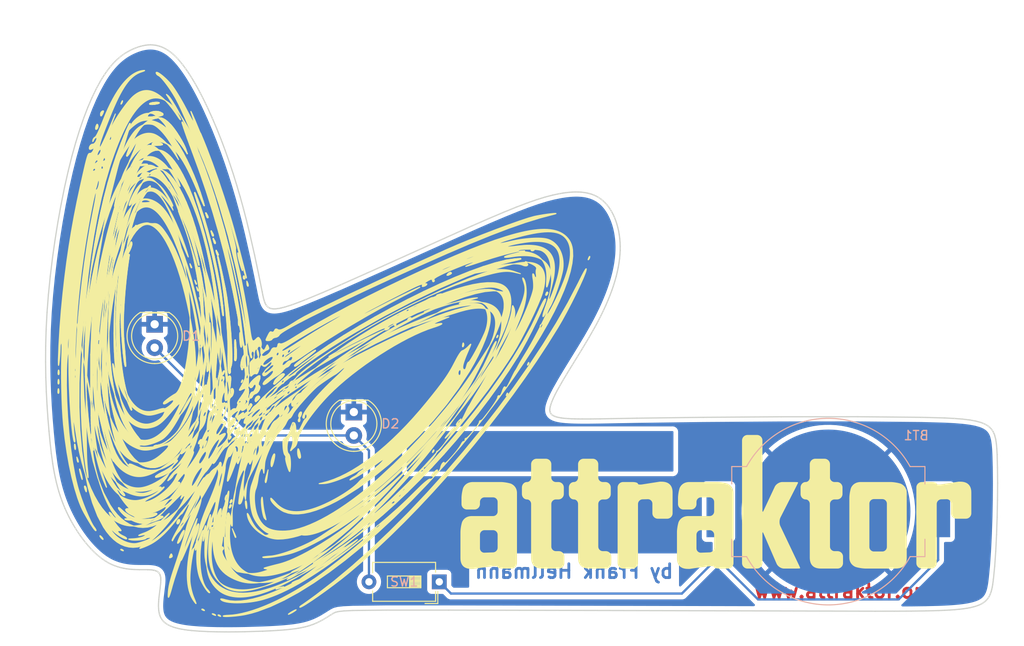
<source format=kicad_pcb>
(kicad_pcb (version 20211014) (generator pcbnew)
  (layers (0 "F.Cu" signal) (31 "B.Cu" signal) (34 "B.Paste" user) (35 "F.Paste" user) (36 "B.SilkS" user "B.Silkscreen") (37 "F.SilkS" user "F.Silkscreen") (38 "B.Mask" user) (39 "F.Mask" user) (44 "Edge.Cuts" user))
  (net 0 "")
  (net 1 "Net-(BT1-Pad1)")
  (net 2 "GND")
  (net 3 "Net-(D1-Pad2)")
  (footprint "LED_THT:LED_D5.0mm" (layer "F.Cu") (at 137.795 108.58 -90)
    (fp_text reference "D2")
    (fp_text value "LED" hide)
  )
  (footprint "Button_Switch_THT:SW_DIP_SPSTx01_Slide_6.7x4.1mm_W7.62mm_P2.54mm_LowProfile" (layer "F.Cu") (at 147.056 127 180)
    (fp_text reference "SW1")
    (fp_text value "SW_SPST" hide)
  )
  (footprint "LED_THT:LED_D5.0mm" (layer "F.Cu") (at 116.205 99.06 -90)
    (fp_text reference "D1")
    (fp_text value "LED" hide)
  )
  (footprint "Battery:BatteryHolder_MPD_BC2003_1x2032" (layer "B.Cu") (at 189.23 119.38 180)
    (fp_text reference "BT1")
    (fp_text value "Battery_Cell" hide)
  )
  (gr_rect (start 143.637 110.744) (end 172.339 114.935) (layer "B.Cu") (width 0.2) (fill solid))
  (gr_line (start 114.191188 88.399321) (end 114.191188 88.399319) (layer "F.SilkS") (width 0.132291))
  (gr_line (start 112.936666 108.650133) (end 113.001301 108.831859) (layer "F.SilkS") (width 0.132291))
  (gr_line (start 117.023146 79.526066) (end 117.017022 79.517805) (layer "F.SilkS") (width 0.132291))
  (gr_line (start 123.665824 104.189943) (end 123.660265 104.199031) (layer "F.SilkS") (width 0.132291))
  (gr_line (start 147.926404 93.7102) (end 147.926744 93.715987) (layer "F.SilkS") (width 0.132291))
  (gr_line (start 124.172665 106.911387) (end 124.206676 106.793674) (layer "F.SilkS") (width 0.132291))
  (gr_line (start 116.746199 112.129431) (end 116.862882 112.093017) (layer "F.SilkS") (width 0.132291))
  (gr_line (start 125.375321 110.875114) (end 125.386974 110.86833) (layer "F.SilkS") (width 0.132291))
  (gr_line (start 127.527821 107.50012) (end 127.496475 107.538507) (layer "F.SilkS") (width 0.132291))
  (gr_line (start 122.918997 111.0575) (end 122.932997 111.060212) (layer "F.SilkS") (width 0.132291))
  (gr_line (start 112.351937 98.870865) (end 112.351937 98.870865) (layer "F.SilkS") (width 0.132291))
  (gr_line (start 119.555318 88.245008) (end 119.671235 88.522906) (layer "F.SilkS") (width 0.132291))
  (gr_line (start 126.022929 103.997982) (end 126.030135 104.056594) (layer "F.SilkS") (width 0.132291))
  (gr_line (start 123.937268 95.64595) (end 123.84504 95.143549) (layer "F.SilkS") (width 0.132291))
  (gr_line (start 124.231313 104.739272) (end 124.215483 104.758349) (layer "F.SilkS") (width 0.132291))
  (gr_line (start 127.118744 105.551614) (end 127.128396 105.554708) (layer "F.SilkS") (width 0.132291))
  (gr_line (start 122.851397 108.370863) (end 122.851397 108.370863) (layer "F.SilkS") (width 0.132291))
  (gr_line (start 112.755594 85.348724) (end 112.754087 85.349047) (layer "F.SilkS") (width 0.132291))
  (gr_line (start 123.686274 104.160906) (end 123.681445 104.167052) (layer "F.SilkS") (width 0.132291))
  (gr_line (start 112.760593 85.350267) (end 112.7595 85.349453) (layer "F.SilkS") (width 0.132291))
  (gr_line (start 113.956598 119.834825) (end 113.990337 119.856114) (layer "F.SilkS") (width 0.132291))
  (gr_line (start 111.741728 113.8759) (end 111.737964 113.87908) (layer "F.SilkS") (width 0.132291))
  (gr_line (start 121.834492 102.927323) (end 121.708792 103.705466) (layer "F.SilkS") (width 0.132291))
  (gr_line (start 124.574673 118.177423) (end 124.573966 118.164128) (layer "F.SilkS") (width 0.132291))
  (gr_line (start 116.347906 115.539972) (end 116.370933 115.516945) (layer "F.SilkS") (width 0.132291))
  (gr_line (start 124.43446 103.728136) (end 124.443314 103.691043) (layer "F.SilkS") (width 0.132291))
  (gr_line (start 126.553827 107.764531) (end 126.547342 107.773098) (layer "F.SilkS") (width 0.132291))
  (gr_line (start 113.472155 91.096676) (end 113.43546 91.167898) (layer "F.SilkS") (width 0.132291))
  (gr_line (start 126.732063 108.319465) (end 126.718819 108.347708) (layer "F.SilkS") (width 0.132291))
  (gr_line (start 126.324821 108.545577) (end 126.311423 108.514644) (layer "F.SilkS") (width 0.132291))
  (gr_line (start 123.599505 104.489821) (end 123.599505 104.489821) (layer "F.SilkS") (width 0.132291))
  (gr_line (start 124.533651 118.120669) (end 124.529583 118.122578) (layer "F.SilkS") (width 0.132291))
  (gr_line (start 112.738509 85.361604) (end 112.733681 85.367458) (layer "F.SilkS") (width 0.132291))
  (gr_line (start 112.543849 86.222709) (end 112.541799 86.201424) (layer "F.SilkS") (width 0.132291))
  (gr_line (start 123.670083 108.989347) (end 123.696037 108.942631) (layer "F.SilkS") (width 0.132291))
  (gr_line (start 125.572083 103.678568) (end 125.580767 103.703848) (layer "F.SilkS") (width 0.132291))
  (gr_line (start 123.074166 111.534509) (end 123.033352 111.56641) (layer "F.SilkS") (width 0.132291))
  (gr_line (start 113.064953 84.407216) (end 113.079961 84.383429) (layer "F.SilkS") (width 0.132291))
  (gr_line (start 121.407695 96.16673) (end 121.453649 97.131716) (layer "F.SilkS") (width 0.132291))
  (gr_line (start 113.459132 114.273023) (end 113.457812 114.28547) (layer "F.SilkS") (width 0.132291))
  (gr_line (start 114.70325 114.234808) (end 114.959588 114.372076) (layer "F.SilkS") (width 0.132291))
  (gr_line (start 112.254725 102.875957) (end 112.139621 101.63041) (layer "F.SilkS") (width 0.132291))
  (gr_line (start 157.55555 98.79736) (end 157.996013 97.863349) (layer "F.SilkS") (width 0.132291))
  (gr_line (start 125.123298 109.119484) (end 125.15543 109.104084) (layer "F.SilkS") (width 0.132291))
  (gr_line (start 112.764677 85.387604) (end 112.765325 85.378559) (layer "F.SilkS") (width 0.132291))
  (gr_line (start 113.279033 118.77883) (end 113.3233 118.828356) (layer "F.SilkS") (width 0.132291))
  (gr_line (start 113.214156 84.051403) (end 113.218711 84.026419) (layer "F.SilkS") (width 0.132291))
  (gr_line (start 123.549606 104.47577) (end 123.548458 104.489227) (layer "F.SilkS") (width 0.132291))
  (gr_line (start 113.069385 109.01129) (end 113.140901 109.188391) (layer "F.SilkS") (width 0.132291))
  (gr_line (start 118.774172 108.964675) (end 118.740037 108.958506) (layer "F.SilkS") (width 0.132291))
  (gr_line (start 123.726331 112.497464) (end 123.767242 112.45544) (layer "F.SilkS") (width 0.132291))
  (gr_line (start 115.747024 75.190284) (end 115.760134 75.192875) (layer "F.SilkS") (width 0.132291))
  (gr_line (start 124.221278 112.104658) (end 124.232174 112.087271) (layer "F.SilkS") (width 0.132291))
  (gr_line (start 132.072799 103.798112) (end 132.283098 103.632803) (layer "F.SilkS") (width 0.132291))
  (gr_line (start 122.787108 108.511595) (end 122.780832 108.534097) (layer "F.SilkS") (width 0.132291))
  (gr_line (start 116.548338 119.969917) (end 116.530254 119.978284) (layer "F.SilkS") (width 0.132291))
  (gr_line (start 114.564586 120.08491) (end 114.638897 120.079974) (layer "F.SilkS") (width 0.132291))
  (gr_line (start 124.886042 102.783789) (end 124.885437 102.812727) (layer "F.SilkS") (width 0.132291))
  (gr_line (start 123.406756 105.376707) (end 123.413119 105.379034) (layer "F.SilkS") (width 0.132291))
  (gr_line (start 121.3953 107.561391) (end 121.609018 106.78442) (layer "F.SilkS") (width 0.132291))
  (gr_line (start 122.554739 114.126603) (end 122.560225 114.128279) (layer "F.SilkS") (width 0.132291))
  (gr_poly (pts (xy 130.264537 126.688809) (xy 129.979805 126.81728) (xy 129.686068 126.940938) (xy 129.385252 127.059237) (xy 129.079283 127.171629) (xy 128.770089 127.27757) (xy 128.459595 127.376512) (xy 128.149728 127.467909) (xy 128.042927 127.496861) (xy 128.236477 127.427304) (xy 128.48098 127.333096) (xy 128.724495 127.232805) (xy 128.966176 127.126635) (xy 129.165247 127.035047) (xy 129.360195 126.943056) (xy 129.51963 126.865932) (xy 129.880159 126.776928) (xy 130.258899 126.669856) (xy 130.401982 126.622176)) (layer "F.SilkS") (width 0.1) (fill solid))
  (gr_line (start 117.941398 117.441667) (end 118.084615 117.317113) (layer "F.SilkS") (width 0.132291))
  (gr_line (start 110.356292 86.967149) (end 110.012832 88.657103) (layer "F.SilkS") (width 0.132291))
  (gr_line (start 121.876993 87.407549) (end 121.889447 87.432021) (layer "F.SilkS") (width 0.132291))
  (gr_line (start 125.997042 107.550795) (end 125.981111 107.584846) (layer "F.SilkS") (width 0.132291))
  (gr_line (start 118.644984 113.100158) (end 118.818784 112.88464) (layer "F.SilkS") (width 0.132291))
  (gr_line (start 121.798884 87.174694) (end 121.812087 87.223425) (layer "F.SilkS") (width 0.132291))
  (gr_line (start 116.919159 82.305996) (end 116.736184 82.274075) (layer "F.SilkS") (width 0.132291))
  (gr_line (start 124.559784 110.728363) (end 124.444333 110.918532) (layer "F.SilkS") (width 0.132291))
  (gr_line (start 116.847511 79.607818) (end 116.902482 79.60012) (layer "F.SilkS") (width 0.132291))
  (gr_line (start 122.729428 90.06893) (end 122.718032 90.044457) (layer "F.SilkS") (width 0.132291))
  (gr_line (start 121.223718 101.497785) (end 121.228708 101.481534) (layer "F.SilkS") (width 0.132291))
  (gr_line (start 119.084127 87.548541) (end 118.920095 87.1166) (layer "F.SilkS") (width 0.132291))
  (gr_line (start 155.151474 92.16767) (end 155.501015 92.080766) (layer "F.SilkS") (width 0.132291))
  (gr_line (start 125.212298 113.655323) (end 125.211311 113.731569) (layer "F.SilkS") (width 0.132291))
  (gr_line (start 112.071709 116.994096) (end 112.106013 117.079806) (layer "F.SilkS") (width 0.132291))
  (gr_line (start 125.273658 113.897478) (end 125.273658 113.897478) (layer "F.SilkS") (width 0.132291))
  (gr_poly (pts (xy 146.745533 112.99383) (xy 146.747021 112.989558) (xy 146.751208 112.965746) (xy 146.752685 112.947716) (xy 146.755384 112.930296) (xy 146.759236 112.91357) (xy 146.764175 112.897625) (xy 146.770131 112.882546) (xy 146.777037 112.868418) (xy 146.784824 112.855327) (xy 146.793425 112.843358) (xy 146.802772 112.832597) (xy 146.807704 112.827696) (xy 146.812797 112.823129) (xy 146.818042 112.818907) (xy 146.823431 112.81504) (xy 146.828955 112.811539) (xy 146.834607 112.808415) (xy 146.840376 112.805678) (xy 146.846256 112.80334) (xy 146.852237 112.80141) (xy 146.858311 112.799899) (xy 146.864469 112.798819) (xy 146.870703 112.79818) (xy 146.877004 112.797992) (xy 146.883364 112.798266) (xy 146.890144 112.79836) (xy 146.897591 112.797442) (xy 146.905678 112.795538) (xy 146.914379 112.79267) (xy 146.923668 112.788865) (xy 146.933519 112.784144) (xy 146.938215 112.781477)) (layer "F.SilkS") (width 0.1) (fill solid))
  (gr_line (start 123.456225 105.37641) (end 123.464079 105.373361) (layer "F.SilkS") (width 0.132291))
  (gr_line (start 117.493167 83.90663) (end 117.51418 83.916001) (layer "F.SilkS") (width 0.132291))
  (gr_line (start 112.731181 94.7852) (end 112.736111 94.783581) (layer "F.SilkS") (width 0.132291))
  (gr_line (start 126.531313 106.831851) (end 126.526536 106.859445) (layer "F.SilkS") (width 0.132291))
  (gr_line (start 112.718542 117.517698) (end 112.689571 117.492336) (layer "F.SilkS") (width 0.132291))
  (gr_line (start 148.322378 93.475738) (end 148.31738 93.472293) (layer "F.SilkS") (width 0.132291))
  (gr_poly (pts (xy 105.797226 104.01821) (xy 105.801795 104.021037) (xy 105.806351 104.025885) (xy 105.81088 104.032769) (xy 105.815365 104.041704) (xy 105.81979 104.052705) (xy 105.824139 104.065788) (xy 105.828396 104.080967) (xy 105.836572 104.117675) (xy 105.844191 104.162948) (xy 105.851124 104.216906) (xy 105.853846 104.245477) (xy 105.855675 104.273586) (xy 105.856636 104.301071) (xy 105.856751 104.327771) (xy 105.856042 104.353525) (xy 105.854533 104.378171) (xy 105.852247 104.401547) (xy 105.849206 104.423493) (xy 105.845433 104.443847) (xy 105.840952 104.462447) (xy 105.835784 104.479133) (xy 105.83295 104.486707) (xy 105.829953 104.493742) (xy 105.826797 104.500217) (xy 105.823482 104.506113) (xy 105.820014 104.511409) (xy 105.816394 104.516085) (xy 105.812626 104.520121) (xy 105.808711 104.523496) (xy 105.804654 104.526191) (xy 105.800457 104.528185) (xy 105.796231 104.529535) (xy 105.792091 104.530266) (xy 105.78804 104.530394) (xy 105.784083 104.529929) (xy 105.780224 104.528885) (xy 105.776468 104.527275) (xy 105.772819 104.525112) (xy 105.769281 104.522408) (xy 105.765859 104.519175) (xy 105.762558 104.515428) (xy 105.756334 104.50644) (xy 105.750643 104.495544) (xy 105.745522 104.482844) (xy 105.741006 104.468442) (xy 105.73713 104.45244) (xy 105.733928 104.43494) (xy 105.731438 104.416045) (xy 105.729692 104.395857) (xy 105.728728 104.374478) (xy 105.72858 104.352011) (xy 105.729284 104.328558) (xy 105.733124 104.264849) (xy 105.738062 104.208143) (xy 105.74397 104.15856) (xy 105.750721 104.116222) (xy 105.758187 104.081247) (xy 105.762149 104.066559) (xy 105.766242 104.053756) (xy 105.77045 104.042855) (xy 105.774757 104.03387) (xy 105.779148 104.026815) (xy 105.783606 104.021707) (xy 105.788116 104.018561) (xy 105.792661 104.01739)) (layer "F.SilkS") (width 0.1) (fill solid))
  (gr_line (start 117.100144 76.289324) (end 117.100351 76.272572) (layer "F.SilkS") (width 0.132291))
  (gr_line (start 124.397891 104.021435) (end 124.398655 103.987784) (layer "F.SilkS") (width 0.132291))
  (gr_line (start 123.638877 112.597105) (end 123.683426 112.544834) (layer "F.SilkS") (width 0.132291))
  (gr_line (start 120.573466 105.480025) (end 120.575391 105.485573) (layer "F.SilkS") (width 0.132291))
  (gr_line (start 127.173439 107.066093) (end 127.162085 107.088339) (layer "F.SilkS") (width 0.132291))
  (gr_line (start 120.982016 92.614315) (end 121.004013 92.652454) (layer "F.SilkS") (width 0.132291))
  (gr_line (start 122.984084 91.482353) (end 122.99656 91.506826) (layer "F.SilkS") (width 0.132291))
  (gr_line (start 114.673919 120.199061) (end 114.673919 120.199061) (layer "F.SilkS") (width 0.132291))
  (gr_line (start 158.537562 96.553406) (end 158.574424 96.399702) (layer "F.SilkS") (width 0.132291))
  (gr_line (start 126.030135 104.056594) (end 126.036475 104.119004) (layer "F.SilkS") (width 0.132291))
  (gr_line (start 125.530589 111.03085) (end 125.533126 111.055548) (layer "F.SilkS") (width 0.132291))
  (gr_line (start 117.241629 115.00536) (end 117.466703 114.881835) (layer "F.SilkS") (width 0.132291))
  (gr_line (start 124.573087 118.157809) (end 124.57185 118.151728) (layer "F.SilkS") (width 0.132291))
  (gr_line (start 126.079853 106.113302) (end 126.072494 106.141752) (layer "F.SilkS") (width 0.132291))
  (gr_line (start 125.823003 103.746094) (end 125.83982 103.738057) (layer "F.SilkS") (width 0.132291))
  (gr_line (start 115.178745 80.927619) (end 114.949979 81.234367) (layer "F.SilkS") (width 0.132291))
  (gr_line (start 125.96096 105.992818) (end 125.986917 105.98929) (layer "F.SilkS") (width 0.132291))
  (gr_line (start 121.983828 87.452639) (end 121.984692 87.449959) (layer "F.SilkS") (width 0.132291))
  (gr_line (start 126.328502 107.420481) (end 126.323338 107.398497) (layer "F.SilkS") (width 0.132291))
  (gr_line (start 122.001511 113.332475) (end 121.984118 113.40414) (layer "F.SilkS") (width 0.132291))
  (gr_line (start 113.114647 86.406047) (end 113.436017 85.504001) (layer "F.SilkS") (width 0.132291))
  (gr_line (start 121.150389 112.304819) (end 121.150389 112.304819) (layer "F.SilkS") (width 0.132291))
  (gr_line (start 118.945227 82.299031) (end 118.63978 81.806952) (layer "F.SilkS") (width 0.132291))
  (gr_poly (pts (xy 154.208865 95.340748) (xy 154.216121 95.341671) (xy 154.223419 95.343093) (xy 154.230745 95.345003) (xy 154.238085 95.347391) (xy 154.245427 95.350247) (xy 154.252756 95.353562) (xy 154.260058 95.357325) (xy 154.267322 95.361527) (xy 154.274532 95.366158) (xy 154.281677 95.371207) (xy 154.288741 95.376665) (xy 154.295712 95.382523) (xy 154.299283 95.385772) (xy 154.305812 95.391948) (xy 154.30932 95.395395) (xy 154.313089 95.399383) (xy 154.318709 95.405551) (xy 154.322394 95.409744) (xy 154.326244 95.41445) (xy 154.331081 95.420577) (xy 154.334825 95.42549) (xy 154.33864 95.430867) (xy 154.342819 95.436973) (xy 154.346505 95.442556) (xy 154.350175 95.448535) (xy 154.35381 95.454682) (xy 154.357328 95.46086) (xy 154.360755 95.467362) (xy 154.36393 95.473633) (xy 154.367185 95.480325) (xy 154.370282 95.487255) (xy 154.373064 95.493763) (xy 154.375968 95.50087) (xy 154.384925 95.525161) (xy 154.392452 95.548214) (xy 154.398592 95.570014) (xy 154.403387 95.590543) (xy 154.406881 95.609785) (xy 154.409116 95.627725) (xy 154.410136 95.644344) (xy 154.409982 95.659628) (xy 154.408697 95.673559) (xy 154.406325 95.68612) (xy 154.402909 95.697297) (xy 154.39849 95.707071) (xy 154.393112 95.715426) (xy 154.386818 95.722347) (xy 154.37965 95.727816) (xy 154.371652 95.731818) (xy 154.362866 95.734334) (xy 154.353334 95.735351) (xy 154.3431 95.734849) (xy 154.332207 95.732814) (xy 154.320715 95.729234) (xy 154.308747 95.724131) (xy 154.296132 95.717395) (xy 154.283028 95.709058) (xy 154.269479 95.699104) (xy 154.255527 95.687516) (xy 154.241215 95.674278) (xy 154.226586 95.659373) (xy 154.211683 95.642784) (xy 154.196548 95.624496) (xy 154.181225 95.604492) (xy 154.165755 95.582754) (xy 154.161943 95.577054) (xy 154.156626 95.568818) (xy 154.153323 95.563531) (xy 154.150401 95.558506) (xy 154.145071 95.54898) (xy 154.142567 95.544338) (xy 154.140352 95.539884) (xy 154.135377 95.529441) (xy 154.133486 95.525296) (xy 154.131822 95.521288) (xy 154.127495 95.510316) (xy 154.126077 95.506524) (xy 154.124852 95.502844) (xy 154.121377 95.491707) (xy 154.120339 95.488144) (xy 154.119476 95.484679) (xy 154.116978 95.47371) (xy 154.116271 95.470276) (xy 154.115733 95.466951) (xy 154.114261 95.456391) (xy 154.113871 95.45304) (xy 154.11365 95.449821) (xy 154.113202 95.439833) (xy 154.113138 95.436556) (xy 154.113396 95.428634) (xy 154.11407 95.420946) (xy 154.115159 95.413505) (xy 154.116665 95.406328) (xy 154.118586 95.399429) (xy 154.120922 95.392824) (xy 154.123673 95.386527) (xy 154.126839 95.380554) (xy 154.13042 95.374919) (xy 154.134416 95.369638) (xy 154.138826 95.364725) (xy 154.143649 95.360196) (xy 154.148887 95.356066) (xy 154.154539 95.35235) (xy 154.160604 95.349062) (xy 154.167083 95.346219) (xy 154.173808 95.343946) (xy 154.180655 95.34223) (xy 154.187612 95.341063) (xy 154.194663 95.340432) (xy 154.201663 95.340332)) (layer "F.SilkS") (width 0.1) (fill solid))
  (gr_line (start 119.196887 77.148298) (end 119.195018 77.149334) (layer "F.SilkS") (width 0.132291))
  (gr_line (start 118.215079 117.936966) (end 118.204132 117.935006) (layer "F.SilkS") (width 0.132291))
  (gr_line (start 112.349965 86.240926) (end 112.344836 86.253034) (layer "F.SilkS") (width 0.132291))
  (gr_line (start 122.893363 111.04496) (end 122.905782 111.052418) (layer "F.SilkS") (width 0.132291))
  (gr_line (start 126.451138 108.125559) (end 126.457924 108.126603) (layer "F.SilkS") (width 0.132291))
  (gr_line (start 116.705221 79.621968) (end 116.78187 79.615041) (layer "F.SilkS") (width 0.132291))
  (gr_line (start 122.588162 113.749318) (end 122.553527 113.846207) (layer "F.SilkS") (width 0.132291))
  (gr_line (start 118.07488 111.661908) (end 117.980711 111.744674) (layer "F.SilkS") (width 0.132291))
  (gr_line (start 132.870635 102.546851) (end 132.870637 102.546851) (layer "F.SilkS") (width 0.132291))
  (gr_line (start 113.072763 119.568629) (end 112.959658 119.487473) (layer "F.SilkS") (width 0.132291))
  (gr_line (start 126.923631 105.615351) (end 126.932364 105.607119) (layer "F.SilkS") (width 0.132291))
  (gr_line (start 116.261465 119.76852) (end 116.291033 119.751393) (layer "F.SilkS") (width 0.132291))
  (gr_line (start 120.365101 107.730648) (end 120.611661 107.072456) (layer "F.SilkS") (width 0.132291))
  (gr_line (start 122.956424 108.220003) (end 122.945853 108.232414) (layer "F.SilkS") (width 0.132291))
  (gr_line (start 110.152059 100.716601) (end 110.155733 100.71458) (layer "F.SilkS") (width 0.132291))
  (gr_line (start 127.542455 108.002447) (end 127.571276 107.986041) (layer "F.SilkS") (width 0.132291))
  (gr_poly (pts (xy 130.920445 126.080269) (xy 130.842862 126.136145) (xy 130.749155 126.198376) (xy 130.640413 126.266347) (xy 130.517729 126.339445) (xy 130.382194 126.417054) (xy 130.234898 126.498561) (xy 130.076932 126.583351) (xy 129.909388 126.670809) (xy 129.733357 126.760323) (xy 129.549929 126.851276) (xy 129.51963 126.865932) (xy 129.511062 126.868048) (xy 129.151758 126.943182) (xy 128.8024 127.002296) (xy 128.463139 127.045355) (xy 128.134125 127.072325) (xy 127.815512 127.083172) (xy 127.56532 127.078859) (xy 127.590528 127.075939) (xy 127.947521 127.015851) (xy 128.322781 126.934973) (xy 128.718444 126.833125) (xy 129.136647 126.710123) (xy 129.579526 126.565787) (xy 130.049218 126.399934) (xy 130.54786 126.212382) (xy 130.942472 126.062424)) (layer "F.SilkS") (width 0.1) (fill solid))
  (gr_line (start 123.428974 110.516794) (end 123.487753 110.415931) (layer "F.SilkS") (width 0.132291))
  (gr_line (start 127.230059 106.985027) (end 127.214449 107.003956) (layer "F.SilkS") (width 0.132291))
  (gr_line (start 109.994885 107.639679) (end 109.985096 107.586659) (layer "F.SilkS") (width 0.132291))
  (gr_line (start 126.713985 107.809016) (end 126.713555 107.80049) (layer "F.SilkS") (width 0.132291))
  (gr_line (start 123.441026 105.380335) (end 123.448535 105.378741) (layer "F.SilkS") (width 0.132291))
  (gr_line (start 119.267384 77.218766) (end 119.240761 77.184818) (layer "F.SilkS") (width 0.132291))
  (gr_line (start 111.010845 109.097659) (end 110.89223 108.513418) (layer "F.SilkS") (width 0.132291))
  (gr_line (start 118.60665 113.946816) (end 118.624694 113.924069) (layer "F.SilkS") (width 0.132291))
  (gr_line (start 118.189038 84.868922) (end 117.981475 84.607708) (layer "F.SilkS") (width 0.132291))
  (gr_line (start 123.393124 105.083749) (end 123.383599 105.113981) (layer "F.SilkS") (width 0.132291))
  (gr_line (start 113.125725 119.280887) (end 113.143879 119.307206) (layer "F.SilkS") (width 0.132291))
  (gr_line (start 118.716867 114.367528) (end 118.506397 114.546214) (layer "F.SilkS") (width 0.132291))
  (gr_line (start 126.269749 107.320431) (end 126.266689 107.311421) (layer "F.SilkS") (width 0.132291))
  (gr_line (start 123.36013 105.274225) (end 123.361877 105.295709) (layer "F.SilkS") (width 0.132291))
  (gr_line (start 117.212388 115.386633) (end 117.009661 115.472147) (layer "F.SilkS") (width 0.132291))
  (gr_line (start 125.743759 98.026903) (end 125.43802 96.236765) (layer "F.SilkS") (width 0.132291))
  (gr_line (start 123.027868 108.152139) (end 123.018067 108.159693) (layer "F.SilkS") (width 0.132291))
  (gr_line (start 120.20639 111.676917) (end 120.110372 111.775123) (layer "F.SilkS") (width 0.132291))
  (gr_line (start 111.289882 95.000609) (end 111.170329 96.471903) (layer "F.SilkS") (width 0.132291))
  (gr_line (start 115.511633 76.263061) (end 115.485956 76.292589) (layer "F.SilkS") (width 0.132291))
  (gr_line (start 126.358174 104.636163) (end 126.349992 104.425658) (layer "F.SilkS") (width 0.132291))
  (gr_line (start 124.31412 118.931167) (end 124.314477 118.93622) (layer "F.SilkS") (width 0.132291))
  (gr_line (start 122.714768 90.259917) (end 122.726236 90.27139) (layer "F.SilkS") (width 0.132291))
  (gr_line (start 118.486563 116.924445) (end 118.486563 116.924445) (layer "F.SilkS") (width 0.132291))
  (gr_poly (pts (xy 121.753745 105.633392) (xy 121.759858 105.63534) (xy 121.771675 105.644051) (xy 121.781577 105.65871) (xy 121.789602 105.679108) (xy 121.795785 105.705036) (xy 121.802778 105.772651) (xy 121.802851 105.859887) (xy 121.7963 105.965075) (xy 121.783422 106.086547) (xy 121.773542 106.157653) (xy 121.609016 106.784683) (xy 121.450535 107.360842) (xy 121.498638 106.861616) (xy 121.52636 106.045153) (xy 121.531902 106.024837) (xy 121.54636 105.976551) (xy 121.561419 105.930557) (xy 121.576966 105.887063) (xy 121.592886 105.846275) (xy 121.609064 105.808399) (xy 121.625386 105.773643) (xy 121.641737 105.742214) (xy 121.658003 105.714318) (xy 121.674069 105.690162) (xy 121.689821 105.669952) (xy 121.705144 105.653896) (xy 121.719924 105.6422) (xy 121.727074 105.638051) (xy 121.734046 105.635071) (xy 121.740824 105.633283) (xy 121.747395 105.632715)) (layer "F.SilkS") (width 0.1) (fill solid))
  (gr_poly (pts (xy 109.447068 111.730066) (xy 109.454497 111.742816) (xy 109.464587 111.769466) (xy 109.467714 111.800391) (xy 109.486976 111.989174) (xy 109.503046 112.164468) (xy 109.515708 112.322492) (xy 109.524748 112.459465) (xy 109.529949 112.57161) (xy 109.531096 112.655145) (xy 109.527973 112.706292) (xy 109.524744 112.718538) (xy 109.5227 112.721123) (xy 109.520366 112.72127) (xy 109.520366 112.721274) (xy 109.503483 112.704076) (xy 109.485174 112.667035) (xy 109.469432 112.616401) (xy 109.442445 112.202944) (xy 109.432275 111.951138) (xy 109.429515 111.855999) (xy 109.429478 111.784929) (xy 109.433043 111.740595) (xy 109.436451 111.729289) (xy 109.438609 111.726497) (xy 109.441089 111.725668)) (layer "F.SilkS") (width 0.1) (fill solid))
  (gr_line (start 116.489537 115.632683) (end 116.44838 115.639241) (layer "F.SilkS") (width 0.132291))
  (gr_line (start 158.75415 95.77038) (end 158.763015 95.754273) (layer "F.SilkS") (width 0.132291))
  (gr_line (start 121.364804 104.468245) (end 121.496465 103.813231) (layer "F.SilkS") (width 0.132291))
  (gr_line (start 110.000915 107.999991) (end 110.002733 107.993284) (layer "F.SilkS") (width 0.132291))
  (gr_line (start 112.679846 85.659668) (end 112.692687 85.631067) (layer "F.SilkS") (width 0.132291))
  (gr_line (start 124.446066 118.837835) (end 124.454918 118.82175) (layer "F.SilkS") (width 0.132291))
  (gr_line (start 113.358509 90.729711) (end 113.411212 90.630413) (layer "F.SilkS") (width 0.132291))
  (gr_line (start 125.460947 106.203179) (end 125.490512 106.195101) (layer "F.SilkS") (width 0.132291))
  (gr_line (start 111.798296 86.764458) (end 111.788725 86.79019) (layer "F.SilkS") (width 0.132291))
  (gr_line (start 112.538616 85.8716) (end 112.542558 85.869569) (layer "F.SilkS") (width 0.132291))
  (gr_line (start 131.393191 103.566977) (end 131.393725 103.572423) (layer "F.SilkS") (width 0.132291))
  (gr_line (start 155.7779 91.939123) (end 155.583753 91.946539) (layer "F.SilkS") (width 0.132291))
  (gr_line (start 118.937803 108.499071) (end 118.970344 108.445616) (layer "F.SilkS") (width 0.132291))
  (gr_line (start 126.299514 108.480055) (end 126.289184 108.441924) (layer "F.SilkS") (width 0.132291))
  (gr_line (start 110.676551 102.500051) (end 110.679728 102.492533) (layer "F.SilkS") (width 0.132291))
  (gr_line (start 131.393307 103.560853) (end 131.393191 103.566977) (layer "F.SilkS") (width 0.132291))
  (gr_line (start 112.619693 119.467486) (end 112.619693 119.467486) (layer "F.SilkS") (width 0.132291))
  (gr_line (start 113.105067 112.439221) (end 113.524486 113.095364) (layer "F.SilkS") (width 0.132291))
  (gr_line (start 114.138811 88.397539) (end 114.149416 88.382917) (layer "F.SilkS") (width 0.132291))
  (gr_line (start 125.757985 108.881006) (end 125.740222 108.917698) (layer "F.SilkS") (width 0.132291))
  (gr_line (start 112.256218 87.324147) (end 112.389687 86.784407) (layer "F.SilkS") (width 0.132291))
  (gr_line (start 125.981111 107.584846) (end 125.961578 107.622222) (layer "F.SilkS") (width 0.132291))
  (gr_line (start 112.40948 86.147652) (end 112.403032 86.154471) (layer "F.SilkS") (width 0.132291))
  (gr_line (start 125.884283 103.70711) (end 125.890632 103.700993) (layer "F.SilkS") (width 0.132291))
  (gr_line (start 112.227715 93.408545) (end 112.227715 93.408545) (layer "F.SilkS") (width 0.132291))
  (gr_line (start 125.556055 111.431649) (end 125.560819 111.437628) (layer "F.SilkS") (width 0.132291))
  (gr_line (start 112.383453 117.580593) (end 112.478684 117.730483) (layer "F.SilkS") (width 0.132291))
  (gr_line (start 112.517281 86.137402) (end 112.512377 86.132149) (layer "F.SilkS") (width 0.132291))
  (gr_line (start 113.071189 89.824909) (end 113.386683 88.672301) (layer "F.SilkS") (width 0.132291))
  (gr_line (start 110.78317 107.900165) (end 110.683238 107.255933) (layer "F.SilkS") (width 0.132291))
  (gr_poly (pts (xy 126.265523 110.402025) (xy 126.225001 110.488051) (xy 126.186007 110.5829) (xy 126.158409 110.659356) (xy 126.113772 110.506238) (xy 126.11745 110.502579) (xy 126.161366 110.460838) (xy 126.204548 110.421163) (xy 126.246671 110.383904) (xy 126.287408 110.349413) (xy 126.300328 110.338565)) (layer "F.SilkS") (width 0.1) (fill solid))
  (gr_line (start 126.824646 106.429031) (end 126.818037 106.427543) (layer "F.SilkS") (width 0.132291))
  (gr_line (start 112.482779 97.286578) (end 112.486918 97.286764) (layer "F.SilkS") (width 0.132291))
  (gr_line (start 119.093334 113.076648) (end 119.093071 113.083061) (layer "F.SilkS") (width 0.132291))
  (gr_line (start 125.273619 107.65968) (end 125.325578 107.644998) (layer "F.SilkS") (width 0.132291))
  (gr_line (start 112.722969 85.382341) (end 112.717105 85.391345) (layer "F.SilkS") (width 0.132291))
  (gr_line (start 123.048624 91.56318) (end 123.053889 91.563851) (layer "F.SilkS") (width 0.132291))
  (gr_line (start 112.512718 86.410567) (end 112.522027 86.380833) (layer "F.SilkS") (width 0.132291))
  (gr_line (start 148.262157 93.457064) (end 148.254116 93.456967) (layer "F.SilkS") (width 0.132291))
  (gr_line (start 126.608652 107.042142) (end 126.615822 107.040997) (layer "F.SilkS") (width 0.132291))
  (gr_line (start 123.585225 109.566528) (end 123.559332 109.585466) (layer "F.SilkS") (width 0.132291))
  (gr_line (start 119.077178 108.274846) (end 119.153059 108.150225) (layer "F.SilkS") (width 0.132291))
  (gr_line (start 126.268671 107.04062) (end 126.275471 106.994079) (layer "F.SilkS") (width 0.132291))
  (gr_line (start 125.407777 107.209557) (end 125.338083 107.318328) (layer "F.SilkS") (width 0.132291))
  (gr_line (start 119.471845 81.660842) (end 119.696088 82.069773) (layer "F.SilkS") (width 0.132291))
  (gr_line (start 116.575248 75.10492) (end 116.603907 75.095056) (layer "F.SilkS") (width 0.132291))
  (gr_line (start 111.7834 86.909379) (end 111.787307 86.908472) (layer "F.SilkS") (width 0.132291))
  (gr_line (start 124.910666 102.951037) (end 124.914207 102.956228) (layer "F.SilkS") (width 0.132291))
  (gr_line (start 123.440228 97.016533) (end 123.505236 97.494573) (layer "F.SilkS") (width 0.132291))
  (gr_line (start 123.046898 108.139309) (end 123.037485 108.14534) (layer "F.SilkS") (width 0.132291))
  (gr_line (start 124.384493 105.77677) (end 124.421851 105.41799) (layer "F.SilkS") (width 0.132291))
  (gr_line (start 124.372463 104.312419) (end 124.376094 104.303602) (layer "F.SilkS") (width 0.132291))
  (gr_line (start 122.084192 99.7937) (end 122.059481 100.586077) (layer "F.SilkS") (width 0.132291))
  (gr_line (start 126.915128 105.624042) (end 126.923631 105.615351) (layer "F.SilkS") (width 0.132291))
  (gr_line (start 112.584506 79.402296) (end 112.074412 80.77116) (layer "F.SilkS") (width 0.132291))
  (gr_line (start 122.35678 89.066907) (end 122.378453 89.151396) (layer "F.SilkS") (width 0.132291))
  (gr_line (start 113.020752 114.00663) (end 112.921921 113.87153) (layer "F.SilkS") (width 0.132291))
  (gr_line (start 122.905768 91.249413) (end 122.905768 91.249413) (layer "F.SilkS") (width 0.132291))
  (gr_line (start 117.628482 79.540981) (end 117.740846 79.608857) (layer "F.SilkS") (width 0.132291))
  (gr_line (start 123.066636 91.915186) (end 123.074698 91.967242) (layer "F.SilkS") (width 0.132291))
  (gr_line (start 116.117751 76.545722) (end 116.301304 76.525808) (layer "F.SilkS") (width 0.132291))
  (gr_line (start 112.46659 97.564321) (end 112.46103 97.574713) (layer "F.SilkS") (width 0.132291))
  (gr_line (start 113.987753 88.739789) (end 113.991046 88.728264) (layer "F.SilkS") (width 0.132291))
  (gr_line (start 113.946377 85.637857) (end 113.792604 86.063097) (layer "F.SilkS") (width 0.132291))
  (gr_line (start 118.401108 111.335879) (end 118.286273 111.456139) (layer "F.SilkS") (width 0.132291))
  (gr_line (start 114.027592 88.625367) (end 114.042359 88.589159) (layer "F.SilkS") (width 0.132291))
  (gr_line (start 116.317538 119.734847) (end 116.341 119.718918) (layer "F.SilkS") (width 0.132291))
  (gr_line (start 117.053417 76.352113) (end 117.072009 76.337031) (layer "F.SilkS") (width 0.132291))
  (gr_line (start 115.431166 120.014431) (end 115.592502 119.986434) (layer "F.SilkS") (width 0.132291))
  (gr_line (start 116.833758 76.677829) (end 116.773594 76.66953) (layer "F.SilkS") (width 0.132291))
  (gr_line (start 117.822335 118.01499) (end 117.738703 118.041323) (layer "F.SilkS") (width 0.132291))
  (gr_line (start 113.97855 88.784776) (end 113.979421 88.777501) (layer "F.SilkS") (width 0.132291))
  (gr_line (start 117.082685 119.951804) (end 117.083678 119.948495) (layer "F.SilkS") (width 0.132291))
  (gr_line (start 122.781868 90.206233) (end 122.777733 90.191353) (layer "F.SilkS") (width 0.132291))
  (gr_line (start 121.180456 112.024764) (end 121.209208 111.946094) (layer "F.SilkS") (width 0.132291))
  (gr_line (start 118.249779 82.513046) (end 118.298903 82.563416) (layer "F.SilkS") (width 0.132291))
  (gr_line (start 124.21772 111.281863) (end 124.10664 111.450258) (layer "F.SilkS") (width 0.132291))
  (gr_line (start 113.983536 88.809488) (end 113.98245 88.808703) (layer "F.SilkS") (width 0.132291))
  (gr_line (start 116.150786 119.407112) (end 116.285892 119.359274) (layer "F.SilkS") (width 0.132291))
  (gr_line (start 125.62548 112.028708) (end 125.613386 112.039838) (layer "F.SilkS") (width 0.132291))
  (gr_line (start 118.223512 117.940036) (end 118.215079 117.936966) (layer "F.SilkS") (width 0.132291))
  (gr_line (start 121.961695 87.484251) (end 121.966424 87.480301) (layer "F.SilkS") (width 0.132291))
  (gr_line (start 114.177787 88.482262) (end 114.171134 88.50559) (layer "F.SilkS") (width 0.132291))
  (gr_line (start 120.26652 112.29024) (end 120.255033 112.319048) (layer "F.SilkS") (width 0.132291))
  (gr_line (start 120.278641 112.14067) (end 120.282333 112.142959) (layer "F.SilkS") (width 0.132291))
  (gr_line (start 120.51754 105.475397) (end 120.526394 105.467579) (layer "F.SilkS") (width 0.132291))
  (gr_line (start 123.536858 104.832444) (end 123.528266 104.841771) (layer "F.SilkS") (width 0.132291))
  (gr_line (start 121.974962 90.747497) (end 121.612365 89.31328) (layer "F.SilkS") (width 0.132291))
  (gr_line (start 113.125924 118.609447) (end 113.229294 118.724932) (layer "F.SilkS") (width 0.132291))
  (gr_line (start 113.439758 91.522002) (end 113.440994 91.536734) (layer "F.SilkS") (width 0.132291))
  (gr_line (start 112.660422 117.465269) (end 112.631316 117.436709) (layer "F.SilkS") (width 0.132291))
  (gr_line (start 119.419151 112.873114) (end 119.451025 112.845113) (layer "F.SilkS") (width 0.132291))
  (gr_line (start 126.874104 108.642359) (end 126.947412 108.568085) (layer "F.SilkS") (width 0.132291))
  (gr_line (start 117.290456 80.38497) (end 117.14366 80.307411) (layer "F.SilkS") (width 0.132291))
  (gr_line (start 122.563794 89.429079) (end 122.564588 89.4264) (layer "F.SilkS") (width 0.132291))
  (gr_line (start 117.419633 82.154361) (end 117.468545 82.151851) (layer "F.SilkS") (width 0.132291))
  (gr_line (start 115.692275 119.598884) (end 115.753928 119.567869) (layer "F.SilkS") (width 0.132291))
  (gr_line (start 123.719071 104.266224) (end 123.7238 104.245702) (layer "F.SilkS") (width 0.132291))
  (gr_line (start 113.642713 90.172109) (end 113.650194 90.163949) (layer "F.SilkS") (width 0.132291))
  (gr_line (start 112.991082 85.807906) (end 112.771694 86.522817) (layer "F.SilkS") (width 0.132291))
  (gr_line (start 124.361033 118.773381) (end 124.356211 118.784456) (layer "F.SilkS") (width 0.132291))
  (gr_line (start 148.305365 93.46609) (end 148.298849 93.46355) (layer "F.SilkS") (width 0.132291))
  (gr_line (start 148.338569 93.500664) (end 148.337487 93.496045) (layer "F.SilkS") (width 0.132291))
  (gr_line (start 119.773231 114.729053) (end 119.956841 114.494726) (layer "F.SilkS") (width 0.132291))
  (gr_line (start 113.453801 89.523097) (end 113.345622 90.018203) (layer "F.SilkS") (width 0.132291))
  (gr_line (start 112.929454 117.556965) (end 112.937748 117.579747) (layer "F.SilkS") (width 0.132291))
  (gr_line (start 147.942274 93.729187) (end 147.949679 93.729992) (layer "F.SilkS") (width 0.132291))
  (gr_line (start 112.047993 109.845578) (end 112.365083 110.809578) (layer "F.SilkS") (width 0.132291))
  (gr_line (start 109.524748 112.459603) (end 109.515709 112.322629) (layer "F.SilkS") (width 0.132291))
  (gr_line (start 116.57477 120.242151) (end 116.705004 120.185737) (layer "F.SilkS") (width 0.132291))
  (gr_line (start 130.558639 105.031015) (end 130.880638 104.783283) (layer "F.SilkS") (width 0.132291))
  (gr_line (start 126.716828 108.788504) (end 126.716828 108.788504) (layer "F.SilkS") (width 0.132291))
  (gr_line (start 113.473372 90.498656) (end 113.535892 90.363485) (layer "F.SilkS") (width 0.132291))
  (gr_line (start 127.232247 105.704302) (end 127.232565 105.719258) (layer "F.SilkS") (width 0.132291))
  (gr_line (start 117.919916 114.589957) (end 117.999024 114.529415) (layer "F.SilkS") (width 0.132291))
  (gr_line (start 123.557569 104.513991) (end 123.560544 104.514539) (layer "F.SilkS") (width 0.132291))
  (gr_line (start 113.936085 110.67133) (end 114.040957 110.823097) (layer "F.SilkS") (width 0.132291))
  (gr_line (start 119.969169 112.255776) (end 119.998081 112.236813) (layer "F.SilkS") (width 0.132291))
  (gr_line (start 123.092485 91.517303) (end 123.09222 91.51278) (layer "F.SilkS") (width 0.132291))
  (gr_line (start 126.693888 108.402007) (end 126.668839 108.450605) (layer "F.SilkS") (width 0.132291))
  (gr_line (start 112.956309 105.645967) (end 113.172549 106.541708) (layer "F.SilkS") (width 0.132291))
  (gr_line (start 110.010401 108.379266) (end 110.024792 108.842615) (layer "F.SilkS") (width 0.132291))
  (gr_line (start 147.964094 93.642011) (end 147.95439 93.654707) (layer "F.SilkS") (width 0.132291))
  (gr_line (start 125.870149 106.530749) (end 125.791931 106.649931) (layer "F.SilkS") (width 0.132291))
  (gr_line (start 148.101659 93.509287) (end 148.083931 93.521365) (layer "F.SilkS") (width 0.132291))
  (gr_line (start 125.619479 103.749647) (end 125.636757 103.75629) (layer "F.SilkS") (width 0.132291))
  (gr_line (start 115.701636 84.182179) (end 115.687579 84.209032) (layer "F.SilkS") (width 0.132291))
  (gr_line (start 112.744349 85.487776) (end 112.751511 85.460582) (layer "F.SilkS") (width 0.132291))
  (gr_line (start 123.958148 105.566805) (end 123.958148 105.566805) (layer "F.SilkS") (width 0.132291))
  (gr_line (start 148.338834 93.510391) (end 148.339016 93.505449) (layer "F.SilkS") (width 0.132291))
  (gr_line (start 158.562339 96.335232) (end 158.553959 96.333365) (layer "F.SilkS") (width 0.132291))
  (gr_line (start 121.182886 112.342243) (end 121.170141 112.319308) (layer "F.SilkS") (width 0.132291))
  (gr_line (start 118.601362 85.48301) (end 118.395911 85.161284) (layer "F.SilkS") (width 0.132291))
  (gr_line (start 127.096567 106.144758) (end 127.075994 106.183897) (layer "F.SilkS") (width 0.132291))
  (gr_line (start 120.359048 110.187869) (end 120.468502 109.993966) (layer "F.SilkS") (width 0.132291))
  (gr_line (start 122.818812 108.432754) (end 122.806026 108.460912) (layer "F.SilkS") (width 0.132291))
  (gr_line (start 114.423977 120.101277) (end 114.457421 120.095413) (layer "F.SilkS") (width 0.132291))
  (gr_line (start 126.719551 106.972304) (end 126.726627 106.964084) (layer "F.SilkS") (width 0.132291))
  (gr_line (start 122.991369 100.185169) (end 122.979108 101.456865) (layer "F.SilkS") (width 0.132291))
  (gr_line (start 133.624138 101.908303) (end 133.624866 101.90485) (layer "F.SilkS") (width 0.132291))
  (gr_line (start 121.934756 102.149982) (end 121.834492 102.927323) (layer "F.SilkS") (width 0.132291))
  (gr_line (start 127.372101 108.077554) (end 127.395413 108.064144) (layer "F.SilkS") (width 0.132291))
  (gr_line (start 123.750031 108.836047) (end 123.777689 108.776848) (layer "F.SilkS") (width 0.132291))
  (gr_line (start 127.419075 108.051957) (end 127.442933 108.041119) (layer "F.SilkS") (width 0.132291))
  (gr_line (start 123.013826 105.754619) (end 123.010188 105.718336) (layer "F.SilkS") (width 0.132291))
  (gr_line (start 124.336582 104.363911) (end 124.341678 104.359502) (layer "F.SilkS") (width 0.132291))
  (gr_line (start 124.46464 118.206565) (end 124.459787 118.216326) (layer "F.SilkS") (width 0.132291))
  (gr_line (start 108.759864 99.377523) (end 108.695947 101.18791) (layer "F.SilkS") (width 0.132291))
  (gr_line (start 112.527885 85.841246) (end 112.526465 85.855273) (layer "F.SilkS") (width 0.132291))
  (gr_line (start 110.004423 107.985986) (end 110.005983 107.978112) (layer "F.SilkS") (width 0.132291))
  (gr_line (start 148.222742 93.622848) (end 148.244509 93.61022) (layer "F.SilkS") (width 0.132291))
  (gr_line (start 113.617778 119.667155) (end 113.676151 119.696957) (layer "F.SilkS") (width 0.132291))
  (gr_line (start 112.615297 96.924416) (end 112.616957 96.895656) (layer "F.SilkS") (width 0.132291))
  (gr_line (start 112.572732 97.799832) (end 112.572732 97.799832) (layer "F.SilkS") (width 0.132291))
  (gr_line (start 116.158053 112.282048) (end 116.15932 112.278261) (layer "F.SilkS") (width 0.132291))
  (gr_line (start 147.949679 93.729992) (end 147.958486 93.729796) (layer "F.SilkS") (width 0.132291))
  (gr_line (start 113.777691 88.235103) (end 113.686448 88.571292) (layer "F.SilkS") (width 0.132291))
  (gr_line (start 127.413231 106.345276) (end 127.436311 106.313478) (layer "F.SilkS") (width 0.132291))
  (gr_line (start 112.117612 116.888234) (end 112.099128 116.882059) (layer "F.SilkS") (width 0.132291))
  (gr_line (start 124.19595 104.030492) (end 124.22614 104.224697) (layer "F.SilkS") (width 0.132291))
  (gr_line (start 113.115391 114.130182) (end 113.020752 114.00663) (layer "F.SilkS") (width 0.132291))
  (gr_line (start 123.862866 107.739553) (end 123.836676 107.775031) (layer "F.SilkS") (width 0.132291))
  (gr_line (start 119.39154 79.630618) (end 119.305648 79.458759) (layer "F.SilkS") (width 0.132291))
  (gr_line (start 133.57863 101.960098) (end 133.601314 101.937188) (layer "F.SilkS") (width 0.132291))
  (gr_line (start 115.305823 77.159842) (end 115.227703 77.219223) (layer "F.SilkS") (width 0.132291))
  (gr_line (start 110.138123 100.714192) (end 110.14497 100.717374) (layer "F.SilkS") (width 0.132291))
  (gr_line (start 130.226342 104.471047) (end 130.219814 104.462397) (layer "F.SilkS") (width 0.132291))
  (gr_line (start 114.149416 88.382917) (end 114.159002 88.371774) (layer "F.SilkS") (width 0.132291))
  (gr_line (start 113.107338 84.133585) (end 113.089715 84.171935) (layer "F.SilkS") (width 0.132291))
  (gr_line (start 135.202622 124.017533) (end 135.510091 123.825367) (layer "F.SilkS") (width 0.132291))
  (gr_line (start 115.963032 79.614915) (end 115.973435 79.620585) (layer "F.SilkS") (width 0.132291))
  (gr_line (start 117.186813 76.797345) (end 117.128259 76.768942) (layer "F.SilkS") (width 0.132291))
  (gr_line (start 110.93992 113.481672) (end 111.134793 114.061561) (layer "F.SilkS") (width 0.132291))
  (gr_line (start 116.847893 115.531144) (end 116.707255 115.577241) (layer "F.SilkS") (width 0.132291))
  (gr_line (start 148.068173 111.960629) (end 146.446363 113.775054) (layer "F.SilkS") (width 0.132291))
  (gr_line (start 125.768572 103.76296) (end 125.787236 103.758575) (layer "F.SilkS") (width 0.132291))
  (gr_line (start 127.585216 105.825265) (end 127.578051 105.801017) (layer "F.SilkS") (width 0.132291))
  (gr_line (start 125.908288 103.685419) (end 125.91414 103.683547) (layer "F.SilkS") (width 0.132291))
  (gr_line (start 122.174854 109.266809) (end 122.19222 109.209567) (layer "F.SilkS") (width 0.132291))
  (gr_line (start 120.115603 112.176234) (end 120.115603 112.176234) (layer "F.SilkS") (width 0.132291))
  (gr_poly (pts (xy 113.252016 120.138358) (xy 113.291801 120.139994) (xy 113.332752 120.142577) (xy 113.374571 120.146095) (xy 113.416963 120.150539) (xy 113.459633 120.155898) (xy 113.465164 120.156711) (xy 113.484349 120.168532) (xy 113.65207 120.261117) (xy 113.715889 120.29249) (xy 113.682969 120.29561) (xy 113.607499 120.299364) (xy 113.530291 120.300257) (xy 113.452756 120.29853) (xy 113.376309 120.294421) (xy 113.302361 120.288171) (xy 113.232325 120.280018) (xy 113.167614 120.270203) (xy 113.109641 120.258965) (xy 113.059817 120.246542) (xy 113.019557 120.233176) (xy 112.990273 120.219105) (xy 112.980188 120.21188) (xy 112.973377 120.204569) (xy 112.970016 120.197202) (xy 112.970282 120.189808) (xy 112.974351 120.182418) (xy 112.982401 120.175061) (xy 112.994607 120.167767) (xy 113.011146 120.160567) (xy 113.030969 120.154263) (xy 113.054321 120.148988) (xy 113.080909 120.144731) (xy 113.110435 120.141481) (xy 113.142605 120.13923) (xy 113.177122 120.137966) (xy 113.213691 120.137678)) (layer "F.SilkS") (width 0.1) (fill solid))
  (gr_line (start 114.950814 85.281428) (end 114.833941 85.487125) (layer "F.SilkS") (width 0.132291))
  (gr_line (start 110.235868 109.064574) (end 110.128241 108.632537) (layer "F.SilkS") (width 0.132291))
  (gr_line (start 113.008788 84.478766) (end 113.020543 84.466648) (layer "F.SilkS") (width 0.132291))
  (gr_line (start 118.269193 78.667866) (end 118.341871 78.735641) (layer "F.SilkS") (width 0.132291))
  (gr_line (start 117.376864 82.156897) (end 117.419633 82.154361) (layer "F.SilkS") (width 0.132291))
  (gr_line (start 123.376917 105.347564) (end 123.380859 105.354131) (layer "F.SilkS") (width 0.132291))
  (gr_line (start 125.902448 103.689096) (end 125.908288 103.685419) (layer "F.SilkS") (width 0.132291))
  (gr_line (start 120.181916 112.151795) (end 120.200772 112.145891) (layer "F.SilkS") (width 0.132291))
  (gr_line (start 129.169645 106.314993) (end 129.188306 106.287892) (layer "F.SilkS") (width 0.132291))
  (gr_line (start 126.685029 105.902145) (end 126.699775 105.897287) (layer "F.SilkS") (width 0.132291))
  (gr_line (start 117.599421 118.613159) (end 117.728419 118.511258) (layer "F.SilkS") (width 0.132291))
  (gr_line (start 126.538585 107.007505) (end 126.542518 107.014098) (layer "F.SilkS") (width 0.132291))
  (gr_line (start 112.246254 116.552031) (end 112.482849 116.92743) (layer "F.SilkS") (width 0.132291))
  (gr_line (start 126.566934 107.749024) (end 126.560361 107.756504) (layer "F.SilkS") (width 0.132291))
  (gr_line (start 123.630525 105.18645) (end 123.645401 105.157317) (layer "F.SilkS") (width 0.132291))
  (gr_line (start 122.760531 105.722031) (end 122.755234 105.748817) (layer "F.SilkS") (width 0.132291))
  (gr_line (start 118.771185 116.207194) (end 118.742438 116.210476) (layer "F.SilkS") (width 0.132291))
  (gr_line (start 126.729404 105.882139) (end 126.744155 105.871818) (layer "F.SilkS") (width 0.132291))
  (gr_line (start 123.603873 104.312022) (end 123.591195 104.342223) (layer "F.SilkS") (width 0.132291))
  (gr_line (start 122.945409 91.38395) (end 122.958465 91.420851) (layer "F.SilkS") (width 0.132291))
  (gr_line (start 133.177527 102.303113) (end 133.309013 102.195349) (layer "F.SilkS") (width 0.132291))
  (gr_line (start 118.419225 78.811956) (end 118.500439 78.895837) (layer "F.SilkS") (width 0.132291))
  (gr_line (start 126.718819 108.347708) (end 126.718819 108.347708) (layer "F.SilkS") (width 0.132291))
  (gr_line (start 125.951038 110.642663) (end 125.982173 110.528615) (layer "F.SilkS") (width 0.132291))
  (gr_line (start 121.327126 100.453167) (end 121.325337 100.404775) (layer "F.SilkS") (width 0.132291))
  (gr_line (start 112.616506 96.817814) (end 112.614641 96.795131) (layer "F.SilkS") (width 0.132291))
  (gr_line (start 123.564372 112.120102) (end 123.48477 112.219757) (layer "F.SilkS") (width 0.132291))
  (gr_poly (pts (xy 107.543352 112.045753) (xy 107.546442 112.046717) (xy 107.552673 112.050912) (xy 107.558983 112.058075) (xy 107.565327 112.068035) (xy 107.57166 112.080623) (xy 107.577937 112.09567) (xy 107.584114 112.113004) (xy 107.590145 112.132457) (xy 107.595985 112.153857) (xy 107.60159 112.177036) (xy 107.606914 112.201823) (xy 107.61654 112.255542) (xy 107.624504 112.313654) (xy 107.630447 112.3748) (xy 107.63253 112.405247) (xy 107.633933 112.434582) (xy 107.634672 112.462662) (xy 107.634769 112.489346) (xy 107.634242 112.514491) (xy 107.633109 112.537955) (xy 107.631392 112.559596) (xy 107.629107 112.579273) (xy 107.626276 112.596843) (xy 107.624661 112.604793) (xy 107.622916 112.612164) (xy 107.621044 112.618937) (xy 107.619048 112.625094) (xy 107.616929 112.630618) (xy 107.61469 112.635491) (xy 107.612333 112.639695) (xy 107.609861 112.643213) (xy 107.607276 112.646027) (xy 107.604581 112.648118) (xy 107.601778 112.64947) (xy 107.598869 112.650064) (xy 107.595857 112.649883) (xy 107.592744 112.648909) (xy 107.586424 112.644552) (xy 107.580045 112.637249) (xy 107.57365 112.627171) (xy 107.567282 112.614489) (xy 107.560983 112.599373) (xy 107.554797 112.581993) (xy 107.548767 112.56252) (xy 107.542936 112.541125) (xy 107.537347 112.517978) (xy 107.532042 112.493249) (xy 107.52246 112.439731) (xy 107.514533 112.381934) (xy 107.508606 112.321223) (xy 107.506527 112.290598) (xy 107.505137 112.261124) (xy 107.504416 112.232941) (xy 107.504342 112.206186) (xy 107.504895 112.180996) (xy 107.506055 112.15751) (xy 107.507801 112.135866) (xy 107.510111 112.116202) (xy 107.512966 112.098656) (xy 107.51459 112.09072) (xy 107.516344 112.083365) (xy 107.518222 112.076609) (xy 107.520224 112.070468) (xy 107.522347 112.06496) (xy 107.524587 112.060103) (xy 107.526942 112.055912) (xy 107.529411 112.052407) (xy 107.531989 112.049603) (xy 107.534675 112.047519) (xy 107.537466 112.046171) (xy 107.540359 112.045576)) (layer "F.SilkS") (width 0.1) (fill solid))
  (gr_line (start 116.707255 115.577241) (end 116.587789 115.610926) (layer "F.SilkS") (width 0.132291))
  (gr_line (start 121.024673 80.589323) (end 120.465525 79.330433) (layer "F.SilkS") (width 0.132291))
  (gr_line (start 123.090651 91.502025) (end 123.087748 91.489125) (layer "F.SilkS") (width 0.132291))
  (gr_line (start 155.552703 102.553202) (end 156.013256 101.769027) (layer "F.SilkS") (width 0.132291))
  (gr_line (start 121.97009 113.733686) (end 121.974863 113.741603) (layer "F.SilkS") (width 0.132291))
  (gr_line (start 124.538595 103.360522) (end 124.564113 103.097945) (layer "F.SilkS") (width 0.132291))
  (gr_line (start 116.932637 76.408577) (end 117.002335 76.3811) (layer "F.SilkS") (width 0.132291))
  (gr_line (start 116.009785 75.018683) (end 115.928762 75.033937) (layer "F.SilkS") (width 0.132291))
  (gr_line (start 118.678761 110.704751) (end 118.910578 110.421037) (layer "F.SilkS") (width 0.132291))
  (gr_line (start 112.659944 94.454445) (end 112.656983 94.476436) (layer "F.SilkS") (width 0.132291))
  (gr_line (start 114.001112 88.804047) (end 113.996618 88.807103) (layer "F.SilkS") (width 0.132291))
  (gr_line (start 113.979926 88.804934) (end 113.978852 88.801258) (layer "F.SilkS") (width 0.132291))
  (gr_line (start 111.781745 115.66101) (end 112.011928 116.127944) (layer "F.SilkS") (width 0.132291))
  (gr_line (start 121.332481 99.394935) (end 121.318696 98.645553) (layer "F.SilkS") (width 0.132291))
  (gr_line (start 116.140206 114.909363) (end 115.920708 114.919726) (layer "F.SilkS") (width 0.132291))
  (gr_line (start 124.037546 105.180981) (end 124.024688 105.230573) (layer "F.SilkS") (width 0.132291))
  (gr_line (start 114.292154 83.614639) (end 114.46738 83.312668) (layer "F.SilkS") (width 0.132291))
  (gr_line (start 120.830101 110.906171) (end 120.705096 111.084433) (layer "F.SilkS") (width 0.132291))
  (gr_poly (pts (xy 108.439939 102.5262) (xy 108.386646 102.22302) (xy 108.398192 102.027263) (xy 108.443357 101.478104)) (layer "F.SilkS") (width 0.1) (fill solid))
  (gr_line (start 132.753432 103.278948) (end 133.930817 102.446232) (layer "F.SilkS") (width 0.132291))
  (gr_line (start 111.920996 86.746054) (end 111.926616 86.730114) (layer "F.SilkS") (width 0.132291))
  (gr_line (start 125.439977 106.203324) (end 125.449386 106.204288) (layer "F.SilkS") (width 0.132291))
  (gr_line (start 115.383786 79.53376) (end 115.47675 79.471913) (layer "F.SilkS") (width 0.132291))
  (gr_line (start 116.97306 79.479749) (end 116.939994 79.457398) (layer "F.SilkS") (width 0.132291))
  (gr_line (start 125.533241 111.138024) (end 125.530535 111.168153) (layer "F.SilkS") (width 0.132291))
  (gr_line (start 119.357981 77.744151) (end 119.357981 77.744151) (layer "F.SilkS") (width 0.132291))
  (gr_line (start 158.628317 95.882484) (end 158.630649 95.884266) (layer "F.SilkS") (width 0.132291))
  (gr_line (start 109.285416 105.996889) (end 109.289399 102.36325) (layer "F.SilkS") (width 0.132291))
  (gr_line (start 123.182324 110.881696) (end 123.206363 110.851672) (layer "F.SilkS") (width 0.132291))
  (gr_line (start 126.560361 107.756504) (end 126.553827 107.764531) (layer "F.SilkS") (width 0.132291))
  (gr_line (start 131.415561 103.488768) (end 131.406687 103.51048) (layer "F.SilkS") (width 0.132291))
  (gr_line (start 123.431812 108.772203) (end 123.420349 108.840913) (layer "F.SilkS") (width 0.132291))
  (gr_line (start 115.485956 76.292589) (end 115.463284 76.323263) (layer "F.SilkS") (width 0.132291))
  (gr_line (start 114.179281 80.909627) (end 114.179281 80.909627) (layer "F.SilkS") (width 0.132291))
  (gr_line (start 117.479835 83.933665) (end 117.476222 83.915807) (layer "F.SilkS") (width 0.132291))
  (gr_line (start 109.888269 107.705302) (end 109.894343 107.765735) (layer "F.SilkS") (width 0.132291))
  (gr_line (start 111.011111 93.338198) (end 110.849587 94.753134) (layer "F.SilkS") (width 0.132291))
  (gr_line (start 114.538191 120.167566) (end 114.486623 120.154355) (layer "F.SilkS") (width 0.132291))
  (gr_line (start 117.728419 118.511258) (end 117.847467 118.41026) (layer "F.SilkS") (width 0.132291))
  (gr_line (start 113.83447 110.516864) (end 113.936085 110.67133) (layer "F.SilkS") (width 0.132291))
  (gr_line (start 114.638897 120.079974) (end 114.727421 120.075051) (layer "F.SilkS") (width 0.132291))
  (gr_line (start 118.65122 113.886025) (end 118.659693 113.870731) (layer "F.SilkS") (width 0.132291))
  (gr_line (start 124.525527 118.317406) (end 124.53535 118.301492) (layer "F.SilkS") (width 0.132291))
  (gr_line (start 113.061036 103.458817) (end 113.057745 103.578364) (layer "F.SilkS") (width 0.132291))
  (gr_line (start 125.530422 111.374691) (end 125.536306 111.393494) (layer "F.SilkS") (width 0.132291))
  (gr_line (start 123.733526 109.80261) (end 123.736493 109.749125) (layer "F.SilkS") (width 0.132291))
  (gr_line (start 126.618742 108.531154) (end 126.593873 108.563331) (layer "F.SilkS") (width 0.132291))
  (gr_line (start 112.532806 86.164827) (end 112.525861 86.149878) (layer "F.SilkS") (width 0.132291))
  (gr_line (start 112.609169 96.984696) (end 112.612683 96.954356) (layer "F.SilkS") (width 0.132291))
  (gr_line (start 112.778418 94.710062) (end 112.779249 94.70191) (layer "F.SilkS") (width 0.132291))
  (gr_line (start 121.38018 101.321058) (end 121.374323 101.347528) (layer "F.SilkS") (width 0.132291))
  (gr_line (start 125.803598 107.426006) (end 125.841724 107.412485) (layer "F.SilkS") (width 0.132291))
  (gr_line (start 127.012596 106.287904) (end 126.991431 106.317465) (layer "F.SilkS") (width 0.132291))
  (gr_line (start 121.98025 113.74812) (end 121.986244 113.753241) (layer "F.SilkS") (width 0.132291))
  (gr_line (start 120.489298 105.511796) (end 120.498923 105.497571) (layer "F.SilkS") (width 0.132291))
  (gr_line (start 122.53158 89.46521) (end 122.536608 89.46358) (layer "F.SilkS") (width 0.132291))
  (gr_line (start 116.386951 82.082411) (end 116.517165 82.068651) (layer "F.SilkS") (width 0.132291))
  (gr_line (start 127.055036 106.220929) (end 127.033851 106.255661) (layer "F.SilkS") (width 0.132291))
  (gr_line (start 123.075734 91.735912) (end 123.060946 91.712168) (layer "F.SilkS") (width 0.132291))
  (gr_line (start 123.53301 109.160368) (end 123.540941 109.156544) (layer "F.SilkS") (width 0.132291))
  (gr_line (start 128.745283 106.751036) (end 128.788985 106.71304) (layer "F.SilkS") (width 0.132291))
  (gr_line (start 117.399495 79.422438) (end 117.514747 79.478913) (layer "F.SilkS") (width 0.132291))
  (gr_line (start 113.503559 77.308234) (end 113.483129 77.336116) (layer "F.SilkS") (width 0.132291))
  (gr_line (start 123.522283 105.333247) (end 123.530864 105.325031) (layer "F.SilkS") (width 0.132291))
  (gr_line (start 126.859024 106.433269) (end 126.85146 106.434424) (layer "F.SilkS") (width 0.132291))
  (gr_line (start 122.557393 89.777946) (end 122.557651 89.783658) (layer "F.SilkS") (width 0.132291))
  (gr_line (start 112.43925 97.022883) (end 112.43925 97.022883) (layer "F.SilkS") (width 0.132291))
  (gr_line (start 112.242484 81.787614) (end 113.244509 78.411299) (layer "F.SilkS") (width 0.132291))
  (gr_line (start 117.970704 82.28603) (end 118.015888 82.315384) (layer "F.SilkS") (width 0.132291))
  (gr_line (start 124.151692 103.001494) (end 124.15859 103.416579) (layer "F.SilkS") (width 0.132291))
  (gr_line (start 110.117518 99.914271) (end 110.115117 99.914577) (layer "F.SilkS") (width 0.132291))
  (gr_line (start 126.51021 107.835377) (end 126.504434 107.847493) (layer "F.SilkS") (width 0.132291))
  (gr_line (start 120.419324 105.755807) (end 120.416582 105.754706) (layer "F.SilkS") (width 0.132291))
  (gr_line (start 158.695956 95.845753) (end 158.709289 95.831764) (layer "F.SilkS") (width 0.132291))
  (gr_line (start 109.962067 107.499041) (end 109.955838 107.481935) (layer "F.SilkS") (width 0.132291))
  (gr_line (start 122.048082 113.179829) (end 122.001511 113.332475) (layer "F.SilkS") (width 0.132291))
  (gr_line (start 121.9547 113.61914) (end 121.954665 113.656399) (layer "F.SilkS") (width 0.132291))
  (gr_line (start 158.779831 95.596098) (end 158.777008 95.593049) (layer "F.SilkS") (width 0.132291))
  (gr_line (start 112.390384 86.169891) (end 112.384208 86.17846) (layer "F.SilkS") (width 0.132291))
  (gr_line (start 113.222598 85.105886) (end 112.991082 85.807906) (layer "F.SilkS") (width 0.132291))
  (gr_line (start 126.320054 105.62421) (end 126.328009 105.589176) (layer "F.SilkS") (width 0.132291))
  (gr_poly (pts (xy 153.445952 102.057112) (xy 153.255657 102.495635) (xy 153.01827 103.003448) (xy 152.74514 103.558792) (xy 152.633164 103.7775) (xy 152.209033 104.449349) (xy 151.458493 105.568017) (xy 150.646865 106.712877) (xy 149.780561 107.873424) (xy 148.865995 109.039153) (xy 148.787818 109.134005) (xy 149.621907 107.909999) (xy 150.506041 106.530421) (xy 150.506041 106.530428) (xy 150.705712 106.198748) (xy 150.921453 105.823058) (xy 151.076899 105.538091) (xy 151.705584 104.652705) (xy 152.779333 103.018904) (xy 153.019798 102.61933) (xy 153.023066 102.616854) (xy 153.043153 102.596495) (xy 153.066279 102.568642) (xy 153.121576 102.490297) (xy 153.188808 102.381516) (xy 153.267828 102.241996) (xy 153.358489 102.071432) (xy 153.405796 101.977928) (xy 153.633597 101.599396)) (layer "F.SilkS") (width 0.1) (fill solid))
  (gr_line (start 141.423517 118.824763) (end 139.749759 120.315947) (layer "F.SilkS") (width 0.132291))
  (gr_line (start 116.898364 76.100935) (end 116.804213 76.057301) (layer "F.SilkS") (width 0.132291))
  (gr_line (start 112.593773 96.712286) (end 112.587494 96.70278) (layer "F.SilkS") (width 0.132291))
  (gr_line (start 121.411267 105.790385) (end 121.40018 105.896177) (layer "F.SilkS") (width 0.132291))
  (gr_line (start 119.552438 107.442175) (end 119.723486 107.104222) (layer "F.SilkS") (width 0.132291))
  (gr_line (start 113.236862 80.52733) (end 113.205899 80.635715) (layer "F.SilkS") (width 0.132291))
  (gr_line (start 112.761908 85.409396) (end 112.761908 85.409396) (layer "F.SilkS") (width 0.132291))
  (gr_line (start 129.227481 106.218525) (end 129.250208 106.188059) (layer "F.SilkS") (width 0.132291))
  (gr_line (start 111.281585 101.715643) (end 111.230965 100.23764) (layer "F.SilkS") (width 0.132291))
  (gr_line (start 122.745267 113.973825) (end 122.773238 113.937425) (layer "F.SilkS") (width 0.132291))
  (gr_line (start 113.219893 83.971387) (end 113.218229 83.968292) (layer "F.SilkS") (width 0.132291))
  (gr_line (start 112.478433 96.82718) (end 112.471108 96.851951) (layer "F.SilkS") (width 0.132291))
  (gr_line (start 125.900203 101.938442) (end 125.92301 102.159672) (layer "F.SilkS") (width 0.132291))
  (gr_line (start 122.192164 109.599539) (end 122.176181 109.58742) (layer "F.SilkS") (width 0.132291))
  (gr_line (start 127.592008 105.879469) (end 127.589839 105.851483) (layer "F.SilkS") (width 0.132291))
  (gr_line (start 123.632838 98.100553) (end 123.636503 98.087224) (layer "F.SilkS") (width 0.132291))
  (gr_line (start 113.426439 91.487035) (end 113.428861 91.489372) (layer "F.SilkS") (width 0.132291))
  (gr_line (start 124.404729 118.694363) (end 124.399949 118.701204) (layer "F.SilkS") (width 0.132291))
  (gr_line (start 113.519041 114.23145) (end 113.504319 114.232389) (layer "F.SilkS") (width 0.132291))
  (gr_line (start 116.97472 76.142489) (end 116.898364 76.100935) (layer "F.SilkS") (width 0.132291))
  (gr_line (start 115.339338 84.415299) (end 115.427982 84.31799) (layer "F.SilkS") (width 0.132291))
  (gr_line (start 124.247149 104.72295) (end 124.231313 104.739272) (layer "F.SilkS") (width 0.132291))
  (gr_line (start 112.774161 94.732556) (end 112.775874 94.725401) (layer "F.SilkS") (width 0.132291))
  (gr_line (start 112.587847 97.099353) (end 112.594148 97.072033) (layer "F.SilkS") (width 0.132291))
  (gr_line (start 123.959206 112.32192) (end 123.986549 112.306353) (layer "F.SilkS") (width 0.132291))
  (gr_line (start 130.162005 104.430353) (end 130.143178 104.42961) (layer "F.SilkS") (width 0.132291))
  (gr_line (start 124.349646 118.945212) (end 124.360945 118.937203) (layer "F.SilkS") (width 0.132291))
  (gr_line (start 115.385846 76.560634) (end 115.3888 76.564595) (layer "F.SilkS") (width 0.132291))
  (gr_line (start 111.768134 86.900752) (end 111.769696 86.903847) (layer "F.SilkS") (width 0.132291))
  (gr_line (start 126.360027 106.149906) (end 126.352653 106.116376) (layer "F.SilkS") (width 0.132291))
  (gr_poly (pts (xy 181.51853 111.115626) (xy 181.546119 111.117742) (xy 181.57332 111.121226) (xy 181.600096 111.126043) (xy 181.626412 111.132158) (xy 181.652235 111.139536) (xy 181.677529 111.148142) (xy 181.702258 111.157941) (xy 181.726389 111.168898) (xy 181.749886 111.180978) (xy 181.772714 111.194146) (xy 181.794838 111.208367) (xy 181.816224 111.223607) (xy 181.836836 111.239829) (xy 181.856639 111.257) (xy 181.875599 111.275083) (xy 181.893681 111.294045) (xy 181.910849 111.31385) (xy 181.927069 111.334463) (xy 181.942305 111.35585) (xy 181.956524 111.377974) (xy 181.969689 111.400802) (xy 181.981767 111.424298) (xy 181.992721 111.448427) (xy 182.002517 111.473155) (xy 182.011121 111.498446) (xy 182.018497 111.524265) (xy 182.02461 111.550577) (xy 182.029425 111.577348) (xy 182.032908 111.604541) (xy 182.035024 111.632124) (xy 182.035736 111.660059) (xy 182.035736 119.217474) (xy 182.036936 119.270463) (xy 182.038413 119.294516) (xy 182.040455 119.316937) (xy 182.043047 119.337723) (xy 182.046175 119.35687) (xy 182.049824 119.374376) (xy 182.053978 119.390236) (xy 182.058623 119.404449) (xy 182.063744 119.417009) (xy 182.069326 119.427915) (xy 182.075355 119.437163) (xy 182.081816 119.44475) (xy 182.088692 119.450672) (xy 182.095971 119.454926) (xy 182.103637 119.457509) (xy 182.111675 119.458418) (xy 182.12007 119.45765) (xy 182.128808 119.4552) (xy 182.137874 119.451067) (xy 182.147252 119.445246) (xy 182.156929 119.437735) (xy 182.166888 119.42853) (xy 182.177116 119.417627) (xy 182.187597 119.405025) (xy 182.198317 119.390718) (xy 182.20926 119.374705) (xy 182.220413 119.356982) (xy 182.231759 119.337546) (xy 182.243285 119.316392) (xy 182.266816 119.268923) (xy 183.462685 116.714461) (xy 183.475238 116.689152) (xy 183.489043 116.664163) (xy 183.504052 116.639527) (xy 183.520214 116.615275) (xy 183.53748 116.591439) (xy 183.555799 116.56805) (xy 183.575123 116.54514) (xy 183.5954 116.522741) (xy 183.616582 116.500884) (xy 183.638619 116.479601) (xy 183.685058 116.438883) (xy 183.734318 116.400841) (xy 183.786001 116.365729) (xy 183.839709 116.333798) (xy 183.895043 116.305304) (xy 183.951607 116.280498) (xy 183.980225 116.269557) (xy 184.009001 116.259634) (xy 184.037884 116.25076) (xy 184.066826 116.242966) (xy 184.095777 116.236284) (xy 184.124686 116.230747) (xy 184.153504 116.226384) (xy 184.182182 116.223229) (xy 184.210668 116.221313) (xy 184.238915 116.220667) (xy 185.352867 116.220667) (xy 185.564536 116.222152) (xy 185.737874 116.226198) (xy 185.80458 116.228989) (xy 185.854995 116.23219) (xy 185.886884 116.235725) (xy 185.895182 116.237593) (xy 185.898011 116.239516) (xy 185.896728 116.24396) (xy 185.892964 116.253225) (xy 185.878502 116.285185) (xy 185.855637 116.333325) (xy 185.825384 116.395575) (xy 185.746773 116.554125) (xy 185.65078 116.744273) (xy 183.99765 119.992743) (xy 183.973681 120.044776) (xy 183.952765 120.100365) (xy 183.934909 120.159006) (xy 183.920122 120.2202) (xy 183.908409 120.283443) (xy 183.899778 120.348234) (xy 183.894235 120.414071) (xy 183.891788 120.480453) (xy 183.892443 120.546878) (xy 183.896207 120.612843) (xy 183.903088 120.677849) (xy 183.913091 120.741391) (xy 183.926225 120.80297) (xy 183.942495 120.862083) (xy 183.96191 120.918228) (xy 183.984475 120.970904) (xy 185.890023 124.97896) (xy 185.980935 125.17163) (xy 186.055392 125.332251) (xy 186.105704 125.444027) (xy 186.119404 125.476349) (xy 186.124184 125.49016) (xy 186.123471 125.491119) (xy 186.121356 125.492066) (xy 186.113057 125.49392) (xy 186.099569 125.495711) (xy 186.081169 125.49743) (xy 186.030753 125.500614) (xy 185.964048 125.503393) (xy 185.883288 125.50569) (xy 185.790709 125.507427) (xy 185.688548 125.508526) (xy 185.579041 125.50891) (xy 184.4273 125.50891) (xy 184.370641 125.506315) (xy 184.313363 125.498704) (xy 184.255856 125.48633) (xy 184.198511 125.469452) (xy 184.141719 125.448325) (xy 184.08587 125.423204) (xy 184.031355 125.394348) (xy 183.978565 125.362011) (xy 183.92789 125.32645) (xy 183.879721 125.287921) (xy 183.834448 125.246681) (xy 183.792463 125.202985) (xy 183.754155 125.15709) (xy 183.719917 125.109252) (xy 183.690137 125.059727) (xy 183.665207 125.008772) (xy 182.252678 121.751265) (xy 182.241556 121.726337) (xy 182.230574 121.703138) (xy 182.219748 121.681663) (xy 182.209091 121.661911) (xy 182.198617 121.643878) (xy 182.18834 121.627562) (xy 182.178273 121.612959) (xy 182.168432 121.600066) (xy 182.158829 121.588881) (xy 182.149478 121.579401) (xy 182.140393 121.571623) (xy 182.131589 121.565543) (xy 182.123079 121.56116) (xy 182.114877 121.55847) (xy 182.106997 121.55747) (xy 182.099452 121.558158) (xy 182.092258 121.56053) (xy 182.085426 121.564583) (xy 182.078972 121.570315) (xy 182.07291 121.577723) (xy 182.067252 121.586804) (xy 182.062014 121.597554) (xy 182.057209 121.609972) (xy 182.05285 121.624054) (xy 182.048953 121.639797) (xy 182.04553 121.657198) (xy 182.042595 121.676254) (xy 182.040163 121.696964) (xy 182.038247 121.719322) (xy 182.036862 121.743328) (xy 182.03602 121.768977) (xy 182.035736 121.796267) (xy 182.035736 124.963763) (xy 182.035024 124.991707) (xy 182.032908 125.019297) (xy 182.029425 125.046497) (xy 182.02461 125.073274) (xy 182.018497 125.09959) (xy 182.011121 125.125413) (xy 182.002517 125.150707) (xy 181.992721 125.175436) (xy 181.981767 125.199567) (xy 181.969689 125.223064) (xy 181.956524 125.245892) (xy 181.942305 125.268016) (xy 181.927069 125.289401) (xy 181.910849 125.310013) (xy 181.893681 125.329816) (xy 181.875599 125.348776) (xy 181.856639 125.366857) (xy 181.836836 125.384025) (xy 181.816224 125.400244) (xy 181.794838 125.415481) (xy 181.772714 125.429699) (xy 181.749886 125.442864) (xy 181.726389 125.454941) (xy 181.702258 125.465895) (xy 181.677529 125.475691) (xy 181.652235 125.484295) (xy 181.626412 125.49167) (xy 181.600096 125.497783) (xy 181.57332 125.502599) (xy 181.546119 125.506081) (xy 181.51853 125.508197) (xy 181.490586 125.50891) (xy 180.470879 125.50891) (xy 180.442935 125.508197) (xy 180.415344 125.506081) (xy 180.388143 125.502599) (xy 180.361365 125.497783) (xy 180.335046 125.49167) (xy 180.309221 125.484295) (xy 180.283925 125.475691) (xy 180.259192 125.465895) (xy 180.235058 125.454941) (xy 180.211557 125.442864) (xy 180.188726 125.429699) (xy 180.166597 125.415481) (xy 180.145208 125.400244) (xy 180.124591 125.384025) (xy 180.104784 125.366857) (xy 180.08582 125.348776) (xy 180.067734 125.329816) (xy 180.050561 125.310013) (xy 180.034337 125.289401) (xy 180.019097 125.268016) (xy 180.004874 125.245892) (xy 179.991705 125.223064) (xy 179.979624 125.199567) (xy 179.968666 125.175436) (xy 179.958867 125.150707) (xy 179.950261 125.125413) (xy 179.942882 125.09959) (xy 179.936767 125.073274) (xy 179.93195 125.046497) (xy 179.928466 125.019297) (xy 179.92635 124.991707) (xy 179.925637 124.963763) (xy 179.925637 111.660059) (xy 179.92635 111.632124) (xy 179.928466 111.604541) (xy 179.93195 111.577348) (xy 179.936767 111.550577) (xy 179.942882 111.524265) (xy 179.950261 111.498446) (xy 179.958867 111.473155) (xy 179.968666 111.448427) (xy 179.979624 111.424298) (xy 179.991705 111.400802) (xy 180.004874 111.377974) (xy 180.019097 111.35585) (xy 180.034337 111.334463) (xy 180.050561 111.31385) (xy 180.067734 111.294045) (xy 180.08582 111.275083) (xy 180.104784 111.257) (xy 180.124591 111.239829) (xy 180.145208 111.223607) (xy 180.166597 111.208367) (xy 180.188726 111.194146) (xy 180.211557 111.180978) (xy 180.235058 111.168898) (xy 180.259192 111.157941) (xy 180.283925 111.148142) (xy 180.309221 111.139536) (xy 180.335046 111.132158) (xy 180.361365 111.126043) (xy 180.388143 111.121226) (xy 180.415344 111.117742) (xy 180.442935 111.115626) (xy 180.470879 111.114912) (xy 181.490586 111.114912)) (layer "F.SilkS") (width 0.1) (fill solid))
  (gr_line (start 126.814622 105.792137) (end 126.827596 105.77048) (layer "F.SilkS") (width 0.132291))
  (gr_line (start 117.1153 82.153916) (end 117.157942 82.156443) (layer "F.SilkS") (width 0.132291))
  (gr_line (start 125.747386 111.261917) (end 125.773839 111.195756) (layer "F.SilkS") (width 0.132291))
  (gr_line (start 131.402714 103.587192) (end 131.406761 103.589075) (layer "F.SilkS") (width 0.132291))
  (gr_line (start 127.569967 106.95875) (end 127.569216 106.95158) (layer "F.SilkS") (width 0.132291))
  (gr_line (start 126.587845 107.042165) (end 126.594649 107.042737) (layer "F.SilkS") (width 0.132291))
  (gr_line (start 125.986917 105.98929) (end 126.009843 105.988642) (layer "F.SilkS") (width 0.132291))
  (gr_line (start 119.959389 106.660766) (end 120.000967 106.591618) (layer "F.SilkS") (width 0.132291))
  (gr_line (start 120.414796 105.690735) (end 120.417273 105.681277) (layer "F.SilkS") (width 0.132291))
  (gr_line (start 120.408463 105.734291) (end 120.408508 105.728619) (layer "F.SilkS") (width 0.132291))
  (gr_line (start 125.938442 107.662943) (end 125.911705 107.707028) (layer "F.SilkS") (width 0.132291))
  (gr_line (start 126.960936 108.023222) (end 126.933118 108.050616) (layer "F.SilkS") (width 0.132291))
  (gr_line (start 122.73182 90.275457) (end 122.737296 90.278399) (layer "F.SilkS") (width 0.132291))
  (gr_line (start 115.747479 76.58165) (end 115.853686 76.57192) (layer "F.SilkS") (width 0.132291))
  (gr_line (start 111.774625 86.834337) (end 111.770068 86.852697) (layer "F.SilkS") (width 0.132291))
  (gr_line (start 121.384679 101.090323) (end 121.384679 101.090323) (layer "F.SilkS") (width 0.132291))
  (gr_line (start 117.466703 114.881835) (end 117.568049 114.822792) (layer "F.SilkS") (width 0.132291))
  (gr_line (start 110.708226 102.133074) (end 110.706327 102.088111) (layer "F.SilkS") (width 0.132291))
  (gr_line (start 123.361877 105.295709) (end 123.365254 105.315214) (layer "F.SilkS") (width 0.132291))
  (gr_line (start 125.2823 113.890153) (end 125.292609 113.874571) (layer "F.SilkS") (width 0.132291))
  (gr_line (start 111.426168 91.671137) (end 111.580939 90.748753) (layer "F.SilkS") (width 0.132291))
  (gr_line (start 122.402373 89.049268) (end 122.385407 89.019343) (layer "F.SilkS") (width 0.132291))
  (gr_line (start 118.618341 116.155336) (end 118.629391 116.134479) (layer "F.SilkS") (width 0.132291))
  (gr_line (start 120.410732 105.747437) (end 120.409576 105.743704) (layer "F.SilkS") (width 0.132291))
  (gr_line (start 124.429177 118.414134) (end 124.433867 118.411884) (layer "F.SilkS") (width 0.132291))
  (gr_line (start 116.334808 79.303425) (end 116.267347 79.310893) (layer "F.SilkS") (width 0.132291))
  (gr_line (start 115.396286 120.618339) (end 115.528003 120.589211) (layer "F.SilkS") (width 0.132291))
  (gr_line (start 126.660314 107.022965) (end 126.667841 107.018205) (layer "F.SilkS") (width 0.132291))
  (gr_line (start 113.586304 90.262437) (end 113.607469 90.224318) (layer "F.SilkS") (width 0.132291))
  (gr_line (start 114.264478 84.855806) (end 114.103747 85.235249) (layer "F.SilkS") (width 0.132291))
  (gr_line (start 123.630193 104.255033) (end 123.617248 104.282211) (layer "F.SilkS") (width 0.132291))
  (gr_line (start 112.839432 100.575312) (end 112.839432 100.575312) (layer "F.SilkS") (width 0.132291))
  (gr_line (start 158.673893 95.695196) (end 158.669064 95.705857) (layer "F.SilkS") (width 0.132291))
  (gr_line (start 117.462263 118.714682) (end 117.599421 118.613159) (layer "F.SilkS") (width 0.132291))
  (gr_line (start 123.559332 109.585466) (end 123.531099 109.609942) (layer "F.SilkS") (width 0.132291))
  (gr_line (start 125.15543 109.104084) (end 125.231477 109.059721) (layer "F.SilkS") (width 0.132291))
  (gr_line (start 122.079501 104.802462) (end 122.172651 104.228526) (layer "F.SilkS") (width 0.132291))
  (gr_line (start 111.69652 91.772624) (end 111.629918 92.11858) (layer "F.SilkS") (width 0.132291))
  (gr_line (start 124.898417 100.933928) (end 124.893213 101.054362) (layer "F.SilkS") (width 0.132291))
  (gr_line (start 115.447615 80.643001) (end 115.312624 80.777099) (layer "F.SilkS") (width 0.132291))
  (gr_poly (pts (xy 121.816828 111.704915) (xy 121.819947 111.705498) (xy 121.822838 111.706402) (xy 121.825503 111.70763) (xy 121.827941 111.709184) (xy 121.830151 111.711064) (xy 121.832135 111.713274) (xy 121.833892 111.715814) (xy 121.835421 111.718687) (xy 121.836723 111.721894) (xy 121.837797 111.725437) (xy 121.839264 111.733537) (xy 121.839819 111.743002) (xy 121.839463 111.753845) (xy 121.838194 111.766081) (xy 121.836012 111.779724) (xy 121.832917 111.794786) (xy 121.828907 111.811284) (xy 121.823981 111.82923) (xy 121.81814 111.848638) (xy 121.811382 111.869523) (xy 121.803707 111.891898) (xy 121.795113 111.915778) (xy 121.785601 111.941175) (xy 121.763816 111.996582) (xy 121.738348 112.05823) (xy 121.709189 112.126231) (xy 121.709191 112.126231) (xy 121.685485 112.178742) (xy 121.661217 112.229257) (xy 121.636563 112.277534) (xy 121.611699 112.323332) (xy 121.586801 112.366409) (xy 121.562045 112.406523) (xy 121.545281 112.431844) (xy 121.541843 112.425691) (xy 121.534917 112.40976) (xy 121.529148 112.392368) (xy 121.524533 112.37352) (xy 121.521074 112.353224) (xy 121.518767 112.331483) (xy 121.517614 112.308304) (xy 121.517613 112.283692) (xy 121.518763 112.257653) (xy 121.521064 112.230192) (xy 121.524514 112.201316) (xy 121.529113 112.171029) (xy 121.534859 112.139337) (xy 121.541753 112.106246) (xy 121.549793 112.071761) (xy 121.56931 111.998634) (xy 121.593401 111.919999) (xy 121.620176 111.841432) (xy 121.638616 111.821411) (xy 121.662799 111.797307) (xy 121.687174 111.775242) (xy 121.711659 111.755397) (xy 121.736176 111.737952) (xy 121.749418 111.729584) (xy 121.761758 111.722399) (xy 121.773196 111.716412) (xy 121.783731 111.711635) (xy 121.793363 111.708083) (xy 121.80209 111.705769) (xy 121.809912 111.704709) (xy 121.813484 111.704653)) (layer "F.SilkS") (width 0.1) (fill solid))
  (gr_line (start 111.926616 86.730114) (end 111.931067 86.714462) (layer "F.SilkS") (width 0.132291))
  (gr_line (start 126.63043 107.037067) (end 126.637839 107.034305) (layer "F.SilkS") (width 0.132291))
  (gr_line (start 111.791599 86.906887) (end 111.796273 86.90462) (layer "F.SilkS") (width 0.132291))
  (gr_line (start 122.785852 90.241591) (end 122.786343 90.238289) (layer "F.SilkS") (width 0.132291))
  (gr_line (start 120.096909 106.465884) (end 120.121993 106.447374) (layer "F.SilkS") (width 0.132291))
  (gr_line (start 127.012252 104.997805) (end 126.917126 105.085044) (layer "F.SilkS") (width 0.132291))
  (gr_line (start 117.419633 82.154361) (end 117.419633 82.154361) (layer "F.SilkS") (width 0.132291))
  (gr_line (start 125.01039 102.903269) (end 125.019878 102.866162) (layer "F.SilkS") (width 0.132291))
  (gr_line (start 115.384764 77.104027) (end 115.305823 77.159842) (layer "F.SilkS") (width 0.132291))
  (gr_line (start 126.667841 107.018205) (end 126.675362 107.012973) (layer "F.SilkS") (width 0.132291))
  (gr_line (start 116.952428 76.704241) (end 116.893325 76.689387) (layer "F.SilkS") (width 0.132291))
  (gr_line (start 127.089129 105.546263) (end 127.099092 105.547402) (layer "F.SilkS") (width 0.132291))
  (gr_line (start 122.135619 109.502764) (end 122.135195 109.487106) (layer "F.SilkS") (width 0.132291))
  (gr_line (start 120.482581 105.716036) (end 120.475193 105.723161) (layer "F.SilkS") (width 0.132291))
  (gr_line (start 111.802987 86.752489) (end 111.798296 86.764458) (layer "F.SilkS") (width 0.132291))
  (gr_line (start 112.364867 98.395721) (end 112.356393 98.627356) (layer "F.SilkS") (width 0.132291))
  (gr_line (start 123.599505 104.489821) (end 123.612419 104.476226) (layer "F.SilkS") (width 0.132291))
  (gr_line (start 131.529788 103.362793) (end 131.452924 103.438399) (layer "F.SilkS") (width 0.132291))
  (gr_line (start 122.963317 111.05854) (end 122.979618 111.054166) (layer "F.SilkS") (width 0.132291))
  (gr_line (start 123.672202 105.095755) (end 123.683366 105.065032) (layer "F.SilkS") (width 0.132291))
  (gr_line (start 123.091109 91.527228) (end 123.091109 91.527228) (layer "F.SilkS") (width 0.132291))
  (gr_line (start 125.740222 108.917698) (end 125.696814 108.999952) (layer "F.SilkS") (width 0.132291))
  (gr_line (start 122.24199 113.549777) (end 122.278188 113.500598) (layer "F.SilkS") (width 0.132291))
  (gr_line (start 118.641773 78.338465) (end 118.519445 78.158113) (layer "F.SilkS") (width 0.132291))
  (gr_line (start 123.654141 108.120303) (end 123.654141 108.120303) (layer "F.SilkS") (width 0.132291))
  (gr_line (start 119.915792 78.253122) (end 119.381795 77.380746) (layer "F.SilkS") (width 0.132291))
  (gr_line (start 115.388547 76.483359) (end 115.38388 76.498529) (layer "F.SilkS") (width 0.132291))
  (gr_line (start 117.341315 117.895536) (end 117.493996 117.789671) (layer "F.SilkS") (width 0.132291))
  (gr_line (start 123.17494 108.24668) (end 123.174507 108.2285) (layer "F.SilkS") (width 0.132291))
  (gr_line (start 115.934555 79.582362) (end 115.936307 79.586564) (layer "F.SilkS") (width 0.132291))
  (gr_line (start 124.332915 104.685046) (end 124.325291 104.684719) (layer "F.SilkS") (width 0.132291))
  (gr_line (start 118.202006 78.609603) (end 118.269193 78.667866) (layer "F.SilkS") (width 0.132291))
  (gr_line (start 120.269945 112.137467) (end 120.274511 112.138843) (layer "F.SilkS") (width 0.132291))
  (gr_line (start 109.943112 107.454637) (end 109.936699 107.444773) (layer "F.SilkS") (width 0.132291))
  (gr_line (start 115.973435 79.620585) (end 115.985412 79.625708) (layer "F.SilkS") (width 0.132291))
  (gr_line (start 121.150389 112.304819) (end 121.14278 112.30008) (layer "F.SilkS") (width 0.132291))
  (gr_line (start 125.984733 105.011281) (end 125.959844 105.086609) (layer "F.SilkS") (width 0.132291))
  (gr_line (start 126.521829 106.910708) (end 126.521911 106.934014) (layer "F.SilkS") (width 0.132291))
  (gr_line (start 112.98402 84.481869) (end 112.985194 84.485294) (layer "F.SilkS") (width 0.132291))
  (gr_line (start 112.435257 97.159638) (end 112.437106 97.182337) (layer "F.SilkS") (width 0.132291))
  (gr_line (start 116.210142 112.24565) (end 116.221252 112.241406) (layer "F.SilkS") (width 0.132291))
  (gr_line (start 126.255853 107.202391) (end 126.256873 107.166179) (layer "F.SilkS") (width 0.132291))
  (gr_line (start 117.080008 119.93635) (end 117.077266 119.9336) (layer "F.SilkS") (width 0.132291))
  (gr_line (start 123.060081 91.868185) (end 123.066636 91.915186) (layer "F.SilkS") (width 0.132291))
  (gr_line (start 121.235055 101.462988) (end 121.235055 101.462988) (layer "F.SilkS") (width 0.132291))
  (gr_line (start 122.456583 89.384178) (end 122.46905 89.408645) (layer "F.SilkS") (width 0.132291))
  (gr_line (start 124.314477 118.93622) (end 124.315236 118.940624) (layer "F.SilkS") (width 0.132291))
  (gr_line (start 123.008564 105.675315) (end 123.008894 105.626086) (layer "F.SilkS") (width 0.132291))
  (gr_line (start 115.943628 79.59828) (end 115.946775 79.601893) (layer "F.SilkS") (width 0.132291))
  (gr_line (start 113.172549 106.541708) (end 113.29132 106.950794) (layer "F.SilkS") (width 0.132291))
  (gr_line (start 120.25931 106.660769) (end 120.245007 106.731224) (layer "F.SilkS") (width 0.132291))
  (gr_line (start 124.138728 107.003363) (end 124.172665 106.911387) (layer "F.SilkS") (width 0.132291))
  (gr_line (start 127.135926 106.060919) (end 127.116597 106.103701) (layer "F.SilkS") (width 0.132291))
  (gr_line (start 118.629125 113.833353) (end 118.611858 113.83798) (layer "F.SilkS") (width 0.132291))
  (gr_line (start 120.000967 106.591618) (end 120.037206 106.536855) (layer "F.SilkS") (width 0.132291))
  (gr_line (start 123.124071 104.826882) (end 123.1431 104.744616) (layer "F.SilkS") (width 0.132291))
  (gr_line (start 125.033827 109.137007) (end 125.050355 109.13914) (layer "F.SilkS") (width 0.132291))
  (gr_line (start 127.259641 107.364089) (end 127.290676 107.338634) (layer "F.SilkS") (width 0.132291))
  (gr_line (start 124.364598 104.32858) (end 124.36863 104.320752) (layer "F.SilkS") (width 0.132291))
  (gr_line (start 122.773238 113.937425) (end 122.802741 113.897277) (layer "F.SilkS") (width 0.132291))
  (gr_line (start 127.165908 107.417416) (end 127.17305 107.416517) (layer "F.SilkS") (width 0.132291))
  (gr_line (start 114.374942 111.261835) (end 114.374942 111.261835) (layer "F.SilkS") (width 0.132291))
  (gr_line (start 127.500258 105.220995) (end 127.500258 105.220995) (layer "F.SilkS") (width 0.132291))
  (gr_line (start 125.772805 108.847773) (end 125.772805 108.847773) (layer "F.SilkS") (width 0.132291))
  (gr_line (start 121.855506 105.845019) (end 121.855506 105.845019) (layer "F.SilkS") (width 0.132291))
  (gr_line (start 113.123116 84.304587) (end 113.136571 84.276535) (layer "F.SilkS") (width 0.132291))
  (gr_line (start 126.711504 107.78394) (end 126.709876 107.77595) (layer "F.SilkS") (width 0.132291))
  (gr_line (start 109.949505 107.467079) (end 109.943112 107.454637) (layer "F.SilkS") (width 0.132291))
  (gr_line (start 125.653719 112.031592) (end 125.64567 112.024697) (layer "F.SilkS") (width 0.132291))
  (gr_line (start 116.309523 115.61016) (end 116.311071 115.596023) (layer "F.SilkS") (width 0.132291))
  (gr_line (start 125.707188 105.611918) (end 125.583927 105.833511) (layer "F.SilkS") (width 0.132291))
  (gr_line (start 125.989402 99.741711) (end 125.743759 98.026903) (layer "F.SilkS") (width 0.132291))
  (gr_line (start 112.778963 94.656992) (end 112.778014 94.64729) (layer "F.SilkS") (width 0.132291))
  (gr_line (start 111.100995 112.330773) (end 110.989877 111.986395) (layer "F.SilkS") (width 0.132291))
  (gr_line (start 112.560714 96.691427) (end 112.556327 96.692814) (layer "F.SilkS") (width 0.132291))
  (gr_line (start 122.579327 114.12733) (end 122.594235 114.121747) (layer "F.SilkS") (width 0.132291))
  (gr_poly (pts (xy 154.457668 106.513083) (xy 154.461019 106.514208) (xy 154.464202 106.515965) (xy 154.467209 106.518363) (xy 154.470032 106.521409) (xy 154.472661 106.525113) (xy 154.475088 106.529482) (xy 154.477305 106.534525) (xy 154.479264 106.540118) (xy 154.480855 106.545973) (xy 154.482083 106.552076) (xy 154.482955 106.558411) (xy 154.483651 106.571722) (xy 154.48299 106.585788) (xy 154.481021 106.600493) (xy 154.477789 106.61572) (xy 154.473343 106.631351) (xy 154.467728 106.64727) (xy 154.460993 106.66336) (xy 154.453184 106.679502) (xy 154.444349 106.695582) (xy 154.434534 106.711481) (xy 154.423786 106.727082) (xy 154.412153 106.742269) (xy 154.399682 106.756923) (xy 154.38642 106.77093) (xy 154.372024 106.78447) (xy 154.359155 106.795195) (xy 154.347822 106.803136) (xy 154.342736 106.80607) (xy 154.338037 106.808319) (xy 154.333727 106.809887) (xy 154.329808 106.810775) (xy 154.326281 106.81099) (xy 154.323148 106.810533) (xy 154.320408 106.809408) (xy 154.318065 106.80762) (xy 154.316118 106.805171) (xy 154.31457 106.802066) (xy 154.313421 106.798308) (xy 154.312673 106.7939) (xy 154.312328 106.788847) (xy 154.312385 106.783151) (xy 154.313716 106.769847) (xy 154.316677 106.754018) (xy 154.321277 106.735692) (xy 154.327526 106.714898) (xy 154.335435 106.691665) (xy 154.345015 106.666022) (xy 154.349719 106.654052) (xy 154.354473 106.642506) (xy 154.359268 106.631392) (xy 154.364096 106.620718) (xy 154.368949 106.610494) (xy 154.373816 106.600726) (xy 154.378691 106.591424) (xy 154.383563 106.582596) (xy 154.388425 106.57425) (xy 154.393267 106.566394) (xy 154.398082 106.559037) (xy 154.402859 106.552188) (xy 154.407592 106.545853) (xy 154.41227 106.540043) (xy 154.416885 106.534765) (xy 154.421428 106.530027) (xy 154.425892 106.525838) (xy 154.430267 106.522206) (xy 154.434544 106.51914) (xy 154.438714 106.516647) (xy 154.44277 106.514736) (xy 154.446702 106.513416) (xy 154.450501 106.512695) (xy 154.45416 106.512581)) (layer "F.SilkS") (width 0.1) (fill solid))
  (gr_line (start 121.620337 109.68181) (end 121.596768 109.746962) (layer "F.SilkS") (width 0.132291))
  (gr_poly (pts (xy 126.36883 104.464118) (xy 126.375608 104.465203) (xy 126.382205 104.466932) (xy 126.388608 104.469317) (xy 126.394731 104.472433) (xy 126.400499 104.476139) (xy 126.40591 104.480416) (xy 126.410964 104.485244) (xy 126.415659 104.490604) (xy 126.419995 104.496479) (xy 126.42397 104.502849) (xy 126.427584 104.509694) (xy 126.430835 104.516996) (xy 126.433722 104.524736) (xy 126.436244 104.532896) (xy 126.4384 104.541455) (xy 126.440189 104.550396) (xy 126.44161 104.559699) (xy 126.442662 104.569345) (xy 126.443343 104.579316) (xy 126.443654 104.589591) (xy 126.443592 104.600154) (xy 126.443156 104.610984) (xy 126.442346 104.622062) (xy 126.441161 104.633371) (xy 126.439598 104.64489) (xy 126.437659 104.6566) (xy 126.43534 104.668484) (xy 126.432641 104.680521) (xy 126.429562 104.692693) (xy 126.426101 104.704982) (xy 126.422256 104.717367) (xy 126.418028 104.729831) (xy 126.413414 104.742353) (xy 126.408414 104.754916) (xy 126.403027 104.7675) (xy 126.391511 104.792044) (xy 126.37907 104.815355) (xy 126.36582 104.837335) (xy 126.362423 104.842343) (xy 126.362421 104.840014) (xy 126.358296 104.635905) (xy 126.351621 104.464171) (xy 126.354792 104.463831) (xy 126.361887 104.463664)) (layer "F.SilkS") (width 0.1) (fill solid))
  (gr_line (start 115.188842 84.912277) (end 115.069161 85.089695) (layer "F.SilkS") (width 0.132291))
  (gr_line (start 117.838169 114.648932) (end 117.919916 114.589957) (layer "F.SilkS") (width 0.132291))
  (gr_line (start 127.457842 107.179383) (end 127.477408 107.155379) (layer "F.SilkS") (width 0.132291))
  (gr_line (start 123.645401 105.157317) (end 123.659434 105.126807) (layer "F.SilkS") (width 0.132291))
  (gr_line (start 123.308911 110.708562) (end 123.336101 110.667052) (layer "F.SilkS") (width 0.132291))
  (gr_line (start 123.169442 108.194165) (end 123.164787 108.178299) (layer "F.SilkS") (width 0.132291))
  (gr_poly (pts (xy 141.578377 99.410429) (xy 141.591726 99.411976) (xy 141.603135 99.414653) (xy 141.612652 99.418393) (xy 141.616716 99.42064) (xy 141.620325 99.423126) (xy 141.623485 99.425843) (xy 141.626202 99.428783) (xy 141.628482 99.431936) (xy 141.630331 99.435295) (xy 141.631755 99.438849) (xy 141.63276 99.442592) (xy 141.633537 99.450607) (xy 141.63271 99.45927) (xy 141.630327 99.468512) (xy 141.626436 99.478264) (xy 141.621085 99.488457) (xy 141.614321 99.499022) (xy 141.606193 99.50989) (xy 141.596749 99.520992) (xy 141.586036 99.532259) (xy 141.574103 99.543623) (xy 141.560998 99.555013) (xy 141.546768 99.566362) (xy 141.531462 99.5776) (xy 141.515127 99.588658) (xy 141.497811 99.599467) (xy 141.479563 99.609958) (xy 141.46043 99.620063) (xy 141.440461 99.629712) (xy 141.419703 99.638836) (xy 141.398204 99.647366) (xy 141.376012 99.655233) (xy 141.353175 99.662369) (xy 141.325555 99.670045) (xy 141.300282 99.67625) (xy 141.27734 99.680978) (xy 141.256711 99.68422) (xy 141.238382 99.68597) (xy 141.222334 99.686221) (xy 141.215161 99.685782) (xy 141.208553 99.684965) (xy 141.202507 99.68377) (xy 141.197021 99.682196) (xy 141.192094 99.680241) (xy 141.187724 99.677906) (xy 141.183908 99.675188) (xy 141.180645 99.672087) (xy 141.177932 99.668603) (xy 141.175767 99.664734) (xy 141.174149 99.660479) (xy 141.173075 99.655838) (xy 141.172544 99.65081) (xy 141.172553 99.645393) (xy 141.173101 99.639587) (xy 141.173313 99.638373) (xy 141.570097 99.410241)) (layer "F.SilkS") (width 0.1) (fill solid))
  (gr_line (start 115.47675 79.471913) (end 115.570101 79.41618) (layer "F.SilkS") (width 0.132291))
  (gr_line (start 115.792739 118.63953) (end 115.795678 118.635478) (layer "F.SilkS") (width 0.132291))
  (gr_line (start 124.319906 118.949903) (end 124.322255 118.951674) (layer "F.SilkS") (width 0.132291))
  (gr_line (start 114.948292 120.064654) (end 114.948292 120.064654) (layer "F.SilkS") (width 0.132291))
  (gr_line (start 124.459578 118.655233) (end 124.456059 118.654738) (layer "F.SilkS") (width 0.132291))
  (gr_line (start 122.75257 105.528824) (end 122.763552 105.630045) (layer "F.SilkS") (width 0.132291))
  (gr_line (start 158.393952 96.509884) (end 158.351943 96.579997) (layer "F.SilkS") (width 0.132291))
  (gr_line (start 120.530678 105.464516) (end 120.534854 105.462028) (layer "F.SilkS") (width 0.132291))
  (gr_line (start 109.904929 107.442587) (end 109.902649 107.446747) (layer "F.SilkS") (width 0.132291))
  (gr_line (start 114.168654 86.528218) (end 114.391452 86.034486) (layer "F.SilkS") (width 0.132291))
  (gr_line (start 126.286914 105.907623) (end 126.283523 105.879617) (layer "F.SilkS") (width 0.132291))
  (gr_line (start 127.412178 105.611717) (end 127.409575 105.598929) (layer "F.SilkS") (width 0.132291))
  (gr_line (start 121.350633 101.418882) (end 121.340827 101.4393) (layer "F.SilkS") (width 0.132291))
  (gr_line (start 120.018237 111.864691) (end 120.018237 111.864691) (layer "F.SilkS") (width 0.132291))
  (gr_line (start 126.371761 106.417027) (end 126.373637 106.366527) (layer "F.SilkS") (width 0.132291))
  (gr_line (start 108.86702 97.560834) (end 108.759864 99.377523) (layer "F.SilkS") (width 0.132291))
  (gr_line (start 131.479235 103.571089) (end 131.504919 103.558059) (layer "F.SilkS") (width 0.132291))
  (gr_line (start 117.5101 83.994194) (end 117.491204 83.959909) (layer "F.SilkS") (width 0.132291))
  (gr_line (start 129.61178 104.767952) (end 129.537071 104.837868) (layer "F.SilkS") (width 0.132291))
  (gr_line (start 110.366307 104.329853) (end 110.305648 103.501208) (layer "F.SilkS") (width 0.132291))
  (gr_line (start 117.072009 76.337031) (end 117.085986 76.321545) (layer "F.SilkS") (width 0.132291))
  (gr_line (start 131.415561 103.488768) (end 131.415561 103.488768) (layer "F.SilkS") (width 0.132291))
  (gr_line (start 115.286313 83.095428) (end 115.110343 83.3247) (layer "F.SilkS") (width 0.132291))
  (gr_line (start 112.858829 109.802834) (end 112.681874 109.409568) (layer "F.SilkS") (width 0.132291))
  (gr_line (start 121.494413 95.307386) (end 121.391673 94.614602) (layer "F.SilkS") (width 0.132291))
  (gr_line (start 109.503046 112.164605) (end 109.486976 111.989312) (layer "F.SilkS") (width 0.132291))
  (gr_line (start 122.125478 92.198391) (end 122.370831 93.518351) (layer "F.SilkS") (width 0.132291))
  (gr_line (start 117.563771 82.153338) (end 117.6103 82.157523) (layer "F.SilkS") (width 0.132291))
  (gr_line (start 116.170206 112.299457) (end 116.165237 112.296206) (layer "F.SilkS") (width 0.132291))
  (gr_poly (pts (xy 118.012135 123.967676) (xy 118.017896 123.969326) (xy 118.023602 123.972104) (xy 118.029266 123.976008) (xy 118.0349 123.981031) (xy 118.040517 123.98717) (xy 118.04613 123.99442) (xy 118.051751 124.002775) (xy 118.057395 124.012231) (xy 118.063072 124.022784) (xy 118.068797 124.034429) (xy 118.074582 124.04716) (xy 118.080439 124.060974) (xy 118.086383 124.075865) (xy 118.097199 124.105388) (xy 118.105795 124.132735) (xy 118.109239 124.145637) (xy 118.112105 124.158049) (xy 118.114383 124.169989) (xy 118.116066 124.181474) (xy 118.117146 124.192522) (xy 118.117615 124.203152) (xy 118.117465 124.213381) (xy 118.116688 124.223227) (xy 118.115276 124.232708) (xy 118.113222 124.241842) (xy 118.110517 124.250646) (xy 118.107153 124.25914) (xy 118.103122 124.26734) (xy 118.098417 124.275264) (xy 118.09303 124.282931) (xy 118.086952 124.290359) (xy 118.080175 124.297564) (xy 118.072692 124.304565) (xy 118.064495 124.311381) (xy 118.055576 124.318028) (xy 118.045926 124.324526) (xy 118.035538 124.33089) (xy 118.024405 124.337141) (xy 118.012517 124.343295) (xy 117.986447 124.355385) (xy 117.957267 124.367304) (xy 117.92826 124.378041) (xy 117.902629 124.386075) (xy 117.880332 124.391301) (xy 117.870421 124.39283) (xy 117.861328 124.393619) (xy 117.853048 124.393655) (xy 117.845576 124.392926) (xy 117.838907 124.391418) (xy 117.833035 124.389118) (xy 117.827955 124.386015) (xy 117.823662 124.382095) (xy 117.820152 124.377344) (xy 117.817418 124.371752) (xy 117.815456 124.365304) (xy 117.81426 124.357987) (xy 117.813826 124.34979) (xy 117.814147 124.340699) (xy 117.81522 124.330701) (xy 117.817039 124.319784) (xy 117.822893 124.29514) (xy 117.831669 124.266665) (xy 117.843326 124.234256) (xy 117.857821 124.19781) (xy 117.875113 124.157225) (xy 117.893309 124.117027) (xy 117.910361 124.081688) (xy 117.91849 124.065828) (xy 117.926372 124.051168) (xy 117.934018 124.037705) (xy 117.941443 124.025432) (xy 117.948659 124.014345) (xy 117.955679 124.004439) (xy 117.962514 123.995711) (xy 117.96918 123.988154) (xy 117.975687 123.981765) (xy 117.98205 123.976538) (xy 117.98828 123.972469) (xy 117.994391 123.969553) (xy 118.000395 123.967785) (xy 118.006305 123.967161)) (layer "F.SilkS") (width 0.1) (fill solid))
  (gr_line (start 118.8776 116.409089) (end 118.889266 116.381786) (layer "F.SilkS") (width 0.132291))
  (gr_line (start 148.337487 93.496045) (end 148.335766 93.491601) (layer "F.SilkS") (width 0.132291))
  (gr_line (start 123.587963 109.112632) (end 123.598673 109.099184) (layer "F.SilkS") (width 0.132291))
  (gr_line (start 124.09286 105.003168) (end 124.078513 105.044421) (layer "F.SilkS") (width 0.132291))
  (gr_line (start 131.692888 103.438916) (end 131.743366 103.403659) (layer "F.SilkS") (width 0.132291))
  (gr_line (start 124.404533 118.404123) (end 124.405691 118.407882) (layer "F.SilkS") (width 0.132291))
  (gr_line (start 121.529189 86.13346) (end 121.553428 86.173627) (layer "F.SilkS") (width 0.132291))
  (gr_poly (pts (xy 129.183345 106.977869) (xy 129.184128 106.976239) (xy 129.194348 106.969359)) (layer "F.SilkS") (width 0.1) (fill solid))
  (gr_line (start 116.650956 76.662563) (end 116.588219 76.663821) (layer "F.SilkS") (width 0.132291))
  (gr_line (start 110.193135 100.349654) (end 110.19054 100.307179) (layer "F.SilkS") (width 0.132291))
  (gr_line (start 123.727797 104.152744) (end 123.72621 104.148431) (layer "F.SilkS") (width 0.132291))
  (gr_line (start 158.792797 95.633037) (end 158.791916 95.626712) (layer "F.SilkS") (width 0.132291))
  (gr_line (start 142.264066 118.51405) (end 143.593866 117.254895) (layer "F.SilkS") (width 0.132291))
  (gr_line (start 113.646642 90.690759) (end 113.623598 90.754147) (layer "F.SilkS") (width 0.132291))
  (gr_line (start 127.584651 105.972048) (end 127.589326 105.939951) (layer "F.SilkS") (width 0.132291))
  (gr_line (start 112.495605 97.284819) (end 112.495605 97.284819) (layer "F.SilkS") (width 0.132291))
  (gr_line (start 123.690902 104.155516) (end 123.686274 104.160906) (layer "F.SilkS") (width 0.132291))
  (gr_line (start 129.765013 104.63865) (end 129.688279 104.701108) (layer "F.SilkS") (width 0.132291))
  (gr_line (start 125.026188 109.005505) (end 125.015767 109.036439) (layer "F.SilkS") (width 0.132291))
  (gr_line (start 127.201782 105.886764) (end 127.194621 105.9092) (layer "F.SilkS") (width 0.132291))
  (gr_line (start 125.74958 103.766069) (end 125.768572 103.76296) (layer "F.SilkS") (width 0.132291))
  (gr_poly (pts (xy 117.791562 82.199721) (xy 117.880934 82.237067) (xy 117.970569 82.286349) (xy 118.061325 82.348321) (xy 118.154064 82.423736) (xy 118.249644 82.513349) (xy 118.348926 82.617914) (xy 118.395876 82.672292) (xy 118.404855 82.689937) (xy 118.569777 83.037143) (xy 118.669248 83.258077) (xy 118.754176 83.455219) (xy 118.824689 83.62801) (xy 118.880914 83.775891) (xy 118.922977 83.898303) (xy 118.951004 83.994687) (xy 118.965123 84.064484) (xy 118.967007 84.089238) (xy 118.965461 84.107135) (xy 118.960501 84.118106) (xy 118.952143 84.12208) (xy 118.940403 84.118989) (xy 118.925297 84.108761) (xy 118.88505 84.066619) (xy 118.831528 83.995094) (xy 118.764858 83.893628) (xy 118.685167 83.761661) (xy 118.592581 83.598634) (xy 118.487227 83.403988) (xy 118.487227 83.403987) (xy 118.235128 82.954329) (xy 118.107395 82.745577) (xy 117.978621 82.54758) (xy 117.848867 82.360364) (xy 117.718193 82.183958) (xy 117.712435 82.176711)) (layer "F.SilkS") (width 0.1) (fill solid))
  (gr_line (start 126.339618 108.57274) (end 126.324821 108.545577) (layer "F.SilkS") (width 0.132291))
  (gr_line (start 109.467714 111.800528) (end 109.467714 111.800528) (layer "F.SilkS") (width 0.132291))
  (gr_line (start 118.920095 87.1166) (end 118.827393 86.851291) (layer "F.SilkS") (width 0.132291))
  (gr_line (start 122.783199 108.628606) (end 122.789592 108.637498) (layer "F.SilkS") (width 0.132291))
  (gr_poly (pts (xy 123.000948 106.321548) (xy 122.997084 106.321596) (xy 122.994758 106.321335) (xy 122.998879 106.294483) (xy 123.001046 106.27659)) (layer "F.SilkS") (width 0.1) (fill solid))
  (gr_line (start 121.985059 87.438198) (end 121.983529 87.427448) (layer "F.SilkS") (width 0.132291))
  (gr_line (start 112.471108 96.851951) (end 112.464261 96.878068) (layer "F.SilkS") (width 0.132291))
  (gr_line (start 113.686448 88.571292) (end 113.598388 88.917242) (layer "F.SilkS") (width 0.132291))
  (gr_line (start 118.9083 116.311237) (end 118.909306 116.291583) (layer "F.SilkS") (width 0.132291))
  (gr_line (start 112.665647 94.720875) (end 112.671123 94.736354) (layer "F.SilkS") (width 0.132291))
  (gr_line (start 125.522597 111.228276) (end 125.520383 111.25601) (layer "F.SilkS") (width 0.132291))
  (gr_line (start 124.348008 104.688058) (end 124.340489 104.686157) (layer "F.SilkS") (width 0.132291))
  (gr_line (start 129.399249 104.981655) (end 129.339249 105.052898) (layer "F.SilkS") (width 0.132291))
  (gr_line (start 127.213858 105.84425) (end 127.208194 105.865116) (layer "F.SilkS") (width 0.132291))
  (gr_poly (pts (xy 115.826129 80.864478) (xy 115.963313 80.886698) (xy 116.100426 80.920107) (xy 116.237408 80.96468) (xy 116.374198 81.020389) (xy 116.510736 81.087207) (xy 116.64696 81.165105) (xy 116.78281 81.254058) (xy 116.918225 81.354038) (xy 117.053145 81.465018) (xy 117.187509 81.58697) (xy 117.321257 81.719867) (xy 117.454327 81.863683) (xy 117.586659 82.018389) (xy 117.712435 82.176711) (xy 117.701592 82.173558) (xy 117.610164 82.157823) (xy 117.516419 82.151762) (xy 117.419497 82.154622) (xy 117.33321 82.158821) (xy 117.245158 82.15946) (xy 117.157807 82.156762) (xy 117.073621 82.150952) (xy 116.995066 82.142252) (xy 116.958671 82.136887) (xy 116.924607 82.130885) (xy 116.893184 82.124271) (xy 116.864709 82.117074) (xy 116.855784 82.114331) (xy 116.809026 82.065029) (xy 116.594167 81.865347) (xy 116.379822 81.693056) (xy 116.166003 81.548147) (xy 115.952722 81.430611) (xy 115.739988 81.340438) (xy 115.527815 81.277619) (xy 115.316212 81.242145) (xy 115.105191 81.234006) (xy 114.940931 81.248983) (xy 114.949845 81.234629) (xy 115.17861 80.927881) (xy 115.195792 80.908564) (xy 115.277898 80.888048) (xy 115.414758 80.865234) (xy 115.551791 80.853719) (xy 115.688934 80.853476)) (layer "F.SilkS") (width 0.1) (fill solid))
  (gr_line (start 124.107499 104.964146) (end 124.09286 105.003168) (layer "F.SilkS") (width 0.132291))
  (gr_line (start 127.148604 107.412433) (end 127.153718 107.41538) (layer "F.SilkS") (width 0.132291))
  (gr_line (start 127.10167 107.910487) (end 127.10167 107.910487) (layer "F.SilkS") (width 0.132291))
  (gr_line (start 125.976575 103.771863) (end 125.986969 103.807211) (layer "F.SilkS") (width 0.132291))
  (gr_line (start 123.512589 109.161177) (end 123.51881 109.162727) (layer "F.SilkS") (width 0.132291))
  (gr_line (start 120.416941 89.922898) (end 120.265894 89.40563) (layer "F.SilkS") (width 0.132291))
  (gr_line (start 113.140901 109.188391) (end 113.215831 109.363123) (layer "F.SilkS") (width 0.132291))
  (gr_line (start 123.720961 104.141362) (end 123.719699 104.140577) (layer "F.SilkS") (width 0.132291))
  (gr_line (start 126.697331 107.899419) (end 126.70362 107.881) (layer "F.SilkS") (width 0.132291))
  (gr_line (start 123.691093 104.788671) (end 123.68631 104.783429) (layer "F.SilkS") (width 0.132291))
  (gr_line (start 123.571055 104.800863) (end 123.562564 104.807868) (layer "F.SilkS") (width 0.132291))
  (gr_line (start 113.996618 88.807103) (end 113.992613 88.809164) (layer "F.SilkS") (width 0.132291))
  (gr_line (start 116.176488 112.302576) (end 116.176488 112.302576) (layer "F.SilkS") (width 0.132291))
  (gr_line (start 133.624866 101.90485) (end 133.623507 101.902987) (layer "F.SilkS") (width 0.132291))
  (gr_line (start 122.594763 93.678477) (end 122.303273 92.207875) (layer "F.SilkS") (width 0.132291))
  (gr_line (start 127.232624 107.384652) (end 127.259641 107.364089) (layer "F.SilkS") (width 0.132291))
  (gr_line (start 115.626076 119.683665) (end 115.613853 119.681088) (layer "F.SilkS") (width 0.132291))
  (gr_line (start 113.951099 87.051812) (end 114.168654 86.528218) (layer "F.SilkS") (width 0.132291))
  (gr_line (start 125.619479 103.749647) (end 125.619479 103.749647) (layer "F.SilkS") (width 0.132291))
  (gr_line (start 119.466624 79.792171) (end 119.39154 79.630618) (layer "F.SilkS") (width 0.132291))
  (gr_line (start 112.494288 96.782352) (end 112.486179 96.803923) (layer "F.SilkS") (width 0.132291))
  (gr_line (start 115.626869 76.957533) (end 115.545252 77.002918) (layer "F.SilkS") (width 0.132291))
  (gr_line (start 117.244345 118.220507) (end 117.244345 118.220507) (layer "F.SilkS") (width 0.132291))
  (gr_line (start 122.496728 89.229538) (end 122.48467 89.204356) (layer "F.SilkS") (width 0.132291))
  (gr_line (start 126.879387 108.108459) (end 126.85387 108.13846) (layer "F.SilkS") (width 0.132291))
  (gr_line (start 111.913163 86.293688) (end 111.921497 86.291847) (layer "F.SilkS") (width 0.132291))
  (gr_line (start 124.742895 95.643568) (end 125.17273 97.876561) (layer "F.SilkS") (width 0.132291))
  (gr_line (start 120.259514 112.136021) (end 120.269945 112.137467) (layer "F.SilkS") (width 0.132291))
  (gr_line (start 147.946132 93.66642) (end 147.939316 93.67715) (layer "F.SilkS") (width 0.132291))
  (gr_line (start 129.149172 105.413559) (end 129.14166 105.438685) (layer "F.SilkS") (width 0.132291))
  (gr_poly (pts (xy 121.420433 107.67325) (xy 121.371714 107.829924) (xy 121.322806 107.976476) (xy 121.273983 108.111804) (xy 121.226545 108.233043) (xy 121.181794 108.337328) (xy 121.14103 108.421794) (xy 121.12255 108.4557) (xy 121.118871 108.461734) (xy 121.204358 108.204315) (xy 121.395298 107.561655) (xy 121.450535 107.360842)) (layer "F.SilkS") (width 0.1) (fill solid))
  (gr_line (start 127.073746 108.427754) (end 127.099701 108.395931) (layer "F.SilkS") (width 0.132291))
  (gr_line (start 125.707188 105.611918) (end 125.707188 105.611918) (layer "F.SilkS") (width 0.132291))
  (gr_line (start 123.469995 108.616219) (end 123.448363 108.697288) (layer "F.SilkS") (width 0.132291))
  (gr_line (start 126.280521 108.400365) (end 126.273616 108.35549) (layer "F.SilkS") (width 0.132291))
  (gr_line (start 116.306103 75.971295) (end 116.201162 75.977811) (layer "F.SilkS") (width 0.132291))
  (gr_line (start 109.953996 108.008422) (end 109.960395 108.018345) (layer "F.SilkS") (width 0.132291))
  (gr_line (start 110.085765 100.515509) (end 110.093589 100.573987) (layer "F.SilkS") (width 0.132291))
  (gr_line (start 110.807533 110.542629) (end 111.030905 111.492976) (layer "F.SilkS") (width 0.132291))
  (gr_line (start 123.676422 104.173946) (end 123.671212 104.181579) (layer "F.SilkS") (width 0.132291))
  (gr_line (start 122.17537 113.633018) (end 122.207702 113.593934) (layer "F.SilkS") (width 0.132291))
  (gr_line (start 114.595087 84.168545) (end 114.428337 84.500061) (layer "F.SilkS") (width 0.132291))
  (gr_line (start 122.837869 107.148404) (end 122.932405 106.694329) (layer "F.SilkS") (width 0.132291))
  (gr_line (start 112.71802 111.675709) (end 113.105067 112.439221) (layer "F.SilkS") (width 0.132291))
  (gr_line (start 118.152955 78.578981) (end 118.159746 78.581049) (layer "F.SilkS") (width 0.132291))
  (gr_line (start 111.774005 86.908059) (end 111.776747 86.909168) (layer "F.SilkS") (width 0.132291))
  (gr_line (start 113.212212 83.965586) (end 113.2107 83.965896) (layer "F.SilkS") (width 0.132291))
  (gr_line (start 111.78084 86.813492) (end 111.774625 86.834337) (layer "F.SilkS") (width 0.132291))
  (gr_line (start 124.914207 102.956228) (end 124.917952 102.960746) (layer "F.SilkS") (width 0.132291))
  (gr_line (start 124.424873 118.415701) (end 124.429177 118.414134) (layer "F.SilkS") (width 0.132291))
  (gr_line (start 123.391345 102.920383) (end 123.428558 101.824407) (layer "F.SilkS") (width 0.132291))
  (gr_line (start 120.245007 106.731224) (end 120.223293 106.809935) (layer "F.SilkS") (width 0.132291))
  (gr_line (start 117.962047 79.762899) (end 118.071178 79.849496) (layer "F.SilkS") (width 0.132291))
  (gr_line (start 119.997334 112.848273) (end 119.894624 113.030968) (layer "F.SilkS") (width 0.132291))
  (gr_line (start 127.565743 106.938673) (end 127.565743 106.938673) (layer "F.SilkS") (width 0.132291))
  (gr_line (start 125.444572 110.866897) (end 125.455442 110.872777) (layer "F.SilkS") (width 0.132291))
  (gr_poly (pts (xy 113.092519 88.890838) (xy 112.855365 89.828938) (xy 112.639001 90.840128) (xy 112.636112 90.856231) (xy 112.580953 90.9964) (xy 112.609248 90.821101) (xy 112.836626 89.628974) (xy 112.937836 89.174805) (xy 112.994083 89.03721) (xy 113.161187 88.660159)) (layer "F.SilkS") (width 0.1) (fill solid))
  (gr_line (start 112.714311 94.453844) (end 112.705155 94.436628) (layer "F.SilkS") (width 0.132291))
  (gr_line (start 121.010397 92.578601) (end 120.994931 92.466944) (layer "F.SilkS") (width 0.132291))
  (gr_line (start 109.900486 107.45157) (end 109.898442 107.457036) (layer "F.SilkS") (width 0.132291))
  (gr_line (start 112.539717 97.566827) (end 112.531803 97.554998) (layer "F.SilkS") (width 0.132291))
  (gr_poly (pts (xy 131.621887 126.210693) (xy 131.384707 126.349496) (xy 131.175937 126.467914) (xy 131.003094 126.561495) (xy 130.873694 126.625792) (xy 130.696957 126.7045) (xy 130.634444 126.730208) (xy 130.59064 126.745717) (xy 130.576099 126.749389) (xy 130.566649 126.750201) (xy 130.563876 126.749503) (xy 130.562428 126.748051) (xy 130.562321 126.745832) (xy 130.563574 126.742834) (xy 130.570225 126.734448) (xy 130.582519 126.72279) (xy 130.624589 126.689243) (xy 130.690887 126.641366) (xy 130.782516 126.578334) (xy 130.900581 126.49932) (xy 131.033864 126.411608) (xy 131.044702 126.407996) (xy 131.768633 126.121741)) (layer "F.SilkS") (width 0.1) (fill solid))
  (gr_line (start 112.745633 94.778571) (end 112.749962 94.775289) (layer "F.SilkS") (width 0.132291))
  (gr_line (start 120.579002 105.503781) (end 120.579504 105.51032) (layer "F.SilkS") (width 0.132291))
  (gr_line (start 117.033179 76.182033) (end 116.97472 76.142489) (layer "F.SilkS") (width 0.132291))
  (gr_line (start 126.336302 107.573796) (end 126.337163 107.538156) (layer "F.SilkS") (width 0.132291))
  (gr_line (start 116.550191 79.311867) (end 116.477105 79.303848) (layer "F.SilkS") (width 0.132291))
  (gr_line (start 131.413694 104.439076) (end 131.426569 104.423216) (layer "F.SilkS") (width 0.132291))
  (gr_line (start 116.171593 75.185103) (end 116.171593 75.185103) (layer "F.SilkS") (width 0.132291))
  (gr_line (start 116.423931 119.306967) (end 116.568122 119.244018) (layer "F.SilkS") (width 0.132291))
  (gr_line (start 113.477605 114.392649) (end 113.477605 114.392649) (layer "F.SilkS") (width 0.132291))
  (gr_line (start 109.918012 107.432313) (end 109.915179 107.432906) (layer "F.SilkS") (width 0.132291))
  (gr_line (start 117.046809 119.91969) (end 117.039558 119.917828) (layer "F.SilkS") (width 0.132291))
  (gr_line (start 115.71294 84.158387) (end 115.701636 84.182179) (layer "F.SilkS") (width 0.132291))
  (gr_line (start 131.300915 104.526898) (end 131.307911 104.523985) (layer "F.SilkS") (width 0.132291))
  (gr_line (start 121.543985 109.872677) (end 121.51463 109.933568) (layer "F.SilkS") (width 0.132291))
  (gr_line (start 158.65782 95.877942) (end 158.669027 95.869997) (layer "F.SilkS") (width 0.132291))
  (gr_line (start 118.368743 79.001721) (end 118.284401 78.872248) (layer "F.SilkS") (width 0.132291))
  (gr_line (start 126.74954 106.448171) (end 126.741223 106.453944) (layer "F.SilkS") (width 0.132291))
  (gr_line (start 113.338041 119.096903) (end 113.292783 119.092405) (layer "F.SilkS") (width 0.132291))
  (gr_line (start 132.507479 102.604051) (end 132.120459 102.888315) (layer "F.SilkS") (width 0.132291))
  (gr_line (start 114.55321 80.371134) (end 114.738112 80.140745) (layer "F.SilkS") (width 0.132291))
  (gr_line (start 122.508013 89.25397) (end 122.496728 89.229538) (layer "F.SilkS") (width 0.132291))
  (gr_line (start 112.76158 85.351369) (end 112.760593 85.350267) (layer "F.SilkS") (width 0.132291))
  (gr_line (start 111.731145 113.873956) (end 111.708371 113.839002) (layer "F.SilkS") (width 0.132291))
  (gr_line (start 123.637202 97.827721) (end 123.615908 97.483894) (layer "F.SilkS") (width 0.132291))
  (gr_line (start 118.907634 116.2739) (end 118.903278 116.25821) (layer "F.SilkS") (width 0.132291))
  (gr_line (start 124.403701 103.916467) (end 124.407881 103.879374) (layer "F.SilkS") (width 0.132291))
  (gr_line (start 121.726651 109.248488) (end 121.726651 109.248488) (layer "F.SilkS") (width 0.132291))
  (gr_line (start 109.444643 112.536877) (end 109.485153 112.667145) (layer "F.SilkS") (width 0.132291))
  (gr_line (start 120.282333 112.142959) (end 120.285585 112.145723) (layer "F.SilkS") (width 0.132291))
  (gr_line (start 113.008048 103.551487) (end 112.969388 103.407883) (layer "F.SilkS") (width 0.132291))
  (gr_line (start 119.204608 77.149657) (end 119.199108 77.148012) (layer "F.SilkS") (width 0.132291))
  (gr_line (start 121.324026 100.182798) (end 121.325278 100.121687) (layer "F.SilkS") (width 0.132291))
  (gr_line (start 123.151165 108.149889) (end 123.146853 108.143583) (layer "F.SilkS") (width 0.132291))
  (gr_line (start 110.978087 100.756289) (end 110.978087 100.756289) (layer "F.SilkS") (width 0.132291))
  (gr_line (start 111.89529 86.272083) (end 111.900015 86.283885) (layer "F.SilkS") (width 0.132291))
  (gr_line (start 124.398367 104.053366) (end 124.397891 104.021435) (layer "F.SilkS") (width 0.132291))
  (gr_line (start 122.906966 108.626523) (end 122.925336 108.614977) (layer "F.SilkS") (width 0.132291))
  (gr_line (start 118.671186 79.082408) (end 118.847589 79.287566) (layer "F.SilkS") (width 0.132291))
  (gr_line (start 114.191188 88.399319) (end 114.189976 88.418122) (layer "F.SilkS") (width 0.132291))
  (gr_line (start 113.969163 87.593407) (end 113.871977 87.909024) (layer "F.SilkS") (width 0.132291))
  (gr_line (start 113.396909 91.239224) (end 113.396909 91.239224) (layer "F.SilkS") (width 0.132291))
  (gr_line (start 131.307911 104.523985) (end 131.314975 104.520669) (layer "F.SilkS") (width 0.132291))
  (gr_line (start 127.058897 105.546599) (end 127.069013 105.545872) (layer "F.SilkS") (width 0.132291))
  (gr_line (start 110.546916 101.44437) (end 110.564032 101.900323) (layer "F.SilkS") (width 0.132291))
  (gr_line (start 112.365083 110.809578) (end 112.71802 111.675709) (layer "F.SilkS") (width 0.132291))
  (gr_line (start 119.448193 88.008267) (end 119.555318 88.245008) (layer "F.SilkS") (width 0.132291))
  (gr_line (start 111.296778 92.519942) (end 111.426168 91.671137) (layer "F.SilkS") (width 0.132291))
  (gr_poly (pts (xy 128.413865 115.524134) (xy 128.398579 115.639184) (xy 128.38291 115.745123) (xy 128.36697 115.841661) (xy 128.350871 115.928507) (xy 128.334727 116.005371) (xy 128.318649 116.071964) (xy 128.310671 116.101318) (xy 128.302751 116.127995) (xy 128.294905 116.151959) (xy 128.287145 116.173174) (xy 128.279487 116.191603) (xy 128.271944 116.207211) (xy 128.26453 116.219961) (xy 128.25726 116.229816) (xy 128.250147 116.236741) (xy 128.243205 116.240699) (xy 128.239803 116.241554) (xy 128.23645 116.241654) (xy 128.233146 116.240994) (xy 128.229894 116.23957) (xy 128.226695 116.237377) (xy 128.223551 116.23441) (xy 128.217437 116.226138) (xy 128.211564 116.214719) (xy 128.205947 116.200115) (xy 128.200601 116.18229) (xy 128.195538 116.161208) (xy 128.190774 116.136833) (xy 128.186322 116.109129) (xy 128.186322 116.109133) (xy 128.185105 116.091962) (xy 128.185621 116.069561) (xy 128.191548 116.01051) (xy 128.203503 115.934865) (xy 128.220884 115.845509) (xy 128.24309 115.745326) (xy 128.269518 115.637199) (xy 128.299567 115.524012) (xy 128.332637 115.408648) (xy 128.499986 114.847994)) (layer "F.SilkS") (width 0.1) (fill solid))
  (gr_line (start 125.021177 109.130613) (end 125.033827 109.137007) (layer "F.SilkS") (width 0.132291))
  (gr_line (start 127.219454 105.639798) (end 127.223506 105.65136) (layer "F.SilkS") (width 0.132291))
  (gr_line (start 123.395158 105.36982) (end 123.40075 105.373636) (layer "F.SilkS") (width 0.132291))
  (gr_line (start 112.765325 85.378559) (end 112.765495 85.370733) (layer "F.SilkS") (width 0.132291))
  (gr_line (start 113.685823 90.154582) (end 113.690451 90.159437) (layer "F.SilkS") (width 0.132291))
  (gr_line (start 114.709243 111.670882) (end 114.09951 111.337111) (layer "F.SilkS") (width 0.132291))
  (gr_line (start 115.57344 84.178363) (end 115.602304 84.153368) (layer "F.SilkS") (width 0.132291))
  (gr_line (start 113.982619 88.760344) (end 113.984944 88.750486) (layer "F.SilkS") (width 0.132291))
  (gr_line (start 127.613943 104.79024) (end 127.614019 104.761823) (layer "F.SilkS") (width 0.132291))
  (gr_line (start 127.160183 105.569972) (end 127.170201 105.576583) (layer "F.SilkS") (width 0.132291))
  (gr_line (start 113.755287 80.03121) (end 113.896329 79.788751) (layer "F.SilkS") (width 0.132291))
  (gr_line (start 121.306229 101.487597) (end 121.290369 101.502863) (layer "F.SilkS") (width 0.132291))
  (gr_line (start 118.910578 110.421037) (end 119.135104 110.119258) (layer "F.SilkS") (width 0.132291))
  (gr_line (start 112.424986 117.180131) (end 112.401826 117.148199) (layer "F.SilkS") (width 0.132291))
  (gr_line (start 126.709876 107.77595) (end 126.70784 107.768174) (layer "F.SilkS") (width 0.132291))
  (gr_line (start 126.959774 105.585289) (end 126.969255 105.579) (layer "F.SilkS") (width 0.132291))
  (gr_line (start 124.885971 102.839515) (end 124.887603 102.86408) (layer "F.SilkS") (width 0.132291))
  (gr_line (start 122.924625 108.259124) (end 122.914005 108.273393) (layer "F.SilkS") (width 0.132291))
  (gr_line (start 111.921497 86.291847) (end 111.930945 86.285617) (layer "F.SilkS") (width 0.132291))
  (gr_line (start 126.811185 106.426855) (end 126.804105 106.42695) (layer "F.SilkS") (width 0.132291))
  (gr_line (start 112.27821 117.006212) (end 112.253245 116.982554) (layer "F.SilkS") (width 0.132291))
  (gr_line (start 122.550723 89.359488) (end 122.544212 89.341119) (layer "F.SilkS") (width 0.132291))
  (gr_line (start 148.083931 93.521365) (end 148.066727 93.534519) (layer "F.SilkS") (width 0.132291))
  (gr_line (start 124.397131 104.21784) (end 124.398674 104.205499) (layer "F.SilkS") (width 0.132291))
  (gr_line (start 121.956826 87.487031) (end 121.961695 87.484251) (layer "F.SilkS") (width 0.132291))
  (gr_line (start 115.729319 84.090723) (end 115.730312 84.094963) (layer "F.SilkS") (width 0.132291))
  (gr_line (start 127.570079 106.96637) (end 127.569967 106.95875) (layer "F.SilkS") (width 0.132291))
  (gr_line (start 124.5757 102.747391) (end 124.574205 102.319759) (layer "F.SilkS") (width 0.132291))
  (gr_line (start 112.617533 96.84222) (end 112.616506 96.817814) (layer "F.SilkS") (width 0.132291))
  (gr_line (start 118.145752 78.617403) (end 118.140782 78.597326) (layer "F.SilkS") (width 0.132291))
  (gr_line (start 118.076394 114.466673) (end 118.152932 114.401096) (layer "F.SilkS") (width 0.132291))
  (gr_line (start 118.863282 116.438247) (end 118.8776 116.409089) (layer "F.SilkS") (width 0.132291))
  (gr_line (start 109.909833 107.436319) (end 109.907325 107.439105) (layer "F.SilkS") (width 0.132291))
  (gr_line (start 113.172851 84.190095) (end 113.183274 84.161242) (layer "F.SilkS") (width 0.132291))
  (gr_line (start 115.278306 120.63895) (end 115.396286 120.618339) (layer "F.SilkS") (width 0.132291))
  (gr_line (start 115.49111 114.55124) (end 115.765861 114.591949) (layer "F.SilkS") (width 0.132291))
  (gr_line (start 116.219471 112.3125) (end 116.195354 112.308597) (layer "F.SilkS") (width 0.132291))
  (gr_poly (pts (xy 108.255401 101.476377) (xy 108.386646 102.22302) (xy 108.380843 102.321411) (xy 108.220656 101.526195) (xy 108.233396 101.360092)) (layer "F.SilkS") (width 0.1) (fill solid))
  (gr_line (start 126.619377 107.709902) (end 126.612953 107.712701) (layer "F.SilkS") (width 0.132291))
  (gr_line (start 144.920537 115.934724) (end 146.237007 114.561085) (layer "F.SilkS") (width 0.132291))
  (gr_line (start 126.989127 107.997145) (end 126.960936 108.023222) (layer "F.SilkS") (width 0.132291))
  (gr_line (start 113.516764 81.29023) (end 113.516764 81.29023) (layer "F.SilkS") (width 0.132291))
  (gr_line (start 125.656217 102.910341) (end 125.627667 103.019327) (layer "F.SilkS") (width 0.132291))
  (gr_line (start 124.281541 112.00936) (end 124.303311 111.984039) (layer "F.SilkS") (width 0.132291))
  (gr_line (start 124.423765 111.864948) (end 124.460868 111.831965) (layer "F.SilkS") (width 0.132291))
  (gr_line (start 116.341603 79.645531) (end 116.425004 79.641352) (layer "F.SilkS") (width 0.132291))
  (gr_line (start 113.105681 119.136313) (end 113.100572 119.14382) (layer "F.SilkS") (width 0.132291))
  (gr_line (start 120.408508 105.728619) (end 120.408956 105.722307) (layer "F.SilkS") (width 0.132291))
  (gr_line (start 123.600525 98.038834) (end 123.616167 98.089203) (layer "F.SilkS") (width 0.132291))
  (gr_line (start 116.425056 112.191964) (end 116.47014 112.184556) (layer "F.SilkS") (width 0.132291))
  (gr_line (start 126.840042 105.746881) (end 126.851895 105.721323) (layer "F.SilkS") (width 0.132291))
  (gr_line (start 121.010296 92.652726) (end 121.013449 92.640494) (layer "F.SilkS") (width 0.132291))
  (gr_line (start 116.899991 79.432591) (end 116.899991 79.432591) (layer "F.SilkS") (width 0.132291))
  (gr_line (start 116.046314 114.599284) (end 116.046314 114.599284) (layer "F.SilkS") (width 0.132291))
  (gr_line (start 114.922369 79.935901) (end 115.014427 79.842972) (layer "F.SilkS") (width 0.132291))
  (gr_line (start 113.440994 91.536734) (end 113.441429 91.55396) (layer "F.SilkS") (width 0.132291))
  (gr_line (start 121.983828 87.452639) (end 121.983828 87.452639) (layer "F.SilkS") (width 0.132291))
  (gr_line (start 112.415997 86.141447) (end 112.40948 86.147652) (layer "F.SilkS") (width 0.132291))
  (gr_line (start 126.483982 108.120808) (end 126.494549 108.115881) (layer "F.SilkS") (width 0.132291))
  (gr_line (start 112.061078 116.959198) (end 112.071709 116.994096) (layer "F.SilkS") (width 0.132291))
  (gr_line (start 123.155113 108.156531) (end 123.151165 108.149889) (layer "F.SilkS") (width 0.132291))
  (gr_line (start 121.971113 87.382937) (end 121.964574 87.364528) (layer "F.SilkS") (width 0.132291))
  (gr_line (start 131.803165 104.019338) (end 131.886061 103.949884) (layer "F.SilkS") (width 0.132291))
  (gr_line (start 121.694144 102.48291) (end 121.760822 101.803163) (layer "F.SilkS") (width 0.132291))
  (gr_line (start 116.392766 76.686122) (end 116.324764 76.699609) (layer "F.SilkS") (width 0.132291))
  (gr_line (start 127.515377 106.178029) (end 127.531395 106.143102) (layer "F.SilkS") (width 0.132291))
  (gr_line (start 121.218017 87.921159) (end 120.794452 86.587069) (layer "F.SilkS") (width 0.132291))
  (gr_line (start 110.126428 101.403632) (end 110.106243 101.297684) (layer "F.SilkS") (width 0.132291))
  (gr_line (start 126.304565 105.989043) (end 126.297446 105.962549) (layer "F.SilkS") (width 0.132291))
  (gr_poly (pts (xy 148.730734 110.209724) (xy 148.732471 110.210616) (xy 148.733877 110.211919) (xy 148.734948 110.213637) (xy 148.735681 110.215773) (xy 148.736071 110.21833) (xy 148.735812 110.224717) (xy 148.734141 110.232825) (xy 148.731032 110.242677) (xy 148.726455 110.254298) (xy 148.696398 110.310844) (xy 148.662154 110.363008) (xy 148.660437 110.362958) (xy 148.654191 110.363246) (xy 148.648063 110.364002) (xy 148.642062 110.365217) (xy 148.636197 110.366882) (xy 148.630477 110.36899) (xy 148.624911 110.371533) (xy 148.619509 110.374501) (xy 148.61428 110.377886) (xy 148.609234 110.381681) (xy 148.604379 110.385877) (xy 148.599724 110.390465) (xy 148.59528 110.395438) (xy 148.591055 110.400787) (xy 148.587058 110.406503) (xy 148.5833 110.412579) (xy 148.579788 110.419006) (xy 148.576532 110.425775) (xy 148.573542 110.432879) (xy 148.570827 110.440309) (xy 148.568396 110.448057) (xy 148.566259 110.456115) (xy 148.564424 110.464473) (xy 148.5629 110.473125) (xy 148.561698 110.482061) (xy 148.560826 110.491273) (xy 148.560294 110.500754) (xy 148.559856 110.503399) (xy 148.509238 110.568564) (xy 148.42418 110.673193) (xy 148.332616 110.781865) (xy 148.141558 110.99857) (xy 148.047859 111.100221) (xy 147.959244 111.193149) (xy 147.878609 111.274164) (xy 147.808853 111.340073) (xy 147.752873 111.387686) (xy 147.730954 111.403633) (xy 147.713566 111.41381) (xy 147.701071 111.417817) (xy 147.69383 111.415256) (xy 147.692207 111.405726) (xy 147.696563 111.388831) (xy 147.703924 111.372848) (xy 147.716629 111.35095) (xy 147.756855 111.290946) (xy 147.814817 111.211882) (xy 147.888089 111.116824) (xy 147.974247 111.008836) (xy 148.070867 110.890984) (xy 148.175524 110.766332) (xy 148.285792 110.637945) (xy 148.340613 110.5754) (xy 148.392856 110.51708) (xy 148.442295 110.46318) (xy 148.488702 110.413898) (xy 148.531851 110.369431) (xy 148.571514 110.329975) (xy 148.607463 110.295726) (xy 148.639473 110.266883) (xy 148.653929 110.254549) (xy 148.667315 110.24364) (xy 148.679603 110.234181) (xy 148.690763 110.226196) (xy 148.700769 110.219709) (xy 148.70959 110.214746) (xy 148.717199 110.21133) (xy 148.723568 110.209487) (xy 148.728668 110.209241)) (layer "F.SilkS") (width 0.1) (fill solid))
  (gr_line (start 117.717909 114.356083) (end 117.481078 114.487247) (layer "F.SilkS") (width 0.132291))
  (gr_line (start 121.321784 100.98716) (end 121.325548 100.956426) (layer "F.SilkS") (width 0.132291))
  (gr_line (start 109.99897 108.006089) (end 110.000915 107.999991) (layer "F.SilkS") (width 0.132291))
  (gr_line (start 112.521775 86.143319) (end 112.517281 86.137402) (layer "F.SilkS") (width 0.132291))
  (gr_line (start 117.636708 115.162011) (end 117.422051 115.282685) (layer "F.SilkS") (width 0.132291))
  (gr_line (start 122.774286 108.573361) (end 122.773871 108.5901) (layer "F.SilkS") (width 0.132291))
  (gr_line (start 158.669027 95.869997) (end 158.681743 95.859276) (layer "F.SilkS") (width 0.132291))
  (gr_line (start 111.329187 106.413872) (end 111.528307 107.642975) (layer "F.SilkS") (width 0.132291))
  (gr_line (start 123.67096 104.38982) (end 123.680991 104.369947) (layer "F.SilkS") (width 0.132291))
  (gr_line (start 115.746055 119.954307) (end 115.887043 119.918949) (layer "F.SilkS") (width 0.132291))
  (gr_poly (pts (xy 120.815728 120.134125) (xy 120.815784 120.150726) (xy 120.811041 120.185138) (xy 120.801706 120.236481) (xy 120.7701 120.386433) (xy 120.722639 120.593534) (xy 120.660996 120.850734) (xy 120.586844 121.150983) (xy 120.501856 121.487233) (xy 120.493709 121.518836) (xy 120.350141 121.840446) (xy 119.723624 123.27801) (xy 119.514355 123.761086) (xy 119.348466 124.137535) (xy 119.281118 124.287063) (xy 119.223809 124.411481) (xy 119.17627 124.511306) (xy 119.138234 124.587051) (xy 119.109432 124.639234) (xy 119.098409 124.65665) (xy 119.089594 124.66837) (xy 119.082953 124.674456) (xy 119.080437 124.675407) (xy 119.078452 124.674973) (xy 119.076059 124.669987) (xy 119.075739 124.659561) (xy 119.077459 124.643761) (xy 119.081184 124.622649) (xy 119.094521 124.564752) (xy 119.115479 124.486387) (xy 119.14379 124.388068) (xy 119.189912 124.226824) (xy 119.21684 124.128224) (xy 119.483629 123.39069) (xy 119.903414 122.273341) (xy 120.286964 121.297572) (xy 120.600604 120.554743) (xy 120.720686 120.299232) (xy 120.810662 120.136217) (xy 120.813834 120.13278)) (layer "F.SilkS") (width 0.1) (fill solid))
  (gr_line (start 110.113411 100.666517) (end 110.125207 100.696883) (layer "F.SilkS") (width 0.132291))
  (gr_line (start 119.229592 77.171852) (end 119.219845 77.161633) (layer "F.SilkS") (width 0.132291))
  (gr_line (start 129.244853 105.187511) (end 129.227722 105.218565) (layer "F.SilkS") (width 0.132291))
  (gr_line (start 123.404241 105.052994) (end 123.393124 105.083749) (layer "F.SilkS") (width 0.132291))
  (gr_line (start 112.611968 96.774305) (end 112.608516 96.755472) (layer "F.SilkS") (width 0.132291))
  (gr_line (start 124.064491 105.087847) (end 124.050825 105.133386) (layer "F.SilkS") (width 0.132291))
  (gr_line (start 124.544194 118.285386) (end 124.552011 118.26921) (layer "F.SilkS") (width 0.132291))
  (gr_line (start 111.389994 85.152022) (end 112.242484 81.787614) (layer "F.SilkS") (width 0.132291))
  (gr_line (start 114.780024 114.71974) (end 114.53622 114.629999) (layer "F.SilkS") (width 0.132291))
  (gr_line (start 124.959861 102.969614) (end 124.965329 102.966901) (layer "F.SilkS") (width 0.132291))
  (gr_line (start 124.24059 112.070662) (end 124.244681 112.062153) (layer "F.SilkS") (width 0.132291))
  (gr_line (start 122.838814 110.734047) (end 122.827807 110.774697) (layer "F.SilkS") (width 0.132291))
  (gr_line (start 127.589839 105.851483) (end 127.585216 105.825265) (layer "F.SilkS") (width 0.132291))
  (gr_line (start 123.40075 105.373636) (end 123.406756 105.376707) (layer "F.SilkS") (width 0.132291))
  (gr_line (start 116.821057 115.22382) (end 116.980688 115.14036) (layer "F.SilkS") (width 0.132291))
  (gr_line (start 113.562013 119.636856) (end 113.617778 119.667155) (layer "F.SilkS") (width 0.132291))
  (gr_line (start 157.052834 99.812229) (end 157.55555 98.79736) (layer "F.SilkS") (width 0.132291))
  (gr_line (start 109.016314 95.745678) (end 108.86702 97.560834) (layer "F.SilkS") (width 0.132291))
  (gr_line (start 122.176181 109.58742) (end 122.176181 109.58742) (layer "F.SilkS") (width 0.132291))
  (gr_line (start 123.09222 91.51278) (end 123.090651 91.502025) (layer "F.SilkS") (width 0.132291))
  (gr_line (start 127.602577 104.695559) (end 127.594716 104.680716) (layer "F.SilkS") (width 0.132291))
  (gr_line (start 112.011928 116.127944) (end 112.246254 116.552031) (layer "F.SilkS") (width 0.132291))
  (gr_line (start 116.271956 74.988509) (end 116.183847 74.995727) (layer "F.SilkS") (width 0.132291))
  (gr_line (start 110.563221 98.868883) (end 110.545474 99.588591) (layer "F.SilkS") (width 0.132291))
  (gr_line (start 115.378503 76.536729) (end 115.379035 76.54207) (layer "F.SilkS") (width 0.132291))
  (gr_line (start 120.557178 105.459638) (end 120.560362 105.461406) (layer "F.SilkS") (width 0.132291))
  (gr_line (start 120.304021 114.022756) (end 120.464082 113.790848) (layer "F.SilkS") (width 0.132291))
  (gr_line (start 126.875146 106.427827) (end 126.866926 106.431062) (layer "F.SilkS") (width 0.132291))
  (gr_line (start 114.673919 120.199061) (end 114.538191 120.167566) (layer "F.SilkS") (width 0.132291))
  (gr_line (start 124.44465 118.656911) (end 124.440591 118.658827) (layer "F.SilkS") (width 0.132291))
  (gr_line (start 119.319077 88.147572) (end 119.319077 88.147572) (layer "F.SilkS") (width 0.132291))
  (gr_poly (pts (xy 136.023873 101.511073) (xy 135.312934 101.996401) (xy 134.625145 102.478543) (xy 133.968465 102.95168) (xy 133.350852 103.409991) (xy 132.780265 103.847657) (xy 132.264663 104.258857) (xy 131.812003 104.637772) (xy 131.532154 104.887603) (xy 131.562045 104.83555) (xy 131.645054 104.729035) (xy 131.901336 104.467032) (xy 132.268858 104.145755) (xy 132.736687 103.77243) (xy 133.293892 103.354284) (xy 133.929539 102.898545) (xy 135.392432 101.903195) (xy 136.697828 101.063064)) (layer "F.SilkS") (width 0.1) (fill solid))
  (gr_line (start 132.896006 102.331267) (end 132.507479 102.604051) (layer "F.SilkS") (width 0.132291))
  (gr_line (start 112.43925 97.022883) (end 112.436589 97.052889) (layer "F.SilkS") (width 0.132291))
  (gr_line (start 122.566154 114.128957) (end 122.572522 114.12864) (layer "F.SilkS") (width 0.132291))
  (gr_line (start 111.825329 86.882934) (end 111.839571 86.869366) (layer "F.SilkS") (width 0.132291))
  (gr_line (start 127.490603 108.023993) (end 127.490603 108.023993) (layer "F.SilkS") (width 0.132291))
  (gr_line (start 125.211311 113.731569) (end 125.21461 113.795318) (layer "F.SilkS") (width 0.132291))
  (gr_line (start 113.416884 107.331576) (end 113.416884 107.331576) (layer "F.SilkS") (width 0.132291))
  (gr_line (start 123.87572 107.284085) (end 123.88919 107.302287) (layer "F.SilkS") (width 0.132291))
  (gr_line (start 113.355213 87.46929) (end 113.218175 87.979737) (layer "F.SilkS") (width 0.132291))
  (gr_line (start 121.329054 100.931432) (end 121.332394 100.912207) (layer "F.SilkS") (width 0.132291))
  (gr_line (start 112.988275 84.439904) (end 112.98472 84.457872) (layer "F.SilkS") (width 0.132291))
  (gr_line (start 156.526017 100.829077) (end 157.052834 99.812229) (layer "F.SilkS") (width 0.132291))
  (gr_line (start 123.035236 91.351811) (end 123.023875 91.327348) (layer "F.SilkS") (width 0.132291))
  (gr_line (start 111.932547 86.638917) (end 111.930588 86.633358) (layer "F.SilkS") (width 0.132291))
  (gr_line (start 130.235823 104.513793) (end 130.236008 104.5018) (layer "F.SilkS") (width 0.132291))
  (gr_line (start 120.344204 85.326947) (end 119.869807 84.156727) (layer "F.SilkS") (width 0.132291))
  (gr_poly (pts (xy 146.573131 97.982111) (xy 146.348765 98.101116) (xy 145.854927 98.352803) (xy 145.599609 98.478054) (xy 145.348128 98.597954) (xy 144.846685 98.839035) (xy 144.646276 98.939907) (xy 144.47958 99.02736) (xy 144.346721 99.101166) (xy 144.247828 99.161096) (xy 144.183026 99.20692) (xy 144.163449 99.224471) (xy 144.152442 99.23841) (xy 144.150022 99.248708) (xy 144.154644 99.253664) (xy 142.852223 99.835037) (xy 140.12128 101.146743) (xy 137.828557 102.345101) (xy 138.124245 102.135884) (xy 139.593739 101.166391) (xy 140.627132 100.528769) (xy 141.363529 100.16397) (xy 142.913051 99.439735) (xy 144.405399 98.787483) (xy 145.819437 98.217969) (xy 146.772766 97.872763)) (layer "F.SilkS") (width 0.1) (fill solid))
  (gr_line (start 126.666991 107.71058) (end 126.661524 107.708175) (layer "F.SilkS") (width 0.132291))
  (gr_line (start 127.936302 107.633128) (end 127.967148 107.591737) (layer "F.SilkS") (width 0.132291))
  (gr_line (start 125.586539 100.140864) (end 125.790674 101.244328) (layer "F.SilkS") (width 0.132291))
  (gr_line (start 114.156791 120.066107) (end 114.148237 120.077612) (layer "F.SilkS") (width 0.132291))
  (gr_line (start 122.652751 90.137829) (end 122.665638 90.170664) (layer "F.SilkS") (width 0.132291))
  (gr_line (start 112.671871 94.415038) (end 112.669527 94.418854) (layer "F.SilkS") (width 0.132291))
  (gr_line (start 112.054008 116.907164) (end 112.055101 116.930097) (layer "F.SilkS") (width 0.132291))
  (gr_line (start 123.805536 108.714154) (end 123.833379 108.648301) (layer "F.SilkS") (width 0.132291))
  (gr_line (start 148.228896 93.458964) (end 148.21134 93.462141) (layer "F.SilkS") (width 0.132291))
  (gr_line (start 117.100386 111.996502) (end 117.220824 111.936806) (layer "F.SilkS") (width 0.132291))
  (gr_line (start 112.563732 97.644328) (end 112.558977 97.620673) (layer "F.SilkS") (width 0.132291))
  (gr_line (start 122.823709 110.899277) (end 122.829443 110.925892) (layer "F.SilkS") (width 0.132291))
  (gr_line (start 124.57402 118.191491) (end 124.574673 118.177423) (layer "F.SilkS") (width 0.132291))
  (gr_line (start 114.042359 88.589159) (end 114.057989 88.552899) (layer "F.SilkS") (width 0.132291))
  (gr_line (start 110.165877 100.702205) (end 110.168958 100.696073) (layer "F.SilkS") (width 0.132291))
  (gr_line (start 125.864899 106.020627) (end 125.899952 106.008492) (layer "F.SilkS") (width 0.132291))
  (gr_line (start 110.012485 107.919755) (end 110.013512 107.896478) (layer "F.SilkS") (width 0.132291))
  (gr_line (start 122.820639 110.811216) (end 122.817568 110.843201) (layer "F.SilkS") (width 0.132291))
  (gr_line (start 124.904212 102.93867) (end 124.907332 102.945181) (layer "F.SilkS") (width 0.132291))
  (gr_line (start 114.407603 120.127539) (end 114.400649 120.123093) (layer "F.SilkS") (width 0.132291))
  (gr_line (start 119.201882 86.606536) (end 119.005079 86.207419) (layer "F.SilkS") (width 0.132291))
  (gr_line (start 127.129586 107.367372) (end 127.131531 107.378171) (layer "F.SilkS") (width 0.132291))
  (gr_line (start 109.884056 107.566593) (end 109.883636 107.591532) (layer "F.SilkS") (width 0.132291))
  (gr_line (start 122.784987 90.244259) (end 122.785852 90.241591) (layer "F.SilkS") (width 0.132291))
  (gr_line (start 122.168374 109.583181) (end 122.161399 109.577618) (layer "F.SilkS") (width 0.132291))
  (gr_line (start 123.370266 105.33256) (end 123.376917 105.347564) (layer "F.SilkS") (width 0.132291))
  (gr_line (start 123.565196 105.286605) (end 123.582141 105.264284) (layer "F.SilkS") (width 0.132291))
  (gr_line (start 127.162085 107.088339) (end 127.152075 107.111225) (layer "F.SilkS") (width 0.132291))
  (gr_line (start 123.565312 108.336582) (end 123.528476 108.435815) (layer "F.SilkS") (width 0.132291))
  (gr_line (start 119.428801 108.300818) (end 119.287118 108.4957) (layer "F.SilkS") (width 0.132291))
  (gr_line (start 130.230165 104.54065) (end 130.233885 104.526729) (layer "F.SilkS") (width 0.132291))
  (gr_line (start 158.71739 95.620433) (end 158.712658 95.626757) (layer "F.SilkS") (width 0.132291))
  (gr_line (start 112.683085 85.451513) (end 112.667461 85.482425) (layer "F.SilkS") (width 0.132291))
  (gr_line (start 125.035868 102.765676) (end 125.042314 102.703489) (layer "F.SilkS") (width 0.132291))
  (gr_line (start 124.485589 118.713754) (end 124.484935 118.700448) (layer "F.SilkS") (width 0.132291))
  (gr_line (start 123.560544 104.514539) (end 123.563939 104.514306) (layer "F.SilkS") (width 0.132291))
  (gr_line (start 110.171887 100.688985) (end 110.177274 100.672057) (layer "F.SilkS") (width 0.132291))
  (gr_line (start 131.4235 103.590201) (end 131.430671 103.589031) (layer "F.SilkS") (width 0.132291))
  (gr_line (start 125.386974 110.86833) (end 125.398681 110.863775) (layer "F.SilkS") (width 0.132291))
  (gr_line (start 111.530977 94.043685) (end 111.739823 92.490307) (layer "F.SilkS") (width 0.132291))
  (gr_line (start 121.313109 101.065718) (end 121.321784 100.98716) (layer "F.SilkS") (width 0.132291))
  (gr_line (start 111.812577 86.893692) (end 111.825329 86.882934) (layer "F.SilkS") (width 0.132291))
  (gr_poly (pts (xy 108.840034 107.495867) (xy 108.926337 108.535038) (xy 109.027066 109.566419) (xy 109.135744 110.536148) (xy 109.245892 111.390361) (xy 109.35103 112.075195) (xy 109.399697 112.337263) (xy 109.444681 112.536787) (xy 109.469432 112.616401) (xy 109.473373 112.676778) (xy 109.528322 113.175206) (xy 109.6056 113.692959) (xy 109.703518 114.224767) (xy 109.820385 114.765359) (xy 109.954511 115.309467) (xy 110.104206 115.851819) (xy 110.131239 115.940291) (xy 110.04958 115.729738) (xy 109.522843 113.88589) (xy 109.092546 111.803038) (xy 108.775762 109.5752) (xy 108.779058 106.569894)) (layer "F.SilkS") (width 0.1) (fill solid))
  (gr_line (start 113.202506 91.630493) (end 113.195315 91.653381) (layer "F.SilkS") (width 0.132291))
  (gr_line (start 127.131531 107.378171) (end 127.133922 107.387647) (layer "F.SilkS") (width 0.132291))
  (gr_line (start 109.5227 112.72126) (end 109.524744 112.718675) (layer "F.SilkS") (width 0.132291))
  (gr_line (start 122.649143 114.081487) (end 122.670764 114.060309) (layer "F.SilkS") (width 0.132291))
  (gr_line (start 121.313109 101.065718) (end 121.313109 101.065718) (layer "F.SilkS") (width 0.132291))
  (gr_line (start 118.322898 84.685216) (end 118.512868 84.929273) (layer "F.SilkS") (width 0.132291))
  (gr_line (start 126.740403 106.946511) (end 126.747075 106.937179) (layer "F.SilkS") (width 0.132291))
  (gr_poly (pts (xy 125.171198 110.41369) (xy 125.185951 110.415663) (xy 125.199992 110.419508) (xy 125.213219 110.425291) (xy 125.225531 110.433082) (xy 125.230563 110.437476) (xy 125.198117 110.507109) (xy 125.177907 110.551978) (xy 125.158801 110.596947) (xy 125.140871 110.641726) (xy 125.124193 110.686024) (xy 125.108839 110.729549) (xy 125.094884 110.772012) (xy 125.093016 110.778165) (xy 125.083159 110.787169) (xy 125.047212 110.818871) (xy 125.015362 110.846236) (xy 124.987372 110.86922) (xy 124.963007 110.887784) (xy 124.952109 110.895395) (xy 124.942028 110.901886) (xy 124.932734 110.907251) (xy 124.924198 110.911486) (xy 124.916391 110.914584) (xy 124.909282 110.916541) (xy 124.902841 110.917352) (xy 124.897041 110.917012) (xy 124.891849 110.915515) (xy 124.887238 110.912857) (xy 124.883177 110.909031) (xy 124.879637 110.904034) (xy 124.876589 110.89786) (xy 124.874001 110.890503) (xy 124.871846 110.88196) (xy 124.870093 110.872223) (xy 124.868712 110.861289) (xy 124.867675 110.849153) (xy 124.86651 110.821251) (xy 124.866362 110.788476) (xy 124.866994 110.750788) (xy 124.868433 110.728263) (xy 124.871593 110.705976) (xy 124.876372 110.683995) (xy 124.882668 110.66239) (xy 124.890381 110.641226) (xy 124.899408 110.620574) (xy 124.909649 110.6005) (xy 124.921002 110.581073) (xy 124.933366 110.56236) (xy 124.946639 110.544431) (xy 124.96072 110.527352) (xy 124.975508 110.511191) (xy 124.990902 110.496018) (xy 125.006799 110.481899) (xy 125.023099 110.468903) (xy 125.039701 110.457098) (xy 125.056502 110.446552) (xy 125.073402 110.437333) (xy 125.090299 110.429508) (xy 125.107093 110.423147) (xy 125.123681 110.418316) (xy 125.139962 110.415085) (xy 125.155835 110.41352)) (layer "F.SilkS") (width 0.1) (fill solid))
  (gr_line (start 121.90705 96.182233) (end 122.009227 97.339987) (layer "F.SilkS") (width 0.132291))
  (gr_line (start 115.802151 118.653883) (end 115.796993 118.651836) (layer "F.SilkS") (width 0.132291))
  (gr_line (start 126.789328 106.429423) (end 126.781664 106.431769) (layer "F.SilkS") (width 0.132291))
  (gr_line (start 122.775267 108.604895) (end 122.7784 108.617735) (layer "F.SilkS") (width 0.132291))
  (gr_line (start 124.574205 102.319759) (end 124.535366 101.276861) (layer "F.SilkS") (width 0.132291))
  (gr_poly (pts (xy 120.868947 122.516919) (xy 120.873735 122.520799) (xy 120.877538 122.528249) (xy 120.880379 122.539339) (xy 120.882283 122.554138) (xy 120.883276 122.572717) (xy 120.88338 122.595144) (xy 120.881023 122.651823) (xy 120.875409 122.724731) (xy 120.866733 122.814423) (xy 120.85519 122.921457) (xy 120.835429 123.093049) (xy 120.825869 123.121903) (xy 120.790857 123.223264) (xy 120.758426 123.312625) (xy 120.72876 123.389534) (xy 120.702044 123.453539) (xy 120.678464 123.504186) (xy 120.667907 123.52436) (xy 120.658203 123.541024) (xy 120.649375 123.554124) (xy 120.641446 123.563601) (xy 120.634439 123.5694) (xy 120.628378 123.571464) (xy 120.625709 123.571077) (xy 120.623285 123.569736) (xy 120.619183 123.56416) (xy 120.616096 123.55468) (xy 120.614047 123.541238) (xy 120.613059 123.523779) (xy 120.613154 123.502245) (xy 120.613283 123.473302) (xy 120.612185 123.446711) (xy 120.609903 123.422455) (xy 120.606482 123.400518) (xy 120.601965 123.380881) (xy 120.596395 123.363529) (xy 120.589816 123.348443) (xy 120.582272 123.335607) (xy 120.573807 123.325003) (xy 120.564463 123.316615) (xy 120.554285 123.310424) (xy 120.543316 123.306415) (xy 120.5316 123.30457) (xy 120.519181 123.304871) (xy 120.506101 123.307302) (xy 120.496875 123.310362) (xy 120.498542 123.304059) (xy 120.560593 123.101336) (xy 120.622888 122.93136) (xy 120.684722 122.798586) (xy 120.761474 122.659212) (xy 120.792224 122.606082) (xy 120.818151 122.564732) (xy 120.829366 122.548648) (xy 120.83945 122.535717) (xy 120.848425 122.52601) (xy 120.856317 122.519594) (xy 120.863149 122.516541) (xy 120.866176 122.516297)) (layer "F.SilkS") (width 0.1) (fill solid))
  (gr_line (start 116.799499 114.775962) (end 116.578597 114.837569) (layer "F.SilkS") (width 0.132291))
  (gr_line (start 126.265434 108.256251) (end 126.264335 108.202113) (layer "F.SilkS") (width 0.132291))
  (gr_line (start 112.286187 85.361372) (end 112.286187 85.361372) (layer "F.SilkS") (width 0.132291))
  (gr_poly (pts (xy 126.113772 110.506238) (xy 126.028721 110.59085) (xy 126.016012 110.604219) (xy 126.074418 110.371245)) (layer "F.SilkS") (width 0.1) (fill solid))
  (gr_line (start 119.814866 112.388779) (end 119.837311 112.365158) (layer "F.SilkS") (width 0.132291))
  (gr_line (start 113.259722 91.628161) (end 113.296145 91.585987) (layer "F.SilkS") (width 0.132291))
  (gr_line (start 112.527594 97.5503) (end 112.523226 97.546435) (layer "F.SilkS") (width 0.132291))
  (gr_line (start 127.128053 107.355243) (end 127.129586 107.367372) (layer "F.SilkS") (width 0.132291))
  (gr_line (start 115.974636 120.46207) (end 116.284355 120.355527) (layer "F.SilkS") (width 0.132291))
  (gr_line (start 125.785695 106.053466) (end 125.826814 106.03562) (layer "F.SilkS") (width 0.132291))
  (gr_line (start 120.455321 105.740325) (end 120.449464 105.744653) (layer "F.SilkS") (width 0.132291))
  (gr_line (start 112.667461 85.482425) (end 112.6508 85.517104) (layer "F.SilkS") (width 0.132291))
  (gr_line (start 109.436906 92.15131) (end 109.206643 93.939892) (layer "F.SilkS") (width 0.132291))
  (gr_line (start 111.930588 86.633358) (end 111.930588 86.633358) (layer "F.SilkS") (width 0.132291))
  (gr_line (start 122.863448 91.0609) (end 122.863712 91.066621) (layer "F.SilkS") (width 0.132291))
  (gr_line (start 113.69881 90.174471) (end 113.706139 90.196473) (layer "F.SilkS") (width 0.132291))
  (gr_line (start 113.418892 107.802329) (end 113.338794 107.602738) (layer "F.SilkS") (width 0.132291))
  (gr_line (start 110.69567 102.427885) (end 110.699728 102.399628) (layer "F.SilkS") (width 0.132291))
  (gr_line (start 127.47819 105.273654) (end 127.500258 105.220995) (layer "F.SilkS") (width 0.132291))
  (gr_line (start 112.428974 97.695662) (end 112.41897 97.756281) (layer "F.SilkS") (width 0.132291))
  (gr_line (start 113.992613 88.809164) (end 113.989099 88.810242) (layer "F.SilkS") (width 0.132291))
  (gr_line (start 113.598388 88.917242) (end 113.598388 88.917242) (layer "F.SilkS") (width 0.132291))
  (gr_line (start 112.46429 97.274736) (end 112.467682 97.278504) (layer "F.SilkS") (width 0.132291))
  (gr_line (start 158.496426 96.369209) (end 158.481843 96.385322) (layer "F.SilkS") (width 0.132291))
  (gr_line (start 113.666991 90.629878) (end 113.646642 90.690759) (layer "F.SilkS") (width 0.132291))
  (gr_line (start 112.315083 86.349325) (end 112.311852 86.364542) (layer "F.SilkS") (width 0.132291))
  (gr_line (start 113.696124 108.346984) (end 113.692354 108.348858) (layer "F.SilkS") (width 0.132291))
  (gr_line (start 116.042509 79.390482) (end 116.021272 79.405892) (layer "F.SilkS") (width 0.132291))
  (gr_line (start 112.584506 79.402296) (end 112.584506 79.402296) (layer "F.SilkS") (width 0.132291))
  (gr_line (start 123.103399 110.188953) (end 123.034189 110.308461) (layer "F.SilkS") (width 0.132291))
  (gr_line (start 123.148348 111.491579) (end 123.112584 111.509431) (layer "F.SilkS") (width 0.132291))
  (gr_line (start 117.468971 82.581138) (end 117.101737 82.3696) (layer "F.SilkS") (width 0.132291))
  (gr_line (start 119.212546 77.273461) (end 119.230752 77.338069) (layer "F.SilkS") (width 0.132291))
  (gr_line (start 129.287265 105.121955) (end 129.244853 105.187511) (layer "F.SilkS") (width 0.132291))
  (gr_line (start 115.719864 76.11212) (end 115.641196 76.157183) (layer "F.SilkS") (width 0.132291))
  (gr_line (start 123.626477 110.146286) (end 123.660249 110.067158) (layer "F.SilkS") (width 0.132291))
  (gr_line (start 158.146221 96.97376) (end 158.085662 97.100004) (layer "F.SilkS") (width 0.132291))
  (gr_line (start 125.502485 110.93043) (end 125.509916 110.947281) (layer "F.SilkS") (width 0.132291))
  (gr_line (start 124.629123 111.694645) (end 124.674794 111.660211) (layer "F.SilkS") (width 0.132291))
  (gr_line (start 124.014845 98.581384) (end 124.105899 99.848969) (layer "F.SilkS") (width 0.132291))
  (gr_line (start 113.100572 119.14382) (end 113.09651 119.151824) (layer "F.SilkS") (width 0.132291))
  (gr_line (start 111.931067 86.714462) (end 111.934301 86.699218) (layer "F.SilkS") (width 0.132291))
  (gr_line (start 110.443872 111.683585) (end 110.592586 112.286841) (layer "F.SilkS") (width 0.132291))
  (gr_line (start 112.775072 117.562455) (end 112.747115 117.541142) (layer "F.SilkS") (width 0.132291))
  (gr_line (start 119.571654 108.087758) (end 119.428801 108.300818) (layer "F.SilkS") (width 0.132291))
  (gr_line (start 123.480214 105.365169) (end 123.488462 105.36006) (layer "F.SilkS") (width 0.132291))
  (gr_line (start 110.600393 110.592173) (end 110.600393 110.592173) (layer "F.SilkS") (width 0.132291))
  (gr_line (start 116.998849 79.499825) (end 116.97306 79.479749) (layer "F.SilkS") (width 0.132291))
  (gr_line (start 132.870635 102.546851) (end 132.870635 102.546851) (layer "F.SilkS") (width 0.132291))
  (gr_line (start 111.836985 91.406263) (end 111.833503 91.401365) (layer "F.SilkS") (width 0.132291))
  (gr_line (start 124.671525 92.523922) (end 123.740473 88.790025) (layer "F.SilkS") (width 0.132291))
  (gr_line (start 117.095993 76.25538) (end 117.087085 76.237739) (layer "F.SilkS") (width 0.132291))
  (gr_line (start 116.090217 79.363256) (end 116.065527 79.376268) (layer "F.SilkS") (width 0.132291))
  (gr_poly (pts (xy 122.717359 100.297792) (xy 122.970907 101.615101) (xy 122.916217 102.683245) (xy 122.860524 103.443534) (xy 122.817147 104.056209) (xy 122.785155 104.539089) (xy 122.763618 104.909997) (xy 122.751606 105.186752) (xy 122.748882 105.295391) (xy 122.748189 105.387175) (xy 122.749413 105.464331) (xy 122.752437 105.529087) (xy 122.757144 105.58367) (xy 122.763419 105.630308) (xy 122.765552 105.650586) (xy 122.765705 105.672824) (xy 122.763959 105.696801) (xy 122.760397 105.722293) (xy 122.755101 105.74908) (xy 122.748151 105.776938) (xy 122.73963 105.805645) (xy 122.729619 105.834979) (xy 122.718201 105.864718) (xy 122.705457 105.894639) (xy 122.691469 105.92452) (xy 122.676318 105.95414) (xy 122.660088 105.983275) (xy 122.642858 106.011703) (xy 122.624711 106.039202) (xy 122.605729 106.06555) (xy 122.566437 106.130666) (xy 122.55881 106.14713) (xy 122.530209 105.378955) (xy 122.457186 104.27822) (xy 122.352295 103.096002) (xy 122.326264 102.859841) (xy 122.37501 102.349947) (xy 122.444252 101.011194) (xy 122.459637 99.645175) (xy 122.44145 99.021832)) (layer "F.SilkS") (width 0.1) (fill solid))
  (gr_line (start 123.62502 104.461194) (end 123.637242 104.444881) (layer "F.SilkS") (width 0.132291))
  (gr_line (start 125.226528 113.47092) (end 125.217421 113.567976) (layer "F.SilkS") (width 0.132291))
  (gr_line (start 157.808677 97.713049) (end 157.053918 99.297545) (layer "F.SilkS") (width 0.132291))
  (gr_line (start 123.326946 109.850529) (end 123.251838 109.956764) (layer "F.SilkS") (width 0.132291))
  (gr_line (start 119.986101 85.273295) (end 120.411297 86.255443) (layer "F.SilkS") (width 0.132291))
  (gr_line (start 125.273658 113.897478) (end 125.277762 113.894875) (layer "F.SilkS") (width 0.132291))
  (gr_line (start 121.225581 101.547881) (end 121.223266 101.547425) (layer "F.SilkS") (width 0.132291))
  (gr_line (start 110.896647 96.330237) (end 111.013722 94.973144) (layer "F.SilkS") (width 0.132291))
  (gr_line (start 113.481326 114.484221) (end 113.470107 114.487777) (layer "F.SilkS") (width 0.132291))
  (gr_line (start 120.209456 106.459662) (end 120.232154 106.478564) (layer "F.SilkS") (width 0.132291))
  (gr_line (start 123.627724 104.770078) (end 123.620038 104.772409) (layer "F.SilkS") (width 0.132291))
  (gr_line (start 113.421459 77.831934) (end 113.479657 77.621328) (layer "F.SilkS") (width 0.132291))
  (gr_line (start 122.443886 89.355509) (end 122.456583 89.384178) (layer "F.SilkS") (width 0.132291))
  (gr_line (start 127.282289 106.481904) (end 127.310259 106.458225) (layer "F.SilkS") (width 0.132291))
  (gr_poly (pts (xy 145.644293 97.789076) (xy 144.148138 98.536313) (xy 142.62687 99.355609) (xy 141.101676 100.235967) (xy 140.627132 100.528769) (xy 139.777968 100.949432) (xy 138.666131 101.530152) (xy 139.690409 100.853536) (xy 140.968626 100.067935) (xy 142.248754 99.338905) (xy 143.517255 98.67446) (xy 144.760592 98.082615) (xy 145.951713 97.57712) (xy 146.032498 97.552081) (xy 146.344138 97.451064) (xy 146.485172 97.403869)) (layer "F.SilkS") (width 0.1) (fill solid))
  (gr_line (start 126.497143 109.005004) (end 126.54398 108.951885) (layer "F.SilkS") (width 0.132291))
  (gr_line (start 113.641754 80.225366) (end 113.755287 80.03121) (layer "F.SilkS") (width 0.132291))
  (gr_line (start 130.231237 104.480469) (end 130.226342 104.471047) (layer "F.SilkS") (width 0.132291))
  (gr_line (start 127.443306 105.674956) (end 127.43627 105.665983) (layer "F.SilkS") (width 0.132291))
  (gr_line (start 126.661524 107.708175) (end 126.655893 107.706449) (layer "F.SilkS") (width 0.132291))
  (gr_line (start 122.342538 89.006077) (end 122.348696 89.033548) (layer "F.SilkS") (width 0.132291))
  (gr_line (start 119.115861 113.99243) (end 118.920669 114.182364) (layer "F.SilkS") (width 0.132291))
  (gr_line (start 112.077052 85.999357) (end 112.115246 85.897361) (layer "F.SilkS") (width 0.132291))
  (gr_line (start 151.81446 92.809741) (end 150.356956 93.337512) (layer "F.SilkS") (width 0.132291))
  (gr_line (start 111.827037 86.699199) (end 111.822177 86.708956) (layer "F.SilkS") (width 0.132291))
  (gr_line (start 125.231477 109.059721) (end 125.323296 108.996946) (layer "F.SilkS") (width 0.132291))
  (gr_line (start 127.19442 106.538805) (end 127.224282 106.522393) (layer "F.SilkS") (width 0.132291))
  (gr_line (start 113.197888 91.683569) (end 113.20191 91.682782) (layer "F.SilkS") (width 0.132291))
  (gr_line (start 148.309739 93.560544) (end 148.31535 93.554569) (layer "F.SilkS") (width 0.132291))
  (gr_line (start 126.910815 106.405076) (end 126.892462 106.418365) (layer "F.SilkS") (width 0.132291))
  (gr_poly (pts (xy 149.405973 109.326984) (xy 149.408118 109.328764) (xy 149.409383 109.331847) (xy 149.409787 109.336242) (xy 149.409352 109.341958) (xy 149.408097 109.349003) (xy 149.406042 109.357386) (xy 149.399615 109.378203) (xy 149.390234 109.404479) (xy 149.37806 109.436286) (xy 149.34598 109.516772) (xy 149.334961 109.542331) (xy 149.331062 109.550363) (xy 149.32733 109.548081) (xy 149.316909 109.540586) (xy 149.306308 109.531647) (xy 149.295436 109.521403) (xy 149.279668 109.508205) (xy 149.27183 109.503285) (xy 149.264007 109.499503) (xy 149.256189 109.496877) (xy 149.248363 109.49542) (xy 149.24052 109.495149) (xy 149.232647 109.496079) (xy 149.224734 109.498225) (xy 149.216769 109.501604) (xy 149.208742 109.506229) (xy 149.200641 109.512117) (xy 149.184174 109.527743) (xy 149.167278 109.548605) (xy 149.149864 109.574826) (xy 149.131844 109.60653) (xy 149.113127 109.643841) (xy 149.093625 109.686881) (xy 149.073249 109.735774) (xy 149.05191 109.790643) (xy 149.029518 109.851613) (xy 149.005984 109.918806) (xy 149.004604 109.922736) (xy 148.993641 109.929812) (xy 148.970126 109.944361) (xy 148.950077 109.955924) (xy 148.933389 109.964452) (xy 148.926271 109.967563) (xy 148.919954 109.969897) (xy 148.914424 109.971448) (xy 148.909667 109.97221) (xy 148.90567 109.972176) (xy 148.902421 109.971342) (xy 148.899905 109.9697) (xy 148.898109 109.967245) (xy 148.897021 109.96397) (xy 148.896626 109.95987) (xy 148.896912 109.954938) (xy 148.897865 109.949169) (xy 148.899472 109.942555) (xy 148.901719 109.935092) (xy 148.908083 109.917592) (xy 148.916849 109.896619) (xy 148.927912 109.872125) (xy 148.941165 109.844061) (xy 148.950927 109.82488) (xy 148.962549 109.804227) (xy 148.975879 109.782295) (xy 148.990764 109.759276) (xy 149.007054 109.735364) (xy 149.024595 109.710751) (xy 149.043236 109.685629) (xy 149.062824 109.660193) (xy 149.104234 109.609145) (xy 149.147608 109.559149) (xy 149.169651 109.535028) (xy 149.191729 109.511749) (xy 149.21369 109.489503) (xy 149.235381 109.468485) (xy 149.235385 109.468485) (xy 149.304185 109.404032) (xy 149.331642 109.378898) (xy 149.354686 109.358587) (xy 149.373479 109.343169) (xy 149.388183 109.332715) (xy 149.394053 109.329372) (xy 149.398961 109.327297) (xy 149.402927 109.326498)) (layer "F.SilkS") (width 0.1) (fill solid))
  (gr_line (start 116.370933 115.516945) (end 116.399343 115.491848) (layer "F.SilkS") (width 0.132291))
  (gr_line (start 123.045755 91.375373) (end 123.035236 91.351811) (layer "F.SilkS") (width 0.132291))
  (gr_line (start 118.664966 113.857924) (end 118.667035 113.847604) (layer "F.SilkS") (width 0.132291))
  (gr_line (start 115.945639 79.500589) (end 115.945639 79.500589) (layer "F.SilkS") (width 0.132291))
  (gr_line (start 123.008757 91.527028) (end 123.020631 91.542895) (layer "F.SilkS") (width 0.132291))
  (gr_line (start 118.834242 115.843948) (end 118.90516 115.754795) (layer "F.SilkS") (width 0.132291))
  (gr_line (start 116.362147 112.308635) (end 116.282198 112.314295) (layer "F.SilkS") (width 0.132291))
  (gr_line (start 126.265352 108.145114) (end 126.268571 108.085368) (layer "F.SilkS") (width 0.132291))
  (gr_line (start 115.636799 82.29103) (end 115.790743 82.233901) (layer "F.SilkS") (width 0.132291))
  (gr_line (start 111.277184 97.170812) (end 111.377312 95.608226) (layer "F.SilkS") (width 0.132291))
  (gr_line (start 135.815715 123.630305) (end 135.815715 123.630305) (layer "F.SilkS") (width 0.132291))
  (gr_line (start 112.761908 85.409396) (end 112.763542 85.397879) (layer "F.SilkS") (width 0.132291))
  (gr_line (start 115.58369 80.525303) (end 115.447615 80.643001) (layer "F.SilkS") (width 0.132291))
  (gr_line (start 119.252087 81.289811) (end 119.471845 81.660842) (layer "F.SilkS") (width 0.132291))
  (gr_line (start 115.877641 76.841526) (end 115.877641 76.841526) (layer "F.SilkS") (width 0.132291))
  (gr_line (start 122.044719 113.750565) (end 122.066557 113.737607) (layer "F.SilkS") (width 0.132291))
  (gr_line (start 115.791304 118.644893) (end 115.791383 118.643203) (layer "F.SilkS") (width 0.132291))
  (gr_line (start 125.870603 103.718536) (end 125.884283 103.70711) (layer "F.SilkS") (width 0.132291))
  (gr_line (start 112.765495 85.370733) (end 112.765196 85.364113) (layer "F.SilkS") (width 0.132291))
  (gr_line (start 122.14594 83.55842) (end 121.586918 82.006437) (layer "F.SilkS") (width 0.132291))
  (gr_line (start 126.865144 106.745516) (end 126.885631 106.723108) (layer "F.SilkS") (width 0.132291))
  (gr_poly (pts (xy 108.439655 102.613371) (xy 108.43435 104.240036) (xy 108.542893 106.968153) (xy 108.764094 109.49314) (xy 108.775762 109.5752) (xy 108.775695 109.636099) (xy 108.816971 112.320692) (xy 108.828455 113.108132) (xy 108.83776 113.438227) (xy 108.85011 113.739835) (xy 108.866006 114.023404) (xy 108.885953 114.299382) (xy 108.91045 114.578215) (xy 108.940002 114.870352) (xy 108.957377 115.040637) (xy 108.971866 115.198774) (xy 108.983276 115.341346) (xy 108.991414 115.464937) (xy 108.996085 115.566128) (xy 108.997096 115.641504) (xy 108.994253 115.687648) (xy 108.991326 115.698691) (xy 108.989475 115.701018) (xy 108.987363 115.701144) (xy 108.972141 115.685617) (xy 108.955632 115.652196) (xy 108.919119 115.534701) (xy 108.878555 115.35473) (xy 108.834669 115.118357) (xy 108.739857 114.500686) (xy 108.640527 113.730262) (xy 108.542524 112.855659) (xy 108.451693 111.925449) (xy 108.373878 110.988208) (xy 108.314925 110.092509) (xy 108.249603 108.519099) (xy 108.226263 106.918802) (xy 108.243909 105.298686) (xy 108.30155 103.665817) (xy 108.380843 102.321411)) (layer "F.SilkS") (width 0.1) (fill solid))
  (gr_line (start 120.094571 108.396136) (end 120.094571 108.396136) (layer "F.SilkS") (width 0.132291))
  (gr_line (start 113.981487 88.807681) (end 113.980645 88.806424) (layer "F.SilkS") (width 0.132291))
  (gr_line (start 124.401714 104.166765) (end 124.402179 104.153346) (layer "F.SilkS") (width 0.132291))
  (gr_line (start 134.352521 124.527353) (end 134.615499 124.373456) (layer "F.SilkS") (width 0.132291))
  (gr_line (start 120.161425 112.158884) (end 120.181916 112.151795) (layer "F.SilkS") (width 0.132291))
  (gr_line (start 114.774232 77.652907) (end 114.628031 77.828026) (layer "F.SilkS") (width 0.132291))
  (gr_line (start 126.368371 106.469045) (end 126.371761 106.417027) (layer "F.SilkS") (width 0.132291))
  (gr_line (start 119.448193 88.008267) (end 119.448193 88.008267) (layer "F.SilkS") (width 0.132291))
  (gr_line (start 115.65114 84.114876) (end 115.671142 84.101267) (layer "F.SilkS") (width 0.132291))
  (gr_line (start 125.815666 108.657935) (end 125.820837 108.660512) (layer "F.SilkS") (width 0.132291))
  (gr_line (start 115.887043 119.918949) (end 115.95133 119.90034) (layer "F.SilkS") (width 0.132291))
  (gr_line (start 121.434501 100.469149) (end 121.405843 100.632128) (layer "F.SilkS") (width 0.132291))
  (gr_line (start 125.880492 102.452925) (end 125.860013 102.46984) (layer "F.SilkS") (width 0.132291))
  (gr_line (start 115.014427 79.842972) (end 115.106529 79.756328) (layer "F.SilkS") (width 0.132291))
  (gr_line (start 120.414236 105.752942) (end 120.412285 105.750518) (layer "F.SilkS") (width 0.132291))
  (gr_line (start 126.062109 106.173142) (end 126.048698 106.207477) (layer "F.SilkS") (width 0.132291))
  (gr_line (start 123.250152 111.495851) (end 123.244289 111.489684) (layer "F.SilkS") (width 0.132291))
  (gr_line (start 126.023218 107.468405) (end 126.018096 107.492594) (layer "F.SilkS") (width 0.132291))
  (gr_line (start 126.677382 107.717462) (end 126.672281 107.713673) (layer "F.SilkS") (width 0.132291))
  (gr_line (start 117.741039 84.087382) (end 117.936758 84.263594) (layer "F.SilkS") (width 0.132291))
  (gr_line (start 127.502762 108.020091) (end 127.515478 108.01518) (layer "F.SilkS") (width 0.132291))
  (gr_line (start 112.654439 94.502889) (end 112.652258 94.533826) (layer "F.SilkS") (width 0.132291))
  (gr_line (start 118.602174 116.231128) (end 118.600214 116.22808) (layer "F.SilkS") (width 0.132291))
  (gr_line (start 122.41392 106.513754) (end 122.292385 106.892262) (layer "F.SilkS") (width 0.132291))
  (gr_line (start 122.57013 89.848514) (end 122.578253 89.881863) (layer "F.SilkS") (width 0.132291))
  (gr_line (start 120.295743 112.172945) (end 120.295515 112.186357) (layer "F.SilkS") (width 0.132291))
  (gr_line (start 110.296043 107.213127) (end 110.438071 108.387847) (layer "F.SilkS") (width 0.132291))
  (gr_line (start 110.62236 97.544695) (end 110.563221 98.868883) (layer "F.SilkS") (width 0.132291))
  (gr_line (start 125.536654 113.036787) (end 125.576341 112.852773) (layer "F.SilkS") (width 0.132291))
  (gr_line (start 115.432993 76.587064) (end 115.45035 76.590257) (layer "F.SilkS") (width 0.132291))
  (gr_poly (pts (xy 153.9452 93.122322) (xy 154.141104 93.132477) (xy 154.330792 93.149715) (xy 154.514585 93.174036) (xy 154.692805 93.205439) (xy 154.865773 93.243922) (xy 155.03381 93.289486) (xy 155.197238 93.342129) (xy 155.85195 93.569935) (xy 155.247115 93.42878) (xy 155.075748 93.392125) (xy 154.906905 93.363039) (xy 154.73817 93.341839) (xy 154.567127 93.328846) (xy 154.391361 93.324377) (xy 154.208457 93.328753) (xy 154.015998 93.342292) (xy 153.81157 93.365313) (xy 153.592757 93.398134) (xy 153.357142 93.441076) (xy 153.102312 93.494457) (xy 152.825849 93.558595) (xy 152.198367 93.720421) (xy 151.455371 93.929106) (xy 150.175262 94.329725) (xy 148.822983 94.812883) (xy 147.406634 95.374922) (xy 145.934313 96.012187) (xy 145.233862 96.338791) (xy 145.725767 96.097794) (xy 147.323504 95.352028) (xy 148.831179 94.688437) (xy 150.265018 94.100116) (xy 151.641243 93.58016) (xy 152.781144 93.18862) (xy 152.861196 93.177823) (xy 153.092999 93.15255) (xy 153.31698 93.134365) (xy 153.533459 93.123265) (xy 153.742759 93.119251)) (layer "F.SilkS") (width 0.1) (fill solid))
  (gr_line (start 123.050219 113.513272) (end 123.133413 113.371157) (layer "F.SilkS") (width 0.132291))
  (gr_line (start 126.452801 108.6502) (end 126.43148 108.648039) (layer "F.SilkS") (width 0.132291))
  (gr_line (start 112.531444 85.823278) (end 112.527885 85.841246) (layer "F.SilkS") (width 0.132291))
  (gr_line (start 125.56815 108.183134) (end 125.445947 108.342567) (layer "F.SilkS") (width 0.132291))
  (gr_line (start 113.50671 79.830525) (end 113.50671 79.830525) (layer "F.SilkS") (width 0.132291))
  (gr_line (start 124.309907 104.686388) (end 124.294369 104.691103) (layer "F.SilkS") (width 0.132291))
  (gr_line (start 125.760384 102.622734) (end 125.723139 102.709245) (layer "F.SilkS") (width 0.132291))
  (gr_line (start 126.34371 106.086985) (end 126.33319 106.062106) (layer "F.SilkS") (width 0.132291))
  (gr_line (start 110.178909 100.180265) (end 110.169587 100.105619) (layer "F.SilkS") (width 0.132291))
  (gr_line (start 147.95439 93.654707) (end 147.946132 93.66642) (layer "F.SilkS") (width 0.132291))
  (gr_line (start 112.366414 86.207418) (end 112.360766 86.218103) (layer "F.SilkS") (width 0.132291))
  (gr_line (start 116.42161 119.627605) (end 116.421408 119.617865) (layer "F.SilkS") (width 0.132291))
  (gr_line (start 112.409114 101.298086) (end 112.494568 102.470413) (layer "F.SilkS") (width 0.132291))
  (gr_line (start 116.981008 112.04864) (end 117.100386 111.996502) (layer "F.SilkS") (width 0.132291))
  (gr_line (start 122.900207 113.754582) (end 122.972423 113.641142) (layer "F.SilkS") (width 0.132291))
  (gr_line (start 112.437106 97.182337) (end 112.439769 97.203173) (layer "F.SilkS") (width 0.132291))
  (gr_line (start 158.637507 95.789564) (end 158.631337 95.810439) (layer "F.SilkS") (width 0.132291))
  (gr_line (start 117.09536 76.305646) (end 117.100144 76.289324) (layer "F.SilkS") (width 0.132291))
  (gr_line (start 116.759022 76.039175) (end 116.71238 76.023268) (layer "F.SilkS") (width 0.132291))
  (gr_line (start 111.979006 86.218392) (end 112.00858 86.160506) (layer "F.SilkS") (width 0.132291))
  (gr_line (start 119.79419 112.412593) (end 119.814866 112.388779) (layer "F.SilkS") (width 0.132291))
  (gr_line (start 112.494031 97.54158) (end 112.488726 97.543972) (layer "F.SilkS") (width 0.132291))
  (gr_line (start 120.705096 111.084433) (end 120.705096 111.084433) (layer "F.SilkS") (width 0.132291))
  (gr_line (start 123.582141 105.264284) (end 123.598764 105.240064) (layer "F.SilkS") (width 0.132291))
  (gr_line (start 119.479281 80.138365) (end 119.735133 80.543442) (layer "F.SilkS") (width 0.132291))
  (gr_line (start 119.319077 88.147572) (end 119.319077 88.14757) (layer "F.SilkS") (width 0.132291))
  (gr_line (start 131.457197 103.58073) (end 131.479235 103.571089) (layer "F.SilkS") (width 0.132291))
  (gr_poly (pts (xy 134.389697 124.84897) (xy 133.731027 125.266884) (xy 133.054917 125.674768) (xy 132.393702 126.05238) (xy 132.014824 126.256127) (xy 132.420342 126.012132) (xy 133.311568 125.436617) (xy 133.555037 125.274886) (xy 133.617786 125.24316) (xy 134.511637 124.746975)) (layer "F.SilkS") (width 0.1) (fill solid))
  (gr_line (start 121.984118 113.40414) (end 121.970996 113.472163) (layer "F.SilkS") (width 0.132291))
  (gr_line (start 122.180512 90.428449) (end 122.498029 91.753691) (layer "F.SilkS") (width 0.132291))
  (gr_line (start 122.758019 90.278772) (end 122.762878 90.275976) (layer "F.SilkS") (width 0.132291))
  (gr_line (start 122.88947 108.635972) (end 122.906966 108.626523) (layer "F.SilkS") (width 0.132291))
  (gr_line (start 110.009316 107.757555) (end 110.003072 107.697084) (layer "F.SilkS") (width 0.132291))
  (gr_line (start 124.425478 118.869278) (end 124.436237 118.853718) (layer "F.SilkS") (width 0.132291))
  (gr_line (start 116.064337 75.196216) (end 116.116944 75.191325) (layer "F.SilkS") (width 0.132291))
  (gr_line (start 112.495209 86.120596) (end 112.495209 86.120596) (layer "F.SilkS") (width 0.132291))
  (gr_line (start 121.844749 90.907921) (end 122.125478 92.198391) (layer "F.SilkS") (width 0.132291))
  (gr_line (start 127.325991 107.308335) (end 127.365849 107.273238) (layer "F.SilkS") (width 0.132291))
  (gr_line (start 111.072872 97.984253) (end 111.005971 99.443701) (layer "F.SilkS") (width 0.132291))
  (gr_line (start 117.022877 114.697099) (end 116.799499 114.775962) (layer "F.SilkS") (width 0.132291))
  (gr_line (start 111.889737 86.177021) (end 111.889035 86.208123) (layer "F.SilkS") (width 0.132291))
  (gr_line (start 122.767599 90.272008) (end 122.772175 90.26686) (layer "F.SilkS") (width 0.132291))
  (gr_line (start 115.791383 118.643203) (end 115.792739 118.63953) (layer "F.SilkS") (width 0.132291))
  (gr_line (start 124.370756 118.752548) (end 124.365884 118.762742) (layer "F.SilkS") (width 0.132291))
  (gr_line (start 110.002733 107.993284) (end 110.004423 107.985986) (layer "F.SilkS") (width 0.132291))
  (gr_line (start 121.353363 100.679093) (end 121.34831 100.660985) (layer "F.SilkS") (width 0.132291))
  (gr_line (start 119.444926 107.644672) (end 119.503754 107.535988) (layer "F.SilkS") (width 0.132291))
  (gr_line (start 113.256871 90.836523) (end 113.267948 90.838358) (layer "F.SilkS") (width 0.132291))
  (gr_line (start 110.081509 101.269313) (end 110.074776 101.294672) (layer "F.SilkS") (width 0.132291))
  (gr_line (start 113.650194 90.163949) (end 113.657192 90.157707) (layer "F.SilkS") (width 0.132291))
  (gr_line (start 122.336038 88.962982) (end 122.336287 88.96869) (layer "F.SilkS") (width 0.132291))
  (gr_line (start 125.698549 111.36793) (end 125.722237 111.319457) (layer "F.SilkS") (width 0.132291))
  (gr_line (start 112.253245 116.982554) (end 112.228639 116.960877) (layer "F.SilkS") (width 0.132291))
  (gr_line (start 127.665323 107.317898) (end 127.612052 107.38674) (layer "F.SilkS") (width 0.132291))
  (gr_line (start 123.660265 104.199031) (end 123.654545 104.208834) (layer "F.SilkS") (width 0.132291))
  (gr_line (start 118.136469 117.937933) (end 118.089199 117.945633) (layer "F.SilkS") (width 0.132291))
  (gr_line (start 126.540922 107.782197) (end 126.534577 107.791819) (layer "F.SilkS") (width 0.132291))
  (gr_line (start 124.488877 118.164914) (end 124.484063 118.172263) (layer "F.SilkS") (width 0.132291))
  (gr_line (start 110.699728 102.399628) (end 110.703119 102.368426) (layer "F.SilkS") (width 0.132291))
  (gr_line (start 124.409464 118.688035) (end 124.404729 118.694363) (layer "F.SilkS") (width 0.132291))
  (gr_poly (pts (xy 124.548597 118.119008) (xy 124.551958 118.120125) (xy 124.555151 118.121873) (xy 124.558166 118.124258) (xy 124.560995 118.12729) (xy 124.56363 118.130976) (xy 124.56606 118.135325) (xy 124.568278 118.140345) (xy 124.570249 118.145916) (xy 124.57185 118.151753) (xy 124.573087 118.157843) (xy 124.573966 118.16417) (xy 124.574493 118.17072) (xy 124.574673 118.177476) (xy 124.57402 118.191551) (xy 124.572054 118.206274) (xy 124.568822 118.221527) (xy 124.564372 118.237188) (xy 124.558753 118.253138) (xy 124.552011 118.269257) (xy 124.544194 118.285425) (xy 124.53535 118.301522) (xy 124.525527 118.317429) (xy 124.514772 118.333024) (xy 124.503133 118.348189) (xy 124.490657 118.362803) (xy 124.477393 118.376746) (xy 124.47004 118.38387) (xy 124.463063 118.390286) (xy 124.456463 118.395999) (xy 124.450242 118.401013) (xy 124.444401 118.405329) (xy 124.438943 118.408953) (xy 124.433867 118.411888) (xy 124.429177 118.414137) (xy 124.424873 118.415705) (xy 124.420957 118.416594) (xy 124.41743 118.416808) (xy 124.414295 118.416351) (xy 124.411551 118.415227) (xy 124.409202 118.413439) (xy 124.407248 118.410991) (xy 124.405691 118.407885) (xy 124.404533 118.404127) (xy 124.403774 118.39972) (xy 124.403417 118.394666) (xy 124.403462 118.38897) (xy 124.403913 118.382636) (xy 124.404769 118.375667) (xy 124.406032 118.368066) (xy 124.407705 118.359837) (xy 124.409788 118.350985) (xy 124.412282 118.341511) (xy 124.415191 118.331421) (xy 124.418514 118.320718) (xy 124.422254 118.309404) (xy 124.426411 118.297484) (xy 124.435986 118.271841) (xy 124.445378 118.248328) (xy 124.454954 118.226549) (xy 124.46464 118.206568) (xy 124.474367 118.188453) (xy 124.484063 118.172267) (xy 124.493657 118.158077) (xy 124.503077 118.145948) (xy 124.512252 118.135945) (xy 124.521111 118.128135) (xy 124.5254 118.125072) (xy 124.529583 118.122582) (xy 124.533651 118.120673) (xy 124.537595 118.119353) (xy 124.541407 118.11863) (xy 124.545077 118.118512)) (layer "F.SilkS") (width 0.1) (fill solid))
  (gr_line (start 123.477595 104.90853) (end 123.461432 104.934516) (layer "F.SilkS") (width 0.132291))
  (gr_line (start 127.045837 107.949838) (end 127.017493 107.972609) (layer "F.SilkS") (width 0.132291))
  (gr_line (start 126.041873 104.184926) (end 126.046252 104.254076) (layer "F.SilkS") (width 0.132291))
  (gr_line (start 121.142966 110.478555) (end 120.982428 110.695464) (layer "F.SilkS") (width 0.132291))
  (gr_line (start 127.365849 107.273238) (end 127.365849 107.273238) (layer "F.SilkS") (width 0.132291))
  (gr_line (start 125.047691 102.634136) (end 125.05197 102.558213) (layer "F.SilkS") (width 0.132291))
  (gr_line (start 116.677211 75.052711) (end 116.679082 75.048396) (layer "F.SilkS") (width 0.132291))
  (gr_line (start 113.199559 83.97359) (end 113.195087 83.978342) (layer "F.SilkS") (width 0.132291))
  (gr_line (start 116.410968 75.972277) (end 116.306103 75.971295) (layer "F.SilkS") (width 0.132291))
  (gr_line (start 127.419598 105.635335) (end 127.415519 105.62385) (layer "F.SilkS") (width 0.132291))
  (gr_line (start 124.443688 104.974132) (end 124.439862 104.867749) (layer "F.SilkS") (width 0.132291))
  (gr_line (start 123.084212 92.02398) (end 123.107382 92.150001) (layer "F.SilkS") (width 0.132291))
  (gr_line (start 124.469505 118.789461) (end 124.475146 118.773503) (layer "F.SilkS") (width 0.132291))
  (gr_line (start 116.158363 118.491576) (end 116.295855 118.445896) (layer "F.SilkS") (width 0.132291))
  (gr_line (start 112.47219 97.556944) (end 112.47219 97.556944) (layer "F.SilkS") (width 0.132291))
  (gr_line (start 120.408956 105.722307) (end 120.409807 105.71536) (layer "F.SilkS") (width 0.132291))
  (gr_line (start 126.282734 105.768925) (end 126.285788 105.742647) (layer "F.SilkS") (width 0.132291))
  (gr_line (start 111.914254 86.762159) (end 111.920996 86.746054) (layer "F.SilkS") (width 0.132291))
  (gr_line (start 115.177156 120.649908) (end 115.177156 120.649908) (layer "F.SilkS") (width 0.132291))
  (gr_line (start 116.553048 82.273306) (end 116.369986 82.303155) (layer "F.SilkS") (width 0.132291))
  (gr_line (start 124.503133 118.348179) (end 124.514772 118.333009) (layer "F.SilkS") (width 0.132291))
  (gr_line (start 126.851895 105.721323) (end 126.851895 105.721323) (layer "F.SilkS") (width 0.132291))
  (gr_line (start 110.024792 108.842615) (end 110.059097 109.367959) (layer "F.SilkS") (width 0.132291))
  (gr_line (start 116.138238 80.21813) (end 115.998122 80.270422) (layer "F.SilkS") (width 0.132291))
  (gr_line (start 112.531776 97.248105) (end 112.540649 97.232592) (layer "F.SilkS") (width 0.132291))
  (gr_line (start 114.949979 81.234367) (end 114.71117 81.618927) (layer "F.SilkS") (width 0.132291))
  (gr_line (start 119.578765 80.075261) (end 119.529499 79.941143) (layer "F.SilkS") (width 0.132291))
  (gr_line (start 124.412572 104.741969) (end 124.412572 104.741969) (layer "F.SilkS") (width 0.132291))
  (gr_line (start 112.464261 96.878068) (end 112.457952 96.90536) (layer "F.SilkS") (width 0.132291))
  (gr_line (start 121.028416 92.89486) (end 121.028416 92.89486) (layer "F.SilkS") (width 0.132291))
  (gr_line (start 124.454392 100.056446) (end 124.338077 98.745712) (layer "F.SilkS") (width 0.132291))
  (gr_line (start 113.026441 103.592485) (end 113.008048 103.551487) (layer "F.SilkS") (width 0.132291))
  (gr_poly (pts (xy 115.428113 84.317994) (xy 115.339469 84.415324) (xy 115.246002 84.532067) (xy 115.148272 84.667136) (xy 115.046834 84.819444) (xy 114.942247 84.987907) (xy 114.922696 85.021386) (xy 114.838813 85.093036) (xy 114.519375 85.481633) (xy 114.382873 85.698344) (xy 114.359894 85.712066) (xy 114.276046 85.767858) (xy 114.192485 85.829195) (xy 114.109149 85.896106) (xy 114.025976 85.968623) (xy 113.942903 86.046776) (xy 113.859871 86.130596) (xy 113.721317 86.284627) (xy 113.946376 85.638023) (xy 114.041381 85.404453) (xy 114.130891 85.27116) (xy 114.235004 85.129697) (xy 114.340969 84.998917) (xy 114.448691 84.878818) (xy 114.558078 84.769396) (xy 114.669035 84.670652) (xy 114.78147 84.582582) (xy 114.89529 84.505185) (xy 115.0104 84.43846) (xy 115.126708 84.382403) (xy 115.244119 84.337015) (xy 115.362542 84.302291) (xy 115.464865 84.281663)) (layer "F.SilkS") (width 0.1) (fill solid))
  (gr_line (start 125.237644 109.689101) (end 125.144364 109.822952) (layer "F.SilkS") (width 0.132291))
  (gr_line (start 112.12245 96.311062) (end 112.227162 94.958378) (layer "F.SilkS") (width 0.132291))
  (gr_line (start 126.362535 105.032965) (end 126.362299 104.840272) (layer "F.SilkS") (width 0.132291))
  (gr_line (start 115.790743 82.233901) (end 115.945519 82.183503) (layer "F.SilkS") (width 0.132291))
  (gr_line (start 111.52207 104.495229) (end 111.379169 103.139213) (layer "F.SilkS") (width 0.132291))
  (gr_line (start 145.416601 95.495068) (end 143.65865 96.36592) (layer "F.SilkS") (width 0.132291))
  (gr_line (start 125.533126 111.055548) (end 125.534463 111.081675) (layer "F.SilkS") (width 0.132291))
  (gr_line (start 118.742438 116.210476) (end 118.710954 116.215981) (layer "F.SilkS") (width 0.132291))
  (gr_line (start 116.489834 120.0045) (end 116.481543 120.013414) (layer "F.SilkS") (width 0.132291))
  (gr_line (start 120.277857 87.56677) (end 119.951828 86.656428) (layer "F.SilkS") (width 0.132291))
  (gr_line (start 110.545474 99.588591) (end 110.537159 100.270046) (layer "F.SilkS") (width 0.132291))
  (gr_line (start 122.751739 105.186489) (end 122.748322 105.386912) (layer "F.SilkS") (width 0.132291))
  (gr_line (start 154.683024 92.278637) (end 155.151474 92.16767) (layer "F.SilkS") (width 0.132291))
  (gr_line (start 126.311423 108.514644) (end 126.299514 108.480055) (layer "F.SilkS") (width 0.132291))
  (gr_line (start 112.54024 86.29634) (end 112.543068 86.270348) (layer "F.SilkS") (width 0.132291))
  (gr_line (start 121.367568 100.699587) (end 121.364559 100.698468) (layer "F.SilkS") (width 0.132291))
  (gr_line (start 122.536625 89.321228) (end 122.528022 89.29997) (layer "F.SilkS") (width 0.132291))
  (gr_line (start 116.920055 120.079132) (end 116.998686 120.03121) (layer "F.SilkS") (width 0.132291))
  (gr_line (start 158.522537 96.345889) (end 158.509993 96.356061) (layer "F.SilkS") (width 0.132291))
  (gr_line (start 125.242589 113.890875) (end 125.251718 113.897652) (layer "F.SilkS") (width 0.132291))
  (gr_line (start 115.106529 79.756328) (end 115.198744 79.675934) (layer "F.SilkS") (width 0.132291))
  (gr_line (start 147.975248 93.628334) (end 147.964094 93.642011) (layer "F.SilkS") (width 0.132291))
  (gr_line (start 124.264844 93.432903) (end 124.742895 95.643568) (layer "F.SilkS") (width 0.132291))
  (gr_line (start 120.973182 112.957319) (end 121.058899 112.786803) (layer "F.SilkS") (width 0.132291))
  (gr_line (start 121.772873 95.041886) (end 121.90705 96.182233) (layer "F.SilkS") (width 0.132291))
  (gr_line (start 123.84504 95.143549) (end 123.84504 95.143549) (layer "F.SilkS") (width 0.132291))
  (gr_line (start 121.330132 101.457694) (end 121.318586 101.473861) (layer "F.SilkS") (width 0.132291))
  (gr_line (start 112.576895 96.69357) (end 112.573062 96.691915) (layer "F.SilkS") (width 0.132291))
  (gr_line (start 114.171134 88.50559) (end 114.163317 88.529577) (layer "F.SilkS") (width 0.132291))
  (gr_line (start 122.98774 108.186725) (end 122.977386 108.197144) (layer "F.SilkS") (width 0.132291))
  (gr_line (start 126.305274 107.821188) (end 126.313552 107.777176) (layer "F.SilkS") (width 0.132291))
  (gr_line (start 126.494549 108.115881) (end 126.506047 108.109447) (layer "F.SilkS") (width 0.132291))
  (gr_line (start 112.434119 97.109186) (end 112.434252 97.13521) (layer "F.SilkS") (width 0.132291))
  (gr_line (start 113.755287 80.03121) (end 113.755287 80.03121) (layer "F.SilkS") (width 0.132291))
  (gr_line (start 127.258149 107.787929) (end 127.224541 107.817581) (layer "F.SilkS") (width 0.132291))
  (gr_line (start 120.295515 112.186357) (end 120.293452 112.202097) (layer "F.SilkS") (width 0.132291))
  (gr_line (start 125.694356 106.097693) (end 125.741543 106.074158) (layer "F.SilkS") (width 0.132291))
  (gr_line (start 126.352025 105.364022) (end 126.359053 105.209222) (layer "F.SilkS") (width 0.132291))
  (gr_line (start 112.757396 85.434383) (end 112.761908 85.409396) (layer "F.SilkS") (width 0.132291))
  (gr_line (start 126.561229 108.068509) (end 126.594253 108.038835) (layer "F.SilkS") (width 0.132291))
  (gr_line (start 122.526425 89.465685) (end 122.53158 89.46521) (layer "F.SilkS") (width 0.132291))
  (gr_line (start 124.346688 118.807883) (end 124.346688 118.807883) (layer "F.SilkS") (width 0.132291))
  (gr_line (start 126.534577 107.791819) (end 126.528321 107.801957) (layer "F.SilkS") (width 0.132291))
  (gr_line (start 112.619693 119.467486) (end 112.740977 119.598806) (layer "F.SilkS") (width 0.132291))
  (gr_poly (pts (xy 120.550527 94.265108) (xy 120.552829 94.266465) (xy 120.55566 94.269112) (xy 120.559028 94.273048) (xy 120.567409 94.284771) (xy 120.578034 94.30161) (xy 120.590967 94.323542) (xy 120.60627 94.350541) (xy 120.644244 94.419646) (xy 120.66905 94.46712) (xy 120.691487 94.513047) (xy 120.711117 94.556302) (xy 120.727505 94.595758) (xy 120.740216 94.630291) (xy 120.745056 94.645359) (xy 120.748814 94.658775) (xy 120.751435 94.670396) (xy 120.752864 94.680084) (xy 120.753047 94.687696) (xy 120.751929 94.693093) (xy 120.748184 94.700957) (xy 120.744296 94.707735) (xy 120.740268 94.713437) (xy 120.736106 94.718068) (xy 120.733976 94.719984) (xy 120.731814 94.721635) (xy 120.729622 94.723022) (xy 120.727398 94.724147) (xy 120.725145 94.725009) (xy 120.722862 94.72561) (xy 120.720551 94.72595) (xy 120.718212 94.726031) (xy 120.715845 94.725853) (xy 120.713451 94.725418) (xy 120.711031 94.724726) (xy 120.708585 94.723778) (xy 120.706114 94.722576) (xy 120.703618 94.721119) (xy 120.698556 94.717447) (xy 120.693403 94.712769) (xy 120.688165 94.707094) (xy 120.682845 94.700428) (xy 120.67745 94.692778) (xy 120.671983 94.684152) (xy 120.666449 94.674557) (xy 120.660854 94.664) (xy 120.655202 94.652489) (xy 120.649498 94.64003) (xy 120.643747 94.626631) (xy 120.637954 94.6123) (xy 120.632123 94.597042) (xy 120.62626 94.580867) (xy 120.620369 94.56378) (xy 120.614456 94.54579) (xy 120.608524 94.526902) (xy 120.602579 94.507126) (xy 120.596626 94.486467) (xy 120.590669 94.464933) (xy 120.584714 94.442532) (xy 120.565171 94.36635) (xy 120.557879 94.336272) (xy 120.552324 94.311504) (xy 120.54857 94.292021) (xy 120.54668 94.277801) (xy 120.546454 94.272656) (xy 120.546718 94.268817) (xy 120.547479 94.266282) (xy 120.548746 94.265046)) (layer "F.SilkS") (width 0.1) (fill solid))
  (gr_line (start 122.81728 104.055945) (end 122.763751 104.909734) (layer "F.SilkS") (width 0.132291))
  (gr_line (start 116.465625 76.504811) (end 116.610816 76.482661) (layer "F.SilkS") (width 0.132291))
  (gr_line (start 110.106243 101.297684) (end 110.097251 101.270819) (layer "F.SilkS") (width 0.132291))
  (gr_line (start 126.016967 107.415252) (end 126.022654 107.429753) (layer "F.SilkS") (width 0.132291))
  (gr_line (start 121.985299 87.44272) (end 121.985059 87.438198) (layer "F.SilkS") (width 0.132291))
  (gr_line (start 126.060438 106.004031) (end 126.06622 106.009131) (layer "F.SilkS") (width 0.132291))
  (gr_line (start 126.998485 105.56324) (end 127.008431 105.559055) (layer "F.SilkS") (width 0.132291))
  (gr_line (start 112.489256 86.471302) (end 112.489256 86.471302) (layer "F.SilkS") (width 0.132291))
  (gr_line (start 125.520383 111.25601) (end 125.519642 111.282589) (layer "F.SilkS") (width 0.132291))
  (gr_line (start 111.98315 103.926011) (end 112.085562 104.812998) (layer "F.SilkS") (width 0.132291))
  (gr_line (start 120.869088 113.14585) (end 120.973182 112.957319) (layer "F.SilkS") (width 0.132291))
  (gr_line (start 124.401146 104.097632) (end 124.400136 104.083289) (layer "F.SilkS") (width 0.132291))
  (gr_line (start 114.453484 114.066542) (end 114.70325 114.234808) (layer "F.SilkS") (width 0.132291))
  (gr_line (start 126.673108 106.521686) (end 126.656232 106.544013) (layer "F.SilkS") (width 0.132291))
  (gr_line (start 118.970344 108.445616) (end 119.00462 108.390971) (layer "F.SilkS") (width 0.132291))
  (gr_line (start 124.385709 104.274424) (end 124.388469 104.263853) (layer "F.SilkS") (width 0.132291))
  (gr_line (start 120.027378 112.219211) (end 120.056863 112.203135) (layer "F.SilkS") (width 0.132291))
  (gr_line (start 110.143514 99.966944) (end 110.138147 99.948829) (layer "F.SilkS") (width 0.132291))
  (gr_line (start 127.248385 108.176616) (end 127.266297 108.158521) (layer "F.SilkS") (width 0.132291))
  (gr_poly (pts (xy 150.938483 96.79274) (xy 151.181577 96.815657) (xy 151.392828 96.855979) (xy 151.485007 96.882929) (xy 151.56742 96.914543) (xy 151.640592 96.950596) (xy 151.710097 96.992662) (xy 151.77591 97.040534) (xy 151.838003 97.094009) (xy 151.896351 97.15288) (xy 151.950928 97.216942) (xy 152.001708 97.28599) (xy 152.048665 97.359818) (xy 152.064132 97.38795) (xy 151.91696 97.355714) (xy 151.74201 97.330457) (xy 151.555599 97.315754) (xy 151.357732 97.31161) (xy 151.148415 97.318032) (xy 150.927656 97.335022) (xy 150.695461 97.362587) (xy 150.451837 97.400731) (xy 149.930325 97.508777) (xy 149.363173 97.659199) (xy 148.181953 98.023495) (xy 146.978035 98.437014) (xy 146.968102 98.440767) (xy 146.965746 98.441162) (xy 146.727571 98.48992) (xy 146.468718 98.550192) (xy 146.197489 98.619763) (xy 145.922186 98.696423) (xy 145.65111 98.777958) (xy 145.392564 98.862157) (xy 145.154849 98.946806) (xy 144.907122 99.038237) (xy 144.694627 99.113501) (xy 144.517238 99.172828) (xy 144.374828 99.216446) (xy 144.26727 99.244584) (xy 144.194438 99.257471) (xy 144.171004 99.258267) (xy 144.156204 99.255337) (xy 144.154644 99.253664) (xy 144.169538 99.247016) (xy 145.436301 98.713471) (xy 146.638679 98.241342) (xy 147.762837 97.83757) (xy 148.794941 97.509096) (xy 149.721156 97.26286) (xy 150.143699 97.16281) (xy 150.458985 97.084461) (xy 150.577363 97.052935) (xy 150.670076 97.026247) (xy 150.737506 97.004202) (xy 150.780034 96.986603) (xy 150.792081 96.97941) (xy 150.798045 96.973255) (xy 150.797976 96.968114) (xy 150.791921 96.963962) (xy 150.779928 96.960775) (xy 150.762045 96.958529) (xy 150.708798 96.956759) (xy 150.632565 96.958457) (xy 150.533728 96.963428) (xy 150.26977 96.982403) (xy 149.380331 97.11341) (xy 148.328038 97.370177) (xy 147.134028 97.741948) (xy 146.772766 97.872763) (xy 146.773026 97.872621) (xy 146.941372 97.776361) (xy 147.071093 97.697047) (xy 147.290031 97.570017) (xy 147.539714 97.449492) (xy 147.815329 97.336308) (xy 148.11206 97.231304) (xy 148.425094 97.135319) (xy 148.749615 97.049191) (xy 149.080809 96.97376) (xy 149.413861 96.909862) (xy 149.743956 96.858338) (xy 150.066281 96.820025) (xy 150.37602 96.795762) (xy 150.668359 96.786387)) (layer "F.SilkS") (width 0.1) (fill solid))
  (gr_line (start 119.107044 79.093211) (end 118.882017 78.713717) (layer "F.SilkS") (width 0.132291))
  (gr_line (start 124.445378 118.248325) (end 124.440655 118.259868) (layer "F.SilkS") (width 0.132291))
  (gr_line (start 110.119971 99.915044) (end 110.117518 99.914271) (layer "F.SilkS") (width 0.132291))
  (gr_line (start 119.997334 112.848273) (end 119.997334 112.848273) (layer "F.SilkS") (width 0.132291))
  (gr_line (start 123.554024 104.815477) (end 123.54545 104.823675) (layer "F.SilkS") (width 0.132291))
  (gr_line (start 123.587821 104.788729) (end 123.579479 104.794478) (layer "F.SilkS") (width 0.132291))
  (gr_line (start 115.998695 120.175026) (end 115.865241 120.193413) (layer "F.SilkS") (width 0.132291))
  (gr_line (start 123.73336 109.700564) (end 123.724147 109.65686) (layer "F.SilkS") (width 0.132291))
  (gr_line (start 125.585067 109.189399) (end 125.520501 109.290568) (layer "F.SilkS") (width 0.132291))
  (gr_line (start 148.198874 93.635424) (end 148.198874 93.635424) (layer "F.SilkS") (width 0.132291))
  (gr_line (start 147.067009 95.130499) (end 149.932103 93.887005) (layer "F.SilkS") (width 0.132291))
  (gr_line (start 123.01446 111.03836) (end 123.032981 111.026939) (layer "F.SilkS") (width 0.132291))
  (gr_poly (pts (xy 156.315677 91.087555) (xy 156.320745 91.089551) (xy 156.321094 91.092403) (xy 156.306548 91.101023) (xy 156.269872 91.114111) (xy 156.121471 91.156468) (xy 156.063861 91.171494) (xy 156.013531 91.167524) (xy 155.837692 91.151525) (xy 155.712129 91.136257) (xy 155.709772 91.135852) (xy 155.749251 91.129295) (xy 155.920893 91.106964) (xy 156.064933 91.095557) (xy 156.292462 91.085783)) (layer "F.SilkS") (width 0.1) (fill solid))
  (gr_line (start 113.792604 86.063097) (end 113.642662 86.510438) (layer "F.SilkS") (width 0.132291))
  (gr_line (start 121.697431 109.402098) (end 121.680594 109.47522) (layer "F.SilkS") (width 0.132291))
  (gr_line (start 131.218784 104.555872) (end 131.250627 104.541108) (layer "F.SilkS") (width 0.132291))
  (gr_line (start 113.001301 108.831859) (end 113.069385 109.01129) (layer "F.SilkS") (width 0.132291))
  (gr_line (start 126.013343 110.409505) (end 126.044389 110.28578) (layer "F.SilkS") (width 0.132291))
  (gr_line (start 126.59993 107.720134) (end 126.593355 107.72475) (layer "F.SilkS") (width 0.132291))
  (gr_line (start 118.7972 116.206112) (end 118.771185 116.207194) (layer "F.SilkS") (width 0.132291))
  (gr_line (start 123.637242 104.444881) (end 123.649018 104.427444) (layer "F.SilkS") (width 0.132291))
  (gr_line (start 122.748284 105.776675) (end 122.739763 105.805383) (layer "F.SilkS") (width 0.132291))
  (gr_line (start 117.157942 82.156443) (end 117.201376 82.158194) (layer "F.SilkS") (width 0.132291))
  (gr_line (start 126.892462 106.418365) (end 126.875146 106.427827) (layer "F.SilkS") (width 0.132291))
  (gr_line (start 109.985096 107.586659) (end 109.979706 107.562204) (layer "F.SilkS") (width 0.132291))
  (gr_line (start 123.118098 108.414782) (end 123.118098 108.414782) (layer "F.SilkS") (width 0.132291))
  (gr_line (start 121.766205 86.982212) (end 121.763087 86.979298) (layer "F.SilkS") (width 0.132291))
  (gr_line (start 123.034189 110.308461) (end 122.971065 110.425947) (layer "F.SilkS") (width 0.132291))
  (gr_line (start 126.5377 106.803189) (end 126.531313 106.831851) (layer "F.SilkS") (width 0.132291))
  (gr_line (start 127.136792 107.395805) (end 127.140174 107.402651) (layer "F.SilkS") (width 0.132291))
  (gr_line (start 133.589932 124.920826) (end 133.785964 124.833632) (layer "F.SilkS") (width 0.132291))
  (gr_line (start 115.309713 84.749525) (end 115.188842 84.912277) (layer "F.SilkS") (width 0.132291))
  (gr_poly (pts (xy 118.700291 85.194674) (xy 119.067489 85.786386) (xy 119.343586 86.306375) (xy 119.823503 87.441798) (xy 120.335724 88.767896) (xy 120.581129 89.458801) (xy 120.684905 89.790746) (xy 120.952051 90.762894) (xy 121.19621 91.779507) (xy 121.318736 92.369135) (xy 120.870617 90.898152) (xy 120.375012 89.397772) (xy 119.870799 87.99797) (xy 119.363677 86.719813) (xy 118.859348 85.584366) (xy 118.572545 85.022334)) (layer "F.SilkS") (width 0.1) (fill solid))
  (gr_line (start 121.22132 101.546405) (end 121.219743 101.544821) (layer "F.SilkS") (width 0.132291))
  (gr_line (start 111.740053 113.844416) (end 111.741728 113.8759) (layer "F.SilkS") (width 0.132291))
  (gr_poly (pts (xy 123.752702 118.825606) (xy 123.618051 119.397686) (xy 123.530205 119.753657) (xy 123.529744 119.75381) (xy 123.521758 119.752773) (xy 123.515107 119.747801) (xy 123.509757 119.739094) (xy 123.505673 119.726856) (xy 123.502819 119.711289) (xy 123.501161 119.692595) (xy 123.500663 119.670977) (xy 123.503008 119.619777) (xy 123.509574 119.559307) (xy 123.520081 119.491186) (xy 123.534248 119.417033) (xy 123.551795 119.338467) (xy 123.572441 119.257106) (xy 123.595906 119.174568) (xy 123.62191 119.092474) (xy 123.650172 119.012441) (xy 123.680412 118.936088) (xy 123.71235 118.865034) (xy 123.712348 118.865034) (xy 123.730755 118.827915) (xy 123.74704 118.797407) (xy 123.761215 118.773562) (xy 123.767408 118.764314)) (layer "F.SilkS") (width 0.1) (fill solid))
  (gr_line (start 124.405691 118.407882) (end 124.407248 118.410987) (layer "F.SilkS") (width 0.132291))
  (gr_line (start 124.439862 104.867749) (end 124.429655 104.788993) (layer "F.SilkS") (width 0.132291))
  (gr_line (start 119.630331 113.411079) (end 119.472635 113.605079) (layer "F.SilkS") (width 0.132291))
  (gr_line (start 115.80018 118.631057) (end 115.806228 118.626279) (layer "F.SilkS") (width 0.132291))
  (gr_poly (pts (xy 150.717457 110.673186) (xy 150.693061 110.702186) (xy 150.779938 110.596286)) (layer "F.SilkS") (width 0.1) (fill solid))
  (gr_line (start 119.023695 108.803622) (end 118.964989 108.858575) (layer "F.SilkS") (width 0.132291))
  (gr_line (start 121.337296 100.894254) (end 121.338947 100.891188) (layer "F.SilkS") (width 0.132291))
  (gr_line (start 127.231182 105.690044) (end 127.232247 105.704302) (layer "F.SilkS") (width 0.132291))
  (gr_line (start 121.359511 101.396644) (end 121.350633 101.418882) (layer "F.SilkS") (width 0.132291))
  (gr_line (start 125.197715 107.59874) (end 125.195517 107.617594) (layer "F.SilkS") (width 0.132291))
  (gr_line (start 123.053389 91.716771) (end 123.051808 91.722112) (layer "F.SilkS") (width 0.132291))
  (gr_line (start 112.820929 113.72747) (end 112.71981 113.577033) (layer "F.SilkS") (width 0.132291))
  (gr_line (start 112.454543 84.823369) (end 112.665624 84.225499) (layer "F.SilkS") (width 0.132291))
  (gr_line (start 122.135577 109.470248) (end 122.136763 109.452203) (layer "F.SilkS") (width 0.132291))
  (gr_line (start 115.148141 84.667084) (end 115.245872 84.532026) (layer "F.SilkS") (width 0.132291))
  (gr_line (start 114.171663 86.994959) (end 114.069105 87.288602) (layer "F.SilkS") (width 0.132291))
  (gr_line (start 131.461025 104.37157) (end 131.470767 104.35334) (layer "F.SilkS") (width 0.132291))
  (gr_line (start 117.794748 117.562261) (end 117.941398 117.441667) (layer "F.SilkS") (width 0.132291))
  (gr_line (start 111.928359 86.628314) (end 111.92592 86.623942) (layer "F.SilkS") (width 0.132291))
  (gr_line (start 119.493732 109.979228) (end 119.381411 110.137886) (layer "F.SilkS") (width 0.132291))
  (gr_line (start 122.610856 114.112229) (end 122.629166 114.098802) (layer "F.SilkS") (width 0.132291))
  (gr_line (start 158.336069 97.089072) (end 158.45652 96.786483) (layer "F.SilkS") (width 0.132291))
  (gr_poly (pts (xy 126.489871 110.16743) (xy 126.480458 110.176667) (xy 126.44348 110.211867) (xy 126.40545 110.246995) (xy 126.366603 110.281797) (xy 126.327176 110.316021) (xy 126.300328 110.338565) (xy 126.306888 110.326603) (xy 126.348412 110.263562) (xy 126.389408 110.214685) (xy 126.409495 110.196113) (xy 126.429193 110.18175) (xy 126.448416 110.171817) (xy 126.467079 110.166538) (xy 126.485097 110.166134)) (layer "F.SilkS") (width 0.1) (fill solid))
  (gr_line (start 126.300738 107.354274) (end 126.295942 107.350391) (layer "F.SilkS") (width 0.132291))
  (gr_line (start 112.448527 119.048442) (end 112.420813 119.027401) (layer "F.SilkS") (width 0.132291))
  (gr_line (start 124.97094 102.963414) (end 124.976686 102.959145) (layer "F.SilkS") (width 0.132291))
  (gr_line (start 126.02196 104.862236) (end 126.005357 104.936818) (layer "F.SilkS") (width 0.132291))
  (gr_line (start 126.295881 105.693252) (end 126.302942 105.670561) (layer "F.SilkS") (width 0.132291))
  (gr_line (start 126.050107 104.627923) (end 126.04409 104.708774) (layer "F.SilkS") (width 0.132291))
  (gr_line (start 124.558166 118.124254) (end 124.555151 118.121869) (layer "F.SilkS") (width 0.132291))
  (gr_line (start 121.067853 95.506355) (end 120.83494 93.910991) (layer "F.SilkS") (width 0.132291))
  (gr_line (start 126.208784 109.64661) (end 126.243415 109.529736) (layer "F.SilkS") (width 0.132291))
  (gr_line (start 119.322514 112.949614) (end 119.354687 112.925593) (layer "F.SilkS") (width 0.132291))
  (gr_line (start 118.821335 80.654546) (end 118.928294 80.800552) (layer "F.SilkS") (width 0.132291))
  (gr_line (start 123.010188 105.718336) (end 123.008564 105.675315) (layer "F.SilkS") (width 0.132291))
  (gr_line (start 122.818852 110.870249) (end 122.818852 110.870249) (layer "F.SilkS") (width 0.132291))
  (gr_line (start 158.752569 95.589387) (end 158.748513 95.59129) (layer "F.SilkS") (width 0.132291))
  (gr_line (start 122.4719 89.178581) (end 122.458479 89.152366) (layer "F.SilkS") (width 0.132291))
  (gr_line (start 118.629391 116.134479) (end 118.642805 116.111304) (layer "F.SilkS") (width 0.132291))
  (gr_poly (pts (xy 156.716478 92.336976) (xy 156.923153 92.353283) (xy 157.117119 92.381291) (xy 157.298369 92.420996) (xy 157.466897 92.472392) (xy 157.622694 92.535473) (xy 157.765754 92.610234) (xy 157.896068 92.696669) (xy 158.013631 92.794773) (xy 158.118433 92.90454) (xy 158.210469 93.025964) (xy 158.28973 93.159041) (xy 158.35621 93.303764) (xy 158.409901 93.460128) (xy 158.450795 93.628127) (xy 158.478886 93.807756) (xy 158.494165 93.999009) (xy 158.496626 94.201881) (xy 158.486262 94.416367) (xy 158.463064 94.642459) (xy 158.427027 94.880154) (xy 158.378141 95.129446) (xy 158.241797 95.662796) (xy 158.161743 95.908715) (xy 158.049771 96.209198) (xy 157.743763 96.945775) (xy 157.351157 97.81637) (xy 156.899333 98.764821) (xy 156.415672 99.73497) (xy 155.927555 100.670658) (xy 155.462364 101.515724) (xy 155.04748 102.214011) (xy 154.429525 103.173752) (xy 153.764138 104.161131) (xy 152.307675 106.198902) (xy 150.711294 108.287525) (xy 149.008201 110.387204) (xy 147.522568 112.118967) (xy 147.596643 112.018903) (xy 147.852822 111.665298) (xy 148.068704 111.358494) (xy 148.244763 111.097755) (xy 148.381475 110.882346) (xy 148.479318 110.711533) (xy 148.513811 110.64262) (xy 148.538765 110.584581) (xy 148.55424 110.537322) (xy 148.559856 110.503399) (xy 148.584892 110.471168) (xy 148.648244 110.384198) (xy 148.662154 110.363008) (xy 148.666791 110.363145) (xy 148.673243 110.363816) (xy 148.679786 110.36498) (xy 148.686408 110.366644) (xy 148.693103 110.368818) (xy 148.699859 110.371508) (xy 148.708247 110.3746) (xy 148.716693 110.376605) (xy 148.7252 110.377521) (xy 148.733768 110.377347) (xy 148.7424 110.376078) (xy 148.751097 110.373712) (xy 148.759862 110.370247) (xy 148.768696 110.365681) (xy 148.7776 110.36001) (xy 148.786576 110.353232) (xy 148.795627 110.345344) (xy 148.804754 110.336345) (xy 148.813959 110.32623) (xy 148.823244 110.314998) (xy 148.832609 110.302647) (xy 148.842058 110.289173) (xy 148.851592 110.274573) (xy 148.861212 110.258846) (xy 148.870921 110.241989) (xy 148.880719 110.223998) (xy 148.89061 110.204873) (xy 148.900595 110.184609) (xy 148.910675 110.163204) (xy 148.920852 110.140657) (xy 148.941506 110.092121) (xy 148.962569 110.038981) (xy 148.984057 109.981217) (xy 149.004604 109.922736) (xy 149.02073 109.912326) (xy 149.051497 109.891951) (xy 149.071957 109.877484) (xy 149.092854 109.860902) (xy 149.114036 109.842404) (xy 149.135349 109.822185) (xy 149.156643 109.800441) (xy 149.177764 109.777368) (xy 149.19856 109.753164) (xy 149.218879 109.728023) (xy 149.238569 109.702144) (xy 149.257477 109.675721) (xy 149.275451 109.648951) (xy 149.292339 109.622031) (xy 149.307988 109.595157) (xy 149.322246 109.568525) (xy 149.331062 109.550363) (xy 149.332503 109.551244) (xy 149.337664 109.553995) (xy 149.342827 109.556317) (xy 149.348002 109.558192) (xy 149.353201 109.559604) (xy 149.358436 109.560534) (xy 149.363717 109.560967) (xy 149.369056 109.560884) (xy 149.374466 109.560269) (xy 149.379956 109.559105) (xy 149.38554 109.557374) (xy 149.391227 109.555059) (xy 149.39703 109.552143) (xy 149.40296 109.548609) (xy 149.409028 109.54444) (xy 149.415247 109.539618) (xy 149.421627 109.534128) (xy 149.42818 109.52795) (xy 149.434917 109.521068) (xy 149.44185 109.513466) (xy 149.456349 109.496029) (xy 149.47177 109.475503) (xy 149.488202 109.45175) (xy 149.505739 109.424632) (xy 149.524472 109.394014) (xy 149.544492 109.359756) (xy 149.565892 109.321724) (xy 149.588763 109.279778) (xy 149.613196 109.233782) (xy 149.639283 109.183598) (xy 149.667116 109.12909) (xy 149.728388 109.006552) (xy 149.797743 108.86507) (xy 149.875917 108.703545) (xy 149.963641 108.52088) (xy 150.067246 108.308906) (xy 150.15958 108.128818) (xy 150.169873 108.109671) (xy 150.444409 108.109671) (xy 150.444925 108.120378) (xy 150.445809 108.124672) (xy 150.447109 108.128243) (xy 150.448828 108.131081) (xy 150.450965 108.133175) (xy 150.453521 108.134512) (xy 150.456496 108.135082) (xy 150.459891 108.134873) (xy 150.463707 108.133873) (xy 150.467944 108.132072) (xy 150.472602 108.129459) (xy 150.483185 108.121747) (xy 150.495459 108.110648) (xy 150.508351 108.096989) (xy 150.520934 108.081912) (xy 150.533143 108.065569) (xy 150.544906 108.048116) (xy 150.556157 108.029704) (xy 150.566826 108.010487) (xy 150.576844 107.990619) (xy 150.586144 107.970254) (xy 150.594656 107.949544) (xy 150.602312 107.928644) (xy 150.609043 107.907707) (xy 150.614781 107.886885) (xy 150.619456 107.866334) (xy 150.623002 107.846206) (xy 150.625347 107.826654) (xy 150.626426 107.807833) (xy 150.626488 107.799129) (xy 150.626209 107.791319) (xy 150.625596 107.784394) (xy 150.624659 107.778347) (xy 150.623405 107.773169) (xy 150.621843 107.768852) (xy 150.61998 107.765388) (xy 150.617825 107.76277) (xy 150.616641 107.761775) (xy 150.615386 107.760989) (xy 150.614063 107.76041) (xy 150.612672 107.760037) (xy 150.611214 107.759869) (xy 150.60969 107.759906) (xy 150.606449 107.760588) (xy 150.602956 107.762075) (xy 150.599221 107.764359) (xy 150.595251 107.767432) (xy 150.591055 107.771286) (xy 150.586641 107.775913) (xy 150.582016 107.781304) (xy 150.57719 107.787452) (xy 150.572171 107.794349) (xy 150.566965 107.801986) (xy 150.561583 107.810357) (xy 150.556032 107.819451) (xy 150.55032 107.829262) (xy 150.544456 107.839782) (xy 150.538447 107.851002) (xy 150.526029 107.875511) (xy 150.513133 107.902726) (xy 150.499823 107.932581) (xy 150.487145 107.962758) (xy 150.476103 107.99082) (xy 150.466699 108.016674) (xy 150.458938 108.040232) (xy 150.452825 108.061401) (xy 150.448363 108.080092) (xy 150.445556 108.096212) (xy 150.444409 108.109671) (xy 150.169873 108.109671) (xy 150.198353 108.056697) (xy 150.230507 107.999705) (xy 150.254778 107.960228) (xy 150.26356 107.947804) (xy 150.269896 107.940653) (xy 150.275998 107.933964) (xy 150.284191 107.923183) (xy 150.294336 107.908544) (xy 150.306294 107.890285) (xy 150.335098 107.843847) (xy 150.369493 107.785756) (xy 150.408372 107.717897) (xy 150.450627 107.642159) (xy 150.495148 107.560427) (xy 150.540828 107.474589) (xy 150.595202 107.374101) (xy 150.664741 107.250203) (xy 150.736885 107.125784) (xy 151.158637 107.125784) (xy 151.159124 107.136453) (xy 151.159995 107.140726) (xy 151.161284 107.144278) (xy 151.162992 107.147096) (xy 151.165119 107.14917) (xy 151.167667 107.150489) (xy 151.170634 107.151041) (xy 151.174023 107.150815) (xy 151.177833 107.149801) (xy 151.182065 107.147987) (xy 151.18672 107.145362) (xy 151.197298 107.137634) (xy 151.209571 107.126528) (xy 151.222551 107.11287) (xy 151.235204 107.097793) (xy 151.247464 107.081452) (xy 151.259264 107.064002) (xy 151.270538 107.045595) (xy 151.281219 107.026387) (xy 151.291241 107.006531) (xy 151.300537 106.986182) (xy 151.309041 106.965493) (xy 151.316687 106.944619) (xy 151.323407 106.923713) (xy 151.329135 106.90293) (xy 151.333806 106.882424) (xy 151.337352 106.862348) (xy 151.339707 106.842858) (xy 151.340804 106.824107) (xy 151.340855 106.815391) (xy 151.340569 106.807571) (xy 151.339951 106.800637) (xy 151.339011 106.794582) (xy 151.337757 106.789397) (xy 151.336197 106.785075) (xy 151.334338 106.781608) (xy 151.332189 106.778986) (xy 151.331009 106.77799) (xy 151.329758 106.777202) (xy 151.328439 106.776622) (xy 151.327053 106.776248) (xy 151.3256 106.77608) (xy 151.324082 106.776116) (xy 151.320852 106.776797) (xy 151.317373 106.778283) (xy 151.313652 106.780567) (xy 151.309697 106.78364) (xy 151.305516 106.787494) (xy 151.301117 106.792121) (xy 151.296508 106.797512) (xy 151.291698 106.80366) (xy 151.286694 106.810556) (xy 151.281504 106.818193) (xy 151.276137 106.826561) (xy 151.2706 106.835654) (xy 151.264902 106.845462) (xy 151.259051 106.855978) (xy 151.253054 106.867194) (xy 151.240656 106.891691) (xy 151.227772 106.918889) (xy 151.214469 106.948721) (xy 151.214465 106.948729) (xy 151.201716 106.978946) (xy 151.190608 107.007031) (xy 151.181144 107.032895) (xy 151.17333 107.056449) (xy 151.167168 107.077604) (xy 151.162663 107.09627) (xy 151.159818 107.11236) (xy 151.158637 107.125784) (xy 150.736885 107.125784) (xy 150.83789 106.951589) (xy 151.037431 106.617578) (xy 151.240519 106.287005) (xy 151.320665 106.154205) (xy 151.856071 106.154205) (xy 151.856433 106.159255) (xy 151.857197 106.163659) (xy 151.858361 106.167414) (xy 151.859925 106.170516) (xy 151.861886 106.172962) (xy 151.864244 106.174748) (xy 151.866997 106.175871) (xy 151.870143 106.176327) (xy 151.873681 106.176113) (xy 151.877609 106.175225) (xy 151.881926 106.17366) (xy 151.886631 106.171413) (xy 151.891723 106.168482) (xy 151.903057 106.160553) (xy 151.915919 106.149843) (xy 151.930297 106.136324) (xy 151.943511 106.12238) (xy 151.955938 106.107762) (xy 151.967532 106.092593) (xy 151.978246 106.076993) (xy 151.988033 106.061082) (xy 151.996847 106.044982) (xy 152.004643 106.028814) (xy 152.011374 106.012699) (xy 152.016993 105.996757) (xy 152.021454 105.98111) (xy 152.024711 105.965878) (xy 152.026717 105.951183) (xy 152.027427 105.937145) (xy 152.026793 105.923885) (xy 152.025958 105.917584) (xy 152.02477 105.911524) (xy 152.023223 105.905718) (xy 152.021312 105.900183) (xy 152.01906 105.895104) (xy 152.016602 105.890703) (xy 152.013946 105.886969) (xy 152.011101 105.883895) (xy 152.008074 105.881473) (xy 152.004875 105.879694) (xy 152.001512 105.878549) (xy 151.997992 105.87803) (xy 151.994326 105.878129) (xy 151.99052 105.878837) (xy 151.986584 105.880146) (xy 151.982525 105.882047) (xy 151.978352 105.884532) (xy 151.974075 105.887592) (xy 151.9697 105.891219) (xy 151.965236 105.895404) (xy 151.960692 105.90014) (xy 151.956076 105.905416) (xy 151.951397 105.911226) (xy 151.946663 105.917561) (xy 151.941883 105.924411) (xy 151.937064 105.93177) (xy 151.932215 105.939627) (xy 151.927345 105.947976) (xy 151.922462 105.956806) (xy 151.917574 105.966111) (xy 151.91269 105.975881) (xy 151.907818 105.986108) (xy 151.902967 105.996783) (xy 151.898145 106.007899) (xy 151.89336 106.019446) (xy 151.888621 106.031416) (xy 151.879046 106.057059) (xy 151.87115 106.080288) (xy 151.86492 106.101077) (xy 151.860345 106.119396) (xy 151.857413 106.135217) (xy 151.856113 106.148513) (xy 151.856071 106.154205) (xy 151.320665 106.154205) (xy 151.522146 105.820353) (xy 151.824769 105.292449) (xy 152.137042 104.72505) (xy 152.447615 104.139912) (xy 152.633164 103.7775) (xy 152.892071 103.367378) (xy 153.501191 102.332608) (xy 154.029982 101.355546) (xy 154.472029 100.446695) (xy 154.820918 99.61656) (xy 155.070236 98.875648) (xy 155.077473 98.843273) (xy 155.34421 98.285597) (xy 155.529044 97.864972) (xy 155.693196 97.481959) (xy 155.837308 97.133557) (xy 155.962018 96.816764) (xy 156.067966 96.528578) (xy 156.155791 96.265996) (xy 156.226131 96.026018) (xy 156.279628 95.80564) (xy 156.300259 95.701864) (xy 156.316919 95.601862) (xy 156.329687 95.505259) (xy 156.338644 95.41168) (xy 156.343869 95.32075) (xy 156.345442 95.232094) (xy 156.343444 95.145336) (xy 156.337954 95.060101) (xy 156.329052 94.976013) (xy 156.316817 94.892699) (xy 156.301331 94.809781) (xy 156.282672 94.726886) (xy 156.236157 94.55966) (xy 156.177913 94.38802) (xy 156.158706 94.333934) (xy 156.150028 94.308442) (xy 156.141967 94.283996) (xy 156.134523 94.260607) (xy 156.127697 94.238285) (xy 156.12149 94.21704) (xy 156.1159 94.196881) (xy 156.110929 94.177819) (xy 156.106576 94.159864) (xy 156.102843 94.143025) (xy 156.099729 94.127313) (xy 156.097235 94.112737) (xy 156.095361 94.099307) (xy 156.094108 94.087034) (xy 156.093475 94.075927) (xy 156.093462 94.065997) (xy 156.094072 94.057252) (xy 156.095302 94.049704) (xy 156.097154 94.043362) (xy 156.098314 94.040647) (xy 156.099629 94.038236) (xy 156.101099 94.036133) (xy 156.102725 94.034337) (xy 156.104507 94.03285) (xy 156.106445 94.031673) (xy 156.108538 94.030808) (xy 156.110787 94.030255) (xy 156.113192 94.030017) (xy 156.115753 94.030093) (xy 156.118469 94.030486) (xy 156.121342 94.031197) (xy 156.127555 94.033577) (xy 156.134392 94.037243) (xy 156.141853 94.042204) (xy 156.149939 94.048471) (xy 156.15865 94.056054) (xy 156.167987 94.064963) (xy 156.214064 94.120752) (xy 156.257167 94.193221) (xy 156.297113 94.280958) (xy 156.333715 94.382554) (xy 156.366787 94.496599) (xy 156.396144 94.621683) (xy 156.421602 94.756396) (xy 156.442973 94.899328) (xy 156.460074 95.049068) (xy 156.472718 95.204208) (xy 156.48072 95.363336) (xy 156.483895 95.525043) (xy 156.482056 95.687919) (xy 156.47502 95.850554) (xy 156.462599 96.011538) (xy 156.444609 96.169461) (xy 156.395519 96.493858) (xy 156.334714 96.806805) (xy 156.257497 97.123268) (xy 156.159173 97.458213) (xy 156.035046 97.826608) (xy 155.880421 98.243418) (xy 155.690601 98.72361) (xy 155.460891 99.282151) (xy 154.94773 100.512198) (xy 155.487746 99.585366) (xy 155.614331 99.359075) (xy 155.748136 99.103279) (xy 156.029455 98.522873) (xy 156.315797 97.883544) (xy 156.591256 97.224687) (xy 156.839927 96.585698) (xy 157.045902 96.005975) (xy 157.127908 95.750648) (xy 157.193276 95.524912) (xy 157.240017 95.33369) (xy 157.266143 95.181906) (xy 157.271591 95.127676) (xy 157.2758 95.069135) (xy 157.280603 94.941329) (xy 157.280754 94.802901) (xy 157.276459 94.658262) (xy 157.267923 94.511825) (xy 157.25535 94.368002) (xy 157.238945 94.231204) (xy 157.218913 94.105845) (xy 157.208736 94.047759) (xy 157.199983 93.991802) (xy 157.192648 93.93824) (xy 157.186729 93.887341) (xy 157.182223 93.839374) (xy 157.179125 93.794604) (xy 157.177433 93.753301) (xy 157.177142 93.715732) (xy 157.17825 93.682164) (xy 157.180753 93.652865) (xy 157.182527 93.6399) (xy 157.184647 93.628102) (xy 157.187115 93.617506) (xy 157.189929 93.608144) (xy 157.19309 93.60005) (xy 157.196596 93.593257) (xy 157.200447 93.587799) (xy 157.204644 93.58371) (xy 157.209184 93.581022) (xy 157.214069 93.579769) (xy 157.219297 93.579985) (xy 157.224868 93.581704) (xy 157.236301 93.587484) (xy 157.247635 93.594686) (xy 157.258802 93.603203) (xy 157.269735 93.612931) (xy 157.280366 93.623765) (xy 157.290627 93.635601) (xy 157.300449 93.648333) (xy 157.309766 93.661857) (xy 157.318509 93.676067) (xy 157.326611 93.690859) (xy 157.334004 93.706129) (xy 157.340619 93.721771) (xy 157.34639 93.73768) (xy 157.351248 93.753752) (xy 157.355126 93.769881) (xy 157.357955 93.785963) (xy 157.359209 93.793967) (xy 157.360784 93.802019) (xy 157.36267 93.810105) (xy 157.364857 93.818211) (xy 157.370093 93.834432) (xy 157.376414 93.85057) (xy 157.383743 93.866514) (xy 157.392 93.882156) (xy 157.401107 93.897384) (xy 157.410986 93.912088) (xy 157.421557 93.926158) (xy 157.432743 93.939484) (xy 157.444465 93.951955) (xy 157.456645 93.963461) (xy 157.469204 93.973892) (xy 157.4756 93.97867) (xy 157.482063 93.983137) (xy 157.48858 93.987281) (xy 157.495144 93.991087) (xy 157.501743 93.994542) (xy 157.508368 93.997631) (xy 157.514952 94.000126) (xy 157.521279 94.001594) (xy 157.527347 94.002057) (xy 157.533151 94.001533) (xy 157.538687 94.000043) (xy 157.543951 93.997607) (xy 157.548939 93.994244) (xy 157.553648 93.989974) (xy 157.558073 93.984817) (xy 157.56221 93.978793) (xy 157.569605 93.964223) (xy 157.575802 93.946422) (xy 157.580768 93.92555) (xy 157.584473 93.901765) (xy 157.586884 93.875225) (xy 157.587969 93.84609) (xy 157.587697 93.814518) (xy 157.586036 93.780668) (xy 157.582955 93.744698) (xy 157.57842 93.706767) (xy 157.572402 93.667035) (xy 157.566161 93.626752) (xy 157.560878 93.585817) (xy 157.556547 93.544517) (xy 157.553162 93.50314) (xy 157.550716 93.461973) (xy 157.549203 93.421304) (xy 157.548618 93.381419) (xy 157.548953 93.342607) (xy 157.550203 93.305154) (xy 157.552362 93.269348) (xy 157.555423 93.235476) (xy 157.55938 93.203826) (xy 157.564226 93.174686) (xy 157.569957 93.148342) (xy 157.576565 93.125081) (xy 157.584044 93.105193) (xy 157.592797 93.083138) (xy 157.599522 93.061216) (xy 157.604199 93.039408) (xy 157.60681 93.017698) (xy 157.607336 92.996068) (xy 157.605757 92.974502) (xy 157.602054 92.952982) (xy 157.596209 92.931492) (xy 157.588202 92.910013) (xy 157.578015 92.88853) (xy 157.565627 92.867025) (xy 157.551021 92.845481) (xy 157.515075 92.802207) (xy 157.470025 92.758572) (xy 157.415719 92.71444) (xy 157.352003 92.669673) (xy 157.278725 92.624135) (xy 157.195733 92.57769) (xy 157.102874 92.530201) (xy 156.999996 92.481531) (xy 156.886946 92.431544) (xy 156.763572 92.380103) (xy 156.706114 92.357182) (xy 156.652815 92.336663) (xy 156.649884 92.33558)) (layer "F.SilkS") (width 0.1) (fill solid))
  (gr_line (start 123.159004 89.060411) (end 123.737305 91.240029) (layer "F.SilkS") (width 0.132291))
  (gr_line (start 123.826389 106.891382) (end 123.828801 107.029271) (layer "F.SilkS") (width 0.132291))
  (gr_line (start 122.806026 108.460912) (end 122.795482 108.487197) (layer "F.SilkS") (width 0.132291))
  (gr_line (start 139.749759 120.315947) (end 138.102761 121.680676) (layer "F.SilkS") (width 0.132291))
  (gr_line (start 158.763959 95.58725) (end 158.7603 95.587359) (layer "F.SilkS") (width 0.132291))
  (gr_line (start 125.667589 107.484594) (end 125.716531 107.462079) (layer "F.SilkS") (width 0.132291))
  (gr_line (start 122.537271 114.109863) (end 122.540961 114.11556) (layer "F.SilkS") (width 0.132291))
  (gr_line (start 122.945559 111.649072) (end 122.851257 111.754196) (layer "F.SilkS") (width 0.132291))
  (gr_line (start 127.555746 105.759226) (end 127.540433 105.742082) (layer "F.SilkS") (width 0.132291))
  (gr_line (start 120.45999 105.566227) (end 120.469763 105.54619) (layer "F.SilkS") (width 0.132291))
  (gr_line (start 126.705394 107.760627) (end 126.702533 107.753328) (layer "F.SilkS") (width 0.132291))
  (gr_line (start 117.087085 76.237739) (end 117.073638 76.21964) (layer "F.SilkS") (width 0.132291))
  (gr_line (start 127.160212 108.312537) (end 127.173796 108.289648) (layer "F.SilkS") (width 0.132291))
  (gr_poly (pts (xy 138.427642 101.687692) (xy 137.193863 102.562388) (xy 136.571079 103.036681) (xy 134.825845 104.025374) (xy 134.915876 103.950369) (xy 135.54765 103.43825) (xy 136.12382 102.98791) (xy 136.513959 102.701031) (xy 136.583273 102.661013) (xy 138.177504 101.785364) (xy 138.666131 101.530152)) (layer "F.SilkS") (width 0.1) (fill solid))
  (gr_line (start 124.328689 111.956689) (end 124.357404 111.927558) (layer "F.SilkS") (width 0.132291))
  (gr_line (start 122.515755 89.463199) (end 122.521149 89.465012) (layer "F.SilkS") (width 0.132291))
  (gr_line (start 158.432074 96.451312) (end 158.393952 96.509884) (layer "F.SilkS") (width 0.132291))
  (gr_line (start 113.111847 119.12932) (end 113.105681 119.136313) (layer "F.SilkS") (width 0.132291))
  (gr_line (start 127.417008 104.702443) (end 127.378313 104.723516) (layer "F.SilkS") (width 0.132291))
  (gr_line (start 127.164101 106.552395) (end 127.19442 106.538805) (layer "F.SilkS") (width 0.132291))
  (gr_line (start 123.135711 92.290258) (end 123.168765 92.441756) (layer "F.SilkS") (width 0.132291))
  (gr_poly (pts (xy 108.562184 103.22164) (xy 108.439655 102.613371) (xy 108.439939 102.5262)) (layer "F.SilkS") (width 0.1) (fill solid))
  (gr_line (start 125.752285 108.679099) (end 125.77985 108.665013) (layer "F.SilkS") (width 0.132291))
  (gr_line (start 124.31468 104.375004) (end 124.320371 104.37325) (layer "F.SilkS") (width 0.132291))
  (gr_line (start 129.203169 106.263519) (end 129.213969 106.242152) (layer "F.SilkS") (width 0.132291))
  (gr_line (start 126.046603 105.996007) (end 126.060438 106.004031) (layer "F.SilkS") (width 0.132291))
  (gr_line (start 126.650112 107.705395) (end 126.644191 107.705003) (layer "F.SilkS") (width 0.132291))
  (gr_line (start 126.391518 108.630478) (end 126.373056 108.615304) (layer "F.SilkS") (width 0.132291))
  (gr_line (start 122.592209 89.809915) (end 122.580493 89.791274) (layer "F.SilkS") (width 0.132291))
  (gr_line (start 115.765861 114.591949) (end 116.046314 114.599284) (layer "F.SilkS") (width 0.132291))
  (gr_line (start 114.114842 88.436831) (end 114.127261 88.415542) (layer "F.SilkS") (width 0.132291))
  (gr_line (start 123.715509 104.139463) (end 123.713981 104.139501) (layer "F.SilkS") (width 0.132291))
  (gr_line (start 113.090526 119.188499) (end 113.093551 119.209408) (layer "F.SilkS") (width 0.132291))
  (gr_line (start 122.679331 89.967177) (end 122.665129 89.940649) (layer "F.SilkS") (width 0.132291))
  (gr_line (start 124.039644 107.96223) (end 124.050618 107.864146) (layer "F.SilkS") (width 0.132291))
  (gr_line (start 122.916087 110.538189) (end 122.871317 110.641964) (layer "F.SilkS") (width 0.132291))
  (gr_line (start 153.525484 105.619264) (end 154.572488 104.082765) (layer "F.SilkS") (width 0.132291))
  (gr_line (start 113.20191 91.682782) (end 113.206978 91.680281) (layer "F.SilkS") (width 0.132291))
  (gr_line (start 123.988409 107.648765) (end 123.971587 107.64993) (layer "F.SilkS") (width 0.132291))
  (gr_line (start 112.763542 85.397879) (end 112.764677 85.387604) (layer "F.SilkS") (width 0.132291))
  (gr_line (start 123.581448 97.954204) (end 123.600525 98.038834) (layer "F.SilkS") (width 0.132291))
  (gr_line (start 119.749566 109.121741) (end 119.929557 108.763917) (layer "F.SilkS") (width 0.132291))
  (gr_poly (pts (xy 129.368744 127.750268) (xy 129.368743 127.750269) (xy 129.368745 127.750265)) (layer "F.SilkS") (width 0.1) (fill solid))
  (gr_line (start 116.065527 79.376268) (end 116.042509 79.390482) (layer "F.SilkS") (width 0.132291))
  (gr_line (start 126.349188 106.630469) (end 126.357076 106.57614) (layer "F.SilkS") (width 0.132291))
  (gr_line (start 112.779614 94.666476) (end 112.778963 94.656992) (layer "F.SilkS") (width 0.132291))
  (gr_line (start 116.950468 119.907555) (end 116.925598 119.90697) (layer "F.SilkS") (width 0.132291))
  (gr_line (start 126.690174 106.501386) (end 126.681625 106.511275) (layer "F.SilkS") (width 0.132291))
  (gr_line (start 113.984743 88.810037) (end 113.983536 88.809488) (layer "F.SilkS") (width 0.132291))
  (gr_line (start 114.849086 82.759369) (end 114.886814 82.720774) (layer "F.SilkS") (width 0.132291))
  (gr_line (start 126.297446 105.962549) (end 126.291559 105.935338) (layer "F.SilkS") (width 0.132291))
  (gr_line (start 127.541814 104.660157) (end 127.515768 104.663844) (layer "F.SilkS") (width 0.132291))
  (gr_line (start 127.028524 105.552348) (end 127.038634 105.549847) (layer "F.SilkS") (width 0.132291))
  (gr_line (start 113.192112 91.669961) (end 113.192023 91.675836) (layer "F.SilkS") (width 0.132291))
  (gr_line (start 122.739763 105.805383) (end 122.729753 105.834717) (layer "F.SilkS") (width 0.132291))
  (gr_line (start 123.282333 110.747783) (end 123.308911 110.708562) (layer "F.SilkS") (width 0.132291))
  (gr_line (start 116.517165 82.068651) (end 116.634266 82.066479) (layer "F.SilkS") (width 0.132291))
  (gr_line (start 125.627014 108.764322) (end 125.676196 108.728688) (layer "F.SilkS") (width 0.132291))
  (gr_line (start 111.889755 86.234281) (end 111.891855 86.255575) (layer "F.SilkS") (width 0.132291))
  (gr_line (start 111.829492 91.399495) (end 111.824945 91.400724) (layer "F.SilkS") (width 0.132291))
  (gr_line (start 115.724056 75.184268) (end 115.734988 75.187414) (layer "F.SilkS") (width 0.132291))
  (gr_line (start 113.989099 88.810242) (end 113.987525 88.810415) (layer "F.SilkS") (width 0.132291))
  (gr_line (start 112.554769 85.746952) (end 112.544905 85.776011) (layer "F.SilkS") (width 0.132291))
  (gr_line (start 134.901646 124.201872) (end 135.202622 124.017533) (layer "F.SilkS") (width 0.132291))
  (gr_line (start 113.836134 80.541899) (end 113.516764 81.29023) (layer "F.SilkS") (width 0.132291))
  (gr_line (start 111.629918 92.11858) (end 111.561438 92.557012) (layer "F.SilkS") (width 0.132291))
  (gr_line (start 121.760822 101.803163) (end 121.8065 101.110732) (layer "F.SilkS") (width 0.132291))
  (gr_line (start 125.264463 111.096737) (end 125.276982 111.069208) (layer "F.SilkS") (width 0.132291))
  (gr_line (start 125.89663 103.694613) (end 125.902448 103.689096) (layer "F.SilkS") (width 0.132291))
  (gr_line (start 120.850836 109.198915) (end 120.938795 108.977719) (layer "F.SilkS") (width 0.132291))
  (gr_line (start 121.708792 103.705466) (end 121.590067 104.406875) (layer "F.SilkS") (width 0.132291))
  (gr_line (start 115.932054 79.573505) (end 115.933139 79.57801) (layer "F.SilkS") (width 0.132291))
  (gr_line (start 113.98245 88.808703) (end 113.981487 88.807681) (layer "F.SilkS") (width 0.132291))
  (gr_line (start 122.786468 90.234371) (end 122.786235 90.229857) (layer "F.SilkS") (width 0.132291))
  (gr_line (start 123.174507 108.2285) (end 123.172678 108.210946) (layer "F.SilkS") (width 0.132291))
  (gr_line (start 120.685079 89.790658) (end 120.952217 90.762798) (layer "F.SilkS") (width 0.132291))
  (gr_line (start 112.969388 103.407883) (end 112.928858 103.189859) (layer "F.SilkS") (width 0.132291))
  (gr_line (start 118.714617 80.516721) (end 118.821335 80.654546) (layer "F.SilkS") (width 0.132291))
  (gr_line (start 121.223266 101.547425) (end 121.22132 101.546405) (layer "F.SilkS") (width 0.132291))
  (gr_line (start 111.170329 96.471903) (end 111.072872 97.984253) (layer "F.SilkS") (width 0.132291))
  (gr_line (start 113.719049 90.418287) (end 113.710675 90.465708) (layer "F.SilkS") (width 0.132291))
  (gr_poly (pts (xy 117.479328 74.855278) (xy 117.716409 75.015924) (xy 117.954074 75.206928) (xy 118.192311 75.428299) (xy 118.382421 75.62872) (xy 118.461199 75.767616) (xy 118.684451 76.172506) (xy 118.867107 76.516573) (xy 118.987757 76.76155) (xy 119.01814 76.834923) (xy 119.024993 76.869175) (xy 119.023013 76.872679) (xy 119.020555 76.875363) (xy 119.017634 76.87724) (xy 119.014264 76.878325) (xy 119.010459 76.878633) (xy 119.006235 76.878177) (xy 119.001605 76.876972) (xy 118.996583 76.875031) (xy 118.991185 76.872371) (xy 118.985425 76.869003) (xy 118.979317 76.864944) (xy 118.972875 76.860206) (xy 118.966115 76.854805) (xy 118.95905 76.848755) (xy 118.951695 76.842069) (xy 118.944064 76.834763) (xy 118.928033 76.818345) (xy 118.911073 76.799615) (xy 118.893299 76.778687) (xy 118.874826 76.755676) (xy 118.855771 76.730694) (xy 118.836248 76.703857) (xy 118.816373 76.675279) (xy 118.796262 76.645073) (xy 118.448108 76.128989) (xy 118.107834 75.663209) (xy 117.774967 75.247504) (xy 117.449033 74.881644) (xy 117.357934 74.788391)) (layer "F.SilkS") (width 0.1) (fill solid))
  (gr_line (start 126.005357 104.936818) (end 125.984733 105.011281) (layer "F.SilkS") (width 0.132291))
  (gr_poly (pts (xy 122.461853 121.053458) (xy 122.464883 121.05448) (xy 122.467763 121.056071) (xy 122.470487 121.05824) (xy 122.473046 121.060995) (xy 122.475432 121.064341) (xy 122.477638 121.068289) (xy 122.479657 121.072844) (xy 122.481412 121.077844) (xy 122.482835 121.083087) (xy 122.483931 121.088559) (xy 122.484706 121.094247) (xy 122.485164 121.100137) (xy 122.485312 121.106214) (xy 122.484697 121.118879) (xy 122.482902 121.132133) (xy 122.479969 121.145865) (xy 122.475941 121.159967) (xy 122.47086 121.174328) (xy 122.464768 121.18884) (xy 122.457708 121.203393) (xy 122.449721 121.217877) (xy 122.44085 121.232183) (xy 122.431137 121.246202) (xy 122.420625 121.259823) (xy 122.409355 121.272938) (xy 122.405322 121.277145) (xy 122.402298 121.257736) (xy 122.397295 121.235973) (xy 122.391125 121.216744) (xy 122.383836 121.200028) (xy 122.375478 121.185808) (xy 122.366571 121.174657) (xy 122.368532 121.169834) (xy 122.377266 121.15024) (xy 122.386076 121.132258) (xy 122.394901 121.115949) (xy 122.403679 121.101374) (xy 122.41235 121.088594) (xy 122.420851 121.07767) (xy 122.429123 121.068661) (xy 122.437103 121.061629) (xy 122.440964 121.058873) (xy 122.44473 121.056634) (xy 122.448392 121.05492) (xy 122.451943 121.053737) (xy 122.455375 121.053094) (xy 122.458681 121.052999)) (layer "F.SilkS") (width 0.1) (fill solid))
  (gr_line (start 112.724371 101.307775) (end 112.655713 100.358348) (layer "F.SilkS") (width 0.132291))
  (gr_line (start 113.539498 90.955919) (end 113.506874 91.025902) (layer "F.SilkS") (width 0.132291))
  (gr_line (start 119.192332 77.153681) (end 119.191046 77.161108) (layer "F.SilkS") (width 0.132291))
  (gr_line (start 121.863971 87.148634) (end 121.863971 87.148634) (layer "F.SilkS") (width 0.132291))
  (gr_line (start 113.45955 114.315075) (end 113.466428 114.350847) (layer "F.SilkS") (width 0.132291))
  (gr_line (start 111.946972 112.104021) (end 111.762107 111.652537) (layer "F.SilkS") (width 0.132291))
  (gr_line (start 120.482581 105.716036) (end 120.482581 105.716036) (layer "F.SilkS") (width 0.132291))
  (gr_line (start 111.906437 86.778309) (end 111.914254 86.762159) (layer "F.SilkS") (width 0.132291))
  (gr_line (start 123.006112 108.547592) (end 123.02777 108.525388) (layer "F.SilkS") (width 0.132291))
  (gr_line (start 158.683613 95.675228) (end 158.678745 95.684983) (layer "F.SilkS") (width 0.132291))
  (gr_line (start 122.19222 109.209567) (end 122.21268 109.148188) (layer "F.SilkS") (width 0.132291))
  (gr_line (start 112.614668 85.59738) (end 112.614668 85.59738) (layer "F.SilkS") (width 0.132291))
  (gr_line (start 123.265386 113.138546) (end 123.310461 113.06302) (layer "F.SilkS") (width 0.132291))
  (gr_line (start 123.142175 108.137633) (end 123.142175 108.137633) (layer "F.SilkS") (width 0.132291))
  (gr_line (start 113.124001 84.098921) (end 113.107338 84.133585) (layer "F.SilkS") (width 0.132291))
  (gr_line (start 124.357404 111.927558) (end 124.389186 111.896895) (layer "F.SilkS") (width 0.132291))
  (gr_line (start 123.748826 111.933211) (end 123.720165 111.963106) (layer "F.SilkS") (width 0.132291))
  (gr_line (start 113.22032 84.0149) (end 113.221433 84.00462) (layer "F.SilkS") (width 0.132291))
  (gr_line (start 148.320379 93.548675) (end 148.32482 93.542871) (layer "F.SilkS") (width 0.132291))
  (gr_line (start 118.740037 108.958506) (end 118.73661 108.956164) (layer "F.SilkS") (width 0.132291))
  (gr_line (start 144.787718 115.536058) (end 143.108137 117.22538) (layer "F.SilkS") (width 0.132291))
  (gr_line (start 114.053532 88.743983) (end 114.038391 88.764181) (layer "F.SilkS") (width 0.132291))
  (gr_line (start 124.57185 118.151728) (end 124.570249 118.1459) (layer "F.SilkS") (width 0.132291))
  (gr_line (start 155.870283 91.964238) (end 155.876891 91.957411) (layer "F.SilkS") (width 0.132291))
  (gr_line (start 112.769858 94.745755) (end 112.772156 94.739346) (layer "F.SilkS") (width 0.132291))
  (gr_line (start 113.663296 119.925666) (end 113.549241 119.864841) (layer "F.SilkS") (width 0.132291))
  (gr_line (start 111.853316 91.115785) (end 111.862608 91.102981) (layer "F.SilkS") (width 0.132291))
  (gr_line (start 112.989177 84.488951) (end 112.991992 84.489153) (layer "F.SilkS") (width 0.132291))
  (gr_line (start 124.890286 102.886351) (end 124.893978 102.906255) (layer "F.SilkS") (width 0.132291))
  (gr_line (start 118.721986 116.650858) (end 118.7796 116.572967) (layer "F.SilkS") (width 0.132291))
  (gr_line (start 124.414295 118.416348) (end 124.41743 118.416804) (layer "F.SilkS") (width 0.132291))
  (gr_poly (pts (xy 144.021746 96.93264) (xy 142.195216 97.86347) (xy 141.376428 98.297655) (xy 140.526757 98.766517) (xy 139.657138 99.262829) (xy 138.778501 99.779365) (xy 137.037906 100.844196) (xy 136.697828 101.063064) (xy 136.750005 101.02838) (xy 137.48337 100.554141) (xy 138.216011 100.094177) (xy 138.939969 99.654307) (xy 139.647284 99.240351) (xy 141.262505 98.338759) (xy 142.85415 97.497762) (xy 144.414118 96.721019) (xy 145.233862 96.338791)) (layer "F.SilkS") (width 0.1) (fill solid))
  (gr_line (start 117.847467 118.41026) (end 117.954776 118.311449) (layer "F.SilkS") (width 0.132291))
  (gr_line (start 122.977386 108.197144) (end 122.966941 108.208241) (layer "F.SilkS") (width 0.132291))
  (gr_line (start 121.332291 100.539349) (end 121.329451 100.498124) (layer "F.SilkS") (width 0.132291))
  (gr_line (start 126.053086 104.543013) (end 126.050107 104.627923) (layer "F.SilkS") (width 0.132291))
  (gr_line (start 113.417826 91.483377) (end 113.420924 91.484043) (layer "F.SilkS") (width 0.132291))
  (gr_line (start 111.846369 91.546109) (end 111.845714 91.454744) (layer "F.SilkS") (width 0.132291))
  (gr_line (start 123.716973 104.139629) (end 123.715509 104.139463) (layer "F.SilkS") (width 0.132291))
  (gr_line (start 112.538241 96.705722) (end 112.53371 96.710692) (layer "F.SilkS") (width 0.132291))
  (gr_poly (pts (xy 130.161868 104.430341) (xy 130.177836 104.434656) (xy 130.190596 104.440648) (xy 130.201843 104.44724) (xy 130.211547 104.454476) (xy 130.219678 104.462398) (xy 130.223144 104.466629) (xy 130.226206 104.471049) (xy 130.22886 104.475661) (xy 130.231101 104.480471) (xy 130.232927 104.485485) (xy 130.234333 104.490708) (xy 130.235316 104.496145) (xy 130.235872 104.501802) (xy 130.235687 104.513795) (xy 130.23375 104.526732) (xy 130.230029 104.540653) (xy 130.224495 104.555602) (xy 130.217117 104.571622) (xy 130.207867 104.588754) (xy 130.196712 104.607043) (xy 130.183625 104.626531) (xy 130.168574 104.64726) (xy 130.151529 104.669273) (xy 130.132461 104.692613) (xy 130.11134 104.717322) (xy 130.088134 104.743444) (xy 130.062816 104.771021) (xy 130.035353 104.800095) (xy 130.005717 104.830709) (xy 129.939803 104.89673) (xy 129.864835 104.969425) (xy 129.78057 105.049135) (xy 129.68677 105.136202) (xy 129.588203 105.226279) (xy 129.499956 105.305007) (xy 129.421788 105.372445) (xy 129.353459 105.428651) (xy 129.294729 105.473683) (xy 129.245358 105.5076) (xy 129.205103 105.530459) (xy 129.18832 105.537761) (xy 129.173726 105.54232) (xy 129.161292 105.544144) (xy 129.150986 105.543241) (xy 129.142779 105.539616) (xy 129.136642 105.533279) (xy 129.132543 105.524236) (xy 129.130453 105.512494) (xy 129.130342 105.49806) (xy 129.13218 105.480943) (xy 129.141582 105.438685) (xy 129.158417 105.385778) (xy 129.182447 105.322281) (xy 129.213429 105.248251) (xy 129.213431 105.248251) (xy 129.227585 105.218565) (xy 129.244716 105.18751) (xy 129.287128 105.12195) (xy 129.339113 105.052888) (xy 129.399113 104.981638) (xy 129.465573 104.909515) (xy 129.536935 104.837834) (xy 129.611644 104.76791) (xy 129.688144 104.701059) (xy 129.764877 104.638595) (xy 129.840288 104.581834) (xy 129.912821 104.53209) (xy 129.980919 104.490678) (xy 130.043026 104.458914) (xy 130.071346 104.44706) (xy 130.097585 104.438112) (xy 130.121548 104.432233) (xy 130.143041 104.429588)) (layer "F.SilkS") (width 0.1) (fill solid))
  (gr_line (start 119.283545 77.510692) (end 119.357981 77.744151) (layer "F.SilkS") (width 0.132291))
  (gr_line (start 126.581192 107.040998) (end 126.587845 107.042165) (layer "F.SilkS") (width 0.132291))
  (gr_line (start 116.369883 114.561397) (end 116.48075 114.537081) (layer "F.SilkS") (width 0.132291))
  (gr_line (start 129.465709 104.90954) (end 129.399249 104.981655) (layer "F.SilkS") (width 0.132291))
  (gr_line (start 124.56363 118.130972) (end 124.560995 118.127286) (layer "F.SilkS") (width 0.132291))
  (gr_line (start 112.353697 118.98397) (end 112.336702 118.975917) (layer "F.SilkS") (width 0.132291))
  (gr_line (start 126.542518 107.014098) (end 126.546865 107.020039) (layer "F.SilkS") (width 0.132291))
  (gr_line (start 113.197264 80.800222) (end 113.207837 80.803991) (layer "F.SilkS") (width 0.132291))
  (gr_line (start 125.299814 113.013494) (end 125.2561 113.25326) (layer "F.SilkS") (width 0.132291))
  (gr_line (start 122.64299 106.011441) (end 122.624843 106.03894) (layer "F.SilkS") (width 0.132291))
  (gr_line (start 131.430671 103.589031) (end 131.438665 103.58707) (layer "F.SilkS") (width 0.132291))
  (gr_line (start 113.020543 84.466648) (end 113.034561 84.449753) (layer "F.SilkS") (width 0.132291))
  (gr_line (start 125.696814 108.999952) (end 125.644466 109.091523) (layer "F.SilkS") (width 0.132291))
  (gr_line (start 110.978087 100.756289) (end 110.995579 102.27236) (layer "F.SilkS") (width 0.132291))
  (gr_line (start 112.085562 104.812998) (end 112.210693 105.662606) (layer "F.SilkS") (width 0.132291))
  (gr_line (start 121.731416 97.380606) (end 121.731416 97.380606) (layer "F.SilkS") (width 0.132291))
  (gr_line (start 122.870944 111.022903) (end 122.881747 111.035123) (layer "F.SilkS") (width 0.132291))
  (gr_line (start 121.976493 87.399663) (end 121.971113 87.382937) (layer "F.SilkS") (width 0.132291))
  (gr_line (start 122.872919 108.643337) (end 122.88947 108.635972) (layer "F.SilkS") (width 0.132291))
  (gr_line (start 116.599696 118.456645) (end 116.404128 118.520742) (layer "F.SilkS") (width 0.132291))
  (gr_line (start 123.438764 95.841745) (end 123.231366 94.528963) (layer "F.SilkS") (width 0.132291))
  (gr_line (start 117.073829 119.930968) (end 117.069713 119.928459) (layer "F.SilkS") (width 0.132291))
  (gr_line (start 113.420924 91.484043) (end 113.423794 91.485261) (layer "F.SilkS") (width 0.132291))
  (gr_line (start 126.261716 107.290108) (end 126.258261 107.264641) (layer "F.SilkS") (width 0.132291))
  (gr_line (start 123.663128 104.769705) (end 123.656504 104.768222) (layer "F.SilkS") (width 0.132291))
  (gr_line (start 113.270028 91.479017) (end 113.228626 91.566425) (layer "F.SilkS") (width 0.132291))
  (gr_line (start 125.931671 103.688401) (end 125.937476 103.69339) (layer "F.SilkS") (width 0.132291))
  (gr_line (start 121.257094 101.386367) (end 121.268299 101.33829) (layer "F.SilkS") (width 0.132291))
  (gr_line (start 112.90758 117.631433) (end 112.898289 117.629514) (layer "F.SilkS") (width 0.132291))
  (gr_line (start 112.620595 113.422806) (end 112.52532 113.267374) (layer "F.SilkS") (width 0.132291))
  (gr_line (start 126.885631 106.723108) (end 126.907423 106.701402) (layer "F.SilkS") (width 0.132291))
  (gr_line (start 111.934301 86.699218) (end 111.936272 86.684503) (layer "F.SilkS") (width 0.132291))
  (gr_line (start 112.66639 85.687744) (end 112.679846 85.659668) (layer "F.SilkS") (width 0.132291))
  (gr_line (start 109.989975 108.024048) (end 109.992402 108.020557) (layer "F.SilkS") (width 0.132291))
  (gr_line (start 124.889615 101.599249) (end 124.892094 102.319561) (layer "F.SilkS") (width 0.132291))
  (gr_line (start 122.971065 110.425947) (end 122.916087 110.538189) (layer "F.SilkS") (width 0.132291))
  (gr_line (start 118.476822 113.898553) (end 118.399986 113.940274) (layer "F.SilkS") (width 0.132291))
  (gr_line (start 116.517536 79.635659) (end 116.705221 79.621968) (layer "F.SilkS") (width 0.132291))
  (gr_line (start 113.650545 108.06778) (end 113.681024 108.190975) (layer "F.SilkS") (width 0.132291))
  (gr_line (start 119.792258 88.831797) (end 119.914702 89.161519) (layer "F.SilkS") (width 0.132291))
  (gr_line (start 113.411356 114.457211) (end 113.353818 114.405701) (layer "F.SilkS") (width 0.132291))
  (gr_line (start 125.717844 108.700302) (end 125.752285 108.679099) (layer "F.SilkS") (width 0.132291))
  (gr_line (start 131.426569 104.423216) (end 131.43882 104.40661) (layer "F.SilkS") (width 0.132291))
  (gr_line (start 121.936057 87.486609) (end 121.941432 87.48843) (layer "F.SilkS") (width 0.132291))
  (gr_line (start 126.053273 104.453059) (end 126.053086 104.543013) (layer "F.SilkS") (width 0.132291))
  (gr_line (start 113.712636 90.225289) (end 113.718501 90.26076) (layer "F.SilkS") (width 0.132291))
  (gr_line (start 127.547361 106.904657) (end 127.536086 106.891362) (layer "F.SilkS") (width 0.132291))
  (gr_line (start 126.085492 106.065199) (end 126.084186 106.087786) (layer "F.SilkS") (width 0.132291))
  (gr_line (start 123.719699 104.140577) (end 123.71837 104.14) (layer "F.SilkS") (width 0.132291))
  (gr_poly (pts (xy 126.409816 107.054873) (xy 126.41586 107.05592) (xy 126.421286 107.057738) (xy 126.435488 107.065185) (xy 126.447529 107.074173) (xy 126.45744 107.084653) (xy 126.46525 107.096577) (xy 126.47099 107.109896) (xy 126.474689 107.12456) (xy 126.476377 107.140523) (xy 126.476085 107.157734) (xy 126.473843 107.176145) (xy 126.46968 107.195707) (xy 126.463627 107.216371) (xy 126.455714 107.238089) (xy 126.434425 107.284492) (xy 126.406055 107.334525) (xy 126.370844 107.387797) (xy 126.331852 107.440133) (xy 126.32871 107.420225) (xy 126.326271 107.408815) (xy 126.323535 107.398241) (xy 126.3205 107.388531) (xy 126.317168 107.379716) (xy 126.31354 107.371827) (xy 126.309616 107.364894) (xy 126.305397 107.358947) (xy 126.300883 107.354016) (xy 126.296076 107.350133) (xy 126.290976 107.347327) (xy 126.285976 107.344413) (xy 126.281367 107.340209) (xy 126.273316 107.328075) (xy 126.266811 107.311212) (xy 126.261837 107.289905) (xy 126.258382 107.264441) (xy 126.256432 107.235107) (xy 126.255974 107.202187) (xy 126.256994 107.16597) (xy 126.259479 107.12674) (xy 126.259949 107.121729) (xy 126.273383 107.112288) (xy 126.297583 107.096666) (xy 126.320524 107.083308) (xy 126.342019 107.072339) (xy 126.361882 107.063885) (xy 126.371144 107.060641) (xy 126.379927 107.058072) (xy 126.388209 107.056195) (xy 126.395967 107.055026) (xy 126.403177 107.05458)) (layer "F.SilkS") (width 0.1) (fill solid))
  (gr_line (start 116.680112 112.253657) (end 116.563626 112.277642) (layer "F.SilkS") (width 0.132291))
  (gr_poly (pts (xy 131.77484 112.560134) (xy 131.785602 112.568614) (xy 131.796915 112.581394) (xy 131.820879 112.618703) (xy 131.8461 112.669751) (xy 131.871946 112.73223) (xy 131.897784 112.803832) (xy 131.922983 112.882248) (xy 131.94691 112.965169) (xy 131.968934 113.050287) (xy 131.988421 113.135293) (xy 132.004741 113.217879) (xy 132.01726 113.295735) (xy 132.025347 113.366555) (xy 132.02837 113.428028) (xy 132.025696 113.477846) (xy 132.022026 113.497663) (xy 132.016694 113.513701) (xy 132.016694 113.513697) (xy 132.006608 113.534539) (xy 131.996123 113.552483) (xy 131.98528 113.567592) (xy 131.974122 113.579926) (xy 131.962689 113.589549) (xy 131.951025 113.596522) (xy 131.939169 113.600908) (xy 131.927165 113.602768) (xy 131.915055 113.602166) (xy 131.902878 113.599163) (xy 131.890679 113.59382) (xy 131.878498 113.586202) (xy 131.866377 113.576369) (xy 131.854357 113.564384) (xy 131.830791 113.534205) (xy 131.808134 113.496163) (xy 131.786719 113.450755) (xy 131.76688 113.398479) (xy 131.748953 113.339831) (xy 131.73327 113.275309) (xy 131.720166 113.20541) (xy 131.709974 113.130631) (xy 131.70303 113.05147) (xy 131.700533 113.004211) (xy 131.698927 112.957953) (xy 131.698186 112.912949) (xy 131.698284 112.869451) (xy 131.699195 112.827714) (xy 131.700891 112.787991) (xy 131.703347 112.750535) (xy 131.706536 112.715598) (xy 131.710432 112.683436) (xy 131.715009 112.6543) (xy 131.72024 112.628444) (xy 131.726099 112.606122) (xy 131.732559 112.587586) (xy 131.736007 112.579817) (xy 131.739595 112.57309) (xy 131.74332 112.567436) (xy 131.747179 112.562887) (xy 131.751169 112.559474) (xy 131.755286 112.55723) (xy 131.764708 112.556243)) (layer "F.SilkS") (width 0.1) (fill solid))
  (gr_line (start 113.481276 119.089676) (end 113.477655 119.095081) (layer "F.SilkS") (width 0.132291))
  (gr_poly (pts (xy 146.463433 112.676568) (xy 146.466807 112.677717) (xy 146.470018 112.679501) (xy 146.473057 112.68193) (xy 146.475914 112.685011) (xy 146.478582 112.688753) (xy 146.481053 112.693165) (xy 146.483317 112.698256) (xy 146.485229 112.703791) (xy 146.486776 112.709596) (xy 146.487964 112.715656) (xy 146.488799 112.721956) (xy 146.489432 112.735216) (xy 146.488723 112.749253) (xy 146.486717 112.763948) (xy 146.48346 112.77918) (xy 146.478998 112.794827) (xy 146.473379 112.810769) (xy 146.466649 112.826884) (xy 146.458853 112.843053) (xy 146.450038 112.859152) (xy 146.440251 112.875063) (xy 146.429538 112.890664) (xy 146.417944 112.905834) (xy 146.405517 112.920452) (xy 146.392302 112.934397) (xy 146.377842 112.947943) (xy 146.364927 112.958684) (xy 146.353565 112.966648) (xy 146.348468 112.969597) (xy 146.343763 112.971861) (xy 146.339449 112.973444) (xy 146.335528 112.97435) (xy 146.332001 112.97458) (xy 146.328868 112.97414) (xy 146.326131 112.973032) (xy 146.32379 112.971259) (xy 146.321847 112.968824) (xy 146.320302 112.965732) (xy 146.319156 112.961986) (xy 146.31841 112.957588) (xy 146.318066 112.952542) (xy 146.318123 112.946851) (xy 146.319447 112.93355) (xy 146.32239 112.917709) (xy 146.326959 112.899356) (xy 146.333162 112.878517) (xy 146.341005 112.85522) (xy 146.350497 112.829489) (xy 146.355224 112.817518) (xy 146.359998 112.80597) (xy 146.364811 112.794853) (xy 146.369655 112.784175) (xy 146.37452 112.773946) (xy 146.379399 112.764172) (xy 146.384283 112.754864) (xy 146.389164 112.74603) (xy 146.394033 112.737677) (xy 146.398882 112.729816) (xy 146.403702 112.722453) (xy 146.408485 112.715598) (xy 146.413222 112.70926) (xy 146.417905 112.703446) (xy 146.422526 112.698166) (xy 146.427075 112.693427) (xy 146.431545 112.689239) (xy 146.435928 112.685609) (xy 146.440214 112.682547) (xy 146.444395 112.680061) (xy 146.448463 112.67816) (xy 146.452409 112.676851) (xy 146.456225 112.676144) (xy 146.459902 112.676047)) (layer "F.SilkS") (width 0.1) (fill solid))
  (gr_line (start 130.968688 104.345621) (end 130.968688 104.345621) (layer "F.SilkS") (width 0.132291))
  (gr_line (start 112.227162 94.958378) (end 112.374754 93.621132) (layer "F.SilkS") (width 0.132291))
  (gr_line (start 119.58528 114.958449) (end 119.773231 114.729053) (layer "F.SilkS") (width 0.132291))
  (gr_line (start 126.521057 108.628841) (end 126.497679 108.640715) (layer "F.SilkS") (width 0.132291))
  (gr_line (start 127.407637 105.524884) (end 127.409463 105.507999) (layer "F.SilkS") (width 0.132291))
  (gr_line (start 110.155733 100.71458) (end 110.159262 100.711488) (layer "F.SilkS") (width 0.132291))
  (gr_line (start 125.048844 101.892916) (end 125.043338 101.785914) (layer "F.SilkS") (width 0.132291))
  (gr_poly (pts (xy 124.987378 116.989272) (xy 124.969659 117.165404) (xy 124.943529 117.373747) (xy 124.91024 117.6066) (xy 124.871043 117.856263) (xy 124.827189 118.115035) (xy 124.779929 118.375216) (xy 124.730514 118.629106) (xy 124.680196 118.869006) (xy 124.625939 119.131758) (xy 124.63738 118.960456) (xy 124.662143 118.699171) (xy 124.694429 118.43052) (xy 124.733814 118.156625) (xy 124.832185 117.601595) (xy 124.953866 117.05106) (xy 125.001522 116.864484)) (layer "F.SilkS") (width 0.1) (fill solid))
  (gr_line (start 124.322255 118.951674) (end 124.324998 118.952778) (layer "F.SilkS") (width 0.132291))
  (gr_line (start 125.965772 103.742023) (end 125.97122 103.756236) (layer "F.SilkS") (width 0.132291))
  (gr_line (start 112.660906 94.703633) (end 112.665647 94.720875) (layer "F.SilkS") (width 0.132291))
  (gr_line (start 153.869072 104.533875) (end 152.553596 106.379404) (layer "F.SilkS") (width 0.132291))
  (gr_line (start 126.64376 108.493616) (end 126.618742 108.531154) (layer "F.SilkS") (width 0.132291))
  (gr_line (start 121.002648 93.041789) (end 121.009708 93.128023) (layer "F.SilkS") (width 0.132291))
  (gr_line (start 113.282215 80.39245) (end 113.236862 80.52733) (layer "F.SilkS") (width 0.132291))
  (gr_poly (pts (xy 109.016255 95.745546) (xy 108.880909 97.39113) (xy 108.704504 98.76137) (xy 108.532841 100.390092) (xy 108.443357 101.478104) (xy 108.443871 101.320745) (xy 108.576861 98.222239) (xy 108.609364 97.798377) (xy 108.754899 96.685227) (xy 109.061347 94.730319) (xy 109.206311 93.942384)) (layer "F.SilkS") (width 0.1) (fill solid))
  (gr_line (start 126.757758 106.44305) (end 126.74954 106.448171) (layer "F.SilkS") (width 0.132291))
  (gr_line (start 122.649173 91.644548) (end 122.296383 90.169929) (layer "F.SilkS") (width 0.132291))
  (gr_line (start 129.158513 105.385778) (end 129.149172 105.413559) (layer "F.SilkS") (width 0.132291))
  (gr_line (start 116.980688 115.14036) (end 116.980688 115.14036) (layer "F.SilkS") (width 0.132291))
  (gr_line (start 123.603873 104.312022) (end 123.603873 104.312022) (layer "F.SilkS") (width 0.132291))
  (gr_line (start 123.681116 104.778888) (end 123.675509 104.77507) (layer "F.SilkS") (width 0.132291))
  (gr_line (start 124.917952 102.960746) (end 124.921893 102.964582) (layer "F.SilkS") (width 0.132291))
  (gr_line (start 122.873041 97.547936) (end 122.955293 98.878618) (layer "F.SilkS") (width 0.132291))
  (gr_line (start 111.852857 86.855491) (end 111.865349 86.840934) (layer "F.SilkS") (width 0.132291))
  (gr_line (start 121.196368 91.779402) (end 121.415729 92.835059) (layer "F.SilkS") (width 0.132291))
  (gr_line (start 123.943343 108.350626) (end 123.986551 108.206377) (layer "F.SilkS") (width 0.132291))
  (gr_line (start 158.70788 95.633596) (end 158.703065 95.640942) (layer "F.SilkS") (width 0.132291))
  (gr_line (start 112.898289 117.629514) (end 112.876339 117.622149) (layer "F.SilkS") (width 0.132291))
  (gr_line (start 127.209112 105.618619) (end 127.214656 105.628888) (layer "F.SilkS") (width 0.132291))
  (gr_line (start 112.450067 97.604204) (end 112.43936 97.644745) (layer "F.SilkS") (width 0.132291))
  (gr_line (start 125.621585 111.462252) (end 125.621585 111.462252) (layer "F.SilkS") (width 0.132291))
  (gr_line (start 119.19984 77.222727) (end 119.212546 77.273461) (layer "F.SilkS") (width 0.132291))
  (gr_line (start 112.214007 88.66375) (end 112.070842 89.349078) (layer "F.SilkS") (width 0.132291))
  (gr_line (start 122.009227 97.339987) (end 122.058939 98.173562) (layer "F.SilkS") (width 0.132291))
  (gr_line (start 121.99284 113.756974) (end 122.000032 113.759324) (layer "F.SilkS") (width 0.132291))
  (gr_poly (pts (xy 121.344115 100.890716) (xy 121.345948 100.893537) (xy 121.349848 100.903624) (xy 121.354138 100.919663) (xy 121.358911 100.941684) (xy 121.370274 101.003791) (xy 121.384679 101.090189) (xy 121.388578 101.118994) (xy 121.391123 101.148221) (xy 121.392354 101.177667) (xy 121.392308 101.207126) (xy 121.391024 101.236395) (xy 121.388541 101.26527) (xy 121.384897 101.293548) (xy 121.380131 101.321023) (xy 121.374281 101.347492) (xy 121.367386 101.372751) (xy 121.359485 101.396595) (xy 121.350616 101.418822) (xy 121.340817 101.439226) (xy 121.330127 101.457603) (xy 121.32446 101.465968) (xy 121.318585 101.473751) (xy 121.312507 101.480924) (xy 121.306229 101.487463) (xy 121.290369 101.502729) (xy 121.276112 101.515782) (xy 121.266705 101.523825) (xy 121.280517 101.278956) (xy 121.289505 101.230688) (xy 121.298792 101.174521) (xy 121.306771 101.118939) (xy 121.313109 101.065585) (xy 121.321784 100.987031) (xy 121.329054 100.931317) (xy 121.332394 100.9121) (xy 121.335661 100.898683) (xy 121.337296 100.894159) (xy 121.338947 100.891097) (xy 121.340626 100.889499) (xy 121.342345 100.889371)) (layer "F.SilkS") (width 0.1) (fill solid))
  (gr_line (start 124.037012 107.696188) (end 124.027799 107.676746) (layer "F.SilkS") (width 0.132291))
  (gr_poly (pts (xy 116.819728 120.403679) (xy 116.837234 120.408223) (xy 116.842529 120.412014) (xy 116.845443 120.416837) (xy 116.845918 120.422706) (xy 116.843899 120.429636) (xy 116.840147 120.437155) (xy 116.651978 120.627405) (xy 116.572363 120.710418) (xy 116.528442 120.733389) (xy 115.982936 120.940136) (xy 115.450728 121.063217) (xy 114.932493 121.104126) (xy 114.428907 121.064358) (xy 113.940646 120.945409) (xy 113.9255 120.939103) (xy 114.055985 120.933676) (xy 114.301488 120.906226) (xy 114.54263 120.864741) (xy 114.78088 120.808308) (xy 115.017702 120.736012) (xy 115.254564 120.646941) (xy 115.26978 120.640126) (xy 115.278174 120.639216) (xy 115.396154 120.618605) (xy 115.527871 120.589476) (xy 115.67023 120.552965) (xy 115.817407 120.510986) (xy 115.765163 120.542949) (xy 115.627772 120.621326) (xy 115.491771 120.693136) (xy 115.357801 120.757953) (xy 115.226503 120.815347) (xy 115.098517 120.864891) (xy 114.974486 120.906157) (xy 114.870252 120.938975) (xy 114.784373 120.968954) (xy 114.748644 120.982684) (xy 114.717899 120.995471) (xy 114.692269 121.007239) (xy 114.671885 121.017909) (xy 114.65688 121.027404) (xy 114.647383 121.035646) (xy 114.644742 121.039273) (xy 114.643528 121.042558) (xy 114.643757 121.045491) (xy 114.645446 121.048062) (xy 114.64861 121.050263) (xy 114.653268 121.052082) (xy 114.667125 121.054538) (xy 114.687151 121.055355) (xy 114.713475 121.054453) (xy 114.747607 121.050791) (xy 114.790495 121.043409) (xy 114.841502 121.032508) (xy 114.899992 121.018287) (xy 115.036876 120.980685) (xy 115.196058 120.932201) (xy 115.372449 120.874434) (xy 115.560958 120.808981) (xy 115.756496 120.737442) (xy 115.953974 120.661414) (xy 116.144212 120.588632) (xy 116.319187 120.526489) (xy 116.475246 120.475924) (xy 116.608734 120.437875) (xy 116.715998 120.413282) (xy 116.758653 120.406325) (xy 116.793382 120.403085)) (layer "F.SilkS") (width 0.1) (fill solid))
  (gr_line (start 118.395911 85.161284) (end 118.189038 84.868922) (layer "F.SilkS") (width 0.132291))
  (gr_line (start 123.5591 97.835295) (end 123.581448 97.954204) (layer "F.SilkS") (width 0.132291))
  (gr_line (start 122.817568 110.843201) (end 122.818852 110.870249) (layer "F.SilkS") (width 0.132291))
  (gr_line (start 121.76894 87.056842) (end 121.777081 87.090204) (layer "F.SilkS") (width 0.132291))
  (gr_line (start 129.588319 105.226276) (end 129.686909 105.136198) (layer "F.SilkS") (width 0.132291))
  (gr_line (start 112.524688 96.722577) (end 112.520211 96.729449) (layer "F.SilkS") (width 0.132291))
  (gr_line (start 112.758302 85.348925) (end 112.756999 85.348683) (layer "F.SilkS") (width 0.132291))
  (gr_line (start 116.121632 120.154141) (end 115.998695 120.175026) (layer "F.SilkS") (width 0.132291))
  (gr_line (start 124.04915 107.749561) (end 124.044151 107.720497) (layer "F.SilkS") (width 0.132291))
  (gr_line (start 122.979108 101.456865) (end 122.91635 102.682982) (layer "F.SilkS") (width 0.132291))
  (gr_line (start 123.037485 108.14534) (end 123.027868 108.152139) (layer "F.SilkS") (width 0.132291))
  (gr_line (start 124.53535 118.301492) (end 124.544194 118.285386) (layer "F.SilkS") (width 0.132291))
  (gr_line (start 113.475967 119.037885) (end 113.480093 119.048868) (layer "F.SilkS") (width 0.132291))
  (gr_line (start 126.917126 105.085044) (end 126.825828 105.175082) (layer "F.SilkS") (width 0.132291))
  (gr_line (start 125.676196 108.728688) (end 125.717844 108.700302) (layer "F.SilkS") (width 0.132291))
  (gr_line (start 129.421866 105.372443) (end 129.500051 105.305005) (layer "F.SilkS") (width 0.132291))
  (gr_line (start 113.185063 83.991057) (end 113.17953 83.998996) (layer "F.SilkS") (width 0.132291))
  (gr_line (start 124.414143 118.68223) (end 124.409464 118.688035) (layer "F.SilkS") (width 0.132291))
  (gr_line (start 114.160522 120.051791) (end 114.159208 120.059139) (layer "F.SilkS") (width 0.132291))
  (gr_line (start 121.758526 87.007748) (end 121.762732 87.029366) (layer "F.SilkS") (width 0.132291))
  (gr_line (start 125.519642 111.282589) (end 125.520325 111.307881) (layer "F.SilkS") (width 0.132291))
  (gr_line (start 121.297608 107.897753) (end 121.3953 107.561391) (layer "F.SilkS") (width 0.132291))
  (gr_poly (pts (xy 121.760684 86.977915) (xy 121.763216 86.979398) (xy 121.766333 86.982311) (xy 121.770045 86.986648) (xy 121.779288 86.999587) (xy 121.791013 87.018186) (xy 121.805287 87.042419) (xy 121.822181 87.072256) (xy 121.864098 87.148636) (xy 121.891739 87.201537) (xy 121.916777 87.252655) (xy 121.938706 87.300753) (xy 121.957017 87.344594) (xy 121.971205 87.382941) (xy 121.976594 87.399667) (xy 121.980762 87.414556) (xy 121.983645 87.427452) (xy 121.985181 87.438202) (xy 121.985306 87.44665) (xy 121.983956 87.452643) (xy 121.979842 87.461353) (xy 121.975565 87.46886) (xy 121.971132 87.475173) (xy 121.966546 87.480299) (xy 121.964198 87.482419) (xy 121.961815 87.484246) (xy 121.959396 87.48578) (xy 121.956942 87.487023) (xy 121.954455 87.487975) (xy 121.951935 87.488637) (xy 121.949383 87.489011) (xy 121.946799 87.489097) (xy 121.944183 87.488897) (xy 121.941538 87.48841) (xy 121.938863 87.48764) (xy 121.936158 87.486586) (xy 121.933426 87.485249) (xy 121.930666 87.48363) (xy 121.925067 87.479553) (xy 121.919365 87.474361) (xy 121.913567 87.468063) (xy 121.907678 87.460666) (xy 121.901704 87.45218) (xy 121.89565 87.442611) (xy 121.889521 87.431969) (xy 121.883324 87.42026) (xy 121.877063 87.407493) (xy 121.870745 87.393677) (xy 121.864375 87.378818) (xy 121.857957 87.362926) (xy 121.851499 87.346008) (xy 121.845005 87.328072) (xy 121.838481 87.309126) (xy 121.831932 87.289179) (xy 121.825364 87.268238) (xy 121.818783 87.246311) (xy 121.812193 87.223407) (xy 121.805601 87.199533) (xy 121.799012 87.174698) (xy 121.777207 87.090251) (xy 121.769067 87.056906) (xy 121.76286 87.029444) (xy 121.758654 87.007836) (xy 121.756518 86.992056) (xy 121.756247 86.986342) (xy 121.75652 86.982074) (xy 121.757345 86.97925) (xy 121.75873 86.977864)) (layer "F.SilkS") (width 0.1) (fill solid))
  (gr_line (start 122.629166 114.098802) (end 122.649143 114.081487) (layer "F.SilkS") (width 0.132291))
  (gr_line (start 127.837301 107.751912) (end 127.871121 107.713461) (layer "F.SilkS") (width 0.132291))
  (gr_line (start 115.840692 75.201539) (end 115.879335 75.202946) (layer "F.SilkS") (width 0.132291))
  (gr_line (start 110.125207 100.696883) (end 110.131531 100.707285) (layer "F.SilkS") (width 0.132291))
  (gr_line (start 112.513989 108.981375) (end 112.20625 108.026766) (layer "F.SilkS") (width 0.132291))
  (gr_line (start 112.442505 86.123086) (end 112.435835 86.126677) (layer "F.SilkS") (width 0.132291))
  (gr_line (start 127.518279 105.177921) (end 127.534904 105.134806) (layer "F.SilkS") (width 0.132291))
  (gr_line (start 126.551654 105.516552) (end 126.533059 105.552321) (layer "F.SilkS") (width 0.132291))
  (gr_line (start 123.575694 97.003567) (end 123.575694 97.003567) (layer "F.SilkS") (width 0.132291))
  (gr_line (start 127.226812 105.663582) (end 127.22937 105.676473) (layer "F.SilkS") (width 0.132291))
  (gr_line (start 129.840424 104.581891) (end 129.765013 104.63865) (layer "F.SilkS") (width 0.132291))
  (gr_line (start 158.626805 95.828823) (end 158.623901 95.844691) (layer "F.SilkS") (width 0.132291))
  (gr_line (start 123.043241 91.561371) (end 123.048624 91.56318) (layer "F.SilkS") (width 0.132291))
  (gr_line (start 127.292389 107.756245) (end 127.258149 107.787929) (layer "F.SilkS") (width 0.132291))
  (gr_line (start 118.500439 78.895837) (end 118.584698 78.986312) (layer "F.SilkS") (width 0.132291))
  (gr_line (start 112.763228 85.354443) (end 112.76158 85.351369) (layer "F.SilkS") (width 0.132291))
  (gr_line (start 122.155253 109.570745) (end 122.149932 109.562576) (layer "F.SilkS") (width 0.132291))
  (gr_line (start 119.503754 107.535988) (end 119.552438 107.442175) (layer "F.SilkS") (width 0.132291))
  (gr_line (start 123.13712 108.132315) (end 123.131617 108.127959) (layer "F.SilkS") (width 0.132291))
  (gr_line (start 113.221117 83.975651) (end 113.219893 83.971387) (layer "F.SilkS") (width 0.132291))
  (gr_line (start 120.668267 109.607358) (end 120.761077 109.407623) (layer "F.SilkS") (width 0.132291))
  (gr_line (start 123.448535 105.378741) (end 123.456225 105.37641) (layer "F.SilkS") (width 0.132291))
  (gr_poly (pts (xy 148.269986 93.457475) (xy 148.277587 93.458353) (xy 148.284943 93.459635) (xy 148.292036 93.461325) (xy 148.298849 93.463432) (xy 148.305365 93.46596) (xy 148.311711 93.468945) (xy 148.31738 93.472164) (xy 148.322378 93.475608) (xy 148.32671 93.47927) (xy 148.330382 93.48314) (xy 148.333399 93.48721) (xy 148.335766 93.491471) (xy 148.337487 93.495915) (xy 148.338569 93.500534) (xy 148.339016 93.505319) (xy 148.338834 93.510261) (xy 148.338028 93.515352) (xy 148.336604 93.520583) (xy 148.334565 93.525946) (xy 148.331918 93.531432) (xy 148.328668 93.537033) (xy 148.32482 93.54274) (xy 148.320379 93.548545) (xy 148.31535 93.554438) (xy 148.309739 93.560413) (xy 148.303551 93.56646) (xy 148.29679 93.57257) (xy 148.289463 93.578735) (xy 148.281575 93.584947) (xy 148.27313 93.591196) (xy 148.264134 93.597476) (xy 148.254592 93.603776) (xy 148.244509 93.610088) (xy 148.23389 93.616405) (xy 148.222742 93.622717) (xy 148.211068 93.629015) (xy 148.198874 93.635292) (xy 148.146836 93.661003) (xy 148.100228 93.682631) (xy 148.05908 93.700187) (xy 148.023422 93.713686) (xy 147.993282 93.723139) (xy 147.968692 93.72856) (xy 147.958486 93.729761) (xy 147.949679 93.72996) (xy 147.942274 93.729156) (xy 147.936274 93.727352) (xy 147.931683 93.724549) (xy 147.928505 93.720749) (xy 147.926744 93.715953) (xy 147.926404 93.710164) (xy 147.927487 93.703381) (xy 147.929997 93.695608) (xy 147.933939 93.686846) (xy 147.939316 93.677095) (xy 147.95439 93.654638) (xy 147.975248 93.628248) (xy 148.00192 93.597939) (xy 148.034434 93.563723) (xy 148.050182 93.548591) (xy 148.066727 93.534432) (xy 148.083931 93.521296) (xy 148.101659 93.509231) (xy 148.119772 93.498287) (xy 148.138134 93.488513) (xy 148.156609 93.479959) (xy 148.17506 93.472673) (xy 148.193349 93.466705) (xy 148.21134 93.462104) (xy 148.228896 93.458919) (xy 148.245881 93.457199) (xy 148.262157 93.456994)) (layer "F.SilkS") (width 0.1) (fill solid))
  (gr_line (start 111.903704 86.611453) (end 111.899899 86.612158) (layer "F.SilkS") (width 0.132291))
  (gr_line (start 126.698738 106.492036) (end 126.690174 106.501386) (layer "F.SilkS") (width 0.132291))
  (gr_line (start 126.506502 105.698055) (end 126.508729 105.723111) (layer "F.SilkS") (width 0.132291))
  (gr_line (start 113.486333 114.42779) (end 113.489693 114.45455) (layer "F.SilkS") (width 0.132291))
  (gr_line (start 123.336101 110.667052) (end 123.363894 110.623259) (layer "F.SilkS") (width 0.132291))
  (gr_line (start 122.009227 97.339987) (end 122.009227 97.339987) (layer "F.SilkS") (width 0.132291))
  (gr_line (start 130.043162 104.458963) (end 129.981055 104.490734) (layer "F.SilkS") (width 0.132291))
  (gr_line (start 112.719838 117.248297) (end 112.719838 117.248297) (layer "F.SilkS") (width 0.132291))
  (gr_line (start 124.907332 102.945181) (end 124.910666 102.951037) (layer "F.SilkS") (width 0.132291))
  (gr_line (start 121.680594 109.47522) (end 121.662179 109.546103) (layer "F.SilkS") (width 0.132291))
  (gr_line (start 125.325578 107.644998) (end 125.390515 107.619515) (layer "F.SilkS") (width 0.132291))
  (gr_line (start 120.611661 107.072456) (end 120.834582 106.41934) (layer "F.SilkS") (width 0.132291))
  (gr_line (start 110.093589 100.573987) (end 110.102838 100.624937) (layer "F.SilkS") (width 0.132291))
  (gr_line (start 115.813804 118.621155) (end 115.822887 118.615694) (layer "F.SilkS") (width 0.132291))
  (gr_line (start 121.325278 100.121687) (end 121.325278 100.121687) (layer "F.SilkS") (width 0.132291))
  (gr_line (start 116.678668 75.040111) (end 116.671825 75.029514) (layer "F.SilkS") (width 0.132291))
  (gr_line (start 115.150368 77.282216) (end 115.073783 77.348863) (layer "F.SilkS") (width 0.132291))
  (gr_line (start 113.357462 77.569634) (end 113.268928 77.758585) (layer "F.SilkS") (width 0.132291))
  (gr_line (start 125.646765 111.446524) (end 125.656193 111.435895) (layer "F.SilkS") (width 0.132291))
  (gr_line (start 115.692002 75.168981) (end 115.698202 75.173202) (layer "F.SilkS") (width 0.132291))
  (gr_line (start 129.121981 106.376254) (end 129.147449 106.34454) (layer "F.SilkS") (width 0.132291))
  (gr_line (start 122.7784 108.617735) (end 122.783199 108.628606) (layer "F.SilkS") (width 0.132291))
  (gr_line (start 120.560362 105.461406) (end 120.56337 105.463815) (layer "F.SilkS") (width 0.132291))
  (gr_line (start 113.244509 78.411299) (end 113.343203 78.095066) (layer "F.SilkS") (width 0.132291))
  (gr_line (start 115.984581 79.440266) (end 115.969345 79.459213) (layer "F.SilkS") (width 0.132291))
  (gr_line (start 126.686968 107.727159) (end 126.682282 107.721954) (layer "F.SilkS") (width 0.132291))
  (gr_line (start 121.123271 86.198513) (end 121.123271 86.198513) (layer "F.SilkS") (width 0.132291))
  (gr_line (start 118.653959 113.831579) (end 118.643157 113.83122) (layer "F.SilkS") (width 0.132291))
  (gr_line (start 111.819859 91.405119) (end 111.760186 91.530889) (layer "F.SilkS") (width 0.132291))
  (gr_line (start 127.218774 105.824154) (end 127.213858 105.84425) (layer "F.SilkS") (width 0.132291))
  (gr_line (start 118.643157 113.83122) (end 118.629125 113.833353) (layer "F.SilkS") (width 0.132291))
  (gr_line (start 113.214932 83.965813) (end 113.213623 83.965558) (layer "F.SilkS") (width 0.132291))
  (gr_line (start 123.767242 112.45544) (end 123.805806 112.419204) (layer "F.SilkS") (width 0.132291))
  (gr_line (start 129.912957 104.532148) (end 129.840424 104.581891) (layer "F.SilkS") (width 0.132291))
  (gr_line (start 123.842038 106.541214) (end 123.830767 106.728417) (layer "F.SilkS") (width 0.132291))
  (gr_line (start 127.563873 104.661546) (end 127.541814 104.660157) (layer "F.SilkS") (width 0.132291))
  (gr_line (start 127.392314 106.869506) (end 127.3737 106.876563) (layer "F.SilkS") (width 0.132291))
  (gr_line (start 123.640872 98.03491) (end 123.641159 97.948404) (layer "F.SilkS") (width 0.132291))
  (gr_line (start 112.181262 116.924155) (end 112.158868 116.909455) (layer "F.SilkS") (width 0.132291))
  (gr_line (start 118.827393 86.851291) (end 118.807918 86.780981) (layer "F.SilkS") (width 0.132291))
  (gr_line (start 124.889615 101.599249) (end 124.889615 101.599249) (layer "F.SilkS") (width 0.132291))
  (gr_line (start 120.409807 105.71536) (end 120.411064 105.70778) (layer "F.SilkS") (width 0.132291))
  (gr_line (start 112.156177 117.18427) (end 112.220363 117.304527) (layer "F.SilkS") (width 0.132291))
  (gr_line (start 115.853686 76.57192) (end 116.117752 76.545722) (layer "F.SilkS") (width 0.132291))
  (gr_line (start 119.345493 79.936711) (end 119.41535 80.039594) (layer "F.SilkS") (width 0.132291))
  (gr_line (start 113.987525 88.810415) (end 113.986073 88.810346) (layer "F.SilkS") (width 0.132291))
  (gr_line (start 125.494296 110.91529) (end 125.502485 110.93043) (layer "F.SilkS") (width 0.132291))
  (gr_line (start 112.764437 85.358687) (end 112.763228 85.354443) (layer "F.SilkS") (width 0.132291))
  (gr_line (start 116.610816 76.482661) (end 116.73698 76.459286) (layer "F.SilkS") (width 0.132291))
  (gr_line (start 127.594716 104.680716) (end 127.594716 104.680716) (layer "F.SilkS") (width 0.132291))
  (gr_line (start 114.103747 85.235249) (end 113.946377 85.637857) (layer "F.SilkS") (width 0.132291))
  (gr_line (start 123.416943 105.021899) (end 123.404241 105.052994) (layer "F.SilkS") (width 0.132291))
  (gr_line (start 118.658576 116.085823) (end 118.676694 116.05805) (layer "F.SilkS") (width 0.132291))
  (gr_line (start 110.592586 112.286841) (end 110.75856 112.888151) (layer "F.SilkS") (width 0.132291))
  (gr_line (start 123.176636 110.070646) (end 123.103399 110.188953) (layer "F.SilkS") (width 0.132291))
  (gr_line (start 112.757754 94.767253) (end 112.761215 94.762532) (layer "F.SilkS") (width 0.132291))
  (gr_line (start 112.587494 96.70278) (end 112.584115 96.69902) (layer "F.SilkS") (width 0.132291))
  (gr_line (start 123.599505 104.489821) (end 123.599505 104.489821) (layer "F.SilkS") (width 0.132291))
  (gr_line (start 123.621211 109.067957) (end 123.645077 109.031234) (layer "F.SilkS") (width 0.132291))
  (gr_line (start 125.58532 112.080901) (end 125.552244 112.147782) (layer "F.SilkS") (width 0.132291))
  (gr_line (start 117.077266 119.9336) (end 117.073829 119.930968) (layer "F.SilkS") (width 0.132291))
  (gr_line (start 125.660372 112.044271) (end 125.653719 112.031592) (layer "F.SilkS") (width 0.132291))
  (gr_line (start 125.665836 112.285631) (end 125.671854 112.190536) (layer "F.SilkS") (width 0.132291))
  (gr_line (start 116.510998 74.986801) (end 116.437997 74.983804) (layer "F.SilkS") (width 0.132291))
  (gr_line (start 121.758602 86.977762) (end 121.757217 86.979148) (layer "F.SilkS") (width 0.132291))
  (gr_line (start 127.586502 104.967424) (end 127.595441 104.928223) (layer "F.SilkS") (width 0.132291))
  (gr_line (start 119.925989 82.518329) (end 120.16272 83.008235) (layer "F.SilkS") (width 0.132291))
  (gr_line (start 122.469691 106.35801) (end 122.41392 106.513754) (layer "F.SilkS") (width 0.132291))
  (gr_line (start 126.594649 107.042737) (end 126.601589 107.042726) (layer "F.SilkS") (width 0.132291))
  (gr_line (start 126.716828 108.788504) (end 126.796602 108.71654) (layer "F.SilkS") (width 0.132291))
  (gr_line (start 112.747753 94.530905) (end 112.747753 94.530905) (layer "F.SilkS") (width 0.132291))
  (gr_line (start 125.012396 109.120007) (end 125.021177 109.130613) (layer "F.SilkS") (width 0.132291))
  (gr_line (start 109.520366 112.721407) (end 109.520366 112.721407) (layer "F.SilkS") (width 0.132291))
  (gr_line (start 115.398943 84.633532) (end 115.309713 84.749525) (layer "F.SilkS") (width 0.132291))
  (gr_line (start 158.574424 96.399702) (end 158.574798 96.355696) (layer "F.SilkS") (width 0.132291))
  (gr_line (start 121.606135 103.152193) (end 121.694144 102.48291) (layer "F.SilkS") (width 0.132291))
  (gr_line (start 127.299211 106.920242) (end 127.281141 106.934648) (layer "F.SilkS") (width 0.132291))
  (gr_line (start 112.526465 85.855273) (end 112.527203 85.865241) (layer "F.SilkS") (width 0.132291))
  (gr_line (start 123.398596 112.336434) (end 123.307726 112.466997) (layer "F.SilkS") (width 0.132291))
  (gr_line (start 113.430945 119.7975) (end 113.310622 119.724867) (layer "F.SilkS") (width 0.132291))
  (gr_line (start 126.641857 105.906034) (end 126.656004 105.906503) (layer "F.SilkS") (width 0.132291))
  (gr_line (start 126.715848 106.475019) (end 126.707302 106.483242) (layer "F.SilkS") (width 0.132291))
  (gr_line (start 121.667781 110.947905) (end 121.667783 110.947905) (layer "F.SilkS") (width 0.132291))
  (gr_line (start 123.025703 112.910628) (end 122.848606 113.218299) (layer "F.SilkS") (width 0.132291))
  (gr_line (start 116.046314 114.599284) (end 116.152446 114.592663) (layer "F.SilkS") (width 0.132291))
  (gr_line (start 113.50671 79.830525) (end 113.41693 80.043879) (layer "F.SilkS") (width 0.132291))
  (gr_line (start 115.663586 119.684427) (end 115.64264 119.68479) (layer "F.SilkS") (width 0.132291))
  (gr_line (start 114.3045 79.266198) (end 114.299502 79.300977) (layer "F.SilkS") (width 0.132291))
  (gr_line (start 116.182936 112.25824) (end 116.190962 112.254075) (layer "F.SilkS") (width 0.132291))
  (gr_line (start 124.503077 118.145944) (end 124.498393 118.151747) (layer "F.SilkS") (width 0.132291))
  (gr_line (start 112.522776 97.261254) (end 112.527288 97.254986) (layer "F.SilkS") (width 0.132291))
  (gr_line (start 122.529411 113.961698) (end 122.525949 113.996731) (layer "F.SilkS") (width 0.132291))
  (gr_line (start 113.462052 114.262169) (end 113.459132 114.273023) (layer "F.SilkS") (width 0.132291))
  (gr_line (start 123.011117 105.571182) (end 123.015172 105.511134) (layer "F.SilkS") (width 0.132291))
  (gr_line (start 121.217683 101.539957) (end 121.217196 101.536676) (layer "F.SilkS") (width 0.132291))
  (gr_line (start 111.567575 113.540279) (end 111.413987 113.183768) (layer "F.SilkS") (width 0.132291))
  (gr_line (start 148.335766 93.491601) (end 148.333399 93.48734) (layer "F.SilkS") (width 0.132291))
  (gr_line (start 110.138147 99.948829) (end 110.132824 99.934328) (layer "F.SilkS") (width 0.132291))
  (gr_line (start 124.24991 112.05292) (end 124.263651 112.032403) (layer "F.SilkS") (width 0.132291))
  (gr_line (start 113.343203 78.095066) (end 113.421459 77.831934) (layer "F.SilkS") (width 0.132291))
  (gr_line (start 122.626545 90.059979) (end 122.639706 90.100913) (layer "F.SilkS") (width 0.132291))
  (gr_poly (pts (xy 134.267746 104.490325) (xy 133.642509 105.024176) (xy 133.3413 105.288321) (xy 132.322602 105.943915) (xy 132.108587 106.089527) (xy 132.856232 105.408788) (xy 133.655078 104.726037) (xy 134.6615 104.118477) (xy 134.825845 104.025374)) (layer "F.SilkS") (width 0.1) (fill solid))
  (gr_line (start 113.869817 120.02287) (end 113.770893 119.978751) (layer "F.SilkS") (width 0.132291))
  (gr_line (start 125.961578 107.622222) (end 125.938442 107.662943) (layer "F.SilkS") (width 0.132291))
  (gr_line (start 117.9258 82.259849) (end 117.970704 82.28603) (layer "F.SilkS") (width 0.132291))
  (gr_line (start 115.486478 82.353919) (end 115.636799 82.29103) (layer "F.SilkS") (width 0.132291))
  (gr_line (start 125.586539 100.140864) (end 125.586539 100.140864) (layer "F.SilkS") (width 0.132291))
  (gr_line (start 124.976686 102.959145) (end 124.982564 102.954085) (layer "F.SilkS") (width 0.132291))
  (gr_line (start 122.57865 94.857078) (end 122.746773 96.203848) (layer "F.SilkS") (width 0.132291))
  (gr_line (start 118.200753 83.299902) (end 117.835758 82.892418) (layer "F.SilkS") (width 0.132291))
  (gr_line (start 112.907823 83.595056) (end 113.169532 82.959338) (layer "F.SilkS") (width 0.132291))
  (gr_line (start 125.057941 102.296991) (end 125.057551 102.200755) (layer "F.SilkS") (width 0.132291))
  (gr_line (start 122.564588 89.4264) (end 122.565013 89.42309) (layer "F.SilkS") (width 0.132291))
  (gr_poly (pts (xy 151.658206 96.688232) (xy 151.897746 96.719451) (xy 152.123462 96.763466) (xy 152.335315 96.820218) (xy 152.533263 96.889651) (xy 152.717266 96.971706) (xy 152.887283 97.066325) (xy 153.043274 97.173452) (xy 153.185197 97.293028) (xy 153.313013 97.424996) (xy 153.42668 97.569298) (xy 153.526159 97.725877) (xy 153.611407 97.894674) (xy 153.682385 98.075632) (xy 153.739052 98.268693) (xy 153.781368 98.4738) (xy 153.785059 98.502497) (xy 153.724294 98.689326) (xy 153.511599 99.28204) (xy 153.272245 99.879524) (xy 153.146355 100.170094) (xy 153.018339 100.449906) (xy 152.889711 100.714976) (xy 152.761985 100.961319) (xy 152.636675 101.184952) (xy 152.529758 101.35842) (xy 152.758341 100.808272) (xy 152.859361 100.537267) (xy 152.931605 100.315482) (xy 153.054527 99.834408) (xy 153.098597 99.609552) (xy 153.13108 99.395157) (xy 153.151984 99.191227) (xy 153.161315 98.997768) (xy 153.159079 98.814785) (xy 153.145284 98.642282) (xy 153.119935 98.480265) (xy 153.08304 98.328737) (xy 153.034604 98.187706) (xy 152.974634 98.057174) (xy 152.903137 97.937147) (xy 152.820119 97.827631) (xy 152.725587 97.72863) (xy 152.619547 97.640148) (xy 152.502006 97.562192) (xy 152.467444 97.544132) (xy 152.422405 97.432817) (xy 152.357171 97.306405) (xy 152.281515 97.18905) (xy 152.195433 97.080745) (xy 152.098922 96.981483) (xy 151.991978 96.891257) (xy 151.874598 96.810057) (xy 151.746777 96.737878) (xy 151.634317 96.6865)) (layer "F.SilkS") (width 0.1) (fill solid))
  (gr_line (start 121.268299 101.33829) (end 121.279193 101.285884) (layer "F.SilkS") (width 0.132291))
  (gr_line (start 120.450305 105.588071) (end 120.45999 105.566227) (layer "F.SilkS") (width 0.132291))
  (gr_line (start 112.535231 85.87251) (end 112.538616 85.8716) (layer "F.SilkS") (width 0.132291))
  (gr_line (start 122.784987 90.244259) (end 122.784987 90.244259) (layer "F.SilkS") (width 0.132291))
  (gr_line (start 118.889266 116.381786) (end 118.898275 116.356361) (layer "F.SilkS") (width 0.132291))
  (gr_line (start 131.519586 104.280565) (end 131.556666 104.241601) (layer "F.SilkS") (width 0.132291))
  (gr_poly (pts (xy 111.741701 113.874507) (xy 111.741595 113.876263) (xy 111.737832 113.879441) (xy 111.731012 113.874314) (xy 111.708238 113.839353) (xy 111.681229 113.787069)) (layer "F.SilkS") (width 0.1) (fill solid))
  (gr_line (start 113.466588 119.103208) (end 113.459153 119.10595) (layer "F.SilkS") (width 0.132291))
  (gr_line (start 125.594589 111.460545) (end 125.601023 111.462048) (layer "F.SilkS") (width 0.132291))
  (gr_line (start 121.609018 106.78442) (end 121.855506 105.845019) (layer "F.SilkS") (width 0.132291))
  (gr_line (start 113.386683 88.672301) (end 113.743249 87.596575) (layer "F.SilkS") (width 0.132291))
  (gr_line (start 113.436017 85.504001) (end 113.771954 84.678956) (layer "F.SilkS") (width 0.132291))
  (gr_line (start 110.168958 100.696073) (end 110.171887 100.688985) (layer "F.SilkS") (width 0.132291))
  (gr_line (start 119.219845 77.161633) (end 119.211519 77.154217) (layer "F.SilkS") (width 0.132291))
  (gr_line (start 124.272934 106.497452) (end 124.33353 106.147537) (layer "F.SilkS") (width 0.132291))
  (gr_line (start 109.434968 111.476601) (end 109.407801 111.167424) (layer "F.SilkS") (width 0.132291))
  (gr_line (start 119.067676 85.786312) (end 119.42271 86.454963) (layer "F.SilkS") (width 0.132291))
  (gr_line (start 121.18823 112.412021) (end 121.188842 112.373267) (layer "F.SilkS") (width 0.132291))
  (gr_line (start 125.25254 107.662789) (end 125.273619 107.65968) (layer "F.SilkS") (width 0.132291))
  (gr_line (start 112.46985 117.245898) (end 112.447184 117.212839) (layer "F.SilkS") (width 0.132291))
  (gr_line (start 115.528003 120.589211) (end 115.670362 120.5527) (layer "F.SilkS") (width 0.132291))
  (gr_line (start 119.671235 88.522906) (end 119.792258 88.831797) (layer "F.SilkS") (width 0.132291))
  (gr_line (start 112.703684 94.781253) (end 112.707991 94.783469) (layer "F.SilkS") (width 0.132291))
  (gr_line (start 118.626696 116.236744) (end 118.616084 116.237296) (layer "F.SilkS") (width 0.132291))
  (gr_line (start 113.437703 91.509713) (end 113.439758 91.522002) (layer "F.SilkS") (width 0.132291))
  (gr_line (start 113.183274 84.161242) (end 113.192709 84.13273) (layer "F.SilkS") (width 0.132291))
  (gr_line (start 121.980653 87.414552) (end 121.976493 87.399663) (layer "F.SilkS") (width 0.132291))
  (gr_line (start 121.756119 86.986243) (end 121.75639 86.991959) (layer "F.SilkS") (width 0.132291))
  (gr_line (start 113.994821 88.715924) (end 114.003819 88.688839) (layer "F.SilkS") (width 0.132291))
  (gr_line (start 110.683238 107.255933) (end 110.592011 106.578753) (layer "F.SilkS") (width 0.132291))
  (gr_line (start 126.316653 106.79209) (end 126.328969 106.738818) (layer "F.SilkS") (width 0.132291))
  (gr_line (start 112.716144 85.573156) (end 112.726571 85.54428) (layer "F.SilkS") (width 0.132291))
  (gr_line (start 126.544941 108.612061) (end 126.521057 108.628841) (layer "F.SilkS") (width 0.132291))
  (gr_line (start 113.218229 83.968292) (end 113.217236 83.967178) (layer "F.SilkS") (width 0.132291))
  (gr_line (start 111.788725 86.79019) (end 111.78084 86.813492) (layer "F.SilkS") (width 0.132291))
  (gr_line (start 122.325007 108.863516) (end 122.391417 108.700001) (layer "F.SilkS") (width 0.132291))
  (gr_line (start 113.057745 103.578364) (end 113.052186 103.605307) (layer "F.SilkS") (width 0.132291))
  (gr_line (start 113.218175 87.979737) (end 113.085908 88.510154) (layer "F.SilkS") (width 0.132291))
  (gr_poly (pts (xy 163.361747 91.689482) (xy 163.363149 91.689876) (xy 163.364482 91.690478) (xy 163.365743 91.69129) (xy 163.366933 91.692312) (xy 163.369094 91.694991) (xy 163.370955 91.698523) (xy 163.37251 91.702917) (xy 163.373748 91.708181) (xy 163.374662 91.714323) (xy 163.375244 91.72135) (xy 163.375485 91.729271) (xy 163.375376 91.738095) (xy 163.374078 91.756917) (xy 163.371517 91.776515) (xy 163.367764 91.796731) (xy 163.362885 91.817406) (xy 163.35695 91.838378) (xy 163.350027 91.859489) (xy 163.342185 91.88058) (xy 163.333491 91.901491) (xy 163.324014 91.922063) (xy 163.313822 91.942135) (xy 163.302985 91.961549) (xy 163.29157 91.980145) (xy 163.279645 91.997764) (xy 163.26728 92.014245) (xy 163.254542 92.02943) (xy 163.2415 92.04316) (xy 163.229084 92.054274) (xy 163.218379 92.061978) (xy 163.213666 92.064581) (xy 163.209381 92.066366) (xy 163.205521 92.067344) (xy 163.202088 92.067526) (xy 163.199081 92.066926) (xy 163.1965 92.065553) (xy 163.194344 92.063419) (xy 163.192613 92.060536) (xy 163.191308 92.056915) (xy 163.190427 92.052567) (xy 163.189938 92.041738) (xy 163.191145 92.02814) (xy 163.194046 92.011865) (xy 163.19864 91.993004) (xy 163.204924 91.971649) (xy 163.212895 91.94789) (xy 163.222553 91.92182) (xy 163.233896 91.89353) (xy 163.24692 91.863112) (xy 163.260518 91.832998) (xy 163.273683 91.805557) (xy 163.28635 91.780853) (xy 163.292475 91.769547) (xy 163.298451 91.75895) (xy 163.304269 91.749069) (xy 163.30992 91.739912) (xy 163.315397 91.731488) (xy 163.320691 91.723805) (xy 163.325794 91.716871) (xy 163.330698 91.710693) (xy 163.335394 91.70528) (xy 163.339873 91.70064) (xy 163.344128 91.696781) (xy 163.348151 91.693711) (xy 163.351932 91.691438) (xy 163.355464 91.68997) (xy 163.358739 91.689315) (xy 163.360277 91.689296)) (layer "F.SilkS") (width 0.1) (fill solid))
  (gr_line (start 122.336332 88.958721) (end 122.336038 88.962982) (layer "F.SilkS") (width 0.132291))
  (gr_line (start 122.742659 90.28021) (end 122.747904 90.280881) (layer "F.SilkS") (width 0.132291))
  (gr_line (start 112.60247 117.406868) (end 112.574106 117.375959) (layer "F.SilkS") (width 0.132291))
  (gr_line (start 123.953034 107.65653) (end 123.932817 107.668679) (layer "F.SilkS") (width 0.132291))
  (gr_line (start 123.539461 105.316242) (end 123.54806 105.306898) (layer "F.SilkS") (width 0.132291))
  (gr_line (start 124.892094 102.319561) (end 124.890135 102.603152) (layer "F.SilkS") (width 0.132291))
  (gr_line (start 127.079096 105.545757) (end 127.089129 105.546263) (layer "F.SilkS") (width 0.132291))
  (gr_line (start 126.941311 105.599359) (end 126.950454 105.592079) (layer "F.SilkS") (width 0.132291))
  (gr_line (start 121.325337 100.404775) (end 121.324109 100.353245) (layer "F.SilkS") (width 0.132291))
  (gr_line (start 119.223535 113.020703) (end 119.322514 112.949614) (layer "F.SilkS") (width 0.132291))
  (gr_line (start 120.233513 112.138016) (end 120.247364 112.136236) (layer "F.SilkS") (width 0.132291))
  (gr_line (start 124.294369 104.691103) (end 124.278709 104.698808) (layer "F.SilkS") (width 0.132291))
  (gr_line (start 125.761867 107.442544) (end 125.803598 107.426006) (layer "F.SilkS") (width 0.132291))
  (gr_line (start 120.465525 79.330433) (end 119.915792 78.253122) (layer "F.SilkS") (width 0.132291))
  (gr_line (start 148.100228 93.682718) (end 148.146836 93.661111) (layer "F.SilkS") (width 0.132291))
  (gr_line (start 119.192664 77.185425) (end 119.195559 77.202425) (layer "F.SilkS") (width 0.132291))
  (gr_poly (pts (xy 110.667351 117.322625) (xy 111.370749 118.652593) (xy 111.752869 119.215246) (xy 112.154368 119.707685) (xy 112.574571 120.128415) (xy 113.012802 120.475943) (xy 113.468386 120.748772) (xy 113.9255 120.939103) (xy 113.773065 120.945442) (xy 113.493898 120.933081) (xy 113.218638 120.896842) (xy 112.947441 120.836974) (xy 112.680459 120.753725) (xy 112.417847 120.647343) (xy 112.15976 120.518078) (xy 111.906351 120.366178) (xy 111.605952 120.139909) (xy 111.569778 120.084168) (xy 111.491561 119.955195) (xy 111.422679 119.83513) (xy 111.36479 119.72664) (xy 111.319551 119.632394) (xy 111.288618 119.555059) (xy 111.27365 119.497303) (xy 111.27267 119.476601) (xy 111.276302 119.461795) (xy 111.284754 119.453217) (xy 111.298233 119.451201) (xy 111.305609 119.452208) (xy 111.313385 119.45395) (xy 111.32154 119.456409) (xy 111.330053 119.459565) (xy 111.338903 119.463399) (xy 111.348068 119.46789) (xy 111.367258 119.478772) (xy 111.387453 119.492055) (xy 111.408484 119.507584) (xy 111.430179 119.525206) (xy 111.452369 119.544765) (xy 111.474882 119.566107) (xy 111.49755 119.589077) (xy 111.5202 119.613521) (xy 111.542664 119.639284) (xy 111.56477 119.666211) (xy 111.586349 119.694148) (xy 111.60723 119.72294) (xy 111.627242 119.752432) (xy 111.647667 119.782235) (xy 111.669518 119.812036) (xy 111.692598 119.841644) (xy 111.716709 119.870867) (xy 111.741652 119.899515) (xy 111.767229 119.927395) (xy 111.793243 119.954317) (xy 111.819495 119.980089) (xy 111.845788 120.00452) (xy 111.871922 120.027418) (xy 111.897701 120.048593) (xy 111.922926 120.067854) (xy 111.947399 120.085008) (xy 111.970923 120.099864) (xy 111.993298 120.112232) (xy 112.014327 120.12192) (xy 112.024731 120.125746) (xy 112.034118 120.128504) (xy 112.042496 120.130207) (xy 112.049868 120.13087) (xy 112.056243 120.130507) (xy 112.059058 120.129945) (xy 112.061626 120.129131) (xy 112.063947 120.128068) (xy 112.066022 120.126758) (xy 112.067853 120.125201) (xy 112.069439 120.1234) (xy 112.070782 120.121357) (xy 112.071881 120.119073) (xy 112.072739 120.11655) (xy 112.073356 120.11379) (xy 112.073869 120.107566) (xy 112.073426 120.100415) (xy 112.072033 120.09235) (xy 112.069697 120.083387) (xy 112.066422 120.073539) (xy 112.062217 120.06282) (xy 112.057085 120.051244) (xy 112.051035 120.038826) (xy 112.044071 120.02558) (xy 112.036199 120.01152) (xy 112.027426 119.99666) (xy 112.017758 119.981014) (xy 112.007201 119.964596) (xy 111.995761 119.947421) (xy 111.983443 119.929502) (xy 111.970255 119.910854) (xy 111.956201 119.891491) (xy 111.941289 119.871427) (xy 111.908912 119.829253) (xy 111.873172 119.784445) (xy 111.659417 119.495042) (xy 111.446019 119.156453) (xy 111.234668 118.773949) (xy 111.027055 118.352799) (xy 110.824869 117.898274) (xy 110.629801 117.415643) (xy 110.443541 116.910177) (xy 110.267779 116.387145) (xy 110.131239 115.940291)) (layer "F.SilkS") (width 0.1) (fill solid))
  (gr_line (start 125.314679 109.583708) (end 125.237644 109.689101) (layer "F.SilkS") (width 0.132291))
  (gr_line (start 122.135195 109.487106) (end 122.135577 109.470248) (layer "F.SilkS") (width 0.132291))
  (gr_line (start 129.132593 105.524235) (end 129.136688 105.533279) (layer "F.SilkS") (width 0.132291))
  (gr_line (start 114.446313 120.142638) (end 114.417556 120.132267) (layer "F.SilkS") (width 0.132291))
  (gr_line (start 108.840029 107.495957) (end 108.926318 108.535096) (layer "F.SilkS") (width 0.132291))
  (gr_line (start 129.213969 106.242152) (end 129.227481 106.218525) (layer "F.SilkS") (width 0.132291))
  (gr_line (start 126.343748 109.255361) (end 126.3785 109.183744) (layer "F.SilkS") (width 0.132291))
  (gr_line (start 115.687579 84.209032) (end 115.651264 84.271698) (layer "F.SilkS") (width 0.132291))
  (gr_line (start 118.827689 108.695141) (end 118.85194 108.649373) (layer "F.SilkS") (width 0.132291))
  (gr_line (start 112.82993 97.88456) (end 112.799194 98.931741) (layer "F.SilkS") (width 0.132291))
  (gr_line (start 126.691426 107.733084) (end 126.691426 107.733084) (layer "F.SilkS") (width 0.132291))
  (gr_line (start 124.926026 102.967727) (end 124.930345 102.97017) (layer "F.SilkS") (width 0.132291))
  (gr_line (start 113.48448 120.168232) (end 113.652202 120.26081) (layer "F.SilkS") (width 0.132291))
  (gr_line (start 126.430846 108.077235) (end 126.430789 108.088491) (layer "F.SilkS") (width 0.132291))
  (gr_line (start 128.026726 107.506535) (end 128.060497 107.46082) (layer "F.SilkS") (width 0.132291))
  (gr_line (start 126.508729 105.723111) (end 126.512214 105.746635) (layer "F.SilkS") (width 0.132291))
  (gr_line (start 116.44838 115.639241) (end 116.412542 115.642999) (layer "F.SilkS") (width 0.132291))
  (gr_poly (pts (xy 108.688978 103.851081) (xy 108.690439 103.951272) (xy 108.562184 103.22164)) (layer "F.SilkS") (width 0.1) (fill solid))
  (gr_line (start 109.368016 110.546996) (end 109.354304 110.212584) (layer "F.SilkS") (width 0.132291))
  (gr_line (start 127.202821 105.608983) (end 127.209112 105.618619) (layer "F.SilkS") (width 0.132291))
  (gr_line (start 112.603556 99.40779) (end 112.573897 98.530239) (layer "F.SilkS") (width 0.132291))
  (gr_line (start 112.779784 94.69346) (end 112.780024 94.684726) (layer "F.SilkS") (width 0.132291))
  (gr_line (start 116.678668 75.040111) (end 116.678668 75.040111) (layer "F.SilkS") (width 0.132291))
  (gr_line (start 122.737296 90.278399) (end 122.742659 90.28021) (layer "F.SilkS") (width 0.132291))
  (gr_line (start 126.827596 105.77048) (end 126.840042 105.746881) (layer "F.SilkS") (width 0.132291))
  (gr_line (start 129.028578 106.481603) (end 129.062282 106.445066) (layer "F.SilkS") (width 0.132291))
  (gr_line (start 122.481244 89.428846) (end 122.493121 89.444714) (layer "F.SilkS") (width 0.132291))
  (gr_line (start 123.841675 112.389201) (end 123.874496 112.365874) (layer "F.SilkS") (width 0.132291))
  (gr_line (start 134.615499 124.373456) (end 134.901646 124.201872) (layer "F.SilkS") (width 0.132291))
  (gr_line (start 109.966767 108.02553) (end 109.973068 108.029814) (layer "F.SilkS") (width 0.132291))
  (gr_line (start 124.482885 118.742567) (end 124.48489 118.727834) (layer "F.SilkS") (width 0.132291))
  (gr_line (start 153.656048 92.551667) (end 154.683024 92.278637) (layer "F.SilkS") (width 0.132291))
  (gr_line (start 112.778014 94.64729) (end 112.776767 94.637387) (layer "F.SilkS") (width 0.132291))
  (gr_line (start 118.127022 118.125518) (end 118.18838 118.040964) (layer "F.SilkS") (width 0.132291))
  (gr_line (start 115.60412 84.345932) (end 115.54627 84.431284) (layer "F.SilkS") (width 0.132291))
  (gr_line (start 113.252319 119.090856) (end 113.216568 119.092126) (layer "F.SilkS") (width 0.132291))
  (gr_line (start 123.570749 104.396185) (end 123.562988 104.419762) (layer "F.SilkS") (width 0.132291))
  (gr_line (start 128.609328 106.867652) (end 128.656037 106.826351) (layer "F.SilkS") (width 0.132291))
  (gr_line (start 123.549396 109.151011) (end 123.558349 109.143811) (layer "F.SilkS") (width 0.132291))
  (gr_line (start 113.203803 114.239601) (end 113.115391 114.130182) (layer "F.SilkS") (width 0.132291))
  (gr_line (start 125.490512 106.195101) (end 125.528654 106.179802) (layer "F.SilkS") (width 0.132291))
  (gr_line (start 124.016583 107.662286) (end 124.00343 107.652921) (layer "F.SilkS") (width 0.132291))
  (gr_line (start 125.656193 111.435895) (end 125.666105 111.422665) (layer "F.SilkS") (width 0.132291))
  (gr_line (start 123.092838 110.978648) (end 123.114191 110.95789) (layer "F.SilkS") (width 0.132291))
  (gr_line (start 111.899899 86.612158) (end 111.895963 86.613462) (layer "F.SilkS") (width 0.132291))
  (gr_line (start 110.69097 102.452951) (end 110.69567 102.427885) (layer "F.SilkS") (width 0.132291))
  (gr_line (start 119.684225 81.236034) (end 119.281499 80.466637) (layer "F.SilkS") (width 0.132291))
  (gr_line (start 112.518705 97.543417) (end 112.514038 97.541261) (layer "F.SilkS") (width 0.132291))
  (gr_poly (pts (xy 131.127344 105.275466) (xy 130.911263 105.522605) (xy 130.893679 105.547439) (xy 130.587939 105.746607) (xy 129.594964 106.425253) (xy 129.533178 106.468064) (xy 129.536355 106.464331) (xy 129.618709 106.374767) (xy 129.704667 106.288019) (xy 129.79337 106.204925) (xy 129.883956 106.126324) (xy 129.975567 106.053055) (xy 130.067341 105.985959) (xy 130.158419 105.925873) (xy 130.247942 105.873638) (xy 130.335048 105.830093) (xy 130.418877 105.796076) (xy 130.45338 105.782858) (xy 130.487981 105.767538) (xy 130.522455 105.750303) (xy 130.556578 105.731338) (xy 130.590125 105.710829) (xy 130.622872 105.688964) (xy 130.654593 105.665928) (xy 130.685065 105.641907) (xy 130.714062 105.617088) (xy 130.741361 105.591657) (xy 130.766736 105.565799) (xy 130.789963 105.539702) (xy 130.810817 105.513551) (xy 130.829073 105.487533) (xy 130.844508 105.461834) (xy 130.856896 105.43664) (xy 130.862573 105.424309) (xy 130.868724 105.412157) (xy 130.87533 105.400198) (xy 130.882371 105.388448) (xy 130.897674 105.365633) (xy 130.914472 105.343831) (xy 130.932601 105.323163) (xy 130.951899 105.303748) (xy 130.972205 105.285706) (xy 130.993354 105.269156) (xy 131.015186 105.254218) (xy 131.037538 105.241013) (xy 131.060247 105.22966) (xy 131.071685 105.224715) (xy 131.083151 105.220278) (xy 131.094626 105.216364) (xy 131.106088 105.212988) (xy 131.117518 105.210164) (xy 131.128895 105.207909) (xy 131.140199 105.206236) (xy 131.15141 105.20516) (xy 131.162507 105.204698) (xy 131.17347 105.204863) (xy 131.184461 105.204965) (xy 131.195641 105.204315) (xy 131.200548 105.203716)) (layer "F.SilkS") (width 0.1) (fill solid))
  (gr_line (start 117.026907 79.554771) (end 117.029162 79.5482) (layer "F.SilkS") (width 0.132291))
  (gr_line (start 124.173388 103.760349) (end 124.19595 104.030492) (layer "F.SilkS") (width 0.132291))
  (gr_line (start 125.604395 103.739738) (end 125.619479 103.749647) (layer "F.SilkS") (width 0.132291))
  (gr_line (start 158.748513 95.59129) (end 158.744342 95.593775) (layer "F.SilkS") (width 0.132291))
  (gr_line (start 122.678325 90.199354) (end 122.69077 90.223835) (layer "F.SilkS") (width 0.132291))
  (gr_line (start 122.116766 113.695763) (end 122.145042 113.666977) (layer "F.SilkS") (width 0.132291))
  (gr_line (start 116.165376 112.270445) (end 116.170121 112.266433) (layer "F.SilkS") (width 0.132291))
  (gr_line (start 111.899169 91.017538) (end 111.930522 90.922093) (layer "F.SilkS") (width 0.132291))
  (gr_line (start 111.528307 107.642975) (end 111.768488 108.788461) (layer "F.SilkS") (width 0.132291))
  (gr_line (start 118.397516 77.985642) (end 118.277384 77.823326) (layer "F.SilkS") (width 0.132291))
  (gr_line (start 115.178745 80.927619) (end 115.178745 80.927619) (layer "F.SilkS") (width 0.132291))
  (gr_line (start 113.18598 80.748248) (end 113.186309 80.77233) (layer "F.SilkS") (width 0.132291))
  (gr_line (start 123.01954 105.783633) (end 123.013826 105.754619) (layer "F.SilkS") (width 0.132291))
  (gr_line (start 119.598424 112.696612) (end 119.624044 112.66681) (layer "F.SilkS") (width 0.132291))
  (gr_line (start 121.188025 93.464956) (end 121.099596 93.08759) (layer "F.SilkS") (width 0.132291))
  (gr_line (start 112.962082 101.990704) (end 113.034826 102.935228) (layer "F.SilkS") (width 0.132291))
  (gr_line (start 120.253717 90.174025) (end 120.344998 90.485428) (layer "F.SilkS") (width 0.132291))
  (gr_line (start 120.576951 105.491392) (end 120.578153 105.497466) (layer "F.SilkS") (width 0.132291))
  (gr_poly (pts (xy 125.306726 108.547499) (xy 125.304984 108.575548) (xy 125.301605 108.605794) (xy 125.296628 108.637991) (xy 125.290097 108.671891) (xy 125.282052 108.707244) (xy 125.272535 108.743804) (xy 125.261589 108.781322) (xy 125.249254 108.81955) (xy 125.235573 108.85824) (xy 125.220587 108.897144) (xy 125.204337 108.936015) (xy 125.184431 108.983544) (xy 125.167181 109.028191) (xy 125.152586 109.070015) (xy 125.140647 109.109073) (xy 125.140094 109.111239) (xy 125.123419 109.11923) (xy 125.095202 109.130173) (xy 125.070891 109.136708) (xy 125.050476 109.138885) (xy 125.033948 109.136752) (xy 125.027139 109.134085) (xy 125.021298 109.130359) (xy 125.016424 109.125579) (xy 125.012516 109.119753) (xy 125.009573 109.112885) (xy 125.007594 109.104983) (xy 125.006521 109.0861) (xy 125.009289 109.06315) (xy 125.015888 109.036184) (xy 125.026309 109.00525) (xy 125.040542 108.970397) (xy 125.058579 108.931673) (xy 125.080409 108.889128) (xy 125.106024 108.84281) (xy 125.135414 108.792769) (xy 125.16857 108.739053) (xy 125.246142 108.62079) (xy 125.306759 108.534065)) (layer "F.SilkS") (width 0.1) (fill solid))
  (gr_line (start 116.634266 82.066479) (end 116.687027 82.070042) (layer "F.SilkS") (width 0.132291))
  (gr_line (start 118.964989 108.858575) (end 118.91017 108.90301) (layer "F.SilkS") (width 0.132291))
  (gr_line (start 138.326632 121.849908) (end 139.623376 120.819107) (layer "F.SilkS") (width 0.132291))
  (gr_poly (pts (xy 127.563866 104.661222) (xy 127.58161 104.667944) (xy 127.594708 104.680323) (xy 127.59471 104.680323) (xy 127.598889 104.687252) (xy 127.60255 104.695166) (xy 127.605698 104.704032) (xy 127.60834 104.713815) (xy 127.610481 104.724481) (xy 127.612127 104.735995) (xy 127.613958 104.76143) (xy 127.613879 104.789847) (xy 127.611936 104.82097) (xy 127.608177 104.854525) (xy 127.602647 104.890237) (xy 127.595393 104.927831) (xy 127.586462 104.967032) (xy 127.5759 105.007565) (xy 127.563753 105.049156) (xy 127.550068 105.09153) (xy 127.534893 105.134413) (xy 127.518272 105.177528) (xy 127.500252 105.220602) (xy 127.478184 105.27326) (xy 127.459059 105.322732) (xy 127.44288 105.36908) (xy 127.429646 105.412366) (xy 127.419359 105.452655) (xy 127.41202 105.490008) (xy 127.407631 105.524488) (xy 127.406193 105.556159) (xy 127.407706 105.585082) (xy 127.412172 105.611322) (xy 127.415513 105.623454) (xy 127.419592 105.634939) (xy 127.424411 105.645785) (xy 127.429968 105.655998) (xy 127.436264 105.665588) (xy 127.4433 105.674561) (xy 127.451075 105.682927) (xy 127.459589 105.690691) (xy 127.468844 105.697863) (xy 127.478838 105.704451) (xy 127.501046 105.715903) (xy 127.522225 105.727313) (xy 127.540428 105.741691) (xy 127.555741 105.758836) (xy 127.568251 105.77855) (xy 127.578045 105.800632) (xy 127.585211 105.824884) (xy 127.589834 105.851104) (xy 127.592003 105.879094) (xy 127.591803 105.908654) (xy 127.589321 105.939584) (xy 127.584646 105.971685) (xy 127.577862 106.004756) (xy 127.569058 106.038599) (xy 127.55832 106.073013) (xy 127.545735 106.107799) (xy 127.53139 106.142757) (xy 127.515372 106.177687) (xy 127.497768 106.212391) (xy 127.478664 106.246667) (xy 127.458148 106.280317) (xy 127.436306 106.313141) (xy 127.413225 106.344939) (xy 127.388993 106.375511) (xy 127.363696 106.404659) (xy 127.33742 106.432181) (xy 127.310254 106.457879) (xy 127.282283 106.481552) (xy 127.253595 106.503002) (xy 127.224276 106.522027) (xy 127.194414 106.53843) (xy 127.164095 106.55201) (xy 127.133406 106.562567) (xy 127.107738 106.57105) (xy 127.081799 106.581612) (xy 127.055764 106.594102) (xy 127.029808 106.608366) (xy 127.004108 106.624251) (xy 126.978837 106.641605) (xy 126.954173 106.660275) (xy 126.93029 106.680108) (xy 126.907363 106.700953) (xy 126.885568 106.722655) (xy 126.86508 106.745063) (xy 126.846075 106.768023) (xy 126.828728 106.791384) (xy 126.813215 106.814991) (xy 126.79971 106.838693) (xy 126.78839 106.862337) (xy 126.777711 106.885125) (xy 126.766088 106.906743) (xy 126.753637 106.927103) (xy 126.740472 106.946114) (xy 126.726707 106.963688) (xy 126.712456 106.979734) (xy 126.697833 106.994162) (xy 126.682954 107.006883) (xy 126.667932 107.017808) (xy 126.660404 107.022569) (xy 126.652882 107.026846) (xy 126.645382 107.03063) (xy 126.637918 107.033908) (xy 126.630504 107.03667) (xy 126.623154 107.038905) (xy 126.615883 107.0406) (xy 126.608705 107.041745) (xy 126.601634 107.042329) (xy 126.594685 107.042341) (xy 126.587871 107.041768) (xy 126.581208 107.040601) (xy 126.574709 107.038827) (xy 126.568389 107.036436) (xy 126.562372 107.033329) (xy 126.556772 107.029479) (xy 126.551588 107.024909) (xy 126.54682 107.019643) (xy 126.542467 107.013702) (xy 126.538528 107.007109) (xy 126.535003 106.999886) (xy 126.531891 106.992058) (xy 126.529191 106.983645) (xy 126.526903 106.974671) (xy 126.525025 106.965159) (xy 126.523557 106.955131) (xy 126.522499 106.944609) (xy 126.521849 106.933617) (xy 126.521608 106.922177) (xy 126.521773 106.910312) (xy 126.522346 106.898043) (xy 126.523324 106.885395) (xy 126.526495 106.85905) (xy 126.53128 106.831455) (xy 126.537676 106.802794) (xy 126.545675 106.773247) (xy 126.555272 106.742995) (xy 126.566461 106.712219) (xy 126.579238 106.681101) (xy 126.593218 106.650592) (xy 126.608037 106.621463) (xy 126.623564 106.593841) (xy 126.63967 106.567858) (xy 126.656225 106.543642) (xy 126.673101 106.521323) (xy 126.690168 106.50103) (xy 126.707295 106.482893) (xy 126.724355 106.467041) (xy 126.741217 106.453604) (xy 126.757752 106.44271) (xy 126.77383 106.434491) (xy 126.781658 106.431424) (xy 126.789322 106.429074) (xy 126.796808 106.427458) (xy 126.804099 106.42659) (xy 126.811179 106.426488) (xy 126.818031 106.427168) (xy 126.82464 106.428646) (xy 126.830989 106.430937) (xy 126.837408 106.433083) (xy 126.844227 106.434105) (xy 126.851424 106.434027) (xy 126.85898 106.432873) (xy 126.866876 106.430666) (xy 126.875091 106.42743) (xy 126.883606 106.42319) (xy 126.892401 106.417969) (xy 126.901456 106.411791) (xy 126.910751 106.40468) (xy 126.920267 106.396659) (xy 126.929983 106.387754) (xy 126.93988 106.377987) (xy 126.949938 106.367383) (xy 126.960137 106.355965) (xy 126.970458 106.343757) (xy 126.991383 106.317068) (xy 127.012557 106.287507) (xy 127.033819 106.255264) (xy 127.055012 106.220532) (xy 127.075978 106.1835) (xy 127.096556 106.144361) (xy 127.11659 106.103305) (xy 127.13592 106.060522) (xy 127.158482 106.006631) (xy 127.178046 105.956083) (xy 127.194615 105.908803) (xy 127.208189 105.86472) (xy 127.218769 105.823757) (xy 127.226357 105.785843) (xy 127.230953 105.750902) (xy 127.23256 105.718861) (xy 127.231177 105.689647) (xy 127.226807 105.663185) (xy 127.223501 105.650963) (xy 127.21945 105.639401) (xy 127.214651 105.628491) (xy 127.209107 105.618222) (xy 127.202816 105.608587) (xy 127.19578 105.599574) (xy 127.187997 105.591176) (xy 127.17947 105.583383) (xy 127.170196 105.576186) (xy 127.160177 105.569576) (xy 127.137904 105.558077) (xy 127.128402 105.554312) (xy 127.11876 105.55122) (xy 127.108995 105.54879) (xy 127.099125 105.547012) (xy 127.089167 105.545877) (xy 127.07914 105.545374) (xy 127.069061 105.545493) (xy 127.058947 105.546224) (xy 127.048817 105.547557) (xy 127.038687 105.549481) (xy 127.028577 105.551986) (xy 127.018502 105.555063) (xy 127.008482 105.5587) (xy 126.998534 105.562889) (xy 126.988675 105.567619) (xy 126.978923 105.572879) (xy 126.969296 105.578659) (xy 126.959811 105.58495) (xy 126.950487 105.591741) (xy 126.94134 105.599023) (xy 126.932389 105.606784) (xy 126.923651 105.615015) (xy 126.915144 105.623705) (xy 126.906886 105.632845) (xy 126.898893 105.642424) (xy 126.891185 105.652432) (xy 126.883779 105.66286) (xy 126.876691 105.673696) (xy 126.869941 105.684931) (xy 126.863546 105.696555) (xy 126.857523 105.708556) (xy 126.851889 105.720927) (xy 126.840037 105.746496) (xy 126.82759 105.770105) (xy 126.814616 105.791771) (xy 126.801181 105.811509) (xy 126.787351 105.829333) (xy 126.773191 105.845259) (xy 126.758768 105.859302) (xy 126.744149 105.871477) (xy 126.729399 105.8818) (xy 126.714583 105.890286) (xy 126.69977 105.89695) (xy 126.685024 105.901807) (xy 126.670411 105.904873) (xy 126.655998 105.906162) (xy 126.641851 105.90569) (xy 126.628036 105.903473) (xy 126.614619 105.899526) (xy 126.601666 105.893862) (xy 126.589243 105.886499) (xy 126.577417 105.877451) (xy 126.566253 105.866734) (xy 126.555818 105.854362) (xy 126.546177 105.840351) (xy 126.537397 105.824716) (xy 126.529544 105.807473) (xy 126.522685 105.788636) (xy 126.516884 105.768221) (xy 126.512208 105.746243) (xy 126.508724 105.722718) (xy 126.506497 105.69766) (xy 126.505593 105.671085) (xy 126.506079 105.643008) (xy 126.509939 105.615678) (xy 126.519039 105.585253) (xy 126.533052 105.552025) (xy 126.551647 105.516286) (xy 126.574494 105.478326) (xy 126.601265 105.438439) (xy 126.665258 105.354048) (xy 126.740988 105.265445) (xy 126.825821 105.174964) (xy 126.917118 105.08494) (xy 127.012244 104.997706) (xy 127.108563 104.915595) (xy 127.203436 104.840942) (xy 127.29423 104.77608) (xy 127.378306 104.723344) (xy 127.417001 104.702251) (xy 127.453028 104.685066) (xy 127.486058 104.672078) (xy 127.51576 104.663581) (xy 127.541806 104.659864)) (layer "F.SilkS") (width 0.1) (fill solid))
  (gr_line (start 123.061616 112.100198) (end 123.140746 111.92457) (layer "F.SilkS") (width 0.132291))
  (gr_line (start 123.48477 112.219757) (end 123.398596 112.336434) (layer "F.SilkS") (width 0.132291))
  (gr_line (start 152.553596 106.379404) (end 151.137688 108.244545) (layer "F.SilkS") (width 0.132291))
  (gr_line (start 115.877641 76.841526) (end 115.877641 76.841526) (layer "F.SilkS") (width 0.132291))
  (gr_line (start 121.034192 105.769079) (end 121.210823 105.119454) (layer "F.SilkS") (width 0.132291))
  (gr_line (start 127.575932 105.007958) (end 127.586502 104.967424) (layer "F.SilkS") (width 0.132291))
  (gr_line (start 126.732825 106.460354) (end 126.724361 106.467385) (layer "F.SilkS") (width 0.132291))
  (gr_line (start 113.555591 114.234727) (end 113.519041 114.23145) (layer "F.SilkS") (width 0.132291))
  (gr_line (start 129.130507 105.512494) (end 129.132593 105.524235) (layer "F.SilkS") (width 0.132291))
  (gr_line (start 124.089897 112.236135) (end 124.113375 112.217307) (layer "F.SilkS") (width 0.132291))
  (gr_line (start 116.902482 79.60012) (end 116.947122 79.591766) (layer "F.SilkS") (width 0.132291))
  (gr_line (start 108.676369 102.98416) (end 108.702232 104.758437) (layer "F.SilkS") (width 0.132291))
  (gr_line (start 123.645077 109.031234) (end 123.670083 108.989347) (layer "F.SilkS") (width 0.132291))
  (gr_line (start 117.188044 117.995541) (end 117.341315 117.895536) (layer "F.SilkS") (width 0.132291))
  (gr_line (start 126.007676 107.403941) (end 126.016967 107.415252) (layer "F.SilkS") (width 0.132291))
  (gr_line (start 148.00766 93.718968) (end 148.023422 93.713742) (layer "F.SilkS") (width 0.132291))
  (gr_line (start 158.534051 96.338707) (end 158.522537 96.345889) (layer "F.SilkS") (width 0.132291))
  (gr_line (start 121.009493 92.885313) (end 121.005381 92.892838) (layer "F.SilkS") (width 0.132291))
  (gr_line (start 158.790678 95.620624) (end 158.789076 95.614787) (layer "F.SilkS") (width 0.132291))
  (gr_line (start 112.578023 85.832993) (end 112.593186 85.812634) (layer "F.SilkS") (width 0.132291))
  (gr_poly (pts (xy 121.247015 111.551594) (xy 121.25309 111.552998) (xy 121.258812 111.55523) (xy 121.264164 111.558303) (xy 121.269129 111.562231) (xy 121.27369 111.567026) (xy 121.277903 111.5724) (xy 121.281787 111.578092) (xy 121.285344 111.584085) (xy 121.288574 111.590364) (xy 121.291479 111.596913) (xy 121.29406 111.603716) (xy 121.296319 111.610756) (xy 121.298256 111.618017) (xy 121.299874 111.625484) (xy 121.301173 111.633141) (xy 121.30282 111.648957) (xy 121.303208 111.665337) (xy 121.302347 111.682153) (xy 121.300247 111.699276) (xy 121.296919 111.716577) (xy 121.292373 111.733928) (xy 121.286619 111.7512) (xy 121.279667 111.768264) (xy 121.271528 111.784992) (xy 121.262212 111.801254) (xy 121.251729 111.816924) (xy 121.230998 111.844825) (xy 121.21047 111.870742) (xy 121.190212 111.894684) (xy 121.170286 111.916663) (xy 121.150759 111.936689) (xy 121.131695 111.954772) (xy 121.11316 111.970922) (xy 121.095217 111.985151) (xy 121.077932 111.997468) (xy 121.06137 112.007885) (xy 121.045596 112.016411) (xy 121.030674 112.023058) (xy 121.01667 112.027835) (xy 121.003648 112.030753) (xy 120.991674 112.031823) (xy 120.980812 112.031055) (xy 120.971126 112.028459) (xy 120.962683 112.024047) (xy 120.955547 112.017828) (xy 120.949782 112.009813) (xy 120.945454 112.000013) (xy 120.942627 111.988438) (xy 120.941367 111.975098) (xy 120.941738 111.960004) (xy 120.943806 111.943167) (xy 120.947634 111.924597) (xy 120.953288 111.904304) (xy 120.960834 111.882299) (xy 120.970335 111.858593) (xy 120.981857 111.833195) (xy 120.995464 111.806117) (xy 121.011222 111.777369) (xy 121.02977 111.746118) (xy 121.048664 111.716778) (xy 121.067768 111.689459) (xy 121.086946 111.664266) (xy 121.106065 111.641309) (xy 121.124987 111.620693) (xy 121.143579 111.602527) (xy 121.161704 111.586919) (xy 121.179228 111.573976) (xy 121.196015 111.563805) (xy 121.20409 111.559793) (xy 121.21193 111.556514) (xy 121.219518 111.553983) (xy 121.226838 111.552211) (xy 121.233872 111.551214) (xy 121.240603 111.551003)) (layer "F.SilkS") (width 0.1) (fill solid))
  (gr_line (start 125.716531 107.462079) (end 125.761867 107.442544) (layer "F.SilkS") (width 0.132291))
  (gr_line (start 115.207856 82.493093) (end 115.342567 82.421598) (layer "F.SilkS") (width 0.132291))
  (gr_line (start 122.549805 112.172147) (end 122.449978 112.334922) (layer "F.SilkS") (width 0.132291))
  (gr_line (start 113.687554 108.347975) (end 113.687554 108.347975) (layer "F.SilkS") (width 0.132291))
  (gr_line (start 117.289386 82.159261) (end 117.333345 82.158521) (layer "F.SilkS") (width 0.132291))
  (gr_line (start 122.016179 113.759904) (end 122.025122 113.758146) (layer "F.SilkS") (width 0.132291))
  (gr_line (start 126.670068 107.953502) (end 126.680525 107.935807) (layer "F.SilkS") (width 0.132291))
  (gr_line (start 116.117752 76.545722) (end 116.117751 76.545722) (layer "F.SilkS") (width 0.132291))
  (gr_line (start 126.930344 106.680552) (end 126.95422 106.660712) (layer "F.SilkS") (width 0.132291))
  (gr_line (start 123.356697 112.988849) (end 123.403745 112.916476) (layer "F.SilkS") (width 0.132291))
  (gr_line (start 127.406198 105.556555) (end 127.406549 105.541067) (layer "F.SilkS") (width 0.132291))
  (gr_line (start 118.287232 80.042918) (end 118.394449 80.150176) (layer "F.SilkS") (width 0.132291))
  (gr_line (start 125.819396 102.518382) (end 125.7994 102.549311) (layer "F.SilkS") (width 0.132291))
  (gr_line (start 127.189591 107.410913) (end 127.199056 107.406221) (layer "F.SilkS") (width 0.132291))
  (gr_line (start 117.085986 76.321545) (end 117.09536 76.305646) (layer "F.SilkS") (width 0.132291))
  (gr_line (start 116.301304 76.525808) (end 116.465625 76.504811) (layer "F.SilkS") (width 0.132291))
  (gr_line (start 125.675646 108.043267) (end 125.56815 108.183134) (layer "F.SilkS") (width 0.132291))
  (gr_line (start 110.687569 100.209947) (end 110.729876 99.008101) (layer "F.SilkS") (width 0.132291))
  (gr_line (start 113.598388 88.917242) (end 113.453801 89.523097) (layer "F.SilkS") (width 0.132291))
  (gr_line (start 121.448228 85.967106) (end 121.529189 86.13346) (layer "F.SilkS") (width 0.132291))
  (gr_line (start 122.729753 105.834717) (end 122.718334 105.864456) (layer "F.SilkS") (width 0.132291))
  (gr_poly (pts (xy 124.67548 90.037554) (xy 124.681437 90.038736) (xy 124.686648 90.040618) (xy 124.687867 90.04106) (xy 124.687869 90.04106) (xy 124.687885 90.041068) (xy 124.701039 90.048655) (xy 124.701386 90.04888) (xy 124.701787 90.049191) (xy 124.714483 90.059846) (xy 124.715183 90.060478) (xy 124.715967 90.061281) (xy 124.728125 90.07444) (xy 124.729161 90.075624) (xy 124.730293 90.077047) (xy 124.741882 90.092254) (xy 124.743222 90.094087) (xy 124.757266 90.115637) (xy 124.771195 90.140044) (xy 124.784911 90.167075) (xy 124.798315 90.196502) (xy 124.811308 90.228092) (xy 124.823791 90.261616) (xy 124.835666 90.296844) (xy 124.846835 90.333543) (xy 124.857198 90.371485) (xy 124.866657 90.410438) (xy 124.875113 90.450171) (xy 124.882468 90.490454) (xy 124.896447 90.577903) (xy 124.898239 90.590609) (xy 124.907047 90.653066) (xy 124.914279 90.715887) (xy 124.918165 90.766364) (xy 124.918726 90.804538) (xy 124.918711 90.804771) (xy 124.91601 90.830259) (xy 124.915981 90.830445) (xy 124.913373 90.838791) (xy 124.909946 90.844066) (xy 124.905702 90.846272) (xy 124.900642 90.845409) (xy 124.89477 90.841479) (xy 124.888087 90.834482) (xy 124.887588 90.833811) (xy 124.872862 90.81218) (xy 124.8723 90.811291) (xy 124.8533 90.775845) (xy 124.831104 90.728151) (xy 124.805733 90.668217) (xy 124.777205 90.59605) (xy 124.745539 90.511657) (xy 124.710753 90.415047) (xy 124.695913 90.371438) (xy 124.691724 90.358083) (xy 124.68285 90.329733) (xy 124.671499 90.289921) (xy 124.6619 90.252302) (xy 124.654065 90.217067) (xy 124.648007 90.184406) (xy 124.646806 90.176611) (xy 124.644738 90.16214) (xy 124.643738 90.154507) (xy 124.643006 90.147557) (xy 124.641781 90.134185) (xy 124.641271 90.127562) (xy 124.641012 90.121813) (xy 124.640663 90.109089) (xy 124.640617 90.103758) (xy 124.640765 90.099356) (xy 124.641462 90.087229) (xy 124.64179 90.083287) (xy 124.642231 90.080201) (xy 124.644231 90.068971) (xy 124.644801 90.066338) (xy 124.645401 90.064402) (xy 124.648998 90.054636) (xy 124.649663 90.0531) (xy 124.652793 90.047933) (xy 124.656389 90.043764) (xy 124.660455 90.040618) (xy 124.664991 90.038519) (xy 124.669999 90.037489)) (layer "F.SilkS") (width 0.1) (fill solid))
  (gr_line (start 125.352471 110.895555) (end 125.363795 110.884173) (layer "F.SilkS") (width 0.132291))
  (gr_poly (pts (xy 119.229666 76.737677) (xy 119.800727 77.684237) (xy 120.378582 78.785809) (xy 120.382828 78.794896) (xy 120.561649 79.249175) (xy 120.786947 79.871105) (xy 120.86105 80.104248) (xy 120.904857 80.274628) (xy 120.909055 80.298101) (xy 120.911039 80.316219) (xy 120.910857 80.329075) (xy 120.910237 80.331145) (xy 120.465647 79.330176) (xy 119.918799 78.258517) (xy 119.840996 78.083638) (xy 119.482143 77.32915) (xy 119.112251 76.595343) (xy 119.070218 76.516563)) (layer "F.SilkS") (width 0.1) (fill solid))
  (gr_line (start 111.139439 109.654854) (end 111.010845 109.097659) (layer "F.SilkS") (width 0.132291))
  (gr_poly (pts (xy 123.366991 127.157816) (xy 123.54393 127.286053) (xy 123.731998 127.401472) (xy 123.93119 127.504064) (xy 124.1415 127.59382) (xy 124.362923 127.670731) (xy 124.595453 127.734787) (xy 124.839086 127.785979) (xy 125.093815 127.824298) (xy 125.359636 127.849735) (xy 125.636543 127.862281) (xy 125.924531 127.861926) (xy 126.160031 127.850552) (xy 126.41157 127.827263) (xy 126.677221 127.792606) (xy 126.955057 127.747126) (xy 127.243152 127.69137) (xy 127.53958 127.625885) (xy 127.842414 127.551216) (xy 128.042927 127.496861) (xy 127.991836 127.515222) (xy 127.747903 127.596645) (xy 127.505526 127.67137) (xy 127.265553 127.739191) (xy 127.028831 127.799902) (xy 126.796208 127.853299) (xy 126.568532 127.899177) (xy 126.34665 127.93733) (xy 126.13141 127.967554) (xy 125.923659 127.989644) (xy 125.724245 128.003394) (xy 125.534016 128.0086) (xy 125.35382 128.005057) (xy 125.353825 128.005061) (xy 125.115308 127.986793) (xy 124.886187 127.954659) (xy 124.666519 127.908798) (xy 124.45636 127.849355) (xy 124.255766 127.776469) (xy 124.064794 127.690284) (xy 123.8835 127.590941) (xy 123.71194 127.478582) (xy 123.550171 127.353348) (xy 123.398247 127.215383) (xy 123.256227 127.064826) (xy 123.253012 127.060858)) (layer "F.SilkS") (width 0.1) (fill solid))
  (gr_line (start 120.182503 90.837975) (end 119.984654 90.118926) (layer "F.SilkS") (width 0.132291))
  (gr_line (start 114.179281 80.909627) (end 114.367116 80.627337) (layer "F.SilkS") (width 0.132291))
  (gr_line (start 121.822053 87.07221) (end 121.805159 87.042356) (layer "F.SilkS") (width 0.132291))
  (gr_line (start 127.569563 106.974417) (end 127.570079 106.96637) (layer "F.SilkS") (width 0.132291))
  (gr_line (start 126.630837 108.002959) (end 126.645194 107.987215) (layer "F.SilkS") (width 0.132291))
  (gr_line (start 133.929415 124.762371) (end 134.121047 124.658635) (layer "F.SilkS") (width 0.132291))
  (gr_line (start 124.113375 112.217307) (end 124.135568 112.198256) (layer "F.SilkS") (width 0.132291))
  (gr_poly (pts (xy 196.023687 116.221436) (xy 196.085561 116.223983) (xy 196.218073 116.233771) (xy 196.358634 116.249245) (xy 196.502878 116.269719) (xy 196.646441 116.294507) (xy 196.78496 116.322923) (xy 196.914069 116.35428) (xy 196.973731 116.370847) (xy 197.029404 116.387892) (xy 197.057308 116.398404) (xy 197.089333 116.41232) (xy 197.130871 116.4327) (xy 197.18002 116.460061) (xy 197.234875 116.494921) (xy 197.293536 116.537797) (xy 197.323699 116.562403) (xy 197.3541 116.589207) (xy 197.3845 116.618273) (xy 197.414663 116.649668) (xy 197.44435 116.683454) (xy 197.473324 116.719698) (xy 197.501346 116.758463) (xy 197.52818 116.799814) (xy 197.553586 116.843816) (xy 197.577328 116.890534) (xy 197.599167 116.940033) (xy 197.618866 116.992376) (xy 197.636187 117.04763) (xy 197.650892 117.105857) (xy 197.662743 117.167124) (xy 197.671502 117.231495) (xy 197.676932 117.299034) (xy 197.678795 117.369807) (xy 197.678795 124.359675) (xy 197.674353 124.499881) (xy 197.668804 124.566515) (xy 197.661028 124.63084) (xy 197.651016 124.692861) (xy 197.638763 124.75258) (xy 197.624261 124.810002) (xy 197.607503 124.86513) (xy 197.588482 124.917966) (xy 197.567192 124.968515) (xy 197.543626 125.01678) (xy 197.517775 125.062765) (xy 197.489634 125.106473) (xy 197.459196 125.147907) (xy 197.426454 125.187072) (xy 197.3914 125.223969) (xy 197.354027 125.258604) (xy 197.31433 125.290979) (xy 197.2723 125.321098) (xy 197.227931 125.348964) (xy 197.181216 125.374581) (xy 197.132148 125.397952) (xy 197.080719 125.419081) (xy 197.026924 125.437971) (xy 196.970755 125.454625) (xy 196.912204 125.469048) (xy 196.851266 125.481242) (xy 196.787933 125.491212) (xy 196.722198 125.49896) (xy 196.654055 125.50449) (xy 196.510514 125.50891) (xy 193.287621 125.50891) (xy 193.167504 125.505547) (xy 193.034943 125.495907) (xy 192.894306 125.480664) (xy 192.749963 125.460492) (xy 192.606283 125.436065) (xy 192.467634 125.408056) (xy 192.338386 125.37714) (xy 192.222908 125.343989) (xy 192.194232 125.333377) (xy 192.16132 125.319347) (xy 192.118631 125.298819) (xy 192.068122 125.271282) (xy 192.011747 125.236225) (xy 191.951462 125.193138) (xy 191.920464 125.168423) (xy 191.889222 125.141509) (xy 191.857979 125.112332) (xy 191.826981 125.080828) (xy 191.796472 125.046933) (xy 191.766696 125.010583) (xy 191.737897 124.971715) (xy 191.710321 124.930265) (xy 191.684211 124.886168) (xy 191.659812 124.839361) (xy 191.637368 124.78978) (xy 191.617123 124.737361) (xy 191.599323 124.68204) (xy 191.584211 124.623754) (xy 191.572032 124.562438) (xy 191.56303 124.498029) (xy 191.557449 124.430462) (xy 191.555535 124.359675) (xy 191.555535 123.211684) (xy 193.628037 123.211684) (xy 193.62875 123.239628) (xy 193.630865 123.267217) (xy 193.634348 123.294417) (xy 193.639163 123.321193) (xy 193.645276 123.34751) (xy 193.652652 123.373333) (xy 193.661255 123.398626) (xy 193.671051 123.423356) (xy 193.682005 123.447486) (xy 193.694082 123.470983) (xy 193.707247 123.493811) (xy 193.721465 123.515935) (xy 193.736702 123.53732) (xy 193.752921 123.557932) (xy 193.770089 123.577736) (xy 193.78817 123.596695) (xy 193.80713 123.614777) (xy 193.826933 123.631945) (xy 193.847544 123.648164) (xy 193.86893 123.663401) (xy 193.891054 123.677619) (xy 193.913881 123.690784) (xy 193.937378 123.702861) (xy 193.961508 123.713816) (xy 193.986238 123.723612) (xy 194.011531 123.732216) (xy 194.037354 123.739591) (xy 194.06367 123.745704) (xy 194.090446 123.75052) (xy 194.117646 123.754002) (xy 194.145236 123.756118) (xy 194.17318 123.756831) (xy 195.079995 123.756831) (xy 195.107939 123.756118) (xy 195.135528 123.754002) (xy 195.162728 123.75052) (xy 195.189505 123.745704) (xy 195.215821 123.739591) (xy 195.241644 123.732216) (xy 195.266938 123.723612) (xy 195.291667 123.713816) (xy 195.315798 123.702861) (xy 195.339295 123.690784) (xy 195.362123 123.677619) (xy 195.384247 123.663401) (xy 195.405633 123.648164) (xy 195.426245 123.631945) (xy 195.446048 123.614777) (xy 195.465008 123.596695) (xy 195.48309 123.577736) (xy 195.500258 123.557932) (xy 195.516478 123.53732) (xy 195.531714 123.515935) (xy 195.545933 123.493811) (xy 195.559098 123.470983) (xy 195.571176 123.447486) (xy 195.58213 123.423356) (xy 195.591926 123.398626) (xy 195.60053 123.373333) (xy 195.607906 123.34751) (xy 195.614019 123.321193) (xy 195.618834 123.294417) (xy 195.622317 123.267217) (xy 195.624432 123.239628) (xy 195.625145 123.211684) (xy 195.625145 118.517985) (xy 195.624432 118.49004) (xy 195.622317 118.46245) (xy 195.618834 118.435249) (xy 195.614019 118.408471) (xy 195.607906 118.382152) (xy 195.60053 118.356327) (xy 195.591926 118.33103) (xy 195.58213 118.306298) (xy 195.571176 118.282164) (xy 195.559098 118.258663) (xy 195.545933 118.235831) (xy 195.531714 118.213703) (xy 195.516478 118.192313) (xy 195.500258 118.171697) (xy 195.48309 118.15189) (xy 195.465008 118.132925) (xy 195.446048 118.11484) (xy 195.426245 118.097667) (xy 195.405633 118.081443) (xy 195.384247 118.066202) (xy 195.362123 118.05198) (xy 195.339295 118.038811) (xy 195.315798 118.02673) (xy 195.291667 118.015772) (xy 195.266938 118.005973) (xy 195.241644 117.997366) (xy 195.215821 117.989988) (xy 195.189505 117.983873) (xy 195.162728 117.979056) (xy 195.135528 117.975572) (xy 195.107939 117.973456) (xy 195.079995 117.972742) (xy 194.17318 117.972742) (xy 194.145236 117.973456) (xy 194.117646 117.975572) (xy 194.090446 117.979056) (xy 194.06367 117.983873) (xy 194.037354 117.989988) (xy 194.011531 117.997366) (xy 193.986238 118.005973) (xy 193.961508 118.015772) (xy 193.937378 118.02673) (xy 193.913881 118.038811) (xy 193.891054 118.05198) (xy 193.86893 118.066202) (xy 193.847544 118.081443) (xy 193.826933 118.097667) (xy 193.80713 118.11484) (xy 193.78817 118.132925) (xy 193.770089 118.15189) (xy 193.752921 118.171697) (xy 193.736702 118.192313) (xy 193.721465 118.213703) (xy 193.707247 118.235831) (xy 193.694082 118.258663) (xy 193.682005 118.282164) (xy 193.671051 118.306298) (xy 193.661255 118.33103) (xy 193.652652 118.356327) (xy 193.645276 118.382152) (xy 193.639163 118.408471) (xy 193.634348 118.435249) (xy 193.630865 118.46245) (xy 193.62875 118.49004) (xy 193.628037 118.517985) (xy 193.628037 123.211684) (xy 191.555535 123.211684) (xy 191.555535 117.915049) (xy 191.556416 117.856827) (xy 191.559002 117.794963) (xy 191.568941 117.662488) (xy 191.584654 117.521988) (xy 191.605445 117.377825) (xy 191.630618 117.23436) (xy 191.659475 117.095955) (xy 191.69132 116.966974) (xy 191.708145 116.907381) (xy 191.725457 116.851778) (xy 191.735935 116.824656) (xy 191.749903 116.793527) (xy 191.770464 116.753152) (xy 191.798197 116.705379) (xy 191.833684 116.65206) (xy 191.854516 116.623897) (xy 191.877503 116.595041) (xy 191.902719 116.565723) (xy 191.930235 116.536173) (xy 191.960125 116.506624) (xy 191.992461 116.477306) (xy 192.027314 116.448449) (xy 192.064759 116.420287) (xy 192.104867 116.393049) (xy 192.147711 116.366967) (xy 192.193363 116.342272) (xy 192.241896 116.319195) (xy 192.293382 116.297967) (xy 192.347894 116.278819) (xy 192.405504 116.261984) (xy 192.466285 116.24769) (xy 192.53031 116.236171) (xy 192.597651 116.227657) (xy 192.66838 116.222379) (xy 192.742569 116.220568) (xy 195.965462 116.220568)) (layer "F.SilkS") (width 0.1) (fill solid))
  (gr_line (start 121.218817 101.517872) (end 121.220103 101.511747) (layer "F.SilkS") (width 0.132291))
  (gr_line (start 117.039558 119.917828) (end 117.031733 119.916103) (layer "F.SilkS") (width 0.132291))
  (gr_line (start 122.20669 109.648544) (end 122.202377 109.619801) (layer "F.SilkS") (width 0.132291))
  (gr_line (start 114.194082 79.321662) (end 114.225457 79.281589) (layer "F.SilkS") (width 0.132291))
  (gr_line (start 116.339044 79.186363) (end 116.438956 79.184133) (layer "F.SilkS") (width 0.132291))
  (gr_line (start 131.728122 104.083779) (end 131.803165 104.019338) (layer "F.SilkS") (width 0.132291))
  (gr_line (start 119.330087 112.675643) (end 119.298701 112.723791) (layer "F.SilkS") (width 0.132291))
  (gr_line (start 109.992402 108.020557) (end 109.994712 108.016389) (layer "F.SilkS") (width 0.132291))
  (gr_line (start 112.580999 97.125494) (end 112.587847 97.099353) (layer "F.SilkS") (width 0.132291))
  (gr_line (start 122.691602 105.924259) (end 122.676451 105.953878) (layer "F.SilkS") (width 0.132291))
  (gr_poly (pts (xy 123.614702 101.10844) (xy 123.853866 102.65025) (xy 124.039904 104.143618) (xy 124.110066 104.771627) (xy 124.127365 104.917164) (xy 124.107496 104.96422) (xy 124.078509 105.044495) (xy 124.050821 105.133463) (xy 124.024685 105.230657) (xy 124.000356 105.335612) (xy 123.993953 105.367892) (xy 123.841611 103.994166) (xy 123.620057 102.447515) (xy 123.420575 101.279526) (xy 123.41113 100.627422) (xy 123.362424 99.726841)) (layer "F.SilkS") (width 0.1) (fill solid))
  (gr_line (start 122.789592 108.637498) (end 122.797507 108.644399) (layer "F.SilkS") (width 0.132291))
  (gr_line (start 131.399927 103.529792) (end 131.395421 103.546612) (layer "F.SilkS") (width 0.132291))
  (gr_line (start 121.228708 101.481534) (end 121.235055 101.462988) (layer "F.SilkS") (width 0.132291))
  (gr_poly (pts (xy 116.950335 119.907736) (xy 116.973521 119.908954) (xy 116.994885 119.910797) (xy 117.014291 119.913243) (xy 117.0316 119.916272) (xy 117.046676 119.919863) (xy 117.059382 119.923996) (xy 117.069581 119.92865) (xy 117.077134 119.933806) (xy 117.079876 119.936565) (xy 117.081905 119.939441) (xy 117.083205 119.942433) (xy 117.083758 119.945536) (xy 117.083546 119.94875) (xy 117.082554 119.952071) (xy 117.071678 119.969513) (xy 117.053795 119.988656) (xy 116.998554 120.031477) (xy 116.919923 120.079399) (xy 116.820998 120.131285) (xy 116.704872 120.186003) (xy 116.574638 120.242417) (xy 116.43339 120.299392) (xy 116.284223 120.355793) (xy 116.130229 120.410486) (xy 115.974503 120.462335) (xy 115.820139 120.510207) (xy 115.817407 120.510986) (xy 115.903303 120.458434) (xy 116.041551 120.36821) (xy 116.179265 120.272703) (xy 116.315805 120.172343) (xy 116.450529 120.067557) (xy 116.582797 119.958773) (xy 116.586183 119.955828) (xy 116.590213 119.954405) (xy 116.613838 119.947055) (xy 116.638972 119.940162) (xy 116.665443 119.933785) (xy 116.69308 119.927985) (xy 116.721714 119.922819) (xy 116.751173 119.918347) (xy 116.781287 119.914629) (xy 116.811885 119.911723) (xy 116.84212 119.909513) (xy 116.871221 119.90803) (xy 116.899048 119.907253) (xy 116.925465 119.907162)) (layer "F.SilkS") (width 0.1) (fill solid))
  (gr_line (start 108.774638 106.502905) (end 108.774638 106.502905) (layer "F.SilkS") (width 0.132291))
  (gr_line (start 158.791916 95.626712) (end 158.790678 95.620624) (layer "F.SilkS") (width 0.132291))
  (gr_line (start 111.953661 90.006722) (end 111.865235 90.628567) (layer "F.SilkS") (width 0.132291))
  (gr_line (start 122.136763 109.452203) (end 122.13875 109.432987) (layer "F.SilkS") (width 0.132291))
  (gr_line (start 126.950454 105.592079) (end 126.959774 105.585289) (layer "F.SilkS") (width 0.132291))
  (gr_line (start 122.563794 89.429078) (end 122.563794 89.429078) (layer "F.SilkS") (width 0.132291))
  (gr_line (start 123.430977 104.991327) (end 123.416945 105.021899) (layer "F.SilkS") (width 0.132291))
  (gr_poly (pts (xy 177.244187 116.221436) (xy 177.306065 116.223983) (xy 177.438588 116.233771) (xy 177.579161 116.249245) (xy 177.723416 116.269719) (xy 177.866986 116.294507) (xy 178.005503 116.322923) (xy 178.1346 116.35428) (xy 178.194251 116.370847) (xy 178.249909 116.387892) (xy 178.277808 116.398404) (xy 178.309829 116.41232) (xy 178.351361 116.4327) (xy 178.400501 116.460061) (xy 178.455349 116.494921) (xy 178.514001 116.537797) (xy 178.544159 116.562403) (xy 178.574555 116.589207) (xy 178.604951 116.618273) (xy 178.635109 116.649668) (xy 178.664791 116.683454) (xy 178.693761 116.719698) (xy 178.721779 116.758463) (xy 178.748608 116.799814) (xy 178.774011 116.843816) (xy 178.797749 116.890534) (xy 178.819585 116.940033) (xy 178.839281 116.992376) (xy 178.856599 117.04763) (xy 178.871302 117.105857) (xy 178.883151 117.167124) (xy 178.891909 117.231495) (xy 178.897338 117.299034) (xy 178.899201 117.369807) (xy 178.899201 124.963763) (xy 178.898488 124.991707) (xy 178.896373 125.019297) (xy 178.89289 125.046497) (xy 178.888074 125.073274) (xy 178.881961 125.09959) (xy 178.874585 125.125413) (xy 178.865982 125.150707) (xy 178.856185 125.175436) (xy 178.845231 125.199567) (xy 178.833154 125.223064) (xy 178.819988 125.245892) (xy 178.80577 125.268016) (xy 178.790533 125.289401) (xy 178.774313 125.310013) (xy 178.757145 125.329816) (xy 178.739064 125.348776) (xy 178.720104 125.366857) (xy 178.7003 125.384025) (xy 178.679688 125.400244) (xy 178.658303 125.415481) (xy 178.636178 125.429699) (xy 178.61335 125.442864) (xy 178.589853 125.454941) (xy 178.565723 125.465895) (xy 178.540993 125.475691) (xy 178.5157 125.484295) (xy 178.489877 125.49167) (xy 178.46356 125.497783) (xy 178.436784 125.502599) (xy 178.409584 125.506081) (xy 178.381994 125.508197) (xy 178.35405 125.50891) (xy 177.42849 125.50891) (xy 177.372955 125.508079) (xy 177.318978 125.505643) (xy 177.266838 125.501683) (xy 177.216814 125.496281) (xy 177.169186 125.48952) (xy 177.124234 125.481481) (xy 177.082237 125.472247) (xy 177.043474 125.4619) (xy 177.008224 125.450522) (xy 176.976768 125.438194) (xy 176.949385 125.425) (xy 176.926354 125.411021) (xy 176.907954 125.396339) (xy 176.894465 125.381036) (xy 176.88965 125.373178) (xy 176.886167 125.365196) (xy 176.884052 125.357099) (xy 176.883339 125.348898) (xy 176.882632 125.340779) (xy 176.880533 125.33294) (xy 176.877078 125.325388) (xy 176.8723 125.318128) (xy 176.866235 125.311167) (xy 176.858917 125.304511) (xy 176.850381 125.298164) (xy 176.840661 125.292133) (xy 176.829793 125.286424) (xy 176.81781 125.281043) (xy 176.804748 125.275996) (xy 176.790641 125.271288) (xy 176.775523 125.266925) (xy 176.75943 125.262914) (xy 176.742396 125.259259) (xy 176.724455 125.255968) (xy 176.705643 125.253045) (xy 176.685994 125.250497) (xy 176.644323 125.246549) (xy 176.59972 125.244169) (xy 176.552462 125.243405) (xy 176.502826 125.244305) (xy 176.451089 125.246914) (xy 176.397529 125.251279) (xy 176.342423 125.257449) (xy 175.200882 125.402651) (xy 174.955238 125.435263) (xy 174.686151 125.473274) (xy 174.426186 125.511987) (xy 174.207909 125.546706) (xy 174.019524 125.546706) (xy 173.879319 125.54229) (xy 173.812685 125.536771) (xy 173.74836 125.529044) (xy 173.686339 125.519109) (xy 173.626619 125.506967) (xy 173.569198 125.492617) (xy 173.51407 125.476058) (xy 173.461234 125.457292) (xy 173.410684 125.436318) (xy 173.362419 125.413136) (xy 173.316434 125.387746) (xy 173.272726 125.360148) (xy 173.231291 125.330342) (xy 173.192127 125.298328) (xy 173.155229 125.264105) (xy 173.120594 125.227675) (xy 173.088219 125.189036) (xy 173.0581 125.148189) (xy 173.030233 125.105133) (xy 173.004616 125.05987) (xy 172.981245 125.012398) (xy 172.960116 124.962718) (xy 172.941226 124.910829) (xy 172.924571 124.856732) (xy 172.910148 124.800426) (xy 172.897953 124.741912) (xy 172.887983 124.681189) (xy 172.880235 124.618258) (xy 172.874705 124.553118) (xy 172.870285 124.416212) (xy 172.870285 123.362463) (xy 174.886238 123.362463) (xy 174.886951 123.390381) (xy 174.889065 123.417892) (xy 174.892547 123.444963) (xy 174.89736 123.47156) (xy 174.90347 123.497649) (xy 174.910843 123.523197) (xy 174.919442 123.54817) (xy 174.929234 123.572534) (xy 174.940183 123.596257) (xy 174.952254 123.619303) (xy 174.965412 123.64164) (xy 174.979623 123.663234) (xy 174.994851 123.684051) (xy 175.011061 123.704057) (xy 175.028219 123.72322) (xy 175.04629 123.741505) (xy 175.065238 123.758878) (xy 175.085029 123.775306) (xy 175.105627 123.790756) (xy 175.126998 123.805193) (xy 175.149107 123.818585) (xy 175.171918 123.830896) (xy 175.195398 123.842095) (xy 175.21951 123.852146) (xy 175.244221 123.861017) (xy 175.269494 123.868674) (xy 175.295296 123.875083) (xy 175.32159 123.88021) (xy 175.348343 123.884023) (xy 175.375519 123.886486) (xy 175.403083 123.887567) (xy 175.431 123.887232) (xy 176.357331 123.852705) (xy 176.385257 123.850943) (xy 176.412829 123.847792) (xy 176.440013 123.843288) (xy 176.466773 123.837467) (xy 176.493074 123.830366) (xy 176.518882 123.82202) (xy 176.544161 123.812467) (xy 176.568877 123.801742) (xy 176.592994 123.789882) (xy 176.616478 123.776923) (xy 176.639293 123.762901) (xy 176.661405 123.747852) (xy 176.68278 123.731813) (xy 176.703381 123.714821) (xy 176.723174 123.69691) (xy 176.742124 123.678119) (xy 176.760196 123.658482) (xy 176.777356 123.638036) (xy 176.793568 123.616817) (xy 176.808797 123.594862) (xy 176.823008 123.572208) (xy 176.836167 123.548889) (xy 176.848239 123.524943) (xy 176.859188 123.500405) (xy 176.86898 123.475313) (xy 176.87758 123.449702) (xy 176.884952 123.423608) (xy 176.891062 123.397068) (xy 176.895876 123.370118) (xy 176.899357 123.342795) (xy 176.901471 123.315134) (xy 176.902184 123.287173) (xy 176.902192 121.890509) (xy 176.901478 121.862565) (xy 176.899362 121.834974) (xy 176.895878 121.807773) (xy 176.891061 121.780995) (xy 176.884946 121.754676) (xy 176.877568 121.728851) (xy 176.868961 121.703554) (xy 176.859162 121.678821) (xy 176.848204 121.654687) (xy 176.836123 121.631187) (xy 176.822954 121.608355) (xy 176.808732 121.586226) (xy 176.793491 121.564836) (xy 176.777267 121.54422) (xy 176.760094 121.524412) (xy 176.742009 121.505448) (xy 176.723044 121.487362) (xy 176.703237 121.470189) (xy 176.68262 121.453965) (xy 176.661231 121.438724) (xy 176.639103 121.424501) (xy 176.616271 121.411332) (xy 176.59277 121.399251) (xy 176.568636 121.388293) (xy 176.543904 121.378494) (xy 176.518607 121.369887) (xy 176.492782 121.362509) (xy 176.466463 121.356394) (xy 176.439685 121.351576) (xy 176.412484 121.348092) (xy 176.384893 121.345976) (xy 176.356949 121.345263) (xy 175.431389 121.345263) (xy 175.403453 121.345976) (xy 175.375871 121.348092) (xy 175.348676 121.351576) (xy 175.321906 121.356394) (xy 175.295593 121.362509) (xy 175.269774 121.369887) (xy 175.244483 121.378494) (xy 175.219755 121.388293) (xy 175.195626 121.399251) (xy 175.172129 121.411332) (xy 175.149302 121.424501) (xy 175.127177 121.438724) (xy 175.10579 121.453965) (xy 175.085177 121.470189) (xy 175.065372 121.487362) (xy 175.04641 121.505448) (xy 175.028326 121.524412) (xy 175.011156 121.54422) (xy 174.994933 121.564836) (xy 174.979694 121.586226) (xy 174.965472 121.608355) (xy 174.952304 121.631187) (xy 174.940224 121.654687) (xy 174.929267 121.678821) (xy 174.919468 121.703554) (xy 174.910862 121.728851) (xy 174.903484 121.754676) (xy 174.897369 121.780995) (xy 174.892552 121.807773) (xy 174.889068 121.834974) (xy 174.886952 121.862565) (xy 174.886238 121.890509) (xy 174.886238 123.362463) (xy 172.870285 123.362463) (xy 172.870285 121.60779) (xy 172.871167 121.549585) (xy 172.873753 121.487732) (xy 172.883691 121.355271) (xy 172.899403 121.214772) (xy 172.920193 121.070601) (xy 172.945365 120.927125) (xy 172.974222 120.788708) (xy 173.006068 120.659716) (xy 173.022895 120.600119) (xy 173.040207 120.544516) (xy 173.050678 120.517398) (xy 173.064637 120.486273) (xy 173.085188 120.445904) (xy 173.11291 120.398139) (xy 173.148384 120.344827) (xy 173.16921 120.316669) (xy 173.192192 120.287817) (xy 173.217403 120.258503) (xy 173.244914 120.228959) (xy 173.2748 120.199414) (xy 173.307132 120.1701) (xy 173.341983 120.141248) (xy 173.379426 120.11309) (xy 173.419533 120.085856) (xy 173.462377 120.059778) (xy 173.50803 120.035086) (xy 173.556566 120.012013) (xy 173.608056 119.990788) (xy 173.662574 119.971644) (xy 173.720191 119.95481) (xy 173.780981 119.940519) (xy 173.845017 119.929002) (xy 173.91237 119.920489) (xy 173.983113 119.915211) (xy 174.05732 119.913401) (xy 176.356949 119.913401) (xy 176.384893 119.912688) (xy 176.412484 119.910572) (xy 176.439685 119.907088) (xy 176.466463 119.902271) (xy 176.492782 119.896156) (xy 176.518607 119.888778) (xy 176.543904 119.880172) (xy 176.568636 119.870373) (xy 176.59277 119.859416) (xy 176.616271 119.847336) (xy 176.639103 119.834168) (xy 176.661231 119.819947) (xy 176.68262 119.804708) (xy 176.703237 119.788486) (xy 176.723044 119.771315) (xy 176.742009 119.753232) (xy 176.760094 119.73427) (xy 176.777267 119.714465) (xy 176.793491 119.693852) (xy 176.808732 119.672466) (xy 176.822954 119.650342) (xy 176.836123 119.627514) (xy 176.848204 119.604018) (xy 176.859162 119.579889) (xy 176.868961 119.555162) (xy 176.877568 119.529871) (xy 176.884946 119.504052) (xy 176.891061 119.47774) (xy 176.895878 119.45097) (xy 176.899362 119.423776) (xy 176.901478 119.396193) (xy 176.902192 119.368258) (xy 176.902192 118.329607) (xy 176.901478 118.301663) (xy 176.899362 118.274073) (xy 176.895878 118.246871) (xy 176.891061 118.220094) (xy 176.884946 118.193775) (xy 176.877568 118.167949) (xy 176.868961 118.142653) (xy 176.859162 118.11792) (xy 176.848204 118.093786) (xy 176.836123 118.070286) (xy 176.822954 118.047454) (xy 176.808732 118.025326) (xy 176.793491 118.003936) (xy 176.777267 117.98332) (xy 176.760094 117.963512) (xy 176.742009 117.944548) (xy 176.723044 117.926462) (xy 176.703237 117.90929) (xy 176.68262 117.893066) (xy 176.661231 117.877825) (xy 176.639103 117.863603) (xy 176.616271 117.850433) (xy 176.59277 117.838353) (xy 176.568636 117.827395) (xy 176.543904 117.817595) (xy 176.518607 117.808989) (xy 176.492782 117.801611) (xy 176.466463 117.795496) (xy 176.439685 117.790678) (xy 176.412484 117.787194) (xy 176.384893 117.785078) (xy 176.356949 117.784365) (xy 175.431389 117.784365) (xy 175.403453 117.785078) (xy 175.375871 117.787194) (xy 175.348676 117.790678) (xy 175.321906 117.795496) (xy 175.295593 117.801611) (xy 175.269774 117.808989) (xy 175.244483 117.817595) (xy 175.219755 117.827395) (xy 175.195626 117.838353) (xy 175.172129 117.850433) (xy 175.149302 117.863603) (xy 175.127177 117.877825) (xy 175.10579 117.893066) (xy 175.085177 117.90929) (xy 175.065372 117.926462) (xy 175.04641 117.944548) (xy 175.028326 117.963512) (xy 175.011156 117.98332) (xy 174.994933 118.003936) (xy 174.979694 118.025326) (xy 174.965472 118.047454) (xy 174.952304 118.070286) (xy 174.940224 118.093786) (xy 174.929267 118.11792) (xy 174.919468 118.142653) (xy 174.910862 118.167949) (xy 174.903484 118.193775) (xy 174.897369 118.220094) (xy 174.892552 118.246871) (xy 174.889068 118.274073) (xy 174.886952 118.301663) (xy 174.886238 118.329607) (xy 174.886238 118.557993) (xy 174.885525 118.585946) (xy 174.883409 118.613544) (xy 174.879925 118.640751) (xy 174.875108 118.667535) (xy 174.868993 118.693858) (xy 174.861615 118.719687) (xy 174.853009 118.744986) (xy 174.84321 118.769721) (xy 174.832253 118.793856) (xy 174.820173 118.817357) (xy 174.807005 118.840189) (xy 174.792784 118.862317) (xy 174.777544 118.883706) (xy 174.761322 118.90432) (xy 174.744151 118.924126) (xy 174.726068 118.943088) (xy 174.707106 118.961172) (xy 174.687301 118.978342) (xy 174.666688 118.994563) (xy 174.645302 119.009801) (xy 174.623178 119.02402) (xy 174.60035 119.037186) (xy 174.576854 119.049264) (xy 174.552725 119.060219) (xy 174.527998 119.070016) (xy 174.502707 119.07862) (xy 174.476889 119.085996) (xy 174.450576 119.092109) (xy 174.423806 119.096925) (xy 174.396613 119.100407) (xy 174.369031 119.102523) (xy 174.341095 119.103236) (xy 173.528611 119.103236) (xy 173.500658 119.102523) (xy 173.473061 119.100407) (xy 173.445853 119.096925) (xy 173.41907 119.092109) (xy 173.392747 119.085996) (xy 173.366919 119.07862) (xy 173.34162 119.070016) (xy 173.316885 119.06022) (xy 173.29275 119.049265) (xy 173.269248 119.037187) (xy 173.246417 119.024021) (xy 173.224289 119.009802) (xy 173.2029 118.994564) (xy 173.182285 118.978343) (xy 173.162479 118.961173) (xy 173.143517 118.94309) (xy 173.125433 118.924128) (xy 173.108263 118.904322) (xy 173.092042 118.883707) (xy 173.076804 118.862318) (xy 173.062585 118.840191) (xy 173.049418 118.817359) (xy 173.03734 118.793858) (xy 173.026385 118.769722) (xy 173.016588 118.744987) (xy 173.007984 118.719688) (xy 173.000608 118.693859) (xy 172.994495 118.667536) (xy 172.989679 118.640752) (xy 172.986196 118.613544) (xy 172.984081 118.585946) (xy 172.983368 118.557993) (xy 172.983368 117.915049) (xy 172.98425 117.856827) (xy 172.986835 117.794963) (xy 172.996772 117.662488) (xy 173.012481 117.521988) (xy 173.033264 117.377825) (xy 173.058424 117.23436) (xy 173.087263 117.095955) (xy 173.119085 116.966974) (xy 173.135896 116.907381) (xy 173.153191 116.851778) (xy 173.163666 116.824656) (xy 173.17763 116.793527) (xy 173.198187 116.753152) (xy 173.225916 116.705379) (xy 173.261399 116.65206) (xy 173.28223 116.623897) (xy 173.305216 116.595041) (xy 173.330431 116.565723) (xy 173.357948 116.536173) (xy 173.387838 116.506624) (xy 173.420175 116.477306) (xy 173.45503 116.448449) (xy 173.492477 116.420287) (xy 173.532589 116.393049) (xy 173.575437 116.366967) (xy 173.621094 116.342272) (xy 173.669633 116.319195) (xy 173.721127 116.297967) (xy 173.775647 116.278819) (xy 173.833268 116.261984) (xy 173.89406 116.24769) (xy 173.958097 116.236171) (xy 174.025452 116.227657) (xy 174.096196 116.222379) (xy 174.170403 116.220568) (xy 177.185959 116.220568)) (layer "F.SilkS") (width 0.1) (fill solid))
  (gr_line (start 123.146853 108.143583) (end 123.142175 108.137633) (layer "F.SilkS") (width 0.132291))
  (gr_line (start 124.135568 112.198256) (end 124.156304 112.179125) (layer "F.SilkS") (width 0.132291))
  (gr_line (start 150.356956 93.337512) (end 148.789188 93.968939) (layer "F.SilkS") (width 0.132291))
  (gr_line (start 125.582386 111.455487) (end 125.588374 111.458352) (layer "F.SilkS") (width 0.132291))
  (gr_poly (pts (xy 122.188864 105.125805) (xy 122.193511 106.000857) (xy 122.188393 106.256677) (xy 122.185132 106.497709) (xy 122.183714 106.723692) (xy 122.184123 106.934369) (xy 122.186344 107.129479) (xy 122.189034 107.249458) (xy 122.163493 107.337866) (xy 122.035156 107.823152) (xy 121.914588 108.321376) (xy 121.809229 108.805566) (xy 121.726517 109.248751) (xy 121.712626 109.326862) (xy 121.697298 109.402405) (xy 121.680461 109.475544) (xy 121.662047 109.546441) (xy 121.641984 109.615261) (xy 121.620204 109.682168) (xy 121.596635 109.747323) (xy 121.571208 109.810892) (xy 121.543852 109.873038) (xy 121.514497 109.933925) (xy 121.483074 109.993715) (xy 121.449511 110.052573) (xy 121.41374 110.110661) (xy 121.375688 110.168145) (xy 121.335288 110.225187) (xy 121.292468 110.28195) (xy 121.142832 110.478815) (xy 121.000316 110.671373) (xy 121.084846 110.265394) (xy 121.118438 110.077055) (xy 121.144914 109.904481) (xy 121.163459 109.751279) (xy 121.173257 109.62106) (xy 121.173493 109.517431) (xy 121.163352 109.444002) (xy 121.158182 109.417841) (xy 121.154888 109.385118) (xy 121.153415 109.346315) (xy 121.153708 109.30191) (xy 121.159367 109.198219) (xy 121.171423 109.077887) (xy 121.185458 108.974131) (xy 121.470021 108.974131) (xy 121.470267 108.984433) (xy 121.470879 108.994331) (xy 121.471859 109.003802) (xy 121.473207 109.012826) (xy 121.474923 109.021383) (xy 121.477009 109.029453) (xy 121.479464 109.037015) (xy 121.482289 109.044048) (xy 121.485485 109.050533) (xy 121.489052 109.056448) (xy 121.492991 109.061773) (xy 121.497302 109.066488) (xy 121.501986 109.070572) (xy 121.507044 109.074004) (xy 121.512475 109.076765) (xy 121.518192 109.078873) (xy 121.524147 109.080243) (xy 121.530326 109.08089) (xy 121.536713 109.08083) (xy 121.543293 109.080077) (xy 121.550052 109.078645) (xy 121.556974 109.07655) (xy 121.564046 109.073805) (xy 121.578578 109.066428) (xy 121.593529 109.056632) (xy 121.60878 109.044533) (xy 121.624213 109.03025) (xy 121.639709 109.013901) (xy 121.65515 108.995603) (xy 121.670419 108.975473) (xy 121.685395 108.95363) (xy 121.699962 108.930191) (xy 121.713999 108.905273) (xy 121.72739 108.878995) (xy 121.740016 108.851473) (xy 121.751547 108.823486) (xy 121.76163 108.795791) (xy 121.770263 108.768555) (xy 121.777443 108.741942) (xy 121.783167 108.71612) (xy 121.787432 108.691253) (xy 121.790237 108.667508) (xy 121.79109 108.656108) (xy 121.791578 108.645049) (xy 121.791698 108.634354) (xy 121.791452 108.624043) (xy 121.790838 108.614137) (xy 121.789856 108.604656) (xy 121.788507 108.595621) (xy 121.786789 108.587052) (xy 121.784703 108.578971) (xy 121.782247 108.571398) (xy 121.779422 108.564354) (xy 121.776228 108.557859) (xy 121.772663 108.551935) (xy 121.768728 108.546601) (xy 121.764423 108.54188) (xy 121.759746 108.537791) (xy 121.754698 108.534354) (xy 121.749278 108.531592) (xy 121.743536 108.529519) (xy 121.737559 108.528175) (xy 121.731359 108.527547) (xy 121.724953 108.527621) (xy 121.718354 108.528382) (xy 121.711578 108.529816) (xy 121.70464 108.531909) (xy 121.697553 108.534646) (xy 121.682996 108.541998) (xy 121.668024 108.551757) (xy 121.652756 108.563811) (xy 121.637309 108.578044) (xy 121.621802 108.594344) (xy 121.606352 108.612597) (xy 121.591078 108.632689) (xy 121.576097 108.654506) (xy 121.561528 108.677934) (xy 121.547489 108.70286) (xy 121.534098 108.72917) (xy 121.521472 108.75675) (xy 121.510008 108.784828) (xy 121.499978 108.812592) (xy 121.491386 108.83988) (xy 121.484236 108.866528) (xy 121.478532 108.892372) (xy 121.474279 108.917248) (xy 121.471481 108.940993) (xy 121.470629 108.95239) (xy 121.470142 108.963443) (xy 121.470021 108.974131) (xy 121.185458 108.974131) (xy 121.189432 108.944756) (xy 121.21295 108.802668) (xy 121.241535 108.655463) (xy 121.274743 108.506983) (xy 121.316733 108.276337) (xy 121.640087 108.276337) (xy 121.640129 108.281475) (xy 121.640548 108.285981) (xy 121.641342 108.289845) (xy 121.641881 108.291533) (xy 121.642514 108.293057) (xy 121.643242 108.294415) (xy 121.644064 108.295605) (xy 121.64498 108.296628) (xy 121.645991 108.29748) (xy 121.647097 108.298162) (xy 121.648298 108.298672) (xy 121.649593 108.299008) (xy 121.650983 108.29917) (xy 121.652468 108.299155) (xy 121.654048 108.298964) (xy 121.655723 108.298593) (xy 121.657493 108.298043) (xy 121.661319 108.296397) (xy 121.665526 108.294016) (xy 121.670114 108.290889) (xy 121.675085 108.287007) (xy 121.680439 108.282359) (xy 121.686175 108.276934) (xy 121.697812 108.264679) (xy 121.709169 108.251126) (xy 121.720184 108.236417) (xy 121.730798 108.220692) (xy 121.740951 108.204093) (xy 121.75058 108.186761) (xy 121.759627 108.168836) (xy 121.76803 108.15046) (xy 121.775729 108.131774) (xy 121.782665 108.11292) (xy 121.788775 108.094037) (xy 121.794001 108.075268) (xy 121.79828 108.056753) (xy 121.801554 108.038633) (xy 121.803761 108.02105) (xy 121.804841 108.004145) (xy 121.804508 107.989242) (xy 121.803 107.977534) (xy 121.801823 107.972859) (xy 121.800374 107.968962) (xy 121.798659 107.965834) (xy 121.796686 107.963468) (xy 121.794462 107.961858) (xy 121.791993 107.960996) (xy 121.789287 107.960874) (xy 121.786351 107.961486) (xy 121.783192 107.962824) (xy 121.779816 107.964881) (xy 121.776232 107.96765) (xy 121.772445 107.971123) (xy 121.764295 107.980154) (xy 121.755421 107.991916) (xy 121.74588 108.006351) (xy 121.735728 108.023401) (xy 121.725022 108.043009) (xy 121.713818 108.065115) (xy 121.702173 108.089663) (xy 121.690142 108.116595) (xy 121.684237 108.130441) (xy 121.678699 108.143821) (xy 121.67353 108.156723) (xy 121.668729 108.169138) (xy 121.664298 108.181056) (xy 121.660237 108.192465) (xy 121.656547 108.203355) (xy 121.653227 108.213717) (xy 121.650279 108.22354) (xy 121.647703 108.232813) (xy 121.645499 108.241526) (xy 121.643669 108.24967) (xy 121.642212 108.257233) (xy 121.641129 108.264205) (xy 121.640421 108.270577) (xy 121.640087 108.276337) (xy 121.316733 108.276337) (xy 121.41358 107.744368) (xy 121.420433 107.67325) (xy 121.431595 107.637354) (xy 121.488107 107.444388) (xy 121.540954 107.252693) (xy 121.589841 107.063938) (xy 121.634472 106.87979) (xy 121.67455 106.701918) (xy 121.70978 106.531989) (xy 121.739866 106.371673) (xy 121.764512 106.222636) (xy 121.773542 106.157653) (xy 121.855504 105.845282) (xy 121.973737 105.343044) (xy 122.0795 104.802724) (xy 122.154036 104.343477)) (layer "F.SilkS") (width 0.1) (fill solid))
  (gr_line (start 115.245872 84.532026) (end 115.339338 84.415299) (layer "F.SilkS") (width 0.132291))
  (gr_line (start 121.95725 113.687876) (end 121.962408 113.713621) (layer "F.SilkS") (width 0.132291))
  (gr_line (start 111.845512 91.120632) (end 111.853316 91.115785) (layer "F.SilkS") (width 0.132291))
  (gr_line (start 112.803534 102.181931) (end 112.724371 101.307775) (layer "F.SilkS") (width 0.132291))
  (gr_line (start 116.098338 82.140808) (end 116.246412 82.106787) (layer "F.SilkS") (width 0.132291))
  (gr_line (start 127.451081 105.683321) (end 127.443306 105.674956) (layer "F.SilkS") (width 0.132291))
  (gr_line (start 125.428832 106.149046) (end 125.425284 106.164311) (layer "F.SilkS") (width 0.132291))
  (gr_line (start 116.947122 79.591766) (end 116.98177 79.582578) (layer "F.SilkS") (width 0.132291))
  (gr_line (start 117.440633 112.033345) (end 117.319154 112.075792) (layer "F.SilkS") (width 0.132291))
  (gr_line (start 124.5077 118.140673) (end 124.503077 118.145944) (layer "F.SilkS") (width 0.132291))
  (gr_line (start 117.554682 118.103881) (end 117.455304 118.139847) (layer "F.SilkS") (width 0.132291))
  (gr_line (start 139.623376 120.819107) (end 140.938212 119.704637) (layer "F.SilkS") (width 0.132291))
  (gr_line (start 109.407801 111.167424) (end 109.385666 110.861416) (layer "F.SilkS") (width 0.132291))
  (gr_line (start 112.572732 97.799832) (end 112.573072 97.76418) (layer "F.SilkS") (width 0.132291))
  (gr_line (start 118.931085 83.391131) (end 119.070632 83.601236) (layer "F.SilkS") (width 0.132291))
  (gr_line (start 112.682903 94.41069) (end 112.679884 94.410145) (layer "F.SilkS") (width 0.132291))
  (gr_line (start 125.363795 110.884173) (end 125.375321 110.875114) (layer "F.SilkS") (width 0.132291))
  (gr_line (start 119.706675 112.554859) (end 119.721322 112.529827) (layer "F.SilkS") (width 0.132291))
  (gr_line (start 117.836404 82.21663) (end 117.881069 82.236747) (layer "F.SilkS") (width 0.132291))
  (gr_line (start 123.575694 97.003567) (end 123.438764 95.841745) (layer "F.SilkS") (width 0.132291))
  (gr_line (start 116.871353 119.907807) (end 116.842253 119.909269) (layer "F.SilkS") (width 0.132291))
  (gr_line (start 125.654709 103.761451) (end 125.673194 103.76516) (layer "F.SilkS") (width 0.132291))
  (gr_line (start 119.763769 87.195134) (end 120.089053 88.001415) (layer "F.SilkS") (width 0.132291))
  (gr_line (start 123.037744 91.558429) (end 123.043241 91.561371) (layer "F.SilkS") (width 0.132291))
  (gr_line (start 125.730403 103.767873) (end 125.74958 103.766069) (layer "F.SilkS") (width 0.132291))
  (gr_line (start 127.585871 107.423968) (end 127.557706 107.461851) (layer "F.SilkS") (width 0.132291))
  (gr_line (start 123.078254 91.549828) (end 123.082697 91.543493) (layer "F.SilkS") (width 0.132291))
  (gr_line (start 124.175414 112.160057) (end 124.192727 112.141194) (layer "F.SilkS") (width 0.132291))
  (gr_line (start 118.04812 77.53825) (end 117.941788 77.420038) (layer "F.SilkS") (width 0.132291))
  (gr_line (start 123.636503 98.087224) (end 123.640872 98.03491) (layer "F.SilkS") (width 0.132291))
  (gr_line (start 112.764387 94.757365) (end 112.767268 94.751767) (layer "F.SilkS") (width 0.132291))
  (gr_line (start 113.482916 119.058899) (end 113.484442 119.067985) (layer "F.SilkS") (width 0.132291))
  (gr_line (start 121.370656 100.699141) (end 121.370656 100.699141) (layer "F.SilkS") (width 0.132291))
  (gr_line (start 120.303454 111.573255) (end 120.20639 111.676917) (layer "F.SilkS") (width 0.132291))
  (gr_line (start 119.599799 109.823164) (end 119.599799 109.823164) (layer "F.SilkS") (width 0.132291))
  (gr_line (start 112.686108 94.412319) (end 112.682903 94.41069) (layer "F.SilkS") (width 0.132291))
  (gr_line (start 120.106118 88.89989) (end 119.938344 88.407462) (layer "F.SilkS") (width 0.132291))
  (gr_line (start 122.639706 90.100913) (end 122.652751 90.137829) (layer "F.SilkS") (width 0.132291))
  (gr_line (start 123.722153 104.142355) (end 123.720961 104.141362) (layer "F.SilkS") (width 0.132291))
  (gr_line (start 117.543855 83.935138) (end 117.741039 84.087382) (layer "F.SilkS") (width 0.132291))
  (gr_line (start 122.444466 89.125866) (end 122.444466 89.125866) (layer "F.SilkS") (width 0.132291))
  (gr_line (start 118.65815 113.832694) (end 118.653959 113.831579) (layer "F.SilkS") (width 0.132291))
  (gr_line (start 117.025448 118.304751) (end 116.808684 118.384056) (layer "F.SilkS") (width 0.132291))
  (gr_line (start 121.323466 100.298875) (end 121.32343 100.24196) (layer "F.SilkS") (width 0.132291))
  (gr_line (start 111.930945 86.285617) (end 111.941465 86.275078) (layer "F.SilkS") (width 0.132291))
  (gr_line (start 127.5117 107.107948) (end 127.52622 107.084871) (layer "F.SilkS") (width 0.132291))
  (gr_line (start 113.338794 107.602738) (end 113.254866 107.384435) (layer "F.SilkS") (width 0.132291))
  (gr_line (start 114.738112 80.140745) (end 114.830287 80.035147) (layer "F.SilkS") (width 0.132291))
  (gr_line (start 127.222942 105.804821) (end 127.218774 105.824154) (layer "F.SilkS") (width 0.132291))
  (gr_line (start 116.973654 119.908781) (end 116.950468 119.907555) (layer "F.SilkS") (width 0.132291))
  (gr_line (start 122.353898 112.50406) (end 122.263617 112.676339) (layer "F.SilkS") (width 0.132291))
  (gr_line (start 113.228626 91.566425) (end 113.213628 91.601455) (layer "F.SilkS") (width 0.132291))
  (gr_line (start 112.144365 112.540265) (end 111.946972 112.104021) (layer "F.SilkS") (width 0.132291))
  (gr_line (start 114.149069 110.972128) (end 114.260403 111.118387) (layer "F.SilkS") (width 0.132291))
  (gr_line (start 117.162173 114.279995) (end 117.390221 114.155891) (layer "F.SilkS") (width 0.132291))
  (gr_line (start 113.252098 90.546781) (end 113.239365 90.664418) (layer "F.SilkS") (width 0.132291))
  (gr_line (start 158.763015 95.754273) (end 158.770846 95.738099) (layer "F.SilkS") (width 0.132291))
  (gr_line (start 115.046703 84.819386) (end 115.148141 84.667084) (layer "F.SilkS") (width 0.132291))
  (gr_line (start 120.398724 111.467317) (end 120.303454 111.573255) (layer "F.SilkS") (width 0.132291))
  (gr_line (start 111.927236 85.877505) (end 111.900821 86.053259) (layer "F.SilkS") (width 0.132291))
  (gr_line (start 117.249735 114.60089) (end 117.022877 114.697099) (layer "F.SilkS") (width 0.132291))
  (gr_line (start 126.580144 107.735742) (end 126.573533 107.742101) (layer "F.SilkS") (width 0.132291))
  (gr_line (start 123.118098 108.414782) (end 123.118096 108.414782) (layer "F.SilkS") (width 0.132291))
  (gr_line (start 118.672069 79.44738) (end 118.470294 79.14975) (layer "F.SilkS") (width 0.132291))
  (gr_line (start 131.798464 103.364383) (end 131.858321 103.320999) (layer "F.SilkS") (width 0.132291))
  (gr_line (start 127.263518 106.950298) (end 127.246453 106.967116) (layer "F.SilkS") (width 0.132291))
  (gr_line (start 114.304311 79.242059) (end 114.3045 79.266198) (layer "F.SilkS") (width 0.132291))
  (gr_line (start 121.384679 101.090323) (end 121.388599 101.119104) (layer "F.SilkS") (width 0.132291))
  (gr_line (start 127.173796 108.289648) (end 127.183686 108.269656) (layer "F.SilkS") (width 0.132291))
  (gr_line (start 115.379035 76.54207) (end 115.38002 76.547126) (layer "F.SilkS") (width 0.132291))
  (gr_line (start 126.33319 106.062106) (end 126.33319 106.062106) (layer "F.SilkS") (width 0.132291))
  (gr_line (start 126.440453 108.119047) (end 126.445313 108.123039) (layer "F.SilkS") (width 0.132291))
  (gr_line (start 112.317113 119.061193) (end 112.330408 119.085375) (layer "F.SilkS") (width 0.132291))
  (gr_line (start 124.331328 104.367684) (end 124.336582 104.363911) (layer "F.SilkS") (width 0.132291))
  (gr_line (start 127.22937 105.676473) (end 127.231182 105.690044) (layer "F.SilkS") (width 0.132291))
  (gr_line (start 126.332473 107.445682) (end 126.328502 107.420481) (layer "F.SilkS") (width 0.132291))
  (gr_line (start 158.688488 95.665938) (end 158.683613 95.675228) (layer "F.SilkS") (width 0.132291))
  (gr_line (start 125.203292 107.576456) (end 125.197715 107.59874) (layer "F.SilkS") (width 0.132291))
  (gr_line (start 123.530864 105.325031) (end 123.539461 105.316242) (layer "F.SilkS") (width 0.132291))
  (gr_line (start 116.736184 82.274075) (end 116.553048 82.273306) (layer "F.SilkS") (width 0.132291))
  (gr_line (start 112.434889 97.081702) (end 112.434119 97.109186) (layer "F.SilkS") (width 0.132291))
  (gr_line (start 124.373766 118.926405) (end 124.388097 118.912791) (layer "F.SilkS") (width 0.132291))
  (gr_poly (pts (xy 112.422581 84.096038) (xy 112.377756 84.234274) (xy 112.230227 84.489571) (xy 112.238118 84.463984) (xy 112.273605 84.379965) (xy 112.448309 83.996398) (xy 112.479307 83.935285)) (layer "F.SilkS") (width 0.1) (fill solid))
  (gr_line (start 123.620038 104.772409) (end 123.612189 104.775456) (layer "F.SilkS") (width 0.132291))
  (gr_line (start 124.024688 105.230573) (end 124.012282 105.282105) (layer "F.SilkS") (width 0.132291))
  (gr_line (start 118.90516 115.754795) (end 118.985167 115.656911) (layer "F.SilkS") (width 0.132291))
  (gr_line (start 158.787104 95.609217) (end 158.787104 95.609217) (layer "F.SilkS") (width 0.132291))
  (gr_line (start 124.890135 102.603152) (end 124.886042 102.783789) (layer "F.SilkS") (width 0.132291))
  (gr_line (start 110.12003 109.92057) (end 110.20572 110.494607) (layer "F.SilkS") (width 0.132291))
  (gr_line (start 125.05303 101.998121) (end 125.048844 101.892916) (layer "F.SilkS") (width 0.132291))
  (gr_line (start 118.804922 86.761387) (end 118.80643 86.752158) (layer "F.SilkS") (width 0.132291))
  (gr_line (start 115.681093 75.154761) (end 115.683416 75.159757) (layer "F.SilkS") (width 0.132291))
  (gr_line (start 127.336238 106.895462) (end 127.317613 106.907155) (layer "F.SilkS") (width 0.132291))
  (gr_line (start 127.224282 106.522393) (end 127.253601 106.50336) (layer "F.SilkS") (width 0.132291))
  (gr_line (start 122.802741 113.897277) (end 122.833752 113.853405) (layer "F.SilkS") (width 0.132291))
  (gr_poly (pts (xy 122.542049 120.569584) (xy 122.54508 120.570588) (xy 122.547961 120.57216) (xy 122.550684 120.574306) (xy 122.553239 120.577035) (xy 122.55562 120.580354) (xy 122.557819 120.58427) (xy 122.559827 120.588789) (xy 122.561605 120.593825) (xy 122.563051 120.599101) (xy 122.564168 120.604603) (xy 122.564962 120.610319) (xy 122.56544 120.616234) (xy 122.565605 120.622335) (xy 122.565021 120.635042) (xy 122.563253 120.648331) (xy 122.560345 120.662096) (xy 122.556339 120.676228) (xy 122.551277 120.69062) (xy 122.545203 120.705164) (xy 122.53816 120.719752) (xy 122.53019 120.734277) (xy 122.521336 120.74863) (xy 122.511641 120.762705) (xy 122.501148 120.776392) (xy 122.4899 120.789585) (xy 122.477938 120.802176) (xy 122.471299 120.80859) (xy 122.465 120.814367) (xy 122.459041 120.81951) (xy 122.453426 120.824021) (xy 122.448154 120.827904) (xy 122.443228 120.831163) (xy 122.438648 120.833801) (xy 122.434416 120.835822) (xy 122.430532 120.837227) (xy 122.426999 120.838022) (xy 122.423818 120.838208) (xy 122.42099 120.83779) (xy 122.418515 120.836771) (xy 122.416396 120.835154) (xy 122.414634 120.832942) (xy 122.41323 120.83014) (xy 122.412185 120.826749) (xy 122.411501 120.822773) (xy 122.411178 120.818216) (xy 122.411219 120.813082) (xy 122.411624 120.807372) (xy 122.412395 120.801092) (xy 122.413533 120.794243) (xy 122.415039 120.786829) (xy 122.416914 120.778854) (xy 122.419161 120.770322) (xy 122.421779 120.761234) (xy 122.424771 120.751595) (xy 122.428138 120.741408) (xy 122.431881 120.730676) (xy 122.440499 120.70759) (xy 122.448984 120.686353) (xy 122.457629 120.666685) (xy 122.466369 120.648643) (xy 122.475143 120.632287) (xy 122.483885 120.617675) (xy 122.492533 120.604865) (xy 122.501022 120.593917) (xy 122.50929 120.584888) (xy 122.517273 120.577838) (xy 122.521138 120.575073) (xy 122.524907 120.572824) (xy 122.528573 120.571099) (xy 122.532129 120.569905) (xy 122.535565 120.56925) (xy 122.538874 120.569141)) (layer "F.SilkS") (width 0.1) (fill solid))
  (gr_line (start 113.718501 90.26076) (end 113.723934 90.302731) (layer "F.SilkS") (width 0.132291))
  (gr_line (start 112.495605 97.284819) (end 112.495605 97.284821) (layer "F.SilkS") (width 0.132291))
  (gr_line (start 121.670524 96.730136) (end 121.589443 96.025813) (layer "F.SilkS") (width 0.132291))
  (gr_line (start 117.319154 112.075792) (end 117.192203 112.116845) (layer "F.SilkS") (width 0.132291))
  (gr_line (start 112.608301 85.790445) (end 112.623274 85.766645) (layer "F.SilkS") (width 0.132291))
  (gr_line (start 113.454536 114.484245) (end 113.434868 114.473949) (layer "F.SilkS") (width 0.132291))
  (gr_line (start 112.365447 119.141727) (end 112.411816 119.208452) (layer "F.SilkS") (width 0.132291))
  (gr_line (start 112.535754 88.388335) (end 112.81288 87.371891) (layer "F.SilkS") (width 0.132291))
  (gr_line (start 124.472013 118.66354) (end 124.469167 118.660497) (layer "F.SilkS") (width 0.132291))
  (gr_line (start 126.415151 109.119261) (end 126.454449 109.060238) (layer "F.SilkS") (width 0.132291))
  (gr_line (start 111.865454 86.638641) (end 111.860778 86.644433) (layer "F.SilkS") (width 0.132291))
  (gr_line (start 121.33562 100.576545) (end 121.332291 100.539349) (layer "F.SilkS") (width 0.132291))
  (gr_line (start 126.699775 105.897287) (end 126.714589 105.890623) (layer "F.SilkS") (width 0.132291))
  (gr_line (start 126.28055 105.823579) (end 126.280991 105.795973) (layer "F.SilkS") (width 0.132291))
  (gr_line (start 122.89285 108.303684) (end 122.871931 108.336214) (layer "F.SilkS") (width 0.132291))
  (gr_line (start 111.468837 112.93004) (end 111.609436 113.375811) (layer "F.SilkS") (width 0.132291))
  (gr_line (start 121.185811 88.458354) (end 121.530807 89.657668) (layer "F.SilkS") (width 0.132291))
  (gr_line (start 127.578051 105.801017) (end 127.568256 105.778938) (layer "F.SilkS") (width 0.132291))
  (gr_line (start 121.831506 100.403396) (end 121.836171 99.678935) (layer "F.SilkS") (width 0.132291))
  (gr_line (start 123.660279 104.409038) (end 123.67096 104.38982) (layer "F.SilkS") (width 0.132291))
  (gr_line (start 123.615908 97.483894) (end 123.575694 97.003567) (layer "F.SilkS") (width 0.132291))
  (gr_line (start 112.53371 96.710692) (end 112.52919 96.716318) (layer "F.SilkS") (width 0.132291))
  (gr_line (start 122.263617 112.676339) (end 122.181187 112.848541) (layer "F.SilkS") (width 0.132291))
  (gr_line (start 112.082325 116.879069) (end 112.082325 116.879069) (layer "F.SilkS") (width 0.132291))
  (gr_line (start 126.533059 105.552321) (end 126.519047 105.58558) (layer "F.SilkS") (width 0.132291))
  (gr_line (start 124.308854 104.376047) (end 124.308854 104.376047) (layer "F.SilkS") (width 0.132291))
  (gr_line (start 115.71426 75.180848) (end 115.724056 75.184268) (layer "F.SilkS") (width 0.132291))
  (gr_line (start 113.089715 84.171935) (end 113.071206 84.213877) (layer "F.SilkS") (width 0.132291))
  (gr_line (start 109.706003 90.387769) (end 109.436906 92.15131) (layer "F.SilkS") (width 0.132291))
  (gr_line (start 122.559762 89.799438) (end 122.563944 89.821048) (layer "F.SilkS") (width 0.132291))
  (gr_line (start 122.763552 105.630045) (end 122.765685 105.650323) (layer "F.SilkS") (width 0.132291))
  (gr_line (start 129.132245 105.480943) (end 129.130401 105.49806) (layer "F.SilkS") (width 0.132291))
  (gr_line (start 124.570249 118.1459) (end 124.568278 118.140341) (layer "F.SilkS") (width 0.132291))
  (gr_line (start 148.034434 93.563853) (end 148.00192 93.598045) (layer "F.SilkS") (width 0.132291))
  (gr_line (start 127.10897 105.549182) (end 127.118744 105.551614) (layer "F.SilkS") (width 0.132291))
  (gr_line (start 110.194918 100.390961) (end 110.193135 100.349654) (layer "F.SilkS") (width 0.132291))
  (gr_line (start 112.377894 117.117215) (end 112.353377 117.087353) (layer "F.SilkS") (width 0.132291))
  (gr_line (start 125.930445 105.163788) (end 125.896288 105.243802) (layer "F.SilkS") (width 0.132291))
  (gr_line (start 128.874212 106.635433) (end 128.954779 106.557541) (layer "F.SilkS") (width 0.132291))
  (gr_line (start 116.14216 79.208285) (end 116.240135 79.194403) (layer "F.SilkS") (width 0.132291))
  (gr_line (start 124.930345 102.97017) (end 124.934845 102.971904) (layer "F.SilkS") (width 0.132291))
  (gr_line (start 125.994781 107.395801) (end 126.007676 107.403941) (layer "F.SilkS") (width 0.132291))
  (gr_line (start 111.935366 86.650826) (end 111.934138 86.644745) (layer "F.SilkS") (width 0.132291))
  (gr_line (start 121.957402 113.576048) (end 121.9547 113.61914) (layer "F.SilkS") (width 0.132291))
  (gr_line (start 116.624632 75.004708) (end 116.574032 74.993689) (layer "F.SilkS") (width 0.132291))
  (gr_line (start 124.537595 118.119349) (end 124.533651 118.120669) (layer "F.SilkS") (width 0.132291))
  (gr_line (start 122.881747 111.035123) (end 122.893363 111.04496) (layer "F.SilkS") (width 0.132291))
  (gr_line (start 121.235057 101.462988) (end 121.245904 101.428479) (layer "F.SilkS") (width 0.132291))
  (gr_line (start 122.863723 91.056628) (end 122.863448 91.0609) (layer "F.SilkS") (width 0.132291))
  (gr_line (start 125.310662 110.965248) (end 125.320443 110.944105) (layer "F.SilkS") (width 0.132291))
  (gr_line (start 125.424866 112.512251) (end 125.424866 112.512251) (layer "F.SilkS") (width 0.132291))
  (gr_line (start 123.01954 105.783633) (end 123.01954 105.783633) (layer "F.SilkS") (width 0.132291))
  (gr_line (start 113.699128 90.51701) (end 113.684526 90.571847) (layer "F.SilkS") (width 0.132291))
  (gr_line (start 109.135695 110.536181) (end 109.245834 111.3904) (layer "F.SilkS") (width 0.132291))
  (gr_line (start 116.852294 80.200796) (end 116.707784 80.17178) (layer "F.SilkS") (width 0.132291))
  (gr_line (start 158.703065 95.640942) (end 158.698223 95.648786) (layer "F.SilkS") (width 0.132291))
  (gr_line (start 124.988568 102.948225) (end 124.994371 102.94083) (layer "F.SilkS") (width 0.132291))
  (gr_line (start 148.138134 93.488551) (end 148.119772 93.498332) (layer "F.SilkS") (width 0.132291))
  (gr_line (start 158.774001 95.590648) (end 158.770818 95.588886) (layer "F.SilkS") (width 0.132291))
  (gr_line (start 155.87009 91.947104) (end 155.836951 91.94108) (layer "F.SilkS") (width 0.132291))
  (gr_line (start 115.868908 118.656672) (end 115.853426 118.657391) (layer "F.SilkS") (width 0.132291))
  (gr_poly (pts (xy 122.071448 100.801702) (xy 122.090421 100.941795) (xy 122.073025 101.277388) (xy 122.026528 101.967627) (xy 121.999097 102.292457) (xy 121.960464 101.881403) (xy 122.009579 101.370667) (xy 122.052638 100.691982)) (layer "F.SilkS") (width 0.1) (fill solid))
  (gr_line (start 116.359168 114.882006) (end 116.140206 114.909363) (layer "F.SilkS") (width 0.132291))
  (gr_line (start 121.838401 87.309172) (end 121.851426 87.346061) (layer "F.SilkS") (width 0.132291))
  (gr_line (start 124.423302 118.672217) (end 124.418758 118.676954) (layer "F.SilkS") (width 0.132291))
  (gr_line (start 122.083969 98.990498) (end 122.084192 99.7937) (layer "F.SilkS") (width 0.132291))
  (gr_line (start 113.434868 114.473949) (end 113.411356 114.457211) (layer "F.SilkS") (width 0.132291))
  (gr_line (start 117.082037 119.939218) (end 117.080008 119.93635) (layer "F.SilkS") (width 0.132291))
  (gr_line (start 112.692687 85.631067) (end 112.704817 85.602157) (layer "F.SilkS") (width 0.132291))
  (gr_line (start 122.786343 90.238289) (end 122.786468 90.234371) (layer "F.SilkS") (width 0.132291))
  (gr_line (start 123.15661 108.341955) (end 123.162967 108.322797) (layer "F.SilkS") (width 0.132291))
  (gr_line (start 122.753025 90.280404) (end 122.758019 90.278772) (layer "F.SilkS") (width 0.132291))
  (gr_line (start 127.477408 107.155379) (end 127.495395 107.131509) (layer "F.SilkS") (width 0.132291))
  (gr_line (start 122.163726 107.337652) (end 122.035383 107.822946) (layer "F.SilkS") (width 0.132291))
  (gr_line (start 127.612052 107.38674) (end 127.585871 107.423968) (layer "F.SilkS") (width 0.132291))
  (gr_line (start 120.549243 105.625002) (end 120.540432 105.641084) (layer "F.SilkS") (width 0.132291))
  (gr_line (start 122.534835 113.922476) (end 122.529411 113.961698) (layer "F.SilkS") (width 0.132291))
  (gr_line (start 119.737527 78.828165) (end 120.016361 79.590345) (layer "F.SilkS") (width 0.132291))
  (gr_line (start 117.543855 83.935138) (end 117.543855 83.935138) (layer "F.SilkS") (width 0.132291))
  (gr_line (start 135.089726 101.321084) (end 133.584151 102.348825) (layer "F.SilkS") (width 0.132291))
  (gr_line (start 125.807911 108.76023) (end 125.792315 108.800737) (layer "F.SilkS") (width 0.132291))
  (gr_line (start 158.709289 95.831764) (end 158.721821 95.817114) (layer "F.SilkS") (width 0.132291))
  (gr_poly (pts (xy 105.777904 106.047494) (xy 105.782493 106.050323) (xy 105.787073 106.055169) (xy 105.791627 106.062049) (xy 105.796139 106.070975) (xy 105.800593 106.081963) (xy 105.804973 106.095028) (xy 105.809263 106.110184) (xy 105.817508 106.146829) (xy 105.825199 106.192016) (xy 105.832207 106.245863) (xy 105.834918 106.274572) (xy 105.836719 106.302794) (xy 105.837636 106.330371) (xy 105.837697 106.357142) (xy 105.836926 106.382947) (xy 105.83535 106.407627) (xy 105.832997 106.43102) (xy 105.829891 106.452967) (xy 105.82606 106.473308) (xy 105.82153 106.491883) (xy 105.816327 106.508532) (xy 105.813481 106.516084) (xy 105.810478 106.523094) (xy 105.807319 106.529543) (xy 105.804008 106.53541) (xy 105.800549 106.540676) (xy 105.796944 106.54532) (xy 105.793198 106.549322) (xy 105.789314 106.552663) (xy 105.785294 106.555322) (xy 105.781142 106.55728) (xy 105.776952 106.558593) (xy 105.772843 106.559291) (xy 105.76882 106.559388) (xy 105.764888 106.558896) (xy 105.761051 106.557828) (xy 105.757314 106.556196) (xy 105.753682 106.554013) (xy 105.750159 106.551292) (xy 105.746749 106.548045) (xy 105.743458 106.544286) (xy 105.737249 106.535279) (xy 105.731569 106.524373) (xy 105.726456 106.51167) (xy 105.721945 106.497271) (xy 105.718075 106.481277) (xy 105.714881 106.46379) (xy 105.712402 106.444912) (xy 105.710674 106.424744) (xy 105.709734 106.403388) (xy 105.709619 106.380944) (xy 105.710366 106.357516) (xy 105.714071 106.293836) (xy 105.7189 106.237166) (xy 105.724724 106.187625) (xy 105.731413 106.145329) (xy 105.738838 106.110398) (xy 105.742786 106.095731) (xy 105.746871 106.082948) (xy 105.751074 106.072066) (xy 105.755381 106.063098) (xy 105.759776 106.05606) (xy 105.764242 106.050965) (xy 105.768762 106.04783) (xy 105.773322 106.046667)) (layer "F.SilkS") (width 0.1) (fill solid))
  (gr_line (start 127.209362 107.400276) (end 127.22054 107.393085) (layer "F.SilkS") (width 0.132291))
  (gr_line (start 158.744342 95.593775) (end 158.740065 95.596833) (layer "F.SilkS") (width 0.132291))
  (gr_line (start 127.459065 105.323126) (end 127.47819 105.273654) (layer "F.SilkS") (width 0.132291))
  (gr_line (start 127.568434 106.982869) (end 127.569563 106.974417) (layer "F.SilkS") (width 0.132291))
  (gr_line (start 125.516515 110.965795) (end 125.52221 110.985926) (layer "F.SilkS") (width 0.132291))
  (gr_line (start 113.136786 119.111582) (end 113.119079 119.122857) (layer "F.SilkS") (width 0.132291))
  (gr_line (start 121.131237 112.201911) (end 121.135615 112.178439) (layer "F.SilkS") (width 0.132291))
  (gr_line (start 148.198874 93.635424) (end 148.222742 93.622848) (layer "F.SilkS") (width 0.132291))
  (gr_line (start 122.962754 112.304472) (end 123.061616 112.100198) (layer "F.SilkS") (width 0.132291))
  (gr_line (start 116.369986 82.303155) (end 116.187233 82.363091) (layer "F.SilkS") (width 0.132291))
  (gr_line (start 121.828241 110.621217) (end 121.958965 110.344693) (layer "F.SilkS") (width 0.132291))
  (gr_line (start 118.107528 82.383987) (end 118.154199 82.423426) (layer "F.SilkS") (width 0.132291))
  (gr_line (start 127.126138 107.232626) (end 127.12544 107.274454) (layer "F.SilkS") (width 0.132291))
  (gr_line (start 126.516125 107.823744) (end 126.51021 107.835377) (layer "F.SilkS") (width 0.132291))
  (gr_line (start 124.411551 118.415223) (end 124.414295 118.416348) (layer "F.SilkS") (width 0.132291))
  (gr_line (start 112.797072 118.192084) (end 112.907976 118.340065) (layer "F.SilkS") (width 0.132291))
  (gr_line (start 112.772156 94.739346) (end 112.774161 94.732556) (layer "F.SilkS") (width 0.132291))
  (gr_line (start 122.21268 109.148188) (end 122.23621 109.082783) (layer "F.SilkS") (width 0.132291))
  (gr_line (start 126.474352 108.124233) (end 126.483982 108.120808) (layer "F.SilkS") (width 0.132291))
  (gr_line (start 123.17399 108.265344) (end 123.17494 108.24668) (layer "F.SilkS") (width 0.132291))
  (gr_line (start 113.375863 109.705338) (end 113.460931 109.872747) (layer "F.SilkS") (width 0.132291))
  (gr_line (start 115.718233 84.082261) (end 115.722076 84.083088) (layer "F.SilkS") (width 0.132291))
  (gr_line (start 124.802909 110.340764) (end 124.680505 110.533957) (layer "F.SilkS") (width 0.132291))
  (gr_line (start 148.281575 93.585078) (end 148.29679 93.572701) (layer "F.SilkS") (width 0.132291))
  (gr_line (start 111.824748 91.839676) (end 111.839273 91.675905) (layer "F.SilkS") (width 0.132291))
  (gr_line (start 117.009661 115.472147) (end 116.847893 115.531144) (layer "F.SilkS") (width 0.132291))
  (gr_line (start 117.17062 118.911459) (end 117.318733 118.814543) (layer "F.SilkS") (width 0.132291))
  (gr_line (start 124.493657 118.158073) (end 124.488877 118.164914) (layer "F.SilkS") (width 0.132291))
  (gr_line (start 126.869944 105.685297) (end 126.876692 105.674054) (layer "F.SilkS") (width 0.132291))
  (gr_line (start 119.230752 77.338069) (end 119.254428 77.416999) (layer "F.SilkS") (width 0.132291))
  (gr_line (start 116.437997 74.983804) (end 116.357494 74.984454) (layer "F.SilkS") (width 0.132291))
  (gr_line (start 113.388175 119.104475) (end 113.388175 119.104475) (layer "F.SilkS") (width 0.132291))
  (gr_line (start 122.449978 112.334922) (end 122.353898 112.50406) (layer "F.SilkS") (width 0.132291))
  (gr_line (start 110.709577 102.219061) (end 110.709302 102.176805) (layer "F.SilkS") (width 0.132291))
  (gr_line (start 120.241612 112.350755) (end 120.208899 112.423251) (layer "F.SilkS") (width 0.132291))
  (gr_line (start 111.802432 100.041386) (end 111.813098 101.059333) (layer "F.SilkS") (width 0.132291))
  (gr_line (start 121.290369 101.502863) (end 121.276112 101.515916) (layer "F.SilkS") (width 0.132291))
  (gr_line (start 129.213568 105.248251) (end 129.213568 105.248251) (layer "F.SilkS") (width 0.132291))
  (gr_line (start 129.161332 105.544144) (end 129.173766 105.54232) (layer "F.SilkS") (width 0.132291))
  (gr_line (start 108.702232 104.758437) (end 108.774638 106.502905) (layer "F.SilkS") (width 0.132291))
  (gr_line (start 114.71117 81.618927) (end 114.465088 82.073183) (layer "F.SilkS") (width 0.132291))
  (gr_line (start 111.900821 86.053259) (end 111.891906 86.140896) (layer "F.SilkS") (width 0.132291))
  (gr_line (start 113.607776 107.916085) (end 113.650545 108.06778) (layer "F.SilkS") (width 0.132291))
  (gr_line (start 122.207702 113.593934) (end 122.24199 113.549777) (layer "F.SilkS") (width 0.132291))
  (gr_line (start 123.874496 112.365874) (end 123.90392 112.349665) (layer "F.SilkS") (width 0.132291))
  (gr_line (start 124.355469 104.690758) (end 124.348008 104.688058) (layer "F.SilkS") (width 0.132291))
  (gr_line (start 124.162143 101.966624) (end 124.162143 101.966624) (layer "F.SilkS") (width 0.132291))
  (gr_line (start 113.743249 87.596575) (end 113.743249 87.596575) (layer "F.SilkS") (width 0.132291))
  (gr_line (start 111.030905 111.492976) (end 111.27733 112.33882) (layer "F.SilkS") (width 0.132291))
  (gr_line (start 117.961234 114.207308) (end 117.961234 114.207308) (layer "F.SilkS") (width 0.132291))
  (gr_line (start 126.796814 106.427811) (end 126.789328 106.429423) (layer "F.SilkS") (width 0.132291))
  (gr_line (start 123.383599 105.113981) (end 123.37567 105.14351) (layer "F.SilkS") (width 0.132291))
  (gr_line (start 119.42271 86.454963) (end 119.763769 87.195134) (layer "F.SilkS") (width 0.132291))
  (gr_line (start 120.83494 93.910991) (end 120.537932 92.343581) (layer "F.SilkS") (width 0.132291))
  (gr_line (start 111.860778 86.644433) (end 111.856048 86.65075) (layer "F.SilkS") (width 0.132291))
  (gr_line (start 125.801435 111.121419) (end 125.830018 111.03935) (layer "F.SilkS") (width 0.132291))
  (gr_line (start 111.699662 113.679485) (end 111.740053 113.844416) (layer "F.SilkS") (width 0.132291))
  (gr_line (start 126.3701 106.227882) (end 126.36584 106.187199) (layer "F.SilkS") (width 0.132291))
  (gr_line (start 122.145434 109.553124) (end 122.141757 109.542403) (layer "F.SilkS") (width 0.132291))
  (gr_line (start 111.774701 92.251331) (end 111.803116 92.03297) (layer "F.SilkS") (width 0.132291))
  (gr_line (start 128.097437 107.413102) (end 128.137185 107.36377) (layer "F.SilkS") (width 0.132291))
  (gr_line (start 113.466428 114.350847) (end 113.477605 114.392649) (layer "F.SilkS") (width 0.132291))
  (gr_line (start 126.573533 107.742101) (end 126.566934 107.749024) (layer "F.SilkS") (width 0.132291))
  (gr_line (start 121.34831 100.660985) (end 121.343653 100.63766) (layer "F.SilkS") (width 0.132291))
  (gr_line (start 113.310622 119.724867) (end 113.19049 119.648169) (layer "F.SilkS") (width 0.132291))
  (gr_line (start 123.730698 104.170887) (end 123.730049 104.163965) (layer "F.SilkS") (width 0.132291))
  (gr_line (start 135.815715 123.630305) (end 137.055054 122.789491) (layer "F.SilkS") (width 0.132291))
  (gr_line (start 125.009168 109.063405) (end 125.006401 109.086354) (layer "F.SilkS") (width 0.132291))
  (gr_poly (pts (xy 109.985912 77.35477) (xy 109.991198 77.35637) (xy 109.996434 77.358896) (xy 110.001625 77.362346) (xy 110.006777 77.366719) (xy 110.011895 77.372012) (xy 110.016986 77.378225) (xy 110.022054 77.385354) (xy 110.027106 77.393399) (xy 110.032146 77.402357) (xy 110.037181 77.412227) (xy 110.042217 77.423008) (xy 110.047258 77.434696) (xy 110.05231 77.447291) (xy 110.059219 77.467796) (xy 110.064584 77.489645) (xy 110.068437 77.512642) (xy 110.070805 77.536591) (xy 110.071718 77.561299) (xy 110.071205 77.58657) (xy 110.069296 77.612209) (xy 110.066019 77.638021) (xy 110.061405 77.663812) (xy 110.055482 77.689386) (xy 110.04828 77.714549) (xy 110.039828 77.739105) (xy 110.030155 77.762859) (xy 110.01929 77.785617) (xy 110.007263 77.807184) (xy 109.994102 77.827364) (xy 109.994102 77.827363) (xy 109.987242 77.836858) (xy 109.980334 77.845892) (xy 109.973393 77.854462) (xy 109.966429 77.862563) (xy 109.959453 77.870192) (xy 109.952479 77.877345) (xy 109.945518 77.884017) (xy 109.938581 77.890206) (xy 109.931681 77.895907) (xy 109.924829 77.901116) (xy 109.918037 77.905829) (xy 109.911317 77.910042) (xy 109.90468 77.913752) (xy 109.898139 77.916954) (xy 109.891706 77.919645) (xy 109.885392 77.92182) (xy 109.879208 77.923476) (xy 109.873168 77.924608) (xy 109.867282 77.925214) (xy 109.861563 77.925288) (xy 109.856021 77.924827) (xy 109.85067 77.923827) (xy 109.845521 77.922285) (xy 109.840586 77.920195) (xy 109.835876 77.917555) (xy 109.831404 77.91436) (xy 109.827181 77.910607) (xy 109.823219 77.906291) (xy 109.819529 77.901408) (xy 109.816125 77.895955) (xy 109.813016 77.889928) (xy 109.810217 77.883323) (xy 109.805634 77.868555) (xy 109.802284 77.851668) (xy 109.800137 77.832857) (xy 109.799164 77.81232) (xy 109.799337 77.790252) (xy 109.800624 77.766851) (xy 109.802999 77.742313) (xy 109.80643 77.716834) (xy 109.810889 77.690611) (xy 109.816347 77.66384) (xy 109.822774 77.636719) (xy 109.830141 77.609442) (xy 109.838419 77.582208) (xy 109.847578 77.555211) (xy 109.85759 77.52865) (xy 109.868425 77.50272) (xy 109.88289 77.471007) (xy 109.889893 77.456588) (xy 109.89675 77.443126) (xy 109.903466 77.430619) (xy 109.910048 77.419065) (xy 109.9165 77.408462) (xy 109.92283 77.398809) (xy 109.929041 77.390103) (xy 109.93514 77.382343) (xy 109.941133 77.375527) (xy 109.947025 77.369654) (xy 109.952821 77.36472) (xy 109.958528 77.360726) (xy 109.96415 77.357668) (xy 109.969694 77.355546) (xy 109.975165 77.354356) (xy 109.980569 77.354098)) (layer "F.SilkS") (width 0.1) (fill solid))
  (gr_line (start 123.512589 109.161177) (end 123.512589 109.161177) (layer "F.SilkS") (width 0.132291))
  (gr_line (start 123.055087 91.826615) (end 123.060081 91.868185) (layer "F.SilkS") (width 0.132291))
  (gr_line (start 116.255117 76.716062) (end 116.183696 76.735444) (layer "F.SilkS") (width 0.132291))
  (gr_line (start 113.477655 119.095081) (end 113.472757 119.099588) (layer "F.SilkS") (width 0.132291))
  (gr_line (start 116.995018 119.910628) (end 116.973654 119.908781) (layer "F.SilkS") (width 0.132291))
  (gr_line (start 123.060946 91.712168) (end 123.057951 91.711753) (layer "F.SilkS") (width 0.132291))
  (gr_line (start 112.155609 85.781931) (end 112.197788 85.6537) (layer "F.SilkS") (width 0.132291))
  (gr_line (start 123.125685 108.124551) (end 123.119343 108.122076) (layer "F.SilkS") (width 0.132291))
  (gr_line (start 118.859752 108.936074) (end 118.814248 108.956914) (layer "F.SilkS") (width 0.132291))
  (gr_line (start 119.48238 112.816242) (end 119.513006 112.786728) (layer "F.SilkS") (width 0.132291))
  (gr_line (start 131.406687 103.51048) (end 131.399927 103.529792) (layer "F.SilkS") (width 0.132291))
  (gr_line (start 110.705822 102.334523) (end 110.707815 102.298165) (layer "F.SilkS") (width 0.132291))
  (gr_line (start 121.667781 110.947905) (end 121.667781 110.947905) (layer "F.SilkS") (width 0.132291))
  (gr_line (start 122.504639 89.456187) (end 122.51025 89.460255) (layer "F.SilkS") (width 0.132291))
  (gr_line (start 127.149419 105.563939) (end 127.160183 105.569972) (layer "F.SilkS") (width 0.132291))
  (gr_line (start 127.191827 107.844931) (end 127.16027 107.869711) (layer "F.SilkS") (width 0.132291))
  (gr_line (start 127.22054 107.393085) (end 127.232624 107.384652) (layer "F.SilkS") (width 0.132291))
  (gr_line (start 123.591195 104.342223) (end 123.580152 104.370309) (layer "F.SilkS") (width 0.132291))
  (gr_line (start 113.085908 88.510154) (end 112.836627 89.628771) (layer "F.SilkS") (width 0.132291))
  (gr_line (start 112.710915 85.401375) (end 112.697595 85.424464) (layer "F.SilkS") (width 0.132291))
  (gr_line (start 113.169235 107.152323) (end 112.871771 106.213682) (layer "F.SilkS") (width 0.132291))
  (gr_line (start 124.152831 102.517405) (end 124.151692 103.001494) (layer "F.SilkS") (width 0.132291))
  (gr_line (start 113.638395 108.282743) (end 113.614957 108.239793) (layer "F.SilkS") (width 0.132291))
  (gr_line (start 124.404769 118.375663) (end 124.403462 118.388967) (layer "F.SilkS") (width 0.132291))
  (gr_line (start 154.304938 92.112871) (end 153.138266 92.397553) (layer "F.SilkS") (width 0.132291))
  (gr_line (start 116.311071 115.596023) (end 116.31798 115.579572) (layer "F.SilkS") (width 0.132291))
  (gr_line (start 116.542655 75.114789) (end 116.575248 75.10492) (layer "F.SilkS") (width 0.132291))
  (gr_line (start 109.027032 109.566458) (end 109.135695 110.536181) (layer "F.SilkS") (width 0.132291))
  (gr_line (start 140.116611 98.263579) (end 138.379391 99.266536) (layer "F.SilkS") (width 0.132291))
  (gr_line (start 117.752878 114.706974) (end 117.838169 114.648932) (layer "F.SilkS") (width 0.132291))
  (gr_line (start 119.191266 79.722503) (end 119.270527 79.83069) (layer "F.SilkS") (width 0.132291))
  (gr_line (start 121.223717 106.467164) (end 121.012364 107.002246) (layer "F.SilkS") (width 0.132291))
  (gr_line (start 116.660333 75.020101) (end 116.644499 75.011843) (layer "F.SilkS") (width 0.132291))
  (gr_line (start 110.175367 101.824389) (end 110.126428 101.403632) (layer "F.SilkS") (width 0.132291))
  (gr_line (start 123.548974 104.499924) (end 123.549858 104.504209) (layer "F.SilkS") (width 0.132291))
  (gr_line (start 126.280991 105.795973) (end 126.282734 105.768925) (layer "F.SilkS") (width 0.132291))
  (gr_line (start 158.481843 96.385322) (end 158.466252 96.404386) (layer "F.SilkS") (width 0.132291))
  (gr_line (start 127.538852 107.062453) (end 127.549492 107.040869) (layer "F.SilkS") (width 0.132291))
  (gr_line (start 131.567779 103.52147) (end 131.605233 103.497732) (layer "F.SilkS") (width 0.132291))
  (gr_line (start 117.481078 114.487247) (end 117.249735 114.60089) (layer "F.SilkS") (width 0.132291))
  (gr_line (start 124.477393 118.376742) (end 124.477393 118.376742) (layer "F.SilkS") (width 0.132291))
  (gr_line (start 113.374533 80.638438) (end 113.451167 80.528811) (layer "F.SilkS") (width 0.132291))
  (gr_line (start 115.198744 79.675934) (end 115.29114 79.601756) (layer "F.SilkS") (width 0.132291))
  (gr_line (start 115.920708 114.919726) (end 115.699669 114.913186) (layer "F.SilkS") (width 0.132291))
  (gr_line (start 113.477605 114.392649) (end 113.486333 114.42779) (layer "F.SilkS") (width 0.132291))
  (gr_line (start 123.986551 108.206377) (end 124.01847 108.076609) (layer "F.SilkS") (width 0.132291))
  (gr_line (start 124.443314 103.691043) (end 124.452951 103.654811) (layer "F.SilkS") (width 0.132291))
  (gr_line (start 116.228817 119.786193) (end 116.261465 119.76852) (layer "F.SilkS") (width 0.132291))
  (gr_line (start 126.436565 108.11359) (end 126.440453 108.119047) (layer "F.SilkS") (width 0.132291))
  (gr_line (start 122.997984 108.177) (end 122.98774 108.186725) (layer "F.SilkS") (width 0.132291))
  (gr_line (start 112.779967 94.675726) (end 112.779614 94.666476) (layer "F.SilkS") (width 0.132291))
  (gr_line (start 121.391082 101.236443) (end 121.388598 101.265311) (layer "F.SilkS") (width 0.132291))
  (gr_line (start 122.553527 113.846207) (end 122.534835 113.922476) (layer "F.SilkS") (width 0.132291))
  (gr_line (start 111.833503 91.401365) (end 111.829492 91.399495) (layer "F.SilkS") (width 0.132291))
  (gr_line (start 127.266297 108.158521) (end 127.285501 108.140892) (layer "F.SilkS") (width 0.132291))
  (gr_line (start 115.727226 84.120214) (end 115.721475 84.137713) (layer "F.SilkS") (width 0.132291))
  (gr_line (start 116.413321 119.649738) (end 116.418921 119.638241) (layer "F.SilkS") (width 0.132291))
  (gr_line (start 114.038391 88.764181) (end 114.038391 88.764181) (layer "F.SilkS") (width 0.132291))
  (gr_line (start 109.245834 111.3904) (end 109.350975 112.075253) (layer "F.SilkS") (width 0.132291))
  (gr_line (start 112.288305 89.442175) (end 112.288305 89.442175) (layer "F.SilkS") (width 0.132291))
  (gr_poly (pts (xy 124.003372 107.653051) (xy 124.016528 107.662416) (xy 124.027747 107.676876) (xy 124.036963 107.696317) (xy 124.044106 107.720627) (xy 124.049108 107.749691) (xy 124.051902 107.783396) (xy 124.052419 107.821629) (xy 124.05059 107.864276) (xy 124.046347 107.911224) (xy 124.039623 107.962359) (xy 124.030349 108.017569) (xy 124.018457 108.076739) (xy 124.003878 108.139756) (xy 123.986544 108.206507) (xy 123.966387 108.276878) (xy 123.943339 108.350756) (xy 123.917332 108.428027) (xy 123.888297 108.508578) (xy 123.886404 108.513398) (xy 123.891087 108.474204) (xy 123.896506 108.401258) (xy 123.899179 108.324646) (xy 123.899327 108.243483) (xy 123.89717 108.156879) (xy 123.89293 108.063948) (xy 123.88411 107.942104) (xy 123.878395 107.885807) (xy 123.871902 107.832937) (xy 123.864697 107.783751) (xy 123.85815 107.745998) (xy 123.862811 107.739683) (xy 123.887607 107.710207) (xy 123.910945 107.68662) (xy 123.932756 107.668809) (xy 123.952973 107.65666) (xy 123.971527 107.65006) (xy 123.988349 107.648894)) (layer "F.SilkS") (width 0.1) (fill solid))
  (gr_line (start 125.559355 103.446235) (end 125.556567 103.53671) (layer "F.SilkS") (width 0.132291))
  (gr_line (start 126.818037 106.427543) (end 126.811185 106.426855) (layer "F.SilkS") (width 0.132291))
  (gr_line (start 148.331918 93.531562) (end 148.334565 93.526076) (layer "F.SilkS") (width 0.132291))
  (gr_line (start 114.118009 119.961878) (end 114.134057 119.981771) (layer "F.SilkS") (width 0.132291))
  (gr_line (start 114.006097 88.799984) (end 114.001112 88.804047) (layer "F.SilkS") (width 0.132291))
  (gr_line (start 122.594235 114.121747) (end 122.610856 114.112229) (layer "F.SilkS") (width 0.132291))
  (gr_line (start 128.307019 106.674716) (end 127.980257 106.987263) (layer "F.SilkS") (width 0.132291))
  (gr_line (start 116.716675 119.171709) (end 116.867802 119.091325) (layer "F.SilkS") (width 0.132291))
  (gr_line (start 124.365884 118.762742) (end 124.361033 118.773381) (layer "F.SilkS") (width 0.132291))
  (gr_line (start 115.592502 119.986434) (end 115.746055 119.954307) (layer "F.SilkS") (width 0.132291))
  (gr_line (start 123.979971 107.283001) (end 124.026973 107.221858) (layer "F.SilkS") (width 0.132291))
  (gr_line (start 123.699423 104.801163) (end 123.695463 104.79459) (layer "F.SilkS") (width 0.132291))
  (gr_line (start 133.607193 101.902527) (end 133.580493 101.910313) (layer "F.SilkS") (width 0.132291))
  (gr_line (start 136.695951 100.289679) (end 135.089726 101.321084) (layer "F.SilkS") (width 0.132291))
  (gr_line (start 114.493599 86.184506) (end 114.384052 86.44256) (layer "F.SilkS") (width 0.132291))
  (gr_line (start 112.556327 96.692814) (end 112.556327 96.692814) (layer "F.SilkS") (width 0.132291))
  (gr_line (start 112.509166 97.276173) (end 112.513707 97.271869) (layer "F.SilkS") (width 0.132291))
  (gr_line (start 112.585839 119.166548) (end 112.511913 119.100622) (layer "F.SilkS") (width 0.132291))
  (gr_line (start 121.289448 101.230787) (end 121.298737 101.174635) (layer "F.SilkS") (width 0.132291))
  (gr_line (start 110.070756 100.243182) (end 110.071862 100.313339) (layer "F.SilkS") (width 0.132291))
  (gr_line (start 112.756175 119.325213) (end 112.670229 119.246558) (layer "F.SilkS") (width 0.132291))
  (gr_line (start 127.612 104.821363) (end 127.613943 104.79024) (layer "F.SilkS") (width 0.132291))
  (gr_line (start 158.744298 95.786302) (end 158.75415 95.77038) (layer "F.SilkS") (width 0.132291))
  (gr_line (start 127.904207 107.673784) (end 127.936302 107.633128) (layer "F.SilkS") (width 0.132291))
  (gr_line (start 123.571991 104.511448) (end 123.576649 104.508801) (layer "F.SilkS") (width 0.132291))
  (gr_line (start 125.583927 105.833511) (end 125.495725 105.997755) (layer "F.SilkS") (width 0.132291))
  (gr_line (start 108.774638 106.502905) (end 108.840029 107.495957) (layer "F.SilkS") (width 0.132291))
  (gr_line (start 129.250208 106.188059) (end 129.320934 106.108575) (layer "F.SilkS") (width 0.132291))
  (gr_line (start 109.429002 98.815039) (end 109.706544 95.336032) (layer "F.SilkS") (width 0.132291))
  (gr_line (start 120.149117 89.842796) (end 120.253717 90.174025) (layer "F.SilkS") (width 0.132291))
  (gr_line (start 113.19049 119.648169) (end 113.072763 119.568629) (layer "F.SilkS") (width 0.132291))
  (gr_line (start 113.119079 119.122857) (end 113.111847 119.12932) (layer "F.SilkS") (width 0.132291))
  (gr_line (start 122.945853 108.232414) (end 122.935247 108.245459) (layer "F.SilkS") (width 0.132291))
  (gr_line (start 121.769917 86.986553) (end 121.766205 86.982212) (layer "F.SilkS") (width 0.132291))
  (gr_line (start 111.941465 86.275078) (end 111.953011 86.260308) (layer "F.SilkS") (width 0.132291))
  (gr_line (start 122.391656 89.200105) (end 122.404844 89.244935) (layer "F.SilkS") (width 0.132291))
  (gr_line (start 111.846491 90.794529) (end 111.834721 90.925832) (layer "F.SilkS") (width 0.132291))
  (gr_line (start 124.928908 100.749131) (end 124.92356 100.753201) (layer "F.SilkS") (width 0.132291))
  (gr_line (start 112.220363 117.304527) (end 112.296734 117.437621) (layer "F.SilkS") (width 0.132291))
  (gr_line (start 127.415519 105.62385) (end 127.412178 105.611717) (layer "F.SilkS") (width 0.132291))
  (gr_line (start 113.706139 90.196473) (end 113.712636 90.225289) (layer "F.SilkS") (width 0.132291))
  (gr_line (start 116.021272 79.405892) (end 116.001926 79.422489) (layer "F.SilkS") (width 0.132291))
  (gr_line (start 121.344771 95.338988) (end 121.407695 96.16673) (layer "F.SilkS") (width 0.132291))
  (gr_line (start 123.885678 106.09745) (end 123.860307 106.330612) (layer "F.SilkS") (width 0.132291))
  (gr_line (start 110.187115 100.263766) (end 110.187115 100.263766) (layer "F.SilkS") (width 0.132291))
  (gr_line (start 118.154199 82.423426) (end 118.20158 82.466414) (layer "F.SilkS") (width 0.132291))
  (gr_line (start 123.445849 104.962158) (end 123.430977 104.991327) (layer "F.SilkS") (width 0.132291))
  (gr_line (start 111.413569 90.601108) (end 111.200199 91.94545) (layer "F.SilkS") (width 0.132291))
  (gr_line (start 122.964409 108.585548) (end 122.984968 108.567642) (layer "F.SilkS") (width 0.132291))
  (gr_line (start 115.688222 84.09134) (end 115.702394 84.085038) (layer "F.SilkS") (width 0.132291))
  (gr_line (start 120.42016 105.671201) (end 120.423458 105.660509) (layer "F.SilkS") (width 0.132291))
  (gr_line (start 117.333345 82.158521) (end 117.376864 82.156897) (layer "F.SilkS") (width 0.132291))
  (gr_line (start 116.152446 114.592663) (end 116.260375 114.579979) (layer "F.SilkS") (width 0.132291))
  (gr_line (start 126.556801 107.029876) (end 126.562391 107.033726) (layer "F.SilkS") (width 0.132291))
  (gr_line (start 112.656983 94.476436) (end 112.654439 94.502889) (layer "F.SilkS") (width 0.132291))
  (gr_line (start 148.193349 93.466738) (end 148.17506 93.472705) (layer "F.SilkS") (width 0.132291))
  (gr_line (start 112.756999 85.348683) (end 112.755594 85.348724) (layer "F.SilkS") (width 0.132291))
  (gr_line (start 121.431544 105.517746) (end 121.415473 105.684758) (layer "F.SilkS") (width 0.132291))
  (gr_line (start 126.349992 104.425658) (end 126.275117 102.851916) (layer "F.SilkS") (width 0.132291))
  (gr_line (start 113.943811 84.299434) (end 114.117421 83.944111) (layer "F.SilkS") (width 0.132291))
  (gr_line (start 116.322493 115.631252) (end 116.313332 115.621923) (layer "F.SilkS") (width 0.132291))
  (gr_line (start 121.391673 94.614602) (end 121.287464 93.98721) (layer "F.SilkS") (width 0.132291))
  (gr_line (start 112.353377 117.087353) (end 112.328465 117.058784) (layer "F.SilkS") (width 0.132291))
  (gr_line (start 156.135132 100.974687) (end 155.068217 102.726216) (layer "F.SilkS") (width 0.132291))
  (gr_line (start 123.37567 105.14351) (end 123.369341 105.172153) (layer "F.SilkS") (width 0.132291))
  (gr_line (start 111.589346 111.183846) (end 111.428264 110.69598) (layer "F.SilkS") (width 0.132291))
  (gr_line (start 117.192203 112.116845) (end 116.931972 112.192078) (layer "F.SilkS") (width 0.132291))
  (gr_line (start 127.099701 108.395931) (end 127.122924 108.365944) (layer "F.SilkS") (width 0.132291))
  (gr_line (start 125.234663 113.879754) (end 125.242589 113.890875) (layer "F.SilkS") (width 0.132291))
  (gr_line (start 114.158072 120.027675) (end 114.159931 120.036039) (layer "F.SilkS") (width 0.132291))
  (gr_line (start 151.265249 93.363544) (end 152.511677 92.915867) (layer "F.SilkS") (width 0.132291))
  (gr_poly (pts (xy 163.724805 113.696718) (xy 163.752395 113.698834) (xy 163.779595 113.702319) (xy 163.80637 113.707136) (xy 163.832687 113.713251) (xy 163.858509 113.720629) (xy 163.883803 113.729235) (xy 163.908532 113.739035) (xy 163.932663 113.749993) (xy 163.956159 113.762074) (xy 163.978987 113.775243) (xy 164.001111 113.789465) (xy 164.022497 113.804706) (xy 164.043109 113.82093) (xy 164.062912 113.838102) (xy 164.081872 113.856188) (xy 164.099953 113.875152) (xy 164.117121 113.89496) (xy 164.133341 113.915576) (xy 164.148578 113.936966) (xy 164.162796 113.959094) (xy 164.175962 113.981926) (xy 164.188039 114.005426) (xy 164.198993 114.02956) (xy 164.20879 114.054293) (xy 164.217393 114.07959) (xy 164.224769 114.105415) (xy 164.230882 114.131734) (xy 164.235698 114.158511) (xy 164.23918 114.185713) (xy 164.241296 114.213303) (xy 164.242009 114.241248) (xy 164.242009 115.675516) (xy 164.242721 115.70346) (xy 164.244837 115.73105) (xy 164.24832 115.75825) (xy 164.253135 115.785026) (xy 164.259248 115.811343) (xy 164.266624 115.837165) (xy 164.275227 115.862459) (xy 164.285023 115.887188) (xy 164.295978 115.911319) (xy 164.308055 115.934815) (xy 164.32122 115.957643) (xy 164.335438 115.979767) (xy 164.350675 116.001152) (xy 164.366895 116.021764) (xy 164.384062 116.041567) (xy 164.402144 116.060526) (xy 164.421104 116.078607) (xy 164.440907 116.095775) (xy 164.461519 116.111995) (xy 164.482904 116.127231) (xy 164.505028 116.141449) (xy 164.527856 116.154614) (xy 164.551353 116.166691) (xy 164.575483 116.177645) (xy 164.600213 116.187442) (xy 164.625506 116.196045) (xy 164.651329 116.20342) (xy 164.677646 116.209533) (xy 164.704422 116.214349) (xy 164.731622 116.217831) (xy 164.759212 116.219947) (xy 164.787155 116.22066) (xy 165.05333 116.22066) (xy 165.081274 116.221373) (xy 165.108863 116.223489) (xy 165.136064 116.226973) (xy 165.16284 116.23179) (xy 165.189156 116.237905) (xy 165.214979 116.245284) (xy 165.240272 116.25389) (xy 165.265002 116.26369) (xy 165.289133 116.274647) (xy 165.312629 116.286728) (xy 165.335457 116.299897) (xy 165.357581 116.31412) (xy 165.378967 116.329361) (xy 165.399578 116.345585) (xy 165.419382 116.362757) (xy 165.438341 116.380843) (xy 165.456423 116.399807) (xy 165.473591 116.419615) (xy 165.48981 116.440231) (xy 165.505047 116.461621) (xy 165.519265 116.48375) (xy 165.53243 116.506582) (xy 165.544508 116.530082) (xy 165.555462 116.554216) (xy 165.565258 116.578949) (xy 165.573862 116.604246) (xy 165.581237 116.630071) (xy 165.58735 116.656391) (xy 165.592166 116.683169) (xy 165.595649 116.71037) (xy 165.597764 116.737961) (xy 165.598477 116.765906) (xy 165.598477 117.465296) (xy 165.597764 117.49324) (xy 165.595649 117.520831) (xy 165.592166 117.548032) (xy 165.58735 117.57481) (xy 165.581237 117.601129) (xy 165.573862 117.626954) (xy 165.565258 117.652251) (xy 165.555462 117.676983) (xy 165.544508 117.701117) (xy 165.53243 117.724618) (xy 165.519265 117.747449) (xy 165.505047 117.769578) (xy 165.48981 117.790967) (xy 165.473591 117.811584) (xy 165.456423 117.831391) (xy 165.438341 117.850355) (xy 165.419382 117.868441) (xy 165.399578 117.885614) (xy 165.378967 117.901838) (xy 165.357581 117.917078) (xy 165.335457 117.931301) (xy 165.312629 117.94447) (xy 165.289133 117.956551) (xy 165.265002 117.967509) (xy 165.240272 117.977308) (xy 165.214979 117.985915) (xy 165.189156 117.993293) (xy 165.16284 117.999408) (xy 165.136064 118.004225) (xy 165.108863 118.007709) (xy 165.081274 118.009825) (xy 165.05333 118.010538) (xy 164.787155 118.010538) (xy 164.759212 118.011251) (xy 164.731622 118.013367) (xy 164.704422 118.016849) (xy 164.677646 118.021665) (xy 164.651329 118.027778) (xy 164.625506 118.035154) (xy 164.600213 118.043757) (xy 164.575483 118.053553) (xy 164.551353 118.064508) (xy 164.527856 118.076585) (xy 164.505028 118.08975) (xy 164.482904 118.103968) (xy 164.461519 118.119205) (xy 164.440907 118.135424) (xy 164.421104 118.152592) (xy 164.402144 118.170674) (xy 164.384062 118.189634) (xy 164.366895 118.209437) (xy 164.350675 118.230049) (xy 164.335438 118.251434) (xy 164.32122 118.273558) (xy 164.308055 118.296386) (xy 164.295978 118.319883) (xy 164.285023 118.344013) (xy 164.275227 118.368743) (xy 164.266624 118.394036) (xy 164.259248 118.419859) (xy 164.253135 118.446176) (xy 164.24832 118.472952) (xy 164.244837 118.500152) (xy 164.242721 118.527741) (xy 164.242009 118.555685) (xy 164.242009 123.173983) (xy 164.242721 123.201919) (xy 164.244837 123.229501) (xy 164.24832 123.256695) (xy 164.253135 123.283466) (xy 164.259248 123.309778) (xy 164.266624 123.335597) (xy 164.275227 123.360888) (xy 164.285023 123.385616) (xy 164.295978 123.409746) (xy 164.308055 123.433242) (xy 164.32122 123.45607) (xy 164.335438 123.478195) (xy 164.350675 123.499582) (xy 164.366895 123.520195) (xy 164.384062 123.54) (xy 164.402144 123.558963) (xy 164.421104 123.577047) (xy 164.440907 123.594218) (xy 164.461519 123.61044) (xy 164.482904 123.62568) (xy 164.505028 123.639902) (xy 164.527856 123.65307) (xy 164.551353 123.665151) (xy 164.575483 123.676108) (xy 164.600213 123.685907) (xy 164.625506 123.694514) (xy 164.651329 123.701892) (xy 164.677646 123.708007) (xy 164.704422 123.712824) (xy 164.731622 123.716308) (xy 164.759212 123.718424) (xy 164.787155 123.719138) (xy 165.10978 123.719138) (xy 165.137724 123.719851) (xy 165.165313 123.721967) (xy 165.192513 123.725451) (xy 165.219289 123.730268) (xy 165.245606 123.736383) (xy 165.271429 123.743761) (xy 165.296722 123.752367) (xy 165.321451 123.762166) (xy 165.345582 123.773123) (xy 165.369078 123.785203) (xy 165.391906 123.798371) (xy 165.41403 123.812592) (xy 165.435415 123.827832) (xy 165.456027 123.844054) (xy 165.47583 123.861225) (xy 165.494789 123.879309) (xy 165.512871 123.89827) (xy 165.530038 123.918075) (xy 165.546258 123.938689) (xy 165.561494 123.960075) (xy 165.575712 123.9822) (xy 165.588877 124.005027) (xy 165.600955 124.028523) (xy 165.611909 124.052653) (xy 165.621705 124.07738) (xy 165.630308 124.102671) (xy 165.637684 124.12849) (xy 165.643797 124.154802) (xy 165.648612 124.181573) (xy 165.652095 124.208767) (xy 165.65421 124.236349) (xy 165.654923 124.264285) (xy 165.654923 124.963763) (xy 165.65421 124.991707) (xy 165.652095 125.019297) (xy 165.648612 125.046497) (xy 165.643797 125.073274) (xy 165.637684 125.09959) (xy 165.630308 125.125413) (xy 165.621705 125.150707) (xy 165.611909 125.175436) (xy 165.600955 125.199567) (xy 165.588877 125.223064) (xy 165.575712 125.245892) (xy 165.561494 125.268016) (xy 165.546258 125.289401) (xy 165.530038 125.310013) (xy 165.512871 125.329816) (xy 165.494789 125.348776) (xy 165.47583 125.366857) (xy 165.456027 125.384025) (xy 165.435415 125.400244) (xy 165.41403 125.415481) (xy 165.391906 125.429699) (xy 165.369078 125.442864) (xy 165.345582 125.454941) (xy 165.321451 125.465895) (xy 165.296722 125.475691) (xy 165.271429 125.484295) (xy 165.245606 125.49167) (xy 165.219289 125.497783) (xy 165.192513 125.502599) (xy 165.165313 125.506081) (xy 165.137724 125.508197) (xy 165.10978 125.50891) (xy 163.318844 125.50891) (xy 163.17532 125.50449) (xy 163.107185 125.49896) (xy 163.041457 125.491212) (xy 162.978131 125.481242) (xy 162.9172 125.469048) (xy 162.858656 125.454625) (xy 162.802492 125.437971) (xy 162.748702 125.419081) (xy 162.697279 125.397952) (xy 162.648216 125.374581) (xy 162.601506 125.348964) (xy 162.557141 125.321098) (xy 162.515116 125.290979) (xy 162.475423 125.258604) (xy 162.438055 125.223969) (xy 162.403006 125.187072) (xy 162.370268 125.147907) (xy 162.339834 125.106473) (xy 162.311698 125.062765) (xy 162.285853 125.01678) (xy 162.262291 124.968515) (xy 162.241006 124.917966) (xy 162.221991 124.86513) (xy 162.205239 124.810002) (xy 162.190743 124.75258) (xy 162.178497 124.692861) (xy 162.168492 124.63084) (xy 162.160723 124.566515) (xy 162.155182 124.499881) (xy 162.150757 124.359675) (xy 162.150757 118.555685) (xy 162.150104 118.527741) (xy 162.148167 118.500152) (xy 162.144978 118.472952) (xy 162.140568 118.446176) (xy 162.13497 118.419859) (xy 162.128216 118.394036) (xy 162.120338 118.368743) (xy 162.111367 118.344013) (xy 162.101335 118.319883) (xy 162.090275 118.296386) (xy 162.078219 118.273558) (xy 162.065198 118.251434) (xy 162.051245 118.230049) (xy 162.036391 118.209437) (xy 162.020668 118.189634) (xy 162.004109 118.170674) (xy 161.986746 118.152592) (xy 161.968609 118.135424) (xy 161.949732 118.119205) (xy 161.930147 118.103968) (xy 161.909885 118.08975) (xy 161.888977 118.076585) (xy 161.867458 118.064508) (xy 161.845357 118.053553) (xy 161.822708 118.043757) (xy 161.799542 118.035154) (xy 161.775891 118.027778) (xy 161.751787 118.021665) (xy 161.727262 118.016849) (xy 161.702348 118.013367) (xy 161.677078 118.011251) (xy 161.651482 118.010538) (xy 161.625895 118.009825) (xy 161.600632 118.007709) (xy 161.575724 118.004225) (xy 161.551205 117.999408) (xy 161.527105 117.993293) (xy 161.503458 117.985915) (xy 161.480294 117.977308) (xy 161.457647 117.967509) (xy 161.435548 117.956551) (xy 161.414029 117.94447) (xy 161.393122 117.931301) (xy 161.372859 117.917078) (xy 161.353273 117.901838) (xy 161.334394 117.885614) (xy 161.316256 117.868441) (xy 161.29889 117.850355) (xy 161.282329 117.831391) (xy 161.266604 117.811584) (xy 161.251747 117.790967) (xy 161.237791 117.769578) (xy 161.224767 117.747449) (xy 161.212708 117.724618) (xy 161.201645 117.701117) (xy 161.191611 117.676983) (xy 161.182637 117.652251) (xy 161.174756 117.626954) (xy 161.167999 117.601129) (xy 161.162399 117.57481) (xy 161.157988 117.548032) (xy 161.154798 117.520831) (xy 161.15286 117.49324) (xy 161.152207 117.465296) (xy 161.152207 116.765906) (xy 161.15286 116.737961) (xy 161.154797 116.71037) (xy 161.157986 116.683169) (xy 161.162396 116.656391) (xy 161.167993 116.630071) (xy 161.174748 116.604246) (xy 161.182626 116.578949) (xy 161.191597 116.554216) (xy 161.201629 116.530082) (xy 161.212689 116.506582) (xy 161.224745 116.48375) (xy 161.237766 116.461621) (xy 161.251719 116.440231) (xy 161.266573 116.419615) (xy 161.282296 116.399807) (xy 161.298855 116.380843) (xy 161.316218 116.362757) (xy 161.334355 116.345585) (xy 161.353232 116.329361) (xy 161.372817 116.31412) (xy 161.393079 116.299897) (xy 161.413987 116.286728) (xy 161.435506 116.274647) (xy 161.457607 116.26369) (xy 161.480256 116.25389) (xy 161.503422 116.245284) (xy 161.527073 116.237905) (xy 161.551177 116.23179) (xy 161.575702 116.226973) (xy 161.600616 116.223489) (xy 161.625886 116.221373) (xy 161.651482 116.22066) (xy 161.677078 116.219947) (xy 161.702348 116.217831) (xy 161.727262 116.214349) (xy 161.751787 116.209533) (xy 161.775891 116.20342) (xy 161.799542 116.196045) (xy 161.822708 116.187442) (xy 161.845357 116.177645) (xy 161.867458 116.166691) (xy 161.888977 116.154614) (xy 161.909885 116.141449) (xy 161.930147 116.127231) (xy 161.949732 116.111995) (xy 161.968609 116.095775) (xy 161.986746 116.078607) (xy 162.004109 116.060526) (xy 162.020668 116.041567) (xy 162.036391 116.021764) (xy 162.051245 116.001152) (xy 162.065198 115.979767) (xy 162.078219 115.957643) (xy 162.090275 115.934815) (xy 162.101335 115.911319) (xy 162.111367 115.887188) (xy 162.120338 115.862459) (xy 162.128216 115.837165) (xy 162.13497 115.811343) (xy 162.140568 115.785026) (xy 162.144978 115.75825) (xy 162.148167 115.73105) (xy 162.150104 115.70346) (xy 162.150757 115.675516) (xy 162.150757 114.241248) (xy 162.15147 114.213303) (xy 162.153585 114.185713) (xy 162.157068 114.158511) (xy 162.161884 114.131734) (xy 162.167997 114.105415) (xy 162.175372 114.07959) (xy 162.183976 114.054293) (xy 162.193772 114.02956) (xy 162.204726 114.005426) (xy 162.216803 113.981926) (xy 162.229969 113.959094) (xy 162.244187 113.936966) (xy 162.259423 113.915576) (xy 162.275643 113.89496) (xy 162.292811 113.875152) (xy 162.310892 113.856188) (xy 162.329852 113.838102) (xy 162.349656 113.82093) (xy 162.370267 113.804706) (xy 162.391653 113.789465) (xy 162.413777 113.775243) (xy 162.436605 113.762074) (xy 162.460101 113.749993) (xy 162.484232 113.739035) (xy 162.508961 113.729235) (xy 162.534255 113.720629) (xy 162.560078 113.713251) (xy 162.586394 113.707136) (xy 162.61317 113.702319) (xy 162.640371 113.698834) (xy 162.66796 113.696718) (xy 162.695904 113.696005) (xy 163.696862 113.696005)) (layer "F.SilkS") (width 0.1) (fill solid))
  (gr_line (start 131.479462 104.334772) (end 131.479462 104.334772) (layer "F.SilkS") (width 0.132291))
  (gr_line (start 148.292036 93.461432) (end 148.284943 93.459731) (layer "F.SilkS") (width 0.132291))
  (gr_line (start 114.117421 83.944111) (end 114.292154 83.614639) (layer "F.SilkS") (width 0.132291))
  (gr_line (start 111.934138 86.644745) (end 111.932547 86.638917) (layer "F.SilkS") (width 0.132291))
  (gr_line (start 122.747904 90.280881) (end 122.753025 90.280404) (layer "F.SilkS") (width 0.132291))
  (gr_line (start 126.85146 106.434424) (end 126.844254 106.434502) (layer "F.SilkS") (width 0.132291))
  (gr_line (start 124.244052 104.292601) (end 124.26382 104.340653) (layer "F.SilkS") (width 0.132291))
  (gr_line (start 116.514361 119.986877) (end 116.500831 119.995635) (layer "F.SilkS") (width 0.132291))
  (gr_line (start 112.069202 100.338859) (end 112.043109 99.013591) (layer "F.SilkS") (width 0.132291))
  (gr_line (start 122.557651 89.783658) (end 122.559762 89.799438) (layer "F.SilkS") (width 0.132291))
  (gr_line (start 115.309713 84.749525) (end 115.309713 84.749525) (layer "F.SilkS") (width 0.132291))
  (gr_line (start 122.806871 108.649298) (end 122.817613 108.652182) (layer "F.SilkS") (width 0.132291))
  (gr_line (start 111.930522 90.922093) (end 111.967222 90.796521) (layer "F.SilkS") (width 0.132291))
  (gr_line (start 119.023123 79.503526) (end 119.191266 79.722503) (layer "F.SilkS") (width 0.132291))
  (gr_line (start 119.538493 84.384985) (end 119.986101 85.273295) (layer "F.SilkS") (width 0.132291))
  (gr_line (start 112.604313 96.738767) (end 112.599389 96.724327) (layer "F.SilkS") (width 0.132291))
  (gr_line (start 118.597959 116.215347) (end 118.599465 116.203882) (layer "F.SilkS") (width 0.132291))
  (gr_line (start 116.587789 115.610926) (end 116.489537 115.632683) (layer "F.SilkS") (width 0.132291))
  (gr_line (start 122.871317 110.641964) (end 122.838814 110.734047) (layer "F.SilkS") (width 0.132291))
  (gr_line (start 123.978095 105.44775) (end 123.967816 105.506454) (layer "F.SilkS") (width 0.132291))
  (gr_line (start 110.706327 102.088111) (end 110.703583 102.042162) (layer "F.SilkS") (width 0.132291))
  (gr_line (start 126.446259 107.99956) (end 126.437045 108.034885) (layer "F.SilkS") (width 0.132291))
  (gr_poly (pts (xy 131.171635 109.748982) (xy 131.16334 109.761595) (xy 131.154603 109.775905) (xy 131.145412 109.791924) (xy 131.135754 109.809665) (xy 131.132981 109.814993) (xy 131.137221 109.772101) (xy 131.137632 109.769125) (xy 131.138484 109.766227) (xy 131.139766 109.76341) (xy 131.141467 109.760676) (xy 131.143575 109.758027) (xy 131.14608 109.755468) (xy 131.152233 109.750624) (xy 131.159835 109.746167) (xy 131.168797 109.742117) (xy 131.179027 109.738496) (xy 131.17922 109.738442)) (layer "F.SilkS") (width 0.1) (fill solid))
  (gr_line (start 113.549241 119.864841) (end 113.430945 119.7975) (layer "F.SilkS") (width 0.132291))
  (gr_line (start 109.885071 107.543332) (end 109.884056 107.566593) (layer "F.SilkS") (width 0.132291))
  (gr_line (start 111.910884 86.611868) (end 111.907368 86.611353) (layer "F.SilkS") (width 0.132291))
  (gr_line (start 119.735133 80.543442) (end 119.578765 80.075261) (layer "F.SilkS") (width 0.132291))
  (gr_line (start 113.254866 107.384435) (end 113.169235 107.152323) (layer "F.SilkS") (width 0.132291))
  (gr_line (start 123.904289 111.738615) (end 123.819161 111.849822) (layer "F.SilkS") (width 0.132291))
  (gr_line (start 123.540249 110.320605) (end 123.586484 110.230745) (layer "F.SilkS") (width 0.132291))
  (gr_line (start 117.069713 119.928459) (end 117.064936 119.926073) (layer "F.SilkS") (width 0.132291))
  (gr_line (start 116.639163 119.939859) (end 116.614026 119.946745) (layer "F.SilkS") (width 0.132291))
  (gr_line (start 123.451254 112.846345) (end 123.498872 112.778899) (layer "F.SilkS") (width 0.132291))
  (gr_line (start 122.540961 114.11556) (end 122.545104 114.120247) (layer "F.SilkS") (width 0.132291))
  (gr_line (start 127.409463 105.507999) (end 127.412026 105.490403) (layer "F.SilkS") (width 0.132291))
  (gr_line (start 122.600041 89.966315) (end 122.600041 89.966315) (layer "F.SilkS") (width 0.132291))
  (gr_line (start 124.168343 104.83153) (end 124.152853 104.861047) (layer "F.SilkS") (width 0.132291))
  (gr_line (start 116.38203 115.644018) (end 116.356847 115.64236) (layer "F.SilkS") (width 0.132291))
  (gr_line (start 126.741223 106.453944) (end 126.732825 106.460354) (layer "F.SilkS") (width 0.132291))
  (gr_line (start 113.458631 119.575274) (end 113.508937 119.606186) (layer "F.SilkS") (width 0.132291))
  (gr_line (start 123.037956 94.407195) (end 123.257112 95.720999) (layer "F.SilkS") (width 0.132291))
  (gr_line (start 120.440778 105.611655) (end 120.450305 105.588071) (layer "F.SilkS") (width 0.132291))
  (gr_line (start 110.013512 107.896478) (end 110.01394 107.871516) (layer "F.SilkS") (width 0.132291))
  (gr_poly (pts (xy 124.459578 118.655223) (xy 124.462942 118.656345) (xy 124.466141 118.6581) (xy 124.469168 118.660496) (xy 124.472013 118.66354) (xy 124.474669 118.667243) (xy 124.477127 118.671611) (xy 124.479378 118.676653) (xy 124.481314 118.682225) (xy 124.482881 118.688065) (xy 124.484086 118.694158) (xy 124.484936 118.700489) (xy 124.485435 118.707044) (xy 124.485591 118.713806) (xy 124.484892 118.727893) (xy 124.482887 118.742628) (xy 124.479623 118.757892) (xy 124.475147 118.773561) (xy 124.469507 118.789514) (xy 124.462748 118.80563) (xy 124.454919 118.821787) (xy 124.446066 118.837865) (xy 124.436237 118.85374) (xy 124.425478 118.869292) (xy 124.413837 118.8844) (xy 124.401361 118.898941) (xy 124.388097 118.912794) (xy 124.380743 118.919955) (xy 124.373766 118.926409) (xy 124.367166 118.932158) (xy 124.360945 118.937207) (xy 124.355105 118.941558) (xy 124.349646 118.945216) (xy 124.344571 118.948183) (xy 124.339881 118.950464) (xy 124.335577 118.95206) (xy 124.331661 118.952977) (xy 124.328134 118.953216) (xy 124.324998 118.952782) (xy 124.322255 118.951678) (xy 124.319906 118.949907) (xy 124.317952 118.947473) (xy 124.316395 118.944379) (xy 124.315236 118.940628) (xy 124.314477 118.936224) (xy 124.31412 118.931171) (xy 124.314166 118.925471) (xy 124.314616 118.919128) (xy 124.315472 118.912145) (xy 124.316735 118.904526) (xy 124.318407 118.896275) (xy 124.32049 118.887394) (xy 124.322985 118.877887) (xy 124.325893 118.867757) (xy 124.329216 118.857008) (xy 124.332956 118.845643) (xy 124.337113 118.833665) (xy 124.346688 118.807886) (xy 124.356211 118.784439) (xy 124.365884 118.762708) (xy 124.37564 118.742762) (xy 124.385411 118.724669) (xy 124.39513 118.708496) (xy 124.404729 118.69431) (xy 124.414143 118.682179) (xy 124.423302 118.672172) (xy 124.432141 118.664355) (xy 124.436419 118.661289) (xy 124.440591 118.658796) (xy 124.44465 118.656885) (xy 124.448587 118.655563) (xy 124.452392 118.65484) (xy 124.456059 118.654724)) (layer "F.SilkS") (width 0.1) (fill solid))
  (gr_line (start 120.558528 90.449911) (end 120.416941 89.922898) (layer "F.SilkS") (width 0.132291))
  (gr_line (start 113.189118 80.717438) (end 113.18598 80.748248) (layer "F.SilkS") (width 0.132291))
  (gr_line (start 119.479281 80.138365) (end 119.479281 80.138365) (layer "F.SilkS") (width 0.132291))
  (gr_line (start 111.278437 110.186972) (end 111.139439 109.654854) (layer "F.SilkS") (width 0.132291))
  (gr_line (start 112.354713 112.963236) (end 112.144365 112.540265) (layer "F.SilkS") (width 0.132291))
  (gr_line (start 115.96625 75.2021) (end 116.014022 75.1998) (layer "F.SilkS") (width 0.132291))
  (gr_line (start 125.601023 111.462048) (end 125.607671 111.462845) (layer "F.SilkS") (width 0.132291))
  (gr_line (start 111.812515 86.729838) (end 111.80773 86.740947) (layer "F.SilkS") (width 0.132291))
  (gr_line (start 123.737305 91.240029) (end 124.264844 93.432903) (layer "F.SilkS") (width 0.132291))
  (gr_line (start 113.540311 80.391177) (end 113.641754 80.225366) (layer "F.SilkS") (width 0.132291))
  (gr_line (start 123.008894 105.626086) (end 123.011117 105.571182) (layer "F.SilkS") (width 0.132291))
  (gr_line (start 115.378727 76.525184) (end 115.378503 76.536729) (layer "F.SilkS") (width 0.132291))
  (gr_line (start 158.664269 95.716959) (end 158.659515 95.728493) (layer "F.SilkS") (width 0.132291))
  (gr_line (start 110.648451 102.520748) (end 110.658603 102.521853) (layer "F.SilkS") (width 0.132291))
  (gr_line (start 119.929557 108.763917) (end 120.094571 108.396136) (layer "F.SilkS") (width 0.132291))
  (gr_line (start 112.900604 117.500113) (end 112.917054 117.530379) (layer "F.SilkS") (width 0.132291))
  (gr_line (start 127.361723 107.687854) (end 127.327001 107.722797) (layer "F.SilkS") (width 0.132291))
  (gr_line (start 110.682847 110.921971) (end 110.600393 110.592173) (layer "F.SilkS") (width 0.132291))
  (gr_line (start 123.889788 97.250823) (end 124.014845 98.581384) (layer "F.SilkS") (width 0.132291))
  (gr_line (start 119.357981 77.744151) (end 119.507608 78.183882) (layer "F.SilkS") (width 0.132291))
  (gr_line (start 112.494568 102.470413) (end 112.615479 103.595629) (layer "F.SilkS") (width 0.132291))
  (gr_line (start 122.694007 114.035291) (end 122.718849 114.006455) (layer "F.SilkS") (width 0.132291))
  (gr_line (start 110.718909 96.164039) (end 110.62236 97.544695) (layer "F.SilkS") (width 0.132291))
  (gr_line (start 114.146515 120.000869) (end 114.155201 120.019012) (layer "F.SilkS") (width 0.132291))
  (gr_line (start 114.41216 120.104426) (end 114.423977 120.101277) (layer "F.SilkS") (width 0.132291))
  (gr_line (start 115.950283 79.605362) (end 115.954159 79.608687) (layer "F.SilkS") (width 0.132291))
  (gr_poly (pts (xy 123.646153 109.546849) (xy 123.660092 109.554079) (xy 123.67451 109.568272) (xy 123.687425 109.583619) (xy 123.698836 109.60013) (xy 123.708739 109.617812) (xy 123.717132 109.636675) (xy 123.724012 109.656727) (xy 123.724637 109.659199) (xy 123.657992 109.686823) (xy 123.575562 109.726721) (xy 123.468236 109.781038) (xy 123.426117 109.80068) (xy 123.407951 109.808342) (xy 123.391717 109.814456) (xy 123.377417 109.818944) (xy 123.365053 109.821724) (xy 123.354627 109.822717) (xy 123.348619 109.822098) (xy 123.399849 109.755118) (xy 123.468575 109.673837) (xy 123.531023 109.609869) (xy 123.585132 109.566439) (xy 123.608416 109.553432) (xy 123.628842 109.546768)) (layer "F.SilkS") (width 0.1) (fill solid))
  (gr_line (start 121.833459 89.113854) (end 122.180512 90.428449) (layer "F.SilkS") (width 0.132291))
  (gr_line (start 118.233098 117.956061) (end 118.232585 117.949567) (layer "F.SilkS") (width 0.132291))
  (gr_line (start 120.072606 107.190263) (end 119.966154 107.407772) (layer "F.SilkS") (width 0.132291))
  (gr_line (start 125.398681 110.863775) (end 125.410368 110.861401) (layer "F.SilkS") (width 0.132291))
  (gr_line (start 113.044647 110.159532) (end 112.858829 109.802834) (layer "F.SilkS") (width 0.132291))
  (gr_line (start 126.018096 107.492594) (end 126.00937 107.520051) (layer "F.SilkS") (width 0.132291))
  (gr_line (start 122.873518 91.056871) (end 122.870407 91.053952) (layer "F.SilkS") (width 0.132291))
  (gr_line (start 123.703492 104.143961) (end 123.699519 104.147035) (layer "F.SilkS") (width 0.132291))
  (gr_line (start 123.505236 97.494573) (end 123.5591 97.835295) (layer "F.SilkS") (width 0.132291))
  (gr_line (start 122.149932 109.562576) (end 122.145434 109.553124) (layer "F.SilkS") (width 0.132291))
  (gr_line (start 114.183426 88.361569) (end 114.18563 88.363929) (layer "F.SilkS") (width 0.132291))
  (gr_line (start 158.624832 95.87694) (end 158.626378 95.880041) (layer "F.SilkS") (width 0.132291))
  (gr_line (start 120.661366 84.118999) (end 120.925626 84.743307) (layer "F.SilkS") (width 0.132291))
  (gr_line (start 118.357908 117.058026) (end 118.486563 116.924445) (layer "F.SilkS") (width 0.132291))
  (gr_line (start 120.344998 90.485428) (end 120.582124 91.323964) (layer "F.SilkS") (width 0.132291))
  (gr_line (start 121.986244 113.753241) (end 121.99284 113.756974) (layer "F.SilkS") (width 0.132291))
  (gr_line (start 113.418267 91.78729) (end 113.405745 91.873924) (layer "F.SilkS") (width 0.132291))
  (gr_line (start 123.237159 111.485403) (end 123.210892 111.479163) (layer "F.SilkS") (width 0.132291))
  (gr_line (start 118.893495 110.771014) (end 118.643082 111.067467) (layer "F.SilkS") (width 0.132291))
  (gr_line (start 133.445394 124.971449) (end 133.472008 124.966486) (layer "F.SilkS") (width 0.132291))
  (gr_line (start 124.498296 103.524222) (end 124.498296 103.524222) (layer "F.SilkS") (width 0.132291))
  (gr_line (start 118.818784 112.88464) (end 118.977803 112.661331) (layer "F.SilkS") (width 0.132291))
  (gr_line (start 112.887205 102.90668) (end 112.803534 102.181931) (layer "F.SilkS") (width 0.132291))
  (gr_line (start 121.230996 97.095826) (end 121.067853 95.506355) (layer "F.SilkS") (width 0.132291))
  (gr_line (start 117.245293 82.159142) (end 117.289386 82.159261) (layer "F.SilkS") (width 0.132291))
  (gr_line (start 114.155201 120.019012) (end 114.158072 120.027675) (layer "F.SilkS") (width 0.132291))
  (gr_line (start 126.625725 107.707724) (end 126.619377 107.709902) (layer "F.SilkS") (width 0.132291))
  (gr_line (start 124.152853 104.861047) (end 124.137528 104.893027) (layer "F.SilkS") (width 0.132291))
  (gr_line (start 123.681445 104.167052) (end 123.676422 104.173946) (layer "F.SilkS") (width 0.132291))
  (gr_line (start 120.411064 105.70778) (end 120.412726 105.69957) (layer "F.SilkS") (width 0.132291))
  (gr_line (start 119.624044 112.66681) (end 119.647889 112.637505) (layer "F.SilkS") (width 0.132291))
  (gr_line (start 119.035641 80.954954) (end 119.252087 81.289811) (layer "F.SilkS") (width 0.132291))
  (gr_line (start 127.133412 106.562964) (end 127.164101 106.552395) (layer "F.SilkS") (width 0.132291))
  (gr_line (start 124.376094 104.303602) (end 124.379516 104.294317) (layer "F.SilkS") (width 0.132291))
  (gr_line (start 122.844252 112.537127) (end 122.962754 112.304472) (layer "F.SilkS") (width 0.132291))
  (gr_poly (pts (xy 107.859976 99.418637) (xy 107.849427 99.562386) (xy 107.842459 99.525234) (xy 107.756488 98.952738)) (layer "F.SilkS") (width 0.1) (fill solid))
  (gr_line (start 124.389186 111.896895) (end 124.423765 111.864948) (layer "F.SilkS") (width 0.132291))
  (gr_line (start 126.546865 107.020039) (end 126.551626 107.025306) (layer "F.SilkS") (width 0.132291))
  (gr_line (start 109.529949 112.571747) (end 109.524748 112.459603) (layer "F.SilkS") (width 0.132291))
  (gr_line (start 116.449678 120.051377) (end 116.426839 120.065527) (layer "F.SilkS") (width 0.132291))
  (gr_line (start 113.990337 119.856114) (end 114.021585 119.877572) (layer "F.SilkS") (width 0.132291))
  (gr_line (start 113.657192 90.157707) (end 113.663733 90.153364) (layer "F.SilkS") (width 0.132291))
  (gr_line (start 123.158943 110.90941) (end 123.182324 110.881696) (layer "F.SilkS") (width 0.132291))
  (gr_line (start 122.566592 106.130405) (end 122.520892 106.229103) (layer "F.SilkS") (width 0.132291))
  (gr_line (start 124.994371 102.94083) (end 124.999944 102.930822) (layer "F.SilkS") (width 0.132291))
  (gr_line (start 127.564387 107.000902) (end 127.568434 106.982869) (layer "F.SilkS") (width 0.132291))
  (gr_line (start 121.713166 93.118933) (end 121.456562 91.886909) (layer "F.SilkS") (width 0.132291))
  (gr_poly (pts (xy 124.340485 104.686278) (xy 124.355465 104.690882) (xy 124.370195 104.698708) (xy 124.384643 104.709814) (xy 124.398777 104.724258) (xy 124.412566 104.742098) (xy 124.421998 104.761376) (xy 124.429649 104.7891) (xy 124.439856 104.867836) (xy 124.443682 104.974202) (xy 124.441624 105.104093) (xy 124.43418 105.253403) (xy 124.421844 105.418028) (xy 124.384487 105.776803) (xy 124.333524 106.147577) (xy 124.31723 106.241673) (xy 124.29101 106.099302) (xy 124.263598 105.934058) (xy 124.235164 105.746838) (xy 124.205651 105.537314) (xy 124.175001 105.305157) (xy 124.143158 105.050037) (xy 124.127365 104.917164) (xy 124.137524 104.893103) (xy 124.168339 104.831612) (xy 124.199686 104.780211) (xy 124.23131 104.739367) (xy 124.262954 104.709547) (xy 124.278705 104.698915) (xy 124.294365 104.691215) (xy 124.309903 104.686503) (xy 124.325287 104.684838)) (layer "F.SilkS") (width 0.1) (fill solid))
  (gr_line (start 126.788396 106.862734) (end 126.788396 106.862734) (layer "F.SilkS") (width 0.132291))
  (gr_line (start 120.952217 90.762798) (end 121.196368 91.779402) (layer "F.SilkS") (width 0.132291))
  (gr_line (start 114.068293 88.722556) (end 114.053532 88.743983) (layer "F.SilkS") (width 0.132291))
  (gr_line (start 116.438956 79.184133) (end 116.53994 79.187677) (layer "F.SilkS") (width 0.132291))
  (gr_line (start 126.744155 105.871818) (end 126.758774 105.859645) (layer "F.SilkS") (width 0.132291))
  (gr_line (start 111.88773 86.61783) (end 111.883451 86.620878) (layer "F.SilkS") (width 0.132291))
  (gr_line (start 118.034408 81.014483) (end 117.884386 80.856418) (layer "F.SilkS") (width 0.132291))
  (gr_line (start 126.326362 107.691759) (end 126.330907 107.65084) (layer "F.SilkS") (width 0.132291))
  (gr_line (start 120.14498 106.438647) (end 120.166679 106.438553) (layer "F.SilkS") (width 0.132291))
  (gr_line (start 110.195907 100.430869) (end 110.194918 100.390961) (layer "F.SilkS") (width 0.132291))
  (gr_line (start 111.787307 86.908472) (end 111.791599 86.906887) (layer "F.SilkS") (width 0.132291))
  (gr_line (start 122.705843 90.019236) (end 122.692923 89.993424) (layer "F.SilkS") (width 0.132291))
  (gr_line (start 121.608498 93.924357) (end 121.772873 95.041886) (layer "F.SilkS") (width 0.132291))
  (gr_line (start 117.48059 83.90668) (end 117.485838 83.905499) (layer "F.SilkS") (width 0.132291))
  (gr_line (start 127.614019 104.761823) (end 127.612182 104.736388) (layer "F.SilkS") (width 0.132291))
  (gr_line (start 120.834582 106.41934) (end 121.034192 105.769079) (layer "F.SilkS") (width 0.132291))
  (gr_poly (pts (xy 121.492732 121.4162) (xy 121.503218 121.427012) (xy 121.512115 121.444181) (xy 121.51937 121.467763) (xy 121.522639 121.48544) (xy 121.467957 121.682649) (xy 121.35838 122.16689) (xy 121.269905 122.659032) (xy 121.202313 123.154821) (xy 121.155383 123.650003) (xy 121.128895 124.140324) (xy 121.12263 124.62153) (xy 121.136366 125.089369) (xy 121.169884 125.539585) (xy 121.222963 125.967925) (xy 121.295384 126.370135) (xy 121.386926 126.741962) (xy 121.49737 127.079152) (xy 121.559611 127.233428) (xy 121.626494 127.37745) (xy 121.697993 127.510685) (xy 121.77408 127.632603) (xy 121.854726 127.742671) (xy 121.939906 127.840357) (xy 121.970037 127.872392) (xy 121.99854 127.903839) (xy 122.025302 127.93452) (xy 122.050208 127.96426) (xy 122.073143 127.992883) (xy 122.093994 128.020211) (xy 122.112645 128.046068) (xy 122.128984 128.070279) (xy 122.142894 128.092667) (xy 122.154262 128.113055) (xy 122.158957 128.122444) (xy 122.162974 128.131267) (xy 122.166298 128.139502) (xy 122.168915 128.147127) (xy 122.170811 128.15412) (xy 122.171971 128.160459) (xy 122.172382 128.166122) (xy 122.172028 128.171086) (xy 122.170896 128.17533) (xy 122.168971 128.178832) (xy 122.166239 128.181569) (xy 122.162686 128.18352) (xy 122.147774 128.186394) (xy 122.130695 128.184532) (xy 122.111559 128.178093) (xy 122.090476 128.167239) (xy 122.042907 128.132922) (xy 121.988871 128.082864) (xy 121.929248 128.018346) (xy 121.864918 127.940648) (xy 121.796762 127.851053) (xy 121.72566 127.750843) (xy 121.652494 127.641298) (xy 121.578142 127.5237) (xy 121.503487 127.399331) (xy 121.429409 127.269473) (xy 121.356788 127.135406) (xy 121.286505 126.998412) (xy 121.21944 126.859773) (xy 121.156474 126.72077) (xy 121.093078 126.562694) (xy 121.034917 126.391427) (xy 120.982086 126.208007) (xy 120.934683 126.013471) (xy 120.892803 125.808857) (xy 120.856543 125.595204) (xy 120.826 125.373548) (xy 120.801271 125.144928) (xy 120.782451 124.910381) (xy 120.769637 124.670945) (xy 120.762926 124.427658) (xy 120.762414 124.181557) (xy 120.768198 123.933681) (xy 120.780375 123.685066) (xy 120.79904 123.43675) (xy 120.82429 123.189772) (xy 120.835429 123.093049) (xy 120.863278 123.008994) (xy 120.902898 122.884989) (xy 120.944544 122.750341) (xy 120.988033 122.605503) (xy 121.033179 122.450926) (xy 121.09435 122.246461) (xy 121.153299 122.063273) (xy 121.209593 121.901798) (xy 121.262795 121.762474) (xy 121.312471 121.645739) (xy 121.358186 121.55203) (xy 121.399504 121.481784) (xy 121.435992 121.435439) (xy 121.452288 121.421366) (xy 121.467213 121.413432) (xy 121.480712 121.411692)) (layer "F.SilkS") (width 0.1) (fill solid))
  (gr_line (start 121.51463 109.933568) (end 121.483207 109.993366) (layer "F.SilkS") (width 0.132291))
  (gr_line (start 148.326711 93.479399) (end 148.322378 93.475738) (layer "F.SilkS") (width 0.132291))
  (gr_line (start 120.534854 105.462028) (end 120.538915 105.460123) (layer "F.SilkS") (width 0.132291))
  (gr_line (start 112.775874 94.725401) (end 112.777293 94.717897) (layer "F.SilkS") (width 0.132291))
  (gr_line (start 125.251718 113.897652) (end 125.262068 113.899911) (layer "F.SilkS") (width 0.132291))
  (gr_line (start 124.390281 118.716391) (end 124.385411 118.72472) (layer "F.SilkS") (width 0.132291))
  (gr_line (start 121.587828 111.109552) (end 121.667781 110.947905) (layer "F.SilkS") (width 0.132291))
  (gr_line (start 121.391161 101.148311) (end 121.392403 101.177739) (layer "F.SilkS") (width 0.132291))
  (gr_line (start 126.606467 107.716115) (end 126.59993 107.720134) (layer "F.SilkS") (width 0.132291))
  (gr_line (start 116.341 119.718918) (end 116.361437 119.703639) (layer "F.SilkS") (width 0.132291))
  (gr_line (start 131.131712 104.607201) (end 131.218784 104.555872) (layer "F.SilkS") (width 0.132291))
  (gr_line (start 124.934528 100.752434) (end 124.928908 100.749131) (layer "F.SilkS") (width 0.132291))
  (gr_line (start 133.785964 124.833632) (end 133.785964 124.833632) (layer "F.SilkS") (width 0.132291))
  (gr_line (start 127.396293 107.651684) (end 127.361723 107.687854) (layer "F.SilkS") (width 0.132291))
  (gr_line (start 126.614625 105.899875) (end 126.628042 105.90382) (layer "F.SilkS") (width 0.132291))
  (gr_line (start 118.82049 116.207208) (end 118.7972 116.206112) (layer "F.SilkS") (width 0.132291))
  (gr_line (start 154.572488 104.082765) (end 155.552703 102.553202) (layer "F.SilkS") (width 0.132291))
  (gr_poly (pts (xy 116.686892 82.070303) (xy 116.735329 82.077127) (xy 116.779093 82.087334) (xy 116.817836 82.101044) (xy 116.83949 82.109323) (xy 116.855784 82.114331) (xy 117.02439 82.292112) (xy 117.085555 82.364225) (xy 116.919158 82.306247) (xy 116.736183 82.274315) (xy 116.633493 82.273878) (xy 116.568743 82.215015) (xy 116.467793 82.131184) (xy 116.400968 82.081177) (xy 116.517029 82.068913) (xy 116.63413 82.06674)) (layer "F.SilkS") (width 0.1) (fill solid))
  (gr_line (start 129.339249 105.052898) (end 129.287265 105.121955) (layer "F.SilkS") (width 0.132291))
  (gr_line (start 124.994514 111.41276) (end 125.03531 111.374902) (layer "F.SilkS") (width 0.132291))
  (gr_line (start 127.224541 107.817581) (end 127.191827 107.844931) (layer "F.SilkS") (width 0.132291))
  (gr_line (start 158.626378 95.880041) (end 158.628317 95.882484) (layer "F.SilkS") (width 0.132291))
  (gr_line (start 123.200051 111.777854) (end 123.22224 111.715421) (layer "F.SilkS") (width 0.132291))
  (gr_line (start 126.714589 105.890623) (end 126.729404 105.882139) (layer "F.SilkS") (width 0.132291))
  (gr_line (start 117.172177 79.32832) (end 117.282578 79.37134) (layer "F.SilkS") (width 0.132291))
  (gr_line (start 126.046252 104.254076) (end 126.046252 104.254076) (layer "F.SilkS") (width 0.132291))
  (gr_line (start 109.987433 108.026845) (end 109.989975 108.024048) (layer "F.SilkS") (width 0.132291))
  (gr_line (start 125.514349 112.241372) (end 125.471826 112.362564) (layer "F.SilkS") (width 0.132291))
  (gr_line (start 124.422004 104.761258) (end 124.412572 104.741969) (layer "F.SilkS") (width 0.132291))
  (gr_line (start 120.495839 105.702181) (end 120.482581 105.716036) (layer "F.SilkS") (width 0.132291))
  (gr_line (start 116.864844 82.116808) (end 116.893319 82.123998) (layer "F.SilkS") (width 0.132291))
  (gr_line (start 127.180933 107.414347) (end 127.189591 107.410913) (layer "F.SilkS") (width 0.132291))
  (gr_line (start 113.268928 77.758585) (end 113.163769 77.994897) (layer "F.SilkS") (width 0.132291))
  (gr_line (start 119.394744 115.180048) (end 119.394744 115.180048) (layer "F.SilkS") (width 0.132291))
  (gr_line (start 130.234469 104.490706) (end 130.231237 104.480469) (layer "F.SilkS") (width 0.132291))
  (gr_line (start 112.166066 87.015384) (end 111.900028 88.162518) (layer "F.SilkS") (width 0.132291))
  (gr_line (start 124.768567 111.592955) (end 124.815802 111.559052) (layer "F.SilkS") (width 0.132291))
  (gr_line (start 129.147449 106.34454) (end 129.169645 106.314993) (layer "F.SilkS") (width 0.132291))
  (gr_line (start 127.414385 107.227092) (end 127.4368 107.203346) (layer "F.SilkS") (width 0.132291))
  (gr_line (start 120.294153 112.161766) (end 120.295175 112.167082) (layer "F.SilkS") (width 0.132291))
  (gr_line (start 121.364559 100.698468) (end 121.361631 100.695822) (layer "F.SilkS") (width 0.132291))
  (gr_line (start 115.724199 120.209016) (end 115.578495 120.221545) (layer "F.SilkS") (width 0.132291))
  (gr_line (start 113.213623 83.965558) (end 113.212212 83.965586) (layer "F.SilkS") (width 0.132291))
  (gr_line (start 126.290854 107.347586) (end 126.290854 107.347586) (layer "F.SilkS") (width 0.132291))
  (gr_line (start 126.551626 107.025306) (end 126.556801 107.029876) (layer "F.SilkS") (width 0.132291))
  (gr_line (start 124.573966 118.164128) (end 124.573087 118.157809) (layer "F.SilkS") (width 0.132291))
  (gr_line (start 157.808677 97.713049) (end 157.808677 97.713049) (layer "F.SilkS") (width 0.132291))
  (gr_line (start 115.690027 75.126232) (end 115.68238 75.138271) (layer "F.SilkS") (width 0.132291))
  (gr_line (start 123.497209 109.153376) (end 123.512589 109.161177) (layer "F.SilkS") (width 0.132291))
  (gr_line (start 123.716352 104.874565) (end 123.714572 104.853066) (layer "F.SilkS") (width 0.132291))
  (gr_line (start 121.951822 87.488649) (end 121.956826 87.487031) (layer "F.SilkS") (width 0.132291))
  (gr_line (start 118.230843 117.963728) (end 118.230843 117.963728) (layer "F.SilkS") (width 0.132291))
  (gr_line (start 127.43627 105.665983) (end 127.429974 105.656393) (layer "F.SilkS") (width 0.132291))
  (gr_line (start 121.564489 86.128189) (end 121.523239 85.964693) (layer "F.SilkS") (width 0.132291))
  (gr_poly (pts (xy 121.172377 78.319526) (xy 121.177396 78.326611) (xy 121.193891 78.357916) (xy 121.21917 78.412608) (xy 121.253445 78.491334) (xy 121.539088 79.177262) (xy 121.836633 79.922273) (xy 122.455613 81.557343) (xy 123.086747 83.332136) (xy 123.706397 85.182249) (xy 124.298911 87.03671) (xy 124.542797 87.842585) (xy 124.781763 88.67475) (xy 125.334911 90.73953) (xy 126.138314 93.874209) (xy 126.143194 93.894624) (xy 126.147272 93.914185) (xy 126.150554 93.932804) (xy 126.153047 93.950388) (xy 126.154 93.958765) (xy 126.154758 93.966849) (xy 126.155323 93.97463) (xy 126.155694 93.982096) (xy 126.155873 93.989235) (xy 126.155861 93.996038) (xy 126.155658 94.002491) (xy 126.155266 94.008585) (xy 126.154685 94.014307) (xy 126.153916 94.019647) (xy 126.15296 94.024593) (xy 126.151818 94.029133) (xy 126.15049 94.033257) (xy 126.148978 94.036954) (xy 126.147282 94.040211) (xy 126.145404 94.043018) (xy 126.143343 94.045364) (xy 126.141102 94.047237) (xy 126.13868 94.048625) (xy 126.136079 94.049518) (xy 126.133299 94.049904) (xy 126.130341 94.049772) (xy 126.127207 94.049111) (xy 126.123896 94.047909) (xy 126.115366 94.037667) (xy 126.103364 94.013289) (xy 126.069825 93.925094) (xy 126.025031 93.789251) (xy 125.970734 93.611693) (xy 125.840638 93.155144) (xy 125.693551 92.602887) (xy 125.302042 91.136377) (xy 124.856635 89.56017) (xy 124.368281 87.909163) (xy 123.847934 86.218259) (xy 123.310404 84.534443) (xy 123.240689 84.298797) (xy 122.854292 83.053646) (xy 122.536538 82.108452) (xy 121.616053 79.543185) (xy 121.381252 78.909533) (xy 121.212293 78.476477) (xy 121.195008 78.422331) (xy 121.178491 78.366553) (xy 121.169909 78.331576) (xy 121.168659 78.32209) (xy 121.169473 78.318046)) (layer "F.SilkS") (width 0.1) (fill solid))
  (gr_line (start 116.421408 119.617865) (end 116.418333 119.609057) (layer "F.SilkS") (width 0.132291))
  (gr_line (start 123.556875 104.440946) (end 123.552413 104.459646) (layer "F.SilkS") (width 0.132291))
  (gr_line (start 121.962818 113.527072) (end 121.957402 113.576048) (layer "F.SilkS") (width 0.132291))
  (gr_line (start 113.470107 114.487777) (end 113.454536 114.484245) (layer "F.SilkS") (width 0.132291))
  (gr_line (start 113.315236 90.796918) (end 113.358509 90.729711) (layer "F.SilkS") (width 0.132291))
  (gr_line (start 130.236008 104.5018) (end 130.234469 104.490706) (layer "F.SilkS") (width 0.132291))
  (gr_line (start 113.207375 83.967355) (end 113.203658 83.969924) (layer "F.SilkS") (width 0.132291))
  (gr_line (start 127.4107 106.864145) (end 127.392314 106.869506) (layer "F.SilkS") (width 0.132291))
  (gr_line (start 125.741543 106.074158) (end 125.785695 106.053466) (layer "F.SilkS") (width 0.132291))
  (gr_line (start 112.542558 85.869569) (end 112.55212 85.862083) (layer "F.SilkS") (width 0.132291))
  (gr_line (start 110.059982 108.390096) (end 110.03818 108.332572) (layer "F.SilkS") (width 0.132291))
  (gr_line (start 116.995202 82.141955) (end 117.033622 82.146645) (layer "F.SilkS") (width 0.132291))
  (gr_line (start 125.497388 113.204332) (end 125.536654 113.036787) (layer "F.SilkS") (width 0.132291))
  (gr_line (start 126.290167 105.717352) (end 126.295881 105.693252) (layer "F.SilkS") (width 0.132291))
  (gr_line (start 122.145042 113.666977) (end 122.17537 113.633018) (layer "F.SilkS") (width 0.132291))
  (gr_line (start 123.162967 108.322797) (end 123.167991 108.303546) (layer "F.SilkS") (width 0.132291))
  (gr_line (start 122.48467 89.204356) (end 122.4719 89.178581) (layer "F.SilkS") (width 0.132291))
  (gr_line (start 110.01394 107.871516) (end 110.013751 107.845006) (layer "F.SilkS") (width 0.132291))
  (gr_line (start 127.208194 105.865116) (end 127.201782 105.886764) (layer "F.SilkS") (width 0.132291))
  (gr_line (start 123.736689 95.914433) (end 123.889788 97.250823) (layer "F.SilkS") (width 0.132291))
  (gr_line (start 112.26075 86.598409) (end 112.166066 87.015384) (layer "F.SilkS") (width 0.132291))
  (gr_line (start 119.00462 108.390971) (end 119.00462 108.390971) (layer "F.SilkS") (width 0.132291))
  (gr_line (start 113.416826 119.108319) (end 113.388175 119.104475) (layer "F.SilkS") (width 0.132291))
  (gr_line (start 116.112193 119.842139) (end 116.193068 119.804377) (layer "F.SilkS") (width 0.132291))
  (gr_line (start 117.657091 111.946969) (end 117.554119 111.99018) (layer "F.SilkS") (width 0.132291))
  (gr_line (start 121.099596 93.08759) (end 121.06146 92.965661) (layer "F.SilkS") (width 0.132291))
  (gr_line (start 116.357494 74.984454) (end 116.271956 74.988509) (layer "F.SilkS") (width 0.132291))
  (gr_line (start 121.132005 112.283706) (end 121.128849 112.272044) (layer "F.SilkS") (width 0.132291))
  (gr_line (start 112.733681 85.367458) (end 112.728497 85.374375) (layer "F.SilkS") (width 0.132291))
  (gr_line (start 120.537932 92.343581) (end 120.367166 91.580937) (layer "F.SilkS") (width 0.132291))
  (gr_line (start 130.062952 104.771017) (end 130.111476 104.717319) (layer "F.SilkS") (width 0.132291))
  (gr_line (start 115.431056 120.230715) (end 115.28481 120.236236) (layer "F.SilkS") (width 0.132291))
  (gr_line (start 121.20436 108.204052) (end 121.297608 107.897753) (layer "F.SilkS") (width 0.132291))
  (gr_line (start 110.20572 110.494607) (end 110.314292 111.084226) (layer "F.SilkS") (width 0.132291))
  (gr_line (start 119.298701 112.723791) (end 119.207336 112.868266) (layer "F.SilkS") (width 0.132291))
  (gr_line (start 114.346512 120.541652) (end 114.51995 120.58673) (layer "F.SilkS") (width 0.132291))
  (gr_line (start 122.336287 88.96869) (end 122.338379 88.984467) (layer "F.SilkS") (width 0.132291))
  (gr_line (start 117.673107 77.152897) (end 117.546723 77.042108) (layer "F.SilkS") (width 0.132291))
  (gr_line (start 115.930728 79.559071) (end 115.931294 79.568848) (layer "F.SilkS") (width 0.132291))
  (gr_line (start 124.462747 118.805584) (end 124.469505 118.789461) (layer "F.SilkS") (width 0.132291))
  (gr_line (start 122.905768 91.249413) (end 122.919017 91.298167) (layer "F.SilkS") (width 0.132291))
  (gr_line (start 121.298737 101.174635) (end 121.306733 101.119067) (layer "F.SilkS") (width 0.132291))
  (gr_line (start 121.168177 112.511286) (end 121.18823 112.412021) (layer "F.SilkS") (width 0.132291))
  (gr_line (start 125.276982 111.069208) (end 125.285033 111.044211) (layer "F.SilkS") (width 0.132291))
  (gr_line (start 148.789188 93.968939) (end 147.134592 94.692099) (layer "F.SilkS") (width 0.132291))
  (gr_line (start 126.766051 106.90714) (end 126.771982 106.896482) (layer "F.SilkS") (width 0.132291))
  (gr_line (start 115.753928 119.567869) (end 115.83094 119.532879) (layer "F.SilkS") (width 0.132291))
  (gr_line (start 114.159931 120.036039) (end 114.160755 120.044085) (layer "F.SilkS") (width 0.132291))
  (gr_line (start 119.10905 113.089845) (end 119.117322 113.087013) (layer "F.SilkS") (width 0.132291))
  (gr_line (start 121.210823 105.119454) (end 121.364804 104.468245) (layer "F.SilkS") (width 0.132291))
  (gr_line (start 121.642117 109.614912) (end 121.620337 109.68181) (layer "F.SilkS") (width 0.132291))
  (gr_line (start 126.949998 106.367779) (end 126.930046 106.388151) (layer "F.SilkS") (width 0.132291))
  (gr_line (start 119.195018 77.149334) (end 119.192332 77.153681) (layer "F.SilkS") (width 0.132291))
  (gr_line (start 117.6103 82.157523) (end 117.656249 82.164128) (layer "F.SilkS") (width 0.132291))
  (gr_line (start 123.297037 103.899097) (end 123.391345 102.920383) (layer "F.SilkS") (width 0.132291))
  (gr_line (start 124.00036 105.335517) (end 123.988954 105.390751) (layer "F.SilkS") (width 0.132291))
  (gr_line (start 112.689505 94.41503) (end 112.686108 94.412319) (layer "F.SilkS") (width 0.132291))
  (gr_line (start 120.166679 106.438553) (end 120.187901 106.445942) (layer "F.SilkS") (width 0.132291))
  (gr_line (start 122.549697 114.123927) (end 122.554739 114.126603) (layer "F.SilkS") (width 0.132291))
  (gr_line (start 109.994712 108.016389) (end 109.996902 108.011561) (layer "F.SilkS") (width 0.132291))
  (gr_line (start 122.695419 85.221915) (end 122.14594 83.55842) (layer "F.SilkS") (width 0.132291))
  (gr_line (start 113.660059 114.262374) (end 113.602317 114.244989) (layer "F.SilkS") (width 0.132291))
  (gr_line (start 109.524744 112.718675) (end 109.526501 112.713712) (layer "F.SilkS") (width 0.132291))
  (gr_line (start 113.489829 107.543825) (end 113.553831 107.740048) (layer "F.SilkS") (width 0.132291))
  (gr_line (start 112.076517 85.221934) (end 111.965612 85.679512) (layer "F.SilkS") (width 0.132291))
  (gr_line (start 123.920856 107.316947) (end 123.939025 107.313194) (layer "F.SilkS") (width 0.132291))
  (gr_line (start 109.89305 107.477128) (end 109.891506 107.484999) (layer "F.SilkS") (width 0.132291))
  (gr_line (start 113.2107 83.965896) (end 113.207375 83.967355) (layer "F.SilkS") (width 0.132291))
  (gr_line (start 111.27733 112.33882) (end 111.27733 112.33882) (layer "F.SilkS") (width 0.132291))
  (gr_line (start 122.138897 109.530427) (end 122.136852 109.517209) (layer "F.SilkS") (width 0.132291))
  (gr_line (start 123.986549 112.306353) (end 124.01346 112.289849) (layer "F.SilkS") (width 0.132291))
  (gr_line (start 131.329258 104.51288) (end 131.343657 104.503631) (layer "F.SilkS") (width 0.132291))
  (gr_line (start 113.771954 84.678956) (end 113.943811 84.299434) (layer "F.SilkS") (width 0.132291))
  (gr_line (start 116.705004 120.185737) (end 116.82113 120.131019) (layer "F.SilkS") (width 0.132291))
  (gr_line (start 125.711184 103.768342) (end 125.730403 103.767873) (layer "F.SilkS") (width 0.132291))
  (gr_line (start 127.186711 105.932436) (end 127.178052 105.956479) (layer "F.SilkS") (width 0.132291))
  (gr_line (start 121.318586 101.473861) (end 121.306229 101.487597) (layer "F.SilkS") (width 0.132291))
  (gr_line (start 126.259358 107.126956) (end 126.263295 107.085007) (layer "F.SilkS") (width 0.132291))
  (gr_line (start 112.721596 94.786431) (end 112.726341 94.786145) (layer "F.SilkS") (width 0.132291))
  (gr_line (start 112.565902 97.173563) (end 112.573664 97.150287) (layer "F.SilkS") (width 0.132291))
  (gr_line (start 112.915757 117.632196) (end 112.90758 117.631433) (layer "F.SilkS") (width 0.132291))
  (gr_line (start 124.552011 118.26921) (end 124.558753 118.253084) (layer "F.SilkS") (width 0.132291))
  (gr_line (start 122.848606 113.218299) (end 122.768962 113.366299) (layer "F.SilkS") (width 0.132291))
  (gr_line (start 158.7603 95.587359) (end 158.756501 95.588074) (layer "F.SilkS") (width 0.132291))
  (gr_line (start 111.846831 102.047323) (end 111.903544 103.003501) (layer "F.SilkS") (width 0.132291))
  (gr_line (start 127.594716 104.680716) (end 127.581617 104.668301) (layer "F.SilkS") (width 0.132291))
  (gr_line (start 122.316248 113.446447) (end 122.356122 113.387374) (layer "F.SilkS") (width 0.132291))
  (gr_line (start 115.93327 79.537627) (end 115.931401 79.548667) (layer "F.SilkS") (width 0.132291))
  (gr_line (start 158.777596 95.721978) (end 158.78322 95.706029) (layer "F.SilkS") (width 0.132291))
  (gr_line (start 116.116944 75.191325) (end 116.171593 75.185103) (layer "F.SilkS") (width 0.132291))
  (gr_line (start 111.834721 90.925832) (end 111.829722 91.023043) (layer "F.SilkS") (width 0.132291))
  (gr_line (start 112.72153 107.968599) (end 112.936666 108.650133) (layer "F.SilkS") (width 0.132291))
  (gr_line (start 123.660228 109.554213) (end 123.646277 109.546971) (layer "F.SilkS") (width 0.132291))
  (gr_line (start 120.498923 105.497571) (end 120.508359 105.485416) (layer "F.SilkS") (width 0.132291))
  (gr_line (start 110.010877 107.941211) (end 110.012485 107.919755) (layer "F.SilkS") (width 0.132291))
  (gr_line (start 121.820824 98.93513) (end 121.785796 98.16976) (layer "F.SilkS") (width 0.132291))
  (gr_line (start 122.172651 104.228526) (end 122.253048 103.62544) (layer "F.SilkS") (width 0.132291))
  (gr_line (start 121.266541 94.743239) (end 121.266541 94.743239) (layer "F.SilkS") (width 0.132291))
  (gr_line (start 118.624694 113.924069) (end 118.639552 113.903805) (layer "F.SilkS") (width 0.132291))
  (gr_line (start 123.659434 105.126807) (end 123.659434 105.126807) (layer "F.SilkS") (width 0.132291))
  (gr_line (start 116.144177 79.340873) (end 116.090217 79.363256) (layer "F.SilkS") (width 0.132291))
  (gr_line (start 133.512648 102.021206) (end 133.57863 101.960098) (layer "F.SilkS") (width 0.132291))
  (gr_line (start 124.815802 111.559052) (end 124.862279 111.523804) (layer "F.SilkS") (width 0.132291))
  (gr_line (start 116.648383 75.075639) (end 116.663679 75.066234) (layer "F.SilkS") (width 0.132291))
  (gr_line (start 123.214036 112.608308) (end 123.025703 112.910628) (layer "F.SilkS") (width 0.132291))
  (gr_line (start 152.418764 107.155147) (end 153.525484 105.619264) (layer "F.SilkS") (width 0.132291))
  (gr_line (start 121.013449 92.640494) (end 121.010397 92.578601) (layer "F.SilkS") (width 0.132291))
  (gr_line (start 115.954159 79.608687) (end 115.963032 79.614915) (layer "F.SilkS") (width 0.132291))
  (gr_line (start 158.659515 95.728493) (end 158.654811 95.74045) (layer "F.SilkS") (width 0.132291))
  (gr_line (start 123.724147 109.65686) (end 123.708874 109.617946) (layer "F.SilkS") (width 0.132291))
  (gr_line (start 140.938212 119.704637) (end 142.264066 118.51405) (layer "F.SilkS") (width 0.132291))
  (gr_line (start 114.021585 119.877572) (end 114.05016 119.899038) (layer "F.SilkS") (width 0.132291))
  (gr_line (start 123.706524 104.307959) (end 123.71329 104.287028) (layer "F.SilkS") (width 0.132291))
  (gr_line (start 121.012364 107.002246) (end 120.749958 107.607742) (layer "F.SilkS") (width 0.132291))
  (gr_line (start 112.853045 117.611484) (end 112.828256 117.597839) (layer "F.SilkS") (width 0.132291))
  (gr_line (start 112.546918 97.581798) (end 112.539717 97.566827) (layer "F.SilkS") (width 0.132291))
  (gr_line (start 123.660249 110.067158) (end 123.687819 109.993295) (layer "F.SilkS") (width 0.132291))
  (gr_line (start 131.858321 103.320999) (end 131.923076 103.273415) (layer "F.SilkS") (width 0.132291))
  (gr_line (start 112.288305 89.442175) (end 112.535754 88.388335) (layer "F.SilkS") (width 0.132291))
  (gr_line (start 109.973068 108.029814) (end 109.973068 108.029814) (layer "F.SilkS") (width 0.132291))
  (gr_poly (pts (xy 148.677542 109.295832) (xy 147.679325 110.681111) (xy 146.633634 112.059025) (xy 145.546849 113.422764) (xy 144.425349 114.765518) (xy 143.275512 116.080475) (xy 142.103718 117.360827) (xy 140.916344 118.599763) (xy 139.719771 119.790473) (xy 138.82694 120.635869) (xy 138.784243 120.670789) (xy 137.678646 121.541972) (xy 136.621617 122.343064) (xy 135.707539 123.002838) (xy 136.252808 122.551031) (xy 137.762448 121.206089) (xy 139.281886 119.763556) (xy 140.79678 118.239898) (xy 142.292791 116.651584) (xy 143.755577 115.015083) (xy 145.170799 113.346863) (xy 145.805193 112.557703) (xy 145.896869 112.462382) (xy 146.917735 111.344137) (xy 147.909582 110.199559) (xy 148.787818 109.134005)) (layer "F.SilkS") (width 0.1) (fill solid))
  (gr_line (start 158.740065 95.596833) (end 158.735691 95.600456) (layer "F.SilkS") (width 0.132291))
  (gr_line (start 124.156985 100.996431) (end 124.162143 101.966624) (layer "F.SilkS") (width 0.132291))
  (gr_line (start 113.435525 91.648755) (end 113.428242 91.712363) (layer "F.SilkS") (width 0.132291))
  (gr_line (start 127.515478 108.01518) (end 127.542455 108.002447) (layer "F.SilkS") (width 0.132291))
  (gr_line (start 122.898159 91.092827) (end 122.88645 91.074185) (layer "F.SilkS") (width 0.132291))
  (gr_line (start 112.544905 85.776011) (end 112.537124 85.801493) (layer "F.SilkS") (width 0.132291))
  (gr_line (start 127.140174 107.402651) (end 127.144101 107.408192) (layer "F.SilkS") (width 0.132291))
  (gr_line (start 123.403745 112.916476) (end 123.451254 112.846345) (layer "F.SilkS") (width 0.132291))
  (gr_line (start 114.167491 88.364207) (end 114.171301 88.361795) (layer "F.SilkS") (width 0.132291))
  (gr_line (start 121.358787 100.691686) (end 121.35603 100.686098) (layer "F.SilkS") (width 0.132291))
  (gr_line (start 124.317952 118.947469) (end 124.319906 118.949903) (layer "F.SilkS") (width 0.132291))
  (gr_line (start 127.107745 106.571448) (end 127.133412 106.562964) (layer "F.SilkS") (width 0.132291))
  (gr_line (start 127.458153 106.280654) (end 127.478669 106.247005) (layer "F.SilkS") (width 0.132291))
  (gr_line (start 121.389079 100.678371) (end 121.370656 100.699141) (layer "F.SilkS") (width 0.132291))
  (gr_line (start 115.477836 84.527301) (end 115.398943 84.633532) (layer "F.SilkS") (width 0.132291))
  (gr_line (start 109.955838 107.481935) (end 109.949505 107.467079) (layer "F.SilkS") (width 0.132291))
  (gr_line (start 126.273616 108.35549) (end 126.268557 108.307414) (layer "F.SilkS") (width 0.132291))
  (gr_line (start 113.896329 79.788751) (end 114.016459 79.589766) (layer "F.SilkS") (width 0.132291))
  (gr_line (start 127.217062 108.213697) (end 127.231921 108.19505) (layer "F.SilkS") (width 0.132291))
  (gr_line (start 112.651352 83.448754) (end 112.422844 84.096301) (layer "F.SilkS") (width 0.132291))
  (gr_line (start 119.102493 113.090904) (end 119.10905 113.089845) (layer "F.SilkS") (width 0.132291))
  (gr_line (start 115.687063 75.164498) (end 115.692002 75.168981) (layer "F.SilkS") (width 0.132291))
  (gr_line (start 123.49681 105.354297) (end 123.50524 105.347896) (layer "F.SilkS") (width 0.132291))
  (gr_line (start 123.256377 110.784711) (end 123.282333 110.747783) (layer "F.SilkS") (width 0.132291))
  (gr_poly (pts (xy 126.770764 109.843446) (xy 126.739165 109.899732) (xy 126.708359 109.951698) (xy 126.678563 109.999015) (xy 126.649991 110.041356) (xy 126.62286 110.078393) (xy 126.597384 110.109796) (xy 126.585335 110.123283) (xy 126.57378 110.135238) (xy 126.562747 110.145621) (xy 126.552262 110.154391) (xy 126.542353 110.161506) (xy 126.533046 110.166925) (xy 126.524369 110.170609) (xy 126.516348 110.172514) (xy 126.50901 110.172601) (xy 126.502383 110.170828) (xy 126.489871 110.16743) (xy 126.516144 110.141648) (xy 126.550304 110.107064) (xy 126.582699 110.073168) (xy 126.613093 110.040213) (xy 126.641248 110.008452) (xy 126.666928 109.978139) (xy 126.689895 109.949527) (xy 126.709913 109.922869) (xy 126.726744 109.898419) (xy 126.740152 109.876429) (xy 126.7499 109.857153) (xy 126.782559 109.808375) (xy 126.799879 109.788904)) (layer "F.SilkS") (width 0.1) (fill solid))
  (gr_line (start 125.042314 102.703489) (end 125.047691 102.634136) (layer "F.SilkS") (width 0.132291))
  (gr_line (start 158.630649 95.884266) (end 158.633371 95.885383) (layer "F.SilkS") (width 0.132291))
  (gr_line (start 115.069161 85.089695) (end 114.950814 85.281428) (layer "F.SilkS") (width 0.132291))
  (gr_line (start 125.565391 103.648865) (end 125.572083 103.678568) (layer "F.SilkS") (width 0.132291))
  (gr_line (start 117.282578 79.37134) (end 117.399495 79.422438) (layer "F.SilkS") (width 0.132291))
  (gr_line (start 112.650386 94.56927) (end 112.650386 94.56927) (layer "F.SilkS") (width 0.132291))
  (gr_line (start 112.677043 94.410686) (end 112.674375 94.412316) (layer "F.SilkS") (width 0.132291))
  (gr_line (start 119.886722 112.319159) (end 119.913291 112.297116) (layer "F.SilkS") (width 0.132291))
  (gr_line (start 132.233859 103.039291) (end 132.422257 102.894698) (layer "F.SilkS") (width 0.132291))
  (gr_line (start 126.970512 106.344154) (end 126.949998 106.367779) (layer "F.SilkS") (width 0.132291))
  (gr_line (start 148.198874 93.635424) (end 148.198874 93.635424) (layer "F.SilkS") (width 0.132291))
  (gr_line (start 123.932817 107.668679) (end 123.911005 107.686491) (layer "F.SilkS") (width 0.132291))
  (gr_line (start 125.551554 111.425096) (end 125.556055 111.431649) (layer "F.SilkS") (width 0.132291))
  (gr_line (start 112.937462 117.624011) (end 112.933673 117.627712) (layer "F.SilkS") (width 0.132291))
  (gr_line (start 127.468849 105.698257) (end 127.459595 105.691085) (layer "F.SilkS") (width 0.132291))
  (gr_line (start 114.273958 79.402387) (end 114.227707 79.546149) (layer "F.SilkS") (width 0.132291))
  (gr_line (start 123.708874 109.617946) (end 123.698971 109.600263) (layer "F.SilkS") (width 0.132291))
  (gr_line (start 126.133256 109.928515) (end 126.208784 109.64661) (layer "F.SilkS") (width 0.132291))
  (gr_poly (pts (xy 147.594494 114.367709) (xy 145.795062 116.341457) (xy 143.98674 118.221206) (xy 142.178422 119.999459) (xy 140.379004 121.668718) (xy 138.597378 123.221484) (xy 136.842439 124.650259) (xy 135.123081 125.947546) (xy 133.448197 127.105845) (xy 131.826683 128.117659) (xy 130.267431 128.975489) (xy 128.779336 129.671838) (xy 127.371292 130.199206) (xy 126.700069 130.39718) (xy 126.052193 130.550097) (xy 125.877832 130.583417) (xy 125.692724 130.61468) (xy 125.499826 130.643675) (xy 125.302098 130.670193) (xy 124.903978 130.714957) (xy 124.522026 130.747292) (xy 124.179904 130.76552) (xy 124.031174 130.768819) (xy 123.901274 130.767961) (xy 123.793163 130.762737) (xy 123.709799 130.752937) (xy 123.654138 130.73835) (xy 123.637621 130.729196) (xy 123.62914 130.718768) (xy 123.62833 130.714816) (xy 123.628978 130.71088) (xy 123.63105 130.706963) (xy 123.634511 130.703072) (xy 123.645466 130.695392) (xy 123.66157 130.687885) (xy 123.682548 130.680599) (xy 123.708128 130.673579) (xy 123.738035 130.666873) (xy 123.771998 130.660526) (xy 123.850992 130.649097) (xy 123.942924 130.639665) (xy 124.045606 130.632602) (xy 124.15685 130.628279) (xy 124.635134 130.597412) (xy 125.145379 130.528153) (xy 125.685149 130.421584) (xy 126.252005 130.278787) (xy 126.843512 130.100842) (xy 127.457233 129.888833) (xy 128.09073 129.64384) (xy 128.741567 129.366946) (xy 129.407307 129.059231) (xy 130.085513 128.721779) (xy 130.773749 128.355671) (xy 131.469576 127.961987) (xy 132.17056 127.541811) (xy 132.874261 127.096224) (xy 133.578245 126.626307) (xy 134.280074 126.133143) (xy 135.107802 125.518178) (xy 136.026316 124.80606) (xy 136.975798 124.046644) (xy 137.896432 123.28978) (xy 138.728402 122.585323) (xy 139.411891 121.983124) (xy 139.679263 121.735951) (xy 139.887083 121.533037) (xy 140.027875 121.380614) (xy 140.070798 121.325285) (xy 140.094161 121.284914) (xy 140.08656 121.285611) (xy 140.058296 121.303038) (xy 139.943916 121.384853) (xy 139.512721 121.713738) (xy 138.866792 122.219928) (xy 138.072345 122.851778) (xy 137.315498 123.449836) (xy 136.573719 124.019532) (xy 135.847304 124.560689) (xy 135.13655 125.073128) (xy 134.441753 125.556673) (xy 133.763209 126.011147) (xy 133.101216 126.436371) (xy 132.456069 126.832168) (xy 131.828066 127.198361) (xy 131.217502 127.534772) (xy 130.624674 127.841223) (xy 130.049878 128.117538) (xy 129.493412 128.363539) (xy 128.955572 128.579048) (xy 128.436653 128.763887) (xy 127.936953 128.917879) (xy 127.607026 129.003003) (xy 127.263437 129.0768) (xy 126.9104 129.139268) (xy 126.552128 129.190405) (xy 126.192834 129.230207) (xy 125.836732 129.258673) (xy 125.488035 129.275799) (xy 125.150956 129.281582) (xy 124.829709 129.276021) (xy 124.528507 129.259112) (xy 124.251563 129.230852) (xy 124.003091 129.191239) (xy 123.787303 129.140271) (xy 123.692983 129.110527) (xy 123.608414 129.077944) (xy 123.534122 129.04252) (xy 123.470636 129.004256) (xy 123.41848 128.96315) (xy 123.378182 128.919203) (xy 123.365848 128.900084) (xy 123.362027 128.891569) (xy 123.359758 128.88375) (xy 123.359035 128.876627) (xy 123.359848 128.870197) (xy 123.36219 128.864462) (xy 123.366053 128.85942) (xy 123.371427 128.85507) (xy 123.378306 128.851412) (xy 123.396544 128.846171) (xy 123.4207 128.843689) (xy 123.450711 128.843963) (xy 123.48651 128.846986) (xy 123.528033 128.852755) (xy 123.575215 128.861264) (xy 123.62799 128.872509) (xy 123.686294 128.886483) (xy 123.75006 128.903182) (xy 123.893723 128.944735) (xy 124.380449 129.051105) (xy 124.924841 129.093055) (xy 125.522146 129.072532) (xy 126.16761 128.99148) (xy 126.856479 128.851845) (xy 127.584 128.655572) (xy 128.345418 128.404606) (xy 129.135978 128.100894) (xy 129.950928 127.74638) (xy 130.785513 127.34301) (xy 131.279536 127.081141) (xy 131.300294 127.07431) (xy 131.335806 127.062055) (xy 131.412001 127.034138) (xy 131.493474 127.002225) (xy 131.57828 126.966967) (xy 131.660472 126.930304) (xy 131.734736 126.895082) (xy 131.79963 126.862135) (xy 131.853712 126.832298) (xy 131.876248 126.818807) (xy 131.89554 126.806405) (xy 131.911409 126.795198) (xy 131.923673 126.78529) (xy 131.932154 126.776784) (xy 131.93667 126.769786) (xy 131.937385 126.766885) (xy 131.937221 126.765704) (xy 131.942684 126.763669) (xy 131.987253 126.742671) (xy 132.122533 126.67063) (xy 132.248764 126.594631) (xy 132.253728 126.59394) (xy 132.26484 126.591834) (xy 132.276789 126.589051) (xy 132.289564 126.585594) (xy 132.303158 126.581465) (xy 132.31756 126.576664) (xy 132.332761 126.571195) (xy 132.348752 126.565059) (xy 132.365523 126.558258) (xy 132.383066 126.550794) (xy 132.401371 126.542668) (xy 132.420428 126.533883) (xy 132.440229 126.524441) (xy 132.460764 126.514343) (xy 132.482024 126.503592) (xy 132.526681 126.480135) (xy 132.603192 126.438134) (xy 132.633082 126.421208) (xy 132.657358 126.406905) (xy 132.675994 126.395155) (xy 132.688961 126.385887) (xy 132.693311 126.382162) (xy 132.696234 126.379031) (xy 132.697725 126.376486) (xy 132.697783 126.374517) (xy 132.696403 126.373116) (xy 132.693582 126.372274) (xy 132.689317 126.371982) (xy 132.683605 126.372231) (xy 132.667822 126.37432) (xy 132.646207 126.378468) (xy 132.618733 126.384606) (xy 132.585373 126.392663) (xy 132.551801 126.401243) (xy 132.712576 126.294017) (xy 132.969337 126.108642) (xy 133.124549 126.108642) (xy 133.124742 126.110498) (xy 133.125702 126.111892) (xy 133.127424 126.112827) (xy 133.133136 126.113326) (xy 133.141839 126.112012) (xy 133.153496 126.108902) (xy 133.168071 126.104012) (xy 133.185524 126.097359) (xy 133.228918 126.07883) (xy 133.283377 126.053449) (xy 133.348603 126.02135) (xy 133.424293 125.982664) (xy 133.510149 125.937527) (xy 133.605869 125.88607) (xy 133.711153 125.828428) (xy 133.825701 125.764734) (xy 133.949212 125.69512) (xy 134.181033 125.562218) (xy 134.372921 125.44885) (xy 134.526455 125.353949) (xy 134.643214 125.276449) (xy 134.688295 125.24389) (xy 134.724774 125.215282) (xy 134.752849 125.19049) (xy 134.772715 125.169383) (xy 134.784571 125.151825) (xy 134.788615 125.137684) (xy 134.787768 125.131853) (xy 134.785042 125.126827) (xy 134.774051 125.11912) (xy 134.765502 125.118739) (xy 134.750785 125.122292) (xy 134.70428 125.140372) (xy 134.637398 125.171688) (xy 134.553005 125.214574) (xy 134.343139 125.328373) (xy 134.097593 125.468419) (xy 133.839279 125.621356) (xy 133.591108 125.773833) (xy 133.375993 125.912498) (xy 133.287991 125.972477) (xy 133.216845 126.023997) (xy 133.174367 126.057167) (xy 133.158085 126.070824) (xy 133.145057 126.082552) (xy 133.135247 126.092366) (xy 133.128616 126.100284) (xy 133.125127 126.106323) (xy 133.124549 126.108642) (xy 132.969337 126.108642) (xy 133.035569 126.060824) (xy 133.359541 125.859218) (xy 134.225128 125.279877) (xy 135.08658 124.661408) (xy 135.939143 124.005755) (xy 136.377155 123.654261) (xy 136.66859 123.412579) (xy 136.745016 123.345039) (xy 137.528166 122.82457) (xy 138.106215 122.444975) (xy 138.176743 122.404115) (xy 138.19359 122.397975) (xy 138.198915 122.400739) (xy 138.193286 122.411942) (xy 138.177269 122.431116) (xy 138.116343 122.491512) (xy 137.894799 122.687438) (xy 137.570585 122.958662) (xy 137.179999 123.275329) (xy 136.759341 123.607582) (xy 136.344913 123.925567) (xy 135.973014 124.199427) (xy 135.611733 124.459356) (xy 135.328068 124.666829) (xy 135.120495 124.823155) (xy 134.98749 124.929642) (xy 134.948473 124.964605) (xy 134.927528 124.987599) (xy 134.923772 124.994659) (xy 134.924462 124.998788) (xy 134.929574 125.000006) (xy 134.939085 124.998335) (xy 134.971208 124.986403) (xy 135.020639 124.963157) (xy 135.170665 124.883376) (xy 135.459607 124.709378) (xy 135.824836 124.46577) (xy 136.744583 123.801719) (xy 137.850755 122.955221) (xy 139.064205 121.990272) (xy 140.139692 121.107241) (xy 140.184085 121.107241) (xy 140.184355 121.111638) (xy 140.185057 121.115814) (xy 140.186195 121.11976) (xy 140.187774 121.123471) (xy 140.189796 121.126942) (xy 140.192266 121.130166) (xy 140.195189 121.133137) (xy 140.198568 121.135849) (xy 140.202407 121.138296) (xy 140.20671 121.140472) (xy 140.211482 121.142372) (xy 140.222447 121.145316) (xy 140.235334 121.147081) (xy 140.250176 121.147618) (xy 140.267005 121.146879) (xy 140.285853 121.144816) (xy 140.293117 121.143484) (xy 140.300782 121.141533) (xy 140.317231 121.135844) (xy 140.335034 121.127886) (xy 140.354024 121.117794) (xy 140.374034 121.105706) (xy 140.394897 121.091758) (xy 140.416447 121.076085) (xy 140.438517 121.058825) (xy 140.460941 121.040114) (xy 140.483551 121.020088) (xy 140.506182 120.998884) (xy 140.528665 120.976638) (xy 140.550836 120.953487) (xy 140.572527 120.929567) (xy 140.593572 120.905014) (xy 140.613803 120.879965) (xy 140.613803 120.879969) (xy 140.674051 120.801598) (xy 140.69728 120.770396) (xy 140.715755 120.744361) (xy 140.729357 120.723377) (xy 140.737968 120.707327) (xy 140.740365 120.701117) (xy 140.74147 120.696096) (xy 140.741268 120.692251) (xy 140.739745 120.689567) (xy 140.736885 120.68803) (xy 140.732674 120.687624) (xy 140.727098 120.688336) (xy 140.72014 120.690151) (xy 140.702024 120.697031) (xy 140.678208 120.708147) (xy 140.648573 120.723385) (xy 140.613002 120.742626) (xy 140.523577 120.792658) (xy 140.499302 120.806725) (xy 140.305783 120.970871) (xy 140.202052 121.056041) (xy 140.200421 121.058626) (xy 140.193947 121.070722) (xy 140.189071 121.08212) (xy 140.185825 121.09277) (xy 140.184242 121.102626) (xy 140.184085 121.107241) (xy 140.139692 121.107241) (xy 140.202052 121.056041) (xy 140.208461 121.045879) (xy 140.218034 121.032529) (xy 140.229107 121.018625) (xy 140.24165 121.004214) (xy 140.255628 120.989344) (xy 140.27101 120.974065) (xy 140.287763 120.958423) (xy 140.305855 120.942467) (xy 140.325253 120.926245) (xy 140.345925 120.909805) (xy 140.367838 120.893195) (xy 140.390961 120.876463) (xy 140.415261 120.859657) (xy 140.440704 120.842825) (xy 140.46726 120.826017) (xy 140.494895 120.809278) (xy 140.499302 120.806725) (xy 141.496341 119.961015) (xy 142.55673 119.024701) (xy 143.407801 118.225928) (xy 145.030623 116.629961) (xy 145.207538 116.461279) (xy 145.378895 116.306615) (xy 145.540501 116.169175) (xy 145.688162 116.052164) (xy 145.755453 116.002319) (xy 145.817685 115.958784) (xy 145.874334 115.921958) (xy 145.924875 115.892241) (xy 145.968786 115.870035) (xy 146.005541 115.85574) (xy 146.034616 115.849756) (xy 146.04611 115.850006) (xy 146.055487 115.852484) (xy 146.063872 115.855777) (xy 146.072518 115.858492) (xy 146.081406 115.860639) (xy 146.090516 115.862226) (xy 146.09983 115.863262) (xy 146.109328 115.863756) (xy 146.11899 115.863717) (xy 146.128798 115.863153) (xy 146.138731 115.862073) (xy 146.148771 115.860486) (xy 146.158899 115.858401) (xy 146.169094 115.855826) (xy 146.189611 115.849243) (xy 146.210169 115.840807) (xy 146.230611 115.830589) (xy 146.250784 115.818657) (xy 146.270534 115.805083) (xy 146.289704 115.789937) (xy 146.308142 115.773289) (xy 146.325691 115.755209) (xy 146.342198 115.735767) (xy 146.357508 115.715033) (xy 146.373279 115.690966) (xy 146.386659 115.668489) (xy 146.397652 115.647625) (xy 146.406262 115.628394) (xy 146.409675 115.619398) (xy 146.412493 115.610819) (xy 146.414717 115.602658) (xy 146.416347 115.594919) (xy 146.417384 115.587605) (xy 146.417829 115.580718) (xy 146.417681 115.574261) (xy 146.416941 115.568237) (xy 146.41561 115.562647) (xy 146.413687 115.557496) (xy 146.411175 115.552785) (xy 146.408072 115.548518) (xy 146.404379 115.544697) (xy 146.400097 115.541324) (xy 146.395226 115.538403) (xy 146.389767 115.535935) (xy 146.38372 115.533925) (xy 146.377086 115.532374) (xy 146.369864 115.531285) (xy 146.362056 115.530661) (xy 146.353661 115.530504) (xy 146.344681 115.530818) (xy 146.335116 115.531604) (xy 146.324965 115.532866) (xy 146.313864 115.534265) (xy 146.30358 115.535059) (xy 146.294114 115.535244) (xy 146.285468 115.534814) (xy 146.277641 115.533763) (xy 146.270636 115.532085) (xy 146.264453 115.529776) (xy 146.259093 115.526829) (xy 146.256723 115.525114) (xy 146.254558 115.523238) (xy 146.252599 115.5212) (xy 146.250847 115.518998) (xy 146.249302 115.516633) (xy 146.247963 115.514104) (xy 146.246831 115.51141) (xy 146.245906 115.50855) (xy 146.244677 115.502329) (xy 146.244277 115.495438) (xy 146.244708 115.487869) (xy 146.245969 115.479617) (xy 146.248063 115.470678) (xy 146.250989 115.461044) (xy 146.25475 115.450711) (xy 146.259346 115.439672) (xy 146.264778 115.427923) (xy 146.271047 115.415457) (xy 146.278154 115.402269) (xy 146.286101 115.388354) (xy 146.294887 115.373705) (xy 146.304514 115.358317) (xy 146.314984 115.342185) (xy 146.326296 115.325303) (xy 146.338453 115.307664) (xy 146.351454 115.289265) (xy 146.379996 115.250159) (xy 146.430283 115.185593) (xy 146.480967 115.125512) (xy 146.53136 115.07032) (xy 146.58077 115.020418) (xy 146.628507 114.976209) (xy 146.673881 114.938095) (xy 146.716202 114.906477) (xy 146.754779 114.88176) (xy 146.788922 114.864344) (xy 146.804115 114.8585) (xy 146.817941 114.854633) (xy 146.830313 114.852792) (xy 146.841146 114.853028) (xy 146.850352 114.855391) (xy 146.857846 114.859932) (xy 146.863541 114.8667) (xy 146.867351 114.875746) (xy 146.869189 114.887121) (xy 146.868971 114.900875) (xy 146.866608 114.917057) (xy 146.862015 114.935719) (xy 146.855106 114.95691) (xy 146.845794 114.980681) (xy 146.834902 115.007211) (xy 146.826004 115.030418) (xy 146.819195 115.050338) (xy 146.816603 115.059077) (xy 146.81457 115.067006) (xy 146.813107 115.074132) (xy 146.812226 115.080457) (xy 146.811939 115.085988) (xy 146.812258 115.090727) (xy 146.813195 115.094679) (xy 146.814762 115.09785) (xy 146.816971 115.100243) (xy 146.819834 115.101862) (xy 146.823362 115.102712) (xy 146.827568 115.102798) (xy 146.832465 115.102124) (xy 146.838062 115.100694) (xy 146.844374 115.098512) (xy 146.851411 115.095584) (xy 146.859186 115.091913) (xy 146.86771 115.087504) (xy 146.887056 115.07649) (xy 146.909543 115.062576) (xy 146.935269 115.045797) (xy 146.964328 115.02619) (xy 146.97422 115.019051) (xy 146.984116 115.011221) (xy 147.003862 114.9936) (xy 147.02344 114.973546) (xy 147.042728 114.951282) (xy 147.061601 114.927027) (xy 147.079936 114.901004) (xy 147.097608 114.873434) (xy 147.114495 114.844537) (xy 147.130471 114.814534) (xy 147.145413 114.783647) (xy 147.159197 114.752098) (xy 147.1717 114.720106) (xy 147.182798 114.687893) (xy 147.192366 114.65568) (xy 147.200281 114.623688) (xy 147.20642 114.592139) (xy 147.221214 114.520483) (xy 147.241122 114.450546) (xy 147.265372 114.383183) (xy 147.293192 114.319249) (xy 147.323812 114.259597) (xy 147.356459 114.205082) (xy 147.390362 114.156558) (xy 147.42475 114.11488) (xy 147.458851 114.080903) (xy 147.475553 114.067069) (xy 147.491894 114.05548) (xy 147.507777 114.046244) (xy 147.523107 114.039467) (xy 147.537786 114.035256) (xy 147.551719 114.033717) (xy 147.564808 114.034958) (xy 147.576958 114.039085) (xy 147.588072 114.046206) (xy 147.598053 114.056426) (xy 147.606805 114.069853) (xy 147.614232 114.086593) (xy 147.620237 114.106754) (xy 147.624724 114.130442) (xy 147.632002 114.145492) (xy 147.647473 114.149698) (xy 147.670636 114.143634) (xy 147.700988 114.127871) (xy 147.781252 114.069537) (xy 147.884247 113.979274) (xy 148.005958 113.861662) (xy 148.142367 113.721277) (xy 148.289458 113.562698) (xy 148.327212 113.520416)) (layer "F.SilkS") (width 0.1) (fill solid))
  (gr_line (start 124.012282 105.282105) (end 124.00036 105.335517) (layer "F.SilkS") (width 0.132291))
  (gr_line (start 126.437045 108.034885) (end 126.433968 108.050426) (layer "F.SilkS") (width 0.132291))
  (gr_line (start 129.188306 106.287892) (end 129.203169 106.263519) (layer "F.SilkS") (width 0.132291))
  (gr_line (start 122.493121 89.444714) (end 122.504639 89.456187) (layer "F.SilkS") (width 0.132291))
  (gr_line (start 117.804446 77.278776) (end 117.673107 77.152897) (layer "F.SilkS") (width 0.132291))
  (gr_line (start 114.227707 79.546149) (end 114.160774 79.732121) (layer "F.SilkS") (width 0.132291))
  (gr_line (start 123.02777 108.525388) (end 123.04987 108.501016) (layer "F.SilkS") (width 0.132291))
  (gr_line (start 157.954002 97.385123) (end 157.883018 97.543787) (layer "F.SilkS") (width 0.132291))
  (gr_line (start 125.826814 106.03562) (end 125.864899 106.020627) (layer "F.SilkS") (width 0.132291))
  (gr_line (start 126.277026 107.334979) (end 126.273194 107.328296) (layer "F.SilkS") (width 0.132291))
  (gr_line (start 122.697756 113.506227) (end 122.636864 113.634946) (layer "F.SilkS") (width 0.132291))
  (gr_line (start 118.394449 80.150176) (end 118.501321 80.264752) (layer "F.SilkS") (width 0.132291))
  (gr_line (start 124.399955 104.19286) (end 124.400971 104.179943) (layer "F.SilkS") (width 0.132291))
  (gr_line (start 117.059515 119.923815) (end 117.053467 119.921686) (layer "F.SilkS") (width 0.132291))
  (gr_line (start 158.695956 95.845753) (end 158.695956 95.845753) (layer "F.SilkS") (width 0.132291))
  (gr_line (start 127.558325 106.073364) (end 127.569063 106.038954) (layer "F.SilkS") (width 0.132291))
  (gr_line (start 119.191046 77.161108) (end 119.191158 77.171671) (layer "F.SilkS") (width 0.132291))
  (gr_line (start 126.668839 108.450605) (end 126.64376 108.493616) (layer "F.SilkS") (width 0.132291))
  (gr_line (start 114.178006 88.359773) (end 114.180881 88.360187) (layer "F.SilkS") (width 0.132291))
  (gr_line (start 119.578765 80.075261) (end 119.578765 80.075261) (layer "F.SilkS") (width 0.132291))
  (gr_line (start 114.483835 78.019019) (end 114.34136 78.226246) (layer "F.SilkS") (width 0.132291))
  (gr_line (start 129.421401 106.007636) (end 129.546861 105.889179) (layer "F.SilkS") (width 0.132291))
  (gr_line (start 113.569906 90.88707) (end 113.539498 90.955919) (layer "F.SilkS") (width 0.132291))
  (gr_line (start 116.221252 112.241406) (end 116.246402 112.232894) (layer "F.SilkS") (width 0.132291))
  (gr_line (start 126.072494 106.141752) (end 126.062109 106.173142) (layer "F.SilkS") (width 0.132291))
  (gr_line (start 121.361631 100.695822) (end 121.358787 100.691686) (layer "F.SilkS") (width 0.132291))
  (gr_line (start 112.30198 118.970435) (end 112.295861 118.974693) (layer "F.SilkS") (width 0.132291))
  (gr_line (start 112.747753 94.530905) (end 112.735555 94.501004) (layer "F.SilkS") (width 0.132291))
  (gr_line (start 115.938399 79.590617) (end 115.940838 79.594522) (layer "F.SilkS") (width 0.132291))
  (gr_line (start 115.381472 76.551904) (end 115.383409 76.556405) (layer "F.SilkS") (width 0.132291))
  (gr_line (start 109.285416 105.996893) (end 109.285416 105.996889) (layer "F.SilkS") (width 0.132291))
  (gr_line (start 125.805427 103.752943) (end 125.823003 103.746094) (layer "F.SilkS") (width 0.132291))
  (gr_line (start 126.372815 106.271581) (end 126.3701 106.227882) (layer "F.SilkS") (width 0.132291))
  (gr_line (start 126.615822 107.040997) (end 126.623087 107.039301) (layer "F.SilkS") (width 0.132291))
  (gr_line (start 114.284849 114.523882) (end 114.017972 114.40586) (layer "F.SilkS") (width 0.132291))
  (gr_line (start 110.638687 102.509466) (end 110.648451 102.520748) (layer "F.SilkS") (width 0.132291))
  (gr_line (start 125.222344 113.845178) (end 125.234663 113.879754) (layer "F.SilkS") (width 0.132291))
  (gr_line (start 125.637841 111.454497) (end 125.646765 111.446524) (layer "F.SilkS") (width 0.132291))
  (gr_line (start 120.455996 82.935089) (end 120.077586 82.062962) (layer "F.SilkS") (width 0.132291))
  (gr_line (start 115.992646 118.545029) (end 116.042858 118.527958) (layer "F.SilkS") (width 0.132291))
  (gr_line (start 148.21134 93.462141) (end 148.193349 93.466738) (layer "F.SilkS") (width 0.132291))
  (gr_line (start 118.858912 116.215838) (end 118.841059 116.210457) (layer "F.SilkS") (width 0.132291))
  (gr_line (start 122.346255 88.959026) (end 122.343114 88.956095) (layer "F.SilkS") (width 0.132291))
  (gr_line (start 118.585427 113.972046) (end 118.60665 113.946816) (layer "F.SilkS") (width 0.132291))
  (gr_line (start 114.396731 120.118909) (end 114.395886 120.114969) (layer "F.SilkS") (width 0.132291))
  (gr_line (start 112.501341 86.123723) (end 112.495209 86.120596) (layer "F.SilkS") (width 0.132291))
  (gr_line (start 113.872453 111.18785) (end 113.653233 110.993821) (layer "F.SilkS") (width 0.132291))
  (gr_line (start 113.701255 108.313232) (end 113.700645 108.33523) (layer "F.SilkS") (width 0.132291))
  (gr_line (start 124.541407 118.118626) (end 124.537595 118.119349) (layer "F.SilkS") (width 0.132291))
  (gr_line (start 120.056863 112.203135) (end 120.086337 112.188754) (layer "F.SilkS") (width 0.132291))
  (gr_line (start 126.71273 107.792125) (end 126.711504 107.78394) (layer "F.SilkS") (width 0.132291))
  (gr_line (start 113.149406 84.247958) (end 113.161531 84.219073) (layer "F.SilkS") (width 0.132291))
  (gr_line (start 123.596064 104.783632) (end 123.587821 104.788729) (layer "F.SilkS") (width 0.132291))
  (gr_line (start 121.234771 101.545876) (end 121.231332 101.547106) (layer "F.SilkS") (width 0.132291))
  (gr_line (start 119.00462 108.390971) (end 119.077178 108.274846) (layer "F.SilkS") (width 0.132291))
  (gr_line (start 115.730177 84.105945) (end 115.727226 84.120214) (layer "F.SilkS") (width 0.132291))
  (gr_line (start 116.412404 119.601214) (end 116.40364 119.594373) (layer "F.SilkS") (width 0.132291))
  (gr_line (start 115.519646 76.594501) (end 115.548921 76.594235) (layer "F.SilkS") (width 0.132291))
  (gr_poly (pts (xy 115.292765 81.666915) (xy 115.349596 81.673106) (xy 115.395205 81.683019) (xy 115.413106 81.68944) (xy 115.427367 81.696873) (xy 115.43771 81.705347) (xy 115.443857 81.714887) (xy 115.444688 81.718566) (xy 115.44425 81.722356) (xy 115.442571 81.726248) (xy 115.439681 81.730233) (xy 115.43561 81.734303) (xy 115.430387 81.73845) (xy 115.424042 81.742665) (xy 115.416603 81.746941) (xy 115.398564 81.755639) (xy 115.376506 81.764477) (xy 115.350663 81.773389) (xy 115.321273 81.782306) (xy 115.288569 81.791164) (xy 115.252787 81.799894) (xy 115.214164 81.808429) (xy 115.172934 81.816704) (xy 115.129333 81.824651) (xy 115.083596 81.832203) (xy 115.035959 81.839294) (xy 114.986657 81.845856) (xy 114.93735 81.851472) (xy 114.88989 81.855882) (xy 114.844501 81.859108) (xy 114.801409 81.861173) (xy 114.760839 81.862098) (xy 114.723015 81.861906) (xy 114.688162 81.860619) (xy 114.656506 81.858258) (xy 114.628272 81.854847) (xy 114.603684 81.850406) (xy 114.588018 81.846286) (xy 114.644322 81.74235) (xy 114.701112 81.725156) (xy 114.767624 81.709438) (xy 114.840712 81.695694) (xy 114.918152 81.684142) (xy 114.99772 81.675001) (xy 115.07719 81.668489) (xy 115.154338 81.664825) (xy 115.226938 81.664227)) (layer "F.SilkS") (width 0.1) (fill solid))
  (gr_line (start 126.283682 106.94567) (end 126.293292 106.895678) (layer "F.SilkS") (width 0.132291))
  (gr_line (start 122.70559 105.894377) (end 122.691602 105.924259) (layer "F.SilkS") (width 0.132291))
  (gr_line (start 115.28481 120.236236) (end 115.142684 120.237822) (layer "F.SilkS") (width 0.132291))
  (gr_line (start 120.187901 106.445942) (end 120.209456 106.459662) (layer "F.SilkS") (width 0.132291))
  (gr_line (start 122.26279 109.013462) (end 122.292396 108.940337) (layer "F.SilkS") (width 0.132291))
  (gr_line (start 124.479622 118.757831) (end 124.482885 118.742567) (layer "F.SilkS") (width 0.132291))
  (gr_line (start 127.424139 105.433277) (end 127.429651 105.412761) (layer "F.SilkS") (width 0.132291))
  (gr_line (start 124.393287 104.241554) (end 124.395334 104.229865) (layer "F.SilkS") (width 0.132291))
  (gr_line (start 124.00343 107.652921) (end 123.988409 107.648765) (layer "F.SilkS") (width 0.132291))
  (gr_line (start 118.18838 118.040964) (end 118.230843 117.963728) (layer "F.SilkS") (width 0.132291))
  (gr_line (start 124.388097 118.912791) (end 124.401361 118.898936) (layer "F.SilkS") (width 0.132291))
  (gr_line (start 124.521111 118.128131) (end 124.516726 118.131758) (layer "F.SilkS") (width 0.132291))
  (gr_line (start 121.127189 112.258047) (end 121.12703 112.241702) (layer "F.SilkS") (width 0.132291))
  (gr_line (start 114.187286 88.438339) (end 114.183197 88.459782) (layer "F.SilkS") (width 0.132291))
  (gr_line (start 122.69077 90.223835) (end 122.702932 90.244044) (layer "F.SilkS") (width 0.132291))
  (gr_line (start 124.887603 102.86408) (end 124.890286 102.886351) (layer "F.SilkS") (width 0.132291))
  (gr_line (start 117.851985 79.682758) (end 117.962047 79.762899) (layer "F.SilkS") (width 0.132291))
  (gr_line (start 112.750772 85.350533) (end 112.747064 85.35313) (layer "F.SilkS") (width 0.132291))
  (gr_line (start 118.700471 85.194592) (end 119.067676 85.786312) (layer "F.SilkS") (width 0.132291))
  (gr_line (start 125.839624 102.491775) (end 125.819396 102.518382) (layer "F.SilkS") (width 0.132291))
  (gr_line (start 118.156135 78.644342) (end 118.145752 78.617403) (layer "F.SilkS") (width 0.132291))
  (gr_line (start 135.510091 123.825367) (end 135.815715 123.630305) (layer "F.SilkS") (width 0.132291))
  (gr_line (start 124.551958 118.120121) (end 124.548597 118.119004) (layer "F.SilkS") (width 0.132291))
  (gr_line (start 115.873941 118.590715) (end 115.90804 118.576495) (layer "F.SilkS") (width 0.132291))
  (gr_line (start 112.71981 113.577033) (end 112.620595 113.422806) (layer "F.SilkS") (width 0.132291))
  (gr_line (start 112.420813 119.027401) (end 112.395763 119.00967) (layer "F.SilkS") (width 0.132291))
  (gr_line (start 122.867881 91.052465) (end 122.865931 91.052413) (layer "F.SilkS") (width 0.132291))
  (gr_line (start 116.095635 75.005866) (end 116.009785 75.018683) (layer "F.SilkS") (width 0.132291))
  (gr_line (start 112.467682 97.278504) (end 112.471231 97.281588) (layer "F.SilkS") (width 0.132291))
  (gr_line (start 112.777293 94.717897) (end 112.778418 94.710062) (layer "F.SilkS") (width 0.132291))
  (gr_line (start 116.159151 112.289341) (end 116.157989 112.285744) (layer "F.SilkS") (width 0.132291))
  (gr_line (start 127.602702 104.89063) (end 127.608237 104.854918) (layer "F.SilkS") (width 0.132291))
  (gr_line (start 110.729876 99.008101) (end 110.8008 97.695043) (layer "F.SilkS") (width 0.132291))
  (gr_line (start 115.506742 84.240135) (end 115.57344 84.178363) (layer "F.SilkS") (width 0.132291))
  (gr_line (start 113.034561 84.449753) (end 113.034561 84.449753) (layer "F.SilkS") (width 0.132291))
  (gr_line (start 119.856976 106.84682) (end 119.959389 106.660766) (layer "F.SilkS") (width 0.132291))
  (gr_line (start 117.282578 79.37134) (end 117.282578 79.37134) (layer "F.SilkS") (width 0.132291))
  (gr_line (start 110.709074 102.259596) (end 110.709577 102.219061) (layer "F.SilkS") (width 0.132291))
  (gr_line (start 113.201063 84.104775) (end 113.208242 84.077594) (layer "F.SilkS") (width 0.132291))
  (gr_line (start 121.370274 101.003888) (end 121.384679 101.090323) (layer "F.SilkS") (width 0.132291))
  (gr_line (start 127.412026 105.490403) (end 127.415327 105.47209) (layer "F.SilkS") (width 0.132291))
  (gr_line (start 113.221433 84.00462) (end 113.22206 83.995567) (layer "F.SilkS") (width 0.132291))
  (gr_line (start 122.871931 108.336214) (end 122.851397 108.370863) (layer "F.SilkS") (width 0.132291))
  (gr_line (start 123.251838 109.956764) (end 123.176636 110.070646) (layer "F.SilkS") (width 0.132291))
  (gr_line (start 126.546183 105.840725) (end 126.555824 105.854732) (layer "F.SilkS") (width 0.132291))
  (gr_line (start 123.168765 92.441756) (end 123.168765 92.441756) (layer "F.SilkS") (width 0.132291))
  (gr_line (start 112.773374 94.617044) (end 112.768781 94.596094) (layer "F.SilkS") (width 0.132291))
  (gr_line (start 123.551158 104.507769) (end 123.552876 104.510594) (layer "F.SilkS") (width 0.132291))
  (gr_line (start 118.857617 86.818744) (end 118.981367 87.050595) (layer "F.SilkS") (width 0.132291))
  (gr_line (start 116.588219 76.663821) (end 116.524363 76.668191) (layer "F.SilkS") (width 0.132291))
  (gr_line (start 126.266689 107.311421) (end 126.264012 107.301302) (layer "F.SilkS") (width 0.132291))
  (gr_poly (pts (xy 148.987674 108.316572) (xy 147.801188 109.981139) (xy 146.524116 111.663392) (xy 145.805193 112.557703) (xy 144.910286 113.488198) (xy 143.91112 114.477114) (xy 143.577868 114.791227) (xy 144.603183 113.596026) (xy 146.139222 111.702263) (xy 146.363845 111.408371) (xy 146.565419 111.188449) (xy 147.958576 109.575405) (xy 149.016726 108.272776)) (layer "F.SilkS") (width 0.1) (fill solid))
  (gr_line (start 111.967222 90.796521) (end 112.009065 90.64139) (layer "F.SilkS") (width 0.132291))
  (gr_line (start 123.531099 109.609942) (end 123.468637 109.673895) (layer "F.SilkS") (width 0.132291))
  (gr_line (start 121.805159 87.042356) (end 121.790884 87.018109) (layer "F.SilkS") (width 0.132291))
  (gr_line (start 123.628954 109.546878) (end 123.608518 109.553531) (layer "F.SilkS") (width 0.132291))
  (gr_line (start 118.732509 108.94744) (end 118.731801 108.94113) (layer "F.SilkS") (width 0.132291))
  (gr_poly (pts (xy 136.714379 103.133449) (xy 136.09618 103.6054) (xy 135.376648 104.028396) (xy 135.161297 104.160136) (xy 136.00261 103.469609) (xy 136.571079 103.036681) (xy 137.354147 102.593065) (xy 137.828557 102.345101)) (layer "F.SilkS") (width 0.1) (fill solid))
  (gr_line (start 126.62357 106.594226) (end 126.608043 106.621853) (layer "F.SilkS") (width 0.132291))
  (gr_line (start 109.886128 107.675031) (end 109.888269 107.705298) (layer "F.SilkS") (width 0.132291))
  (gr_line (start 111.831904 86.689909) (end 111.827037 86.699199) (layer "F.SilkS") (width 0.132291))
  (gr_line (start 113.694772 90.166073) (end 113.69881 90.174471) (layer "F.SilkS") (width 0.132291))
  (gr_line (start 111.316385 112.940091) (end 111.210942 112.652216) (layer "F.SilkS") (width 0.132291))
  (gr_line (start 122.748322 105.386912) (end 122.75257 105.528824) (layer "F.SilkS") (width 0.132291))
  (gr_line (start 113.037336 84.295164) (end 113.023415 84.331034) (layer "F.SilkS") (width 0.132291))
  (gr_line (start 125.820837 108.660512) (end 125.824576 108.664812) (layer "F.SilkS") (width 0.132291))
  (gr_line (start 117.89582 111.812196) (end 117.821402 111.863104) (layer "F.SilkS") (width 0.132291))
  (gr_line (start 109.888814 107.502396) (end 109.886663 107.521887) (layer "F.SilkS") (width 0.132291))
  (gr_line (start 158.767468 95.587757) (end 158.763959 95.58725) (layer "F.SilkS") (width 0.132291))
  (gr_line (start 122.527107 114.076923) (end 122.531265 114.09543) (layer "F.SilkS") (width 0.132291))
  (gr_line (start 112.754002 94.77151) (end 112.757754 94.767253) (layer "F.SilkS") (width 0.132291))
  (gr_line (start 125.931972 105.999221) (end 125.96096 105.992818) (layer "F.SilkS") (width 0.132291))
  (gr_line (start 127.195785 105.599971) (end 127.202821 105.608983) (layer "F.SilkS") (width 0.132291))
  (gr_line (start 126.516889 105.76861) (end 126.52269 105.789021) (layer "F.SilkS") (width 0.132291))
  (gr_line (start 127.349297 108.092059) (end 127.372101 108.077554) (layer "F.SilkS") (width 0.132291))
  (gr_line (start 124.388469 104.263853) (end 124.390997 104.25289) (layer "F.SilkS") (width 0.132291))
  (gr_poly (pts (xy 117.101736 82.369863) (xy 117.285325 82.462943) (xy 117.46897 82.581401) (xy 117.652503 82.724795) (xy 117.835757 82.892682) (xy 118.018562 83.08462) (xy 118.200752 83.300165) (xy 118.382158 83.538876) (xy 118.562612 83.80031) (xy 118.741946 84.084024) (xy 118.919993 84.389576) (xy 119.271552 85.064422) (xy 119.615945 85.821308) (xy 119.951827 86.656692) (xy 120.277857 87.567035) (xy 120.592688 88.548795) (xy 120.894979 89.598432) (xy 121.183384 90.712405) (xy 121.456561 91.887173) (xy 121.631171 92.725519) (xy 121.319277 91.651297) (xy 120.835835 90.17589) (xy 120.581129 89.458801) (xy 120.396576 88.868474) (xy 120.088866 88.00149) (xy 119.76358 87.195207) (xy 119.42252 86.455035) (xy 119.343586 86.306375) (xy 119.303729 86.212077) (xy 118.780959 85.093215) (xy 118.25975 84.099695) (xy 117.74466 83.245997) (xy 117.240246 82.546604) (xy 117.085555 82.364225)) (layer "F.SilkS") (width 0.1) (fill solid))
  (gr_line (start 124.438943 118.408949) (end 124.450242 118.401009) (layer "F.SilkS") (width 0.132291))
  (gr_line (start 114.082597 88.70009) (end 114.068293 88.722556) (layer "F.SilkS") (width 0.132291))
  (gr_line (start 112.566696 85.714439) (end 112.554769 85.746952) (layer "F.SilkS") (width 0.132291))
  (gr_line (start 122.726236 90.27139) (end 122.73182 90.275457) (layer "F.SilkS") (width 0.132291))
  (gr_line (start 114.284849 114.523882) (end 114.284849 114.523882) (layer "F.SilkS") (width 0.132291))
  (gr_line (start 133.977077 124.587173) (end 133.684727 124.780953) (layer "F.SilkS") (width 0.132291))
  (gr_line (start 123.680991 104.369947) (end 123.690308 104.349575) (layer "F.SilkS") (width 0.132291))
  (gr_line (start 116.361437 119.703639) (end 116.378869 119.689047) (layer "F.SilkS") (width 0.132291))
  (gr_line (start 119.381795 77.380746) (end 119.381795 77.380746) (layer "F.SilkS") (width 0.132291))
  (gr_line (start 125.006401 109.086354) (end 125.007473 109.105238) (layer "F.SilkS") (width 0.132291))
  (gr_line (start 112.98472 84.457872) (end 112.983295 84.4719) (layer "F.SilkS") (width 0.132291))
  (gr_line (start 123.133413 113.371157) (end 123.221823 113.214983) (layer "F.SilkS") (width 0.132291))
  (gr_line (start 116.998686 120.03121) (end 117.053927 119.988389) (layer "F.SilkS") (width 0.132291))
  (gr_line (start 124.564372 118.237129) (end 124.568822 118.221464) (layer "F.SilkS") (width 0.132291))
  (gr_line (start 123.060946 91.712168) (end 123.060946 91.712168) (layer "F.SilkS") (width 0.132291))
  (gr_line (start 125.055923 102.100933) (end 125.05303 101.998121) (layer "F.SilkS") (width 0.132291))
  (gr_line (start 116.578597 114.837569) (end 116.359168 114.882006) (layer "F.SilkS") (width 0.132291))
  (gr_line (start 114.134468 120.08519) (end 114.115762 120.088997) (layer "F.SilkS") (width 0.132291))
  (gr_poly (pts (xy 131.220985 109.707215) (xy 131.223541 109.707671) (xy 131.226013 109.708524) (xy 131.228405 109.709771) (xy 131.232949 109.713443) (xy 131.237184 109.718676) (xy 131.241124 109.725457) (xy 131.24218 109.727859) (xy 131.230832 109.728723) (xy 131.216429 109.730417) (xy 131.202934 109.732624) (xy 131.190436 109.735324) (xy 131.17922 109.738442) (xy 131.1795 109.738053) (xy 131.186948 109.728796) (xy 131.193989 109.721198) (xy 131.200638 109.715248) (xy 131.206905 109.710933) (xy 131.212803 109.70824) (xy 131.218344 109.707157)) (layer "F.SilkS") (width 0.1) (fill solid))
  (gr_line (start 121.415473 105.684758) (end 121.411267 105.790385) (layer "F.SilkS") (width 0.132291))
  (gr_line (start 110.050835 101.812437) (end 110.051161 102.505859) (layer "F.SilkS") (width 0.132291))
  (gr_line (start 113.692354 108.348858) (end 113.687554 108.347975) (layer "F.SilkS") (width 0.132291))
  (gr_line (start 124.122399 104.927413) (end 124.107499 104.964146) (layer "F.SilkS") (width 0.132291))
  (gr_poly (pts (xy 127.852565 117.809929) (xy 127.856809 117.813423) (xy 127.860985 117.819492) (xy 127.865101 117.828157) (xy 127.873193 117.853369) (xy 127.881159 117.889236) (xy 127.889073 117.935938) (xy 127.89701 117.993654) (xy 127.91325 118.142844) (xy 127.93047 118.33824) (xy 127.946101 118.500411) (xy 127.96699 118.675737) (xy 127.992233 118.85866) (xy 128.020924 119.04362) (xy 128.052157 119.225058) (xy 128.085028 119.397414) (xy 128.11863 119.55513) (xy 128.152058 119.692644) (xy 128.183505 119.814486) (xy 128.211418 119.927092) (xy 128.235279 120.028058) (xy 128.254568 120.114983) (xy 128.268766 120.185461) (xy 128.273794 120.213783) (xy 128.277354 120.237092) (xy 128.279381 120.255088) (xy 128.279812 120.267471) (xy 128.279407 120.271463) (xy 128.27858 120.27394) (xy 128.27732 120.274863) (xy 128.27562 120.274195) (xy 128.266001 120.266312) (xy 128.252072 120.253907) (xy 128.234497 120.237633) (xy 128.213939 120.21814) (xy 128.166528 120.172103) (xy 128.115149 120.121004) (xy 128.097055 120.099008) (xy 128.07881 120.069843) (xy 128.042125 119.991721) (xy 128.005621 119.890069) (xy 127.969825 119.768319) (xy 127.935262 119.629902) (xy 127.902458 119.478249) (xy 127.871939 119.316791) (xy 127.844233 119.14896) (xy 127.799359 118.8079) (xy 127.783244 118.641535) (xy 127.772045 118.48252) (xy 127.766289 118.334288) (xy 127.766501 118.200269) (xy 127.773207 118.083895) (xy 127.786935 117.988596) (xy 127.786933 117.988592) (xy 127.798703 117.935003) (xy 127.809753 117.890637) (xy 127.820158 117.855673) (xy 127.829992 117.83029) (xy 127.839329 117.814669) (xy 127.843834 117.810574) (xy 127.848243 117.808986)) (layer "F.SilkS") (width 0.1) (fill solid))
  (gr_line (start 127.008431 105.559055) (end 127.01845 105.555421) (layer "F.SilkS") (width 0.132291))
  (gr_line (start 118.822979 86.764764) (end 118.857617 86.818744) (layer "F.SilkS") (width 0.132291))
  (gr_line (start 127.540433 105.742082) (end 127.522231 105.727705) (layer "F.SilkS") (width 0.132291))
  (gr_line (start 148.336604 93.520713) (end 148.338028 93.515482) (layer "F.SilkS") (width 0.132291))
  (gr_line (start 129.268938 105.492026) (end 129.294783 105.473682) (layer "F.SilkS") (width 0.132291))
  (gr_line (start 119.381795 77.380746) (end 119.299745 77.263033) (layer "F.SilkS") (width 0.132291))
  (gr_line (start 127.178052 105.956479) (end 127.158488 106.007028) (layer "F.SilkS") (width 0.132291))
  (gr_line (start 125.899952 106.008492) (end 125.931972 105.999221) (layer "F.SilkS") (width 0.132291))
  (gr_line (start 111.708647 105.770573) (end 111.52207 104.495229) (layer "F.SilkS") (width 0.132291))
  (gr_line (start 112.836627 89.628771) (end 112.609249 90.820881) (layer "F.SilkS") (width 0.132291))
  (gr_line (start 123.231366 94.528963) (end 122.964501 93.113728) (layer "F.SilkS") (width 0.132291))
  (gr_line (start 115.865241 120.193413) (end 115.724199 120.209016) (layer "F.SilkS") (width 0.132291))
  (gr_line (start 112.573062 96.691915) (end 112.569085 96.690994) (layer "F.SilkS") (width 0.132291))
  (gr_line (start 124.452392 118.654858) (end 124.448587 118.655586) (layer "F.SilkS") (width 0.132291))
  (gr_line (start 123.660228 109.554213) (end 123.660228 109.554213) (layer "F.SilkS") (width 0.132291))
  (gr_line (start 120.572529 111.261338) (end 120.489362 111.362284) (layer "F.SilkS") (width 0.132291))
  (gr_line (start 121.345948 100.893617) (end 121.349848 100.903701) (layer "F.SilkS") (width 0.132291))
  (gr_line (start 158.02157 97.23716) (end 157.954002 97.385123) (layer "F.SilkS") (width 0.132291))
  (gr_line (start 119.733147 112.506434) (end 119.733147 112.506434) (layer "F.SilkS") (width 0.132291))
  (gr_line (start 125.978282 107.390814) (end 125.994781 107.395801) (layer "F.SilkS") (width 0.132291))
  (gr_line (start 117.002335 76.3811) (end 117.030197 76.3668) (layer "F.SilkS") (width 0.132291))
  (gr_line (start 121.951855 94.404671) (end 121.713166 93.118933) (layer "F.SilkS") (width 0.132291))
  (gr_line (start 112.502702 96.762636) (end 112.494288 96.782352) (layer "F.SilkS") (width 0.132291))
  (gr_line (start 116.671825 75.029514) (end 116.660333 75.020101) (layer "F.SilkS") (width 0.132291))
  (gr_line (start 116.161768 112.27439) (end 116.165376 112.270445) (layer "F.SilkS") (width 0.132291))
  (gr_line (start 119.914702 89.161519) (end 120.034884 89.501906) (layer "F.SilkS") (width 0.132291))
  (gr_line (start 122.536608 89.46358) (end 122.541502 89.460787) (layer "F.SilkS") (width 0.132291))
  (gr_line (start 125.050355 109.13914) (end 125.07077 109.136963) (layer "F.SilkS") (width 0.132291))
  (gr_line (start 122.692923 89.993424) (end 122.679331 89.967177) (layer "F.SilkS") (width 0.132291))
  (gr_poly (pts (xy 134.539854 124.931576) (xy 133.542146 125.695089) (xy 133.035569 126.060824) (xy 132.494574 126.397483) (xy 132.432933 126.432997) (xy 132.388945 126.446305) (xy 132.338904 126.46311) (xy 132.294458 126.479742) (xy 132.256839 126.495679) (xy 132.240975 126.503224) (xy 132.22728 126.5104) (xy 132.215908 126.517143) (xy 132.207014 126.523385) (xy 132.20075 126.529064) (xy 132.197272 126.534113) (xy 132.197272 126.534109) (xy 132.193737 126.543082) (xy 132.191187 126.551349) (xy 132.189614 126.55891) (xy 132.189006 126.565769) (xy 132.189356 126.571927) (xy 132.189595 126.573194) (xy 131.982309 126.692619) (xy 132.077385 126.616505) (xy 132.264606 126.475497) (xy 132.520452 126.288349) (xy 132.846299 126.053885) (xy 133.181734 125.806803) (xy 133.555521 125.519965) (xy 133.934924 125.220291) (xy 134.287204 124.934698) (xy 134.389697 124.84897) (xy 134.421601 124.828727) (xy 134.835046 124.553866) (xy 135.500795 124.153306) (xy 135.594986 124.092483)) (layer "F.SilkS") (width 0.1) (fill solid))
  (gr_line (start 126.95422 106.660712) (end 126.978877 106.642034) (layer "F.SilkS") (width 0.132291))
  (gr_line (start 123.649636 104.767534) (end 123.642539 104.767624) (layer "F.SilkS") (width 0.132291))
  (gr_line (start 125.465923 110.880604) (end 125.475942 110.89033) (layer "F.SilkS") (width 0.132291))
  (gr_line (start 113.109134 84.331897) (end 113.123116 84.304587) (layer "F.SilkS") (width 0.132291))
  (gr_line (start 121.836171 99.678935) (end 121.820824 98.93513) (layer "F.SilkS") (width 0.132291))
  (gr_line (start 133.441977 124.96328) (end 133.44071 124.969063) (layer "F.SilkS") (width 0.132291))
  (gr_line (start 121.726651 109.248488) (end 121.71276 109.326576) (layer "F.SilkS") (width 0.132291))
  (gr_line (start 125.015104 101.357283) (end 124.986613 101.041013) (layer "F.SilkS") (width 0.132291))
  (gr_line (start 131.43882 104.40661) (end 131.45034 104.389361) (layer "F.SilkS") (width 0.132291))
  (gr_line (start 110.169587 100.105619) (end 110.159471 100.04123) (layer "F.SilkS") (width 0.132291))
  (gr_line (start 124.433867 118.411884) (end 124.438943 118.408949) (layer "F.SilkS") (width 0.132291))
  (gr_line (start 125.525765 111.354065) (end 125.530422 111.374691) (layer "F.SilkS") (width 0.132291))
  (gr_line (start 116.064503 119.861822) (end 116.112193 119.842139) (layer "F.SilkS") (width 0.132291))
  (gr_line (start 113.044086 103.611403) (end 113.026441 103.592485) (layer "F.SilkS") (width 0.132291))
  (gr_line (start 118.73661 108.956164) (end 118.734106 108.952463) (layer "F.SilkS") (width 0.132291))
  (gr_line (start 122.356122 113.387374) (end 122.441125 113.254669) (layer "F.SilkS") (width 0.132291))
  (gr_line (start 122.990398 111.604732) (end 122.945559 111.649072) (layer "F.SilkS") (width 0.132291))
  (gr_line (start 121.975439 87.468858) (end 121.983828 87.452639) (layer "F.SilkS") (width 0.132291))
  (gr_line (start 124.946495 100.781046) (end 124.934528 100.752434) (layer "F.SilkS") (width 0.132291))
  (gr_line (start 125.694356 106.097693) (end 125.694356 106.097693) (layer "F.SilkS") (width 0.132291))
  (gr_line (start 124.390997 104.25289) (end 124.393287 104.241554) (layer "F.SilkS") (width 0.132291))
  (gr_line (start 126.777693 106.885521) (end 126.783169 106.874268) (layer "F.SilkS") (width 0.132291))
  (gr_line (start 113.207837 80.803991) (end 113.221772 80.800948) (layer "F.SilkS") (width 0.132291))
  (gr_line (start 127.179475 105.58378) (end 127.188003 105.591573) (layer "F.SilkS") (width 0.132291))
  (gr_line (start 114.615033 85.579308) (end 114.834937 85.171378) (layer "F.SilkS") (width 0.132291))
  (gr_line (start 126.263295 107.085007) (end 126.268671 107.04062) (layer "F.SilkS") (width 0.132291))
  (gr_line (start 114.127261 88.415542) (end 114.138811 88.397539) (layer "F.SilkS") (width 0.132291))
  (gr_line (start 122.557677 89.773681) (end 122.557393 89.777946) (layer "F.SilkS") (width 0.132291))
  (gr_line (start 113.18545 119.096089) (end 113.158883 119.102617) (layer "F.SilkS") (width 0.132291))
  (gr_line (start 125.889507 110.853799) (end 125.920097 110.751206) (layer "F.SilkS") (width 0.132291))
  (gr_line (start 119.869807 84.156727) (end 119.560474 83.474079) (layer "F.SilkS") (width 0.132291))
  (gr_line (start 116.893325 76.689387) (end 116.833758 76.677829) (layer "F.SilkS") (width 0.132291))
  (gr_line (start 112.389687 86.784407) (end 112.489256 86.471302) (layer "F.SilkS") (width 0.132291))
  (gr_line (start 122.441125 113.254669) (end 122.532819 113.102886) (layer "F.SilkS") (width 0.132291))
  (gr_line (start 126.275117 102.851916) (end 126.168627 101.357833) (layer "F.SilkS") (width 0.132291))
  (gr_line (start 124.41257 104.741969) (end 124.398781 104.724128) (layer "F.SilkS") (width 0.132291))
  (gr_line (start 110.162644 100.707353) (end 110.165877 100.702205) (layer "F.SilkS") (width 0.132291))
  (gr_line (start 127.3737 106.876563) (end 127.354971 106.88524) (layer "F.SilkS") (width 0.132291))
  (gr_line (start 125.558888 107.538481) (end 125.558888 107.538481) (layer "F.SilkS") (width 0.132291))
  (gr_line (start 124.325291 104.684719) (end 124.309907 104.686388) (layer "F.SilkS") (width 0.132291))
  (gr_line (start 112.736111 94.783581) (end 112.736111 94.783581) (layer "F.SilkS") (width 0.132291))
  (gr_line (start 123.105503 108.119864) (end 123.098042 108.120097) (layer "F.SilkS") (width 0.132291))
  (gr_poly (pts (xy 126.084001 118.203177) (xy 126.088609 118.204382) (xy 126.093216 118.20675) (xy 126.1024 118.214865) (xy 126.111495 118.2273) (xy 126.120442 118.243834) (xy 126.129182 118.264244) (xy 126.137657 118.288308) (xy 126.145807 118.315805) (xy 126.153574 118.346512) (xy 126.1609 118.380209) (xy 126.167725 118.416672) (xy 126.173991 118.45568) (xy 126.179639 118.497012) (xy 126.184611 118.540445) (xy 126.188848 118.585757) (xy 126.19229 118.632727) (xy 126.197573 118.73178) (xy 126.200278 118.817795) (xy 126.200561 118.890759) (xy 126.198574 118.950658) (xy 126.194473 118.997479) (xy 126.188412 119.03121) (xy 126.184694 119.043163) (xy 126.180544 119.051838) (xy 126.175981 119.057234) (xy 126.171025 119.059349) (xy 126.165694 119.058182) (xy 126.160008 119.053731) (xy 126.153986 119.045995) (xy 126.147647 119.034971) (xy 126.134098 119.003055) (xy 126.119513 118.957971) (xy 126.104048 118.899705) (xy 126.087857 118.828245) (xy 126.071093 118.743577) (xy 126.053912 118.645689) (xy 126.047303 118.604075) (xy 126.041804 118.563274) (xy 126.037404 118.523513) (xy 126.034091 118.485017) (xy 126.031853 118.448015) (xy 126.030679 118.412732) (xy 126.030556 118.379396) (xy 126.031473 118.348233) (xy 126.033418 118.319469) (xy 126.036378 118.293333) (xy 126.040343 118.270049) (xy 126.0453 118.249846) (xy 126.048147 118.24097) (xy 126.051237 118.232949) (xy 126.05457 118.225812) (xy 126.058144 118.219586) (xy 126.061956 118.2143) (xy 126.066007 118.209983) (xy 126.070293 118.206662) (xy 126.074815 118.204367) (xy 126.079401 118.203162)) (layer "F.SilkS") (width 0.1) (fill solid))
  (gr_line (start 125.195517 107.617594) (end 125.196685 107.633092) (layer "F.SilkS") (width 0.132291))
  (gr_line (start 121.40018 105.896177) (end 121.363518 106.048032) (layer "F.SilkS") (width 0.132291))
  (gr_line (start 118.506397 114.546214) (end 118.291203 114.716712) (layer "F.SilkS") (width 0.132291))
  (gr_line (start 125.959844 105.086609) (end 125.930445 105.163788) (layer "F.SilkS") (width 0.132291))
  (gr_line (start 118.14764 78.578871) (end 118.152955 78.578981) (layer "F.SilkS") (width 0.132291))
  (gr_line (start 120.489362 111.362284) (end 120.398724 111.467317) (layer "F.SilkS") (width 0.132291))
  (gr_line (start 127.478669 106.247005) (end 127.497773 106.212731) (layer "F.SilkS") (width 0.132291))
  (gr_line (start 114.134057 119.981771) (end 114.146515 120.000869) (layer "F.SilkS") (width 0.132291))
  (gr_line (start 125.058458 108.931928) (end 125.026188 109.005505) (layer "F.SilkS") (width 0.132291))
  (gr_line (start 114.886814 82.720774) (end 114.97719 82.643652) (layer "F.SilkS") (width 0.132291))
  (gr_line (start 124.320371 104.37325) (end 124.325923 104.370804) (layer "F.SilkS") (width 0.132291))
  (gr_line (start 113.158883 119.102617) (end 113.136786 119.111582) (layer "F.SilkS") (width 0.132291))
  (gr_line (start 151.259403 108.682866) (end 152.418764 107.155147) (layer "F.SilkS") (width 0.132291))
  (gr_line (start 127.17305 107.416517) (end 127.180933 107.414347) (layer "F.SilkS") (width 0.132291))
  (gr_line (start 111.760186 91.530889) (end 111.69652 91.772624) (layer "F.SilkS") (width 0.132291))
  (gr_line (start 120.134356 114.258338) (end 120.304021 114.022756) (layer "F.SilkS") (width 0.132291))
  (gr_line (start 112.767268 94.751767) (end 112.769858 94.745755) (layer "F.SilkS") (width 0.132291))
  (gr_line (start 116.48075 114.537081) (end 116.705679 114.471907) (layer "F.SilkS") (width 0.132291))
  (gr_line (start 125.330721 110.925474) (end 125.341421 110.909306) (layer "F.SilkS") (width 0.132291))
  (gr_line (start 119.070632 83.601236) (end 119.538493 84.384985) (layer "F.SilkS") (width 0.132291))
  (gr_line (start 126.316653 106.79209) (end 126.316653 106.79209) (layer "F.SilkS") (width 0.132291))
  (gr_line (start 118.732987 108.924798) (end 118.734847 108.914849) (layer "F.SilkS") (width 0.132291))
  (gr_line (start 118.903278 116.25821) (end 118.896233 116.244535) (layer "F.SilkS") (width 0.132291))
  (gr_line (start 126.631985 107.706176) (end 126.625725 107.707724) (layer "F.SilkS") (width 0.132291))
  (gr_line (start 124.92341 110.154233) (end 124.802909 110.340764) (layer "F.SilkS") (width 0.132291))
  (gr_line (start 118.310049 113.992001) (end 118.206972 114.053744) (layer "F.SilkS") (width 0.132291))
  (gr_line (start 117.899707 117.992125) (end 117.822335 118.01499) (layer "F.SilkS") (width 0.132291))
  (gr_line (start 124.360945 118.937203) (end 124.373766 118.926405) (layer "F.SilkS") (width 0.132291))
  (gr_line (start 125.936279 106.423523) (end 125.870149 106.530749) (layer "F.SilkS") (width 0.132291))
  (gr_line (start 125.552244 112.147782) (end 125.514349 112.241372) (layer "F.SilkS") (width 0.132291))
  (gr_line (start 124.721365 111.626231) (end 124.768567 111.592955) (layer "F.SilkS") (width 0.132291))
  (gr_line (start 122.007814 113.760299) (end 122.016179 113.759904) (layer "F.SilkS") (width 0.132291))
  (gr_line (start 112.376859 98.181346) (end 112.364867 98.395721) (layer "F.SilkS") (width 0.132291))
  (gr_line (start 126.51847 108.101499) (end 126.531812 108.09203) (layer "F.SilkS") (width 0.132291))
  (gr_line (start 117.936758 84.263594) (end 118.130786 84.463098) (layer "F.SilkS") (width 0.132291))
  (gr_line (start 119.560474 83.474079) (end 119.252203 82.854794) (layer "F.SilkS") (width 0.132291))
  (gr_line (start 122.795482 108.487197) (end 122.787108 108.511595) (layer "F.SilkS") (width 0.132291))
  (gr_line (start 121.340827 101.4393) (end 121.330132 101.457694) (layer "F.SilkS") (width 0.132291))
  (gr_line (start 123.052224 111.013176) (end 123.072179 110.997078) (layer "F.SilkS") (width 0.132291))
  (gr_line (start 112.669527 94.418854) (end 112.667334 94.423768) (layer "F.SilkS") (width 0.132291))
  (gr_line (start 116.477105 79.303848) (end 116.405019 79.301055) (layer "F.SilkS") (width 0.132291))
  (gr_line (start 126.589249 105.886857) (end 126.601672 105.894216) (layer "F.SilkS") (width 0.132291))
  (gr_line (start 126.083771 106.045535) (end 126.085492 106.065199) (layer "F.SilkS") (width 0.132291))
  (gr_line (start 115.613853 119.681088) (end 115.605928 119.677098) (layer "F.SilkS") (width 0.132291))
  (gr_line (start 129.353524 105.428649) (end 129.421866 105.372443) (layer "F.SilkS") (width 0.132291))
  (gr_poly (pts (xy 162.980449 93.032696) (xy 162.983742 93.034129) (xy 162.986602 93.036644) (xy 162.989031 93.040232) (xy 162.991035 93.044888) (xy 162.992617 93.050602) (xy 162.994539 93.065176) (xy 162.994831 93.083894) (xy 162.993531 93.106694) (xy 162.990676 93.133515) (xy 162.956222 93.283959) (xy 162.883927 93.500914) (xy 162.640174 94.105047) (xy 162.288134 94.887299) (xy 161.856521 95.789056) (xy 161.374053 96.751702) (xy 160.869445 97.716621) (xy 160.371414 98.6252) (xy 159.908675 99.418824) (xy 158.786196 101.217313) (xy 157.593644 103.033844) (xy 156.337507 104.860802) (xy 155.024276 106.690571) (xy 153.660439 108.515537) (xy 152.252486 110.328084) (xy 150.806906 112.120598) (xy 149.330189 113.885461) (xy 147.828823 115.615061) (xy 146.309299 117.301781) (xy 144.778105 118.938005) (xy 143.241731 120.51612) (xy 141.706666 122.028509) (xy 140.1794 123.467557) (xy 138.666421 124.82565) (xy 137.17422 126.095171) (xy 136.439064 126.684839) (xy 135.62397 127.309401) (xy 134.780614 127.932611) (xy 133.960673 128.518224) (xy 133.215822 129.029993) (xy 132.597736 129.431673) (xy 132.352379 129.579902) (xy 132.158092 129.687017) (xy 132.021334 129.748486) (xy 131.976547 129.760688) (xy 131.948565 129.759779) (xy 131.943439 129.757361) (xy 131.93919 129.75448) (xy 131.935804 129.751153) (xy 131.933269 129.747394) (xy 131.93157 129.743217) (xy 131.930695 129.738639) (xy 131.930631 129.733673) (xy 131.931363 129.728334) (xy 131.93288 129.722638) (xy 131.935168 129.716599) (xy 131.942003 129.703554) (xy 131.951763 129.689316) (xy 131.964341 129.674006) (xy 131.979633 129.657742) (xy 131.997532 129.640644) (xy 132.017932 129.622831) (xy 132.040728 129.604423) (xy 132.065813 129.585537) (xy 132.093083 129.566294) (xy 132.12243 129.546813) (xy 132.15375 129.527213) (xy 132.241605 129.47074) (xy 132.37161 129.382591) (xy 132.73299 129.129163) (xy 133.187734 128.802735) (xy 133.685687 128.439112) (xy 135.631811 126.93823) (xy 137.620833 125.277458) (xy 139.638749 123.473468) (xy 141.671556 121.54293) (xy 143.70525 119.502514) (xy 145.725826 117.368892) (xy 147.719282 115.158732) (xy 149.671614 112.888706) (xy 151.568816 110.575484) (xy 153.396887 108.235737) (xy 155.141822 105.886135) (xy 156.789616 103.543349) (xy 158.326267 101.224049) (xy 159.737771 98.944905) (xy 161.010124 96.722588) (xy 162.129321 94.573769) (xy 162.129325 94.573773) (xy 162.25137 94.326947) (xy 162.362958 94.103318) (xy 162.46438 93.902397) (xy 162.555928 93.723692) (xy 162.637895 93.566713) (xy 162.710573 93.430969) (xy 162.774253 93.31597) (xy 162.829228 93.221224) (xy 162.853542 93.181293) (xy 162.87579 93.146241) (xy 162.896007 93.116008) (xy 162.91423 93.090531) (xy 162.930496 93.06975) (xy 162.944841 93.053603) (xy 162.957301 93.042029) (xy 162.967914 93.034966) (xy 162.972539 93.033107) (xy 162.976716 93.032353)) (layer "F.SilkS") (width 0.1) (fill solid))
  (gr_line (start 112.612683 96.954356) (end 112.615297 96.924416) (layer "F.SilkS") (width 0.132291))
  (gr_line (start 116.075821 118.616352) (end 115.954368 118.644312) (layer "F.SilkS") (width 0.132291))
  (gr_line (start 126.43148 108.648039) (end 126.411022 108.641427) (layer "F.SilkS") (width 0.132291))
  (gr_line (start 126.883777 105.663212) (end 126.89118 105.652779) (layer "F.SilkS") (width 0.132291))
  (gr_line (start 122.843504 110.971895) (end 122.851813 110.991293) (layer "F.SilkS") (width 0.132291))
  (gr_line (start 121.020994 92.8862) (end 121.014692 92.883059) (layer "F.SilkS") (width 0.132291))
  (gr_line (start 118.260072 113.50255) (end 118.458161 113.306566) (layer "F.SilkS") (width 0.132291))
  (gr_line (start 110.102838 100.624937) (end 110.113411 100.666517) (layer "F.SilkS") (width 0.132291))
  (gr_line (start 110.059097 109.367959) (end 110.12003 109.92057) (layer "F.SilkS") (width 0.132291))
  (gr_line (start 158.784888 95.604174) (end 158.78246 95.599803) (layer "F.SilkS") (width 0.132291))
  (gr_line (start 117.342128 111.869756) (end 117.464108 111.795553) (layer "F.SilkS") (width 0.132291))
  (gr_line (start 126.256311 107.235307) (end 126.255853 107.202391) (layer "F.SilkS") (width 0.132291))
  (gr_line (start 113.770893 119.978751) (end 113.663296 119.925666) (layer "F.SilkS") (width 0.132291))
  (gr_line (start 126.670417 105.905212) (end 126.685029 105.902145) (layer "F.SilkS") (width 0.132291))
  (gr_line (start 125.383421 109.490734) (end 125.314679 109.583708) (layer "F.SilkS") (width 0.132291))
  (gr_line (start 120.925626 84.743307) (end 120.925626 84.743307) (layer "F.SilkS") (width 0.132291))
  (gr_line (start 131.438665 103.58707) (end 131.447502 103.584307) (layer "F.SilkS") (width 0.132291))
  (gr_line (start 116.615379 75.997957) (end 116.514484 75.981062) (layer "F.SilkS") (width 0.132291))
  (gr_poly (pts (xy 124.950128 112.46495) (xy 124.957639 112.470323) (xy 124.964578 112.480097) (xy 124.976888 112.512471) (xy 124.987346 112.56132) (xy 124.996241 112.625891) (xy 124.996239 112.625891) (xy 125.005682 112.696468) (xy 125.016936 112.75807) (xy 125.029949 112.810788) (xy 125.044671 112.854719) (xy 125.06105 112.889953) (xy 125.079035 112.916586) (xy 125.088614 112.926705) (xy 125.098575 112.93471) (xy 125.108913 112.94061) (xy 125.119619 112.944418) (xy 125.13069 112.946146) (xy 125.142117 112.945805) (xy 125.153894 112.943407) (xy 125.166015 112.938964) (xy 125.191265 112.923988) (xy 125.217814 112.90097) (xy 125.238788 112.877604) (xy 125.224574 112.937434) (xy 125.202757 113.032804) (xy 125.183746 113.131655) (xy 125.167551 113.232745) (xy 125.154182 113.334835) (xy 125.143649 113.436681) (xy 125.135961 113.537044) (xy 125.131127 113.634682) (xy 125.129159 113.728354) (xy 125.129415 113.753424) (xy 125.100613 113.819083) (xy 125.041603 113.959751) (xy 124.977814 114.117267) (xy 124.908684 114.292708) (xy 124.833654 114.487153) (xy 124.752164 114.701682) (xy 124.611344 115.067787) (xy 124.486933 115.377453) (xy 124.378997 115.630883) (xy 124.2876 115.828281) (xy 124.212809 115.969851) (xy 124.18166 116.019765) (xy 124.154688 116.055798) (xy 124.1319 116.077977) (xy 124.113303 116.086326) (xy 124.098908 116.080872) (xy 124.088721 116.061639) (xy 124.08275 116.028654) (xy 124.081005 115.981942) (xy 124.090222 115.847438) (xy 124.116437 115.658332) (xy 124.159716 115.414828) (xy 124.220124 115.117131) (xy 124.297727 114.765444) (xy 124.39259 114.359972) (xy 124.504779 113.900919) (xy 124.624449 113.426592) (xy 124.722863 113.054294) (xy 124.80233 112.778001) (xy 124.865158 112.591694) (xy 124.891053 112.530404) (xy 124.913654 112.489351) (xy 124.93325 112.467784) (xy 124.942011 112.464073)) (layer "F.SilkS") (width 0.1) (fill solid))
  (gr_line (start 112.482306 86.116627) (end 112.475757 86.11583) (layer "F.SilkS") (width 0.132291))
  (gr_line (start 121.247371 101.538825) (end 121.242788 101.541735) (layer "F.SilkS") (width 0.132291))
  (gr_poly (pts (xy 153.405509 100.247674) (xy 153.40853 100.248698) (xy 153.4114 100.250293) (xy 153.414111 100.252464) (xy 153.416655 100.255221) (xy 153.419024 100.258569) (xy 153.42121 100.262518) (xy 153.423205 100.267073) (xy 153.424984 100.272108) (xy 153.42643 100.277383) (xy 153.427547 100.282884) (xy 153.428342 100.288597) (xy 153.428818 100.294509) (xy 153.428982 100.300607) (xy 153.428394 100.313307) (xy 153.426619 100.326589) (xy 153.423699 100.340346) (xy 153.419676 100.35447) (xy 153.414593 100.368855) (xy 153.408491 100.383394) (xy 153.401413 100.397979) (xy 153.3934 100.412503) (xy 153.384495 100.426859) (xy 153.37474 100.44094) (xy 153.364176 100.454639) (xy 153.352846 100.467847) (xy 153.340792 100.48046) (xy 153.340789 100.48046) (xy 153.334221 100.486864) (xy 153.32799 100.492635) (xy 153.322095 100.497775) (xy 153.316538 100.502287) (xy 153.311321 100.506174) (xy 153.306444 100.509439) (xy 153.30191 100.512086) (xy 153.297719 100.514115) (xy 153.293874 100.515531) (xy 153.290374 100.516337) (xy 153.287223 100.516534) (xy 153.28442 100.516127) (xy 153.281967 100.515118) (xy 153.279867 100.513509) (xy 153.278119 100.511304) (xy 153.276726 100.508506) (xy 153.275689 100.505117) (xy 153.275008 100.50114) (xy 153.274687 100.496578) (xy 153.274725 100.491434) (xy 153.275124 100.485711) (xy 153.275886 100.479411) (xy 153.277012 100.472538) (xy 153.278503 100.465094) (xy 153.280361 100.457083) (xy 153.282586 100.448506) (xy 153.285181 100.439368) (xy 153.288147 100.42967) (xy 153.291485 100.419416) (xy 153.295196 100.408608) (xy 153.303744 100.385344) (xy 153.312298 100.364152) (xy 153.320999 100.34452) (xy 153.329786 100.326509) (xy 153.338595 100.310178) (xy 153.347364 100.295588) (xy 153.35603 100.282798) (xy 153.36453 100.271867) (xy 153.372802 100.262857) (xy 153.380781 100.255826) (xy 153.384642 100.253072) (xy 153.388407 100.250835) (xy 153.392067 100.249123) (xy 153.395616 100.247943) (xy 153.399044 100.247304) (xy 153.402344 100.247211)) (layer "F.SilkS") (width 0.1) (fill solid))
  (gr_line (start 112.400357 97.903933) (end 112.391873 97.98962) (layer "F.SilkS") (width 0.132291))
  (gr_line (start 116.045051 79.228044) (end 116.14216 79.208285) (layer "F.SilkS") (width 0.132291))
  (gr_line (start 125.880492 102.452925) (end 125.880492 102.452925) (layer "F.SilkS") (width 0.132291))
  (gr_line (start 121.344115 100.890798) (end 121.345948 100.893617) (layer "F.SilkS") (width 0.132291))
  (gr_line (start 117.609685 84.141849) (end 117.569567 84.085509) (layer "F.SilkS") (width 0.132291))
  (gr_line (start 121.266541 94.743239) (end 121.307466 95.006193) (layer "F.SilkS") (width 0.132291))
  (gr_line (start 124.440591 118.658827) (end 124.436419 118.661323) (layer "F.SilkS") (width 0.132291))
  (gr_line (start 112.9051 78.607315) (end 112.584506 79.402296) (layer "F.SilkS") (width 0.132291))
  (gr_line (start 111.813098 101.059333) (end 111.846831 102.047323) (layer "F.SilkS") (width 0.132291))
  (gr_line (start 126.328969 106.738818) (end 126.339817 106.68482) (layer "F.SilkS") (width 0.132291))
  (gr_line (start 122.971371 91.453673) (end 122.984084 91.482353) (layer "F.SilkS") (width 0.132291))
  (gr_line (start 116.282198 112.314295) (end 116.219471 112.3125) (layer "F.SilkS") (width 0.132291))
  (gr_line (start 113.259722 91.628161) (end 113.259722 91.628161) (layer "F.SilkS") (width 0.132291))
  (gr_line (start 114.017539 88.788794) (end 114.011572 88.794903) (layer "F.SilkS") (width 0.132291))
  (gr_line (start 158.789076 95.614787) (end 158.787104 95.609217) (layer "F.SilkS") (width 0.132291))
  (gr_line (start 122.560225 114.128279) (end 122.566154 114.128957) (layer "F.SilkS") (width 0.132291))
  (gr_line (start 123.567777 109.134987) (end 123.577656 109.12458) (layer "F.SilkS") (width 0.132291))
  (gr_poly (pts (xy 131.540047 130.021756) (xy 131.543753 130.022772) (xy 131.546308 130.024412) (xy 131.547737 130.026691) (xy 131.548062 130.029589) (xy 131.547309 130.033089) (xy 131.542657 130.041821) (xy 131.533969 130.05274) (xy 131.521431 130.0657) (xy 131.505231 130.080555) (xy 131.485556 130.097157) (xy 131.462593 130.115362) (xy 131.407553 130.155992) (xy 131.341608 130.201275) (xy 131.266256 130.250039) (xy 131.182994 130.301115) (xy 131.139703 130.326455) (xy 131.097009 130.350849) (xy 131.055158 130.374176) (xy 131.014397 130.396316) (xy 130.974972 130.417148) (xy 130.93713 130.43655) (xy 130.901117 130.454402) (xy 130.867181 130.470582) (xy 130.835566 130.484971) (xy 130.806521 130.497446) (xy 130.780291 130.507888) (xy 130.757122 130.516174) (xy 130.737262 130.522184) (xy 130.720957 130.525798) (xy 130.714215 130.526668) (xy 130.708454 130.526894) (xy 130.703704 130.52646) (xy 130.699998 130.525351) (xy 130.697477 130.523689) (xy 130.696075 130.521393) (xy 130.695768 130.518481) (xy 130.696535 130.514971) (xy 130.701197 130.506232) (xy 130.709876 130.495319) (xy 130.722391 130.482378) (xy 130.738556 130.467553) (xy 130.75819 130.450989) (xy 130.781109 130.43283) (xy 130.836071 130.392309) (xy 130.901976 130.347148) (xy 130.97736 130.298505) (xy 131.060757 130.247538) (xy 131.104048 130.222073) (xy 131.146743 130.197596) (xy 131.188594 130.174223) (xy 131.229355 130.152067) (xy 131.268779 130.131243) (xy 131.306621 130.111865) (xy 131.342634 130.094047) (xy 131.37657 130.077905) (xy 131.408185 130.063551) (xy 131.43723 130.051101) (xy 131.463461 130.040668) (xy 131.486629 130.032367) (xy 131.506489 130.026313) (xy 131.522794 130.02262) (xy 131.529536 130.021694) (xy 131.535298 130.021401)) (layer "F.SilkS") (width 0.1) (fill solid))
  (gr_line (start 117.083337 119.9422) (end 117.082037 119.939218) (layer "F.SilkS") (width 0.132291))
  (gr_line (start 118.719942 115.995674) (end 118.77248 115.924274) (layer "F.SilkS") (width 0.132291))
  (gr_line (start 125.688229 102.806047) (end 125.656217 102.910341) (layer "F.SilkS") (width 0.132291))
  (gr_poly (pts (xy 120.027525 92.482116) (xy 120.029807 92.483454) (xy 120.032618 92.486081) (xy 120.035964 92.489993) (xy 120.044296 92.501663) (xy 120.054866 92.518439) (xy 120.067736 92.540294) (xy 120.082968 92.567205) (xy 120.120766 92.636092) (xy 120.145693 92.683791) (xy 120.168277 92.729899) (xy 120.188061 92.773298) (xy 120.204588 92.812867) (xy 120.217401 92.847487) (xy 120.222272 92.862592) (xy 120.226042 92.87604) (xy 120.228656 92.887691) (xy 120.230054 92.897406) (xy 120.230182 92.905044) (xy 120.22898 92.910466) (xy 120.22898 92.910464) (xy 120.225247 92.918304) (xy 120.22137 92.92506) (xy 120.217353 92.93074) (xy 120.213201 92.935351) (xy 120.211075 92.937258) (xy 120.208918 92.9389) (xy 120.20673 92.940279) (xy 120.204511 92.941395) (xy 120.202262 92.942249) (xy 120.199984 92.942842) (xy 120.197676 92.943175) (xy 120.195341 92.943249) (xy 120.192978 92.943065) (xy 120.190587 92.942623) (xy 120.188171 92.941925) (xy 120.185729 92.940971) (xy 120.183261 92.939762) (xy 120.180769 92.9383) (xy 120.175714 92.934618) (xy 120.170568 92.929931) (xy 120.165335 92.924248) (xy 120.160022 92.917574) (xy 120.154633 92.909918) (xy 120.149172 92.901287) (xy 120.143645 92.891686) (xy 120.138056 92.881125) (xy 120.13241 92.86961) (xy 120.126713 92.857148) (xy 120.120969 92.843747) (xy 120.115183 92.829413) (xy 120.10936 92.814154) (xy 120.103505 92.797977) (xy 120.097622 92.78089) (xy 120.091717 92.762898) (xy 120.085795 92.744011) (xy 120.07986 92.724234) (xy 120.073917 92.703575) (xy 120.067971 92.682041) (xy 120.062028 92.65964) (xy 120.042397 92.583456) (xy 120.035068 92.553375) (xy 120.029478 92.5286) (xy 120.025691 92.509108) (xy 120.023768 92.494873) (xy 120.023525 92.489718) (xy 120.023771 92.485869) (xy 120.024515 92.483321) (xy 120.025764 92.482071)) (layer "F.SilkS") (width 0.1) (fill solid))
  (gr_line (start 118.609665 116.173864) (end 118.618341 116.155336) (layer "F.SilkS") (width 0.132291))
  (gr_line (start 158.645328 95.766225) (end 158.637507 95.789564) (layer "F.SilkS") (width 0.132291))
  (gr_line (start 124.484086 118.694124) (end 124.48288 118.688039) (layer "F.SilkS") (width 0.132291))
  (gr_line (start 115.993925 119.623328) (end 115.883628 119.648834) (layer "F.SilkS") (width 0.132291))
  (gr_line (start 122.818852 110.870249) (end 122.818852 110.870249) (layer "F.SilkS") (width 0.132291))
  (gr_line (start 113.562512 90.308774) (end 113.586304 90.262437) (layer "F.SilkS") (width 0.132291))
  (gr_line (start 122.833912 108.402734) (end 122.818812 108.432754) (layer "F.SilkS") (width 0.132291))
  (gr_line (start 121.318696 98.645553) (end 121.284631 97.877773) (layer "F.SilkS") (width 0.132291))
  (gr_line (start 123.687819 109.993295) (end 123.709209 109.924628) (layer "F.SilkS") (width 0.132291))
  (gr_line (start 132.422257 102.894698) (end 132.634144 102.730791) (layer "F.SilkS") (width 0.132291))
  (gr_line (start 125.762826 105.51071) (end 125.707188 105.611918) (layer "F.SilkS") (width 0.132291))
  (gr_line (start 122.181187 112.848541) (end 122.108658 113.017444) (layer "F.SilkS") (width 0.132291))
  (gr_line (start 126.905869 108.079103) (end 126.879387 108.108459) (layer "F.SilkS") (width 0.132291))
  (gr_line (start 118.598859 116.224433) (end 118.597959 116.215347) (layer "F.SilkS") (width 0.132291))
  (gr_line (start 125.772805 108.847773) (end 125.757985 108.881006) (layer "F.SilkS") (width 0.132291))
  (gr_line (start 122.518465 89.277499) (end 122.508013 89.25397) (layer "F.SilkS") (width 0.132291))
  (gr_line (start 123.72741 104.22562) (end 123.729834 104.206134) (layer "F.SilkS") (width 0.132291))
  (gr_line (start 111.798296 86.764458) (end 111.798296 86.764458) (layer "F.SilkS") (width 0.132291))
  (gr_line (start 123.887665 107.710077) (end 123.862866 107.739553) (layer "F.SilkS") (width 0.132291))
  (gr_line (start 123.008099 108.167985) (end 122.997984 108.177) (layer "F.SilkS") (width 0.132291))
  (gr_line (start 126.593224 106.650985) (end 126.579243 106.681494) (layer "F.SilkS") (width 0.132291))
  (gr_line (start 125.471826 112.362564) (end 125.424866 112.512251) (layer "F.SilkS") (width 0.132291))
  (gr_line (start 127.126138 107.232626) (end 127.126138 107.232626) (layer "F.SilkS") (width 0.132291))
  (gr_line (start 112.514038 97.541261) (end 112.50923 97.539985) (layer "F.SilkS") (width 0.132291))
  (gr_line (start 126.707302 106.483242) (end 126.698738 106.492036) (layer "F.SilkS") (width 0.132291))
  (gr_line (start 112.573897 98.530239) (end 112.572732 97.799832) (layer "F.SilkS") (width 0.132291))
  (gr_line (start 112.580589 117.884334) (end 112.68733 118.039187) (layer "F.SilkS") (width 0.132291))
  (gr_line (start 116.392061 119.588568) (end 116.377685 119.583835) (layer "F.SilkS") (width 0.132291))
  (gr_line (start 112.736004 85.515748) (end 112.744349 85.487776) (layer "F.SilkS") (width 0.132291))
  (gr_line (start 129.981055 104.490734) (end 129.912957 104.532148) (layer "F.SilkS") (width 0.132291))
  (gr_line (start 121.21788 101.523426) (end 121.218817 101.517872) (layer "F.SilkS") (width 0.132291))
  (gr_line (start 124.921893 102.964582) (end 124.926026 102.967727) (layer "F.SilkS") (width 0.132291))
  (gr_line (start 121.384951 101.293584) (end 121.38018 101.321058) (layer "F.SilkS") (width 0.132291))
  (gr_line (start 122.984968 108.567642) (end 123.006112 108.547592) (layer "F.SilkS") (width 0.132291))
  (gr_line (start 121.074378 93.629572) (end 121.126773 93.960506) (layer "F.SilkS") (width 0.132291))
  (gr_line (start 111.834474 91.106174) (end 111.839223 91.117452) (layer "F.SilkS") (width 0.132291))
  (gr_line (start 124.545077 118.118508) (end 124.541407 118.118626) (layer "F.SilkS") (width 0.132291))
  (gr_line (start 123.073725 108.125976) (end 123.065036 108.129612) (layer "F.SilkS") (width 0.132291))
  (gr_line (start 115.007604 120.235186) (end 114.882499 120.228038) (layer "F.SilkS") (width 0.132291))
  (gr_line (start 124.452951 103.654811) (end 124.463318 103.619726) (layer "F.SilkS") (width 0.132291))
  (gr_line (start 131.399404 103.584574) (end 131.402714 103.587192) (layer "F.SilkS") (width 0.132291))
  (gr_line (start 112.543068 86.270348) (end 112.544272 86.245744) (layer "F.SilkS") (width 0.132291))
  (gr_line (start 124.572054 118.206211) (end 124.57402 118.191491) (layer "F.SilkS") (width 0.132291))
  (gr_line (start 123.237159 111.485403) (end 123.237159 111.485403) (layer "F.SilkS") (width 0.132291))
  (gr_line (start 110.735281 85.325742) (end 110.356292 86.967149) (layer "F.SilkS") (width 0.132291))
  (gr_line (start 123.057951 91.711753) (end 123.055434 91.713303) (layer "F.SilkS") (width 0.132291))
  (gr_line (start 113.267948 90.838358) (end 113.281365 90.832399) (layer "F.SilkS") (width 0.132291))
  (gr_poly (pts (xy 115.696123 78.3364) (xy 115.838191 78.352585) (xy 115.978069 78.380941) (xy 116.047071 78.399712) (xy 116.115388 78.42156) (xy 116.182972 78.446498) (xy 116.249779 78.474535) (xy 116.374217 78.535136) (xy 116.502467 78.607611) (xy 116.633939 78.691382) (xy 116.768045 78.785871) (xy 116.904197 78.890501) (xy 117.041807 79.004693) (xy 117.180284 79.12787) (xy 117.319042 79.259454) (xy 117.457491 79.398867) (xy 117.553167 79.500881) (xy 117.514483 79.478648) (xy 117.282314 79.371076) (xy 117.171925 79.328056) (xy 117.063086 79.290574) (xy 116.955728 79.258663) (xy 116.849784 79.232358) (xy 116.745184 79.211692) (xy 116.64186 79.196699) (xy 116.539744 79.187413) (xy 116.438767 79.183868) (xy 116.338861 79.186099) (xy 116.239956 79.194138) (xy 116.141986 79.20802) (xy 116.044881 79.22778) (xy 115.948572 79.253449) (xy 115.852992 79.285064) (xy 115.758072 79.322657) (xy 115.663743 79.366263) (xy 115.569936 79.415916) (xy 115.476584 79.471648) (xy 115.383618 79.533496) (xy 115.29097 79.601491) (xy 115.19857 79.675669) (xy 115.106351 79.756063) (xy 115.066922 79.793153) (xy 115.160523 79.749322) (xy 115.27202 79.706598) (xy 115.382135 79.67417) (xy 115.490648 79.652303) (xy 115.597336 79.641263) (xy 115.701978 79.641315) (xy 115.804352 79.652725) (xy 115.87891 79.668827) (xy 115.955298 79.692019) (xy 116.03341 79.722171) (xy 116.113138 79.759152) (xy 116.194377 79.802831) (xy 116.27702 79.853078) (xy 116.360961 79.909762) (xy 116.446092 79.972753) (xy 116.532308 80.041919) (xy 116.619503 80.117132) (xy 116.674162 80.169055) (xy 116.564017 80.159247) (xy 116.421176 80.162694) (xy 116.279212 80.182403) (xy 116.138156 80.218392) (xy 115.998036 80.270683) (xy 115.858882 80.339296) (xy 115.720722 80.42425) (xy 115.583585 80.525565) (xy 115.447502 80.643262) (xy 115.3125 80.777361) (xy 115.195792 80.908564) (xy 115.141269 80.922188) (xy 115.004935 80.967682) (xy 114.868954 81.024557) (xy 114.733387 81.09284) (xy 114.598296 81.172558) (xy 114.46374 81.263739) (xy 114.329782 81.36641) (xy 114.19648 81.480598) (xy 114.142262 81.532519) (xy 114.097994 81.579063) (xy 114.267149 81.474617) (xy 114.47573 81.373508) (xy 114.684939 81.299697) (xy 114.894763 81.253193) (xy 114.940931 81.248983) (xy 114.71104 81.619189) (xy 114.644322 81.74235) (xy 114.643402 81.742628) (xy 114.596719 81.761637) (xy 114.578208 81.77165) (xy 114.563288 81.781964) (xy 114.552237 81.792553) (xy 114.545333 81.80339) (xy 114.543686 81.808576) (xy 114.543317 81.813541) (xy 114.544197 81.818281) (xy 114.546297 81.822795) (xy 114.549591 81.827079) (xy 114.554049 81.831131) (xy 114.566348 81.838526) (xy 114.582968 81.844958) (xy 114.588018 81.846286) (xy 114.464964 82.073445) (xy 114.214389 82.589282) (xy 113.97342 83.133012) (xy 114.021346 83.064828) (xy 114.271182 83.064828) (xy 114.272545 83.07421) (xy 114.275597 83.082583) (xy 114.280456 83.089974) (xy 114.287239 83.096409) (xy 114.296063 83.101915) (xy 114.307046 83.10652) (xy 114.320305 83.110251) (xy 114.354121 83.115196) (xy 114.398452 83.116966) (xy 114.454236 83.115777) (xy 114.522413 83.111845) (xy 114.600608 83.105127) (xy 114.642335 83.040109) (xy 114.81666 82.798088) (xy 114.84895 82.759631) (xy 114.886679 82.721035) (xy 114.977055 82.643914) (xy 115.084998 82.567697) (xy 115.106106 82.554911) (xy 115.060372 82.556952) (xy 115.013112 82.560723) (xy 114.919545 82.573092) (xy 114.828205 82.591667) (xy 114.78373 82.603196) (xy 114.740243 82.616172) (xy 114.697886 82.630562) (xy 114.656805 82.646331) (xy 114.617142 82.663443) (xy 114.579042 82.681866) (xy 114.542647 82.701563) (xy 114.508101 82.722501) (xy 114.475548 82.744645) (xy 114.445132 82.767961) (xy 114.416996 82.792413) (xy 114.391283 82.817967) (xy 114.368138 82.844589) (xy 114.347704 82.872244) (xy 114.330124 82.900898) (xy 114.315542 82.930516) (xy 114.28559 83.001831) (xy 114.276052 83.030355) (xy 114.27139 83.054409) (xy 114.271182 83.064828) (xy 114.021346 83.064828) (xy 114.113122 82.93426) (xy 114.221014 82.791035) (xy 114.327068 82.657503) (xy 114.431419 82.533643) (xy 114.5342 82.419435) (xy 114.635547 82.314859) (xy 114.735595 82.219894) (xy 114.834477 82.134522) (xy 114.93233 82.058721) (xy 115.029287 81.992471) (xy 115.125484 81.935753) (xy 115.221054 81.888545) (xy 115.316133 81.850829) (xy 115.410856 81.822583) (xy 115.505356 81.803788) (xy 115.59977 81.794423) (xy 115.694231 81.794469) (xy 115.788874 81.803904) (xy 115.883834 81.82271) (xy 115.979245 81.850865) (xy 116.075243 81.88835) (xy 116.171963 81.935145) (xy 116.269537 81.991229) (xy 116.368102 82.056582) (xy 116.400968 82.081177) (xy 116.386815 82.082672) (xy 116.246276 82.107049) (xy 116.098203 82.14107) (xy 115.945383 82.183765) (xy 115.790607 82.234163) (xy 115.636664 82.291292) (xy 115.486342 82.354182) (xy 115.342431 82.42186) (xy 115.20772 82.493355) (xy 115.106106 82.554911) (xy 115.107758 82.554837) (xy 115.155127 82.554412) (xy 115.202334 82.555711) (xy 115.249238 82.558769) (xy 115.295692 82.56362) (xy 115.341555 82.5703) (xy 115.386683 82.578842) (xy 115.430932 82.589282) (xy 115.474158 82.601654) (xy 115.516218 82.615991) (xy 115.556967 82.63233) (xy 115.60143 82.652267) (xy 115.641893 82.671725) (xy 115.678343 82.690712) (xy 115.679693 82.691483) (xy 116.005022 82.452783) (xy 116.187232 82.363302) (xy 116.369985 82.303375) (xy 116.553048 82.273536) (xy 116.633493 82.273878) (xy 116.671088 82.308055) (xy 116.774962 82.410284) (xy 116.8805 82.52168) (xy 116.987837 82.642225) (xy 117.097107 82.771899) (xy 117.221904 82.931517) (xy 117.352508 83.113177) (xy 117.487273 83.313701) (xy 117.624553 83.529911) (xy 117.718246 83.685027) (xy 117.72932 83.72919) (xy 117.745756 83.787467) (xy 117.793401 83.943154) (xy 117.860561 84.153683) (xy 117.882649 84.218599) (xy 117.936604 84.263703) (xy 118.193958 84.544706) (xy 118.40884 84.978573) (xy 118.517623 85.215587) (xy 118.615748 85.44286) (xy 118.699293 85.651524) (xy 118.804587 85.832429) (xy 119.005006 86.207524) (xy 119.201809 86.606632) (xy 119.394265 87.02797) (xy 119.581643 87.469755) (xy 119.763214 87.930205) (xy 119.938248 88.407535) (xy 120.106014 88.899963) (xy 120.265781 89.405706) (xy 120.416821 89.92298) (xy 120.558402 90.450004) (xy 120.689795 90.984993) (xy 120.810269 91.526165) (xy 120.92692 92.095097) (xy 120.994798 92.467) (xy 121.010264 92.578646) (xy 121.013316 92.640531) (xy 121.010164 92.652761) (xy 121.00388 92.652487) (xy 120.981883 92.614346) (xy 120.947251 92.52594) (xy 120.899911 92.387101) (xy 120.76681 91.95745) (xy 120.581992 91.324052) (xy 120.344867 90.48556) (xy 120.253585 90.174156) (xy 120.148985 89.842928) (xy 120.034752 89.502038) (xy 119.914571 89.16165) (xy 119.792126 88.831929) (xy 119.671103 88.523037) (xy 119.555186 88.245138) (xy 119.448062 88.008397) (xy 119.177957 87.447385) (xy 118.981236 87.050726) (xy 118.857487 86.818875) (xy 118.822849 86.764896) (xy 118.812316 86.753417) (xy 118.8063 86.752289) (xy 118.804792 86.761518) (xy 118.804871 86.762036) (xy 119.208851 87.867003) (xy 119.318946 88.147702) (xy 119.5521 88.769624) (xy 119.774195 89.428152) (xy 119.924609 89.922248) (xy 120.103676 90.447902) (xy 120.720286 92.402153) (xy 121.071822 93.61285) (xy 121.074189 93.629699) (xy 121.126586 93.960633) (xy 121.191 94.334486) (xy 121.26641 94.743367) (xy 121.307334 95.006299) (xy 121.34464 95.339078) (xy 121.407563 96.166802) (xy 121.453517 97.131785) (xy 121.471099 97.78014) (xy 121.562234 98.187606) (xy 121.674379 98.707866) (xy 121.790833 99.266577) (xy 121.831714 99.469477) (xy 121.836038 99.679064) (xy 121.831374 100.403525) (xy 121.822541 100.653372) (xy 121.947879 101.747497) (xy 121.960464 101.881403) (xy 121.934624 102.150113) (xy 121.834359 102.927454) (xy 121.708659 103.705595) (xy 121.647025 104.061339) (xy 121.589934 104.407005) (xy 121.538607 104.734044) (xy 121.517743 104.875138) (xy 121.532201 105.873101) (xy 121.52636 106.045153) (xy 121.518161 106.075209) (xy 121.453535 106.313636) (xy 121.372128 106.601102) (xy 121.284296 106.901317) (xy 121.200396 107.177992) (xy 121.163203 107.30209) (xy 121.129369 107.424528) (xy 121.098978 107.544526) (xy 121.072115 107.661303) (xy 121.048863 107.774081) (xy 121.029309 107.882079) (xy 121.013535 107.984518) (xy 121.001628 108.080618) (xy 120.99367 108.169599) (xy 120.989747 108.250681) (xy 120.989943 108.323085) (xy 120.994343 108.38603) (xy 120.998146 108.413712) (xy 121.003031 108.438737) (xy 121.009009 108.461008) (xy 121.016091 108.480427) (xy 121.024288 108.496896) (xy 121.033609 108.510318) (xy 121.044066 108.520596) (xy 121.055669 108.527632) (xy 121.055669 108.527628) (xy 121.060107 108.528494) (xy 121.0651 108.52745) (xy 121.076667 108.519809) (xy 121.090205 108.505065) (xy 121.105554 108.483576) (xy 121.118871 108.461734) (xy 121.026201 108.740783) (xy 120.918997 109.021006) (xy 120.918487 109.086013) (xy 120.919564 109.155637) (xy 120.922262 109.214085) (xy 120.926478 109.263366) (xy 120.932107 109.305491) (xy 120.934065 109.323777) (xy 120.934233 109.343827) (xy 120.932685 109.365439) (xy 120.929494 109.388415) (xy 120.924735 109.412554) (xy 120.91848 109.437657) (xy 120.910804 109.463524) (xy 120.901779 109.489955) (xy 120.891481 109.516751) (xy 120.887617 109.525809) (xy 120.892256 109.526638) (xy 120.900244 109.52937) (xy 120.907682 109.53286) (xy 120.91457 109.537101) (xy 120.920907 109.542082) (xy 120.931919 109.554228) (xy 120.940707 109.569227) (xy 120.947262 109.587002) (xy 120.951572 109.607481) (xy 120.953627 109.63059) (xy 120.953416 109.656255) (xy 120.950928 109.684401) (xy 120.946153 109.714956) (xy 120.93908 109.747844) (xy 120.929698 109.782993) (xy 120.917997 109.820328) (xy 120.903966 109.859775) (xy 120.887594 109.901261) (xy 120.868871 109.944711) (xy 120.847785 109.990052) (xy 120.824327 110.03721) (xy 120.798486 110.08611) (xy 120.77025 110.13668) (xy 120.739609 110.188844) (xy 120.706553 110.242529) (xy 120.706551 110.242529) (xy 120.609444 110.393326) (xy 120.513604 110.535494) (xy 120.457752 110.614539) (xy 120.391033 110.845465) (xy 120.275273 111.28314) (xy 120.171241 111.712994) (xy 120.206275 111.677162) (xy 120.303355 111.573485) (xy 120.39864 111.467532) (xy 120.489286 111.362491) (xy 120.572451 111.261547) (xy 120.645291 111.167887) (xy 120.67695 111.124784) (xy 120.704963 111.084696) (xy 120.829967 110.906431) (xy 120.982294 110.695723) (xy 121.000316 110.671373) (xy 120.999576 110.674929) (xy 120.895628 111.104214) (xy 120.779526 111.524379) (xy 120.718955 111.722018) (xy 120.657792 111.906551) (xy 120.596853 112.074368) (xy 120.536952 112.221861) (xy 120.480878 112.35709) (xy 120.456916 112.419602) (xy 120.435699 112.478581) (xy 120.417248 112.533928) (xy 120.401583 112.585546) (xy 120.388726 112.633334) (xy 120.378698 112.677195) (xy 120.371519 112.71703) (xy 120.36721 112.75274) (xy 120.365793 112.784226) (xy 120.367288 112.81139) (xy 120.371716 112.834134) (xy 120.379098 112.852358) (xy 120.383903 112.859745) (xy 120.389455 112.865964) (xy 120.395756 112.871005) (xy 120.402808 112.874853) (xy 120.410665 112.879423) (xy 120.417234 112.885789) (xy 120.422502 112.893991) (xy 120.426454 112.904066) (xy 120.429076 112.916052) (xy 120.430353 112.929989) (xy 120.43027 112.945913) (xy 120.428814 112.963864) (xy 120.425969 112.983879) (xy 120.421722 113.005996) (xy 120.416059 113.030255) (xy 120.408963 113.056692) (xy 120.390421 113.116257) (xy 120.365981 113.184996) (xy 120.335527 113.263215) (xy 120.298945 113.35122) (xy 120.256118 113.449316) (xy 120.206931 113.557808) (xy 120.15127 113.677003) (xy 120.089019 113.807206) (xy 120.020062 113.948723) (xy 119.944285 114.101859) (xy 119.805921 114.383722) (xy 119.69105 114.627184) (xy 119.599352 114.833037) (xy 119.530509 115.00207) (xy 119.518705 115.035974) (xy 119.58515 114.958691) (xy 119.773103 114.729278) (xy 119.956718 114.49494) (xy 120.134238 114.258546) (xy 120.303907 114.022963) (xy 120.314857 114.007098) (xy 120.980717 114.007098) (xy 120.981852 114.031485) (xy 120.98622 114.057668) (xy 120.991381 114.081674) (xy 120.997325 114.103506) (xy 121.004045 114.123169) (xy 121.011533 114.140665) (xy 121.01978 114.156001) (xy 121.028777 114.169178) (xy 121.038518 114.180201) (xy 121.048992 114.189074) (xy 121.060193 114.195801) (xy 121.072111 114.200386) (xy 121.084738 114.202833) (xy 121.098066 114.203144) (xy 121.112087 114.201326) (xy 121.126793 114.19738) (xy 121.142175 114.191312) (xy 121.158224 114.183125) (xy 121.174933 114.172823) (xy 121.192293 114.16041) (xy 121.210296 114.14589) (xy 121.228933 114.129266) (xy 121.248197 114.110543) (xy 121.288569 114.066815) (xy 121.331347 114.014736) (xy 121.376464 113.954337) (xy 121.423853 113.885651) (xy 121.473449 113.808707) (xy 121.532141 113.712701) (xy 121.565025 113.656276) (xy 121.95466 113.656276) (xy 121.957242 113.687756) (xy 121.962396 113.713504) (xy 121.970075 113.733571) (xy 121.980231 113.748008) (xy 121.992818 113.756866) (xy 122.007787 113.760194) (xy 122.025091 113.758044) (xy 122.044684 113.750465) (xy 122.066518 113.737509) (xy 122.090545 113.719227) (xy 122.144992 113.666882) (xy 122.207646 113.593837) (xy 122.278129 113.500495) (xy 122.356063 113.387261) (xy 122.441069 113.25454) (xy 122.532769 113.102734) (xy 122.630785 112.93225) (xy 122.734739 112.743492) (xy 122.844252 112.536864) (xy 122.905974 112.417051) (xy 122.962792 112.304295) (xy 123.014695 112.198629) (xy 123.061672 112.100085) (xy 123.103713 112.008697) (xy 123.140805 111.924499) (xy 123.172938 111.847525) (xy 123.200102 111.777806) (xy 123.222284 111.715376) (xy 123.239474 111.66027) (xy 123.25166 111.61252) (xy 123.255874 111.591414) (xy 123.258833 111.572159) (xy 123.260535 111.55476) (xy 123.26098 111.539221) (xy 123.260165 111.525546) (xy 123.258091 111.513739) (xy 123.254754 111.503805) (xy 123.250154 111.495747) (xy 123.244289 111.48957) (xy 123.237159 111.485278) (xy 123.210892 111.479049) (xy 123.181202 111.481252) (xy 123.148345 111.491486) (xy 123.112578 111.509348) (xy 123.033341 111.566343) (xy 122.94554 111.649019) (xy 122.85123 111.754154) (xy 122.75246 111.878529) (xy 122.651285 112.018924) (xy 122.549755 112.172118) (xy 122.449922 112.334892) (xy 122.353839 112.504024) (xy 122.263558 112.676296) (xy 122.18113 112.848486) (xy 122.108607 113.017375) (xy 122.048043 113.179743) (xy 122.001487 113.332369) (xy 121.970994 113.472033) (xy 121.970996 113.472033) (xy 121.9574 113.575921) (xy 121.95466 113.656276) (xy 121.565025 113.656276) (xy 121.58515 113.621742) (xy 121.632494 113.535769) (xy 121.674191 113.454722) (xy 121.71026 113.37854) (xy 121.740719 113.307164) (xy 121.75385 113.273259) (xy 121.765586 113.240532) (xy 121.775928 113.208977) (xy 121.78488 113.178586) (xy 121.792443 113.149351) (xy 121.798619 113.121264) (xy 121.803412 113.094318) (xy 121.806822 113.068506) (xy 121.808854 113.04382) (xy 121.809508 113.020252) (xy 121.808787 112.997796) (xy 121.806693 112.976442) (xy 121.803229 112.956185) (xy 121.798398 112.937016) (xy 121.7922 112.918928) (xy 121.78464 112.901913) (xy 121.775718 112.885964) (xy 121.765437 112.871073) (xy 121.7538 112.857232) (xy 121.740809 112.844435) (xy 121.728224 112.83792) (xy 121.712598 112.837851) (xy 121.694165 112.843867) (xy 121.673157 112.855602) (xy 121.624342 112.894782) (xy 121.568012 112.952483) (xy 121.506023 113.025798) (xy 121.440233 113.111821) (xy 121.372499 113.207646) (xy 121.304677 113.310364) (xy 121.238627 113.41707) (xy 121.176204 113.524856) (xy 121.119266 113.630816) (xy 121.06967 113.732044) (xy 121.029273 113.825631) (xy 120.999933 113.908671) (xy 120.983507 113.978258) (xy 120.980717 114.007098) (xy 120.314857 114.007098) (xy 120.463969 113.791058) (xy 120.61267 113.5657) (xy 120.748252 113.349755) (xy 120.868962 113.146092) (xy 120.973042 112.957578) (xy 121.058737 112.787081) (xy 121.124291 112.637469) (xy 121.167949 112.511608) (xy 121.175951 112.47908) (xy 121.315318 112.47908) (xy 121.315401 112.502394) (xy 121.317499 112.523597) (xy 121.321693 112.542508) (xy 121.32806 112.558948) (xy 121.33668 112.572735) (xy 121.347634 112.58369) (xy 121.360999 112.591631) (xy 121.36758 112.593712) (xy 121.374658 112.594418) (xy 121.382212 112.593781) (xy 121.390219 112.591829) (xy 121.407506 112.584104) (xy 121.426342 112.571485) (xy 121.446551 112.554214) (xy 121.467959 112.532532) (xy 121.490388 112.506681) (xy 121.513662 112.476901) (xy 121.537607 112.443435) (xy 121.545281 112.431844) (xy 121.549926 112.440156) (xy 121.559167 112.453149) (xy 121.569566 112.464665) (xy 121.581125 112.474697) (xy 121.593844 112.483241) (xy 121.607724 112.49029) (xy 121.613321 112.491695) (xy 121.619455 112.491446) (xy 121.626104 112.489579) (xy 121.633249 112.486134) (xy 121.648934 112.474656) (xy 121.666338 112.457312) (xy 121.68529 112.434405) (xy 121.705617 112.406235) (xy 121.727146 112.373103) (xy 121.749707 112.335311) (xy 121.773127 112.293159) (xy 121.797233 112.246949) (xy 121.846817 112.143558) (xy 121.897084 112.027548) (xy 121.946656 111.901327) (xy 121.97284 111.828681) (xy 121.996292 111.758994) (xy 122.017074 111.692367) (xy 122.035247 111.628903) (xy 122.050873 111.568705) (xy 122.064014 111.511875) (xy 122.074731 111.458514) (xy 122.083086 111.408725) (xy 122.089141 111.362611) (xy 122.092958 111.320274) (xy 122.094598 111.281815) (xy 122.094122 111.247338) (xy 122.091593 111.216944) (xy 122.087072 111.190735) (xy 122.080621 111.168815) (xy 122.072301 111.151284) (xy 122.062174 111.138246) (xy 122.050302 111.129802) (xy 122.036747 111.126056) (xy 122.02157 111.127108) (xy 122.004832 111.133062) (xy 121.986596 111.144019) (xy 121.966923 111.160082) (xy 121.945875 111.181353) (xy 121.923514 111.207935) (xy 121.899901 111.239929) (xy 121.875097 111.277438) (xy 121.849166 111.320564) (xy 121.822167 111.369409) (xy 121.794163 111.424076) (xy 121.765216 111.484667) (xy 121.735387 111.551283) (xy 121.69306 111.651499) (xy 121.655283 111.746387) (xy 121.622061 111.835902) (xy 121.620176 111.841432) (xy 121.614703 111.847374) (xy 121.591139 111.875015) (xy 121.545377 111.93461) (xy 121.501964 111.998753) (xy 121.461535 112.066) (xy 121.424725 112.134908) (xy 121.392169 112.204033) (xy 121.364501 112.271932) (xy 121.342355 112.337161) (xy 121.326367 112.398277) (xy 121.32088 112.426841) (xy 121.31717 112.453835) (xy 121.315318 112.47908) (xy 121.175951 112.47908) (xy 121.181019 112.458481) (xy 121.187956 112.412367) (xy 121.18854 112.373626) (xy 121.182554 112.342614) (xy 121.169777 112.319692) (xy 121.149989 112.305216) (xy 121.142404 112.300465) (xy 121.136297 112.293419) (xy 121.128537 112.272392) (xy 121.126753 112.242027) (xy 121.130991 112.202214) (xy 121.141295 112.152846) (xy 121.157708 112.093815) (xy 121.209041 111.946327) (xy 121.285347 111.758885) (xy 121.38698 111.530623) (xy 121.514295 111.260672) (xy 121.667647 110.948168) (xy 121.751657 110.778384) (xy 121.828106 110.621479) (xy 121.890967 110.489986) (xy 121.891058 110.508229) (xy 121.892901 110.567534) (xy 121.896252 110.620996) (xy 121.901098 110.668518) (xy 121.907428 110.710007) (xy 121.915231 110.745368) (xy 121.924494 110.774507) (xy 121.935206 110.79733) (xy 121.947355 110.813741) (xy 121.953965 110.819513) (xy 121.96093 110.823647) (xy 121.968248 110.826131) (xy 121.975917 110.826953) (xy 121.983938 110.826102) (xy 121.992307 110.823566) (xy 122.010087 110.813389) (xy 122.029245 110.79633) (xy 122.049769 110.772293) (xy 122.071648 110.741185) (xy 122.094871 110.70291) (xy 122.119424 110.657375) (xy 122.145298 110.604485) (xy 122.172478 110.544146) (xy 122.20305 110.461159) (xy 122.233695 110.354962) (xy 122.263964 110.229256) (xy 122.274393 110.179134) (xy 122.292193 110.142518) (xy 122.314954 110.092512) (xy 122.482662 109.693421) (xy 122.597973 109.408656) (xy 122.716227 109.107898) (xy 122.823901 108.821763) (xy 122.888154 108.636558) (xy 122.889465 108.635974) (xy 122.906961 108.626525) (xy 122.925331 108.614979) (xy 122.944503 108.601324) (xy 122.964404 108.58555) (xy 122.984963 108.567643) (xy 123.006107 108.547594) (xy 123.027765 108.525389) (xy 123.049865 108.501017) (xy 123.072334 108.474466) (xy 123.0951 108.445725) (xy 123.118092 108.414782) (xy 123.12968 108.397434) (xy 123.139979 108.379417) (xy 123.148977 108.360876) (xy 123.156662 108.341955) (xy 123.163022 108.322797) (xy 123.168045 108.303546) (xy 123.17172 108.284348) (xy 123.174035 108.265344) (xy 123.174978 108.24668) (xy 123.174537 108.2285) (xy 123.1727 108.210946) (xy 123.171255 108.20245) (xy 123.169456 108.194165) (xy 123.167303 108.186108) (xy 123.164793 108.178299) (xy 123.161925 108.170754) (xy 123.158698 108.163492) (xy 123.155111 108.156531) (xy 123.151161 108.149889) (xy 123.146848 108.143583) (xy 123.142169 108.137633) (xy 123.137114 108.132326) (xy 123.131612 108.127981) (xy 123.12568 108.124581) (xy 123.119338 108.122113) (xy 123.112605 108.120562) (xy 123.105499 108.119912) (xy 123.098038 108.120149) (xy 123.090243 108.121259) (xy 123.082131 108.123225) (xy 123.073721 108.126033) (xy 123.065033 108.129669) (xy 123.056084 108.134118) (xy 123.037482 108.145394) (xy 123.018064 108.159741) (xy 122.997981 108.177042) (xy 122.977383 108.197178) (xy 122.95642 108.220029) (xy 122.935243 108.245477) (xy 122.914002 108.273404) (xy 122.892846 108.303689) (xy 122.871927 108.336215) (xy 122.851394 108.370863) (xy 122.851392 108.370863) (xy 122.833906 108.402734) (xy 122.818806 108.432754) (xy 122.80602 108.460913) (xy 122.795477 108.487197) (xy 122.787103 108.511596) (xy 122.780827 108.534097) (xy 122.777209 108.551628) (xy 122.769688 108.562746) (xy 122.68851 108.699561) (xy 122.600932 108.860629) (xy 122.509612 109.040007) (xy 122.414298 109.242836) (xy 122.427708 109.114098) (xy 122.438846 108.965617) (xy 122.445578 108.83095) (xy 122.447453 108.713799) (xy 122.444025 108.617868) (xy 122.438033 108.571516) (xy 122.391282 108.700265) (xy 122.324872 108.863779) (xy 122.262654 109.013725) (xy 122.236075 109.083046) (xy 122.212544 109.14845) (xy 122.192085 109.209829) (xy 122.174719 109.267071) (xy 122.160468 109.320066) (xy 122.149354 109.368703) (xy 122.1414 109.412873) (xy 122.136628 109.452464) (xy 122.135059 109.487366) (xy 122.136716 109.517469) (xy 122.141622 109.542662) (xy 122.149797 109.562836) (xy 122.155117 109.571005) (xy 122.161264 109.577878) (xy 122.168239 109.583441) (xy 122.176045 109.587679) (xy 122.184751 109.592742) (xy 122.192029 109.599799) (xy 122.197865 109.608891) (xy 122.202242 109.620061) (xy 122.205144 109.633351) (xy 122.206556 109.648803) (xy 122.206461 109.666461) (xy 122.204843 109.686365) (xy 122.201687 109.708559) (xy 122.196975 109.733085) (xy 122.196058 109.737012) (xy 122.160084 109.82178) (xy 122.089933 110.003577) (xy 122.031992 110.16803) (xy 122.017856 110.21436) (xy 122.013361 110.224658) (xy 121.958829 110.344954) (xy 121.89712 110.477115) (xy 121.890967 110.489986) (xy 121.890734 110.443172) (xy 121.891941 110.372461) (xy 121.894691 110.296187) (xy 121.904866 110.127334) (xy 121.921354 109.937369) (xy 121.944247 109.727045) (xy 121.97364 109.49712) (xy 122.009627 109.248347) (xy 122.027617 109.140952) (xy 122.047699 109.039712) (xy 122.069642 108.945048) (xy 122.093217 108.85738) (xy 122.118192 108.77713) (xy 122.144337 108.70472) (xy 122.171423 108.640571) (xy 122.199218 108.585103) (xy 122.227491 108.538739) (xy 122.256014 108.5019) (xy 122.284555 108.475006) (xy 122.29876 108.465421) (xy 122.312883 108.45848) (xy 122.326896 108.454236) (xy 122.340769 108.452742) (xy 122.354474 108.454051) (xy 122.367982 108.458214) (xy 122.381264 108.465286) (xy 122.394291 108.475318) (xy 122.407035 108.488362) (xy 122.419467 108.504473) (xy 122.427959 108.521856) (xy 122.434846 108.546859) (xy 122.438033 108.571516) (xy 122.458841 108.514214) (xy 122.505305 108.374017) (xy 122.507226 108.388798) (xy 122.510538 108.403586) (xy 122.514837 108.415366) (xy 122.520109 108.42414) (xy 122.526342 108.429912) (xy 122.533522 108.432684) (xy 122.541635 108.43246) (xy 122.55067 108.429243) (xy 122.560612 108.423036) (xy 122.571449 108.413842) (xy 122.583167 108.401663) (xy 122.595754 108.386503) (xy 122.609196 108.368366) (xy 122.638593 108.323168) (xy 122.671253 108.266094) (xy 122.707072 108.197169) (xy 122.745944 108.116416) (xy 122.787764 108.023859) (xy 122.813653 107.963936) (xy 122.836101 107.909448) (xy 122.846036 107.884205) (xy 122.85511 107.860275) (xy 122.863323 107.837644) (xy 122.870676 107.816296) (xy 122.877169 107.796217) (xy 122.882801 107.77739) (xy 122.887572 107.759802) (xy 122.891482 107.743437) (xy 122.894531 107.72828) (xy 122.896718 107.714316) (xy 122.898045 107.70153) (xy 122.89851 107.689906) (xy 122.898113 107.67943) (xy 122.896854 107.670086) (xy 122.894734 107.66186) (xy 122.893351 107.658161) (xy 122.891752 107.654736) (xy 122.889938 107.651583) (xy 122.887908 107.648699) (xy 122.885662 107.646084) (xy 122.883201 107.643735) (xy 122.880525 107.64165) (xy 122.877633 107.639827) (xy 122.874525 107.638266) (xy 122.871202 107.636962) (xy 122.867663 107.635915) (xy 122.863908 107.635123) (xy 122.855752 107.634296) (xy 122.846733 107.634466) (xy 122.836851 107.635618) (xy 122.826106 107.637735) (xy 122.814498 107.640805) (xy 122.802026 107.64481) (xy 122.788691 107.649737) (xy 122.76775 107.659542) (xy 122.746923 107.672462) (xy 122.726324 107.688307) (xy 122.706068 107.706889) (xy 122.697156 107.7164) (xy 122.593793 108.090508) (xy 122.526646 108.309628) (xy 122.505305 108.374017) (xy 122.504913 108.370999) (xy 122.503613 108.350186) (xy 122.504104 108.299503) (xy 122.508804 108.236726) (xy 122.517817 108.161831) (xy 122.531249 108.074793) (xy 122.538493 108.038059) (xy 122.547449 108.001802) (xy 122.558004 107.96621) (xy 122.570042 107.931472) (xy 122.58345 107.897775) (xy 122.598113 107.865308) (xy 122.613918 107.83426) (xy 122.63075 107.804819) (xy 122.648495 107.777172) (xy 122.667039 107.75151) (xy 122.686268 107.728019) (xy 122.697156 107.7164) (xy 122.7225 107.624671) (xy 122.837735 107.148714) (xy 122.888071 106.906944) (xy 122.890432 106.907849) (xy 122.894651 106.908758) (xy 122.899021 106.909009) (xy 122.903539 106.908597) (xy 122.908198 106.907511) (xy 122.912994 106.905744) (xy 122.917921 106.903289) (xy 122.922975 106.900136) (xy 122.928151 106.896279) (xy 122.933442 106.891708) (xy 122.938845 106.886416) (xy 122.949146 106.870698) (xy 122.9586 106.845832) (xy 122.967183 106.812355) (xy 122.974871 106.770804) (xy 122.987462 106.665632) (xy 122.996177 106.534617) (xy 123.000816 106.38206) (xy 123.000948 106.321548) (xy 123.0034 106.321517) (xy 123.009699 106.320662) (xy 123.015971 106.319048) (xy 123.022208 106.316689) (xy 123.0284 106.313601) (xy 123.034538 106.309798) (xy 123.040611 106.305297) (xy 123.052529 106.294261) (xy 123.064079 106.280614) (xy 123.075184 106.264479) (xy 123.08577 106.245977) (xy 123.095761 106.225233) (xy 123.105082 106.202368) (xy 123.113658 106.177504) (xy 123.121413 106.150765) (xy 123.128272 106.122273) (xy 123.134159 106.09215) (xy 123.138999 106.060519) (xy 123.177172 105.759732) (xy 123.207302 105.495632) (xy 123.229457 105.266854) (xy 123.237566 105.165284) (xy 123.243706 105.072033) (xy 123.247887 104.986931) (xy 123.250117 104.909807) (xy 123.250404 104.840489) (xy 123.248758 104.778809) (xy 123.245186 104.724595) (xy 123.239697 104.677676) (xy 123.232299 104.637883) (xy 123.223002 104.605044) (xy 123.215951 104.587022) (xy 123.208849 104.57297) (xy 123.205285 104.567424) (xy 123.201716 104.56286) (xy 123.198145 104.559273) (xy 123.194574 104.556661) (xy 123.191005 104.55502) (xy 123.187442 104.554346) (xy 123.183887 104.554635) (xy 123.180342 104.555883) (xy 123.176998 104.557971) (xy 123.296923 103.899379) (xy 123.330885 103.546993) (xy 123.478457 104.35396) (xy 123.563735 104.806974) (xy 123.562559 104.807904) (xy 123.545444 104.823709) (xy 123.52826 104.841807) (xy 123.511136 104.862071) (xy 123.494202 104.884374) (xy 123.477589 104.908589) (xy 123.461426 104.934589) (xy 123.445843 104.962248) (xy 123.430971 104.991438) (xy 123.41694 105.022032) (xy 123.404237 105.053127) (xy 123.393121 105.083882) (xy 123.383596 105.114115) (xy 123.375667 105.143644) (xy 123.369338 105.172287) (xy 123.364615 105.199861) (xy 123.361502 105.226186) (xy 123.360551 105.238823) (xy 123.360004 105.251079) (xy 123.359863 105.262932) (xy 123.360127 105.274359) (xy 123.360797 105.285336) (xy 123.361874 105.295842) (xy 123.363358 105.305854) (xy 123.365251 105.315348) (xy 123.367552 105.324302) (xy 123.370263 105.332694) (xy 123.373383 105.3405) (xy 123.376914 105.347698) (xy 123.380856 105.354265) (xy 123.385209 105.360178) (xy 123.389975 105.365416) (xy 123.395154 105.369954) (xy 123.400746 105.37377) (xy 123.406752 105.376841) (xy 123.413115 105.379156) (xy 123.419739 105.380656) (xy 123.426609 105.381356) (xy 123.433709 105.381274) (xy 123.441021 105.380424) (xy 123.44853 105.378824) (xy 123.45622 105.37649) (xy 123.464074 105.373437) (xy 123.480209 105.365243) (xy 123.496805 105.354371) (xy 123.513732 105.340951) (xy 123.530859 105.325113) (xy 123.548056 105.306986) (xy 123.565192 105.286702) (xy 123.582137 105.264389) (xy 123.59876 105.240177) (xy 123.614932 105.214196) (xy 123.630521 105.186577) (xy 123.632723 105.182265) (xy 123.662494 105.349357) (xy 123.694775 105.53738) (xy 123.721883 105.703573) (xy 123.743977 105.849183) (xy 123.761216 105.975461) (xy 123.773759 106.083657) (xy 123.781765 106.17502) (xy 123.785393 106.250798) (xy 123.785616 106.283235) (xy 123.784803 106.312243) (xy 123.782976 106.337981) (xy 123.780154 106.360604) (xy 123.776356 106.380268) (xy 123.771604 106.397129) (xy 123.765916 106.411344) (xy 123.759313 106.423069) (xy 123.751814 106.43246) (xy 123.743439 106.439673) (xy 123.724967 106.454928) (xy 123.706578 106.474711) (xy 123.688333 106.498706) (xy 123.670298 106.526598) (xy 123.635109 106.59281) (xy 123.601518 106.670826) (xy 123.570033 106.75812) (xy 123.541162 106.852171) (xy 123.515412 106.950454) (xy 123.493293 107.050447) (xy 123.475311 107.149626) (xy 123.461975 107.245467) (xy 123.453793 107.335449) (xy 123.451272 107.417046) (xy 123.45492 107.487737) (xy 123.459216 107.518203) (xy 123.465246 107.544997) (xy 123.473071 107.567802) (xy 123.482756 107.586303) (xy 123.494365 107.600186) (xy 123.50796 107.609133) (xy 123.515689 107.612312) (xy 123.523586 107.615152) (xy 123.531633 107.617659) (xy 123.539816 107.619834) (xy 123.548118 107.621681) (xy 123.556522 107.623203) (xy 123.573575 107.625286) (xy 123.590843 107.62611) (xy 123.608198 107.625701) (xy 123.62551 107.624085) (xy 123.642649 107.621287) (xy 123.659486 107.617334) (xy 123.675891 107.612253) (xy 123.691735 107.606068) (xy 123.706887 107.598808) (xy 123.721218 107.590497) (xy 123.728036 107.585955) (xy 123.734599 107.581161) (xy 123.740893 107.576118) (xy 123.7469 107.570828) (xy 123.752605 107.565295) (xy 123.757991 107.559523) (xy 123.763249 107.554523) (xy 123.768524 107.551184) (xy 123.77381 107.549475) (xy 123.779096 107.549363) (xy 123.784374 107.550816) (xy 123.789636 107.553801) (xy 123.800078 107.564242) (xy 123.810354 107.580427) (xy 123.820395 107.602099) (xy 123.830133 107.629) (xy 123.8395 107.660874) (xy 123.848429 107.697462) (xy 123.85685 107.738507) (xy 123.85815 107.745998) (xy 123.836625 107.775161) (xy 123.809117 107.816755) (xy 123.780355 107.864578) (xy 123.750409 107.918744) (xy 123.719345 107.979366) (xy 123.687233 108.046558) (xy 123.654139 108.120432) (xy 123.607201 108.231524) (xy 123.56531 108.336712) (xy 123.528474 108.435946) (xy 123.496699 108.529175) (xy 123.469993 108.61635) (xy 123.44836 108.69742) (xy 123.439449 108.73565) (xy 123.431809 108.772334) (xy 123.425441 108.807468) (xy 123.420346 108.841044) (xy 123.416524 108.873056) (xy 123.413977 108.903498) (xy 123.412705 108.932363) (xy 123.412709 108.959646) (xy 123.413989 108.98534) (xy 123.416548 109.009439) (xy 123.420385 109.031936) (xy 123.425501 109.052825) (xy 123.431898 109.0721) (xy 123.439575 109.089755) (xy 123.448535 109.105784) (xy 123.458776 109.120179) (xy 123.470302 109.132935) (xy 123.483112 109.144046) (xy 123.497207 109.153505) (xy 123.512587 109.161307) (xy 123.512589 109.161303) (xy 123.51881 109.162841) (xy 123.525625 109.162546) (xy 123.533009 109.16046) (xy 123.540941 109.156626) (xy 123.558348 109.143876) (xy 123.577655 109.124631) (xy 123.598672 109.099225) (xy 123.621209 109.06799) (xy 123.645076 109.031262) (xy 123.670081 108.989374) (xy 123.696036 108.94266) (xy 123.722748 108.891454) (xy 123.777688 108.7769) (xy 123.833379 108.648384) (xy 123.886404 108.513398) (xy 123.882702 108.544373) (xy 123.871131 108.612652) (xy 123.856152 108.67993) (xy 123.837546 108.747092) (xy 123.815092 108.815027) (xy 123.788569 108.884623) (xy 123.757756 108.956767) (xy 123.722434 109.032346) (xy 123.682381 109.112249) (xy 123.637378 109.197361) (xy 123.587203 109.288573) (xy 123.476011 109.488368) (xy 123.432284 109.568556) (xy 123.396446 109.636458) (xy 123.36848 109.692718) (xy 123.357444 109.716683) (xy 123.34837 109.737978) (xy 123.341255 109.756683) (xy 123.336098 109.772878) (xy 123.332896 109.786644) (xy 123.331647 109.798061) (xy 123.33235 109.807209) (xy 123.335001 109.814168) (xy 123.337057 109.816852) (xy 123.339599 109.819019) (xy 123.346142 109.821842) (xy 123.348619 109.822098) (xy 123.326903 109.85049) (xy 123.2518 109.956729) (xy 123.176599 110.070613) (xy 123.103361 110.188918) (xy 123.034146 110.308421) (xy 122.971014 110.4259) (xy 122.916026 110.538131) (xy 122.871242 110.641891) (xy 122.838722 110.733957) (xy 122.820527 110.811106) (xy 122.817445 110.84308) (xy 122.818717 110.870116) (xy 122.823573 110.899144) (xy 122.829307 110.925758) (xy 122.835908 110.949962) (xy 122.843368 110.971761) (xy 122.851677 110.991159) (xy 122.860827 111.00816) (xy 122.870808 111.022769) (xy 122.881611 111.034989) (xy 122.893226 111.044826) (xy 122.905646 111.052284) (xy 122.918861 111.057366) (xy 122.93286 111.060077) (xy 122.947637 111.060422) (xy 122.96318 111.058405) (xy 122.979482 111.054031) (xy 122.996533 111.047303) (xy 123.014324 111.038225) (xy 123.032845 111.026803) (xy 123.052088 111.013041) (xy 123.072044 110.996943) (xy 123.092702 110.978512) (xy 123.114055 110.957755) (xy 123.158808 110.909275) (xy 123.206227 110.851537) (xy 123.256241 110.784577) (xy 123.308776 110.708428) (xy 123.363759 110.623125) (xy 123.428839 110.516661) (xy 123.487617 110.415799) (xy 123.540114 110.320473) (xy 123.586349 110.230614) (xy 123.626342 110.146154) (xy 123.660114 110.067027) (xy 123.674673 110.029441) (xy 123.687685 109.993163) (xy 123.699151 109.958184) (xy 123.709074 109.924496) (xy 123.717458 109.892089) (xy 123.724303 109.860956) (xy 123.729614 109.831089) (xy 123.733391 109.802478) (xy 123.735639 109.775115) (xy 123.736359 109.748992) (xy 123.735553 109.7241) (xy 123.733226 109.700431) (xy 123.729378 109.677976) (xy 123.724637 109.659199) (xy 123.729467 109.657197) (xy 123.789993 109.637881) (xy 123.816151 109.632102) (xy 123.839572 109.628915) (xy 123.860258 109.628325) (xy 123.878208 109.630338) (xy 123.893424 109.634958) (xy 123.905906 109.64219) (xy 123.915654 109.652039) (xy 123.922668 109.66451) (xy 123.92695 109.679607) (xy 123.928499 109.697337) (xy 123.927316 109.717703) (xy 123.923401 109.74071) (xy 123.916755 109.766364) (xy 123.907379 109.79467) (xy 123.880437 109.859255) (xy 123.842577 109.934504) (xy 123.793805 110.020458) (xy 123.734122 110.117155) (xy 123.663534 110.224634) (xy 123.582043 110.342936) (xy 123.480861 110.487629) (xy 123.392553 110.616266) (xy 123.317023 110.729374) (xy 123.254172 110.827479) (xy 123.203902 110.911107) (xy 123.183455 110.947657) (xy 123.166116 110.980785) (xy 123.151874 111.010558) (xy 123.140716 111.03704) (xy 123.13263 111.060297) (xy 123.127604 111.080396) (xy 123.125625 111.097402) (xy 123.126681 111.111381) (xy 123.128344 111.117256) (xy 123.130761 111.122399) (xy 123.13393 111.126818) (xy 123.137851 111.130521) (xy 123.142521 111.133517) (xy 123.14794 111.135814) (xy 123.161015 111.138343) (xy 123.177064 111.138174) (xy 123.196075 111.135372) (xy 123.218036 111.130004) (xy 123.242934 111.122135) (xy 123.270757 111.111831) (xy 123.301493 111.099158) (xy 123.371655 111.066968) (xy 123.453322 111.026091) (xy 123.551389 110.977483) (xy 123.63644 110.939552) (xy 123.708476 110.912439) (xy 123.739615 110.902981) (xy 123.7675 110.896281) (xy 123.792134 110.892354) (xy 123.813516 110.891218) (xy 123.831645 110.89289) (xy 123.846524 110.897388) (xy 123.858151 110.904729) (xy 123.866528 110.914931) (xy 123.871654 110.928011) (xy 123.87353 110.943986) (xy 123.872157 110.962873) (xy 123.867534 110.984691) (xy 123.859661 111.009456) (xy 123.84854 111.037186) (xy 123.816552 111.101608) (xy 123.771573 111.178099) (xy 123.713605 111.266795) (xy 123.642649 111.367837) (xy 123.55871 111.481363) (xy 123.461789 111.607512) (xy 123.351584 111.751313) (xy 123.254723 111.883091) (xy 123.171275 112.002494) (xy 123.101306 112.109169) (xy 123.071399 112.157624) (xy 123.044886 112.202764) (xy 123.021778 112.244546) (xy 123.002082 112.282925) (xy 122.985807 112.317859) (xy 122.972961 112.349302) (xy 122.963554 112.37721) (xy 122.957592 112.40154) (xy 122.955086 112.422247) (xy 122.956042 112.439287) (xy 122.957822 112.446419) (xy 122.960471 112.452617) (xy 122.96399 112.457877) (xy 122.96838 112.462192) (xy 122.973642 112.465558) (xy 122.979777 112.467968) (xy 122.994672 112.469901) (xy 123.013073 112.467947) (xy 123.034987 112.462062) (xy 123.060425 112.452202) (xy 123.089393 112.438322) (xy 123.121901 112.42038) (xy 123.157957 112.39833) (xy 123.19757 112.372129) (xy 123.240748 112.341732) (xy 123.287499 112.307095) (xy 123.337832 112.268176) (xy 123.40436 112.216043) (xy 123.463201 112.170632) (xy 123.514652 112.131882) (xy 123.559011 112.099734) (xy 123.596576 112.074129) (xy 123.612902 112.063761) (xy 123.616731 112.061487) (xy 123.635647 112.040352) (xy 123.696477 111.984152) (xy 123.720287 111.962854) (xy 123.748947 111.932959) (xy 123.782074 111.895015) (xy 123.819282 111.84957) (xy 123.860189 111.79717) (xy 123.90441 111.738362) (xy 124.001259 111.603714) (xy 124.099658 111.46035) (xy 124.093389 111.519723) (xy 124.089546 111.625027) (xy 124.093335 111.720003) (xy 124.104114 111.803834) (xy 124.111923 111.841314) (xy 124.121237 111.8757) (xy 124.131975 111.90689) (xy 124.144058 111.934781) (xy 124.157404 111.959272) (xy 124.171933 111.98026) (xy 124.187565 111.997642) (xy 124.204217 112.011316) (xy 124.221812 112.021179) (xy 124.240266 112.02713) (xy 124.2595 112.029066) (xy 124.266782 112.028269) (xy 124.281667 112.009097) (xy 124.303437 111.983776) (xy 124.328814 111.956426) (xy 124.35753 111.927295) (xy 124.389312 111.896632) (xy 124.42389 111.864685) (xy 124.464573 111.829168) (xy 124.476996 111.805064) (xy 124.499488 111.756075) (xy 124.511398 111.730637) (xy 124.525431 111.704366) (xy 124.541407 111.677462) (xy 124.559149 111.650128) (xy 124.578477 111.622565) (xy 124.599214 111.594975) (xy 124.62118 111.56756) (xy 124.644198 111.540522) (xy 124.668088 111.514062) (xy 124.692673 111.488382) (xy 124.717774 111.463684) (xy 124.743212 111.440169) (xy 124.768809 111.418039) (xy 124.794387 111.397497) (xy 124.819766 111.378743) (xy 124.844769 111.361979) (xy 124.870411 111.34495) (xy 124.897568 111.325131) (xy 124.926006 111.302762) (xy 124.955489 111.278084) (xy 124.985782 111.251338) (xy 125.016647 111.222767) (xy 125.047851 111.192611) (xy 125.079157 111.161111) (xy 125.11033 111.128509) (xy 125.114725 111.123735) (xy 125.120228 111.122262) (xy 125.132883 111.115992) (xy 125.145922 111.106856) (xy 125.159274 111.094994) (xy 125.186624 111.063646) (xy 125.214356 111.02306) (xy 125.239767 110.978102) (xy 125.255947 110.957409) (xy 125.281371 110.923259) (xy 125.305013 110.889697) (xy 125.353062 110.827554) (xy 125.425175 110.746084) (xy 125.520228 110.646306) (xy 125.637097 110.529237) (xy 125.931792 110.247306) (xy 126.089666 110.102121) (xy 126.044514 110.285517) (xy 125.982304 110.528313) (xy 125.938295 110.686138) (xy 125.940969 110.683166) (xy 126.016012 110.604219) (xy 125.94292 110.895781) (xy 125.859599 111.218063) (xy 125.777589 111.51528) (xy 125.6973 111.786684) (xy 125.697192 111.787022) (xy 125.665626 111.842892) (xy 125.619694 111.934159) (xy 125.583591 112.018115) (xy 125.569642 112.056652) (xy 125.558649 112.09252) (xy 125.55078 112.125439) (xy 125.546199 112.155131) (xy 125.545829 112.16374) (xy 125.514437 112.24129) (xy 125.471934 112.362462) (xy 125.424998 112.512125) (xy 125.398014 112.60655) (xy 125.368259 112.668529) (xy 125.33598 112.730352) (xy 125.304745 112.784602) (xy 125.274605 112.831183) (xy 125.245611 112.870004) (xy 125.238788 112.877604) (xy 125.239294 112.875475) (xy 125.25155 112.816936) (xy 125.261332 112.761725) (xy 125.268632 112.709753) (xy 125.27344 112.660929) (xy 125.274907 112.637669) (xy 125.275748 112.615162) (xy 125.275962 112.593397) (xy 125.275547 112.572362) (xy 125.274503 112.552046) (xy 125.272828 112.532438) (xy 125.270522 112.513527) (xy 125.267582 112.4953) (xy 125.264009 112.477748) (xy 125.2598 112.460858) (xy 125.254956 112.444619) (xy 125.249474 112.42902) (xy 125.243353 112.41405) (xy 125.236593 112.399697) (xy 125.229193 112.38595) (xy 125.22115 112.372798) (xy 125.212465 112.360229) (xy 125.203135 112.348232) (xy 125.193161 112.336796) (xy 125.18254 112.325909) (xy 125.171272 112.315561) (xy 125.159356 112.305739) (xy 125.129103 112.283077) (xy 125.101271 112.265149) (xy 125.075372 112.252476) (xy 125.062996 112.248273) (xy 125.05092 112.24558) (xy 125.039084 112.244463) (xy 125.027426 112.244985) (xy 125.015887 112.247214) (xy 125.004404 112.251213) (xy 124.992918 112.257049) (xy 124.981367 112.264786) (xy 124.969689 112.274491) (xy 124.957825 112.286227) (xy 124.933294 112.316058) (xy 124.907284 112.354802) (xy 124.879309 112.40298) (xy 124.848881 112.461116) (xy 124.815513 112.529733) (xy 124.778718 112.609352) (xy 124.692895 112.803686) (xy 124.663753 112.869495) (xy 124.634349 112.932879) (xy 124.604879 112.993543) (xy 124.575538 113.051193) (xy 124.54652 113.105534) (xy 124.51802 113.156271) (xy 124.490232 113.203109) (xy 124.463353 113.245755) (xy 124.437575 113.283912) (xy 124.413094 113.317286) (xy 124.390105 113.345583) (xy 124.379231 113.357735) (xy 124.368803 113.368507) (xy 124.358845 113.377863) (xy 124.349382 113.385765) (xy 124.340438 113.392176) (xy 124.332037 113.39706) (xy 124.324204 113.40038) (xy 124.316963 113.4021) (xy 124.310338 113.402181) (xy 124.304354 113.400587) (xy 124.288768 113.396356) (xy 124.272521 113.396724) (xy 124.255691 113.401491) (xy 124.238355 113.410456) (xy 124.220591 113.423419) (xy 124.202475 113.440178) (xy 124.1655 113.484281) (xy 124.128047 113.541161) (xy 124.090737 113.60921) (xy 124.054187 113.686822) (xy 124.019017 113.772391) (xy 123.985846 113.864309) (xy 123.955291 113.960972) (xy 123.927973 114.060771) (xy 123.904509 114.162101) (xy 123.885518 114.263355) (xy 123.87162 114.362927) (xy 123.863433 114.459209) (xy 123.861575 114.550597) (xy 123.85418 114.673084) (xy 123.830002 114.864321) (xy 123.790811 115.114613) (xy 123.738377 115.414262) (xy 123.600864 116.122854) (xy 123.431626 116.912531) (xy 123.342625 117.318196) (xy 123.257355 117.723807) (xy 123.17785 118.118548) (xy 123.10614 118.491599) (xy 123.04426 118.832145) (xy 122.99424 119.129365) (xy 122.958114 119.372444) (xy 122.937915 119.550562) (xy 122.921937 119.709432) (xy 122.89837 119.89735) (xy 122.868345 120.107372) (xy 122.832991 120.332555) (xy 122.825787 120.375069) (xy 122.825426 120.376304) (xy 122.777208 120.53692) (xy 122.731029 120.686228) (xy 122.687094 120.823728) (xy 122.645608 120.948919) (xy 122.606776 121.061302) (xy 122.570806 121.160375) (xy 122.570037 121.162368) (xy 122.548238 121.476276) (xy 122.531769 121.903904) (xy 122.514132 122.000766) (xy 122.457318 122.363585) (xy 122.411475 122.716508) (xy 122.376547 123.059395) (xy 122.352478 123.392104) (xy 122.339211 123.714492) (xy 122.33669 124.026418) (xy 122.344859 124.327739) (xy 122.363661 124.618314) (xy 122.393041 124.898002) (xy 122.432942 125.16666) (xy 122.483308 125.424145) (xy 122.544082 125.670318) (xy 122.615209 125.905035) (xy 122.696633 126.128154) (xy 122.788296 126.339534) (xy 122.890144 126.539034) (xy 123.002119 126.72651) (xy 123.124165 126.901822) (xy 123.253012 127.060858) (xy 123.201186 127.016772) (xy 123.046521 126.862928) (xy 122.903002 126.696295) (xy 122.770633 126.516881) (xy 122.64942 126.324695) (xy 122.539368 126.119748) (xy 122.440483 125.902048) (xy 122.35277 125.671605) (xy 122.276235 125.428427) (xy 122.210882 125.172524) (xy 122.156718 124.903906) (xy 122.113747 124.622581) (xy 122.081975 124.328559) (xy 122.061407 124.021849) (xy 122.05205 123.70246) (xy 122.053907 123.370401) (xy 122.066985 123.025683) (xy 122.091288 122.668313) (xy 122.126823 122.298302) (xy 122.173595 121.915659) (xy 122.231608 121.520392) (xy 122.29273 121.154203) (xy 122.305558 121.151807) (xy 122.319323 121.15146) (xy 122.332307 121.153493) (xy 122.344464 121.157925) (xy 122.355743 121.164776) (xy 122.366097 121.174064) (xy 122.366571 121.174657) (xy 122.359935 121.190981) (xy 122.351294 121.214222) (xy 122.347543 121.225019) (xy 122.344169 121.235262) (xy 122.34117 121.24495) (xy 122.338547 121.254078) (xy 122.336296 121.262645) (xy 122.334418 121.270646) (xy 122.33291 121.27808) (xy 122.331771 121.284942) (xy 122.331 121.291231) (xy 122.330596 121.296942) (xy 122.330556 121.302074) (xy 122.330881 121.306623) (xy 122.331567 121.310586) (xy 122.332615 121.31396) (xy 122.334022 121.316743) (xy 122.335788 121.318931) (xy 122.337911 121.32052) (xy 122.340389 121.321509) (xy 122.343221 121.321895) (xy 122.346407 121.321674) (xy 122.349944 121.320843) (xy 122.353831 121.319399) (xy 122.358067 121.31734) (xy 122.36265 121.314662) (xy 122.367579 121.311362) (xy 122.372853 121.307438) (xy 122.378471 121.302887) (xy 122.38443 121.297705) (xy 122.390731 121.291889) (xy 122.39737 121.285437) (xy 122.405322 121.277145) (xy 122.406086 121.282051) (xy 122.408611 121.308939) (xy 122.409824 121.338417) (xy 122.409676 121.370505) (xy 122.409567 121.394382) (xy 122.410661 121.413744) (xy 122.412931 121.428651) (xy 122.416354 121.439168) (xy 122.420902 121.445356) (xy 122.423591 121.446846) (xy 122.426551 121.447278) (xy 122.433274 121.444997) (xy 122.441046 121.438575) (xy 122.449841 121.428075) (xy 122.459634 121.413559) (xy 122.470399 121.395089) (xy 122.48211 121.37273) (xy 122.508267 121.316589) (xy 122.537901 121.245637) (xy 122.570037 121.162368) (xy 122.591971 120.846499) (xy 122.629152 120.31309) (xy 122.637217 120.115804) (xy 122.638617 119.964132) (xy 122.633615 119.857576) (xy 122.622477 119.795635) (xy 122.614688 119.78124) (xy 122.605465 119.777812) (xy 122.594839 119.785289) (xy 122.582843 119.803608) (xy 122.554876 119.872524) (xy 122.521828 119.984061) (xy 122.483962 120.13772) (xy 122.441543 120.333003) (xy 122.344099 120.846443) (xy 122.29273 121.154203) (xy 122.291061 121.154514) (xy 122.275881 121.159563) (xy 122.260065 121.166935) (xy 122.243662 121.176609) (xy 122.226721 121.188568) (xy 122.20929 121.202791) (xy 122.191417 121.21926) (xy 122.17315 121.237956) (xy 122.154538 121.258858) (xy 122.135629 121.281949) (xy 122.116471 121.307209) (xy 122.103696 121.325297) (xy 122.037741 121.810531) (xy 121.957251 122.482165) (xy 121.895556 123.1011) (xy 121.853057 123.670505) (xy 121.830152 124.193551) (xy 121.827243 124.673406) (xy 121.844727 125.11324) (xy 121.867503 125.353006) (xy 121.835353 125.246364) (xy 121.738445 124.806818) (xy 121.668443 124.337016) (xy 121.654565 124.167626) (xy 121.645695 123.948742) (xy 121.641722 123.689532) (xy 121.642531 123.399164) (xy 121.648009 123.086807) (xy 121.658044 122.761629) (xy 121.672521 122.432799) (xy 121.691329 122.109484) (xy 121.715351 121.735767) (xy 121.844623 121.735767) (xy 121.848262 121.747794) (xy 121.855421 121.7504) (xy 121.880812 121.725559) (xy 121.92182 121.657666) (xy 121.979464 121.543143) (xy 122.018644 121.465368) (xy 122.057989 121.395809) (xy 122.097113 121.334618) (xy 122.103696 121.325297) (xy 122.136626 121.083029) (xy 122.218643 120.46915) (xy 122.161127 120.626978) (xy 122.029149 121.019372) (xy 121.92696 121.354051) (xy 121.862729 121.60239) (xy 121.8474 121.685238) (xy 121.844623 121.735767) (xy 121.715351 121.735767) (xy 121.719955 121.664134) (xy 121.721027 121.645654) (xy 121.824286 121.206854) (xy 121.979603 120.559776) (xy 122.103233 120.092541) (xy 122.152926 119.926461) (xy 122.19441 119.805456) (xy 122.227588 119.729566) (xy 122.241033 119.708551) (xy 122.252365 119.698829) (xy 122.261573 119.700405) (xy 122.268645 119.713283) (xy 122.276332 119.772966) (xy 122.275329 119.877917) (xy 122.265542 120.028174) (xy 122.246874 120.223775) (xy 122.21923 120.464759) (xy 122.218643 120.46915) (xy 122.314726 120.205491) (xy 122.481776 119.783534) (xy 122.559579 119.585888) (xy 122.628188 119.392155) (xy 122.687462 119.20501) (xy 122.737258 119.027129) (xy 122.777434 118.861188) (xy 122.807847 118.709862) (xy 122.828355 118.575827) (xy 122.83485 118.51613) (xy 122.838815 118.461759) (xy 122.840233 118.413048) (xy 122.839085 118.370332) (xy 122.835355 118.333945) (xy 122.829023 118.304223) (xy 122.820072 118.281498) (xy 122.808485 118.266107) (xy 122.801698 118.261265) (xy 122.794244 118.258382) (xy 122.786122 118.2575) (xy 122.777331 118.25866) (xy 122.757727 118.267273) (xy 122.735416 118.284557) (xy 122.710379 118.310846) (xy 122.682599 118.346474) (xy 122.652058 118.391777) (xy 122.618737 118.447087) (xy 122.58262 118.512741) (xy 122.543689 118.589072) (xy 122.383088 118.935234) (xy 122.11832 119.528177) (xy 121.423575 121.121928) (xy 121.191589 121.657509) (xy 121.007698 122.074888) (xy 120.933043 122.240678) (xy 120.869518 122.378629) (xy 120.816826 122.489314) (xy 120.774668 122.573302) (xy 120.742746 122.631165) (xy 120.730531 122.650477) (xy 120.720764 122.663473) (xy 120.713406 122.670222) (xy 120.71062 122.671277) (xy 120.708422 122.670797) (xy 120.705773 122.665268) (xy 120.705423 122.653708) (xy 120.707334 122.636187) (xy 120.71147 122.612777) (xy 120.726263 122.548575) (xy 120.749507 122.461672) (xy 120.780902 122.352641) (xy 120.831974 122.173861) (xy 120.883913 121.983435) (xy 120.935266 121.787214) (xy 120.984581 121.591051) (xy 121.030404 121.400798) (xy 121.071284 121.222307) (xy 121.105767 121.06143) (xy 121.132401 120.924021) (xy 121.169028 120.768689) (xy 121.231791 120.556819) (xy 121.317285 120.29783) (xy 121.422103 120.001139) (xy 121.542839 119.676164) (xy 121.676088 119.332324) (xy 121.818443 118.979036) (xy 121.966498 118.625719) (xy 122.139825 118.216781) (xy 122.298396 117.834686) (xy 122.442428 117.478723) (xy 122.572139 117.148181) (xy 122.687745 116.842348) (xy 122.770783 116.612271) (xy 123.1399 116.612271) (xy 123.142861 116.669746) (xy 123.145831 116.693861) (xy 123.149818 116.714686) (xy 123.154837 116.732063) (xy 123.160906 116.745834) (xy 123.168042 116.755844) (xy 123.176261 116.761933) (xy 123.18558 116.763946) (xy 123.196017 116.761725) (xy 123.203827 116.755162) (xy 123.213138 116.741147) (xy 123.223829 116.720079) (xy 123.235779 116.692355) (xy 123.262971 116.618534) (xy 123.293747 116.522873) (xy 123.327141 116.408559) (xy 123.362184 116.278779) (xy 123.397909 116.136721) (xy 123.433348 115.985571) (xy 123.433347 115.985571) (xy 123.469103 115.819629) (xy 123.498452 115.668115) (xy 123.521564 115.531834) (xy 123.538612 115.411591) (xy 123.549766 115.30819) (xy 123.555198 115.222436) (xy 123.555079 115.155134) (xy 123.552992 115.128654) (xy 123.549582 115.107088) (xy 123.54487 115.090538) (xy 123.538877 115.079103) (xy 123.531626 115.072885) (xy 123.523137 115.071984) (xy 123.513431 115.0765) (xy 123.502531 115.086534) (xy 123.490458 115.102187) (xy 123.477233 115.123559) (xy 123.462878 115.15075) (xy 123.447414 115.183863) (xy 123.413244 115.26825) (xy 123.374896 115.377526) (xy 123.332541 115.512495) (xy 123.30044 115.624839) (xy 123.270852 115.738482) (xy 123.243912 115.852168) (xy 123.219755 115.964639) (xy 123.198515 116.074638) (xy 123.180328 116.180906) (xy 123.165328 116.282186) (xy 123.153651 116.37722) (xy 123.14543 116.464751) (xy 123.140802 116.54352) (xy 123.1399 116.612271) (xy 122.770783 116.612271) (xy 122.789463 116.560513) (xy 122.877511 116.301964) (xy 122.952106 116.065991) (xy 123.013464 115.851882) (xy 123.061802 115.658925) (xy 123.097339 115.486409) (xy 123.12029 115.333623) (xy 123.130873 115.199855) (xy 123.131594 115.13988) (xy 123.129304 115.084394) (xy 123.124031 115.033306) (xy 123.115802 114.986528) (xy 123.104643 114.943971) (xy 123.090583 114.905547) (xy 123.049242 114.809881) (xy 123.03204 114.77237) (xy 123.016837 114.741765) (xy 123.003399 114.718087) (xy 122.997268 114.708851) (xy 122.99149 114.701354) (xy 122.986036 114.695598) (xy 122.980876 114.691585) (xy 122.97598 114.689318) (xy 122.971321 114.6888) (xy 122.966867 114.690032) (xy 122.962591 114.693017) (xy 122.958461 114.697758) (xy 122.95445 114.704257) (xy 122.950528 114.712516) (xy 122.946665 114.722537) (xy 122.939 114.747878) (xy 122.93122 114.780299) (xy 122.923091 114.819818) (xy 122.904843 114.920229) (xy 122.868284 115.039658) (xy 122.792285 115.219825) (xy 122.542175 115.727414) (xy 122.194921 116.373079) (xy 121.79093 117.086901) (xy 121.370612 117.798961) (xy 121.260109 117.977552) (xy 121.253805 118.057063) (xy 121.233087 118.194876) (xy 121.201023 118.350487) (xy 121.157415 118.524537) (xy 121.10207 118.717667) (xy 121.03479 118.930518) (xy 120.955381 119.163731) (xy 120.863646 119.417949) (xy 120.759389 119.693811) (xy 120.642416 119.99196) (xy 120.51253 120.313037) (xy 120.369535 120.657682) (xy 120.213237 121.026537) (xy 120.079703 121.345214) (xy 119.951319 121.663862) (xy 119.831153 121.973992) (xy 119.722269 122.267117) (xy 119.627735 122.53475) (xy 119.550617 122.768401) (xy 119.493981 122.959584) (xy 119.460894 123.09981) (xy 119.436954 123.223679) (xy 119.405896 123.368724) (xy 119.369036 123.529665) (xy 119.327692 123.701225) (xy 119.28318 123.878124) (xy 119.236814 124.055084) (xy 119.21684 124.128224) (xy 119.061283 124.558255) (xy 118.67005 125.684676) (xy 118.343604 126.678591) (xy 118.115618 127.448637) (xy 118.053794 127.677216) (xy 117.996816 127.881983) (xy 117.944614 128.063082) (xy 117.897119 128.220653) (xy 117.854262 128.354838) (xy 117.815973 128.465779) (xy 117.782184 128.553616) (xy 117.766954 128.588916) (xy 117.752824 128.618492) (xy 117.739784 128.642363) (xy 117.727826 128.660547) (xy 117.71694 128.673062) (xy 117.707119 128.679924) (xy 117.702605 128.681241) (xy 117.698354 128.681152) (xy 117.694364 128.679658) (xy 117.690635 128.676763) (xy 117.683955 128.666775) (xy 117.678305 128.651206) (xy 117.673675 128.630074) (xy 117.670058 128.603395) (xy 117.665827 128.533471) (xy 117.665542 128.441575) (xy 117.669133 128.327849) (xy 117.688254 128.034299) (xy 117.72204 127.739818) (xy 117.773074 127.433515) (xy 117.843941 127.104498) (xy 117.937225 126.741877) (xy 118.05551 126.334761) (xy 118.201381 125.87226) (xy 118.377423 125.343481) (xy 118.583451 124.727458) (xy 118.779109 124.125996) (xy 118.962981 123.543748) (xy 119.133652 122.985367) (xy 119.289708 122.455505) (xy 119.429731 121.958814) (xy 119.552308 121.499948) (xy 119.656022 121.083559) (xy 119.702747 120.917783) (xy 119.7753 120.698319) (xy 119.870028 120.434619) (xy 119.983279 120.136135) (xy 120.1114 119.812319) (xy 120.250739 119.472624) (xy 120.302219 119.351332) (xy 120.309218 119.3428) (xy 120.366325 119.277289) (xy 120.415776 119.225394) (xy 120.513564 119.112569) (xy 120.642627 118.938126) (xy 120.974375 118.439343) (xy 121.260109 117.977552) (xy 121.263371 117.936406) (xy 121.264034 117.882311) (xy 121.261982 117.832265) (xy 121.25724 117.786187) (xy 121.249833 117.743997) (xy 121.239785 117.705615) (xy 121.22712 117.670962) (xy 121.18976 117.584791) (xy 121.174218 117.550999) (xy 121.160484 117.523428) (xy 121.148347 117.502096) (xy 121.14281 117.493776) (xy 121.137593 117.487024) (xy 121.132668 117.481841) (xy 121.12801 117.478229) (xy 121.123591 117.476192) (xy 121.119385 117.475731) (xy 121.115365 117.47685) (xy 121.111506 117.479549) (xy 121.107779 117.483833) (xy 121.10416 117.489702) (xy 121.10062 117.49716) (xy 121.097134 117.506209) (xy 121.090216 117.529089) (xy 121.083194 117.558361) (xy 121.075854 117.594043) (xy 121.059373 117.684717) (xy 121.026424 117.792404) (xy 120.9579 117.954878) (xy 120.73235 118.412658) (xy 120.619941 118.621672) (xy 120.548461 118.783404) (xy 120.397643 119.126502) (xy 120.302219 119.351332) (xy 120.246488 119.419267) (xy 120.180164 119.504035) (xy 120.112277 119.594445) (xy 120.044858 119.687841) (xy 119.979939 119.781566) (xy 119.919549 119.872961) (xy 119.889736 119.918427) (xy 119.675692 120.281025) (xy 119.31829 120.858592) (xy 119.019039 121.308434) (xy 118.902609 121.465748) (xy 118.814385 121.56748) (xy 118.769837 121.614265) (xy 118.718374 121.673344) (xy 118.661827 121.742313) (xy 118.602024 121.81877) (xy 118.540794 121.900311) (xy 118.479968 121.984535) (xy 118.421374 122.069037) (xy 118.391914 122.11354) (xy 118.253021 122.355678) (xy 118.136048 122.554679) (xy 118.129078 122.563144) (xy 118.132912 122.551432) (xy 118.176786 122.460147) (xy 118.233134 122.351402) (xy 118.283515 122.278528) (xy 118.366841 122.151415) (xy 118.391914 122.11354) (xy 118.717425 121.546062) (xy 118.943521 121.169936) (xy 119.0285 121.040339) (xy 119.084656 120.96926) (xy 119.140981 120.914165) (xy 119.192771 120.859582) (xy 119.239715 120.806222) (xy 119.281506 120.754791) (xy 119.317834 120.706) (xy 119.348389 120.660555) (xy 119.372862 120.619165) (xy 119.390944 120.58254) (xy 119.402326 120.551387) (xy 119.405407 120.538084) (xy 119.406698 120.526415) (xy 119.406159 120.516469) (xy 119.403751 120.508333) (xy 119.399437 120.502097) (xy 119.393176 120.497848) (xy 119.384932 120.495677) (xy 119.374664 120.495671) (xy 119.362334 120.497918) (xy 119.347905 120.502508) (xy 119.331336 120.509528) (xy 119.312589 120.519068) (xy 119.268409 120.546061) (xy 119.24807 120.56066) (xy 119.227551 120.577472) (xy 119.206944 120.596277) (xy 119.186344 120.616852) (xy 119.165846 120.638978) (xy 119.145544 120.662434) (xy 119.125532 120.686998) (xy 119.105905 120.712449) (xy 119.086757 120.738567) (xy 119.068182 120.765131) (xy 119.050275 120.79192) (xy 119.03313 120.818712) (xy 119.016842 120.845288) (xy 119.001505 120.871426) (xy 118.987213 120.896904) (xy 118.974061 120.921503) (xy 118.233134 122.351402) (xy 118.21552 122.376881) (xy 118.162437 122.447642) (xy 118.123847 122.491982) (xy 118.099331 122.51107) (xy 118.092219 122.51151) (xy 118.088468 122.506075) (xy 118.090841 122.478168) (xy 118.106029 122.428517) (xy 118.133613 122.358292) (xy 118.173175 122.268662) (xy 118.28655 122.035868) (xy 118.4428 121.73949) (xy 118.63857 121.388884) (xy 118.830489 121.044986) (xy 119.028823 120.673067) (xy 119.226577 120.287525) (xy 119.237209 120.266013) (xy 119.610861 120.266013) (xy 119.615021 120.272052) (xy 119.622908 120.271578) (xy 119.650096 120.250444) (xy 119.692888 120.201314) (xy 119.751751 120.122888) (xy 119.82715 120.01387) (xy 119.889736 119.918427) (xy 120.0548 119.6388) (xy 120.419168 118.994989) (xy 120.619941 118.621672) (xy 120.698832 118.443173) (xy 120.839694 118.116502) (xy 120.97061 117.804707) (xy 121.091145 117.509108) (xy 121.20086 117.231021) (xy 121.29932 116.971765) (xy 121.386089 116.732657) (xy 121.387613 116.728211) (xy 121.448888 116.592972) (xy 121.588079 116.264673) (xy 121.687892 116.001047) (xy 121.704109 115.947103) (xy 121.711271 115.905957) (xy 121.71152 115.890132) (xy 121.70958 115.877446) (xy 121.705477 115.867876) (xy 121.699236 115.861404) (xy 121.690881 115.858008) (xy 121.680439 115.857668) (xy 121.667934 115.860363) (xy 121.653392 115.866073) (xy 121.629925 115.8797) (xy 121.62927 115.885481) (xy 121.60751 116.004075) (xy 121.571876 116.149408) (xy 121.522803 116.320161) (xy 121.460728 116.515017) (xy 121.387613 116.728211) (xy 121.278068 116.969991) (xy 121.083368 117.379775) (xy 120.872539 117.806371) (xy 120.653331 118.233824) (xy 120.433494 118.646181) (xy 120.220778 119.027487) (xy 120.003718 119.416095) (xy 119.830476 119.744635) (xy 119.704771 120.002725) (xy 119.660909 120.102105) (xy 119.630326 120.179978) (xy 119.613489 120.235047) (xy 119.610861 120.266013) (xy 119.237209 120.266013) (xy 119.416757 119.902755) (xy 119.592372 119.533152) (xy 119.746426 119.193113) (xy 119.871927 118.897035) (xy 119.961881 118.659312) (xy 119.976513 118.610638) (xy 119.982977 118.573508) (xy 119.983202 118.559226) (xy 119.981453 118.547775) (xy 119.977752 118.539136) (xy 119.972123 118.533291) (xy 119.964587 118.530221) (xy 119.955168 118.529907) (xy 119.943887 118.532332) (xy 119.930769 118.537477) (xy 119.899107 118.555851) (xy 119.860364 118.584883) (xy 119.81472 118.624424) (xy 119.762357 118.674327) (xy 119.746649 118.69036) (xy 119.709041 118.754027) (xy 119.535786 119.040483) (xy 119.387491 119.278185) (xy 119.269047 119.459206) (xy 119.222547 119.525984) (xy 119.185345 119.575617) (xy 119.158051 119.607116) (xy 119.14831 119.615756) (xy 119.141276 119.61949) (xy 119.128899 119.623363) (xy 119.114793 119.629921) (xy 119.09912 119.639008) (xy 119.082038 119.650473) (xy 119.063708 119.664161) (xy 119.044291 119.679921) (xy 119.023945 119.697597) (xy 119.002832 119.717038) (xy 118.981111 119.738089) (xy 118.958943 119.760598) (xy 118.936487 119.784411) (xy 118.913903 119.809374) (xy 118.891352 119.835336) (xy 118.868994 119.862142) (xy 118.846988 119.889639) (xy 118.825496 119.917673) (xy 118.583947 120.235691) (xy 118.349101 120.535013) (xy 118.120369 120.816184) (xy 117.897163 121.079747) (xy 117.678897 121.326248) (xy 117.464983 121.556228) (xy 117.254833 121.770234) (xy 117.047859 121.968808) (xy 116.843474 122.152494) (xy 116.641091 122.321837) (xy 116.440122 122.47738) (xy 116.239978 122.619668) (xy 116.040074 122.749243) (xy 115.839821 122.866652) (xy 115.638631 122.972436) (xy 115.435918 123.067141) (xy 115.345359 123.106577) (xy 115.257774 123.143872) (xy 115.173601 123.17888) (xy 115.093272 123.211454) (xy 115.017225 123.241447) (xy 114.945895 123.268713) (xy 114.879716 123.293106) (xy 114.819125 123.314477) (xy 114.764556 123.332682) (xy 114.716446 123.347572) (xy 114.67523 123.359002) (xy 114.641343 123.366825) (xy 114.615221 123.370894) (xy 114.605208 123.371475) (xy 114.597299 123.371062) (xy 114.591549 123.369638) (xy 114.588012 123.367183) (xy 114.586743 123.36368) (xy 114.587796 123.35911) (xy 114.594084 123.348093) (xy 114.603686 123.335865) (xy 114.616406 123.322552) (xy 114.632045 123.308283) (xy 114.650406 123.293186) (xy 114.671291 123.277387) (xy 114.694501 123.261015) (xy 114.719839 123.244198) (xy 114.747108 123.227063) (xy 114.776108 123.209737) (xy 114.838515 123.175028) (xy 114.905477 123.14109) (xy 114.940171 123.12473) (xy 114.97541 123.108946) (xy 115.185859 123.000417) (xy 115.283932 122.93692) (xy 115.308333 122.927673) (xy 115.811733 122.664404) (xy 116.325908 122.322978) (xy 116.850249 121.902048) (xy 117.118094 121.662622) (xy 117.247271 121.542183) (xy 117.375147 121.419201) (xy 117.503123 121.292133) (xy 117.632594 121.159435) (xy 117.764961 121.019561) (xy 117.901621 120.870969) (xy 118.043971 120.712113) (xy 118.193411 120.541451) (xy 118.519152 120.158528) (xy 118.890027 119.709848) (xy 119.317223 119.183058) (xy 119.406096 119.074091) (xy 119.489337 118.974597) (xy 119.566765 118.884727) (xy 119.638198 118.804626) (xy 119.703456 118.734444) (xy 119.746649 118.69036) (xy 119.902364 118.426745) (xy 120.110865 118.066566) (xy 120.329652 117.681418) (xy 120.549579 117.295657) (xy 120.741466 116.966883) (xy 120.743769 116.968401) (xy 120.754062 116.970515) (xy 120.765941 116.969038) (xy 120.779384 116.963992) (xy 120.794373 116.955398) (xy 120.810886 116.943277) (xy 120.848402 116.908536) (xy 120.891769 116.85994) (xy 120.940823 116.797654) (xy 120.9954 116.721849) (xy 121.055335 116.632692) (xy 121.120466 116.530351) (xy 121.190628 116.414994) (xy 121.265657 116.28679) (xy 121.345389 116.145907) (xy 121.347171 116.14278) (xy 121.401408 116.084453) (xy 121.466701 116.017812) (xy 121.524747 115.962488) (xy 121.575345 115.918648) (xy 121.618293 115.886454) (xy 121.629925 115.8797) (xy 121.63481 115.836622) (xy 121.636718 115.794943) (xy 121.634938 115.760607) (xy 121.629417 115.73378) (xy 121.621358 115.717211) (xy 121.59517 115.752758) (xy 121.552229 115.81357) (xy 121.50939 115.8768) (xy 121.466969 115.942049) (xy 121.425284 116.008917) (xy 121.384652 116.077002) (xy 121.347171 116.14278) (xy 121.329067 116.162249) (xy 121.249881 116.251034) (xy 121.164049 116.350643) (xy 121.071772 116.460913) (xy 120.973252 116.581679) (xy 120.967386 116.588911) (xy 120.95908 116.602395) (xy 120.761081 116.933275) (xy 120.741466 116.966883) (xy 120.735082 116.962676) (xy 120.728021 116.953319) (xy 120.722608 116.940308) (xy 120.718863 116.923623) (xy 120.716805 116.903242) (xy 120.716915 116.897739) (xy 120.967386 116.588911) (xy 121.138499 116.31114) (xy 121.29426 116.067635) (xy 121.421286 115.880002) (xy 121.514501 115.756365) (xy 121.546842 115.721084) (xy 121.568826 115.704848) (xy 121.589859 115.699994) (xy 121.606932 115.703309) (xy 121.6201 115.714625) (xy 121.621358 115.717211) (xy 121.637895 115.694765) (xy 121.680087 115.63999) (xy 121.72143 115.588833) (xy 121.761607 115.541695) (xy 121.8003 115.498975) (xy 121.837191 115.461074) (xy 121.871966 115.428391) (xy 121.904305 115.401326) (xy 121.919463 115.390026) (xy 121.933893 115.38028) (xy 121.947556 115.372139) (xy 121.960412 115.365652) (xy 121.98538 115.353718) (xy 122.010273 115.340673) (xy 122.034937 115.326647) (xy 122.059215 115.311769) (xy 122.082953 115.296171) (xy 122.105996 115.27998) (xy 122.128188 115.263327) (xy 122.149374 115.246341) (xy 122.169398 115.229152) (xy 122.188107 115.211889) (xy 122.205344 115.194683) (xy 122.220954 115.177662) (xy 122.234782 115.160957) (xy 122.246673 115.144697) (xy 122.256471 115.129012) (xy 122.260537 115.121425) (xy 122.264022 115.114031) (xy 122.272446 115.097978) (xy 122.284855 115.079435) (xy 122.301006 115.058624) (xy 122.320655 115.035768) (xy 122.343558 115.011089) (xy 122.369471 114.984811) (xy 122.398151 114.957155) (xy 122.429354 114.928345) (xy 122.498352 114.868152) (xy 122.574515 114.806014) (xy 122.655893 114.743711) (xy 122.740536 114.683024) (xy 122.783115 114.652443) (xy 122.825018 114.620647) (xy 122.866003 114.587885) (xy 122.905832 114.554409) (xy 122.944266 114.52047) (xy 122.981063 114.486317) (xy 123.015986 114.452203) (xy 123.048793 114.418377) (xy 123.079245 114.385091) (xy 123.107102 114.352595) (xy 123.132126 114.32114) (xy 123.154075 114.290977) (xy 123.17271 114.262357) (xy 123.187792 114.235529) (xy 123.19908 114.210746) (xy 123.203227 114.199199) (xy 123.206336 114.188258) (xy 123.213404 114.162121) (xy 123.221121 114.138379) (xy 123.229419 114.116987) (xy 123.238232 114.097905) (xy 123.247494 114.081089) (xy 123.257137 114.066496) (xy 123.267096 114.054085) (xy 123.277304 114.043812) (xy 123.287695 114.035636) (xy 123.298201 114.029513) (xy 123.308756 114.025402) (xy 123.319294 114.023259) (xy 123.329749 114.023043) (xy 123.340053 114.024709) (xy 123.35014 114.028218) (xy 123.359943 114.033524) (xy 123.369397 114.040587) (xy 123.378434 114.049364) (xy 123.386988 114.059811) (xy 123.394992 114.071887) (xy 123.402381 114.085549) (xy 123.409086 114.100755) (xy 123.415042 114.117462) (xy 123.420183 114.135627) (xy 123.424441 114.155208) (xy 123.427751 114.176162) (xy 123.430045 114.198448) (xy 123.431257 114.222022) (xy 123.43132 114.246842) (xy 123.430169 114.272865) (xy 123.427736 114.30005) (xy 123.423955 114.328352) (xy 123.422085 114.34141) (xy 123.420566 114.354254) (xy 123.419391 114.36687) (xy 123.418556 114.379243) (xy 123.418053 114.391358) (xy 123.417879 114.403199) (xy 123.418026 114.414751) (xy 123.41849 114.426) (xy 123.419265 114.436929) (xy 123.420344 114.447524) (xy 123.421724 114.457769) (xy 123.423397 114.46765) (xy 123.425359 114.477151) (xy 123.427603 114.486256) (xy 123.430125 114.494952) (xy 123.432918 114.503221) (xy 123.435977 114.511051) (xy 123.439296 114.518424) (xy 123.44287 114.525326) (xy 123.446693 114.531742) (xy 123.450759 114.537657) (xy 123.455063 114.543055) (xy 123.459599 114.547922) (xy 123.464362 114.552241) (xy 123.469345 114.555998) (xy 123.474544 114.559178) (xy 123.479953 114.561766) (xy 123.485566 114.563745) (xy 123.491377 114.565102) (xy 123.49738 114.565821) (xy 123.503571 114.565886) (xy 123.509944 114.565283) (xy 123.524581 114.558229) (xy 123.541112 114.541403) (xy 123.559394 114.515206) (xy 123.579284 114.480037) (xy 123.600637 114.436299) (xy 123.623312 114.384391) (xy 123.672051 114.257671) (xy 123.724357 114.103083) (xy 123.779082 113.923833) (xy 123.835081 113.723128) (xy 123.891209 113.504172) (xy 123.933143 113.333838) (xy 123.971386 113.181996) (xy 124.006615 113.047138) (xy 124.039504 112.927758) (xy 124.070731 112.822349) (xy 124.100969 112.729403) (xy 124.115929 112.687133) (xy 124.130895 112.647413) (xy 124.145952 112.610056) (xy 124.161184 112.574873) (xy 124.176675 112.541675) (xy 124.192511 112.510275) (xy 124.208776 112.480483) (xy 124.225553 112.452111) (xy 124.242928 112.424972) (xy 124.260985 112.398876) (xy 124.279808 112.373636) (xy 124.299482 112.349062) (xy 124.320091 112.324967) (xy 124.34172 112.301161) (xy 124.364452 112.277458) (xy 124.388374 112.253668) (xy 124.44012 112.205073) (xy 124.450791 112.195573) (xy 124.915362 112.195573) (xy 124.915682 112.200663) (xy 124.91641 112.205103) (xy 124.917543 112.208888) (xy 124.919082 112.212016) (xy 124.921024 112.214483) (xy 124.923369 112.216284) (xy 124.926115 112.217417) (xy 124.929261 112.217878) (xy 124.932805 112.217663) (xy 124.936747 112.216769) (xy 124.941085 112.215191) (xy 124.945817 112.212928) (xy 124.950943 112.209974) (xy 124.956462 112.206326) (xy 124.962371 112.201981) (xy 124.968669 112.196934) (xy 124.975356 112.191184) (xy 124.98243 112.184724) (xy 124.98989 112.177553) (xy 125.003447 112.1636) (xy 125.016205 112.148956) (xy 125.028114 112.133744) (xy 125.039127 112.118086) (xy 125.049194 112.102103) (xy 125.058267 112.085919) (xy 125.066296 112.069654) (xy 125.073233 112.053432) (xy 125.079029 112.037374) (xy 125.083636 112.021603) (xy 125.087003 112.00624) (xy 125.089083 111.991408) (xy 125.089827 111.977228) (xy 125.089683 111.970421) (xy 125.089186 111.963823) (xy 125.08833 111.957449) (xy 125.08711 111.951315) (xy 125.08552 111.945435) (xy 125.083552 111.939825) (xy 125.083554 111.939825) (xy 125.081288 111.934698) (xy 125.078812 111.930249) (xy 125.076134 111.926471) (xy 125.073263 111.923354) (xy 125.070208 111.920893) (xy 125.066976 111.919077) (xy 125.063577 111.917898) (xy 125.060018 111.91735) (xy 125.056309 111.917423) (xy 125.052457 111.918109) (xy 125.048472 111.919401) (xy 125.044361 111.921289) (xy 125.040133 111.923766) (xy 125.035797 111.926824) (xy 125.026834 111.934649) (xy 125.017538 111.944699) (xy 125.007979 111.956908) (xy 124.998224 111.971212) (xy 124.988341 111.987544) (xy 124.978397 112.005839) (xy 124.96846 112.026032) (xy 124.958599 112.048058) (xy 124.94888 112.071852) (xy 124.939113 112.097684) (xy 124.934864 112.109691) (xy 124.931038 112.121087) (xy 124.927631 112.131869) (xy 124.924644 112.142033) (xy 124.922075 112.151575) (xy 124.919922 112.160493) (xy 124.918185 112.168781) (xy 124.916862 112.176437) (xy 124.915951 112.183456) (xy 124.915452 112.189837) (xy 124.915362 112.195573) (xy 124.450791 112.195573) (xy 124.497634 112.153872) (xy 124.533727 112.121795) (xy 124.569532 112.088974) (xy 124.60483 112.05565) (xy 124.639405 112.022062) (xy 124.673039 111.988451) (xy 124.705514 111.955054) (xy 124.736614 111.922113) (xy 124.76612 111.889868) (xy 124.793816 111.858557) (xy 124.819483 111.82842) (xy 124.842905 111.799698) (xy 124.863863 111.77263) (xy 124.882142 111.747455) (xy 124.897522 111.724414) (xy 124.909787 111.703746) (xy 124.918719 111.68569) (xy 124.926921 111.669003) (xy 124.936997 111.652158) (xy 124.948805 111.63527) (xy 124.962203 111.618453) (xy 124.97705 111.601822) (xy 124.993205 111.585492) (xy 125.010524 111.569578) (xy 125.028868 111.554193) (xy 125.048093 111.539454) (xy 125.068059 111.525474) (xy 125.088624 111.512369) (xy 125.109646 111.500252) (xy 125.130983 111.48924) (xy 125.152495 111.479446) (xy 125.174038 111.470985) (xy 125.195472 111.463972) (xy 125.217926 111.456029) (xy 125.242273 111.444553) (xy 125.268279 111.429763) (xy 125.295713 111.411883) (xy 125.324344 111.391132) (xy 125.353938 111.367732) (xy 125.384265 111.341904) (xy 125.415092 111.313868) (xy 125.446187 111.283847) (xy 125.447724 111.282278) (xy 125.519757 111.282278) (xy 125.51992 111.29509) (xy 125.520432 111.307563) (xy 125.521288 111.319683) (xy 125.522481 111.331431) (xy 125.524006 111.342791) (xy 125.525855 111.353746) (xy 125.528024 111.36428) (xy 125.530505 111.374375) (xy 125.533293 111.384015) (xy 125.536382 111.393183) (xy 125.539765 111.401863) (xy 125.543437 111.410036) (xy 125.547391 111.417688) (xy 125.551621 111.4248) (xy 125.556122 111.431357) (xy 125.560886 111.437341) (xy 125.565909 111.442735) (xy 125.571183 111.447523) (xy 125.576703 111.451688) (xy 125.582463 111.455214) (xy 125.588456 111.458082) (xy 125.594676 111.460278) (xy 125.601118 111.461783) (xy 125.607775 111.462581) (xy 125.614641 111.462655) (xy 125.621711 111.461989) (xy 125.637988 111.454232) (xy 125.656356 111.435626) (xy 125.676656 111.406616) (xy 125.698731 111.367648) (xy 125.722421 111.319167) (xy 125.747569 111.261619) (xy 125.80161 111.121106) (xy 125.859588 110.949673) (xy 125.92024 110.750887) (xy 125.938295 110.686138) (xy 125.8568 110.776717) (xy 125.778824 110.868692) (xy 125.742973 110.913209) (xy 125.709647 110.956279) (xy 125.679173 110.997549) (xy 125.651877 111.036669) (xy 125.6254 111.0744) (xy 125.597567 111.111693) (xy 125.56861 111.148327) (xy 125.538762 111.18408) (xy 125.52665 111.197837) (xy 125.526459 111.199259) (xy 125.524397 111.213744) (xy 125.522721 111.227992) (xy 125.521425 111.241986) (xy 125.520503 111.25571) (xy 125.519949 111.269146) (xy 125.519757 111.282278) (xy 125.447724 111.282278) (xy 125.477318 111.252062) (xy 125.508254 111.218732) (xy 125.52665 111.197837) (xy 125.530661 111.16789) (xy 125.533367 111.137761) (xy 125.534651 111.108919) (xy 125.534588 111.081411) (xy 125.533252 111.055285) (xy 125.530715 111.030587) (xy 125.527052 111.007364) (xy 125.522336 110.985663) (xy 125.516641 110.965532) (xy 125.510041 110.947018) (xy 125.50261 110.930167) (xy 125.494422 110.915027) (xy 125.485549 110.901644) (xy 125.476067 110.890067) (xy 125.466049 110.880341) (xy 125.455567 110.872514) (xy 125.444698 110.866633) (xy 125.433513 110.862746) (xy 125.422087 110.860898) (xy 125.410493 110.861138) (xy 125.398806 110.863512) (xy 125.387099 110.868067) (xy 125.375446 110.874851) (xy 125.36392 110.88391) (xy 125.352596 110.895291) (xy 125.341546 110.909043) (xy 125.330846 110.925211) (xy 125.320568 110.943842) (xy 125.310787 110.964985) (xy 125.301576 110.988685) (xy 125.293009 111.01499) (xy 125.285159 111.043948) (xy 125.281708 111.056112) (xy 125.277106 111.068945) (xy 125.264584 111.096474) (xy 125.247858 111.126259) (xy 125.227194 111.158022) (xy 125.202858 111.191486) (xy 125.175114 111.226376) (xy 125.144229 111.262412) (xy 125.110467 111.29932) (xy 125.074095 111.336822) (xy 125.035378 111.37464) (xy 124.994581 111.412498) (xy 124.951969 111.450119) (xy 124.907809 111.487227) (xy 124.862366 111.523543) (xy 124.815904 111.558792) (xy 124.768691 111.592696) (xy 124.674918 111.65995) (xy 124.58475 111.729025) (xy 124.500352 111.797932) (xy 124.464573 111.829168) (xy 124.454398 111.848911) (xy 124.431773 111.887719) (xy 124.409202 111.921591) (xy 124.386767 111.950628) (xy 124.364547 111.974934) (xy 124.342623 111.994609) (xy 124.321076 112.009758) (xy 124.299986 112.020482) (xy 124.279434 112.026884) (xy 124.266782 112.028269) (xy 124.263777 112.03214) (xy 124.250036 112.052656) (xy 124.240716 112.070399) (xy 124.236828 112.078597) (xy 124.2323 112.087009) (xy 124.221403 112.1044) (xy 124.208198 112.122428) (xy 124.192853 112.140949) (xy 124.17554 112.15982) (xy 124.15643 112.178896) (xy 124.135694 112.198035) (xy 124.113501 112.217093) (xy 124.090023 112.235926) (xy 124.065431 112.25439) (xy 124.039895 112.272343) (xy 124.013586 112.28964) (xy 123.986675 112.306138) (xy 123.959332 112.321694) (xy 123.931728 112.336163) (xy 123.904034 112.349402) (xy 123.889769 112.356589) (xy 123.874609 112.365611) (xy 123.8586 112.376413) (xy 123.841784 112.388939) (xy 123.805909 112.418941) (xy 123.767337 112.455174) (xy 123.726419 112.497194) (xy 123.683505 112.544558) (xy 123.638948 112.596822) (xy 123.593098 112.653541) (xy 123.546308 112.714272) (xy 123.498928 112.778572) (xy 123.451309 112.845997) (xy 123.403804 112.916102) (xy 123.356762 112.988445) (xy 123.310537 113.06258) (xy 123.265478 113.138066) (xy 123.221938 113.214457) (xy 123.133505 113.370655) (xy 123.050295 113.512795) (xy 122.972487 113.640691) (xy 122.900264 113.754154) (xy 122.833805 113.853001) (xy 122.773292 113.937043) (xy 122.718906 114.006094) (xy 122.670826 114.059968) (xy 122.629235 114.098479) (xy 122.610929 114.111915) (xy 122.594312 114.12144) (xy 122.579408 114.127032) (xy 122.566239 114.128665) (xy 122.554828 114.126318) (xy 122.545196 114.119967) (xy 122.537368 114.109589) (xy 122.531365 114.09516) (xy 122.52721 114.076658) (xy 122.524925 114.054058) (xy 122.526059 113.996473) (xy 122.533474 113.934511) (xy 122.552245 113.903566) (xy 122.661092 113.728164) (xy 122.880153 113.385574) (xy 122.983889 113.228227) (xy 123.079444 113.08674) (xy 123.16358 112.966033) (xy 123.233058 112.871027) (xy 123.295065 112.787125) (xy 123.357517 112.69806) (xy 123.418713 112.606546) (xy 123.476953 112.515294) (xy 123.530537 112.42702) (xy 123.577762 112.344435) (xy 123.616929 112.270252) (xy 123.632959 112.23716) (xy 123.646336 112.207186) (xy 123.663896 112.164766) (xy 123.677931 112.128232) (xy 123.688144 112.097643) (xy 123.691724 112.084597) (xy 123.694238 112.073059) (xy 123.695646 112.063038) (xy 123.695914 112.05454) (xy 123.695003 112.047574) (xy 123.692877 112.042146) (xy 123.691346 112.040011) (xy 123.689498 112.038264) (xy 123.687327 112.036905) (xy 123.684828 112.035935) (xy 123.678832 112.035168) (xy 123.671471 112.035969) (xy 123.662709 112.038345) (xy 123.652508 112.042306) (xy 123.640832 112.047856) (xy 123.627642 112.055006) (xy 123.616731 112.061487) (xy 123.564493 112.119849) (xy 123.484891 112.219504) (xy 123.398716 112.336181) (xy 123.307846 112.466743) (xy 123.214156 112.608054) (xy 123.025822 112.910373) (xy 122.848725 113.218045) (xy 122.769081 113.366045) (xy 122.697874 113.505973) (xy 122.636982 113.634692) (xy 122.58828 113.749065) (xy 122.553645 113.845954) (xy 122.534953 113.922224) (xy 122.534952 113.922224) (xy 122.534951 113.922224) (xy 122.534951 113.922223) (xy 122.53495 113.922223) (xy 122.534949 113.922222) (xy 122.534948 113.922222) (xy 122.534948 113.922221) (xy 122.534947 113.922221) (xy 122.534946 113.922221) (xy 122.534945 113.922221) (xy 122.533474 113.934511) (xy 122.44817 114.075144) (xy 122.346189 114.241626) (xy 122.243704 114.402778) (xy 122.143485 114.554646) (xy 122.048303 114.693278) (xy 121.960929 114.81472) (xy 121.921035 114.867759) (xy 121.884132 114.915019) (xy 121.850566 114.956005) (xy 121.820683 114.990222) (xy 121.79483 115.017177) (xy 121.773352 115.036375) (xy 121.718497 115.087064) (xy 121.654326 115.158761) (xy 121.582535 115.248637) (xy 121.504814 115.353865) (xy 121.422857 115.471616) (xy 121.338357 115.59906) (xy 121.168498 115.871715) (xy 121.008777 116.149201) (xy 120.936951 116.282684) (xy 120.872737 116.408888) (xy 120.817829 116.524985) (xy 120.77392 116.628146) (xy 120.742702 116.715543) (xy 120.725867 116.784346) (xy 120.717837 116.851311) (xy 120.716915 116.897739) (xy 120.499611 117.165671) (xy 120.088407 117.663116) (xy 119.72724 118.087692) (xy 119.561546 118.276927) (xy 119.403711 118.453074) (xy 119.252186 118.617842) (xy 119.105421 118.77294) (xy 118.961865 118.920079) (xy 118.81997 119.060966) (xy 118.738922 119.138906) (xy 118.511152 119.482111) (xy 118.253071 119.847006) (xy 117.980101 120.211675) (xy 117.695672 120.572275) (xy 117.403212 120.924961) (xy 117.10615 121.265892) (xy 116.807914 121.591224) (xy 116.511933 121.897113) (xy 116.221636 122.179717) (xy 115.940451 122.435193) (xy 115.671808 122.659697) (xy 115.419134 122.849386) (xy 115.283932 122.93692) (xy 114.816317 123.114134) (xy 114.336295 123.225134) (xy 113.868877 123.262023) (xy 113.414671 123.226147) (xy 112.974288 123.118854) (xy 112.548336 122.941494) (xy 112.137426 122.695413) (xy 111.742167 122.381961) (xy 111.363168 122.002484) (xy 111.001039 121.558331) (xy 110.65639 121.05085) (xy 110.021966 119.851296) (xy 109.464773 118.414606) (xy 108.989687 116.751564) (xy 108.680388 115.254408) (xy 108.936252 116.002114) (xy 109.286518 116.868334) (xy 109.663518 117.656941) (xy 110.066019 118.365947) (xy 110.492786 118.993363) (xy 110.942587 119.537199) (xy 111.414186 119.995467) (xy 111.605952 120.139909) (xy 111.747592 120.358167) (xy 111.942863 120.635782) (xy 112.042903 120.769276) (xy 112.142336 120.895671) (xy 112.239505 121.012299) (xy 112.332754 121.116492) (xy 112.377628 121.165075) (xy 112.417566 121.209717) (xy 112.435694 121.230581) (xy 112.452599 121.250486) (xy 112.468287 121.269439) (xy 112.48276 121.287449) (xy 112.496023 121.304525) (xy 112.508079 121.320674) (xy 112.518933 121.335907) (xy 112.528588 121.35023) (xy 112.537049 121.363653) (xy 112.544318 121.376183) (xy 112.550401 121.387831) (xy 112.555301 121.398603) (xy 112.559022 121.408508) (xy 112.561568 121.417556) (xy 112.562943 121.425754) (xy 112.56315 121.43311) (xy 112.562817 121.436476) (xy 112.562194 121.439634) (xy 112.561282 121.442586) (xy 112.560079 121.445334) (xy 112.558588 121.447877) (xy 112.556809 121.450218) (xy 112.554741 121.452356) (xy 112.552387 121.454294) (xy 112.549745 121.456033) (xy 112.546817 121.457572) (xy 112.540103 121.46006) (xy 112.53225 121.461766) (xy 112.523261 121.462698) (xy 112.51314 121.462866) (xy 112.501891 121.462277) (xy 112.489518 121.460941) (xy 112.476025 121.458865) (xy 112.430821 121.452007) (xy 112.390012 121.447925) (xy 112.353527 121.446506) (xy 112.321291 121.447632) (xy 112.293232 121.45119) (xy 112.269276 121.457063) (xy 112.249352 121.465137) (xy 112.233386 121.475295) (xy 112.221305 121.487424) (xy 112.213036 121.501407) (xy 112.208506 121.517129) (xy 112.207642 121.534475) (xy 112.210371 121.553331) (xy 112.216621 121.573579) (xy 112.226317 121.595106) (xy 112.239389 121.617795) (xy 112.255761 121.641533) (xy 112.275362 121.666202) (xy 112.298118 121.691689) (xy 112.323957 121.717877) (xy 112.38459 121.771898) (xy 112.456678 121.827342) (xy 112.539636 121.883288) (xy 112.632881 121.938813) (xy 112.735829 121.992996) (xy 112.847897 122.044913) (xy 112.885678 122.062093) (xy 112.921869 122.080001) (xy 112.956303 122.098491) (xy 112.988817 122.11742) (xy 113.019246 122.136644) (xy 113.047425 122.156017) (xy 113.073189 122.175397) (xy 113.085114 122.185044) (xy 113.096374 122.194639) (xy 113.106948 122.204163) (xy 113.116815 122.213598) (xy 113.125955 122.222927) (xy 113.134348 122.232131) (xy 113.141971 122.241192) (xy 113.148806 122.250093) (xy 113.154832 122.258815) (xy 113.160027 122.267341) (xy 113.164372 122.275651) (xy 113.167845 122.283729) (xy 113.170426 122.291557) (xy 113.172095 122.299115) (xy 113.17283 122.306386) (xy 113.172612 122.313353) (xy 113.17142 122.319997) (xy 113.169233 122.3263) (xy 113.161539 122.336663) (xy 113.149138 122.343486) (xy 113.132283 122.346907) (xy 113.111221 122.347065) (xy 113.05748 122.33814) (xy 112.989915 122.317818) (xy 112.910524 122.287203) (xy 112.821309 122.247399) (xy 112.724267 122.199512) (xy 112.621398 122.144646) (xy 112.514701 122.083906) (xy 112.406176 122.018397) (xy 112.297822 121.949223) (xy 112.191638 121.877489) (xy 112.089623 121.804301) (xy 111.993778 121.730762) (xy 111.9061 121.657978) (xy 111.82859 121.587054) (xy 111.75247 121.514834) (xy 111.685786 121.45533) (xy 111.628608 121.408236) (xy 111.581008 121.373246) (xy 111.543059 121.350054) (xy 111.527725 121.342786) (xy 111.51483 121.338353) (xy 111.504384 121.336716) (xy 111.496394 121.337837) (xy 111.490871 121.341678) (xy 111.487823 121.348201) (xy 111.487259 121.357367) (xy 111.489188 121.369138) (xy 111.493618 121.383476) (xy 111.50056 121.400342) (xy 111.52201 121.441506) (xy 111.553611 121.492325) (xy 111.595434 121.552492) (xy 111.647551 121.621701) (xy 111.710032 121.699646) (xy 111.782949 121.786021) (xy 111.892355 121.904476) (xy 112.011441 122.018357) (xy 112.139126 122.127165) (xy 112.27433 122.230399) (xy 112.415971 122.32756) (xy 112.562967 122.418147) (xy 112.714237 122.501662) (xy 112.8687 122.577605) (xy 113.025275 122.645475) (xy 113.18288 122.704772) (xy 113.340433 122.754998) (xy 113.496854 122.795652) (xy 113.651062 122.826235) (xy 113.801974 122.846247) (xy 113.948509 122.855187) (xy 114.089587 122.852557) (xy 114.180808 122.842677) (xy 114.287212 122.824087) (xy 114.40601 122.797813) (xy 114.53441 122.764876) (xy 114.669622 122.726301) (xy 114.808855 122.683111) (xy 114.949319 122.63633) (xy 115.088224 122.586981) (xy 115.222778 122.536088) (xy 115.350192 122.484674) (xy 115.467675 122.433764) (xy 115.572436 122.38438) (xy 115.661685 122.337546) (xy 115.732631 122.294286) (xy 115.782483 122.255624) (xy 115.798628 122.238336) (xy 115.808452 122.222582) (xy 115.809336 122.219627) (xy 115.809516 122.216764) (xy 115.809009 122.213998) (xy 115.807829 122.211329) (xy 115.805992 122.208761) (xy 115.803514 122.206296) (xy 115.796693 122.201685) (xy 115.787491 122.197516) (xy 115.776029 122.193808) (xy 115.762432 122.190582) (xy 115.746821 122.187857) (xy 115.729321 122.185653) (xy 115.710055 122.183989) (xy 115.689144 122.182886) (xy 115.666713 122.182363) (xy 115.642884 122.18244) (xy 115.61778 122.183137) (xy 115.591526 122.184473) (xy 115.564242 122.186468) (xy 115.536651 122.189086) (xy 115.509493 122.192437) (xy 115.482922 122.19647) (xy 115.457094 122.201131) (xy 115.432161 122.206368) (xy 115.408279 122.212126) (xy 115.385602 122.218354) (xy 115.364283 122.224997) (xy 115.344477 122.232003) (xy 115.326339 122.239319) (xy 115.310022 122.246891) (xy 115.295682 122.254667) (xy 115.2893 122.258615) (xy 115.283471 122.262594) (xy 115.278212 122.266597) (xy 115.273544 122.270618) (xy 115.269486 122.27465) (xy 115.266057 122.278686) (xy 115.263275 122.28272) (xy 115.261162 122.286745) (xy 115.252258 122.299948) (xy 115.237351 122.312942) (xy 115.190846 122.33818) (xy 115.124288 122.362199) (xy 115.040317 122.384742) (xy 114.941576 122.405549) (xy 114.830704 122.424362) (xy 114.710343 122.440921) (xy 114.583134 122.45497) (xy 114.451717 122.466248) (xy 114.318733 122.474496) (xy 114.186824 122.479457) (xy 114.05863 122.480872) (xy 113.936793 122.478481) (xy 113.823952 122.472027) (xy 113.72275 122.461249) (xy 113.635826 122.445891) (xy 113.513398 122.417495) (xy 113.466879 122.405575) (xy 113.430511 122.394998) (xy 113.404562 122.385632) (xy 113.389299 122.377345) (xy 113.385757 122.373564) (xy 113.384988 122.370004) (xy 113.387023 122.366647) (xy 113.391896 122.363477) (xy 113.410291 122.357632) (xy 113.440438 122.352337) (xy 113.482605 122.347459) (xy 113.537059 122.342868) (xy 113.683894 122.334012) (xy 113.883078 122.324713) (xy 113.952453 122.32089) (xy 114.02384 122.31544) (xy 114.170501 122.300056) (xy 114.318752 122.279361) (xy 114.464286 122.254154) (xy 114.602794 122.225231) (xy 114.668067 122.209626) (xy 114.729967 122.193392) (xy 114.787957 122.176629) (xy 114.841498 122.159435) (xy 114.890052 122.141912) (xy 114.933079 122.124159) (xy 115.006012 122.090105) (xy 115.06769 122.057762) (xy 115.118251 122.027383) (xy 115.139405 122.01301) (xy 115.157831 121.999223) (xy 115.173547 121.986055) (xy 115.186568 121.973536) (xy 115.196913 121.961699) (xy 115.204599 121.950576) (xy 115.209642 121.940197) (xy 115.21206 121.930595) (xy 115.211869 121.921802) (xy 115.209088 121.913849) (xy 115.203733 121.906768) (xy 115.195821 121.900591) (xy 115.18537 121.89535) (xy 115.172396 121.891075) (xy 115.156916 121.8878) (xy 115.138949 121.885555) (xy 115.11851 121.884373) (xy 115.095617 121.884285) (xy 115.042538 121.887518) (xy 114.979849 121.895509) (xy 114.907686 121.908512) (xy 114.826187 121.926779) (xy 114.726718 121.949767) (xy 114.64411 121.966424) (xy 114.578062 121.977026) (xy 114.528274 121.981846) (xy 114.494444 121.981158) (xy 114.48342 121.978834) (xy 114.476273 121.975237) (xy 114.472965 121.9704) (xy 114.473459 121.964357) (xy 114.477716 121.957143) (xy 114.485701 121.948792) (xy 114.512698 121.928816) (xy 114.554151 121.904704) (xy 114.609758 121.87673) (xy 114.679219 121.845168) (xy 114.762232 121.810292) (xy 114.858497 121.772377) (xy 114.967713 121.731696) (xy 115.089579 121.688525) (xy 115.214108 121.641322) (xy 115.344176 121.584523) (xy 115.478173 121.519286) (xy 115.614486 121.446766) (xy 115.751501 121.368121) (xy 115.887607 121.284508) (xy 116.021191 121.197083) (xy 116.150641 121.107004) (xy 116.274344 121.015427) (xy 116.390687 120.92351) (xy 116.414632 120.903193) (xy 116.419282 120.904459) (xy 116.432482 120.899888) (xy 116.45156 120.889232) (xy 116.50576 120.851154) (xy 116.578707 120.793202) (xy 116.667225 120.718353) (xy 116.768141 120.629583) (xy 116.822948 120.579359) (xy 116.683971 120.652046) (xy 116.679435 120.657282) (xy 116.594845 120.74328) (xy 116.498058 120.832409) (xy 116.414632 120.903193) (xy 116.412355 120.902573) (xy 116.4121 120.893858) (xy 116.417906 120.883347) (xy 116.431433 120.865487) (xy 116.480023 120.809392) (xy 116.554621 120.728917) (xy 116.572363 120.710418) (xy 116.683971 120.652046) (xy 116.750216 120.575571) (xy 116.779924 120.536684) (xy 116.805574 120.499303) (xy 116.826967 120.463572) (xy 116.840147 120.437155) (xy 116.901967 120.374651) (xy 117.203997 120.077883) (xy 117.281694 120.002982) (xy 117.355001 119.933264) (xy 117.423632 119.86896) (xy 117.487302 119.810304) (xy 117.545728 119.757525) (xy 117.598623 119.710855) (xy 117.645702 119.670527) (xy 117.686681 119.636771) (xy 117.721274 119.60982) (xy 117.749196 119.589904) (xy 117.760566 119.582657) (xy 117.770162 119.577256) (xy 117.777948 119.57373) (xy 117.783888 119.572107) (xy 117.786155 119.572019) (xy 117.787946 119.572417) (xy 117.789259 119.573306) (xy 117.790088 119.574688) (xy 117.790428 119.576569) (xy 117.790276 119.578951) (xy 117.788477 119.585232) (xy 117.784653 119.593562) (xy 117.778769 119.60397) (xy 117.770791 119.616483) (xy 117.760681 119.631133) (xy 117.710409 119.695387) (xy 117.640785 119.775489) (xy 117.554986 119.868462) (xy 117.456185 119.971327) (xy 117.232278 120.194831) (xy 116.994464 120.422188) (xy 116.822948 120.579359) (xy 117.086571 120.441481) (xy 117.656645 120.062918) (xy 118.23799 119.596205) (xy 118.53496 119.330829) (xy 118.678185 119.197313) (xy 118.738922 119.138906) (xy 118.750917 119.120832) (xy 118.968936 118.767014) (xy 119.16178 118.424498) (xy 119.234842 118.283482) (xy 119.297541 118.154764) (xy 119.349927 118.038862) (xy 119.392051 117.936297) (xy 119.40928 117.890177) (xy 119.423961 117.847587) (xy 119.436102 117.808589) (xy 119.445708 117.77325) (xy 119.452785 117.741634) (xy 119.45734 117.713806) (xy 119.459379 117.689831) (xy 119.458908 117.669774) (xy 119.455933 117.6537) (xy 119.450461 117.641673) (xy 119.44679 117.637198) (xy 119.442498 117.633759) (xy 119.437583 117.631364) (xy 119.432049 117.630022) (xy 119.419121 117.630527) (xy 119.403721 117.63534) (xy 119.385854 117.644524) (xy 119.365527 117.658145) (xy 119.342746 117.676267) (xy 119.317516 117.698957) (xy 119.289846 117.726277) (xy 119.259739 117.758294) (xy 119.227203 117.795072) (xy 119.192245 117.836676) (xy 119.154869 117.883171) (xy 119.115083 117.934622) (xy 119.096929 117.957525) (xy 119.081212 117.975364) (xy 119.067932 117.98818) (xy 119.057089 117.996016) (xy 119.052582 117.998079) (xy 119.048684 117.998913) (xy 119.045395 117.998522) (xy 119.042715 117.996913) (xy 119.040644 117.994091) (xy 119.039183 117.99006) (xy 119.038331 117.984826) (xy 119.038089 117.978394) (xy 119.039431 117.961958) (xy 119.043211 117.940794) (xy 119.049427 117.914943) (xy 119.058081 117.884449) (xy 119.069171 117.849352) (xy 119.082699 117.809696) (xy 119.098664 117.765522) (xy 119.117066 117.716872) (xy 119.141144 117.651553) (xy 119.158469 117.597421) (xy 119.168309 117.554983) (xy 119.170193 117.538309) (xy 119.169931 117.524749) (xy 119.167432 117.514366) (xy 119.162605 117.507225) (xy 119.155357 117.503388) (xy 119.145597 117.502919) (xy 119.133234 117.505883) (xy 119.118177 117.512341) (xy 119.079611 117.535998) (xy 119.029169 117.574399) (xy 118.966118 117.62805) (xy 118.889727 117.697461) (xy 118.799262 117.78314) (xy 118.573189 118.005333) (xy 118.282042 118.298693) (xy 117.947964 118.632589) (xy 117.630056 118.939661) (xy 117.326851 119.220822) (xy 117.258741 119.280992) (xy 117.257241 119.282893) (xy 117.225375 119.321823) (xy 117.191161 119.362242) (xy 117.154604 119.404129) (xy 117.11571 119.447463) (xy 117.074484 119.492224) (xy 116.958452 119.612717) (xy 116.8374 119.730926) (xy 116.711968 119.84642) (xy 116.586183 119.955828) (xy 116.568267 119.962154) (xy 116.54817 119.970242) (xy 116.530094 119.978611) (xy 116.514209 119.9872) (xy 116.507142 119.991559) (xy 116.500686 119.995951) (xy 116.494864 120.000369) (xy 116.489696 120.004805) (xy 116.485204 120.009252) (xy 116.481409 120.013703) (xy 116.478332 120.01815) (xy 116.475996 120.022585) (xy 116.466098 120.037241) (xy 116.449546 120.051666) (xy 116.397944 120.079682) (xy 116.324117 120.106345) (xy 116.230994 120.131369) (xy 116.172111 120.14379) (xy 115.980052 120.269937) (xy 115.734273 120.414817) (xy 115.492932 120.54018) (xy 115.26978 120.640126) (xy 115.177025 120.650175) (xy 115.020603 120.653078) (xy 114.858129 120.643156) (xy 114.6908 120.620962) (xy 114.519818 120.587051) (xy 114.346381 120.541976) (xy 114.171688 120.486291) (xy 113.996939 120.420551) (xy 113.823333 120.345308) (xy 113.715889 120.29249) (xy 113.755287 120.288756) (xy 113.755287 120.28876) (xy 113.781045 120.285024) (xy 113.801919 120.280819) (xy 113.817919 120.276154) (xy 113.829052 120.271036) (xy 113.832797 120.26831) (xy 113.835328 120.265475) (xy 113.836648 120.26253) (xy 113.836756 120.259477) (xy 113.835655 120.256318) (xy 113.833345 120.253052) (xy 113.829828 120.249682) (xy 113.825104 120.246208) (xy 113.812041 120.238953) (xy 113.794165 120.231296) (xy 113.771486 120.223245) (xy 113.744013 120.214807) (xy 113.711754 120.205993) (xy 113.674717 120.196809) (xy 113.632913 120.187264) (xy 113.58635 120.177367) (xy 113.544622 120.169323) (xy 113.502285 120.162163) (xy 113.465164 120.156711) (xy 113.397855 120.115236) (xy 114.395809 120.115236) (xy 114.396656 120.119176) (xy 114.400575 120.12336) (xy 114.417483 120.132534) (xy 114.446237 120.142905) (xy 114.48654 120.154622) (xy 114.538097 120.167833) (xy 114.673787 120.199328) (xy 114.770163 120.21636) (xy 114.882367 120.228309) (xy 115.007473 120.235463) (xy 115.142552 120.238107) (xy 115.284678 120.236529) (xy 115.430924 120.231015) (xy 115.578363 120.221854) (xy 115.724067 120.209331) (xy 115.865109 120.193735) (xy 115.998562 120.175351) (xy 116.121499 120.154466) (xy 116.172111 120.14379) (xy 116.231736 120.104628) (xy 116.490791 119.917975) (xy 116.758685 119.709065) (xy 117.036882 119.476986) (xy 117.258741 119.280992) (xy 117.286756 119.245471) (xy 117.313914 119.209579) (xy 117.33871 119.175237) (xy 117.361139 119.142465) (xy 117.381196 119.111285) (xy 117.398877 119.081717) (xy 117.414177 119.053781) (xy 117.427091 119.027498) (xy 117.437613 119.002888) (xy 117.44574 118.979973) (xy 117.451466 118.958772) (xy 117.454786 118.939306) (xy 117.455695 118.921596) (xy 117.454189 118.905663) (xy 117.450263 118.891526) (xy 117.447391 118.885138) (xy 117.443912 118.879207) (xy 117.439825 118.873735) (xy 117.435131 118.868726) (xy 117.429827 118.864181) (xy 117.423914 118.860103) (xy 117.410259 118.853359) (xy 117.394158 118.848516) (xy 117.375608 118.845592) (xy 117.354604 118.844609) (xy 117.33114 118.845588) (xy 117.305212 118.848549) (xy 117.276816 118.853512) (xy 117.250276 118.859518) (xy 117.170489 118.911726) (xy 117.019583 119.004414) (xy 116.867671 119.091592) (xy 116.716545 119.171976) (xy 116.567992 119.244285) (xy 116.423801 119.307234) (xy 116.285762 119.359541) (xy 116.150655 119.407379) (xy 116.029571 119.452462) (xy 115.922844 119.494485) (xy 115.830808 119.533145) (xy 115.753797 119.568134) (xy 115.692144 119.599149) (xy 115.646184 119.625885) (xy 115.61625 119.648036) (xy 115.607397 119.657297) (xy 115.602676 119.665297) (xy 115.602128 119.671999) (xy 115.605796 119.677364) (xy 115.613721 119.681354) (xy 115.625944 119.683931) (xy 115.663455 119.684693) (xy 115.718661 119.679346) (xy 115.791897 119.667583) (xy 115.883496 119.649101) (xy 115.993793 119.623595) (xy 116.084141 119.603385) (xy 116.164136 119.589002) (xy 116.233626 119.580167) (xy 116.29246 119.576598) (xy 116.317834 119.5767) (xy 116.340487 119.578014) (xy 116.3604 119.580504) (xy 116.377553 119.584136) (xy 116.39193 119.588874) (xy 116.403509 119.594682) (xy 116.412273 119.601527) (xy 116.418201 119.609372) (xy 116.421277 119.618184) (xy 116.421479 119.627926) (xy 116.41879 119.638564) (xy 116.41319 119.650062) (xy 116.404661 119.662387) (xy 116.393183 119.675501) (xy 116.378738 119.689371) (xy 116.361306 119.703961) (xy 116.340868 119.719237) (xy 116.317407 119.735162) (xy 116.261334 119.768824) (xy 116.192937 119.804665) (xy 116.112062 119.842406) (xy 116.064351 119.862089) (xy 116.010514 119.881527) (xy 115.95115 119.900607) (xy 115.886856 119.919216) (xy 115.818229 119.937243) (xy 115.745866 119.954574) (xy 115.592321 119.986701) (xy 115.431 120.014698) (xy 115.266681 120.037667) (xy 115.104141 120.054707) (xy 115.025032 120.060724) (xy 114.948159 120.064921) (xy 114.727294 120.075318) (xy 114.564472 120.085177) (xy 114.504087 120.090274) (xy 114.457324 120.09568) (xy 114.423888 120.101544) (xy 114.403481 120.108013) (xy 114.398072 120.111521) (xy 114.395809 120.115236) (xy 113.397855 120.115236) (xy 113.321368 120.068106) (xy 113.164329 119.960393) (xy 113.014429 119.845948) (xy 112.872868 119.725323) (xy 112.740846 119.599074) (xy 112.619562 119.467753) (xy 112.53873 119.371936) (xy 112.469468 119.28548) (xy 112.411696 119.208721) (xy 112.365334 119.141996) (xy 112.330304 119.085644) (xy 112.306525 119.040001) (xy 112.29883 119.021302) (xy 112.293918 119.005406) (xy 112.291779 118.992356) (xy 112.292404 118.982194) (xy 112.295782 118.974963) (xy 112.301903 118.970705) (xy 112.310758 118.969461) (xy 112.322337 118.971274) (xy 112.336629 118.976186) (xy 112.353624 118.98424) (xy 112.395687 119.009939) (xy 112.448445 119.04871) (xy 112.511819 119.10089) (xy 112.585729 119.166816) (xy 112.670097 119.246825) (xy 112.756043 119.32548) (xy 112.853258 119.406193) (xy 112.959526 119.48774) (xy 113.072631 119.568896) (xy 113.190358 119.648436) (xy 113.31049 119.725134) (xy 113.430812 119.797767) (xy 113.549108 119.865108) (xy 113.663163 119.925933) (xy 113.770761 119.979018) (xy 113.869685 120.023137) (xy 113.95772 120.057065) (xy 114.032651 120.079578) (xy 114.092261 120.08945) (xy 114.115629 120.089264) (xy 114.134336 120.085457) (xy 114.148104 120.077879) (xy 114.156658 120.066374) (xy 114.159075 120.059394) (xy 114.160389 120.052037) (xy 114.160623 120.044322) (xy 114.159798 120.036269) (xy 114.157939 120.027899) (xy 114.155069 120.019231) (xy 114.151209 120.010285) (xy 114.146383 120.001081) (xy 114.140614 119.99164) (xy 114.133925 119.981981) (xy 114.126338 119.972124) (xy 114.117877 119.962089) (xy 114.108564 119.951896) (xy 114.098423 119.941566) (xy 114.087476 119.931118) (xy 114.075746 119.920571) (xy 114.063255 119.909947) (xy 114.050028 119.899265) (xy 114.021453 119.877807) (xy 113.990205 119.856357) (xy 113.956466 119.835075) (xy 113.920419 119.814121) (xy 113.882248 119.793654) (xy 113.842135 119.773835) (xy 113.800264 119.754824) (xy 113.675997 119.697224) (xy 113.561843 119.637123) (xy 113.458449 119.575541) (xy 113.366464 119.5135) (xy 113.286533 119.45202) (xy 113.219305 119.392121) (xy 113.190656 119.363084) (xy 113.165426 119.334826) (xy 113.143695 119.307474) (xy 113.125544 119.281155) (xy 113.111055 119.255997) (xy 113.100307 119.232128) (xy 113.093381 119.209675) (xy 113.09036 119.188766) (xy 113.091323 119.169529) (xy 113.096352 119.152091) (xy 113.105527 119.13658) (xy 113.11893 119.123124) (xy 113.136641 119.111849) (xy 113.158741 119.102884) (xy 113.185311 119.096356) (xy 113.216432 119.092393) (xy 113.252185 119.091123) (xy 113.292651 119.092673) (xy 113.33791 119.09717) (xy 113.388044 119.104742) (xy 113.40299 119.107076) (xy 113.416695 119.108586) (xy 113.429155 119.109265) (xy 113.440366 119.109103) (xy 113.450323 119.10809) (xy 113.459021 119.106217) (xy 113.466457 119.103476) (xy 113.4697 119.101776) (xy 113.472626 119.099855) (xy 113.475234 119.097713) (xy 113.477523 119.095348) (xy 113.479493 119.092758) (xy 113.481145 119.089943) (xy 113.482475 119.086901) (xy 113.483486 119.083631) (xy 113.484175 119.080133) (xy 113.484543 119.076404) (xy 113.48431 119.068252) (xy 113.482785 119.059166) (xy 113.479961 119.049135) (xy 113.475836 119.038152) (xy 113.470404 119.026207) (xy 113.463661 119.013289) (xy 113.455603 118.999391) (xy 113.446225 118.984502) (xy 113.435523 118.968614) (xy 113.423493 118.951717) (xy 113.41013 118.933801) (xy 113.395429 118.914858) (xy 113.379387 118.894878) (xy 113.362 118.873852) (xy 113.344211 118.852889) (xy 117.174849 118.852889) (xy 117.175666 118.861089) (xy 117.178662 118.867134) (xy 117.183846 118.871011) (xy 117.191224 118.87271) (xy 117.212596 118.869528) (xy 117.245945 118.860498) (xy 117.250276 118.859518) (xy 117.318602 118.81481) (xy 117.462132 118.714949) (xy 117.599291 118.613426) (xy 117.728289 118.511525) (xy 117.847337 118.410527) (xy 117.954646 118.311716) (xy 118.048427 118.216374) (xy 118.126892 118.125785) (xy 118.159821 118.082674) (xy 118.18825 118.041231) (xy 118.211956 118.001618) (xy 118.230714 117.963995) (xy 118.232956 117.956328) (xy 118.232433 117.949834) (xy 118.229208 117.944498) (xy 118.223344 117.940303) (xy 118.203952 117.935273) (xy 118.174762 117.934615) (xy 118.13628 117.9382) (xy 118.08901 117.9459) (xy 117.970132 117.973124) (xy 117.82217 118.015257) (xy 117.804811 118.020876) (xy 117.692771 118.149388) (xy 117.524094 118.349206) (xy 117.387961 118.517891) (xy 117.284861 118.654734) (xy 117.245852 118.710994) (xy 117.215285 118.759028) (xy 117.193221 118.798748) (xy 117.179722 118.830064) (xy 117.174849 118.852889) (xy 113.344211 118.852889) (xy 113.343261 118.85177) (xy 113.323168 118.828623) (xy 113.2789 118.779097) (xy 113.229161 118.725199) (xy 113.156006 118.64347) (xy 115.791226 118.64347) (xy 115.791475 118.646753) (xy 115.793343 118.649634) (xy 115.796848 118.652104) (xy 115.802009 118.65415) (xy 115.817373 118.656931) (xy 115.83958 118.65789) (xy 115.868778 118.656939) (xy 115.906657 118.65282) (xy 115.954238 118.644579) (xy 116.010818 118.632438) (xy 116.07569 118.616619) (xy 116.227491 118.574837) (xy 116.403997 118.521009) (xy 116.599566 118.456912) (xy 116.808553 118.384323) (xy 117.025317 118.305018) (xy 117.244215 118.220774) (xy 117.455168 118.140114) (xy 117.649168 118.071264) (xy 117.804811 118.020876) (xy 117.893502 117.919146) (xy 117.8935 117.919138) (xy 118.065376 117.719271) (xy 118.234917 117.512367) (xy 118.40054 117.301014) (xy 118.560663 117.087799) (xy 118.713705 116.87531) (xy 118.858083 116.666134) (xy 118.938363 116.544468) (xy 120.202618 116.544468) (xy 120.20495 116.572852) (xy 120.209603 116.596067) (xy 120.216532 116.614161) (xy 120.225695 116.627177) (xy 120.23705 116.635162) (xy 120.250553 116.638161) (xy 120.266162 116.636221) (xy 120.283835 116.629385) (xy 120.303527 116.617701) (xy 120.325198 116.601213) (xy 120.374301 116.554009) (xy 120.430801 116.488139) (xy 120.494358 116.403965) (xy 120.564629 116.301854) (xy 120.641273 116.182169) (xy 120.723947 116.045275) (xy 120.81231 115.891536) (xy 120.90602 115.721317) (xy 121.004735 115.534983) (xy 121.06042 115.426885) (xy 121.11168 115.325161) (xy 121.158504 115.229838) (xy 121.200884 115.140946) (xy 121.23881 115.058515) (xy 121.27227 114.982572) (xy 121.301256 114.913148) (xy 121.325758 114.850272) (xy 121.345765 114.793971) (xy 121.361268 114.744277) (xy 121.372257 114.701216) (xy 121.376056 114.682183) (xy 121.378722 114.66482) (xy 121.380255 114.649129) (xy 121.380653 114.635116) (xy 121.379916 114.622783) (xy 121.378041 114.612134) (xy 121.375028 114.603172) (xy 121.370875 114.595902) (xy 121.365581 114.590327) (xy 121.359145 114.586451) (xy 121.335461 114.580814) (xy 121.308689 114.582785) (xy 121.279062 114.592002) (xy 121.24681 114.608101) (xy 121.175359 114.659491) (xy 121.096185 114.734051) (xy 121.011139 114.828875) (xy 120.922072 114.941057) (xy 120.830835 115.067692) (xy 120.739277 115.205874) (xy 120.649249 115.352697) (xy 120.562601 115.505256) (xy 120.481185 115.660645) (xy 120.40685 115.815958) (xy 120.341447 115.968291) (xy 120.286827 116.114736) (xy 120.24484 116.252389) (xy 120.217336 116.378344) (xy 120.205081 116.472016) (xy 120.202618 116.544468) (xy 118.938363 116.544468) (xy 118.992214 116.462858) (xy 119.114518 116.26807) (xy 119.223412 116.084358) (xy 119.317314 115.914308) (xy 119.394642 115.760508) (xy 119.453814 115.625546) (xy 119.493247 115.51201) (xy 119.505067 115.464084) (xy 119.51136 115.422485) (xy 119.511926 115.387536) (xy 119.50657 115.359561) (xy 119.495092 115.338882) (xy 119.477296 115.325823) (xy 119.470445 115.32152) (xy 119.464928 115.31515) (xy 119.457914 115.296161) (xy 119.456295 115.268758) (xy 119.46011 115.232841) (xy 119.469399 115.188314) (xy 119.484202 115.135075) (xy 119.518705 115.035974) (xy 119.394612 115.180312) (xy 119.394616 115.180315) (xy 119.172091 115.435578) (xy 118.985095 115.657122) (xy 118.834171 115.844157) (xy 118.719862 115.995891) (xy 118.676608 116.058274) (xy 118.642711 116.111535) (xy 118.618239 116.155575) (xy 118.603259 116.190297) (xy 118.59784 116.2156) (xy 118.598737 116.22469) (xy 118.60205 116.231387) (xy 118.607787 116.235681) (xy 118.615956 116.237558) (xy 118.639626 116.234015) (xy 118.676599 116.223995) (xy 118.710824 116.216243) (xy 118.742308 116.210737) (xy 118.771055 116.207453) (xy 118.79707 116.206369) (xy 118.82036 116.207461) (xy 118.840929 116.210707) (xy 118.858782 116.216084) (xy 118.873925 116.223569) (xy 118.880482 116.228095) (xy 118.886364 116.233138) (xy 118.89157 116.238698) (xy 118.896103 116.24477) (xy 118.899962 116.251352) (xy 118.903148 116.25844) (xy 118.907504 116.274127) (xy 118.909176 116.291807) (xy 118.90817 116.311456) (xy 118.904491 116.333053) (xy 118.898144 116.356575) (xy 118.889135 116.381997) (xy 118.877469 116.409299) (xy 118.863152 116.438455) (xy 118.846188 116.469444) (xy 118.826582 116.502243) (xy 118.804341 116.536828) (xy 118.779469 116.573177) (xy 118.751973 116.611267) (xy 118.721856 116.651075) (xy 118.689124 116.692578) (xy 118.653784 116.735752) (xy 118.615839 116.780576) (xy 118.575296 116.827026) (xy 118.532159 116.875079) (xy 118.486434 116.924712) (xy 118.357779 117.058291) (xy 118.223559 117.189334) (xy 118.084485 117.317365) (xy 117.941268 117.441912) (xy 117.794618 117.562498) (xy 117.645247 117.678649) (xy 117.493866 117.789891) (xy 117.341184 117.895749) (xy 117.187914 117.995749) (xy 117.034765 118.089415) (xy 116.882449 118.176274) (xy 116.731676 118.25585) (xy 116.583157 118.327669) (xy 116.437603 118.391257) (xy 116.295724 118.446138) (xy 116.158233 118.491839) (xy 116.04269 118.528223) (xy 115.947471 118.561504) (xy 115.907851 118.576762) (xy 115.873752 118.590983) (xy 115.845322 118.604079) (xy 115.822708 118.615962) (xy 115.806056 118.626547) (xy 115.795513 118.635745) (xy 115.792578 118.639797) (xy 115.791226 118.64347) (xy 113.156006 118.64347) (xy 113.125791 118.609714) (xy 113.018073 118.480439) (xy 112.907844 118.340332) (xy 112.882836 118.306964) (xy 115.110647 118.306964) (xy 115.114079 118.31757) (xy 115.122337 118.325979) (xy 115.135418 118.332135) (xy 115.153317 118.335985) (xy 115.176028 118.337474) (xy 115.203548 118.336545) (xy 115.235871 118.333145) (xy 115.272993 118.327218) (xy 115.361616 118.307566) (xy 115.469378 118.277148) (xy 115.596243 118.235527) (xy 115.742174 118.182261) (xy 115.925047 118.105172) (xy 116.114171 118.011456) (xy 116.307793 117.902654) (xy 116.504161 117.780305) (xy 116.701523 117.645949) (xy 116.898127 117.501125) (xy 117.092219 117.347375) (xy 117.282049 117.186237) (xy 117.465863 117.019251) (xy 117.641911 116.847957) (xy 117.808438 116.673896) (xy 117.963694 116.498606) (xy 118.105926 116.323628) (xy 118.233382 116.150501) (xy 118.344309 115.980766) (xy 118.436955 115.815962) (xy 118.547193 115.598518) (xy 118.627821 115.432556) (xy 118.657333 115.36716) (xy 118.679803 115.31257) (xy 118.695353 115.268097) (xy 118.704102 115.233053) (xy 118.705963 115.218851) (xy 118.70617 115.206749) (xy 118.704737 115.19666) (xy 118.701679 115.188497) (xy 118.697011 115.182176) (xy 118.690749 115.177609) (xy 118.682906 115.174712) (xy 118.673499 115.173397) (xy 118.65005 115.175172) (xy 118.620523 115.182246) (xy 118.585038 115.19393) (xy 118.543715 115.209536) (xy 118.517295 115.220844) (xy 118.490691 115.23383) (xy 118.464081 115.248344) (xy 118.437642 115.264235) (xy 118.411554 115.281352) (xy 118.385994 115.299545) (xy 118.361142 115.318662) (xy 118.337174 115.338554) (xy 118.31427 115.359068) (xy 118.292608 115.380056) (xy 118.272366 115.401364) (xy 118.253722 115.422845) (xy 118.236855 115.444345) (xy 118.221943 115.465715) (xy 118.209164 115.486803) (xy 118.198697 115.50746) (xy 118.188056 115.528559) (xy 118.174864 115.551138) (xy 118.15931 115.574991) (xy 118.141582 115.599911) (xy 118.121871 115.625693) (xy 118.100366 115.65213) (xy 118.077256 115.679015) (xy 118.05273 115.706142) (xy 118.026977 115.733305) (xy 118.000188 115.760298) (xy 117.972552 115.786913) (xy 117.944257 115.812945) (xy 117.915493 115.838187) (xy 117.886449 115.862433) (xy 117.857315 115.885476) (xy 117.82828 115.907111) (xy 117.73904 115.97132) (xy 117.703873 115.995586) (xy 117.674971 116.014263) (xy 117.652307 116.027078) (xy 117.643307 116.031202) (xy 117.635855 116.033759) (xy 117.62995 116.034714) (xy 117.625587 116.034033) (xy 117.623983 116.033069) (xy 117.622763 116.031683) (xy 117.621476 116.027629) (xy 117.62172 116.021837) (xy 117.623494 116.014273) (xy 117.626794 116.004903) (xy 117.631616 115.993692) (xy 117.645812 115.965616) (xy 117.666058 115.92977) (xy 117.692324 115.885883) (xy 117.724585 115.833683) (xy 117.806981 115.703249) (xy 117.835258 115.659864) (xy 117.866735 115.61396) (xy 117.93795 115.516182) (xy 118.017945 115.413083) (xy 118.104042 115.307832) (xy 118.193562 115.203598) (xy 118.283827 115.103549) (xy 118.372156 115.010855) (xy 118.455872 114.928683) (xy 118.539032 114.847876) (xy 118.625675 114.759276) (xy 118.713245 114.665755) (xy 118.799185 114.570187) (xy 118.88094 114.475444) (xy 118.955953 114.384399) (xy 119.021667 114.299923) (xy 119.050238 114.261047) (xy 119.075526 114.22489) (xy 119.188323 114.064134) (xy 119.325738 113.874084) (xy 119.470571 113.678429) (xy 119.605618 113.500857) (xy 119.644219 113.449635) (xy 119.680638 113.398167) (xy 119.714939 113.346303) (xy 119.747185 113.293897) (xy 119.77744 113.2408) (xy 119.805767 113.186864) (xy 119.832229 113.131942) (xy 119.839551 113.115298) (xy 119.894492 113.031232) (xy 119.997201 112.848536) (xy 120.119393 112.607491) (xy 120.208767 112.423512) (xy 120.24148 112.351017) (xy 120.266388 112.290501) (xy 120.283623 112.241202) (xy 120.29332 112.202359) (xy 120.295383 112.186619) (xy 120.295611 112.173207) (xy 120.294021 112.162028) (xy 120.29063 112.152986) (xy 120.285453 112.145986) (xy 120.278509 112.140932) (xy 120.269812 112.13773) (xy 120.259381 112.136284) (xy 120.23338 112.138279) (xy 120.200639 112.146154) (xy 120.161292 112.159147) (xy 120.11547 112.176497) (xy 120.086202 112.189017) (xy 120.06596 112.198892) (xy 119.996936 112.568861) (xy 119.984403 112.639314) (xy 119.970577 112.70745) (xy 119.955393 112.773417) (xy 119.938788 112.837362) (xy 119.920698 112.899434) (xy 119.901061 112.95978) (xy 119.879813 113.018548) (xy 119.85689 113.075886) (xy 119.839551 113.115298) (xy 119.771514 113.219403) (xy 119.630209 113.411343) (xy 119.47252 113.605343) (xy 119.30039 113.799696) (xy 119.115762 113.992693) (xy 118.920579 114.182628) (xy 118.716784 114.367792) (xy 118.506319 114.546476) (xy 118.318307 114.695441) (xy 118.135487 114.878253) (xy 117.794956 115.185841) (xy 117.768373 115.207567) (xy 117.758169 115.228072) (xy 117.704323 115.334534) (xy 117.646155 115.43998) (xy 117.517643 115.647232) (xy 117.374217 115.848641) (xy 117.217464 116.043022) (xy 117.048967 116.229186) (xy 116.870312 116.405948) (xy 116.683082 116.572122) (xy 116.488864 116.72652) (xy 116.373186 116.80848) (xy 116.375949 116.807532) (xy 116.557519 116.750278) (xy 116.632099 116.729402) (xy 116.696472 116.713646) (xy 116.751087 116.702976) (xy 116.796391 116.697356) (xy 116.832831 116.696751) (xy 116.860857 116.701126) (xy 116.871854 116.70517) (xy 116.880915 116.710446) (xy 116.888096 116.71695) (xy 116.893454 116.724676) (xy 116.897043 116.733622) (xy 116.898921 116.743782) (xy 116.897764 116.767727) (xy 116.890431 116.796477) (xy 116.87737 116.829996) (xy 116.87737 116.829993) (xy 116.849351 116.885178) (xy 116.847566 116.887989) (xy 116.914971 116.847622) (xy 116.996094 116.800974) (xy 117.065401 116.763349) (xy 117.122929 116.734741) (xy 117.168713 116.715142) (xy 117.202789 116.704547) (xy 117.215448 116.702624) (xy 117.225193 116.702949) (xy 117.232029 116.705521) (xy 117.235961 116.710339) (xy 117.236992 116.717404) (xy 117.235128 116.726713) (xy 117.230372 116.738267) (xy 117.22273 116.752063) (xy 117.198804 116.786382) (xy 117.163385 116.829664) (xy 117.116509 116.881901) (xy 117.058211 116.943087) (xy 116.984011 117.018098) (xy 116.912326 117.088284) (xy 116.84234 117.154215) (xy 116.773236 117.216459) (xy 116.7042 117.275588) (xy 116.634416 117.33217) (xy 116.563068 117.386776) (xy 116.48934 117.439974) (xy 116.412418 117.492336) (xy 116.331484 117.544429) (xy 116.245724 117.596826) (xy 116.154322 117.650094) (xy 116.056463 117.704803) (xy 115.951329 117.761525) (xy 115.71598 117.88328) (xy 115.572022 117.958543) (xy 115.447649 118.028312) (xy 115.342826 118.092148) (xy 115.257515 118.149612) (xy 115.191679 118.200266) (xy 115.166052 118.222901) (xy 115.14528 118.243668) (xy 115.129358 118.262513) (xy 115.118282 118.279381) (xy 115.112046 118.294216) (xy 115.110647 118.306964) (xy 112.882836 118.306964) (xy 112.79694 118.192351) (xy 112.580457 117.884601) (xy 112.383322 117.58086) (xy 112.379401 117.574397) (xy 112.322081 117.530355) (xy 112.200566 117.428093) (xy 112.080707 117.3182) (xy 111.962469 117.200639) (xy 111.84582 117.075375) (xy 111.730723 116.942374) (xy 111.702532 116.907431) (xy 112.053876 116.907431) (xy 112.054969 116.930364) (xy 112.071577 116.994363) (xy 112.105881 117.080073) (xy 112.156045 117.184537) (xy 112.220231 117.304795) (xy 112.296602 117.437888) (xy 112.379401 117.574397) (xy 112.445287 117.62502) (xy 112.570219 117.712124) (xy 112.69691 117.791703) (xy 112.825394 117.863791) (xy 112.955707 117.928424) (xy 113.087883 117.985637) (xy 113.221955 118.035466) (xy 113.357959 118.077946) (xy 113.495929 118.113112) (xy 113.6359 118.141) (xy 113.777905 118.161646) (xy 113.921979 118.175083) (xy 114.068156 118.181349) (xy 114.156368 118.180651) (xy 114.248382 118.17543) (xy 114.442281 118.152156) (xy 114.646792 118.113002) (xy 114.858851 118.059442) (xy 115.075394 117.992952) (xy 115.29336 117.915007) (xy 115.509685 117.827082) (xy 115.721306 117.73065) (xy 115.925159 117.627189) (xy 116.118183 117.518171) (xy 116.297314 117.405073) (xy 116.459489 117.289369) (xy 116.601645 117.172534) (xy 116.664259 117.114153) (xy 116.720719 117.056043) (xy 116.770643 116.998387) (xy 116.813648 116.941371) (xy 116.847566 116.887989) (xy 116.821996 116.903301) (xy 116.600349 117.041777) (xy 116.380908 117.1759) (xy 116.167323 117.294156) (xy 115.958687 117.396625) (xy 115.754096 117.483383) (xy 115.552643 117.554508) (xy 115.353421 117.610077) (xy 115.155525 117.650168) (xy 114.958048 117.674858) (xy 114.760084 117.684226) (xy 114.560728 117.678347) (xy 114.359072 117.657301) (xy 114.154211 117.621164) (xy 113.945239 117.570014) (xy 113.731249 117.503929) (xy 113.511336 117.422985) (xy 113.284592 117.327261) (xy 113.157043 117.270457) (xy 113.043964 117.22081) (xy 112.9446 117.178199) (xy 112.858194 117.142502) (xy 112.819613 117.127207) (xy 112.783989 117.113595) (xy 112.751226 117.10165) (xy 112.721229 117.091357) (xy 112.693905 117.082701) (xy 112.669158 117.075666) (xy 112.646895 117.070237) (xy 112.62702 117.066399) (xy 112.609439 117.064136) (xy 112.594058 117.063434) (xy 112.58347 117.064106) (xy 112.719706 117.24856) (xy 112.759334 117.29824) (xy 112.795233 117.345) (xy 112.811768 117.367246) (xy 112.82735 117.388715) (xy 112.841974 117.40939) (xy 112.855632 117.429257) (xy 112.868317 117.448299) (xy 112.880023 117.4665) (xy 112.890744 117.483846) (xy 112.900472 117.50032) (xy 112.9092 117.515906) (xy 112.916923 117.530588) (xy 112.923632 117.544352) (xy 112.929322 117.55718) (xy 112.933986 117.569058) (xy 112.937616 117.579969) (xy 112.940207 117.589898) (xy 112.941752 117.598829) (xy 112.942243 117.606747) (xy 112.941674 117.613634) (xy 112.94099 117.616687) (xy 112.940039 117.619477) (xy 112.938819 117.622001) (xy 112.93733 117.624258) (xy 112.935571 117.626246) (xy 112.933541 117.627962) (xy 112.931239 117.629406) (xy 112.928665 117.630574) (xy 112.925817 117.631465) (xy 112.922695 117.632077) (xy 112.915625 117.632456) (xy 112.907448 117.631696) (xy 112.898157 117.629779) (xy 112.887746 117.626691) (xy 112.876207 117.622416) (xy 112.85289 117.611751) (xy 112.828081 117.598106) (xy 112.802 117.581692) (xy 112.774865 117.562722) (xy 112.746898 117.541408) (xy 112.718317 117.517964) (xy 112.689341 117.492602) (xy 112.660191 117.465535) (xy 112.631086 117.436974) (xy 112.602246 117.407133) (xy 112.573889 117.376224) (xy 112.546236 117.344461) (xy 112.519507 117.312054) (xy 112.49392 117.279218) (xy 112.469695 117.246165) (xy 112.463456 117.237055) (xy 112.445026 117.220559) (xy 112.381999 117.15436) (xy 112.309689 117.070755) (xy 112.22993 116.972076) (xy 112.21141 116.947325) (xy 112.20445 116.941677) (xy 112.18113 116.92448) (xy 112.158735 116.909777) (xy 112.137456 116.897739) (xy 112.127293 116.892773) (xy 112.117479 116.888539) (xy 112.108039 116.885056) (xy 112.098995 116.882347) (xy 112.090372 116.880433) (xy 112.082192 116.879336) (xy 112.067258 116.881547) (xy 112.057895 116.891036) (xy 112.053876 116.907431) (xy 111.702532 116.907431) (xy 111.617145 116.801599) (xy 111.505051 116.653015) (xy 111.394408 116.496587) (xy 111.28518 116.33228) (xy 111.070832 115.979886) (xy 110.861734 115.595549) (xy 110.65761 115.178988) (xy 110.458185 114.729918) (xy 110.265837 114.254613) (xy 110.34976 114.59335) (xy 110.458434 114.98742) (xy 110.572083 115.356249) (xy 110.744823 115.88952) (xy 110.871647 116.291597) (xy 110.953039 116.565501) (xy 110.976848 116.655333) (xy 110.98948 116.714256) (xy 110.991623 116.732245) (xy 110.990994 116.742648) (xy 110.987602 116.745512) (xy 110.981452 116.740886) (xy 110.960913 116.709348) (xy 110.929438 116.648413) (xy 110.887087 116.558457) (xy 110.833919 116.43986) (xy 110.695379 116.11825) (xy 110.607308 115.898505) (xy 110.512184 115.638873) (xy 110.41301 115.348951) (xy 110.312791 115.038337) (xy 110.214532 114.71663) (xy 110.121237 114.393426) (xy 110.035911 114.078323) (xy 109.961557 113.78092) (xy 109.640743 112.436636) (xy 109.677164 112.436636) (xy 109.691741 112.533172) (xy 109.723351 112.670243) (xy 109.77186 112.846138) (xy 109.837134 113.059145) (xy 110.017436 113.589648) (xy 110.263183 114.248057) (xy 110.265837 114.254613) (xy 110.246289 114.175715) (xy 110.148252 113.73619) (xy 109.981641 112.862431) (xy 109.954938 112.804519) (xy 109.864489 112.621896) (xy 109.791882 112.49008) (xy 109.73698 112.407357) (xy 109.716126 112.383871) (xy 109.699649 112.372017) (xy 109.687531 112.37158) (xy 109.679755 112.382347) (xy 109.677164 112.436636) (xy 109.640743 112.436636) (xy 109.63274 112.4031) (xy 109.535683 112.013402) (xy 109.500914 111.884014) (xy 109.474145 111.794709) (xy 109.464587 111.769466) (xy 109.434967 111.476465) (xy 109.428439 111.402174) (xy 109.429843 111.389629) (xy 109.431301 111.370293) (xy 109.432238 111.349316) (xy 109.432638 111.326821) (xy 109.432484 111.302932) (xy 109.431763 111.277771) (xy 109.430458 111.251462) (xy 109.428555 111.224127) (xy 109.425973 111.196593) (xy 109.422914 111.1696) (xy 109.419417 111.143298) (xy 109.41552 111.117834) (xy 109.411263 111.093356) (xy 109.406682 111.070014) (xy 109.401817 111.047955) (xy 109.398076 111.032857) (xy 109.385665 110.861282) (xy 109.368016 110.546862) (xy 109.354303 110.21245) (xy 109.343982 109.846464) (xy 109.331321 108.973448) (xy 109.311177 107.667293) (xy 108.839968 104.816156) (xy 108.847583 104.622576) (xy 109.296881 106.740274) (xy 109.311177 107.667293) (xy 109.516661 108.910612) (xy 109.555629 109.128842) (xy 109.586934 109.63297) (xy 109.686901 110.733157) (xy 109.814995 111.792691) (xy 109.969388 112.798169) (xy 109.981641 112.862431) (xy 110.063361 113.039658) (xy 110.189894 113.329028) (xy 110.460926 113.922508) (xy 110.744877 114.466139) (xy 110.891736 114.719285) (xy 111.041873 114.959997) (xy 111.195303 115.188285) (xy 111.196352 115.18973) (xy 111.35405 115.538282) (xy 111.543766 115.919814) (xy 111.617094 116.055136) (xy 111.697646 116.194039) (xy 111.783586 116.334191) (xy 111.873081 116.473261) (xy 112.0554 116.738825) (xy 112.21141 116.947325) (xy 112.228507 116.961198) (xy 112.253113 116.982869) (xy 112.278078 117.006521) (xy 112.303215 117.03198) (xy 112.328333 117.059077) (xy 112.353245 117.087638) (xy 112.377762 117.117493) (xy 112.401695 117.148471) (xy 112.424854 117.180399) (xy 112.447053 117.213106) (xy 112.463456 117.237055) (xy 112.496936 117.267022) (xy 112.535894 117.291415) (xy 112.549944 117.294607) (xy 112.560068 117.291407) (xy 112.566037 117.281524) (xy 112.567622 117.264666) (xy 112.556723 117.208861) (xy 112.551239 117.189325) (xy 112.54663 117.171136) (xy 112.542992 117.154308) (xy 112.540418 117.138857) (xy 112.539004 117.124798) (xy 112.538845 117.112147) (xy 112.540033 117.100918) (xy 112.541163 117.095842) (xy 112.542665 117.091127) (xy 112.544552 117.086776) (xy 112.546835 117.082789) (xy 112.549526 117.07917) (xy 112.552637 117.07592) (xy 112.55618 117.073041) (xy 112.560166 117.070535) (xy 112.564607 117.068403) (xy 112.569516 117.066648) (xy 112.574903 117.065272) (xy 112.580782 117.064276) (xy 112.58347 117.064106) (xy 112.482717 116.927693) (xy 112.246122 116.552295) (xy 112.027996 116.157526) (xy 112.012415 116.143703) (xy 111.842278 115.977391) (xy 111.675514 115.798702) (xy 111.512108 115.607629) (xy 111.352043 115.404159) (xy 111.196352 115.18973) (xy 111.176015 115.144781) (xy 111.009279 114.737537) (xy 110.853457 114.314776) (xy 110.708168 113.874722) (xy 110.573027 113.415603) (xy 110.447652 112.935642) (xy 110.33166 112.433067) (xy 110.2735 112.146617) (xy 110.197135 111.907954) (xy 110.082245 111.518185) (xy 109.973039 111.11528) (xy 109.869642 110.699436) (xy 109.77218 110.270849) (xy 109.680778 109.829718) (xy 109.555629 109.128842) (xy 109.516922 108.505532) (xy 109.48796 107.640898) (xy 109.296881 106.740274) (xy 109.285416 105.996889) (xy 109.285564 105.862082) (xy 109.465803 105.862082) (xy 109.466099 106.487506) (xy 109.478693 107.364245) (xy 109.48796 107.640898) (xy 109.679909 108.545622) (xy 109.82563 109.182033) (xy 109.864308 109.333447) (xy 109.953853 110.161132) (xy 110.12629 111.352975) (xy 110.224667 111.906103) (xy 110.2735 112.146617) (xy 110.317582 112.284387) (xy 110.443461 112.647289) (xy 110.574646 112.996462) (xy 110.71101 113.331707) (xy 110.852429 113.652828) (xy 110.998776 113.959627) (xy 111.149925 114.251907) (xy 111.305751 114.52947) (xy 111.308866 114.53457) (xy 111.341171 114.62224) (xy 111.557447 115.157337) (xy 111.781613 115.661273) (xy 112.011796 116.128207) (xy 112.027996 116.157526) (xy 112.185941 116.297648) (xy 112.362873 116.439236) (xy 112.543226 116.568477) (xy 112.727016 116.68538) (xy 112.914259 116.789955) (xy 113.104972 116.882211) (xy 113.29917 116.962158) (xy 113.49687 117.029805) (xy 113.696168 117.084635) (xy 113.893506 117.190331) (xy 114.130441 117.285675) (xy 114.372913 117.351992) (xy 114.620725 117.388746) (xy 114.873682 117.395403) (xy 114.969411 117.389396) (xy 115.066761 117.377924) (xy 115.165533 117.361135) (xy 115.265529 117.339178) (xy 115.366551 117.3122) (xy 115.468402 117.28035) (xy 115.673794 117.202627) (xy 115.880121 117.107196) (xy 116.085798 116.995244) (xy 116.289241 116.867956) (xy 116.373186 116.80848) (xy 116.148178 116.885687) (xy 115.907217 116.964889) (xy 115.669948 117.031905) (xy 115.436357 117.086728) (xy 115.206427 117.129346) (xy 114.980143 117.159751) (xy 114.757487 117.177933) (xy 114.538444 117.183883) (xy 114.322999 117.17759) (xy 114.111135 117.159045) (xy 113.902836 117.128239) (xy 113.698086 117.085163) (xy 113.696168 117.084635) (xy 113.662302 117.066496) (xy 113.437027 116.914705) (xy 113.217875 116.735493) (xy 113.005043 116.529396) (xy 112.798727 116.29695) (xy 112.739767 116.220663) (xy 112.705617 116.196466) (xy 112.516908 116.043748) (xy 112.331869 115.874733) (xy 112.150626 115.689619) (xy 111.973305 115.488603) (xy 111.800031 115.271882) (xy 111.63093 115.039655) (xy 111.466128 114.792118) (xy 111.308866 114.53457) (xy 111.13466 114.061825) (xy 110.939788 113.481936) (xy 110.758427 112.888415) (xy 110.592453 112.287105) (xy 110.44374 111.68385) (xy 110.31416 111.084491) (xy 110.233785 110.648) (xy 110.145734 110.369541) (xy 109.980958 109.790107) (xy 109.864308 109.333447) (xy 109.811285 108.843342) (xy 109.774452 108.379477) (xy 110.010269 108.379477) (xy 110.010305 108.458268) (xy 110.013364 108.563739) (xy 110.02466 108.842883) (xy 110.058965 109.368225) (xy 110.119898 109.920836) (xy 110.205588 110.494872) (xy 110.233785 110.648) (xy 110.319802 110.920028) (xy 110.503003 111.441265) (xy 110.69518 111.932948) (xy 110.896175 112.394771) (xy 111.105831 112.826432) (xy 111.279124 113.145114) (xy 111.267411 113.107534) (xy 111.137026 112.641037) (xy 111.015311 112.15408) (xy 110.946579 111.845353) (xy 110.88079 111.629981) (xy 110.777335 111.271629) (xy 110.682714 110.922238) (xy 110.600261 110.59244) (xy 110.235735 109.064822) (xy 110.128108 108.632769) (xy 110.089545 108.489321) (xy 110.059849 108.390313) (xy 110.038048 108.332784) (xy 110.029803 108.31865) (xy 110.023167 108.313775) (xy 110.020414 108.314695) (xy 110.018017 108.317791) (xy 110.014232 108.330326) (xy 110.010269 108.379477) (xy 109.774452 108.379477) (xy 109.711891 107.591596) (xy 109.883583 107.591596) (xy 109.883782 107.618067) (xy 109.884617 107.645935) (xy 109.886106 107.675061) (xy 109.888269 107.705305) (xy 109.891035 107.73582) (xy 109.894343 107.765739) (xy 109.89815 107.794898) (xy 109.902411 107.823131) (xy 109.907084 107.850275) (xy 109.912123 107.876164) (xy 109.917485 107.900634) (xy 109.923127 107.92352) (xy 109.929005 107.944658) (xy 109.935074 107.963882) (xy 109.941292 107.981028) (xy 109.947614 107.99593) (xy 109.953996 108.008426) (xy 109.957196 108.013719) (xy 109.960395 108.018348) (xy 109.963587 108.022294) (xy 109.966767 108.025534) (xy 109.969929 108.028049) (xy 109.973068 108.029818) (xy 109.976154 108.030749) (xy 109.979136 108.0309) (xy 109.982011 108.030287) (xy 109.984777 108.028928) (xy 109.987433 108.026841) (xy 109.989975 108.024041) (xy 109.994712 108.016374) (xy 109.99897 108.006066) (xy 110.002733 107.993253) (xy 110.005983 107.978073) (xy 110.008704 107.960662) (xy 110.010877 107.941159) (xy 110.012485 107.9197) (xy 110.013512 107.896422) (xy 110.01394 107.871464) (xy 110.013751 107.844961) (xy 110.012929 107.817051) (xy 110.011456 107.787871) (xy 110.009316 107.757559) (xy 110.009316 107.757563) (xy 110.00648 107.727027) (xy 110.00311 107.697092) (xy 109.99925 107.667924) (xy 109.994943 107.639688) (xy 109.990233 107.612547) (xy 109.985161 107.586667) (xy 109.979773 107.562213) (xy 109.97411 107.539349) (xy 109.968216 107.51824) (xy 109.962134 107.49905) (xy 109.955908 107.481945) (xy 109.94958 107.467088) (xy 109.943194 107.454646) (xy 109.939993 107.449381) (xy 109.936793 107.444782) (xy 109.933601 107.440868) (xy 109.930421 107.43766) (xy 109.927259 107.43518) (xy 109.92412 107.433447) (xy 109.921069 107.432493) (xy 109.91812 107.432322) (xy 109.915275 107.432917) (xy 109.912536 107.43426) (xy 109.909905 107.436335) (xy 109.907385 107.439124) (xy 109.902686 107.446774) (xy 109.898458 107.457071) (xy 109.894719 107.469876) (xy 109.891487 107.48505) (xy 109.888781 107.502454) (xy 109.886619 107.52195) (xy 109.88502 107.543398) (xy 109.884002 107.56666) (xy 109.883583 107.591596) (xy 109.711891 107.591596) (xy 109.695519 107.385413) (xy 109.632061 106.503599) (xy 109.578036 105.872914) (xy 109.53392 105.493389) (xy 109.515727 105.397821) (xy 109.507623 105.373587) (xy 109.50019 105.365055) (xy 109.493437 105.372223) (xy 109.48737 105.395093) (xy 109.477326 105.487942) (xy 109.465803 105.862082) (xy 109.285564 105.862082) (xy 109.287113 104.446631) (xy 109.48397 104.446631) (xy 109.48498 104.50991) (xy 109.48764 104.573048) (xy 109.491857 104.634383) (xy 109.497541 104.692253) (xy 109.504599 104.744996) (xy 109.512938 104.790947) (xy 109.522468 104.828446) (xy 109.52765 104.843505) (xy 109.533095 104.855829) (xy 109.538792 104.865207) (xy 109.544728 104.871434) (xy 109.550893 104.8743) (xy 109.557275 104.873598) (xy 109.560584 104.871768) (xy 109.563763 104.868972) (xy 109.569724 104.860587) (xy 109.575142 104.848653) (xy 109.58 104.833377) (xy 109.584283 104.814967) (xy 109.587975 104.79363) (xy 109.591061 104.769576) (xy 109.593523 104.743012) (xy 109.596515 104.683184) (xy 109.596826 104.615811) (xy 109.594328 104.542556) (xy 109.589297 104.470844) (xy 109.904558 104.470844) (xy 109.905141 105.03435) (xy 109.913371 105.530048) (xy 109.928807 105.941292) (xy 109.93909 106.110042) (xy 109.951009 106.251437) (xy 109.964509 106.363396) (xy 109.979535 106.443838) (xy 109.987603 106.47159) (xy 109.996033 106.490682) (xy 110.004816 106.500855) (xy 110.013946 106.501849) (xy 110.017435 106.499914) (xy 110.020806 106.496954) (xy 110.027184 106.488074) (xy 110.033059 106.475428) (xy 110.038412 106.459239) (xy 110.043222 106.439727) (xy 110.047469 106.417115) (xy 110.051134 106.391623) (xy 110.054196 106.363472) (xy 110.058429 106.30008) (xy 110.060008 106.228711) (xy 110.058772 106.151134) (xy 110.05456 106.069121) (xy 110.031123 105.346719) (xy 110.04015 104.416712) (xy 110.048451 104.180948) (xy 110.065539 104.4074) (xy 110.115183 104.958206) (xy 110.128439 105.082202) (xy 110.185041 105.993613) (xy 110.295876 107.213428) (xy 110.437889 108.388163) (xy 110.438033 108.3891) (xy 110.478075 108.832655) (xy 110.543653 109.43113) (xy 110.619076 110.012357) (xy 110.70415 110.575801) (xy 110.798677 111.120927) (xy 110.902463 111.647198) (xy 110.946579 111.845353) (xy 110.989744 111.986662) (xy 111.100862 112.33104) (xy 111.210809 112.652483) (xy 111.316252 112.940358) (xy 111.413854 113.184035) (xy 111.567443 113.540588) (xy 111.626386 113.672071) (xy 111.67334 113.771799) (xy 111.681229 113.787069) (xy 111.550497 113.598044) (xy 111.323991 113.227624) (xy 111.279124 113.145114) (xy 111.40627 113.553035) (xy 111.553409 113.977005) (xy 111.70863 114.378908) (xy 111.871738 114.75821) (xy 112.042537 115.114374) (xy 112.220832 115.446866) (xy 112.406425 115.755149) (xy 112.599123 116.038689) (xy 112.739767 116.220663) (xy 112.897869 116.332689) (xy 113.09354 116.452221) (xy 113.292503 116.554864) (xy 113.494633 116.640419) (xy 113.699804 116.708691) (xy 113.907889 116.75948) (xy 114.118764 116.792591) (xy 114.332301 116.807824) (xy 114.548376 116.804983) (xy 114.709799 116.790673) (xy 114.876178 116.765346) (xy 115.047001 116.7294) (xy 115.221757 116.68323) (xy 115.399935 116.627235) (xy 115.581023 116.561811) (xy 115.949886 116.404266) (xy 116.324253 116.213773) (xy 116.700035 115.993506) (xy 117.07314 115.746645) (xy 117.439477 115.476364) (xy 117.768373 115.207567) (xy 117.837327 115.069004) (xy 117.86202 115.021349) (xy 118.073153 114.877579) (xy 118.291128 114.716975) (xy 118.318307 114.695441) (xy 118.456977 114.556776) (xy 118.755336 114.224587) (xy 119.026474 113.884863) (xy 119.2663 113.540781) (xy 119.373192 113.368098) (xy 119.470722 113.195517) (xy 119.558378 113.023434) (xy 119.63565 112.852248) (xy 119.63565 112.852244) (xy 119.708652 112.673743) (xy 119.732122 112.606589) (xy 119.744463 112.555556) (xy 119.745889 112.53641) (xy 119.743846 112.521685) (xy 119.738106 112.511512) (xy 119.73226 112.50819) (xy 119.733016 112.506697) (xy 119.74461 112.483782) (xy 119.758771 112.460393) (xy 119.775301 112.436695) (xy 119.794001 112.412856) (xy 119.814674 112.389042) (xy 119.83712 112.365421) (xy 119.861141 112.342159) (xy 119.886539 112.319423) (xy 119.913115 112.297379) (xy 119.940671 112.276196) (xy 119.969008 112.25604) (xy 119.997929 112.237077) (xy 120.027233 112.219474) (xy 120.056724 112.203398) (xy 120.06596 112.198892) (xy 120.071508 112.169156) (xy 120.166526 111.732476) (xy 120.171241 111.712994) (xy 120.110244 111.77538) (xy 120.018103 111.86495) (xy 119.92527 111.956049) (xy 119.827337 112.058827) (xy 119.727268 112.169773) (xy 119.628025 112.285373) (xy 119.532571 112.402113) (xy 119.443868 112.516482) (xy 119.36488 112.624966) (xy 119.329954 112.675903) (xy 119.298568 112.724051) (xy 119.210898 112.86269) (xy 118.941819 113.087106) (xy 118.862057 113.241473) (xy 118.657355 113.595854) (xy 118.53748 113.797983) (xy 118.480072 113.897132) (xy 118.476688 113.898815) (xy 118.399853 113.940535) (xy 118.309916 113.992263) (xy 118.206839 114.054006) (xy 117.961101 114.207571) (xy 117.717777 114.356346) (xy 117.480945 114.48751) (xy 117.249602 114.601153) (xy 117.022744 114.697362) (xy 116.799366 114.776226) (xy 116.755373 114.788495) (xy 116.733754 114.802879) (xy 116.373192 115.018173) (xy 116.198703 115.112561) (xy 116.027822 115.198186) (xy 115.860359 115.275102) (xy 115.696125 115.343369) (xy 115.534931 115.40304) (xy 115.376586 115.454174) (xy 115.220902 115.496827) (xy 115.067689 115.531055) (xy 114.916757 115.556915) (xy 114.767916 115.574463) (xy 114.620978 115.583755) (xy 114.475751 115.58485) (xy 114.332048 115.577801) (xy 114.189678 115.562668) (xy 114.048452 115.539504) (xy 113.90818 115.508369) (xy 113.768672 115.469317) (xy 113.62974 115.422405) (xy 113.491193 115.367691) (xy 113.352842 115.30523) (xy 113.214497 115.235079) (xy 113.075969 115.157294) (xy 112.802697 114.977902) (xy 112.536826 114.76591) (xy 112.278512 114.521625) (xy 112.027915 114.245349) (xy 111.78519 113.937387) (xy 111.741701 113.874507) (xy 111.742294 113.864726) (xy 111.73992 113.84478) (xy 111.725921 113.779446) (xy 111.69953 113.679843) (xy 111.609303 113.376151) (xy 111.468704 112.93035) (xy 111.277197 112.339087) (xy 111.151208 111.930178) (xy 111.030734 111.49328) (xy 110.916029 111.030252) (xy 110.807345 110.54295) (xy 110.609054 109.502957) (xy 110.438033 108.3891) (xy 110.422539 108.217467) (xy 110.377241 107.586103) (xy 110.342377 106.939097) (xy 110.332401 106.666565) (xy 110.310659 106.531731) (xy 110.237893 106.020679) (xy 110.172684 105.496068) (xy 110.128439 105.082202) (xy 110.117719 104.909583) (xy 110.302343 104.909583) (xy 110.304732 105.600301) (xy 110.318141 106.276984) (xy 110.332401 106.666565) (xy 110.390832 107.028919) (xy 110.478262 107.511934) (xy 110.572799 107.980471) (xy 110.674294 108.434222) (xy 110.782595 108.87288) (xy 110.897554 109.296139) (xy 111.003752 109.652465) (xy 111.167319 110.497901) (xy 111.409931 111.467185) (xy 111.687488 112.328206) (xy 111.998508 113.069129) (xy 112.341506 113.678121) (xy 112.715001 114.143346) (xy 112.912722 114.318348) (xy 113.11751 114.452971) (xy 113.667446 114.754202) (xy 113.439504 114.47513) (xy 113.411223 114.457419) (xy 113.353686 114.405907) (xy 113.283824 114.332509) (xy 113.20367 114.239811) (xy 113.115258 114.130396) (xy 112.921788 113.871759) (xy 112.719677 113.577278) (xy 112.620463 113.423058) (xy 112.525187 113.267632) (xy 112.435882 113.113584) (xy 112.354581 112.963499) (xy 112.144256 112.540551) (xy 111.946882 112.104327) (xy 111.762034 111.65286) (xy 111.648836 111.345744) (xy 111.566954 111.170695) (xy 111.42096 110.829039) (xy 111.280873 110.470448) (xy 111.146843 110.09523) (xy 111.01902 109.703691) (xy 111.003752 109.652465) (xy 110.961136 109.432188) (xy 110.792864 108.281881) (xy 110.671036 107.125718) (xy 110.591953 106.579092) (xy 110.531569 106.020938) (xy 110.402358 105.306953) (xy 110.306929 104.694109) (xy 110.302343 104.909583) (xy 110.117719 104.909583) (xy 110.10741 104.74358) (xy 110.069 103.597289) (xy 110.078314 103.33274) (xy 110.080415 103.29384) (xy 110.109629 103.443607) (xy 110.185335 103.891607) (xy 110.278661 104.512572) (xy 110.306929 104.694109) (xy 110.326647 103.767589) (xy 110.433882 105.11799) (xy 110.531569 106.020938) (xy 110.538406 106.058722) (xy 110.623199 106.463694) (xy 110.663986 107.058815) (xy 110.671036 107.125718) (xy 110.78313 107.900522) (xy 110.892195 108.513779) (xy 111.010811 109.098021) (xy 111.139404 109.655214) (xy 111.278397 110.187328) (xy 111.428217 110.696328) (xy 111.589288 111.184183) (xy 111.648836 111.345744) (xy 111.718705 111.49511) (xy 111.876064 111.801978) (xy 112.038879 112.090989) (xy 112.16599 112.29577) (xy 112.188568 112.355257) (xy 112.253085 112.514987) (xy 112.320679 112.672582) (xy 112.391334 112.828009) (xy 112.465036 112.981235) (xy 112.541768 113.132227) (xy 112.621514 113.280953) (xy 112.704258 113.42738) (xy 112.789985 113.571475) (xy 112.878678 113.713205) (xy 112.970321 113.852538) (xy 113.0649 113.989441) (xy 113.162397 114.123881) (xy 113.262797 114.255825) (xy 113.366084 114.385241) (xy 113.439504 114.47513) (xy 113.454403 114.484461) (xy 113.469974 114.487997) (xy 113.481194 114.484446) (xy 113.487807 114.473486) (xy 113.489561 114.454792) (xy 113.477472 114.392912) (xy 113.471398 114.371265) (xy 113.466295 114.351109) (xy 113.462266 114.332461) (xy 113.459417 114.315337) (xy 113.457853 114.299755) (xy 113.457679 114.285732) (xy 113.458999 114.273284) (xy 113.460253 114.267657) (xy 113.461919 114.26243) (xy 113.464012 114.257606) (xy 113.466544 114.253186) (xy 113.469528 114.249172) (xy 113.472978 114.245568) (xy 113.476906 114.242375) (xy 113.481326 114.239595) (xy 113.486251 114.23723) (xy 113.491694 114.235283) (xy 113.497668 114.233755) (xy 113.504186 114.232649) (xy 113.518907 114.23171) (xy 113.535963 114.232484) (xy 113.555458 114.234987) (xy 113.577496 114.239237) (xy 113.602184 114.24525) (xy 113.629625 114.253043) (xy 113.659925 114.262634) (xy 113.69319 114.27404) (xy 113.729522 114.287277) (xy 113.769029 114.302363) (xy 113.811814 114.319315) (xy 113.907639 114.358885) (xy 114.017839 114.406122) (xy 114.143251 114.461163) (xy 114.284715 114.524145) (xy 114.536086 114.630262) (xy 114.779891 114.720003) (xy 115.017134 114.793281) (xy 115.24882 114.850006) (xy 115.475953 114.890091) (xy 115.699537 114.913449) (xy 115.920575 114.91999) (xy 116.140074 114.909626) (xy 116.359035 114.882269) (xy 116.578465 114.837832) (xy 116.755373 114.788495) (xy 117.111024 114.551852) (xy 117.506517 114.264639) (xy 117.921751 113.940788) (xy 118.358243 113.579848) (xy 118.853106 113.161094) (xy 118.941819 113.087106) (xy 119.042236 112.892762) (xy 119.206907 112.524363) (xy 119.365082 112.110915) (xy 119.502619 111.69678) (xy 119.69146 111.346664) (xy 119.712977 111.30835) (xy 119.71855 111.317122) (xy 119.730162 111.3269) (xy 119.744291 111.332362) (xy 119.760847 111.333596) (xy 119.779743 111.330686) (xy 119.800891 111.323721) (xy 119.824203 111.312785) (xy 119.876968 111.27935) (xy 119.937333 111.23107) (xy 120.004596 111.168637) (xy 120.078051 111.092741) (xy 120.156997 111.004073) (xy 120.240728 110.903323) (xy 120.328543 110.791183) (xy 120.419736 110.668343) (xy 120.457752 110.614539) (xy 120.507091 110.443769) (xy 120.616731 110.10237) (xy 120.713237 109.845587) (xy 120.754466 109.756525) (xy 120.789893 109.697737) (xy 120.80705 109.673986) (xy 120.823449 109.6492) (xy 120.839015 109.62358) (xy 120.853675 109.597325) (xy 120.867355 109.570635) (xy 120.879981 109.543711) (xy 120.887617 109.525809) (xy 120.874639 109.523489) (xy 120.85484 109.523487) (xy 120.832873 109.526706) (xy 120.808746 109.53322) (xy 120.78247 109.543102) (xy 120.754057 109.556427) (xy 120.723517 109.573269) (xy 120.69086 109.593701) (xy 120.666861 109.610337) (xy 120.4685 109.994226) (xy 120.241545 110.387118) (xy 120.108646 110.61121) (xy 119.969944 110.850793) (xy 119.712977 111.30835) (xy 119.709541 111.302942) (xy 119.703224 111.284274) (xy 119.699687 111.261033) (xy 119.699017 111.23313) (xy 119.701538 111.200733) (xy 119.707264 111.16461) (xy 119.727723 111.082236) (xy 119.759186 110.988099) (xy 119.800443 110.884291) (xy 119.850284 110.772903) (xy 119.907501 110.656027) (xy 119.970884 110.535756) (xy 120.039223 110.41418) (xy 120.11131 110.293391) (xy 120.185934 110.175482) (xy 120.261886 110.062544) (xy 120.337957 109.956669) (xy 120.412937 109.859949) (xy 120.485618 109.774475) (xy 120.554789 109.702338) (xy 120.619241 109.645632) (xy 120.656098 109.617797) (xy 120.666861 109.610337) (xy 120.668265 109.607619) (xy 120.850834 109.199178) (xy 120.918997 109.021006) (xy 120.919137 109.003203) (xy 120.921617 108.905198) (xy 120.932487 108.655559) (xy 120.951934 108.321021) (xy 120.980792 107.885504) (xy 121.019898 107.332931) (xy 121.051336 106.9034) (xy 121.223605 106.467237) (xy 121.303723 106.240338) (xy 121.363393 106.048123) (xy 121.400052 105.896284) (xy 121.411137 105.790514) (xy 121.411681 105.745909) (xy 121.415343 105.684888) (xy 121.431412 105.517876) (xy 121.458127 105.29803) (xy 121.494265 105.033903) (xy 121.517743 104.875138) (xy 121.516555 104.793195) (xy 121.47051 103.941827) (xy 121.364672 104.468374) (xy 121.210691 105.119584) (xy 121.127837 105.424311) (xy 121.126707 105.541318) (xy 121.070086 106.647223) (xy 121.051336 106.9034) (xy 121.012267 107.002317) (xy 120.749876 107.607821) (xy 120.456925 108.238211) (xy 120.323613 108.506466) (xy 120.315072 108.559098) (xy 120.219704 109.046445) (xy 120.113091 109.499442) (xy 119.890765 110.346681) (xy 119.697998 111.047434) (xy 119.525774 111.627058) (xy 119.502619 111.69678) (xy 119.438748 111.815199) (xy 119.332261 112.020612) (xy 119.244464 112.196867) (xy 119.18477 112.314913) (xy 119.120282 112.431832) (xy 118.977806 112.661633) (xy 118.818793 112.884954) (xy 118.645001 113.100478) (xy 118.458186 113.30689) (xy 118.260105 113.502872) (xy 118.052517 113.68711) (xy 117.837178 113.858287) (xy 117.615846 114.015086) (xy 117.390277 114.156191) (xy 117.16223 114.280287) (xy 116.933461 114.386056) (xy 116.705728 114.472183) (xy 116.592799 114.507469) (xy 116.480787 114.537351) (xy 116.369914 114.561664) (xy 116.260397 114.580244) (xy 116.152457 114.592927) (xy 116.046314 114.599547) (xy 115.765861 114.592212) (xy 115.49111 114.551503) (xy 115.22228 114.478013) (xy 114.959588 114.372338) (xy 114.70325 114.23507) (xy 114.453484 114.066803) (xy 114.453083 114.066475) (xy 114.363702 114.054713) (xy 114.147104 114.003903) (xy 113.934163 113.931554) (xy 113.725028 113.837974) (xy 113.519851 113.72347) (xy 113.31878 113.588349) (xy 113.121966 113.432916) (xy 112.929559 113.25748) (xy 112.741709 113.062348) (xy 112.558566 112.847826) (xy 112.38028 112.614221) (xy 112.207001 112.361839) (xy 112.16599 112.29577) (xy 112.127145 112.193424) (xy 112.068832 112.02952) (xy 111.8748 111.41481) (xy 111.700941 110.759693) (xy 111.547336 110.06584) (xy 111.414061 109.334927) (xy 111.381716 109.115314) (xy 111.209218 108.646557) (xy 111.022211 108.061797) (xy 110.848177 107.4358) (xy 110.686961 106.768223) (xy 110.623199 106.463694) (xy 110.575986 105.774822) (xy 110.530347 104.441738) (xy 110.528551 103.071398) (xy 110.532693 102.938609) (xy 110.884452 102.938609) (xy 110.888671 103.053813) (xy 110.897737 103.202744) (xy 110.930595 103.602145) (xy 110.976359 104.058467) (xy 111.029452 104.504643) (xy 111.049855 104.65217) (xy 111.055422 105.183012) (xy 111.085856 106.07413) (xy 111.137016 106.936555) (xy 111.208822 107.768611) (xy 111.301197 108.568626) (xy 111.381716 109.115314) (xy 111.409355 109.190424) (xy 111.622778 109.693743) (xy 111.849641 110.156856) (xy 112.090101 110.580107) (xy 112.344314 110.963841) (xy 112.503638 111.168586) (xy 112.53718 111.255434) (xy 112.718021 111.675969) (xy 112.907389 112.070849) (xy 113.105068 112.439481) (xy 113.310839 112.781271) (xy 113.524486 113.095625) (xy 113.745791 113.381948) (xy 113.974538 113.639649) (xy 114.210508 113.868132) (xy 114.453083 114.066475) (xy 114.583807 114.083678) (xy 114.807269 114.090491) (xy 114.951563 114.08452) (xy 115.092998 114.071951) (xy 115.23196 114.052614) (xy 115.368832 114.026339) (xy 115.504 113.992955) (xy 115.637848 113.952292) (xy 115.770761 113.904179) (xy 115.903123 113.848446) (xy 116.03532 113.784923) (xy 116.167735 113.71344) (xy 116.300754 113.633826) (xy 116.43476 113.54591) (xy 116.57014 113.449523) (xy 116.707277 113.344494) (xy 116.846556 113.230652) (xy 116.988362 113.107828) (xy 116.988362 113.107832) (xy 117.16642 112.945767) (xy 117.319288 112.799174) (xy 117.446959 112.668015) (xy 117.549424 112.552252) (xy 117.591201 112.500132) (xy 117.626673 112.451848) (xy 117.655838 112.407393) (xy 117.678697 112.366765) (xy 117.695247 112.329957) (xy 117.705488 112.296965) (xy 117.709418 112.267785) (xy 117.707037 112.242412) (xy 117.698342 112.220841) (xy 117.683334 112.203067) (xy 117.662011 112.189086) (xy 117.634372 112.178893) (xy 117.600415 112.172483) (xy 117.56014 112.169852) (xy 117.513546 112.170994) (xy 117.460631 112.175906) (xy 117.401394 112.184583) (xy 117.335835 112.197019) (xy 117.185743 112.233152) (xy 117.010346 112.284268) (xy 116.809636 112.350329) (xy 116.551165 112.437329) (xy 116.312115 112.512472) (xy 116.090385 112.575726) (xy 115.88387 112.62706) (xy 115.690468 112.666442) (xy 115.508076 112.69384) (xy 115.334592 112.709223) (xy 115.167914 112.712559) (xy 115.005936 112.703817) (xy 114.846559 112.682965) (xy 114.687677 112.649972) (xy 114.52719 112.604805) (xy 114.362993 112.547434) (xy 114.192984 112.477826) (xy 114.015061 112.39595) (xy 113.827121 112.301775) (xy 113.759271 112.261876) (xy 114.525894 112.261876) (xy 114.527419 112.274812) (xy 114.532041 112.287132) (xy 114.539736 112.298834) (xy 114.55048 112.309915) (xy 114.581013 112.330204) (xy 114.623446 112.347977) (xy 114.67758 112.363212) (xy 114.743219 112.375886) (xy 114.820168 112.385978) (xy 114.908229 112.393466) (xy 115.007206 112.398326) (xy 115.116903 112.400538) (xy 115.237122 112.40008) (xy 115.508344 112.391062) (xy 115.8193 112.371096) (xy 115.8193 112.3711) (xy 115.971979 112.356056) (xy 116.120424 112.335) (xy 116.236253 112.313085) (xy 116.282066 112.314384) (xy 116.362015 112.308713) (xy 116.456665 112.296264) (xy 116.563494 112.277711) (xy 116.679981 112.253727) (xy 116.803603 112.224985) (xy 116.93184 112.192158) (xy 117.06217 112.155918) (xy 117.192071 112.116939) (xy 117.319022 112.075894) (xy 117.440501 112.033456) (xy 117.553987 111.990298) (xy 117.656958 111.947093) (xy 117.746893 111.904514) (xy 117.82127 111.863234) (xy 117.895688 111.812326) (xy 117.980579 111.744803) (xy 118.074748 111.662038) (xy 118.177 111.565403) (xy 118.286141 111.456269) (xy 118.400976 111.336009) (xy 118.520311 111.205994) (xy 118.64295 111.067597) (xy 118.767699 110.922189) (xy 118.893363 110.771143) (xy 119.018748 110.615831) (xy 119.142659 110.457624) (xy 119.2639 110.297895) (xy 119.381279 110.138016) (xy 119.493598 109.979358) (xy 119.599665 109.823294) (xy 119.725349 109.624204) (xy 119.861325 109.391488) (xy 120.15391 108.847947) (xy 120.323613 108.506466) (xy 120.399069 108.041431) (xy 120.471565 107.497471) (xy 120.478142 107.42866) (xy 120.611528 107.072586) (xy 120.834449 106.419469) (xy 121.03406 105.769209) (xy 121.127837 105.424311) (xy 121.137779 104.39431) (xy 121.107182 103.285825) (xy 121.087081 103.45826) (xy 121.014988 103.96269) (xy 120.939324 104.381796) (xy 120.862258 104.695006) (xy 120.811669 104.851571) (xy 120.76356 104.981569) (xy 120.740584 105.036806) (xy 120.718407 105.08564) (xy 120.69709 105.128152) (xy 120.676692 105.164421) (xy 120.657272 105.194528) (xy 120.639952 105.217166) (xy 120.581542 106.346791) (xy 120.478142 107.42866) (xy 120.364967 107.730778) (xy 120.094437 108.396265) (xy 119.929423 108.764047) (xy 119.749432 109.121872) (xy 119.556002 109.468119) (xy 119.350669 109.801166) (xy 119.134971 110.11939) (xy 118.910445 110.42117) (xy 118.678628 110.704883) (xy 118.441056 110.968908) (xy 118.199269 111.211623) (xy 117.954801 111.431405) (xy 117.709191 111.626633) (xy 117.463975 111.795685) (xy 117.220691 111.936938) (xy 117.044871 112.018928) (xy 116.961589 112.062792) (xy 116.823773 112.127277) (xy 116.685943 112.183648) (xy 116.547396 112.232256) (xy 116.40743 112.27345) (xy 116.26534 112.307581) (xy 116.236253 112.313085) (xy 116.219339 112.312605) (xy 116.195221 112.308711) (xy 116.176355 112.302702) (xy 116.165127 112.296332) (xy 116.161458 112.292958) (xy 116.159057 112.289468) (xy 116.157901 112.285872) (xy 116.15797 112.282176) (xy 116.159241 112.278389) (xy 116.161692 112.274519) (xy 116.170047 112.266561) (xy 116.182862 112.258369) (xy 116.199961 112.250005) (xy 116.221169 112.241535) (xy 116.246312 112.233023) (xy 116.275215 112.224534) (xy 116.307703 112.216132) (xy 116.343601 112.207881) (xy 116.382735 112.199847) (xy 116.424929 112.192094) (xy 116.5178 112.177687) (xy 116.631019 112.157808) (xy 116.746067 112.129561) (xy 116.980876 112.048771) (xy 117.044871 112.018928) (xy 117.100096 111.989842) (xy 117.239995 111.908077) (xy 117.381991 111.817146) (xy 117.526786 111.7167) (xy 117.675085 111.606388) (xy 117.827589 111.48586) (xy 117.985003 111.354764) (xy 118.14803 111.212752) (xy 118.343582 111.033638) (xy 118.429162 110.949192) (xy 118.508575 110.865005) (xy 118.583293 110.778716) (xy 118.65479 110.687964) (xy 118.724539 110.590387) (xy 118.794011 110.483625) (xy 118.86468 110.365317) (xy 118.938019 110.2331) (xy 119.0155 110.084615) (xy 119.098596 109.9175) (xy 119.287525 109.517935) (xy 119.516587 109.015517) (xy 119.666551 108.679347) (xy 119.808665 108.352323) (xy 119.939657 108.042563) (xy 120.056255 107.758184) (xy 120.155186 107.507304) (xy 120.233177 107.298041) (xy 120.286955 107.138511) (xy 120.303742 107.079933) (xy 120.313248 107.036833) (xy 120.326929 106.927677) (xy 120.326981 106.848275) (xy 120.322052 106.819532) (xy 120.313904 106.797987) (xy 120.302598 106.783561) (xy 120.288198 106.776172) (xy 120.270765 106.775742) (xy 120.250363 106.78219) (xy 120.226371 106.798298) (xy 120.22316 106.809935) (xy 120.159556 106.988709) (xy 120.072473 107.190263) (xy 119.966021 107.407772) (xy 119.844305 107.634408) (xy 119.711436 107.863346) (xy 119.571521 108.087758) (xy 119.428668 108.300818) (xy 119.286985 108.4957) (xy 119.15058 108.665577) (xy 119.023561 108.803622) (xy 119.02007 108.80689) (xy 118.899308 109.035583) (xy 118.764172 109.283329) (xy 118.631296 109.518592) (xy 118.500585 109.741511) (xy 118.371947 109.952222) (xy 118.245288 110.150864) (xy 118.120514 110.337573) (xy 117.997532 110.512488) (xy 117.876249 110.675746) (xy 117.756572 110.827484) (xy 117.638406 110.96784) (xy 117.521659 111.096952) (xy 117.406237 111.214957) (xy 117.292046 111.321992) (xy 117.178994 111.418196) (xy 117.081303 111.489957) (xy 116.965689 111.562571) (xy 116.83477 111.635157) (xy 116.691161 111.706834) (xy 116.537477 111.776722) (xy 116.376336 111.84394) (xy 116.210354 111.907609) (xy 116.042146 111.966846) (xy 115.874329 112.020772) (xy 115.709518 112.068506) (xy 115.550331 112.109167) (xy 115.399382 112.141875) (xy 115.259289 112.16575) (xy 115.132667 112.17991) (xy 115.022132 112.183476) (xy 114.930301 112.175566) (xy 114.894794 112.170174) (xy 114.85975 112.166131) (xy 114.825372 112.163407) (xy 114.791865 112.161972) (xy 114.759435 112.161794) (xy 114.728285 112.162844) (xy 114.69862 112.165091) (xy 114.670645 112.168505) (xy 114.644564 112.173055) (xy 114.620583 112.178712) (xy 114.609443 112.181945) (xy 114.598905 112.185443) (xy 114.588994 112.189203) (xy 114.579736 112.19322) (xy 114.571156 112.197491) (xy 114.563279 112.202012) (xy 114.556133 112.206779) (xy 114.549741 112.211788) (xy 114.54413 112.217036) (xy 114.539324 112.222518) (xy 114.535351 112.228231) (xy 114.532235 112.234171) (xy 114.527491 112.248329) (xy 114.525894 112.261876) (xy 113.759271 112.261876) (xy 113.501807 112.110474) (xy 113.191026 111.881373) (xy 112.89462 111.61413) (xy 112.612435 111.3084) (xy 112.503638 111.168586) (xy 112.365083 110.809838) (xy 112.201948 110.339775) (xy 112.047993 109.845838) (xy 111.903434 109.328622) (xy 111.768488 108.78872) (xy 111.643374 108.226727) (xy 111.528307 107.643235) (xy 111.423506 107.038838) (xy 111.329188 106.414132) (xy 111.275593 106.001094) (xy 111.231068 105.779207) (xy 111.156971 105.365321) (xy 111.089711 104.940364) (xy 111.049855 104.65217) (xy 111.045793 104.264872) (xy 111.053847 103.589707) (xy 111.039241 103.318584) (xy 111.019874 103.220419) (xy 110.986917 103.069025) (xy 110.95845 102.950643) (xy 110.934519 102.865363) (xy 110.915167 102.813273) (xy 110.907222 102.799702) (xy 110.900439 102.794463) (xy 110.894824 102.797566) (xy 110.890381 102.809023) (xy 110.885037 102.857042) (xy 110.884452 102.938609) (xy 110.532693 102.938609) (xy 110.564697 101.912413) (xy 110.575367 102.087395) (xy 110.588594 102.244174) (xy 110.603578 102.368317) (xy 110.620259 102.457516) (xy 110.629217 102.488291) (xy 110.638577 102.509464) (xy 110.648331 102.520748) (xy 110.658471 102.521853) (xy 110.662326 102.519712) (xy 110.666051 102.516436) (xy 110.673101 102.506602) (xy 110.679596 102.492594) (xy 110.685516 102.474657) (xy 110.690838 102.453037) (xy 110.695539 102.427979) (xy 110.699596 102.399727) (xy 110.702987 102.368526) (xy 110.707682 102.298259) (xy 110.709445 102.219136) (xy 110.708094 102.133117) (xy 110.70345 102.042162) (xy 110.67744 101.24112) (xy 110.682138 100.756548) (xy 110.978087 100.756548) (xy 110.980723 101.522364) (xy 110.995579 102.272619) (xy 111.022439 103.00672) (xy 111.039241 103.318584) (xy 111.056064 103.403856) (xy 111.053847 103.589707) (xy 111.061086 103.724073) (xy 111.111301 104.424085) (xy 111.172868 105.106161) (xy 111.245569 105.769708) (xy 111.275593 106.001094) (xy 111.311837 106.181713) (xy 111.399115 106.572531) (xy 111.492736 106.951352) (xy 111.592536 107.317868) (xy 111.698352 107.671771) (xy 111.810019 108.012752) (xy 111.927372 108.340502) (xy 112.050247 108.654714) (xy 112.17848 108.95508) (xy 112.311906 109.24129) (xy 112.450362 109.513036) (xy 112.593682 109.770011) (xy 112.741703 110.011905) (xy 112.89426 110.23841) (xy 113.051189 110.449218) (xy 113.212326 110.644021) (xy 113.377505 110.82251) (xy 113.546564 110.984377) (xy 113.719337 111.129314) (xy 113.89566 111.257011) (xy 114.075369 111.367161) (xy 114.258299 111.459456) (xy 114.444287 111.533587) (xy 114.473374 111.542158) (xy 114.709242 111.671275) (xy 114.643912 111.591313) (xy 114.633167 111.589245) (xy 114.473374 111.542158) (xy 114.099509 111.3375) (xy 113.872452 111.188227) (xy 113.653231 110.994187) (xy 113.239119 110.478364) (xy 112.858818 109.803153) (xy 112.513971 108.981673) (xy 112.206224 108.027043) (xy 111.937221 106.952384) (xy 111.878067 106.646653) (xy 112.014146 107.029143) (xy 112.286143 107.700892) (xy 112.425489 108.011936) (xy 112.565428 108.302113) (xy 112.70473 108.568191) (xy 112.842167 108.806934) (xy 112.976509 109.015109) (xy 113.106527 109.189482) (xy 113.176066 109.270643) (xy 113.21583 109.363368) (xy 113.294156 109.535688) (xy 113.375862 109.705566) (xy 113.46093 109.872967) (xy 113.549341 110.037854) (xy 113.64108 110.200191) (xy 113.736129 110.359941) (xy 113.834469 110.517069) (xy 113.936084 110.671537) (xy 114.040956 110.823311) (xy 114.149068 110.972353) (xy 114.260402 111.118628) (xy 114.374941 111.262099) (xy 114.643912 111.591313) (xy 114.824776 111.626122) (xy 115.018949 111.643911) (xy 115.215523 111.642302) (xy 115.430341 111.618276) (xy 115.645767 111.57113) (xy 115.861422 111.501206) (xy 116.076925 111.408845) (xy 116.291895 111.294391) (xy 116.505953 111.158184) (xy 116.718717 111.000567) (xy 116.929807 110.821883) (xy 117.138843 110.622472) (xy 117.345445 110.402677) (xy 117.549232 110.162841) (xy 117.749823 109.903305) (xy 117.946839 109.62441) (xy 118.139898 109.326501) (xy 118.328621 109.009917) (xy 118.366435 108.941091) (xy 118.731712 108.941091) (xy 118.732409 108.947409) (xy 118.733996 108.952441) (xy 118.736488 108.956153) (xy 118.739903 108.958506) (xy 118.774038 108.964675) (xy 118.814115 108.956914) (xy 118.859619 108.936074) (xy 118.910037 108.90301) (xy 118.964855 108.858575) (xy 119.02007 108.80689) (xy 119.036796 108.775216) (xy 119.17673 108.502093) (xy 119.446583 107.983097) (xy 119.687928 107.549805) (xy 119.796659 107.366899) (xy 119.896763 107.207341) (xy 119.987739 107.071771) (xy 120.069087 106.960831) (xy 120.140307 106.87516) (xy 120.200899 106.815399) (xy 120.226371 106.798298) (xy 120.244874 106.731224) (xy 120.259178 106.660769) (xy 120.265558 106.599422) (xy 120.263501 106.548036) (xy 120.252494 106.507466) (xy 120.232022 106.478564) (xy 120.220491 106.468538) (xy 120.209346 106.459664) (xy 120.198485 106.452086) (xy 120.187807 106.445947) (xy 120.182506 106.443463) (xy 120.177212 106.441392) (xy 120.171913 106.439754) (xy 120.166596 106.438565) (xy 120.16125 106.437844) (xy 120.155861 106.437608) (xy 120.150416 106.437876) (xy 120.144904 106.438666) (xy 120.139311 106.439995) (xy 120.133624 106.441882) (xy 120.127831 106.444345) (xy 120.12192 106.447401) (xy 120.115877 106.451068) (xy 120.109691 106.455365) (xy 120.103347 106.460309) (xy 120.096835 106.465919) (xy 120.09014 106.472212) (xy 120.083251 106.479206) (xy 120.068839 106.49537) (xy 120.053497 106.514555) (xy 120.037123 106.536905) (xy 120.019617 106.562563) (xy 120.000877 106.591673) (xy 119.980802 106.624379) (xy 119.959291 106.660825) (xy 119.936243 106.701153) (xy 119.911557 106.745509) (xy 119.88513 106.794036) (xy 119.856863 106.846877) (xy 119.794401 106.966077) (xy 119.723361 107.10426) (xy 119.642933 107.262576) (xy 119.552308 107.442175) (xy 119.503662 107.535988) (xy 119.444851 107.644672) (xy 119.378124 107.764332) (xy 119.305731 107.891074) (xy 119.229921 108.021003) (xy 119.152944 108.150225) (xy 119.07705 108.274846) (xy 119.004487 108.390971) (xy 118.937713 108.499064) (xy 118.878407 108.601221) (xy 118.827649 108.695103) (xy 118.78652 108.77837) (xy 118.769904 108.815292) (xy 118.756101 108.848684) (xy 118.745244 108.878252) (xy 118.737471 108.903704) (xy 118.732915 108.924748) (xy 118.731712 108.941091) (xy 118.366435 108.941091) (xy 118.512627 108.675001) (xy 118.63436 108.440636) (xy 118.735542 108.237505) (xy 118.81603 108.065609) (xy 118.875681 107.924951) (xy 118.914351 107.815532) (xy 118.925774 107.772537) (xy 118.931899 107.737354) (xy 118.932707 107.70998) (xy 118.92818 107.690418) (xy 118.918301 107.678667) (xy 118.903052 107.674727) (xy 118.882415 107.678599) (xy 118.856372 107.690283) (xy 118.824906 107.709778) (xy 118.787997 107.737086) (xy 118.697784 107.815138) (xy 118.585589 107.924443) (xy 118.45127 108.065) (xy 118.294684 108.236812) (xy 118.115688 108.439881) (xy 117.914139 108.674208) (xy 117.732454 108.885228) (xy 117.562991 109.076684) (xy 117.404255 109.249644) (xy 117.254752 109.405173) (xy 117.11299 109.544341) (xy 116.977476 109.668213) (xy 116.846715 109.777857) (xy 116.719215 109.874339) (xy 116.593482 109.958729) (xy 116.468024 110.032091) (xy 116.341346 110.095494) (xy 116.211955 110.150004) (xy 116.078358 110.19669) (xy 115.939063 110.236617) (xy 115.792574 110.270854) (xy 115.637399 110.300467) (xy 115.463948 110.324199) (xy 115.291762 110.335167) (xy 115.121007 110.333445) (xy 114.951848 110.319106) (xy 114.78445 110.292223) (xy 114.618978 110.252868) (xy 114.455598 110.201115) (xy 114.294474 110.137038) (xy 114.135772 110.060708) (xy 113.979656 109.972199) (xy 113.826292 109.871585) (xy 113.675845 109.758937) (xy 113.52848 109.634331) (xy 113.384362 109.497837) (xy 113.243656 109.34953) (xy 113.176066 109.270643) (xy 113.1409 109.188642) (xy 113.069385 109.011548) (xy 113.0013 108.832121) (xy 112.936665 108.650397) (xy 112.721527 107.968839) (xy 112.528757 107.242482) (xy 112.469113 106.973072) (xy 112.533936 107.14442) (xy 112.654645 107.443078) (xy 112.777957 107.728311) (xy 112.902691 107.9971) (xy 113.027665 108.246429) (xy 113.151696 108.47328) (xy 113.273602 108.674636) (xy 113.392202 108.84748) (xy 113.506312 108.988795) (xy 113.618662 109.10759) (xy 113.735965 109.218949) (xy 113.857662 109.322638) (xy 113.983195 109.418421) (xy 114.112003 109.506065) (xy 114.243528 109.585336) (xy 114.37721 109.656) (xy 114.51249 109.717822) (xy 114.648808 109.770569) (xy 114.785606 109.814007) (xy 114.922325 109.847901) (xy 115.058404 109.872017) (xy 115.193284 109.886121) (xy 115.326408 109.88998) (xy 115.457214 109.883358) (xy 115.585144 109.866022) (xy 115.650663 109.853262) (xy 115.716164 109.83861) (xy 115.846723 109.803886) (xy 115.97605 109.762346) (xy 116.103374 109.714489) (xy 116.227923 109.660813) (xy 116.348927 109.601814) (xy 116.465615 109.537991) (xy 116.577216 109.46984) (xy 116.682957 109.397861) (xy 116.782069 109.32255) (xy 116.873781 109.244405) (xy 116.91662 109.204426) (xy 116.957321 109.163924) (xy 116.995785 109.122963) (xy 117.031917 109.081604) (xy 117.065621 109.03991) (xy 117.0968 108.997943) (xy 117.125358 108.955766) (xy 117.151198 108.913439) (xy 117.174224 108.871026) (xy 117.19434 108.828589) (xy 117.353619 108.466509) (xy 116.687134 108.687304) (xy 116.517659 108.74224) (xy 116.36105 108.78987) (xy 116.215873 108.830194) (xy 116.080695 108.863211) (xy 115.954081 108.888919) (xy 115.834598 108.907319) (xy 115.720812 108.918409) (xy 115.611289 108.922188) (xy 115.504595 108.918657) (xy 115.399297 108.907813) (xy 115.29396 108.889657) (xy 115.187151 108.864187) (xy 115.077436 108.831403) (xy 114.963382 108.791304) (xy 114.843553 108.743889) (xy 114.716517 108.689158) (xy 114.488152 108.573767) (xy 114.264779 108.433294) (xy 114.046933 108.268588) (xy 113.835147 108.080497) (xy 113.629955 107.869871) (xy 113.573392 107.803528) (xy 113.607913 107.916181) (xy 113.630768 107.995336) (xy 113.650692 108.067882) (xy 113.667544 108.1333) (xy 113.681186 108.19107) (xy 113.691478 108.240672) (xy 113.698281 108.281586) (xy 113.701456 108.313294) (xy 113.701639 108.325532) (xy 113.700863 108.335274) (xy 113.69911 108.342454) (xy 113.696362 108.347008) (xy 113.692603 108.34887) (xy 113.687815 108.347975) (xy 113.675242 108.337469) (xy 113.658783 108.315536) (xy 113.615275 108.239847) (xy 113.559419 108.125817) (xy 113.493347 107.978353) (xy 113.419189 107.802363) (xy 113.339075 107.602757) (xy 113.269377 107.421485) (xy 113.241489 107.384406) (xy 113.059283 107.111264) (xy 112.885807 106.818981) (xy 112.721594 106.508404) (xy 112.567178 106.180384) (xy 112.423094 105.835768) (xy 112.289876 105.475404) (xy 112.168056 105.100142) (xy 112.084481 104.804048) (xy 111.983114 103.926181) (xy 111.903501 103.003666) (xy 111.846781 102.047486) (xy 111.813042 101.059498) (xy 111.802373 100.041556) (xy 111.814861 98.995517) (xy 111.816501 98.946292) (xy 111.894466 98.946292) (xy 111.904046 99.586969) (xy 111.924919 100.21071) (xy 111.956919 100.816909) (xy 111.999877 101.404959) (xy 112.053625 101.974252) (xy 112.117995 102.524182) (xy 112.192818 103.054142) (xy 112.277927 103.563524) (xy 112.373153 104.051722) (xy 112.478329 104.518128) (xy 112.549432 104.792756) (xy 112.620696 105.179876) (xy 112.872032 106.21368) (xy 113.169497 107.152323) (xy 113.255134 107.38444) (xy 113.269377 107.421485) (xy 113.431891 107.637558) (xy 113.573392 107.803528) (xy 113.553964 107.740124) (xy 113.48996 107.54387) (xy 113.417016 107.331579) (xy 113.417017 107.33158) (xy 113.291452 106.950797) (xy 113.180032 106.567031) (xy 113.14756 106.502041) (xy 112.995161 106.153698) (xy 112.851869 105.780528) (xy 112.717855 105.383138) (xy 112.593285 104.962136) (xy 112.549432 104.792756) (xy 112.415128 104.063199) (xy 112.254968 102.875938) (xy 112.139853 101.630384) (xy 112.069423 100.338824) (xy 112.043318 99.013549) (xy 112.045209 98.870867) (xy 112.352069 98.870867) (xy 112.361089 100.093343) (xy 112.409246 101.298089) (xy 112.4947 102.470415) (xy 112.615611 103.595631) (xy 112.688787 104.135982) (xy 112.770138 104.659046) (xy 112.859432 105.162987) (xy 112.956441 105.645969) (xy 113.060934 106.106156) (xy 113.172681 106.541711) (xy 113.180032 106.567031) (xy 113.3089 106.82495) (xy 113.479013 107.121819) (xy 113.65773 107.39204) (xy 113.844882 107.635006) (xy 114.040303 107.850111) (xy 114.243823 108.036746) (xy 114.455275 108.194305) (xy 114.674491 108.322182) (xy 114.901302 108.419768) (xy 115.13554 108.486458) (xy 115.377037 108.521643) (xy 115.625625 108.524718) (xy 115.676877 108.521229) (xy 115.731966 108.515945) (xy 115.851617 108.500423) (xy 115.980501 108.47902) (xy 116.114542 108.452601) (xy 116.249662 108.422034) (xy 116.381784 108.388185) (xy 116.50683 108.351921) (xy 116.620724 108.314108) (xy 116.674031 108.295596) (xy 116.726976 108.278395) (xy 116.779237 108.262562) (xy 116.830489 108.248152) (xy 116.880407 108.235222) (xy 116.928668 108.223826) (xy 116.974947 108.21402) (xy 117.018921 108.205861) (xy 117.060266 108.199405) (xy 117.098658 108.194706) (xy 117.133772 108.191821) (xy 117.165285 108.190806) (xy 117.192873 108.191716) (xy 117.216211 108.194607) (xy 117.226186 108.196813) (xy 117.234976 108.199536) (xy 117.242543 108.202781) (xy 117.248844 108.206557) (xy 117.261251 108.212304) (xy 117.277066 108.214478) (xy 117.296064 108.213251) (xy 117.318022 108.208791) (xy 117.342714 108.201271) (xy 117.369918 108.19086) (xy 117.430962 108.162049) (xy 117.499362 108.123723) (xy 117.573325 108.077244) (xy 117.651057 108.023979) (xy 117.730766 107.965291) (xy 117.81066 107.902544) (xy 117.888946 107.837103) (xy 117.963831 107.770331) (xy 118.033522 107.703594) (xy 118.096227 107.638255) (xy 118.150153 107.575678) (xy 118.193506 107.517229) (xy 118.210659 107.489978) (xy 118.224496 107.46427) (xy 118.235488 107.440006) (xy 118.244143 107.417368) (xy 118.250516 107.396353) (xy 118.254663 107.376961) (xy 118.256637 107.359188) (xy 118.256495 107.343034) (xy 118.254291 107.328495) (xy 118.250081 107.31557) (xy 118.24392 107.304257) (xy 118.235862 107.294554) (xy 118.225963 107.286458) (xy 118.214277 107.279969) (xy 118.200861 107.275084) (xy 118.185768 107.271801) (xy 118.169055 107.270117) (xy 118.150776 107.270032) (xy 118.130986 107.271543) (xy 118.10974 107.274648) (xy 118.063102 107.285632) (xy 118.011302 107.302968) (xy 117.954781 107.32664) (xy 117.89398 107.356634) (xy 117.82934 107.392931) (xy 117.7613 107.435518) (xy 117.690302 107.484377) (xy 117.656011 107.508577) (xy 117.622471 107.531416) (xy 117.589724 107.552888) (xy 117.557812 107.572988) (xy 117.526775 107.591709) (xy 117.496656 107.609048) (xy 117.467496 107.624997) (xy 117.439338 107.639552) (xy 117.412222 107.652707) (xy 117.386191 107.664456) (xy 117.361286 107.674794) (xy 117.337549 107.683715) (xy 117.315021 107.691214) (xy 117.293744 107.697285) (xy 117.27376 107.701923) (xy 117.255111 107.705121) (xy 117.237839 107.706876) (xy 117.221984 107.70718) (xy 117.207588 107.706029) (xy 117.194695 107.703416) (xy 117.183344 107.699337) (xy 117.17826 107.696746) (xy 117.173578 107.693786) (xy 117.169302 107.690456) (xy 117.165438 107.686757) (xy 117.161991 107.682686) (xy 117.158966 107.678244) (xy 117.156369 107.67343) (xy 117.154204 107.668243) (xy 117.152478 107.662682) (xy 117.151194 107.656747) (xy 117.149977 107.643751) (xy 117.150594 107.62925) (xy 117.153088 107.613238) (xy 117.157501 107.595708) (xy 117.163873 107.576657) (xy 117.172247 107.556078) (xy 117.192723 107.523968) (xy 117.229387 107.481967) (xy 117.280434 107.431428) (xy 117.344063 107.373704) (xy 117.501852 107.242109) (xy 117.688333 107.098002) (xy 117.768655 107.039666) (xy 119.016075 107.039666) (xy 119.016693 107.043927) (xy 119.017995 107.047351) (xy 119.018071 107.047449) (xy 119.018084 107.047485) (xy 119.020082 107.050078) (xy 119.022793 107.051846) (xy 119.026232 107.052796) (xy 119.030414 107.052934) (xy 119.035353 107.052265) (xy 119.041065 107.050797) (xy 119.047563 107.048535) (xy 119.054863 107.045485) (xy 119.071924 107.03705) (xy 119.092366 107.02554) (xy 119.116304 107.011007) (xy 119.143857 106.993499) (xy 119.175141 106.973067) (xy 119.195838 106.958814) (xy 119.216756 106.943099) (xy 119.237754 106.926082) (xy 119.258692 106.907924) (xy 119.279429 106.888784) (xy 119.299823 106.868821) (xy 119.319733 106.848196) (xy 119.339019 106.827068) (xy 119.357538 106.805598) (xy 119.375151 106.783945) (xy 119.391716 106.762269) (xy 119.407091 106.74073) (xy 119.421136 106.719488) (xy 119.433711 106.698702) (xy 119.444673 106.678533) (xy 119.453881 106.65914) (xy 119.466291 106.630523) (xy 119.476603 106.60551) (xy 119.484703 106.584055) (xy 119.490475 106.56611) (xy 119.492451 106.558438) (xy 119.493802 106.551626) (xy 119.494513 106.545667) (xy 119.49457 106.540556) (xy 119.493958 106.536287) (xy 119.492662 106.532853) (xy 119.490669 106.530249) (xy 119.490626 106.530221) (xy 119.490582 106.530164) (xy 119.48788 106.528387) (xy 119.484451 106.527427) (xy 119.48028 106.527278) (xy 119.475353 106.527935) (xy 119.469655 106.529392) (xy 119.463172 106.531641) (xy 119.455889 106.534678) (xy 119.438866 106.543089) (xy 119.41847 106.554577) (xy 119.394584 106.569092) (xy 119.367092 106.586588) (xy 119.335877 106.607016) (xy 119.315204 106.621368) (xy 119.294306 106.63718) (xy 119.273323 106.654288) (xy 119.252395 106.672532) (xy 119.231663 106.691748) (xy 119.211268 106.711775) (xy 119.191351 106.732451) (xy 119.17205 106.753612) (xy 119.153508 106.775098) (xy 119.135865 106.796745) (xy 119.119261 106.818392) (xy 119.103836 106.839876) (xy 119.089731 106.861036) (xy 119.077087 106.881708) (xy 119.066044 106.901731) (xy 119.056743 106.920943) (xy 119.044333 106.949624) (xy 119.034022 106.974681) (xy 119.025924 106.996163) (xy 119.020156 107.014122) (xy 119.018182 107.021795) (xy 119.016834 107.028606) (xy 119.016127 107.034561) (xy 119.016075 107.039666) (xy 117.768655 107.039666) (xy 117.889083 106.952202) (xy 118.08968 106.815528) (xy 118.185413 106.753994) (xy 118.2757 106.6988) (xy 118.358738 106.651297) (xy 118.432723 106.612837) (xy 118.552313 106.527518) (xy 118.672319 106.389612) (xy 118.792007 106.201997) (xy 118.850277 106.086847) (xy 120.337093 106.086847) (xy 120.337182 106.088983) (xy 120.337192 106.09268) (xy 120.337466 106.095817) (xy 120.337541 106.097619) (xy 120.338401 106.101933) (xy 120.338949 106.103462) (xy 120.339086 106.103899) (xy 120.339238 106.10427) (xy 120.339685 106.105517) (xy 120.340157 106.106303) (xy 120.340586 106.107111) (xy 120.341048 106.107786) (xy 120.341393 106.10836) (xy 120.341647 106.108609) (xy 120.342511 106.109578) (xy 120.343433 106.110358) (xy 120.343527 106.11045) (xy 120.343565 106.11047) (xy 120.343634 106.110528) (xy 120.344862 106.111288) (xy 120.346197 106.111855) (xy 120.347639 106.112229) (xy 120.349188 106.112409) (xy 120.350843 106.112392) (xy 120.352605 106.112177) (xy 120.354474 106.111764) (xy 120.35645 106.11115) (xy 120.360722 106.109315) (xy 120.365423 106.106662) (xy 120.370553 106.103179) (xy 120.376113 106.098856) (xy 120.382102 106.09368) (xy 120.388522 106.087641) (xy 120.401724 106.073923) (xy 120.414595 106.05877) (xy 120.427068 106.042335) (xy 120.439076 106.024773) (xy 120.450551 106.006239) (xy 120.461427 105.986888) (xy 120.471635 105.966875) (xy 120.48111 105.946353) (xy 120.489782 105.925478) (xy 120.497586 105.904403) (xy 120.504454 105.883285) (xy 120.510319 105.862277) (xy 120.515113 105.841534) (xy 120.51877 105.821211) (xy 120.521221 105.801462) (xy 120.522401 105.782442) (xy 120.522357 105.775875) (xy 120.522389 105.773558) (xy 120.522328 105.77148) (xy 120.522291 105.765818) (xy 120.521844 105.761862) (xy 120.521588 105.75874) (xy 120.521187 105.756041) (xy 120.520815 105.752751) (xy 120.519586 105.747533) (xy 120.518041 105.743182) (xy 120.516187 105.739689) (xy 120.514033 105.737047) (xy 120.513603 105.73673) (xy 120.512715 105.735981) (xy 120.511809 105.73541) (xy 120.511588 105.735248) (xy 120.511503 105.735218) (xy 120.511457 105.735188) (xy 120.510128 105.734604) (xy 120.508729 105.734228) (xy 120.507262 105.734058) (xy 120.505726 105.734094) (xy 120.502457 105.734777) (xy 120.49893 105.736271) (xy 120.495152 105.738566) (xy 120.491134 105.741656) (xy 120.486882 105.745532) (xy 120.482405 105.750186) (xy 120.477712 105.755611) (xy 120.472811 105.761798) (xy 120.46771 105.768739) (xy 120.462417 105.776427) (xy 120.456942 105.784853) (xy 120.451291 105.79401) (xy 120.445474 105.803889) (xy 120.439499 105.814484) (xy 120.433375 105.825785) (xy 120.427108 105.837785) (xy 120.420709 105.850475) (xy 120.407544 105.877898) (xy 120.393946 105.907988) (xy 120.381007 105.938517) (xy 120.369724 105.966891) (xy 120.360104 105.99302) (xy 120.35215 106.016815) (xy 120.345867 106.038185) (xy 120.343879 106.046323) (xy 120.343427 106.048071) (xy 120.34304 106.049755) (xy 120.34126 106.05704) (xy 120.340253 106.062635) (xy 120.339662 106.065617) (xy 120.339222 106.06836) (xy 120.338334 106.073291) (xy 120.338001 106.076927) (xy 120.337583 106.080517) (xy 120.337382 106.083685) (xy 120.337093 106.086847) (xy 118.850277 106.086847) (xy 118.910645 105.967551) (xy 118.960316 105.84921) (xy 119.44751 105.84921) (xy 119.447688 105.85601) (xy 119.447726 105.8625) (xy 119.448222 105.867617) (xy 119.448753 105.875037) (xy 119.449612 105.881956) (xy 119.450061 105.886586) (xy 119.450817 105.889982) (xy 119.45219 105.897339) (xy 119.453961 105.904099) (xy 119.45461 105.907014) (xy 119.455394 105.908917) (xy 119.45786 105.915853) (xy 119.460818 105.922078) (xy 119.461411 105.923518) (xy 119.465669 105.930217) (xy 119.470504 105.935836) (xy 119.471153 105.936376) (xy 119.476055 105.940465) (xy 119.48206 105.943838) (xy 119.48864 105.945909) (xy 119.495715 105.946608) (xy 119.503264 105.945966) (xy 119.511263 105.944014) (xy 119.513102 105.943192) (xy 119.519613 105.940703) (xy 119.526766 105.937083) (xy 119.528528 105.936294) (xy 119.530654 105.93487) (xy 119.537686 105.930527) (xy 119.545373 105.925005) (xy 119.547336 105.923689) (xy 119.549591 105.921761) (xy 119.557211 105.915582) (xy 119.565463 105.908187) (xy 119.567509 105.906437) (xy 119.569786 105.904129) (xy 119.578012 105.896106) (xy 119.586806 105.886874) (xy 119.588874 105.884777) (xy 119.591129 105.882175) (xy 119.599913 105.872338) (xy 119.609135 105.861395) (xy 119.611255 105.858948) (xy 119.634477 105.829189) (xy 119.658363 105.795738) (xy 119.682739 105.758836) (xy 119.697845 105.734291) (xy 120.408461 105.734291) (xy 120.408817 105.739321) (xy 120.409574 105.743704) (xy 120.41073 105.747437) (xy 120.412284 105.750518) (xy 120.414235 105.752942) (xy 120.416581 105.754706) (xy 120.419322 105.755807) (xy 120.422457 105.756241) (xy 120.425984 105.756005) (xy 120.429902 105.755095) (xy 120.43421 105.753509) (xy 120.438907 105.751242) (xy 120.443992 105.748291) (xy 120.45532 105.740325) (xy 120.468186 105.729582) (xy 120.482581 105.716036) (xy 120.495839 105.70218) (xy 120.508299 105.687631) (xy 120.519915 105.672512) (xy 120.530641 105.656947) (xy 120.540432 105.641057) (xy 120.549243 105.624967) (xy 120.557028 105.608798) (xy 120.563743 105.592673) (xy 120.569341 105.576716) (xy 120.573778 105.561049) (xy 120.577008 105.545796) (xy 120.578985 105.531078) (xy 120.579665 105.517019) (xy 120.579002 105.503742) (xy 120.578153 105.497435) (xy 120.576951 105.49137) (xy 120.575391 105.485561) (xy 120.573466 105.480025) (xy 120.571249 105.47497) (xy 120.568821 105.470588) (xy 120.566189 105.466873) (xy 120.563364 105.463815) (xy 120.560353 105.461406) (xy 120.557166 105.459638) (xy 120.553811 105.458502) (xy 120.550296 105.457991) (xy 120.546631 105.458097) (xy 120.542824 105.45881) (xy 120.538884 105.460123) (xy 120.534819 105.462028) (xy 120.530639 105.464516) (xy 120.526351 105.467579) (xy 120.521965 105.471209) (xy 120.517489 105.475397) (xy 120.512933 105.480136) (xy 120.508304 105.485417) (xy 120.503611 105.491231) (xy 120.498863 105.497571) (xy 120.49407 105.504429) (xy 120.489238 105.511796) (xy 120.484378 105.519664) (xy 120.479498 105.528024) (xy 120.474607 105.536869) (xy 120.469712 105.54619) (xy 120.464824 105.555979) (xy 120.45995 105.566227) (xy 120.4551 105.576928) (xy 120.450281 105.588071) (xy 120.445504 105.599649) (xy 120.440776 105.611655) (xy 120.431288 105.637292) (xy 120.423456 105.660509) (xy 120.417271 105.681277) (xy 120.412724 105.69957) (xy 120.409805 105.71536) (xy 120.408506 105.728619) (xy 120.408461 105.734291) (xy 119.697845 105.734291) (xy 119.707429 105.71872) (xy 119.732259 105.675629) (xy 119.757052 105.629804) (xy 119.781633 105.581482) (xy 119.805827 105.530902) (xy 119.829459 105.478304) (xy 119.875436 105.356743) (xy 119.925408 105.196931) (xy 119.9609 105.061404) (xy 120.521126 105.061404) (xy 120.522374 105.104152) (xy 120.525379 105.141776) (xy 120.530081 105.174194) (xy 120.53642 105.201327) (xy 120.544336 105.223095) (xy 120.553771 105.239418) (xy 120.564662 105.250217) (xy 120.576952 105.255411) (xy 120.59058 105.254922) (xy 120.605485 105.248669) (xy 120.621609 105.236572) (xy 120.638891 105.218551) (xy 120.639952 105.217166) (xy 120.643978 105.139292) (xy 120.654581 104.197327) (xy 120.618445 104.36957) (xy 120.618445 104.369566) (xy 120.581574 104.54447) (xy 120.553885 104.701743) (xy 120.5349 104.840749) (xy 120.52414 104.960849) (xy 120.521126 105.061404) (xy 119.9609 105.061404) (xy 120.032873 104.786574) (xy 120.142918 104.295267) (xy 120.246606 103.771045) (xy 120.335003 103.261941) (xy 120.399171 102.815991) (xy 120.419378 102.631709) (xy 120.430176 102.481227) (xy 120.43045 102.370552) (xy 120.419082 102.305685) (xy 120.418528 102.304694) (xy 120.416193 102.299921) (xy 120.413733 102.296099) (xy 120.413418 102.295536) (xy 120.41037 102.292124) (xy 120.410323 102.292089) (xy 120.410238 102.291994) (xy 120.407056 102.289666) (xy 120.405417 102.288903) (xy 120.403748 102.288403) (xy 120.402049 102.288166) (xy 120.400323 102.288189) (xy 120.396788 102.289003) (xy 120.393152 102.290829) (xy 120.389424 102.293648) (xy 120.38561 102.297441) (xy 120.38172 102.302192) (xy 120.377761 102.30788) (xy 120.373742 102.314488) (xy 120.36967 102.321999) (xy 120.365554 102.330393) (xy 120.361402 102.339652) (xy 120.357222 102.349759) (xy 120.353023 102.360695) (xy 120.348812 102.372442) (xy 120.344597 102.384981) (xy 120.33619 102.412364) (xy 120.327866 102.442699) (xy 120.319691 102.47584) (xy 120.311731 102.511642) (xy 120.304049 102.549958) (xy 120.296712 102.590643) (xy 120.230692 102.937439) (xy 120.146056 103.329219) (xy 120.048337 103.744674) (xy 119.943064 104.162499) (xy 119.835769 104.561386) (xy 119.731984 104.920026) (xy 119.63724 105.217114) (xy 119.557069 105.431341) (xy 119.537609 105.478301) (xy 119.519938 105.524497) (xy 119.504092 105.569668) (xy 119.490112 105.61355) (xy 119.478035 105.655879) (xy 119.467901 105.696392) (xy 119.459749 105.734825) (xy 119.453616 105.770916) (xy 119.449542 105.804401) (xy 119.447566 105.835017) (xy 119.447607 105.841995) (xy 119.44751 105.84921) (xy 118.960316 105.84921) (xy 119.027497 105.689149) (xy 119.14183 105.369671) (xy 119.25291 105.011991) (xy 119.360004 104.618989) (xy 119.462377 104.19354) (xy 119.559295 103.738523) (xy 119.733832 102.751289) (xy 119.877746 101.680306) (xy 119.985164 100.54859) (xy 120.041721 99.375635) (xy 120.041557 98.327984) (xy 119.984609 98.021214) (xy 119.753178 96.910012) (xy 119.5068 95.850444) (xy 119.246686 94.845705) (xy 118.974048 93.898989) (xy 118.690097 93.01349) (xy 118.396046 92.192404) (xy 118.093105 91.438924) (xy 117.782486 90.756245) (xy 117.465401 90.147563) (xy 117.304813 89.871968) (xy 117.143062 89.616071) (xy 116.9803 89.380269) (xy 116.816679 89.164963) (xy 116.65235 88.970553) (xy 116.487464 88.797436) (xy 116.322174 88.646013) (xy 116.15663 88.516682) (xy 115.990984 88.409844) (xy 115.825387 88.325898) (xy 115.660707 88.268525) (xy 115.495671 88.239729) (xy 115.330489 88.239031) (xy 115.165374 88.26595) (xy 115.000537 88.320006) (xy 114.836191 88.400719) (xy 114.509816 88.640192) (xy 114.187946 88.980528) (xy 113.872273 89.417885) (xy 113.564494 89.94842) (xy 113.266303 90.568291) (xy 113.243948 90.623252) (xy 113.239497 90.66437) (xy 113.236604 90.712006) (xy 113.23603 90.752124) (xy 113.23778 90.784678) (xy 113.241856 90.809623) (xy 113.248263 90.826911) (xy 113.252341 90.83267) (xy 113.257003 90.836498) (xy 113.262249 90.838389) (xy 113.26808 90.838337) (xy 113.281498 90.832382) (xy 113.29726 90.818588) (xy 113.315368 90.796908) (xy 113.335828 90.767296) (xy 113.358641 90.729707) (xy 113.383812 90.684095) (xy 113.411344 90.630413) (xy 113.473505 90.498658) (xy 113.506378 90.426729) (xy 113.536024 90.363487) (xy 113.562644 90.308776) (xy 113.586436 90.262439) (xy 113.607601 90.22432) (xy 113.61726 90.208293) (xy 113.626337 90.194263) (xy 113.634857 90.182208) (xy 113.642845 90.172111) (xy 113.650326 90.163951) (xy 113.657324 90.157709) (xy 113.663865 90.153365) (xy 113.669974 90.150901) (xy 113.675675 90.150295) (xy 113.680993 90.151529) (xy 113.685955 90.154583) (xy 113.690583 90.159438) (xy 113.694904 90.166075) (xy 113.698942 90.174473) (xy 113.702722 90.184613) (xy 113.70627 90.196475) (xy 113.70961 90.210041) (xy 113.712767 90.22529) (xy 113.718632 90.260762) (xy 113.724065 90.302733) (xy 113.72593 90.336457) (xy 113.724262 90.375089) (xy 113.719181 90.418288) (xy 113.710807 90.46571) (xy 113.699259 90.517012) (xy 113.684658 90.571849) (xy 113.667123 90.62988) (xy 113.646774 90.690761) (xy 113.62373 90.754149) (xy 113.598112 90.8197) (xy 113.570038 90.887072) (xy 113.53963 90.955921) (xy 113.507006 91.025904) (xy 113.472287 91.096678) (xy 113.435591 91.1679) (xy 113.39704 91.239226) (xy 113.359949 91.306902) (xy 113.326402 91.369532) (xy 113.296454 91.426957) (xy 113.27016 91.479019) (xy 113.247576 91.525562) (xy 113.228757 91.566427) (xy 113.213759 91.601457) (xy 113.207711 91.616735) (xy 113.202638 91.630495) (xy 113.198548 91.642718) (xy 113.195447 91.653383) (xy 113.193344 91.662472) (xy 113.192244 91.669964) (xy 113.192155 91.675839) (xy 113.192491 91.678165) (xy 113.193083 91.680079) (xy 113.193931 91.681579) (xy 113.195036 91.682663) (xy 113.196398 91.683328) (xy 113.19802 91.683571) (xy 113.199901 91.683391) (xy 113.202042 91.682785) (xy 113.20711 91.680283) (xy 113.21323 91.676048) (xy 113.220409 91.670058) (xy 113.228654 91.662294) (xy 113.237972 91.652737) (xy 113.24837 91.641366) (xy 113.259854 91.628163) (xy 113.328212 91.550511) (xy 113.355873 91.522113) (xy 113.379384 91.501181) (xy 113.39889 91.488101) (xy 113.407187 91.484626) (xy 113.414538 91.483258) (xy 113.42096 91.484045) (xy 113.426473 91.487037) (xy 113.431095 91.49228) (xy 113.434843 91.499823) (xy 113.437736 91.509715) (xy 113.439792 91.522003) (xy 113.441468 91.553962) (xy 113.440016 91.596085) (xy 113.435583 91.648757) (xy 113.428314 91.712365) (xy 113.418355 91.787292) (xy 113.390955 91.972651) (xy 113.232925 93.113671) (xy 113.095287 94.314821) (xy 112.980575 95.536652) (xy 112.891322 96.739715) (xy 112.830062 97.884561) (xy 112.799326 98.931742) (xy 112.801649 99.841809) (xy 112.815999 100.233096) (xy 112.839563 100.575312) (xy 112.9073 101.344988) (xy 112.962158 101.990705) (xy 113.004556 102.518706) (xy 113.034909 102.935231) (xy 113.053634 103.246523) (xy 113.058767 103.364656) (xy 113.06115 103.458821) (xy 113.060834 103.529799) (xy 113.057873 103.578369) (xy 113.055416 103.594495) (xy 113.052317 103.605311) (xy 113.048582 103.610916) (xy 113.044219 103.611407) (xy 113.00818 103.55147) (xy 112.96952 103.40785) (xy 112.887337 102.906629) (xy 112.803666 102.181877) (xy 112.724503 101.307729) (xy 112.655844 100.358317) (xy 112.603687 99.407774) (xy 112.574028 98.530236) (xy 112.572863 97.799834) (xy 112.573177 97.781747) (xy 112.573204 97.764182) (xy 112.57295 97.747155) (xy 112.572423 97.730682) (xy 112.571628 97.714778) (xy 112.570572 97.699457) (xy 112.569261 97.684737) (xy 112.567702 97.670632) (xy 112.565901 97.657158) (xy 112.563864 97.64433) (xy 112.561598 97.632164) (xy 112.559109 97.620675) (xy 112.556403 97.609878) (xy 112.553487 97.59979) (xy 112.550368 97.590426) (xy 112.547051 97.5818) (xy 112.543542 97.57393) (xy 112.53985 97.566829) (xy 112.535978 97.560514) (xy 112.531935 97.555) (xy 112.527726 97.550302) (xy 112.523358 97.546437) (xy 112.518837 97.543418) (xy 112.51417 97.541263) (xy 112.511783 97.540514) (xy 112.509363 97.539987) (xy 112.506908 97.539683) (xy 112.504421 97.539604) (xy 112.501903 97.539753) (xy 112.499353 97.54013) (xy 112.494163 97.541582) (xy 112.488859 97.543974) (xy 112.483447 97.547321) (xy 112.477932 97.55164) (xy 112.472322 97.556946) (xy 112.461163 97.574738) (xy 112.450199 97.60425) (xy 112.439492 97.644808) (xy 112.429106 97.695739) (xy 112.409542 97.826025) (xy 112.392005 97.989722) (xy 112.376991 98.181442) (xy 112.364999 98.395798) (xy 112.356525 98.627402) (xy 112.352069 98.870867) (xy 112.045209 98.870867) (xy 112.061175 97.666847) (xy 112.086453 97.109191) (xy 112.43419 97.109191) (xy 112.434309 97.135214) (xy 112.435303 97.159642) (xy 112.43612 97.171216) (xy 112.437144 97.182341) (xy 112.438373 97.193001) (xy 112.439803 97.203178) (xy 112.44143 97.212856) (xy 112.443251 97.222018) (xy 112.445261 97.230647) (xy 112.447458 97.238728) (xy 112.449838 97.246242) (xy 112.452396 97.253174) (xy 112.45513 97.259506) (xy 112.458035 97.265222) (xy 112.461109 97.270306) (xy 112.464347 97.27474) (xy 112.467746 97.278508) (xy 112.471302 97.281592) (xy 112.475012 97.283977) (xy 112.478871 97.285646) (xy 112.482877 97.286582) (xy 112.487026 97.286767) (xy 112.491314 97.286187) (xy 112.495737 97.284823) (xy 112.500239 97.282661) (xy 112.504762 97.279762) (xy 112.513839 97.271834) (xy 112.522908 97.261208) (xy 112.531908 97.248052) (xy 112.540781 97.232537) (xy 112.549466 97.21483) (xy 112.557904 97.1951) (xy 112.566034 97.173516) (xy 112.573796 97.150247) (xy 112.581131 97.125462) (xy 112.587979 97.099329) (xy 112.59428 97.072017) (xy 112.599974 97.043695) (xy 112.605001 97.014532) (xy 112.609302 96.984697) (xy 112.612816 96.954358) (xy 112.615406 96.924418) (xy 112.617046 96.895658) (xy 112.617765 96.868214) (xy 112.617591 96.842222) (xy 112.616553 96.817816) (xy 112.615719 96.806251) (xy 112.614681 96.795133) (xy 112.613441 96.784479) (xy 112.612003 96.774307) (xy 112.610371 96.764633) (xy 112.608549 96.755474) (xy 112.60654 96.746847) (xy 112.604348 96.738769) (xy 112.601976 96.731258) (xy 112.599429 96.724329) (xy 112.596709 96.718) (xy 112.59382 96.712288) (xy 112.590767 96.70721) (xy 112.587552 96.702782) (xy 112.584179 96.699022) (xy 112.580653 96.695946) (xy 112.576975 96.693572) (xy 112.573151 96.691917) (xy 112.569184 96.690996) (xy 112.565077 96.690828) (xy 112.560834 96.691429) (xy 112.556459 96.692816) (xy 112.551958 96.694954) (xy 112.547438 96.697832) (xy 112.538374 96.705724) (xy 112.529322 96.71632) (xy 112.520344 96.729451) (xy 112.511495 96.744946) (xy 112.502835 96.762637) (xy 112.494421 96.782353) (xy 112.486312 96.803924) (xy 112.478565 96.827181) (xy 112.47124 96.851952) (xy 112.464393 96.878069) (xy 112.458084 96.905361) (xy 112.45237 96.933659) (xy 112.44731 96.962792) (xy 112.442961 96.992591) (xy 112.439381 97.022885) (xy 112.439381 97.022887) (xy 112.436698 97.052893) (xy 112.434977 97.081706) (xy 112.43419 97.109191) (xy 112.086453 97.109191) (xy 112.122634 96.311008) (xy 112.227335 94.958321) (xy 112.267453 94.594801) (xy 112.649785 94.594801) (xy 112.649863 94.607156) (xy 112.650185 94.61922) (xy 112.650746 94.63098) (xy 112.651541 94.642423) (xy 112.652564 94.653534) (xy 112.653809 94.664299) (xy 112.655272 94.674706) (xy 112.656946 94.68474) (xy 112.658826 94.694388) (xy 112.660907 94.703636) (xy 112.663182 94.712471) (xy 112.665647 94.720878) (xy 112.668296 94.728845) (xy 112.671123 94.736357) (xy 112.674123 94.743401) (xy 112.67729 94.749963) (xy 112.68062 94.756029) (xy 112.684105 94.761586) (xy 112.687741 94.766621) (xy 112.691523 94.771119) (xy 112.695444 94.775067) (xy 112.6995 94.77845) (xy 112.703684 94.781257) (xy 112.707991 94.783472) (xy 112.712416 94.785083) (xy 112.716953 94.786075) (xy 112.721596 94.786435) (xy 112.726341 94.786149) (xy 112.731181 94.785203) (xy 112.736111 94.783585) (xy 112.741015 94.781343) (xy 112.745631 94.778573) (xy 112.749959 94.775291) (xy 112.753997 94.771512) (xy 112.757746 94.767255) (xy 112.761204 94.762534) (xy 112.764373 94.757367) (xy 112.76725 94.751769) (xy 112.77213 94.739348) (xy 112.77584 94.725403) (xy 112.778376 94.710063) (xy 112.779735 94.693461) (xy 112.779913 94.675728) (xy 112.778905 94.656993) (xy 112.776708 94.637389) (xy 112.773319 94.617046) (xy 112.768733 94.596096) (xy 112.762946 94.574668) (xy 112.755954 94.552895) (xy 112.747754 94.530907) (xy 112.735556 94.501005) (xy 112.724427 94.475311) (xy 112.714312 94.453845) (xy 112.705156 94.436628) (xy 112.696906 94.423683) (xy 112.693103 94.418819) (xy 112.689506 94.41503) (xy 112.686109 94.41232) (xy 112.682904 94.410691) (xy 112.679884 94.410146) (xy 112.677044 94.410687) (xy 112.674376 94.412317) (xy 112.671872 94.415039) (xy 112.669528 94.418855) (xy 112.667335 94.423768) (xy 112.665287 94.429782) (xy 112.663377 94.436897) (xy 112.659945 94.454446) (xy 112.656984 94.476437) (xy 112.65444 94.50289) (xy 112.652259 94.533828) (xy 112.650387 94.569271) (xy 112.650387 94.569273) (xy 112.649958 94.582169) (xy 112.649785 94.594801) (xy 112.267453 94.594801) (xy 112.374915 93.621074) (xy 112.503757 92.733532) (xy 112.705466 92.060674) (xy 112.979396 91.273657) (xy 113.243948 90.623252) (xy 113.252231 90.546728) (xy 113.274203 90.399565) (xy 113.305387 90.22325) (xy 113.345754 90.018149) (xy 113.395279 89.78463) (xy 113.453933 89.523061) (xy 113.521689 89.23381) (xy 113.587972 88.960707) (xy 113.607451 88.930353) (xy 113.707694 88.791167) (xy 113.978115 88.791167) (xy 113.978809 88.801257) (xy 113.979887 88.804932) (xy 113.981452 88.80768) (xy 113.983505 88.809487) (xy 113.986046 88.810345) (xy 113.989076 88.81024) (xy 113.992595 88.809163) (xy 113.996603 88.807102) (xy 114.001101 88.804046) (xy 114.011567 88.794902) (xy 114.023996 88.781643) (xy 114.038391 88.76418) (xy 114.053532 88.743959) (xy 114.068293 88.722517) (xy 114.082598 88.700039) (xy 114.096365 88.676716) (xy 114.109518 88.652734) (xy 114.121978 88.628283) (xy 114.133667 88.603549) (xy 114.144505 88.578722) (xy 114.154415 88.55399) (xy 114.163317 88.52954) (xy 114.171134 88.505561) (xy 114.177787 88.482242) (xy 114.183197 88.459769) (xy 114.187286 88.438332) (xy 114.189976 88.418119) (xy 114.191188 88.399317) (xy 114.191193 88.398033) (xy 114.117384 88.437201) (xy 114.113267 88.439694) (xy 114.108331 88.448674) (xy 114.10163 88.461305) (xy 114.0877 88.488874) (xy 114.073128 88.519436) (xy 114.057989 88.552897) (xy 114.042359 88.589157) (xy 114.02757 88.625365) (xy 114.014706 88.658622) (xy 114.00377 88.688837) (xy 113.994765 88.715922) (xy 113.987694 88.739787) (xy 113.98256 88.760343) (xy 113.979366 88.777499) (xy 113.978115 88.791167) (xy 113.707694 88.791167) (xy 113.764677 88.712048) (xy 113.7938 88.677359) (xy 113.827828 88.642547) (xy 113.909339 88.572988) (xy 114.006696 88.504247) (xy 114.113267 88.439694) (xy 114.114842 88.436828) (xy 114.121155 88.425779) (xy 114.127261 88.41554) (xy 114.133149 88.406121) (xy 114.138811 88.397536) (xy 114.144236 88.389796) (xy 114.149416 88.382914) (xy 114.154341 88.376902) (xy 114.159002 88.371771) (xy 114.163388 88.367535) (xy 114.167491 88.364204) (xy 114.171301 88.361792) (xy 114.174809 88.36031) (xy 114.176447 88.359921) (xy 114.178006 88.35977) (xy 114.179484 88.359857) (xy 114.180881 88.360184) (xy 114.182195 88.360754) (xy 114.183426 88.361566) (xy 114.184571 88.362623) (xy 114.18563 88.363926) (xy 114.186602 88.365477) (xy 114.187485 88.367277) (xy 114.188981 88.37163) (xy 114.190109 88.376999) (xy 114.190859 88.383395) (xy 114.191222 88.390831) (xy 114.191193 88.398033) (xy 114.238886 88.372724) (xy 114.368687 88.311692) (xy 114.504273 88.254982) (xy 114.643128 88.203468) (xy 114.782736 88.158027) (xy 114.920582 88.119534) (xy 115.05415 88.088865) (xy 115.180926 88.066896) (xy 115.298394 88.054502) (xy 115.404039 88.05256) (xy 115.451642 88.055781) (xy 115.495345 88.061944) (xy 115.534835 88.071157) (xy 115.569797 88.083531) (xy 115.589308 88.090944) (xy 115.612035 88.097889) (xy 115.637701 88.104339) (xy 115.666029 88.11027) (xy 115.69674 88.115654) (xy 115.729557 88.120467) (xy 115.800398 88.128277) (xy 115.87633 88.133495) (xy 115.955131 88.135916) (xy 116.034581 88.135336) (xy 116.112457 88.13155) (xy 116.199865 88.128972) (xy 116.284408 88.134441) (xy 116.366862 88.148637) (xy 116.448002 88.172239) (xy 116.528605 88.205927) (xy 116.609445 88.250381) (xy 116.691298 88.306281) (xy 116.77494 88.374306) (xy 116.861146 88.455137) (xy 116.950692 88.549453) (xy 117.044354 88.657934) (xy 117.142905 88.78126) (xy 117.247124 88.920111) (xy 117.357784 89.075165) (xy 117.475661 89.247105) (xy 117.601532 89.436608) (xy 118.02351 90.143514) (xy 118.427224 90.944723) (xy 118.810725 91.830564) (xy 119.172064 92.791364) (xy 119.509292 93.817451) (xy 119.786664 94.781672) (xy 119.885776 95.632263) (xy 119.988309 96.902052) (xy 120.04153 98.154982) (xy 120.041557 98.327984) (xy 120.199882 99.180855) (xy 120.397784 100.385741) (xy 120.4733 100.930941) (xy 120.535776 101.498197) (xy 120.58534 102.083481) (xy 120.622121 102.682763) (xy 120.657847 103.907205) (xy 120.654581 104.197327) (xy 120.712691 103.920341) (xy 120.804906 103.414637) (xy 120.892526 102.871524) (xy 120.972986 102.310069) (xy 121.022131 101.920502) (xy 121.031071 102.015672) (xy 121.105251 103.215871) (xy 121.107182 103.285825) (xy 121.153431 102.889075) (xy 121.211869 102.275707) (xy 121.258178 101.665674) (xy 121.346775 102.416707) (xy 121.453985 103.636273) (xy 121.47051 103.941827) (xy 121.496333 103.813361) (xy 121.606003 103.152322) (xy 121.694012 102.48304) (xy 121.694139 102.481745) (xy 121.701023 102.503918) (xy 121.70687 102.515056) (xy 121.711889 102.518474) (xy 121.71606 102.514176) (xy 121.719367 102.502161) (xy 121.723312 102.454994) (xy 121.723578 102.376987) (xy 121.720018 102.268157) (xy 121.718113 102.237346) (xy 121.694139 102.481745) (xy 121.686916 102.458477) (xy 121.669713 102.382137) (xy 121.64956 102.274882) (xy 121.60099 101.967566) (xy 121.542372 101.53641) (xy 121.542374 101.536406) (xy 121.410626 100.604303) (xy 121.405712 100.632253) (xy 121.388947 100.678496) (xy 121.370524 100.699267) (xy 121.367437 100.699713) (xy 121.364428 100.698595) (xy 121.358656 100.691814) (xy 121.353231 100.679222) (xy 121.348178 100.661115) (xy 121.343519 100.637792) (xy 121.339278 100.609549) (xy 121.332144 100.539494) (xy 121.326963 100.453328) (xy 121.323923 100.35343) (xy 121.323212 100.242176) (xy 121.325017 100.121947) (xy 121.325645 100.058753) (xy 121.377208 100.367876) (xy 121.410626 100.604303) (xy 121.434369 100.469269) (xy 121.456706 100.222161) (xy 121.467462 100.010394) (xy 121.541157 100.476947) (xy 121.664611 101.524897) (xy 121.70084 101.958084) (xy 121.718113 102.237346) (xy 121.76069 101.803293) (xy 121.806368 101.110861) (xy 121.822541 100.653372) (xy 121.809801 100.542162) (xy 121.651815 99.38312) (xy 121.482318 98.340493) (xy 121.487863 99.094522) (xy 121.472928 99.90277) (xy 121.467462 100.010394) (xy 121.354123 99.292862) (xy 121.3278 99.153259) (xy 121.332243 99.395171) (xy 121.325645 100.058753) (xy 121.321832 100.035895) (xy 121.32161 100.15184) (xy 121.318002 100.376212) (xy 121.296325 100.998705) (xy 121.280517 101.278956) (xy 121.279242 101.2858) (xy 121.268334 101.338215) (xy 121.257112 101.38629) (xy 121.245909 101.428384) (xy 121.235057 101.462855) (xy 121.234458 101.464603) (xy 121.197212 101.148871) (xy 121.140906 100.762358) (xy 121.102174 101.208403) (xy 121.043724 101.74934) (xy 121.022131 101.920502) (xy 120.91719 100.803385) (xy 120.765555 99.588683) (xy 120.578115 98.381237) (xy 120.35682 97.190719) (xy 120.103619 96.0268) (xy 119.82046 94.899154) (xy 119.786664 94.781672) (xy 119.737651 94.361034) (xy 119.632542 93.665513) (xy 119.538364 93.333064) (xy 119.156306 92.129781) (xy 118.750175 90.993212) (xy 118.552773 90.506309) (xy 118.932739 90.506309) (xy 118.935756 90.553203) (xy 118.954179 90.644292) (xy 119.037595 90.957149) (xy 119.183689 91.441068) (xy 119.310412 91.834996) (xy 119.319498 91.87593) (xy 119.547652 93.103784) (xy 119.632542 93.665513) (xy 119.894064 94.588688) (xy 120.221121 95.882281) (xy 120.517249 97.199468) (xy 120.780164 98.525878) (xy 121.00758 99.847137) (xy 121.140906 100.762358) (xy 121.145772 100.706326) (xy 121.171954 100.262175) (xy 121.182322 100.043132) (xy 121.194057 99.855435) (xy 121.206831 99.69883) (xy 121.220316 99.57306) (xy 121.231651 99.495254) (xy 121.321832 100.035895) (xy 121.321987 99.955244) (xy 121.319462 99.786679) (xy 121.314362 99.646399) (xy 121.307017 99.534661) (xy 121.297755 99.451719) (xy 121.286904 99.397827) (xy 121.280986 99.381855) (xy 121.274793 99.373242) (xy 121.268368 99.372018) (xy 121.26175 99.378217) (xy 121.254982 99.39187) (xy 121.248104 99.413009) (xy 121.234183 99.477871) (xy 121.231651 99.495254) (xy 121.179548 99.182892) (xy 120.950857 97.987967) (xy 120.692599 96.789616) (xy 120.406237 95.594353) (xy 120.093235 94.408693) (xy 119.755056 93.23915) (xy 119.393164 92.092238) (xy 119.310412 91.834996) (xy 119.075501 90.776663) (xy 119.072978 90.770216) (xy 119.015248 90.635564) (xy 118.972573 90.547013) (xy 118.945041 90.504087) (xy 118.936981 90.499584) (xy 118.932739 90.506309) (xy 118.552773 90.506309) (xy 118.322257 89.937731) (xy 118.182655 89.622734) (xy 118.043266 89.322007) (xy 117.904116 89.035567) (xy 117.765233 88.763434) (xy 117.626641 88.505625) (xy 117.488368 88.262158) (xy 117.35044 88.033051) (xy 117.212882 87.818323) (xy 117.075723 87.617991) (xy 116.938987 87.432073) (xy 116.802701 87.260589) (xy 116.666891 87.103554) (xy 116.531585 86.960989) (xy 116.396807 86.83291) (xy 116.262585 86.719336) (xy 116.128945 86.620285) (xy 115.995913 86.535775) (xy 115.863515 86.465823) (xy 115.731778 86.41045) (xy 115.600728 86.369671) (xy 115.470391 86.343505) (xy 115.340795 86.331971) (xy 115.211964 86.335086) (xy 115.083926 86.352869) (xy 114.956706 86.385337) (xy 114.830331 86.432509) (xy 114.704828 86.494403) (xy 114.580223 86.571036) (xy 114.456542 86.662427) (xy 114.333811 86.768594) (xy 114.212488 86.889126) (xy 114.171829 86.994869) (xy 113.969313 87.593336) (xy 113.777829 88.235062) (xy 113.59852 88.917244) (xy 113.587972 88.960707) (xy 113.449534 89.176435) (xy 113.291495 89.448809) (xy 113.133902 89.745984) (xy 113.05078 89.916119) (xy 112.797271 91.042061) (xy 112.565014 92.311558) (xy 112.503757 92.733532) (xy 112.446209 92.925501) (xy 112.203319 93.864295) (xy 112.157043 94.071962) (xy 112.134859 94.25941) (xy 112.021869 95.510128) (xy 111.972454 96.226375) (xy 111.935175 96.928722) (xy 111.909863 97.616562) (xy 111.896349 98.289288) (xy 111.894466 98.946292) (xy 111.816501 98.946292) (xy 111.850592 97.923236) (xy 111.909656 96.826569) (xy 111.992139 95.707372) (xy 112.098129 94.567499) (xy 112.150029 94.103437) (xy 112.157043 94.071962) (xy 112.276726 93.060648) (xy 112.445447 91.919126) (xy 112.636112 90.856231) (xy 112.669478 90.771442) (xy 112.822325 90.408789) (xy 112.977322 90.066473) (xy 113.05078 89.916119) (xy 113.071324 89.824872) (xy 113.386814 88.672281) (xy 113.743378 87.596577) (xy 113.80565 87.429714) (xy 113.884977 87.301976) (xy 114.091306 87.025328) (xy 114.212057 86.889555) (xy 114.212488 86.889126) (xy 114.384233 86.442464) (xy 114.493786 86.184411) (xy 114.605381 85.938925) (xy 114.673305 85.799739) (xy 114.769765 85.799739) (xy 114.771435 85.808007) (xy 114.774296 85.815727) (xy 114.778387 85.82291) (xy 114.783744 85.829563) (xy 114.790407 85.835696) (xy 114.798412 85.841318) (xy 114.818599 85.851064) (xy 114.844609 85.858873) (xy 114.876743 85.864818) (xy 114.915302 85.868969) (xy 114.960587 85.871399) (xy 115.012901 85.87218) (xy 115.072545 85.871383) (xy 115.13982 85.869081) (xy 115.298469 85.860247) (xy 115.388372 85.853985) (xy 115.467735 85.847789) (xy 115.536864 85.841497) (xy 115.596065 85.834946) (xy 115.622039 85.831523) (xy 115.645645 85.827973) (xy 115.666922 85.824278) (xy 115.685908 85.820416) (xy 115.702642 85.816368) (xy 115.717162 85.812112) (xy 115.729505 85.807629) (xy 115.739711 85.802898) (xy 115.747818 85.797899) (xy 115.753863 85.792611) (xy 115.756125 85.789852) (xy 115.757885 85.787014) (xy 115.75915 85.784093) (xy 115.759923 85.781088) (xy 115.760209 85.777995) (xy 115.760014 85.774813) (xy 115.759341 85.771537) (xy 115.758197 85.768167) (xy 115.754509 85.761131) (xy 115.74899 85.753685) (xy 115.741678 85.745808) (xy 115.73261 85.737479) (xy 115.721825 85.728679) (xy 115.709362 85.719386) (xy 115.695258 85.709582) (xy 115.679552 85.699244) (xy 115.643486 85.67689) (xy 115.614611 85.660419) (xy 115.584878 85.645206) (xy 115.554387 85.631245) (xy 115.523235 85.618528) (xy 115.491521 85.607047) (xy 115.459344 85.596797) (xy 115.426802 85.587768) (xy 115.393994 85.579955) (xy 115.361017 85.57335) (xy 115.327971 85.567945) (xy 115.294954 85.563734) (xy 115.262065 85.560708) (xy 115.229401 85.558862) (xy 115.197061 85.558187) (xy 115.165145 85.558677) (xy 115.133749 85.560324) (xy 115.102973 85.563121) (xy 115.072916 85.567061) (xy 115.043675 85.572135) (xy 115.015349 85.578339) (xy 114.988037 85.585663) (xy 114.961837 85.594101) (xy 114.936847 85.603645) (xy 114.913167 85.614289) (xy 114.890894 85.626024) (xy 114.870127 85.638844) (xy 114.850964 85.652742) (xy 114.833504 85.66771) (xy 114.817846 85.683741) (xy 114.804087 85.700828) (xy 114.792327 85.718964) (xy 114.782663 85.73814) (xy 114.774251 85.761018) (xy 114.769851 85.781526) (xy 114.769765 85.799739) (xy 114.673305 85.799739) (xy 114.718876 85.706355) (xy 114.82483 85.504746) (xy 114.87246 85.492044) (xy 114.960045 85.474211) (xy 115.048411 85.461679) (xy 115.13762 85.454417) (xy 115.227734 85.452395) (xy 115.318814 85.455582) (xy 115.410923 85.463948) (xy 115.504122 85.477463) (xy 115.598473 85.496095) (xy 115.694038 85.519815) (xy 115.790878 85.548592) (xy 115.889056 85.582396) (xy 115.988634 85.621195) (xy 116.198044 85.718225) (xy 116.401976 85.835431) (xy 116.601489 85.974369) (xy 116.797641 86.136595) (xy 116.99149 86.323666) (xy 117.184094 86.537139) (xy 117.376511 86.778569) (xy 117.569801 87.049515) (xy 117.76502 87.351531) (xy 117.963228 87.686174) (xy 118.165483 88.055002) (xy 118.372842 88.459569) (xy 118.511985 88.747512) (xy 118.7636 89.570092) (xy 119.056908 90.692894) (xy 119.075501 90.776663) (xy 119.233253 91.17973) (xy 119.452695 91.779368) (xy 119.812724 92.861566) (xy 120.16874 94.070115) (xy 120.510817 95.361267) (xy 120.829024 96.691274) (xy 121.113436 98.016388) (xy 121.3278 99.153259) (xy 121.318478 98.645769) (xy 121.284431 97.877972) (xy 121.230811 97.09601) (xy 121.228739 97.073375) (xy 121.22137 97.033309) (xy 121.205508 96.935173) (xy 121.195084 96.855268) (xy 121.190495 96.796295) (xy 121.190511 96.775502) (xy 121.192134 96.760955) (xy 121.195413 96.752991) (xy 121.19769 96.751583) (xy 121.199305 96.751801) (xy 121.228739 97.073375) (xy 121.242275 97.146976) (xy 121.267828 97.273473) (xy 121.297633 97.410099) (xy 121.479299 98.321918) (xy 121.482318 98.340493) (xy 121.480839 98.139276) (xy 121.471099 97.78014) (xy 121.458235 97.722622) (xy 121.366216 97.329738) (xy 121.290014 97.025781) (xy 121.233462 96.827576) (xy 121.213755 96.773388) (xy 121.206253 96.758443) (xy 121.200398 96.751948) (xy 121.199305 96.751801) (xy 121.186974 96.617086) (xy 121.186883 96.61706) (xy 121.184443 96.616117) (xy 121.181978 96.614919) (xy 121.179488 96.613466) (xy 121.174436 96.609801) (xy 121.169292 96.605129) (xy 121.16406 96.599458) (xy 121.158747 96.592794) (xy 121.153355 96.585145) (xy 121.14789 96.576519) (xy 121.142356 96.566921) (xy 121.136759 96.556361) (xy 121.131102 96.544844) (xy 121.125391 96.532378) (xy 121.11963 96.518971) (xy 121.113823 96.504629) (xy 121.107977 96.48936) (xy 121.102094 96.473172) (xy 121.09618 96.45607) (xy 121.090239 96.438064) (xy 121.084277 96.419159) (xy 121.078298 96.399363) (xy 121.072306 96.378683) (xy 121.066306 96.357127) (xy 121.060303 96.334702) (xy 121.060303 96.3347) (xy 121.040798 96.2585) (xy 121.033516 96.228403) (xy 121.027964 96.203609) (xy 121.024207 96.184097) (xy 121.022308 96.169842) (xy 121.022075 96.16468) (xy 121.02233 96.160823) (xy 121.023081 96.158269) (xy 121.024336 96.157015) (xy 121.026104 96.157059) (xy 121.028391 96.158397) (xy 121.031206 96.161026) (xy 121.034557 96.164944) (xy 121.042897 96.176634) (xy 121.053475 96.193443) (xy 121.066355 96.215349) (xy 121.0816 96.242329) (xy 121.119437 96.311417) (xy 121.144348 96.359017) (xy 121.166894 96.405029) (xy 121.167733 96.406871) (xy 121.186974 96.617086) (xy 121.189297 96.617747) (xy 121.191684 96.618177) (xy 121.194045 96.618348) (xy 121.196378 96.618261) (xy 121.198682 96.617914) (xy 121.200958 96.617306) (xy 121.203204 96.616436) (xy 121.205421 96.615304) (xy 121.207606 96.613908) (xy 121.209761 96.612248) (xy 121.211884 96.610322) (xy 121.216031 96.605672) (xy 121.220045 96.59995) (xy 121.223921 96.593149) (xy 121.227652 96.585261) (xy 121.228789 96.579842) (xy 121.228613 96.572213) (xy 121.227181 96.562513) (xy 121.224548 96.550881) (xy 121.220769 96.537457) (xy 121.2159 96.52238) (xy 121.203113 96.487827) (xy 121.18663 96.448338) (xy 121.167733 96.406871) (xy 121.158327 96.304115) (xy 121.06769 95.506517) (xy 120.959609 94.707447) (xy 120.834793 93.911137) (xy 120.693952 93.121816) (xy 120.537794 92.343717) (xy 120.367031 91.58107) (xy 120.18237 90.838107) (xy 119.984521 90.119057) (xy 119.924609 89.922248) (xy 119.437844 88.493346) (xy 119.208851 87.867003) (xy 119.083996 87.548673) (xy 118.919965 87.116732) (xy 118.827262 86.851422) (xy 118.807788 86.781112) (xy 118.804871 86.762036) (xy 118.721648 86.534403) (xy 118.45433 85.818828) (xy 118.23498 85.219202) (xy 118.01081 84.828018) (xy 117.77158 84.457137) (xy 117.529067 84.126535) (xy 117.406735 83.976429) (xy 117.353592 83.915957) (xy 117.476091 83.915957) (xy 117.476914 83.92382) (xy 117.479705 83.933822) (xy 117.484434 83.945922) (xy 117.491073 83.960075) (xy 117.499594 83.976238) (xy 117.509969 83.994368) (xy 117.536166 84.036357) (xy 117.569437 84.085696) (xy 117.609555 84.142039) (xy 117.656293 84.20504) (xy 117.709425 84.274356) (xy 117.768723 84.349639) (xy 117.83396 84.430544) (xy 117.904909 84.516727) (xy 117.981344 84.60784) (xy 118.044325 84.687091) (xy 118.202849 85.131368) (xy 118.23498 85.219202) (xy 118.246261 85.238888) (xy 118.477437 85.689457) (xy 118.616885 85.97335) (xy 118.675114 86.089285) (xy 118.726048 86.188353) (xy 118.769963 86.270909) (xy 118.807135 86.337309) (xy 118.837841 86.387909) (xy 118.850855 86.407395) (xy 118.862356 86.423065) (xy 118.872378 86.434962) (xy 118.880957 86.443131) (xy 118.888125 86.447617) (xy 118.893919 86.448464) (xy 118.896311 86.447537) (xy 118.898372 86.445717) (xy 118.90152 86.43942) (xy 118.903395 86.429617) (xy 118.904034 86.416353) (xy 118.90347 86.399672) (xy 118.901739 86.379619) (xy 118.89491 86.329575) (xy 118.883824 86.266575) (xy 118.868756 86.190976) (xy 118.829721 86.03445) (xy 118.773444 85.85547) (xy 118.701571 85.657214) (xy 118.699293 85.651524) (xy 118.601281 85.48313) (xy 118.395818 85.16141) (xy 118.188929 84.869052) (xy 118.044325 84.687091) (xy 117.995497 84.550246) (xy 117.882649 84.218599) (xy 117.543723 83.935269) (xy 117.527789 83.924458) (xy 117.514048 83.916133) (xy 117.502473 83.910251) (xy 117.493036 83.906767) (xy 117.485707 83.905638) (xy 117.482825 83.905944) (xy 117.480459 83.906823) (xy 117.478606 83.908269) (xy 117.477263 83.910277) (xy 117.476091 83.915957) (xy 117.353592 83.915957) (xy 117.283769 83.836503) (xy 117.16023 83.706791) (xy 117.036181 83.58733) (xy 116.911684 83.478157) (xy 116.7868 83.379308) (xy 116.661593 83.290819) (xy 116.536123 83.212726) (xy 116.410454 83.145066) (xy 116.284646 83.087875) (xy 116.158763 83.04119) (xy 116.032866 83.005045) (xy 115.907017 82.979479) (xy 115.781278 82.964527) (xy 115.655712 82.960225) (xy 115.634919 82.961284) (xy 115.59312 82.972814) (xy 115.546885 82.984088) (xy 115.496394 82.995062) (xy 115.441635 83.005743) (xy 115.382597 83.016139) (xy 115.357909 83.019904) (xy 115.286312 83.095606) (xy 115.214549 83.195032) (xy 115.18645 83.199461) (xy 115.125115 83.21162) (xy 114.997874 83.243925) (xy 114.863754 83.28666) (xy 114.721808 83.33956) (xy 114.570106 83.406351) (xy 114.506992 83.439952) (xy 114.441595 83.49922) (xy 114.33008 83.616522) (xy 114.227876 83.735845) (xy 114.117285 83.944373) (xy 113.943676 84.299695) (xy 113.771819 84.679217) (xy 113.602344 85.08129) (xy 113.435882 85.504263) (xy 113.273061 85.946486) (xy 113.114512 86.406308) (xy 112.960863 86.882081) (xy 112.812745 87.372153) (xy 112.670787 87.874875) (xy 112.603063 88.132266) (xy 112.761947 87.795013) (xy 112.987929 87.35506) (xy 113.09246 87.16868) (xy 113.189606 87.008801) (xy 113.359038 86.754215) (xy 113.526897 86.523147) (xy 113.693676 86.315356) (xy 113.721317 86.284627) (xy 113.642661 86.510609) (xy 113.355212 87.469469) (xy 113.085907 88.510344) (xy 112.937836 89.174805) (xy 112.767461 89.591583) (xy 112.327031 90.793772) (xy 111.920348 92.071758) (xy 111.675141 92.971616) (xy 111.530956 94.043926) (xy 111.451498 94.852827) (xy 111.371644 95.212001) (xy 111.274564 95.620539) (xy 111.223723 95.815066) (xy 111.170329 96.472163) (xy 111.072872 97.984513) (xy 111.005971 99.44396) (xy 110.978087 100.756548) (xy 110.682138 100.756548) (xy 110.687436 100.209945) (xy 110.698313 99.900969) (xy 110.801056 98.855179) (xy 110.989466 97.454155) (xy 111.020888 97.238616) (xy 111.046498 97.041661) (xy 111.066003 96.867311) (xy 111.073374 96.789871) (xy 111.07911 96.719591) (xy 111.083172 96.656974) (xy 111.085526 96.602522) (xy 111.086133 96.55674) (xy 111.084958 96.52013) (xy 111.081963 96.493194) (xy 111.079772 96.483511) (xy 111.077112 96.476435) (xy 111.07398 96.47203) (xy 111.070369 96.470357) (xy 111.066276 96.47148) (xy 111.061697 96.475462) (xy 111.007884 96.588888) (xy 110.950467 96.806911) (xy 110.828636 97.514372) (xy 110.796563 97.77104) (xy 110.729744 99.008098) (xy 110.698313 99.900969) (xy 110.662423 100.266284) (xy 110.572082 101.675635) (xy 110.564697 101.912413) (xy 110.563958 101.900287) (xy 110.546833 101.44432) (xy 110.537702 100.894733) (xy 110.537069 100.292036) (xy 110.475844 101.045362) (xy 110.387915 102.409406) (xy 110.327538 103.725728) (xy 110.326647 103.767589) (xy 110.305515 103.501475) (xy 110.235153 102.52386) (xy 110.175234 101.824655) (xy 110.168868 101.769921) (xy 110.142285 102.148441) (xy 110.080415 103.29384) (xy 110.078608 103.284578) (xy 110.06112 103.207812) (xy 110.051029 102.506125) (xy 110.050703 101.812702) (xy 110.063495 101.397883) (xy 110.074643 101.294937) (xy 110.081376 101.269578) (xy 110.088871 101.261628) (xy 110.097118 101.271085) (xy 110.10611 101.29795) (xy 110.126296 101.403898) (xy 110.168868 101.769921) (xy 110.228736 100.917454) (xy 110.284595 100.26999) (xy 110.537046 100.26999) (xy 110.537069 100.292036) (xy 110.583694 99.718344) (xy 110.703835 98.513098) (xy 110.796563 97.77104) (xy 110.800668 97.695041) (xy 110.896515 96.330236) (xy 110.913721 96.130784) (xy 111.070603 96.130784) (xy 111.072001 96.188231) (xy 111.079143 96.215951) (xy 111.08481 96.218822) (xy 111.091845 96.214454) (xy 111.109925 96.184251) (xy 111.133198 96.125854) (xy 111.194593 95.926519) (xy 111.223723 95.815066) (xy 111.289882 95.000868) (xy 111.363848 94.258778) (xy 111.417332 94.002771) (xy 111.567404 93.366988) (xy 111.675141 92.971616) (xy 111.739823 92.49057) (xy 111.774701 92.251593) (xy 111.803116 92.033231) (xy 111.824748 91.839937) (xy 111.832919 91.754083) (xy 111.839273 91.676166) (xy 111.84377 91.606743) (xy 111.846369 91.546371) (xy 111.847031 91.495606) (xy 111.845714 91.455006) (xy 111.842379 91.425127) (xy 111.839942 91.414381) (xy 111.836985 91.406525) (xy 111.833503 91.401628) (xy 111.829492 91.399758) (xy 111.824945 91.400987) (xy 111.819859 91.405382) (xy 111.760186 91.531151) (xy 111.703538 91.74624) (xy 111.704615 91.748797) (xy 111.707199 91.756326) (xy 111.709413 91.764351) (xy 111.711259 91.772851) (xy 111.712737 91.781806) (xy 111.713846 91.791196) (xy 111.714588 91.801001) (xy 111.714962 91.8112) (xy 111.714969 91.821773) (xy 111.714609 91.832699) (xy 111.713882 91.843958) (xy 111.711329 91.867395) (xy 111.707311 91.89192) (xy 111.701832 91.91737) (xy 111.694894 91.943583) (xy 111.686498 91.970396) (xy 111.676647 91.997647) (xy 111.665342 92.025172) (xy 111.641776 92.090771) (xy 111.561438 92.557273) (xy 111.423072 93.664586) (xy 111.363848 94.258778) (xy 111.288192 94.620909) (xy 111.182483 95.21408) (xy 111.102705 95.774968) (xy 111.075132 96.043099) (xy 111.070603 96.130784) (xy 110.913721 96.130784) (xy 111.013589 94.973143) (xy 111.017276 94.937815) (xy 111.158268 94.200806) (xy 111.313066 93.440554) (xy 111.455114 92.794447) (xy 111.575508 92.307611) (xy 111.624801 92.138021) (xy 111.641776 92.090771) (xy 111.69652 91.772886) (xy 111.703538 91.74624) (xy 111.701662 91.741785) (xy 111.69834 91.735309) (xy 111.694648 91.72939) (xy 111.690586 91.724048) (xy 111.686154 91.719304) (xy 111.681352 91.715178) (xy 111.676178 91.71169) (xy 111.670634 91.708861) (xy 111.664867 91.706721) (xy 111.659032 91.705304) (xy 111.65314 91.704595) (xy 111.647202 91.70458) (xy 111.641228 91.705246) (xy 111.635229 91.706577) (xy 111.629215 91.70856) (xy 111.623197 91.711182) (xy 111.617187 91.714427) (xy 111.611193 91.718281) (xy 111.599301 91.727764) (xy 111.587607 91.739516) (xy 111.576195 91.753426) (xy 111.56515 91.769381) (xy 111.554557 91.787268) (xy 111.544503 91.806975) (xy 111.53507 91.828388) (xy 111.526346 91.851396) (xy 111.518414 91.875887) (xy 111.511361 91.901746) (xy 111.50527 91.928862) (xy 111.373755 92.515857) (xy 111.20345 93.250255) (xy 111.148198 93.683224) (xy 111.017276 94.937815) (xy 110.999626 95.030078) (xy 110.846044 95.883242) (xy 110.706427 96.715174) (xy 110.658052 97.032392) (xy 110.622227 97.54469) (xy 110.563088 98.868883) (xy 110.545347 99.588552) (xy 110.537046 100.26999) (xy 110.284595 100.26999) (xy 110.334338 99.693416) (xy 110.455762 98.529967) (xy 110.58968 97.480746) (xy 110.58968 97.480748) (xy 110.658052 97.032392) (xy 110.718777 96.164021) (xy 110.819633 95.075083) (xy 110.906439 94.604814) (xy 111.133795 93.550625) (xy 111.20345 93.250255) (xy 111.296646 92.519942) (xy 111.426074 91.671137) (xy 111.459876 91.469711) (xy 111.698858 91.469711) (xy 111.698947 91.474677) (xy 111.699526 91.478714) (xy 111.699999 91.48038) (xy 111.700595 91.481808) (xy 111.701315 91.482998) (xy 111.702158 91.483946) (xy 111.703125 91.484652) (xy 111.704216 91.485113) (xy 111.705431 91.485329) (xy 111.706771 91.485297) (xy 111.708235 91.485015) (xy 111.709825 91.484482) (xy 111.713382 91.482657) (xy 111.717442 91.479806) (xy 111.722009 91.475917) (xy 111.727083 91.470976) (xy 111.732669 91.464969) (xy 111.738766 91.457882) (xy 111.745379 91.449702) (xy 111.759053 91.431325) (xy 111.772681 91.411299) (xy 111.786179 91.38982) (xy 111.799462 91.367086) (xy 111.812444 91.34329) (xy 111.82504 91.318631) (xy 111.837164 91.293303) (xy 111.848732 91.267503) (xy 111.859658 91.241427) (xy 111.869857 91.215272) (xy 111.879244 91.189232) (xy 111.887733 91.163505) (xy 111.89524 91.138287) (xy 111.901678 91.113773) (xy 111.906963 91.090161) (xy 111.911009 91.067644) (xy 111.91355 91.047946) (xy 111.914325 91.032695) (xy 111.913402 91.021804) (xy 111.912326 91.017967) (xy 111.910851 91.015186) (xy 111.908987 91.013452) (xy 111.906741 91.012752) (xy 111.904122 91.013077) (xy 111.901139 91.014414) (xy 111.899724 91.015557) (xy 111.967087 90.796782) (xy 112.055712 90.457527) (xy 112.111056 90.224486) (xy 112.111096 90.226809) (xy 112.111669 90.230842) (xy 112.112139 90.232506) (xy 112.112731 90.233932) (xy 112.113447 90.23512) (xy 112.114285 90.236066) (xy 112.115247 90.23677) (xy 112.116333 90.237229) (xy 112.117542 90.237443) (xy 112.118876 90.237409) (xy 112.120334 90.237125) (xy 112.121917 90.236591) (xy 112.125459 90.234762) (xy 112.129503 90.231908) (xy 112.134052 90.228016) (xy 112.139107 90.223073) (xy 112.144671 90.217064) (xy 112.150747 90.209976) (xy 112.157335 90.201796) (xy 112.17103 90.183444) (xy 112.184676 90.163442) (xy 112.198187 90.141988) (xy 112.21148 90.119276) (xy 112.224471 90.095504) (xy 112.237075 90.070866) (xy 112.249209 90.045559) (xy 112.260788 90.019778) (xy 112.271728 89.99372) (xy 112.281946 89.96758) (xy 112.291356 89.941555) (xy 112.299876 89.91584) (xy 112.307421 89.890632) (xy 112.313906 89.866125) (xy 112.319248 89.842516) (xy 112.323362 89.820002) (xy 112.325764 89.800386) (xy 112.326417 89.785188) (xy 112.325391 89.774323) (xy 112.324269 89.77049) (xy 112.322752 89.767708) (xy 112.32085 89.765967) (xy 112.31857 89.765257) (xy 112.315922 89.765567) (xy 112.312914 89.766887) (xy 112.30585 89.772513) (xy 112.297449 89.782051) (xy 112.287778 89.795417) (xy 112.276906 89.812526) (xy 112.264901 89.833294) (xy 112.251831 89.857637) (xy 112.237765 89.88547) (xy 112.222772 89.916709) (xy 112.206919 89.95127) (xy 112.190276 89.989069) (xy 112.174105 90.027124) (xy 112.159734 90.062384) (xy 112.147181 90.094742) (xy 112.136463 90.124088) (xy 112.131204 90.139644) (xy 112.111056 90.224486) (xy 112.11101 90.221846) (xy 112.111409 90.215968) (xy 112.112291 90.209187) (xy 112.113653 90.201517) (xy 112.115494 90.192973) (xy 112.117811 90.183566) (xy 112.120602 90.173312) (xy 112.123865 90.162224) (xy 112.127597 90.150315) (xy 112.131204 90.139644) (xy 112.163283 90.004568) (xy 112.28817 89.442437) (xy 112.40787 88.911667) (xy 112.535619 88.388596) (xy 112.603063 88.132266) (xy 112.522133 88.304051) (xy 112.27896 88.857561) (xy 112.066359 89.373955) (xy 111.953548 90.006983) (xy 111.865101 90.628828) (xy 111.834586 90.926093) (xy 111.829587 91.023303) (xy 111.831156 91.086987) (xy 111.837336 91.110929) (xy 111.825988 91.133356) (xy 111.810946 91.164621) (xy 111.795033 91.199191) (xy 111.77832 91.236977) (xy 111.762102 91.275009) (xy 111.747691 91.310253) (xy 111.735103 91.3426) (xy 111.724357 91.371939) (xy 111.71547 91.398163) (xy 111.711729 91.410072) (xy 111.708459 91.421161) (xy 111.705662 91.431417) (xy 111.703341 91.440825) (xy 111.701498 91.449372) (xy 111.700135 91.457044) (xy 111.699254 91.463828) (xy 111.698858 91.469711) (xy 111.459876 91.469711) (xy 111.580862 90.748753) (xy 111.597863 90.654308) (xy 111.634007 90.538824) (xy 111.824425 89.999559) (xy 112.0429 89.430934) (xy 112.066359 89.373955) (xy 112.070745 89.34934) (xy 112.213922 88.664013) (xy 112.380306 87.959117) (xy 112.461063 87.662755) (xy 112.59231 87.35223) (xy 112.880418 86.677277) (xy 113.094245 86.152583) (xy 113.233614 85.779157) (xy 113.275323 85.649485) (xy 113.29835 85.558008) (xy 113.302675 85.504853) (xy 113.297817 85.492686) (xy 113.288275 85.490146) (xy 113.274046 85.49725) (xy 113.255128 85.514013) (xy 113.203212 85.57658) (xy 113.132505 85.677974) (xy 113.042984 85.81832) (xy 112.941101 85.990477) (xy 112.771617 86.523079) (xy 112.461063 87.662755) (xy 112.308227 88.02436) (xy 112.047018 88.676376) (xy 111.884136 89.107549) (xy 111.751134 89.802827) (xy 111.597863 90.654308) (xy 111.482118 91.024119) (xy 111.402448 91.287805) (xy 111.328048 91.507589) (xy 111.293619 91.599588) (xy 111.261462 91.678895) (xy 111.231893 91.74494) (xy 111.231876 91.744974) (xy 111.200066 91.945392) (xy 111.166449 92.193) (xy 111.166924 92.198881) (xy 111.167089 92.204976) (xy 111.166504 92.217671) (xy 111.164734 92.23095) (xy 111.161823 92.244704) (xy 111.157812 92.258823) (xy 111.157326 92.260204) (xy 111.010978 93.338148) (xy 110.849454 94.753099) (xy 110.819633 95.075083) (xy 110.695056 95.749976) (xy 110.502608 96.962461) (xy 110.332058 98.218619) (xy 110.186368 99.494801) (xy 110.142849 99.964659) (xy 110.143514 99.966901) (xy 110.148883 99.988449) (xy 110.154216 100.013265) (xy 110.159471 100.041171) (xy 110.164608 100.071996) (xy 110.169587 100.105563) (xy 110.174368 100.141698) (xy 110.178909 100.180226) (xy 110.183172 100.220974) (xy 110.187116 100.263766) (xy 110.193135 100.349654) (xy 110.195907 100.430869) (xy 110.195569 100.505563) (xy 110.192258 100.57189) (xy 110.189532 100.601339) (xy 110.186114 100.628003) (xy 110.182023 100.651653) (xy 110.177274 100.672057) (xy 110.171887 100.688985) (xy 110.165877 100.702205) (xy 110.159262 100.711488) (xy 110.155733 100.71458) (xy 110.152059 100.716601) (xy 110.14497 100.717374) (xy 110.138123 100.714192) (xy 110.131531 100.707285) (xy 110.125207 100.696883) (xy 110.119162 100.683217) (xy 110.113411 100.666517) (xy 110.102838 100.624937) (xy 110.093589 100.573987) (xy 110.089348 100.54229) (xy 110.068502 100.767357) (xy 109.981421 102.012637) (xy 109.928089 103.206992) (xy 109.91206 103.856176) (xy 109.904558 104.470844) (xy 109.589297 104.470844) (xy 109.588893 104.465083) (xy 109.585339 104.426511) (xy 109.581499 104.38978) (xy 109.577408 104.355048) (xy 109.573102 104.322473) (xy 109.568618 104.292211) (xy 109.563989 104.264421) (xy 109.559254 104.23926) (xy 109.554447 104.216885) (xy 109.549605 104.197455) (xy 109.544762 104.181126) (xy 109.539956 104.168056) (xy 109.537577 104.162792) (xy 109.535221 104.158403) (xy 109.532892 104.154906) (xy 109.530595 104.152323) (xy 109.528333 104.150673) (xy 109.526112 104.149976) (xy 109.523935 104.150251) (xy 109.521808 104.151518) (xy 109.519735 104.153797) (xy 109.51772 104.157107) (xy 109.512026 104.170378) (xy 109.506896 104.186316) (xy 109.498274 104.22536) (xy 109.491763 104.272576) (xy 109.48727 104.326301) (xy 109.484703 104.384874) (xy 109.48397 104.446631) (xy 109.287113 104.446631) (xy 109.289394 102.363207) (xy 109.372797 100.243182) (xy 110.070756 100.243182) (xy 110.071862 100.313339) (xy 110.0748 100.383342) (xy 110.079468 100.451346) (xy 110.085765 100.515509) (xy 110.089348 100.54229) (xy 110.142849 99.964659) (xy 110.138147 99.948793) (xy 110.132824 99.934301) (xy 110.130191 99.928466) (xy 110.127584 99.9236) (xy 110.125008 99.919725) (xy 110.122469 99.916863) (xy 110.11997 99.915036) (xy 110.117518 99.914266) (xy 110.115117 99.914574) (xy 110.112771 99.915983) (xy 110.110488 99.918513) (xy 110.10827 99.922188) (xy 110.10195 99.936902) (xy 110.096254 99.954572) (xy 110.086678 99.99786) (xy 110.079443 100.050208) (xy 110.074444 100.109773) (xy 110.071583 100.174712) (xy 110.070756 100.243182) (xy 109.372797 100.243182) (xy 109.428983 98.814963) (xy 109.550359 97.06781) (xy 109.605535 96.455845) (xy 109.768746 95.398772) (xy 110.037651 93.873544) (xy 110.329771 92.400657) (xy 111.01279 92.400657) (xy 111.013116 92.405218) (xy 111.013802 92.409194) (xy 111.014848 92.412584) (xy 111.016251 92.415382) (xy 111.018011 92.417587) (xy 111.020126 92.419195) (xy 111.022594 92.420202) (xy 111.025414 92.420607) (xy 111.028586 92.420405) (xy 111.032106 92.419593) (xy 111.035975 92.418169) (xy 111.040191 92.416129) (xy 111.044751 92.413469) (xy 111.049656 92.410188) (xy 111.054903 92.406281) (xy 111.060492 92.401746) (xy 111.06642 92.39658) (xy 111.072687 92.390778) (xy 111.07929 92.384339) (xy 111.091275 92.37184) (xy 111.102544 92.358725) (xy 111.113055 92.345103) (xy 111.122765 92.331082) (xy 111.131631 92.316772) (xy 111.139612 92.302282) (xy 111.146664 92.287721) (xy 111.152745 92.273198) (xy 111.157326 92.260204) (xy 111.166449 92.193) (xy 111.166447 92.192973) (xy 111.165653 92.187266) (xy 111.164536 92.181772) (xy 111.163091 92.176507) (xy 111.161312 92.171482) (xy 111.159316 92.166915) (xy 111.15713 92.162954) (xy 111.154762 92.159593) (xy 111.152218 92.156825) (xy 111.149508 92.154641) (xy 111.146638 92.153035) (xy 111.143617 92.151999) (xy 111.140453 92.151526) (xy 111.137154 92.151608) (xy 111.133726 92.152237) (xy 111.130179 92.153407) (xy 111.126521 92.15511) (xy 111.122758 92.157338) (xy 111.118899 92.160085) (xy 111.110925 92.167102) (xy 111.102661 92.176101) (xy 111.09417 92.187024) (xy 111.085515 92.199811) (xy 111.076758 92.214402) (xy 111.067964 92.230738) (xy 111.059195 92.248759) (xy 111.050514 92.268406) (xy 111.041984 92.28962) (xy 111.041984 92.289618) (xy 111.033391 92.312817) (xy 111.02966 92.323598) (xy 111.026306 92.33383) (xy 111.023325 92.343509) (xy 111.020718 92.352631) (xy 111.018482 92.361195) (xy 111.016616 92.369196) (xy 111.015118 92.376632) (xy 111.013989 92.383499) (xy 111.013225 92.389794) (xy 111.012826 92.395515) (xy 111.01279 92.400657) (xy 110.329771 92.400657) (xy 110.339234 92.352945) (xy 110.463782 91.787844) (xy 111.124102 91.787844) (xy 111.126649 91.830654) (xy 111.129747 91.845549) (xy 111.134009 91.856198) (xy 111.139395 91.862674) (xy 111.145866 91.865048) (xy 111.15338 91.863391) (xy 111.1619 91.857775) (xy 111.181795 91.834951) (xy 111.205232 91.797149) (xy 111.231876 91.744974) (xy 111.413436 90.601053) (xy 111.46705 90.310604) (xy 111.605695 89.88307) (xy 111.811802 89.299029) (xy 111.884136 89.107549) (xy 111.927015 88.883393) (xy 112.09863 88.040488) (xy 112.256104 87.324148) (xy 112.365459 86.881879) (xy 112.381948 86.865559) (xy 112.406408 86.838037) (xy 112.464047 86.764248) (xy 112.533156 86.665339) (xy 112.613546 86.541159) (xy 112.617757 86.534272) (xy 112.621679 86.535065) (xy 112.629524 86.533414) (xy 112.637519 86.530714) (xy 112.653901 86.522273) (xy 112.6707 86.509967) (xy 112.68779 86.49402) (xy 112.705047 86.474655) (xy 112.722345 86.452096) (xy 112.73956 86.426568) (xy 112.756567 86.398293) (xy 112.773241 86.367496) (xy 112.789456 86.3344) (xy 112.805088 86.29923) (xy 112.820011 86.262209) (xy 112.834101 86.223561) (xy 112.847233 86.183509) (xy 112.859282 86.142279) (xy 112.865435 86.118336) (xy 112.941101 85.990477) (xy 113.079351 85.556029) (xy 113.124108 85.461729) (xy 113.222711 85.26956) (xy 113.331432 85.070673) (xy 113.44831 84.868225) (xy 113.571385 84.665372) (xy 113.698692 84.465271) (xy 113.828272 84.271078) (xy 113.958163 84.08595) (xy 114.086402 83.913044) (xy 114.211028 83.755515) (xy 114.227876 83.735845) (xy 114.292018 83.614901) (xy 114.335728 83.539574) (xy 114.422011 83.485197) (xy 114.506992 83.439952) (xy 114.543612 83.406765) (xy 114.543612 83.406764) (xy 114.664834 83.31358) (xy 114.786788 83.231372) (xy 114.909409 83.160105) (xy 115.032638 83.099742) (xy 115.156412 83.050248) (xy 115.167183 83.046896) (xy 115.251634 83.03611) (xy 115.357909 83.019904) (xy 115.38859 82.987463) (xy 115.405345 82.983718) (xy 115.53038 82.96661) (xy 115.634919 82.961284) (xy 115.63511 82.961232) (xy 115.672867 82.949332) (xy 115.706403 82.937107) (xy 115.735729 82.924549) (xy 115.760856 82.91165) (xy 115.781797 82.898402) (xy 115.798563 82.884796) (xy 115.811166 82.870825) (xy 115.819617 82.856481) (xy 115.822289 82.849166) (xy 115.823928 82.841755) (xy 115.824534 82.834246) (xy 115.82411 82.826639) (xy 115.820176 82.811125) (xy 115.812137 82.795206) (xy 115.800004 82.778872) (xy 115.783789 82.762117) (xy 115.763504 82.744931) (xy 115.73916 82.727307) (xy 115.710769 82.709237) (xy 115.679693 82.691483) (xy 115.643171 82.71828) (xy 115.38859 82.987463) (xy 115.280668 83.011585) (xy 115.167183 83.046896) (xy 115.103414 83.055041) (xy 114.937842 83.072995) (xy 114.699705 83.096612) (xy 114.600608 83.105127) (xy 114.467245 83.312929) (xy 114.335728 83.539574) (xy 114.277264 83.57642) (xy 114.13561 83.680343) (xy 113.99679 83.797289) (xy 113.860547 83.92758) (xy 113.726625 84.071538) (xy 113.594766 84.229486) (xy 113.49552 84.360942) (xy 113.222512 85.106148) (xy 113.079351 85.556029) (xy 113.037587 85.644023) (xy 112.965107 85.813286) (xy 112.908632 85.966361) (xy 112.870123 86.100092) (xy 112.865435 86.118336) (xy 112.807416 86.216374) (xy 112.705029 86.391554) (xy 112.617757 86.534272) (xy 112.601663 86.531018) (xy 112.588471 86.512916) (xy 112.581805 86.481527) (xy 112.581369 86.437622) (xy 112.597996 86.315338) (xy 112.635973 86.15222) (xy 112.692921 85.95442) (xy 112.766463 85.728094) (xy 112.85422 85.479396) (xy 112.90438 85.345973) (xy 112.95742 85.240359) (xy 113.08282 85.007625) (xy 113.208998 84.790494) (xy 113.33621 84.588641) (xy 113.464713 84.401746) (xy 113.49552 84.360942) (xy 113.710825 83.773242) (xy 113.962086 83.158587) (xy 113.97342 83.133012) (xy 113.891283 83.249868) (xy 113.782616 83.422961) (xy 113.666759 83.629073) (xy 113.54609 83.862049) (xy 113.422988 84.115735) (xy 113.299831 84.383975) (xy 113.178998 84.660616) (xy 113.062866 84.939502) (xy 112.953814 85.214481) (xy 112.90438 85.345973) (xy 112.832541 85.489018) (xy 112.707924 85.753924) (xy 112.583314 86.035399) (xy 112.530769 86.160297) (xy 112.532674 86.164828) (xy 112.535534 86.173173) (xy 112.537986 86.18207) (xy 112.54003 86.191495) (xy 112.541666 86.201424) (xy 112.542895 86.211837) (xy 112.543717 86.22271) (xy 112.544132 86.23402) (xy 112.54414 86.245745) (xy 112.543741 86.257862) (xy 112.542936 86.270349) (xy 112.540108 86.296341) (xy 112.535657 86.32354) (xy 112.529586 86.351764) (xy 112.521895 86.380834) (xy 112.512586 86.410568) (xy 112.501662 86.440784) (xy 112.489123 86.471302) (xy 112.444195 86.596398) (xy 112.38956 86.784407) (xy 112.365459 86.881879) (xy 112.360427 86.886859) (xy 112.341867 86.901955) (xy 112.326293 86.910866) (xy 112.313728 86.913612) (xy 112.304195 86.910211) (xy 112.297718 86.900682) (xy 112.294321 86.885045) (xy 112.294027 86.863319) (xy 112.296859 86.835522) (xy 112.311999 86.761793) (xy 112.339928 86.664012) (xy 112.380836 86.542329) (xy 112.43491 86.396898) (xy 112.50234 86.22787) (xy 112.530769 86.160297) (xy 112.529405 86.157055) (xy 112.525729 86.149878) (xy 112.521643 86.14332) (xy 112.517148 86.137402) (xy 112.512245 86.132149) (xy 112.506931 86.127581) (xy 112.501209 86.123723) (xy 112.495076 86.120596) (xy 112.488673 86.118212) (xy 112.482195 86.11663) (xy 112.475655 86.115835) (xy 112.469064 86.11581) (xy 112.462434 86.11654) (xy 112.455777 86.118011) (xy 112.449104 86.120204) (xy 112.442428 86.123107) (xy 112.43576 86.126701) (xy 112.429112 86.130973) (xy 112.415923 86.141485) (xy 112.402954 86.154516) (xy 112.390301 86.169942) (xy 112.378057 86.187638) (xy 112.366316 86.207479) (xy 112.355174 86.229339) (xy 112.344722 86.253092) (xy 112.335057 86.278615) (xy 112.326272 86.305781) (xy 112.318462 86.334466) (xy 112.31172 86.364544) (xy 112.165934 87.015335) (xy 111.899895 88.162518) (xy 111.647807 89.331353) (xy 111.46705 90.310604) (xy 111.431816 90.419251) (xy 111.293282 90.898322) (xy 111.238244 91.113551) (xy 111.193211 91.311034) (xy 111.158574 91.489615) (xy 111.134721 91.648138) (xy 111.126687 91.727196) (xy 111.124102 91.787844) (xy 110.463782 91.787844) (xy 110.673757 90.835146) (xy 111.041483 89.318316) (xy 111.442676 87.800626) (xy 111.713676 86.887551) (xy 111.765835 86.887551) (xy 111.766201 86.892601) (xy 111.766968 86.897002) (xy 111.768134 86.900752) (xy 111.769696 86.903847) (xy 111.771654 86.906284) (xy 111.774005 86.908059) (xy 111.776747 86.909168) (xy 111.77988 86.909609) (xy 111.7834 86.909379) (xy 111.787307 86.908472) (xy 111.791599 86.906887) (xy 111.796273 86.90462) (xy 111.801329 86.901668) (xy 111.806764 86.898026) (xy 111.812577 86.893692) (xy 111.818766 86.888663) (xy 111.825329 86.882934) (xy 111.832265 86.876503) (xy 111.839571 86.869366) (xy 111.852857 86.855493) (xy 111.865349 86.84094) (xy 111.876999 86.825828) (xy 111.887762 86.810277) (xy 111.89759 86.794409) (xy 111.906437 86.778344) (xy 111.914254 86.762202) (xy 111.920996 86.746104) (xy 111.926616 86.73017) (xy 111.931067 86.714521) (xy 111.934301 86.699277) (xy 111.936272 86.684559) (xy 111.936933 86.670488) (xy 111.936758 86.663732) (xy 111.936237 86.657184) (xy 111.935366 86.650857) (xy 111.934138 86.644767) (xy 111.932547 86.638929) (xy 111.930588 86.633358) (xy 111.928371 86.628314) (xy 111.925944 86.623942) (xy 111.923314 86.620233) (xy 111.920492 86.617179) (xy 111.917485 86.614772) (xy 111.914302 86.613004) (xy 111.910951 86.611867) (xy 111.907443 86.611352) (xy 111.903784 86.611452) (xy 111.899985 86.612157) (xy 111.896053 86.613461) (xy 111.891997 86.615354) (xy 111.887826 86.617829) (xy 111.883549 86.620878) (xy 111.874711 86.628662) (xy 111.865552 86.638641) (xy 111.856141 86.650749) (xy 111.846549 86.664922) (xy 111.836845 86.681094) (xy 111.827097 86.699199) (xy 111.817377 86.719172) (xy 111.807753 86.740947) (xy 111.798296 86.764458) (xy 111.788725 86.79019) (xy 111.784573 86.802146) (xy 111.78084 86.813492) (xy 111.777524 86.824223) (xy 111.774625 86.834337) (xy 111.772141 86.843829) (xy 111.770068 86.852697) (xy 111.768407 86.860937) (xy 111.767155 86.868546) (xy 111.76631 86.87552) (xy 111.76587 86.881856) (xy 111.765835 86.887551) (xy 111.713676 86.887551) (xy 111.895827 86.273833) (xy 111.899771 86.283677) (xy 111.905747 86.290854) (xy 111.912926 86.293482) (xy 111.921264 86.291642) (xy 111.930717 86.285411) (xy 111.952789 86.260098) (xy 111.978792 86.218177) (xy 112.008371 86.160284) (xy 112.041173 86.087053) (xy 112.076846 85.999118) (xy 112.115037 85.897115) (xy 112.129163 85.855407) (xy 112.526465 85.855407) (xy 112.526563 85.860906) (xy 112.527203 85.865374) (xy 112.527727 85.867217) (xy 112.528387 85.868797) (xy 112.529185 85.870112) (xy 112.530119 85.87116) (xy 112.53119 85.871939) (xy 112.532399 85.872447) (xy 112.533746 85.872682) (xy 112.535231 85.872643) (xy 112.536854 85.872327) (xy 112.538617 85.871733) (xy 112.542558 85.869702) (xy 112.547059 85.866535) (xy 112.55212 85.862217) (xy 112.557745 85.856732) (xy 112.563935 85.850065) (xy 112.570694 85.842202) (xy 112.578023 85.833126) (xy 112.593209 85.812744) (xy 112.608344 85.790535) (xy 112.623334 85.766717) (xy 112.638083 85.741508) (xy 112.652497 85.715124) (xy 112.666482 85.687784) (xy 112.679943 85.659703) (xy 112.692786 85.6311) (xy 112.704915 85.602192) (xy 112.716237 85.573195) (xy 112.726656 85.544328) (xy 112.736078 85.515806) (xy 112.744409 85.487849) (xy 112.751555 85.460672) (xy 112.757419 85.434493) (xy 112.761908 85.409529) (xy 112.764677 85.387714) (xy 112.765495 85.370823) (xy 112.764437 85.35876) (xy 112.763228 85.354508) (xy 112.76158 85.351428) (xy 112.7595 85.349506) (xy 112.756999 85.348731) (xy 112.754087 85.349091) (xy 112.750772 85.350574) (xy 112.742974 85.35686) (xy 112.733681 85.367493) (xy 112.722969 85.382377) (xy 112.710915 85.401415) (xy 112.697595 85.424513) (xy 112.683085 85.451572) (xy 112.667461 85.482499) (xy 112.6508 85.517195) (xy 112.633176 85.555566) (xy 112.614668 85.597515) (xy 112.596664 85.639666) (xy 112.580667 85.678726) (xy 112.566696 85.714573) (xy 112.554769 85.747086) (xy 112.544905 85.776144) (xy 112.540753 85.78934) (xy 112.537124 85.801627) (xy 112.53402 85.812989) (xy 112.531444 85.823412) (xy 112.529398 85.83288) (xy 112.527885 85.841379) (xy 112.526906 85.848893) (xy 112.526465 85.855407) (xy 112.129163 85.855407) (xy 112.197562 85.653441) (xy 112.285923 85.361109) (xy 112.454278 84.823106) (xy 112.578254 84.471954) (xy 112.983296 84.471954) (xy 112.983389 84.477456) (xy 112.984021 84.481927) (xy 112.98454 84.483771) (xy 112.985195 84.485353) (xy 112.985986 84.486669) (xy 112.986913 84.487718) (xy 112.987977 84.488499) (xy 112.989178 84.489008) (xy 112.990517 84.489246) (xy 112.991993 84.489208) (xy 112.993607 84.488895) (xy 112.995359 84.488303) (xy 112.999279 84.486277) (xy 113.003755 84.483116) (xy 113.008789 84.478804) (xy 113.014385 84.473327) (xy 113.020544 84.46667) (xy 113.027269 84.458817) (xy 113.034562 84.449753) (xy 113.049791 84.429373) (xy 113.064955 84.407173) (xy 113.079962 84.383368) (xy 113.09472 84.358176) (xy 113.109135 84.331812) (xy 113.123117 84.304494) (xy 113.136572 84.276437) (xy 113.149408 84.247859) (xy 113.161532 84.218975) (xy 113.172852 84.190002) (xy 113.183276 84.161156) (xy 113.19271 84.132655) (xy 113.201064 84.104714) (xy 113.208243 84.07755) (xy 113.214157 84.05138) (xy 113.218712 84.026419) (xy 113.221434 84.00462) (xy 113.222211 83.987729) (xy 113.221118 83.97565) (xy 113.219894 83.971387) (xy 113.21823 83.968291) (xy 113.216137 83.966352) (xy 113.213624 83.965557) (xy 113.2107 83.965896) (xy 113.207376 83.967355) (xy 113.19956 83.97359) (xy 113.190253 83.984168) (xy 113.179531 83.998996) (xy 113.167468 84.017979) (xy 113.154143 84.041023) (xy 113.139629 84.068035) (xy 113.124002 84.098921) (xy 113.107339 84.133585) (xy 113.089716 84.171935) (xy 113.071207 84.213877) (xy 113.053273 84.256073) (xy 113.037336 84.295169) (xy 113.023416 84.331045) (xy 113.011531 84.363581) (xy 113.0017 84.392657) (xy 112.99756 84.405859) (xy 112.993942 84.418152) (xy 112.990846 84.42952) (xy 112.988276 84.439947) (xy 112.986233 84.449419) (xy 112.984721 84.457921) (xy 112.983741 84.465438) (xy 112.983296 84.471954) (xy 112.578254 84.471954) (xy 112.66536 84.225234) (xy 112.907559 83.594791) (xy 113.169267 82.959073) (xy 113.292295 82.679029) (xy 113.310319 82.650182) (xy 113.479621 82.392262) (xy 113.645286 82.152491) (xy 113.725581 82.041063) (xy 113.803559 81.936154) (xy 113.87875 81.838425) (xy 113.950685 81.748536) (xy 114.018895 81.667149) (xy 114.082911 81.594923) (xy 114.097994 81.579063) (xy 114.059204 81.603014) (xy 113.851909 81.758692) (xy 113.645274 81.941639) (xy 113.614101 81.973454) (xy 113.438876 82.345375) (xy 113.292295 82.679029) (xy 113.141135 82.920967) (xy 112.975823 83.199331) (xy 112.60334 83.843906) (xy 112.593325 83.899804) (xy 112.55859 84.042878) (xy 112.506107 84.232814) (xy 112.346513 84.755347) (xy 111.895827 86.273833) (xy 111.895041 86.271872) (xy 111.891603 86.25536) (xy 111.888777 86.207898) (xy 111.891644 86.140655) (xy 111.900558 86.052996) (xy 111.926973 85.877242) (xy 111.965348 85.679248) (xy 112.015253 85.460297) (xy 112.061442 85.279612) (xy 112.065123 85.277131) (xy 112.07065 85.272858) (xy 112.076604 85.267738) (xy 112.082988 85.261759) (xy 112.09619 85.248057) (xy 112.109062 85.232905) (xy 112.121537 85.21646) (xy 112.13355 85.19888) (xy 112.145033 85.180325) (xy 112.15592 85.160952) (xy 112.166145 85.14092) (xy 112.175641 85.120387) (xy 112.184342 85.099512) (xy 112.192181 85.078452) (xy 112.199092 85.057366) (xy 112.205008 85.036413) (xy 112.209863 85.01575) (xy 112.21359 84.995536) (xy 112.216123 84.97593) (xy 112.217396 84.957089) (xy 112.217216 84.940323) (xy 112.215679 84.927138) (xy 112.214422 84.921868) (xy 112.212851 84.91747) (xy 112.210973 84.913934) (xy 112.208797 84.911253) (xy 112.206331 84.909419) (xy 112.203583 84.908423) (xy 112.200562 84.908257) (xy 112.197276 84.908914) (xy 112.193733 84.910385) (xy 112.189941 84.912663) (xy 112.185909 84.915738) (xy 112.181644 84.919603) (xy 112.172451 84.929669) (xy 112.162428 84.942798) (xy 112.152656 84.957406) (xy 112.229817 84.690516) (xy 112.377756 84.234274) (xy 112.60334 83.843906) (xy 112.610656 83.803073) (xy 112.610927 83.752166) (xy 112.604772 83.743734) (xy 112.594482 83.746564) (xy 112.561668 83.785748) (xy 112.512829 83.869199) (xy 112.479307 83.935285) (xy 112.651088 83.44849) (xy 112.85905 82.897983) (xy 113.02944 82.654007) (xy 113.234028 82.389306) (xy 113.439309 82.151847) (xy 113.614101 81.973454) (xy 113.704776 81.780993) (xy 113.955359 81.293224) (xy 114.071279 81.086599) (xy 114.179017 80.909363) (xy 114.366875 80.627073) (xy 114.55299 80.370869) (xy 114.737909 80.140481) (xy 114.92218 79.935636) (xy 115.014243 79.842708) (xy 115.066922 79.793153) (xy 115.047867 79.802076) (xy 114.934274 79.864595) (xy 114.705161 80.017866) (xy 114.474959 80.207009) (xy 114.245441 80.429901) (xy 114.018381 80.684417) (xy 113.795554 80.968434) (xy 113.578733 81.279827) (xy 113.397254 81.572087) (xy 113.201505 82.035201) (xy 112.911882 82.758127) (xy 112.85905 82.897983) (xy 112.825556 82.945941) (xy 112.622388 83.265098) (xy 112.607946 83.28981) (xy 112.503278 83.604143) (xy 112.238118 84.463984) (xy 112.040316 84.932296) (xy 111.7512 85.649241) (xy 111.291111 86.883881) (xy 110.859097 88.190577) (xy 110.568352 89.18031) (xy 110.38651 90.211676) (xy 110.124294 91.909894) (xy 109.897724 93.617304) (xy 109.706509 95.335933) (xy 109.605535 96.455845) (xy 109.532255 96.93046) (xy 109.327916 98.470438) (xy 109.155465 100.020535) (xy 109.01464 101.582581) (xy 108.905178 103.158406) (xy 108.847583 104.622576) (xy 108.78435 104.324539) (xy 108.688978 103.851081) (xy 108.676331 102.984027) (xy 108.695898 101.187778) (xy 108.759808 99.37739) (xy 108.866962 97.560701) (xy 108.880909 97.39113) (xy 108.912188 97.148166) (xy 109.154899 95.557546) (xy 109.431644 93.996579) (xy 109.74143 92.472331) (xy 110.083263 90.99187) (xy 110.456149 89.562263) (xy 110.568352 89.18031) (xy 110.684663 88.520621) (xy 111.019042 86.834702) (xy 111.031991 86.775951) (xy 111.221197 86.260673) (xy 111.419041 85.751212) (xy 111.617679 85.26891) (xy 111.8171 84.813776) (xy 112.017292 84.385818) (xy 112.218245 83.985046) (xy 112.419948 83.61147) (xy 112.607946 83.28981) (xy 112.646809 83.173097) (xy 112.80699 82.756683) (xy 112.982047 82.357025) (xy 113.170205 81.976247) (xy 113.369692 81.616473) (xy 113.397254 81.572087) (xy 113.5165 81.289967) (xy 113.83587 80.541679) (xy 114.072919 79.959975) (xy 114.227443 79.545978) (xy 114.273694 79.402221) (xy 114.299237 79.300813) (xy 114.304047 79.241894) (xy 114.298668 79.228411) (xy 114.288097 79.225604) (xy 114.272329 79.233488) (xy 114.251362 79.252083) (xy 114.193817 79.321473) (xy 114.115436 79.433914) (xy 114.016194 79.589547) (xy 113.755022 80.030947) (xy 113.641489 80.225103) (xy 113.540046 80.390914) (xy 113.450903 80.528548) (xy 113.374268 80.638174) (xy 113.310352 80.71996) (xy 113.283228 80.750466) (xy 113.259362 80.774074) (xy 113.23878 80.790807) (xy 113.221508 80.800684) (xy 113.207573 80.803728) (xy 113.197 80.799959) (xy 113.189815 80.789398) (xy 113.186045 80.772066) (xy 113.185716 80.747985) (xy 113.188854 80.717174) (xy 113.205635 80.635452) (xy 113.236598 80.527066) (xy 113.281952 80.392186) (xy 113.341905 80.23098) (xy 113.416667 80.043615) (xy 113.506447 79.830261) (xy 113.644571 79.518147) (xy 113.76657 79.258726) (xy 113.77831 79.244794) (xy 113.842551 79.172147) (xy 113.901494 79.109492) (xy 113.954517 79.057677) (xy 114.09414 78.935058) (xy 114.235993 78.823495) (xy 114.379708 78.723082) (xy 114.524916 78.633911) (xy 114.671248 78.556075) (xy 114.818337 78.489667) (xy 114.965813 78.43478) (xy 115.11331 78.391505) (xy 115.260457 78.359938) (xy 115.406888 78.340169) (xy 115.552232 78.332292)) (layer "F.SilkS") (width 0.1) (fill solid))
  (gr_line (start 116.275312 112.224404) (end 116.307809 112.216002) (layer "F.SilkS") (width 0.132291))
  (gr_line (start 115.793028 76.876882) (end 115.709449 76.915537) (layer "F.SilkS") (width 0.132291))
  (gr_line (start 129.224149 105.520407) (end 129.245403 105.507599) (layer "F.SilkS") (width 0.132291))
  (gr_line (start 125.057123 102.389044) (end 125.057941 102.296991) (layer "F.SilkS") (width 0.132291))
  (gr_line (start 115.085134 82.567435) (end 115.207856 82.493093) (layer "F.SilkS") (width 0.132291))
  (gr_line (start 123.641159 97.948404) (end 123.637202 97.827721) (layer "F.SilkS") (width 0.132291))
  (gr_line (start 158.633371 95.885383) (end 158.636482 95.885832) (layer "F.SilkS") (width 0.132291))
  (gr_line (start 123.020999 105.446473) (end 123.028535 105.37773) (layer "F.SilkS") (width 0.132291))
  (gr_poly (pts (xy 118.653826 113.831841) (xy 118.661403 113.834693) (xy 118.665759 113.840035) (xy 118.666901 113.847866) (xy 118.664833 113.858186) (xy 118.65956 113.870994) (xy 118.651086 113.886288) (xy 118.62456 113.924331) (xy 118.585294 113.972309) (xy 118.533328 114.030212) (xy 118.468703 114.098032) (xy 118.386457 114.181283) (xy 118.306993 114.259164) (xy 118.238341 114.323889) (xy 118.41238 114.014042) (xy 118.480072 113.897132) (xy 118.540463 113.867093) (xy 118.591218 113.845363) (xy 118.628992 113.833615) (xy 118.643024 113.831482)) (layer "F.SilkS") (width 0.1) (fill solid))
  (gr_line (start 126.474897 108.647797) (end 126.452801 108.6502) (layer "F.SilkS") (width 0.132291))
  (gr_poly (pts (xy 108.076799 114.754202) (xy 108.083768 114.759898) (xy 108.091957 114.771228) (xy 108.101261 114.787887) (xy 108.111573 114.809572) (xy 108.134807 114.866802) (xy 108.160821 114.940484) (xy 108.188775 115.028188) (xy 108.217832 115.12748) (xy 108.247153 115.235928) (xy 108.275898 115.351099) (xy 108.300347 115.455428) (xy 108.320815 115.549931) (xy 108.337382 115.634154) (xy 108.35013 115.707645) (xy 108.359138 115.769951) (xy 108.364488 115.820618) (xy 108.366259 115.859194) (xy 108.365829 115.873806) (xy 108.364533 115.885226) (xy 108.362384 115.893395) (xy 108.359391 115.898259) (xy 108.355563 115.899761) (xy 108.350912 115.897842) (xy 108.345446 115.892448) (xy 108.339177 115.883522) (xy 108.324267 115.854844) (xy 108.306263 115.811356) (xy 108.285245 115.752606) (xy 108.261294 115.678139) (xy 108.234491 115.587504) (xy 108.234491 115.587508) (xy 108.204958 115.482649) (xy 108.178029 115.384732) (xy 108.153706 115.293776) (xy 108.131996 115.209803) (xy 108.112901 115.132832) (xy 108.096427 115.062884) (xy 108.082578 114.99998) (xy 108.071359 114.94414) (xy 108.062773 114.895385) (xy 108.056826 114.853736) (xy 108.053522 114.819212) (xy 108.052862 114.804629) (xy 108.052864 114.791835) (xy 108.05353 114.780833) (xy 108.054859 114.771625) (xy 108.056852 114.764214) (xy 108.05951 114.758603) (xy 108.062833 114.754793) (xy 108.066822 114.752788) (xy 108.071477 114.75259)) (layer "F.SilkS") (width 0.1) (fill solid))
  (gr_line (start 120.283755 112.240941) (end 120.276088 112.264236) (layer "F.SilkS") (width 0.132291))
  (gr_line (start 112.681874 109.409568) (end 112.513989 108.981375) (layer "F.SilkS") (width 0.132291))
  (gr_line (start 115.646315 119.625619) (end 115.692275 119.598884) (layer "F.SilkS") (width 0.132291))
  (gr_line (start 115.713673 84.082306) (end 115.718233 84.082261) (layer "F.SilkS") (width 0.132291))
  (gr_line (start 113.161531 84.219073) (end 113.172851 84.190095) (layer "F.SilkS") (width 0.132291))
  (gr_line (start 118.805849 108.738256) (end 118.827689 108.695141) (layer "F.SilkS") (width 0.132291))
  (gr_line (start 112.770006 104.659044) (end 112.956309 105.645967) (layer "F.SilkS") (width 0.132291))
  (gr_line (start 124.889894 101.205251) (end 124.889615 101.599249) (layer "F.SilkS") (width 0.132291))
  (gr_line (start 123.562564 104.807868) (end 123.554024 104.815477) (layer "F.SilkS") (width 0.132291))
  (gr_line (start 117.83713 113.857972) (end 118.052476 113.68679) (layer "F.SilkS") (width 0.132291))
  (gr_line (start 120.579504 105.51032) (end 120.579665 105.517069) (layer "F.SilkS") (width 0.132291))
  (gr_line (start 122.863712 91.066621) (end 122.865826 91.08242) (layer "F.SilkS") (width 0.132291))
  (gr_line (start 126.947412 108.568085) (end 127.0146 108.495842) (layer "F.SilkS") (width 0.132291))
  (gr_line (start 123.729834 104.206134) (end 123.731004 104.187399) (layer "F.SilkS") (width 0.132291))
  (gr_line (start 126.498811 107.860087) (end 126.477096 107.912113) (layer "F.SilkS") (width 0.132291))
  (gr_line (start 113.723934 90.302731) (end 113.723934 90.302731) (layer "F.SilkS") (width 0.132291))
  (gr_line (start 111.900821 86.053259) (end 111.900821 86.053259) (layer "F.SilkS") (width 0.132291))
  (gr_line (start 113.216136 83.966352) (end 113.214932 83.965813) (layer "F.SilkS") (width 0.132291))
  (gr_line (start 115.999002 79.630294) (end 116.014249 79.634352) (layer "F.SilkS") (width 0.132291))
  (gr_line (start 122.776602 90.260525) (end 122.784987 90.244259) (layer "F.SilkS") (width 0.132291))
  (gr_line (start 122.877223 91.061218) (end 122.873518 91.056871) (layer "F.SilkS") (width 0.132291))
  (gr_line (start 118.807918 86.780981) (end 118.804922 86.761387) (layer "F.SilkS") (width 0.132291))
  (gr_line (start 118.202006 78.609603) (end 118.202006 78.609603) (layer "F.SilkS") (width 0.132291))
  (gr_line (start 127.158488 106.007028) (end 127.135926 106.060919) (layer "F.SilkS") (width 0.132291))
  (gr_line (start 122.600041 89.966315) (end 122.600041 89.966315) (layer "F.SilkS") (width 0.132291))
  (gr_line (start 116.603907 75.095056) (end 116.628372 75.085272) (layer "F.SilkS") (width 0.132291))
  (gr_line (start 116.437733 118.391031) (end 116.583287 118.327455) (layer "F.SilkS") (width 0.132291))
  (gr_line (start 112.520211 96.729449) (end 112.511362 96.744945) (layer "F.SilkS") (width 0.132291))
  (gr_line (start 112.986912 84.48766) (end 112.989177 84.488951) (layer "F.SilkS") (width 0.132291))
  (gr_line (start 118.174948 117.934348) (end 118.136469 117.937933) (layer "F.SilkS") (width 0.132291))
  (gr_line (start 158.085662 97.100004) (end 158.02157 97.23716) (layer "F.SilkS") (width 0.132291))
  (gr_line (start 128.788985 106.71304) (end 128.874212 106.635433) (layer "F.SilkS") (width 0.132291))
  (gr_line (start 115.476086 114.889828) (end 115.248953 114.849743) (layer "F.SilkS") (width 0.132291))
  (gr_line (start 112.469158 86.115803) (end 112.462522 86.11653) (layer "F.SilkS") (width 0.132291))
  (gr_line (start 112.447184 117.212839) (end 112.424986 117.180131) (layer "F.SilkS") (width 0.132291))
  (gr_line (start 119.21035 79.278865) (end 119.107044 79.093211) (layer "F.SilkS") (width 0.132291))
  (gr_line (start 120.409576 105.743704) (end 120.408819 105.739321) (layer "F.SilkS") (width 0.132291))
  (gr_poly (pts (xy 126.201075 94.378432) (xy 126.204787 94.381934) (xy 126.20897 94.387235) (xy 126.218821 94.403205) (xy 126.23076 94.426291) (xy 126.244923 94.456438) (xy 126.261443 94.493593) (xy 126.30209 94.588717) (xy 126.314578 94.619879) (xy 126.32564 94.650592) (xy 126.335264 94.680678) (xy 126.343439 94.709962) (xy 126.350152 94.738266) (xy 126.355393 94.765413) (xy 126.359148 94.791227) (xy 126.361408 94.815531) (xy 126.361972 94.827061) (xy 126.362158 94.838148) (xy 126.361964 94.848769) (xy 126.361389 94.858902) (xy 126.36043 94.868525) (xy 126.359087 94.877615) (xy 126.357358 94.886152) (xy 126.355242 94.894112) (xy 126.352736 94.901474) (xy 126.349841 94.908215) (xy 126.346553 94.914314) (xy 126.342872 94.919748) (xy 126.338796 94.924495) (xy 126.334324 94.928533) (xy 126.329454 94.931841) (xy 126.324185 94.934395) (xy 126.318719 94.936077) (xy 126.313266 94.936843) (xy 126.307834 94.936713) (xy 126.302431 94.935706) (xy 126.297065 94.933843) (xy 126.291745 94.931141) (xy 126.286477 94.927622) (xy 126.281271 94.923303) (xy 126.271076 94.912348) (xy 126.261224 94.89843) (xy 126.25178 94.881705) (xy 126.242809 94.862329) (xy 126.234376 94.840457) (xy 126.226546 94.816245) (xy 126.219383 94.789847) (xy 126.212954 94.76142) (xy 126.207322 94.731118) (xy 126.202552 94.699098) (xy 126.19871 94.665514) (xy 126.195861 94.630522) (xy 126.195861 94.63052) (xy 126.18928 94.521972) (xy 126.187246 94.479114) (xy 126.186228 94.443795) (xy 126.18636 94.415962) (xy 126.187777 94.395562) (xy 126.189009 94.388134) (xy 126.190612 94.382543) (xy 126.192604 94.378784) (xy 126.195 94.376851) (xy 126.197818 94.376736)) (layer "F.SilkS") (width 0.1) (fill solid))
  (gr_line (start 125.569967 108.80727) (end 125.627014 108.764322) (layer "F.SilkS") (width 0.132291))
  (gr_line (start 123.696355 111.984404) (end 123.635526 112.040605) (layer "F.SilkS") (width 0.132291))
  (gr_line (start 115.858973 80.339034) (end 115.720819 80.423988) (layer "F.SilkS") (width 0.132291))
  (gr_line (start 121.75639 86.991959) (end 121.758526 87.007748) (layer "F.SilkS") (width 0.132291))
  (gr_line (start 123.030753 105.865037) (end 123.01954 105.783633) (layer "F.SilkS") (width 0.132291))
  (gr_line (start 118.177822 78.5912) (end 118.202006 78.609603) (layer "F.SilkS") (width 0.132291))
  (gr_line (start 113.342491 91.535401) (end 113.355802 91.522111) (layer "F.SilkS") (width 0.132291))
  (gr_line (start 130.332534 104.88348) (end 129.738322 105.394361) (layer "F.SilkS") (width 0.132291))
  (gr_line (start 115.718807 75.103013) (end 115.702273 75.11447) (layer "F.SilkS") (width 0.132291))
  (gr_line (start 115.22228 114.477751) (end 115.49111 114.55124) (layer "F.SilkS") (width 0.132291))
  (gr_line (start 116.817971 82.100783) (end 116.839625 82.10906) (layer "F.SilkS") (width 0.132291))
  (gr_line (start 116.097417 75.991517) (end 115.996143 76.012107) (layer "F.SilkS") (width 0.132291))
  (gr_line (start 114.071543 81.086863) (end 114.179281 80.909627) (layer "F.SilkS") (width 0.132291))
  (gr_line (start 125.055123 102.476317) (end 125.057123 102.389044) (layer "F.SilkS") (width 0.132291))
  (gr_line (start 109.894721 107.469833) (end 109.89305 107.477128) (layer "F.SilkS") (width 0.132291))
  (gr_line (start 119.41535 80.039594) (end 119.479281 80.138365) (layer "F.SilkS") (width 0.132291))
  (gr_line (start 122.985361 91.25012) (end 122.971251 91.223616) (layer "F.SilkS") (width 0.132291))
  (gr_line (start 123.730049 104.163965) (end 123.729079 104.15792) (layer "F.SilkS") (width 0.132291))
  (gr_line (start 124.156304 112.179125) (end 124.175414 112.160057) (layer "F.SilkS") (width 0.132291))
  (gr_line (start 122.864548 91.0538) (end 122.863723 91.056628) (layer "F.SilkS") (width 0.132291))
  (gr_line (start 116.195354 112.308597) (end 116.176488 112.302576) (layer "F.SilkS") (width 0.132291))
  (gr_line (start 125.954637 103.717976) (end 125.960241 103.729257) (layer "F.SilkS") (width 0.132291))
  (gr_line (start 126.497679 108.640715) (end 126.474897 108.647797) (layer "F.SilkS") (width 0.132291))
  (gr_line (start 127.327001 107.722797) (end 127.292389 107.756245) (layer "F.SilkS") (width 0.132291))
  (gr_line (start 112.360957 100.09334) (end 112.409114 101.298086) (layer "F.SilkS") (width 0.132291))
  (gr_line (start 111.856048 86.65075) (end 111.851274 86.657582) (layer "F.SilkS") (width 0.132291))
  (gr_line (start 114.34136 78.226246) (end 114.20032 78.450063) (layer "F.SilkS") (width 0.132291))
  (gr_line (start 122.718032 90.044457) (end 122.705843 90.019236) (layer "F.SilkS") (width 0.132291))
  (gr_line (start 126.813258 106.815425) (end 126.828783 106.791828) (layer "F.SilkS") (width 0.132291))
  (gr_line (start 126.275117 102.851916) (end 126.275117 102.851916) (layer "F.SilkS") (width 0.132291))
  (gr_line (start 119.298701 112.723791) (end 119.298701 112.723791) (layer "F.SilkS") (width 0.132291))
  (gr_line (start 123.608518 109.553531) (end 123.585225 109.566528) (layer "F.SilkS") (width 0.132291))
  (gr_line (start 126.521911 106.934014) (end 126.523622 106.955527) (layer "F.SilkS") (width 0.132291))
  (gr_line (start 158.256502 96.754426) (end 158.203187 96.858532) (layer "F.SilkS") (width 0.132291))
  (gr_line (start 111.296778 92.519942) (end 111.296778 92.519942) (layer "F.SilkS") (width 0.132291))
  (gr_line (start 110.003072 107.697084) (end 109.994885 107.639679) (layer "F.SilkS") (width 0.132291))
  (gr_line (start 112.380385 87.958854) (end 112.214007 88.66375) (layer "F.SilkS") (width 0.132291))
  (gr_line (start 123.05 91.761259) (end 123.051709 91.790847) (layer "F.SilkS") (width 0.132291))
  (gr_line (start 118.909306 116.291583) (end 118.907634 116.2739) (layer "F.SilkS") (width 0.132291))
  (gr_line (start 122.651328 112.018954) (end 122.549805 112.172147) (layer "F.SilkS") (width 0.132291))
  (gr_line (start 124.183966 104.804536) (end 124.168343 104.83153) (layer "F.SilkS") (width 0.132291))
  (gr_line (start 117.491204 83.959909) (end 117.479835 83.933665) (layer "F.SilkS") (width 0.132291))
  (gr_line (start 119.696088 82.069773) (end 119.925989 82.518329) (layer "F.SilkS") (width 0.132291))
  (gr_poly (pts (xy 155.021601 97.034916) (xy 155.028342 97.038693) (xy 155.035533 97.045345) (xy 155.043217 97.054819) (xy 155.051437 97.067063) (xy 155.060235 97.082025) (xy 155.079741 97.119894) (xy 155.102078 97.168007) (xy 155.156623 97.29329) (xy 155.215815 97.48265) (xy 155.244502 97.703507) (xy 155.243486 97.954549) (xy 155.213568 98.234462) (xy 155.077473 98.843273) (xy 154.607976 99.824864) (xy 153.749907 101.406128) (xy 153.633597 101.599396) (xy 153.662653 101.528522) (xy 153.717316 101.390146) (xy 153.731301 101.351476) (xy 153.736416 101.332785) (xy 153.735655 101.330845) (xy 153.732684 101.333798) (xy 153.720126 101.35424) (xy 153.668618 101.452314) (xy 153.460635 101.869524) (xy 153.460643 101.869521) (xy 153.405796 101.977928) (xy 153.019798 102.61933) (xy 153.006037 102.629755) (xy 152.992084 102.635237) (xy 152.981225 102.633338) (xy 152.97348 102.624096) (xy 152.968866 102.607548) (xy 152.967403 102.583733) (xy 152.969108 102.552688) (xy 152.974 102.514452) (xy 152.993418 102.416557) (xy 153.025806 102.290351) (xy 153.051529 102.203179) (xy 153.08009 102.159054) (xy 153.191477 101.992579) (xy 153.284964 101.857615) (xy 153.388985 101.69699) (xy 153.502511 101.496664) (xy 153.623454 101.262094) (xy 153.749731 100.998735) (xy 154.009939 100.407474) (xy 154.266451 99.766531) (xy 154.502579 99.119554) (xy 154.701639 98.510191) (xy 154.782053 98.233256) (xy 154.846944 97.982093) (xy 154.894224 97.762157) (xy 154.921809 97.578905) (xy 154.94523 97.358789) (xy 154.95534 97.271209) (xy 154.964842 97.198057) (xy 154.97408 97.138914) (xy 154.983397 97.093361) (xy 154.988193 97.075551) (xy 154.993138 97.060982) (xy 154.998274 97.049601) (xy 155.003646 97.041356) (xy 155.009296 97.036195) (xy 155.015266 97.034066)) (layer "F.SilkS") (width 0.1) (fill solid))
  (gr_line (start 127.127736 107.207668) (end 127.126138 107.232626) (layer "F.SilkS") (width 0.132291))
  (gr_line (start 112.871771 106.213682) (end 112.620439 105.179881) (layer "F.SilkS") (width 0.132291))
  (gr_line (start 125.827619 108.687962) (end 125.826046 108.699069) (layer "F.SilkS") (width 0.132291))
  (gr_line (start 115.945519 82.183503) (end 116.098338 82.140808) (layer "F.SilkS") (width 0.132291))
  (gr_line (start 112.501794 86.440784) (end 112.512718 86.410567) (layer "F.SilkS") (width 0.132291))
  (gr_line (start 125.314679 109.583708) (end 125.314679 109.583708) (layer "F.SilkS") (width 0.132291))
  (gr_line (start 127.523571 106.880441) (end 127.509929 106.871819) (layer "F.SilkS") (width 0.132291))
  (gr_line (start 121.596768 109.746962) (end 121.571341 109.810529) (layer "F.SilkS") (width 0.132291))
  (gr_line (start 116.175982 112.262362) (end 116.182936 112.25824) (layer "F.SilkS") (width 0.132291))
  (gr_line (start 117.014423 119.913076) (end 116.995018 119.910628) (layer "F.SilkS") (width 0.132291))
  (gr_poly (pts (xy 120.560333 84.784668) (xy 120.590865 84.832248) (xy 120.638188 84.930412) (xy 120.702206 85.07969) (xy 120.879933 85.533702) (xy 121.123267 86.198515) (xy 121.522426 87.398368) (xy 121.917132 88.738325) (xy 122.296386 90.169873) (xy 122.649185 91.6445) (xy 122.964529 93.113695) (xy 123.231417 94.528947) (xy 123.438848 95.841742) (xy 123.575822 97.003571) (xy 123.615986 97.483892) (xy 123.637234 97.827705) (xy 123.64117 97.948379) (xy 123.640864 98.034878) (xy 123.636479 98.087183) (xy 123.632807 98.100508) (xy 123.628176 98.105279) (xy 123.622606 98.101493) (xy 123.616119 98.089149) (xy 123.600469 98.038777) (xy 123.581389 97.954147) (xy 123.559042 97.83524) (xy 123.505194 97.494537) (xy 123.440224 97.016535) (xy 123.440224 97.016533) (xy 123.257113 95.720999) (xy 123.037971 94.407194) (xy 122.784417 93.082348) (xy 122.498076 91.753689) (xy 122.180567 90.428448) (xy 121.833513 89.113853) (xy 121.458534 87.817132) (xy 121.057254 86.545515) (xy 120.824965 85.823568) (xy 120.662961 85.287036) (xy 120.570463 84.940152) (xy 120.550035 84.839149) (xy 120.546691 84.787145) (xy 120.551395 84.779683)) (layer "F.SilkS") (width 0.1) (fill solid))
  (gr_poly (pts (xy 124.437581 111.177094) (xy 124.442801 111.178051) (xy 124.447884 111.179616) (xy 124.45282 111.181795) (xy 124.457596 111.184596) (xy 124.462202 111.188026) (xy 124.466625 111.192094) (xy 124.470856 111.196806) (xy 124.474881 111.20217) (xy 124.478583 111.207954) (xy 124.481902 111.214012) (xy 124.484842 111.220326) (xy 124.487405 111.226883) (xy 124.489597 111.233665) (xy 124.491418 111.240658) (xy 124.492874 111.247845) (xy 124.493968 111.255212) (xy 124.494702 111.262743) (xy 124.49508 111.270422) (xy 124.495105 111.278233) (xy 124.494782 111.286162) (xy 124.4931 111.302308) (xy 124.490061 111.318735) (xy 124.485692 111.335319) (xy 124.48002 111.351934) (xy 124.473071 111.368457) (xy 124.464872 111.384763) (xy 124.45545 111.400727) (xy 124.444831 111.416225) (xy 124.433043 111.431131) (xy 124.426718 111.438324) (xy 124.420111 111.445322) (xy 124.420111 111.445319) (xy 124.387124 111.477684) (xy 124.37183 111.491768) (xy 124.357344 111.504461) (xy 124.343671 111.515768) (xy 124.330815 111.525693) (xy 124.318783 111.534243) (xy 124.307579 111.541423) (xy 124.297209 111.547238) (xy 124.287679 111.551694) (xy 124.278992 111.554795) (xy 124.271156 111.556548) (xy 124.264174 111.556957) (xy 124.258053 111.556028) (xy 124.252798 111.553766) (xy 124.248414 111.550177) (xy 124.244906 111.545266) (xy 124.242279 111.539038) (xy 124.24054 111.531499) (xy 124.239693 111.522654) (xy 124.239743 111.512509) (xy 124.240696 111.501068) (xy 124.242557 111.488337) (xy 124.245332 111.474322) (xy 124.249025 111.459027) (xy 124.253643 111.442459) (xy 124.259189 111.424622) (xy 124.265671 111.405523) (xy 124.281459 111.363555) (xy 124.301049 111.316599) (xy 124.311328 111.294329) (xy 124.322111 111.273793) (xy 124.333306 111.255052) (xy 124.344824 111.238166) (xy 124.356571 111.223195) (xy 124.362502 111.216447) (xy 124.368457 111.2102) (xy 124.374424 111.204462) (xy 124.380391 111.199241) (xy 124.386348 111.194544) (xy 124.392282 111.190378) (xy 124.398182 111.186752) (xy 124.404037 111.183672) (xy 124.409836 111.181146) (xy 124.415566 111.179182) (xy 124.421218 111.177787) (xy 124.426778 111.176969) (xy 124.432236 111.176736)) (layer "F.SilkS") (width 0.1) (fill solid))
  (gr_line (start 124.402253 104.125859) (end 124.40185 104.111829) (layer "F.SilkS") (width 0.132291))
  (gr_line (start 125.332193 113.782707) (end 125.347825 113.738517) (layer "F.SilkS") (width 0.132291))
  (gr_line (start 120.208899 112.423251) (end 120.168248 112.508488) (layer "F.SilkS") (width 0.132291))
  (gr_line (start 109.289399 102.36325) (end 109.429002 98.815039) (layer "F.SilkS") (width 0.132291))
  (gr_line (start 111.850649 97.923047) (end 111.802432 100.041386) (layer "F.SilkS") (width 0.132291))
  (gr_line (start 131.250627 104.541108) (end 131.273883 104.534266) (layer "F.SilkS") (width 0.132291))
  (gr_line (start 115.730312 84.094963) (end 115.730177 84.105945) (layer "F.SilkS") (width 0.132291))
  (gr_line (start 122.171284 95.740582) (end 122.171284 95.740582) (layer "F.SilkS") (width 0.132291))
  (gr_line (start 124.398655 103.987784) (end 124.400608 103.952699) (layer "F.SilkS") (width 0.132291))
  (gr_line (start 121.958965 110.344693) (end 122.060977 110.115627) (layer "F.SilkS") (width 0.132291))
  (gr_line (start 121.790884 87.018109) (end 121.77916 86.999499) (layer "F.SilkS") (width 0.132291))
  (gr_line (start 124.331661 118.952973) (end 124.335577 118.952056) (layer "F.SilkS") (width 0.132291))
  (gr_line (start 112.530119 85.871026) (end 112.532399 85.872313) (layer "F.SilkS") (width 0.132291))
  (gr_line (start 121.570261 86.181546) (end 121.570802 86.170484) (layer "F.SilkS") (width 0.132291))
  (gr_line (start 113.29132 106.950794) (end 113.416884 107.331576) (layer "F.SilkS") (width 0.132291))
  (gr_line (start 126.907423 106.701402) (end 126.930344 106.680552) (layer "F.SilkS") (width 0.132291))
  (gr_line (start 123.911005 107.686491) (end 123.887665 107.710077) (layer "F.SilkS") (width 0.132291))
  (gr_line (start 127.428745 106.860556) (end 127.4107 106.864145) (layer "F.SilkS") (width 0.132291))
  (gr_line (start 108.926318 108.535096) (end 109.027032 109.566458) (layer "F.SilkS") (width 0.132291))
  (gr_line (start 110.19054 100.307179) (end 110.187115 100.263766) (layer "F.SilkS") (width 0.132291))
  (gr_line (start 121.009708 93.128023) (end 121.02054 93.230904) (layer "F.SilkS") (width 0.132291))
  (gr_line (start 129.093504 106.409856) (end 129.121981 106.376254) (layer "F.SilkS") (width 0.132291))
  (gr_line (start 116.623402 79.325176) (end 116.550191 79.311867) (layer "F.SilkS") (width 0.132291))
  (gr_line (start 117.220824 111.936806) (end 117.342128 111.869756) (layer "F.SilkS") (width 0.132291))
  (gr_line (start 121.757217 86.979148) (end 121.756392 86.981973) (layer "F.SilkS") (width 0.132291))
  (gr_line (start 123.129663 108.397434) (end 123.139945 108.379417) (layer "F.SilkS") (width 0.132291))
  (gr_line (start 125.240433 107.488301) (end 125.212261 107.550671) (layer "F.SilkS") (width 0.132291))
  (gr_line (start 117.07181 119.969246) (end 117.082685 119.951804) (layer "F.SilkS") (width 0.132291))
  (gr_line (start 113.642662 86.510438) (end 113.496787 86.979347) (layer "F.SilkS") (width 0.132291))
  (gr_line (start 112.447178 96.962791) (end 112.442829 96.992589) (layer "F.SilkS") (width 0.132291))
  (gr_line (start 126.363473 106.522207) (end 126.368371 106.469045) (layer "F.SilkS") (width 0.132291))
  (gr_line (start 118.907132 108.551045) (end 118.937803 108.499071) (layer "F.SilkS") (width 0.132291))
  (gr_line (start 120.290762 112.152724) (end 120.292682 112.156984) (layer "F.SilkS") (width 0.132291))
  (gr_line (start 112.941884 117.598599) (end 112.942375 117.606513) (layer "F.SilkS") (width 0.132291))
  (gr_line (start 125.911705 107.707028) (end 125.847424 107.805368) (layer "F.SilkS") (width 0.132291))
  (gr_line (start 113.484674 119.076137) (end 113.483617 119.083364) (layer "F.SilkS") (width 0.132291))
  (gr_line (start 127.048765 105.547927) (end 127.058897 105.546599) (layer "F.SilkS") (width 0.132291))
  (gr_line (start 112.395763 119.00967) (end 112.373388 118.995207) (layer "F.SilkS") (width 0.132291))
  (gr_line (start 113.237839 91.652734) (end 113.259722 91.628161) (layer "F.SilkS") (width 0.132291))
  (gr_line (start 124.885437 102.812727) (end 124.885971 102.839515) (layer "F.SilkS") (width 0.132291))
  (gr_line (start 116.005023 82.45258) (end 115.823591 82.571091) (layer "F.SilkS") (width 0.132291))
  (gr_line (start 115.931401 79.548667) (end 115.930728 79.559071) (layer "F.SilkS") (width 0.132291))
  (gr_line (start 121.523239 85.964693) (end 121.445664 85.699377) (layer "F.SilkS") (width 0.132291))
  (gr_line (start 115.808983 118.655496) (end 115.802151 118.653883) (layer "F.SilkS") (width 0.132291))
  (gr_line (start 122.786235 90.229857) (end 122.784723 90.21912) (layer "F.SilkS") (width 0.132291))
  (gr_line (start 148.156609 93.479992) (end 148.138134 93.488551) (layer "F.SilkS") (width 0.132291))
  (gr_poly (pts (xy 119.728439 112.506019) (xy 119.73226 112.50819) (xy 119.721191 112.530069) (xy 119.706542 112.555084) (xy 119.689281 112.581515) (xy 119.669616 112.609132) (xy 119.647756 112.637708) (xy 119.623912 112.667013) (xy 119.598292 112.696818) (xy 119.571106 112.726896) (xy 119.542563 112.757017) (xy 119.512874 112.786953) (xy 119.482247 112.816475) (xy 119.450892 112.845354) (xy 119.419018 112.873363) (xy 119.386836 112.900271) (xy 119.354553 112.925851) (xy 119.322381 112.949873) (xy 119.22344 113.020964) (xy 119.18444 113.047833) (xy 119.152382 113.068515) (xy 119.127237 113.082707) (xy 119.117248 113.087275) (xy 119.108975 113.090107) (xy 119.102417 113.091166) (xy 119.097568 113.090414) (xy 119.095784 113.089346) (xy 119.094426 113.087812) (xy 119.092987 113.083323) (xy 119.093247 113.07691) (xy 119.095202 113.068534) (xy 119.098849 113.058158) (xy 119.104185 113.045744) (xy 119.119905 113.014651) (xy 119.142336 112.974951) (xy 119.171446 112.926344) (xy 119.207207 112.868526) (xy 119.210898 112.86269) (xy 119.222913 112.85267) (xy 119.365497 112.737227) (xy 119.482308 112.64624) (xy 119.575178 112.578668) (xy 119.645936 112.533469) (xy 119.696413 112.5096) (xy 119.714618 112.505339)) (layer "F.SilkS") (width 0.1) (fill solid))
  (gr_line (start 109.979706 107.562204) (end 109.974043 107.53934) (layer "F.SilkS") (width 0.132291))
  (gr_line (start 119.837311 112.365158) (end 119.861329 112.341895) (layer "F.SilkS") (width 0.132291))
  (gr_line (start 124.346688 118.807883) (end 124.337113 118.833662) (layer "F.SilkS") (width 0.132291))
  (gr_line (start 111.829722 91.023043) (end 111.83129 91.086727) (layer "F.SilkS") (width 0.132291))
  (gr_line (start 112.50923 97.539985) (end 112.504289 97.539602) (layer "F.SilkS") (width 0.132291))
  (gr_line (start 110.024792 108.842615) (end 110.024792 108.842615) (layer "F.SilkS") (width 0.132291))
  (gr_line (start 109.515709 112.322629) (end 109.503046 112.164605) (layer "F.SilkS") (width 0.132291))
  (gr_line (start 126.733583 106.955483) (end 126.740403 106.946511) (layer "F.SilkS") (width 0.132291))
  (gr_line (start 111.92592 86.623942) (end 111.923281 86.620233) (layer "F.SilkS") (width 0.132291))
  (gr_line (start 117.424244 76.946115) (end 117.364142 76.903576) (layer "F.SilkS") (width 0.132291))
  (gr_line (start 112.494095 117.278952) (end 112.46985 117.245898) (layer "F.SilkS") (width 0.132291))
  (gr_line (start 127.415327 105.47209) (end 127.419364 105.45305) (layer "F.SilkS") (width 0.132291))
  (gr_line (start 113.274071 90.399622) (end 113.252098 90.546781) (layer "F.SilkS") (width 0.132291))
  (gr_line (start 124.568278 118.140341) (end 124.568278 118.140341) (layer "F.SilkS") (width 0.132291))
  (gr_line (start 124.050618 107.864146) (end 124.051939 107.783266) (layer "F.SilkS") (width 0.132291))
  (gr_line (start 116.285892 119.359274) (end 116.423931 119.306967) (layer "F.SilkS") (width 0.132291))
  (gr_line (start 113.442055 110.756665) (end 113.239124 110.478022) (layer "F.SilkS") (width 0.132291))
  (gr_line (start 110.186114 100.628003) (end 110.189532 100.601339) (layer "F.SilkS") (width 0.132291))
  (gr_line (start 112.771694 86.522817) (end 112.567205 87.242505) (layer "F.SilkS") (width 0.132291))
  (gr_line (start 117.015752 79.566835) (end 117.022451 79.560975) (layer "F.SilkS") (width 0.132291))
  (gr_line (start 113.169235 107.152323) (end 113.169235 107.152323) (layer "F.SilkS") (width 0.132291))
  (gr_line (start 117.821402 111.863104) (end 117.821402 111.863104) (layer "F.SilkS") (width 0.132291))
  (gr_line (start 113.213628 91.601455) (end 113.202506 91.630493) (layer "F.SilkS") (width 0.132291))
  (gr_line (start 123.525625 109.162444) (end 123.53301 109.160368) (layer "F.SilkS") (width 0.132291))
  (gr_line (start 118.052476 113.68679) (end 118.260072 113.50255) (layer "F.SilkS") (width 0.132291))
  (gr_line (start 122.752496 111.878564) (end 122.651328 112.018954) (layer "F.SilkS") (width 0.132291))
  (gr_line (start 127.13013 107.891653) (end 127.10167 107.910487) (layer "F.SilkS") (width 0.132291))
  (gr_line (start 110.709302 102.176805) (end 110.708226 102.133074) (layer "F.SilkS") (width 0.132291))
  (gr_line (start 109.467714 111.800528) (end 109.434968 111.476601) (layer "F.SilkS") (width 0.132291))
  (gr_poly (pts (xy 143.000841 115.463863) (xy 141.362132 117.269884) (xy 139.716993 118.978203) (xy 138.095359 120.552931) (xy 137.291314 121.277319) (xy 136.368796 122.063994) (xy 135.381897 122.871122) (xy 134.384711 123.656874) (xy 133.431329 124.379417) (xy 132.775241 124.852993) (xy 132.716841 124.883476) (xy 132.521667 124.982708) (xy 132.318288 125.083531) (xy 132.107914 125.185265) (xy 131.891754 125.287226) (xy 131.671017 125.388735) (xy 131.403085 125.506473) (xy 131.133116 125.617689) (xy 130.862049 125.722157) (xy 130.590825 125.81965) (xy 130.320383 125.909939) (xy 130.051663 125.992799) (xy 129.785604 126.068003) (xy 129.523147 126.135322) (xy 129.26523 126.19453) (xy 129.012794 126.2454) (xy 128.766778 126.287705) (xy 128.528122 126.321217) (xy 128.297765 126.34571) (xy 128.076647 126.360956) (xy 127.865709 126.366728) (xy 127.665889 126.362799) (xy 127.665887 126.362799) (xy 127.401448 126.342534) (xy 127.147426 126.306895) (xy 126.903884 126.256041) (xy 126.670885 126.190129) (xy 126.44849 126.109315) (xy 126.379331 126.078102) (xy 126.459745 126.084068) (xy 126.596999 126.090283) (xy 126.730897 126.092179) (xy 126.862144 126.089708) (xy 126.991448 126.082822) (xy 127.119517 126.071472) (xy 127.247058 126.055611) (xy 127.374777 126.035191) (xy 127.503382 126.010162) (xy 127.63358 125.980477) (xy 127.766078 125.946087) (xy 127.901583 125.906945) (xy 128.040803 125.863001) (xy 128.224384 125.802172) (xy 128.298017 125.77669) (xy 128.359957 125.754091) (xy 128.41051 125.734071) (xy 128.431614 125.724933) (xy 128.449987 125.716325) (xy 128.465668 125.708211) (xy 128.478696 125.700551) (xy 128.489108 125.693307) (xy 128.496945 125.686443) (xy 128.502243 125.679919) (xy 128.505042 125.673697) (xy 128.50538 125.667741) (xy 128.503296 125.662011) (xy 128.498829 125.656469) (xy 128.492017 125.651078) (xy 128.482898 125.6458) (xy 128.471511 125.640597) (xy 128.457895 125.63543) (xy 128.442088 125.630261) (xy 128.404057 125.619769) (xy 128.357725 125.608814) (xy 128.303401 125.597094) (xy 128.194476 125.573308) (xy 128.152088 125.563191) (xy 128.117953 125.553868) (xy 128.092224 125.545048) (xy 128.082559 125.540735) (xy 128.075052 125.536438) (xy 128.069724 125.53212) (xy 128.066592 125.527746) (xy 128.065677 125.523277) (xy 128.066996 125.518679) (xy 128.07057 125.513914) (xy 128.076416 125.508946) (xy 128.084555 125.503738) (xy 128.095006 125.498254) (xy 128.122917 125.48631) (xy 128.160303 125.472824) (xy 128.207316 125.457502) (xy 128.26411 125.440052) (xy 128.407647 125.397601) (xy 128.644456 125.331515) (xy 128.96653 125.246554) (xy 129.331293 125.153409) (xy 129.696168 125.062769) (xy 130.045387 124.965707) (xy 130.425777 124.837581) (xy 130.834326 124.680094) (xy 131.268023 124.494951) (xy 131.723857 124.283852) (xy 132.198818 124.048503) (xy 132.689894 123.790606) (xy 133.194075 123.511865) (xy 134.229708 122.89866) (xy 135.28163 122.222515) (xy 136.325754 121.497056) (xy 136.837364 121.120091) (xy 137.337992 120.735907) (xy 137.577653 120.545949) (xy 137.794881 120.36942) (xy 137.988555 120.207722) (xy 138.157552 120.062256) (xy 138.300752 119.934425) (xy 138.41703 119.825631) (xy 138.505266 119.737275) (xy 138.564338 119.670759) (xy 138.582586 119.646129) (xy 138.593123 119.627485) (xy 138.595807 119.615002) (xy 138.594161 119.611126) (xy 138.5905 119.608855) (xy 138.577059 119.60922) (xy 138.555345 119.616271) (xy 138.486539 119.651134) (xy 138.382957 119.714847) (xy 138.243479 119.808811) (xy 138.066981 119.934428) (xy 137.852343 120.0931) (xy 137.453283 120.386702) (xy 137.039147 120.679685) (xy 136.17674 121.257537) (xy 135.287299 121.814141) (xy 134.393001 122.336981) (xy 133.516023 122.813541) (xy 132.678541 123.231307) (xy 132.281542 123.41423) (xy 131.902733 123.577762) (xy 131.544887 123.720337) (xy 131.210776 123.840392) (xy 131.003098 123.905756) (xy 130.773414 123.969717) (xy 130.526487 124.031574) (xy 130.267079 124.090625) (xy 129.999952 124.146167) (xy 129.729868 124.197499) (xy 129.199878 124.284726) (xy 128.949496 124.319216) (xy 128.715206 124.346688) (xy 128.50177 124.366441) (xy 128.31395 124.377772) (xy 128.156507 124.37998) (xy 128.034205 124.372362) (xy 127.987719 124.364649) (xy 127.951805 124.354217) (xy 127.927056 124.340977) (xy 127.914069 124.324843) (xy 127.913912 124.321529) (xy 127.915963 124.318115) (xy 127.926472 124.311019) (xy 127.945173 124.303614) (xy 127.971645 124.295959) (xy 128.046205 124.28014) (xy 128.14677 124.264038) (xy 128.269956 124.248128) (xy 128.412382 124.232885) (xy 128.570664 124.218787) (xy 128.74142 124.206309) (xy 128.977257 124.180921) (xy 129.24606 124.133709) (xy 129.543719 124.066281) (xy 129.866123 123.980245) (xy 130.209161 123.877207) (xy 130.568723 123.758776) (xy 130.940698 123.626558) (xy 131.320976 123.482161) (xy 132.089996 123.16326) (xy 132.470518 122.991971) (xy 132.8429 122.814933) (xy 133.203032 122.633753) (xy 133.546802 122.450039) (xy 133.870101 122.265399) (xy 134.168818 122.081438) (xy 134.168814 122.081427) (xy 135.752974 121.013225) (xy 137.345911 119.840216) (xy 137.418753 119.782244) (xy 138.016339 119.383186) (xy 138.954333 118.710365) (xy 139.918792 117.973588) (xy 140.903208 117.177366) (xy 141.901074 116.326207) (xy 142.90588 115.42462) (xy 143.577868 114.791227)) (layer "F.SilkS") (width 0.1) (fill solid))
  (gr_line (start 121.124482 112.637169) (end 121.168177 112.511286) (layer "F.SilkS") (width 0.132291))
  (gr_line (start 131.394056 103.554061) (end 131.393307 103.560853) (layer "F.SilkS") (width 0.132291))
  (gr_line (start 133.623507 101.902987) (end 133.607193 101.902527) (layer "F.SilkS") (width 0.132291))
  (gr_line (start 121.612365 89.31328) (end 121.218017 87.921159) (layer "F.SilkS") (width 0.132291))
  (gr_line (start 116.98177 79.582578) (end 117.006767 79.572374) (layer "F.SilkS") (width 0.132291))
  (gr_line (start 123.498872 112.778899) (end 123.546249 112.714581) (layer "F.SilkS") (width 0.132291))
  (gr_line (start 122.296383 90.169929) (end 121.917135 88.738379) (layer "F.SilkS") (width 0.132291))
  (gr_line (start 124.244681 112.062153) (end 124.24991 112.05292) (layer "F.SilkS") (width 0.132291))
  (gr_line (start 113.516764 81.29023) (end 113.201769 82.035465) (layer "F.SilkS") (width 0.132291))
  (gr_line (start 123.837896 107.141244) (end 123.853571 107.226462) (layer "F.SilkS") (width 0.132291))
  (gr_line (start 116.835032 79.397483) (end 116.766698 79.367921) (layer "F.SilkS") (width 0.132291))
  (gr_line (start 112.330408 119.085375) (end 112.365447 119.141727) (layer "F.SilkS") (width 0.132291))
  (gr_line (start 110.159471 100.04123) (end 110.148884 99.9885) (layer "F.SilkS") (width 0.132291))
  (gr_line (start 124.051939 107.783266) (end 124.04915 107.749561) (layer "F.SilkS") (width 0.132291))
  (gr_line (start 123.540941 109.156544) (end 123.549396 109.151011) (layer "F.SilkS") (width 0.132291))
  (gr_line (start 115.427586 76.387898) (end 115.427586 76.387898) (layer "F.SilkS") (width 0.132291))
  (gr_line (start 148.269986 93.457553) (end 148.262157 93.457064) (layer "F.SilkS") (width 0.132291))
  (gr_line (start 129.320934 106.108575) (end 129.421401 106.007636) (layer "F.SilkS") (width 0.132291))
  (gr_line (start 125.671854 112.190536) (end 125.671713 112.115903) (layer "F.SilkS") (width 0.132291))
  (gr_line (start 119.354687 112.925593) (end 119.386969 112.900017) (layer "F.SilkS") (width 0.132291))
  (gr_line (start 113.414499 91.483256) (end 113.417826 91.483377) (layer "F.SilkS") (width 0.132291))
  (gr_line (start 127.004139 106.624672) (end 127.029832 106.608779) (layer "F.SilkS") (width 0.132291))
  (gr_line (start 123.496702 108.529044) (end 123.469995 108.616219) (layer "F.SilkS") (width 0.132291))
  (gr_poly (pts (xy 126.273487 116.120887) (xy 126.235155 116.306707) (xy 126.200345 116.505302) (xy 126.170191 116.710841) (xy 126.14583 116.917497) (xy 126.128396 117.11944) (xy 126.060397 118.079085) (xy 125.895428 117.525046) (xy 125.879064 117.462458) (xy 125.871654 117.426378) (xy 125.876378 117.404665) (xy 125.936748 117.140482) (xy 126.004781 116.881331) (xy 126.080525 116.627061) (xy 126.164029 116.377519) (xy 126.25534 116.132554) (xy 126.292733 116.041851)) (layer "F.SilkS") (width 0.1) (fill solid))
  (gr_line (start 123.051709 91.790847) (end 123.055087 91.826615) (layer "F.SilkS") (width 0.132291))
  (gr_line (start 119.104283 113.045482) (end 119.095293 113.068272) (layer "F.SilkS") (width 0.132291))
  (gr_line (start 114.374942 111.261835) (end 114.709243 111.670882) (layer "F.SilkS") (width 0.132291))
  (gr_line (start 132.753432 103.278948) (end 132.753432 103.278948) (layer "F.SilkS") (width 0.132291))
  (gr_line (start 110.159262 100.711488) (end 110.162644 100.707353) (layer "F.SilkS") (width 0.132291))
  (gr_line (start 133.030374 102.421159) (end 133.177527 102.303113) (layer "F.SilkS") (width 0.132291))
  (gr_line (start 112.726571 85.54428) (end 112.736004 85.515748) (layer "F.SilkS") (width 0.132291))
  (gr_line (start 124.463318 103.619726) (end 124.474365 103.586075) (layer "F.SilkS") (width 0.132291))
  (gr_line (start 110.564032 101.900323) (end 110.58867 102.244192) (layer "F.SilkS") (width 0.132291))
  (gr_line (start 110.8008 97.695043) (end 110.896647 96.330237) (layer "F.SilkS") (width 0.132291))
  (gr_line (start 123.074568 105.07257) (end 123.106265 104.909317) (layer "F.SilkS") (width 0.132291))
  (gr_line (start 118.34906 82.617619) (end 118.452903 82.737897) (layer "F.SilkS") (width 0.132291))
  (gr_line (start 133.930817 102.446232) (end 135.205543 101.59697) (layer "F.SilkS") (width 0.132291))
  (gr_poly (pts (xy 121.95874 125.655651) (xy 122.108174 126.03468) (xy 122.283229 126.383449) (xy 122.483473 126.701959) (xy 122.708479 126.990208) (xy 122.957818 127.248197) (xy 123.231059 127.475924) (xy 123.527776 127.673389) (xy 123.847537 127.840592) (xy 124.189915 127.977532) (xy 124.55448 128.084209) (xy 124.940804 128.160622) (xy 125.348456 128.20677) (xy 125.777009 128.222653) (xy 126.226033 128.20827) (xy 126.6951 128.163621) (xy 127.18378 128.088706) (xy 127.691643 127.983524) (xy 128.218262 127.848073) (xy 128.763207 127.682355) (xy 129.32605 127.486367) (xy 129.90636 127.260111) (xy 130.503709 127.003584) (xy 131.117669 126.716787) (xy 131.747809 126.399719) (xy 132.014824 126.256127) (xy 131.556798 126.531716) (xy 130.722027 126.995118) (xy 129.917123 127.402091) (xy 129.143179 127.752387) (xy 128.401288 128.045756) (xy 127.692544 128.28195) (xy 127.350944 128.378528) (xy 127.018039 128.46072) (xy 126.693969 128.528493) (xy 126.378868 128.581817) (xy 126.072873 128.620661) (xy 125.776122 128.644993) (xy 125.48875 128.654784) (xy 125.210895 128.65) (xy 124.942693 128.630612) (xy 124.68428 128.596589) (xy 124.435794 128.547899) (xy 124.197371 128.48451) (xy 123.969147 128.406393) (xy 123.75126 128.313517) (xy 123.543846 128.205848) (xy 123.347041 128.083358) (xy 123.160982 127.946015) (xy 122.985806 127.793787) (xy 122.766781 127.571511) (xy 122.571748 127.337739) (xy 122.400308 127.089303) (xy 122.252061 126.823033) (xy 122.126607 126.53576) (xy 122.023546 126.224313) (xy 121.942479 125.885524) (xy 121.883006 125.516223) (xy 121.867503 125.353006)) (layer "F.SilkS") (width 0.1) (fill solid))
  (gr_line (start 123.060946 91.712168) (end 123.060946 91.712168) (layer "F.SilkS") (width 0.132291))
  (gr_line (start 116.500831 119.995635) (end 116.489834 120.0045) (layer "F.SilkS") (width 0.132291))
  (gr_line (start 158.731227 95.604636) (end 158.726683 95.609365) (layer "F.SilkS") (width 0.132291))
  (gr_line (start 125.31769 113.820407) (end 125.332193 113.782707) (layer "F.SilkS") (width 0.132291))
  (gr_line (start 125.812724 105.416279) (end 125.762826 105.51071) (layer "F.SilkS") (width 0.132291))
  (gr_line (start 158.712658 95.626757) (end 158.70788 95.633596) (layer "F.SilkS") (width 0.132291))
  (gr_line (start 124.33353 106.147537) (end 124.384493 105.77677) (layer "F.SilkS") (width 0.132291))
  (gr_line (start 118.642805 116.111304) (end 118.658576 116.085823) (layer "F.SilkS") (width 0.132291))
  (gr_line (start 116.418333 119.609057) (end 116.412404 119.601214) (layer "F.SilkS") (width 0.132291))
  (gr_line (start 113.684526 90.571847) (end 113.666991 90.629878) (layer "F.SilkS") (width 0.132291))
  (gr_line (start 116.246402 112.232894) (end 116.275312 112.224404) (layer "F.SilkS") (width 0.132291))
  (gr_line (start 116.292592 119.576312) (end 116.264516 119.57746) (layer "F.SilkS") (width 0.132291))
  (gr_line (start 125.057551 102.200755) (end 125.055923 102.100933) (layer "F.SilkS") (width 0.132291))
  (gr_line (start 118.230843 117.963728) (end 118.233098 117.956061) (layer "F.SilkS") (width 0.132291))
  (gr_line (start 111.708371 113.839002) (end 111.673473 113.771459) (layer "F.SilkS") (width 0.132291))
  (gr_line (start 113.88238 119.793392) (end 113.920551 119.813863) (layer "F.SilkS") (width 0.132291))
  (gr_line (start 124.027799 107.676746) (end 124.016583 107.662286) (layer "F.SilkS") (width 0.132291))
  (gr_line (start 123.731004 104.187399) (end 123.731004 104.187399) (layer "F.SilkS") (width 0.132291))
  (gr_line (start 119.172181 115.435349) (end 119.279052 115.311867) (layer "F.SilkS") (width 0.132291))
  (gr_line (start 126.547342 107.773098) (end 126.540922 107.782197) (layer "F.SilkS") (width 0.132291))
  (gr_line (start 123.051808 91.722112) (end 123.050015 91.738222) (layer "F.SilkS") (width 0.132291))
  (gr_line (start 118.519445 78.158113) (end 118.397516 77.985642) (layer "F.SilkS") (width 0.132291))
  (gr_poly (pts (xy 112.592912 123.464688) (xy 112.607781 123.466683) (xy 112.623176 123.469962) (xy 112.638978 123.474479) (xy 112.655066 123.480187) (xy 112.67132 123.487039) (xy 112.68762 123.494989) (xy 112.703845 123.503989) (xy 112.719874 123.513992) (xy 112.735589 123.524952) (xy 112.750867 123.536821) (xy 112.765589 123.549553) (xy 112.779635 123.563101) (xy 112.793153 123.577674) (xy 112.80386 123.590677) (xy 112.811782 123.602105) (xy 112.814706 123.607226) (xy 112.816944 123.61195) (xy 112.818498 123.616278) (xy 112.819371 123.620207) (xy 112.819568 123.623738) (xy 112.819091 123.62687) (xy 112.817943 123.629601) (xy 112.816128 123.631931) (xy 112.813649 123.633859) (xy 112.810509 123.635385) (xy 112.806711 123.636507) (xy 112.802259 123.637225) (xy 112.797155 123.637538) (xy 112.791404 123.637444) (xy 112.777969 123.636037) (xy 112.761981 123.632997) (xy 112.743465 123.628318) (xy 112.722447 123.621993) (xy 112.698953 123.614016) (xy 112.673009 123.60438) (xy 112.660966 123.599555) (xy 112.649351 123.594684) (xy 112.638173 123.589776) (xy 112.627438 123.58484) (xy 112.617156 123.579884) (xy 112.607336 123.574918) (xy 112.597984 123.56995) (xy 112.589111 123.564988) (xy 112.580723 123.560042) (xy 112.57283 123.55512) (xy 112.565439 123.55023) (xy 112.558559 123.545382) (xy 112.552199 123.540583) (xy 112.546367 123.535844) (xy 112.54107 123.531172) (xy 112.536318 123.526576) (xy 112.532118 123.522066) (xy 112.52848 123.517648) (xy 112.525411 123.513333) (xy 112.522919 123.509129) (xy 112.521014 123.505045) (xy 112.519702 123.501089) (xy 112.518994 123.497269) (xy 112.518897 123.493596) (xy 112.519419 123.490077) (xy 112.520568 123.486721) (xy 112.522354 123.483538) (xy 112.524784 123.480534) (xy 112.527866 123.47772) (xy 112.53161 123.475104) (xy 112.536023 123.472694) (xy 112.541114 123.470499) (xy 112.541114 123.470496) (xy 112.546759 123.468502) (xy 112.552671 123.466882) (xy 112.558836 123.465631) (xy 112.565237 123.464741) (xy 112.57186 123.464208) (xy 112.578691 123.464025)) (layer "F.SilkS") (width 0.1) (fill solid))
  (gr_line (start 120.26569 106.599422) (end 120.25931 106.660769) (layer "F.SilkS") (width 0.132291))
  (gr_line (start 112.475757 86.11583) (end 112.469158 86.115803) (layer "F.SilkS") (width 0.132291))
  (gr_line (start 110.509064 105.866658) (end 110.433971 105.11768) (layer "F.SilkS") (width 0.132291))
  (gr_line (start 124.898635 102.923718) (end 124.904212 102.93867) (layer "F.SilkS") (width 0.132291))
  (gr_line (start 110.195569 100.505563) (end 110.196118 100.469146) (layer "F.SilkS") (width 0.132291))
  (gr_line (start 122.141536 109.412612) (end 122.14949 109.368442) (layer "F.SilkS") (width 0.132291))
  (gr_poly (pts (xy 148.083492 96.88562) (xy 147.409213 97.097321) (xy 146.710463 97.328478) (xy 146.485172 97.403869) (xy 146.73856 97.287792) (xy 147.117619 97.148785) (xy 148.204233 96.822831) (xy 148.556259 96.745494)) (layer "F.SilkS") (width 0.1) (fill solid))
  (gr_line (start 121.851426 87.346061) (end 121.864304 87.378874) (layer "F.SilkS") (width 0.132291))
  (gr_line (start 122.000032 113.759324) (end 122.007814 113.760299) (layer "F.SilkS") (width 0.132291))
  (gr_line (start 120.526394 105.467579) (end 120.530678 105.464516) (layer "F.SilkS") (width 0.132291))
  (gr_line (start 123.057146 96.586611) (end 122.846899 95.143367) (layer "F.SilkS") (width 0.132291))
  (gr_line (start 133.623507 101.902987) (end 133.623507 101.902987) (layer "F.SilkS") (width 0.132291))
  (gr_line (start 120.016361 79.590345) (end 120.312732 80.383767) (layer "F.SilkS") (width 0.132291))
  (gr_line (start 120.894979 89.598167) (end 120.592689 88.54853) (layer "F.SilkS") (width 0.132291))
  (gr_line (start 123.1431 104.744616) (end 123.1431 104.744616) (layer "F.SilkS") (width 0.132291))
  (gr_line (start 112.696905 94.423682) (end 112.693102 94.418818) (layer "F.SilkS") (width 0.132291))
  (gr_line (start 122.905782 111.052418) (end 122.918997 111.0575) (layer "F.SilkS") (width 0.132291))
  (gr_line (start 116.459255 76.675637) (end 116.392766 76.686122) (layer "F.SilkS") (width 0.132291))
  (gr_line (start 126.608043 106.621853) (end 126.593224 106.650985) (layer "F.SilkS") (width 0.132291))
  (gr_line (start 112.573072 97.76418) (end 112.572291 97.73068) (layer "F.SilkS") (width 0.132291))
  (gr_line (start 109.915179 107.432906) (end 109.912452 107.434247) (layer "F.SilkS") (width 0.132291))
  (gr_line (start 122.176181 109.58742) (end 122.168374 109.583181) (layer "F.SilkS") (width 0.132291))
  (gr_line (start 113.653233 110.993821) (end 113.442055 110.756665) (layer "F.SilkS") (width 0.132291))
  (gr_line (start 158.562339 96.33523) (end 158.562339 96.33523) (layer "F.SilkS") (width 0.132291))
  (gr_line (start 123.888297 108.508452) (end 123.888297 108.508452) (layer "F.SilkS") (width 0.132291))
  (gr_line (start 123.307726 112.466997) (end 123.214036 112.608308) (layer "F.SilkS") (width 0.132291))
  (gr_line (start 115.998122 80.270422) (end 115.858973 80.339034) (layer "F.SilkS") (width 0.132291))
  (gr_line (start 126.050913 104.357075) (end 126.053273 104.453059) (layer "F.SilkS") (width 0.132291))
  (gr_line (start 110.433971 105.11768) (end 110.366307 104.329853) (layer "F.SilkS") (width 0.132291))
  (gr_line (start 118.575425 116.826781) (end 118.653914 116.735524) (layer "F.SilkS") (width 0.132291))
  (gr_line (start 127.871121 107.713461) (end 127.904207 107.673784) (layer "F.SilkS") (width 0.132291))
  (gr_line (start 110.58867 102.244192) (end 110.620353 102.457522) (layer "F.SilkS") (width 0.132291))
  (gr_line (start 158.722068 95.614633) (end 158.71739 95.620433) (layer "F.SilkS") (width 0.132291))
  (gr_line (start 126.866926 106.431062) (end 126.859024 106.433269) (layer "F.SilkS") (width 0.132291))
  (gr_line (start 125.528654 106.179802) (end 125.575355 106.157993) (layer "F.SilkS") (width 0.132291))
  (gr_line (start 125.038424 109.979812) (end 124.92341 110.154233) (layer "F.SilkS") (width 0.132291))
  (gr_line (start 124.466141 118.658104) (end 124.462942 118.656353) (layer "F.SilkS") (width 0.132291))
  (gr_line (start 110.192258 100.57189) (end 110.194276 100.539888) (layer "F.SilkS") (width 0.132291))
  (gr_line (start 122.431002 89.322702) (end 122.443886 89.355509) (layer "F.SilkS") (width 0.132291))
  (gr_line (start 114.948292 120.064654) (end 115.104278 120.05444) (layer "F.SilkS") (width 0.132291))
  (gr_line (start 113.588436 108.187261) (end 113.559099 108.12576) (layer "F.SilkS") (width 0.132291))
  (gr_line (start 113.530901 77.289571) (end 113.519499 77.292695) (layer "F.SilkS") (width 0.132291))
  (gr_poly (pts (xy 109.348816 110.930775) (xy 109.351561 110.931631) (xy 109.354401 110.933214) (xy 109.35726 110.93547) (xy 109.360135 110.93838) (xy 109.36302 110.941926) (xy 109.36591 110.946089) (xy 109.368802 110.950852) (xy 109.374568 110.962098) (xy 109.38028 110.975517) (xy 109.385899 110.99096) (xy 109.391387 111.00828) (xy 109.396706 111.027328) (xy 109.398076 111.032857) (xy 109.4078 111.167289) (xy 109.428439 111.402174) (xy 109.427877 111.407202) (xy 109.42542 111.422888) (xy 109.422487 111.436565) (xy 109.419093 111.448109) (xy 109.415253 111.457397) (xy 109.410984 111.464306) (xy 109.408693 111.46683) (xy 109.406299 111.468713) (xy 109.403806 111.46994) (xy 109.401215 111.470496) (xy 109.398528 111.470364) (xy 109.395747 111.46953) (xy 109.392919 111.467948) (xy 109.39007 111.465692) (xy 109.387205 111.462782) (xy 109.384328 111.459236) (xy 109.381444 111.455072) (xy 109.378559 111.45031) (xy 109.372805 111.439064) (xy 109.367104 111.425645) (xy 109.361496 111.410201) (xy 109.356021 111.392882) (xy 109.350718 111.373834) (xy 109.345628 111.353207) (xy 109.34079 111.331148) (xy 109.336244 111.307805) (xy 109.33203 111.283328) (xy 109.328187 111.257864) (xy 109.324755 111.231562) (xy 109.321773 111.204569) (xy 109.319282 111.177035) (xy 109.317334 111.149741) (xy 109.315992 111.123457) (xy 109.31524 111.098307) (xy 109.315062 111.074416) (xy 109.315439 111.051911) (xy 109.316357 111.030916) (xy 109.317798 111.011557) (xy 109.319746 110.99396) (xy 109.322183 110.978249) (xy 109.325094 110.96455) (xy 109.328461 110.952989) (xy 109.332268 110.94369) (xy 109.336498 110.93678) (xy 109.338767 110.934259) (xy 109.341135 110.932383) (xy 109.3436 110.931166) (xy 109.346161 110.930625)) (layer "F.SilkS") (width 0.1) (fill solid))
  (gr_line (start 126.555283 106.743389) (end 126.545692 106.773641) (layer "F.SilkS") (width 0.132291))
  (gr_line (start 127.608237 104.854918) (end 127.612 104.821363) (layer "F.SilkS") (width 0.132291))
  (gr_line (start 131.394927 103.577179) (end 131.396815 103.581233) (layer "F.SilkS") (width 0.132291))
  (gr_line (start 116.404128 118.520742) (end 116.227621 118.57457) (layer "F.SilkS") (width 0.132291))
  (gr_line (start 121.349848 100.903701) (end 121.354138 100.919739) (layer "F.SilkS") (width 0.132291))
  (gr_line (start 122.108658 113.017444) (end 122.048082 113.179829) (layer "F.SilkS") (width 0.132291))
  (gr_line (start 121.307466 95.006193) (end 121.344771 95.338988) (layer "F.SilkS") (width 0.132291))
  (gr_poly (pts (xy 156.758618 103.198564) (xy 156.761968 103.199704) (xy 156.765151 103.201481) (xy 156.768158 103.203903) (xy 156.770981 103.20698) (xy 156.77361 103.210718) (xy 156.776038 103.215128) (xy 156.778254 103.220217) (xy 156.780215 103.22574) (xy 156.781811 103.231534) (xy 156.783046 103.237584) (xy 156.783926 103.243875) (xy 156.784646 103.257119) (xy 156.784014 103.271145) (xy 156.782075 103.285833) (xy 156.778874 103.301063) (xy 156.774455 103.316714) (xy 156.768863 103.332665) (xy 156.762142 103.348796) (xy 156.754337 103.364986) (xy 156.745493 103.381115) (xy 156.735654 103.397063) (xy 156.724864 103.412708) (xy 156.713169 103.42793) (xy 156.700613 103.44261) (xy 156.687239 103.456625) (xy 156.672938 103.470165) (xy 156.660153 103.480891) (xy 156.648895 103.488831) (xy 156.643842 103.491766) (xy 156.639174 103.494015) (xy 156.634892 103.495582) (xy 156.630999 103.496471) (xy 156.627494 103.496685) (xy 156.62438 103.496228) (xy 156.621658 103.495104) (xy 156.619328 103.493316) (xy 156.617392 103.490867) (xy 156.615852 103.487762) (xy 156.614708 103.484004) (xy 156.613961 103.479596) (xy 156.613614 103.474542) (xy 156.613667 103.468847) (xy 156.614978 103.455543) (xy 156.617905 103.439713) (xy 156.622457 103.421387) (xy 156.628644 103.400593) (xy 156.636477 103.37736) (xy 156.645964 103.351717) (xy 156.650668 103.339746) (xy 156.655422 103.328195) (xy 156.660217 103.317074) (xy 156.665045 103.306391) (xy 156.669898 103.296155) (xy 156.674765 103.286375) (xy 156.67964 103.277059) (xy 156.684512 103.268215) (xy 156.689374 103.259853) (xy 156.694216 103.251981) (xy 156.699031 103.244608) (xy 156.703808 103.237742) (xy 156.708541 103.231391) (xy 156.713219 103.225565) (xy 156.717834 103.220273) (xy 156.722378 103.215522) (xy 156.726841 103.211321) (xy 156.731216 103.207679) (xy 156.735493 103.204605) (xy 156.739663 103.202108) (xy 156.743719 103.200195) (xy 156.747651 103.198875) (xy 156.75145 103.198158) (xy 156.755109 103.198051)) (layer "F.SilkS") (width 0.1) (fill solid))
  (gr_line (start 136.56227 100.738856) (end 137.985662 99.879584) (layer "F.SilkS") (width 0.132291))
  (gr_line (start 118.468837 114.097769) (end 118.468837 114.097769) (layer "F.SilkS") (width 0.132291))
  (gr_line (start 126.504434 107.847493) (end 126.498811 107.860083) (layer "F.SilkS") (width 0.132291))
  (gr_line (start 129.537071 104.837868) (end 129.465709 104.90954) (layer "F.SilkS") (width 0.132291))
  (gr_line (start 118.666865 113.843377) (end 118.665893 113.839772) (layer "F.SilkS") (width 0.132291))
  (gr_line (start 129.853773 105.615457) (end 130.203691 105.318905) (layer "F.SilkS") (width 0.132291))
  (gr_line (start 121.217297 101.528411) (end 121.21788 101.523426) (layer "F.SilkS") (width 0.132291))
  (gr_line (start 113.139628 84.068035) (end 113.124001 84.098921) (layer "F.SilkS") (width 0.132291))
  (gr_line (start 115.855034 75.051384) (end 115.791066 75.070784) (layer "F.SilkS") (width 0.132291))
  (gr_line (start 117.082685 119.951804) (end 117.082685 119.951804) (layer "F.SilkS") (width 0.132291))
  (gr_line (start 123.091109 91.527226) (end 123.091937 91.524546) (layer "F.SilkS") (width 0.132291))
  (gr_line (start 121.662179 109.546103) (end 121.642117 109.614912) (layer "F.SilkS") (width 0.132291))
  (gr_line (start 123.549858 104.504209) (end 123.551158 104.507769) (layer "F.SilkS") (width 0.132291))
  (gr_line (start 112.519699 117.311789) (end 112.494095 117.278952) (layer "F.SilkS") (width 0.132291))
  (gr_line (start 123.888297 108.508452) (end 123.888299 108.508448) (layer "F.SilkS") (width 0.132291))
  (gr_line (start 123.714572 104.853066) (end 123.71116 104.833544) (layer "F.SilkS") (width 0.132291))
  (gr_line (start 127.253601 106.50336) (end 127.282289 106.481904) (layer "F.SilkS") (width 0.132291))
  (gr_line (start 127.429651 105.412761) (end 127.4359 105.391496) (layer "F.SilkS") (width 0.132291))
  (gr_line (start 123.598673 109.099184) (end 123.621211 109.067957) (layer "F.SilkS") (width 0.132291))
  (gr_line (start 120.546743 84.787146) (end 120.55008 84.83915) (layer "F.SilkS") (width 0.132291))
  (gr_line (start 117.746841 82.184975) (end 117.791697 82.199404) (layer "F.SilkS") (width 0.132291))
  (gr_line (start 125.588374 111.458352) (end 125.594589 111.460545) (layer "F.SilkS") (width 0.132291))
  (gr_line (start 121.354138 100.919739) (end 121.358911 100.941762) (layer "F.SilkS") (width 0.132291))
  (gr_line (start 125.859428 110.949995) (end 125.889507 110.853799) (layer "F.SilkS") (width 0.132291))
  (gr_line (start 114.398152 120.111254) (end 114.403564 120.107746) (layer "F.SilkS") (width 0.132291))
  (gr_line (start 127.223506 105.65136) (end 127.226812 105.663582) (layer "F.SilkS") (width 0.132291))
  (gr_line (start 121.128849 112.272044) (end 121.127189 112.258047) (layer "F.SilkS") (width 0.132291))
  (gr_line (start 124.584625 111.729286) (end 124.629123 111.694645) (layer "F.SilkS") (width 0.132291))
  (gr_line (start 127.565743 106.938673) (end 127.557284 106.920403) (layer "F.SilkS") (width 0.132291))
  (gr_line (start 121.971007 87.475173) (end 121.975439 87.468858) (layer "F.SilkS") (width 0.132291))
  (gr_line (start 125.666105 111.422665) (end 125.676482 111.406891) (layer "F.SilkS") (width 0.132291))
  (gr_line (start 123.167991 108.303546) (end 123.17167 108.284347) (layer "F.SilkS") (width 0.132291))
  (gr_line (start 124.986613 101.041013) (end 124.972714 100.925551) (layer "F.SilkS") (width 0.132291))
  (gr_line (start 120.63825 84.930413) (end 120.590926 84.832248) (layer "F.SilkS") (width 0.132291))
  (gr_line (start 121.242788 101.541735) (end 121.238589 101.544086) (layer "F.SilkS") (width 0.132291))
  (gr_line (start 121.358911 100.941762) (end 121.370274 101.003888) (layer "F.SilkS") (width 0.132291))
  (gr_line (start 120.811921 87.320704) (end 121.185811 88.458354) (layer "F.SilkS") (width 0.132291))
  (gr_line (start 113.411175 119.544247) (end 113.458631 119.575274) (layer "F.SilkS") (width 0.132291))
  (gr_line (start 143.108137 117.22538) (end 141.423517 118.824763) (layer "F.SilkS") (width 0.132291))
  (gr_line (start 126.638145 107.705266) (end 126.631985 107.706176) (layer "F.SilkS") (width 0.132291))
  (gr_line (start 114.395886 120.114969) (end 114.398152 120.111254) (layer "F.SilkS") (width 0.132291))
  (gr_line (start 148.29679 93.572701) (end 148.309739 93.560544) (layer "F.SilkS") (width 0.132291))
  (gr_line (start 124.674794 111.660211) (end 124.721365 111.626231) (layer "F.SilkS") (width 0.132291))
  (gr_line (start 122.829443 110.925892) (end 122.836044 110.950096) (layer "F.SilkS") (width 0.132291))
  (gr_line (start 118.177132 111.565273) (end 118.07488 111.661908) (layer "F.SilkS") (width 0.132291))
  (gr_line (start 124.380528 118.733528) (end 124.37564 118.742807) (layer "F.SilkS") (width 0.132291))
  (gr_line (start 114.403564 120.107746) (end 114.41216 120.104426) (layer "F.SilkS") (width 0.132291))
  (gr_line (start 113.518178 77.462675) (end 113.537405 77.355401) (layer "F.SilkS") (width 0.132291))
  (gr_line (start 121.235055 101.462988) (end 121.235057 101.462988) (layer "F.SilkS") (width 0.132291))
  (gr_line (start 113.978165 88.791169) (end 113.97855 88.784776) (layer "F.SilkS") (width 0.132291))
  (gr_line (start 110.989877 111.986395) (end 110.880923 111.629714) (layer "F.SilkS") (width 0.132291))
  (gr_line (start 118.510339 113.881443) (end 118.476822 113.898553) (layer "F.SilkS") (width 0.132291))
  (gr_line (start 110.707815 102.298165) (end 110.709074 102.259596) (layer "F.SilkS") (width 0.132291))
  (gr_line (start 116.663679 75.066234) (end 116.673998 75.057128) (layer "F.SilkS") (width 0.132291))
  (gr_line (start 124.10664 111.450258) (end 124.001139 111.603968) (layer "F.SilkS") (width 0.132291))
  (gr_line (start 121.287464 93.98721) (end 121.188025 93.464956) (layer "F.SilkS") (width 0.132291))
  (gr_line (start 123.614936 105.214076) (end 123.630525 105.18645) (layer "F.SilkS") (width 0.132291))
  (gr_line (start 124.429655 104.788993) (end 124.422004 104.761258) (layer "F.SilkS") (width 0.132291))
  (gr_poly (pts (xy 153.220664 100.92179) (xy 153.231887 100.940266) (xy 153.231538 100.979973) (xy 153.198269 101.118633) (xy 153.125159 101.328878) (xy 153.016508 101.601815) (xy 152.709787 102.300199) (xy 152.312515 103.14265) (xy 152.307474 103.152826) (xy 152.162235 103.397239) (xy 151.491312 104.444234) (xy 150.98275 105.186445) (xy 151.031526 105.10637) (xy 151.860211 103.593672) (xy 152.54095 102.164534) (xy 152.671997 101.868728) (xy 152.790718 101.61155) (xy 152.896693 101.393752) (xy 152.989501 101.216087) (xy 153.068723 101.079306) (xy 153.103107 101.026482) (xy 153.133937 100.984161) (xy 153.16116 100.952438) (xy 153.184724 100.931405) (xy 153.204576 100.921158) (xy 153.213094 100.920108)) (layer "F.SilkS") (width 0.1) (fill solid))
  (gr_line (start 113.326271 91.36953) (end 113.270028 91.479017) (layer "F.SilkS") (width 0.132291))
  (gr_line (start 110.079468 100.451346) (end 110.085765 100.515509) (layer "F.SilkS") (width 0.132291))
  (gr_poly (pts (xy 143.937479 98.326388) (xy 143.944356 98.327178) (xy 143.951013 98.328332) (xy 143.957435 98.329854) (xy 143.963607 98.33175) (xy 143.969512 98.334027) (xy 143.975209 98.336715) (xy 143.980299 98.339614) (xy 143.984785 98.342718) (xy 143.988673 98.346018) (xy 143.991968 98.349506) (xy 143.994673 98.353176) (xy 143.996793 98.357018) (xy 143.998334 98.361026) (xy 143.999299 98.365192) (xy 143.999693 98.369507) (xy 143.999521 98.373966) (xy 143.998788 98.378558) (xy 143.997498 98.383278) (xy 143.995656 98.388117) (xy 143.993266 98.393067) (xy 143.990333 98.398121) (xy 143.986862 98.403272) (xy 143.982857 98.408511) (xy 143.978323 98.41383) (xy 143.973265 98.419222) (xy 143.967687 98.42468) (xy 143.961593 98.430196) (xy 143.954989 98.435761) (xy 143.947879 98.441368) (xy 143.940268 98.44701) (xy 143.93216 98.452679) (xy 143.92356 98.458367) (xy 143.914472 98.464066) (xy 143.904902 98.469769) (xy 143.894853 98.475468) (xy 143.884331 98.481155) (xy 143.873339 98.486822) (xy 143.82637 98.509983) (xy 143.784301 98.529464) (xy 143.747159 98.545279) (xy 143.714971 98.557438) (xy 143.687763 98.565951) (xy 143.665563 98.570832) (xy 143.656348 98.571913) (xy 143.648396 98.57209) (xy 143.641708 98.571364) (xy 143.636288 98.569737) (xy 143.632141 98.56721) (xy 143.629268 98.563784) (xy 143.627673 98.559461) (xy 143.62736 98.554243) (xy 143.628332 98.54813) (xy 143.630592 98.541124) (xy 143.634144 98.533227) (xy 143.638991 98.524439) (xy 143.652582 98.5042) (xy 143.671392 98.480417) (xy 143.695448 98.453101) (xy 143.724776 98.422264) (xy 143.724772 98.422266) (xy 143.738988 98.408603) (xy 143.753922 98.395821) (xy 143.76945 98.383964) (xy 143.785449 98.373076) (xy 143.801798 98.363202) (xy 143.818372 98.354384) (xy 143.835049 98.346668) (xy 143.851707 98.340096) (xy 143.868222 98.334714) (xy 143.884471 98.330565) (xy 143.900332 98.327693) (xy 143.915682 98.326141) (xy 143.930397 98.325955)) (layer "F.SilkS") (width 0.1) (fill solid))
  (gr_line (start 111.580939 90.748753) (end 111.927098 88.883392) (layer "F.SilkS") (width 0.132291))
  (gr_line (start 126.828783 106.791828) (end 126.846136 106.768474) (layer "F.SilkS") (width 0.132291))
  (gr_line (start 126.289184 108.441924) (end 126.280521 108.400365) (layer "F.SilkS") (width 0.132291))
  (gr_line (start 126.285788 105.742647) (end 126.290167 105.717352) (layer "F.SilkS") (width 0.132291))
  (gr_line (start 124.512252 118.135941) (end 124.5077 118.140673) (layer "F.SilkS") (width 0.132291))
  (gr_line (start 133.309013 102.195349) (end 133.421747 102.100501) (layer "F.SilkS") (width 0.132291))
  (gr_line (start 117.064936 119.926073) (end 117.059515 119.923815) (layer "F.SilkS") (width 0.132291))
  (gr_poly (pts (xy 124.003259 105.451806) (xy 124.099303 106.799368) (xy 124.111822 107.063264) (xy 124.108611 107.070397) (xy 124.079945 107.129037) (xy 124.05274 107.179521) (xy 124.027008 107.221954) (xy 124.002762 107.256441) (xy 123.980017 107.283086) (xy 123.958784 107.301996) (xy 123.939078 107.313273) (xy 123.929801 107.316083) (xy 123.92091 107.317024) (xy 123.912408 107.316109) (xy 123.904295 107.313352) (xy 123.896574 107.308766) (xy 123.889246 107.302363) (xy 123.875775 107.284162) (xy 123.863896 107.258853) (xy 123.853622 107.226541) (xy 123.844967 107.187332) (xy 123.837942 107.141329) (xy 123.832562 107.088637) (xy 123.82884 107.029363) (xy 123.826788 106.963609) (xy 123.826421 106.891482) (xy 123.82775 106.813085) (xy 123.83079 106.728524) (xy 123.842053 106.541329) (xy 123.860314 106.330734) (xy 123.88568 106.097579) (xy 123.918255 105.842701) (xy 123.958144 105.566939) (xy 123.978091 105.447861) (xy 123.993953 105.367892)) (layer "F.SilkS") (width 0.1) (fill solid))
  (gr_line (start 121.026203 108.74052) (end 121.114308 108.483802) (layer "F.SilkS") (width 0.132291))
  (gr_line (start 148.330382 93.483269) (end 148.326711 93.479399) (layer "F.SilkS") (width 0.132291))
  (gr_line (start 123.586347 93.880557) (end 123.34673 92.788196) (layer "F.SilkS") (width 0.132291))
  (gr_line (start 110.187115 100.263766) (end 110.178909 100.180265) (layer "F.SilkS") (width 0.132291))
  (gr_line (start 124.469167 118.660497) (end 124.466141 118.658104) (layer "F.SilkS") (width 0.132291))
  (gr_line (start 114.115762 120.088997) (end 114.092394 120.089183) (layer "F.SilkS") (width 0.132291))
  (gr_line (start 113.3233 118.828356) (end 113.362131 118.873585) (layer "F.SilkS") (width 0.132291))
  (gr_line (start 132.120459 102.888315) (end 131.779658 103.151936) (layer "F.SilkS") (width 0.132291))
  (gr_line (start 121.553428 86.173627) (end 121.567208 86.185799) (layer "F.SilkS") (width 0.132291))
  (gr_line (start 116.307809 112.216002) (end 116.343715 112.207752) (layer "F.SilkS") (width 0.132291))
  (gr_line (start 137.985662 99.879584) (end 140.971083 98.188341) (layer "F.SilkS") (width 0.132291))
  (gr_poly (pts (xy 125.398323 99.110049) (xy 125.397218 99.113356) (xy 125.389674 99.129829) (xy 125.382349 99.144501) (xy 125.375244 99.157378) (xy 125.368362 99.168467) (xy 125.361705 99.177772) (xy 125.355276 99.1853) (xy 125.349075 99.191057) (xy 125.343106 99.195049) (xy 125.34021 99.196385) (xy 125.337371 99.197282) (xy 125.334592 99.19774) (xy 125.331872 99.197761) (xy 125.329212 99.197346) (xy 125.326611 99.196494) (xy 125.32407 99.195206) (xy 125.32159 99.193485) (xy 125.316811 99.18874) (xy 125.312278 99.182266) (xy 125.30799 99.174069) (xy 125.303952 99.164154) (xy 125.300165 99.152528) (xy 125.296632 99.139196) (xy 125.293353 99.124165) (xy 125.290333 99.10744) (xy 125.287572 99.089027) (xy 125.285074 99.068933) (xy 125.282839 99.047162) (xy 125.280872 99.023722) (xy 125.277744 98.971857) (xy 125.275708 98.913384) (xy 125.274781 98.84835) (xy 125.274981 98.776804) (xy 125.274979 98.776806) (xy 125.27655 98.655204) (xy 125.279113 98.566933) (xy 125.281015 98.53507) (xy 125.283462 98.511269) (xy 125.286268 98.496901)) (layer "F.SilkS") (width 0.1) (fill solid))
  (gr_line (start 112.68733 118.039187) (end 112.797072 118.192084) (layer "F.SilkS") (width 0.132291))
  (gr_line (start 121.285495 111.758671) (end 121.333117 111.6497) (layer "F.SilkS") (width 0.132291))
  (gr_line (start 112.55212 85.862083) (end 112.563935 85.849932) (layer "F.SilkS") (width 0.132291))
  (gr_line (start 121.058899 112.786803) (end 121.124482 112.637169) (layer "F.SilkS") (width 0.132291))
  (gr_line (start 116.924743 82.130605) (end 116.958806 82.136599) (layer "F.SilkS") (width 0.132291))
  (gr_line (start 127.226362 105.78624) (end 127.222942 105.804821) (layer "F.SilkS") (width 0.132291))
  (gr_line (start 125.534463 111.081675) (end 125.534526 111.109182) (layer "F.SilkS") (width 0.132291))
  (gr_line (start 126.639676 106.568237) (end 126.62357 106.594226) (layer "F.SilkS") (width 0.132291))
  (gr_line (start 111.889035 86.208123) (end 111.889755 86.234281) (layer "F.SilkS") (width 0.132291))
  (gr_line (start 122.91635 102.682982) (end 122.91635 102.682982) (layer "F.SilkS") (width 0.132291))
  (gr_line (start 118.769939 108.81535) (end 118.786554 108.778423) (layer "F.SilkS") (width 0.132291))
  (gr_line (start 121.760556 86.977813) (end 121.758602 86.977762) (layer "F.SilkS") (width 0.132291))
  (gr_line (start 123.428558 101.824407) (end 123.41121 100.627107) (layer "F.SilkS") (width 0.132291))
  (gr_line (start 125.671713 112.115903) (end 125.665605 112.062624) (layer "F.SilkS") (width 0.132291))
  (gr_line (start 113.986073 88.810346) (end 113.984743 88.810037) (layer "F.SilkS") (width 0.132291))
  (gr_line (start 113.201769 82.035465) (end 112.912146 82.758391) (layer "F.SilkS") (width 0.132291))
  (gr_line (start 125.855734 103.728861) (end 125.870603 103.718536) (layer "F.SilkS") (width 0.132291))
  (gr_line (start 117.941788 77.420038) (end 117.804446 77.278776) (layer "F.SilkS") (width 0.132291))
  (gr_line (start 112.527203 85.865241) (end 112.528387 85.868664) (layer "F.SilkS") (width 0.132291))
  (gr_line (start 126.656232 106.544013) (end 126.639676 106.568237) (layer "F.SilkS") (width 0.132291))
  (gr_line (start 116.246412 82.106787) (end 116.386951 82.082411) (layer "F.SilkS") (width 0.132291))
  (gr_line (start 123.654141 108.120303) (end 123.607202 108.231394) (layer "F.SilkS") (width 0.132291))
  (gr_line (start 117.019713 119.004147) (end 117.17062 118.911459) (layer "F.SilkS") (width 0.132291))
  (gr_line (start 129.205145 105.530459) (end 129.224149 105.520407) (layer "F.SilkS") (width 0.132291))
  (gr_line (start 120.702265 85.07969) (end 120.63825 84.930413) (layer "F.SilkS") (width 0.132291))
  (gr_line (start 119.135104 110.119258) (end 119.350802 109.801034) (layer "F.SilkS") (width 0.132291))
  (gr_line (start 123.696355 111.984404) (end 123.696355 111.984404) (layer "F.SilkS") (width 0.132291))
  (gr_line (start 113.70504 81.781258) (end 113.955623 81.293489) (layer "F.SilkS") (width 0.132291))
  (gr_line (start 112.736111 94.783581) (end 112.736111 94.783583) (layer "F.SilkS") (width 0.132291))
  (gr_line (start 120.749958 107.607742) (end 120.456999 108.238117) (layer "F.SilkS") (width 0.132291))
  (gr_line (start 123.22297 97.992273) (end 123.057146 96.586611) (layer "F.SilkS") (width 0.132291))
  (gr_line (start 116.193068 119.804377) (end 116.228817 119.786193) (layer "F.SilkS") (width 0.132291))
  (gr_line (start 125.234745 107.662979) (end 125.25254 107.662789) (layer "F.SilkS") (width 0.132291))
  (gr_line (start 126.024738 107.447464) (end 126.023218 107.468405) (layer "F.SilkS") (width 0.132291))
  (gr_line (start 115.45035 76.590257) (end 115.470491 76.592542) (layer "F.SilkS") (width 0.132291))
  (gr_line (start 112.356393 98.627356) (end 112.351937 98.870865) (layer "F.SilkS") (width 0.132291))
  (gr_line (start 116.426839 120.065527) (end 116.398077 120.079376) (layer "F.SilkS") (width 0.132291))
  (gr_line (start 111.870068 86.633381) (end 111.865454 86.638641) (layer "F.SilkS") (width 0.132291))
  (gr_line (start 125.568423 103.346461) (end 125.559355 103.446235) (layer "F.SilkS") (width 0.132291))
  (gr_line (start 112.761215 94.762532) (end 112.764387 94.757365) (layer "F.SilkS") (width 0.132291))
  (gr_line (start 123.62265 98.101544) (end 123.628214 98.105327) (layer "F.SilkS") (width 0.132291))
  (gr_line (start 114.384052 86.44256) (end 114.276693 86.712828) (layer "F.SilkS") (width 0.132291))
  (gr_line (start 123.131617 108.127959) (end 123.125685 108.124551) (layer "F.SilkS") (width 0.132291))
  (gr_line (start 122.851257 111.754196) (end 122.752496 111.878564) (layer "F.SilkS") (width 0.132291))
  (gr_line (start 116.014249 79.634352) (end 116.031194 79.637894) (layer "F.SilkS") (width 0.132291))
  (gr_poly (pts (xy 118.854922 120.225495) (xy 118.861665 120.226653) (xy 118.868221 120.228466) (xy 118.874577 120.230944) (xy 118.880678 120.234011) (xy 118.886426 120.237668) (xy 118.891822 120.241897) (xy 118.896864 120.246678) (xy 118.901551 120.251993) (xy 118.905882 120.257823) (xy 118.909855 120.264148) (xy 118.913469 120.270951) (xy 118.919617 120.28591) (xy 118.924317 120.302549) (xy 118.927557 120.320718) (xy 118.92933 120.340264) (xy 118.929625 120.361037) (xy 118.928434 120.382884) (xy 118.925746 120.405656) (xy 118.921552 120.429199) (xy 118.915842 120.453364) (xy 118.908608 120.477998) (xy 118.89984 120.502951) (xy 118.889527 120.528071) (xy 118.883856 120.540538) (xy 118.877941 120.552705) (xy 118.871797 120.564559) (xy 118.865438 120.576089) (xy 118.852135 120.598129) (xy 118.838152 120.618728) (xy 118.830942 120.628458) (xy 118.823606 120.637791) (xy 118.816159 120.646716) (xy 118.808615 120.655222) (xy 118.80099 120.663295) (xy 118.793298 120.670925) (xy 118.785554 120.678098) (xy 118.777773 120.684804) (xy 118.76997 120.69103) (xy 118.762158 120.696764) (xy 118.754354 120.701995) (xy 118.746572 120.70671) (xy 118.738826 120.710897) (xy 118.731131 120.714544) (xy 118.723503 120.71764) (xy 118.715956 120.720172) (xy 118.708505 120.722128) (xy 118.701164 120.723497) (xy 118.693948 120.724267) (xy 118.686872 120.724425) (xy 118.679951 120.723959) (xy 118.6732 120.722858) (xy 118.666633 120.72111) (xy 118.660266 120.718703) (xy 118.654144 120.715587) (xy 118.648379 120.711882) (xy 118.642973 120.707607) (xy 118.637925 120.702781) (xy 118.633238 120.697423) (xy 118.628911 120.691552) (xy 118.624945 120.685186) (xy 118.621342 120.678344) (xy 118.615227 120.663309) (xy 118.61057 120.646598) (xy 118.60738 120.628363) (xy 118.605661 120.608753) (xy 118.605422 120.587919) (xy 118.606669 120.566014) (xy 118.609407 120.543187) (xy 118.613644 120.519591) (xy 118.619387 120.495374) (xy 118.626642 120.47069) (xy 118.635415 120.445688) (xy 118.645713 120.420519) (xy 118.651348 120.408111) (xy 118.65723 120.395997) (xy 118.663344 120.38419) (xy 118.669676 120.372702) (xy 118.682931 120.350735) (xy 118.696876 120.330193) (xy 118.70407 120.320488) (xy 118.711392 120.311176) (xy 118.718826 120.30227) (xy 118.726359 120.293783) (xy 118.733974 120.285726) (xy 118.741657 120.278112) (xy 118.749394 120.270954) (xy 118.757168 120.264264) (xy 118.764966 120.258054) (xy 118.772772 120.252336) (xy 118.780572 120.247124) (xy 118.78835 120.242429) (xy 118.796091 120.238263) (xy 118.803782 120.23464) (xy 118.811406 120.231571) (xy 118.818948 120.229069) (xy 118.826395 120.227146) (xy 118.833731 120.225815) (xy 118.840941 120.225088) (xy 118.848009 120.224977)) (layer "F.SilkS") (width 0.1) (fill solid))
  (gr_line (start 126.747652 108.290299) (end 126.732063 108.319465) (layer "F.SilkS") (width 0.132291))
  (gr_line (start 116.170121 112.266433) (end 116.175982 112.262362) (layer "F.SilkS") (width 0.132291))
  (gr_line (start 111.839571 86.869366) (end 111.839571 86.869366) (layer "F.SilkS") (width 0.132291))
  (gr_line (start 127.144101 107.408192) (end 127.148604 107.412433) (layer "F.SilkS") (width 0.132291))
  (gr_line (start 115.392287 76.568291) (end 115.396324 76.571726) (layer "F.SilkS") (width 0.132291))
  (gr_line (start 113.218711 84.026419) (end 113.22032 84.0149) (layer "F.SilkS") (width 0.132291))
  (gr_line (start 119.913291 112.297116) (end 119.94084 112.275933) (layer "F.SilkS") (width 0.132291))
  (gr_line (start 113.221892 83.981094) (end 113.221117 83.975651) (layer "F.SilkS") (width 0.132291))
  (gr_line (start 111.76587 86.881856) (end 111.765835 86.887551) (layer "F.SilkS") (width 0.132291))
  (gr_line (start 110.89223 108.513418) (end 110.78317 107.900165) (layer "F.SilkS") (width 0.132291))
  (gr_line (start 131.372381 104.481166) (end 131.386494 104.468153) (layer "F.SilkS") (width 0.132291))
  (gr_line (start 155.291041 91.967619) (end 155.291041 91.967619) (layer "F.SilkS") (width 0.132291))
  (gr_line (start 114.096365 88.676773) (end 114.082597 88.70009) (layer "F.SilkS") (width 0.132291))
  (gr_line (start 115.806093 76.072715) (end 115.719864 76.11212) (layer "F.SilkS") (width 0.132291))
  (gr_line (start 112.667334 94.423768) (end 112.665286 94.429781) (layer "F.SilkS") (width 0.132291))
  (gr_line (start 125.97122 103.756236) (end 125.976575 103.771863) (layer "F.SilkS") (width 0.132291))
  (gr_line (start 125.925841 103.685073) (end 125.931671 103.688401) (layer "F.SilkS") (width 0.132291))
  (gr_line (start 126.323338 107.398497) (end 126.316986 107.379973) (layer "F.SilkS") (width 0.132291))
  (gr_line (start 112.593186 85.812634) (end 112.608301 85.790445) (layer "F.SilkS") (width 0.132291))
  (gr_line (start 116.165237 112.296206) (end 116.16156 112.292831) (layer "F.SilkS") (width 0.132291))
  (gr_line (start 115.643172 82.718091) (end 115.464001 82.893047) (layer "F.SilkS") (width 0.132291))
  (gr_line (start 122.755234 105.748817) (end 122.748284 105.776675) (layer "F.SilkS") (width 0.132291))
  (gr_line (start 155.068217 102.726216) (end 153.869072 104.533875) (layer "F.SilkS") (width 0.132291))
  (gr_line (start 123.258085 111.513824) (end 123.250152 111.495851) (layer "F.SilkS") (width 0.132291))
  (gr_line (start 116.693269 119.927699) (end 116.665634 119.933491) (layer "F.SilkS") (width 0.132291))
  (gr_line (start 112.414878 104.06321) (end 112.254725 102.875957) (layer "F.SilkS") (width 0.132291))
  (gr_line (start 110.995579 102.27236) (end 111.061086 103.723814) (layer "F.SilkS") (width 0.132291))
  (gr_line (start 112.336702 118.975917) (end 112.32241 118.971004) (layer "F.SilkS") (width 0.132291))
  (gr_line (start 116.707784 80.17178) (end 116.564094 80.158986) (layer "F.SilkS") (width 0.132291))
  (gr_line (start 120.438908 105.751242) (end 120.434211 105.753509) (layer "F.SilkS") (width 0.132291))
  (gr_line (start 112.580581 96.695945) (end 112.576895 96.69357) (layer "F.SilkS") (width 0.132291))
  (gr_line (start 125.043338 101.785914) (end 125.015104 101.357283) (layer "F.SilkS") (width 0.132291))
  (gr_line (start 109.526501 112.713712) (end 109.527974 112.706429) (layer "F.SilkS") (width 0.132291))
  (gr_line (start 124.15859 103.416579) (end 124.173388 103.760349) (layer "F.SilkS") (width 0.132291))
  (gr_line (start 114.51995 120.58673) (end 114.690932 120.620647) (layer "F.SilkS") (width 0.132291))
  (gr_line (start 127.608384 104.714208) (end 127.602577 104.695559) (layer "F.SilkS") (width 0.132291))
  (gr_line (start 115.933139 79.57801) (end 115.934555 79.582362) (layer "F.SilkS") (width 0.132291))
  (gr_line (start 129.130401 105.49806) (end 129.130507 105.512494) (layer "F.SilkS") (width 0.132291))
  (gr_line (start 125.105904 108.843065) (end 125.058458 108.931928) (layer "F.SilkS") (width 0.132291))
  (gr_line (start 118.298903 82.563416) (end 118.34906 82.617619) (layer "F.SilkS") (width 0.132291))
  (gr_line (start 126.612953 107.712701) (end 126.606467 107.716115) (layer "F.SilkS") (width 0.132291))
  (gr_line (start 124.944365 102.973208) (end 124.949373 102.972759) (layer "F.SilkS") (width 0.132291))
  (gr_line (start 112.486179 96.803923) (end 112.478433 96.82718) (layer "F.SilkS") (width 0.132291))
  (gr_line (start 112.491194 97.286183) (end 112.495605 97.284819) (layer "F.SilkS") (width 0.132291))
  (gr_line (start 130.880638 104.783283) (end 131.017415 104.684317) (layer "F.SilkS") (width 0.132291))
  (gr_line (start 122.972423 113.641142) (end 123.050219 113.513272) (layer "F.SilkS") (width 0.132291))
  (gr_line (start 124.959282 100.838824) (end 124.946495 100.781046) (layer "F.SilkS") (width 0.132291))
  (gr_line (start 115.545252 77.002918) (end 115.464562 77.051734) (layer "F.SilkS") (width 0.132291))
  (gr_line (start 124.454954 118.226545) (end 124.450148 118.237214) (layer "F.SilkS") (width 0.132291))
  (gr_line (start 112.995358 84.48825) (end 112.999278 84.486228) (layer "F.SilkS") (width 0.132291))
  (gr_line (start 123.88919 107.302287) (end 123.90424 107.313276) (layer "F.SilkS") (width 0.132291))
  (gr_line (start 111.851274 86.657582) (end 111.846464 86.664923) (layer "F.SilkS") (width 0.132291))
  (gr_line (start 124.398674 104.205499) (end 124.399955 104.19286) (layer "F.SilkS") (width 0.132291))
  (gr_line (start 134.121047 124.658635) (end 134.352521 124.527353) (layer "F.SilkS") (width 0.132291))
  (gr_line (start 126.644191 107.705003) (end 126.638145 107.705266) (layer "F.SilkS") (width 0.132291))
  (gr_line (start 116.291033 119.751393) (end 116.317538 119.734847) (layer "F.SilkS") (width 0.132291))
  (gr_line (start 131.393725 103.572423) (end 131.394927 103.577179) (layer "F.SilkS") (width 0.132291))
  (gr_line (start 119.771642 113.219139) (end 119.630331 113.411079) (layer "F.SilkS") (width 0.132291))
  (gr_line (start 131.386494 104.468153) (end 131.400301 104.454089) (layer "F.SilkS") (width 0.132291))
  (gr_line (start 112.564968 96.690826) (end 112.560714 96.691427) (layer "F.SilkS") (width 0.132291))
  (gr_line (start 124.01847 108.076609) (end 124.039644 107.96223) (layer "F.SilkS") (width 0.132291))
  (gr_line (start 126.724361 106.467385) (end 126.715848 106.475019) (layer "F.SilkS") (width 0.132291))
  (gr_line (start 126.336809 107.504762) (end 126.335243 107.473856) (layer "F.SilkS") (width 0.132291))
  (gr_line (start 122.623325 89.8641) (end 122.606464 89.834199) (layer "F.SilkS") (width 0.132291))
  (gr_line (start 125.424681 106.187111) (end 125.427622 106.194825) (layer "F.SilkS") (width 0.132291))
  (gr_line (start 129.686908 105.136198) (end 129.864972 104.969421) (layer "F.SilkS") (width 0.132291))
  (gr_line (start 112.544272 86.245744) (end 112.543849 86.222709) (layer "F.SilkS") (width 0.132291))
  (gr_line (start 113.979421 88.777501) (end 113.980778 88.769353) (layer "F.SilkS") (width 0.132291))
  (gr_line (start 113.871977 87.909024) (end 113.777691 88.235103) (layer "F.SilkS") (width 0.132291))
  (gr_line (start 110.703583 102.042162) (end 110.677573 101.241122) (layer "F.SilkS") (width 0.132291))
  (gr_line (start 115.409352 76.430124) (end 115.394436 76.466922) (layer "F.SilkS") (width 0.132291))
  (gr_line (start 122.546258 89.456821) (end 122.550871 89.451675) (layer "F.SilkS") (width 0.132291))
  (gr_line (start 116.330257 115.560868) (end 116.347906 115.539972) (layer "F.SilkS") (width 0.132291))
  (gr_poly (pts (xy 122.490638 130.457087) (xy 122.509679 130.458342) (xy 122.529443 130.460869) (xy 122.549775 130.464601) (xy 122.570521 130.469466) (xy 122.591525 130.475395) (xy 122.612635 130.482319) (xy 122.633693 130.490168) (xy 122.654547 130.498873) (xy 122.675041 130.508363) (xy 122.69502 130.518571) (xy 122.714331 130.529425) (xy 122.732818 130.540856) (xy 122.750327 130.552795) (xy 122.766703 130.565173) (xy 122.781791 130.577919) (xy 122.795438 130.590964) (xy 122.806738 130.603383) (xy 122.814605 130.614101) (xy 122.81728 130.618821) (xy 122.819131 130.623115) (xy 122.820171 130.626984) (xy 122.82041 130.630427) (xy 122.81986 130.633444) (xy 122.818533 130.636035) (xy 122.816439 130.638201) (xy 122.813592 130.639941) (xy 122.810002 130.641255) (xy 122.805681 130.642143) (xy 122.794892 130.642641) (xy 122.781316 130.641436) (xy 122.765048 130.638526) (xy 122.746178 130.633913) (xy 122.7248 130.627595) (xy 122.701005 130.619572) (xy 122.674887 130.609845) (xy 122.646538 130.598413) (xy 122.61605 130.585276) (xy 122.586006 130.571703) (xy 122.558625 130.558563) (xy 122.545953 130.552176) (xy 122.53397 130.545921) (xy 122.522685 130.539808) (xy 122.512105 130.533844) (xy 122.502239 130.528038) (xy 122.493094 130.522397) (xy 122.484679 130.516932) (xy 122.477002 130.511648) (xy 122.47007 130.506556) (xy 122.463891 130.501663) (xy 122.458474 130.496977) (xy 122.453826 130.492507) (xy 122.449956 130.488261) (xy 122.446872 130.484247) (xy 122.44458 130.480474) (xy 122.443091 130.47695) (xy 122.442411 130.473683) (xy 122.442376 130.472148) (xy 122.442548 130.470681) (xy 122.442925 130.469282) (xy 122.44351 130.467953) (xy 122.444304 130.466694) (xy 122.445306 130.465507) (xy 122.447944 130.463352) (xy 122.451431 130.461495) (xy 122.455775 130.459945) (xy 122.460985 130.45871) (xy 122.467068 130.457798) (xy 122.474032 130.457218) (xy 122.481886 130.456978)) (layer "F.SilkS") (width 0.1) (fill solid))
  (gr_line (start 123.853571 107.226462) (end 123.87572 107.284085) (layer "F.SilkS") (width 0.132291))
  (gr_line (start 116.227621 118.57457) (end 116.075821 118.616352) (layer "F.SilkS") (width 0.132291))
  (gr_line (start 124.050825 105.133386) (end 124.037546 105.180981) (layer "F.SilkS") (width 0.132291))
  (gr_line (start 155.552703 102.553202) (end 155.552703 102.553202) (layer "F.SilkS") (width 0.132291))
  (gr_line (start 110.152059 100.716601) (end 110.152059 100.716601) (layer "F.SilkS") (width 0.132291))
  (gr_line (start 126.758774 105.859645) (end 126.773197 105.845606) (layer "F.SilkS") (width 0.132291))
  (gr_line (start 130.211684 104.454475) (end 130.20198 104.447239) (layer "F.SilkS") (width 0.132291))
  (gr_line (start 123.683366 105.065032) (end 123.692924 105.034822) (layer "F.SilkS") (width 0.132291))
  (gr_line (start 117.073757 82.150641) (end 117.1153 82.153916) (layer "F.SilkS") (width 0.132291))
  (gr_line (start 117.981475 84.607708) (end 117.981475 84.607708) (layer "F.SilkS") (width 0.132291))
  (gr_line (start 116.200335 119.583634) (end 116.164267 119.58873) (layer "F.SilkS") (width 0.132291))
  (gr_line (start 126.290854 107.347586) (end 126.285854 107.34466) (layer "F.SilkS") (width 0.132291))
  (gr_line (start 130.005854 104.830706) (end 130.062952 104.771017) (layer "F.SilkS") (width 0.132291))
  (gr_line (start 119.381411 110.137886) (end 119.142791 110.457495) (layer "F.SilkS") (width 0.132291))
  (gr_line (start 111.647939 89.331391) (end 111.413569 90.601108) (layer "F.SilkS") (width 0.132291))
  (gr_line (start 111.865349 86.840934) (end 111.876999 86.825816) (layer "F.SilkS") (width 0.132291))
  (gr_line (start 123.064022 91.419175) (end 123.055371 91.39788) (layer "F.SilkS") (width 0.132291))
  (gr_line (start 112.797128 91.042109) (end 113.071189 89.824909) (layer "F.SilkS") (width 0.132291))
  (gr_line (start 126.568396 107.036833) (end 126.574704 107.039224) (layer "F.SilkS") (width 0.132291))
  (gr_line (start 122.34056 88.954596) (end 122.338584 88.954532) (layer "F.SilkS") (width 0.132291))
  (gr_line (start 114.183197 88.459782) (end 114.177787 88.482262) (layer "F.SilkS") (width 0.132291))
  (gr_line (start 111.936933 86.670438) (end 111.936237 86.657145) (layer "F.SilkS") (width 0.132291))
  (gr_line (start 124.413837 118.884391) (end 124.425478 118.869278) (layer "F.SilkS") (width 0.132291))
  (gr_line (start 120.464082 113.790848) (end 120.612783 113.565482) (layer "F.SilkS") (width 0.132291))
  (gr_line (start 120.468502 109.993966) (end 120.571158 109.801633) (layer "F.SilkS") (width 0.132291))
  (gr_line (start 131.273883 104.534266) (end 131.273883 104.534266) (layer "F.SilkS") (width 0.132291))
  (gr_poly (pts (xy 131.912316 109.237123) (xy 131.91817 109.238881) (xy 131.923685 109.242126) (xy 131.928847 109.246852) (xy 131.933646 109.253054) (xy 131.93807 109.260729) (xy 131.942108 109.26987) (xy 131.945747 109.280473) (xy 131.948976 109.292534) (xy 131.951785 109.306047) (xy 131.95416 109.321007) (xy 131.95609 109.337409) (xy 131.958572 109.374523) (xy 131.959137 109.417348) (xy 131.957692 109.465845) (xy 131.957008 109.476715) (xy 131.956029 109.487315) (xy 131.954761 109.497635) (xy 131.953215 109.507664) (xy 131.951397 109.517393) (xy 131.949315 109.52681) (xy 131.946979 109.535904) (xy 131.944395 109.544666) (xy 131.941573 109.553084) (xy 131.938519 109.561148) (xy 131.935243 109.568848) (xy 131.931752 109.576173) (xy 131.928055 109.583112) (xy 131.92416 109.589655) (xy 131.920074 109.595791) (xy 131.915806 109.60151) (xy 131.911364 109.606801) (xy 131.906756 109.611654) (xy 131.90199 109.616058) (xy 131.897075 109.620002) (xy 131.892018 109.623476) (xy 131.886828 109.626469) (xy 131.881512 109.628971) (xy 131.876079 109.630971) (xy 131.870537 109.632459) (xy 131.864894 109.633423) (xy 131.859158 109.633855) (xy 131.853337 109.633742) (xy 131.84744 109.633074) (xy 131.841474 109.631841) (xy 131.835448 109.630033) (xy 131.829369 109.627638) (xy 131.823361 109.624747) (xy 131.81764 109.621418) (xy 131.812209 109.617665) (xy 131.807071 109.613504) (xy 131.802227 109.60895) (xy 131.79768 109.604018) (xy 131.793433 109.598723) (xy 131.789488 109.593079) (xy 131.785847 109.587103) (xy 131.782512 109.580809) (xy 131.776773 109.567328) (xy 131.772288 109.552756) (xy 131.769078 109.537215) (xy 131.76716 109.520823) (xy 131.766554 109.503703) (xy 131.76728 109.485974) (xy 131.769355 109.467757) (xy 131.772799 109.449173) (xy 131.777631 109.430341) (xy 131.78387 109.411384) (xy 131.791535 109.39242) (xy 131.791535 109.392424) (xy 131.810508 109.35174) (xy 131.828767 109.317275) (xy 131.837601 109.302362) (xy 131.846222 109.288988) (xy 131.854618 109.27715) (xy 131.862778 109.266842) (xy 131.87069 109.25806) (xy 131.878344 109.250797) (xy 131.885726 109.245051) (xy 131.892826 109.240815) (xy 131.899632 109.238085) (xy 131.906133 109.236856)) (layer "F.SilkS") (width 0.1) (fill solid))
  (gr_line (start 110.673232 102.506558) (end 110.676551 102.500051) (layer "F.SilkS") (width 0.132291))
  (gr_line (start 126.555824 105.854732) (end 126.566259 105.8671) (layer "F.SilkS") (width 0.132291))
  (gr_line (start 110.537159 100.270046) (end 110.537799 100.894792) (layer "F.SilkS") (width 0.132291))
  (gr_line (start 120.241547 110.386858) (end 120.359048 110.187869) (layer "F.SilkS") (width 0.132291))
  (gr_line (start 122.763751 104.909734) (end 122.751739 105.186489) (layer "F.SilkS") (width 0.132291))
  (gr_line (start 121.590067 104.406875) (end 121.494397 105.033773) (layer "F.SilkS") (width 0.132291))
  (gr_line (start 122.567532 89.773954) (end 122.564409 89.771031) (layer "F.SilkS") (width 0.132291))
  (gr_line (start 112.447424 97.238723) (end 112.452357 97.25317) (layer "F.SilkS") (width 0.132291))
  (gr_line (start 147.933939 93.686895) (end 147.929997 93.695652) (layer "F.SilkS") (width 0.132291))
  (gr_line (start 111.341304 114.621976) (end 111.557579 115.157073) (layer "F.SilkS") (width 0.132291))
  (gr_line (start 127.365849 107.273238) (end 127.390701 107.250448) (layer "F.SilkS") (width 0.132291))
  (gr_line (start 127.612052 107.38674) (end 127.612052 107.38674) (layer "F.SilkS") (width 0.132291))
  (gr_line (start 123.023875 91.327348) (end 123.011735 91.302142) (layer "F.SilkS") (width 0.132291))
  (gr_line (start 112.422569 86.135873) (end 112.415997 86.141447) (layer "F.SilkS") (width 0.132291))
  (gr_line (start 124.93952 102.97292) (end 124.944365 102.973208) (layer "F.SilkS") (width 0.132291))
  (gr_line (start 119.199108 77.148012) (end 119.196887 77.148298) (layer "F.SilkS") (width 0.132291))
  (gr_line (start 115.342567 82.421598) (end 115.486478 82.353919) (layer "F.SilkS") (width 0.132291))
  (gr_line (start 117.821402 111.863104) (end 117.747025 111.904386) (layer "F.SilkS") (width 0.132291))
  (gr_line (start 121.263441 101.526749) (end 121.252339 101.535357) (layer "F.SilkS") (width 0.132291))
  (gr_line (start 117.649317 118.070997) (end 117.554682 118.103881) (layer "F.SilkS") (width 0.132291))
  (gr_poly (pts (xy 122.340557 88.954731) (xy 122.343111 88.95623) (xy 122.346252 88.959161) (xy 122.349988 88.96352) (xy 122.359283 88.976509) (xy 122.371064 88.995171) (xy 122.385403 89.019478) (xy 122.402369 89.049403) (xy 122.444463 89.126002) (xy 122.471935 89.178716) (xy 122.496781 89.229673) (xy 122.51852 89.277634) (xy 122.536671 89.321363) (xy 122.550755 89.359623) (xy 122.556121 89.376315) (xy 122.56029 89.391176) (xy 122.563202 89.404051) (xy 122.564796 89.414786) (xy 122.565013 89.423225) (xy 122.563792 89.429215) (xy 122.559642 89.437937) (xy 122.555333 89.445456) (xy 122.550869 89.451779) (xy 122.546256 89.456915) (xy 122.543896 89.45904) (xy 122.5415 89.460872) (xy 122.53907 89.46241) (xy 122.536606 89.463657) (xy 122.534108 89.464614) (xy 122.531578 89.46528) (xy 122.529016 89.465658) (xy 122.526424 89.465748) (xy 122.5238 89.465551) (xy 122.521147 89.465069) (xy 122.518464 89.464302) (xy 122.515753 89.463251) (xy 122.513014 89.461917) (xy 122.510248 89.460302) (xy 122.504637 89.456231) (xy 122.498926 89.451046) (xy 122.493119 89.444754) (xy 122.487223 89.437364) (xy 122.481242 89.428883) (xy 122.475182 89.419321) (xy 122.469048 89.408684) (xy 122.462846 89.396982) (xy 122.456581 89.384222) (xy 122.450259 89.370412) (xy 122.443884 89.35556) (xy 122.437463 89.339675) (xy 122.431 89.322764) (xy 122.424501 89.304836) (xy 122.417971 89.285899) (xy 122.411417 89.265961) (xy 122.404842 89.245029) (xy 122.398253 89.223112) (xy 122.391654 89.200219) (xy 122.385052 89.176357) (xy 122.378451 89.151533) (xy 122.378451 89.151532) (xy 122.356778 89.067042) (xy 122.348693 89.033683) (xy 122.342535 89.006212) (xy 122.338376 88.984601) (xy 122.336283 88.968825) (xy 122.336034 88.963116) (xy 122.336328 88.958856) (xy 122.337174 88.95604) (xy 122.338581 88.954666)) (layer "F.SilkS") (width 0.1) (fill solid))
  (gr_line (start 118.896233 116.244535) (end 118.886494 116.2329) (layer "F.SilkS") (width 0.132291))
  (gr_line (start 127.442885 105.369474) (end 127.450607 105.346687) (layer "F.SilkS") (width 0.132291))
  (gr_line (start 124.450242 118.401009) (end 124.463063 118.390282) (layer "F.SilkS") (width 0.132291))
  (gr_line (start 120.705096 111.084433) (end 120.677062 111.124542) (layer "F.SilkS") (width 0.132291))
  (gr_line (start 127.390701 107.250448) (end 127.414385 107.227092) (layer "F.SilkS") (width 0.132291))
  (gr_line (start 109.902411 107.823127) (end 109.912123 107.876161) (layer "F.SilkS") (width 0.132291))
  (gr_line (start 123.607202 108.231394) (end 123.565312 108.336582) (layer "F.SilkS") (width 0.132291))
  (gr_line (start 117.14366 80.307411) (end 116.997596 80.246013) (layer "F.SilkS") (width 0.132291))
  (gr_line (start 119.191158 77.171671) (end 119.192664 77.185425) (layer "F.SilkS") (width 0.132291))
  (gr_line (start 127.199056 107.406221) (end 127.209362 107.400276) (layer "F.SilkS") (width 0.132291))
  (gr_line (start 117.031733 119.916103) (end 117.014423 119.913076) (layer "F.SilkS") (width 0.132291))
  (gr_poly (pts (xy 123.060942 91.712168) (xy 123.075731 91.735933) (xy 123.097564 91.796001) (xy 123.160242 92.015722) (xy 123.24472 92.352685) (xy 123.346742 92.788246) (xy 123.462054 93.303758) (xy 123.586399 93.880576) (xy 123.715522 94.500055) (xy 123.845168 95.143549) (xy 124.02669 96.202067) (xy 124.193268 97.431853) (xy 124.338104 98.745712) (xy 124.454403 100.056447) (xy 124.535367 101.276862) (xy 124.574201 102.319761) (xy 124.564107 103.097947) (xy 124.538589 103.360525) (xy 124.49829 103.524226) (xy 124.498292 103.524226) (xy 124.486061 103.554125) (xy 124.474405 103.586035) (xy 124.463375 103.619669) (xy 124.453022 103.65474) (xy 124.443397 103.690961) (xy 124.43455 103.728046) (xy 124.426533 103.765707) (xy 124.419397 103.803658) (xy 124.413193 103.841613) (xy 124.407971 103.879283) (xy 124.403783 103.916384) (xy 124.40068 103.952626) (xy 124.398712 103.987725) (xy 124.397931 104.021393) (xy 124.398387 104.053343) (xy 124.400132 104.083289) (xy 124.401845 104.11183) (xy 124.402352 104.139706) (xy 124.401699 104.166767) (xy 124.399933 104.192862) (xy 124.3971 104.217843) (xy 124.393248 104.241557) (xy 124.388422 104.263856) (xy 124.382669 104.284589) (xy 124.376035 104.303605) (xy 124.368567 104.320755) (xy 124.360312 104.335889) (xy 124.351316 104.348856) (xy 124.341625 104.359505) (xy 124.336533 104.363915) (xy 124.331286 104.367688) (xy 124.325888 104.370807) (xy 124.320345 104.373253) (xy 124.314664 104.375008) (xy 124.30885 104.376051) (xy 124.296909 104.37487) (xy 124.285422 104.368546) (xy 124.27439 104.357117) (xy 124.263815 104.340618) (xy 124.2537 104.319085) (xy 124.244047 104.292554) (xy 124.226135 104.224644) (xy 124.210095 104.137175) (xy 124.195945 104.030436) (xy 124.183702 103.904715) (xy 124.173383 103.7603) (xy 124.165005 103.597481) (xy 124.158585 103.416545) (xy 124.15414 103.21778) (xy 124.151687 103.001476) (xy 124.151244 102.767919) (xy 124.152826 102.5174) (xy 124.156452 102.250205) (xy 124.162139 101.966624) (xy 124.156938 100.996431) (xy 124.10582 99.848969) (xy 124.014748 98.581384) (xy 123.889685 97.250823) (xy 123.736592 95.914433) (xy 123.561432 94.62936) (xy 123.370168 93.452752) (xy 123.168761 92.441756) (xy 123.135707 92.290301) (xy 123.107378 92.150075) (xy 123.084208 92.024072) (xy 123.066631 91.915285) (xy 123.055082 91.826707) (xy 123.049995 91.761333) (xy 123.05001 91.738282) (xy 123.051804 91.722155) (xy 123.05543 91.713326) (xy 123.057947 91.711765)) (layer "F.SilkS") (width 0.1) (fill solid))
  (gr_poly (pts (xy 153.288005 101.508498) (xy 153.202263 101.744908) (xy 153.130081 101.954223) (xy 153.071311 102.136139) (xy 153.051529 102.203179) (xy 152.820322 102.560381) (xy 152.539074 103.009285) (xy 152.400835 103.23523) (xy 152.269755 103.453451) (xy 151.850022 104.134103) (xy 151.704315 104.356805) (xy 151.859096 104.058034) (xy 152.307474 103.152826) (xy 152.759796 102.391644) (xy 153.283146 101.430844) (xy 153.382702 101.228174)) (layer "F.SilkS") (width 0.1) (fill solid))
  (gr_line (start 116.899991 79.432591) (end 116.835032 79.397483) (layer "F.SilkS") (width 0.132291))
  (gr_line (start 117.709323 111.626501) (end 117.954934 111.431273) (layer "F.SilkS") (width 0.132291))
  (gr_line (start 158.790899 95.675124) (end 158.792861 95.660407) (layer "F.SilkS") (width 0.132291))
  (gr_line (start 127.294237 104.77622) (end 127.203444 104.841059) (layer "F.SilkS") (width 0.132291))
  (gr_line (start 121.217068 101.532827) (end 121.217297 101.528411) (layer "F.SilkS") (width 0.132291))
  (gr_line (start 125.03531 111.374902) (end 125.074024 111.337084) (layer "F.SilkS") (width 0.132291))
  (gr_line (start 126.595708 108.899211) (end 126.716828 108.788504) (layer "F.SilkS") (width 0.132291))
  (gr_line (start 124.138728 107.003363) (end 124.138728 107.003363) (layer "F.SilkS") (width 0.132291))
  (gr_line (start 121.303843 106.240258) (end 121.223717 106.467164) (layer "F.SilkS") (width 0.132291))
  (gr_line (start 114.014744 88.658623) (end 114.027592 88.625367) (layer "F.SilkS") (width 0.132291))
  (gr_line (start 123.488462 105.36006) (end 123.49681 105.354297) (layer "F.SilkS") (width 0.132291))
  (gr_line (start 112.500108 97.282671) (end 112.50463 97.279781) (layer "F.SilkS") (width 0.132291))
  (gr_line (start 123.690308 104.349575) (end 123.698841 104.32886) (layer "F.SilkS") (width 0.132291))
  (gr_line (start 109.316008 107.861131) (end 109.285416 105.996893) (layer "F.SilkS") (width 0.132291))
  (gr_line (start 115.795678 118.635478) (end 115.80018 118.631057) (layer "F.SilkS") (width 0.132291))
  (gr_line (start 113.473372 90.498656) (end 113.473372 90.498656) (layer "F.SilkS") (width 0.132291))
  (gr_line (start 126.373637 106.366527) (end 126.373991 106.31792) (layer "F.SilkS") (width 0.132291))
  (gr_line (start 120.407455 83.541217) (end 120.661366 84.118999) (layer "F.SilkS") (width 0.132291))
  (gr_line (start 114.156791 120.066107) (end 114.156791 120.066107) (layer "F.SilkS") (width 0.132291))
  (gr_line (start 122.550871 89.451675) (end 122.555335 89.445341) (layer "F.SilkS") (width 0.132291))
  (gr_line (start 110.014364 108.330118) (end 110.010401 108.379266) (layer "F.SilkS") (width 0.132291))
  (gr_poly (pts (xy 131.126871 109.876786) (xy 131.109747 109.985466) (xy 131.086348 110.097035) (xy 131.057175 110.210387) (xy 131.022727 110.324417) (xy 131.01835 110.337092) (xy 130.987924 110.366267) (xy 130.960953 110.390026) (xy 130.938654 110.407561) (xy 130.921002 110.418642) (xy 130.91391 110.42169) (xy 130.907969 110.423039) (xy 130.903177 110.422659) (xy 130.899529 110.420523) (xy 130.897023 110.4166) (xy 130.895655 110.410863) (xy 130.895422 110.403283) (xy 130.89632 110.393831) (xy 130.901498 110.369195) (xy 130.911162 110.336727) (xy 130.925284 110.296196) (xy 130.943839 110.247373) (xy 130.9668 110.190027) (xy 131.02583 110.048849) (xy 131.025828 110.048849) (xy 131.054062 109.983096) (xy 131.080039 109.924627) (xy 131.103859 109.873341) (xy 131.125617 109.82914) (xy 131.132981 109.814993)) (layer "F.SilkS") (width 0.1) (fill solid))
  (gr_line (start 120.288396 112.148974) (end 120.290762 112.152724) (layer "F.SilkS") (width 0.132291))
  (gr_line (start 118.160452 77.673437) (end 118.04812 77.53825) (layer "F.SilkS") (width 0.132291))
  (gr_line (start 114.417556 120.132267) (end 114.407603 120.127539) (layer "F.SilkS") (width 0.132291))
  (gr_line (start 112.403032 86.154471) (end 112.396662 86.161889) (layer "F.SilkS") (width 0.132291))
  (gr_line (start 112.396662 86.161889) (end 112.390384 86.169891) (layer "F.SilkS") (width 0.132291))
  (gr_line (start 119.207336 112.868266) (end 119.14245 112.97469) (layer "F.SilkS") (width 0.132291))
  (gr_line (start 123.118096 108.414782) (end 123.129663 108.397434) (layer "F.SilkS") (width 0.132291))
  (gr_line (start 112.56757 97.67063) (end 112.563732 97.644328) (layer "F.SilkS") (width 0.132291))
  (gr_line (start 123.648669 104.219344) (end 123.642647 104.230552) (layer "F.SilkS") (width 0.132291))
  (gr_line (start 125.85656 101.637018) (end 125.900203 101.938442) (layer "F.SilkS") (width 0.132291))
  (gr_line (start 123.059031 91.563373) (end 123.064044 91.56174) (layer "F.SilkS") (width 0.132291))
  (gr_line (start 109.982011 108.030287) (end 109.984777 108.02893) (layer "F.SilkS") (width 0.132291))
  (gr_line (start 125.425284 106.164311) (end 125.423901 106.176969) (layer "F.SilkS") (width 0.132291))
  (gr_line (start 122.836044 110.950096) (end 122.843504 110.971895) (layer "F.SilkS") (width 0.132291))
  (gr_line (start 112.799194 98.931741) (end 112.801517 99.841808) (layer "F.SilkS") (width 0.132291))
  (gr_line (start 116.171593 75.185103) (end 116.279097 75.169996) (layer "F.SilkS") (width 0.132291))
  (gr_line (start 113.644834 79.51839) (end 113.50671 79.830525) (layer "F.SilkS") (width 0.132291))
  (gr_line (start 118.591351 113.845101) (end 118.567599 113.854718) (layer "F.SilkS") (width 0.132291))
  (gr_line (start 129.173766 105.54232) (end 129.18836 105.53776) (layer "F.SilkS") (width 0.132291))
  (gr_line (start 116.456797 112.296192) (end 116.362147 112.308635) (layer "F.SilkS") (width 0.132291))
  (gr_line (start 110.009316 107.757555) (end 110.009316 107.757555) (layer "F.SilkS") (width 0.132291))
  (gr_line (start 126.932364 105.607119) (end 126.941311 105.599359) (layer "F.SilkS") (width 0.132291))
  (gr_line (start 116.642063 79.196963) (end 116.745395 79.211956) (layer "F.SilkS") (width 0.132291))
  (gr_line (start 115.427982 84.31799) (end 115.506742 84.240135) (layer "F.SilkS") (width 0.132291))
  (gr_line (start 112.090504 116.880155) (end 112.082325 116.879069) (layer "F.SilkS") (width 0.132291))
  (gr_line (start 118.639756 116.233752) (end 118.639756 116.233752) (layer "F.SilkS") (width 0.132291))
  (gr_line (start 123.707233 104.141675) (end 123.703492 104.143961) (layer "F.SilkS") (width 0.132291))
  (gr_line (start 113.440497 119.108836) (end 113.416826 119.108319) (layer "F.SilkS") (width 0.132291))
  (gr_line (start 112.488793 86.11821) (end 112.482306 86.116627) (layer "F.SilkS") (width 0.132291))
  (gr_line (start 111.210942 112.652216) (end 111.100995 112.330773) (layer "F.SilkS") (width 0.132291))
  (gr_line (start 114.718686 85.706438) (end 114.605192 85.939015) (layer "F.SilkS") (width 0.132291))
  (gr_line (start 126.355727 108.596021) (end 126.339618 108.57274) (layer "F.SilkS") (width 0.132291))
  (gr_line (start 112.67729 94.749959) (end 112.684105 94.761583) (layer "F.SilkS") (width 0.132291))
  (gr_line (start 135.205543 101.59697) (end 136.56227 100.738856) (layer "F.SilkS") (width 0.132291))
  (gr_line (start 131.556666 104.241601) (end 131.604218 104.195453) (layer "F.SilkS") (width 0.132291))
  (gr_line (start 123.237159 111.485403) (end 123.237159 111.485403) (layer "F.SilkS") (width 0.132291))
  (gr_line (start 122.359286 88.976374) (end 122.349992 88.963385) (layer "F.SilkS") (width 0.132291))
  (gr_line (start 126.712369 106.98013) (end 126.719551 106.972304) (layer "F.SilkS") (width 0.132291))
  (gr_line (start 118.60337 116.19005) (end 118.609665 116.173864) (layer "F.SilkS") (width 0.132291))
  (gr_line (start 113.22221 83.987729) (end 113.221892 83.981094) (layer "F.SilkS") (width 0.132291))
  (gr_line (start 118.920669 114.182364) (end 118.716867 114.367528) (layer "F.SilkS") (width 0.132291))
  (gr_line (start 112.999278 84.486228) (end 113.008788 84.478766) (layer "F.SilkS") (width 0.132291))
  (gr_line (start 116.882579 118.176069) (end 117.034895 118.08921) (layer "F.SilkS") (width 0.132291))
  (gr_poly (pts (xy 111.672784 103.325608) (xy 111.683255 103.335219) (xy 111.695398 103.353904) (xy 111.724581 103.418742) (xy 111.760096 103.520614) (xy 111.801706 103.660015) (xy 111.849176 103.837436) (xy 111.902269 104.053373) (xy 111.960749 104.308318) (xy 112.058169 104.710831) (xy 112.084481 104.804048) (xy 112.085535 104.813176) (xy 112.210674 105.662795) (xy 112.358444 106.473182) (xy 112.469113 106.973072) (xy 112.417013 106.835352) (xy 112.305058 106.518893) (xy 112.199253 106.198061) (xy 112.10078 105.875871) (xy 112.010821 105.555341) (xy 111.930558 105.239489) (xy 111.861174 104.931332) (xy 111.803851 104.633887) (xy 111.718264 104.109243) (xy 111.688278 103.895565) (xy 111.666516 103.714975) (xy 111.652741 103.567966) (xy 111.646717 103.455032) (xy 111.648207 103.376665) (xy 111.656974 103.333359) (xy 111.664014 103.325008)) (layer "F.SilkS") (width 0.1) (fill solid))
  (gr_line (start 117.08389 119.945293) (end 117.083337 119.9422) (layer "F.SilkS") (width 0.132291))
  (gr_line (start 123.112609 108.120519) (end 123.105503 108.119864) (layer "F.SilkS") (width 0.132291))
  (gr_line (start 109.891506 107.484999) (end 109.888814 107.502396) (layer "F.SilkS") (width 0.132291))
  (gr_line (start 109.385666 110.861416) (end 109.368016 110.546996) (layer "F.SilkS") (width 0.132291))
  (gr_line (start 127.081809 106.582013) (end 127.107745 106.571448) (layer "F.SilkS") (width 0.132291))
  (gr_line (start 124.999944 102.930822) (end 125.01039 102.903269) (layer "F.SilkS") (width 0.132291))
  (gr_line (start 116.679082 75.048396) (end 116.679578 75.044193) (layer "F.SilkS") (width 0.132291))
  (gr_line (start 123.050015 91.738222) (end 123.05 91.761259) (layer "F.SilkS") (width 0.132291))
  (gr_line (start 118.661536 113.834431) (end 118.65815 113.832694) (layer "F.SilkS") (width 0.132291))
  (gr_line (start 120.312732 80.383767) (end 121.106806 82.555726) (layer "F.SilkS") (width 0.132291))
  (gr_line (start 119.556135 109.467988) (end 119.749566 109.121741) (layer "F.SilkS") (width 0.132291))
  (gr_line (start 116.116789 79.647082) (end 116.14285 79.648185) (layer "F.SilkS") (width 0.132291))
  (gr_line (start 114.016459 79.589766) (end 114.115701 79.434117) (layer "F.SilkS") (width 0.132291))
  (gr_line (start 121.77916 86.999499) (end 121.769917 86.986553) (layer "F.SilkS") (width 0.132291))
  (gr_line (start 124.01346 112.289849) (end 124.039769 112.272549) (layer "F.SilkS") (width 0.132291))
  (gr_line (start 118.159746 78.581049) (end 118.177822 78.5912) (layer "F.SilkS") (width 0.132291))
  (gr_line (start 119.127311 113.082445) (end 119.152459 113.068253) (layer "F.SilkS") (width 0.132291))
  (gr_line (start 120.900043 92.387063) (end 120.982016 92.614315) (layer "F.SilkS") (width 0.132291))
  (gr_line (start 127.170201 105.576583) (end 127.179475 105.58378) (layer "F.SilkS") (width 0.132291))
  (gr_line (start 109.912123 107.876161) (end 109.917485 107.900631) (layer "F.SilkS") (width 0.132291))
  (gr_line (start 123.731019 104.178696) (end 123.730698 104.170887) (layer "F.SilkS") (width 0.132291))
  (gr_line (start 158.721821 95.817114) (end 158.733507 95.80192) (layer "F.SilkS") (width 0.132291))
  (gr_line (start 123.56151 94.62936) (end 123.736689 95.914433) (layer "F.SilkS") (width 0.132291))
  (gr_line (start 121.570802 86.170484) (end 121.564489 86.128189) (layer "F.SilkS") (width 0.132291))
  (gr_line (start 112.674375 94.412316) (end 112.671871 94.415038) (layer "F.SilkS") (width 0.132291))
  (gr_line (start 127.522231 105.727705) (end 127.501052 105.716296) (layer "F.SilkS") (width 0.132291))
  (gr_line (start 116.31798 115.579572) (end 116.330257 115.560868) (layer "F.SilkS") (width 0.132291))
  (gr_line (start 125.277762 113.894875) (end 125.2823 113.890153) (layer "F.SilkS") (width 0.132291))
  (gr_line (start 148.040563 93.707506) (end 148.05908 93.700258) (layer "F.SilkS") (width 0.132291))
  (gr_line (start 127.478843 105.704844) (end 127.468849 105.698257) (layer "F.SilkS") (width 0.132291))
  (gr_line (start 109.923987 107.43344) (end 109.923987 107.43344) (layer "F.SilkS") (width 0.132291))
  (gr_line (start 121.276112 101.515916) (end 121.263441 101.526749) (layer "F.SilkS") (width 0.132291))
  (gr_line (start 113.192023 91.675836) (end 113.192951 91.680076) (layer "F.SilkS") (width 0.132291))
  (gr_line (start 113.023415 84.331034) (end 113.01153 84.363563) (layer "F.SilkS") (width 0.132291))
  (gr_line (start 112.488726 97.543972) (end 112.483314 97.54732) (layer "F.SilkS") (width 0.132291))
  (gr_line (start 120.810401 91.526034) (end 120.810401 91.526034) (layer "F.SilkS") (width 0.132291))
  (gr_line (start 121.279193 101.285884) (end 121.289448 101.230787) (layer "F.SilkS") (width 0.132291))
  (gr_line (start 127.136541 107.158617) (end 127.131241 107.182973) (layer "F.SilkS") (width 0.132291))
  (gr_line (start 121.930569 87.483658) (end 121.936057 87.486609) (layer "F.SilkS") (width 0.132291))
  (gr_line (start 124.560995 118.127286) (end 124.558166 118.124254) (layer "F.SilkS") (width 0.132291))
  (gr_line (start 125.990318 106.328209) (end 125.96481 106.37438) (layer "F.SilkS") (width 0.132291))
  (gr_poly (pts (xy 115.309845 84.749527) (xy 115.188995 84.912256) (xy 115.069331 85.089653) (xy 114.950994 85.281369) (xy 114.834128 85.487054) (xy 114.82483 85.504746) (xy 114.785595 85.515209) (xy 114.699387 85.543735) (xy 114.616665 85.576508) (xy 114.725855 85.368951) (xy 114.835068 85.171438) (xy 114.922696 85.021386) (xy 115.164889 84.814514) (xy 115.329784 84.718183) (xy 115.335823 84.715749)) (layer "F.SilkS") (width 0.1) (fill solid))
  (gr_line (start 131.493633 104.311803) (end 131.519586 104.280565) (layer "F.SilkS") (width 0.132291))
  (gr_line (start 116.15932 112.278261) (end 116.161768 112.27439) (layer "F.SilkS") (width 0.132291))
  (gr_line (start 112.556327 96.692814) (end 112.551825 96.694952) (layer "F.SilkS") (width 0.132291))
  (gr_line (start 117.569567 84.085509) (end 117.536297 84.036176) (layer "F.SilkS") (width 0.132291))
  (gr_line (start 118.232585 117.949567) (end 118.229369 117.944231) (layer "F.SilkS") (width 0.132291))
  (gr_line (start 125.723139 102.709245) (end 125.688229 102.806047) (layer "F.SilkS") (width 0.132291))
  (gr_line (start 118.567599 113.854718) (end 118.540597 113.866832) (layer "F.SilkS") (width 0.132291))
  (gr_line (start 122.797507 108.644399) (end 122.806871 108.649298) (layer "F.SilkS") (width 0.132291))
  (gr_line (start 119.252203 82.854794) (end 118.945227 82.299031) (layer "F.SilkS") (width 0.132291))
  (gr_line (start 123.412712 108.959515) (end 123.416551 109.009308) (layer "F.SilkS") (width 0.132291))
  (gr_line (start 113.43997 91.596083) (end 113.438111 91.621076) (layer "F.SilkS") (width 0.132291))
  (gr_line (start 126.569243 108.590263) (end 126.544941 108.612061) (layer "F.SilkS") (width 0.132291))
  (gr_line (start 120.037206 106.536855) (end 120.068916 106.495327) (layer "F.SilkS") (width 0.132291))
  (gr_line (start 118.452903 82.737897) (end 118.562167 82.874634) (layer "F.SilkS") (width 0.132291))
  (gr_line (start 120.396757 88.868393) (end 120.685079 89.790658) (layer "F.SilkS") (width 0.132291))
  (gr_line (start 123.71837 104.14) (end 123.716973 104.139629) (layer "F.SilkS") (width 0.132291))
  (gr_line (start 111.822177 86.708956) (end 111.817334 86.719172) (layer "F.SilkS") (width 0.132291))
  (gr_line (start 122.955293 98.878618) (end 122.991369 100.185169) (layer "F.SilkS") (width 0.132291))
  (gr_line (start 127.214656 105.628888) (end 127.219454 105.639798) (layer "F.SilkS") (width 0.132291))
  (gr_line (start 129.93994 104.896726) (end 130.005854 104.830706) (layer "F.SilkS") (width 0.132291))
  (gr_line (start 124.400971 104.179943) (end 124.401714 104.166765) (layer "F.SilkS") (width 0.132291))
  (gr_line (start 122.320548 102.997671) (end 122.37501 102.349686) (layer "F.SilkS") (width 0.132291))
  (gr_line (start 113.206978 91.680281) (end 113.220277 91.670055) (layer "F.SilkS") (width 0.132291))
  (gr_line (start 121.374323 101.347528) (end 121.36742 101.372792) (layer "F.SilkS") (width 0.132291))
  (gr_poly (pts (xy 108.800647 104.578238) (xy 108.839968 104.816156) (xy 108.779289 106.358715) (xy 108.779058 106.569894) (xy 108.774637 106.502772) (xy 108.70221 104.758304) (xy 108.690439 103.951272)) (layer "F.SilkS") (width 0.1) (fill solid))
  (gr_line (start 126.788396 106.862734) (end 126.799738 106.839111) (layer "F.SilkS") (width 0.132291))
  (gr_poly (pts (xy 129.192519 113.116332) (xy 129.203188 113.124003) (xy 129.212748 113.136708) (xy 129.221106 113.154662) (xy 129.226875 113.175846) (xy 129.230511 113.202534) (xy 129.231808 113.270767) (xy 129.225847 113.356043) (xy 129.213477 113.455048) (xy 129.195549 113.564464) (xy 129.172912 113.680975) (xy 129.146416 113.801266) (xy 129.11691 113.922021) (xy 129.085246 114.039923) (xy 129.052271 114.151656) (xy 129.018836 114.253905) (xy 128.985791 114.343353) (xy 128.953985 114.416684) (xy 128.924269 114.470582) (xy 128.91046 114.489207) (xy 128.897492 114.501731) (xy 128.885471 114.507739) (xy 128.874503 114.506815) (xy 128.870591 114.504641) (xy 128.866769 114.501557) (xy 128.859414 114.492762) (xy 128.852471 114.480635) (xy 128.845971 114.465377) (xy 128.839946 114.447192) (xy 128.834428 114.426283) (xy 128.82945 114.402853) (xy 128.825042 114.377106) (xy 128.821238 114.349244) (xy 128.818068 114.31947) (xy 128.815566 114.287988) (xy 128.813763 114.255001) (xy 128.81269 114.220711) (xy 128.812381 114.185322) (xy 128.812867 114.149037) (xy 128.814179 114.112059) (xy 128.814177 114.112059) (xy 128.816985 114.067752) (xy 128.821352 114.022213) (xy 128.834397 113.928303) (xy 128.852577 113.832057) (xy 128.875156 113.735205) (xy 128.901395 113.639473) (xy 128.930561 113.54659) (xy 128.961915 113.458285) (xy 128.994722 113.376285) (xy 129.028245 113.302318) (xy 129.061748 113.238113) (xy 129.094495 113.185399) (xy 129.110354 113.16389) (xy 129.125749 113.145902) (xy 129.140586 113.131651) (xy 129.154773 113.121352) (xy 129.168219 113.115222) (xy 129.180832 113.113476)) (layer "F.SilkS") (width 0.1) (fill solid))
  (gr_line (start 114.064642 120.085904) (end 114.032783 120.079311) (layer "F.SilkS") (width 0.132291))
  (gr_line (start 126.930046 106.388151) (end 126.910815 106.405076) (layer "F.SilkS") (width 0.132291))
  (gr_line (start 122.292396 108.940337) (end 122.325007 108.863516) (layer "F.SilkS") (width 0.132291))
  (gr_poly (pts (xy 123.656499 104.768333) (xy 123.663122 104.769826) (xy 123.669484 104.772131) (xy 123.669486 104.772131) (xy 123.675494 104.775203) (xy 123.68109 104.779021) (xy 123.686276 104.783562) (xy 123.691051 104.788803) (xy 123.695416 104.794722) (xy 123.699371 104.801296) (xy 123.702916 104.8085) (xy 123.706052 104.816314) (xy 123.708779 104.824713) (xy 123.711098 104.833676) (xy 123.713008 104.843178) (xy 123.714511 104.853198) (xy 123.715606 104.863712) (xy 123.716293 104.874697) (xy 123.716574 104.886131) (xy 123.716449 104.89799) (xy 123.715917 104.910252) (xy 123.714979 104.922894) (xy 123.711888 104.949225) (xy 123.707177 104.976802) (xy 123.70085 105.005439) (xy 123.692909 105.034955) (xy 123.683357 105.065166) (xy 123.672196 105.095888) (xy 123.65943 105.12694) (xy 123.645397 105.157448) (xy 123.632723 105.182265) (xy 123.624881 105.138253) (xy 123.581777 104.902818) (xy 123.563735 104.806974) (xy 123.579473 104.794519) (xy 123.596058 104.783681) (xy 123.612183 104.775516) (xy 123.620033 104.772476) (xy 123.627718 104.770152) (xy 123.635224 104.76856) (xy 123.642533 104.767715) (xy 123.64963 104.767634)) (layer "F.SilkS") (width 0.1) (fill solid))
  (gr_line (start 158.652786 95.880882) (end 158.65782 95.877942) (layer "F.SilkS") (width 0.132291))
  (gr_line (start 125.430962 108.915369) (end 125.569967 108.80727) (layer "F.SilkS") (width 0.132291))
  (gr_poly (pts (xy 124.237497 117.155294) (xy 124.245343 117.169566) (xy 124.253875 117.235724) (xy 124.252769 117.352072) (xy 124.241919 117.518652) (xy 124.221216 117.735508) (xy 124.190552 118.002681) (xy 124.09891 118.688155) (xy 123.989276 119.494806) (xy 123.900035 120.239511) (xy 123.83163 120.925782) (xy 123.784507 121.557135) (xy 123.759436 122.129564) (xy 123.73814 122.109081) (xy 123.71611 122.08949) (xy 123.696168 122.073664) (xy 123.686948 122.067182) (xy 123.67821 122.061664) (xy 123.669943 122.057118) (xy 123.662132 122.053552) (xy 123.654766 122.050972) (xy 123.647832 122.049388) (xy 123.641316 122.048805) (xy 123.635205 122.049233) (xy 123.629486 122.050679) (xy 123.624148 122.053149) (xy 123.619176 122.056653) (xy 123.614557 122.061197) (xy 123.61028 122.066789) (xy 123.60633 122.073437) (xy 123.602695 122.081148) (xy 123.599362 122.08993) (xy 123.596318 122.099791) (xy 123.593551 122.110739) (xy 123.588792 122.135923) (xy 123.584982 122.165544) (xy 123.582018 122.199663) (xy 123.579797 122.238341) (xy 123.575655 122.301008) (xy 123.568638 122.373954) (xy 123.559123 122.454563) (xy 123.547484 122.540214) (xy 123.534097 122.62829) (xy 123.519336 122.716172) (xy 123.503576 122.801242) (xy 123.487193 122.880881) (xy 123.479389 122.918941) (xy 123.472742 122.957295) (xy 123.467245 122.995687) (xy 123.462892 123.033859) (xy 123.459677 123.071553) (xy 123.457594 123.108513) (xy 123.456636 123.14448) (xy 123.456798 123.179198) (xy 123.458072 123.212409) (xy 123.460454 123.243855) (xy 123.463937 123.27328) (xy 123.468514 123.300426) (xy 123.474179 123.325036) (xy 123.480927 123.346853) (xy 123.48875 123.365618) (xy 123.493063 123.373776) (xy 123.497643 123.381075) (xy 123.507766 123.395059) (xy 123.517136 123.40651) (xy 123.525739 123.415442) (xy 123.529747 123.41897) (xy 123.533556 123.421873) (xy 123.537166 123.424155) (xy 123.540572 123.425817) (xy 123.543775 123.426861) (xy 123.54677 123.427289) (xy 123.549557 123.427104) (xy 123.552133 123.426306) (xy 123.554497 123.424898) (xy 123.556645 123.422882) (xy 123.558576 123.42026) (xy 123.560288 123.417034) (xy 123.561779 123.413206) (xy 123.563047 123.408777) (xy 123.564089 123.40375) (xy 123.564904 123.398126) (xy 123.565843 123.385096) (xy 123.565847 123.369704) (xy 123.5649 123.351965) (xy 123.562984 123.331895) (xy 123.560084 123.309508) (xy 123.557055 123.285542) (xy 123.555062 123.264345) (xy 123.554455 123.254784) (xy 123.554107 123.245915) (xy 123.554018 123.237738) (xy 123.554189 123.230253) (xy 123.55462 123.22346) (xy 123.55531 123.217359) (xy 123.55626 123.211949) (xy 123.557471 123.207231) (xy 123.558941 123.203205) (xy 123.560671 123.19987) (xy 123.562662 123.197227) (xy 123.564913 123.195275) (xy 123.567424 123.194014) (xy 123.570196 123.193445) (xy 123.573229 123.193568) (xy 123.576522 123.194381) (xy 123.580077 123.195886) (xy 123.583892 123.198082) (xy 123.587968 123.200969) (xy 123.592305 123.204548) (xy 123.596904 123.208817) (xy 123.601764 123.213777) (xy 123.606885 123.219428) (xy 123.612268 123.225771) (xy 123.617912 123.232804) (xy 123.623818 123.240527) (xy 123.636416 123.258047) (xy 123.641499 123.265875) (xy 123.646183 123.273843) (xy 123.650468 123.281937) (xy 123.654356 123.290141) (xy 123.65785 123.298438) (xy 123.660951 123.306812) (xy 123.66366 123.315248) (xy 123.66598 123.323729) (xy 123.667912 123.33224) (xy 123.669458 123.340764) (xy 123.670618 123.349286) (xy 123.671397 123.357789) (xy 123.671793 123.366257) (xy 123.671811 123.374676) (xy 123.67145 123.383027) (xy 123.670714 123.391297) (xy 123.669603 123.399468) (xy 123.668119 123.407524) (xy 123.666265 123.41545) (xy 123.664041 123.42323) (xy 123.661449 123.430847) (xy 123.658492 123.438286) (xy 123.65517 123.44553) (xy 123.651486 123.452564) (xy 123.647441 123.459372) (xy 123.643037 123.465938) (xy 123.638276 123.472245) (xy 123.633158 123.478278) (xy 123.627687 123.48402) (xy 123.621863 123.489456) (xy 123.615689 123.49457) (xy 123.609166 123.499346) (xy 123.577234 123.527381) (xy 123.552767 123.562078) (xy 123.535532 123.603068) (xy 123.525293 123.649982) (xy 123.521816 123.702454) (xy 123.524864 123.760113) (xy 123.534203 123.822593) (xy 123.549599 123.889525) (xy 123.597618 124.03527) (xy 123.667043 124.194402) (xy 123.755992 124.363976) (xy 123.862586 124.541045) (xy 123.984945 124.722662) (xy 124.121189 124.905882) (xy 124.210941 125.015992) (xy 124.226866 125.052454) (xy 124.391236 125.347632) (xy 124.581324 125.623024) (xy 124.797575 125.882144) (xy 125.040431 126.128504) (xy 125.234657 126.297285) (xy 125.440949 126.449564) (xy 125.659154 126.585376) (xy 125.889121 126.704755) (xy 126.130698 126.807735) (xy 126.383735 126.894351) (xy 126.64808 126.964637) (xy 126.923582 127.018628) (xy 127.210088 127.056358) (xy 127.507449 127.077861) (xy 127.56532 127.078859) (xy 127.249664 127.115421) (xy 126.922793 127.134477) (xy 126.607778 127.13329) (xy 126.302483 127.112042) (xy 126.00477 127.070915) (xy 125.712504 127.01009) (xy 125.423548 126.929751) (xy 125.135764 126.830077) (xy 124.847016 126.711253) (xy 124.495541 126.540842) (xy 124.175585 126.353226) (xy 123.88641 126.146487) (xy 123.627276 125.918708) (xy 123.397446 125.667973) (xy 123.196179 125.392364) (xy 123.022738 125.089964) (xy 122.876382 124.758858) (xy 122.756374 124.397126) (xy 122.661974 124.002854) (xy 122.592444 123.574123) (xy 122.547044 123.109016) (xy 122.525036 122.605618) (xy 122.52568 122.06201) (xy 122.531769 121.903904) (xy 122.581973 121.628195) (xy 122.660897 121.246012) (xy 122.706262 121.029627) (xy 122.75082 120.800626) (xy 122.79344 120.565954) (xy 122.825787 120.375069) (xy 122.875478 120.204882) (xy 122.943335 119.978257) (xy 123.00872 119.775206) (xy 123.071152 119.596214) (xy 123.13015 119.441768) (xy 123.185232 119.312356) (xy 123.235919 119.208462) (xy 123.281727 119.130573) (xy 123.322177 119.079177) (xy 123.340242 119.063565) (xy 123.356786 119.054759) (xy 123.371751 119.052818) (xy 123.385075 119.057805) (xy 123.396699 119.069779) (xy 123.406561 119.088802) (xy 123.414603 119.114935) (xy 123.420764 119.148237) (xy 123.427202 119.236596) (xy 123.425395 119.354365) (xy 123.41486 119.50203) (xy 123.395118 119.680079) (xy 123.354747 120.02695) (xy 123.343109 120.153123) (xy 123.337286 120.24751) (xy 123.337364 120.309906) (xy 123.339644 120.329042) (xy 123.343432 120.340103) (xy 123.34874 120.343062) (xy 123.355577 120.337894) (xy 123.363955 120.324573) (xy 123.373885 120.303072) (xy 123.398443 120.235431) (xy 123.42934 120.134763) (xy 123.466662 120.000862) (xy 123.510496 119.833519) (xy 123.530205 119.753657) (xy 123.539101 119.750708) (xy 123.549864 119.743265) (xy 123.562068 119.73128) (xy 123.572464 119.717575) (xy 123.583591 119.698856) (xy 123.595347 119.675452) (xy 123.607629 119.64769) (xy 123.63336 119.580408) (xy 123.659962 119.499635) (xy 123.686614 119.407998) (xy 123.712494 119.308123) (xy 123.73678 119.202635) (xy 123.758651 119.09416) (xy 123.77087 119.026542) (xy 123.781127 118.966278) (xy 123.789411 118.913315) (xy 123.795711 118.8676) (xy 123.800014 118.82908) (xy 123.802311 118.797701) (xy 123.802702 118.784673) (xy 123.802588 118.773411) (xy 123.801966 118.763908) (xy 123.800835 118.756157) (xy 123.799194 118.750152) (xy 123.79704 118.745886) (xy 123.794374 118.743352) (xy 123.792847 118.742732) (xy 123.791192 118.742544) (xy 123.787495 118.743454) (xy 123.78328 118.746078) (xy 123.778546 118.750407) (xy 123.773291 118.756435) (xy 123.767515 118.764156) (xy 123.767408 118.764314) (xy 123.913824 118.154124) (xy 123.916423 118.153722) (xy 123.928341 118.150249) (xy 123.940915 118.144433) (xy 123.954118 118.136196) (xy 123.967919 118.125465) (xy 123.98229 118.112163) (xy 123.997201 118.096213) (xy 124.012623 118.077541) (xy 124.028527 118.056071) (xy 124.041719 118.035972) (xy 124.053791 118.014454) (xy 124.064709 117.991716) (xy 124.07444 117.967957) (xy 124.082954 117.943376) (xy 124.090216 117.918173) (xy 124.096195 117.892547) (xy 124.100857 117.866696) (xy 124.104171 117.840821) (xy 124.106103 117.81512) (xy 124.106622 117.789793) (xy 124.105694 117.765039) (xy 124.103287 117.741056) (xy 124.099369 117.718045) (xy 124.093906 117.696205) (xy 124.086867 117.675734) (xy 124.076736 117.651474) (xy 124.07169 117.640704) (xy 124.06665 117.630844) (xy 124.061609 117.621894) (xy 124.056561 117.613857) (xy 124.05588 117.612898) (xy 124.061906 117.590119) (xy 124.117004 117.405972) (xy 124.163005 117.2718) (xy 124.1998 117.187647) (xy 124.214712 117.16434) (xy 124.227282 117.153554)) (layer "F.SilkS") (width 0.1) (fill solid))
  (gr_line (start 127.515768 104.663844) (end 127.486065 104.672316) (layer "F.SilkS") (width 0.132291))
  (gr_line (start 127.317613 106.907155) (end 127.299211 106.920242) (layer "F.SilkS") (width 0.132291))
  (gr_line (start 116.731806 118.255642) (end 116.882579 118.176069) (layer "F.SilkS") (width 0.132291))
  (gr_line (start 115.853158 79.285328) (end 115.94874 79.253714) (layer "F.SilkS") (width 0.132291))
  (gr_line (start 123.780396 107.864448) (end 123.719369 107.979236) (layer "F.SilkS") (width 0.132291))
  (gr_poly (pts (xy 130.358639 106.078476) (xy 130.370429 106.080432) (xy 130.3823 106.083365) (xy 130.394259 106.087268) (xy 130.406314 106.092135) (xy 130.418438 106.096981) (xy 130.422721 106.098358) (xy 130.382324 106.123367) (xy 130.09568 106.313601) (xy 130.104156 106.297412) (xy 130.127967 106.255787) (xy 130.151461 106.218679) (xy 130.174697 106.186032) (xy 130.197737 106.157787) (xy 130.220642 106.133887) (xy 130.243473 106.114274) (xy 130.254879 106.106056) (xy 130.26629 106.098889) (xy 130.277712 106.092764) (xy 130.289154 106.087674) (xy 130.300623 106.083613) (xy 130.312126 106.080573) (xy 130.323672 106.078546) (xy 130.335268 106.077526) (xy 130.346921 106.077505)) (layer "F.SilkS") (width 0.1) (fill solid))
  (gr_line (start 126.519047 105.58558) (end 126.509946 105.616038) (layer "F.SilkS") (width 0.132291))
  (gr_line (start 117.954934 111.431273) (end 118.199401 111.21149) (layer "F.SilkS") (width 0.132291))
  (gr_line (start 116.200038 112.249876) (end 116.210142 112.24565) (layer "F.SilkS") (width 0.132291))
  (gr_poly (pts (xy 125.875493 93.795294) (xy 125.879823 93.796471) (xy 125.884204 93.798248) (xy 125.888632 93.800623) (xy 125.893101 93.803593) (xy 125.897609 93.807154) (xy 125.90215 93.811304) (xy 125.90672 93.816039) (xy 125.911315 93.821357) (xy 125.91593 93.827255) (xy 125.925204 93.840778) (xy 125.934507 93.856585) (xy 125.943803 93.874651) (xy 125.953057 93.894954) (xy 125.962235 93.917469) (xy 125.970039 93.938846) (xy 125.976687 93.959979) (xy 125.982185 93.980746) (xy 125.986542 94.001022) (xy 125.989762 94.020681) (xy 125.990949 94.03024) (xy 125.991854 94.039599) (xy 125.992479 94.048742) (xy 125.992824 94.057652) (xy 125.99289 94.066315) (xy 125.992678 94.074715) (xy 125.99219 94.082836) (xy 125.991425 94.090663) (xy 125.990384 94.09818) (xy 125.989069 94.105372) (xy 125.98748 94.112223) (xy 125.985619 94.118717) (xy 125.983485 94.124839) (xy 125.98108 94.130573) (xy 125.978405 94.135904) (xy 125.97546 94.140817) (xy 125.972247 94.145295) (xy 125.968765 94.149322) (xy 125.965017 94.152885) (xy 125.961003 94.155966) (xy 125.956724 94.15855) (xy 125.95218 94.160622) (xy 125.947473 94.162269) (xy 125.942708 94.163593) (xy 125.937895 94.164599) (xy 125.933043 94.165292) (xy 125.928159 94.165677) (xy 125.923252 94.165759) (xy 125.918332 94.165544) (xy 125.913406 94.165038) (xy 125.908484 94.164244) (xy 125.903574 94.163169) (xy 125.898685 94.161817) (xy 125.893825 94.160194) (xy 125.889004 94.158306) (xy 125.884229 94.156156) (xy 125.87951 94.153752) (xy 125.874856 94.151097) (xy 125.870274 94.148197) (xy 125.865773 94.145058) (xy 125.861363 94.141684) (xy 125.857051 94.13808) (xy 125.852848 94.134253) (xy 125.84876 94.130207) (xy 125.844797 94.125948) (xy 125.840968 94.12148) (xy 125.837281 94.116809) (xy 125.833745 94.11194) (xy 125.830369 94.106879) (xy 125.827161 94.10163) (xy 125.824129 94.096199) (xy 125.821284 94.090591) (xy 125.818632 94.084811) (xy 125.816184 94.078865) (xy 125.811863 94.066233) (xy 125.808221 94.052677) (xy 125.805255 94.038324) (xy 125.802959 94.023297) (xy 125.801329 94.007723) (xy 125.800358 93.991725) (xy 125.800042 93.975429) (xy 125.800376 93.95896) (xy 125.801355 93.942443) (xy 125.802974 93.926003) (xy 125.805228 93.909765) (xy 125.808111 93.893854) (xy 125.81162 93.878395) (xy 125.815748 93.863512) (xy 125.82049 93.849332) (xy 125.825843 93.835978) (xy 125.82911 93.82908) (xy 125.832486 93.822821) (xy 125.835965 93.817198) (xy 125.839544 93.812208) (xy 125.843217 93.807848) (xy 125.846981 93.804115) (xy 125.850831 93.801007) (xy 125.854763 93.798519) (xy 125.858772 93.796649) (xy 125.862854 93.795395) (xy 125.867004 93.794753) (xy 125.871219 93.79472)) (layer "F.SilkS") (width 0.1) (fill solid))
  (gr_line (start 125.144364 109.822952) (end 125.038424 109.979812) (layer "F.SilkS") (width 0.132291))
  (gr_line (start 120.094571 108.396136) (end 120.365101 107.730648) (layer "F.SilkS") (width 0.132291))
  (gr_line (start 125.390515 107.619515) (end 125.468321 107.583815) (layer "F.SilkS") (width 0.132291))
  (gr_line (start 125.692066 103.767448) (end 125.711184 103.768342) (layer "F.SilkS") (width 0.132291))
  (gr_line (start 122.563944 89.821048) (end 122.57013 89.848514) (layer "F.SilkS") (width 0.132291))
  (gr_line (start 117.390221 114.155891) (end 117.615792 114.014778) (layer "F.SilkS") (width 0.132291))
  (gr_line (start 118.399986 113.940274) (end 118.310049 113.992001) (layer "F.SilkS") (width 0.132291))
  (gr_line (start 125.16845 108.739307) (end 125.105904 108.843065) (layer "F.SilkS") (width 0.132291))
  (gr_line (start 124.555151 118.121869) (end 124.551958 118.120121) (layer "F.SilkS") (width 0.132291))
  (gr_line (start 126.645299 107.031027) (end 126.652796 107.027243) (layer "F.SilkS") (width 0.132291))
  (gr_line (start 123.091937 91.524546) (end 123.092394 91.521232) (layer "F.SilkS") (width 0.132291))
  (gr_line (start 108.695947 101.18791) (end 108.676369 102.98416) (layer "F.SilkS") (width 0.132291))
  (gr_line (start 112.697595 85.424464) (end 112.683085 85.451513) (layer "F.SilkS") (width 0.132291))
  (gr_line (start 123.836676 107.775031) (end 123.780396 107.864448) (layer "F.SilkS") (width 0.132291))
  (gr_line (start 126.071244 106.014957) (end 126.079022 106.02879) (layer "F.SilkS") (width 0.132291))
  (gr_line (start 118.015888 82.315384) (end 118.061461 82.348005) (layer "F.SilkS") (width 0.132291))
  (gr_line (start 126.168627 101.357833) (end 125.989402 99.741711) (layer "F.SilkS") (width 0.132291))
  (gr_line (start 123.210892 111.479163) (end 123.181203 111.481355) (layer "F.SilkS") (width 0.132291))
  (gr_line (start 110.071583 100.174712) (end 110.070756 100.243182) (layer "F.SilkS") (width 0.132291))
  (gr_line (start 112.779249 94.70191) (end 112.779784 94.69346) (layer "F.SilkS") (width 0.132291))
  (gr_line (start 112.993941 84.418117) (end 112.988275 84.439904) (layer "F.SilkS") (width 0.132291))
  (gr_line (start 126.465664 108.126163) (end 126.474352 108.124233) (layer "F.SilkS") (width 0.132291))
  (gr_poly (pts (xy 131.929472 126.759681) (xy 131.933087 126.760729) (xy 131.935616 126.762344) (xy 131.937041 126.7644) (xy 131.937221 126.765704) (xy 131.913723 126.774456) (xy 131.90515 126.775974) (xy 131.900544 126.774885) (xy 131.899927 126.771169) (xy 131.903319 126.764808) (xy 131.907732 126.759967) (xy 131.912553 126.759356) (xy 131.924825 126.759109)) (layer "F.SilkS") (width 0.1) (fill solid))
  (gr_line (start 111.887762 86.810259) (end 111.89759 86.794382) (layer "F.SilkS") (width 0.132291))
  (gr_line (start 158.509993 96.356061) (end 158.496426 96.369209) (layer "F.SilkS") (width 0.132291))
  (gr_line (start 115.581501 76.593179) (end 115.617516 76.591363) (layer "F.SilkS") (width 0.132291))
  (gr_line (start 127.143175 108.338057) (end 127.160212 108.312537) (layer "F.SilkS") (width 0.132291))
  (gr_line (start 112.649785 94.594797) (end 112.650184 94.619217) (layer "F.SilkS") (width 0.132291))
  (gr_line (start 110.196118 100.469146) (end 110.195907 100.430869) (layer "F.SilkS") (width 0.132291))
  (gr_line (start 120.469763 105.54619) (end 120.479555 105.528024) (layer "F.SilkS") (width 0.132291))
  (gr_line (start 111.900028 88.162518) (end 111.900028 88.162518) (layer "F.SilkS") (width 0.132291))
  (gr_line (start 116.343715 112.207752) (end 116.382856 112.199718) (layer "F.SilkS") (width 0.132291))
  (gr_line (start 111.900028 88.162518) (end 111.647939 89.331391) (layer "F.SilkS") (width 0.132291))
  (gr_line (start 125.860013 102.46984) (end 125.839624 102.491775) (layer "F.SilkS") (width 0.132291))
  (gr_line (start 125.826046 108.699069) (end 125.819265 108.726319) (layer "F.SilkS") (width 0.132291))
  (gr_line (start 126.029738 105.990879) (end 126.046603 105.996007) (layer "F.SilkS") (width 0.132291))
  (gr_line (start 112.828256 117.597839) (end 112.802192 117.581425) (layer "F.SilkS") (width 0.132291))
  (gr_line (start 115.921271 75.203141) (end 115.96625 75.2021) (layer "F.SilkS") (width 0.132291))
  (gr_line (start 110.185192 105.993328) (end 110.296043 107.213127) (layer "F.SilkS") (width 0.132291))
  (gr_line (start 120.265894 89.40563) (end 120.106118 88.89989) (layer "F.SilkS") (width 0.132291))
  (gr_line (start 118.192589 78.717697) (end 118.171794 78.677866) (layer "F.SilkS") (width 0.132291))
  (gr_line (start 126.601672 105.894216) (end 126.614625 105.899875) (layer "F.SilkS") (width 0.132291))
  (gr_line (start 110.677573 101.241122) (end 110.687569 100.209947) (layer "F.SilkS") (width 0.132291))
  (gr_line (start 118.878466 108.601243) (end 118.907132 108.551045) (layer "F.SilkS") (width 0.132291))
  (gr_line (start 112.941806 117.613396) (end 112.940171 117.619234) (layer "F.SilkS") (width 0.132291))
  (gr_line (start 125.485424 110.901907) (end 125.494296 110.91529) (layer "F.SilkS") (width 0.132291))
  (gr_line (start 121.332394 100.912207) (end 121.335661 100.898782) (layer "F.SilkS") (width 0.132291))
  (gr_line (start 125.722237 111.319457) (end 125.747386 111.261917) (layer "F.SilkS") (width 0.132291))
  (gr_line (start 126.562391 107.033726) (end 126.568396 107.036833) (layer "F.SilkS") (width 0.132291))
  (gr_line (start 124.162143 101.966624) (end 124.152831 102.517405) (layer "F.SilkS") (width 0.132291))
  (gr_line (start 120.578985 105.531134) (end 120.577008 105.545855) (layer "F.SilkS") (width 0.132291))
  (gr_line (start 117.055665 76.201074) (end 117.033179 76.182033) (layer "F.SilkS") (width 0.132291))
  (gr_line (start 113.390823 91.972649) (end 113.232793 93.113669) (layer "F.SilkS") (width 0.132291))
  (gr_line (start 121.392403 101.177739) (end 121.392363 101.207185) (layer "F.SilkS") (width 0.132291))
  (gr_line (start 126.906873 105.633184) (end 126.915128 105.624042) (layer "F.SilkS") (width 0.132291))
  (gr_line (start 121.667783 110.947905) (end 121.828241 110.621217) (layer "F.SilkS") (width 0.132291))
  (gr_line (start 126.304287 106.844389) (end 126.316653 106.79209) (layer "F.SilkS") (width 0.132291))
  (gr_line (start 124.454918 118.82175) (end 124.462747 118.805584) (layer "F.SilkS") (width 0.132291))
  (gr_line (start 121.388598 101.265311) (end 121.384951 101.293584) (layer "F.SilkS") (width 0.132291))
  (gr_line (start 120.16272 83.008235) (end 120.407455 83.541217) (layer "F.SilkS") (width 0.132291))
  (gr_line (start 125.591514 103.724355) (end 125.604395 103.739738) (layer "F.SilkS") (width 0.132291))
  (gr_line (start 126.675362 107.012973) (end 126.682861 107.00728) (layer "F.SilkS") (width 0.132291))
  (gr_line (start 122.534835 113.922476) (end 122.534835 113.922476) (layer "F.SilkS") (width 0.132291))
  (gr_line (start 113.229294 118.724932) (end 113.229294 118.724932) (layer "F.SilkS") (width 0.132291))
  (gr_line (start 120.289538 112.22026) (end 120.283755 112.240941) (layer "F.SilkS") (width 0.132291))
  (gr_line (start 113.483129 77.336116) (end 113.42899 77.42862) (layer "F.SilkS") (width 0.132291))
  (gr_line (start 120.43129 105.637292) (end 120.440778 105.611655) (layer "F.SilkS") (width 0.132291))
  (gr_line (start 117.304624 76.864625) (end 117.245558 76.829228) (layer "F.SilkS") (width 0.132291))
  (gr_line (start 115.822887 118.615694) (end 115.833461 118.609909) (layer "F.SilkS") (width 0.132291))
  (gr_line (start 121.98518 87.446647) (end 121.985299 87.44272) (layer "F.SilkS") (width 0.132291))
  (gr_line (start 117.493996 117.789671) (end 117.645378 117.678421) (layer "F.SilkS") (width 0.132291))
  (gr_line (start 123.426613 105.381254) (end 123.433713 105.381179) (layer "F.SilkS") (width 0.132291))
  (gr_line (start 120.982428 110.695464) (end 120.830101 110.906171) (layer "F.SilkS") (width 0.132291))
  (gr_line (start 110.609245 109.502633) (end 110.807533 110.542629) (layer "F.SilkS") (width 0.132291))
  (gr_line (start 122.73997 90.092501) (end 122.729428 90.06893) (layer "F.SilkS") (width 0.132291))
  (gr_line (start 120.475193 105.723161) (end 120.468187 105.729582) (layer "F.SilkS") (width 0.132291))
  (gr_line (start 123.028535 105.37773) (end 123.048496 105.230125) (layer "F.SilkS") (width 0.132291))
  (gr_line (start 120.662982 85.287036) (end 120.824972 85.823568) (layer "F.SilkS") (width 0.132291))
  (gr_line (start 123.656504 104.768222) (end 123.649636 104.767534) (layer "F.SilkS") (width 0.132291))
  (gr_line (start 126.036475 104.119004) (end 126.041873 104.184926) (layer "F.SilkS") (width 0.132291))
  (gr_poly (pts (xy 152.327006 108.638714) (xy 151.99776 109.083388) (xy 151.964067 109.127357) (xy 151.929919 109.169971) (xy 151.895551 109.211014) (xy 151.861199 109.250269) (xy 151.827098 109.28752) (xy 151.793486 109.322549) (xy 151.773164 109.342686) (xy 152.413338 108.519571)) (layer "F.SilkS") (width 0.1) (fill solid))
  (gr_line (start 115.83094 119.532879) (end 115.922975 119.49422) (layer "F.SilkS") (width 0.132291))
  (gr_line (start 130.177974 104.434656) (end 130.177974 104.434656) (layer "F.SilkS") (width 0.132291))
  (gr_line (start 113.044086 103.611403) (end 113.044086 103.611403) (layer "F.SilkS") (width 0.132291))
  (gr_poly (pts (xy 130.651776 105.975459) (xy 130.639921 105.992012) (xy 130.628143 106.007406) (xy 130.616432 106.02165) (xy 130.604779 106.034753) (xy 130.593175 106.046726) (xy 130.581609 106.057576) (xy 130.570072 106.067315) (xy 130.558555 106.075951) (xy 130.547049 106.083493) (xy 130.535543 106.089952) (xy 130.524028 106.095335) (xy 130.512495 106.099654) (xy 130.500935 106.102916) (xy 130.489337 106.105133) (xy 130.477693 106.106312) (xy 130.465992 106.106463) (xy 130.454226 106.105596) (xy 130.442384 106.103721) (xy 130.430458 106.100846) (xy 130.422721 106.098358) (xy 130.510857 106.043796) (xy 130.614527 105.984916) (xy 130.659654 105.963767)) (layer "F.SilkS") (width 0.1) (fill solid))
  (gr_line (start 125.809023 108.657089) (end 125.815666 108.657935) (layer "F.SilkS") (width 0.132291))
  (gr_poly (pts (xy 132.383152 126.513721) (xy 132.248764 126.594631) (xy 132.243462 126.595368) (xy 132.23405 126.596116) (xy 132.225503 126.596182) (xy 132.21783 126.595563) (xy 132.211039 126.594259) (xy 132.20514 126.592268) (xy 132.202529 126.591013) (xy 132.200143 126.589586) (xy 132.197986 126.587986) (xy 132.196057 126.586213) (xy 132.194359 126.584267) (xy 132.192891 126.582147) (xy 132.191656 126.579853) (xy 132.190654 126.577386) (xy 132.189887 126.574744) (xy 132.189595 126.573194) (xy 132.432933 126.432997) (xy 132.443349 126.429846) (xy 132.500882 126.414255) (xy 132.551801 126.401243)) (layer "F.SilkS") (width 0.1) (fill solid))
  (gr_line (start 125.424866 112.512251) (end 125.389275 112.636791) (layer "F.SilkS") (width 0.132291))
  (gr_line (start 112.917054 117.530379) (end 112.929454 117.556965) (layer "F.SilkS") (width 0.132291))
  (gr_line (start 125.338546 108.488667) (end 125.246022 108.621044) (layer "F.SilkS") (width 0.132291))
  (gr_line (start 119.365013 112.624705) (end 119.330087 112.675643) (layer "F.SilkS") (width 0.132291))
  (gr_line (start 123.552413 104.459646) (end 123.549606 104.47577) (layer "F.SilkS") (width 0.132291))
  (gr_line (start 121.913481 87.468103) (end 121.924973 87.479585) (layer "F.SilkS") (width 0.132291))
  (gr_line (start 126.718819 108.347708) (end 126.693888 108.402007) (layer "F.SilkS") (width 0.132291))
  (gr_line (start 112.452357 97.25317) (end 112.457989 97.265218) (layer "F.SilkS") (width 0.132291))
  (gr_poly (pts (xy 115.096689 71.517882) (xy 115.111557 71.521007) (xy 115.116716 71.523163) (xy 115.120379 71.525701) (xy 115.122563 71.52861) (xy 115.123282 71.531882) (xy 115.122554 71.535506) (xy 115.120394 71.539472) (xy 115.11184 71.548391) (xy 115.097749 71.558558) (xy 115.078247 71.569895) (xy 115.053462 71.58232) (xy 115.023521 71.595755) (xy 114.98855 71.610119) (xy 114.948678 71.625333) (xy 114.90403 71.641316) (xy 114.854735 71.657989) (xy 114.800919 71.675273) (xy 114.567567 71.760331) (xy 114.34152 71.868052) (xy 114.12165 72.000045) (xy 113.906828 72.157922) (xy 113.695927 72.343296) (xy 113.487816 72.557777) (xy 113.281369 72.802977) (xy 113.075456 73.080507) (xy 112.868949 73.39198) (xy 112.660721 73.739007) (xy 112.449641 74.123198) (xy 112.234583 74.546167) (xy 112.014417 75.009523) (xy 111.788016 75.51488) (xy 111.55425 76.063847) (xy 111.311991 76.658038) (xy 111.135306 77.101629) (xy 110.975787 77.50627) (xy 110.832995 77.873335) (xy 110.706493 78.204199) (xy 110.59584 78.500239) (xy 110.500599 78.762828) (xy 110.420331 78.993344) (xy 110.354597 79.19316) (xy 110.302958 79.363652) (xy 110.264975 79.506196) (xy 110.250968 79.567417) (xy 110.240211 79.622167) (xy 110.232648 79.670617) (xy 110.228225 79.71294) (xy 110.226887 79.749307) (xy 110.22858 79.77989) (xy 110.233248 79.804862) (xy 110.240836 79.824393) (xy 110.251291 79.838657) (xy 110.264556 79.847824) (xy 110.280577 79.852067) (xy 110.299299 79.851558) (xy 110.317165 79.83871) (xy 110.34353 79.804667) (xy 110.419682 79.677374) (xy 110.523613 79.478435) (xy 110.651178 79.216608) (xy 110.750777 79.002614) (xy 111.297218 79.002614) (xy 111.297334 79.020566) (xy 111.29911 79.03689) (xy 111.300613 79.044406) (xy 111.302524 79.05147) (xy 111.304839 79.05807) (xy 111.307556 79.064189) (xy 111.310673 79.069814) (xy 111.314187 79.07493) (xy 111.318095 79.079521) (xy 111.322395 79.083574) (xy 111.327084 79.087074) (xy 111.33216 79.090006) (xy 111.337621 79.092355) (xy 111.343463 79.094107) (xy 111.349684 79.095247) (xy 111.356282 79.095761) (xy 111.363253 79.095633) (xy 111.370597 79.09485) (xy 111.378189 79.093495) (xy 111.385705 79.091621) (xy 111.393134 79.089245) (xy 111.400467 79.086379) (xy 111.407694 79.083038) (xy 111.414804 79.079238) (xy 111.421788 79.074991) (xy 111.428636 79.070314) (xy 111.435337 79.06522) (xy 111.441883 79.059724) (xy 111.448262 79.05384) (xy 111.454466 79.047583) (xy 111.460484 79.040968) (xy 111.466306 79.034008) (xy 111.471922 79.026718) (xy 111.477323 79.019113) (xy 111.482498 79.011208) (xy 111.487438 79.003016) (xy 111.492132 78.994552) (xy 111.496571 78.985831) (xy 111.500745 78.976867) (xy 111.504643 78.967675) (xy 111.508256 78.958269) (xy 111.511575 78.948664) (xy 111.514588 78.938874) (xy 111.517286 78.928913) (xy 111.519659 78.918797) (xy 111.521698 78.908539) (xy 111.523391 78.898154) (xy 111.524731 78.887657) (xy 111.525705 78.877062) (xy 111.526305 78.866383) (xy 111.527662 78.815135) (xy 111.526914 78.770729) (xy 111.525772 78.751092) (xy 111.524128 78.733166) (xy 111.521991 78.71695) (xy 111.51937 78.702444) (xy 111.516272 78.689649) (xy 111.512705 78.678564) (xy 111.508679 78.669189) (xy 111.504201 78.661525) (xy 111.49928 78.655571) (xy 111.493923 78.651327) (xy 111.488139 78.648793) (xy 111.481937 78.647969) (xy 111.475324 78.648855) (xy 111.468309 78.65145) (xy 111.4609 78.655756) (xy 111.453106 78.661772) (xy 111.444934 78.669497) (xy 111.436393 78.678932) (xy 111.427491 78.690077) (xy 111.418236 78.702932) (xy 111.408637 78.717496) (xy 111.398702 78.733769) (xy 111.377857 78.771445) (xy 111.355766 78.815958) (xy 111.332496 78.867308) (xy 111.322232 78.892558) (xy 111.313748 78.916885) (xy 111.307025 78.940172) (xy 111.302043 78.9623) (xy 111.29878 78.983153) (xy 111.297218 79.002614) (xy 110.750777 79.002614) (xy 110.798233 78.900652) (xy 110.960635 78.539323) (xy 111.134239 78.141379) (xy 111.314902 77.715577) (xy 111.750284 76.68042) (xy 111.874131 76.39297) (xy 111.938178 76.253622) (xy 111.948424 76.238241) (xy 111.944498 76.25839) (xy 111.895164 76.403286) (xy 111.637826 77.097511) (xy 111.487962 77.498849) (xy 111.376903 77.802199) (xy 111.303904 78.010604) (xy 111.281444 78.080152) (xy 111.26822 78.127104) (xy 111.264137 78.15184) (xy 111.265495 78.155996) (xy 111.269103 78.154741) (xy 111.27495 78.148122) (xy 111.283025 78.136187) (xy 111.305809 78.096557) (xy 111.337362 78.036233) (xy 111.377592 77.955593) (xy 111.483705 77.734892) (xy 111.590869 77.518643) (xy 111.713064 77.289606) (xy 111.848335 77.05056) (xy 111.87784 77.000921) (xy 112.174339 77.000921) (xy 112.174698 77.005973) (xy 112.175458 77.010379) (xy 112.176617 77.014134) (xy 112.178174 77.017236) (xy 112.180126 77.019681) (xy 112.182474 77.021466) (xy 112.185214 77.022588) (xy 112.188347 77.023043) (xy 112.191869 77.022827) (xy 112.19578 77.021938) (xy 112.200078 77.020372) (xy 112.204762 77.018126) (xy 112.20983 77.015197) (xy 112.221112 77.007274) (xy 112.233912 76.996577) (xy 112.248219 76.983078) (xy 112.261504 76.969133) (xy 112.273992 76.954515) (xy 112.285638 76.939344) (xy 112.296396 76.92374) (xy 112.30622 76.907823) (xy 112.315064 76.891714) (xy 112.322882 76.875534) (xy 112.329628 76.859403) (xy 112.335257 76.84344) (xy 112.339722 76.827766) (xy 112.342977 76.812503) (xy 112.344976 76.797769) (xy 112.345675 76.783686) (xy 112.345025 76.770373) (xy 112.344181 76.764043) (xy 112.342983 76.757952) (xy 112.341425 76.752112) (xy 112.339501 76.746541) (xy 112.33725 76.741487) (xy 112.334792 76.737107) (xy 112.332136 76.733395) (xy 112.32929 76.730341) (xy 112.326264 76.727936) (xy 112.323065 76.726174) (xy 112.319701 76.725044) (xy 112.316182 76.724539) (xy 112.312516 76.724651) (xy 112.30871 76.72537) (xy 112.304773 76.726689) (xy 112.300715 76.728598) (xy 112.296542 76.73109) (xy 112.292264 76.734156) (xy 112.287889 76.737788) (xy 112.283425 76.741977) (xy 112.278882 76.746715) (xy 112.274266 76.751993) (xy 112.269587 76.757804) (xy 112.264853 76.764137) (xy 112.260072 76.770986) (xy 112.255253 76.778341) (xy 112.250404 76.786195) (xy 112.245534 76.794539) (xy 112.240651 76.803363) (xy 112.235764 76.812661) (xy 112.23088 76.822423) (xy 112.226008 76.832642) (xy 112.221157 76.843308) (xy 112.216336 76.854413) (xy 112.211551 76.865949) (xy 112.206813 76.877907) (xy 112.197261 76.903616) (xy 112.189384 76.926898) (xy 112.183169 76.947726) (xy 112.178605 76.966075) (xy 112.17568 76.981917) (xy 112.174382 76.995225) (xy 112.174339 77.000921) (xy 111.87784 77.000921) (xy 111.994724 76.804281) (xy 112.150275 76.553547) (xy 112.313032 76.301136) (xy 112.481038 76.049825) (xy 112.652337 75.802392) (xy 112.824973 75.561615) (xy 112.996988 75.33027) (xy 113.166427 75.111136) (xy 113.331333 74.906991) (xy 113.489749 74.72061) (xy 113.639719 74.554773) (xy 113.779287 74.412257) (xy 113.906496 74.295838) (xy 114.04618 74.182763) (xy 114.186119 74.081432) (xy 114.326372 73.991875) (xy 114.466999 73.914121) (xy 114.608059 73.848197) (xy 114.74961 73.794133) (xy 114.891712 73.751957) (xy 115.034425 73.721699) (xy 115.177806 73.703385) (xy 115.321916 73.697046) (xy 115.466813 73.70271) (xy 115.612556 73.720406) (xy 115.759206 73.750162) (xy 115.90682 73.792006) (xy 116.055458 73.845968) (xy 116.205179 73.912077) (xy 116.356042 73.99036) (xy 116.508107 74.080846) (xy 116.661432 74.183565) (xy 116.816077 74.298545) (xy 116.9721 74.425814) (xy 117.129561 74.565401) (xy 117.288519 74.717335) (xy 117.357934 74.788391) (xy 117.242844 74.724978) (xy 117.006969 74.625015) (xy 116.771716 74.555378) (xy 116.537097 74.516057) (xy 116.303124 74.507042) (xy 116.069809 74.528322) (xy 115.837166 74.579887) (xy 115.605205 74.661727) (xy 115.373941 74.773832) (xy 115.143385 74.916191) (xy 114.913549 75.088795) (xy 114.684446 75.291632) (xy 114.456089 75.524692) (xy 114.228489 75.787966) (xy 114.001659 76.081443) (xy 113.775612 76.405113) (xy 113.550359 76.758965) (xy 113.325914 77.142989) (xy 113.102288 77.557175) (xy 112.879494 78.001513) (xy 112.657545 78.475992) (xy 112.436452 78.980602) (xy 112.216228 79.515333) (xy 111.996885 80.080175) (xy 111.778437 80.675117) (xy 111.560894 81.300149) (xy 111.344271 81.955261) (xy 110.864316 83.584601) (xy 110.409661 85.405721) (xy 109.986803 87.380451) (xy 109.602238 89.470618) (xy 109.262464 91.638052) (xy 108.973978 93.844581) (xy 108.743278 96.052034) (xy 108.609364 97.798377) (xy 108.4947 98.675403) (xy 108.286603 100.666418) (xy 108.233396 101.360092) (xy 107.900742 99.602164) (xy 107.859976 99.418637) (xy 107.941213 98.31162) (xy 108.12239 96.388008) (xy 108.346079 94.393851) (xy 108.605437 92.385879) (xy 108.893622 90.420819) (xy 109.203789 88.555399) (xy 109.529097 86.846348) (xy 109.646422 86.258836) (xy 109.739135 85.761811) (xy 109.806931 85.357911) (xy 109.849507 85.049778) (xy 109.866559 84.840051) (xy 109.865419 84.772915) (xy 109.857783 84.73137) (xy 109.851518 84.720298) (xy 109.843615 84.715748) (xy 109.834069 84.71776) (xy 109.822876 84.726377) (xy 109.795528 84.763587) (xy 109.761533 84.82771) (xy 109.730534 84.914111) (xy 109.689513 85.062525) (xy 109.581774 85.522701) (xy 109.44706 86.162858) (xy 109.294114 86.937612) (xy 109.13168 87.801583) (xy 108.968503 88.709388) (xy 108.813325 89.615646) (xy 108.67489 90.474976) (xy 108.462048 91.905853) (xy 108.274253 93.294696) (xy 108.110282 94.653932) (xy 107.968915 95.995986) (xy 107.84893 97.333284) (xy 107.749105 98.678251) (xy 107.668217 100.043314) (xy 107.605047 101.440897) (xy 107.583878 102.142152) (xy 107.578175 102.711904) (xy 107.581058 102.929193) (xy 107.587727 103.091677) (xy 107.598158 103.192047) (xy 107.604775 103.216655) (xy 107.608433 103.222166) (xy 107.612323 103.222994) (xy 107.616315 103.219492) (xy 107.620373 103.212224) (xy 107.628654 103.186776) (xy 107.637104 103.14742) (xy 107.645661 103.094926) (xy 107.65426 103.030062) (xy 107.662841 102.953599) (xy 107.679693 102.768953) (xy 107.695713 102.547144) (xy 107.710401 102.294327) (xy 107.723253 102.01666) (xy 107.733767 101.720297) (xy 107.809391 100.107959) (xy 107.849427 99.562386) (xy 108.178473 101.316789) (xy 108.220656 101.526195) (xy 108.136463 102.623846) (xy 108.016514 105.418529) (xy 108.007928 108.051566) (xy 108.105829 110.512172) (xy 108.305339 112.789563) (xy 108.601584 114.872955) (xy 108.680388 115.254408) (xy 108.613955 115.06027) (xy 108.320859 114.044792) (xy 108.0582 112.957667) (xy 107.82721 111.800884) (xy 107.629124 110.576434) (xy 107.593852 110.337157) (xy 107.5589 110.113073) (xy 107.525198 109.909143) (xy 107.493674 109.730328) (xy 107.465257 109.581589) (xy 107.440875 109.467886) (xy 107.430488 109.425724) (xy 107.421457 109.394181) (xy 107.4139 109.373878) (xy 107.41071 109.368135) (xy 107.407932 109.365435) (xy 107.401363 109.366793) (xy 107.395751 109.37671) (xy 107.387281 109.420368) (xy 107.382296 109.492703) (xy 107.380566 109.59001) (xy 107.385959 109.844719) (xy 107.401632 110.154855) (xy 107.425757 110.490775) (xy 107.456506 110.822837) (xy 107.492052 111.121401) (xy 107.530567 111.356825) (xy 107.539319 111.402726) (xy 107.547016 111.447644) (xy 107.553651 111.491338) (xy 107.559218 111.533562) (xy 107.56371 111.574073) (xy 107.56712 111.612627) (xy 107.569441 111.64898) (xy 107.570667 111.682889) (xy 107.570791 111.71411) (xy 107.569806 111.742399) (xy 107.567704 111.767512) (xy 107.564481 111.789206) (xy 107.562446 111.798694) (xy 107.560127 111.807236) (xy 107.557525 111.814801) (xy 107.554638 111.821359) (xy 107.551465 111.826879) (xy 107.548006 111.831331) (xy 107.544259 111.834685) (xy 107.540224 111.836909) (xy 107.514146 111.831417) (xy 107.487541 111.795813) (xy 107.433119 111.639306) (xy 107.321978 111.020344) (xy 107.212651 110.060601) (xy 107.110987 108.840651) (xy 107.100316 108.67122) (xy 107.266509 108.67122) (xy 107.266692 108.679572) (xy 107.267097 108.687989) (xy 107.267729 108.696458) (xy 107.268591 108.704967) (xy 107.269688 108.713503) (xy 107.273111 108.735951) (xy 107.276815 108.75691) (xy 107.280777 108.776384) (xy 107.284973 108.794373) (xy 107.289381 108.810879) (xy 107.293978 108.825904) (xy 107.298739 108.83945) (xy 107.303641 108.85152) (xy 107.308662 108.862113) (xy 107.313778 108.871233) (xy 107.318965 108.878881) (xy 107.324201 108.885059) (xy 107.329461 108.889768) (xy 107.334724 108.893012) (xy 107.339964 108.89479) (xy 107.34516 108.895105) (xy 107.350288 108.89396) (xy 107.355324 108.891354) (xy 107.360245 108.887292) (xy 107.365028 108.881773) (xy 107.36965 108.874801) (xy 107.374087 108.866376) (xy 107.378316 108.856501) (xy 107.382313 108.845178) (xy 107.386056 108.832407) (xy 107.389521 108.818192) (xy 107.392685 108.802533) (xy 107.395524 108.785433) (xy 107.398016 108.766893) (xy 107.400136 108.746916) (xy 107.401862 108.725502) (xy 107.40317 108.702654) (xy 107.40317 108.702638) (xy 107.403627 108.691436) (xy 107.403855 108.680614) (xy 107.40386 108.680452) (xy 107.403859 108.680299) (xy 107.403871 108.669696) (xy 107.403678 108.659707) (xy 107.403673 108.659202) (xy 107.403648 108.658704) (xy 107.403255 108.648958) (xy 107.402698 108.639969) (xy 107.402649 108.639002) (xy 107.402557 108.638041) (xy 107.401819 108.629318) (xy 107.400962 108.62139) (xy 107.400824 108.619948) (xy 107.400618 108.618528) (xy 107.399601 108.610873) (xy 107.398505 108.603981) (xy 107.398237 108.602137) (xy 107.397879 108.600357) (xy 107.396639 108.59372) (xy 107.395349 108.587768) (xy 107.394926 108.585667) (xy 107.394403 108.5837) (xy 107.392972 108.577956) (xy 107.391508 108.572807) (xy 107.39093 108.570633) (xy 107.390258 108.568681) (xy 107.38864 108.563678) (xy 107.38699 108.55918) (xy 107.386286 108.557134) (xy 107.385515 108.555392) (xy 107.383681 108.550982) (xy 107.381803 108.547005) (xy 107.381033 108.545266) (xy 107.380238 108.543882) (xy 107.378133 108.539965) (xy 107.375964 108.536439) (xy 107.375209 108.535125) (xy 107.374476 108.534165) (xy 107.372036 108.530725) (xy 107.369505 108.527662) (xy 107.368852 108.526809) (xy 107.365486 108.523365) (xy 107.362001 108.520414) (xy 107.358401 108.517968) (xy 107.354692 108.516038) (xy 107.350879 108.514637) (xy 107.346966 108.513777) (xy 107.346944 108.513776) (xy 107.346928 108.513772) (xy 107.342927 108.513466) (xy 107.338837 108.513724) (xy 107.334663 108.51456) (xy 107.33041 108.515986) (xy 107.32616 108.517853) (xy 107.322022 108.520124) (xy 107.317999 108.522785) (xy 107.315187 108.524973) (xy 107.314089 108.525827) (xy 107.310305 108.529231) (xy 107.306649 108.532988) (xy 107.303123 108.537086) (xy 107.299732 108.541511) (xy 107.296481 108.546251) (xy 107.293374 108.551294) (xy 107.290414 108.556628) (xy 107.287605 108.562239) (xy 107.284953 108.568115) (xy 107.28246 108.574244) (xy 107.280132 108.580614) (xy 107.277972 108.587211) (xy 107.275985 108.594023) (xy 107.274174 108.601037) (xy 107.272544 108.608242) (xy 107.271099 108.615624) (xy 107.269843 108.623171) (xy 107.26878 108.630871) (xy 107.267915 108.638711) (xy 107.267251 108.646678) (xy 107.266792 108.65476) (xy 107.266544 108.662945) (xy 107.266509 108.67122) (xy 107.100316 108.67122) (xy 107.022836 107.441072) (xy 106.954046 105.94244) (xy 106.920033 104.758359) (xy 107.528414 104.758359) (xy 107.528578 104.78052) (xy 107.529566 104.801605) (xy 107.53134 104.821515) (xy 107.533863 104.840149) (xy 107.537097 104.857406) (xy 107.541005 104.873187) (xy 107.545549 104.887391) (xy 107.550691 104.899917) (xy 107.556394 104.910666) (xy 107.56262 104.919537) (xy 107.565918 104.923236) (xy 107.569332 104.926429) (xy 107.572859 104.929101) (xy 107.576492 104.931242) (xy 107.580229 104.932837) (xy 107.584063 104.933875) (xy 107.58799 104.934344) (xy 107.592006 104.93423) (xy 107.596106 104.93352) (xy 107.600285 104.932204) (xy 107.604398 104.93019) (xy 107.608376 104.927488) (xy 107.612216 104.924115) (xy 107.615914 104.920093) (xy 107.619467 104.91544) (xy 107.622872 104.910177) (xy 107.626125 104.904324) (xy 107.629223 104.897899) (xy 107.632164 104.890924) (xy 107.634943 104.883417) (xy 107.640003 104.866888) (xy 107.644378 104.84847) (xy 107.648042 104.828323) (xy 107.650967 104.806603) (xy 107.653129 104.78347) (xy 107.6545 104.759081) (xy 107.655053 104.733594) (xy 107.654764 104.707167) (xy 107.653604 104.679959) (xy 107.651549 104.652128) (xy 107.648571 104.623831) (xy 107.641484 104.57056) (xy 107.633752 104.52586) (xy 107.625503 104.489617) (xy 107.621225 104.47463) (xy 107.616864 104.461714) (xy 107.612438 104.450854) (xy 107.607962 104.442035) (xy 107.603453 104.435243) (xy 107.598925 104.430465) (xy 107.594395 104.427684) (xy 107.58988 104.426887) (xy 107.585393 104.428058) (xy 107.580953 104.431185) (xy 107.576575 104.436252) (xy 107.572273 104.443244) (xy 107.568066 104.452148) (xy 107.563967 104.462948) (xy 107.559994 104.475631) (xy 107.556163 104.490182) (xy 107.548986 104.524828) (xy 107.542566 104.566771) (xy 107.537028 104.615895) (xy 107.532501 104.672085) (xy 107.529112 104.735224) (xy 107.528414 104.758359) (xy 106.920033 104.758359) (xy 106.910467 104.425332) (xy 106.907225 104.048593) (xy 107.54866 104.048593) (xy 107.548941 104.070745) (xy 107.550025 104.091831) (xy 107.551876 104.111748) (xy 107.554456 104.130395) (xy 107.557729 104.14767) (xy 107.561656 104.163469) (xy 107.566203 104.177692) (xy 107.57133 104.190236) (xy 107.577002 104.200999) (xy 107.583182 104.209879) (xy 107.58645 104.213581) (xy 107.589831 104.216774) (xy 107.593321 104.219444) (xy 107.596914 104.221581) (xy 107.600607 104.22317) (xy 107.604394 104.224198) (xy 107.60827 104.224654) (xy 107.612232 104.224524) (xy 107.616275 104.223796) (xy 107.620393 104.222456) (xy 107.620393 104.22246) (xy 107.624554 104.220447) (xy 107.628577 104.217744) (xy 107.632459 104.214371) (xy 107.636197 104.210348) (xy 107.639787 104.205695) (xy 107.643227 104.20043) (xy 107.646513 104.194574) (xy 107.649642 104.188147) (xy 107.65261 104.181168) (xy 107.655416 104.173656) (xy 107.660525 104.157115) (xy 107.664943 104.138681) (xy 107.668646 104.118512) (xy 107.671608 104.096764) (xy 107.673803 104.073595) (xy 107.675207 104.049163) (xy 107.675794 104.023625) (xy 107.675539 103.997138) (xy 107.674418 103.969859) (xy 107.672404 103.941947) (xy 107.669473 103.913557) (xy 107.662318 103.860332) (xy 107.654528 103.815673) (xy 107.64623 103.779465) (xy 107.64193 103.764495) (xy 107.63755 103.751594) (xy 107.633105 103.740749) (xy 107.628611 103.731945) (xy 107.624085 103.725167) (xy 107.619541 103.720401) (xy 107.614996 103.717633) (xy 107.610465 103.716848) (xy 107.605964 103.718033) (xy 107.601508 103.721172) (xy 107.597114 103.726251) (xy 107.592796 103.733256) (xy 107.588572 103.742172) (xy 107.584455 103.752986) (xy 107.580463 103.765682) (xy 107.57661 103.780246) (xy 107.569386 103.814922) (xy 107.56291 103.856898) (xy 107.557306 103.906059) (xy 107.552701 103.962291) (xy 107.54922 104.025477) (xy 107.54866 104.048593) (xy 106.907225 104.048593) (xy 106.897948 102.970324) (xy 106.891063 102.46795) (xy 106.881749 102.299864) (xy 106.869212 102.184104) (xy 106.853973 102.118365) (xy 106.845503 102.103533) (xy 106.836552 102.100342) (xy 106.827185 102.108503) (xy 106.817468 102.127729) (xy 106.797241 102.19822) (xy 106.776391 102.30951) (xy 106.755437 102.459294) (xy 106.715299 102.86512) (xy 106.680983 103.397256) (xy 106.656648 104.037257) (xy 106.643441 105.682476) (xy 106.684465 107.389578) (xy 106.77582 109.11752) (xy 106.913608 110.825256) (xy 107.09393 112.471744) (xy 107.312887 114.015938) (xy 107.56658 115.416796) (xy 107.705234 116.050647) (xy 107.851109 116.633273) (xy 107.93351 116.925797) (xy 108.027748 117.235305) (xy 108.245095 117.888967) (xy 108.489857 118.561651) (xy 108.748742 119.22075) (xy 109.008457 119.833656) (xy 109.255712 120.367763) (xy 109.370513 120.595077) (xy 109.477213 120.790463) (xy 109.574152 120.949845) (xy 109.659669 121.069147) (xy 109.687618 121.104662) (xy 109.713757 121.139586) (xy 109.737995 121.173721) (xy 109.760239 121.206867) (xy 109.780399 121.238825) (xy 109.798381 121.269395) (xy 109.814095 121.298379) (xy 109.827448 121.325575) (xy 109.838348 121.350786) (xy 109.84285 121.362584) (xy 109.846704 121.373812) (xy 109.849899 121.384443) (xy 109.852423 121.394452) (xy 109.854266 121.403816) (xy 109.855415 121.412509) (xy 109.855859 121.420506) (xy 109.855587 121.427782) (xy 109.854586 121.434312) (xy 109.852846 121.440072) (xy 109.850355 121.445036) (xy 109.847102 121.449179) (xy 109.843075 121.452477) (xy 109.838263 121.454905) (xy 109.827252 121.456771) (xy 109.814337 121.454585) (xy 109.782812 121.438076) (xy 109.743714 121.40542) (xy 109.697072 121.356658) (xy 109.642914 121.291834) (xy 109.581266 121.21099) (xy 109.435616 121.001409) (xy 109.260343 120.728253) (xy 109.055668 120.391862) (xy 108.821814 119.992572) (xy 108.559002 119.530722) (xy 108.378998 119.185244) (xy 108.201492 118.793993) (xy 108.027099 118.359592) (xy 107.856432 117.884667) (xy 107.528732 116.823734) (xy 107.223303 115.632187) (xy 106.945053 114.331016) (xy 106.698892 112.94121) (xy 106.489731 111.483762) (xy 106.322479 109.979662) (xy 106.254908 109.140945) (xy 106.198948 108.186141) (xy 106.155359 107.150433) (xy 106.124902 106.069006) (xy 106.108335 104.977043) (xy 106.106418 103.909727) (xy 106.119911 102.902243) (xy 106.149574 101.989775) (xy 106.153697 101.883179) (xy 106.156608 101.7808) (xy 106.158339 101.683115) (xy 106.158917 101.590602) (xy 106.158431 101.512955) (xy 106.767476 101.512955) (xy 106.767631 101.578173) (xy 106.768696 101.638754) (xy 106.77065 101.6943) (xy 106.773476 101.744414) (xy 106.777155 101.788698) (xy 106.781666 101.826756) (xy 106.786992 101.858189) (xy 106.793114 101.882602) (xy 106.796467 101.892051) (xy 106.800011 101.899596) (xy 106.803745 101.905186) (xy 106.807666 101.908774) (xy 106.811772 101.910308) (xy 106.816059 101.909739) (xy 106.824829 101.902112) (xy 106.83359 101.886562) (xy 106.842285 101.863513) (xy 106.850858 101.833391) (xy 106.867417 101.753633) (xy 106.882817 101.650694) (xy 106.896611 101.52798) (xy 106.908352 101.388896) (xy 106.917589 101.236848) (xy 106.923877 101.075243) (xy 106.927932 100.893079) (xy 106.929013 100.736151) (xy 106.927387 100.604354) (xy 106.923319 100.497587) (xy 106.917076 100.415746) (xy 106.908925 100.358728) (xy 106.89913 100.326431) (xy 106.893701 100.31952) (xy 106.88796 100.318751) (xy 106.881942 100.324111) (xy 106.87568 100.335586) (xy 106.862555 100.376833) (xy 106.848854 100.442389) (xy 106.834841 100.532151) (xy 106.820783 100.646016) (xy 106.806947 100.783882) (xy 106.793597 100.945644) (xy 106.781002 101.131201) (xy 106.776327 101.213649) (xy 106.772655 101.293446) (xy 106.769969 101.370194) (xy 106.768249 101.443496) (xy 106.767476 101.512955) (xy 106.158431 101.512955) (xy 106.158373 101.503738) (xy 106.156736 101.423001) (xy 106.154036 101.348868) (xy 106.150302 101.281817) (xy 106.145563 101.222325) (xy 106.139849 101.17087) (xy 106.133189 101.127929) (xy 106.125613 101.09398) (xy 106.12149 101.080526) (xy 106.11715 101.0695) (xy 106.112595 101.06096) (xy 106.10783 101.054967) (xy 106.102858 101.051579) (xy 106.097682 101.050857) (xy 106.092307 101.052861) (xy 106.086736 101.05765) (xy 106.075645 101.071222) (xy 106.064837 101.086956) (xy 106.054368 101.104663) (xy 106.044299 101.124152) (xy 106.034687 101.145233) (xy 106.02559 101.167714) (xy 106.017068 101.191406) (xy 106.00918 101.216117) (xy 106.001982 101.241658) (xy 105.995534 101.267838) (xy 105.989895 101.294467) (xy 105.985123 101.321353) (xy 105.981277 101.348307) (xy 105.978414 101.375138) (xy 105.976594 101.401655) (xy 105.975875 101.427668) (xy 105.968315 101.704562) (xy 105.951707 102.027812) (xy 105.928315 102.372079) (xy 105.900403 102.71202) (xy 105.870233 103.022295) (xy 105.84007 103.277563) (xy 105.812176 103.452482) (xy 105.799787 103.501892) (xy 105.794106 103.515699) (xy 105.788815 103.521712) (xy 105.772971 103.487156) (xy 105.7634 103.373381) (xy 105.761635 102.937106) (xy 105.817539 101.432197) (xy 105.933494 99.46994) (xy 106.086471 97.513289) (xy 106.261747 95.724428) (xy 106.457103 93.989144) (xy 106.674063 92.297451) (xy 106.914154 90.639364) (xy 107.178901 89.004897) (xy 107.469829 87.384065) (xy 107.788463 85.766883) (xy 108.078725 84.412211) (xy 109.802363 84.412211) (xy 109.802401 84.419201) (xy 109.802826 84.425938) (xy 109.803637 84.432409) (xy 109.804827 84.438607) (xy 109.806392 84.444521) (xy 109.808328 84.450141) (xy 109.81063 84.455458) (xy 109.813294 84.460463) (xy 109.816314 84.465145) (xy 109.819688 84.469494) (xy 109.823409 84.473503) (xy 109.827474 84.477159) (xy 109.831877 84.480455) (xy 109.836615 84.48338) (xy 109.841683 84.485924) (xy 109.847077 84.488079) (xy 109.852791 84.489833) (xy 109.858822 84.491178) (xy 109.865164 84.492105) (xy 109.871814 84.492602) (xy 109.878766 84.492661) (xy 109.886017 84.492272) (xy 109.893561 84.491425) (xy 109.909872 84.48694) (xy 109.926273 84.478397) (xy 109.942704 84.466023) (xy 109.959106 84.450043) (xy 109.975419 84.430684) (xy 109.991584 84.408171) (xy 110.007542 84.382731) (xy 110.023233 84.35459) (xy 110.053577 84.291107) (xy 110.082142 84.21953) (xy 110.108452 84.141667) (xy 110.132032 84.059327) (xy 110.152408 83.974317) (xy 110.169105 83.888446) (xy 110.181648 83.803521) (xy 110.189561 83.721351) (xy 110.192369 83.643743) (xy 110.189599 83.572505) (xy 110.185973 83.539841) (xy 110.180774 83.509447) (xy 110.173943 83.481549) (xy 110.16542 83.456375) (xy 110.161134 83.446124) (xy 110.156783 83.437075) (xy 110.152368 83.429228) (xy 110.147889 83.422584) (xy 110.143346 83.417142) (xy 110.14105 83.414872) (xy 110.138739 83.412902) (xy 110.136411 83.411233) (xy 110.134067 83.409864) (xy 110.131707 83.408796) (xy 110.129331 83.408028) (xy 110.126939 83.407561) (xy 110.124531 83.407395) (xy 110.122107 83.407528) (xy 110.119667 83.407963) (xy 110.117211 83.408698) (xy 110.114739 83.409733) (xy 110.11225 83.411069) (xy 110.109746 83.412705) (xy 110.10469 83.41688) (xy 110.09957 83.422256) (xy 110.094385 83.428834) (xy 110.089137 83.436614) (xy 110.083825 83.445596) (xy 110.078448 83.455779) (xy 110.073008 83.467165) (xy 110.067504 83.479752) (xy 110.061937 83.493541) (xy 110.056305 83.508532) (xy 110.05061 83.524725) (xy 110.04485 83.542119) (xy 110.039027 83.560715) (xy 110.033141 83.580512) (xy 110.02719 83.601511) (xy 110.021176 83.623712) (xy 110.015098 83.647114) (xy 110.008957 83.671718) (xy 109.996484 83.724531) (xy 109.974777 83.816737) (xy 109.951519 83.909606) (xy 109.927439 84.000616) (xy 109.903267 84.087241) (xy 109.879735 84.166958) (xy 109.857571 84.237244) (xy 109.837506 84.295573) (xy 109.820271 84.339423) (xy 109.816605 84.348272) (xy 109.813369 84.356953) (xy 109.810558 84.365456) (xy 109.808167 84.373773) (xy 109.806193 84.381893) (xy 109.804629 84.389806) (xy 109.803473 84.397503) (xy 109.802719 84.404975) (xy 109.802363 84.412211) (xy 108.078725 84.412211) (xy 108.13633 84.143364) (xy 108.390455 83.005905) (xy 110.155598 83.005905) (xy 110.156108 83.016601) (xy 110.156988 83.02089) (xy 110.158285 83.024458) (xy 110.159999 83.027293) (xy 110.16213 83.029383) (xy 110.164679 83.030718) (xy 110.167645 83.031286) (xy 110.171029 83.031076) (xy 110.174831 83.030076) (xy 110.179051 83.028274) (xy 110.183689 83.02566) (xy 110.194222 83.017948) (xy 110.206431 83.006848) (xy 110.20643 83.006848) (xy 110.219344 82.993208) (xy 110.231944 82.978139) (xy 110.244164 82.961796) (xy 110.255936 82.944334) (xy 110.267191 82.925908) (xy 110.277863 82.906675) (xy 110.287882 82.886788) (xy 110.297182 82.866403) (xy 110.305694 82.845676) (xy 110.313351 82.824761) (xy 110.320085 82.803815) (xy 110.325828 82.782991) (xy 110.330511 82.762446) (xy 110.334069 82.742334) (xy 110.336431 82.72281) (xy 110.337532 82.704031) (xy 110.337618 82.695339) (xy 110.337363 82.68754) (xy 110.336773 82.680624) (xy 110.335858 82.674584) (xy 110.334625 82.669413) (xy 110.333083 82.665102) (xy 110.33124 82.661643) (xy 110.329104 82.659029) (xy 110.327929 82.658037) (xy 110.326683 82.657252) (xy 110.325369 82.656674) (xy 110.323986 82.656303) (xy 110.322536 82.656137) (xy 110.321021 82.656175) (xy 110.317795 82.65686) (xy 110.314318 82.658349) (xy 110.310597 82.660636) (xy 110.306641 82.663712) (xy 110.302457 82.667568) (xy 110.298055 82.672198) (xy 110.293442 82.677594) (xy 110.288626 82.683746) (xy 110.283616 82.690649) (xy 110.27842 82.698292) (xy 110.273046 82.706669) (xy 110.267502 82.715772) (xy 110.261796 82.725593) (xy 110.255938 82.736124) (xy 110.249934 82.747356) (xy 110.237524 82.771895) (xy 110.224633 82.799147) (xy 110.211325 82.829048) (xy 110.198559 82.859178) (xy 110.187447 82.887198) (xy 110.17799 82.913017) (xy 110.170191 82.936545) (xy 110.164051 82.957688) (xy 110.159571 82.976357) (xy 110.156752 82.99246) (xy 110.155598 83.005905) (xy 108.390455 83.005905) (xy 108.397659 82.973662) (xy 108.505375 82.49697) (xy 108.534113 82.37174) (xy 109.491672 82.37174) (xy 109.491903 82.379168) (xy 109.49254 82.38631) (xy 109.493579 82.393153) (xy 109.495016 82.399687) (xy 109.496847 82.405901) (xy 109.499066 82.411784) (xy 109.50167 82.417326) (xy 109.504654 82.422516) (xy 109.508013 82.427342) (xy 109.511744 82.431795) (xy 109.515841 82.435864) (xy 109.520301 82.439536) (xy 109.52512 82.442803) (xy 109.530291 82.445653) (xy 109.535812 82.448075) (xy 109.541678 82.450059) (xy 109.547884 82.451594) (xy 109.554426 82.452668) (xy 109.561299 82.453272) (xy 109.5685 82.453394) (xy 109.576024 82.453023) (xy 109.583865 82.45215) (xy 109.591885 82.450913) (xy 109.599935 82.449393) (xy 109.608003 82.447597) (xy 109.616074 82.445535) (xy 109.632176 82.440649) (xy 109.648134 82.434805) (xy 109.663841 82.428075) (xy 109.67919 82.420531) (xy 109.694073 82.412243) (xy 109.708385 82.403284) (xy 109.722017 82.393726) (xy 109.734864 82.383638) (xy 109.746817 82.373094) (xy 109.757771 82.362164) (xy 109.762839 82.356577) (xy 109.767618 82.350921) (xy 109.772093 82.345204) (xy 109.776251 82.339435) (xy 109.780078 82.333623) (xy 109.783563 82.327778) (xy 109.78669 82.321907) (xy 109.789447 82.316021) (xy 109.791864 82.310069) (xy 109.793936 82.304052) (xy 109.795667 82.297981) (xy 109.79706 82.291866) (xy 109.798122 82.28572) (xy 109.798856 82.279552) (xy 109.799266 82.273373) (xy 109.799358 82.267195) (xy 109.799136 82.261029) (xy 109.798604 82.254885) (xy 109.797767 82.248774) (xy 109.79663 82.242707) (xy 109.795196 82.236695) (xy 109.793472 82.23075) (xy 109.79146 82.224882) (xy 109.789165 82.219101) (xy 109.786593 82.213419) (xy 109.783748 82.207847) (xy 109.780634 82.202396) (xy 109.777255 82.197076) (xy 109.773616 82.191899) (xy 109.769723 82.186875) (xy 109.765578 82.182016) (xy 109.761188 82.177332) (xy 109.756556 82.172834) (xy 109.751686 82.168533) (xy 109.746584 82.164441) (xy 109.741255 82.160567) (xy 109.735701 82.156924) (xy 109.729928 82.153521) (xy 109.723942 82.15037) (xy 109.717745 82.147481) (xy 109.711419 82.144991) (xy 109.704954 82.143022) (xy 109.698362 82.141566) (xy 109.691657 82.140613) (xy 109.684853 82.140156) (xy 109.677962 82.140185) (xy 109.670999 82.140693) (xy 109.663976 82.141671) (xy 109.656908 82.14311) (xy 109.649808 82.145003) (xy 109.642688 82.147339) (xy 109.635564 82.150112) (xy 109.628447 82.153312) (xy 109.621352 82.15693) (xy 109.614292 82.160959) (xy 109.607281 82.165391) (xy 109.600332 82.170215) (xy 109.593458 82.175424) (xy 109.586673 82.18101) (xy 109.579991 82.186964) (xy 109.573424 82.193277) (xy 109.566987 82.199941) (xy 109.560693 82.206947) (xy 109.554555 82.214287) (xy 109.548586 82.221952) (xy 109.542801 82.229935) (xy 109.537213 82.238225) (xy 109.531835 82.246816) (xy 109.52668 82.255698) (xy 109.521763 82.264862) (xy 109.517096 82.274302) (xy 109.512693 82.284006) (xy 109.512692 82.284006) (xy 109.508615 82.293718) (xy 109.504989 82.30325) (xy 109.501809 82.312591) (xy 109.499071 82.321731) (xy 109.49677 82.330659) (xy 109.494902 82.339364) (xy 109.493463 82.347835) (xy 109.492447 82.356062) (xy 109.491852 82.364034) (xy 109.491672 82.37174) (xy 108.534113 82.37174) (xy 108.599061 82.088711) (xy 110.390147 82.088711) (xy 110.390831 82.10627) (xy 110.392846 82.123073) (xy 110.39617 82.138996) (xy 110.400785 82.153913) (xy 110.406671 82.167701) (xy 110.410084 82.174133) (xy 110.413808 82.180236) (xy 110.41784 82.185994) (xy 110.422177 82.191392) (xy 110.426817 82.196414) (xy 110.431757 82.201045) (xy 110.436996 82.20527) (xy 110.442531 82.209072) (xy 110.448359 82.212436) (xy 110.454477 82.215347) (xy 110.468948 82.220953) (xy 110.483 82.225011) (xy 110.496608 82.227578) (xy 110.509748 82.228712) (xy 110.522393 82.228471) (xy 110.534519 82.226913) (xy 110.546102 82.224096) (xy 110.557115 82.220076) (xy 110.567534 82.214912) (xy 110.577334 82.208662) (xy 110.586489 82.201383) (xy 110.594975 82.193134) (xy 110.602767 82.183971) (xy 110.60984 82.173953) (xy 110.616168 82.163137) (xy 110.621727 82.151582) (xy 110.626491 82.139344) (xy 110.630436 82.126482) (xy 110.633536 82.113053) (xy 110.635766 82.099116) (xy 110.637102 82.084727) (xy 110.637517 82.069945) (xy 110.636988 82.054827) (xy 110.63549 82.039431) (xy 110.632996 82.023816) (xy 110.629482 82.008038) (xy 110.624924 81.992155) (xy 110.619295 81.976225) (xy 110.612571 81.960306) (xy 110.604727 81.944456) (xy 110.595738 81.928732) (xy 110.585579 81.913192) (xy 110.580946 81.90694) (xy 110.576158 81.901254) (xy 110.571227 81.89613) (xy 110.566162 81.891564) (xy 110.560976 81.887552) (xy 110.555678 81.884091) (xy 110.550281 81.881175) (xy 110.544795 81.878803) (xy 110.539231 81.876968) (xy 110.5336 81.875669) (xy 110.527914 81.8749) (xy 110.522182 81.874657) (xy 110.516416 81.874938) (xy 110.510628 81.875738) (xy 110.504827 81.877053) (xy 110.499026 81.878879) (xy 110.493235 81.881213) (xy 110.487465 81.884049) (xy 110.481727 81.887386) (xy 110.476032 81.891218) (xy 110.470391 81.895542) (xy 110.464815 81.900353) (xy 110.459315 81.905649) (xy 110.453902 81.911425) (xy 110.448587 81.917676) (xy 110.443382 81.9244) (xy 110.438296 81.931593) (xy 110.433342 81.939249) (xy 110.428529 81.947367) (xy 110.42387 81.955941) (xy 110.419374 81.964967) (xy 110.415054 81.974443) (xy 110.407351 81.993926) (xy 110.401094 82.0134) (xy 110.396265 82.03274) (xy 110.392844 82.051821) (xy 110.390811 82.07052) (xy 110.390147 82.088711) (xy 108.599061 82.088711) (xy 108.599696 82.085941) (xy 108.642279 81.903541) (xy 108.682048 81.735744) (xy 108.705043 81.640504) (xy 109.671131 81.640504) (xy 109.671496 81.646975) (xy 109.672601 81.652462) (xy 109.674452 81.656976) (xy 109.677056 81.660528) (xy 109.680419 81.663128) (xy 109.684547 81.66479) (xy 109.689448 81.665523) (xy 109.695128 81.665339) (xy 109.701593 81.66425) (xy 109.70885 81.662266) (xy 109.716905 81.659399) (xy 109.725766 81.655659) (xy 109.735438 81.651059) (xy 109.757243 81.639321) (xy 109.782372 81.624275) (xy 109.810878 81.606011) (xy 109.831264 81.592231) (xy 109.851511 81.577904) (xy 109.871496 81.563146) (xy 109.891094 81.548071) (xy 109.910184 81.532793) (xy 109.928641 81.517425) (xy 109.946341 81.502084) (xy 109.963162 81.486882) (xy 109.97898 81.471934) (xy 109.993672 81.457355) (xy 110.007113 81.443259) (xy 110.019182 81.429761) (xy 110.029753 81.416974) (xy 110.038704 81.405012) (xy 110.045912 81.393991) (xy 110.051252 81.384025) (xy 110.053261 81.379319) (xy 110.054927 81.374535) (xy 110.056255 81.369682) (xy 110.05725 81.364769) (xy 110.057917 81.359805) (xy 110.058262 81.354799) (xy 110.05829 81.349761) (xy 110.058007 81.344699) (xy 110.057418 81.339623) (xy 110.056528 81.334543) (xy 110.056387 81.333939) (xy 110.572443 81.333939) (xy 110.572893 81.342069) (xy 110.574095 81.349323) (xy 110.576053 81.355716) (xy 110.578773 81.361259) (xy 110.582258 81.365965) (xy 110.586515 81.369846) (xy 110.591547 81.372917) (xy 110.597361 81.375188) (xy 110.603961 81.376674) (xy 110.611353 81.377386) (xy 110.61954 81.377337) (xy 110.628529 81.37654) (xy 110.638323 81.375008) (xy 110.660351 81.369789) (xy 110.685662 81.361781) (xy 110.714298 81.351085) (xy 110.743147 81.339073) (xy 110.768914 81.326904) (xy 110.78066 81.320715) (xy 110.79166 81.314435) (xy 110.80192 81.308044) (xy 110.811448 81.301525) (xy 110.820251 81.294861) (xy 110.828339 81.288033) (xy 110.835717 81.281023) (xy 110.842395 81.273815) (xy 110.848379 81.26639) (xy 110.853678 81.258731) (xy 110.858299 81.25082) (xy 110.86225 81.242639) (xy 110.865538 81.23417) (xy 110.868172 81.225396) (xy 110.870159 81.216299) (xy 110.871507 81.206861) (xy 110.872223 81.197065) (xy 110.872316 81.186892) (xy 110.871792 81.176326) (xy 110.870661 81.165348) (xy 110.868928 81.15394) (xy 110.866603 81.142085) (xy 110.863693 81.129766) (xy 110.860206 81.116963) (xy 110.85153 81.08984) (xy 110.840637 81.060573) (xy 110.82885 81.032332) (xy 110.823082 81.019808) (xy 110.817382 81.008356) (xy 110.811735 80.997981) (xy 110.806129 80.988686) (xy 110.800552 80.980478) (xy 110.79499 80.973362) (xy 110.789431 80.967341) (xy 110.783861 80.962422) (xy 110.778268 80.958609) (xy 110.772639 80.955907) (xy 110.766961 80.954321) (xy 110.761221 80.953857) (xy 110.755406 80.954518) (xy 110.749504 80.956311) (xy 110.743502 80.959239) (xy 110.737387 80.963308) (xy 110.731145 80.968523) (xy 110.724764 80.97489) (xy 110.718232 80.982411) (xy 110.711535 80.991094) (xy 110.70466 81.000943) (xy 110.697595 81.011962) (xy 110.690326 81.024157) (xy 110.682842 81.037533) (xy 110.675128 81.052094) (xy 110.667173 81.067846) (xy 110.650485 81.102941) (xy 110.632675 81.142859) (xy 110.615639 81.183137) (xy 110.601368 81.219306) (xy 110.589903 81.251467) (xy 110.581283 81.279723) (xy 110.575548 81.304174) (xy 110.573775 81.315004) (xy 110.572738 81.324922) (xy 110.572443 81.333939) (xy 110.056387 81.333939) (xy 110.055342 81.329466) (xy 110.053866 81.324403) (xy 110.052105 81.319362) (xy 110.050065 81.314354) (xy 110.04775 81.309386) (xy 110.045167 81.304468) (xy 110.04232 81.29961) (xy 110.039214 81.29482) (xy 110.035856 81.290107) (xy 110.032251 81.285482) (xy 110.028403 81.280952) (xy 110.024318 81.276528) (xy 110.020002 81.272218) (xy 110.015459 81.268032) (xy 110.010695 81.263978) (xy 110.005716 81.260067) (xy 110.000527 81.256306) (xy 109.995132 81.252706) (xy 109.989538 81.249275) (xy 109.98375 81.246023) (xy 109.977773 81.242959) (xy 109.971612 81.240092) (xy 109.965159 81.237725) (xy 109.958486 81.236098) (xy 109.951607 81.235197) (xy 109.944538 81.235006) (xy 109.937294 81.235514) (xy 109.929889 81.236704) (xy 109.92234 81.238565) (xy 109.914661 81.24108) (xy 109.906867 81.244237) (xy 109.898973 81.248022) (xy 109.882948 81.257417) (xy 109.866706 81.269154) (xy 109.850367 81.28312) (xy 109.834053 81.299205) (xy 109.817885 81.317295) (xy 109.801984 81.337278) (xy 109.78647 81.359044) (xy 109.771465 81.382478) (xy 109.757089 81.407471) (xy 109.743463 81.433909) (xy 109.730709 81.461681) (xy 109.730709 81.46168) (xy 109.714055 81.501133) (xy 109.700046 81.536109) (xy 109.688733 81.566697) (xy 109.68017 81.592988) (xy 109.676935 81.60455) (xy 109.674407 81.615071) (xy 109.672593 81.624563) (xy 109.671499 81.633037) (xy 109.671131 81.640504) (xy 108.705043 81.640504) (xy 108.719181 81.581947) (xy 108.753858 81.441545) (xy 108.786255 81.313935) (xy 108.816552 81.198514) (xy 108.844927 81.094675) (xy 108.871558 81.001817) (xy 108.896623 80.919334) (xy 108.920302 80.846623) (xy 108.942772 80.78308) (xy 108.964211 80.728101) (xy 108.9746 80.703633) (xy 108.984416 80.681927) (xy 109.971766 80.681927) (xy 109.972301 80.69257) (xy 109.973384 80.702507) (xy 109.975014 80.711719) (xy 109.977193 80.72019) (xy 109.979921 80.727905) (xy 109.983198 80.734845) (xy 109.987025 80.740995) (xy 109.991402 80.746338) (xy 109.99633 80.750857) (xy 110.001809 80.754536) (xy 110.007841 80.757358) (xy 110.014424 80.759306) (xy 110.021561 80.760363) (xy 110.02925 80.760514) (xy 110.037494 80.759741) (xy 110.045616 80.758196) (xy 110.053972 80.755907) (xy 110.071314 80.749176) (xy 110.089373 80.739706) (xy 110.108005 80.727656) (xy 110.127065 80.713187) (xy 110.146408 80.696457) (xy 110.165889 80.677625) (xy 110.185363 80.656852) (xy 110.204684 80.634295) (xy 110.22371 80.610115) (xy 110.242293 80.584471) (xy 110.260289 80.557522) (xy 110.277554 80.529427) (xy 110.293942 80.500345) (xy 110.309308 80.470437) (xy 110.323508 80.439861) (xy 110.3362 80.4093) (xy 110.347286 80.379055) (xy 110.356764 80.349305) (xy 110.36463 80.320229) (xy 110.370883 80.292007) (xy 110.375519 80.264817) (xy 110.378536 80.23884) (xy 110.379436 80.226361) (xy 110.379931 80.214253) (xy 110.380019 80.202538) (xy 110.379921 80.199056) (xy 110.930278 80.199056) (xy 110.930645 80.204103) (xy 110.931413 80.208503) (xy 110.932578 80.212253) (xy 110.934141 80.215348) (xy 110.936099 80.217786) (xy 110.938451 80.219562) (xy 110.941196 80.220673) (xy 110.944332 80.221116) (xy 110.947859 80.220886) (xy 110.951774 80.219981) (xy 110.956077 80.218396) (xy 110.960765 80.216129) (xy 110.965839 80.213175) (xy 110.977134 80.205193) (xy 110.989952 80.194422) (xy 111.004281 80.180833) (xy 111.017565 80.166958) (xy 111.030054 80.152402) (xy 111.0417 80.137285) (xy 111.052458 80.12173) (xy 111.062282 80.105858) (xy 111.071126 80.08979) (xy 111.078944 80.073648) (xy 111.08569 80.057554) (xy 111.091318 80.041629) (xy 111.095783 80.025994) (xy 111.099038 80.010771) (xy 111.101038 79.996081) (xy 111.101736 79.982047) (xy 111.101087 79.968789) (xy 111.100243 79.962489) (xy 111.099044 79.956429) (xy 111.097486 79.950624) (xy 111.095563 79.945089) (xy 111.093276 79.939998) (xy 111.090786 79.935585) (xy 111.088102 79.931841) (xy 111.085232 79.928758) (xy 111.082184 79.926326) (xy 111.078965 79.924538) (xy 111.075585 79.923386) (xy 111.072052 79.92286) (xy 111.068373 79.922952) (xy 111.064557 79.923654) (xy 111.060612 79.924957) (xy 111.056546 79.926853) (xy 111.052368 79.929333) (xy 111.048085 79.932389) (xy 111.043706 79.936012) (xy 111.039239 79.940194) (xy 111.034692 79.944927) (xy 111.030074 79.950201) (xy 111.025392 79.956009) (xy 111.020655 79.962341) (xy 111.01587 79.96919) (xy 111.011047 79.976547) (xy 111.006193 79.984404) (xy 111.001317 79.992751) (xy 110.996426 80.001581) (xy 110.991529 80.010886) (xy 110.986634 80.020655) (xy 110.98175 80.030882) (xy 110.976883 80.041557) (xy 110.972043 80.052673) (xy 110.967238 80.06422) (xy 110.962477 80.07619) (xy 110.952993 80.101855) (xy 110.945173 80.125104) (xy 110.939006 80.145908) (xy 110.93448 80.164239) (xy 110.931585 80.180067) (xy 110.930311 80.193365) (xy 110.930278 80.199056) (xy 110.379921 80.199056) (xy 110.379701 80.191237) (xy 110.378976 80.180374) (xy 110.377844 80.169971) (xy 110.376304 80.16005) (xy 110.374356 80.150633) (xy 110.372 80.141744) (xy 110.369236 80.133404) (xy 110.366063 80.125636) (xy 110.36248 80.118462) (xy 110.358488 80.111905) (xy 110.354086 80.105987) (xy 110.349274 80.100731) (xy 110.344051 80.096158) (xy 110.338417 80.092292) (xy 110.332372 80.089155) (xy 110.325883 80.086869) (xy 110.319053 80.085579) (xy 110.311901 80.085264) (xy 110.304444 80.085905) (xy 110.296701 80.08748) (xy 110.28869 80.08997) (xy 110.271938 80.097611) (xy 110.254331 80.108665) (xy 110.236017 80.122969) (xy 110.217141 80.14036) (xy 110.197848 80.160675) (xy 110.178283 80.183751) (xy 110.158593 80.209425) (xy 110.138923 80.237534) (xy 110.119417 80.267916) (xy 110.100223 80.300406) (xy 110.081485 80.334843) (xy 110.063349 80.371063) (xy 110.045961 80.408903) (xy 110.037263 80.429024) (xy 110.029105 80.448721) (xy 110.021486 80.467976) (xy 110.014408 80.486774) (xy 110.00787 80.505098) (xy 110.001874 80.52293) (xy 109.996419 80.540255) (xy 109.991506 80.557056) (xy 109.987136 80.573316) (xy 109.983309 80.589018) (xy 109.980025 80.604146) (xy 109.977286 80.618684) (xy 109.975091 80.632614) (xy 109.973441 80.64592) (xy 109.972337 80.658585) (xy 109.971778 80.670593) (xy 109.971766 80.681927) (xy 108.984416 80.681927) (xy 108.984799 80.681081) (xy 108.994829 80.660367) (xy 109.004713 80.641417) (xy 109.014473 80.624154) (xy 109.024131 80.608504) (xy 109.033711 80.594391) (xy 109.043233 80.581739) (xy 109.052721 80.570473) (xy 109.062196 80.560518) (xy 109.071682 80.551797) (xy 109.081199 80.544236) (xy 109.090772 80.537759) (xy 109.100421 80.53229) (xy 109.110169 80.527755) (xy 109.120038 80.524076) (xy 109.130051 80.52118) (xy 109.140231 80.518989) (xy 109.150598 80.51743) (xy 109.161177 80.516426) (xy 109.183054 80.515783) (xy 109.206041 80.516455) (xy 109.216798 80.51655) (xy 109.227773 80.515807) (xy 109.238944 80.514246) (xy 109.250289 80.511886) (xy 109.261786 80.508748) (xy 109.273414 80.50485) (xy 109.296973 80.494859) (xy 109.320791 80.482071) (xy 109.344695 80.466645) (xy 109.368509 80.44874) (xy 109.392059 80.428515) (xy 109.415171 80.406128) (xy 109.437669 80.38174) (xy 109.459379 80.355508) (xy 109.480126 80.327592) (xy 109.499737 80.298151) (xy 109.518035 80.267343) (xy 109.534848 80.235327) (xy 109.549999 80.202262) (xy 109.571762 80.150427) (xy 109.590235 80.104877) (xy 109.605294 80.065419) (xy 109.616817 80.031862) (xy 109.621213 80.017236) (xy 109.624678 80.004014) (xy 109.627197 79.992169) (xy 109.628755 79.98168) (xy 109.629335 79.972522) (xy 109.628923 79.964671) (xy 109.627502 79.958103) (xy 109.625058 79.952793) (xy 109.621575 79.948719) (xy 109.617037 79.945855) (xy 109.611429 79.944178) (xy 109.604736 79.943663) (xy 109.596942 79.944288) (xy 109.588031 79.946027) (xy 109.577988 79.948856) (xy 109.566798 79.952752) (xy 109.554445 79.957691) (xy 109.540913 79.963649) (xy 109.510253 79.978523) (xy 109.474694 79.997183) (xy 109.434111 80.019436) (xy 109.408058 80.033112) (xy 109.382286 80.045256) (xy 109.356949 80.055853) (xy 109.332197 80.064887) (xy 109.320089 80.068813) (xy 109.308184 80.072343) (xy 109.296501 80.075474) (xy 109.28506 80.078205) (xy 109.27388 80.080533) (xy 109.262978 80.082458) (xy 109.252376 80.083976) (xy 109.24209 80.085086) (xy 109.232141 80.085786) (xy 109.222548 80.086074) (xy 109.213329 80.085948) (xy 109.204503 80.085406) (xy 109.19609 80.084446) (xy 109.188108 80.083067) (xy 109.180576 80.081266) (xy 109.173514 80.079041) (xy 109.16694 80.076391) (xy 109.160873 80.073313) (xy 109.155333 80.069806) (xy 109.150338 80.065868) (xy 109.145907 80.061496) (xy 109.14206 80.056689) (xy 109.138815 80.051445) (xy 109.136191 80.045761) (xy 109.129377 80.025789) (xy 109.124277 80.005217) (xy 109.120834 79.984129) (xy 109.118993 79.962607) (xy 109.118698 79.940734) (xy 109.119893 79.918594) (xy 109.122521 79.896268) (xy 109.126527 79.87384) (xy 109.131855 79.851393) (xy 109.138449 79.829009) (xy 109.146253 79.806772) (xy 109.155211 79.784764) (xy 109.165266 79.763067) (xy 109.176364 79.741766) (xy 109.188447 79.720942) (xy 109.20146 79.700679) (xy 109.215348 79.681059) (xy 109.230053 79.662166) (xy 109.24552 79.644081) (xy 109.261694 79.626888) (xy 109.278517 79.61067) (xy 109.295934 79.59551) (xy 109.31389 79.58149) (xy 109.332328 79.568693) (xy 109.351192 79.557203) (xy 109.370426 79.547101) (xy 109.389974 79.538472) (xy 109.40978 79.531396) (xy 109.429789 79.525959) (xy 109.449943 79.522242) (xy 109.470189 79.520327) (xy 109.490468 79.520299) (xy 109.502383 79.520451) (xy 109.514453 79.5197) (xy 109.526662 79.518062) (xy 109.538996 79.515553) (xy 109.551436 79.512188) (xy 109.563968 79.507982) (xy 109.589244 79.497111) (xy 109.614695 79.483064) (xy 109.640193 79.465964) (xy 109.665612 79.445934) (xy 109.690823 79.423099) (xy 109.7157 79.397581) (xy 109.740114 79.369505) (xy 109.763938 79.338995) (xy 109.787045 79.306173) (xy 109.809307 79.271164) (xy 109.830596 79.234091) (xy 109.850786 79.195078) (xy 109.869748 79.154249) (xy 109.885978 79.115575) (xy 109.899727 79.079019) (xy 109.911083 79.044603) (xy 109.920133 79.012352) (xy 109.926967 78.982287) (xy 109.93167 78.954432) (xy 109.934332 78.928809) (xy 109.93504 78.905443) (xy 109.933882 78.884356) (xy 109.930946 78.865572) (xy 109.92632 78.849112) (xy 109.920092 78.835001) (xy 109.912349 78.823261) (xy 109.903179 78.813916) (xy 109.89267 78.806989) (xy 109.88091 78.802502) (xy 109.867988 78.800479) (xy 109.85399 78.800943) (xy 109.839004 78.803917) (xy 109.823119 78.809424) (xy 109.806423 78.817487) (xy 109.789002 78.82813) (xy 109.770946 78.841374) (xy 109.752341 78.857244) (xy 109.733277 78.875763) (xy 109.713839 78.896953) (xy 109.694118 78.920838) (xy 109.6742 78.94744) (xy 109.654172 78.976783) (xy 109.634124 79.008891) (xy 109.614143 79.043785) (xy 109.594317 79.081489) (xy 109.5754 79.118502) (xy 109.558498 79.150671) (xy 109.543553 79.178007) (xy 109.530511 79.20052) (xy 109.519313 79.218222) (xy 109.509903 79.231124) (xy 109.505851 79.235778) (xy 109.502225 79.239236) (xy 109.499018 79.2415) (xy 109.496222 79.24257) (xy 109.493831 79.242449) (xy 109.491838 79.241137) (xy 109.490235 79.238636) (xy 109.489015 79.234948) (xy 109.488172 79.230073) (xy 109.487698 79.224014) (xy 109.48783 79.208346) (xy 109.489354 79.187955) (xy 109.492213 79.162852) (xy 109.496351 79.133048) (xy 109.501712 79.098554) (xy 109.504012 79.085881) (xy 109.506809 79.073105) (xy 109.513833 79.047328) (xy 109.52266 79.021402) (xy 109.533167 78.995505) (xy 109.545231 78.969815) (xy 109.55873 78.94451) (xy 109.57354 78.919768) (xy 109.589538 78.895768) (xy 109.606601 78.872686) (xy 109.624605 78.850702) (xy 109.643429 78.829994) (xy 109.662949 78.810739) (xy 109.683042 78.793116) (xy 109.703584 78.777303) (xy 109.713985 78.770131) (xy 109.724453 78.763478) (xy 109.734972 78.757366) (xy 109.745526 78.751818) (xy 109.773234 78.732602) (xy 109.804502 78.700727) (xy 109.839384 78.656081) (xy 109.877933 78.598552) (xy 109.966247 78.444402) (xy 110.069872 78.237385) (xy 110.189235 77.976611) (xy 110.324765 77.661187) (xy 110.476889 77.290223) (xy 110.646035 76.862826) (xy 110.895824 76.2471) (xy 111.151125 75.666325) (xy 111.411482 75.121057) (xy 111.676436 74.611852) (xy 111.945532 74.139265) (xy 112.218314 73.703853) (xy 112.494323 73.306172) (xy 112.633395 73.121654) (xy 112.773103 72.946777) (xy 112.91339 72.781611) (xy 113.054198 72.626225) (xy 113.195471 72.480689) (xy 113.337151 72.345072) (xy 113.479182 72.219443) (xy 113.621505 72.103873) (xy 113.764065 71.99843) (xy 113.906804 71.903184) (xy 114.049664 71.818205) (xy 114.19259 71.743562) (xy 114.335523 71.679325) (xy 114.478406 71.625563) (xy 114.621184 71.582345) (xy 114.763797 71.549742) (xy 114.90619 71.527822) (xy 115.048305 71.516655) (xy 115.075647 71.516405)) (layer "F.SilkS") (width 0.1) (fill solid))
  (gr_line (start 148.333399 93.48734) (end 148.330382 93.483269) (layer "F.SilkS") (width 0.132291))
  (gr_line (start 112.717105 85.391345) (end 112.710915 85.401375) (layer "F.SilkS") (width 0.132291))
  (gr_line (start 116.673998 75.057128) (end 116.677211 75.052711) (layer "F.SilkS") (width 0.132291))
  (gr_line (start 125.576341 112.852773) (end 125.608911 112.684758) (layer "F.SilkS") (width 0.132291))
  (gr_line (start 126.243415 109.529736) (end 126.276954 109.426685) (layer "F.SilkS") (width 0.132291))
  (gr_poly (pts (xy 119.484531 106.527506) (xy 119.487963 106.528468) (xy 119.490626 106.530221) (xy 119.492572 106.532764) (xy 119.493864 106.536194) (xy 119.494472 106.540459) (xy 119.494411 106.545566) (xy 119.493696 106.551521) (xy 119.492341 106.558329) (xy 119.49036 106.565996) (xy 119.484581 106.583935) (xy 119.476475 106.605383) (xy 119.466159 106.630391) (xy 119.453748 106.659006) (xy 119.444539 106.6784) (xy 119.433578 106.698573) (xy 119.421004 106.719364) (xy 119.406959 106.740614) (xy 119.391583 106.762161) (xy 119.375019 106.783845) (xy 119.357406 106.805506) (xy 119.338887 106.826983) (xy 119.319602 106.848116) (xy 119.299692 106.868745) (xy 119.279298 106.888708) (xy 119.258562 106.907846) (xy 119.237624 106.925998) (xy 119.216625 106.943004) (xy 119.195707 106.958702) (xy 119.175011 106.972933) (xy 119.143749 106.993365) (xy 119.116212 107.010873) (xy 119.092284 107.025407) (xy 119.071849 107.036917) (xy 119.05479 107.045352) (xy 119.047491 107.048401) (xy 119.040992 107.050663) (xy 119.035279 107.052132) (xy 119.030337 107.0528) (xy 119.026153 107.052663) (xy 119.022711 107.051713) (xy 119.019996 107.049945) (xy 119.018071 107.047449) (xy 119.016786 107.044061) (xy 119.016172 107.039799) (xy 119.016228 107.034694) (xy 119.016939 107.028739) (xy 119.018291 107.021928) (xy 119.020269 107.014255) (xy 119.026044 106.996297) (xy 119.034148 106.974814) (xy 119.044463 106.949757) (xy 119.056874 106.921076) (xy 119.066154 106.901864) (xy 119.077181 106.88184) (xy 119.089814 106.861168) (xy 119.103912 106.840008) (xy 119.119334 106.818524) (xy 119.135939 106.796877) (xy 119.153585 106.77523) (xy 119.172133 106.753745) (xy 119.19144 106.732583) (xy 119.211365 106.711908) (xy 119.231768 106.691881) (xy 119.252508 106.672665) (xy 119.273443 106.654422) (xy 119.294432 106.637313) (xy 119.315334 106.621502) (xy 119.336009 106.607149) (xy 119.367202 106.5867) (xy 119.394678 106.569187) (xy 119.418553 106.55466) (xy 119.438943 106.543166) (xy 119.455963 106.534751) (xy 119.463246 106.531714) (xy 119.469729 106.529466) (xy 119.475428 106.52801) (xy 119.480358 106.527355)) (layer "F.SilkS") (width 0.1) (fill solid))
  (gr_line (start 122.066557 113.737607) (end 122.090589 113.719323) (layer "F.SilkS") (width 0.132291))
  (gr_line (start 114.17182 120.485968) (end 114.346512 120.541652) (layer "F.SilkS") (width 0.132291))
  (gr_line (start 125.636757 103.75629) (end 125.654709 103.761451) (layer "F.SilkS") (width 0.132291))
  (gr_poly (pts (xy 147.579022 109.81846) (xy 146.363845 111.408371) (xy 145.115733 112.77009) (xy 143.618848 114.30984) (xy 142.084094 115.797213) (xy 140.5208 117.221725) (xy 138.938296 118.572888) (xy 137.418753 119.782244) (xy 137.111319 119.987543) (xy 136.245779 120.518927) (xy 135.426229 120.972829) (xy 134.659175 121.34474) (xy 133.951127 121.630151) (xy 133.621263 121.73901) (xy 133.308591 121.824553) (xy 133.013925 121.886216) (xy 132.738077 121.923436) (xy 132.481861 121.93565) (xy 132.246091 121.922293) (xy 132.233891 121.919607) (xy 132.226643 121.915031) (xy 132.224247 121.908613) (xy 132.226601 121.900405) (xy 132.245161 121.878814) (xy 132.28115 121.850939) (xy 132.319111 121.838747) (xy 132.918176 121.613688) (xy 134.16567 121.052117) (xy 134.744858 120.739871) (xy 134.806816 120.711758) (xy 135.304543 120.468257) (xy 135.804086 120.206081) (xy 136.306312 119.924641) (xy 136.812086 119.623349) (xy 137.322276 119.301618) (xy 137.837746 118.95886) (xy 138.359363 118.594489) (xy 138.887993 118.207915) (xy 139.424502 117.798552) (xy 139.969756 117.365813) (xy 140.524621 116.909109) (xy 141.089962 116.427853) (xy 142.255542 115.389334) (xy 142.957863 114.732588) (xy 143.667289 114.043331) (xy 145.092633 112.58495) (xy 146.501921 111.049526) (xy 147.639718 109.733537)) (layer "F.SilkS") (width 0.1) (fill solid))
  (gr_line (start 118.659693 113.870731) (end 118.664966 113.857924) (layer "F.SilkS") (width 0.132291))
  (gr_line (start 121.983529 87.427448) (end 121.980653 87.414552) (layer "F.SilkS") (width 0.132291))
  (gr_line (start 147.958486 93.729796) (end 147.968692 93.728597) (layer "F.SilkS") (width 0.132291))
  (gr_poly (pts (xy 131.510945 104.924536) (xy 131.49703 104.95399) (xy 131.481344 104.982524) (xy 131.464063 105.009996) (xy 131.44536 105.03626) (xy 131.42541 105.061173) (xy 131.404387 105.08459) (xy 131.382466 105.106369) (xy 131.359819 105.126365) (xy 131.336623 105.144433) (xy 131.31305 105.160431) (xy 131.289275 105.174213) (xy 131.277367 105.180229) (xy 131.265473 105.185637) (xy 131.253616 105.190419) (xy 131.241817 105.194558) (xy 131.230098 105.198034) (xy 131.218482 105.200832) (xy 131.206989 105.202931) (xy 131.200548 105.203716) (xy 131.430244 104.978582) (xy 131.532154 104.887603)) (layer "F.SilkS") (width 0.1) (fill solid))
  (gr_line (start 126.771982 106.896482) (end 126.777693 106.885521) (layer "F.SilkS") (width 0.132291))
  (gr_line (start 115.739323 75.091893) (end 115.718807 75.103013) (layer "F.SilkS") (width 0.132291))
  (gr_line (start 115.817508 118.656664) (end 115.808983 118.655496) (layer "F.SilkS") (width 0.132291))
  (gr_line (start 113.800397 119.754557) (end 113.842267 119.773569) (layer "F.SilkS") (width 0.132291))
  (gr_line (start 146.237007 114.561085) (end 147.536202 113.141529) (layer "F.SilkS") (width 0.132291))
  (gr_line (start 125.526926 111.007627) (end 125.530589 111.03085) (layer "F.SilkS") (width 0.132291))
  (gr_line (start 125.898108 102.434564) (end 125.880492 102.452925) (layer "F.SilkS") (width 0.132291))
  (gr_line (start 118.898275 116.356361) (end 118.904621 116.332837) (layer "F.SilkS") (width 0.132291))
  (gr_line (start 124.318407 118.896271) (end 124.315472 118.912141) (layer "F.SilkS") (width 0.132291))
  (gr_line (start 127.231921 108.19505) (end 127.248385 108.176616) (layer "F.SilkS") (width 0.132291))
  (gr_line (start 126.86355 105.696929) (end 126.869944 105.685297) (layer "F.SilkS") (width 0.132291))
  (gr_line (start 124.413098 103.841708) (end 124.419301 103.803755) (layer "F.SilkS") (width 0.132291))
  (gr_line (start 119.093071 113.083061) (end 119.094507 113.08755) (layer "F.SilkS") (width 0.132291))
  (gr_line (start 124.385411 118.72472) (end 124.380528 118.733528) (layer "F.SilkS") (width 0.132291))
  (gr_line (start 131.395421 103.546612) (end 131.394056 103.554061) (layer "F.SilkS") (width 0.132291))
  (gr_line (start 124.893978 102.906255) (end 124.898635 102.923718) (layer "F.SilkS") (width 0.132291))
  (gr_line (start 114.709243 111.670882) (end 114.709243 111.670882) (layer "F.SilkS") (width 0.132291))
  (gr_line (start 125.536306 111.393494) (end 125.543366 111.41034) (layer "F.SilkS") (width 0.132291))
  (gr_line (start 122.391417 108.700001) (end 122.458976 108.513946) (layer "F.SilkS") (width 0.132291))
  (gr_line (start 123.90424 107.313276) (end 123.920856 107.316947) (layer "F.SilkS") (width 0.132291))
  (gr_line (start 112.411816 119.208452) (end 112.469594 119.285212) (layer "F.SilkS") (width 0.132291))
  (gr_line (start 126.697742 106.994559) (end 126.705094 106.987552) (layer "F.SilkS") (width 0.132291))
  (gr_line (start 131.779658 103.151936) (end 131.640562 103.265967) (layer "F.SilkS") (width 0.132291))
  (gr_line (start 113.680862 90.151527) (end 113.685823 90.154582) (layer "F.SilkS") (width 0.132291))
  (gr_line (start 124.498296 103.524222) (end 124.538595 103.360522) (layer "F.SilkS") (width 0.132291))
  (gr_line (start 126.528321 107.801957) (end 126.522166 107.812601) (layer "F.SilkS") (width 0.132291))
  (gr_line (start 124.398781 104.724128) (end 124.384647 104.709685) (layer "F.SilkS") (width 0.132291))
  (gr_line (start 110.013751 107.845006) (end 110.012929 107.817085) (layer "F.SilkS") (width 0.132291))
  (gr_line (start 127.395413 108.064144) (end 127.419075 108.051957) (layer "F.SilkS") (width 0.132291))
  (gr_line (start 119.727401 112.169514) (end 119.628158 112.285113) (layer "F.SilkS") (width 0.132291))
  (gr_line (start 125.356469 112.762774) (end 125.299814 113.013494) (layer "F.SilkS") (width 0.132291))
  (gr_line (start 110.679728 102.492533) (end 110.685648 102.474582) (layer "F.SilkS") (width 0.132291))
  (gr_line (start 114.115701 79.434117) (end 114.194082 79.321662) (layer "F.SilkS") (width 0.132291))
  (gr_line (start 121.329451 100.498124) (end 121.327126 100.453167) (layer "F.SilkS") (width 0.132291))
  (gr_line (start 125.491527 107.084153) (end 125.407777 107.209557) (layer "F.SilkS") (width 0.132291))
  (gr_line (start 124.427766 118.668027) (end 124.423302 118.672217) (layer "F.SilkS") (width 0.132291))
  (gr_line (start 122.37501 102.349686) (end 122.444252 101.010933) (layer "F.SilkS") (width 0.132291))
  (gr_line (start 123.720165 111.963106) (end 123.696355 111.984404) (layer "F.SilkS") (width 0.132291))
  (gr_line (start 124.436237 118.853718) (end 124.446066 118.837835) (layer "F.SilkS") (width 0.132291))
  (gr_line (start 158.654811 95.740448) (end 158.645328 95.766225) (layer "F.SilkS") (width 0.132291))
  (gr_line (start 131.287182 104.531464) (end 131.294001 104.529395) (layer "F.SilkS") (width 0.132291))
  (gr_line (start 124.474367 118.188449) (end 124.469503 118.197269) (layer "F.SilkS") (width 0.132291))
  (gr_line (start 110.658603 102.521853) (end 110.662458 102.5197) (layer "F.SilkS") (width 0.132291))
  (gr_line (start 126.079022 106.02879) (end 126.083771 106.045535) (layer "F.SilkS") (width 0.132291))
  (gr_line (start 115.792028 119.667317) (end 115.718793 119.679079) (layer "F.SilkS") (width 0.132291))
  (gr_line (start 120.608101 85.089624) (end 120.662982 85.287036) (layer "F.SilkS") (width 0.132291))
  (gr_line (start 126.759913 106.917482) (end 126.766051 106.90714) (layer "F.SilkS") (width 0.132291))
  (gr_line (start 111.766968 86.897002) (end 111.768134 86.900752) (layer "F.SilkS") (width 0.132291))
  (gr_line (start 113.220277 91.670055) (end 113.237839 91.652734) (layer "F.SilkS") (width 0.132291))
  (gr_line (start 133.383814 102.013875) (end 133.241327 102.10208) (layer "F.SilkS") (width 0.132291))
  (gr_line (start 119.72546 109.624076) (end 119.599799 109.823164) (layer "F.SilkS") (width 0.132291))
  (gr_line (start 124.481313 118.682209) (end 124.479379 118.676649) (layer "F.SilkS") (width 0.132291))
  (gr_line (start 112.310833 118.969191) (end 112.30198 118.970435) (layer "F.SilkS") (width 0.132291))
  (gr_line (start 114.690932 120.620647) (end 114.85826 120.642852) (layer "F.SilkS") (width 0.132291))
  (gr_line (start 112.540649 97.232592) (end 112.549334 97.214885) (layer "F.SilkS") (width 0.132291))
  (gr_line (start 112.339903 86.265585) (end 112.335178 86.278563) (layer "F.SilkS") (width 0.132291))
  (gr_line (start 155.856932 91.972216) (end 155.870283 91.964238) (layer "F.SilkS") (width 0.132291))
  (gr_line (start 114.188981 88.371634) (end 114.190859 88.383399) (layer "F.SilkS") (width 0.132291))
  (gr_poly (pts (xy 188.841794 113.696718) (xy 188.869383 113.698834) (xy 188.896583 113.702319) (xy 188.923358 113.707136) (xy 188.949675 113.713251) (xy 188.975497 113.720629) (xy 189.000791 113.729235) (xy 189.02552 113.739035) (xy 189.049651 113.749993) (xy 189.073148 113.762074) (xy 189.095976 113.775243) (xy 189.1181 113.789465) (xy 189.139486 113.804706) (xy 189.160098 113.82093) (xy 189.179901 113.838102) (xy 189.198861 113.856188) (xy 189.216943 113.875152) (xy 189.234112 113.89496) (xy 189.250332 113.915576) (xy 189.265569 113.936966) (xy 189.279787 113.959094) (xy 189.292953 113.981926) (xy 189.30503 114.005426) (xy 189.315985 114.02956) (xy 189.325782 114.054293) (xy 189.334385 114.07959) (xy 189.341761 114.105415) (xy 189.347875 114.131734) (xy 189.35269 114.158511) (xy 189.356173 114.185713) (xy 189.358289 114.213303) (xy 189.359002 114.241248) (xy 189.359002 115.675516) (xy 189.359714 115.70346) (xy 189.36183 115.73105) (xy 189.365312 115.75825) (xy 189.370128 115.785026) (xy 189.376241 115.811343) (xy 189.383616 115.837165) (xy 189.39222 115.862459) (xy 189.402016 115.887188) (xy 189.41297 115.911319) (xy 189.425047 115.934815) (xy 189.438212 115.957643) (xy 189.45243 115.979767) (xy 189.467666 116.001152) (xy 189.483886 116.021764) (xy 189.501054 116.041567) (xy 189.519135 116.060526) (xy 189.538094 116.078607) (xy 189.557898 116.095775) (xy 189.578509 116.111995) (xy 189.599894 116.127231) (xy 189.622018 116.141449) (xy 189.644846 116.154614) (xy 189.668343 116.166691) (xy 189.692473 116.177645) (xy 189.717202 116.187442) (xy 189.742496 116.196045) (xy 189.768318 116.20342) (xy 189.794635 116.209533) (xy 189.821411 116.214349) (xy 189.848611 116.217831) (xy 189.876201 116.219947) (xy 189.904145 116.22066) (xy 190.17051 116.22066) (xy 190.198454 116.221373) (xy 190.226045 116.223489) (xy 190.253245 116.226973) (xy 190.280022 116.23179) (xy 190.306339 116.237905) (xy 190.332162 116.245284) (xy 190.357456 116.25389) (xy 190.382186 116.26369) (xy 190.406316 116.274647) (xy 190.429813 116.286728) (xy 190.452641 116.299897) (xy 190.474766 116.31412) (xy 190.496151 116.329361) (xy 190.516763 116.345585) (xy 190.536566 116.362757) (xy 190.555526 116.380843) (xy 190.573607 116.399807) (xy 190.590775 116.419615) (xy 190.606995 116.440231) (xy 190.622232 116.461621) (xy 190.63645 116.48375) (xy 190.649615 116.506582) (xy 190.661692 116.530082) (xy 190.672646 116.554216) (xy 190.682442 116.578949) (xy 190.691046 116.604246) (xy 190.698421 116.630071) (xy 190.704534 116.656391) (xy 190.70935 116.683169) (xy 190.712832 116.71037) (xy 190.714948 116.737961) (xy 190.71566 116.765906) (xy 190.71566 117.465296) (xy 190.714948 117.49324) (xy 190.712832 117.520831) (xy 190.70935 117.548032) (xy 190.704534 117.57481) (xy 190.698421 117.601129) (xy 190.691046 117.626954) (xy 190.682442 117.652251) (xy 190.672646 117.676983) (xy 190.661692 117.701117) (xy 190.649615 117.724618) (xy 190.63645 117.747449) (xy 190.622232 117.769578) (xy 190.606995 117.790967) (xy 190.590775 117.811584) (xy 190.573607 117.831391) (xy 190.555526 117.850355) (xy 190.536566 117.868441) (xy 190.516763 117.885614) (xy 190.496151 117.901838) (xy 190.474766 117.917078) (xy 190.452641 117.931301) (xy 190.429813 117.94447) (xy 190.406316 117.956551) (xy 190.382186 117.967509) (xy 190.357456 117.977308) (xy 190.332162 117.985915) (xy 190.306339 117.993293) (xy 190.280022 117.999408) (xy 190.253245 118.004225) (xy 190.226045 118.007709) (xy 190.198454 118.009825) (xy 190.17051 118.010538) (xy 189.904145 118.010538) (xy 189.876201 118.011251) (xy 189.848611 118.013367) (xy 189.821411 118.016849) (xy 189.794635 118.021665) (xy 189.768318 118.027778) (xy 189.742496 118.035154) (xy 189.717202 118.043757) (xy 189.692473 118.053553) (xy 189.668343 118.064508) (xy 189.644846 118.076585) (xy 189.622018 118.08975) (xy 189.599894 118.103968) (xy 189.578509 118.119205) (xy 189.557898 118.135424) (xy 189.538094 118.152592) (xy 189.519135 118.170674) (xy 189.501054 118.189634) (xy 189.483886 118.209437) (xy 189.467666 118.230049) (xy 189.45243 118.251434) (xy 189.438212 118.273558) (xy 189.425047 118.296386) (xy 189.41297 118.319883) (xy 189.402016 118.344013) (xy 189.39222 118.368743) (xy 189.383616 118.394036) (xy 189.376241 118.419859) (xy 189.370128 118.446176) (xy 189.365312 118.472952) (xy 189.36183 118.500152) (xy 189.359714 118.527741) (xy 189.359002 118.555685) (xy 189.359002 123.173983) (xy 189.359714 123.201919) (xy 189.36183 123.229501) (xy 189.365312 123.256695) (xy 189.370128 123.283466) (xy 189.376241 123.309778) (xy 189.383616 123.335597) (xy 189.39222 123.360888) (xy 189.402016 123.385616) (xy 189.41297 123.409746) (xy 189.425047 123.433242) (xy 189.438212 123.45607) (xy 189.45243 123.478195) (xy 189.467666 123.499582) (xy 189.483886 123.520195) (xy 189.501054 123.54) (xy 189.519135 123.558963) (xy 189.538094 123.577047) (xy 189.557898 123.594218) (xy 189.578509 123.61044) (xy 189.599894 123.62568) (xy 189.622018 123.639902) (xy 189.644846 123.65307) (xy 189.668343 123.665151) (xy 189.692473 123.676108) (xy 189.717202 123.685907) (xy 189.742496 123.694514) (xy 189.768318 123.701892) (xy 189.794635 123.708007) (xy 189.821411 123.712824) (xy 189.848611 123.716308) (xy 189.876201 123.718424) (xy 189.904145 123.719138) (xy 190.22696 123.719138) (xy 190.254904 123.719851) (xy 190.282493 123.721967) (xy 190.309693 123.725451) (xy 190.33647 123.730268) (xy 190.362786 123.736383) (xy 190.388609 123.743761) (xy 190.413903 123.752367) (xy 190.438632 123.762166) (xy 190.462763 123.773123) (xy 190.48626 123.785203) (xy 190.509088 123.798371) (xy 190.531212 123.812592) (xy 190.552598 123.827832) (xy 190.57321 123.844054) (xy 190.593013 123.861225) (xy 190.611973 123.879309) (xy 190.630055 123.89827) (xy 190.647223 123.918075) (xy 190.663443 123.938689) (xy 190.678679 123.960075) (xy 190.692898 123.9822) (xy 190.706063 124.005027) (xy 190.71814 124.028523) (xy 190.729095 124.052653) (xy 190.738891 124.07738) (xy 190.747495 124.102671) (xy 190.754871 124.12849) (xy 190.760984 124.154802) (xy 190.765799 124.181573) (xy 190.769282 124.208767) (xy 190.771397 124.236349) (xy 190.77211 124.264285) (xy 190.77211 124.963763) (xy 190.771397 124.991707) (xy 190.769282 125.019297) (xy 190.765799 125.046497) (xy 190.760984 125.073274) (xy 190.754871 125.09959) (xy 190.747495 125.125413) (xy 190.738891 125.150707) (xy 190.729095 125.175436) (xy 190.71814 125.199567) (xy 190.706063 125.223064) (xy 190.692898 125.245892) (xy 190.678679 125.268016) (xy 190.663443 125.289401) (xy 190.647223 125.310013) (xy 190.630055 125.329816) (xy 190.611973 125.348776) (xy 190.593013 125.366857) (xy 190.57321 125.384025) (xy 190.552598 125.400244) (xy 190.531212 125.415481) (xy 190.509088 125.429699) (xy 190.48626 125.442864) (xy 190.462763 125.454941) (xy 190.438632 125.465895) (xy 190.413903 125.475691) (xy 190.388609 125.484295) (xy 190.362786 125.49167) (xy 190.33647 125.497783) (xy 190.309693 125.502599) (xy 190.282493 125.506081) (xy 190.254904 125.508197) (xy 190.22696 125.50891) (xy 188.435829 125.50891) (xy 188.292308 125.50449) (xy 188.224174 125.49896) (xy 188.158449 125.491212) (xy 188.095125 125.481242) (xy 188.034197 125.469048) (xy 187.975656 125.454625) (xy 187.919496 125.437971) (xy 187.865709 125.419081) (xy 187.81429 125.397952) (xy 187.765231 125.374581) (xy 187.718525 125.348964) (xy 187.674165 125.321098) (xy 187.632143 125.290979) (xy 187.592455 125.258604) (xy 187.555091 125.223969) (xy 187.520046 125.187072) (xy 187.487312 125.147907) (xy 187.456883 125.106473) (xy 187.428751 125.062765) (xy 187.402909 125.01678) (xy 187.379351 124.968515) (xy 187.35807 124.917966) (xy 187.339058 124.86513) (xy 187.322309 124.810002) (xy 187.307816 124.75258) (xy 187.295571 124.692861) (xy 187.285569 124.63084) (xy 187.277801 124.566515) (xy 187.272261 124.499881) (xy 187.267838 124.359675) (xy 187.267838 118.555685) (xy 187.267185 118.527741) (xy 187.265247 118.500152) (xy 187.262057 118.472952) (xy 187.257646 118.446176) (xy 187.252046 118.419859) (xy 187.245289 118.394036) (xy 187.237408 118.368743) (xy 187.228435 118.344013) (xy 187.218401 118.319883) (xy 187.207338 118.296386) (xy 187.195279 118.273558) (xy 187.182256 118.251434) (xy 187.1683 118.230049) (xy 187.153443 118.209437) (xy 187.137718 118.189634) (xy 187.121157 118.170674) (xy 187.103791 118.152592) (xy 187.085654 118.135424) (xy 187.066775 118.119205) (xy 187.047189 118.103968) (xy 187.026926 118.08975) (xy 187.006019 118.076585) (xy 186.9845 118.064508) (xy 186.962401 118.053553) (xy 186.939753 118.043757) (xy 186.91659 118.035154) (xy 186.892942 118.027778) (xy 186.868842 118.021665) (xy 186.844322 118.016849) (xy 186.819414 118.013367) (xy 186.794151 118.011251) (xy 186.768563 118.010538) (xy 186.742976 118.009825) (xy 186.717713 118.007709) (xy 186.692806 118.004225) (xy 186.668288 117.999408) (xy 186.644188 117.993293) (xy 186.620541 117.985915) (xy 186.597378 117.977308) (xy 186.574731 117.967509) (xy 186.552632 117.956551) (xy 186.531113 117.94447) (xy 186.510206 117.931301) (xy 186.489943 117.917078) (xy 186.470356 117.901838) (xy 186.451478 117.885614) (xy 186.43334 117.868441) (xy 186.415974 117.850355) (xy 186.399412 117.831391) (xy 186.383687 117.811584) (xy 186.36883 117.790967) (xy 186.354874 117.769578) (xy 186.34185 117.747449) (xy 186.32979 117.724618) (xy 186.318727 117.701117) (xy 186.308693 117.676983) (xy 186.299719 117.652251) (xy 186.291837 117.626954) (xy 186.285081 117.601129) (xy 186.27948 117.57481) (xy 186.275069 117.548032) (xy 186.271878 117.520831) (xy 186.269941 117.49324) (xy 186.269288 117.465296) (xy 186.269288 116.765906) (xy 186.269941 116.737961) (xy 186.271878 116.71037) (xy 186.275069 116.683169) (xy 186.27948 116.656391) (xy 186.28508 116.630071) (xy 186.291837 116.604246) (xy 186.299718 116.578949) (xy 186.308692 116.554216) (xy 186.318726 116.530082) (xy 186.329789 116.506582) (xy 186.341848 116.48375) (xy 186.354872 116.461621) (xy 186.368828 116.440231) (xy 186.383685 116.419615) (xy 186.39941 116.399807) (xy 186.415971 116.380843) (xy 186.433337 116.362757) (xy 186.451475 116.345585) (xy 186.470353 116.329361) (xy 186.48994 116.31412) (xy 186.510202 116.299897) (xy 186.531109 116.286728) (xy 186.552628 116.274647) (xy 186.574728 116.26369) (xy 186.597375 116.25389) (xy 186.620538 116.245284) (xy 186.644186 116.237905) (xy 186.668285 116.23179) (xy 186.692805 116.226973) (xy 186.717712 116.223489) (xy 186.742975 116.221373) (xy 186.768563 116.22066) (xy 186.794151 116.219947) (xy 186.819414 116.217831) (xy 186.844322 116.214349) (xy 186.868842 116.209533) (xy 186.892942 116.20342) (xy 186.91659 116.196045) (xy 186.939753 116.187442) (xy 186.962401 116.177645) (xy 186.9845 116.166691) (xy 187.006019 116.154614) (xy 187.026926 116.141449) (xy 187.047189 116.127231) (xy 187.066775 116.111995) (xy 187.085654 116.095775) (xy 187.103791 116.078607) (xy 187.121157 116.060526) (xy 187.137718 116.041567) (xy 187.153443 116.021764) (xy 187.1683 116.001152) (xy 187.182256 115.979767) (xy 187.195279 115.957643) (xy 187.207338 115.934815) (xy 187.218401 115.911319) (xy 187.228435 115.887188) (xy 187.237408 115.862459) (xy 187.245289 115.837165) (xy 187.252046 115.811343) (xy 187.257646 115.785026) (xy 187.262057 115.75825) (xy 187.265247 115.73105) (xy 187.267185 115.70346) (xy 187.267838 115.675516) (xy 187.267838 114.241248) (xy 187.268551 114.213303) (xy 187.270666 114.185713) (xy 187.274149 114.158511) (xy 187.278965 114.131734) (xy 187.285078 114.105415) (xy 187.292454 114.07959) (xy 187.301058 114.054293) (xy 187.310854 114.02956) (xy 187.321809 114.005426) (xy 187.333887 113.981926) (xy 187.347052 113.959094) (xy 187.361271 113.936966) (xy 187.376508 113.915576) (xy 187.392728 113.89496) (xy 187.409896 113.875152) (xy 187.427978 113.856188) (xy 187.446938 113.838102) (xy 187.466742 113.82093) (xy 187.487354 113.804706) (xy 187.508739 113.789465) (xy 187.530864 113.775243) (xy 187.553692 113.762074) (xy 187.577188 113.749993) (xy 187.601319 113.739035) (xy 187.626049 113.729235) (xy 187.651342 113.720629) (xy 187.677164 113.713251) (xy 187.703481 113.707136) (xy 187.730256 113.702319) (xy 187.757456 113.698834) (xy 187.785045 113.696718) (xy 187.812989 113.696005) (xy 188.813851 113.696005)) (layer "F.SilkS") (width 0.1) (fill solid))
  (gr_line (start 148.146836 93.661111) (end 148.198874 93.635424) (layer "F.SilkS") (width 0.132291))
  (gr_line (start 113.071206 84.213877) (end 113.037336 84.295164) (layer "F.SilkS") (width 0.132291))
  (gr_line (start 120.571158 109.801633) (end 120.668267 109.607358) (layer "F.SilkS") (width 0.132291))
  (gr_line (start 123.087748 91.489125) (end 123.083571 91.474234) (layer "F.SilkS") (width 0.132291))
  (gr_line (start 125.381938 113.632433) (end 125.418953 113.505686) (layer "F.SilkS") (width 0.132291))
  (gr_line (start 124.463063 118.390282) (end 124.477393 118.376742) (layer "F.SilkS") (width 0.132291))
  (gr_line (start 118.643082 111.067467) (end 118.401108 111.335879) (layer "F.SilkS") (width 0.132291))
  (gr_line (start 120.285585 112.145723) (end 120.288396 112.148974) (layer "F.SilkS") (width 0.132291))
  (gr_line (start 127.033851 106.255661) (end 127.012596 106.287904) (layer "F.SilkS") (width 0.132291))
  (gr_line (start 123.528476 108.435815) (end 123.496702 108.529044) (layer "F.SilkS") (width 0.132291))
  (gr_line (start 126.032263 106.244763) (end 126.012802 106.285005) (layer "F.SilkS") (width 0.132291))
  (gr_line (start 123.458779 109.120049) (end 123.470305 109.132806) (layer "F.SilkS") (width 0.132291))
  (gr_line (start 122.66022 105.983013) (end 122.64299 106.011441) (layer "F.SilkS") (width 0.132291))
  (gr_line (start 133.509622 124.903879) (end 133.462978 124.941062) (layer "F.SilkS") (width 0.132291))
  (gr_line (start 110.703119 102.368426) (end 110.705822 102.334523) (layer "F.SilkS") (width 0.132291))
  (gr_line (start 111.765835 86.887551) (end 111.766201 86.892601) (layer "F.SilkS") (width 0.132291))
  (gr_line (start 121.325278 100.121687) (end 121.332481 99.394935) (layer "F.SilkS") (width 0.132291))
  (gr_line (start 112.564863 92.311613) (end 112.797128 91.042109) (layer "F.SilkS") (width 0.132291))
  (gr_line (start 126.851895 105.721323) (end 126.857528 105.708941) (layer "F.SilkS") (width 0.132291))
  (gr_line (start 118.291203 114.716712) (end 118.073227 114.877317) (layer "F.SilkS") (width 0.132291))
  (gr_line (start 122.1624 109.85509) (end 122.18296 109.78904) (layer "F.SilkS") (width 0.132291))
  (gr_line (start 112.20625 108.026766) (end 111.937255 106.952125) (layer "F.SilkS") (width 0.132291))
  (gr_line (start 121.35603 100.686098) (end 121.353363 100.679093) (layer "F.SilkS") (width 0.132291))
  (gr_line (start 114.05016 119.899038) (end 114.075877 119.920351) (layer "F.SilkS") (width 0.132291))
  (gr_line (start 113.681758 108.344177) (end 113.674959 108.337447) (layer "F.SilkS") (width 0.132291))
  (gr_line (start 118.607913 116.23542) (end 118.60474 116.233575) (layer "F.SilkS") (width 0.132291))
  (gr_line (start 113.491827 114.235022) (end 113.48146 114.239334) (layer "F.SilkS") (width 0.132291))
  (gr_line (start 116.377685 119.583835) (end 116.360531 119.580207) (layer "F.SilkS") (width 0.132291))
  (gr_line (start 115.928762 75.033937) (end 115.855034 75.051384) (layer "F.SilkS") (width 0.132291))
  (gr_line (start 124.426411 118.297481) (end 124.418514 118.320714) (layer "F.SilkS") (width 0.132291))
  (gr_line (start 116.183847 74.995727) (end 116.095635 75.005866) (layer "F.SilkS") (width 0.132291))
  (gr_line (start 129.213969 106.242152) (end 129.213969 106.242152) (layer "F.SilkS") (width 0.132291))
  (gr_line (start 126.506087 105.643404) (end 126.506087 105.643404) (layer "F.SilkS") (width 0.132291))
  (gr_line (start 116.187233 82.363091) (end 116.005023 82.45258) (layer "F.SilkS") (width 0.132291))
  (gr_line (start 114.276693 86.712828) (end 114.171663 86.994959) (layer "F.SilkS") (width 0.132291))
  (gr_line (start 112.43936 97.644745) (end 112.428974 97.695662) (layer "F.SilkS") (width 0.132291))
  (gr_line (start 123.777689 108.776848) (end 123.805536 108.714154) (layer "F.SilkS") (width 0.132291))
  (gr_line (start 114.465088 82.073183) (end 114.214506 82.58902) (layer "F.SilkS") (width 0.132291))
  (gr_line (start 113.22206 83.995567) (end 113.22221 83.987729) (layer "F.SilkS") (width 0.132291))
  (gr_line (start 151.137688 108.244545) (end 149.637247 110.11104) (layer "F.SilkS") (width 0.132291))
  (gr_line (start 121.798886 87.174694) (end 121.798886 87.174694) (layer "F.SilkS") (width 0.132291))
  (gr_line (start 118.677712 83.028583) (end 118.800398 83.200498) (layer "F.SilkS") (width 0.132291))
  (gr_poly (pts (xy 123.142964 104.744875) (xy 123.10613 104.909578) (xy 123.074434 105.072832) (xy 123.048362 105.230387) (xy 123.028401 105.377993) (xy 123.015037 105.511397) (xy 123.008759 105.62635) (xy 123.008429 105.675578) (xy 123.010052 105.718599) (xy 123.013691 105.754883) (xy 123.019404 105.783896) (xy 123.030618 105.865321) (xy 123.030332 105.980229) (xy 123.019451 106.124616) (xy 123.001046 106.27659) (xy 123.001185 106.21226) (xy 122.997086 106.029519) (xy 122.988322 105.838137) (xy 122.974408 105.626847) (xy 123.007441 105.442542) (xy 123.05114 105.186896) (xy 123.088861 104.954914) (xy 123.115582 104.776759) (xy 123.121239 104.738297) (xy 123.127133 104.703396) (xy 123.133243 104.672084) (xy 123.139549 104.644392) (xy 123.14603 104.620349) (xy 123.152665 104.599983) (xy 123.159435 104.583324) (xy 123.166317 104.570402) (xy 123.169795 104.565351) (xy 123.173293 104.561245) (xy 123.17681 104.558088) (xy 123.176998 104.557971)) (layer "F.SilkS") (width 0.1) (fill solid))
  (gr_line (start 127.571276 107.986041) (end 127.601683 107.966205) (layer "F.SilkS") (width 0.132291))
  (gr_line (start 117.615792 114.014778) (end 117.83713 113.857972) (layer "F.SilkS") (width 0.132291))
  (gr_line (start 122.827807 110.774697) (end 122.820639 110.811216) (layer "F.SilkS") (width 0.132291))
  (gr_line (start 126.312903 106.014609) (end 126.304565 105.989043) (layer "F.SilkS") (width 0.132291))
  (gr_line (start 120.879974 85.533702) (end 120.702265 85.07969) (layer "F.SilkS") (width 0.132291))
  (gr_poly (pts (xy 105.787632 105.032939) (xy 105.792198 105.035754) (xy 105.796753 105.040587) (xy 105.801282 105.047452) (xy 105.805768 105.056365) (xy 105.810196 105.067341) (xy 105.81455 105.080393) (xy 105.818813 105.095539) (xy 105.827005 105.132166) (xy 105.834642 105.177341) (xy 105.841599 105.231184) (xy 105.844447 105.259805) (xy 105.846362 105.287963) (xy 105.847372 105.315495) (xy 105.847505 105.342239) (xy 105.846789 105.368033) (xy 105.845252 105.392715) (xy 105.842923 105.416121) (xy 105.83983 105.438089) (xy 105.836 105.458458) (xy 105.831462 105.477064) (xy 105.826243 105.493746) (xy 105.823388 105.501315) (xy 105.820373 105.508341) (xy 105.817202 105.514805) (xy 105.813878 105.520686) (xy 105.810406 105.525964) (xy 105.806788 105.530619) (xy 105.803028 105.534631) (xy 105.799129 105.537979) (xy 105.795096 105.540642) (xy 105.790932 105.542601) (xy 105.786741 105.543962) (xy 105.782631 105.544703) (xy 105.778607 105.544839) (xy 105.774673 105.544382) (xy 105.770833 105.543344) (xy 105.767093 105.541739) (xy 105.763457 105.539579) (xy 105.75993 105.536877) (xy 105.756516 105.533647) (xy 105.753221 105.529901) (xy 105.747004 105.520911) (xy 105.741316 105.510012) (xy 105.736196 105.497307) (xy 105.73168 105.482897) (xy 105.727806 105.466887) (xy 105.724612 105.449379) (xy 105.722136 105.430476) (xy 105.720414 105.41028) (xy 105.719485 105.388896) (xy 105.719386 105.366425) (xy 105.720155 105.34297) (xy 105.723903 105.279332) (xy 105.72876 105.22269) (xy 105.734598 105.173164) (xy 105.741289 105.130873) (xy 105.748706 105.095937) (xy 105.752647 105.081265) (xy 105.756721 105.068475) (xy 105.760912 105.057584) (xy 105.765205 105.048606) (xy 105.769583 105.041557) (xy 105.774031 105.03645) (xy 105.778532 105.033302) (xy 105.783071 105.032126)) (layer "F.SilkS") (width 0.1) (fill solid))
  (gr_line (start 148.066727 93.534519) (end 148.050182 93.548698) (layer "F.SilkS") (width 0.132291))
  (gr_line (start 117.740846 79.608857) (end 117.851985 79.682758) (layer "F.SilkS") (width 0.132291))
  (gr_poly (pts (xy 122.060669 102.94758) (xy 122.118942 103.758849) (xy 122.117891 103.764544) (xy 122.087743 103.895268) (xy 122.072319 103.950119) (xy 122.056801 103.997134) (xy 122.041292 104.035692) (xy 122.025897 104.065169) (xy 122.007493 104.094161) (xy 121.990229 104.120074) (xy 121.974099 104.142735) (xy 121.959097 104.161968) (xy 121.945217 104.177599) (xy 121.932453 104.189454) (xy 121.926488 104.19391) (xy 121.9208 104.197357) (xy 121.915388 104.199772) (xy 121.910251 104.201135) (xy 121.905389 104.201422) (xy 121.900801 104.200612) (xy 121.896486 104.198683) (xy 121.892443 104.195614) (xy 121.888672 104.191383) (xy 121.885172 104.185967) (xy 121.881943 104.179346) (xy 121.878982 104.171496) (xy 121.873868 104.152026) (xy 121.869822 104.127383) (xy 121.866839 104.097393) (xy 121.864914 104.06188) (xy 121.864041 104.020669) (xy 121.864213 103.973588) (xy 121.865424 103.92046) (xy 121.86767 103.861112) (xy 121.870943 103.795368) (xy 121.875238 103.723055) (xy 121.886872 103.55802) (xy 121.902523 103.364611) (xy 121.922145 103.141431) (xy 121.94569 102.887084) (xy 121.973111 102.600172) (xy 121.999097 102.292457)) (layer "F.SilkS") (width 0.1) (fill solid))
  (gr_line (start 118.084615 117.317113) (end 118.223689 117.189074) (layer "F.SilkS") (width 0.132291))
  (gr_line (start 115.758236 79.322922) (end 115.853158 79.285328) (layer "F.SilkS") (width 0.132291))
  (gr_line (start 112.529718 86.351764) (end 112.53579 86.323539) (layer "F.SilkS") (width 0.132291))
  (gr_line (start 112.671123 94.736354) (end 112.67729 94.749959) (layer "F.SilkS") (width 0.132291))
  (gr_line (start 113.195315 91.653381) (end 113.192112 91.669961) (layer "F.SilkS") (width 0.132291))
  (gr_line (start 120.794452 86.587069) (end 120.344204 85.326947) (layer "F.SilkS") (width 0.132291))
  (gr_line (start 120.540432 105.641084) (end 120.530641 105.656966) (layer "F.SilkS") (width 0.132291))
  (gr_line (start 122.135301 109.931312) (end 122.1624 109.85509) (layer "F.SilkS") (width 0.132291))
  (gr_line (start 120.232154 106.478564) (end 120.232154 106.478564) (layer "F.SilkS") (width 0.132291))
  (gr_line (start 124.768567 111.592955) (end 124.768567 111.592955) (layer "F.SilkS") (width 0.132291))
  (gr_line (start 126.506087 105.643404) (end 126.506085 105.643404) (layer "F.SilkS") (width 0.132291))
  (gr_line (start 126.825828 105.175082) (end 126.740996 105.265586) (layer "F.SilkS") (width 0.132291))
  (gr_line (start 124.400136 104.083289) (end 124.400136 104.083289) (layer "F.SilkS") (width 0.132291))
  (gr_line (start 112.525861 86.149878) (end 112.521775 86.143319) (layer "F.SilkS") (width 0.132291))
  (gr_line (start 112.891191 96.739714) (end 112.82993 97.88456) (layer "F.SilkS") (width 0.132291))
  (gr_line (start 113.24813 90.826941) (end 113.256871 90.836523) (layer "F.SilkS") (width 0.132291))
  (gr_line (start 112.695444 94.775063) (end 112.6995 94.778447) (layer "F.SilkS") (width 0.132291))
  (gr_line (start 118.341871 78.735641) (end 118.419225 78.811956) (layer "F.SilkS") (width 0.132291))
  (gr_line (start 131.923076 103.273415) (end 132.067836 103.16529) (layer "F.SilkS") (width 0.132291))
  (gr_line (start 121.567208 86.185799) (end 121.570261 86.181546) (layer "F.SilkS") (width 0.132291))
  (gr_line (start 114.764495 83.861791) (end 114.595087 84.168545) (layer "F.SilkS") (width 0.132291))
  (gr_line (start 114.148237 120.077612) (end 114.134468 120.08519) (layer "F.SilkS") (width 0.132291))
  (gr_line (start 110.685648 102.474582) (end 110.69097 102.452951) (layer "F.SilkS") (width 0.132291))
  (gr_line (start 122.563794 89.429078) (end 122.563794 89.429079) (layer "F.SilkS") (width 0.132291))
  (gr_line (start 138.379391 99.266536) (end 136.695951 100.289679) (layer "F.SilkS") (width 0.132291))
  (gr_poly (pts (xy 126.650113 107.705425) (xy 126.655894 107.706476) (xy 126.661525 107.708198) (xy 126.666991 107.7106) (xy 126.672282 107.71369) (xy 126.677383 107.717476) (xy 126.682282 107.721967) (xy 126.686968 107.727171) (xy 126.691426 107.733095) (xy 126.695553 107.739539) (xy 126.699254 107.746282) (xy 126.702533 107.753309) (xy 126.705394 107.7606) (xy 126.70784 107.768141) (xy 126.709876 107.775912) (xy 126.711504 107.783898) (xy 126.712729 107.79208) (xy 126.713555 107.800443) (xy 126.713985 107.808968) (xy 126.714022 107.817639) (xy 126.713671 107.826438) (xy 126.711819 107.844353) (xy 126.708459 107.862575) (xy 126.703619 107.880969) (xy 126.69733 107.899395) (xy 126.689622 107.917718) (xy 126.680525 107.935799) (xy 126.670067 107.953502) (xy 126.658281 107.97069) (xy 126.645194 107.987225) (xy 126.630837 108.00297) (xy 126.630837 108.002966) (xy 126.62448 108.009204) (xy 126.622583 108.026596) (xy 126.618413 108.047524) (xy 126.612282 108.069495) (xy 126.604234 108.092435) (xy 126.594317 108.116268) (xy 126.582576 108.140918) (xy 126.55381 108.19237) (xy 126.518307 108.246187) (xy 126.476436 108.301767) (xy 126.428569 108.358507) (xy 126.375076 108.415803) (xy 126.316327 108.473053) (xy 126.301763 108.486007) (xy 126.299636 108.479829) (xy 126.289306 108.441694) (xy 126.280643 108.400131) (xy 126.268679 108.307172) (xy 126.264457 108.201863) (xy 126.268571 108.088496) (xy 126.430883 108.088496) (xy 126.431824 108.098311) (xy 126.433753 108.106679) (xy 126.436665 108.113595) (xy 126.440553 108.119052) (xy 126.445413 108.123044) (xy 126.451237 108.125564) (xy 126.458021 108.126607) (xy 126.465758 108.126168) (xy 126.474442 108.124238) (xy 126.484068 108.120813) (xy 126.49463 108.115887) (xy 126.506122 108.109452) (xy 126.518538 108.101504) (xy 126.531873 108.092036) (xy 126.54612 108.081042) (xy 126.561273 108.068516) (xy 126.577328 108.054451) (xy 126.594277 108.038842) (xy 126.62448 108.009204) (xy 126.624744 108.006788) (xy 126.624849 107.988174) (xy 126.622854 107.97083) (xy 126.618711 107.954831) (xy 126.612374 107.940253) (xy 126.603797 107.92717) (xy 126.592934 107.91566) (xy 126.579737 107.905796) (xy 126.564162 107.897654) (xy 126.558226 107.895661) (xy 126.551524 107.894507) (xy 126.544083 107.894175) (xy 126.535931 107.894646) (xy 126.527095 107.895905) (xy 126.517604 107.897932) (xy 126.507485 107.900711) (xy 126.496765 107.904224) (xy 126.477177 107.91198) (xy 126.477119 107.91212) (xy 126.459638 107.958626) (xy 126.452462 107.979795) (xy 126.44632 107.999566) (xy 126.441208 108.017933) (xy 126.43712 108.034891) (xy 126.434049 108.050431) (xy 126.431989 108.06455) (xy 126.430936 108.07724) (xy 126.430883 108.088496) (xy 126.268571 108.088496) (xy 126.268694 108.085113) (xy 126.273406 108.04038) (xy 126.299074 108.020694) (xy 126.331322 107.997275) (xy 126.362603 107.975882) (xy 126.392695 107.956657) (xy 126.421379 107.939739) (xy 126.448432 107.925267) (xy 126.473634 107.913382) (xy 126.477177 107.91198) (xy 126.498811 107.860094) (xy 126.51021 107.835411) (xy 126.522166 107.812651) (xy 126.534578 107.79188) (xy 126.547343 107.773166) (xy 126.560363 107.756574) (xy 126.566936 107.749095) (xy 126.573534 107.742171) (xy 126.580146 107.735811) (xy 126.586758 107.730023) (xy 126.593357 107.724815) (xy 126.599931 107.720196) (xy 126.606468 107.716173) (xy 126.612955 107.712756) (xy 126.619378 107.709952) (xy 126.625727 107.70777) (xy 126.631987 107.706218) (xy 126.638146 107.705304) (xy 126.644192 107.705037)) (layer "F.SilkS") (width 0.1) (fill solid))
  (gr_line (start 127.430449 107.614558) (end 127.396293 107.651684) (layer "F.SilkS") (width 0.132291))
  (gr_line (start 129.294783 105.473682) (end 129.353524 105.428649) (layer "F.SilkS") (width 0.132291))
  (gr_line (start 110.005983 107.978112) (end 110.008704 107.960708) (layer "F.SilkS") (width 0.132291))
  (gr_line (start 122.979618 111.054166) (end 122.996669 111.047438) (layer "F.SilkS") (width 0.132291))
  (gr_line (start 123.646277 109.546971) (end 123.628954 109.546878) (layer "F.SilkS") (width 0.132291))
  (gr_line (start 120.217977 112.141266) (end 120.233513 112.138016) (layer "F.SilkS") (width 0.132291))
  (gr_line (start 116.628372 75.085272) (end 116.648383 75.075639) (layer "F.SilkS") (width 0.132291))
  (gr_line (start 127.734021 107.857469) (end 127.768494 107.824161) (layer "F.SilkS") (width 0.132291))
  (gr_poly (pts (xy 123.144484 130.579227) (xy 123.159342 130.5813) (xy 123.174723 130.584641) (xy 123.190504 130.589204) (xy 123.206565 130.594948) (xy 123.222785 130.601828) (xy 123.23904 130.609801) (xy 123.255212 130.618823) (xy 123.271177 130.628851) (xy 123.286816 130.639841) (xy 123.302006 130.651748) (xy 123.316626 130.664531) (xy 123.330556 130.678145) (xy 123.344196 130.692679) (xy 123.355021 130.705665) (xy 123.363055 130.717093) (xy 123.366034 130.72222) (xy 123.368323 130.726954) (xy 123.369928 130.731293) (xy 123.370849 130.735237) (xy 123.371092 130.738784) (xy 123.370659 130.741933) (xy 123.369552 130.744683) (xy 123.367775 130.747032) (xy 123.365331 130.748979) (xy 123.362224 130.750524) (xy 123.358456 130.751664) (xy 123.354029 130.752399) (xy 123.348949 130.752727) (xy 123.343216 130.752647) (xy 123.329809 130.751259) (xy 123.313832 130.748223) (xy 123.295311 130.743532) (xy 123.274269 130.737174) (xy 123.250731 130.72914) (xy 123.224723 130.71942) (xy 123.212679 130.714547) (xy 123.201061 130.709634) (xy 123.189877 130.704687) (xy 123.179136 130.699716) (xy 123.168845 130.694728) (xy 123.159015 130.689733) (xy 123.149652 130.684738) (xy 123.140767 130.679753) (xy 123.132366 130.674784) (xy 123.12446 130.669841) (xy 123.117055 130.664932) (xy 123.110162 130.660065) (xy 123.103788 130.655249) (xy 123.097942 130.650492) (xy 123.092632 130.645802) (xy 123.087867 130.641188) (xy 123.083655 130.636658) (xy 123.080006 130.632221) (xy 123.076927 130.627884) (xy 123.074427 130.623656) (xy 123.072515 130.619546) (xy 123.071198 130.615562) (xy 123.070487 130.611712) (xy 123.070388 130.608005) (xy 123.070911 130.604449) (xy 123.072065 130.601052) (xy 123.073857 130.597822) (xy 123.076296 130.594769) (xy 123.079391 130.5919) (xy 123.08315 130.589224) (xy 123.087582 130.586748) (xy 123.092696 130.584483) (xy 123.092696 130.584479) (xy 123.098341 130.58258) (xy 123.104253 130.581047) (xy 123.110417 130.579874) (xy 123.116818 130.579057) (xy 123.130268 130.578465)) (layer "F.SilkS") (width 0.1) (fill solid))
  (gr_line (start 126.311362 105.649489) (end 126.311362 105.649489) (layer "F.SilkS") (width 0.132291))
  (gr_line (start 119.615946 85.821043) (end 119.271553 85.064158) (layer "F.SilkS") (width 0.132291))
  (gr_line (start 116.530254 119.978284) (end 116.514361 119.986877) (layer "F.SilkS") (width 0.132291))
  (gr_line (start 115.839711 118.657623) (end 115.827745 118.657377) (layer "F.SilkS") (width 0.132291))
  (gr_line (start 114.834937 85.171378) (end 115.046703 84.819386) (layer "F.SilkS") (width 0.132291))
  (gr_line (start 112.876339 117.622149) (end 112.876339 117.622149) (layer "F.SilkS") (width 0.132291))
  (gr_line (start 113.294157 109.535452) (end 113.375863 109.705338) (layer "F.SilkS") (width 0.132291))
  (gr_line (start 112.776767 94.637387) (end 112.773374 94.617044) (layer "F.SilkS") (width 0.132291))
  (gr_line (start 126.359053 105.209222) (end 126.362535 105.032965) (layer "F.SilkS") (width 0.132291))
  (gr_line (start 113.41693 80.043879) (end 113.342168 80.231243) (layer "F.SilkS") (width 0.132291))
  (gr_line (start 157.996013 97.863349) (end 158.336069 97.089072) (layer "F.SilkS") (width 0.132291))
  (gr_line (start 112.52532 113.267374) (end 112.436015 113.113322) (layer "F.SilkS") (width 0.132291))
  (gr_line (start 116.40364 119.594373) (end 116.392061 119.588568) (layer "F.SilkS") (width 0.132291))
  (gr_line (start 110.115117 99.914577) (end 110.112772 99.915984) (layer "F.SilkS") (width 0.132291))
  (gr_line (start 127.029832 106.608779) (end 127.05578 106.594508) (layer "F.SilkS") (width 0.132291))
  (gr_line (start 113.192709 84.13273) (end 113.201063 84.104775) (layer "F.SilkS") (width 0.132291))
  (gr_line (start 112.741016 94.781341) (end 112.745633 94.778571) (layer "F.SilkS") (width 0.132291))
  (gr_line (start 129.227722 105.218565) (end 129.213568 105.248251) (layer "F.SilkS") (width 0.132291))
  (gr_line (start 109.923987 107.43344) (end 109.920949 107.432485) (layer "F.SilkS") (width 0.132291))
  (gr_line (start 124.40185 104.111829) (end 124.401146 104.097632) (layer "F.SilkS") (width 0.132291))
  (gr_line (start 147.929997 93.695652) (end 147.927487 93.703421) (layer "F.SilkS") (width 0.132291))
  (gr_line (start 123.015172 105.511134) (end 123.020999 105.446473) (layer "F.SilkS") (width 0.132291))
  (gr_line (start 126.566259 105.8671) (end 126.577423 105.877813) (layer "F.SilkS") (width 0.132291))
  (gr_line (start 125.77985 108.665013) (end 125.791156 108.66062) (layer "F.SilkS") (width 0.132291))
  (gr_line (start 124.137528 104.893027) (end 124.122399 104.927413) (layer "F.SilkS") (width 0.132291))
  (gr_line (start 122.532819 113.102886) (end 122.630824 112.932431) (layer "F.SilkS") (width 0.132291))
  (gr_line (start 156.013256 101.769027) (end 156.526017 100.829077) (layer "F.SilkS") (width 0.132291))
  (gr_line (start 128.223651 107.26183) (end 128.316998 107.158125) (layer "F.SilkS") (width 0.132291))
  (gr_line (start 119.43875 111.814936) (end 119.559843 111.587806) (layer "F.SilkS") (width 0.132291))
  (gr_line (start 117.006767 79.572374) (end 117.015752 79.566835) (layer "F.SilkS") (width 0.132291))
  (gr_line (start 126.273194 107.328296) (end 126.269749 107.320431) (layer "F.SilkS") (width 0.132291))
  (gr_line (start 125.201206 107.645307) (end 125.209065 107.654311) (layer "F.SilkS") (width 0.132291))
  (gr_line (start 138.102761 121.680676) (end 136.498423 122.900689) (layer "F.SilkS") (width 0.132291))
  (gr_line (start 123.053889 91.563851) (end 123.059031 91.563373) (layer "F.SilkS") (width 0.132291))
  (gr_line (start 148.338028 93.515482) (end 148.338834 93.510391) (layer "F.SilkS") (width 0.132291))
  (gr_line (start 113.218711 84.026419) (end 113.218711 84.026419) (layer "F.SilkS") (width 0.132291))
  (gr_line (start 120.573778 105.561108) (end 120.569341 105.576772) (layer "F.SilkS") (width 0.132291))
  (gr_line (start 115.394436 76.466922) (end 115.388547 76.483359) (layer "F.SilkS") (width 0.132291))
  (gr_line (start 127.409575 105.598929) (end 127.407712 105.585478) (layer "F.SilkS") (width 0.132291))
  (gr_line (start 123.425505 109.052695) (end 123.439578 109.089625) (layer "F.SilkS") (width 0.132291))
  (gr_line (start 112.074412 80.77116) (end 111.595442 82.219912) (layer "F.SilkS") (width 0.132291))
  (gr_line (start 111.609436 113.375811) (end 111.699662 113.679485) (layer "F.SilkS") (width 0.132291))
  (gr_line (start 112.652258 94.533826) (end 112.650386 94.56927) (layer "F.SilkS") (width 0.132291))
  (gr_line (start 126.268571 108.085368) (end 126.274084 108.022989) (layer "F.SilkS") (width 0.132291))
  (gr_line (start 115.671142 84.101267) (end 115.688222 84.09134) (layer "F.SilkS") (width 0.132291))
  (gr_line (start 112.547306 96.697831) (end 112.542775 96.701427) (layer "F.SilkS") (width 0.132291))
  (gr_line (start 113.974537 113.639388) (end 114.453484 114.066542) (layer "F.SilkS") (width 0.132291))
  (gr_poly (pts (xy 134.867422 104.40134) (xy 133.801835 105.349567) (xy 132.819389 106.306274) (xy 131.933621 107.263445) (xy 131.803098 107.411194) (xy 131.684813 107.540701) (xy 131.578298 107.652102) (xy 131.483085 107.745534) (xy 131.398705 107.821132) (xy 131.360431 107.852286) (xy 131.32469 107.879032) (xy 131.291423 107.901388) (xy 131.260573 107.919371) (xy 131.232079 107.932996) (xy 131.205884 107.942283) (xy 131.181929 107.947246) (xy 131.160156 107.947904) (xy 131.140506 107.944274) (xy 131.12292 107.936371) (xy 131.107341 107.924214) (xy 131.093709 107.90782) (xy 131.081967 107.887204) (xy 131.072054 107.862385) (xy 131.063914 107.833379) (xy 131.057487 107.800204) (xy 131.052716 107.762875) (xy 131.04954 107.721411) (xy 131.047745 107.626143) (xy 131.051633 107.514536) (xy 131.055317 107.461238) (xy 131.080264 107.446156) (xy 131.110172 107.425721) (xy 131.140476 107.402807) (xy 131.170959 107.377656) (xy 131.201408 107.350512) (xy 131.231607 107.321617) (xy 131.261341 107.291214) (xy 131.290396 107.259544) (xy 131.318556 107.226852) (xy 131.345606 107.193379) (xy 131.371332 107.159367) (xy 131.39552 107.125061) (xy 131.417952 107.090702) (xy 131.438416 107.056532) (xy 131.456696 107.022795) (xy 131.472577 106.989733) (xy 131.488314 106.957096) (xy 131.50612 106.92465) (xy 131.525797 106.892595) (xy 131.547145 106.861128) (xy 131.569964 106.830448) (xy 131.594055 106.800753) (xy 131.619217 106.772241) (xy 131.645252 106.745111) (xy 131.67196 106.71956) (xy 131.699141 106.695787) (xy 131.726596 106.673991) (xy 131.754124 106.654369) (xy 131.781527 106.63712) (xy 131.808605 106.622442) (xy 131.835159 106.610533) (xy 131.848176 106.605679) (xy 131.860987 106.601591) (xy 131.886418 106.59365) (xy 131.911612 106.584822) (xy 131.936419 106.575198) (xy 131.96069 106.564871) (xy 131.984273 106.553934) (xy 132.00702 106.542478) (xy 132.02878 106.530595) (xy 132.049403 106.518379) (xy 132.068739 106.505921) (xy 132.086639 106.493313) (xy 132.102952 106.480648) (xy 132.117528 106.468018) (xy 132.130218 106.455515) (xy 132.135808 106.44934) (xy 132.140871 106.443231) (xy 132.145387 106.437201) (xy 132.149337 106.43126) (xy 132.152704 106.425419) (xy 132.155467 106.419691) (xy 132.201116 106.354541) (xy 132.296644 106.24968) (xy 132.617709 105.937796) (xy 133.079413 105.517981) (xy 133.3413 105.288321) (xy 133.806735 104.988784) (xy 135.161297 104.160136)) (layer "F.SilkS") (width 0.1) (fill solid))
  (gr_line (start 123.598764 105.240064) (end 123.614936 105.214076) (layer "F.SilkS") (width 0.132291))
  (gr_line (start 126.305274 107.821188) (end 126.305274 107.821188) (layer "F.SilkS") (width 0.132291))
  (gr_line (start 113.978852 88.801258) (end 113.978265 88.796666) (layer "F.SilkS") (width 0.132291))
  (gr_line (start 115.464001 82.893047) (end 115.286313 83.095428) (layer "F.SilkS") (width 0.132291))
  (gr_line (start 111.148698 83.740718) (end 110.735281 85.325742) (layer "F.SilkS") (width 0.132291))
  (gr_line (start 121.530807 89.657668) (end 121.844749 90.907921) (layer "F.SilkS") (width 0.132291))
  (gr_line (start 111.83129 91.086727) (end 111.834474 91.106174) (layer "F.SilkS") (width 0.132291))
  (gr_poly (pts (xy 115.722172 84.083091) (xy 115.727709 84.087329) (xy 115.730401 84.094967) (xy 115.730262 84.105948) (xy 115.727308 84.120217) (xy 115.713017 84.158391) (xy 115.687652 84.209036) (xy 115.656025 84.263612) (xy 115.602047 84.264835) (xy 115.481883 84.278232) (xy 115.464865 84.281663) (xy 115.506871 84.240138) (xy 115.573565 84.178367) (xy 115.628319 84.132228) (xy 115.671255 84.101271) (xy 115.68833 84.091343) (xy 115.702498 84.085042) (xy 115.713774 84.08231)) (layer "F.SilkS") (width 0.1) (fill solid))
  (gr_line (start 113.431062 91.492278) (end 113.43481 91.499822) (layer "F.SilkS") (width 0.132291))
  (gr_line (start 117.536297 84.036176) (end 117.5101 83.994194) (layer "F.SilkS") (width 0.132291))
  (gr_line (start 114.180881 88.360187) (end 114.183426 88.361569) (layer "F.SilkS") (width 0.132291))
  (gr_line (start 116.839625 82.10906) (end 116.864844 82.116808) (layer "F.SilkS") (width 0.132291))
  (gr_line (start 122.572522 114.12864) (end 122.579327 114.12733) (layer "F.SilkS") (width 0.132291))
  (gr_line (start 124.105899 99.848969) (end 124.156985 100.996431) (layer "F.SilkS") (width 0.132291))
  (gr_line (start 127.496475 107.538507) (end 127.46393 107.576742) (layer "F.SilkS") (width 0.132291))
  (gr_line (start 130.183761 104.626528) (end 130.208002 104.588751) (layer "F.SilkS") (width 0.132291))
  (gr_line (start 121.183385 90.712141) (end 120.894979 89.598167) (layer "F.SilkS") (width 0.132291))
  (gr_line (start 112.652412 85.715077) (end 112.66639 85.687744) (layer "F.SilkS") (width 0.132291))
  (gr_line (start 158.792861 95.660407) (end 158.793509 95.646338) (layer "F.SilkS") (width 0.132291))
  (gr_line (start 127.305841 108.123855) (end 127.327158 108.107535) (layer "F.SilkS") (width 0.132291))
  (gr_poly (pts (xy 114.615164 85.579361) (xy 114.503555 85.80158) (xy 114.391584 86.034523) (xy 114.279808 86.277105) (xy 114.168786 86.528239) (xy 114.059074 86.786839) (xy 113.95123 87.05182) (xy 113.845813 87.322094) (xy 113.80565 87.429714) (xy 113.669591 87.648808) (xy 113.447647 88.058504) (xy 113.221645 88.523744) (xy 113.161187 88.660159) (xy 113.348441 88.031113) (xy 113.621109 87.255047) (xy 113.908502 86.567922) (xy 114.208598 85.975023) (xy 114.382873 85.698344) (xy 114.44409 85.661788) (xy 114.528696 85.616994) (xy 114.613775 85.577653) (xy 114.616665 85.576508)) (layer "F.SilkS") (width 0.1) (fill solid))
  (gr_line (start 126.652796 107.027243) (end 126.660314 107.022965) (layer "F.SilkS") (width 0.132291))
  (gr_line (start 127.116597 106.103701) (end 127.096567 106.144758) (layer "F.SilkS") (width 0.132291))
  (gr_line (start 124.988568 102.948225) (end 124.988568 102.948225) (layer "F.SilkS") (width 0.132291))
  (gr_line (start 110.305648 103.501208) (end 110.305648 103.501208) (layer "F.SilkS") (width 0.132291))
  (gr_line (start 126.574704 107.039224) (end 126.581192 107.040998) (layer "F.SilkS") (width 0.132291))
  (gr_line (start 123.54545 104.823675) (end 123.536858 104.832444) (layer "F.SilkS") (width 0.132291))
  (gr_line (start 126.579243 106.681494) (end 126.566468 106.712613) (layer "F.SilkS") (width 0.132291))
  (gr_line (start 119.669748 112.608926) (end 119.689413 112.581302) (layer "F.SilkS") (width 0.132291))
  (gr_line (start 116.029702 119.452196) (end 116.150786 119.407112) (layer "F.SilkS") (width 0.132291))
  (gr_line (start 125.653467 112.400294) (end 125.665836 112.285631) (layer "F.SilkS") (width 0.132291))
  (gr_line (start 112.449184 86.120188) (end 112.442505 86.123086) (layer "F.SilkS") (width 0.132291))
  (gr_line (start 116.766698 79.367921) (end 116.695863 79.34384) (layer "F.SilkS") (width 0.132291))
  (gr_line (start 114.260403 111.118387) (end 114.374942 111.261835) (layer "F.SilkS") (width 0.132291))
  (gr_line (start 118.63978 81.806952) (end 118.336096 81.378715) (layer "F.SilkS") (width 0.132291))
  (gr_line (start 111.953011 86.260308) (end 111.965539 86.241386) (layer "F.SilkS") (width 0.132291))
  (gr_poly (pts (xy 159.703887 87.03592) (xy 159.715159 87.042155) (xy 159.713811 87.050533) (xy 159.699186 87.061121) (xy 159.670624 87.073988) (xy 159.569058 87.106819) (xy 159.403849 87.149559) (xy 157.943103 87.536776) (xy 156.347477 88.03216) (xy 154.576422 88.651765) (xy 152.589391 89.411647) (xy 150.345837 90.327861) (xy 147.80521 91.416461) (xy 144.926964 92.693502) (xy 141.67055 94.17504) (xy 139.075827 95.376816) (xy 136.759686 96.469183) (xy 134.739965 97.443141) (xy 133.0345 98.289692) (xy 131.661125 98.999835) (xy 131.104546 99.300942) (xy 130.637678 99.564572) (xy 130.262752 99.7896) (xy 129.981995 99.974902) (xy 129.797638 100.119353) (xy 129.742307 100.175907) (xy 129.711911 100.221827) (xy 129.700835 100.243748) (xy 129.686893 100.265517) (xy 129.670295 100.287002) (xy 129.651249 100.308068) (xy 129.629961 100.328583) (xy 129.60664 100.348414) (xy 129.581495 100.367427) (xy 129.554732 100.38549) (xy 129.52656 100.402469) (xy 129.497186 100.418231) (xy 129.46682 100.432643) (xy 129.435668 100.445573) (xy 129.403938 100.456885) (xy 129.371839 100.466449) (xy 129.339579 100.47413) (xy 129.307364 100.479796) (xy 129.275423 100.485252) (xy 129.243678 100.492079) (xy 129.212321 100.500178) (xy 129.18155 100.50945) (xy 129.151559 100.519797) (xy 129.122542 100.531119) (xy 129.094695 100.543318) (xy 129.068213 100.556294) (xy 129.04329 100.56995) (xy 129.020122 100.584186) (xy 128.998903 100.598903) (xy 128.979829 100.614002) (xy 128.971157 100.621665) (xy 128.963094 100.629386) (xy 128.955665 100.637153) (xy 128.948894 100.644954) (xy 128.942805 100.652776) (xy 128.937423 100.660608) (xy 128.932772 100.668436) (xy 128.928876 100.676249) (xy 128.925029 100.683965) (xy 128.920377 100.691602) (xy 128.908757 100.7066) (xy 128.89422 100.721162) (xy 128.876969 100.735204) (xy 128.857208 100.748646) (xy 128.835139 100.761405) (xy 128.810966 100.7734) (xy 128.784892 100.784548) (xy 128.757121 100.794767) (xy 128.727855 100.803976) (xy 128.697299 100.812092) (xy 128.665654 100.819033) (xy 128.633125 100.824718) (xy 128.599916 100.829065) (xy 128.566228 100.831991) (xy 128.532266 100.833414) (xy 128.532267 100.833414) (xy 128.478711 100.834046) (xy 128.431831 100.833492) (xy 128.39146 100.831352) (xy 128.373662 100.829561) (xy 128.357427 100.827224) (xy 128.342736 100.824289) (xy 128.329565 100.820707) (xy 128.317895 100.816427) (xy 128.307704 100.811399) (xy 128.298971 100.805574) (xy 128.291675 100.798901) (xy 128.285795 100.79133) (xy 128.28131 100.78281) (xy 128.278198 100.773292) (xy 128.276439 100.762726) (xy 128.27601 100.751061) (xy 128.276892 100.738247) (xy 128.279064 100.724234) (xy 128.282503 100.708972) (xy 128.287189 100.692411) (xy 128.2931 100.674501) (xy 128.308516 100.634431) (xy 128.328581 100.588362) (xy 128.353127 100.535893) (xy 128.381984 100.476622) (xy 128.436729 100.366089) (xy 128.485556 100.268772) (xy 128.529106 100.18397) (xy 128.568023 100.110981) (xy 128.585944 100.078697) (xy 128.602947 100.049103) (xy 128.619113 100.022111) (xy 128.634521 99.997633) (xy 128.649253 99.975583) (xy 128.663388 99.955871) (xy 128.677007 99.938411) (xy 128.690189 99.923114) (xy 128.703016 99.909894) (xy 128.715568 99.898661) (xy 128.727924 99.889329) (xy 128.740165 99.881809) (xy 128.752372 99.876014) (xy 128.764624 99.871856) (xy 128.777002 99.869248) (xy 128.789586 99.868101) (xy 128.802456 99.868329) (xy 128.815693 99.869842) (xy 128.829378 99.872554) (xy 128.843589 99.876377) (xy 128.858408 99.881223) (xy 128.873915 99.887004) (xy 128.907313 99.90102) (xy 128.917069 99.904915) (xy 128.926952 99.908122) (xy 128.936947 99.910651) (xy 128.947036 99.91251) (xy 128.957204 99.913709) (xy 128.967434 99.914256) (xy 128.97771 99.914162) (xy 128.988014 99.913435) (xy 128.998331 99.912085) (xy 129.008644 99.91012) (xy 129.018937 99.90755) (xy 129.029193 99.904383) (xy 129.039395 99.90063) (xy 129.049529 99.896299) (xy 129.059576 99.891399) (xy 129.06952 99.88594) (xy 129.079346 99.87993) (xy 129.089036 99.873379) (xy 129.098574 99.866296) (xy 129.107944 99.85869) (xy 129.117129 99.85057) (xy 129.126113 99.841946) (xy 129.134879 99.832827) (xy 129.143411 99.823221) (xy 129.151693 99.813138) (xy 129.159707 99.802587) (xy 129.167438 99.791577) (xy 129.17487 99.780118) (xy 129.181984 99.768218) (xy 129.188766 99.755887) (xy 129.195199 99.743134) (xy 129.201266 99.729967) (xy 129.216896 99.696492) (xy 129.232817 99.666837) (xy 129.240928 99.653431) (xy 129.24916 99.640967) (xy 129.257531 99.629441) (xy 129.266055 99.618849) (xy 129.274751 99.609185) (xy 129.283632 99.600447) (xy 129.292718 99.592629) (xy 129.302022 99.585727) (xy 129.311562 99.579738) (xy 129.321354 99.574656) (xy 129.331414 99.570478) (xy 129.341759 99.567199) (xy 129.352404 99.564815) (xy 129.363367 99.563321) (xy 129.374663 99.562714) (xy 129.386308 99.562989) (xy 129.398319 99.564141) (xy 129.410713 99.566167) (xy 129.423504 99.569063) (xy 129.436711 99.572823) (xy 129.450348 99.577444) (xy 129.464433 99.582921) (xy 129.478981 99.58925) (xy 129.494009 99.596427) (xy 129.52557 99.613307) (xy 129.559245 99.633526) (xy 129.606569 99.656925) (xy 129.66 99.671456) (xy 129.720672 99.676592) (xy 129.789717 99.671804) (xy 129.868269 99.656566) (xy 129.957462 99.63035) (xy 130.058428 99.592628) (xy 130.172303 99.542873) (xy 130.300218 99.480558) (xy 130.443308 99.405155) (xy 130.779545 99.212975) (xy 131.190081 98.962113) (xy 131.683984 98.64835) (xy 132.425901 98.223453) (xy 133.637228 97.595647) (xy 137.263251 95.828817) (xy 142.152328 93.542875) (xy 147.894736 90.932835) (xy 149.034428 90.438663) (xy 150.351062 89.895745) (xy 151.762347 89.335181) (xy 153.185993 88.788073) (xy 154.539708 88.28552) (xy 155.741201 87.858623) (xy 156.70818 87.538482) (xy 157.358355 87.356198) (xy 157.594983 87.306293) (xy 157.841675 87.258831) (xy 158.344193 87.173371) (xy 158.823791 87.104083) (xy 159.238352 87.055235) (xy 159.408081 87.039808) (xy 159.545757 87.031092) (xy 159.646113 87.029618)) (layer "F.SilkS") (width 0.1) (fill solid))
  (gr_line (start 126.740996 105.265586) (end 126.665265 105.354221) (layer "F.SilkS") (width 0.132291))
  (gr_line (start 120.563743 105.592723) (end 120.557028 105.608841) (layer "F.SilkS") (width 0.132291))
  (gr_line (start 122.378453 89.151396) (end 122.391656 89.200105) (layer "F.SilkS") (width 0.132291))
  (gr_line (start 118.665893 113.839772) (end 118.664117 113.83679) (layer "F.SilkS") (width 0.132291))
  (gr_line (start 127.229034 105.768402) (end 127.226362 105.78624) (layer "F.SilkS") (width 0.132291))
  (gr_line (start 118.882017 78.713717) (end 118.641773 78.338465) (layer "F.SilkS") (width 0.132291))
  (gr_line (start 119.195559 77.202425) (end 119.19984 77.222727) (layer "F.SilkS") (width 0.132291))
  (gr_poly (pts (xy 124.196311 119.502224) (xy 124.202447 119.502975) (xy 124.208591 119.504433) (xy 124.220883 119.509432) (xy 124.23315 119.517153) (xy 124.245355 119.527526) (xy 124.25746 119.540482) (xy 124.269431 119.555952) (xy 124.281228 119.573867) (xy 124.292817 119.594159) (xy 124.304161 119.616756) (xy 124.315221 119.641592) (xy 124.325963 119.668597) (xy 124.336349 119.697701) (xy 124.346342 119.728835) (xy 124.355905 119.761931) (xy 124.365003 119.796919) (xy 124.373598 119.83373) (xy 124.381653 119.872296) (xy 124.389132 119.912547) (xy 124.395999 119.954413) (xy 124.402215 119.997827) (xy 124.407745 120.042718) (xy 124.412552 120.089018) (xy 124.4166 120.136658) (xy 124.41985 120.185568) (xy 124.428439 120.306155) (xy 124.428585 120.30764) (xy 124.403684 120.499366) (xy 124.364964 120.879527) (xy 124.338283 121.248402) (xy 124.323578 121.605833) (xy 124.320788 121.951664) (xy 124.329849 122.285738) (xy 124.350699 122.607896) (xy 124.383276 122.917983) (xy 124.427517 123.21584) (xy 124.483361 123.501311) (xy 124.550745 123.774239) (xy 124.629606 124.034466) (xy 124.719883 124.281834) (xy 124.821512 124.516188) (xy 124.934431 124.73737) (xy 125.058579 124.945222) (xy 125.193892 125.139587) (xy 125.340309 125.320309) (xy 125.497767 125.487229) (xy 125.666204 125.640192) (xy 125.845557 125.779038) (xy 126.035764 125.903613) (xy 126.236762 126.013758) (xy 126.379331 126.078102) (xy 126.318427 126.073583) (xy 126.172338 126.058876) (xy 126.02077 126.039996) (xy 125.863017 126.016989) (xy 125.593845 125.973119) (xy 125.365104 125.931529) (xy 125.273399 125.913048) (xy 125.200807 125.896885) (xy 125.150327 125.883625) (xy 125.134318 125.878266) (xy 125.124963 125.87385) (xy 124.944887 125.742891) (xy 124.767416 125.595855) (xy 124.594432 125.43569) (xy 124.427812 125.265342) (xy 124.269438 125.087757) (xy 124.210941 125.015992) (xy 124.08777 124.733977) (xy 123.973505 124.388687) (xy 123.883627 124.013071) (xy 123.817691 123.603616) (xy 123.775256 123.156808) (xy 123.770217 123.030016) (xy 124.059139 123.030016) (xy 124.059371 123.044041) (xy 124.060706 123.06025) (xy 124.063171 123.078616) (xy 124.066795 123.099116) (xy 124.077629 123.146414) (xy 124.093432 123.201942) (xy 124.114429 123.2655) (xy 124.140841 123.336886) (xy 124.140843 123.336886) (xy 124.15989 123.384499) (xy 124.178549 123.428377) (xy 124.196772 123.46846) (xy 124.214511 123.504688) (xy 124.231715 123.537) (xy 124.248336 123.565336) (xy 124.264325 123.589635) (xy 124.279633 123.609836) (xy 124.294211 123.625879) (xy 124.30801 123.637704) (xy 124.314601 123.642016) (xy 124.32098 123.645251) (xy 124.327139 123.6474) (xy 124.333073 123.648458) (xy 124.338775 123.648415) (xy 124.34424 123.647265) (xy 124.34946 123.644999) (xy 124.354431 123.641612) (xy 124.359146 123.637093) (xy 124.363598 123.631438) (xy 124.367782 123.624636) (xy 124.371692 123.616682) (xy 124.372436 123.614084) (xy 124.372791 123.610671) (xy 124.372362 123.601494) (xy 124.370472 123.58934) (xy 124.367187 123.5744) (xy 124.362572 123.556863) (xy 124.356694 123.536917) (xy 124.349619 123.514753) (xy 124.341413 123.490558) (xy 124.321871 123.436839) (xy 124.298598 123.377273) (xy 124.272121 123.313376) (xy 124.24297 123.246661) (xy 124.211619 123.179519) (xy 124.182553 123.12302) (xy 124.155996 123.076961) (xy 124.143728 123.057785) (xy 124.132172 123.041143) (xy 124.121355 123.027011) (xy 124.111304 123.015363) (xy 124.102049 123.006175) (xy 124.093616 122.999421) (xy 124.086035 122.995077) (xy 124.079333 122.993117) (xy 124.073537 122.993515) (xy 124.068676 122.996248) (xy 124.064778 123.00129) (xy 124.06187 123.008615) (xy 124.059981 123.018198) (xy 124.059139 123.030016) (xy 123.770217 123.030016) (xy 123.755875 122.669134) (xy 123.759107 122.137081) (xy 123.759436 122.129564) (xy 123.76236 122.132376) (xy 123.78939 122.158468) (xy 123.801734 122.169708) (xy 123.813321 122.17968) (xy 123.824169 122.188335) (xy 123.834294 122.195623) (xy 123.843714 122.201497) (xy 123.852447 122.205908) (xy 123.860509 122.208807) (xy 123.864295 122.209673) (xy 123.867919 122.210144) (xy 123.871385 122.210212) (xy 123.874694 122.209872) (xy 123.877849 122.209118) (xy 123.880851 122.207942) (xy 123.883703 122.20634) (xy 123.886407 122.204305) (xy 123.888965 122.201831) (xy 123.89138 122.198912) (xy 123.893653 122.195542) (xy 123.895787 122.191715) (xy 123.899646 122.182665) (xy 123.902974 122.171713) (xy 123.905788 122.15881) (xy 123.908106 122.143908) (xy 123.909946 122.126958) (xy 123.911324 122.107911) (xy 123.912258 122.086719) (xy 123.912765 122.063333) (xy 123.912863 122.037704) (xy 123.912569 122.009784) (xy 123.911901 121.979523) (xy 123.909511 121.911786) (xy 123.905831 121.834103) (xy 123.901002 121.746085) (xy 123.897207 121.51416) (xy 123.906314 121.222951) (xy 123.926019 120.896789) (xy 123.954018 120.560006) (xy 123.988007 120.236933) (xy 124.025683 119.951903) (xy 124.064742 119.729248) (xy 124.08407 119.648914) (xy 124.102879 119.593298) (xy 124.113747 119.570697) (xy 124.124921 119.551438) (xy 124.136362 119.535454) (xy 124.148035 119.522674) (xy 124.159904 119.513031) (xy 124.165899 119.509363) (xy 124.17193 119.506454) (xy 124.177991 119.504294) (xy 124.184078 119.502875) (xy 124.190186 119.502188)) (layer "F.SilkS") (width 0.1) (fill solid))
  (gr_line (start 114.391452 86.034486) (end 114.615033 85.579308) (layer "F.SilkS") (width 0.132291))
  (gr_line (start 123.244289 111.489684) (end 123.237159 111.485403) (layer "F.SilkS") (width 0.132291))
  (gr_line (start 119.254428 77.416999) (end 119.283545 77.510692) (layer "F.SilkS") (width 0.132291))
  (gr_line (start 125.773839 111.195756) (end 125.801435 111.121419) (layer "F.SilkS") (width 0.132291))
  (gr_line (start 125.015767 109.036439) (end 125.009168 109.063405) (layer "F.SilkS") (width 0.132291))
  (gr_line (start 122.349992 88.963385) (end 122.346255 88.959026) (layer "F.SilkS") (width 0.132291))
  (gr_line (start 112.85339 119.405926) (end 112.756175 119.325213) (layer "F.SilkS") (width 0.132291))
  (gr_line (start 122.818852 110.870249) (end 122.823709 110.899277) (layer "F.SilkS") (width 0.132291))
  (gr_line (start 120.925626 84.743307) (end 121.322118 85.682673) (layer "F.SilkS") (width 0.132291))
  (gr_line (start 116.53994 79.187677) (end 116.642063 79.196963) (layer "F.SilkS") (width 0.132291))
  (gr_line (start 111.762107 111.652537) (end 111.589346 111.183846) (layer "F.SilkS") (width 0.132291))
  (gr_line (start 112.567205 87.242505) (end 112.380385 87.958854) (layer "F.SilkS") (width 0.132291))
  (gr_line (start 112.542775 96.701427) (end 112.538241 96.705722) (layer "F.SilkS") (width 0.132291))
  (gr_line (start 124.41743 118.416804) (end 124.420957 118.41659) (layer "F.SilkS") (width 0.132291))
  (gr_line (start 125.144146 111.262675) (end 125.175023 111.226639) (layer "F.SilkS") (width 0.132291))
  (gr_line (start 113.675543 90.150293) (end 113.680862 90.151527) (layer "F.SilkS") (width 0.132291))
  (gr_line (start 131.396815 103.581233) (end 131.399404 103.584574) (layer "F.SilkS") (width 0.132291))
  (gr_line (start 116.084272 119.603116) (end 115.993925 119.623328) (layer "F.SilkS") (width 0.132291))
  (gr_line (start 113.111232 119.25573) (end 113.125725 119.280887) (layer "F.SilkS") (width 0.132291))
  (gr_line (start 113.553831 107.740048) (end 113.607776 107.916085) (layer "F.SilkS") (width 0.132291))
  (gr_line (start 122.749597 90.115012) (end 122.73997 90.092501) (layer "F.SilkS") (width 0.132291))
  (gr_line (start 117.128259 76.768942) (end 117.069764 76.743982) (layer "F.SilkS") (width 0.132291))
  (gr_line (start 117.477394 83.910131) (end 117.48059 83.90668) (layer "F.SilkS") (width 0.132291))
  (gr_poly (pts (xy 125.933768 115.158942) (xy 125.926025 115.31144) (xy 125.911093 115.493435) (xy 125.889083 115.705017) (xy 125.860108 115.94628) (xy 125.837073 116.165699) (xy 125.822151 116.390755) (xy 125.815206 116.615476) (xy 125.816105 116.83389) (xy 125.824711 117.040026) (xy 125.84089 117.227912) (xy 125.851778 117.313145) (xy 125.864508 117.391576) (xy 125.871654 117.426378) (xy 125.847666 117.536642) (xy 125.819554 117.660073) (xy 125.792012 117.775042) (xy 125.765009 117.881633) (xy 125.738516 117.979928) (xy 125.712504 118.070013) (xy 125.686942 118.15197) (xy 125.661801 118.225882) (xy 125.63705 118.291834) (xy 125.61266 118.349909) (xy 125.588602 118.400189) (xy 125.576687 118.422433) (xy 125.564844 118.44276) (xy 125.553069 118.46118) (xy 125.541357 118.477704) (xy 125.529707 118.492342) (xy 125.518113 118.505105) (xy 125.506571 118.516003) (xy 125.495079 118.525046) (xy 125.483633 118.532246) (xy 125.472228 118.537611) (xy 125.450154 118.545635) (xy 125.439748 118.548872) (xy 125.429759 118.551592) (xy 125.420186 118.553792) (xy 125.411028 118.555472) (xy 125.40228 118.55663) (xy 125.393942 118.557265) (xy 125.386012 118.557375) (xy 125.378487 118.55696) (xy 125.371366 118.556017) (xy 125.364646 118.554545) (xy 125.358325 118.552544) (xy 125.352402 118.550011) (xy 125.346873 118.546946) (xy 125.341738 118.543347) (xy 125.336994 118.539213) (xy 125.332639 118.534542) (xy 125.328671 118.529333) (xy 125.325087 118.523586) (xy 125.321887 118.517297) (xy 125.319067 118.510467) (xy 125.316626 118.503093) (xy 125.314562 118.495175) (xy 125.312872 118.486711) (xy 125.311555 118.4777) (xy 125.310608 118.46814) (xy 125.31003 118.45803) (xy 125.309818 118.447369) (xy 125.309971 118.436156) (xy 125.31136 118.412066) (xy 125.342624 118.115844) (xy 125.384794 117.795007) (xy 125.436488 117.455429) (xy 125.496325 117.102985) (xy 125.634899 116.383003) (xy 125.789463 115.682061) (xy 125.933954 115.106908)) (layer "F.SilkS") (width 0.1) (fill solid))
  (gr_line (start 121.392363 101.207185) (end 121.391082 101.236443) (layer "F.SilkS") (width 0.132291))
  (gr_line (start 116.382856 112.199718) (end 116.425056 112.191964) (layer "F.SilkS") (width 0.132291))
  (gr_line (start 115.725203 84.084778) (end 115.727617 84.087325) (layer "F.SilkS") (width 0.132291))
  (gr_line (start 128.316998 107.158125) (end 128.414326 107.055777) (layer "F.SilkS") (width 0.132291))
  (gr_line (start 113.09651 119.151824) (end 113.091485 119.169262) (layer "F.SilkS") (width 0.132291))
  (gr_line (start 121.245904 101.428479) (end 121.257094 101.386367) (layer "F.SilkS") (width 0.132291))
  (gr_line (start 115.805593 75.198944) (end 115.840692 75.201539) (layer "F.SilkS") (width 0.132291))
  (gr_poly (pts (xy 136.822596 123.259537) (xy 136.820969 123.267395) (xy 136.809647 123.282347) (xy 136.758153 123.333429) (xy 136.745016 123.345039) (xy 136.488951 123.515215) (xy 135.594986 124.092483) (xy 135.634313 124.061208) (xy 135.931589 123.817112) (xy 136.292535 123.57674) (xy 136.625421 123.362789) (xy 136.730958 123.299553) (xy 136.796524 123.265204) (xy 136.814467 123.258798)) (layer "F.SilkS") (width 0.1) (fill solid))
  (gr_line (start 124.418758 118.676954) (end 124.414143 118.68223) (layer "F.SilkS") (width 0.132291))
  (gr_line (start 130.203691 105.318905) (end 130.558639 105.031015) (layer "F.SilkS") (width 0.132291))
  (gr_line (start 112.358456 106.472979) (end 112.528764 107.242262) (layer "F.SilkS") (width 0.132291))
  (gr_line (start 130.143178 104.42961) (end 130.121685 104.432264) (layer "F.SilkS") (width 0.132291))
  (gr_line (start 128.060497 107.46082) (end 128.097437 107.413102) (layer "F.SilkS") (width 0.132291))
  (gr_line (start 125.530535 111.168153) (end 125.526334 111.199522) (layer "F.SilkS") (width 0.132291))
  (gr_line (start 121.106806 82.555726) (end 121.845027 84.722795) (layer "F.SilkS") (width 0.132291))
  (gr_line (start 120.423458 105.660509) (end 120.427168 105.649205) (layer "F.SilkS") (width 0.132291))
  (gr_line (start 118.20158 82.466414) (end 118.249779 82.513046) (layer "F.SilkS") (width 0.132291))
  (gr_line (start 123.078184 91.457508) (end 123.071647 91.439103) (layer "F.SilkS") (width 0.132291))
  (gr_line (start 116.412542 115.642999) (end 116.38203 115.644018) (layer "F.SilkS") (width 0.132291))
  (gr_line (start 114.073183 79.960164) (end 113.964962 80.230137) (layer "F.SilkS") (width 0.132291))
  (gr_line (start 121.219743 101.544821) (end 121.218531 101.542672) (layer "F.SilkS") (width 0.132291))
  (gr_line (start 122.665129 89.940649) (end 122.665129 89.940649) (layer "F.SilkS") (width 0.132291))
  (gr_line (start 113.964962 80.230137) (end 113.836134 80.541899) (layer "F.SilkS") (width 0.132291))
  (gr_line (start 113.091485 119.169262) (end 113.090526 119.188499) (layer "F.SilkS") (width 0.132291))
  (gr_line (start 125.285033 111.044211) (end 125.292883 111.015254) (layer "F.SilkS") (width 0.132291))
  (gr_line (start 115.571361 76.207599) (end 115.540154 76.234719) (layer "F.SilkS") (width 0.132291))
  (gr_line (start 126.857528 105.708941) (end 126.86355 105.696929) (layer "F.SilkS") (width 0.132291))
  (gr_line (start 126.433654 108.106675) (end 126.436565 108.11359) (layer "F.SilkS") (width 0.132291))
  (gr_line (start 124.479224 118.18011) (end 124.474367 118.188449) (layer "F.SilkS") (width 0.132291))
  (gr_line (start 125.423901 106.176969) (end 125.424681 106.187111) (layer "F.SilkS") (width 0.132291))
  (gr_line (start 125.919994 103.683443) (end 125.925841 103.685073) (layer "F.SilkS") (width 0.132291))
  (gr_poly (pts (xy 117.484606 74.117107) (xy 117.489691 74.119152) (xy 117.50324 74.126542) (xy 117.521348 74.138244) (xy 117.544081 74.154155) (xy 117.571505 74.174174) (xy 117.640693 74.22612) (xy 117.72748 74.307241) (xy 117.832859 74.432409) (xy 117.954887 74.59809) (xy 118.091625 74.80075) (xy 118.401465 75.302869) (xy 118.746849 75.910491) (xy 119.070218 76.516563) (xy 118.670451 75.962183) (xy 118.431107 75.680047) (xy 118.382421 75.62872) (xy 118.218761 75.340165) (xy 117.978545 74.928419) (xy 117.761963 74.570642) (xy 117.590422 74.305098) (xy 117.537503 74.227645) (xy 117.516957 74.196828) (xy 117.500441 74.171147) (xy 117.488023 74.150499) (xy 117.479767 74.134781) (xy 117.47722 74.128739) (xy 117.475739 74.12389) (xy 117.475332 74.120223) (xy 117.476007 74.117724) (xy 117.477772 74.11638) (xy 117.480635 74.116179)) (layer "F.SilkS") (width 0.1) (fill solid))
  (gr_line (start 126.506085 105.643404) (end 126.505599 105.671481) (layer "F.SilkS") (width 0.132291))
  (gr_line (start 113.962195 83.158324) (end 113.710925 83.77298) (layer "F.SilkS") (width 0.132291))
  (gr_line (start 121.335421 110.2249) (end 121.292601 110.281687) (layer "F.SilkS") (width 0.132291))
  (gr_line (start 158.733507 95.80192) (end 158.744298 95.786302) (layer "F.SilkS") (width 0.132291))
  (gr_line (start 112.372211 86.197239) (end 112.366414 86.207418) (layer "F.SilkS") (width 0.132291))
  (gr_line (start 112.335178 86.278563) (end 112.330673 86.291954) (layer "F.SilkS") (width 0.132291))
  (gr_line (start 113.623598 90.754147) (end 113.59798 90.819698) (layer "F.SilkS") (width 0.132291))
  (gr_line (start 112.306621 119.039732) (end 112.317113 119.061193) (layer "F.SilkS") (width 0.132291))
  (gr_line (start 125.934473 107.390219) (end 125.95818 107.38896) (layer "F.SilkS") (width 0.132291))
  (gr_poly (pts (xy 123.294425 100.357147) (xy 123.297655 100.358814) (xy 123.301073 100.361572) (xy 123.304687 100.36542) (xy 123.308504 100.370353) (xy 123.316777 100.383469) (xy 123.325945 100.4009) (xy 123.336067 100.422624) (xy 123.347199 100.448622) (xy 123.359397 100.478873) (xy 123.359397 100.478869) (xy 123.367537 100.50115) (xy 123.37445 100.523206) (xy 123.380144 100.544905) (xy 123.384627 100.566115) (xy 123.387904 100.586704) (xy 123.389985 100.60654) (xy 123.390875 100.625491) (xy 123.390584 100.643426) (xy 123.389117 100.660211) (xy 123.386482 100.675716) (xy 123.382687 100.689808) (xy 123.377739 100.702355) (xy 123.371645 100.713226) (xy 123.368171 100.717991) (xy 123.364413 100.722288) (xy 123.360373 100.726099) (xy 123.356051 100.729409) (xy 123.351447 100.7322) (xy 123.346564 100.734457) (xy 123.341527 100.736059) (xy 123.336587 100.736978) (xy 123.331752 100.73723) (xy 123.327025 100.736827) (xy 123.325476 100.736477) (xy 123.266636 100.434991) (xy 123.267847 100.423211) (xy 123.270974 100.401072) (xy 123.274548 100.383411) (xy 123.276519 100.376254) (xy 123.278623 100.370209) (xy 123.280866 100.365274) (xy 123.283257 100.361445) (xy 123.285801 100.35872) (xy 123.288505 100.357098) (xy 123.291378 100.356574)) (layer "F.SilkS") (width 0.1) (fill solid))
  (gr_line (start 109.973068 108.029814) (end 109.976154 108.030746) (layer "F.SilkS") (width 0.132291))
  (gr_line (start 122.944508 108.601322) (end 122.964409 108.585548) (layer "F.SilkS") (width 0.132291))
  (gr_line (start 123.072339 108.474465) (end 123.095106 108.445725) (layer "F.SilkS") (width 0.132291))
  (gr_line (start 124.568822 118.221464) (end 124.572054 118.206211) (layer "F.SilkS") (width 0.132291))
  (gr_line (start 124.329216 118.857004) (end 124.322985 118.877883) (layer "F.SilkS") (width 0.132291))
  (gr_line (start 111.842379 91.424864) (end 111.836985 91.406263) (layer "F.SilkS") (width 0.132291))
  (gr_line (start 128.656037 106.826351) (end 128.701205 106.788123) (layer "F.SilkS") (width 0.132291))
  (gr_line (start 125.418953 113.505686) (end 125.457795 113.361809) (layer "F.SilkS") (width 0.132291))
  (gr_line (start 126.526536 106.859445) (end 126.523373 106.885791) (layer "F.SilkS") (width 0.132291))
  (gr_line (start 123.364618 105.199728) (end 123.361505 105.226053) (layer "F.SilkS") (width 0.132291))
  (gr_line (start 113.190845 119.362817) (end 113.219495 119.391854) (layer "F.SilkS") (width 0.132291))
  (gr_line (start 112.573664 97.150287) (end 112.580999 97.125494) (layer "F.SilkS") (width 0.132291))
  (gr_line (start 113.537405 77.355401) (end 113.539902 77.320852) (layer "F.SilkS") (width 0.132291))
  (gr_line (start 123.707207 104.976669) (end 123.711926 104.949093) (layer "F.SilkS") (width 0.132291))
  (gr_line (start 111.423072 93.664326) (end 111.289882 95.000609) (layer "F.SilkS") (width 0.132291))
  (gr_line (start 115.969345 79.459213) (end 115.956328 79.479323) (layer "F.SilkS") (width 0.132291))
  (gr_line (start 125.911747 102.405842) (end 125.898108 102.434564) (layer "F.SilkS") (width 0.132291))
  (gr_line (start 122.876142 91.131539) (end 122.884202 91.164911) (layer "F.SilkS") (width 0.132291))
  (gr_line (start 122.746773 96.203848) (end 122.873041 97.547936) (layer "F.SilkS") (width 0.132291))
  (gr_line (start 122.869993 91.104051) (end 122.876142 91.131539) (layer "F.SilkS") (width 0.132291))
  (gr_line (start 112.070842 89.349078) (end 111.953661 90.006722) (layer "F.SilkS") (width 0.132291))
  (gr_line (start 112.378146 86.187581) (end 112.372211 86.197239) (layer "F.SilkS") (width 0.132291))
  (gr_line (start 127.463364 106.858993) (end 127.446337 106.858813) (layer "F.SilkS") (width 0.132291))
  (gr_line (start 120.766942 91.957394) (end 120.900043 92.387063) (layer "F.SilkS") (width 0.132291))
  (gr_line (start 113.034561 84.449753) (end 113.049789 84.429396) (layer "F.SilkS") (width 0.132291))
  (gr_line (start 120.089053 88.001415) (end 120.396757 88.868393) (layer "F.SilkS") (width 0.132291))
  (gr_line (start 123.071647 91.439103) (end 123.064022 91.419175) (layer "F.SilkS") (width 0.132291))
  (gr_line (start 111.914241 86.613005) (end 111.910884 86.611868) (layer "F.SilkS") (width 0.132291))
  (gr_line (start 111.769696 86.903847) (end 111.771654 86.906284) (layer "F.SilkS") (width 0.132291))
  (gr_line (start 113.192951 91.680076) (end 113.194904 91.68266) (layer "F.SilkS") (width 0.132291))
  (gr_line (start 126.531812 108.09203) (end 126.561229 108.068509) (layer "F.SilkS") (width 0.132291))
  (gr_line (start 121.901624 87.452227) (end 121.913481 87.468103) (layer "F.SilkS") (width 0.132291))
  (gr_line (start 124.435986 118.271838) (end 124.426411 118.297481) (layer "F.SilkS") (width 0.132291))
  (gr_line (start 125.603142 103.130208) (end 125.583206 103.240186) (layer "F.SilkS") (width 0.132291))
  (gr_line (start 116.46623 120.036962) (end 116.449678 120.051377) (layer "F.SilkS") (width 0.132291))
  (gr_line (start 127.363701 106.404998) (end 127.388998 106.375849) (layer "F.SilkS") (width 0.132291))
  (gr_poly (pts (xy 107.346944 108.513776) (xy 107.350835 108.514632) (xy 107.354643 108.516032) (xy 107.358348 108.517962) (xy 107.361945 108.520408) (xy 107.365428 108.523358) (xy 107.368794 108.526802) (xy 107.369505 108.527662) (xy 107.374476 108.534165) (xy 107.375151 108.535117) (xy 107.375964 108.536439) (xy 107.380238 108.543882) (xy 107.380978 108.545258) (xy 107.381803 108.547005) (xy 107.385515 108.555392) (xy 107.386237 108.557126) (xy 107.38699 108.55918) (xy 107.390258 108.568681) (xy 107.390887 108.570625) (xy 107.391508 108.572807) (xy 107.394403 108.5837) (xy 107.394891 108.585659) (xy 107.395349 108.587768) (xy 107.397879 108.600357) (xy 107.39821 108.602129) (xy 107.398505 108.603981) (xy 107.400618 108.618528) (xy 107.400805 108.61994) (xy 107.400962 108.62139) (xy 107.402557 108.638041) (xy 107.402637 108.638995) (xy 107.402698 108.639969) (xy 107.403648 108.658704) (xy 107.403668 108.659196) (xy 107.403678 108.659707) (xy 107.403859 108.680299) (xy 107.403858 108.680447) (xy 107.403855 108.680614) (xy 107.40317 108.702638) (xy 107.40317 108.70265) (xy 107.400136 108.746911) (xy 107.398016 108.766889) (xy 107.395524 108.785428) (xy 107.392685 108.802528) (xy 107.389521 108.818187) (xy 107.386056 108.832402) (xy 107.382313 108.845172) (xy 107.378316 108.856496) (xy 107.374087 108.866371) (xy 107.36965 108.874795) (xy 107.365028 108.881768) (xy 107.360245 108.887286) (xy 107.355324 108.891349) (xy 107.350288 108.893954) (xy 107.34516 108.8951) (xy 107.339964 108.894784) (xy 107.334724 108.893006) (xy 107.329461 108.889763) (xy 107.324201 108.885053) (xy 107.318965 108.878875) (xy 107.313778 108.871227) (xy 107.308662 108.862107) (xy 107.303641 108.851514) (xy 107.298739 108.839444) (xy 107.293978 108.825898) (xy 107.289381 108.810872) (xy 107.284973 108.794366) (xy 107.280777 108.776377) (xy 107.276815 108.756903) (xy 107.273111 108.735944) (xy 107.269688 108.713496) (xy 107.267751 108.696451) (xy 107.26673 108.679566) (xy 107.266593 108.662941) (xy 107.267306 108.646674) (xy 107.268839 108.630868) (xy 107.271157 108.615621) (xy 107.274229 108.601034) (xy 107.278022 108.587208) (xy 107.282503 108.574242) (xy 107.28764 108.562236) (xy 107.2934 108.551291) (xy 107.299751 108.541508) (xy 107.30666 108.532985) (xy 107.314094 108.525824) (xy 107.315187 108.524973) (xy 107.317995 108.522789) (xy 107.32202 108.520128) (xy 107.32616 108.517857) (xy 107.33041 108.51599) (xy 107.334675 108.514565) (xy 107.338859 108.513729) (xy 107.342957 108.513471)) (layer "F.SilkS") (width 0.1) (fill solid))
  (gr_line (start 122.702932 90.244044) (end 122.714768 90.259917) (layer "F.SilkS") (width 0.132291))
  (gr_line (start 121.333117 111.6497) (end 121.387117 111.530412) (layer "F.SilkS") (width 0.132291))
  (gr_line (start 121.13665 112.293047) (end 121.132005 112.283706) (layer "F.SilkS") (width 0.132291))
  (gr_line (start 117.053927 119.988389) (end 117.07181 119.969246) (layer "F.SilkS") (width 0.132291))
  (gr_line (start 121.123271 86.198513) (end 121.123271 86.198515) (layer "F.SilkS") (width 0.132291))
  (gr_line (start 123.724438 109.861089) (end 123.733526 109.80261) (layer "F.SilkS") (width 0.132291))
  (gr_line (start 123.416945 105.021899) (end 123.416943 105.021899) (layer "F.SilkS") (width 0.132291))
  (gr_line (start 122.935247 108.245459) (end 122.924625 108.259124) (layer "F.SilkS") (width 0.132291))
  (gr_line (start 122.846899 95.143367) (end 122.594763 93.678477) (layer "F.SilkS") (width 0.132291))
  (gr_line (start 120.153987 108.847836) (end 119.86142 109.391363) (layer "F.SilkS") (width 0.132291))
  (gr_line (start 126.335243 107.473856) (end 126.332473 107.445682) (layer "F.SilkS") (width 0.132291))
  (gr_line (start 112.541799 86.201424) (end 112.538118 86.18207) (layer "F.SilkS") (width 0.132291))
  (gr_line (start 112.330673 86.291954) (end 112.326399 86.305741) (layer "F.SilkS") (width 0.132291))
  (gr_line (start 120.408819 105.739321) (end 120.408463 105.734291) (layer "F.SilkS") (width 0.132291))
  (gr_line (start 115.845507 118.603811) (end 115.873941 118.590715) (layer "F.SilkS") (width 0.132291))
  (gr_line (start 126.322448 106.039034) (end 126.312903 106.014609) (layer "F.SilkS") (width 0.132291))
  (gr_line (start 112.53579 86.323539) (end 112.54024 86.29634) (layer "F.SilkS") (width 0.132291))
  (gr_line (start 118.486563 116.924445) (end 118.575425 116.826781) (layer "F.SilkS") (width 0.132291))
  (gr_line (start 111.770068 86.852697) (end 111.767155 86.868546) (layer "F.SilkS") (width 0.132291))
  (gr_line (start 121.375822 110.167838) (end 121.335421 110.2249) (layer "F.SilkS") (width 0.132291))
  (gr_line (start 116.517933 112.177557) (end 116.517933 112.177557) (layer "F.SilkS") (width 0.132291))
  (gr_line (start 120.115603 112.176234) (end 120.161425 112.158884) (layer "F.SilkS") (width 0.132291))
  (gr_line (start 123.90392 112.349665) (end 123.90392 112.349665) (layer "F.SilkS") (width 0.132291))
  (gr_line (start 148.31738 93.472293) (end 148.311711 93.469074) (layer "F.SilkS") (width 0.132291))
  (gr_line (start 124.474669 118.66724) (end 124.472013 118.66354) (layer "F.SilkS") (width 0.132291))
  (gr_line (start 122.772175 90.26686) (end 122.776602 90.260525) (layer "F.SilkS") (width 0.132291))
  (gr_line (start 118.814248 108.956914) (end 118.774172 108.964675) (layer "F.SilkS") (width 0.132291))
  (gr_line (start 122.606464 89.834199) (end 122.592209 89.809915) (layer "F.SilkS") (width 0.132291))
  (gr_line (start 124.889615 101.599249) (end 124.889615 101.599249) (layer "F.SilkS") (width 0.132291))
  (gr_line (start 123.142175 108.137633) (end 123.13712 108.132315) (layer "F.SilkS") (width 0.132291))
  (gr_line (start 113.681024 108.190975) (end 113.698096 108.281511) (layer "F.SilkS") (width 0.132291))
  (gr_line (start 119.844439 107.634408) (end 119.71157 107.863346) (layer "F.SilkS") (width 0.132291))
  (gr_line (start 124.409202 118.413435) (end 124.411551 118.415223) (layer "F.SilkS") (width 0.132291))
  (gr_line (start 125.665605 112.062624) (end 125.660372 112.044271) (layer "F.SilkS") (width 0.132291))
  (gr_line (start 121.44754 111.400696) (end 121.514429 111.260446) (layer "F.SilkS") (width 0.132291))
  (gr_line (start 122.558513 89.770861) (end 122.557677 89.773681) (layer "F.SilkS") (width 0.132291))
  (gr_line (start 116.231126 120.131046) (end 116.121632 120.154141) (layer "F.SilkS") (width 0.132291))
  (gr_line (start 112.612683 96.954356) (end 112.612683 96.954356) (layer "F.SilkS") (width 0.132291))
  (gr_line (start 115.64264 119.68479) (end 115.626076 119.683665) (layer "F.SilkS") (width 0.132291))
  (gr_line (start 123.090247 108.121204) (end 123.082135 108.123168) (layer "F.SilkS") (width 0.132291))
  (gr_line (start 113.093551 119.209408) (end 113.10048 119.231861) (layer "F.SilkS") (width 0.132291))
  (gr_line (start 114.038391 88.764181) (end 114.030948 88.773444) (layer "F.SilkS") (width 0.132291))
  (gr_line (start 118.307127 114.258903) (end 118.468837 114.097769) (layer "F.SilkS") (width 0.132291))
  (gr_line (start 112.839432 100.575312) (end 112.962082 101.990704) (layer "F.SilkS") (width 0.132291))
  (gr_line (start 127.246453 106.967116) (end 127.230059 106.985027) (layer "F.SilkS") (width 0.132291))
  (gr_line (start 112.980444 95.53665) (end 112.891191 96.739714) (layer "F.SilkS") (width 0.132291))
  (gr_line (start 128.715596 106.299022) (end 128.307019 106.674716) (layer "F.SilkS") (width 0.132291))
  (gr_line (start 123.020631 91.542895) (end 123.03214 91.554364) (layer "F.SilkS") (width 0.132291))
  (gr_line (start 126.898885 105.642766) (end 126.906873 105.633184) (layer "F.SilkS") (width 0.132291))
  (gr_line (start 158.78322 95.706029) (end 158.78767 95.690371) (layer "F.SilkS") (width 0.132291))
  (gr_poly (pts (xy 112.405651 92.082466) (xy 112.227714 93.408808) (xy 112.150029 94.103437) (xy 111.978492 94.873214) (xy 111.773423 95.948416) (xy 111.589805 97.08606) (xy 111.429334 98.282301) (xy 111.312479 99.327427) (xy 111.230863 100.205377) (xy 111.228894 98.718532) (xy 111.277136 97.171027) (xy 111.377275 95.608451) (xy 111.451498 94.852827) (xy 111.484366 94.704993) (xy 111.592293 94.226262) (xy 111.707483 93.754477) (xy 111.829369 93.291125) (xy 111.957383 92.837694) (xy 112.090956 92.395673) (xy 112.22952 91.966549) (xy 112.372507 91.55181) (xy 112.519349 91.152945) (xy 112.580953 90.9964)) (layer "F.SilkS") (width 0.1) (fill solid))
  (gr_line (start 119.735133 80.543442) (end 119.735133 80.543442) (layer "F.SilkS") (width 0.132291))
  (gr_line (start 123.112584 111.509431) (end 123.074166 111.534509) (layer "F.SilkS") (width 0.132291))
  (gr_line (start 112.311852 86.364542) (end 112.26075 86.598409) (layer "F.SilkS") (width 0.132291))
  (gr_line (start 123.819161 111.849822) (end 123.748826 111.933211) (layer "F.SilkS") (width 0.132291))
  (gr_line (start 116.574032 74.993689) (end 116.510998 74.986801) (layer "F.SilkS") (width 0.132291))
  (gr_line (start 146.446363 113.775054) (end 144.787718 115.536058) (layer "F.SilkS") (width 0.132291))
  (gr_line (start 129.136688 105.533279) (end 129.142823 105.539616) (layer "F.SilkS") (width 0.132291))
  (gr_line (start 129.688279 104.701108) (end 129.61178 104.767952) (layer "F.SilkS") (width 0.132291))
  (gr_line (start 111.595442 82.219912) (end 111.148698 83.740718) (layer "F.SilkS") (width 0.132291))
  (gr_line (start 112.298923 119.021032) (end 112.306621 119.039732) (layer "F.SilkS") (width 0.132291))
  (gr_line (start 127.337426 106.432524) (end 127.363701 106.404998) (layer "F.SilkS") (width 0.132291))
  (gr_line (start 112.47219 97.556944) (end 112.46659 97.564321) (layer "F.SilkS") (width 0.132291))
  (gr_line (start 125.96481 106.37438) (end 125.936279 106.423523) (layer "F.SilkS") (width 0.132291))
  (gr_line (start 131.45034 104.389361) (end 131.461025 104.37157) (layer "F.SilkS") (width 0.132291))
  (gr_line (start 112.656946 94.684737) (end 112.660906 94.703633) (layer "F.SilkS") (width 0.132291))
  (gr_line (start 118.616084 116.237296) (end 118.607913 116.23542) (layer "F.SilkS") (width 0.132291))
  (gr_poly (pts (xy 151.38394 104.975215) (xy 151.076899 105.538091) (xy 150.537988 106.297047) (xy 149.285875 107.941442) (xy 149.016726 108.272776) (xy 150.069233 106.68616) (xy 150.069524 106.685682) (xy 150.336946 106.334334) (xy 150.879911 105.578961) (xy 151.385505 104.844079) (xy 151.704315 104.356805)) (layer "F.SilkS") (width 0.1) (fill solid))
  (gr_line (start 122.521149 89.465012) (end 122.526425 89.465685) (layer "F.SilkS") (width 0.132291))
  (gr_line (start 125.565841 111.443019) (end 125.571113 111.447803) (layer "F.SilkS") (width 0.132291))
  (gr_line (start 128.701205 106.788123) (end 128.701205 106.788123) (layer "F.SilkS") (width 0.132291))
  (gr_line (start 122.580493 89.791274) (end 122.571249 89.778304) (layer "F.SilkS") (width 0.132291))
  (gr_line (start 121.973738 105.342782) (end 122.079501 104.802462) (layer "F.SilkS") (width 0.132291))
  (gr_line (start 118.985167 115.656911) (end 119.074197 115.550397) (layer "F.SilkS") (width 0.132291))
  (gr_line (start 112.780024 94.684726) (end 112.779967 94.675726) (layer "F.SilkS") (width 0.132291))
  (gr_line (start 112.795365 117.344774) (end 112.827482 117.3885) (layer "F.SilkS") (width 0.132291))
  (gr_line (start 127.16027 107.869711) (end 127.13013 107.891653) (layer "F.SilkS") (width 0.132291))
  (gr_line (start 126.593355 107.72475) (end 126.586756 107.729956) (layer "F.SilkS") (width 0.132291))
  (gr_line (start 116.804213 76.057301) (end 116.804213 76.057301) (layer "F.SilkS") (width 0.132291))
  (gr_line (start 158.544528 96.334528) (end 158.534051 96.338707) (layer "F.SilkS") (width 0.132291))
  (gr_line (start 115.683416 75.159757) (end 115.687063 75.164498) (layer "F.SilkS") (width 0.132291))
  (gr_line (start 122.919017 91.298167) (end 122.932245 91.343034) (layer "F.SilkS") (width 0.132291))
  (gr_line (start 113.59798 90.819698) (end 113.569906 90.88707) (layer "F.SilkS") (width 0.132291))
  (gr_line (start 158.631337 95.810439) (end 158.626805 95.828823) (layer "F.SilkS") (width 0.132291))
  (gr_poly (pts (xy 110.288673 121.99221) (xy 110.293517 121.993109) (xy 110.298776 121.994538) (xy 110.304452 121.996504) (xy 110.310544 121.999018) (xy 110.310544 121.999014) (xy 110.323669 122.005535) (xy 110.337755 122.013897) (xy 110.352675 122.023972) (xy 110.368297 122.03563) (xy 110.384493 122.04874) (xy 110.401133 122.063173) (xy 110.418088 122.078799) (xy 110.435228 122.095488) (xy 110.452424 122.113111) (xy 110.469547 122.131537) (xy 110.486466 122.150636) (xy 110.503053 122.170279) (xy 110.519177 122.190336) (xy 110.534711 122.210677) (xy 110.549523 122.231173) (xy 110.563485 122.251692) (xy 110.570033 122.261781) (xy 110.576183 122.271603) (xy 110.581933 122.281148) (xy 110.587285 122.290407) (xy 110.592236 122.299371) (xy 110.596786 122.308031) (xy 110.600935 122.316378) (xy 110.604682 122.324401) (xy 110.608026 122.332093) (xy 110.610966 122.339444) (xy 110.613503 122.346444) (xy 110.615636 122.353084) (xy 110.617362 122.359356) (xy 110.618684 122.365249) (xy 110.619598 122.370756) (xy 110.620106 122.375865) (xy 110.620206 122.380569) (xy 110.619897 122.384858) (xy 110.61918 122.388723) (xy 110.618053 122.392154) (xy 110.617336 122.393704) (xy 110.616516 122.395142) (xy 110.615593 122.396467) (xy 110.614567 122.397678) (xy 110.613439 122.398774) (xy 110.612208 122.399754) (xy 110.610873 122.400615) (xy 110.609436 122.401358) (xy 110.607895 122.401981) (xy 110.606251 122.402484) (xy 110.604504 122.402863) (xy 110.602653 122.40312) (xy 110.598641 122.403258) (xy 110.594214 122.402889) (xy 110.589372 122.402003) (xy 110.584115 122.400592) (xy 110.57844 122.398645) (xy 110.572348 122.396155) (xy 110.559224 122.38969) (xy 110.545138 122.381393) (xy 110.53022 122.371392) (xy 110.514601 122.359814) (xy 110.498411 122.346786) (xy 110.48178 122.332436) (xy 110.464838 122.316891) (xy 110.447714 122.30028) (xy 110.430539 122.282728) (xy 110.413443 122.264365) (xy 110.396556 122.245317) (xy 110.380007 122.225713) (xy 110.363928 122.205679) (xy 110.348448 122.185342) (xy 110.333696 122.164832) (xy 110.319804 122.144274) (xy 110.313208 122.134112) (xy 110.307015 122.124221) (xy 110.301223 122.114609) (xy 110.295835 122.105287) (xy 110.290851 122.096262) (xy 110.28627 122.087545) (xy 110.282093 122.079144) (xy 110.278322 122.071069) (xy 110.274956 122.063329) (xy 110.271996 122.055934) (xy 110.269442 122.048892) (xy 110.267295 122.042213) (xy 110.265556 122.035906) (xy 110.264224 122.029979) (xy 110.263301 122.024444) (xy 110.262786 122.019308) (xy 110.262681 122.014581) (xy 110.262985 122.010272) (xy 110.2637 122.00639) (xy 110.264825 122.002945) (xy 110.265542 122.001389) (xy 110.266362 121.999946) (xy 110.267285 121.998617) (xy 110.26831 121.997402) (xy 110.269439 121.996303) (xy 110.270671 121.995322) (xy 110.272006 121.994459) (xy 110.273444 121.993716) (xy 110.274986 121.993093) (xy 110.27663 121.992592) (xy 110.278379 121.992214) (xy 110.28023 121.99196) (xy 110.284244 121.99183)) (layer "F.SilkS") (width 0.1) (fill solid))
  (gr_line (start 158.770818 95.588886) (end 158.767468 95.587757) (layer "F.SilkS") (width 0.132291))
  (gr_line (start 118.468837 114.097769) (end 118.533462 114.029949) (layer "F.SilkS") (width 0.132291))
  (gr_line (start 123.310461 113.06302) (end 123.356697 112.988849) (layer "F.SilkS") (width 0.132291))
  (gr_line (start 112.650184 94.619217) (end 112.65154 94.64242) (layer "F.SilkS") (width 0.132291))
  (gr_line (start 126.328009 105.589176) (end 126.335204 105.545012) (layer "F.SilkS") (width 0.132291))
  (gr_line (start 113.173661 84.007974) (end 113.167468 84.017979) (layer "F.SilkS") (width 0.132291))
  (gr_line (start 121.494397 105.033773) (end 121.431544 105.517746) (layer "F.SilkS") (width 0.132291))
  (gr_line (start 120.689925 90.984884) (end 120.558528 90.449911) (layer "F.SilkS") (width 0.132291))
  (gr_line (start 125.896288 105.243802) (end 125.85713 105.327638) (layer "F.SilkS") (width 0.132291))
  (gr_line (start 110.10827 99.922188) (end 110.096254 99.954572) (layer "F.SilkS") (width 0.132291))
  (gr_line (start 122.556097 89.37618) (end 122.550723 89.359488) (layer "F.SilkS") (width 0.132291))
  (gr_line (start 115.791628 118.646485) (end 115.791304 118.644893) (layer "F.SilkS") (width 0.132291))
  (gr_line (start 116.476128 120.022318) (end 116.476128 120.022318) (layer "F.SilkS") (width 0.132291))
  (gr_poly (pts (xy 156.410406 92.262958) (xy 156.41945 92.264034) (xy 156.42985 92.26577) (xy 156.441587 92.268162) (xy 156.454638 92.271207) (xy 156.484601 92.279239) (xy 156.519569 92.289833) (xy 156.559374 92.302956) (xy 156.603846 92.318577) (xy 156.649884 92.33558) (xy 156.497103 92.332377) (xy 156.45753 92.33359) (xy 156.438136 92.319514) (xy 156.425959 92.310919) (xy 156.415436 92.303041) (xy 156.406545 92.295876) (xy 156.399264 92.28942) (xy 156.393574 92.283669) (xy 156.389452 92.278618) (xy 156.386877 92.274264) (xy 156.386163 92.272347) (xy 156.385829 92.270603) (xy 156.38587 92.269031) (xy 156.386285 92.267631) (xy 156.387072 92.266401) (xy 156.388226 92.265343) (xy 156.389746 92.264454) (xy 156.39163 92.263736) (xy 156.396475 92.262805) (xy 156.402741 92.262548)) (layer "F.SilkS") (width 0.1) (fill solid))
  (gr_line (start 122.600041 89.966315) (end 122.613309 90.015092) (layer "F.SilkS") (width 0.132291))
  (gr_line (start 120.569341 105.576772) (end 120.563743 105.592723) (layer "F.SilkS") (width 0.132291))
  (gr_line (start 117.554119 111.99018) (end 117.440633 112.033345) (layer "F.SilkS") (width 0.132291))
  (gr_poly (pts (xy 150.069524 106.685682) (xy 149.153728 107.888883) (xy 147.865503 109.472392) (xy 147.639718 109.733537) (xy 148.729341 108.208995) (xy 149.473057 107.266244) (xy 150.747874 105.52923) (xy 150.98275 105.186445)) (layer "F.SilkS") (width 0.1) (fill solid))
  (gr_line (start 116.164267 119.58873) (end 116.125573 119.595212) (layer "F.SilkS") (width 0.132291))
  (gr_line (start 127.203966 108.232431) (end 127.217062 108.213697) (layer "F.SilkS") (width 0.132291))
  (gr_line (start 115.073783 77.348863) (end 114.922721 77.493305) (layer "F.SilkS") (width 0.132291))
  (gr_line (start 125.292609 113.874571) (end 125.30445 113.851176) (layer "F.SilkS") (width 0.132291))
  (gr_line (start 112.70092 94.42962) (end 112.696905 94.423682) (layer "F.SilkS") (width 0.132291))
  (gr_line (start 116.812017 119.911456) (end 116.812017 119.911456) (layer "F.SilkS") (width 0.132291))
  (gr_line (start 121.812087 87.223425) (end 121.825274 87.268273) (layer "F.SilkS") (width 0.132291))
  (gr_line (start 119.305814 107.891074) (end 119.444926 107.644672) (layer "F.SilkS") (width 0.132291))
  (gr_line (start 119.094507 113.08755) (end 119.097647 113.090151) (layer "F.SilkS") (width 0.132291))
  (gr_line (start 124.459787 118.216326) (end 124.454954 118.226545) (layer "F.SilkS") (width 0.132291))
  (gr_line (start 126.747075 106.937179) (end 126.753583 106.927499) (layer "F.SilkS") (width 0.132291))
  (gr_line (start 112.742974 85.356824) (end 112.738509 85.361604) (layer "F.SilkS") (width 0.132291))
  (gr_line (start 126.347234 105.431808) (end 126.352025 105.364022) (layer "F.SilkS") (width 0.132291))
  (gr_line (start 121.855506 105.845019) (end 121.973738 105.342782) (layer "F.SilkS") (width 0.132291))
  (gr_line (start 127.069013 105.545872) (end 127.079096 105.545757) (layer "F.SilkS") (width 0.132291))
  (gr_line (start 115.248953 114.849743) (end 115.017268 114.793017) (layer "F.SilkS") (width 0.132291))
  (gr_line (start 112.49922 97.540129) (end 112.494031 97.54158) (layer "F.SilkS") (width 0.132291))
  (gr_line (start 122.563193 89.403916) (end 122.560274 89.391041) (layer "F.SilkS") (width 0.132291))
  (gr_line (start 116.264516 119.57746) (end 116.233758 119.579889) (layer "F.SilkS") (width 0.132291))
  (gr_line (start 115.709449 76.915537) (end 115.626869 76.957533) (layer "F.SilkS") (width 0.132291))
  (gr_line (start 127.490603 108.023993) (end 127.502762 108.020091) (layer "F.SilkS") (width 0.132291))
  (gr_line (start 126.89118 105.652779) (end 126.898885 105.642766) (layer "F.SilkS") (width 0.132291))
  (gr_line (start 116.285892 119.359274) (end 116.285892 119.359274) (layer "F.SilkS") (width 0.132291))
  (gr_line (start 115.548921 76.594235) (end 115.581501 76.593179) (layer "F.SilkS") (width 0.132291))
  (gr_line (start 120.55008 84.83915) (end 120.5705 84.940152) (layer "F.SilkS") (width 0.132291))
  (gr_line (start 126.362299 104.840272) (end 126.358174 104.636163) (layer "F.SilkS") (width 0.132291))
  (gr_line (start 148.05908 93.700258) (end 148.100228 93.682718) (layer "F.SilkS") (width 0.132291))
  (gr_line (start 123.710731 104.140185) (end 123.707233 104.141675) (layer "F.SilkS") (width 0.132291))
  (gr_line (start 122.578253 89.881863) (end 122.600041 89.966315) (layer "F.SilkS") (width 0.132291))
  (gr_line (start 116.933406 114.385772) (end 117.162173 114.279995) (layer "F.SilkS") (width 0.132291))
  (gr_line (start 120.553826 105.458502) (end 120.557178 105.459638) (layer "F.SilkS") (width 0.132291))
  (gr_line (start 112.707991 94.783469) (end 112.712416 94.785079) (layer "F.SilkS") (width 0.132291))
  (gr_line (start 125.536654 113.036787) (end 125.536654 113.036787) (layer "F.SilkS") (width 0.132291))
  (gr_line (start 121.916707 87.252652) (end 121.904538 87.227394) (layer "F.SilkS") (width 0.132291))
  (gr_line (start 126.34162 105.492347) (end 126.347234 105.431808) (layer "F.SilkS") (width 0.132291))
  (gr_line (start 122.851397 108.370863) (end 122.833912 108.402734) (layer "F.SilkS") (width 0.132291))
  (gr_line (start 113.626205 90.194261) (end 113.642713 90.172109) (layer "F.SilkS") (width 0.132291))
  (gr_line (start 118.562167 82.874634) (end 118.677712 83.028583) (layer "F.SilkS") (width 0.132291))
  (gr_line (start 131.447502 103.584307) (end 131.457197 103.58073) (layer "F.SilkS") (width 0.132291))
  (gr_line (start 148.298849 93.46355) (end 148.292036 93.461432) (layer "F.SilkS") (width 0.132291))
  (gr_poly (pts (xy 112.076254 85.22167) (xy 112.061442 85.279612) (xy 112.060025 85.280568) (xy 112.055353 85.283179) (xy 112.051108 85.284975) (xy 112.049145 85.285572) (xy 112.047289 85.285969) (xy 112.045539 85.286168) (xy 112.043895 85.28617) (xy 112.042358 85.285978) (xy 112.040926 85.285591) (xy 112.039601 85.285012) (xy 112.038382 85.284242) (xy 112.037268 85.283282) (xy 112.036261 85.282134) (xy 112.035359 85.280799) (xy 112.034563 85.279278) (xy 112.033872 85.277573) (xy 112.033287 85.275686) (xy 112.032433 85.271368) (xy 112.032001 85.266336) (xy 112.031989 85.260601) (xy 112.032398 85.254173) (xy 112.033225 85.247064) (xy 112.034472 85.239286) (xy 112.036138 85.230848) (xy 112.038221 85.221762) (xy 112.040721 85.21204) (xy 112.043638 85.201692) (xy 112.046971 85.19073) (xy 112.05072 85.179164) (xy 112.054883 85.167006) (xy 112.059461 85.154266) (xy 112.064452 85.140956) (xy 112.069857 85.127087) (xy 112.075674 85.112671) (xy 112.081903 85.097717) (xy 112.088544 85.082238) (xy 112.102164 85.0521) (xy 112.11535 85.024635) (xy 112.128035 84.999908) (xy 112.140154 84.977982) (xy 112.15164 84.958924) (xy 112.152656 84.957406)) (layer "F.SilkS") (width 0.1) (fill solid))
  (gr_line (start 124.440655 118.259868) (end 124.435986 118.271838) (layer "F.SilkS") (width 0.132291))
  (gr_line (start 123.939025 107.313194) (end 123.958734 107.301914) (layer "F.SilkS") (width 0.132291))
  (gr_poly (pts (xy 157.220506 90.928406) (xy 157.350347 90.937025) (xy 157.35141 90.93891) (xy 157.353394 90.943255) (xy 157.354975 90.947703) (xy 157.356153 90.952244) (xy 157.35693 90.95687) (xy 157.357304 90.961572) (xy 157.357278 90.966341) (xy 157.356852 90.971169) (xy 157.356025 90.976045) (xy 157.3548 90.980962) (xy 157.353175 90.98591) (xy 157.351153 90.990881) (xy 157.348733 90.995865) (xy 157.345916 91.000854) (xy 157.342703 91.005839) (xy 157.339093 91.01081) (xy 157.335089 91.01576) (xy 157.330689 91.020678) (xy 157.325896 91.025557) (xy 157.320709 91.030386) (xy 157.315128 91.035158) (xy 157.309155 91.039863) (xy 157.30279 91.044493) (xy 157.289177 91.053213) (xy 157.274715 91.061156) (xy 157.259533 91.068303) (xy 157.24376 91.074636) (xy 157.227523 91.080138) (xy 157.21095 91.08479) (xy 157.194171 91.088574) (xy 157.177313 91.091472) (xy 157.160504 91.093466) (xy 157.143874 91.094539) (xy 157.127549 91.094672) (xy 157.111659 91.093847) (xy 157.096332 91.092046) (xy 157.081696 91.089251) (xy 157.06788 91.085444) (xy 157.055011 91.080607) (xy 157.048952 91.077779) (xy 157.043302 91.07476) (xy 157.03806 91.071558) (xy 157.033226 91.068182) (xy 157.028799 91.064641) (xy 157.024778 91.060945) (xy 157.021164 91.057101) (xy 157.017954 91.053119) (xy 157.01515 91.049008) (xy 157.01275 91.044777) (xy 157.010753 91.040435) (xy 157.00916 91.035991) (xy 157.007969 91.031453) (xy 157.00718 91.026832) (xy 157.006793 91.022135) (xy 157.006806 91.017371) (xy 157.00722 91.012551) (xy 157.008034 91.007682) (xy 157.009247 91.002773) (xy 157.010859 90.997834) (xy 157.012868 90.992873) (xy 157.015276 90.9879) (xy 157.01808 90.982924) (xy 157.021281 90.977953) (xy 157.024878 90.972996) (xy 157.02887 90.968062) (xy 157.033257 90.963161) (xy 157.038039 90.9583) (xy 157.043214 90.953491) (xy 157.048782 90.94874) (xy 157.054742 90.944057) (xy 157.061095 90.939452) (xy 157.074664 90.930727) (xy 157.087444 90.923679)) (layer "F.SilkS") (width 0.1) (fill solid))
  (gr_line (start 113.725799 90.336455) (end 113.72413 90.375088) (layer "F.SilkS") (width 0.132291))
  (gr_line (start 122.762878 90.275976) (end 122.767599 90.272008) (layer "F.SilkS") (width 0.132291))
  (gr_line (start 120.999488 92.973189) (end 121.002648 93.041789) (layer "F.SilkS") (width 0.132291))
  (gr_poly (pts (xy 131.63498 126.892729) (xy 131.279536 127.081141) (xy 131.266831 127.085322) (xy 131.23566 127.095008) (xy 131.207023 127.103286) (xy 131.181163 127.110077) (xy 131.158323 127.115296) (xy 131.138747 127.118864) (xy 131.122677 127.120699) (xy 131.110357 127.120718) (xy 131.105678 127.120022) (xy 131.102029 127.118841) (xy 131.099501 127.117323) (xy 131.09808 127.115357) (xy 131.097741 127.112956) (xy 131.098463 127.110133) (xy 131.102997 127.103276) (xy 131.111499 127.094892) (xy 131.123788 127.085086) (xy 131.139682 127.073964) (xy 131.181555 127.048197) (xy 131.235662 127.018436) (xy 131.300549 126.985528) (xy 131.374759 126.950319) (xy 131.456837 126.913657) (xy 131.541659 126.878566) (xy 131.623172 126.84675) (xy 131.699416 126.818853) (xy 131.734951 126.806576) (xy 131.768434 126.795521) (xy 131.799622 126.785767) (xy 131.828268 126.777397) (xy 131.841118 126.773965)) (layer "F.SilkS") (width 0.1) (fill solid))
  (gr_line (start 124.486041 103.554145) (end 124.498296 103.524222) (layer "F.SilkS") (width 0.132291))
  (gr_line (start 126.264335 108.202113) (end 126.265352 108.145114) (layer "F.SilkS") (width 0.132291))
  (gr_line (start 122.630824 112.932431) (end 122.734761 112.74371) (layer "F.SilkS") (width 0.132291))
  (gr_line (start 124.514772 118.333009) (end 124.525527 118.317406) (layer "F.SilkS") (width 0.132291))
  (gr_line (start 116.398077 120.079376) (end 116.32425 120.106029) (layer "F.SilkS") (width 0.132291))
  (gr_poly (pts (xy 149.654164 101.080792) (xy 149.658201 101.082329) (xy 149.662293 101.084895) (xy 149.666443 101.088486) (xy 149.670653 101.093099) (xy 149.674925 101.098734) (xy 149.67926 101.105386) (xy 149.683662 101.113053) (xy 149.688132 101.121733) (xy 149.692672 101.131423) (xy 149.697284 101.14212) (xy 149.701972 101.153822) (xy 149.708707 101.173477) (xy 149.713999 101.19398) (xy 149.717872 101.215165) (xy 149.720352 101.236864) (xy 149.721465 101.258908) (xy 149.721236 101.28113) (xy 149.719691 101.303362) (xy 149.716855 101.325437) (xy 149.712755 101.347186) (xy 149.707415 101.368442) (xy 149.70086 101.389036) (xy 149.693118 101.408802) (xy 149.684212 101.42757) (xy 149.67417 101.445175) (xy 149.663015 101.461446) (xy 149.657029 101.46903) (xy 149.650775 101.476218) (xy 149.637906 101.489062) (xy 149.631835 101.49412) (xy 149.626011 101.498281) (xy 149.620437 101.501554) (xy 149.615117 101.503951) (xy 149.610056 101.50548) (xy 149.605257 101.506152) (xy 149.600723 101.505976) (xy 149.596459 101.504963) (xy 149.592468 101.503121) (xy 149.588754 101.500462) (xy 149.58532 101.496994) (xy 149.582171 101.492728) (xy 149.57931 101.487673) (xy 149.576742 101.481839) (xy 149.572495 101.467875) (xy 149.569461 101.450913) (xy 149.56767 101.431034) (xy 149.567153 101.408314) (xy 149.567938 101.382834) (xy 149.570057 101.354671) (xy 149.573539 101.323905) (xy 149.578414 101.290614) (xy 149.585156 101.250389) (xy 149.591949 101.214484) (xy 149.59881 101.182879) (xy 149.602271 101.168682) (xy 149.605756 101.155553) (xy 149.609267 101.143488) (xy 149.612805 101.132484) (xy 149.616373 101.122541) (xy 149.619973 101.113653) (xy 149.623607 101.10582) (xy 149.627277 101.099039) (xy 149.630986 101.093306) (xy 149.634735 101.08862) (xy 149.638527 101.084977) (xy 149.642364 101.082376) (xy 149.646247 101.080813) (xy 149.65018 101.080286)) (layer "F.SilkS") (width 0.1) (fill solid))
  (gr_line (start 120.592689 88.54853) (end 120.277857 87.56677) (layer "F.SilkS") (width 0.132291))
  (gr_line (start 113.034826 102.935228) (end 113.053537 103.246518) (layer "F.SilkS") (width 0.132291))
  (gr_line (start 110.305648 103.501208) (end 110.235285 102.523593) (layer "F.SilkS") (width 0.132291))
  (gr_line (start 111.771654 86.906284) (end 111.774005 86.908059) (layer "F.SilkS") (width 0.132291))
  (gr_line (start 116.32425 120.106029) (end 116.231126 120.131046) (layer "F.SilkS") (width 0.132291))
  (gr_line (start 119.861329 112.341895) (end 119.886722 112.319159) (layer "F.SilkS") (width 0.132291))
  (gr_poly (pts (xy 135.760746 102.177641) (xy 135.404691 102.446274) (xy 135.326413 102.482165) (xy 135.204009 102.53451) (xy 135.159879 102.551383) (xy 135.128192 102.561541) (xy 135.090733 102.56552) (xy 135.103971 102.544337) (xy 135.275717 102.430167) (xy 135.629784 102.226394) (xy 135.887892 102.085172)) (layer "F.SilkS") (width 0.1) (fill solid))
  (gr_line (start 118.841059 116.210457) (end 118.82049 116.207208) (layer "F.SilkS") (width 0.132291))
  (gr_line (start 158.78246 95.599803) (end 158.779831 95.596098) (layer "F.SilkS") (width 0.132291))
  (gr_line (start 127.159475 107.417039) (end 127.165908 107.417416) (layer "F.SilkS") (width 0.132291))
  (gr_line (start 110.008704 107.960708) (end 110.010877 107.941211) (layer "F.SilkS") (width 0.132291))
  (gr_line (start 123.72621 104.148431) (end 123.724326 104.14497) (layer "F.SilkS") (width 0.132291))
  (gr_line (start 120.241547 110.386858) (end 120.241547 110.386858) (layer "F.SilkS") (width 0.132291))
  (gr_line (start 113.800397 119.754557) (end 113.800397 119.754557) (layer "F.SilkS") (width 0.132291))
  (gr_line (start 124.395334 104.229865) (end 124.397131 104.21784) (layer "F.SilkS") (width 0.132291))
  (gr_line (start 125.323296 108.996946) (end 125.430962 108.915369) (layer "F.SilkS") (width 0.132291))
  (gr_line (start 124.39513 118.708549) (end 124.390281 118.716391) (layer "F.SilkS") (width 0.132291))
  (gr_line (start 127.557706 107.461851) (end 127.527821 107.50012) (layer "F.SilkS") (width 0.132291))
  (gr_line (start 121.231332 101.547106) (end 121.228269 101.547775) (layer "F.SilkS") (width 0.132291))
  (gr_line (start 118.501321 80.264752) (end 118.607995 80.386862) (layer "F.SilkS") (width 0.132291))
  (gr_line (start 112.469594 119.285212) (end 112.53886 119.371669) (layer "F.SilkS") (width 0.132291))
  (gr_line (start 121.924973 87.479585) (end 121.930569 87.483658) (layer "F.SilkS") (width 0.132291))
  (gr_line (start 118.584698 78.986312) (end 118.671186 79.082408) (layer "F.SilkS") (width 0.132291))
  (gr_line (start 113.43914 82.34564) (end 113.70504 81.781258) (layer "F.SilkS") (width 0.132291))
  (gr_line (start 120.994931 92.466944) (end 120.927052 92.095009) (layer "F.SilkS") (width 0.132291))
  (gr_line (start 121.496465 103.813231) (end 121.606135 103.152193) (layer "F.SilkS") (width 0.132291))
  (gr_line (start 117.422051 115.282685) (end 117.212388 115.386633) (layer "F.SilkS") (width 0.132291))
  (gr_line (start 125.56815 108.183134) (end 125.56815 108.183134) (layer "F.SilkS") (width 0.132291))
  (gr_line (start 109.894343 107.765735) (end 109.902411 107.823127) (layer "F.SilkS") (width 0.132291))
  (gr_line (start 127.13791 105.558474) (end 127.149419 105.563939) (layer "F.SilkS") (width 0.132291))
  (gr_line (start 112.439769 97.203173) (end 112.443218 97.222013) (layer "F.SilkS") (width 0.132291))
  (gr_line (start 125.571113 111.447803) (end 125.576631 111.451965) (layer "F.SilkS") (width 0.132291))
  (gr_line (start 123.258813 111.572216) (end 123.260968 111.53929) (layer "F.SilkS") (width 0.132291))
  (gr_line (start 122.971251 91.223616) (end 122.971251 91.223616) (layer "F.SilkS") (width 0.132291))
  (gr_line (start 114.121978 88.628342) (end 114.109518 88.652794) (layer "F.SilkS") (width 0.132291))
  (gr_line (start 130.20198 104.447239) (end 130.177974 104.434656) (layer "F.SilkS") (width 0.132291))
  (gr_line (start 114.092394 120.089183) (end 114.064642 120.085904) (layer "F.SilkS") (width 0.132291))
  (gr_line (start 116.393314 119.675176) (end 116.404792 119.662062) (layer "F.SilkS") (width 0.132291))
  (gr_line (start 126.672281 107.713673) (end 126.666991 107.71058) (layer "F.SilkS") (width 0.132291))
  (gr_line (start 126.310149 109.335784) (end 126.343748 109.255361) (layer "F.SilkS") (width 0.132291))
  (gr_line (start 109.88383 107.61801) (end 109.884654 107.645889) (layer "F.SilkS") (width 0.132291))
  (gr_line (start 112.633176 85.555455) (end 112.614668 85.59738) (layer "F.SilkS") (width 0.132291))
  (gr_line (start 127.135926 106.060919) (end 127.135926 106.060919) (layer "F.SilkS") (width 0.132291))
  (gr_line (start 124.315236 118.940624) (end 124.316395 118.944375) (layer "F.SilkS") (width 0.132291))
  (gr_line (start 126.292346 107.890786) (end 126.305274 107.821188) (layer "F.SilkS") (width 0.132291))
  (gr_line (start 116.850004 79.232622) (end 116.955959 79.258928) (layer "F.SilkS") (width 0.132291))
  (gr_line (start 114.367116 80.627337) (end 114.55321 80.371134) (layer "F.SilkS") (width 0.132291))
  (gr_line (start 118.804662 85.832316) (end 118.601362 85.48301) (layer "F.SilkS") (width 0.132291))
  (gr_line (start 121.322118 85.682673) (end 121.448228 85.967106) (layer "F.SilkS") (width 0.132291))
  (gr_line (start 127.558038 107.020293) (end 127.564387 107.000902) (layer "F.SilkS") (width 0.132291))
  (gr_line (start 127.567812 106.94488) (end 127.565743 106.938673) (layer "F.SilkS") (width 0.132291))
  (gr_poly (pts (xy 122.56523 106.31956) (xy 122.556113 107.021389) (xy 122.533087 107.258185) (xy 122.496726 107.405795) (xy 122.485709 107.432807) (xy 122.475212 107.461631) (xy 122.465281 107.492008) (xy 122.45596 107.523677) (xy 122.447297 107.556379) (xy 122.439335 107.589855) (xy 122.432121 107.623846) (xy 122.4257 107.658091) (xy 122.420118 107.692331) (xy 122.415421 107.726308) (xy 122.411653 107.759761) (xy 122.40886 107.792431) (xy 122.407089 107.824058) (xy 122.406383 107.854383) (xy 122.40679 107.883147) (xy 122.408355 107.91009) (xy 122.409904 107.935831) (xy 122.410364 107.960975) (xy 122.409777 107.985385) (xy 122.408184 108.008926) (xy 122.405629 108.031461) (xy 122.402154 108.052855) (xy 122.3978 108.072972) (xy 122.392611 108.091677) (xy 122.386627 108.108832) (xy 122.379892 108.124303) (xy 122.372448 108.137953) (xy 122.364337 108.149647) (xy 122.355601 108.159249) (xy 122.351012 108.163223) (xy 122.346283 108.166623) (xy 122.341418 108.169432) (xy 122.336424 108.171633) (xy 122.331306 108.173209) (xy 122.326068 108.174143) (xy 122.315283 108.173079) (xy 122.304909 108.167377) (xy 122.294946 108.157071) (xy 122.285396 108.142193) (xy 122.276261 108.122775) (xy 122.267544 108.098849) (xy 122.251368 108.037606) (xy 122.236884 107.958721) (xy 122.224107 107.862455) (xy 122.213051 107.749067) (xy 122.203731 107.618816) (xy 122.196164 107.471962) (xy 122.190363 107.308763) (xy 122.189034 107.249458) (xy 122.292159 106.892491) (xy 122.413713 106.513999) (xy 122.520716 106.229361) (xy 122.55881 106.14713)) (layer "F.SilkS") (width 0.1) (fill solid))
  (gr_line (start 120.422458 105.756241) (end 120.419324 105.755807) (layer "F.SilkS") (width 0.132291))
  (gr_line (start 113.663733 90.153364) (end 113.669842 90.150899) (layer "F.SilkS") (width 0.132291))
  (gr_line (start 125.614527 111.462918) (end 125.621585 111.462252) (layer "F.SilkS") (width 0.132291))
  (gr_line (start 148.023422 93.713742) (end 148.040563 93.707506) (layer "F.SilkS") (width 0.132291))
  (gr_line (start 116.260375 114.579979) (end 116.369883 114.561397) (layer "F.SilkS") (width 0.132291))
  (gr_line (start 119.070632 83.601236) (end 119.070632 83.601236) (layer "F.SilkS") (width 0.132291))
  (gr_line (start 112.762983 94.574666) (end 112.755975 94.552893) (layer "F.SilkS") (width 0.132291))
  (gr_line (start 111.895963 86.613462) (end 111.891904 86.615355) (layer "F.SilkS") (width 0.132291))
  (gr_line (start 112.518246 97.266889) (end 112.522776 97.261254) (layer "F.SilkS") (width 0.132291))
  (gr_line (start 126.411022 108.641427) (end 126.391518 108.630478) (layer "F.SilkS") (width 0.132291))
  (gr_line (start 125.920097 110.751206) (end 125.951038 110.642663) (layer "F.SilkS") (width 0.132291))
  (gr_line (start 111.905988 86.29106) (end 111.909428 86.292938) (layer "F.SilkS") (width 0.132291))
  (gr_line (start 123.586484 110.230745) (end 123.626477 110.146286) (layer "F.SilkS") (width 0.132291))
  (gr_line (start 122.52482 114.05432) (end 122.527107 114.076923) (layer "F.SilkS") (width 0.132291))
  (gr_line (start 112.609249 90.820881) (end 112.405652 92.082226) (layer "F.SilkS") (width 0.132291))
  (gr_line (start 123.958148 105.566805) (end 123.918257 105.842568) (layer "F.SilkS") (width 0.132291))
  (gr_line (start 121.571341 109.810529) (end 121.543985 109.872677) (layer "F.SilkS") (width 0.132291))
  (gr_line (start 110.112772 99.915984) (end 110.10827 99.922188) (layer "F.SilkS") (width 0.132291))
  (gr_line (start 158.63998 95.885609) (end 158.643865 95.884712) (layer "F.SilkS") (width 0.132291))
  (gr_line (start 122.768962 113.366299) (end 122.697756 113.506227) (layer "F.SilkS") (width 0.132291))
  (gr_line (start 115.641196 76.157183) (end 115.571361 76.207599) (layer "F.SilkS") (width 0.132291))
  (gr_line (start 124.315472 118.912141) (end 124.314166 118.925467) (layer "F.SilkS") (width 0.132291))
  (gr_poly (pts (xy 153.775428 116.221436) (xy 153.837305 116.223983) (xy 153.969828 116.233771) (xy 154.110403 116.249245) (xy 154.254665 116.269719) (xy 154.398247 116.294507) (xy 154.536781 116.322923) (xy 154.665902 116.35428) (xy 154.725568 116.370847) (xy 154.781243 116.387892) (xy 154.809142 116.398404) (xy 154.841162 116.41232) (xy 154.882694 116.4327) (xy 154.931834 116.460061) (xy 154.986682 116.494921) (xy 155.045333 116.537797) (xy 155.075491 116.562403) (xy 155.105887 116.589207) (xy 155.136283 116.618273) (xy 155.166441 116.649668) (xy 155.196123 116.683454) (xy 155.225092 116.719698) (xy 155.25311 116.758463) (xy 155.279939 116.799814) (xy 155.305342 116.843816) (xy 155.32908 116.890534) (xy 155.350915 116.940033) (xy 155.370611 116.992376) (xy 155.387929 117.04763) (xy 155.402632 117.105857) (xy 155.414481 117.167124) (xy 155.423239 117.231495) (xy 155.428668 117.299034) (xy 155.430531 117.369807) (xy 155.430531 124.963763) (xy 155.429818 124.991707) (xy 155.427703 125.019297) (xy 155.42422 125.046497) (xy 155.419405 125.073274) (xy 155.413292 125.09959) (xy 155.405916 125.125413) (xy 155.397313 125.150707) (xy 155.387517 125.175436) (xy 155.376563 125.199567) (xy 155.364486 125.223064) (xy 155.35132 125.245892) (xy 155.337102 125.268016) (xy 155.321866 125.289401) (xy 155.305647 125.310013) (xy 155.288479 125.329816) (xy 155.270398 125.348776) (xy 155.251438 125.366857) (xy 155.231635 125.384025) (xy 155.211023 125.400244) (xy 155.189638 125.415481) (xy 155.167514 125.429699) (xy 155.144686 125.442864) (xy 155.12119 125.454941) (xy 155.097059 125.465895) (xy 155.07233 125.475691) (xy 155.047037 125.484295) (xy 155.021214 125.49167) (xy 154.994897 125.497783) (xy 154.968122 125.502599) (xy 154.940921 125.506081) (xy 154.913332 125.508197) (xy 154.885388 125.50891) (xy 153.959534 125.50891) (xy 153.904 125.508079) (xy 153.850024 125.505643) (xy 153.797884 125.501683) (xy 153.747861 125.496281) (xy 153.700234 125.48952) (xy 153.655281 125.481481) (xy 153.613284 125.472247) (xy 153.57452 125.4619) (xy 153.539271 125.450522) (xy 153.507814 125.438194) (xy 153.48043 125.425) (xy 153.457399 125.411021) (xy 153.438999 125.396339) (xy 153.42551 125.381036) (xy 153.420694 125.373178) (xy 153.417211 125.365196) (xy 153.415096 125.357099) (xy 153.414383 125.348898) (xy 153.413676 125.340779) (xy 153.411577 125.33294) (xy 153.408122 125.325388) (xy 153.403344 125.318128) (xy 153.39728 125.311167) (xy 153.389962 125.304511) (xy 153.381426 125.298164) (xy 153.371707 125.292133) (xy 153.360839 125.286424) (xy 153.348857 125.281043) (xy 153.335796 125.275996) (xy 153.32169 125.271288) (xy 153.306574 125.266925) (xy 153.290482 125.262914) (xy 153.27345 125.259259) (xy 153.255512 125.255968) (xy 153.236703 125.253045) (xy 153.217056 125.250497) (xy 153.175392 125.246549) (xy 153.130798 125.244169) (xy 153.083549 125.243405) (xy 153.033925 125.244305) (xy 152.982202 125.246914) (xy 152.928658 125.251279) (xy 152.87357 125.257449) (xy 151.732026 125.402651) (xy 151.486364 125.435263) (xy 151.217254 125.473274) (xy 150.957285 125.511987) (xy 150.739048 125.546706) (xy 150.550667 125.546706) (xy 150.410461 125.54229) (xy 150.343827 125.536771) (xy 150.279502 125.529044) (xy 150.217481 125.519109) (xy 150.157761 125.506967) (xy 150.100339 125.492617) (xy 150.045212 125.476058) (xy 149.992375 125.457292) (xy 149.941826 125.436318) (xy 149.89356 125.413136) (xy 149.847575 125.387746) (xy 149.803868 125.360148) (xy 149.762433 125.330342) (xy 149.723269 125.298328) (xy 149.686371 125.264105) (xy 149.651736 125.227675) (xy 149.619361 125.189036) (xy 149.589242 125.148189) (xy 149.561376 125.105133) (xy 149.535759 125.05987) (xy 149.512387 125.012398) (xy 149.491258 124.962718) (xy 149.472368 124.910829) (xy 149.455713 124.856732) (xy 149.441291 124.800426) (xy 149.429096 124.741912) (xy 149.419126 124.681189) (xy 149.411378 124.618258) (xy 149.405848 124.553118) (xy 149.401429 124.416212) (xy 149.401429 123.362463) (xy 151.417286 123.362463) (xy 151.417999 123.390381) (xy 151.420112 123.417892) (xy 151.423592 123.444963) (xy 151.428404 123.47156) (xy 151.434512 123.497649) (xy 151.441882 123.523197) (xy 151.45048 123.54817) (xy 151.460269 123.572534) (xy 151.471215 123.596257) (xy 151.483284 123.619303) (xy 151.49644 123.64164) (xy 151.510648 123.663234) (xy 151.525875 123.684051) (xy 151.542084 123.704057) (xy 151.55924 123.72322) (xy 151.57731 123.741505) (xy 151.596258 123.758878) (xy 151.61605 123.775306) (xy 151.63665 123.790756) (xy 151.658023 123.805193) (xy 151.680135 123.818585) (xy 151.70295 123.830896) (xy 151.726435 123.842095) (xy 151.750553 123.852146) (xy 151.775271 123.861017) (xy 151.800553 123.868674) (xy 151.826364 123.875083) (xy 151.85267 123.88021) (xy 151.879435 123.884023) (xy 151.906625 123.886486) (xy 151.934205 123.887567) (xy 151.962139 123.887232) (xy 152.888474 123.852705) (xy 152.9164 123.850943) (xy 152.943972 123.847792) (xy 152.971156 123.843288) (xy 152.997915 123.837467) (xy 153.024216 123.830366) (xy 153.050024 123.82202) (xy 153.075303 123.812467) (xy 153.100019 123.801742) (xy 153.124136 123.789882) (xy 153.14762 123.776923) (xy 153.170436 123.762901) (xy 153.192548 123.747852) (xy 153.213922 123.731813) (xy 153.234524 123.714821) (xy 153.254317 123.69691) (xy 153.273268 123.678119) (xy 153.29134 123.658482) (xy 153.3085 123.638036) (xy 153.324712 123.616817) (xy 153.339942 123.594862) (xy 153.354153 123.572208) (xy 153.367313 123.548889) (xy 153.379385 123.524943) (xy 153.390334 123.500405) (xy 153.400126 123.475313) (xy 153.408726 123.449702) (xy 153.416099 123.423608) (xy 153.422209 123.397068) (xy 153.427022 123.370118) (xy 153.430504 123.342795) (xy 153.432618 123.315134) (xy 153.433331 123.287173) (xy 153.433331 121.890509) (xy 153.43314 121.890509) (xy 153.432427 121.862565) (xy 153.430312 121.834974) (xy 153.426829 121.807773) (xy 153.422014 121.780995) (xy 153.415901 121.754676) (xy 153.408525 121.728851) (xy 153.399922 121.703554) (xy 153.390126 121.678821) (xy 153.379172 121.654687) (xy 153.367095 121.631187) (xy 153.35393 121.608355) (xy 153.339712 121.586226) (xy 153.324475 121.564836) (xy 153.308256 121.54422) (xy 153.291088 121.524412) (xy 153.273007 121.505448) (xy 153.254047 121.487362) (xy 153.234244 121.470189) (xy 153.213633 121.453965) (xy 153.192247 121.438724) (xy 153.170123 121.424501) (xy 153.147296 121.411332) (xy 153.123799 121.399251) (xy 153.099669 121.388293) (xy 153.074939 121.378494) (xy 153.049646 121.369887) (xy 153.023823 121.362509) (xy 152.997507 121.356394) (xy 152.970731 121.351576) (xy 152.943531 121.348092) (xy 152.915941 121.345976) (xy 152.887997 121.345263) (xy 151.962429 121.345263) (xy 151.934485 121.345976) (xy 151.906896 121.348092) (xy 151.879696 121.351576) (xy 151.85292 121.356394) (xy 151.826603 121.362509) (xy 151.800781 121.369887) (xy 151.775487 121.378494) (xy 151.750758 121.388293) (xy 151.726627 121.399251) (xy 151.703131 121.411332) (xy 151.680303 121.424501) (xy 151.658179 121.438724) (xy 151.636794 121.453965) (xy 151.616182 121.470189) (xy 151.596379 121.487362) (xy 151.57742 121.505448) (xy 151.559339 121.524412) (xy 151.542171 121.54422) (xy 151.525951 121.564836) (xy 151.510715 121.586226) (xy 151.496497 121.608355) (xy 151.483332 121.631187) (xy 151.471255 121.654687) (xy 151.460301 121.678821) (xy 151.450504 121.703554) (xy 151.441901 121.728851) (xy 151.434525 121.754676) (xy 151.428412 121.780995) (xy 151.423597 121.807773) (xy 151.420114 121.834974) (xy 151.417999 121.862565) (xy 151.417286 121.890509) (xy 151.417286 123.362463) (xy 149.401429 123.362463) (xy 149.401429 121.60779) (xy 149.40231 121.549585) (xy 149.404896 121.487732) (xy 149.414832 121.355271) (xy 149.430541 121.214772) (xy 149.451323 121.070601) (xy 149.476483 120.927125) (xy 149.505322 120.788708) (xy 149.537142 120.659716) (xy 149.553953 120.600119) (xy 149.571247 120.544516) (xy 149.581722 120.517398) (xy 149.595686 120.486273) (xy 149.616242 120.445904) (xy 149.64397 120.398139) (xy 149.679451 120.344827) (xy 149.70028 120.316669) (xy 149.723265 120.287817) (xy 149.748478 120.258503) (xy 149.775992 120.228959) (xy 149.80588 120.199414) (xy 149.838214 120.1701) (xy 149.873067 120.141248) (xy 149.910511 120.11309) (xy 149.950618 120.085856) (xy 149.993462 120.059778) (xy 150.039115 120.035086) (xy 150.087649 120.012013) (xy 150.139138 119.990788) (xy 150.193653 119.971644) (xy 150.251267 119.95481) (xy 150.312053 119.940519) (xy 150.376083 119.929002) (xy 150.44343 119.920489) (xy 150.514166 119.915211) (xy 150.588364 119.913401) (xy 152.888092 119.913401) (xy 152.916036 119.912688) (xy 152.943625 119.910572) (xy 152.970825 119.907088) (xy 152.997601 119.902271) (xy 153.023918 119.896156) (xy 153.04974 119.888778) (xy 153.075034 119.880172) (xy 153.099763 119.870373) (xy 153.123893 119.859416) (xy 153.14739 119.847336) (xy 153.170218 119.834168) (xy 153.192342 119.819947) (xy 153.213728 119.804708) (xy 153.234339 119.788486) (xy 153.254143 119.771315) (xy 153.273103 119.753232) (xy 153.291184 119.73427) (xy 153.308352 119.714465) (xy 153.324572 119.693852) (xy 153.339808 119.672466) (xy 153.354027 119.650342) (xy 153.367192 119.627514) (xy 153.37927 119.604018) (xy 153.390224 119.579889) (xy 153.40002 119.555162) (xy 153.408624 119.529871) (xy 153.416 119.504052) (xy 153.422113 119.47774) (xy 153.426928 119.45097) (xy 153.430411 119.423776) (xy 153.432526 119.396193) (xy 153.433239 119.368258) (xy 153.433239 118.329607) (xy 153.432526 118.301663) (xy 153.430411 118.274073) (xy 153.426928 118.246871) (xy 153.422113 118.220094) (xy 153.416 118.193775) (xy 153.408624 118.167949) (xy 153.400021 118.142653) (xy 153.390224 118.11792) (xy 153.37927 118.093786) (xy 153.367193 118.070286) (xy 153.354028 118.047454) (xy 153.33981 118.025326) (xy 153.324573 118.003936) (xy 153.308353 117.98332) (xy 153.291185 117.963512) (xy 153.273104 117.944548) (xy 153.254144 117.926462) (xy 153.234341 117.90929) (xy 153.213729 117.893066) (xy 153.192344 117.877825) (xy 153.17022 117.863603) (xy 153.147392 117.850433) (xy 153.123895 117.838353) (xy 153.099765 117.827395) (xy 153.075035 117.817595) (xy 153.049742 117.808989) (xy 153.023919 117.801611) (xy 152.997602 117.795496) (xy 152.970826 117.790678) (xy 152.943626 117.787194) (xy 152.916036 117.785078) (xy 152.888092 117.784365) (xy 151.962529 117.784365) (xy 151.934584 117.785078) (xy 151.906994 117.787194) (xy 151.879794 117.790678) (xy 151.853018 117.795496) (xy 151.826701 117.801611) (xy 151.800878 117.808989) (xy 151.775584 117.817595) (xy 151.750855 117.827395) (xy 151.726724 117.838353) (xy 151.703227 117.850433) (xy 151.6804 117.863603) (xy 151.658276 117.877825) (xy 151.63689 117.893066) (xy 151.616278 117.90929) (xy 151.596475 117.926462) (xy 151.577515 117.944548) (xy 151.559434 117.963512) (xy 151.542266 117.98332) (xy 151.526047 118.003936) (xy 151.51081 118.025326) (xy 151.496592 118.047454) (xy 151.483427 118.070286) (xy 151.47135 118.093786) (xy 151.460396 118.11792) (xy 151.4506 118.142653) (xy 151.441996 118.167949) (xy 151.434621 118.193775) (xy 151.428508 118.220094) (xy 151.423693 118.246871) (xy 151.42021 118.274073) (xy 151.418094 118.301663) (xy 151.417382 118.329607) (xy 151.417382 118.557993) (xy 151.416669 118.585946) (xy 151.414553 118.613544) (xy 151.411071 118.640751) (xy 151.406255 118.667535) (xy 151.400142 118.693858) (xy 151.392767 118.719687) (xy 151.384164 118.744986) (xy 151.374367 118.769721) (xy 151.363413 118.793856) (xy 151.351336 118.817357) (xy 151.338171 118.840189) (xy 151.323953 118.862317) (xy 151.308717 118.883706) (xy 151.292497 118.90432) (xy 151.275329 118.924126) (xy 151.257248 118.943088) (xy 151.238288 118.961172) (xy 151.218485 118.978342) (xy 151.197873 118.994563) (xy 151.176488 119.009801) (xy 151.154364 119.02402) (xy 151.131536 119.037186) (xy 151.108039 119.049264) (xy 151.083908 119.060219) (xy 151.059179 119.070016) (xy 151.033885 119.07862) (xy 151.008062 119.085996) (xy 150.981746 119.092109) (xy 150.954969 119.096925) (xy 150.927769 119.100407) (xy 150.900179 119.102523) (xy 150.872235 119.103236) (xy 150.059754 119.103236) (xy 150.03181 119.102523) (xy 150.004221 119.100407) (xy 149.977021 119.096925) (xy 149.950245 119.092109) (xy 149.923928 119.085996) (xy 149.898106 119.07862) (xy 149.872813 119.070016) (xy 149.848083 119.06022) (xy 149.823953 119.049265) (xy 149.800456 119.037187) (xy 149.777628 119.024021) (xy 149.755504 119.009802) (xy 149.734119 118.994564) (xy 149.713507 118.978343) (xy 149.693703 118.961173) (xy 149.674744 118.94309) (xy 149.656662 118.924128) (xy 149.639494 118.904322) (xy 149.623274 118.883707) (xy 149.608038 118.862318) (xy 149.593819 118.840191) (xy 149.580654 118.817359) (xy 149.568577 118.793858) (xy 149.557622 118.769722) (xy 149.547826 118.744987) (xy 149.539222 118.719688) (xy 149.531846 118.693859) (xy 149.525733 118.667536) (xy 149.520918 118.640752) (xy 149.517435 118.613544) (xy 149.51532 118.585946) (xy 149.514607 118.557993) (xy 149.514607 117.915049) (xy 149.515488 117.856827) (xy 149.518074 117.794963) (xy 149.528011 117.662488) (xy 149.54372 117.521988) (xy 149.564504 117.377825) (xy 149.589665 117.23436) (xy 149.618505 117.095955) (xy 149.650327 116.966974) (xy 149.667138 116.907381) (xy 149.684433 116.851778) (xy 149.694908 116.824656) (xy 149.708872 116.793527) (xy 149.729427 116.753152) (xy 149.757155 116.705379) (xy 149.792635 116.65206) (xy 149.813464 116.623897) (xy 149.836449 116.595041) (xy 149.861662 116.565723) (xy 149.889176 116.536173) (xy 149.919063 116.506624) (xy 149.951397 116.477306) (xy 149.986249 116.448449) (xy 150.023693 116.420287) (xy 150.0638 116.393049) (xy 150.106644 116.366967) (xy 150.152296 116.342272) (xy 150.20083 116.319195) (xy 150.252318 116.297967) (xy 150.306833 116.278819) (xy 150.364447 116.261984) (xy 150.425232 116.24769) (xy 150.489262 116.236171) (xy 150.556608 116.227657) (xy 150.627344 116.222379) (xy 150.701542 116.220568) (xy 153.717202 116.220568)) (layer "F.SilkS") (width 0.1) (fill solid))
  (gr_line (start 125.282337 107.411048) (end 125.240433 107.488301) (layer "F.SilkS") (width 0.132291))
  (gr_line (start 111.005971 99.443701) (end 110.978087 100.756289) (layer "F.SilkS") (width 0.132291))
  (gr_line (start 123.461432 104.934516) (end 123.445849 104.962158) (layer "F.SilkS") (width 0.132291))
  (gr_line (start 131.64689 103.470243) (end 131.692888 103.438916) (layer "F.SilkS") (width 0.132291))
  (gr_line (start 121.36742 101.372792) (end 121.359511 101.396644) (layer "F.SilkS") (width 0.132291))
  (gr_line (start 112.985194 84.485294) (end 112.986912 84.48766) (layer "F.SilkS") (width 0.132291))
  (gr_line (start 112.754087 85.349047) (end 112.750772 85.350533) (layer "F.SilkS") (width 0.132291))
  (gr_line (start 127.281141 106.934648) (end 127.263518 106.950298) (layer "F.SilkS") (width 0.132291))
  (gr_line (start 112.055847 90.457266) (end 112.107366 90.244716) (layer "F.SilkS") (width 0.132291))
  (gr_line (start 127.186026 107.044564) (end 127.173439 107.066093) (layer "F.SilkS") (width 0.132291))
  (gr_line (start 122.444252 101.010933) (end 122.459637 99.644914) (layer "F.SilkS") (width 0.132291))
  (gr_line (start 113.723934 90.302731) (end 113.725799 90.336455) (layer "F.SilkS") (width 0.132291))
  (gr_line (start 124.296913 104.374878) (end 124.308854 104.376047) (layer "F.SilkS") (width 0.132291))
  (gr_line (start 118.639552 113.903805) (end 118.65122 113.886025) (layer "F.SilkS") (width 0.132291))
  (gr_line (start 112.4778 97.551639) (end 112.47219 97.556944) (layer "F.SilkS") (width 0.132291))
  (gr_line (start 112.495209 86.120594) (end 112.488793 86.11821) (layer "F.SilkS") (width 0.132291))
  (gr_line (start 109.343982 109.846599) (end 109.336504 109.437459) (layer "F.SilkS") (width 0.132291))
  (gr_line (start 112.6508 85.517104) (end 112.633176 85.555455) (layer "F.SilkS") (width 0.132291))
  (gr_line (start 115.017268 114.793017) (end 114.780024 114.71974) (layer "F.SilkS") (width 0.132291))
  (gr_line (start 115.936307 79.586564) (end 115.938399 79.590617) (layer "F.SilkS") (width 0.132291))
  (gr_line (start 122.458976 108.513946) (end 122.593928 108.090228) (layer "F.SilkS") (width 0.132291))
  (gr_poly (pts (xy 121.260224 101.638727) (xy 121.258178 101.665674) (xy 121.243489 101.541157) (xy 121.247371 101.538692) (xy 121.252339 101.535224) (xy 121.263441 101.526615) (xy 121.266705 101.523825)) (layer "F.SilkS") (width 0.1) (fill solid))
  (gr_line (start 118.286273 111.456139) (end 118.177132 111.565273) (layer "F.SilkS") (width 0.132291))
  (gr_line (start 114.171301 88.361795) (end 114.174809 88.360312) (layer "F.SilkS") (width 0.132291))
  (gr_line (start 117.514747 79.478913) (end 117.628482 79.540981) (layer "F.SilkS") (width 0.132291))
  (gr_line (start 123.700872 105.005306) (end 123.707207 104.976669) (layer "F.SilkS") (width 0.132291))
  (gr_line (start 126.526968 106.975068) (end 126.531954 106.992454) (layer "F.SilkS") (width 0.132291))
  (gr_line (start 125.558888 107.538481) (end 125.667589 107.484594) (layer "F.SilkS") (width 0.132291))
  (gr_line (start 127.199733 107.023827) (end 127.186026 107.044564) (layer "F.SilkS") (width 0.132291))
  (gr_line (start 116.279292 80.182141) (end 116.138238 80.21813) (layer "F.SilkS") (width 0.132291))
  (gr_line (start 122.458479 89.152366) (end 122.444466 89.125866) (layer "F.SilkS") (width 0.132291))
  (gr_line (start 116.566922 115.371968) (end 116.683149 115.301184) (layer "F.SilkS") (width 0.132291))
  (gr_line (start 147.134592 94.692099) (end 145.416601 95.495068) (layer "F.SilkS") (width 0.132291))
  (gr_line (start 123.54806 105.306898) (end 123.556644 105.297013) (layer "F.SilkS") (width 0.132291))
  (gr_line (start 113.428861 91.489372) (end 113.431062 91.492278) (layer "F.SilkS") (width 0.132291))
  (gr_line (start 119.559843 111.587806) (end 119.691462 111.346401) (layer "F.SilkS") (width 0.132291))
  (gr_line (start 114.922721 77.493305) (end 114.774232 77.652907) (layer "F.SilkS") (width 0.132291))
  (gr_line (start 112.755975 94.552893) (end 112.752016 94.541918) (layer "F.SilkS") (width 0.132291))
  (gr_line (start 112.712416 94.785079) (end 112.716953 94.786071) (layer "F.SilkS") (width 0.132291))
  (gr_line (start 111.767155 86.868546) (end 111.76587 86.881856) (layer "F.SilkS") (width 0.132291))
  (gr_line (start 114.959588 114.372076) (end 115.22228 114.477751) (layer "F.SilkS") (width 0.132291))
  (gr_poly (pts (xy 125.274192 109.643411) (xy 125.266253 109.673933) (xy 125.25657 109.704972) (xy 125.245221 109.736347) (xy 125.232284 109.767877) (xy 125.217838 109.799384) (xy 125.201961 109.830685) (xy 125.184732 109.861602) (xy 125.166228 109.891953) (xy 125.146529 109.921559) (xy 125.125713 109.95024) (xy 125.103858 109.977814) (xy 125.081042 110.004102) (xy 125.057344 110.028924) (xy 125.032843 110.0521) (xy 125.007616 110.073448) (xy 124.981742 110.09279) (xy 124.9553 110.109944) (xy 124.951018 110.112295) (xy 125.038546 109.979557) (xy 125.144486 109.822696) (xy 125.237766 109.688845) (xy 125.275447 109.637294)) (layer "F.SilkS") (width 0.1) (fill solid))
  (gr_line (start 116.098146 118.510111) (end 116.158363 118.491576) (layer "F.SilkS") (width 0.132291))
  (gr_line (start 126.268557 108.307414) (end 126.265434 108.256251) (layer "F.SilkS") (width 0.132291))
  (gr_line (start 116.867802 119.091325) (end 117.019713 119.004147) (layer "F.SilkS") (width 0.132291))
  (gr_line (start 112.436589 97.052889) (end 112.434889 97.081702) (layer "F.SilkS") (width 0.132291))
  (gr_line (start 122.722635 107.624375) (end 122.837869 107.148404) (layer "F.SilkS") (width 0.132291))
  (gr_poly (pts (xy 130.202503 127.530927) (xy 130.205864 127.533106) (xy 130.203773 127.536693) (xy 130.195803 127.541782) (xy 130.160513 127.556852) (xy 130.096568 127.579076) (xy 130.000542 127.609216) (xy 129.698548 127.696291) (xy 129.673828 127.703387) (xy 129.650068 127.710464) (xy 129.605418 127.724428) (xy 129.564572 127.73792) (xy 129.527508 127.750676) (xy 129.464623 127.772924) (xy 129.438755 127.781888) (xy 129.416569 127.78906) (xy 129.40685 127.791892) (xy 129.398042 127.794177) (xy 129.390143 127.795882) (xy 129.383149 127.796974) (xy 129.377058 127.797421) (xy 129.371866 127.797188) (xy 129.369607 127.796807) (xy 129.367571 127.796243) (xy 129.365759 127.795494) (xy 129.364169 127.794554) (xy 129.362802 127.79342) (xy 129.361657 127.792087) (xy 129.360734 127.790551) (xy 129.360032 127.788809) (xy 129.359552 127.786855) (xy 129.359292 127.784687) (xy 129.359252 127.782299) (xy 129.359432 127.779688) (xy 129.360451 127.77378) (xy 129.362345 127.766928) (xy 129.36511 127.759101) (xy 129.368744 127.750268) (xy 129.372292 127.745254) (xy 129.37862 127.739623) (xy 129.387573 127.733439) (xy 129.398995 127.726761) (xy 129.412733 127.719652) (xy 129.428631 127.712172) (xy 129.466293 127.696344) (xy 129.510745 127.679766) (xy 129.560752 127.662925) (xy 129.615077 127.646311) (xy 129.672486 127.630411) (xy 129.789164 127.602454) (xy 129.928245 127.572653) (xy 130.062325 127.547099) (xy 130.164 127.531886) (xy 130.194121 127.530061)) (layer "F.SilkS") (width 0.1) (fill solid))
  (gr_line (start 123.576649 104.508801) (end 123.587231 104.501012) (layer "F.SilkS") (width 0.132291))
  (gr_line (start 113.483617 119.083364) (end 113.481276 119.089676) (layer "F.SilkS") (width 0.132291))
  (gr_line (start 110.182023 100.651653) (end 110.186114 100.628003) (layer "F.SilkS") (width 0.132291))
  (gr_poly (pts (xy 115.475016 83.179928) (xy 115.529933 83.184505) (xy 115.584195 83.191988) (xy 115.63792 83.202409) (xy 115.691225 83.215801) (xy 115.744229 83.232198) (xy 115.79705 83.251632) (xy 115.849806 83.274137) (xy 115.902616 83.299746) (xy 115.955597 83.328492) (xy 116.008869 83.360407) (xy 116.062549 83.395525) (xy 116.116755 83.43388) (xy 116.227221 83.52043) (xy 116.341211 83.620321) (xy 116.459671 83.733818) (xy 116.497359 83.772568) (xy 116.44596 83.734314) (xy 116.308521 83.647286) (xy 116.171614 83.575858) (xy 116.035314 83.52003) (xy 115.899698 83.479803) (xy 115.764841 83.455178) (xy 115.630819 83.446155) (xy 115.497707 83.452735) (xy 115.365582 83.474918) (xy 115.23452 83.512706) (xy 115.104596 83.566098) (xy 114.975886 83.635096) (xy 114.860024 83.712026) (xy 114.936325 83.580503) (xy 115.214549 83.195032) (xy 115.246421 83.190009) (xy 115.305145 83.183296) (xy 115.362739 83.179356) (xy 115.419324 83.178223)) (layer "F.SilkS") (width 0.1) (fill solid))
  (gr_line (start 111.80773 86.740947) (end 111.802987 86.752489) (layer "F.SilkS") (width 0.132291))
  (gr_line (start 112.523226 97.546435) (end 112.518705 97.543417) (layer "F.SilkS") (width 0.132291))
  (gr_poly (pts (xy 126.332688 107.445425) (xy 126.335463 107.4736) (xy 126.33703 107.504506) (xy 126.337383 107.537899) (xy 126.336517 107.573538) (xy 126.334426 107.61118) (xy 126.331104 107.650581) (xy 126.326545 107.6915) (xy 126.320745 107.733693) (xy 126.313697 107.776916) (xy 126.305396 107.820929) (xy 126.282101 107.957832) (xy 126.273406 108.04038) (xy 126.266078 108.046) (xy 126.232556 108.073053) (xy 126.198729 108.101714) (xy 126.164816 108.131842) (xy 126.131039 108.163298) (xy 126.07309 108.217217) (xy 126.017771 108.264864) (xy 125.965177 108.306222) (xy 125.915402 108.341276) (xy 125.868541 108.370011) (xy 125.846233 108.382004) (xy 125.824689 108.39241) (xy 125.80392 108.401229) (xy 125.783939 108.408458) (xy 125.764756 108.414096) (xy 125.746385 108.41814) (xy 125.728837 108.420588) (xy 125.712123 108.421439) (xy 125.696256 108.42069) (xy 125.681247 108.418339) (xy 125.667108 108.414386) (xy 125.653851 108.408826) (xy 125.641487 108.401659) (xy 125.630029 108.392883) (xy 125.619487 108.382496) (xy 125.609875 108.370495) (xy 125.601204 108.356879) (xy 125.593485 108.341646) (xy 125.586731 108.324794) (xy 125.580952 108.30632) (xy 125.576162 108.286224) (xy 125.572371 108.264502) (xy 125.572028 108.258021) (xy 125.572717 108.250776) (xy 125.574415 108.242795) (xy 125.577097 108.234108) (xy 125.580739 108.224741) (xy 125.585317 108.214724) (xy 125.597181 108.192851) (xy 125.612496 108.168715) (xy 125.631067 108.142543) (xy 125.652698 108.114562) (xy 125.677195 108.084998) (xy 125.704363 108.054077) (xy 125.734008 108.022026) (xy 125.765934 107.989072) (xy 125.799947 107.955441) (xy 125.835852 107.921359) (xy 125.873455 107.887054) (xy 125.91256 107.852751) (xy 125.952973 107.818678) (xy 126.029352 107.753642) (xy 126.100569 107.689116) (xy 126.166386 107.625491) (xy 126.226562 107.563157) (xy 126.280857 107.502503) (xy 126.329031 107.44392) (xy 126.331852 107.440133)) (layer "F.SilkS") (width 0.1) (fill solid))
  (gr_line (start 125.636249 112.023699) (end 125.62548 112.028708) (layer "F.SilkS") (width 0.132291))
  (gr_line (start 122.417973 89.285823) (end 122.431002 89.322702) (layer "F.SilkS") (width 0.132291))
  (gr_line (start 118.141365 78.58439) (end 118.143782 78.580686) (layer "F.SilkS") (width 0.132291))
  (gr_line (start 124.419301 103.803755) (end 124.426438 103.765802) (layer "F.SilkS") (width 0.132291))
  (gr_line (start 126.765862 106.438599) (end 126.757758 106.44305) (layer "F.SilkS") (width 0.132291))
  (gr_line (start 116.378165 75.152848) (end 116.466713 75.13425) (layer "F.SilkS") (width 0.132291))
  (gr_line (start 124.388097 118.912791) (end 124.388097 118.912791) (layer "F.SilkS") (width 0.132291))
  (gr_line (start 109.93031 107.437652) (end 109.923987 107.43344) (layer "F.SilkS") (width 0.132291))
  (gr_poly (pts (xy 119.204694 77.149459) (xy 119.219941 77.161435) (xy 119.240864 77.184617) (xy 119.267495 77.218558) (xy 119.299861 77.262814) (xy 119.381917 77.380489) (xy 119.915914 78.252865) (xy 119.918799 78.258517) (xy 120.173283 78.830532) (xy 120.33892 79.212073) (xy 120.489347 79.548068) (xy 120.621571 79.832571) (xy 120.67992 79.953656) (xy 120.732597 80.059638) (xy 120.779225 80.149774) (xy 120.819432 80.223322) (xy 120.852842 80.279538) (xy 120.879083 80.317679) (xy 120.889397 80.329739) (xy 120.897778 80.337001) (xy 120.90418 80.339373) (xy 120.906624 80.338697) (xy 120.908555 80.336762) (xy 120.910237 80.331145) (xy 121.024796 80.589067) (xy 121.587041 82.006181) (xy 122.146062 83.558164) (xy 122.695542 85.221659) (xy 123.229159 86.973313) (xy 123.740596 88.789769) (xy 124.223532 90.647672) (xy 124.671648 92.523667) (xy 125.078624 94.394398) (xy 125.183304 94.930761) (xy 125.324215 95.575862) (xy 125.759066 97.714803) (xy 126.10209 99.588482) (xy 126.212006 100.285594) (xy 126.266371 100.748083) (xy 126.268535 100.823774) (xy 126.264887 100.899538) (xy 126.25599 100.974337) (xy 126.242412 101.047131) (xy 126.224717 101.116881) (xy 126.203471 101.182548) (xy 126.179238 101.243093) (xy 126.16033 101.28167) (xy 126.168748 101.357578) (xy 126.240977 102.370983) (xy 126.246342 102.372443) (xy 126.259387 102.378466) (xy 126.272253 102.386877) (xy 126.284901 102.397633) (xy 126.297294 102.410692) (xy 126.309396 102.426008) (xy 126.321167 102.443538) (xy 126.332572 102.463239) (xy 126.343572 102.485068) (xy 126.35413 102.508979) (xy 126.364209 102.534931) (xy 126.373771 102.562878) (xy 126.38278 102.592778) (xy 126.391197 102.624587) (xy 126.398985 102.658261) (xy 126.406106 102.693756) (xy 126.412525 102.73103) (xy 126.418202 102.770037) (xy 126.4231 102.810735) (xy 126.427183 102.85308) (xy 126.430413 102.897028) (xy 126.432962 102.994175) (xy 126.428916 103.092385) (xy 126.41904 103.189943) (xy 126.404098 103.285135) (xy 126.384857 103.376246) (xy 126.362081 103.461561) (xy 126.336536 103.539366) (xy 126.310984 103.602974) (xy 126.350114 104.425398) (xy 126.351621 104.464171) (xy 126.34756 104.464606) (xy 126.340206 104.465979) (xy 126.332744 104.467935) (xy 126.325189 104.470465) (xy 126.317554 104.473556) (xy 126.309855 104.477197) (xy 126.302107 104.481375) (xy 126.286517 104.491298) (xy 126.270902 104.503229) (xy 126.255377 104.517075) (xy 126.240057 104.532742) (xy 126.225059 104.550134) (xy 126.210499 104.569158) (xy 126.196492 104.589719) (xy 126.183155 104.611723) (xy 126.170603 104.635075) (xy 126.158952 104.659682) (xy 126.15366 104.672254) (xy 126.148749 104.684807) (xy 126.144218 104.697321) (xy 126.140066 104.709777) (xy 126.136292 104.722155) (xy 126.132894 104.734437) (xy 126.129874 104.746603) (xy 126.127228 104.758635) (xy 126.124957 104.770513) (xy 126.12306 104.782219) (xy 126.121536 104.793732) (xy 126.120384 104.805035) (xy 126.119603 104.816107) (xy 126.119192 104.82693) (xy 126.119151 104.837485) (xy 126.119478 104.847752) (xy 126.120174 104.857713) (xy 126.121236 104.867348) (xy 126.122665 104.876638) (xy 126.124458 104.885564) (xy 126.126616 104.894107) (xy 126.129138 104.902248) (xy 126.132022 104.909968) (xy 126.135269 104.917248) (xy 126.138876 104.924068) (xy 126.142844 104.930409) (xy 126.14717 104.936253) (xy 126.151856 104.94158) (xy 126.156899 104.946371) (xy 126.162298 104.950608) (xy 126.168054 104.95427) (xy 126.174165 104.957339) (xy 126.174163 104.957339) (xy 126.18053 104.959793) (xy 126.187097 104.961584) (xy 126.193848 104.962724) (xy 126.200768 104.963224) (xy 126.207843 104.963098) (xy 126.215058 104.962357) (xy 126.222398 104.961013) (xy 126.229847 104.95908) (xy 126.237392 104.956568) (xy 126.245017 104.953491) (xy 126.252707 104.949861) (xy 126.260448 104.945689) (xy 126.276023 104.935772) (xy 126.291621 104.923837) (xy 126.307125 104.909983) (xy 126.322416 104.894308) (xy 126.337375 104.876909) (xy 126.351882 104.857886) (xy 126.362423 104.842343) (xy 126.362657 105.032707) (xy 126.359175 105.208964) (xy 126.352146 105.363764) (xy 126.341741 105.492088) (xy 126.328129 105.588917) (xy 126.320175 105.623951) (xy 126.311482 105.649229) (xy 126.303041 105.670301) (xy 126.295964 105.692993) (xy 126.290239 105.717093) (xy 126.289964 105.718679) (xy 126.289372 105.719655) (xy 126.279413 105.737925) (xy 126.269458 105.758075) (xy 126.259577 105.780037) (xy 126.249835 105.803744) (xy 126.240116 105.829641) (xy 126.23589 105.841675) (xy 126.232086 105.853093) (xy 126.228701 105.863894) (xy 126.225734 105.874074) (xy 126.223185 105.883629) (xy 126.221051 105.892556) (xy 126.219332 105.900851) (xy 126.218026 105.908512) (xy 126.217132 105.915535) (xy 126.216649 105.921916) (xy 126.216575 105.927653) (xy 126.216909 105.932742) (xy 126.21765 105.937179) (xy 126.218796 105.940962) (xy 126.220347 105.944086) (xy 126.2223 105.946549) (xy 126.224656 105.948347) (xy 126.227411 105.949478) (xy 126.230566 105.949936) (xy 126.234119 105.94972) (xy 126.238068 105.948826) (xy 126.242413 105.94725) (xy 126.247151 105.944989) (xy 126.252282 105.942041) (xy 126.257805 105.9384) (xy 126.263717 105.934065) (xy 126.270019 105.929031) (xy 126.276708 105.923296) (xy 126.283783 105.916856) (xy 126.287927 105.912886) (xy 126.291653 105.935078) (xy 126.297548 105.962289) (xy 126.304674 105.988784) (xy 126.313017 106.01435) (xy 126.322567 106.038775) (xy 126.33331 106.061846) (xy 126.34383 106.086703) (xy 126.352773 106.116078) (xy 126.360147 106.149597) (xy 126.365961 106.186883) (xy 126.370221 106.227564) (xy 126.372935 106.271263) (xy 126.374111 106.317606) (xy 126.373758 106.366218) (xy 126.371882 106.416725) (xy 126.368491 106.468751) (xy 126.363593 106.521922) (xy 126.357197 106.575864) (xy 126.349308 106.6302) (xy 126.339937 106.684557) (xy 126.329089 106.73856) (xy 126.316773 106.791834) (xy 126.304407 106.844135) (xy 126.293413 106.895427) (xy 126.283803 106.945424) (xy 126.275591 106.99384) (xy 126.268791 107.040389) (xy 126.263416 107.084784) (xy 126.259949 107.121729) (xy 126.24811 107.130048) (xy 126.221951 107.149821) (xy 126.195092 107.17148) (xy 126.167719 107.194899) (xy 126.140019 107.219953) (xy 126.112178 107.246516) (xy 126.084383 107.274463) (xy 126.056821 107.303667) (xy 126.018007 107.344761) (xy 125.981745 107.381079) (xy 125.972173 107.389982) (xy 125.978404 107.390556) (xy 125.994902 107.395543) (xy 126.007797 107.403683) (xy 126.017088 107.414993) (xy 126.022775 107.429495) (xy 126.024859 107.447206) (xy 126.023339 107.468147) (xy 126.018217 107.492336) (xy 126.009491 107.519794) (xy 125.997163 107.550538) (xy 125.961699 107.621965) (xy 125.911826 107.706772) (xy 125.847545 107.805113) (xy 125.768858 107.917142) (xy 125.675766 108.043014) (xy 125.56827 108.182883) (xy 125.446067 108.342315) (xy 125.338666 108.488414) (xy 125.306759 108.534065) (xy 125.306788 108.521898) (xy 125.305128 108.49899) (xy 125.30364 108.488625) (xy 125.301705 108.479026) (xy 125.299319 108.470224) (xy 125.296477 108.462251) (xy 125.293173 108.455138) (xy 125.289403 108.448916) (xy 125.277596 108.437738) (xy 125.261599 108.431664) (xy 125.241709 108.430428) (xy 125.218222 108.43377) (xy 125.191436 108.441424) (xy 125.161649 108.453129) (xy 125.129157 108.468621) (xy 125.094258 108.487638) (xy 125.018429 108.535191) (xy 124.936538 108.593685) (xy 124.850966 108.661016) (xy 124.764089 108.735078) (xy 124.678287 108.813768) (xy 124.595937 108.894982) (xy 124.519419 108.976614) (xy 124.451109 109.056561) (xy 124.393388 109.132718) (xy 124.369241 109.168718) (xy 124.348633 109.202981) (xy 124.331861 109.235245) (xy 124.319222 109.265246) (xy 124.311014 109.292721) (xy 124.307534 109.317408) (xy 124.307114 109.342742) (xy 124.307946 109.366721) (xy 124.309971 109.389329) (xy 124.31313 109.410554) (xy 124.317363 109.430381) (xy 124.32261 109.448798) (xy 124.328812 109.46579) (xy 124.335908 109.481344) (xy 124.34384 109.495446) (xy 124.352548 109.508083) (xy 124.361973 109.51924) (xy 124.372053 109.528904) (xy 124.382731 109.537062) (xy 124.393946 109.5437) (xy 124.405639 109.548804) (xy 124.417749 109.55236) (xy 124.430219 109.554355) (xy 124.442987 109.554775) (xy 124.455995 109.553607) (xy 124.469182 109.550837) (xy 124.482489 109.546451) (xy 124.495857 109.540436) (xy 124.509225 109.532777) (xy 124.522535 109.523462) (xy 124.535726 109.512476) (xy 124.548739 109.499806) (xy 124.561515 109.485438) (xy 124.573993 109.469359) (xy 124.586115 109.451555) (xy 124.59782 109.432012) (xy 124.609049 109.410717) (xy 124.619742 109.387656) (xy 124.624798 109.376484) (xy 124.630207 109.365647) (xy 124.635953 109.355154) (xy 124.64202 109.345013) (xy 124.648392 109.335234) (xy 124.655054 109.325825) (xy 124.661988 109.316796) (xy 124.66918 109.308155) (xy 124.676613 109.299912) (xy 124.684271 109.292075) (xy 124.692139 109.284653) (xy 124.7002 109.277656) (xy 124.708438 109.271093) (xy 124.716838 109.264971) (xy 124.725383 109.259302) (xy 124.734058 109.254092) (xy 124.742846 109.249352) (xy 124.751732 109.24509) (xy 124.7607 109.241316) (xy 124.769733 109.238038) (xy 124.778816 109.235265) (xy 124.787933 109.233006) (xy 124.797068 109.231271) (xy 124.806204 109.230068) (xy 124.815327 109.229406) (xy 124.824419 109.229294) (xy 124.833465 109.229742) (xy 124.842449 109.230758) (xy 124.851355 109.232351) (xy 124.860167 109.23453) (xy 124.86887 109.237304) (xy 124.877446 109.240683) (xy 124.897511 109.251054) (xy 124.906537 109.257017) (xy 124.914892 109.26351) (xy 124.922576 109.27054) (xy 124.929589 109.278117) (xy 124.93593 109.286247) (xy 124.941599 109.294941) (xy 124.946595 109.304205) (xy 124.95092 109.314049) (xy 124.954572 109.32448) (xy 124.957552 109.335507) (xy 124.961493 109.359381) (xy 124.96274 109.385738) (xy 124.961293 109.414643) (xy 124.957151 109.446163) (xy 124.950311 109.480365) (xy 124.940771 109.517314) (xy 124.928531 109.557077) (xy 124.913589 109.59972) (xy 124.895943 109.645309) (xy 124.875592 109.693911) (xy 124.858143 109.732481) (xy 124.840069 109.769496) (xy 124.821512 109.804784) (xy 124.802614 109.838172) (xy 124.783515 109.869488) (xy 124.764358 109.89856) (xy 124.745284 109.925216) (xy 124.726434 109.949283) (xy 124.717138 109.960291) (xy 124.70795 109.970588) (xy 124.69889 109.980152) (xy 124.689974 109.988961) (xy 124.68122 109.996993) (xy 124.672646 110.004227) (xy 124.664269 110.010642) (xy 124.656108 110.016216) (xy 124.64818 110.020928) (xy 124.640502 110.024755) (xy 124.633093 110.027677) (xy 124.62597 110.029672) (xy 124.61915 110.030718) (xy 124.612652 110.030794) (xy 124.606492 110.029878) (xy 124.60069 110.027949) (xy 124.59495 110.025877) (xy 124.588977 110.02454) (xy 124.582785 110.023922) (xy 124.576389 110.024009) (xy 124.569803 110.024787) (xy 124.563042 110.026241) (xy 124.55612 110.028356) (xy 124.549052 110.031117) (xy 124.534537 110.038523) (xy 124.519613 110.04834) (xy 124.504396 110.060453) (xy 124.489004 110.074744) (xy 124.473553 110.091097) (xy 124.45816 110.109396) (xy 124.442941 110.129523) (xy 124.428013 110.151362) (xy 124.413493 110.174796) (xy 124.399497 110.199709) (xy 124.386143 110.225984) (xy 124.373545 110.253504) (xy 124.362029 110.281604) (xy 124.351942 110.309388) (xy 124.343288 110.336694) (xy 124.336074 110.363359) (xy 124.330305 110.38922) (xy 124.325986 110.414112) (xy 124.323122 110.437874) (xy 124.322238 110.44928) (xy 124.32172 110.460341) (xy 124.321569 110.471039) (xy 124.321785 110.481352) (xy 124.322369 110.491259) (xy 124.323322 110.500741) (xy 124.324644 110.509778) (xy 124.326335 110.518348) (xy 124.328398 110.526431) (xy 124.330832 110.534007) (xy 124.333639 110.541055) (xy 124.336818 110.547556) (xy 124.34037 110.553489) (xy 124.344296 110.558832) (xy 124.348598 110.563567) (xy 124.353274 110.567672) (xy 124.358327 110.571127) (xy 124.363757 110.573912) (xy 124.369459 110.576074) (xy 124.375322 110.577678) (xy 124.381332 110.578735) (xy 124.387476 110.579255) (xy 124.393742 110.579248) (xy 124.400117 110.578724) (xy 124.406588 110.577693) (xy 124.413143 110.576165) (xy 124.419767 110.574151) (xy 124.42645 110.57166) (xy 124.433178 110.568703) (xy 124.439938 110.56529) (xy 124.446717 110.56143) (xy 124.453503 110.557134) (xy 124.467043 110.547275) (xy 124.480456 110.535792) (xy 124.49364 110.522767) (xy 124.506492 110.508281) (xy 124.51891 110.492414) (xy 124.530791 110.475247) (xy 124.542034 110.45686) (xy 124.552535 110.437336) (xy 124.562194 110.416754) (xy 124.57241 110.395471) (xy 124.584598 110.37413) (xy 124.598598 110.352869) (xy 124.614253 110.331827) (xy 124.631402 110.311141) (xy 124.649888 110.290948) (xy 124.669553 110.271387) (xy 124.690236 110.252594) (xy 124.711779 110.234709) (xy 124.734025 110.217869) (xy 124.756813 110.20221) (xy 124.779986 110.187873) (xy 124.803384 110.174993) (xy 124.826849 110.163709) (xy 124.850222 110.154158) (xy 124.873345 110.146479) (xy 124.901023 110.136969) (xy 124.928367 110.12473) (xy 124.951018 110.112295) (xy 124.923532 110.153977) (xy 124.680626 110.533702) (xy 124.559906 110.728107) (xy 124.444455 110.918276) (xy 124.331429 111.102907) (xy 124.21784 111.281608) (xy 124.106759 111.450003) (xy 124.099658 111.46035) (xy 124.105511 111.404912) (xy 124.126557 111.281412) (xy 124.134006 111.241687) (xy 124.14033 111.202676) (xy 124.145535 111.164599) (xy 124.149625 111.127675) (xy 124.152606 111.092121) (xy 124.154481 111.058158) (xy 124.155255 111.026003) (xy 124.154934 110.995876) (xy 124.153521 110.967996) (xy 124.151021 110.94258) (xy 124.147439 110.919849) (xy 124.145244 110.909558) (xy 124.14278 110.90002) (xy 124.140047 110.891263) (xy 124.137048 110.883313) (xy 124.133781 110.876198) (xy 124.130247 110.869946) (xy 124.126448 110.864584) (xy 124.122384 110.860139) (xy 124.118055 110.856638) (xy 124.113461 110.854109) (xy 124.108938 110.851483) (xy 124.10477 110.847695) (xy 124.097489 110.83676) (xy 124.091607 110.821562) (xy 124.08711 110.802357) (xy 124.083987 110.779405) (xy 124.082225 110.752961) (xy 124.081812 110.723283) (xy 124.082735 110.690629) (xy 124.084982 110.655255) (xy 124.088541 110.61742) (xy 124.093399 110.57738) (xy 124.099544 110.535394) (xy 124.106963 110.491717) (xy 124.115644 110.446608) (xy 124.125574 110.400323) (xy 124.136742 110.353121) (xy 124.14784 110.305055) (xy 124.157613 110.256333) (xy 124.166054 110.207291) (xy 124.173158 110.15827) (xy 124.178916 110.109606) (xy 124.183323 110.061639) (xy 124.186372 110.014707) (xy 124.188055 109.969148) (xy 124.188367 109.9253) (xy 124.187299 109.883502) (xy 124.184846 109.844092) (xy 124.181001 109.807409) (xy 124.175757 109.773791) (xy 124.169106 109.743576) (xy 124.161043 109.717102) (xy 124.151561 109.694708) (xy 124.141876 109.673917) (xy 124.133269 109.651903) (xy 124.12575 109.628858) (xy 124.119331 109.604975) (xy 124.114022 109.580445) (xy 124.109833 109.555459) (xy 124.106776 109.530208) (xy 124.104862 109.504886) (xy 124.104101 109.479683) (xy 124.104504 109.454791) (xy 124.106083 109.430402) (xy 124.108847 109.406707) (xy 124.112808 109.383897) (xy 124.117977 109.362166) (xy 124.124365 109.341704) (xy 124.131982 109.322703) (xy 124.139817 109.299885) (xy 124.146987 109.268273) (xy 124.159256 109.180924) (xy 124.168632 109.06518) (xy 124.174959 108.925564) (xy 124.17808 108.766601) (xy 124.177838 108.592814) (xy 124.174077 108.408726) (xy 124.16664 108.218863) (xy 124.111822 107.063264) (xy 124.138724 107.003497) (xy 124.138722 107.003497) (xy 124.172659 106.911497) (xy 124.20667 106.793763) (xy 124.240258 106.654399) (xy 124.272928 106.49751) (xy 124.31723 106.241673) (xy 124.317456 106.242899) (xy 124.342992 106.365178) (xy 124.367676 106.466468) (xy 124.391565 106.547098) (xy 124.403229 106.579768) (xy 124.414715 106.607397) (xy 124.426031 106.630025) (xy 124.437184 106.647693) (xy 124.44818 106.660443) (xy 124.459027 106.668315) (xy 124.469732 106.671351) (xy 124.480302 106.669592) (xy 124.484532 106.667625) (xy 124.488516 106.665206) (xy 124.492253 106.662347) (xy 124.495743 106.659064) (xy 124.498985 106.65537) (xy 124.501978 106.651279) (xy 124.507217 106.641962) (xy 124.511455 106.631225) (xy 124.514688 106.619179) (xy 124.516911 106.605936) (xy 124.51812 106.591608) (xy 124.518311 106.576307) (xy 124.517479 106.560143) (xy 124.515619 106.543229) (xy 124.512727 106.525677) (xy 124.508799 106.507597) (xy 124.50383 106.489102) (xy 124.497816 106.470303) (xy 124.490752 106.451311) (xy 124.483419 106.431209) (xy 124.477081 106.410811) (xy 124.471714 106.390191) (xy 124.467294 106.369419) (xy 124.463798 106.34857) (xy 124.461202 106.327716) (xy 124.459483 106.30693) (xy 124.458616 106.286284) (xy 124.458577 106.26585) (xy 124.459344 106.245702) (xy 124.460893 106.225911) (xy 124.463198 106.206552) (xy 124.466238 106.187696) (xy 124.469988 106.169415) (xy 124.474425 106.151783) (xy 124.479525 106.134872) (xy 124.485263 106.118755) (xy 124.491617 106.103505) (xy 124.498563 106.089193) (xy 124.506077 106.075893) (xy 124.514135 106.063677) (xy 124.522713 106.052618) (xy 124.531788 106.042788) (xy 124.541337 106.034261) (xy 124.551334 106.027108) (xy 124.561758 106.021403) (xy 124.572583 106.017217) (xy 124.583787 106.014624) (xy 124.595345 106.013697) (xy 124.607234 106.014507) (xy 124.61943 106.017128) (xy 124.631909 106.021632) (xy 124.651739 106.032106) (xy 124.669892 106.045431) (xy 124.686387 106.061438) (xy 124.701242 106.079958) (xy 124.714478 106.10082) (xy 124.726113 106.123856) (xy 124.736166 106.148896) (xy 124.744656 106.175771) (xy 124.751603 106.204311) (xy 124.757024 106.234347) (xy 124.763368 106.298228) (xy 124.763841 106.366059) (xy 124.758594 106.436484) (xy 124.747781 106.508147) (xy 124.731552 106.579694) (xy 124.710061 106.649768) (xy 124.683459 106.717015) (xy 124.668288 106.749154) (xy 124.651898 106.780077) (xy 124.634305 106.809616) (xy 124.61553 106.837601) (xy 124.595592 106.863862) (xy 124.574509 106.88823) (xy 124.5523 106.910536) (xy 124.528985 106.930609) (xy 124.490543 106.962269) (xy 124.456356 106.993546) (xy 124.426243 107.025249) (xy 124.400021 107.058188) (xy 124.377509 107.093174) (xy 124.358525 107.131016) (xy 124.342888 107.172525) (xy 124.330415 107.21851) (xy 124.320925 107.269781) (xy 124.314236 107.327149) (xy 124.310166 107.391424) (xy 124.308533 107.463415) (xy 124.309156 107.543932) (xy 124.311853 107.633786) (xy 124.322741 107.844744) (xy 124.329872 107.960135) (xy 124.336849 108.061851) (xy 124.34393 108.15044) (xy 124.347589 108.189982) (xy 124.35137 108.226448) (xy 124.355305 108.259906) (xy 124.359425 108.290424) (xy 124.363764 108.318071) (xy 124.368352 108.342915) (xy 124.373223 108.365024) (xy 124.378407 108.384468) (xy 124.383938 108.401314) (xy 124.389846 108.415631) (xy 124.396165 108.427487) (xy 124.399488 108.432513) (xy 124.402925 108.436951) (xy 124.406481 108.440807) (xy 124.41016 108.444091) (xy 124.413965 108.446811) (xy 124.417901 108.448975) (xy 124.421971 108.450593) (xy 124.42618 108.451673) (xy 124.430531 108.452223) (xy 124.435029 108.452252) (xy 124.439677 108.451768) (xy 124.44448 108.450781) (xy 124.449442 108.449298) (xy 124.454566 108.447328) (xy 124.465318 108.441962) (xy 124.476768 108.434751) (xy 124.488948 108.425764) (xy 124.501891 108.415069) (xy 124.515628 108.402734) (xy 124.530191 108.388828) (xy 124.561925 108.356577) (xy 124.582721 108.336045) (xy 124.604509 108.316762) (xy 124.627106 108.298802) (xy 124.650333 108.282236) (xy 124.674007 108.267135) (xy 124.697949 108.253572) (xy 124.721976 108.241619) (xy 124.745909 108.231347) (xy 124.769566 108.222829) (xy 124.792765 108.216136) (xy 124.815327 108.21134) (xy 124.83707 108.208513) (xy 124.847578 108.20786) (xy 124.857813 108.207727) (xy 124.867753 108.208122) (xy 124.877375 108.209053) (xy 124.886657 108.210532) (xy 124.895575 108.212565) (xy 124.904108 108.215162) (xy 124.912232 108.218333) (xy 124.933781 108.226028) (xy 124.954411 108.22989) (xy 124.964424 108.230325) (xy 124.974258 108.229731) (xy 124.983929 108.228085) (xy 124.993454 108.225363) (xy 125.00285 108.221543) (xy 125.012133 108.2166) (xy 125.021321 108.210511) (xy 125.030429 108.203253) (xy 125.048474 108.185135) (xy 125.066403 108.16206) (xy 125.084349 108.133839) (xy 125.102446 108.100285) (xy 125.120827 108.061211) (xy 125.139625 108.016429) (xy 125.158974 107.965753) (xy 125.179008 107.908994) (xy 125.19986 107.845966) (xy 125.221663 107.77648) (xy 125.247526 107.692802) (xy 125.257386 107.661896) (xy 125.273742 107.659483) (xy 125.298093 107.653525) (xy 125.325701 107.644793) (xy 125.356554 107.63336) (xy 125.390638 107.619299) (xy 125.468443 107.583582) (xy 125.55901 107.538226) (xy 125.66638 107.484997) (xy 125.670374 107.487051) (xy 125.683892 107.493144) (xy 125.697234 107.498261) (xy 125.710437 107.502392) (xy 125.723535 107.50553) (xy 125.736564 107.507662) (xy 125.74956 107.508782) (xy 125.762557 107.508878) (xy 125.775591 107.507941) (xy 125.788697 107.505962) (xy 125.801912 107.502932) (xy 125.815269 107.49884) (xy 125.828804 107.493678) (xy 125.842554 107.487436) (xy 125.856552 107.480103) (xy 125.870835 107.471672) (xy 125.885437 107.462132) (xy 125.900394 107.451474) (xy 125.915742 107.439688) (xy 125.947751 107.412696) (xy 125.972173 107.389982) (xy 125.958301 107.388702) (xy 125.934594 107.389961) (xy 125.907282 107.394315) (xy 125.876366 107.401744) (xy 125.841845 107.412228) (xy 125.761989 107.442287) (xy 125.667711 107.484337) (xy 125.66638 107.484997) (xy 125.656647 107.479992) (xy 125.642673 107.471976) (xy 125.613848 107.453113) (xy 125.583615 107.430537) (xy 125.549381 107.404338) (xy 125.533613 107.392892) (xy 125.518675 107.382617) (xy 125.504513 107.373563) (xy 125.491074 107.365781) (xy 125.478304 107.359322) (xy 125.466152 107.354236) (xy 125.454564 107.350575) (xy 125.443487 107.348389) (xy 125.432867 107.34773) (xy 125.422652 107.348647) (xy 125.412789 107.351193) (xy 125.403225 107.355417) (xy 125.393906 107.36137) (xy 125.38478 107.369105) (xy 125.375793 107.37867) (xy 125.366893 107.390118) (xy 125.358026 107.403498) (xy 125.34914 107.418863) (xy 125.340181 107.436262) (xy 125.331096 107.455746) (xy 125.321833 107.477367) (xy 125.312337 107.501175) (xy 125.302557 107.527221) (xy 125.292439 107.555556) (xy 125.270977 107.619296) (xy 125.257386 107.661896) (xy 125.252663 107.662594) (xy 125.234868 107.662785) (xy 125.220372 107.659983) (xy 125.214365 107.657437) (xy 125.209188 107.654116) (xy 125.204842 107.65001) (xy 125.201329 107.64511) (xy 125.19865 107.639408) (xy 125.196808 107.632894) (xy 125.19564 107.617393) (xy 125.197838 107.598536) (xy 125.203415 107.576249) (xy 125.212384 107.550459) (xy 125.22476 107.521095) (xy 125.240556 107.488082) (xy 125.259784 107.451348) (xy 125.28246 107.41082) (xy 125.338205 107.318091) (xy 125.407899 107.209313) (xy 125.491649 107.083903) (xy 125.589565 106.941278) (xy 125.701752 106.780856) (xy 125.792076 106.649675) (xy 125.870314 106.530493) (xy 125.936461 106.423267) (xy 125.990514 106.327953) (xy 126.032469 106.244507) (xy 126.062323 106.172885) (xy 126.072711 106.141495) (xy 126.080072 106.113045) (xy 126.084406 106.087529) (xy 126.085712 106.064942) (xy 126.08399 106.045278) (xy 126.07924 106.028533) (xy 126.07146 106.0147) (xy 126.060651 106.003774) (xy 126.046812 105.99575) (xy 126.029943 105.990622) (xy 126.010043 105.988385) (xy 125.987111 105.989033) (xy 125.961148 105.992561) (xy 125.932152 105.998964) (xy 125.865063 106.02037) (xy 125.785838 106.053209) (xy 125.694476 106.097437) (xy 125.575476 106.157738) (xy 125.528775 106.179547) (xy 125.508633 106.188054) (xy 125.490633 106.194846) (xy 125.474777 106.199832) (xy 125.461068 106.202924) (xy 125.449508 106.204032) (xy 125.440099 106.203069) (xy 125.432843 106.199944) (xy 125.430024 106.197543) (xy 125.427744 106.194569) (xy 125.424803 106.186856) (xy 125.424022 106.176714) (xy 125.425405 106.164055) (xy 125.428953 106.148791) (xy 125.434669 106.130831) (xy 125.442555 106.110088) (xy 125.452613 106.086473) (xy 125.464846 106.059895) (xy 125.495847 105.9975) (xy 125.535574 105.92219) (xy 125.584048 105.833255) (xy 125.707309 105.611662) (xy 125.762946 105.510477) (xy 125.812845 105.416061) (xy 125.857251 105.327432) (xy 125.896409 105.243603) (xy 125.930566 105.163591) (xy 125.959965 105.086412) (xy 125.984854 105.01108) (xy 126.005478 104.936613) (xy 126.022081 104.862024) (xy 126.03491 104.786329) (xy 126.044211 104.708545) (xy 126.050227 104.627686) (xy 126.053207 104.542769) (xy 126.053393 104.452809) (xy 126.051033 104.356821) (xy 126.046372 104.253821) (xy 126.036596 104.118754) (xy 126.030256 104.05635) (xy 126.02305 103.997745) (xy 126.015055 103.943224) (xy 126.006346 103.893071) (xy 125.996999 103.84757) (xy 125.98709 103.807006) (xy 125.976697 103.771663) (xy 125.965894 103.741827) (xy 125.954759 103.71778) (xy 125.943366 103.699809) (xy 125.931793 103.688197) (xy 125.925963 103.684864) (xy 125.920116 103.683228) (xy 125.914262 103.683325) (xy 125.90841 103.685188) (xy 125.90257 103.688855) (xy 125.896752 103.694361) (xy 125.890766 103.700741) (xy 125.884427 103.706857) (xy 125.877753 103.712706) (xy 125.870763 103.718282) (xy 125.863474 103.723584) (xy 125.855905 103.728607) (xy 125.839997 103.737803) (xy 125.823183 103.745839) (xy 125.805606 103.752688) (xy 125.787412 103.758319) (xy 125.768743 103.762703) (xy 125.75868 103.76435) (xy 125.762968 103.817252) (xy 125.763831 103.841475) (xy 125.763783 103.863606) (xy 125.7628 103.883431) (xy 125.760859 103.900735) (xy 125.757935 103.915303) (xy 125.754006 103.92692) (xy 125.746723 103.942521) (xy 125.73935 103.956379) (xy 125.731913 103.968526) (xy 125.724436 103.978995) (xy 125.716944 103.987817) (xy 125.709461 103.995027) (xy 125.702013 104.000654) (xy 125.694624 104.004733) (xy 125.687318 104.007294) (xy 125.683705 104.008016) (xy 125.680121 104.008371) (xy 125.676571 104.008362) (xy 125.673057 104.007995) (xy 125.666151 104.006199) (xy 125.659427 104.003015) (xy 125.652911 103.998476) (xy 125.646627 103.992613) (xy 125.640599 103.985459) (xy 125.634852 103.977046) (xy 125.629412 103.967407) (xy 125.624303 103.956574) (xy 125.619549 103.944578) (xy 125.615175 103.931452) (xy 125.611206 103.91723) (xy 125.607667 103.901941) (xy 125.604582 103.88562) (xy 125.601976 103.868298) (xy 125.599874 103.850008) (xy 125.598301 103.830781) (xy 125.59728 103.810651) (xy 125.596838 103.789649) (xy 125.596998 103.767807) (xy 125.597785 103.745159) (xy 125.59857 103.732398) (xy 125.604516 103.739494) (xy 125.619601 103.749392) (xy 125.628147 103.752899) (xy 125.63688 103.756033) (xy 125.645782 103.758797) (xy 125.654836 103.761194) (xy 125.664023 103.763228) (xy 125.673326 103.764903) (xy 125.692206 103.767191) (xy 125.711332 103.768085) (xy 125.730559 103.767616) (xy 125.749744 103.765812) (xy 125.75868 103.76435) (xy 125.758603 103.763393) (xy 125.750876 103.703748) (xy 125.739978 103.640037) (xy 125.726097 103.573979) (xy 125.709422 103.507292) (xy 125.70047 103.475373) (xy 125.691753 103.445807) (xy 125.683313 103.418686) (xy 125.675198 103.394101) (xy 125.66745 103.372146) (xy 125.660116 103.352912) (xy 125.656617 103.344345) (xy 125.653239 103.336492) (xy 125.649986 103.329366) (xy 125.646865 103.322978) (xy 125.64388 103.317339) (xy 125.641038 103.312462) (xy 125.638343 103.308357) (xy 125.635803 103.305036) (xy 125.633421 103.302512) (xy 125.631204 103.300794) (xy 125.63016 103.300241) (xy 125.629158 103.299895) (xy 125.628201 103.299756) (xy 125.627288 103.299826) (xy 125.62642 103.300107) (xy 125.625599 103.300599) (xy 125.624825 103.301305) (xy 125.624098 103.302225) (xy 125.622789 103.304717) (xy 125.621678 103.308084) (xy 125.620772 103.31234) (xy 125.620075 103.317495) (xy 125.619593 103.323561) (xy 125.619332 103.33055) (xy 125.616823 103.406369) (xy 125.612156 103.505406) (xy 125.60605 103.614811) (xy 125.599225 103.721735) (xy 125.59857 103.732398) (xy 125.591634 103.724122) (xy 125.580885 103.703626) (xy 125.572199 103.678356) (xy 125.565504 103.648661) (xy 125.560731 103.614892) (xy 125.556669 103.536528) (xy 125.559449 103.446064) (xy 125.568508 103.346298) (xy 125.583283 103.240027) (xy 125.603212 103.130051) (xy 125.627732 103.019169) (xy 125.648159 102.941179) (xy 126.04108 102.941179) (xy 126.047208 103.096794) (xy 126.060493 103.26388) (xy 126.080872 103.438991) (xy 126.108283 103.618677) (xy 126.115736 103.655132) (xy 126.124314 103.685637) (xy 126.133922 103.710405) (xy 126.144464 103.729652) (xy 126.155844 103.743591) (xy 126.167966 103.752437) (xy 126.180735 103.756405) (xy 126.194056 103.755709) (xy 126.207832 103.750562) (xy 126.221968 103.74118) (xy 126.236369 103.727777) (xy 126.250938 103.710567) (xy 126.280199 103.665583) (xy 126.308987 103.607945) (xy 126.310984 103.602974) (xy 126.275237 102.85166) (xy 126.240977 102.370983) (xy 126.233153 102.368854) (xy 126.226517 102.367985) (xy 126.21986 102.36774) (xy 126.213185 102.368126) (xy 126.206498 102.369147) (xy 126.193107 102.373117) (xy 126.179722 102.379694) (xy 126.166382 102.388922) (xy 126.153123 102.400844) (xy 126.139984 102.415505) (xy 126.127001 102.432947) (xy 126.114212 102.453215) (xy 126.101654 102.476352) (xy 126.089366 102.502402) (xy 126.076879 102.536651) (xy 126.06625 102.577648) (xy 126.057472 102.62496) (xy 126.050538 102.678158) (xy 126.04544 102.73681) (xy 126.042169 102.800485) (xy 126.04108 102.941179) (xy 125.648159 102.941179) (xy 125.656279 102.910178) (xy 125.68829 102.805877) (xy 125.723203 102.709064) (xy 125.760455 102.622539) (xy 125.799482 102.549099) (xy 125.819486 102.518161) (xy 125.839722 102.491543) (xy 125.860121 102.469596) (xy 125.880612 102.45267) (xy 125.889906 102.444697) (xy 125.898228 102.434308) (xy 125.905556 102.421329) (xy 125.911867 102.405586) (xy 125.91714 102.386908) (xy 125.921353 102.36512) (xy 125.924483 102.340051) (xy 125.926509 102.311526) (xy 125.927409 102.279373) (xy 125.927161 102.243419) (xy 125.923131 102.159417) (xy 125.914244 102.058134) (xy 125.900324 101.938186) (xy 125.881195 101.79819) (xy 125.856681 101.636762) (xy 125.826607 101.452518) (xy 125.790795 101.244073) (xy 125.749071 101.010043) (xy 125.701258 100.749045) (xy 125.586661 100.140608) (xy 125.398323 99.110049) (xy 125.401119 99.101682) (xy 125.404106 99.087094) (xy 125.406195 99.069805) (xy 125.407404 99.050029) (xy 125.407751 99.027981) (xy 125.407254 99.003874) (xy 125.403799 98.950339) (xy 125.397181 98.891137) (xy 125.387543 98.827978) (xy 125.375028 98.762574) (xy 125.359778 98.696637) (xy 125.334593 98.600156) (xy 125.315163 98.532654) (xy 125.307357 98.509996) (xy 125.300693 98.494854) (xy 125.297758 98.490131) (xy 125.295071 98.48732) (xy 125.292619 98.486434) (xy 125.290391 98.487484) (xy 125.288373 98.490481) (xy 125.286554 98.495437) (xy 125.286268 98.496901) (xy 125.172852 97.876305) (xy 124.742973 95.643313) (xy 124.26489 93.432649) (xy 123.737332 91.239775) (xy 123.487829 90.29941) (xy 123.980045 90.29941) (xy 123.982517 90.375478) (xy 124.005381 90.53538) (xy 124.115782 91.116303) (xy 124.318244 92.061417) (xy 124.568204 93.212242) (xy 124.790327 94.280364) (xy 124.986529 95.276605) (xy 125.158726 96.211787) (xy 125.308835 97.096734) (xy 125.438771 97.942268) (xy 125.550451 98.759211) (xy 125.645791 99.558386) (xy 125.685166 99.899477) (xy 125.725346 100.223332) (xy 125.765201 100.522479) (xy 125.803599 100.789443) (xy 125.839412 101.016751) (xy 125.871508 101.196928) (xy 125.898758 101.322501) (xy 125.910212 101.362476) (xy 125.920031 101.385996) (xy 125.932569 101.404034) (xy 125.945703 101.418322) (xy 125.959362 101.428992) (xy 125.973476 101.436172) (xy 125.987974 101.439994) (xy 126.002785 101.440586) (xy 126.017839 101.438078) (xy 126.033065 101.432601) (xy 126.048392 101.424285) (xy 126.06375 101.413259) (xy 126.079067 101.399653) (xy 126.094275 101.383598) (xy 126.124075 101.344657) (xy 126.152584 101.297475) (xy 126.16033 101.28167) (xy 125.989523 99.741455) (xy 125.743881 98.026647) (xy 125.438142 96.23651) (xy 125.183304 94.930761) (xy 125.099516 94.547174) (xy 124.884454 93.620476) (xy 124.589414 92.420271) (xy 124.344458 91.468823) (xy 124.156579 90.78537) (xy 124.032776 90.389153) (xy 123.997089 90.30477) (xy 123.986182 90.292061) (xy 123.980045 90.29941) (xy 123.487829 90.29941) (xy 123.159025 89.060157) (xy 122.528696 86.889257) (xy 121.845073 84.72254) (xy 121.106883 82.55547) (xy 120.312854 80.38351) (xy 120.016464 79.590163) (xy 119.737599 78.828008) (xy 119.507674 78.1837) (xy 119.358104 77.743894) (xy 119.283629 77.51044) (xy 119.230818 77.337831) (xy 119.212609 77.27323) (xy 119.199904 77.222505) (xy 119.19273 77.185211) (xy 119.191118 77.160901) (xy 119.192407 77.153477) (xy 119.195097 77.149133) (xy 119.199191 77.147812)) (layer "F.SilkS") (width 0.1) (fill solid))
  (gr_line (start 111.839571 86.869366) (end 111.839571 86.869366) (layer "F.SilkS") (width 0.132291))
  (gr_line (start 124.351427 118.79596) (end 124.346688 118.807883) (layer "F.SilkS") (width 0.132291))
  (gr_line (start 126.574502 105.478566) (end 126.551654 105.516552) (layer "F.SilkS") (width 0.132291))
  (gr_line (start 112.391873 97.98962) (end 112.376859 98.181346) (layer "F.SilkS") (width 0.132291))
  (gr_line (start 119.279052 115.311867) (end 119.394744 115.180048) (layer "F.SilkS") (width 0.132291))
  (gr_line (start 114.032783 120.079311) (end 113.957853 120.056798) (layer "F.SilkS") (width 0.132291))
  (gr_line (start 116.568443 119.961832) (end 116.548338 119.969917) (layer "F.SilkS") (width 0.132291))
  (gr_line (start 124.484063 118.172263) (end 124.479224 118.18011) (layer "F.SilkS") (width 0.132291))
  (gr_line (start 112.360766 86.218103) (end 112.355279 86.229278) (layer "F.SilkS") (width 0.132291))
  (gr_line (start 113.241724 90.809656) (end 113.24813 90.826941) (layer "F.SilkS") (width 0.132291))
  (gr_line (start 112.880155 117.466294) (end 112.900604 117.500113) (layer "F.SilkS") (width 0.132291))
  (gr_line (start 126.302942 105.670561) (end 126.311362 105.649489) (layer "F.SilkS") (width 0.132291))
  (gr_line (start 113.095156 94.314819) (end 112.980444 95.53665) (layer "F.SilkS") (width 0.132291))
  (gr_line (start 113.997071 120.420231) (end 114.17182 120.485968) (layer "F.SilkS") (width 0.132291))
  (gr_line (start 112.351937 98.870865) (end 112.360957 100.09334) (layer "F.SilkS") (width 0.132291))
  (gr_line (start 111.891904 86.615355) (end 111.88773 86.61783) (layer "F.SilkS") (width 0.132291))
  (gr_line (start 123.107382 92.150001) (end 123.135711 92.290258) (layer "F.SilkS") (width 0.132291))
  (gr_line (start 113.405745 91.873924) (end 113.390823 91.972649) (layer "F.SilkS") (width 0.132291))
  (gr_line (start 122.18296 109.78904) (end 122.19711 109.732825) (layer "F.SilkS") (width 0.132291))
  (gr_line (start 111.413987 113.183768) (end 111.413987 113.183768) (layer "F.SilkS") (width 0.132291))
  (gr_line (start 120.108648 110.61095) (end 120.241547 110.386858) (layer "F.SilkS") (width 0.132291))
  (gr_line (start 121.845027 84.722795) (end 122.528669 86.889512) (layer "F.SilkS") (width 0.132291))
  (gr_line (start 120.508299 105.687637) (end 120.495839 105.702181) (layer "F.SilkS") (width 0.132291))
  (gr_line (start 117.51418 83.916001) (end 117.543855 83.935138) (layer "F.SilkS") (width 0.132291))
  (gr_line (start 112.572291 97.73068) (end 112.57044 97.699456) (layer "F.SilkS") (width 0.132291))
  (gr_line (start 123.164787 108.178299) (end 123.161922 108.170754) (layer "F.SilkS") (width 0.132291))
  (gr_line (start 113.018206 118.480172) (end 113.125924 118.609447) (layer "F.SilkS") (width 0.132291))
  (gr_line (start 117.73495 80.714415) (end 117.586131 80.588492) (layer "F.SilkS") (width 0.132291))
  (gr_line (start 110.051161 102.505859) (end 110.065141 103.477923) (layer "F.SilkS") (width 0.132291))
  (gr_line (start 113.607469 90.224318) (end 113.626205 90.194261) (layer "F.SilkS") (width 0.132291))
  (gr_line (start 113.053537 103.246518) (end 113.061036 103.458817) (layer "F.SilkS") (width 0.132291))
  (gr_line (start 125.526334 111.199522) (end 125.522597 111.228276) (layer "F.SilkS") (width 0.132291))
  (gr_line (start 114.09951 111.337111) (end 114.09951 111.337111) (layer "F.SilkS") (width 0.132291))
  (gr_line (start 118.204132 117.935006) (end 118.190734 117.934138) (layer "F.SilkS") (width 0.132291))
  (gr_line (start 158.562339 96.33523) (end 158.562339 96.335232) (layer "F.SilkS") (width 0.132291))
  (gr_line (start 119.647889 112.637505) (end 119.669748 112.608926) (layer "F.SilkS") (width 0.132291))
  (gr_line (start 127.214449 107.003956) (end 127.199733 107.023827) (layer "F.SilkS") (width 0.132291))
  (gr_line (start 131.411563 103.590212) (end 131.417137 103.590591) (layer "F.SilkS") (width 0.132291))
  (gr_line (start 131.273883 104.534266) (end 131.280471 104.533092) (layer "F.SilkS") (width 0.132291))
  (gr_line (start 125.575355 106.157993) (end 125.694356 106.097693) (layer "F.SilkS") (width 0.132291))
  (gr_line (start 111.230965 100.23764) (end 111.22895 98.718324) (layer "F.SilkS") (width 0.132291))
  (gr_poly (pts (xy 122.394001 109.437694) (xy 122.34804 109.772116) (xy 122.29341 110.087745) (xy 122.274393 110.179134) (xy 122.268826 110.190586) (xy 122.245026 110.236491) (xy 122.220967 110.280006) (xy 122.196823 110.320906) (xy 122.172769 110.358965) (xy 122.148979 110.393957) (xy 122.125627 110.425655) (xy 122.102888 110.453834) (xy 122.080935 110.478268) (xy 122.059943 110.498731) (xy 122.040086 110.514997) (xy 122.021538 110.52684) (xy 122.012809 110.531032) (xy 122.004473 110.534034) (xy 121.996552 110.535817) (xy 121.989066 110.536353) (xy 121.982039 110.535614) (xy 121.975491 110.533572) (xy 121.975493 110.533568) (xy 121.96373 110.521249) (xy 121.958011 110.49791) (xy 121.958002 110.464292) (xy 121.963372 110.421139) (xy 121.988919 110.309199) (xy 122.017856 110.21436) (xy 122.060842 110.115888) (xy 122.101401 110.018305) (xy 122.135166 109.931572) (xy 122.162265 109.85535) (xy 122.182825 109.7893) (xy 122.190694 109.759984) (xy 122.196058 109.737012) (xy 122.32638 109.429926) (xy 122.414298 109.242836)) (layer "F.SilkS") (width 0.1) (fill solid))
  (gr_line (start 123.34673 92.788196) (end 123.160244 92.015666) (layer "F.SilkS") (width 0.132291))
  (gr_line (start 124.541569 111.763886) (end 124.584625 111.729286) (layer "F.SilkS") (width 0.132291))
  (gr_line (start 113.980778 88.769353) (end 113.982619 88.760344) (layer "F.SilkS") (width 0.132291))
  (gr_line (start 119.744763 112.483519) (end 119.758941 112.46013) (layer "F.SilkS") (width 0.132291))
  (gr_line (start 115.833461 118.609909) (end 115.845507 118.603811) (layer "F.SilkS") (width 0.132291))
  (gr_line (start 114.069105 87.288602) (end 113.969163 87.593407) (layer "F.SilkS") (width 0.132291))
  (gr_line (start 124.324998 118.952778) (end 124.328134 118.953212) (layer "F.SilkS") (width 0.132291))
  (gr_line (start 115.727617 84.087325) (end 115.729319 84.090723) (layer "F.SilkS") (width 0.132291))
  (gr_poly (pts (xy 125.740358 105.083806) (xy 125.743771 105.084943) (xy 125.747013 105.086714) (xy 125.750076 105.089128) (xy 125.752951 105.092193) (xy 125.755628 105.095917) (xy 125.7581 105.100309) (xy 125.760356 105.105376) (xy 125.762289 105.111022) (xy 125.763849 105.116936) (xy 125.765043 105.123104) (xy 125.765876 105.12951) (xy 125.766354 105.136139) (xy 125.766484 105.142976) (xy 125.76572 105.157212) (xy 125.763632 105.172096) (xy 125.760266 105.187508) (xy 125.755669 105.203326) (xy 125.749889 105.219428) (xy 125.742973 105.235693) (xy 125.734967 105.251999) (xy 125.725919 105.268224) (xy 125.715876 105.284248) (xy 125.704885 105.299949) (xy 125.692993 105.315205) (xy 125.680248 105.329895) (xy 125.666695 105.343897) (xy 125.666692 105.343897) (xy 125.659232 105.351032) (xy 125.652156 105.357459) (xy 125.645468 105.36318) (xy 125.639167 105.368199) (xy 125.633255 105.372519) (xy 125.627734 105.376144) (xy 125.622604 105.379077) (xy 125.617868 105.381323) (xy 125.613526 105.382883) (xy 125.609581 105.383762) (xy 125.606032 105.383963) (xy 125.602882 105.383489) (xy 125.600132 105.382345) (xy 125.597783 105.380532) (xy 125.595837 105.378056) (xy 125.594296 105.374919) (xy 125.593159 105.371124) (xy 125.592429 105.366676) (xy 125.592108 105.361577) (xy 125.592195 105.355831) (xy 125.592694 105.349442) (xy 125.593605 105.342413) (xy 125.594929 105.334747) (xy 125.596668 105.326447) (xy 125.598824 105.317518) (xy 125.601397 105.307963) (xy 125.604389 105.297784) (xy 125.607802 105.286987) (xy 125.611636 105.275573) (xy 125.615893 105.263546) (xy 125.625682 105.237669) (xy 125.635293 105.213966) (xy 125.645077 105.192015) (xy 125.654964 105.171882) (xy 125.664882 105.153633) (xy 125.67476 105.137332) (xy 125.684525 105.123046) (xy 125.694108 105.110839) (xy 125.703437 105.100778) (xy 125.71244 105.092927) (xy 125.716797 105.089852) (xy 125.721046 105.087353) (xy 125.725179 105.08544) (xy 125.729185 105.084121) (xy 125.733056 105.083403) (xy 125.736783 105.083295)) (layer "F.SilkS") (width 0.1) (fill solid))
  (gr_line (start 111.766201 86.892601) (end 111.766968 86.897002) (layer "F.SilkS") (width 0.132291))
  (gr_line (start 113.690451 90.159437) (end 113.694772 90.166073) (layer "F.SilkS") (width 0.132291))
  (gr_line (start 112.616957 96.895656) (end 112.617693 96.868212) (layer "F.SilkS") (width 0.132291))
  (gr_line (start 115.54627 84.431284) (end 115.477836 84.527301) (layer "F.SilkS") (width 0.132291))
  (gr_line (start 118.140782 78.597326) (end 118.14037 78.589948) (layer "F.SilkS") (width 0.132291))
  (gr_line (start 122.059481 100.586077) (end 122.009711 101.370535) (layer "F.SilkS") (width 0.132291))
  (gr_line (start 116.399343 115.491848) (end 116.472335 115.435684) (layer "F.SilkS") (width 0.132291))
  (gr_line (start 125.468321 107.583815) (end 125.558888 107.538481) (layer "F.SilkS") (width 0.132291))
  (gr_line (start 123.713981 104.139501) (end 123.710731 104.140185) (layer "F.SilkS") (width 0.132291))
  (gr_line (start 112.163418 90.004306) (end 112.288305 89.442175) (layer "F.SilkS") (width 0.132291))
  (gr_line (start 113.559099 108.12576) (end 113.493035 107.978304) (layer "F.SilkS") (width 0.132291))
  (gr_line (start 117.053467 119.921686) (end 117.046809 119.91969) (layer "F.SilkS") (width 0.132291))
  (gr_line (start 125.475942 110.89033) (end 125.485424 110.901907) (layer "F.SilkS") (width 0.132291))
  (gr_line (start 112.139621 101.63041) (end 112.069202 100.338859) (layer "F.SilkS") (width 0.132291))
  (gr_line (start 116.425004 79.641352) (end 116.517536 79.635659) (layer "F.SilkS") (width 0.132291))
  (gr_line (start 124.340489 104.686157) (end 124.332915 104.685046) (layer "F.SilkS") (width 0.132291))
  (gr_line (start 123.148932 108.360876) (end 123.15661 108.341955) (layer "F.SilkS") (width 0.132291))
  (gr_line (start 122.776582 108.554689) (end 122.774286 108.573361) (layer "F.SilkS") (width 0.132291))
  (gr_line (start 119.281499 80.466637) (end 118.874993 79.767099) (layer "F.SilkS") (width 0.132291))
  (gr_line (start 127.495395 107.131509) (end 127.5117 107.107948) (layer "F.SilkS") (width 0.132291))
  (gr_line (start 123.361505 105.226053) (end 123.360007 105.250946) (layer "F.SilkS") (width 0.132291))
  (gr_line (start 114.011572 88.794903) (end 114.006097 88.799984) (layer "F.SilkS") (width 0.132291))
  (gr_line (start 120.344998 90.485428) (end 120.344998 90.485428) (layer "F.SilkS") (width 0.132291))
  (gr_line (start 130.219814 104.462397) (end 130.211684 104.454475) (layer "F.SilkS") (width 0.132291))
  (gr_line (start 116.171593 75.185103) (end 116.171593 75.185103) (layer "F.SilkS") (width 0.132291))
  (gr_line (start 113.205899 80.635715) (end 113.189118 80.717438) (layer "F.SilkS") (width 0.132291))
  (gr_line (start 127.479713 106.86117) (end 127.463364 106.858993) (layer "F.SilkS") (width 0.132291))
  (gr_line (start 120.560391 84.784669) (end 120.55145 84.779684) (layer "F.SilkS") (width 0.132291))
  (gr_poly (pts (xy 116.707707 80.172042) (xy 116.852217 80.201057) (xy 116.997517 80.246274) (xy 117.143579 80.307672) (xy 117.290373 80.385232) (xy 117.43787 80.478932) (xy 117.586042 80.588753) (xy 117.734858 80.714676) (xy 117.884289 80.85668) (xy 118.034308 81.014744) (xy 118.184883 81.18885) (xy 118.335987 81.378976) (xy 118.48759 81.585104) (xy 118.639664 81.807212) (xy 118.792178 82.045281) (xy 118.945103 82.299291) (xy 119.098412 82.569222) (xy 119.252073 82.855054) (xy 119.406059 83.156766) (xy 119.56034 83.474339) (xy 119.714888 83.807752) (xy 119.869672 84.156987) (xy 120.34407 85.327208) (xy 120.794322 86.587334) (xy 121.217893 87.92143) (xy 121.612248 89.313558) (xy 121.974853 90.747784) (xy 122.303172 92.208169) (xy 122.59467 93.678779) (xy 122.846813 95.143677) (xy 123.057065 96.586926) (xy 123.222892 97.992591) (xy 123.341759 99.344735) (xy 123.362424 99.726841) (xy 123.326969 99.532671) (xy 122.995225 97.937424) (xy 122.855743 97.364815) (xy 122.746698 96.204024) (xy 122.578574 94.857246) (xy 122.370752 93.518514) (xy 122.125393 92.198552) (xy 121.844658 90.908084) (xy 121.530707 89.657835) (xy 121.185703 88.458529) (xy 120.811805 87.32089) (xy 120.411174 86.255643) (xy 119.985973 85.273512) (xy 119.53836 84.385222) (xy 119.070498 83.601496) (xy 118.930951 83.391392) (xy 118.800264 83.200763) (xy 118.677578 83.028855) (xy 118.562033 82.874913) (xy 118.452769 82.738184) (xy 118.395876 82.672292) (xy 118.234902 82.355948) (xy 118.060771 82.03622) (xy 117.883314 81.731798) (xy 117.703381 81.443727) (xy 117.521825 81.173049) (xy 117.339497 80.920811) (xy 117.157249 80.688056) (xy 116.975933 80.475828) (xy 116.7964 80.285172) (xy 116.674162 80.169055)) (layer "F.SilkS") (width 0.1) (fill solid))
  (gr_line (start 133.472008 124.966486) (end 133.589932 124.920826) (layer "F.SilkS") (width 0.132291))
  (gr_line (start 122.605861 106.065287) (end 122.605861 106.065287) (layer "F.SilkS") (width 0.132291))
  (gr_line (start 112.940171 117.619234) (end 112.937462 117.624011) (layer "F.SilkS") (width 0.132291))
  (gr_line (start 121.8065 101.110732) (end 121.831506 100.403396) (layer "F.SilkS") (width 0.132291))
  (gr_line (start 141.884175 97.292732) (end 140.116611 98.263579) (layer "F.SilkS") (width 0.132291))
  (gr_line (start 112.434252 97.13521) (end 112.435257 97.159638) (layer "F.SilkS") (width 0.132291))
  (gr_line (start 115.906786 118.652553) (end 115.868908 118.656672) (layer "F.SilkS") (width 0.132291))
  (gr_line (start 111.379169 103.139213) (end 111.281585 101.715643) (layer "F.SilkS") (width 0.132291))
  (gr_line (start 124.965329 102.966901) (end 124.97094 102.963414) (layer "F.SilkS") (width 0.132291))
  (gr_line (start 118.533462 114.029949) (end 118.585427 113.972046) (layer "F.SilkS") (width 0.132291))
  (gr_line (start 127.327158 108.107535) (end 127.349297 108.092059) (layer "F.SilkS") (width 0.132291))
  (gr_line (start 125.457795 113.361809) (end 125.497388 113.204332) (layer "F.SilkS") (width 0.132291))
  (gr_line (start 116.481543 120.013414) (end 116.476128 120.022318) (layer "F.SilkS") (width 0.132291))
  (gr_line (start 112.922827 117.63182) (end 112.915757 117.632196) (layer "F.SilkS") (width 0.132291))
  (gr_line (start 148.00192 93.598045) (end 147.987855 93.613679) (layer "F.SilkS") (width 0.132291))
  (gr_line (start 123.587231 104.501012) (end 123.599505 104.489821) (layer "F.SilkS") (width 0.132291))
  (gr_line (start 113.537718 77.298933) (end 113.530901 77.289571) (layer "F.SilkS") (width 0.132291))
  (gr_line (start 125.17273 97.876561) (end 125.586539 100.140864) (layer "F.SilkS") (width 0.132291))
  (gr_line (start 120.110372 111.775123) (end 120.018237 111.864691) (layer "F.SilkS") (width 0.132291))
  (gr_line (start 113.01153 84.363563) (end 113.001699 84.39263) (layer "F.SilkS") (width 0.132291))
  (gr_line (start 112.311852 86.364542) (end 112.311852 86.364542) (layer "F.SilkS") (width 0.132291))
  (gr_line (start 132.067836 103.16529) (end 132.233859 103.039291) (layer "F.SilkS") (width 0.132291))
  (gr_line (start 123.958734 107.301914) (end 123.979971 107.283001) (layer "F.SilkS") (width 0.132291))
  (gr_line (start 124.412282 118.341508) (end 124.407705 118.359834) (layer "F.SilkS") (width 0.132291))
  (gr_line (start 112.907976 118.340065) (end 113.018206 118.480172) (layer "F.SilkS") (width 0.132291))
  (gr_line (start 123.494208 104.884325) (end 123.477595 104.90853) (layer "F.SilkS") (width 0.132291))
  (gr_line (start 126.988628 105.567966) (end 126.998485 105.56324) (layer "F.SilkS") (width 0.132291))
  (gr_line (start 123.419743 105.380544) (end 123.426613 105.381254) (layer "F.SilkS") (width 0.132291))
  (gr_line (start 155.583753 91.946539) (end 155.291041 91.967619) (layer "F.SilkS") (width 0.132291))
  (gr_line (start 119.552438 107.442175) (end 119.552438 107.442175) (layer "F.SilkS") (width 0.132291))
  (gr_line (start 119.571238 112.726685) (end 119.598424 112.696612) (layer "F.SilkS") (width 0.132291))
  (gr_line (start 113.167468 84.017979) (end 113.154142 84.041024) (layer "F.SilkS") (width 0.132291))
  (gr_line (start 114.003819 88.688839) (end 114.014744 88.658623) (layer "F.SilkS") (width 0.132291))
  (gr_line (start 127.52622 107.084871) (end 127.538852 107.062453) (layer "F.SilkS") (width 0.132291))
  (gr_line (start 124.886042 102.783789) (end 124.886042 102.783789) (layer "F.SilkS") (width 0.132291))
  (gr_line (start 122.865931 91.052413) (end 122.864548 91.0538) (layer "F.SilkS") (width 0.132291))
  (gr_line (start 115.898611 76.039275) (end 115.806093 76.072715) (layer "F.SilkS") (width 0.132291))
  (gr_line (start 148.305365 93.46609) (end 148.305365 93.46609) (layer "F.SilkS") (width 0.132291))
  (gr_line (start 158.735691 95.600456) (end 158.731227 95.604636) (layer "F.SilkS") (width 0.132291))
  (gr_line (start 113.652202 120.26081) (end 113.823465 120.344994) (layer "F.SilkS") (width 0.132291))
  (gr_line (start 111.923281 86.620233) (end 111.920448 86.617179) (layer "F.SilkS") (width 0.132291))
  (gr_line (start 127.500258 105.220995) (end 127.518279 105.177921) (layer "F.SilkS") (width 0.132291))
  (gr_line (start 123.341836 99.344417) (end 123.22297 97.992273) (layer "F.SilkS") (width 0.132291))
  (gr_line (start 116.524363 76.668191) (end 116.459255 76.675637) (layer "F.SilkS") (width 0.132291))
  (gr_line (start 121.035014 93.349447) (end 121.074378 93.629572) (layer "F.SilkS") (width 0.132291))
  (gr_line (start 126.281245 107.340446) (end 126.277026 107.334979) (layer "F.SilkS") (width 0.132291))
  (gr_line (start 126.656004 105.906503) (end 126.670417 105.905212) (layer "F.SilkS") (width 0.132291))
  (gr_line (start 112.735555 94.501004) (end 112.724426 94.47531) (layer "F.SilkS") (width 0.132291))
  (gr_line (start 122.996669 111.047438) (end 123.01446 111.03836) (layer "F.SilkS") (width 0.132291))
  (gr_line (start 115.993925 119.623328) (end 115.993925 119.623328) (layer "F.SilkS") (width 0.132291))
  (gr_line (start 119.956841 114.494726) (end 120.134356 114.258338) (layer "F.SilkS") (width 0.132291))
  (gr_line (start 112.355279 86.229278) (end 112.349965 86.240926) (layer "F.SilkS") (width 0.132291))
  (gr_line (start 129.19602 105.869223) (end 128.715596 106.299022) (layer "F.SilkS") (width 0.132291))
  (gr_line (start 113.423624 118.95145) (end 113.446357 118.984235) (layer "F.SilkS") (width 0.132291))
  (gr_line (start 112.303347 117.031679) (end 112.27821 117.006212) (layer "F.SilkS") (width 0.132291))
  (gr_line (start 120.429903 105.755095) (end 120.425985 105.756005) (layer "F.SilkS") (width 0.132291))
  (gr_line (start 115.792356 118.647977) (end 115.791628 118.646485) (layer "F.SilkS") (width 0.132291))
  (gr_line (start 119.117322 113.087013) (end 119.127311 113.082445) (layer "F.SilkS") (width 0.132291))
  (gr_line (start 121.057256 86.545515) (end 121.057256 86.545515) (layer "F.SilkS") (width 0.132291))
  (gr_line (start 116.233758 119.579889) (end 116.200335 119.583634) (layer "F.SilkS") (width 0.132291))
  (gr_line (start 123.833379 108.648301) (end 123.86103 108.579622) (layer "F.SilkS") (width 0.132291))
  (gr_line (start 123.967816 105.506454) (end 123.958148 105.566805) (layer "F.SilkS") (width 0.132291))
  (gr_line (start 124.490657 118.362797) (end 124.503133 118.348179) (layer "F.SilkS") (width 0.132291))
  (gr_line (start 126.30945 107.365151) (end 126.300738 107.354274) (layer "F.SilkS") (width 0.132291))
  (gr_line (start 125.07077 109.136963) (end 125.095081 109.130427) (layer "F.SilkS") (width 0.132291))
  (gr_line (start 123.019586 106.124305) (end 123.030467 105.979928) (layer "F.SilkS") (width 0.132291))
  (gr_line (start 120.508359 105.485416) (end 120.51754 105.475397) (layer "F.SilkS") (width 0.132291))
  (gr_line (start 158.623901 95.844691) (end 158.622612 95.858018) (layer "F.SilkS") (width 0.132291))
  (gr_line (start 127.10857 104.915698) (end 127.012252 104.997805) (layer "F.SilkS") (width 0.132291))
  (gr_line (start 158.306107 96.661546) (end 158.256502 96.754426) (layer "F.SilkS") (width 0.132291))
  (gr_line (start 120.252626 106.507466) (end 120.263633 106.548036) (layer "F.SilkS") (width 0.132291))
  (gr_line (start 112.452238 96.933658) (end 112.447178 96.962791) (layer "F.SilkS") (width 0.132291))
  (gr_line (start 114.09951 111.337111) (end 113.872453 111.18785) (layer "F.SilkS") (width 0.132291))
  (gr_line (start 127.073962 107.929056) (end 127.045837 107.949838) (layer "F.SilkS") (width 0.132291))
  (gr_line (start 111.845714 91.454744) (end 111.842379 91.424864) (layer "F.SilkS") (width 0.132291))
  (gr_line (start 109.929005 107.944654) (end 109.935074 107.963878) (layer "F.SilkS") (width 0.132291))
  (gr_line (start 121.731416 97.380606) (end 121.670524 96.730136) (layer "F.SilkS") (width 0.132291))
  (gr_line (start 112.551825 96.694952) (end 112.547306 96.697831) (layer "F.SilkS") (width 0.132291))
  (gr_line (start 119.951828 86.656428) (end 119.615946 85.821043) (layer "F.SilkS") (width 0.132291))
  (gr_line (start 126.276954 109.426685) (end 126.310149 109.335784) (layer "F.SilkS") (width 0.132291))
  (gr_line (start 124.435986 118.271838) (end 124.435986 118.271838) (layer "F.SilkS") (width 0.132291))
  (gr_line (start 115.936294 79.52594) (end 115.93327 79.537627) (layer "F.SilkS") (width 0.132291))
  (gr_line (start 113.472757 119.099588) (end 113.466588 119.103208) (layer "F.SilkS") (width 0.132291))
  (gr_line (start 126.801187 105.811867) (end 126.814622 105.792137) (layer "F.SilkS") (width 0.132291))
  (gr_line (start 113.001699 84.39263) (end 112.993941 84.418117) (layer "F.SilkS") (width 0.132291))
  (gr_line (start 110.096254 99.954572) (end 110.086678 99.99786) (layer "F.SilkS") (width 0.132291))
  (gr_line (start 112.32241 118.971004) (end 112.310833 118.969191) (layer "F.SilkS") (width 0.132291))
  (gr_poly (pts (xy 114.595087 84.168711) (xy 114.264477 84.855971) (xy 114.041381 85.404453) (xy 114.028721 85.423306) (xy 113.928589 85.586138) (xy 113.837206 85.737127) (xy 113.754229 85.865685) (xy 113.679989 85.972016) (xy 113.614822 86.056323) (xy 113.585744 86.090281) (xy 113.55906 86.11881) (xy 113.53481 86.141934) (xy 113.513037 86.159679) (xy 113.493782 86.172071) (xy 113.477088 86.179135) (xy 113.462995 86.180897) (xy 113.451545 86.177382) (xy 113.44278 86.168615) (xy 113.436742 86.154621) (xy 113.433473 86.135428) (xy 113.433014 86.111058) (xy 113.435407 86.081539) (xy 113.440694 86.046896) (xy 113.448916 86.007153) (xy 113.460115 85.962337) (xy 113.491611 85.857586) (xy 113.535517 85.732846) (xy 113.592164 85.58832) (xy 113.661889 85.424212) (xy 113.77224 85.183513) (xy 113.884639 84.958426) (xy 113.999011 84.74895) (xy 114.115279 84.555086) (xy 114.233367 84.376833) (xy 114.353201 84.214189) (xy 114.474703 84.067155) (xy 114.597799 83.935729) (xy 114.722412 83.819911) (xy 114.848466 83.7197) (xy 114.860024 83.712026)) (layer "F.SilkS") (width 0.1) (fill solid))
  (gr_line (start 124.535366 101.276861) (end 124.454392 100.056446) (layer "F.SilkS") (width 0.132291))
  (gr_line (start 125.70163 106.781111) (end 125.491527 107.084153) (layer "F.SilkS") (width 0.132291))
  (gr_line (start 149.932103 93.887005) (end 151.265249 93.363544) (layer "F.SilkS") (width 0.132291))
  (gr_line (start 111.27733 112.33882) (end 111.468837 112.93004) (layer "F.SilkS") (width 0.132291))
  (gr_line (start 124.5254 118.125068) (end 124.521111 118.128131) (layer "F.SilkS") (width 0.132291))
  (gr_line (start 126.773197 105.845606) (end 126.787356 105.829685) (layer "F.SilkS") (width 0.132291))
  (gr_line (start 126.454449 109.060238) (end 126.497143 109.005004) (layer "F.SilkS") (width 0.132291))
  (gr_line (start 117.029259 79.541241) (end 117.027239 79.53387) (layer "F.SilkS") (width 0.132291))
  (gr_line (start 118.223689 117.189074) (end 118.357908 117.058026) (layer "F.SilkS") (width 0.132291))
  (gr_line (start 111.927098 88.883392) (end 112.098728 88.040487) (layer "F.SilkS") (width 0.132291))
  (gr_line (start 123.056088 108.134061) (end 123.046898 108.139309) (layer "F.SilkS") (width 0.132291))
  (gr_line (start 115.628199 84.132225) (end 115.65114 84.114876) (layer "F.SilkS") (width 0.132291))
  (gr_line (start 122.446778 98.962845) (end 122.420028 98.28736) (layer "F.SilkS") (width 0.132291))
  (gr_line (start 124.316395 118.944375) (end 124.317952 118.947469) (layer "F.SilkS") (width 0.132291))
  (gr_line (start 114.160755 120.044085) (end 114.160522 120.051791) (layer "F.SilkS") (width 0.132291))
  (gr_line (start 121.445664 85.699377) (end 121.445664 85.699377) (layer "F.SilkS") (width 0.132291))
  (gr_line (start 119.305648 79.458759) (end 119.21035 79.278865) (layer "F.SilkS") (width 0.132291))
  (gr_line (start 124.193217 97.431853) (end 124.026606 96.202067) (layer "F.SilkS") (width 0.132291))
  (gr_line (start 158.203187 96.858532) (end 158.146221 96.97376) (layer "F.SilkS") (width 0.132291))
  (gr_line (start 115.702394 84.085038) (end 115.713673 84.082306) (layer "F.SilkS") (width 0.132291))
  (gr_line (start 123.66949 104.771998) (end 123.66949 104.771998) (layer "F.SilkS") (width 0.132291))
  (gr_line (start 111.865235 90.628567) (end 111.865235 90.628567) (layer "F.SilkS") (width 0.132291))
  (gr_line (start 124.356211 118.784456) (end 124.351427 118.79596) (layer "F.SilkS") (width 0.132291))
  (gr_line (start 117.961234 114.207308) (end 117.717909 114.356083) (layer "F.SilkS") (width 0.132291))
  (gr_line (start 126.295942 107.350391) (end 126.290854 107.347586) (layer "F.SilkS") (width 0.132291))
  (gr_line (start 119.774327 89.428022) (end 119.552232 88.769494) (layer "F.SilkS") (width 0.132291))
  (gr_line (start 126.522166 107.812601) (end 126.516125 107.823744) (layer "F.SilkS") (width 0.132291))
  (gr_line (start 126.281979 107.958091) (end 126.292346 107.890786) (layer "F.SilkS") (width 0.132291))
  (gr_line (start 147.928506 93.720781) (end 147.931683 93.72458) (layer "F.SilkS") (width 0.132291))
  (gr_line (start 123.47208 105.369608) (end 123.480214 105.365169) (layer "F.SilkS") (width 0.132291))
  (gr_line (start 127.187968 108.260419) (end 127.192788 108.251126) (layer "F.SilkS") (width 0.132291))
  (gr_poly (pts (xy 121.351914 92.478046) (xy 121.813204 94.116387) (xy 122.061115 95.07012) (xy 122.171284 95.740845) (xy 122.255016 96.345332) (xy 122.324289 96.974268) (xy 122.379246 97.623187) (xy 122.420028 98.287622) (xy 122.44145 99.021832) (xy 122.286211 98.30392) (xy 121.98287 97.042969) (xy 121.906917 96.182363) (xy 121.772736 95.042012) (xy 121.608355 93.924477) (xy 121.415579 92.835172) (xy 121.318736 92.369135)) (layer "F.SilkS") (width 0.1) (fill solid))
  (gr_line (start 115.956328 79.479323) (end 115.945639 79.500589) (layer "F.SilkS") (width 0.132291))
  (gr_line (start 114.017972 114.40586) (end 113.811947 114.319054) (layer "F.SilkS") (width 0.132291))
  (gr_line (start 116.360531 119.580207) (end 116.340618 119.577721) (layer "F.SilkS") (width 0.132291))
  (gr_line (start 113.459153 119.10595) (end 113.450454 119.107823) (layer "F.SilkS") (width 0.132291))
  (gr_line (start 127.183686 108.269656) (end 127.187968 108.260419) (layer "F.SilkS") (width 0.132291))
  (gr_line (start 113.479657 77.621328) (end 113.518178 77.462675) (layer "F.SilkS") (width 0.132291))
  (gr_line (start 124.558753 118.253084) (end 124.564372 118.237129) (layer "F.SilkS") (width 0.132291))
  (gr_poly (pts (xy 134.767305 123.781911) (xy 133.32028 124.882262) (xy 131.926074 125.835616) (xy 131.424428 126.158129) (xy 131.046186 126.403499) (xy 131.033864 126.411608) (xy 130.401982 126.622176) (xy 130.538337 126.556071) (xy 130.538335 126.556071) (xy 131.232999 126.202063) (xy 131.729499 125.938367) (xy 131.903443 125.840161) (xy 132.027851 125.764262) (xy 132.102725 125.710582) (xy 132.121588 125.692045) (xy 132.128068 125.679028) (xy 132.122165 125.671522) (xy 132.103879 125.669513) (xy 132.030163 125.681944) (xy 131.906919 125.716233) (xy 131.734151 125.772289) (xy 131.240045 125.949342) (xy 130.942472 126.062424) (xy 130.980813 126.031362) (xy 131.022874 125.990038) (xy 131.036698 125.972411) (xy 131.045537 125.956911) (xy 131.050171 125.949067) (xy 131.057711 125.940039) (xy 131.06799 125.929936) (xy 131.080841 125.918865) (xy 131.096097 125.906932) (xy 131.113592 125.894246) (xy 131.154629 125.867039) (xy 131.202618 125.838101) (xy 131.256223 125.808291) (xy 131.31411 125.778464) (xy 131.374944 125.74948) (xy 131.594507 125.634718) (xy 131.872353 125.467552) (xy 132.575846 124.99692) (xy 132.775241 124.852993) (xy 132.9026 124.786517) (xy 133.077736 124.692512) (xy 133.241038 124.602144) (xy 133.391298 124.516093) (xy 133.527305 124.435042) (xy 133.647852 124.359671) (xy 133.751727 124.290662) (xy 133.837722 124.228697) (xy 133.904627 124.174457) (xy 133.951233 124.128624) (xy 133.966546 124.109073) (xy 133.976331 124.091879) (xy 133.981479 124.08324) (xy 133.989855 124.073279) (xy 134.001271 124.062116) (xy 134.015543 124.049869) (xy 134.032482 124.036659) (xy 134.051903 124.022605) (xy 134.097444 123.992443) (xy 134.150675 123.960341) (xy 134.210103 123.927254) (xy 134.274239 123.894141) (xy 134.34159 123.861956) (xy 134.585051 123.734752) (xy 134.893123 123.549439) (xy 135.673121 123.027681) (xy 135.707539 123.002838)) (layer "F.SilkS") (width 0.1) (fill solid))
  (gr_line (start 119.966154 107.407772) (end 119.844439 107.634408) (layer "F.SilkS") (width 0.132291))
  (gr_line (start 118.284401 78.872248) (end 118.218381 78.763556) (layer "F.SilkS") (width 0.132291))
  (gr_line (start 111.839273 91.675905) (end 111.846369 91.546109) (layer "F.SilkS") (width 0.132291))
  (gr_line (start 127.446337 106.858813) (end 127.428745 106.860556) (layer "F.SilkS") (width 0.132291))
  (gr_line (start 113.388175 119.104475) (end 113.338041 119.096903) (layer "F.SilkS") (width 0.132291))
  (gr_line (start 118.639756 116.233752) (end 118.626696 116.236744) (layer "F.SilkS") (width 0.132291))
  (gr_line (start 119.184524 113.047572) (end 119.223535 113.020703) (layer "F.SilkS") (width 0.132291))
  (gr_line (start 158.678745 95.684983) (end 158.673893 95.695196) (layer "F.SilkS") (width 0.132291))
  (gr_line (start 120.927052 92.095009) (end 120.810401 91.526034) (layer "F.SilkS") (width 0.132291))
  (gr_line (start 120.530641 105.656966) (end 120.519915 105.672524) (layer "F.SilkS") (width 0.132291))
  (gr_line (start 158.698223 95.648786) (end 158.693361 95.657121) (layer "F.SilkS") (width 0.132291))
  (gr_line (start 131.886061 103.949884) (end 132.072799 103.798112) (layer "F.SilkS") (width 0.132291))
  (gr_line (start 121.708792 103.705466) (end 121.708792 103.705466) (layer "F.SilkS") (width 0.132291))
  (gr_line (start 121.938637 87.30075) (end 121.928094 87.277156) (layer "F.SilkS") (width 0.132291))
  (gr_line (start 123.439578 109.089625) (end 123.448538 109.105654) (layer "F.SilkS") (width 0.132291))
  (gr_line (start 126.545692 106.773641) (end 126.5377 106.803189) (layer "F.SilkS") (width 0.132291))
  (gr_line (start 117.485838 83.905499) (end 117.493167 83.90663) (layer "F.SilkS") (width 0.132291))
  (gr_line (start 124.905327 100.843733) (end 124.898417 100.933928) (layer "F.SilkS") (width 0.132291))
  (gr_line (start 120.468187 105.729582) (end 120.461562 105.735302) (layer "F.SilkS") (width 0.132291))
  (gr_poly (pts (xy 150.559395 96.484549) (xy 150.7604 96.4938) (xy 150.95094 96.512018) (xy 151.131017 96.53921) (xy 151.300635 96.575385) (xy 151.459799 96.620549) (xy 151.608512 96.674711) (xy 151.634317 96.6865) (xy 151.404884 96.669866) (xy 151.137819 96.664411) (xy 150.857054 96.671925) (xy 150.562628 96.692464) (xy 150.254581 96.726087) (xy 149.932955 96.772852) (xy 149.764841 96.798388) (xy 149.619172 96.816927) (xy 149.495947 96.8288) (xy 149.395163 96.834339) (xy 149.316816 96.833878) (xy 149.286057 96.8315) (xy 149.260906 96.827747) (xy 149.241363 96.822659) (xy 149.227429 96.816279) (xy 149.219101 96.808648) (xy 149.216382 96.799807) (xy 149.219269 96.789798) (xy 149.227763 96.778662) (xy 149.241864 96.766441) (xy 149.26157 96.753177) (xy 149.3178 96.723683) (xy 149.39645 96.690513) (xy 149.497519 96.654) (xy 149.621003 96.614474) (xy 149.766899 96.572269) (xy 149.935206 96.527716) (xy 150.025239 96.504884) (xy 150.125972 96.492918) (xy 150.34792 96.484258)) (layer "F.SilkS") (width 0.1) (fill solid))
  (gr_line (start 125.43802 96.236765) (end 124.671525 92.523922) (layer "F.SilkS") (width 0.132291))
  (gr_line (start 122.555335 89.445341) (end 122.563794 89.429078) (layer "F.SilkS") (width 0.132291))
  (gr_line (start 116.112193 119.842139) (end 116.112193 119.842139) (layer "F.SilkS") (width 0.132291))
  (gr_line (start 121.878107 87.17523) (end 121.863971 87.148634) (layer "F.SilkS") (width 0.132291))
  (gr_line (start 112.670229 119.246558) (end 112.585839 119.166548) (layer "F.SilkS") (width 0.132291))
  (gr_line (start 121.02054 93.230904) (end 121.035014 93.349447) (layer "F.SilkS") (width 0.132291))
  (gr_line (start 109.996902 108.011561) (end 109.99897 108.006089) (layer "F.SilkS") (width 0.132291))
  (gr_line (start 112.599842 97.043704) (end 112.604869 97.014535) (layer "F.SilkS") (width 0.132291))
  (gr_line (start 124.9519 111.450381) (end 124.994514 111.41276) (layer "F.SilkS") (width 0.132291))
  (gr_line (start 111.776747 86.909168) (end 111.77988 86.909609) (layer "F.SilkS") (width 0.132291))
  (gr_line (start 126.846136 106.768474) (end 126.865144 106.745516) (layer "F.SilkS") (width 0.132291))
  (gr_line (start 124.484935 118.700448) (end 124.484086 118.694124) (layer "F.SilkS") (width 0.132291))
  (gr_line (start 126.665265 105.354221) (end 126.601273 105.438655) (layer "F.SilkS") (width 0.132291))
  (gr_line (start 133.462978 124.941062) (end 133.441977 124.96328) (layer "F.SilkS") (width 0.132291))
  (gr_line (start 127.203444 104.841059) (end 127.10857 104.915698) (layer "F.SilkS") (width 0.132291))
  (gr_line (start 114.187485 88.36728) (end 114.188981 88.371634) (layer "F.SilkS") (width 0.132291))
  (gr_line (start 123.082135 108.123168) (end 123.073725 108.125976) (layer "F.SilkS") (width 0.132291))
  (gr_line (start 125.676482 111.406891) (end 125.698549 111.36793) (layer "F.SilkS") (width 0.132291))
  (gr_line (start 113.687554 108.347975) (end 113.681758 108.344177) (layer "F.SilkS") (width 0.132291))
  (gr_line (start 131.280471 104.533092) (end 131.287182 104.531464) (layer "F.SilkS") (width 0.132291))
  (gr_line (start 123.206363 110.851672) (end 123.23105 110.819342) (layer "F.SilkS") (width 0.132291))
  (gr_line (start 126.339817 106.68482) (end 126.349188 106.630469) (layer "F.SilkS") (width 0.132291))
  (gr_line (start 121.306733 101.119067) (end 121.313109 101.065718) (layer "F.SilkS") (width 0.132291))
  (gr_line (start 122.670764 114.060309) (end 122.694007 114.035291) (layer "F.SilkS") (width 0.132291))
  (gr_line (start 112.107366 90.244716) (end 112.163418 90.004306) (layer "F.SilkS") (width 0.132291))
  (gr_line (start 115.940431 79.513597) (end 115.936294 79.52594) (layer "F.SilkS") (width 0.132291))
  (gr_line (start 133.44071 124.969063) (end 133.445394 124.971449) (layer "F.SilkS") (width 0.132291))
  (gr_line (start 110.438071 108.387847) (end 110.609245 109.502633) (layer "F.SilkS") (width 0.132291))
  (gr_line (start 113.457812 114.28547) (end 113.45955 114.315075) (layer "F.SilkS") (width 0.132291))
  (gr_line (start 119.00462 108.390971) (end 119.00462 108.390971) (layer "F.SilkS") (width 0.132291))
  (gr_line (start 127.0146 108.495842) (end 127.073746 108.427754) (layer "F.SilkS") (width 0.132291))
  (gr_line (start 116.176488 112.302576) (end 116.170206 112.299457) (layer "F.SilkS") (width 0.132291))
  (gr_line (start 122.758248 90.136309) (end 122.749597 90.115012) (layer "F.SilkS") (width 0.132291))
  (gr_line (start 112.098728 88.040487) (end 112.256218 87.324147) (layer "F.SilkS") (width 0.132291))
  (gr_line (start 121.114308 108.483802) (end 121.20436 108.204052) (layer "F.SilkS") (width 0.132291))
  (gr_line (start 131.640562 103.265967) (end 131.529788 103.362793) (layer "F.SilkS") (width 0.132291))
  (gr_line (start 126.048698 106.207477) (end 126.032263 106.244763) (layer "F.SilkS") (width 0.132291))
  (gr_line (start 122.765685 105.650323) (end 122.765838 105.672561) (layer "F.SilkS") (width 0.132291))
  (gr_line (start 123.563939 104.514306) (end 123.567755 104.51328) (layer "F.SilkS") (width 0.132291))
  (gr_line (start 122.966941 108.208241) (end 122.956424 108.220003) (layer "F.SilkS") (width 0.132291))
  (gr_line (start 116.16156 112.292831) (end 116.159151 112.289341) (layer "F.SilkS") (width 0.132291))
  (gr_line (start 126.445313 108.123039) (end 126.451138 108.125559) (layer "F.SilkS") (width 0.132291))
  (gr_line (start 110.128241 108.632537) (end 110.059982 108.390096) (layer "F.SilkS") (width 0.132291))
  (gr_line (start 123.363894 110.623259) (end 123.363894 110.623259) (layer "F.SilkS") (width 0.132291))
  (gr_line (start 121.128378 112.222994) (end 121.131237 112.201911) (layer "F.SilkS") (width 0.132291))
  (gr_line (start 126.601273 105.438655) (end 126.574502 105.478566) (layer "F.SilkS") (width 0.132291))
  (gr_line (start 117.881069 82.236747) (end 117.9258 82.259849) (layer "F.SilkS") (width 0.132291))
  (gr_line (start 113.136571 84.276535) (end 113.149406 84.247958) (layer "F.SilkS") (width 0.132291))
  (gr_line (start 113.16446 119.96011) (end 113.3215 120.067815) (layer "F.SilkS") (width 0.132291))
  (gr_line (start 124.399949 118.701204) (end 124.39513 118.708549) (layer "F.SilkS") (width 0.132291))
  (gr_line (start 115.396324 76.571726) (end 115.400926 76.574903) (layer "F.SilkS") (width 0.132291))
  (gr_line (start 112.638009 85.74145) (end 112.652412 85.715077) (layer "F.SilkS") (width 0.132291))
  (gr_line (start 109.531096 112.655282) (end 109.531043 112.617327) (layer "F.SilkS") (width 0.132291))
  (gr_poly (pts (xy 116.511131 74.986688) (xy 116.574164 74.993568) (xy 116.624764 75.004581) (xy 116.644631 75.011714) (xy 116.660465 75.019971) (xy 116.671957 75.029382) (xy 116.678799 75.039979) (xy 116.679698 75.044061) (xy 116.67919 75.048264) (xy 116.677309 75.052579) (xy 116.674087 75.056996) (xy 116.669556 75.061507) (xy 116.66375 75.066102) (xy 116.656701 75.070772) (xy 116.648441 75.075507) (xy 116.628419 75.085139) (xy 116.603946 75.094924) (xy 116.575282 75.104788) (xy 116.542688 75.114657) (xy 116.506424 75.124458) (xy 116.466752 75.134118) (xy 116.423931 75.143561) (xy 116.378223 75.152716) (xy 116.329888 75.161508) (xy 116.279186 75.169863) (xy 116.226378 75.177709) (xy 116.171726 75.18497) (xy 116.117053 75.191216) (xy 116.064426 75.196127) (xy 116.014094 75.199728) (xy 115.966308 75.202042) (xy 115.921318 75.203094) (xy 115.879374 75.202906) (xy 115.840727 75.201504) (xy 115.805626 75.198911) (xy 115.774321 75.19515) (xy 115.747064 75.190245) (xy 115.724103 75.184221) (xy 115.705689 75.177101) (xy 115.692073 75.168909) (xy 115.687143 75.164418) (xy 115.683505 75.159669) (xy 115.681192 75.154663) (xy 115.680234 75.149404) (xy 115.680663 75.143895) (xy 115.682511 75.138139) (xy 115.690159 75.126112) (xy 115.702404 75.114359) (xy 115.718939 75.102912) (xy 115.739455 75.091799) (xy 115.791198 75.070701) (xy 115.855167 75.051308) (xy 115.928895 75.033863) (xy 116.009917 75.018609) (xy 116.095767 75.005789) (xy 116.18398 74.995644) (xy 116.272088 74.98842) (xy 116.357627 74.984357) (xy 116.43813 74.983698)) (layer "F.SilkS") (width 0.1) (fill solid))
  (gr_line (start 126.531954 106.992454) (end 126.538585 107.007505) (layer "F.SilkS") (width 0.132291))
  (gr_line (start 121.413873 110.110337) (end 121.375822 110.167838) (layer "F.SilkS") (width 0.132291))
  (gr_line (start 125.424866 112.512251) (end 125.424866 112.512251) (layer "F.SilkS") (width 0.132291))
  (gr_line (start 125.410368 110.861401) (end 125.421962 110.861161) (layer "F.SilkS") (width 0.132291))
  (gr_line (start 147.987855 93.613679) (end 147.975248 93.628334) (layer "F.SilkS") (width 0.132291))
  (gr_line (start 120.119526 112.607229) (end 120.062599 112.720236) (layer "F.SilkS") (width 0.132291))
  (gr_line (start 148.050182 93.548698) (end 148.034434 93.563853) (layer "F.SilkS") (width 0.132291))
  (gr_line (start 122.385407 89.019343) (end 122.371068 88.995036) (layer "F.SilkS") (width 0.132291))
  (gr_line (start 117.981475 84.607708) (end 117.83409 84.430375) (layer "F.SilkS") (width 0.132291))
  (gr_line (start 114.042359 88.589159) (end 114.042359 88.589159) (layer "F.SilkS") (width 0.132291))
  (gr_line (start 122.764093 105.696538) (end 122.760531 105.722031) (layer "F.SilkS") (width 0.132291))
  (gr_line (start 132.283098 103.632803) (end 132.511721 103.458302) (layer "F.SilkS") (width 0.132291))
  (gr_line (start 126.799738 106.839111) (end 126.813258 106.815425) (layer "F.SilkS") (width 0.132291))
  (gr_line (start 118.77248 115.924274) (end 118.834242 115.843948) (layer "F.SilkS") (width 0.132291))
  (gr_line (start 109.883636 107.591532) (end 109.88383 107.61801) (layer "F.SilkS") (width 0.132291))
  (gr_line (start 118.218381 78.763556) (end 118.192589 78.717697) (layer "F.SilkS") (width 0.132291))
  (gr_line (start 112.65154 94.64242) (end 112.653809 94.664296) (layer "F.SilkS") (width 0.132291))
  (gr_line (start 112.292486 118.981924) (end 112.291865 118.992086) (layer "F.SilkS") (width 0.132291))
  (gr_line (start 124.403462 118.388967) (end 124.403417 118.394662) (layer "F.SilkS") (width 0.132291))
  (gr_line (start 110.023299 108.313567) (end 110.014364 108.330118) (layer "F.SilkS") (width 0.132291))
  (gr_line (start 125.445947 108.342567) (end 125.338546 108.488667) (layer "F.SilkS") (width 0.132291))
  (gr_line (start 123.888299 108.508448) (end 123.943343 108.350626) (layer "F.SilkS") (width 0.132291))
  (gr_line (start 123.370215 93.452752) (end 123.56151 94.62936) (layer "F.SilkS") (width 0.132291))
  (gr_line (start 124.22614 104.224697) (end 124.244052 104.292601) (layer "F.SilkS") (width 0.132291))
  (gr_line (start 109.285416 105.996893) (end 109.285416 105.996893) (layer "F.SilkS") (width 0.132291))
  (gr_line (start 123.830767 106.728417) (end 123.826389 106.891382) (layer "F.SilkS") (width 0.132291))
  (gr_line (start 127.230958 105.751299) (end 127.229034 105.768402) (layer "F.SilkS") (width 0.132291))
  (gr_line (start 119.394341 87.027882) (end 119.201882 86.606536) (layer "F.SilkS") (width 0.132291))
  (gr_line (start 125.943244 103.700007) (end 125.948968 103.708213) (layer "F.SilkS") (width 0.132291))
  (gr_line (start 121.12703 112.241702) (end 121.128378 112.222994) (layer "F.SilkS") (width 0.132291))
  (gr_line (start 127.536086 106.891362) (end 127.523571 106.880441) (layer "F.SilkS") (width 0.132291))
  (gr_line (start 119.319077 88.14757) (end 119.084127 87.548541) (layer "F.SilkS") (width 0.132291))
  (gr_line (start 158.693361 95.657121) (end 158.688488 95.665938) (layer "F.SilkS") (width 0.132291))
  (gr_line (start 113.154142 84.041024) (end 113.139628 84.068035) (layer "F.SilkS") (width 0.132291))
  (gr_poly (pts (xy 137.827931 122.230825) (xy 136.754135 123.141715) (xy 135.931589 123.817112) (xy 135.794066 123.908696) (xy 135.126212 124.360297) (xy 134.835046 124.553866) (xy 134.543336 124.729379) (xy 134.511637 124.746975) (xy 134.579624 124.690108) (xy 134.779448 124.51344) (xy 134.834404 124.458988) (xy 134.848854 124.441705) (xy 134.853935 124.431612) (xy 134.849137 124.429129) (xy 134.833948 124.434676) (xy 134.77035 124.471545) (xy 134.248872 124.813985) (xy 133.555037 125.274886) (xy 132.725356 125.694373) (xy 131.867258 126.082744) (xy 131.768633 126.121741) (xy 132.151403 125.889724) (xy 132.704346 125.540602) (xy 133.670637 124.885063) (xy 133.785964 124.833765) (xy 133.929377 124.762504) (xy 134.12099 124.658767) (xy 134.352462 124.527485) (xy 134.615449 124.373588) (xy 135.202603 124.017666) (xy 135.510085 123.8255) (xy 135.815715 123.630438) (xy 137.055054 122.789623) (xy 137.913199 122.155527)) (layer "F.SilkS") (width 0.1) (fill solid))
  (gr_line (start 125.227087 111.158285) (end 125.247744 111.126522) (layer "F.SilkS") (width 0.132291))
  (gr_line (start 130.233885 104.526729) (end 130.235823 104.513793) (layer "F.SilkS") (width 0.132291))
  (gr_line (start 121.238589 101.544086) (end 121.234771 101.545876) (layer "F.SilkS") (width 0.132291))
  (gr_line (start 126.431903 108.064545) (end 126.430846 108.077235) (layer "F.SilkS") (width 0.132291))
  (gr_line (start 125.202759 111.191749) (end 125.227087 111.158285) (layer "F.SilkS") (width 0.132291))
  (gr_line (start 126.645194 107.987215) (end 126.658281 107.970684) (layer "F.SilkS") (width 0.132291))
  (gr_line (start 112.204582 116.941354) (end 112.181262 116.924155) (layer "F.SilkS") (width 0.132291))
  (gr_line (start 122.765861 90.156235) (end 122.758248 90.136309) (layer "F.SilkS") (width 0.132291))
  (gr_line (start 121.52243 87.398405) (end 121.123271 86.198513) (layer "F.SilkS") (width 0.132291))
  (gr_line (start 124.432141 118.664393) (end 124.427766 118.668027) (layer "F.SilkS") (width 0.132291))
  (gr_line (start 121.209208 111.946094) (end 121.244206 111.857433) (layer "F.SilkS") (width 0.132291))
  (gr_line (start 119.322514 112.949614) (end 119.322514 112.949614) (layer "F.SilkS") (width 0.132291))
  (gr_line (start 112.574106 117.375959) (end 112.546442 117.344195) (layer "F.SilkS") (width 0.132291))
  (gr_line (start 109.888269 107.705298) (end 109.888269 107.705298) (layer "F.SilkS") (width 0.132291))
  (gr_line (start 115.760134 75.192875) (end 115.774287 75.195184) (layer "F.SilkS") (width 0.132291))
  (gr_line (start 113.194904 91.68266) (end 113.197888 91.683569) (layer "F.SilkS") (width 0.132291))
  (gr_line (start 126.830994 106.431334) (end 126.824646 106.429031) (layer "F.SilkS") (width 0.132291))
  (gr_line (start 114.10163 88.461308) (end 114.114842 88.436831) (layer "F.SilkS") (width 0.132291))
  (gr_line (start 109.485153 112.667145) (end 109.520366 112.721407) (layer "F.SilkS") (width 0.132291))
  (gr_line (start 115.680126 75.149513) (end 115.681093 75.154761) (layer "F.SilkS") (width 0.132291))
  (gr_line (start 148.245881 93.457256) (end 148.228896 93.458964) (layer "F.SilkS") (width 0.132291))
  (gr_line (start 115.698202 75.173202) (end 115.705632 75.177159) (layer "F.SilkS") (width 0.132291))
  (gr_line (start 112.041379 86.087283) (end 112.077052 85.999357) (layer "F.SilkS") (width 0.132291))
  (gr_line (start 117.941788 77.420038) (end 117.941788 77.420038) (layer "F.SilkS") (width 0.132291))
  (gr_line (start 119.178088 87.447255) (end 119.448193 88.008267) (layer "F.SilkS") (width 0.132291))
  (gr_poly (pts (xy 147.227992 98.6297) (xy 147.06872 98.69518) (xy 146.928151 98.755) (xy 146.806282 98.809165) (xy 146.703114 98.857677) (xy 146.618646 98.900543) (xy 146.552877 98.937767) (xy 146.527004 98.954264) (xy 146.505806 98.969352) (xy 146.489282 98.983032) (xy 146.477432 98.995304) (xy 146.470257 99.006169) (xy 146.467755 99.015627) (xy 146.469928 99.023679) (xy 146.476774 99.030325) (xy 146.488294 99.035566) (xy 146.504488 99.039403) (xy 146.525355 99.041835) (xy 146.550896 99.042865) (xy 146.615997 99.040716) (xy 146.699791 99.03296) (xy 146.802276 99.019601) (xy 146.923453 99.000645) (xy 147.051325 98.981253) (xy 147.155343 98.969736) (xy 147.236031 98.965689) (xy 147.29391 98.968704) (xy 147.31446 98.972733) (xy 147.329505 98.978375) (xy 147.339109 98.985579) (xy 147.343338 98.994295) (xy 147.342257 99.004473) (xy 147.335932 99.01606) (xy 147.324428 99.029006) (xy 147.307811 99.043261) (xy 147.259497 99.075493) (xy 147.191513 99.112349) (xy 147.104383 99.153423) (xy 146.99863 99.198309) (xy 146.874776 99.2466) (xy 146.733346 99.297889) (xy 146.57486 99.351771) (xy 146.399844 99.407839) (xy 145.775733 99.622471) (xy 145.109116 99.88991) (xy 144.406706 100.205809) (xy 143.675215 100.565822) (xy 142.921357 100.965603) (xy 142.151844 101.400807) (xy 141.373389 101.867085) (xy 140.592704 102.360094) (xy 139.816503 102.875485) (xy 139.051498 103.408913) (xy 138.304402 103.956032) (xy 137.581928 104.512495) (xy 136.890788 105.073956) (xy 136.237696 105.63607) (xy 135.629364 106.194489) (xy 135.072505 106.744868) (xy 134.742524 107.091971) (xy 134.421274 107.443999) (xy 134.110257 107.798772) (xy 133.810975 108.154115) (xy 133.524927 108.507851) (xy 133.253615 108.857802) (xy 132.99854 109.201791) (xy 132.761203 109.537642) (xy 132.543105 109.863177) (xy 132.345748 110.17622) (xy 132.170631 110.474592) (xy 132.019257 110.756119) (xy 131.893127 111.018622) (xy 131.793741 111.259924) (xy 131.7226 111.477848) (xy 131.681207 111.670218) (xy 131.670849 111.735487) (xy 131.659358 111.797875) (xy 131.646714 111.857429) (xy 131.632897 111.914195) (xy 131.617887 111.968219) (xy 131.601665 112.019548) (xy 131.584209 112.068228) (xy 131.565501 112.114304) (xy 131.54552 112.157825) (xy 131.524246 112.198835) (xy 131.501659 112.237382) (xy 131.47774 112.273511) (xy 131.452468 112.307268) (xy 131.425823 112.338701) (xy 131.397786 112.367856) (xy 131.368336 112.394778) (xy 131.317876 112.438118) (xy 131.265257 112.484798) (xy 131.21203 112.533332) (xy 131.159746 112.582235) (xy 131.109954 112.630022) (xy 131.064206 112.675207) (xy 131.024051 112.716306) (xy 130.99104 112.751833) (xy 130.977473 112.765778) (xy 130.965888 112.775445) (xy 130.960836 112.77871) (xy 130.956275 112.780948) (xy 130.952206 112.782175) (xy 130.948626 112.782404) (xy 130.945534 112.781649) (xy 130.94293 112.779926) (xy 130.940813 112.777248) (xy 130.93918 112.77363) (xy 130.938031 112.769087) (xy 130.937366 112.763632) (xy 130.937478 112.750046) (xy 130.939508 112.732987) (xy 130.943447 112.712571) (xy 130.949285 112.688912) (xy 130.957014 112.662126) (xy 130.966624 112.632328) (xy 130.978106 112.599632) (xy 130.991451 112.564155) (xy 131.00665 112.526011) (xy 131.047738 112.41832) (xy 131.08382 112.308823) (xy 131.114864 112.198572) (xy 131.140839 112.088618) (xy 131.161716 111.980015) (xy 131.177463 111.873814) (xy 131.18805 111.771068) (xy 131.193446 111.67283) (xy 131.19362 111.58015) (xy 131.188543 111.494082) (xy 131.184025 111.453857) (xy 131.178183 111.415678) (xy 131.171013 111.379679) (xy 131.16251 111.345991) (xy 131.152671 111.314744) (xy 131.141493 111.286072) (xy 131.128971 111.260104) (xy 131.115102 111.236973) (xy 131.099881 111.216811) (xy 131.083305 111.199748) (xy 131.06537 111.185916) (xy 131.046073 111.175448) (xy 131.009559 111.164975) (xy 130.973755 111.165548) (xy 130.938763 111.176521) (xy 130.904687 111.197249) (xy 130.871627 111.227088) (xy 130.839687 111.265392) (xy 130.808969 111.311517) (xy 130.779575 111.364817) (xy 130.72517 111.490366) (xy 130.67729 111.636878) (xy 130.636755 111.799195) (xy 130.604384 111.972158) (xy 130.580994 112.150607) (xy 130.567407 112.329384) (xy 130.564439 112.503328) (xy 130.572911 112.667282) (xy 130.593641 112.816085) (xy 130.608858 112.883193) (xy 130.627448 112.944579) (xy 130.649511 112.999597) (xy 130.675151 113.047604) (xy 130.704469 113.087953) (xy 130.737569 113.120001) (xy 130.75402 113.135548) (xy 130.769852 113.155432) (xy 130.799602 113.207525) (xy 130.826706 113.274897) (xy 130.85105 113.356167) (xy 130.87252 113.449954) (xy 130.891001 113.554877) (xy 130.906381 113.669555) (xy 130.918544 113.792605) (xy 130.927377 113.922648) (xy 130.932766 114.058301) (xy 130.934598 114.198183) (xy 130.932757 114.340913) (xy 130.927131 114.48511) (xy 130.917604 114.629392) (xy 130.904065 114.772379) (xy 130.886397 114.912688) (xy 130.879439 114.954491) (xy 130.871527 114.987898) (xy 130.862537 115.01272) (xy 130.857598 115.021852) (xy 130.852343 115.028766) (xy 130.846755 115.03344) (xy 130.840819 115.035849) (xy 130.83452 115.03597) (xy 130.827841 115.033779) (xy 130.820767 115.029252) (xy 130.813282 115.022366) (xy 130.797018 115.001423) (xy 130.778923 114.970759) (xy 130.758872 114.930185) (xy 130.736739 114.879513) (xy 130.712399 114.818553) (xy 130.656596 114.665014) (xy 130.590461 114.468054) (xy 130.565343 114.389411) (xy 130.541597 114.311357) (xy 130.519317 114.234364) (xy 130.498596 114.158907) (xy 130.47953 114.085458) (xy 130.462212 114.014493) (xy 130.446737 113.946484) (xy 130.433199 113.881904) (xy 130.421691 113.821229) (xy 130.412308 113.764931) (xy 130.405145 113.713483) (xy 130.400295 113.667361) (xy 130.397853 113.627036) (xy 130.397912 113.592983) (xy 130.400568 113.565676) (xy 130.402898 113.5547) (xy 130.405913 113.545588) (xy 130.409048 113.537296) (xy 130.411736 113.528704) (xy 130.413982 113.519834) (xy 130.415793 113.510705) (xy 130.418131 113.491753) (xy 130.418799 113.47201) (xy 130.417844 113.451639) (xy 130.415313 113.430801) (xy 130.411254 113.409658) (xy 130.405715 113.388374) (xy 130.398743 113.36711) (xy 130.390387 113.346028) (xy 130.380694 113.325291) (xy 130.369711 113.305061) (xy 130.357486 113.285499) (xy 130.344067 113.266769) (xy 130.329502 113.249032) (xy 130.313838 113.232451) (xy 130.297762 113.212623) (xy 130.281699 113.185694) (xy 130.265755 113.152129) (xy 130.250032 113.112391) (xy 130.234635 113.066946) (xy 130.219667 113.016259) (xy 130.191436 112.901012) (xy 130.166168 112.770369) (xy 130.144696 112.628043) (xy 130.127849 112.477753) (xy 130.11646 112.323214) (xy 130.109649 112.194244) (xy 130.104435 112.080281) (xy 130.101246 111.97998) (xy 130.100508 111.891996) (xy 130.101192 111.852203) (xy 130.10265 111.814984) (xy 130.104934 111.780171) (xy 130.108099 111.747597) (xy 130.112198 111.717093) (xy 130.117283 111.688492) (xy 130.12341 111.661624) (xy 130.13063 111.636322) (xy 130.138998 111.612417) (xy 130.148568 111.589742) (xy 130.159391 111.568129) (xy 130.171523 111.547408) (xy 130.185016 111.527413) (xy 130.199925 111.507974) (xy 130.216301 111.488924) (xy 130.2342 111.470094) (xy 130.253673 111.451317) (xy 130.274776 111.432423) (xy 130.29756 111.413246) (xy 130.322081 111.393617) (xy 130.376542 111.352329) (xy 130.438588 111.307215) (xy 130.498075 111.258712) (xy 130.557785 111.198723) (xy 130.617217 111.128354) (xy 130.675873 111.048712) (xy 130.733252 110.9609) (xy 130.788854 110.866026) (xy 130.84218 110.765196) (xy 130.89273 110.659513) (xy 130.940005 110.550086) (xy 130.983503 110.438018) (xy 131.01835 110.337092) (xy 131.055993 110.300997) (xy 131.083039 110.273026) (xy 131.108343 110.244378) (xy 131.131874 110.21513) (xy 131.153597 110.185358) (xy 131.173482 110.155141) (xy 131.191494 110.124553) (xy 131.207601 110.093673) (xy 131.221771 110.062576) (xy 131.23397 110.031339) (xy 131.244166 110.00004) (xy 131.252326 109.968755) (xy 131.258418 109.93756) (xy 131.262407 109.906533) (xy 131.264263 109.875749) (xy 131.263952 109.845287) (xy 131.261441 109.815222) (xy 131.259231 109.797953) (xy 131.256811 109.782145) (xy 131.254168 109.767811) (xy 131.25129 109.754962) (xy 131.248165 109.743612) (xy 131.24478 109.733773) (xy 131.24218 109.727859) (xy 131.246053 109.727564) (xy 131.262 109.726962) (xy 131.278584 109.726938) (xy 131.295715 109.727513) (xy 131.313302 109.728709) (xy 131.322139 109.73026) (xy 131.330906 109.733155) (xy 131.339592 109.737359) (xy 131.348185 109.742838) (xy 131.36504 109.757478) (xy 131.381375 109.776799) (xy 131.397092 109.800524) (xy 131.412096 109.828375) (xy 131.426289 109.860075) (xy 131.439575 109.895347) (xy 131.451856 109.933913) (xy 131.463035 109.975496) (xy 131.473016 110.019819) (xy 131.481701 110.066605) (xy 131.488995 110.115575) (xy 131.494799 110.166454) (xy 131.499018 110.218963) (xy 131.501553 110.272826) (xy 131.508029 110.425326) (xy 131.517851 110.55439) (xy 131.531568 110.659608) (xy 131.54973 110.740572) (xy 131.56065 110.771831) (xy 131.572887 110.796873) (xy 131.586509 110.815648) (xy 131.601587 110.828103) (xy 131.618187 110.834189) (xy 131.63638 110.833853) (xy 131.656233 110.827045) (xy 131.677815 110.813714) (xy 131.701196 110.793808) (xy 131.726443 110.767277) (xy 131.782811 110.694134) (xy 131.84747 110.593876) (xy 131.920969 110.466094) (xy 132.003858 110.31038) (xy 132.096685 110.126325) (xy 132.314353 109.671557) (xy 132.330334 109.63867) (xy 132.347079 109.606214) (xy 132.364453 109.574381) (xy 132.382317 109.54336) (xy 132.400535 109.513341) (xy 132.418969 109.484515) (xy 132.437483 109.457071) (xy 132.455938 109.4312) (xy 132.474197 109.407091) (xy 132.492125 109.384936) (xy 132.509582 109.364923) (xy 132.526433 109.347243) (xy 132.542539 109.332086) (xy 132.550271 109.325513) (xy 132.557765 109.319643) (xy 132.565004 109.314498) (xy 132.571972 109.310103) (xy 132.57865 109.306481) (xy 132.585023 109.303656) (xy 132.599235 109.296979) (xy 132.612622 109.288607) (xy 132.625181 109.278651) (xy 132.636906 109.267224) (xy 132.647792 109.254439) (xy 132.657835 109.240406) (xy 132.66703 109.225239) (xy 132.675372 109.209049) (xy 132.682855 109.19195) (xy 132.689476 109.174052) (xy 132.69523 109.155468) (xy 132.700111 109.136311) (xy 132.704115 109.116692) (xy 132.707237 109.096724) (xy 132.709472 109.076519) (xy 132.710815 109.056188) (xy 132.711263 109.035845) (xy 132.710808 109.015602) (xy 132.709448 108.99557) (xy 132.707177 108.975861) (xy 132.70399 108.956589) (xy 132.699882 108.937864) (xy 132.694849 108.9198) (xy 132.688886 108.902509) (xy 132.681988 108.886102) (xy 132.67415 108.870691) (xy 132.665367 108.85639) (xy 132.655635 108.84331) (xy 132.644949 108.831563) (xy 132.633303 108.821262) (xy 132.620694 108.812519) (xy 132.607116 108.805445) (xy 132.601045 108.803203) (xy 132.59497 108.801749) (xy 132.588898 108.801068) (xy 132.582841 108.801144) (xy 132.576808 108.801963) (xy 132.570808 108.803509) (xy 132.56485 108.805766) (xy 132.558945 108.808719) (xy 132.553102 108.812352) (xy 132.547331 108.816651) (xy 132.536041 108.827183) (xy 132.525153 108.84019) (xy 132.514743 108.85555) (xy 132.504888 108.873139) (xy 132.495665 108.892834) (xy 132.48715 108.914512) (xy 132.479421 108.93805) (xy 132.472554 108.963324) (xy 132.466625 108.990211) (xy 132.461711 109.018587) (xy 132.45789 109.048331) (xy 132.453243 109.086329) (xy 132.450699 109.103865) (xy 132.448001 109.120432) (xy 132.445142 109.136036) (xy 132.442118 109.150682) (xy 132.438922 109.164375) (xy 132.43555 109.17712) (xy 132.431994 109.188922) (xy 132.428249 109.199788) (xy 132.424311 109.209722) (xy 132.420172 109.218729) (xy 132.415827 109.226814) (xy 132.411271 109.233984) (xy 132.406497 109.240243) (xy 132.401501 109.245596) (xy 132.396276 109.250049) (xy 132.390816 109.253606) (xy 132.385117 109.256274) (xy 132.379171 109.258058) (xy 132.372975 109.258962) (xy 132.36652 109.258992) (xy 132.359803 109.258153) (xy 132.352817 109.25645) (xy 132.345557 109.25389) (xy 132.338017 109.250476) (xy 132.330191 109.246214) (xy 132.322073 109.24111) (xy 132.313658 109.235169) (xy 132.30494 109.228396) (xy 132.295913 109.220796) (xy 132.286572 109.212374) (xy 132.286576 109.212366) (xy 132.263561 109.179676) (xy 132.252514 109.136121) (xy 132.253112 109.082103) (xy 132.265028 109.018025) (xy 132.32152 108.861294) (xy 132.419389 108.669144) (xy 132.556037 108.444791) (xy 132.728866 108.191452) (xy 132.935275 107.912342) (xy 133.172666 107.610678) (xy 133.43844 107.289676) (xy 133.729997 106.952551) (xy 134.044739 106.60252) (xy 134.380067 106.242798) (xy 134.73338 105.876603) (xy 135.102082 105.50715) (xy 135.483572 105.137655) (xy 135.875251 104.771334) (xy 136.078108 104.581683) (xy 136.265891 104.400722) (xy 136.352871 104.314826) (xy 136.434574 104.232691) (xy 136.510496 104.154849) (xy 136.580133 104.081828) (xy 136.642984 104.01416) (xy 136.698544 103.952372) (xy 136.746311 103.896996) (xy 136.785781 103.848561) (xy 136.816452 103.807597) (xy 136.837821 103.774633) (xy 136.844859 103.761317) (xy 136.849384 103.7502) (xy 136.851331 103.741348) (xy 136.850638 103.734827) (xy 136.848021 103.730115) (xy 136.844334 103.726433) (xy 136.839606 103.723764) (xy 136.833867 103.722091) (xy 136.827147 103.721397) (xy 136.819477 103.721664) (xy 136.801404 103.72501) (xy 136.779888 103.731992) (xy 136.755169 103.74247) (xy 136.727486 103.756305) (xy 136.69708 103.773358) (xy 136.66419 103.79349) (xy 136.629057 103.816562) (xy 136.59192 103.842434) (xy 136.55302 103.870968) (xy 136.512595 103.902024) (xy 136.470887 103.935464) (xy 136.428134 103.971148) (xy 136.384578 104.008936) (xy 136.295886 104.086248) (xy 136.207214 104.161473) (xy 136.120935 104.23276) (xy 136.039426 104.298258) (xy 135.96506 104.356116) (xy 135.900214 104.404483) (xy 135.847261 104.441509) (xy 135.825987 104.45519) (xy 135.808577 104.465342) (xy 135.648719 104.55784) (xy 135.430067 104.69425) (xy 135.171194 104.862079) (xy 134.890673 105.048832) (xy 134.607076 105.242016) (xy 134.338975 105.429136) (xy 134.104944 105.5977) (xy 133.923554 105.735213) (xy 133.780482 105.855153) (xy 133.614182 106.006495) (xy 133.428801 106.18459) (xy 133.228486 106.384794) (xy 132.799642 106.832936) (xy 132.360827 107.313749) (xy 131.945216 107.790061) (xy 131.585986 108.224697) (xy 131.437882 108.414771) (xy 131.316314 108.580486) (xy 131.225429 108.717196) (xy 131.169375 108.820254) (xy 131.149822 108.863051) (xy 131.129232 108.904872) (xy 131.107778 108.94549) (xy 131.085634 108.984681) (xy 131.062977 109.022217) (xy 131.039978 109.057873) (xy 131.016814 109.091423) (xy 130.993659 109.12264) (xy 130.970686 109.1513) (xy 130.948071 109.177176) (xy 130.925987 109.200042) (xy 130.9152 109.210276) (xy 130.90461 109.219673) (xy 130.894241 109.228204) (xy 130.884113 109.235841) (xy 130.874249 109.242557) (xy 130.864671 109.248322) (xy 130.8554 109.253109) (xy 130.846459 109.256889) (xy 130.837868 109.259634) (xy 130.82965 109.261317) (xy 130.821418 109.263028) (xy 130.812737 109.265984) (xy 130.794122 109.275495) (xy 130.773995 109.289585) (xy 130.752544 109.307991) (xy 130.729959 109.33045) (xy 130.706429 109.356697) (xy 130.682144 109.386471) (xy 130.657292 109.419505) (xy 130.632064 109.455539) (xy 130.606648 109.494307) (xy 130.581235 109.535546) (xy 130.556012 109.578992) (xy 130.531171 109.624383) (xy 130.506899 109.671454) (xy 130.483386 109.719942) (xy 130.460822 109.769583) (xy 130.437074 109.820748) (xy 130.410232 109.873517) (xy 130.38059 109.927486) (xy 130.348448 109.982255) (xy 130.314101 110.037419) (xy 130.277847 110.092578) (xy 130.239981 110.147327) (xy 130.200802 110.201265) (xy 130.160606 110.25399) (xy 130.119689 110.305097) (xy 130.07835 110.354187) (xy 130.036884 110.400854) (xy 129.995589 110.444698) (xy 129.954761 110.485316) (xy 129.914697 110.522305) (xy 129.875695 110.555262) (xy 129.766957 110.659145) (xy 129.647034 110.802187) (xy 129.518332 110.979426) (xy 129.383256 111.1859) (xy 129.244211 111.416647) (xy 129.103602 111.666705) (xy 128.963835 111.931111) (xy 128.827316 112.204904) (xy 128.696449 112.483122) (xy 128.573639 112.760802) (xy 128.461293 113.032983) (xy 128.361814 113.294701) (xy 128.277609 113.540996) (xy 128.211083 113.766905) (xy 128.164641 113.967466) (xy 128.140689 114.137717) (xy 128.108947 114.545106) (xy 128.084937 114.844753) (xy 128.075264 114.957855) (xy 128.066843 115.048438) (xy 128.059447 115.117975) (xy 128.052848 115.167938) (xy 128.049777 115.18604) (xy 128.04682 115.1998) (xy 128.043949 115.209404) (xy 128.041135 115.215034) (xy 128.039741 115.216417) (xy 128.038351 115.216875) (xy 128.03696 115.216432) (xy 128.035567 115.215111) (xy 128.032755 115.209926) (xy 128.029887 115.201504) (xy 128.02387 115.175685) (xy 128.017288 115.139127) (xy 128.001519 115.039683) (xy 127.977007 114.915439) (xy 127.94776 114.819206) (xy 127.931564 114.781304) (xy 127.914429 114.750055) (xy 127.896435 114.725345) (xy 127.877664 114.707057) (xy 127.858198 114.695074) (xy 127.838117 114.68928) (xy 127.817503 114.68956) (xy 127.796437 114.695797) (xy 127.775001 114.707875) (xy 127.753277 114.725677) (xy 127.731344 114.749088) (xy 127.709285 114.777991) (xy 127.665114 114.851809) (xy 127.621414 114.946201) (xy 127.578835 115.060238) (xy 127.538029 115.192991) (xy 127.499646 115.34353) (xy 127.464337 115.510925) (xy 127.432752 115.694246) (xy 127.405543 115.892565) (xy 127.385605 116.03676) (xy 127.36031 116.186542) (xy 127.33069 116.337552) (xy 127.297775 116.48543) (xy 127.262597 116.625817) (xy 127.226186 116.754355) (xy 127.189575 116.866682) (xy 127.171515 116.915405) (xy 127.153792 116.958441) (xy 127.113272 117.069932) (xy 127.080457 117.201032) (xy 127.055189 117.349393) (xy 127.03731 117.512669) (xy 127.026661 117.688512) (xy 127.023085 117.874576) (xy 127.026423 118.068513) (xy 127.036517 118.267978) (xy 127.053209 118.470621) (xy 127.076341 118.674098) (xy 127.105755 118.87606) (xy 127.141292 119.074162) (xy 127.182795 119.266055) (xy 127.230105 119.449393) (xy 127.283065 119.621829) (xy 127.341515 119.781016) (xy 127.443829 120.016172) (xy 127.554067 120.232054) (xy 127.673042 120.429119) (xy 127.801568 120.607826) (xy 127.94046 120.768633) (xy 128.014047 120.842467) (xy 128.09053 120.911998) (xy 128.170012 120.977282) (xy 128.252594 121.038377) (xy 128.338378 121.095341) (xy 128.427465 121.14823) (xy 128.519957 121.197103) (xy 128.615957 121.242015) (xy 128.818883 121.320188) (xy 129.037058 121.383209) (xy 129.271296 121.431535) (xy 129.52241 121.465624) (xy 129.791214 121.485934) (xy 130.078523 121.492922) (xy 130.38515 121.487048) (xy 130.856189 121.444927) (xy 131.359304 121.354563) (xy 131.892308 121.217194) (xy 132.453017 121.034059) (xy 133.039243 120.806398) (xy 133.648801 120.535449) (xy 134.279505 120.222451) (xy 134.929169 119.868642) (xy 135.595607 119.475263) (xy 136.276634 119.04355) (xy 136.970063 118.574745) (xy 137.673708 118.070085) (xy 138.385384 117.530809) (xy 139.102905 116.958157) (xy 139.824084 116.353366) (xy 140.546737 115.717676) (xy 142.108492 114.267496) (xy 143.624477 112.772271) (xy 145.081984 111.246589) (xy 146.468308 109.705036) (xy 147.770743 108.1622) (xy 148.386531 107.394859) (xy 148.976581 106.632667) (xy 149.539307 105.877447) (xy 150.073119 105.131022) (xy 150.576429 104.395217) (xy 151.047648 103.671854) (xy 151.88069 102.365345) (xy 152.515292 101.381892) (xy 152.529758 101.35842) (xy 152.482311 101.472616) (xy 152.128195 102.257851) (xy 151.720675 103.113318) (xy 151.284431 103.988355) (xy 150.844144 104.832303) (xy 150.424494 105.594501) (xy 150.050162 106.224287) (xy 149.49279 107.089936) (xy 148.892648 107.980505) (xy 148.729341 108.208995) (xy 148.145337 108.949292) (xy 146.774747 110.570374) (xy 145.371319 112.121495) (xy 143.945086 113.594656) (xy 142.506081 114.98186) (xy 141.064337 116.275109) (xy 139.629886 117.466405) (xy 138.212761 118.547752) (xy 136.822995 119.511151) (xy 135.47062 120.348606) (xy 134.744858 120.739871) (xy 134.310041 120.937169) (xy 133.81335 121.145079) (xy 133.44707 121.295237) (xy 133.116605 121.43661) (xy 132.828384 121.566018) (xy 132.588842 121.680281) (xy 132.404409 121.776219) (xy 132.334868 121.816323) (xy 132.281518 121.850654) (xy 132.28115 121.850939) (xy 131.738173 122.025322) (xy 131.176614 122.172413) (xy 130.635691 122.27902) (xy 130.116656 122.344144) (xy 129.620764 122.366785) (xy 129.473268 122.363071) (xy 129.325296 122.351553) (xy 129.177169 122.332488) (xy 129.029202 122.306131) (xy 128.881714 122.272739) (xy 128.735023 122.232567) (xy 128.589446 122.185871) (xy 128.445302 122.132906) (xy 128.302908 122.07393) (xy 128.162582 122.009197) (xy 128.024641 121.938964) (xy 127.889404 121.863486) (xy 127.757188 121.783019) (xy 127.628311 121.69782) (xy 127.50309 121.608143) (xy 127.381845 121.514246) (xy 127.264892 121.416383) (xy 127.152548 121.314811) (xy 127.045133 121.209785) (xy 126.942964 121.101562) (xy 126.846358 120.990397) (xy 126.755633 120.876545) (xy 126.671108 120.760264) (xy 126.593099 120.641809) (xy 126.521925 120.521435) (xy 126.457904 120.399399) (xy 126.401353 120.275957) (xy 126.352589 120.151364) (xy 126.311932 120.025876) (xy 126.279698 119.899749) (xy 126.256206 119.773238) (xy 126.241772 119.646601) (xy 126.240692 119.614167) (xy 126.243282 119.591173) (xy 126.245919 119.583168) (xy 126.249433 119.577465) (xy 126.253809 119.574045) (xy 126.259034 119.572888) (xy 126.265095 119.573975) (xy 126.271978 119.577287) (xy 126.288153 119.590505) (xy 126.307451 119.612389) (xy 126.329763 119.642783) (xy 126.354978 119.681531) (xy 126.382987 119.728478) (xy 126.413681 119.783469) (xy 126.446951 119.84635) (xy 126.520777 119.995156) (xy 126.603591 120.173655) (xy 126.648896 120.271073) (xy 126.696118 120.367018) (xy 126.745047 120.461186) (xy 126.795474 120.553274) (xy 126.847188 120.642977) (xy 126.89998 120.729993) (xy 126.953639 120.814016) (xy 127.007957 120.894743) (xy 127.062722 120.97187) (xy 127.117726 121.045094) (xy 127.172758 121.114111) (xy 127.227608 121.178616) (xy 127.282067 121.238306) (xy 127.335925 121.292877) (xy 127.388971 121.342025) (xy 127.440997 121.385447) (xy 127.628921 121.53394) (xy 127.808635 121.677036) (xy 127.959775 121.798428) (xy 128.061974 121.881808) (xy 128.080549 121.895769) (xy 128.10101 121.90813) (xy 128.12315 121.918878) (xy 128.146758 121.928004) (xy 128.171625 121.935497) (xy 128.197544 121.941345) (xy 128.224304 121.94554) (xy 128.251696 121.948069) (xy 128.279511 121.948922) (xy 128.307541 121.948089) (xy 128.335575 121.945559) (xy 128.363406 121.941321) (xy 128.390824 121.935364) (xy 128.417619 121.927678) (xy 128.443583 121.918252) (xy 128.468507 121.907076) (xy 128.503328 121.889046) (xy 128.53342 121.872341) (xy 128.558767 121.856779) (xy 128.569656 121.849371) (xy 128.573446 121.846562) (xy 128.960884 121.846562) (xy 128.960972 121.850253) (xy 128.961676 121.854086) (xy 128.962987 121.858053) (xy 128.964895 121.862147) (xy 128.967393 121.866358) (xy 128.970472 121.870677) (xy 128.978336 121.879609) (xy 128.988419 121.888873) (xy 129.000652 121.898403) (xy 129.014963 121.908131) (xy 129.031284 121.917988) (xy 129.049545 121.927905) (xy 129.069677 121.937817) (xy 129.091611 121.947653) (xy 129.115275 121.957346) (xy 129.115277 121.957342) (xy 129.141221 121.967157) (xy 129.153276 121.971426) (xy 129.164715 121.975273) (xy 129.175534 121.978697) (xy 129.185731 121.981701) (xy 129.195301 121.984286) (xy 129.204243 121.986453) (xy 129.212552 121.988203) (xy 129.220225 121.989537) (xy 129.227259 121.990458) (xy 129.233651 121.990966) (xy 129.239396 121.991063) (xy 129.244493 121.990749) (xy 129.248938 121.990027) (xy 129.252727 121.988897) (xy 129.255857 121.987361) (xy 129.258325 121.98542) (xy 129.260128 121.983075) (xy 129.261262 121.980328) (xy 129.261724 121.97718) (xy 129.26151 121.973633) (xy 129.260618 121.969687) (xy 129.259044 121.965344) (xy 129.256784 121.960605) (xy 129.253837 121.955472) (xy 129.250197 121.949946) (xy 129.245862 121.944028) (xy 129.240829 121.93772) (xy 129.235095 121.931022) (xy 129.228655 121.923936) (xy 129.221507 121.916464) (xy 129.207531 121.902956) (xy 129.19287 121.890243) (xy 129.177644 121.878375) (xy 129.161975 121.867402) (xy 129.145984 121.85737) (xy 129.129791 121.84833) (xy 129.113518 121.84033) (xy 129.097284 121.83342) (xy 129.081212 121.827647) (xy 129.065423 121.823061) (xy 129.050036 121.819711) (xy 129.035173 121.817645) (xy 129.020955 121.816912) (xy 129.014126 121.817061) (xy 129.007503 121.817562) (xy 129.001102 121.81842) (xy 128.994938 121.819642) (xy 128.989025 121.821234) (xy 128.98338 121.823202) (xy 128.978231 121.825444) (xy 128.973768 121.827896) (xy 128.96998 121.830551) (xy 128.96686 121.8334) (xy 128.9644 121.836434) (xy 128.962589 121.839644) (xy 128.96142 121.843024) (xy 128.960884 121.846562) (xy 128.573446 121.846562) (xy 128.579355 121.842182) (xy 128.587859 121.83519) (xy 128.595169 121.828371) (xy 128.601282 121.821704) (xy 128.606196 121.815165) (xy 128.609909 121.808733) (xy 128.61242 121.802385) (xy 128.613727 121.796099) (xy 128.613829 121.789852) (xy 128.612722 121.783621) (xy 128.610406 121.777384) (xy 128.606879 121.77112) (xy 128.602139 121.764804) (xy 128.596184 121.758416) (xy 128.589012 121.751931) (xy 128.580622 121.745329) (xy 128.571011 121.738586) (xy 128.560179 121.731681) (xy 128.548122 121.724589) (xy 128.520331 121.709761) (xy 128.487623 121.693921) (xy 128.449984 121.67689) (xy 128.334772 121.619276) (xy 128.216629 121.54698) (xy 128.096574 121.461247) (xy 127.975626 121.363322) (xy 127.854804 121.254452) (xy 127.735128 121.135882) (xy 127.617616 121.008856) (xy 127.503288 120.874621) (xy 127.393163 120.734422) (xy 127.28826 120.589505) (xy 127.189598 120.441115) (xy 127.098197 120.290497) (xy 127.015075 120.138898) (xy 126.941251 119.987561) (xy 126.877745 119.837734) (xy 126.825576 119.690661) (xy 126.770595 119.502389) (xy 126.721636 119.304222) (xy 126.678767 119.097994) (xy 126.642057 118.885544) (xy 126.611575 118.668707) (xy 126.587389 118.44932) (xy 126.569568 118.22922) (xy 126.55818 118.010243) (xy 126.553294 117.794225) (xy 126.554978 117.583003) (xy 126.563302 117.378414) (xy 126.578333 117.182294) (xy 126.600141 116.99648) (xy 126.628794 116.822808) (xy 126.66436 116.663114) (xy 126.706908 116.519236) (xy 127.09826 115.373935) (xy 127.414927 114.457475) (xy 127.548164 114.077332) (xy 127.666224 113.745122) (xy 127.77027 113.457755) (xy 127.861467 113.212138) (xy 127.94098 113.005179) (xy 128.009972 112.833787) (xy 128.069609 112.694868) (xy 128.121055 112.585332) (xy 128.165474 112.502085) (xy 128.185412 112.469354) (xy 128.204031 112.442036) (xy 128.221475 112.419745) (xy 128.23789 112.402093) (xy 128.253422 112.388695) (xy 128.268216 112.379164) (xy 128.288311 112.365434) (xy 128.312465 112.343752) (xy 128.340357 112.314589) (xy 128.371663 112.278409) (xy 128.443232 112.186875) (xy 128.524596 112.072892) (xy 128.613178 111.940199) (xy 128.706402 111.792538) (xy 128.801691 111.63365) (xy 128.896468 111.467276) (xy 129.066854 111.165188) (xy 129.252361 110.84494) (xy 129.66032 110.163841) (xy 130.103501 109.451735) (xy 130.282883 109.173718) (xy 130.322761 109.12696) (xy 130.416502 109.022306) (xy 130.503547 108.930975) (xy 130.582095 108.855294) (xy 130.65034 108.797592) (xy 130.706479 108.760195) (xy 130.714453 108.75549) (xy 130.723125 108.749608) (xy 130.742449 108.734458) (xy 130.764214 108.715029) (xy 130.788185 108.691607) (xy 130.814129 108.664479) (xy 130.84181 108.63393) (xy 130.870993 108.600244) (xy 130.901444 108.56371) (xy 130.932927 108.524611) (xy 130.965208 108.483233) (xy 130.998051 108.439863) (xy 131.031222 108.394785) (xy 131.064487 108.348286) (xy 131.09761 108.300651) (xy 131.130355 108.252166) (xy 131.16249 108.203116) (xy 131.194491 108.154792) (xy 131.226704 108.108293) (xy 131.258917 108.063843) (xy 131.290916 108.021662) (xy 131.322488 107.981975) (xy 131.353422 107.945003) (xy 131.383503 107.910968) (xy 131.41252 107.880093) (xy 131.44026 107.852602) (xy 131.46651 107.828715) (xy 131.491056 107.808656) (xy 131.513687 107.792647) (xy 131.534189 107.780911) (xy 131.55235 107.773669) (xy 131.560485 107.771804) (xy 131.567956 107.771146) (xy 131.574735 107.771722) (xy 131.580796 107.773562) (xy 131.586613 107.775684) (xy 131.59267 107.777076) (xy 131.598951 107.77775) (xy 131.605441 107.777722) (xy 131.612126 107.777006) (xy 131.618991 107.775617) (xy 131.62602 107.773569) (xy 131.633199 107.770876) (xy 131.640513 107.767552) (xy 131.647948 107.763613) (xy 131.655487 107.759073) (xy 131.663116 107.753946) (xy 131.67082 107.748246) (xy 131.678585 107.741988) (xy 131.686395 107.735187) (xy 131.694235 107.727856) (xy 131.702091 107.720011) (xy 131.709948 107.711666) (xy 131.71779 107.702835) (xy 131.725603 107.693532) (xy 131.741081 107.67357) (xy 131.756264 107.651896) (xy 131.771031 107.628625) (xy 131.785263 107.603873) (xy 131.79884 107.577755) (xy 131.811644 107.550387) (xy 131.829679 107.517053) (xy 131.858651 107.473524) (xy 131.897922 107.420499) (xy 131.94685 107.358676) (xy 132.004796 107.288752) (xy 132.07112 107.211426) (xy 132.226344 107.03736) (xy 132.407402 106.842061) (xy 132.609176 106.631113) (xy 132.826545 106.4101) (xy 133.054391 106.184607) (xy 134.158267 105.168807) (xy 135.385324 104.148089) (xy 136.09618 103.6054) (xy 136.169117 103.562522) (xy 136.953447 103.114885) (xy 137.719775 102.692001) (xy 138.458239 102.300387) (xy 140.105707 101.460815) (xy 141.642659 100.707813) (xy 143.083731 100.035156) (xy 144.44356 99.436621) (xy 145.736783 98.905981) (xy 146.968102 98.440767) (xy 147.174941 98.406128) (xy 148.106803 98.27344)) (layer "F.SilkS") (width 0.1) (fill solid))
  (gr_line (start 116.745395 79.211956) (end 116.850004 79.232622) (layer "F.SilkS") (width 0.132291))
  (gr_line (start 109.898442 107.457036) (end 109.89652 107.46313) (layer "F.SilkS") (width 0.132291))
  (gr_line (start 125.21461 113.795318) (end 125.222344 113.845178) (layer "F.SilkS") (width 0.132291))
  (gr_line (start 127.01845 105.555421) (end 127.028524 105.552348) (layer "F.SilkS") (width 0.132291))
  (gr_line (start 114.486623 120.154355) (end 114.446313 120.142638) (layer "F.SilkS") (width 0.132291))
  (gr_line (start 123.1431 104.744616) (end 123.297037 103.899097) (layer "F.SilkS") (width 0.132291))
  (gr_line (start 124.475146 118.773503) (end 124.479622 118.757831) (layer "F.SilkS") (width 0.132291))
  (gr_line (start 121.057256 86.545515) (end 121.458499 87.817133) (layer "F.SilkS") (width 0.132291))
  (gr_poly (pts (xy 122.867879 91.052465) (xy 122.870405 91.053952) (xy 122.873516 91.056871) (xy 122.877221 91.061218) (xy 122.886448 91.074184) (xy 122.898157 91.092826) (xy 122.91242 91.117116) (xy 122.929309 91.147028) (xy 122.971249 91.223614) (xy 122.998912 91.276384) (xy 123.023928 91.327403) (xy 123.04581 91.37543) (xy 123.064069 91.419223) (xy 123.078216 91.457541) (xy 123.083596 91.474258) (xy 123.087764 91.489141) (xy 123.09066 91.502034) (xy 123.092224 91.512782) (xy 123.092393 91.52123) (xy 123.091107 91.527222) (xy 123.086982 91.535957) (xy 123.082695 91.543488) (xy 123.078252 91.549823) (xy 123.073659 91.554971) (xy 123.071307 91.557102) (xy 123.06892 91.558939) (xy 123.066498 91.560484) (xy 123.064042 91.561736) (xy 123.061552 91.562698) (xy 123.059029 91.563369) (xy 123.056474 91.563752) (xy 123.053888 91.563847) (xy 123.05127 91.563655) (xy 123.048622 91.563177) (xy 123.045945 91.562414) (xy 123.043239 91.561367) (xy 123.040504 91.560037) (xy 123.037742 91.558426) (xy 123.032138 91.554361) (xy 123.026432 91.54918) (xy 123.020629 91.542892) (xy 123.014735 91.535504) (xy 123.008755 91.527024) (xy 123.002694 91.517461) (xy 122.996558 91.506822) (xy 122.990352 91.495116) (xy 122.984082 91.482349) (xy 122.977752 91.468531) (xy 122.971369 91.45367) (xy 122.964938 91.437773) (xy 122.958463 91.420847) (xy 122.951951 91.402903) (xy 122.945407 91.383946) (xy 122.938836 91.363986) (xy 122.932243 91.34303) (xy 122.925635 91.321087) (xy 122.919015 91.298163) (xy 122.912391 91.274268) (xy 122.905766 91.249409) (xy 122.905766 91.249411) (xy 122.884201 91.16491) (xy 122.876141 91.131538) (xy 122.869991 91.10405) (xy 122.865824 91.082419) (xy 122.86371 91.06662) (xy 122.863446 91.0609) (xy 122.863721 91.056627) (xy 122.864546 91.053799) (xy 122.865929 91.052413)) (layer "F.SilkS") (width 0.1) (fill solid))
  (gr_line (start 120.440778 105.611655) (end 120.440778 105.611655) (layer "F.SilkS") (width 0.132291))
  (gr_line (start 116.517933 112.177557) (end 116.631152 112.157678) (layer "F.SilkS") (width 0.132291))
  (gr_line (start 124.412572 104.741969) (end 124.41257 104.741969) (layer "F.SilkS") (width 0.132291))
  (gr_line (start 109.886663 107.521887) (end 109.885071 107.543332) (layer "F.SilkS") (width 0.132291))
  (gr_poly (pts (xy 203.601352 116.184227) (xy 203.670299 116.187692) (xy 203.736933 116.193454) (xy 203.801259 116.201504) (xy 203.863281 116.21183) (xy 203.923001 116.224422) (xy 203.980423 116.239271) (xy 204.035551 116.256365) (xy 204.088388 116.275694) (xy 204.138937 116.297249) (xy 204.187202 116.321018) (xy 204.233187 116.346992) (xy 204.276895 116.375159) (xy 204.31833 116.405511) (xy 204.357494 116.438035) (xy 204.394391 116.472723) (xy 204.429026 116.509563) (xy 204.461401 116.548546) (xy 204.491519 116.589661) (xy 204.519385 116.632897) (xy 204.545002 116.678245) (xy 204.568373 116.725694) (xy 204.589502 116.775233) (xy 204.608391 116.826853) (xy 204.625046 116.880543) (xy 204.639468 116.936292) (xy 204.651663 116.994091) (xy 204.661632 117.053929) (xy 204.66938 117.115795) (xy 204.67491 117.17968) (xy 204.679329 117.313464) (xy 204.679329 119.556742) (xy 204.678616 119.584678) (xy 204.676501 119.61226) (xy 204.673018 119.639454) (xy 204.668203 119.666225) (xy 204.66209 119.692537) (xy 204.654714 119.718356) (xy 204.64611 119.743646) (xy 204.636314 119.768374) (xy 204.62536 119.792503) (xy 204.613282 119.815999) (xy 204.600117 119.838827) (xy 204.585899 119.860952) (xy 204.570662 119.882338) (xy 204.554442 119.902951) (xy 204.537274 119.922756) (xy 204.519193 119.941718) (xy 204.500233 119.959802) (xy 204.48043 119.976972) (xy 204.459818 119.993195) (xy 204.438433 120.008434) (xy 204.416309 120.022655) (xy 204.393481 120.035824) (xy 204.369985 120.047904) (xy 204.345854 120.058861) (xy 204.321125 120.06866) (xy 204.295832 120.077266) (xy 204.27001 120.084644) (xy 204.243694 120.090759) (xy 204.216918 120.095576) (xy 204.189718 120.09906) (xy 204.162129 120.101176) (xy 204.134186 120.101889) (xy 203.133423 120.101889) (xy 203.133423 120.101882) (xy 203.133423 120.101875) (xy 203.133422 120.101862) (xy 203.133421 120.101849) (xy 203.133419 120.101836) (xy 203.133418 120.101824) (xy 203.133417 120.101811) (xy 203.133416 120.101799) (xy 203.133416 120.101792) (xy 203.133416 120.101786) (xy 203.105472 120.101073) (xy 203.077882 120.098957) (xy 203.050682 120.095473) (xy 203.023906 120.090656) (xy 202.997589 120.084541) (xy 202.971767 120.077163) (xy 202.946473 120.068557) (xy 202.921744 120.058758) (xy 202.897614 120.047801) (xy 202.874117 120.035721) (xy 202.851289 120.022553) (xy 202.829165 120.008332) (xy 202.80778 119.993093) (xy 202.787168 119.976871) (xy 202.767365 119.9597) (xy 202.748406 119.941617) (xy 202.730325 119.922655) (xy 202.713157 119.90285) (xy 202.696937 119.882237) (xy 202.681701 119.860851) (xy 202.667483 119.838727) (xy 202.654318 119.815899) (xy 202.642241 119.792403) (xy 202.631287 119.768274) (xy 202.621491 119.743547) (xy 202.612887 119.718256) (xy 202.605512 119.692437) (xy 202.599399 119.666125) (xy 202.594583 119.639355) (xy 202.591101 119.612161) (xy 202.588985 119.584578) (xy 202.588272 119.556643) (xy 202.588272 118.517985) (xy 202.58756 118.490057) (xy 202.585444 118.462515) (xy 202.581961 118.435394) (xy 202.577146 118.408728) (xy 202.571033 118.38255) (xy 202.563657 118.356895) (xy 202.555053 118.331797) (xy 202.545257 118.30729) (xy 202.534303 118.283408) (xy 202.522227 118.260185) (xy 202.509062 118.237656) (xy 202.494844 118.215854) (xy 202.479609 118.194814) (xy 202.46339 118.17457) (xy 202.446224 118.155156) (xy 202.428144 118.136605) (xy 202.409186 118.118953) (xy 202.389385 118.102233) (xy 202.368776 118.086479) (xy 202.347393 118.071726) (xy 202.325273 118.058008) (xy 202.302448 118.045358) (xy 202.278956 118.033812) (xy 202.25483 118.023402) (xy 202.230105 118.014163) (xy 202.204817 118.00613) (xy 202.179001 117.999336) (xy 202.152691 117.993816) (xy 202.125922 117.989603) (xy 202.098729 117.986732) (xy 202.071148 117.985237) (xy 202.043213 117.985152) (xy 201.475281 117.998137) (xy 201.447346 117.999477) (xy 201.419765 118.002213) (xy 201.392572 118.006309) (xy 201.365804 118.011728) (xy 201.339493 118.018435) (xy 201.313677 118.026395) (xy 201.288389 118.035571) (xy 201.263665 118.045928) (xy 201.239538 118.05743) (xy 201.216046 118.070041) (xy 201.193222 118.083726) (xy 201.171101 118.098448) (xy 201.149719 118.114172) (xy 201.129109 118.130861) (xy 201.109308 118.148482) (xy 201.090351 118.166996) (xy 201.072271 118.18637) (xy 201.055104 118.206566) (xy 201.038886 118.22755) (xy 201.02365 118.249284) (xy 201.009432 118.271735) (xy 200.996268 118.294865) (xy 200.984191 118.318639) (xy 200.973237 118.343022) (xy 200.963441 118.367977) (xy 200.954837 118.393468) (xy 200.947462 118.419461) (xy 200.941349 118.445919) (xy 200.936533 118.472806) (xy 200.93305 118.500086) (xy 200.930935 118.527725) (xy 200.930222 118.555685) (xy 200.930222 124.963862) (xy 200.929509 124.991806) (xy 200.927394 125.019395) (xy 200.923911 125.046596) (xy 200.919096 125.073372) (xy 200.912983 125.099688) (xy 200.905607 125.125511) (xy 200.897004 125.150805) (xy 200.887208 125.175534) (xy 200.876254 125.199665) (xy 200.864177 125.223161) (xy 200.851011 125.245989) (xy 200.836793 125.268113) (xy 200.821557 125.289499) (xy 200.805337 125.31011) (xy 200.78817 125.329914) (xy 200.770089 125.348874) (xy 200.751129 125.366955) (xy 200.731326 125.384123) (xy 200.710714 125.400342) (xy 200.689329 125.415579) (xy 200.667205 125.429797) (xy 200.644377 125.442962) (xy 200.620881 125.45504) (xy 200.59675 125.465994) (xy 200.572021 125.47579) (xy 200.546728 125.484394) (xy 200.520905 125.491769) (xy 200.494588 125.497882) (xy 200.467812 125.502698) (xy 200.440612 125.506181) (xy 200.413023 125.508296) (xy 200.385079 125.509009) (xy 199.365197 125.509009) (xy 199.337253 125.508296) (xy 199.309663 125.506181) (xy 199.282462 125.502698) (xy 199.255686 125.497882) (xy 199.229369 125.491769) (xy 199.203546 125.484394) (xy 199.178253 125.47579) (xy 199.153523 125.465994) (xy 199.129392 125.45504) (xy 199.105895 125.442962) (xy 199.083066 125.429797) (xy 199.060942 125.415579) (xy 199.039556 125.400342) (xy 199.018943 125.384123) (xy 198.999139 125.366955) (xy 198.980179 125.348874) (xy 198.962097 125.329914) (xy 198.944929 125.31011) (xy 198.928709 125.289499) (xy 198.913472 125.268113) (xy 198.899253 125.245989) (xy 198.886087 125.223161) (xy 198.874009 125.199665) (xy 198.863055 125.175534) (xy 198.853258 125.150805) (xy 198.844654 125.125511) (xy 198.837278 125.099688) (xy 198.831165 125.073372) (xy 198.826349 125.046596) (xy 198.822866 125.019395) (xy 198.820751 124.991806) (xy 198.820038 124.963862) (xy 198.820038 116.76591) (xy 198.820751 116.737965) (xy 198.822866 116.710375) (xy 198.826349 116.683173) (xy 198.831165 116.656396) (xy 198.837278 116.630077) (xy 198.844654 116.604252) (xy 198.853258 116.578955) (xy 198.863055 116.554222) (xy 198.874009 116.530088) (xy 198.886087 116.506588) (xy 198.899253 116.483756) (xy 198.913472 116.461628) (xy 198.928709 116.440238) (xy 198.944929 116.419622) (xy 198.962097 116.399814) (xy 198.980179 116.38085) (xy 198.999139 116.362764) (xy 199.018943 116.345592) (xy 199.039556 116.329368) (xy 199.060942 116.314127) (xy 199.083066 116.299905) (xy 199.105895 116.286736) (xy 199.129392 116.274655) (xy 199.153523 116.263697) (xy 199.178253 116.253897) (xy 199.203546 116.245291) (xy 199.229369 116.237913) (xy 199.255686 116.231798) (xy 199.282462 116.226981) (xy 199.309663 116.223496) (xy 199.337253 116.22138) (xy 199.365197 116.220667) (xy 200.384995 116.220667) (xy 200.440527 116.221547) (xy 200.494503 116.22413) (xy 200.546641 116.228329) (xy 200.596664 116.234055) (xy 200.644292 116.241223) (xy 200.689244 116.249745) (xy 200.731242 116.259535) (xy 200.770006 116.270504) (xy 200.805256 116.282567) (xy 200.836713 116.295636) (xy 200.864097 116.309623) (xy 200.887129 116.324443) (xy 200.90553 116.340007) (xy 200.919019 116.35623) (xy 200.923834 116.36456) (xy 200.927317 116.373023) (xy 200.929433 116.381606) (xy 200.930146 116.390299) (xy 200.93085 116.398881) (xy 200.93294 116.407135) (xy 200.936382 116.415055) (xy 200.94114 116.422636) (xy 200.947181 116.429873) (xy 200.95447 116.43676) (xy 200.962971 116.443292) (xy 200.972651 116.449464) (xy 200.983475 116.455269) (xy 200.995409 116.460703) (xy 201.008418 116.465761) (xy 201.022467 116.470436) (xy 201.037522 116.474724) (xy 201.053548 116.478619) (xy 201.070512 116.482115) (xy 201.088377 116.485208) (xy 201.107111 116.487892) (xy 201.126677 116.490162) (xy 201.168172 116.493436) (xy 201.212584 116.494988) (xy 201.259639 116.494774) (xy 201.309059 116.492751) (xy 201.360569 116.488877) (xy 201.413891 116.483108) (xy 201.46875 116.475401) (xy 202.313347 116.342894) (xy 203.341713 116.18307) (xy 203.530091 116.18307)) (layer "F.SilkS") (width 0.1) (fill solid))
  (gr_line (start 111.89759 86.794382) (end 111.906437 86.778309) (layer "F.SilkS") (width 0.132291))
  (gr_line (start 120.479555 105.528024) (end 120.489298 105.511796) (layer "F.SilkS") (width 0.132291))
  (gr_line (start 111.891906 86.140896) (end 111.889737 86.177021) (layer "F.SilkS") (width 0.132291))
  (gr_line (start 113.496787 86.979347) (end 113.355213 87.46929) (layer "F.SilkS") (width 0.132291))
  (gr_line (start 123.556644 105.297013) (end 123.565196 105.286605) (layer "F.SilkS") (width 0.132291))
  (gr_line (start 126.637839 107.034305) (end 126.645299 107.031027) (layer "F.SilkS") (width 0.132291))
  (gr_line (start 121.325548 100.956426) (end 121.329054 100.931432) (layer "F.SilkS") (width 0.132291))
  (gr_line (start 109.350975 112.075253) (end 109.444643 112.536877) (layer "F.SilkS") (width 0.132291))
  (gr_line (start 115.617516 76.591363) (end 115.657098 76.588816) (layer "F.SilkS") (width 0.132291))
  (gr_line (start 130.968688 104.345621) (end 130.332534 104.88348) (layer "F.SilkS") (width 0.132291))
  (gr_line (start 120.566193 105.466873) (end 120.568822 105.470588) (layer "F.SilkS") (width 0.132291))
  (gr_line (start 109.89652 107.46313) (end 109.894721 107.469833) (layer "F.SilkS") (width 0.132291))
  (gr_line (start 116.356847 115.64236) (end 116.337 115.638084) (layer "F.SilkS") (width 0.132291))
  (gr_line (start 123.695463 104.79459) (end 123.691093 104.788671) (layer "F.SilkS") (width 0.132291))
  (gr_line (start 113.203658 83.969924) (end 113.199559 83.97359) (layer "F.SilkS") (width 0.132291))
  (gr_line (start 125.91414 103.683547) (end 125.919994 103.683443) (layer "F.SilkS") (width 0.132291))
  (gr_line (start 112.614668 85.597382) (end 112.580667 85.678592) (layer "F.SilkS") (width 0.132291))
  (gr_line (start 112.40941 97.825929) (end 112.400357 97.903933) (layer "F.SilkS") (width 0.132291))
  (gr_line (start 123.719369 107.979236) (end 123.654141 108.120303) (layer "F.SilkS") (width 0.132291))
  (gr_line (start 126.509946 105.616038) (end 126.506087 105.643404) (layer "F.SilkS") (width 0.132291))
  (gr_line (start 111.907368 86.611353) (end 111.903704 86.611453) (layer "F.SilkS") (width 0.132291))
  (gr_line (start 113.342168 80.231243) (end 113.282215 80.39245) (layer "F.SilkS") (width 0.132291))
  (gr_line (start 113.281365 90.832399) (end 113.315236 90.796918) (layer "F.SilkS") (width 0.132291))
  (gr_line (start 111.413987 113.183768) (end 111.316385 112.940091) (layer "F.SilkS") (width 0.132291))
  (gr_line (start 120.274511 112.138843) (end 120.278641 112.14067) (layer "F.SilkS") (width 0.132291))
  (gr_line (start 123.055434 91.713303) (end 123.053389 91.716771) (layer "F.SilkS") (width 0.132291))
  (gr_line (start 123.416551 109.009308) (end 123.425505 109.052695) (layer "F.SilkS") (width 0.132291))
  (gr_line (start 116.517536 79.635659) (end 116.517536 79.635659) (layer "F.SilkS") (width 0.132291))
  (gr_line (start 112.197788 85.6537) (end 112.241432 85.513303) (layer "F.SilkS") (width 0.132291))
  (gr_line (start 111.862608 91.102981) (end 111.873365 91.082291) (layer "F.SilkS") (width 0.132291))
  (gr_line (start 118.190734 117.934138) (end 118.174948 117.934348) (layer "F.SilkS") (width 0.132291))
  (gr_line (start 117.033622 82.146645) (end 117.073757 82.150641) (layer "F.SilkS") (width 0.132291))
  (gr_line (start 111.874612 86.628662) (end 111.870068 86.633381) (layer "F.SilkS") (width 0.132291))
  (gr_line (start 112.478783 97.285642) (end 112.482779 97.286578) (layer "F.SilkS") (width 0.132291))
  (gr_line (start 125.613386 112.039838) (end 125.58532 112.080901) (layer "F.SilkS") (width 0.132291))
  (gr_line (start 126.695553 107.739539) (end 126.691426 107.733084) (layer "F.SilkS") (width 0.132291))
  (gr_line (start 114.936326 83.580332) (end 114.764495 83.861791) (layer "F.SilkS") (width 0.132291))
  (gr_poly (pts (xy 125.815689 108.657638) (xy 125.818457 108.658713) (xy 125.820862 108.660219) (xy 125.822909 108.662156) (xy 125.824604 108.664522) (xy 125.826957 108.67054) (xy 125.827962 108.678263) (xy 125.82766 108.687685) (xy 125.826092 108.698795) (xy 125.8233 108.711587) (xy 125.819325 108.726053) (xy 125.807988 108.759969) (xy 125.792412 108.80048) (xy 125.772925 108.847517) (xy 125.758105 108.880726) (xy 125.740342 108.917398) (xy 125.696934 108.99962) (xy 125.644587 109.091172) (xy 125.585187 109.189042) (xy 125.520622 109.290217) (xy 125.452778 109.391686) (xy 125.383542 109.490435) (xy 125.314801 109.583453) (xy 125.275447 109.637294) (xy 125.280309 109.613585) (xy 125.284524 109.584636) (xy 125.286759 109.556744) (xy 125.286937 109.53009) (xy 125.284978 109.504853) (xy 125.280805 109.481213) (xy 125.274339 109.459352) (xy 125.265501 109.439449) (xy 125.254213 109.421684) (xy 125.240397 109.406239) (xy 125.223975 109.393292) (xy 125.204867 109.383025) (xy 125.184868 109.372657) (xy 125.175868 109.366699) (xy 125.167535 109.360216) (xy 125.159868 109.353199) (xy 125.152867 109.345643) (xy 125.146532 109.33754) (xy 125.140862 109.328883) (xy 125.135859 109.319663) (xy 125.131522 109.309875) (xy 125.12785 109.299511) (xy 125.124844 109.288564) (xy 125.120827 109.26489) (xy 125.119472 109.238797) (xy 125.120777 109.210226) (xy 125.124742 109.179121) (xy 125.131366 109.145422) (xy 125.140094 109.111239) (xy 125.155552 109.103831) (xy 125.191608 109.083926) (xy 125.231599 109.059468) (xy 125.275532 109.030406) (xy 125.323418 108.996694) (xy 125.375266 108.95828) (xy 125.431084 108.915118) (xy 125.504825 108.857324) (xy 125.570045 108.80698) (xy 125.627075 108.76402) (xy 125.676243 108.728379) (xy 125.71788 108.69999) (xy 125.735976 108.688494) (xy 125.752313 108.678787) (xy 125.766932 108.67086) (xy 125.779873 108.664705) (xy 125.791178 108.660313) (xy 125.800889 108.657677) (xy 125.809045 108.656788)) (layer "F.SilkS") (width 0.1) (fill solid))
  (gr_poly (pts (xy 121.383475 129.949861) (xy 121.398307 129.952007) (xy 121.41367 129.955427) (xy 121.429441 129.960072) (xy 121.445499 129.965889) (xy 121.461721 129.972829) (xy 121.477985 129.980841) (xy 121.494169 129.989873) (xy 121.510152 129.999876) (xy 121.52581 130.010798) (xy 121.541023 130.022588) (xy 121.555667 130.035196) (xy 121.569621 130.048571) (xy 121.583209 130.063177) (xy 121.593978 130.076231) (xy 121.601955 130.08772) (xy 121.604905 130.092875) (xy 121.607167 130.097634) (xy 121.608745 130.101996) (xy 121.609641 130.10596) (xy 121.60986 130.109524) (xy 121.609405 130.112687) (xy 121.608279 130.115447) (xy 121.606485 130.117803) (xy 121.604027 130.119753) (xy 121.600909 130.121297) (xy 121.597133 130.122432) (xy 121.592703 130.123157) (xy 121.587623 130.12347) (xy 121.581895 130.123371) (xy 121.568512 130.121928) (xy 121.552582 130.118816) (xy 121.53413 130.114024) (xy 121.513185 130.10754) (xy 121.489773 130.099352) (xy 121.463921 130.089449) (xy 121.451831 130.084623) (xy 121.440173 130.07975) (xy 121.428954 130.074838) (xy 121.418183 130.069897) (xy 121.407868 130.064935) (xy 121.398017 130.059961) (xy 121.38864 130.054984) (xy 121.379743 130.050012) (xy 121.371335 130.045055) (xy 121.363424 130.04012) (xy 121.35602 130.035217) (xy 121.349128 130.030354) (xy 121.34276 130.02554) (xy 121.336921 130.020784) (xy 121.331621 130.016095) (xy 121.326867 130.011481) (xy 121.322669 130.006951) (xy 121.319034 130.002515) (xy 121.31597 129.998179) (xy 121.313486 129.993954) (xy 121.31159 129.989848) (xy 121.310291 129.98587) (xy 121.309595 129.982029) (xy 121.309513 129.978332) (xy 121.310051 129.97479) (xy 121.311218 129.971411) (xy 121.313023 129.968203) (xy 121.315473 129.965175) (xy 121.318577 129.962337) (xy 121.322343 129.959696) (xy 121.32678 129.957261) (xy 121.331895 129.955042) (xy 121.337504 129.953124) (xy 121.343383 129.951581) (xy 121.349517 129.950408) (xy 121.355891 129.949598) (xy 121.362489 129.949144) (xy 121.369295 129.949041)) (layer "F.SilkS") (width 0.1) (fill solid))
  (gr_poly (pts (xy 118.161229 114.461175) (xy 117.933344 114.883703) (xy 117.86202 115.021349) (xy 117.854337 115.026581) (xy 117.636624 115.162273) (xy 117.421956 115.282947) (xy 117.212276 115.386895) (xy 117.009527 115.472411) (xy 116.847759 115.531384) (xy 116.707121 115.577462) (xy 116.587655 115.61113) (xy 116.489404 115.632873) (xy 116.448247 115.639425) (xy 116.412409 115.643178) (xy 116.381896 115.644194) (xy 116.356713 115.642532) (xy 116.336866 115.638253) (xy 116.32236 115.631419) (xy 116.313199 115.62209) (xy 116.30939 115.610326) (xy 116.310937 115.596189) (xy 116.317847 115.579739) (xy 116.330124 115.561037) (xy 116.347773 115.540144) (xy 116.3708 115.517121) (xy 116.39921 115.492027) (xy 116.472202 115.435875) (xy 116.566789 115.372172) (xy 116.683016 115.301405) (xy 116.820924 115.22406) (xy 116.980555 115.140623) (xy 117.241496 115.005622) (xy 117.358065 114.942741) (xy 117.46657 114.882096) (xy 117.567916 114.823052) (xy 117.663006 114.764975) (xy 117.752745 114.707233) (xy 117.838036 114.649191) (xy 117.919783 114.590216) (xy 117.99889 114.529674) (xy 118.076261 114.466932) (xy 118.152799 114.401355) (xy 118.229409 114.332311) (xy 118.238341 114.323889)) (layer "F.SilkS") (width 0.1) (fill solid))
  (gr_line (start 114.272594 79.233662) (end 114.288361 79.225774) (layer "F.SilkS") (width 0.132291))
  (gr_line (start 117.954776 118.311449) (end 118.048557 118.216107) (layer "F.SilkS") (width 0.132291))
  (gr_line (start 116.78187 79.615041) (end 116.847511 79.607818) (layer "F.SilkS") (width 0.132291))
  (gr_line (start 113.407145 91.484624) (end 113.414499 91.483256) (layer "F.SilkS") (width 0.132291))
  (gr_line (start 110.662458 102.5197) (end 110.666183 102.516413) (layer "F.SilkS") (width 0.132291))
  (gr_poly (pts (xy 171.220034 116.184227) (xy 171.288973 116.187692) (xy 171.355601 116.193454) (xy 171.419922 116.201504) (xy 171.481939 116.21183) (xy 171.541655 116.224422) (xy 171.599075 116.239271) (xy 171.654201 116.256365) (xy 171.707036 116.275694) (xy 171.757585 116.297249) (xy 171.805851 116.321018) (xy 171.851837 116.346992) (xy 171.895546 116.375159) (xy 171.936982 116.405511) (xy 171.976148 116.438035) (xy 172.013048 116.472723) (xy 172.047686 116.509563) (xy 172.080064 116.548546) (xy 172.110186 116.589661) (xy 172.138055 116.632897) (xy 172.163675 116.678245) (xy 172.187049 116.725694) (xy 172.208181 116.775233) (xy 172.227074 116.826853) (xy 172.243732 116.880543) (xy 172.258157 116.936292) (xy 172.270354 116.994091) (xy 172.280326 117.053929) (xy 172.288075 117.115795) (xy 172.293606 117.17968) (xy 172.298027 117.313464) (xy 172.298027 119.556742) (xy 172.297314 119.584678) (xy 172.295198 119.61226) (xy 172.291714 119.639454) (xy 172.286897 119.666225) (xy 172.280782 119.692537) (xy 172.273403 119.718356) (xy 172.264797 119.743646) (xy 172.254998 119.768374) (xy 172.24404 119.792503) (xy 172.231959 119.815999) (xy 172.21879 119.838827) (xy 172.204567 119.860952) (xy 172.189327 119.882338) (xy 172.173103 119.902951) (xy 172.15593 119.922756) (xy 172.137844 119.941718) (xy 172.11888 119.959802) (xy 172.099073 119.976972) (xy 172.078456 119.993195) (xy 172.057067 120.008434) (xy 172.034938 120.022655) (xy 172.012107 120.035824) (xy 171.988606 120.047904) (xy 171.964472 120.058861) (xy 171.939739 120.06866) (xy 171.914443 120.077266) (xy 171.888618 120.084644) (xy 171.862299 120.090759) (xy 171.835521 120.095576) (xy 171.80832 120.09906) (xy 171.780729 120.101176) (xy 171.752785 120.101889) (xy 170.751923 120.101889) (xy 170.751923 120.101786) (xy 170.72397 120.101073) (xy 170.696372 120.098957) (xy 170.669164 120.095473) (xy 170.642381 120.090656) (xy 170.616057 120.084541) (xy 170.590228 120.077163) (xy 170.564929 120.068557) (xy 170.540194 120.058758) (xy 170.516059 120.047801) (xy 170.492557 120.035721) (xy 170.469726 120.022553) (xy 170.447598 120.008332) (xy 170.426209 119.993093) (xy 170.405594 119.976871) (xy 170.385789 119.9597) (xy 170.366826 119.941617) (xy 170.348743 119.922655) (xy 170.331573 119.90285) (xy 170.315352 119.882237) (xy 170.300114 119.860851) (xy 170.285895 119.838727) (xy 170.272729 119.815899) (xy 170.260651 119.792403) (xy 170.249696 119.768274) (xy 170.2399 119.743547) (xy 170.231296 119.718256) (xy 170.22392 119.692437) (xy 170.217807 119.666125) (xy 170.212992 119.639355) (xy 170.209509 119.612161) (xy 170.207393 119.584578) (xy 170.206681 119.556643) (xy 170.206681 118.517985) (xy 170.205968 118.490057) (xy 170.203853 118.462515) (xy 170.20037 118.435394) (xy 170.195555 118.408728) (xy 170.189442 118.38255) (xy 170.182066 118.356895) (xy 170.173464 118.331797) (xy 170.163668 118.30729) (xy 170.152714 118.283408) (xy 170.140638 118.260185) (xy 170.127474 118.237656) (xy 170.113257 118.215854) (xy 170.098022 118.194814) (xy 170.081804 118.17457) (xy 170.064638 118.155156) (xy 170.046559 118.136605) (xy 170.027601 118.118953) (xy 170.007801 118.102233) (xy 169.987192 118.086479) (xy 169.96581 118.071726) (xy 169.94369 118.058008) (xy 169.920866 118.045358) (xy 169.897374 118.033812) (xy 169.873248 118.023402) (xy 169.848523 118.014163) (xy 169.823235 118.00613) (xy 169.797419 117.999336) (xy 169.771108 117.993816) (xy 169.744339 117.989603) (xy 169.717146 117.986732) (xy 169.689565 117.985237) (xy 169.661629 117.985152) (xy 169.093788 117.998137) (xy 169.065854 117.999477) (xy 169.038272 118.002213) (xy 169.01108 118.006309) (xy 168.984311 118.011728) (xy 168.958001 118.018435) (xy 168.932185 118.026395) (xy 168.906897 118.035571) (xy 168.882173 118.045928) (xy 168.858047 118.05743) (xy 168.834555 118.070041) (xy 168.811731 118.083726) (xy 168.789611 118.098448) (xy 168.768229 118.114172) (xy 168.74762 118.130861) (xy 168.727819 118.148482) (xy 168.708862 118.166996) (xy 168.690782 118.18637) (xy 168.673616 118.206566) (xy 168.657398 118.22755) (xy 168.642163 118.249284) (xy 168.627945 118.271735) (xy 168.614781 118.294865) (xy 168.602705 118.318639) (xy 168.591751 118.343022) (xy 168.581955 118.367977) (xy 168.573352 118.393468) (xy 168.565976 118.419461) (xy 168.559863 118.445919) (xy 168.555048 118.472806) (xy 168.551565 118.500086) (xy 168.54945 118.527725) (xy 168.548737 118.555685) (xy 168.548737 124.963862) (xy 168.548024 124.991806) (xy 168.545909 125.019395) (xy 168.542426 125.046596) (xy 168.537611 125.073372) (xy 168.531498 125.099688) (xy 168.524122 125.125511) (xy 168.515519 125.150805) (xy 168.505723 125.175534) (xy 168.494769 125.199665) (xy 168.482691 125.223161) (xy 168.469526 125.245989) (xy 168.455308 125.268113) (xy 168.440072 125.289499) (xy 168.423852 125.31011) (xy 168.406685 125.329914) (xy 168.388604 125.348874) (xy 168.369644 125.366955) (xy 168.349841 125.384123) (xy 168.329229 125.400342) (xy 168.307844 125.415579) (xy 168.28572 125.429797) (xy 168.262892 125.442962) (xy 168.239396 125.45504) (xy 168.215265 125.465994) (xy 168.190536 125.47579) (xy 168.165243 125.484394) (xy 168.13942 125.491769) (xy 168.113103 125.497882) (xy 168.086327 125.502698) (xy 168.059127 125.506181) (xy 168.031538 125.508296) (xy 168.003594 125.509009) (xy 166.983887 125.509009) (xy 166.955943 125.508296) (xy 166.928354 125.506181) (xy 166.901153 125.502698) (xy 166.874377 125.497882) (xy 166.848061 125.491769) (xy 166.822238 125.484394) (xy 166.796945 125.47579) (xy 166.772215 125.465994) (xy 166.748085 125.45504) (xy 166.724588 125.442962) (xy 166.701761 125.429797) (xy 166.679637 125.415579) (xy 166.658252 125.400342) (xy 166.63764 125.384123) (xy 166.617837 125.366955) (xy 166.598877 125.348874) (xy 166.580796 125.329914) (xy 166.563628 125.31011) (xy 166.547409 125.289499) (xy 166.532173 125.268113) (xy 166.517954 125.245989) (xy 166.504789 125.223161) (xy 166.492712 125.199665) (xy 166.481758 125.175534) (xy 166.471962 125.150805) (xy 166.463359 125.125511) (xy 166.455983 125.099688) (xy 166.44987 125.073372) (xy 166.445055 125.046596) (xy 166.441572 125.019395) (xy 166.439457 124.991806) (xy 166.438744 124.963862) (xy 166.438744 116.76591) (xy 166.439457 116.737965) (xy 166.441572 116.710375) (xy 166.445055 116.683173) (xy 166.44987 116.656396) (xy 166.455983 116.630077) (xy 166.463359 116.604252) (xy 166.471962 116.578955) (xy 166.481758 116.554222) (xy 166.492712 116.530088) (xy 166.504789 116.506588) (xy 166.517954 116.483756) (xy 166.532173 116.461628) (xy 166.547409 116.440238) (xy 166.563628 116.419622) (xy 166.580796 116.399814) (xy 166.598877 116.38085) (xy 166.617837 116.362764) (xy 166.63764 116.345592) (xy 166.658252 116.329368) (xy 166.679637 116.314127) (xy 166.701761 116.299905) (xy 166.724588 116.286736) (xy 166.748085 116.274655) (xy 166.772215 116.263697) (xy 166.796945 116.253897) (xy 166.822238 116.245291) (xy 166.848061 116.237913) (xy 166.874377 116.231798) (xy 166.901153 116.226981) (xy 166.928354 116.223496) (xy 166.955943 116.22138) (xy 166.983887 116.220667) (xy 168.003594 116.220667) (xy 168.059127 116.221547) (xy 168.113103 116.22413) (xy 168.165243 116.228329) (xy 168.215265 116.234055) (xy 168.262892 116.241223) (xy 168.307844 116.249745) (xy 168.349841 116.259535) (xy 168.388604 116.270504) (xy 168.423852 116.282567) (xy 168.455308 116.295636) (xy 168.482691 116.309623) (xy 168.505723 116.324443) (xy 168.524122 116.340007) (xy 168.537611 116.35623) (xy 168.542426 116.36456) (xy 168.545909 116.373023) (xy 168.548024 116.381606) (xy 168.548737 116.390299) (xy 168.549441 116.398881) (xy 168.551532 116.407135) (xy 168.554974 116.415055) (xy 168.559732 116.422636) (xy 168.565773 116.429873) (xy 168.573062 116.43676) (xy 168.581564 116.443292) (xy 168.591245 116.449464) (xy 168.602069 116.455269) (xy 168.614003 116.460703) (xy 168.627013 116.465761) (xy 168.641062 116.470436) (xy 168.656118 116.474724) (xy 168.672145 116.478619) (xy 168.689108 116.482115) (xy 168.706974 116.485208) (xy 168.725708 116.487892) (xy 168.745275 116.490162) (xy 168.78677 116.493436) (xy 168.831182 116.494988) (xy 168.878237 116.494774) (xy 168.927656 116.492751) (xy 168.979164 116.488877) (xy 169.032485 116.483108) (xy 169.087342 116.475401) (xy 169.931855 116.342894) (xy 170.960312 116.18307) (xy 171.148781 116.18307)) (layer "F.SilkS") (width 0.1) (fill solid))
  (gr_line (start 113.674959 108.337447) (end 113.658484 108.315499) (layer "F.SilkS") (width 0.132291))
  (gr_line (start 118.734106 108.952463) (end 118.732509 108.94744) (layer "F.SilkS") (width 0.132291))
  (gr_line (start 129.213568 105.248251) (end 129.182563 105.322281) (layer "F.SilkS") (width 0.132291))
  (gr_line (start 123.72275 108.89142) (end 123.750031 108.836047) (layer "F.SilkS") (width 0.132291))
  (gr_line (start 110.880923 111.629714) (end 110.777468 111.271362) (layer "F.SilkS") (width 0.132291))
  (gr_line (start 122.278188 113.500598) (end 122.316248 113.446447) (layer "F.SilkS") (width 0.132291))
  (gr_line (start 123.03214 91.554364) (end 123.037744 91.558429) (layer "F.SilkS") (width 0.132291))
  (gr_poly (pts (xy 158.767464 95.587756) (xy 158.770814 95.588885) (xy 158.773997 95.590646) (xy 158.777004 95.593047) (xy 158.779827 95.596096) (xy 158.782456 95.599802) (xy 158.784884 95.604172) (xy 158.787101 95.609215) (xy 158.789072 95.614786) (xy 158.790674 95.620622) (xy 158.791912 95.626711) (xy 158.792793 95.633036) (xy 158.793322 95.639583) (xy 158.793506 95.646337) (xy 158.792857 95.660405) (xy 158.790895 95.675123) (xy 158.787666 95.69037) (xy 158.783216 95.706028) (xy 158.777592 95.721976) (xy 158.770842 95.738097) (xy 158.763011 95.754271) (xy 158.754146 95.770379) (xy 158.744295 95.786301) (xy 158.733503 95.801918) (xy 158.721817 95.817112) (xy 158.709285 95.831763) (xy 158.695952 95.845751) (xy 158.695952 95.845753) (xy 158.688659 95.852867) (xy 158.681739 95.859276) (xy 158.675194 95.864986) (xy 158.669024 95.869998) (xy 158.663231 95.874316) (xy 158.657817 95.877943) (xy 158.652783 95.880883) (xy 158.64813 95.883139) (xy 158.643861 95.884714) (xy 158.639977 95.885611) (xy 158.636478 95.885833) (xy 158.633367 95.885385) (xy 158.630645 95.884268) (xy 158.628314 95.882486) (xy 158.626374 95.880044) (xy 158.624828 95.876942) (xy 158.623677 95.873186) (xy 158.622922 95.868778) (xy 158.622566 95.863722) (xy 158.622608 95.85802) (xy 158.623052 95.851676) (xy 158.623897 95.844693) (xy 158.625147 95.837075) (xy 158.626802 95.828825) (xy 158.628863 95.819945) (xy 158.631333 95.81044) (xy 158.634212 95.800312) (xy 158.637503 95.789565) (xy 158.641206 95.778202) (xy 158.645324 95.766226) (xy 158.654807 95.740448) (xy 158.664265 95.716957) (xy 158.673889 95.695194) (xy 158.68361 95.675226) (xy 158.693357 95.657119) (xy 158.703061 95.64094) (xy 158.712654 95.626756) (xy 158.722064 95.614632) (xy 158.731223 95.604635) (xy 158.740062 95.596832) (xy 158.744339 95.593774) (xy 158.748509 95.591289) (xy 158.752565 95.589386) (xy 158.756497 95.588073) (xy 158.760297 95.587358) (xy 158.763955 95.587249)) (layer "F.SilkS") (width 0.1) (fill solid))
  (gr_line (start 124.407881 103.879374) (end 124.413098 103.841708) (layer "F.SilkS") (width 0.132291))
  (gr_line (start 120.121993 106.447374) (end 120.14498 106.438647) (layer "F.SilkS") (width 0.132291))
  (gr_line (start 113.700645 108.33523) (end 113.696124 108.346984) (layer "F.SilkS") (width 0.132291))
  (gr_line (start 120.293452 112.202097) (end 120.289538 112.22026) (layer "F.SilkS") (width 0.132291))
  (gr_line (start 123.971587 107.64993) (end 123.953034 107.65653) (layer "F.SilkS") (width 0.132291))
  (gr_line (start 112.736111 94.783583) (end 112.741016 94.781341) (layer "F.SilkS") (width 0.132291))
  (gr_line (start 120.5705 84.940152) (end 120.608101 85.089624) (layer "F.SilkS") (width 0.132291))
  (gr_line (start 118.179524 79.942764) (end 118.287232 80.042918) (layer "F.SilkS") (width 0.132291))
  (gr_line (start 118.812446 86.753286) (end 118.822979 86.764764) (layer "F.SilkS") (width 0.132291))
  (gr_line (start 111.965612 85.679512) (end 111.927236 85.877505) (layer "F.SilkS") (width 0.132291))
  (gr_line (start 148.339016 93.505449) (end 148.338569 93.500664) (layer "F.SilkS") (width 0.132291))
  (gr_line (start 122.998876 91.276347) (end 122.985361 91.25012) (layer "F.SilkS") (width 0.132291))
  (gr_line (start 125.627667 103.019327) (end 125.603142 103.130208) (layer "F.SilkS") (width 0.132291))
  (gr_line (start 133.580493 101.910313) (end 133.498732 101.948614) (layer "F.SilkS") (width 0.132291))
  (gr_line (start 113.42899 77.42862) (end 113.357462 77.569634) (layer "F.SilkS") (width 0.132291))
  (gr_line (start 147.926744 93.715987) (end 147.928506 93.720781) (layer "F.SilkS") (width 0.132291))
  (gr_line (start 121.32343 100.24196) (end 121.324026 100.182798) (layer "F.SilkS") (width 0.132291))
  (gr_line (start 111.673473 113.771459) (end 111.567575 113.540279) (layer "F.SilkS") (width 0.132291))
  (gr_line (start 126.71182 107.844397) (end 126.713672 107.826485) (layer "F.SilkS") (width 0.132291))
  (gr_line (start 115.651264 84.271698) (end 115.60412 84.345932) (layer "F.SilkS") (width 0.132291))
  (gr_line (start 125.560819 111.437628) (end 125.565841 111.443019) (layer "F.SilkS") (width 0.132291))
  (gr_poly (pts (xy 120.750142 94.999852) (xy 120.752428 95.001185) (xy 120.755242 95.003808) (xy 120.758591 95.007718) (xy 120.766921 95.01939) (xy 120.777481 95.036175) (xy 120.790329 95.058052) (xy 120.805527 95.084997) (xy 120.843211 95.153998) (xy 120.868333 95.201696) (xy 120.891019 95.247798) (xy 120.910832 95.291182) (xy 120.927332 95.330722) (xy 120.940079 95.365295) (xy 120.94491 95.380368) (xy 120.948637 95.393778) (xy 120.951207 95.405383) (xy 120.952566 95.415045) (xy 120.952657 95.422622) (xy 120.951426 95.427973) (xy 120.947718 95.435885) (xy 120.943866 95.442708) (xy 120.939873 95.44845) (xy 120.935745 95.453117) (xy 120.933632 95.45505) (xy 120.931486 95.456718) (xy 120.92931 95.45812) (xy 120.927102 95.459259) (xy 120.924864 95.460134) (xy 120.922597 95.460748) (xy 120.9203 95.4611) (xy 120.917975 95.461192) (xy 120.915622 95.461024) (xy 120.913242 95.460598) (xy 120.910835 95.459915) (xy 120.908403 95.458975) (xy 120.905944 95.457779) (xy 120.903461 95.456328) (xy 120.898423 95.452666) (xy 120.893291 95.447995) (xy 120.888073 95.442324) (xy 120.882772 95.435659) (xy 120.877392 95.428007) (xy 120.87194 95.419377) (xy 120.866419 95.409775) (xy 120.860834 95.399208) (xy 120.85519 95.387685) (xy 120.849492 95.375211) (xy 120.843745 95.361795) (xy 120.837953 95.347445) (xy 120.832121 95.332166) (xy 120.826255 95.315967) (xy 120.820357 95.298855) (xy 120.814435 95.280836) (xy 120.808491 95.26192) (xy 120.802532 95.242112) (xy 120.796562 95.22142) (xy 120.790584 95.199852) (xy 120.784606 95.177414) (xy 120.764948 95.101257) (xy 120.757618 95.071176) (xy 120.752035 95.046395) (xy 120.748259 95.026892) (xy 120.74635 95.012642) (xy 120.746115 95.00748) (xy 120.746369 95.003623) (xy 120.747119 95.001068) (xy 120.748374 94.999812)) (layer "F.SilkS") (width 0.1) (fill solid))
  (gr_line (start 120.538915 105.460123) (end 120.542851 105.45881) (layer "F.SilkS") (width 0.132291))
  (gr_line (start 125.70163 106.781111) (end 125.70163 106.781111) (layer "F.SilkS") (width 0.132291))
  (gr_line (start 121.970996 113.472163) (end 121.970996 113.472163) (layer "F.SilkS") (width 0.132291))
  (gr_line (start 116.631152 112.157678) (end 116.746199 112.129431) (layer "F.SilkS") (width 0.132291))
  (gr_line (start 123.083571 91.474234) (end 123.078184 91.457508) (layer "F.SilkS") (width 0.132291))
  (gr_poly (pts (xy 116.440846 79.301895) (xy 116.477066 79.303945) (xy 116.513536 79.307302) (xy 116.550145 79.311973) (xy 116.586784 79.317966) (xy 116.623345 79.32529) (xy 116.659717 79.333952) (xy 116.695791 79.343961) (xy 116.731459 79.355323) (xy 116.766609 79.368048) (xy 116.801134 79.382142) (xy 116.834924 79.397614) (xy 116.867869 79.414472) (xy 116.899859 79.432723) (xy 116.939864 79.45753) (xy 116.957287 79.469002) (xy 116.972933 79.479881) (xy 116.986761 79.490193) (xy 116.998728 79.499957) (xy 117.008792 79.509198) (xy 117.016908 79.517938) (xy 117.023037 79.526198) (xy 117.027134 79.534003) (xy 117.028408 79.537741) (xy 117.029158 79.541373) (xy 117.029379 79.544903) (xy 117.029065 79.548332) (xy 117.028212 79.551665) (xy 117.026814 79.554903) (xy 117.024866 79.558049) (xy 117.022362 79.561107) (xy 117.015667 79.566967) (xy 117.006685 79.572506) (xy 116.995375 79.577746) (xy 116.981693 79.58271) (xy 116.965598 79.58742) (xy 116.947048 79.591898) (xy 116.925998 79.596168) (xy 116.902408 79.600252) (xy 116.876234 79.604171) (xy 116.847434 79.60795) (xy 116.781787 79.615173) (xy 116.705126 79.622101) (xy 116.617111 79.628913) (xy 116.517403 79.635791) (xy 116.341509 79.645663) (xy 116.266917 79.648247) (xy 116.200784 79.649158) (xy 116.142777 79.648317) (xy 116.09256 79.645644) (xy 116.049801 79.641059) (xy 116.014166 79.634484) (xy 115.985322 79.62584) (xy 115.962934 79.615046) (xy 115.954057 79.608819) (xy 115.946669 79.602025) (xy 115.940728 79.594654) (xy 115.936193 79.586696) (xy 115.933022 79.578142) (xy 115.931172 79.568981) (xy 115.931274 79.548799) (xy 115.936163 79.526072) (xy 115.945507 79.500721) (xy 115.956207 79.479444) (xy 115.969236 79.459323) (xy 115.984482 79.440367) (xy 116.001837 79.422584) (xy 116.021192 79.405981) (xy 116.042437 79.390566) (xy 116.065463 79.376347) (xy 116.09016 79.363332) (xy 116.116418 79.351529) (xy 116.14413 79.340946) (xy 116.173184 79.331591) (xy 116.203473 79.323472) (xy 116.234885 79.316596) (xy 116.267313 79.310971) (xy 116.300646 79.306606) (xy 116.334775 79.303507) (xy 116.369591 79.301684) (xy 116.404985 79.301144)) (layer "F.SilkS") (width 0.1) (fill solid))
  (gr_line (start 113.049789 84.429396) (end 113.064953 84.407216) (layer "F.SilkS") (width 0.132291))
  (gr_line (start 126.708459 107.862614) (end 126.71182 107.844397) (layer "F.SilkS") (width 0.132291))
  (gr_line (start 127.497773 106.212731) (end 127.515377 106.178029) (layer "F.SilkS") (width 0.132291))
  (gr_line (start 122.338584 88.954532) (end 122.337178 88.955905) (layer "F.SilkS") (width 0.132291))
  (gr_line (start 122.545104 114.120247) (end 122.549697 114.123927) (layer "F.SilkS") (width 0.132291))
  (gr_line (start 125.841724 107.412485) (end 125.876245 107.402001) (layer "F.SilkS") (width 0.132291))
  (gr_line (start 123.552876 104.510594) (end 123.555013 104.512672) (layer "F.SilkS") (width 0.132291))
  (gr_line (start 115.879335 75.202946) (end 115.921271 75.203141) (layer "F.SilkS") (width 0.132291))
  (gr_line (start 127.557284 106.920403) (end 127.547361 106.904657) (layer "F.SilkS") (width 0.132291))
  (gr_line (start 110.107548 104.743308) (end 110.185192 105.993328) (layer "F.SilkS") (width 0.132291))
  (gr_line (start 111.801329 86.901668) (end 111.812577 86.893692) (layer "F.SilkS") (width 0.132291))
  (gr_line (start 121.589443 96.025813) (end 121.494413 95.307386) (layer "F.SilkS") (width 0.132291))
  (gr_line (start 127.595441 104.928223) (end 127.602702 104.89063) (layer "F.SilkS") (width 0.132291))
  (gr_line (start 116.958806 82.136599) (end 116.995202 82.141955) (layer "F.SilkS") (width 0.132291))
  (gr_line (start 125.449386 106.204288) (end 125.460947 106.203179) (layer "F.SilkS") (width 0.132291))
  (gr_poly (pts (xy 133.623376 101.902991) (xy 133.624734 101.904854) (xy 133.624006 101.908306) (xy 133.621238 101.913307) (xy 133.616479 101.919816) (xy 133.601181 101.93719) (xy 133.578497 101.9601) (xy 133.548813 101.988215) (xy 133.512514 102.021207) (xy 133.421613 102.100502) (xy 133.308878 102.19535) (xy 133.177392 102.303115) (xy 133.03024 102.421162) (xy 132.870503 102.546854) (xy 132.422168 102.8947) (xy 132.067778 103.165293) (xy 131.798425 103.364386) (xy 131.6052 103.497734) (xy 131.534353 103.541552) (xy 131.479196 103.571092) (xy 131.438618 103.587073) (xy 131.411505 103.590215) (xy 131.40265 103.587196) (xy 131.396743 103.581236) (xy 131.393219 103.560857) (xy 131.399818 103.529795) (xy 131.415429 103.488772) (xy 131.415427 103.488772) (xy 131.428822 103.466981) (xy 131.452791 103.438381) (xy 131.529654 103.362759) (xy 131.640428 103.265922) (xy 131.779524 103.151883) (xy 132.120325 102.88826) (xy 132.507345 102.604005) (xy 132.895872 102.331235) (xy 133.241194 102.102065) (xy 133.383681 102.013867) (xy 133.4986 101.948612) (xy 133.580361 101.910315) (xy 133.607061 101.90253)) (layer "F.SilkS") (width 0.1) (fill solid))
  (gr_line (start 129.738322 105.394361) (end 129.19602 105.869223) (layer "F.SilkS") (width 0.132291))
  (gr_line (start 116.779228 82.087072) (end 116.817971 82.100783) (layer "F.SilkS") (width 0.132291))
  (gr_line (start 109.206643 93.939892) (end 109.016314 95.745678) (layer "F.SilkS") (width 0.132291))
  (gr_poly (pts (xy 148.599616 113.209269) (xy 148.443213 113.390503) (xy 148.327212 113.520416) (xy 148.692733 113.097739)) (layer "F.SilkS") (width 0.1) (fill solid))
  (gr_line (start 119.120283 112.431547) (end 119.244466 112.196604) (layer "F.SilkS") (width 0.132291))
  (gr_line (start 122.404844 89.244935) (end 122.417973 89.285823) (layer "F.SilkS") (width 0.132291))
  (gr_line (start 122.524426 114.027597) (end 122.52482 114.05432) (layer "F.SilkS") (width 0.132291))
  (gr_line (start 116.781441 119.91436) (end 116.751344 119.918075) (layer "F.SilkS") (width 0.132291))
  (gr_line (start 125.095081 109.130427) (end 125.123298 109.119484) (layer "F.SilkS") (width 0.132291))
  (gr_line (start 122.932997 111.060212) (end 122.947773 111.060557) (layer "F.SilkS") (width 0.132291))
  (gr_line (start 113.737051 119.726134) (end 113.800397 119.754557) (layer "F.SilkS") (width 0.132291))
  (gr_line (start 115.443774 76.355045) (end 115.427586 76.387898) (layer "F.SilkS") (width 0.132291))
  (gr_line (start 115.493546 76.593946) (end 115.519646 76.594501) (layer "F.SilkS") (width 0.132291))
  (gr_line (start 112.482849 116.92743) (end 112.719838 117.248297) (layer "F.SilkS") (width 0.132291))
  (gr_line (start 121.763087 86.979298) (end 121.760556 86.977813) (layer "F.SilkS") (width 0.132291))
  (gr_line (start 126.311362 105.649489) (end 126.320054 105.62421) (layer "F.SilkS") (width 0.132291))
  (gr_line (start 131.417137 103.590591) (end 131.4235 103.590201) (layer "F.SilkS") (width 0.132291))
  (gr_line (start 117.069764 76.743982) (end 117.011197 76.722427) (layer "F.SilkS") (width 0.132291))
  (gr_line (start 112.599389 96.724327) (end 112.593773 96.712286) (layer "F.SilkS") (width 0.132291))
  (gr_line (start 127.099092 105.547402) (end 127.10897 105.549182) (layer "F.SilkS") (width 0.132291))
  (gr_line (start 124.232174 112.087271) (end 124.24059 112.070662) (layer "F.SilkS") (width 0.132291))
  (gr_line (start 148.277587 93.45844) (end 148.269986 93.457553) (layer "F.SilkS") (width 0.132291))
  (gr_line (start 148.311711 93.469074) (end 148.305365 93.46609) (layer "F.SilkS") (width 0.132291))
  (gr_line (start 112.137588 116.897424) (end 112.117612 116.888234) (layer "F.SilkS") (width 0.132291))
  (gr_line (start 113.48794 114.473253) (end 113.481326 114.484221) (layer "F.SilkS") (width 0.132291))
  (gr_line (start 118.847589 79.287566) (end 119.023123 79.503526) (layer "F.SilkS") (width 0.132291))
  (gr_line (start 112.759465 117.297998) (end 112.795365 117.344774) (layer "F.SilkS") (width 0.132291))
  (gr_line (start 124.441631 105.104036) (end 124.443688 104.974132) (layer "F.SilkS") (width 0.132291))
  (gr_poly (pts (xy 152.90602 94.547992) (xy 153.198015 94.580002) (xy 153.466338 94.631707) (xy 153.693591 94.699954) (xy 153.899641 94.790016) (xy 154.084596 94.901466) (xy 154.248561 95.033881) (xy 154.391641 95.186836) (xy 154.513944 95.359906) (xy 154.615574 95.552667) (xy 154.696638 95.764693) (xy 154.757242 95.995562) (xy 154.797492 96.244847) (xy 154.817494 96.512124) (xy 154.817353 96.796969) (xy 154.757069 97.417664) (xy 154.617488 98.103535) (xy 154.399457 98.851185) (xy 154.103825 99.657218) (xy 153.731438 100.518236) (xy 153.382702 101.228174) (xy 153.509677 100.852303) (xy 153.598355 100.54138) (xy 153.672316 100.241984) (xy 153.7316 99.954172) (xy 153.776248 99.678002) (xy 153.806301 99.413532) (xy 153.821798 99.160819) (xy 153.822781 98.919921) (xy 153.809291 98.690895) (xy 153.785059 98.502497) (xy 153.816861 98.404716) (xy 153.898224 98.13325) (xy 153.966869 97.87891) (xy 154.021282 97.645681) (xy 154.059951 97.437547) (xy 154.081363 97.25849) (xy 154.089323 96.85557) (xy 154.075136 96.671186) (xy 154.048797 96.498178) (xy 154.010276 96.336543) (xy 153.959542 96.186275) (xy 153.896564 96.047368) (xy 153.821312 95.919818) (xy 153.733756 95.80362) (xy 153.633865 95.698768) (xy 153.521608 95.605258) (xy 153.396956 95.523084) (xy 153.259877 95.452242) (xy 153.244844 95.446259) (xy 152.907537 95.434718) (xy 152.006931 95.518667) (xy 150.954105 95.740656) (xy 149.770243 96.089688) (xy 148.476531 96.554767) (xy 147.094153 97.124895) (xy 146.73856 97.287792) (xy 145.965226 97.571385) (xy 145.951713 97.57712) (xy 145.780209 97.630275) (xy 145.591938 97.684392) (xy 145.472351 97.713176) (xy 145.439772 97.717677) (xy 145.426114 97.715375) (xy 145.426563 97.711623) (xy 145.431961 97.706112) (xy 145.457895 97.689733) (xy 145.57236 97.634997) (xy 145.783322 97.539923) (xy 145.960068 97.45727) (xy 146.103148 97.387061) (xy 146.213109 97.329319) (xy 146.2905 97.284064) (xy 146.33587 97.251321) (xy 146.346718 97.239647) (xy 146.349766 97.23111) (xy 146.345083 97.225711) (xy 146.332737 97.223454) (xy 146.285332 97.228376) (xy 146.208099 97.245898) (xy 146.101586 97.276042) (xy 145.966343 97.318831) (xy 145.802916 97.374286) (xy 145.611855 97.44243) (xy 145.393708 97.523286) (xy 145.149024 97.616875) (xy 144.643273 97.817234) (xy 143.7878 98.231888) (xy 142.680175 98.798827) (xy 142.30895 98.998959) (xy 142.317984 99.011626) (xy 142.323833 99.017107) (xy 142.3293 99.022729) (xy 142.334385 99.028479) (xy 142.339089 99.034345) (xy 142.343412 99.040316) (xy 142.347354 99.04638) (xy 142.350916 99.052524) (xy 142.354098 99.058738) (xy 142.3569 99.06501) (xy 142.359323 99.071326) (xy 142.361366 99.077677) (xy 142.36303 99.084049) (xy 142.364316 99.090432) (xy 142.365223 99.096813) (xy 142.365753 99.10318) (xy 142.365904 99.109522) (xy 142.365678 99.115826) (xy 142.365075 99.122082) (xy 142.364095 99.128276) (xy 142.362738 99.134398) (xy 142.361005 99.140436) (xy 142.358896 99.146377) (xy 142.356411 99.15221) (xy 142.353551 99.157923) (xy 142.350316 99.163505) (xy 142.346705 99.168942) (xy 142.34272 99.174225) (xy 142.338361 99.17934) (xy 142.333628 99.184276) (xy 142.328521 99.189021) (xy 142.323041 99.193564) (xy 142.317187 99.197892) (xy 142.310335 99.202485) (xy 142.303596 99.206543) (xy 142.296974 99.210069) (xy 142.290471 99.213063) (xy 142.28409 99.215529) (xy 142.277833 99.217467) (xy 142.271704 99.218881) (xy 142.265706 99.219772) (xy 142.259841 99.220142) (xy 142.254112 99.219994) (xy 142.248521 99.219328) (xy 142.243072 99.218149) (xy 142.237767 99.216457) (xy 142.232609 99.214255) (xy 142.227601 99.211544) (xy 142.222746 99.208327) (xy 142.218046 99.204605) (xy 142.213505 99.200382) (xy 142.209124 99.195658) (xy 142.204907 99.190437) (xy 142.200857 99.184719) (xy 142.196976 99.178507) (xy 142.193267 99.171804) (xy 142.189733 99.164611) (xy 142.186377 99.15693) (xy 142.183202 99.148763) (xy 142.180209 99.140113) (xy 142.177403 99.130981) (xy 142.174785 99.121369) (xy 142.172359 99.11128) (xy 142.170128 99.100716) (xy 142.168093 99.089678) (xy 142.165624 99.076228) (xy 141.931629 99.202378) (xy 141.570097 99.410241) (xy 141.563041 99.410082) (xy 141.546651 99.410952) (xy 141.177922 99.619942) (xy 141.177954 99.619826) (xy 141.183844 99.604689) (xy 141.193501 99.580681) (xy 141.200638 99.558863) (xy 141.205137 99.539275) (xy 141.206361 99.53033) (xy 141.206881 99.521958) (xy 141.206682 99.514163) (xy 141.205751 99.506951) (xy 141.204071 99.500326) (xy 141.201628 99.494294) (xy 141.198408 99.488859) (xy 141.194396 99.484027) (xy 141.189577 99.479802) (xy 141.183936 99.47619) (xy 141.177458 99.473196) (xy 141.170129 99.470824) (xy 141.161934 99.46908) (xy 141.152858 99.467968) (xy 141.142886 99.467494) (xy 141.132004 99.467662) (xy 141.107449 99.469946) (xy 141.079076 99.47486) (xy 141.046766 99.482445) (xy 141.010401 99.49274) (xy 140.969863 99.505784) (xy 140.925033 99.521619) (xy 140.875795 99.540284) (xy 140.822028 99.56182) (xy 140.763617 99.586265) (xy 140.700441 99.613661) (xy 140.632384 99.644046) (xy 140.559327 99.677462) (xy 140.481152 99.713948) (xy 140.308975 99.79629) (xy 140.114909 99.891392) (xy 139.898008 99.999574) (xy 139.657328 100.121157) (xy 137.649451 101.151077) (xy 136.152525 101.94038) (xy 135.887892 102.085172) (xy 136.573248 101.58674) (xy 137.299235 101.084761) (xy 138.524932 100.288204) (xy 139.753244 99.531573) (xy 139.997375 99.389185) (xy 141.418215 99.389185) (xy 141.420085 99.396063) (xy 141.423864 99.40204) (xy 141.429581 99.40708) (xy 141.437263 99.41115) (xy 141.446938 99.414216) (xy 141.458636 99.416242) (xy 141.472384 99.417194) (xy 141.488211 99.417038) (xy 141.526213 99.413264) (xy 141.545669 99.411004) (xy 141.546651 99.410952) (xy 141.583787 99.389904) (xy 141.931629 99.202378) (xy 142.163974 99.06879) (xy 142.165602 99.076107) (xy 142.165624 99.076228) (xy 142.30895 98.998959) (xy 142.308802 98.998753) (xy 142.307722 98.989495) (xy 142.204899 99.04526) (xy 142.163974 99.06879) (xy 142.162775 99.063398) (xy 142.159588 99.051551) (xy 142.156018 99.040564) (xy 142.15204 99.030437) (xy 142.14763 99.021169) (xy 142.142765 99.01276) (xy 142.13742 99.005208) (xy 142.131571 98.998514) (xy 142.125195 98.992676) (xy 142.118267 98.987693) (xy 142.110764 98.983566) (xy 142.110259 98.983362) (xy 142.307006 98.983362) (xy 142.307722 98.989495) (xy 143.478058 98.354766) (xy 144.071863 98.051743) (xy 144.497043 97.875165) (xy 144.643273 97.817234) (xy 144.902817 97.691431) (xy 146.021383 97.179803) (xy 147.139653 96.699349) (xy 148.253783 96.252413) (xy 148.99873 95.976677) (xy 149.691775 95.745899) (xy 150.333163 95.560122) (xy 150.923137 95.419384) (xy 151.461941 95.323728) (xy 151.94982 95.273193) (xy 152.387016 95.26782) (xy 152.586685 95.282083) (xy 152.773775 95.307651) (xy 152.948317 95.34453) (xy 153.11034 95.392725) (xy 153.244844 95.446259) (xy 153.294137 95.447945) (xy 153.634738 95.499806) (xy 153.701109 95.514059) (xy 153.761176 95.525327) (xy 153.815061 95.533733) (xy 153.862887 95.539405) (xy 153.904776 95.542467) (xy 153.940852 95.543045) (xy 153.971237 95.541263) (xy 153.996055 95.537249) (xy 154.015428 95.531126) (xy 154.029478 95.523021) (xy 154.038329 95.513058) (xy 154.042103 95.501364) (xy 154.040924 95.488063) (xy 154.034914 95.473282) (xy 154.024195 95.457145) (xy 154.008891 95.439778) (xy 154.005448 95.43656) (xy 154.113055 95.43656) (xy 154.113202 95.439833) (xy 154.113296 95.444697) (xy 154.11365 95.449821) (xy 154.113794 95.453044) (xy 154.114261 95.456391) (xy 154.114863 95.461572) (xy 154.115733 95.466951) (xy 154.116197 95.47028) (xy 154.116978 95.47371) (xy 154.118097 95.479139) (xy 154.119476 95.484679) (xy 154.120266 95.488148) (xy 154.121377 95.491707) (xy 154.122999 95.497278) (xy 154.124852 95.502844) (xy 154.126001 95.506527) (xy 154.127495 95.510316) (xy 154.129572 95.515868) (xy 154.131822 95.521288) (xy 154.133404 95.525299) (xy 154.135377 95.529441) (xy 154.137818 95.53479) (xy 154.140352 95.539884) (xy 154.142475 95.544341) (xy 154.145071 95.54898) (xy 154.147736 95.553923) (xy 154.150401 95.558506) (xy 154.153215 95.563535) (xy 154.156626 95.568818) (xy 154.15933 95.573146) (xy 154.161943 95.577054) (xy 154.165625 95.582758) (xy 154.181094 95.604484) (xy 154.196417 95.624478) (xy 154.211551 95.642758) (xy 154.226454 95.659339) (xy 154.241083 95.674237) (xy 154.255394 95.68747) (xy 154.269346 95.699054) (xy 154.282895 95.709006) (xy 154.295998 95.717341) (xy 154.308613 95.724076) (xy 154.320697 95.729229) (xy 154.320715 95.729234) (xy 154.320831 95.729284) (xy 154.332341 95.732869) (xy 154.343235 95.734903) (xy 154.353469 95.735402) (xy 154.363 95.734384) (xy 154.371786 95.731864) (xy 154.379785 95.727859) (xy 154.386952 95.722387) (xy 154.393247 95.715462) (xy 154.398624 95.707102) (xy 154.403043 95.697324) (xy 154.406459 95.686144) (xy 154.408831 95.673578) (xy 154.410116 95.659643) (xy 154.410269 95.644356) (xy 154.40925 95.627733) (xy 154.407015 95.60979) (xy 154.403521 95.590545) (xy 154.398725 95.570013) (xy 154.392585 95.548212) (xy 154.385058 95.525157) (xy 154.376101 95.500866) (xy 154.376101 95.500868) (xy 154.373064 95.493763) (xy 154.371717 95.490467) (xy 154.370282 95.487255) (xy 154.367318 95.480323) (xy 154.36393 95.473633) (xy 154.362384 95.470452) (xy 154.360755 95.467362) (xy 154.357461 95.460858) (xy 154.35381 95.454682) (xy 154.352031 95.451558) (xy 154.350175 95.448535) (xy 154.346639 95.442554) (xy 154.342819 95.436973) (xy 154.340766 95.433863) (xy 154.33864 95.430867) (xy 154.334958 95.425489) (xy 154.331081 95.420577) (xy 154.328696 95.417447) (xy 154.326244 95.41445) (xy 154.322527 95.409742) (xy 154.318709 95.405551) (xy 154.315931 95.402389) (xy 154.313089 95.399383) (xy 154.309454 95.395393) (xy 154.305812 95.391948) (xy 154.302576 95.388769) (xy 154.299283 95.385772) (xy 154.295845 95.382521) (xy 154.288874 95.376664) (xy 154.28181 95.371205) (xy 154.274666 95.366156) (xy 154.267455 95.361525) (xy 154.260192 95.357323) (xy 154.252889 95.35356) (xy 154.24556 95.350245) (xy 154.238219 95.347389) (xy 154.230879 95.345001) (xy 154.223553 95.343091) (xy 154.216255 95.341669) (xy 154.208998 95.340746) (xy 154.201797 95.34033) (xy 154.201663 95.340332) (xy 154.19453 95.340434) (xy 154.187478 95.341064) (xy 154.180522 95.342232) (xy 154.173674 95.343948) (xy 154.166949 95.34622) (xy 154.166949 95.346222) (xy 154.160471 95.349066) (xy 154.154407 95.352354) (xy 154.148757 95.35607) (xy 154.143521 95.360201) (xy 154.1387 95.36473) (xy 154.134294 95.369642) (xy 154.130302 95.374923) (xy 154.126725 95.380558) (xy 154.123563 95.386531) (xy 154.120815 95.392828) (xy 154.118483 95.399434) (xy 154.116567 95.406332) (xy 154.115065 95.413509) (xy 154.11398 95.42095) (xy 154.113309 95.428638) (xy 154.113055 95.43656) (xy 154.005448 95.43656) (xy 153.989125 95.421307) (xy 153.965019 95.401857) (xy 153.936696 95.381552) (xy 153.904279 95.36052) (xy 153.867891 95.338884) (xy 153.827654 95.316771) (xy 153.736127 95.271615) (xy 153.630679 95.226054) (xy 153.512294 95.181092) (xy 153.381954 95.137732) (xy 153.240641 95.096978) (xy 152.994439 95.049956) (xy 152.712511 95.02976) (xy 152.396566 95.035602) (xy 152.048315 95.066692) (xy 151.261733 95.201466) (xy 150.366448 95.427778) (xy 149.376139 95.739319) (xy 148.304487 96.129785) (xy 147.165172 96.592869) (xy 145.971875 97.122264) (xy 144.738277 97.711666) (xy 144.071863 98.051743) (xy 143.916341 98.116331) (xy 143.413863 98.336944) (xy 142.996556 98.533573) (xy 142.671368 98.702786) (xy 142.545489 98.77604) (xy 142.445246 98.841153) (xy 142.371505 98.897697) (xy 142.325135 98.945243) (xy 142.307006 98.983362) (xy 142.110259 98.983362) (xy 142.10266 98.980293) (xy 142.093934 98.977874) (xy 142.084559 98.976308) (xy 142.074513 98.975593) (xy 142.063771 98.975731) (xy 142.052309 98.976719) (xy 142.040104 98.978557) (xy 142.027131 98.981245) (xy 142.013366 98.984781) (xy 141.998786 98.989165) (xy 141.983366 98.994397) (xy 141.967082 99.000475) (xy 141.94991 99.007399) (xy 141.931827 99.015168) (xy 141.912808 99.023782) (xy 141.892829 99.033239) (xy 141.871866 99.04354) (xy 141.849896 99.054683) (xy 141.802836 99.079493) (xy 141.738171 99.115344) (xy 141.678767 99.150482) (xy 141.624851 99.184632) (xy 141.576649 99.217518) (xy 141.534387 99.248865) (xy 141.49829 99.278396) (xy 141.468586 99.305837) (xy 141.445501 99.330912) (xy 141.429259 99.353346) (xy 141.423776 99.363485) (xy 141.420089 99.372862) (xy 141.418226 99.381439) (xy 141.418215 99.389185) (xy 139.997375 99.389185) (xy 140.977462 98.81755) (xy 141.752549 98.390383) (xy 141.928511 98.390383) (xy 142.413493 98.209805) (xy 142.46269 98.19094) (xy 142.510161 98.171696) (xy 142.555674 98.152208) (xy 142.598994 98.132614) (xy 142.639888 98.113053) (xy 142.678123 98.09366) (xy 142.713463 98.074574) (xy 142.745676 98.055932) (xy 142.774529 98.037872) (xy 142.799786 98.02053) (xy 142.821215 98.004044) (xy 142.838582 97.988552) (xy 142.851653 97.974191) (xy 142.860194 97.961099) (xy 142.862693 97.955071) (xy 142.863972 97.949412) (xy 142.864002 97.944139) (xy 142.862754 97.939269) (xy 142.862758 97.939269) (xy 142.86037 97.935035) (xy 142.856849 97.931555) (xy 142.852226 97.928815) (xy 142.846531 97.926806) (xy 142.839797 97.925514) (xy 142.832053 97.92493) (xy 142.82333 97.925041) (xy 142.813661 97.925835) (xy 142.803075 97.927302) (xy 142.791604 97.929429) (xy 142.766131 97.93562) (xy 142.737489 97.944316) (xy 142.705926 97.955425) (xy 142.67169 97.968855) (xy 142.635029 97.984513) (xy 142.596192 98.002308) (xy 142.555427 98.022148) (xy 142.512981 98.04394) (xy 142.469102 98.067593) (xy 142.424039 98.093014) (xy 142.378039 98.120112) (xy 141.928511 98.390383) (xy 141.752549 98.390383) (xy 142.190875 98.148812) (xy 143.232439 97.608153) (xy 143.464646 97.608153) (xy 143.465022 97.613242) (xy 143.465782 97.618152) (xy 143.466918 97.622876) (xy 143.468425 97.627407) (xy 143.470296 97.63174) (xy 143.472524 97.635868) (xy 143.475104 97.639783) (xy 143.478028 97.643481) (xy 143.48129 97.646953) (xy 143.484884 97.650194) (xy 143.488804 97.653198) (xy 143.493042 97.655956) (xy 143.497592 97.658464) (xy 143.502449 97.660715) (xy 143.507605 97.662701) (xy 143.513054 97.664417) (xy 143.51879 97.665856) (xy 143.524807 97.667012) (xy 143.531097 97.667877) (xy 143.537654 97.668446) (xy 143.544472 97.668712) (xy 143.551545 97.668668) (xy 143.558866 97.668309) (xy 143.566428 97.667626) (xy 143.574225 97.666615) (xy 143.590089 97.663709) (xy 143.606059 97.659656) (xy 143.622026 97.654528) (xy 143.637882 97.6484) (xy 143.653519 97.641344) (xy 143.668829 97.633435) (xy 143.683702 97.624746) (xy 143.698032 97.615352) (xy 143.711708 97.605324) (xy 143.724624 97.594738) (xy 143.73667 97.583667) (xy 143.747739 97.572183) (xy 143.757722 97.560362) (xy 143.76651 97.548277) (xy 143.773996 97.536001) (xy 143.78007 97.523608) (xy 143.782545 97.517411) (xy 143.784592 97.51135) (xy 143.786217 97.505433) (xy 143.787427 97.499665) (xy 143.788227 97.494053) (xy 143.788626 97.488602) (xy 143.788628 97.483321) (xy 143.788242 97.478214) (xy 143.787472 97.473288) (xy 143.786327 97.468549) (xy 143.784811 97.464005) (xy 143.782933 97.459661) (xy 143.780698 97.455524) (xy 143.778113 97.4516) (xy 143.775184 97.447895) (xy 143.771918 97.444416) (xy 143.768321 97.441169) (xy 143.7644 97.43816) (xy 143.760162 97.435397) (xy 143.755613 97.432885) (xy 143.750759 97.43063) (xy 143.745607 97.428639) (xy 143.740164 97.426919) (xy 143.734435 97.425475) (xy 143.728429 97.424315) (xy 143.72215 97.423444) (xy 143.715606 97.422869) (xy 143.708803 97.422596) (xy 143.701748 97.422632) (xy 143.694447 97.422983) (xy 143.686906 97.423655) (xy 143.679133 97.424654) (xy 143.663229 97.427583) (xy 143.647238 97.431657) (xy 143.631265 97.436803) (xy 143.615417 97.442949) (xy 143.599798 97.450021) (xy 143.584514 97.457947) (xy 143.56967 97.466652) (xy 143.555372 97.476065) (xy 143.541725 97.486112) (xy 143.528835 97.49672) (xy 143.516806 97.507816) (xy 143.505746 97.519327) (xy 143.495758 97.53118) (xy 143.486948 97.543301) (xy 143.479422 97.555618) (xy 143.473285 97.568058) (xy 143.470798 97.57422) (xy 143.468739 97.580247) (xy 143.467102 97.586135) (xy 143.465881 97.591876) (xy 143.465069 97.597463) (xy 143.464659 97.602891) (xy 143.464646 97.608153) (xy 143.232439 97.608153) (xy 143.386772 97.528041) (xy 143.954447 97.251815) (xy 144.193203 97.251815) (xy 144.193364 97.256022) (xy 144.193895 97.259878) (xy 144.194794 97.263383) (xy 144.196059 97.266536) (xy 144.197689 97.269334) (xy 144.19968 97.271778) (xy 144.202031 97.273865) (xy 144.204739 97.275595) (xy 144.207803 97.276965) (xy 144.21122 97.277976) (xy 144.214989 97.278625) (xy 144.219106 97.278911) (xy 144.22357 97.278834) (xy 144.228378 97.278391) (xy 144.233529 97.277582) (xy 144.239021 97.276405) (xy 144.24485 97.274859) (xy 144.251016 97.272943) (xy 144.257515 97.270656) (xy 144.264346 97.267995) (xy 144.271507 97.264961) (xy 144.278994 97.261551) (xy 144.286807 97.257765) (xy 144.294944 97.253601) (xy 144.294947 97.253601) (xy 144.529981 97.132521) (xy 144.894892 96.946154) (xy 145.352622 96.713322) (xy 144.805594 96.898264) (xy 144.694648 96.937873) (xy 144.589068 96.979659) (xy 144.491305 97.022366) (xy 144.403808 97.064737) (xy 144.364676 97.085404) (xy 144.32903 97.105515) (xy 144.297177 97.124913) (xy 144.269422 97.143441) (xy 144.246072 97.160942) (xy 144.227433 97.177259) (xy 144.213812 97.192235) (xy 144.205516 97.205712) (xy 144.202635 97.212673) (xy 144.200141 97.219295) (xy 144.198034 97.225576) (xy 144.196309 97.231514) (xy 144.194966 97.237108) (xy 144.194002 97.242357) (xy 144.193415 97.24726) (xy 144.193203 97.251815) (xy 143.954447 97.251815) (xy 144.558442 96.957916) (xy 145.187983 96.672707) (xy 145.259089 96.672707) (xy 145.831649 96.458924) (xy 145.946151 96.414086) (xy 146.05165 96.368981) (xy 146.145936 96.324814) (xy 146.226804 96.282795) (xy 146.261515 96.262968) (xy 146.292044 96.24413) (xy 146.318114 96.226433) (xy 146.33945 96.210028) (xy 146.355775 96.195065) (xy 146.366814 96.181696) (xy 146.37229 96.170071) (xy 146.372856 96.16496) (xy 146.371928 96.160342) (xy 146.371924 96.160342) (xy 146.371798 96.160139) (xy 145.699175 96.441116) (xy 145.581561 96.4944) (xy 145.259089 96.672707) (xy 145.187983 96.672707) (xy 145.581561 96.4944) (xy 145.798838 96.374258) (xy 145.853969 96.344336) (xy 145.907892 96.316107) (xy 145.960315 96.289683) (xy 146.010943 96.265173) (xy 146.059485 96.242687) (xy 146.105648 96.222334) (xy 146.149137 96.204226) (xy 146.189661 96.18847) (xy 146.226926 96.175178) (xy 146.26064 96.16446) (xy 146.290508 96.156425) (xy 146.316239 96.151182) (xy 146.327461 96.149643) (xy 146.337539 96.148843) (xy 146.346436 96.148796) (xy 146.354115 96.149517) (xy 146.36054 96.151017) (xy 146.365675 96.153313) (xy 146.369482 96.156416) (xy 146.371798 96.160139) (xy 146.80226 95.980321) (xy 146.817292 95.974611) (xy 146.825831 95.973943) (xy 146.836104 95.972523) (xy 146.847222 95.970421) (xy 146.859176 95.96764) (xy 146.871958 95.96418) (xy 146.885556 95.960044) (xy 146.899963 95.955232) (xy 146.915168 95.949747) (xy 146.931161 95.94359) (xy 146.947935 95.936762) (xy 146.965479 95.929266) (xy 146.983783 95.921102) (xy 147.002838 95.912272) (xy 147.022636 95.902778) (xy 147.043165 95.892621) (xy 147.064418 95.881803) (xy 147.071461 95.878077) (xy 147.860987 95.57821) (xy 148.868644 95.237465) (xy 149.818521 94.960763) (xy 150.703908 94.750785) (xy 151.518094 94.610211) (xy 152.254368 94.54172)) (layer "F.SilkS") (width 0.1) (fill solid))
  (gr_line (start 120.292682 112.156984) (end 120.294153 112.161766) (layer "F.SilkS") (width 0.132291))
  (gr_line (start 116.035005 76.782847) (end 115.877641 76.841526) (layer "F.SilkS") (width 0.132291))
  (gr_line (start 126.03479 104.786549) (end 126.02196 104.862236) (layer "F.SilkS") (width 0.132291))
  (gr_line (start 121.170141 112.319308) (end 121.150389 112.304819) (layer "F.SilkS") (width 0.132291))
  (gr_line (start 125.827926 108.678545) (end 125.827619 108.687962) (layer "F.SilkS") (width 0.132291))
  (gr_line (start 112.740977 119.598806) (end 112.872999 119.725052) (layer "F.SilkS") (width 0.132291))
  (gr_line (start 111.930588 86.633358) (end 111.928359 86.628314) (layer "F.SilkS") (width 0.132291))
  (gr_line (start 125.292883 111.015254) (end 125.30145 110.988948) (layer "F.SilkS") (width 0.132291))
  (gr_line (start 127.581617 104.668301) (end 127.563873 104.661546) (layer "F.SilkS") (width 0.132291))
  (gr_line (start 126.012802 106.285005) (end 125.990318 106.328209) (layer "F.SilkS") (width 0.132291))
  (gr_line (start 120.557028 105.608841) (end 120.549243 105.625002) (layer "F.SilkS") (width 0.132291))
  (gr_line (start 122.613309 90.015092) (end 122.626545 90.059979) (layer "F.SilkS") (width 0.132291))
  (gr_line (start 125.432722 106.2002) (end 125.439977 106.203324) (layer "F.SilkS") (width 0.132291))
  (gr_line (start 115.29114 79.601756) (end 115.383786 79.53376) (layer "F.SilkS") (width 0.132291))
  (gr_line (start 125.019878 102.866162) (end 125.02838 102.820099) (layer "F.SilkS") (width 0.132291))
  (gr_line (start 119.507608 78.183882) (end 119.737527 78.828165) (layer "F.SilkS") (width 0.132291))
  (gr_line (start 119.120012 113.014389) (end 119.104283 113.045482) (layer "F.SilkS") (width 0.132291))
  (gr_line (start 126.628042 105.90382) (end 126.641857 105.906034) (layer "F.SilkS") (width 0.132291))
  (gr_line (start 115.38388 76.498529) (end 115.380563 76.51246) (layer "F.SilkS") (width 0.132291))
  (gr_line (start 116.735464 82.076866) (end 116.779228 82.087072) (layer "F.SilkS") (width 0.132291))
  (gr_line (start 112.227715 93.408545) (end 111.992178 95.707152) (layer "F.SilkS") (width 0.132291))
  (gr_line (start 127.509929 106.871819) (end 127.495272 106.86542) (layer "F.SilkS") (width 0.132291))
  (gr_line (start 117.101737 82.3696) (end 116.919159 82.305996) (layer "F.SilkS") (width 0.132291))
  (gr_line (start 123.711926 104.949093) (end 123.715026 104.922762) (layer "F.SilkS") (width 0.132291))
  (gr_line (start 121.948273 87.32328) (end 121.938637 87.30075) (layer "F.SilkS") (width 0.132291))
  (gr_line (start 127.285501 108.140892) (end 127.305841 108.123855) (layer "F.SilkS") (width 0.132291))
  (gr_line (start 122.765838 105.672561) (end 122.764093 105.696538) (layer "F.SilkS") (width 0.132291))
  (gr_line (start 120.077586 82.062962) (end 119.684225 81.236034) (layer "F.SilkS") (width 0.132291))
  (gr_line (start 114.97719 82.643652) (end 115.085134 82.567435) (layer "F.SilkS") (width 0.132291))
  (gr_line (start 127.12544 107.274454) (end 127.125607 107.310823) (layer "F.SilkS") (width 0.132291))
  (gr_line (start 111.936272 86.684503) (end 111.936933 86.670438) (layer "F.SilkS") (width 0.132291))
  (gr_line (start 125.92301 102.159672) (end 125.926388 102.311782) (layer "F.SilkS") (width 0.132291))
  (gr_line (start 119.244466 112.196604) (end 119.244466 112.196604) (layer "F.SilkS") (width 0.132291))
  (gr_line (start 123.635526 112.040605) (end 123.564372 112.120102) (layer "F.SilkS") (width 0.132291))
  (gr_line (start 111.803116 92.03297) (end 111.824748 91.839676) (layer "F.SilkS") (width 0.132291))
  (gr_line (start 125.921232 102.365376) (end 125.911747 102.405842) (layer "F.SilkS") (width 0.132291))
  (gr_line (start 125.30145 110.988948) (end 125.310662 110.965248) (layer "F.SilkS") (width 0.132291))
  (gr_line (start 112.058028 116.890769) (end 112.054008 116.907164) (layer "F.SilkS") (width 0.132291))
  (gr_line (start 126.014933 103.943452) (end 126.022929 103.997982) (layer "F.SilkS") (width 0.132291))
  (gr_line (start 116.564094 80.158986) (end 116.421253 80.162433) (layer "F.SilkS") (width 0.132291))
  (gr_line (start 118.80643 86.752158) (end 118.812446 86.753286) (layer "F.SilkS") (width 0.132291))
  (gr_line (start 155.876809 91.951709) (end 155.87009 91.947104) (layer "F.SilkS") (width 0.132291))
  (gr_line (start 124.403417 118.394662) (end 124.403774 118.399716) (layer "F.SilkS") (width 0.132291))
  (gr_poly (pts (xy 147.299689 112.420042) (xy 147.269301 112.4597) (xy 147.238506 112.498129) (xy 147.207514 112.535133) (xy 147.17654 112.570519) (xy 147.145793 112.604094) (xy 147.115488 112.635661) (xy 147.085836 112.665028) (xy 147.057049 112.692001) (xy 147.029339 112.716384) (xy 147.002919 112.737984) (xy 146.978001 112.756607) (xy 146.954797 112.772059) (xy 146.938215 112.781477) (xy 147.2316 112.45814) (xy 147.522568 112.118967)) (layer "F.SilkS") (width 0.1) (fill solid))
  (gr_line (start 115.177156 120.649908) (end 115.278306 120.63895) (layer "F.SilkS") (width 0.132291))
  (gr_line (start 119.542696 112.756799) (end 119.571238 112.726685) (layer "F.SilkS") (width 0.132291))
  (gr_line (start 126.601589 107.042726) (end 126.608652 107.042142) (layer "F.SilkS") (width 0.132291))
  (gr_line (start 121.002341 92.905512) (end 121.000356 92.92321) (layer "F.SilkS") (width 0.132291))
  (gr_line (start 109.941292 107.981024) (end 109.947614 107.995926) (layer "F.SilkS") (width 0.132291))
  (gr_line (start 127.152075 107.111225) (end 127.143524 107.134676) (layer "F.SilkS") (width 0.132291))
  (gr_line (start 124.335577 118.952056) (end 124.339881 118.95046) (layer "F.SilkS") (width 0.132291))
  (gr_line (start 114.133667 88.603606) (end 114.121978 88.628342) (layer "F.SilkS") (width 0.132291))
  (gr_line (start 126.978877 106.642034) (end 127.004139 106.624672) (layer "F.SilkS") (width 0.132291))
  (gr_line (start 120.168248 112.508488) (end 120.119526 112.607229) (layer "F.SilkS") (width 0.132291))
  (gr_line (start 121.342345 100.889456) (end 121.344115 100.890798) (layer "F.SilkS") (width 0.132291))
  (gr_line (start 122.971251 91.223616) (end 122.929311 91.147029) (layer "F.SilkS") (width 0.132291))
  (gr_line (start 123.7238 104.245702) (end 123.72741 104.22562) (layer "F.SilkS") (width 0.132291))
  (gr_line (start 124.355965 104.342649) (end 124.360375 104.335885) (layer "F.SilkS") (width 0.132291))
  (gr_line (start 118.977803 112.661331) (end 119.120283 112.431547) (layer "F.SilkS") (width 0.132291))
  (gr_line (start 112.855763 117.429048) (end 112.880155 117.466294) (layer "F.SilkS") (width 0.132291))
  (gr_line (start 119.451025 112.845113) (end 119.48238 112.816242) (layer "F.SilkS") (width 0.132291))
  (gr_line (start 123.674645 109.568405) (end 123.660228 109.554213) (layer "F.SilkS") (width 0.132291))
  (gr_line (start 115.680544 75.144015) (end 115.680126 75.149513) (layer "F.SilkS") (width 0.132291))
  (gr_line (start 121.825274 87.268273) (end 121.838401 87.309172) (layer "F.SilkS") (width 0.132291))
  (gr_line (start 121.370656 100.699141) (end 121.367568 100.699587) (layer "F.SilkS") (width 0.132291))
  (gr_line (start 127.122924 108.365944) (end 127.143175 108.338057) (layer "F.SilkS") (width 0.132291))
  (gr_line (start 125.522382 111.331751) (end 125.525765 111.354065) (layer "F.SilkS") (width 0.132291))
  (gr_line (start 120.938795 108.977719) (end 121.026203 108.74052) (layer "F.SilkS") (width 0.132291))
  (gr_line (start 126.3785 109.183744) (end 126.415151 109.119261) (layer "F.SilkS") (width 0.132291))
  (gr_line (start 158.351943 96.579997) (end 158.306107 96.661546) (layer "F.SilkS") (width 0.132291))
  (gr_line (start 122.498029 91.753691) (end 122.784386 93.082349) (layer "F.SilkS") (width 0.132291))
  (gr_line (start 122.884202 91.164911) (end 122.905768 91.249413) (layer "F.SilkS") (width 0.132291))
  (gr_line (start 127.4359 105.391496) (end 127.442885 105.369474) (layer "F.SilkS") (width 0.132291))
  (gr_poly (pts (xy 156.244986 91.18578) (xy 156.562274 91.220905) (xy 156.712807 91.246346) (xy 156.857926 91.277031) (xy 156.997624 91.312952) (xy 157.131897 91.354103) (xy 157.260739 91.400477) (xy 157.384145 91.452067) (xy 157.502108 91.508865) (xy 157.614625 91.570866) (xy 157.721688 91.638061) (xy 157.823293 91.710446) (xy 157.919434 91.788011) (xy 158.010106 91.870752) (xy 158.095304 91.958659) (xy 158.172797 92.049133) (xy 158.004505 91.95548) (xy 157.800492 91.864508) (xy 157.581018 91.787532) (xy 157.346127 91.724614) (xy 157.095866 91.675819) (xy 156.830278 91.64121) (xy 156.549409 91.620852) (xy 156.253305 91.614808) (xy 155.94201 91.623142) (xy 155.61557 91.645919) (xy 155.274029 91.683202) (xy 154.917434 91.735054) (xy 154.731021 91.76337) (xy 154.5695 91.783922) (xy 154.432867 91.797079) (xy 154.321119 91.80321) (xy 154.234252 91.802684) (xy 154.200148 91.80004) (xy 154.172264 91.79587) (xy 154.150597 91.79022) (xy 154.13515 91.783137) (xy 154.12592 91.774666) (xy 154.122907 91.764853) (xy 154.126112 91.753746) (xy 154.135533 91.741389) (xy 154.151171 91.727829) (xy 154.173024 91.713113) (xy 154.235377 91.680393) (xy 154.322588 91.6436) (xy 154.434655 91.603101) (xy 154.571573 91.559266) (xy 154.733339 91.512463) (xy 154.919951 91.463063) (xy 155.858567 91.225037) (xy 156.063861 91.171494)) (layer "F.SilkS") (width 0.1) (fill solid))
  (gr_line (start 113.232793 93.113669) (end 113.095156 94.314819) (layer "F.SilkS") (width 0.132291))
  (gr_line (start 123.736493 109.749125) (end 123.73336 109.700564) (layer "F.SilkS") (width 0.132291))
  (gr_line (start 125.526334 111.199522) (end 125.526334 111.199522) (layer "F.SilkS") (width 0.132291))
  (gr_line (start 124.401361 118.898936) (end 124.413837 118.884391) (layer "F.SilkS") (width 0.132291))
  (gr_line (start 128.701205 106.788123) (end 128.745283 106.751036) (layer "F.SilkS") (width 0.132291))
  (gr_line (start 120.412285 105.750518) (end 120.410732 105.747437) (layer "F.SilkS") (width 0.132291))
  (gr_line (start 116.295855 118.445896) (end 116.437733 118.391031) (layer "F.SilkS") (width 0.132291))
  (gr_line (start 123.483114 109.143917) (end 123.497209 109.153376) (layer "F.SilkS") (width 0.132291))
  (gr_line (start 109.912452 107.434247) (end 109.909833 107.436319) (layer "F.SilkS") (width 0.132291))
  (gr_line (start 112.620439 105.179881) (end 112.414878 104.06321) (layer "F.SilkS") (width 0.132291))
  (gr_poly (pts (xy 125.240317 91.302063) (xy 125.246345 91.30931) (xy 125.254799 91.326389) (xy 125.278362 91.387972) (xy 125.309753 91.482673) (xy 125.347723 91.606351) (xy 125.438391 91.924072) (xy 125.540356 92.308009) (xy 125.540356 92.308007) (xy 125.633654 92.686245) (xy 125.668441 92.839602) (xy 125.695471 92.968736) (xy 125.714857 93.073362) (xy 125.726711 93.153195) (xy 125.731146 93.207949) (xy 125.730617 93.225833) (xy 125.728275 93.23734) (xy 125.724135 93.242434) (xy 125.718211 93.24108) (xy 125.710516 93.233243) (xy 125.701066 93.218886) (xy 125.676953 93.170471) (xy 125.645986 93.09555) (xy 125.608276 92.993838) (xy 125.563937 92.865049) (xy 125.513081 92.708898) (xy 125.455821 92.525099) (xy 125.417471 92.396903) (xy 125.381834 92.272208) (xy 125.349039 92.151741) (xy 125.319215 92.036232) (xy 125.292493 91.92641) (xy 125.269002 91.823003) (xy 125.248872 91.72674) (xy 125.232232 91.638349) (xy 125.219212 91.558559) (xy 125.209941 91.488098) (xy 125.20455 91.427696) (xy 125.203167 91.378081) (xy 125.204019 91.357546) (xy 125.205923 91.339982) (xy 125.208893 91.325478) (xy 125.212947 91.314126) (xy 125.2181 91.306018) (xy 125.224368 91.301244) (xy 125.231769 91.299896)) (layer "F.SilkS") (width 0.1) (fill solid))
  (gr_line (start 158.574798 96.355696) (end 158.562339 96.33523) (layer "F.SilkS") (width 0.132291))
  (gr_line (start 119.513006 112.786728) (end 119.542696 112.756799) (layer "F.SilkS") (width 0.132291))
  (gr_line (start 112.801517 99.841808) (end 112.839432 100.575312) (layer "F.SilkS") (width 0.132291))
  (gr_line (start 124.263651 112.032403) (end 124.281541 112.00936) (layer "F.SilkS") (width 0.132291))
  (gr_line (start 147.980292 93.726393) (end 147.993282 93.723184) (layer "F.SilkS") (width 0.132291))
  (gr_line (start 122.459637 99.644914) (end 122.446778 98.962845) (layer "F.SilkS") (width 0.132291))
  (gr_line (start 113.244509 78.411299) (end 113.244509 78.411299) (layer "F.SilkS") (width 0.132291))
  (gr_line (start 113.669842 90.150899) (end 113.675543 90.150293) (layer "F.SilkS") (width 0.132291))
  (gr_line (start 116.812017 119.911456) (end 116.781441 119.91436) (layer "F.SilkS") (width 0.132291))
  (gr_line (start 121.217196 101.536676) (end 121.217068 101.532827) (layer "F.SilkS") (width 0.132291))
  (gr_line (start 121.157907 112.093551) (end 121.180456 112.024764) (layer "F.SilkS") (width 0.132291))
  (gr_poly (pts (xy 122.561867 89.769436) (xy 122.564406 89.77092) (xy 122.567529 89.773835) (xy 122.571246 89.778177) (xy 122.58049 89.791128) (xy 122.592206 89.809747) (xy 122.606461 89.834009) (xy 122.623321 89.863887) (xy 122.665126 89.940386) (xy 122.692924 89.993205) (xy 122.718047 90.044271) (xy 122.740001 90.092338) (xy 122.758293 90.136162) (xy 122.77243 90.174498) (xy 122.777786 90.191219) (xy 122.781919 90.206101) (xy 122.784767 90.218989) (xy 122.786268 90.229726) (xy 122.786361 90.238159) (xy 122.784983 90.24413) (xy 122.780871 90.252876) (xy 122.776599 90.260418) (xy 122.772171 90.266764) (xy 122.767595 90.271921) (xy 122.765252 90.274057) (xy 122.762874 90.275898) (xy 122.760462 90.277446) (xy 122.758015 90.278702) (xy 122.755535 90.279667) (xy 122.753022 90.280342) (xy 122.750476 90.280728) (xy 122.7479 90.280826) (xy 122.745292 90.280636) (xy 122.742655 90.28016) (xy 122.739988 90.279399) (xy 122.737292 90.278354) (xy 122.734568 90.277026) (xy 122.731816 90.275416) (xy 122.726233 90.271353) (xy 122.720547 90.266173) (xy 122.714764 90.259885) (xy 122.708889 90.252495) (xy 122.702928 90.244013) (xy 122.696885 90.234447) (xy 122.690767 90.223803) (xy 122.684577 90.21209) (xy 122.678322 90.199317) (xy 122.672006 90.18549) (xy 122.665635 90.170619) (xy 122.659213 90.154711) (xy 122.652748 90.137773) (xy 122.646242 90.119815) (xy 122.639703 90.100843) (xy 122.633134 90.080866) (xy 122.626541 90.059893) (xy 122.61993 90.03793) (xy 122.613306 90.014985) (xy 122.606673 89.991068) (xy 122.600037 89.966185) (xy 122.578249 89.881771) (xy 122.570127 89.848433) (xy 122.563941 89.820973) (xy 122.559759 89.799364) (xy 122.557648 89.78358) (xy 122.55739 89.777865) (xy 122.557674 89.773596) (xy 122.558509 89.77077) (xy 122.559904 89.769385)) (layer "F.SilkS") (width 0.1) (fill solid))
  (gr_line (start 158.654811 95.74045) (end 158.654811 95.74045) (layer "F.SilkS") (width 0.132291))
  (gr_line (start 111.557579 115.157073) (end 111.781745 115.66101) (layer "F.SilkS") (width 0.132291))
  (gr_line (start 122.718334 105.864456) (end 122.70559 105.894377) (layer "F.SilkS") (width 0.132291))
  (gr_line (start 126.316986 107.379973) (end 126.30945 107.365151) (layer "F.SilkS") (width 0.132291))
  (gr_line (start 116.466713 75.13425) (end 116.542655 75.114789) (layer "F.SilkS") (width 0.132291))
  (gr_line (start 110.849587 94.753134) (end 110.718909 96.164039) (layer "F.SilkS") (width 0.132291))
  (gr_line (start 122.420028 98.28736) (end 122.379246 97.622924) (layer "F.SilkS") (width 0.132291))
  (gr_line (start 116.049879 79.640927) (end 116.070345 79.643463) (layer "F.SilkS") (width 0.132291))
  (gr_line (start 115.540154 76.234719) (end 115.511633 76.263061) (layer "F.SilkS") (width 0.132291))
  (gr_line (start 122.99656 91.506826) (end 123.008757 91.527028) (layer "F.SilkS") (width 0.132291))
  (gr_line (start 124.913767 100.783562) (end 124.905327 100.843733) (layer "F.SilkS") (width 0.132291))
  (gr_poly (pts (xy 121.028285 92.894988) (xy 121.061351 92.965789) (xy 121.099507 93.087718) (xy 121.141972 93.255806) (xy 121.187967 93.465084) (xy 121.287425 93.987337) (xy 121.39164 94.61473) (xy 121.436353 94.91625) (xy 121.288817 94.360184) (xy 121.071822 93.61285) (xy 121.034833 93.349574) (xy 121.009542 93.128149) (xy 120.999338 92.973316) (xy 121.000213 92.923337) (xy 121.005244 92.892965) (xy 121.009358 92.88544) (xy 121.014559 92.883186)) (layer "F.SilkS") (width 0.1) (fill solid))
  (gr_line (start 123.440228 97.016533) (end 123.440228 97.016533) (layer "F.SilkS") (width 0.132291))
  (gr_line (start 116.378869 119.689047) (end 116.393314 119.675176) (layer "F.SilkS") (width 0.132291))
  (gr_line (start 147.968692 93.728597) (end 147.980292 93.726393) (layer "F.SilkS") (width 0.132291))
  (gr_line (start 127.354971 106.88524) (end 127.336238 106.895462) (layer "F.SilkS") (width 0.132291))
  (gr_line (start 130.151665 104.66927) (end 130.183761 104.626528) (layer "F.SilkS") (width 0.132291))
  (gr_line (start 113.195087 83.978342) (end 113.190252 83.984169) (layer "F.SilkS") (width 0.132291))
  (gr_line (start 112.747115 117.541142) (end 112.718542 117.517698) (layer "F.SilkS") (width 0.132291))
  (gr_line (start 114.605192 85.939015) (end 114.493599 86.184506) (layer "F.SilkS") (width 0.132291))
  (gr_line (start 127.406549 105.541067) (end 127.407637 105.524884) (layer "F.SilkS") (width 0.132291))
  (gr_line (start 131.479462 104.334772) (end 131.485034 104.324355) (layer "F.SilkS") (width 0.132291))
  (gr_line (start 120.159689 106.988709) (end 120.072606 107.190263) (layer "F.SilkS") (width 0.132291))
  (gr_line (start 118.089199 117.945633) (end 118.033645 117.957317) (layer "F.SilkS") (width 0.132291))
  (gr_line (start 123.221823 113.214983) (end 123.221823 113.214983) (layer "F.SilkS") (width 0.132291))
  (gr_line (start 109.917485 107.900631) (end 109.923127 107.923517) (layer "F.SilkS") (width 0.132291))
  (gr_line (start 121.228269 101.547775) (end 121.225581 101.547881) (layer "F.SilkS") (width 0.132291))
  (gr_line (start 123.098042 108.120097) (end 123.090247 108.121204) (layer "F.SilkS") (width 0.132291))
  (gr_line (start 127.310259 106.458225) (end 127.337426 106.432524) (layer "F.SilkS") (width 0.132291))
  (gr_line (start 124.24059 112.070662) (end 124.24059 112.070662) (layer "F.SilkS") (width 0.132291))
  (gr_line (start 124.420957 118.41659) (end 124.424873 118.415701) (layer "F.SilkS") (width 0.132291))
  (gr_line (start 126.335204 105.545012) (end 126.34162 105.492347) (layer "F.SilkS") (width 0.132291))
  (gr_line (start 112.532399 85.872313) (end 112.535231 85.87251) (layer "F.SilkS") (width 0.132291))
  (gr_line (start 122.541502 89.460787) (end 122.546258 89.456821) (layer "F.SilkS") (width 0.132291))
  (gr_line (start 113.978265 88.796666) (end 113.978165 88.791169) (layer "F.SilkS") (width 0.132291))
  (gr_line (start 118.199401 111.21149) (end 118.441189 110.968776) (layer "F.SilkS") (width 0.132291))
  (gr_line (start 115.954368 118.644312) (end 115.906786 118.652553) (layer "F.SilkS") (width 0.132291))
  (gr_line (start 123.41121 100.627107) (end 123.341836 99.344417) (layer "F.SilkS") (width 0.132291))
  (gr_poly (pts (xy 108.638609 116.603516) (xy 108.645113 116.605235) (xy 108.652003 116.60787) (xy 108.665929 116.6156) (xy 108.679722 116.626167) (xy 108.693297 116.639387) (xy 108.706569 116.655077) (xy 108.719456 116.673054) (xy 108.731873 116.693134) (xy 108.743735 116.715135) (xy 108.754959 116.738871) (xy 108.765461 116.764162) (xy 108.775156 116.790822) (xy 108.78396 116.818669) (xy 108.79179 116.84752) (xy 108.798561 116.877191) (xy 108.804189 116.907498) (xy 108.80859 116.938259) (xy 108.811679 116.96929) (xy 108.816115 117.036355) (xy 108.818282 117.093742) (xy 108.818213 117.141464) (xy 108.815939 117.179535) (xy 108.811492 117.20797) (xy 108.808464 117.218578) (xy 108.804905 117.226782) (xy 108.800818 117.232584) (xy 108.796209 117.235986) (xy 108.79108 117.236988) (xy 108.785436 117.235594) (xy 108.77928 117.231805) (xy 108.772618 117.225622) (xy 108.765452 117.217047) (xy 108.757787 117.206083) (xy 108.740975 117.176991) (xy 108.722215 117.138359) (xy 108.701537 117.090203) (xy 108.678975 117.032536) (xy 108.654559 116.965371) (xy 108.628323 116.888724) (xy 108.622729 116.871343) (xy 108.617556 116.854337) (xy 108.612802 116.837722) (xy 108.608467 116.821518) (xy 108.604548 116.805742) (xy 108.601045 116.790412) (xy 108.597956 116.775546) (xy 108.595281 116.761163) (xy 108.593018 116.747282) (xy 108.591166 116.733918) (xy 108.589724 116.721092) (xy 108.588691 116.708821) (xy 108.588064 116.697123) (xy 108.587845 116.686016) (xy 108.58803 116.675519) (xy 108.588619 116.665649) (xy 108.589611 116.656425) (xy 108.591004 116.647865) (xy 108.592798 116.639987) (xy 108.59499 116.632809) (xy 108.597581 116.626349) (xy 108.600568 116.620625) (xy 108.603951 116.615656) (xy 108.607729 116.611459) (xy 108.611899 116.608053) (xy 108.616462 116.605455) (xy 108.621415 116.603685) (xy 108.626758 116.60276) (xy 108.63249 116.602697)) (layer "F.SilkS") (width 0.1) (fill solid))
  (gr_line (start 111.377312 95.608226) (end 111.530977 94.043685) (layer "F.SilkS") (width 0.132291))
  (gr_line (start 113.921411 78.948899) (end 113.782973 79.224634) (layer "F.SilkS") (width 0.132291))
  (gr_line (start 126.804105 106.42695) (end 126.796814 106.427811) (layer "F.SilkS") (width 0.132291))
  (gr_line (start 130.111476 104.717319) (end 130.151665 104.66927) (layer "F.SilkS") (width 0.132291))
  (gr_line (start 121.456562 91.886909) (end 121.183385 90.712141) (layer "F.SilkS") (width 0.132291))
  (gr_line (start 111.917432 86.614773) (end 111.914241 86.613005) (layer "F.SilkS") (width 0.132291))
  (gr_line (start 133.616611 101.919813) (end 133.624138 101.908303) (layer "F.SilkS") (width 0.132291))
  (gr_line (start 148.31535 93.554569) (end 148.320379 93.548675) (layer "F.SilkS") (width 0.132291))
  (gr_line (start 127.194621 105.9092) (end 127.186711 105.932436) (layer "F.SilkS") (width 0.132291))
  (gr_line (start 112.374754 93.621132) (end 112.564863 92.311613) (layer "F.SilkS") (width 0.132291))
  (gr_line (start 124.92356 100.753201) (end 124.913767 100.783562) (layer "F.SilkS") (width 0.132291))
  (gr_line (start 116.721896 119.922541) (end 116.693269 119.927699) (layer "F.SilkS") (width 0.132291))
  (gr_line (start 111.739823 92.490307) (end 111.774701 92.251331) (layer "F.SilkS") (width 0.132291))
  (gr_line (start 118.737529 108.903761) (end 118.745292 108.878312) (layer "F.SilkS") (width 0.132291))
  (gr_line (start 126.373991 106.31792) (end 126.372815 106.271581) (layer "F.SilkS") (width 0.132291))
  (gr_poly (pts (xy 119.396609 121.399467) (xy 119.409193 121.407601) (xy 119.41774 121.422382) (xy 119.422439 121.443378) (xy 119.423481 121.470158) (xy 119.421055 121.50229) (xy 119.406557 121.580881) (xy 119.380466 121.675695) (xy 119.344297 121.783278) (xy 119.29957 121.900174) (xy 119.247804 122.022929) (xy 119.190514 122.148087) (xy 119.129221 122.272192) (xy 119.065442 122.39179) (xy 119.000695 122.503425) (xy 118.936499 122.603642) (xy 118.874371 122.688986) (xy 118.81583 122.756002) (xy 118.788378 122.781556) (xy 118.762393 122.801234) (xy 118.738316 122.815226) (xy 118.71844 122.822652) (xy 118.710085 122.823868) (xy 118.702789 122.823402) (xy 118.696555 122.82124) (xy 118.691386 122.817369) (xy 118.687285 122.811774) (xy 118.684255 122.804444) (xy 118.681422 122.784518) (xy 118.682908 122.757484) (xy 118.68874 122.723234) (xy 118.69894 122.681658) (xy 118.713533 122.632648) (xy 118.732543 122.576097) (xy 118.755993 122.511895) (xy 118.816313 122.360108) (xy 118.894685 122.176421) (xy 118.929106 122.09934) (xy 118.964141 122.024188) (xy 118.999541 121.951364) (xy 119.035057 121.881268) (xy 119.07044 121.8143) (xy 119.105442 121.750859) (xy 119.139814 121.691345) (xy 119.173308 121.636159) (xy 119.205675 121.585699) (xy 119.236665 121.540366) (xy 119.266032 121.500559) (xy 119.293526 121.466679) (xy 119.318898 121.439124) (xy 119.33071 121.427844) (xy 119.341899 121.418295) (xy 119.352434 121.410527) (xy 119.362282 121.404591) (xy 119.371414 121.400537) (xy 119.379798 121.398413)) (layer "F.SilkS") (width 0.1) (fill solid))
  (gr_line (start 148.254116 93.456967) (end 148.245881 93.457256) (layer "F.SilkS") (width 0.132291))
  (gr_line (start 123.654545 104.208834) (end 123.648669 104.219344) (layer "F.SilkS") (width 0.132291))
  (gr_line (start 131.017415 104.684317) (end 131.131712 104.607201) (layer "F.SilkS") (width 0.132291))
  (gr_line (start 122.51025 89.460255) (end 122.515755 89.463199) (layer "F.SilkS") (width 0.132291))
  (gr_line (start 119.972643 111.908561) (end 119.925403 111.95579) (layer "F.SilkS") (width 0.132291))
  (gr_line (start 118.470294 79.14975) (end 118.368743 79.001721) (layer "F.SilkS") (width 0.132291))
  (gr_line (start 123.257112 95.720999) (end 123.440228 97.016533) (layer "F.SilkS") (width 0.132291))
  (gr_line (start 115.796993 118.651836) (end 115.793492 118.649367) (layer "F.SilkS") (width 0.132291))
  (gr_line (start 158.793509 95.646338) (end 158.792797 95.633037) (layer "F.SilkS") (width 0.132291))
  (gr_line (start 129.245403 105.507599) (end 129.268938 105.492026) (layer "F.SilkS") (width 0.132291))
  (gr_line (start 113.463793 119.013022) (end 113.475967 119.037885) (layer "F.SilkS") (width 0.132291))
  (gr_line (start 122.202377 109.619801) (end 122.192164 109.599539) (layer "F.SilkS") (width 0.132291))
  (gr_line (start 124.36863 104.320752) (end 124.372463 104.312419) (layer "F.SilkS") (width 0.132291))
  (gr_line (start 113.362131 118.873585) (end 113.395561 118.914591) (layer "F.SilkS") (width 0.132291))
  (gr_line (start 124.474365 103.586075) (end 124.486041 103.554145) (layer "F.SilkS") (width 0.132291))
  (gr_line (start 120.519915 105.672524) (end 120.508299 105.687637) (layer "F.SilkS") (width 0.132291))
  (gr_line (start 121.306229 101.487597) (end 121.306229 101.487597) (layer "F.SilkS") (width 0.132291))
  (gr_line (start 124.907733 111.487488) (end 124.9519 111.450381) (layer "F.SilkS") (width 0.132291))
  (gr_line (start 118.800398 83.200498) (end 118.931085 83.391131) (layer "F.SilkS") (width 0.132291))
  (gr_line (start 110.666183 102.516413) (end 110.669775 102.512022) (layer "F.SilkS") (width 0.132291))
  (gr_line (start 126.357076 106.57614) (end 126.363473 106.522207) (layer "F.SilkS") (width 0.132291))
  (gr_line (start 114.023997 88.781645) (end 114.017539 88.788794) (layer "F.SilkS") (width 0.132291))
  (gr_line (start 110.089003 101.261362) (end 110.081509 101.269313) (layer "F.SilkS") (width 0.132291))
  (gr_line (start 115.657098 76.588816) (end 115.747479 76.58165) (layer "F.SilkS") (width 0.132291))
  (gr_line (start 158.45652 96.786483) (end 158.537562 96.553406) (layer "F.SilkS") (width 0.132291))
  (gr_line (start 111.883451 86.620878) (end 111.879076 86.624492) (layer "F.SilkS") (width 0.132291))
  (gr_line (start 123.740473 88.790025) (end 122.695419 85.221915) (layer "F.SilkS") (width 0.132291))
  (gr_poly (pts (xy 158.635591 113.696718) (xy 158.663181 113.698834) (xy 158.690381 113.702319) (xy 158.717157 113.707136) (xy 158.743474 113.713251) (xy 158.769296 113.720629) (xy 158.79459 113.729235) (xy 158.819319 113.739035) (xy 158.84345 113.749993) (xy 158.866947 113.762074) (xy 158.889775 113.775243) (xy 158.911899 113.789465) (xy 158.933284 113.804706) (xy 158.953896 113.82093) (xy 158.973699 113.838102) (xy 158.992659 113.856188) (xy 159.01074 113.875152) (xy 159.027908 113.89496) (xy 159.044128 113.915576) (xy 159.059364 113.936966) (xy 159.073583 113.959094) (xy 159.086748 113.981926) (xy 159.098825 114.005426) (xy 159.109779 114.02956) (xy 159.119576 114.054293) (xy 159.128179 114.07959) (xy 159.135555 114.105415) (xy 159.141668 114.131734) (xy 159.146483 114.158511) (xy 159.149966 114.185713) (xy 159.152081 114.213303) (xy 159.152794 114.241248) (xy 159.152794 115.675516) (xy 159.153507 115.70346) (xy 159.155622 115.73105) (xy 159.159105 115.75825) (xy 159.16392 115.785026) (xy 159.170033 115.811343) (xy 159.177409 115.837165) (xy 159.186012 115.862459) (xy 159.195809 115.887188) (xy 159.206763 115.911319) (xy 159.21884 115.934815) (xy 159.232005 115.957643) (xy 159.246223 115.979767) (xy 159.261459 116.001152) (xy 159.277679 116.021764) (xy 159.294847 116.041567) (xy 159.312928 116.060526) (xy 159.331888 116.078607) (xy 159.351691 116.095775) (xy 159.372303 116.111995) (xy 159.393688 116.127231) (xy 159.415812 116.141449) (xy 159.43864 116.154614) (xy 159.462137 116.166691) (xy 159.486267 116.177645) (xy 159.510997 116.187442) (xy 159.536291 116.196045) (xy 159.562113 116.20342) (xy 159.58843 116.209533) (xy 159.615206 116.214349) (xy 159.642407 116.217831) (xy 159.669997 116.219947) (xy 159.697941 116.22066) (xy 159.964119 116.22066) (xy 159.992063 116.221373) (xy 160.019653 116.223489) (xy 160.046853 116.226973) (xy 160.073629 116.23179) (xy 160.099946 116.237905) (xy 160.125768 116.245284) (xy 160.151061 116.25389) (xy 160.175791 116.26369) (xy 160.199921 116.274647) (xy 160.223418 116.286728) (xy 160.246246 116.299897) (xy 160.268369 116.31412) (xy 160.289755 116.329361) (xy 160.310366 116.345585) (xy 160.330169 116.362757) (xy 160.349129 116.380843) (xy 160.36721 116.399807) (xy 160.384378 116.419615) (xy 160.400598 116.440231) (xy 160.415834 116.461621) (xy 160.430052 116.48375) (xy 160.443217 116.506582) (xy 160.455294 116.530082) (xy 160.466248 116.554216) (xy 160.476044 116.578949) (xy 160.484648 116.604246) (xy 160.492023 116.630071) (xy 160.498136 116.656391) (xy 160.502952 116.683169) (xy 160.506434 116.71037) (xy 160.50855 116.737961) (xy 160.509262 116.765906) (xy 160.509262 117.465296) (xy 160.50855 117.49324) (xy 160.506434 117.520831) (xy 160.502952 117.548032) (xy 160.498136 117.57481) (xy 160.492023 117.601129) (xy 160.484648 117.626954) (xy 160.476044 117.652251) (xy 160.466248 117.676983) (xy 160.455294 117.701117) (xy 160.443217 117.724618) (xy 160.430052 117.747449) (xy 160.415834 117.769578) (xy 160.400598 117.790967) (xy 160.384378 117.811584) (xy 160.36721 117.831391) (xy 160.349129 117.850355) (xy 160.330169 117.868441) (xy 160.310366 117.885614) (xy 160.289755 117.901838) (xy 160.268369 117.917078) (xy 160.246246 117.931301) (xy 160.223418 117.94447) (xy 160.199921 117.956551) (xy 160.175791 117.967509) (xy 160.151061 117.977308) (xy 160.125768 117.985915) (xy 160.099946 117.993293) (xy 160.073629 117.999408) (xy 160.046853 118.004225) (xy 160.019653 118.007709) (xy 159.992063 118.009825) (xy 159.964119 118.010538) (xy 159.697941 118.010538) (xy 159.669997 118.011251) (xy 159.642407 118.013367) (xy 159.615206 118.016849) (xy 159.58843 118.021665) (xy 159.562113 118.027778) (xy 159.536291 118.035154) (xy 159.510997 118.043757) (xy 159.486267 118.053553) (xy 159.462137 118.064508) (xy 159.43864 118.076585) (xy 159.415812 118.08975) (xy 159.393688 118.103968) (xy 159.372303 118.119205) (xy 159.351691 118.135424) (xy 159.331888 118.152592) (xy 159.312928 118.170674) (xy 159.294847 118.189634) (xy 159.277679 118.209437) (xy 159.261459 118.230049) (xy 159.246223 118.251434) (xy 159.232005 118.273558) (xy 159.21884 118.296386) (xy 159.206763 118.319883) (xy 159.195809 118.344013) (xy 159.186012 118.368743) (xy 159.177409 118.394036) (xy 159.170033 118.419859) (xy 159.16392 118.446176) (xy 159.159105 118.472952) (xy 159.155622 118.500152) (xy 159.153507 118.527741) (xy 159.152794 118.555685) (xy 159.152794 123.173983) (xy 159.153507 123.201919) (xy 159.155622 123.229501) (xy 159.159105 123.256695) (xy 159.16392 123.283466) (xy 159.170033 123.309778) (xy 159.177409 123.335597) (xy 159.186012 123.360888) (xy 159.195809 123.385616) (xy 159.206763 123.409746) (xy 159.21884 123.433242) (xy 159.232005 123.45607) (xy 159.246223 123.478195) (xy 159.261459 123.499582) (xy 159.277679 123.520195) (xy 159.294847 123.54) (xy 159.312928 123.558963) (xy 159.331888 123.577047) (xy 159.351691 123.594218) (xy 159.372303 123.61044) (xy 159.393688 123.62568) (xy 159.415812 123.639902) (xy 159.43864 123.65307) (xy 159.462137 123.665151) (xy 159.486267 123.676108) (xy 159.510997 123.685907) (xy 159.536291 123.694514) (xy 159.562113 123.701892) (xy 159.58843 123.708007) (xy 159.615206 123.712824) (xy 159.642407 123.716308) (xy 159.669997 123.718424) (xy 159.697941 123.719138) (xy 160.020565 123.719138) (xy 160.04851 123.719851) (xy 160.0761 123.721967) (xy 160.1033 123.725451) (xy 160.130076 123.730268) (xy 160.156393 123.736383) (xy 160.182216 123.743761) (xy 160.20751 123.752367) (xy 160.232239 123.762166) (xy 160.25637 123.773123) (xy 160.279867 123.785203) (xy 160.302694 123.798371) (xy 160.324818 123.812592) (xy 160.346204 123.827832) (xy 160.366816 123.844054) (xy 160.386619 123.861225) (xy 160.405579 123.879309) (xy 160.42366 123.89827) (xy 160.440828 123.918075) (xy 160.457047 123.938689) (xy 160.472284 123.960075) (xy 160.486502 123.9822) (xy 160.499667 124.005027) (xy 160.511744 124.028523) (xy 160.522698 124.052653) (xy 160.532494 124.07738) (xy 160.541098 124.102671) (xy 160.548473 124.12849) (xy 160.554586 124.154802) (xy 160.559401 124.181573) (xy 160.562884 124.208767) (xy 160.564999 124.236349) (xy 160.565712 124.264285) (xy 160.565712 124.963763) (xy 160.564999 124.991707) (xy 160.562884 125.019297) (xy 160.559401 125.046497) (xy 160.554586 125.073274) (xy 160.548473 125.09959) (xy 160.541098 125.125413) (xy 160.532494 125.150707) (xy 160.522698 125.175436) (xy 160.511744 125.199567) (xy 160.499667 125.223064) (xy 160.486502 125.245892) (xy 160.472284 125.268016) (xy 160.457047 125.289401) (xy 160.440828 125.310013) (xy 160.42366 125.329816) (xy 160.405579 125.348776) (xy 160.386619 125.366857) (xy 160.366816 125.384025) (xy 160.346204 125.400244) (xy 160.324818 125.415481) (xy 160.302694 125.429699) (xy 160.279867 125.442864) (xy 160.25637 125.454941) (xy 160.232239 125.465895) (xy 160.20751 125.475691) (xy 160.182216 125.484295) (xy 160.156393 125.49167) (xy 160.130076 125.497783) (xy 160.1033 125.502599) (xy 160.0761 125.506081) (xy 160.04851 125.508197) (xy 160.020565 125.50891) (xy 158.229733 125.50891) (xy 158.086208 125.50449) (xy 158.018072 125.49896) (xy 157.952345 125.491212) (xy 157.889018 125.481242) (xy 157.828087 125.469048) (xy 157.769542 125.454625) (xy 157.713379 125.437971) (xy 157.659589 125.419081) (xy 157.608165 125.397952) (xy 157.559102 125.374581) (xy 157.512392 125.348964) (xy 157.468027 125.321098) (xy 157.426002 125.290979) (xy 157.386309 125.258604) (xy 157.348941 125.223969) (xy 157.313891 125.187072) (xy 157.281153 125.147907) (xy 157.250719 125.106473) (xy 157.222583 125.062765) (xy 157.196738 125.01678) (xy 157.173176 124.968515) (xy 157.151891 124.917966) (xy 157.132876 124.86513) (xy 157.116124 124.810002) (xy 157.101628 124.75258) (xy 157.089381 124.692861) (xy 157.079377 124.63084) (xy 157.071607 124.566515) (xy 157.066066 124.499881) (xy 157.061642 124.359675) (xy 157.061642 118.555685) (xy 157.060989 118.527741) (xy 157.059052 118.500152) (xy 157.055863 118.472952) (xy 157.051453 118.446176) (xy 157.045855 118.419859) (xy 157.039101 118.394036) (xy 157.031222 118.368743) (xy 157.022251 118.344013) (xy 157.01222 118.319883) (xy 157.00116 118.296386) (xy 156.989104 118.273558) (xy 156.976083 118.251434) (xy 156.96213 118.230049) (xy 156.947276 118.209437) (xy 156.931553 118.189634) (xy 156.914994 118.170674) (xy 156.89763 118.152592) (xy 156.879494 118.135424) (xy 156.860617 118.119205) (xy 156.841032 118.103968) (xy 156.820769 118.08975) (xy 156.799862 118.076585) (xy 156.778343 118.064508) (xy 156.756242 118.053553) (xy 156.733593 118.043757) (xy 156.710426 118.035154) (xy 156.686775 118.027778) (xy 156.662672 118.021665) (xy 156.638147 118.016849) (xy 156.613233 118.013367) (xy 156.587962 118.011251) (xy 156.562367 118.010538) (xy 156.536772 118.009825) (xy 156.511501 118.007709) (xy 156.486588 118.004225) (xy 156.462063 117.999408) (xy 156.437959 117.993293) (xy 156.414309 117.985915) (xy 156.391143 117.977308) (xy 156.368493 117.967509) (xy 156.346393 117.956551) (xy 156.324873 117.94447) (xy 156.303966 117.931301) (xy 156.283704 117.917078) (xy 156.264118 117.901838) (xy 156.245241 117.885614) (xy 156.227105 117.868441) (xy 156.209741 117.850355) (xy 156.193182 117.831391) (xy 156.177459 117.811584) (xy 156.162605 117.790967) (xy 156.148652 117.769578) (xy 156.135631 117.747449) (xy 156.123574 117.724618) (xy 156.112514 117.701117) (xy 156.102483 117.676983) (xy 156.093512 117.652251) (xy 156.085633 117.626954) (xy 156.078879 117.601129) (xy 156.07328 117.57481) (xy 156.068871 117.548032) (xy 156.065682 117.520831) (xy 156.063744 117.49324) (xy 156.063092 117.465296) (xy 156.063092 116.765906) (xy 156.063744 116.737961) (xy 156.065682 116.71037) (xy 156.068871 116.683169) (xy 156.07328 116.656391) (xy 156.078879 116.630071) (xy 156.085633 116.604246) (xy 156.093512 116.578949) (xy 156.102483 116.554216) (xy 156.112514 116.530082) (xy 156.123574 116.506582) (xy 156.135631 116.48375) (xy 156.148652 116.461621) (xy 156.162605 116.440231) (xy 156.177459 116.419615) (xy 156.193182 116.399807) (xy 156.209741 116.380843) (xy 156.227105 116.362757) (xy 156.245241 116.345585) (xy 156.264118 116.329361) (xy 156.283704 116.31412) (xy 156.303966 116.299897) (xy 156.324873 116.286728) (xy 156.346393 116.274647) (xy 156.368493 116.26369) (xy 156.391143 116.25389) (xy 156.414309 116.245284) (xy 156.437959 116.237905) (xy 156.462063 116.23179) (xy 156.486588 116.226973) (xy 156.511501 116.223489) (xy 156.536772 116.221373) (xy 156.562367 116.22066) (xy 156.587962 116.219947) (xy 156.613233 116.217831) (xy 156.638147 116.214349) (xy 156.662672 116.209533) (xy 156.686775 116.20342) (xy 156.710426 116.196045) (xy 156.733593 116.187442) (xy 156.756242 116.177645) (xy 156.778343 116.166691) (xy 156.799862 116.154614) (xy 156.820769 116.141449) (xy 156.841032 116.127231) (xy 156.860617 116.111995) (xy 156.879494 116.095775) (xy 156.89763 116.078607) (xy 156.914994 116.060526) (xy 156.931553 116.041567) (xy 156.947276 116.021764) (xy 156.96213 116.001152) (xy 156.976083 115.979767) (xy 156.989104 115.957643) (xy 157.00116 115.934815) (xy 157.01222 115.911319) (xy 157.022251 115.887188) (xy 157.031222 115.862459) (xy 157.039101 115.837165) (xy 157.045855 115.811343) (xy 157.051453 115.785026) (xy 157.055863 115.75825) (xy 157.059052 115.73105) (xy 157.060989 115.70346) (xy 157.061642 115.675516) (xy 157.061642 114.241248) (xy 157.062355 114.213303) (xy 157.06447 114.185713) (xy 157.067953 114.158511) (xy 157.072768 114.131734) (xy 157.078881 114.105415) (xy 157.086257 114.07959) (xy 157.094861 114.054293) (xy 157.104657 114.02956) (xy 157.115611 114.005426) (xy 157.127688 113.981926) (xy 157.140854 113.959094) (xy 157.155072 113.936966) (xy 157.170308 113.915576) (xy 157.186528 113.89496) (xy 157.203696 113.875152) (xy 157.221777 113.856188) (xy 157.240737 113.838102) (xy 157.26054 113.82093) (xy 157.281152 113.804706) (xy 157.302538 113.789465) (xy 157.324662 113.775243) (xy 157.34749 113.762074) (xy 157.370986 113.749993) (xy 157.395117 113.739035) (xy 157.419846 113.729235) (xy 157.44514 113.720629) (xy 157.470962 113.713251) (xy 157.497279 113.707136) (xy 157.524055 113.702319) (xy 157.551255 113.698834) (xy 157.578845 113.696718) (xy 157.606789 113.696005) (xy 158.607647 113.696005)) (layer "F.SilkS") (width 0.1) (fill solid))
  (gr_line (start 119.332263 112.020349) (end 119.43875 111.814936) (layer "F.SilkS") (width 0.132291))
  (gr_line (start 112.527288 97.254986) (end 112.531776 97.248105) (layer "F.SilkS") (width 0.132291))
  (gr_line (start 127.54574 106.108147) (end 127.558325 106.073364) (layer "F.SilkS") (width 0.132291))
  (gr_line (start 118.874055 116.223326) (end 118.858912 116.215838) (layer "F.SilkS") (width 0.132291))
  (gr_line (start 118.60474 116.233575) (end 118.602174 116.231128) (layer "F.SilkS") (width 0.132291))
  (gr_line (start 112.705155 94.436628) (end 112.70092 94.42962) (layer "F.SilkS") (width 0.132291))
  (gr_line (start 127.534904 105.134806) (end 127.550085 105.091923) (layer "F.SilkS") (width 0.132291))
  (gr_line (start 113.071206 84.213877) (end 113.071206 84.213877) (layer "F.SilkS") (width 0.132291))
  (gr_line (start 123.239438 111.660315) (end 123.251633 111.612569) (layer "F.SilkS") (width 0.132291))
  (gr_line (start 133.785964 124.833632) (end 133.929415 124.762371) (layer "F.SilkS") (width 0.132291))
  (gr_line (start 127.453036 104.685279) (end 127.417008 104.702443) (layer "F.SilkS") (width 0.132291))
  (gr_line (start 113.535892 90.363485) (end 113.562512 90.308774) (layer "F.SilkS") (width 0.132291))
  (gr_line (start 121.756392 86.981973) (end 121.756119 86.986243) (layer "F.SilkS") (width 0.132291))
  (gr_line (start 121.415729 92.835059) (end 121.608498 93.924357) (layer "F.SilkS") (width 0.132291))
  (gr_line (start 117.244345 118.220507) (end 117.025448 118.304751) (layer "F.SilkS") (width 0.132291))
  (gr_line (start 123.729079 104.15792) (end 123.727797 104.152744) (layer "F.SilkS") (width 0.132291))
  (gr_line (start 119.552232 88.769494) (end 119.319077 88.147572) (layer "F.SilkS") (width 0.132291))
  (gr_poly (pts (xy 120.50886 105.734283) (xy 120.511503 105.735218) (xy 120.511809 105.73541) (xy 120.513603 105.73673) (xy 120.513902 105.736983) (xy 120.516056 105.739619) (xy 120.517909 105.743104) (xy 120.519455 105.747448) (xy 120.520684 105.752657) (xy 120.521187 105.756041) (xy 120.521844 105.761862) (xy 120.522159 105.765704) (xy 120.522328 105.77148) (xy 120.522357 105.775875) (xy 120.522269 105.782309) (xy 120.52109 105.80133) (xy 120.518638 105.821083) (xy 120.514981 105.841412) (xy 120.510187 105.862162) (xy 120.504322 105.883178) (xy 120.497454 105.904305) (xy 120.48965 105.925387) (xy 120.480977 105.946269) (xy 120.471503 105.966797) (xy 120.461294 105.986814) (xy 120.450419 106.006165) (xy 120.438943 106.024696) (xy 120.426935 106.042251) (xy 120.414462 106.058674) (xy 120.401591 106.073812) (xy 120.388388 106.087508) (xy 120.375981 106.098744) (xy 120.365295 106.106567) (xy 120.360597 106.109226) (xy 120.356328 106.111065) (xy 120.352487 106.112096) (xy 120.349073 106.11233) (xy 120.346087 106.111778) (xy 120.343565 106.11047) (xy 120.343433 106.110358) (xy 120.341647 106.108609) (xy 120.341495 106.108439) (xy 120.341048 106.107786) (xy 120.340157 106.106303) (xy 120.339783 106.105598) (xy 120.339238 106.10427) (xy 120.338949 106.103462) (xy 120.338495 106.102017) (xy 120.337632 106.097707) (xy 120.337466 106.095817) (xy 120.337182 106.088983) (xy 120.337176 106.086946) (xy 120.337382 106.083685) (xy 120.338001 106.076927) (xy 120.338412 106.073403) (xy 120.339222 106.06836) (xy 120.340253 106.062635) (xy 120.341334 106.057169) (xy 120.34304 106.049755) (xy 120.343879 106.046323) (xy 120.345941 106.038333) (xy 120.348874 106.027967) (xy 120.352226 106.016984) (xy 120.355997 106.005396) (xy 120.360187 105.993212) (xy 120.364794 105.980446) (xy 120.369818 105.967107) (xy 120.375259 105.953208) (xy 120.381117 105.938758) (xy 120.38739 105.92377) (xy 120.394078 105.908255) (xy 120.407675 105.878118) (xy 120.42084 105.850656) (xy 120.433506 105.825931) (xy 120.445605 105.804006) (xy 120.457073 105.784946) (xy 120.467841 105.768814) (xy 120.477843 105.755672) (xy 120.487013 105.745585) (xy 120.491265 105.741707) (xy 120.495283 105.738616) (xy 120.499061 105.73632) (xy 120.502588 105.734827) (xy 120.505857 105.734146)) (layer "F.SilkS") (width 0.1) (fill solid))
  (gr_line (start 109.960395 108.018345) (end 109.966767 108.02553) (layer "F.SilkS") (width 0.132291))
  (gr_line (start 125.960241 103.729257) (end 125.965772 103.742023) (layer "F.SilkS") (width 0.132291))
  (gr_line (start 126.293292 106.895678) (end 126.304287 106.844389) (layer "F.SilkS") (width 0.132291))
  (gr_line (start 125.220249 107.660177) (end 125.234745 107.662979) (layer "F.SilkS") (width 0.132291))
  (gr_line (start 109.888269 107.705298) (end 109.888269 107.705302) (layer "F.SilkS") (width 0.132291))
  (gr_line (start 110.127585 99.923619) (end 110.122469 99.916875) (layer "F.SilkS") (width 0.132291))
  (gr_line (start 126.830994 106.431334) (end 126.830994 106.431334) (layer "F.SilkS") (width 0.132291))
  (gr_poly (pts (xy 156.475734 92.346803) (xy 156.509383 92.373797) (xy 156.539167 92.400418) (xy 156.565169 92.426583) (xy 156.587472 92.452213) (xy 156.60616 92.477229) (xy 156.621316 92.501548) (xy 156.633023 92.525092) (xy 156.641365 92.547779) (xy 156.646426 92.56953) (xy 156.648288 92.590264) (xy 156.647036 92.609902) (xy 156.642752 92.628362) (xy 156.635519 92.645564) (xy 156.625422 92.661429) (xy 156.612544 92.675875) (xy 156.596968 92.688823) (xy 156.578778 92.700193) (xy 156.558056 92.709904) (xy 156.534887 92.717875) (xy 156.509353 92.724027) (xy 156.481539 92.728279) (xy 156.451527 92.730552) (xy 156.419401 92.730764) (xy 156.385244 92.728835) (xy 156.34914 92.724685) (xy 156.311172 92.718235) (xy 156.271424 92.709403) (xy 156.229978 92.698109) (xy 156.186919 92.684274) (xy 156.14233 92.667816) (xy 156.096293 92.648655) (xy 155.970518 92.602891) (xy 155.824008 92.566537) (xy 155.657852 92.5395) (xy 155.473142 92.521685) (xy 155.270968 92.512996) (xy 155.096428 92.51327) (xy 155.492739 92.431167) (xy 155.762845 92.38888) (xy 156.020279 92.358324) (xy 156.265034 92.339491) (xy 156.45753 92.33359)) (layer "F.SilkS") (width 0.1) (fill solid))
  (gr_poly (pts (xy 124.934523 100.752468) (xy 124.940392 100.763116) (xy 124.946489 100.781083) (xy 124.959277 100.838865) (xy 124.972709 100.9256) (xy 124.986609 101.041073) (xy 125.0151 101.357374) (xy 125.043334 101.786047) (xy 125.053026 101.998212) (xy 125.057547 102.200815) (xy 125.057119 102.389085) (xy 125.051966 102.558248) (xy 125.042311 102.70353) (xy 125.028377 102.820158) (xy 125.019875 102.866235) (xy 125.010387 102.903359) (xy 124.999941 102.930932) (xy 124.988564 102.948359) (xy 124.98256 102.954219) (xy 124.976681 102.959279) (xy 124.970933 102.963548) (xy 124.96532 102.967034) (xy 124.959849 102.969748) (xy 124.954525 102.971697) (xy 124.949355 102.972892) (xy 124.944342 102.973341) (xy 124.939493 102.973053) (xy 124.934814 102.972038) (xy 124.93031 102.970304) (xy 124.925987 102.96786) (xy 124.92185 102.964716) (xy 124.917905 102.96088) (xy 124.914157 102.956362) (xy 124.910612 102.95117) (xy 124.907275 102.945314) (xy 124.904153 102.938803) (xy 124.90125 102.931646) (xy 124.898572 102.923852) (xy 124.896126 102.91543) (xy 124.893915 102.906388) (xy 124.891947 102.896737) (xy 124.890226 102.886485) (xy 124.888758 102.875641) (xy 124.887549 102.864214) (xy 124.886604 102.852213) (xy 124.885929 102.839648) (xy 124.88553 102.826528) (xy 124.885411 102.81286) (xy 124.885579 102.798656) (xy 124.886039 102.783923) (xy 124.890132 102.603338) (xy 124.892092 102.319742) (xy 124.891918 101.972101) (xy 124.889611 101.599383) (xy 124.889889 101.20534) (xy 124.893208 101.054435) (xy 124.898412 100.933987) (xy 124.905322 100.843781) (xy 124.913762 100.783603) (xy 124.9185 100.764707) (xy 124.923555 100.753237) (xy 124.928903 100.749166)) (layer "F.SilkS") (width 0.1) (fill solid))
  (gr_line (start 113.736129 110.359736) (end 113.83447 110.516864) (layer "F.SilkS") (width 0.132291))
  (gr_line (start 126.505599 105.671481) (end 126.506502 105.698055) (layer "F.SilkS") (width 0.132291))
  (gr_line (start 131.294001 104.529395) (end 131.300915 104.526898) (layer "F.SilkS") (width 0.132291))
  (gr_line (start 116.590396 119.954088) (end 116.568443 119.961832) (layer "F.SilkS") (width 0.132291))
  (gr_line (start 118.229542 114.33205) (end 118.307127 114.258903) (layer "F.SilkS") (width 0.132291))
  (gr_line (start 121.145621 84.765626) (end 120.81387 83.840087) (layer "F.SilkS") (width 0.132291))
  (gr_line (start 126.320579 107.733952) (end 126.326362 107.691759) (layer "F.SilkS") (width 0.132291))
  (gr_line (start 120.411297 86.255443) (end 120.811921 87.320704) (layer "F.SilkS") (width 0.132291))
  (gr_line (start 122.520892 106.229103) (end 122.469691 106.35801) (layer "F.SilkS") (width 0.132291))
  (gr_line (start 123.406756 105.376707) (end 123.406756 105.376707) (layer "F.SilkS") (width 0.132291))
  (gr_line (start 112.495605 97.284821) (end 112.500108 97.282671) (layer "F.SilkS") (width 0.132291))
  (gr_line (start 126.753583 106.927499) (end 126.759913 106.917482) (layer "F.SilkS") (width 0.132291))
  (gr_line (start 113.743248 87.596575) (end 113.951099 87.051812) (layer "F.SilkS") (width 0.132291))
  (gr_line (start 158.770846 95.738099) (end 158.777596 95.721978) (layer "F.SilkS") (width 0.132291))
  (gr_line (start 111.920448 86.617179) (end 111.917432 86.614773) (layer "F.SilkS") (width 0.132291))
  (gr_line (start 117.468545 82.151851) (end 117.516555 82.151479) (layer "F.SilkS") (width 0.132291))
  (gr_line (start 116.997596 80.246013) (end 116.852294 80.200796) (layer "F.SilkS") (width 0.132291))
  (gr_line (start 120.295175 112.167082) (end 120.295743 112.172945) (layer "F.SilkS") (width 0.132291))
  (gr_line (start 110.14497 100.717374) (end 110.152059 100.716601) (layer "F.SilkS") (width 0.132291))
  (gr_line (start 123.140746 111.92457) (end 123.200051 111.777854) (layer "F.SilkS") (width 0.132291))
  (gr_line (start 127.569216 106.95158) (end 127.567812 106.94488) (layer "F.SilkS") (width 0.132291))
  (gr_line (start 121.014692 92.883059) (end 121.009493 92.885313) (layer "F.SilkS") (width 0.132291))
  (gr_line (start 121.889447 87.432021) (end 121.901624 87.452227) (layer "F.SilkS") (width 0.132291))
  (gr_line (start 113.416884 107.331576) (end 113.489829 107.543825) (layer "F.SilkS") (width 0.132291))
  (gr_line (start 110.063627 101.397617) (end 110.050835 101.812437) (layer "F.SilkS") (width 0.132291))
  (gr_line (start 111.903544 103.003501) (end 111.98315 103.926011) (layer "F.SilkS") (width 0.132291))
  (gr_line (start 123.065036 108.129612) (end 123.056088 108.134061) (layer "F.SilkS") (width 0.132291))
  (gr_line (start 125.074024 111.337084) (end 125.110391 111.299583) (layer "F.SilkS") (width 0.132291))
  (gr_line (start 123.675509 104.77507) (end 123.66949 104.771998) (layer "F.SilkS") (width 0.132291))
  (gr_poly (pts (xy 132.073029 108.563669) (xy 132.085883 108.567847) (xy 132.091937 108.570943) (xy 132.097572 108.574785) (xy 132.102789 108.579349) (xy 132.10759 108.584613) (xy 132.111975 108.590554) (xy 132.115944 108.597149) (xy 132.122641 108.61221) (xy 132.127688 108.629613) (xy 132.131092 108.649176) (xy 132.132859 108.670716) (xy 132.132995 108.694052) (xy 132.131509 108.718999) (xy 132.128406 108.745377) (xy 132.123694 108.773001) (xy 132.117378 108.801691) (xy 132.109467 108.831262) (xy 132.099966 108.861534) (xy 132.088883 108.892322) (xy 132.076224 108.923445) (xy 132.051487 108.97942) (xy 132.028747 109.028702) (xy 132.007823 109.071393) (xy 131.997984 109.090301) (xy 131.98853 109.107601) (xy 131.97944 109.123307) (xy 131.970688 109.137431) (xy 131.962254 109.149986) (xy 131.954114 109.160987) (xy 131.946246 109.170445) (xy 131.938626 109.178374) (xy 131.931232 109.184788) (xy 131.92404 109.189699) (xy 131.917029 109.193121) (xy 131.910176 109.195066) (xy 131.903457 109.195548) (xy 131.89685 109.19458) (xy 131.890332 109.192176) (xy 131.88388 109.188347) (xy 131.877472 109.183109) (xy 131.871084 109.176472) (xy 131.864694 109.168452) (xy 131.85828 109.15906) (xy 131.851817 109.148311) (xy 131.845285 109.136217) (xy 131.838658 109.122791) (xy 131.831916 109.108047) (xy 131.817992 109.074656) (xy 131.812115 109.057219) (xy 131.807787 109.038697) (xy 131.804946 109.019209) (xy 131.803528 108.998873) (xy 131.80347 108.977809) (xy 131.80471 108.956135) (xy 131.807184 108.933971) (xy 131.810829 108.911434) (xy 131.815582 108.888644) (xy 131.821381 108.865719) (xy 131.828162 108.842779) (xy 131.835862 108.819943) (xy 131.844419 108.797328) (xy 131.853768 108.775054) (xy 131.863848 108.753239) (xy 131.874595 108.732003) (xy 131.885947 108.711464) (xy 131.89784 108.691742) (xy 131.91021 108.672954) (xy 131.922997 108.65522) (xy 131.936135 108.638658) (xy 131.949562 108.623388) (xy 131.963216 108.609528) (xy 131.977033 108.597196) (xy 131.99095 108.586513) (xy 132.004904 108.577596) (xy 132.018833 108.570565) (xy 132.032673 108.565537) (xy 132.04636 108.562633) (xy 132.059833 108.561971)) (layer "F.SilkS") (width 0.1) (fill solid))
  (gr_line (start 113.710925 83.77298) (end 113.463469 84.424872) (layer "F.SilkS") (width 0.132291))
  (gr_line (start 124.426438 103.765802) (end 124.43446 103.728136) (layer "F.SilkS") (width 0.132291))
  (gr_line (start 111.992178 95.707152) (end 111.850649 97.923047) (layer "F.SilkS") (width 0.132291))
  (gr_line (start 120.582124 91.323964) (end 120.766942 91.957394) (layer "F.SilkS") (width 0.132291))
  (gr_line (start 121.343653 100.63766) (end 121.339415 100.609414) (layer "F.SilkS") (width 0.132291))
  (gr_line (start 122.676451 105.953878) (end 122.66022 105.983013) (layer "F.SilkS") (width 0.132291))
  (gr_line (start 116.190962 112.254075) (end 116.200038 112.249876) (layer "F.SilkS") (width 0.132291))
  (gr_line (start 116.665634 119.933491) (end 116.639163 119.939859) (layer "F.SilkS") (width 0.132291))
  (gr_line (start 120.56337 105.463815) (end 120.566193 105.466873) (layer "F.SilkS") (width 0.132291))
  (gr_line (start 129.546861 105.889179) (end 129.853773 105.615457) (layer "F.SilkS") (width 0.132291))
  (gr_line (start 112.511913 119.100622) (end 112.448527 119.048442) (layer "F.SilkS") (width 0.132291))
  (gr_line (start 126.705094 106.987552) (end 126.712369 106.98013) (layer "F.SilkS") (width 0.132291))
  (gr_line (start 124.206676 106.793674) (end 124.240264 106.654327) (layer "F.SilkS") (width 0.132291))
  (gr_line (start 126.498811 107.860083) (end 126.498811 107.860083) (layer "F.SilkS") (width 0.132291))
  (gr_line (start 114.073128 88.519439) (end 114.0877 88.488876) (layer "F.SilkS") (width 0.132291))
  (gr_line (start 126.06622 106.009131) (end 126.071244 106.014957) (layer "F.SilkS") (width 0.132291))
  (gr_line (start 114.770295 120.216092) (end 114.673919 120.199061) (layer "F.SilkS") (width 0.132291))
  (gr_line (start 125.576631 111.451965) (end 125.582386 111.455487) (layer "F.SilkS") (width 0.132291))
  (gr_line (start 126.586756 107.729956) (end 126.580144 107.735742) (layer "F.SilkS") (width 0.132291))
  (gr_line (start 155.809789 91.991738) (end 155.856932 91.972216) (layer "F.SilkS") (width 0.132291))
  (gr_line (start 111.14833 93.683225) (end 111.296778 92.519942) (layer "F.SilkS") (width 0.132291))
  (gr_line (start 118.130786 84.463098) (end 118.322898 84.685216) (layer "F.SilkS") (width 0.132291))
  (gr_line (start 123.369341 105.172153) (end 123.364618 105.199728) (layer "F.SilkS") (width 0.132291))
  (gr_line (start 126.70784 107.768174) (end 126.705394 107.760627) (layer "F.SilkS") (width 0.132291))
  (gr_line (start 117.476222 83.915807) (end 117.477394 83.910131) (layer "F.SilkS") (width 0.132291))
  (gr_line (start 121.941432 87.48843) (end 121.946689 87.489113) (layer "F.SilkS") (width 0.132291))
  (gr_line (start 112.52919 96.716318) (end 112.524688 96.722577) (layer "F.SilkS") (width 0.132291))
  (gr_line (start 147.536202 113.141529) (end 148.811049 111.683607) (layer "F.SilkS") (width 0.132291))
  (gr_line (start 123.860307 106.330612) (end 123.842038 106.541214) (layer "F.SilkS") (width 0.132291))
  (gr_line (start 118.206972 114.053744) (end 118.090713 114.12551) (layer "F.SilkS") (width 0.132291))
  (gr_line (start 119.142791 110.457495) (end 118.893495 110.771014) (layer "F.SilkS") (width 0.132291))
  (gr_line (start 119.271553 85.064158) (end 118.919994 84.389312) (layer "F.SilkS") (width 0.132291))
  (gr_line (start 122.958465 91.420851) (end 122.971371 91.453673) (layer "F.SilkS") (width 0.132291))
  (gr_line (start 114.833941 85.487125) (end 114.718686 85.706438) (layer "F.SilkS") (width 0.132291))
  (gr_line (start 122.773871 108.5901) (end 122.775267 108.604895) (layer "F.SilkS") (width 0.132291))
  (gr_line (start 114.457421 120.095413) (end 114.504192 120.090007) (layer "F.SilkS") (width 0.132291))
  (gr_line (start 113.239044 80.79107) (end 113.259626 80.774337) (layer "F.SilkS") (width 0.132291))
  (gr_line (start 117.029162 79.5482) (end 117.029259 79.541241) (layer "F.SilkS") (width 0.132291))
  (gr_line (start 148.811049 111.683607) (end 150.054473 110.19487) (layer "F.SilkS") (width 0.132291))
  (gr_line (start 121.95694 87.344591) (end 121.948273 87.32328) (layer "F.SilkS") (width 0.132291))
  (gr_line (start 112.478684 117.730483) (end 112.580589 117.884334) (layer "F.SilkS") (width 0.132291))
  (gr_line (start 110.012929 107.817085) (end 110.011456 107.787889) (layer "F.SilkS") (width 0.132291))
  (gr_line (start 148.119772 93.498332) (end 148.101659 93.509287) (layer "F.SilkS") (width 0.132291))
  (gr_line (start 126.264012 107.301302) (end 126.261716 107.290108) (layer "F.SilkS") (width 0.132291))
  (gr_line (start 123.612189 104.775456) (end 123.604192 104.779202) (layer "F.SilkS") (width 0.132291))
  (gr_line (start 126.593873 108.563331) (end 126.569243 108.590263) (layer "F.SilkS") (width 0.132291))
  (gr_line (start 118.073227 114.877317) (end 117.854415 115.026319) (layer "F.SilkS") (width 0.132291))
  (gr_line (start 116.773594 76.66953) (end 116.712704 76.664454) (layer "F.SilkS") (width 0.132291))
  (gr_line (start 118.919994 84.389312) (end 118.562613 83.800046) (layer "F.SilkS") (width 0.132291))
  (gr_line (start 126.330907 107.65084) (end 126.334218 107.611438) (layer "F.SilkS") (width 0.132291))
  (gr_line (start 120.81387 83.840087) (end 120.455996 82.935089) (layer "F.SilkS") (width 0.132291))
  (gr_line (start 129.182563 105.322281) (end 129.158513 105.385778) (layer "F.SilkS") (width 0.132291))
  (gr_line (start 109.935074 107.963878) (end 109.941292 107.981024) (layer "F.SilkS") (width 0.132291))
  (gr_line (start 126.969255 105.579) (end 126.978879 105.573223) (layer "F.SilkS") (width 0.132291))
  (gr_line (start 112.6995 94.778447) (end 112.703684 94.781253) (layer "F.SilkS") (width 0.132291))
  (gr_line (start 123.696037 108.942631) (end 123.72275 108.89142) (layer "F.SilkS") (width 0.132291))
  (gr_line (start 112.528387 85.868664) (end 112.530119 85.871026) (layer "F.SilkS") (width 0.132291))
  (gr_line (start 112.81288 87.371891) (end 113.114647 86.406047) (layer "F.SilkS") (width 0.132291))
  (gr_line (start 126.876692 105.674054) (end 126.883777 105.663212) (layer "F.SilkS") (width 0.132291))
  (gr_poly (pts (xy 124.020546 117.5833) (xy 124.025806 117.584899) (xy 124.031018 117.587423) (xy 124.036187 117.59087) (xy 124.04132 117.595239) (xy 124.046423 117.600528) (xy 124.051502 117.606734) (xy 124.05588 117.612898) (xy 123.924851 118.108169) (xy 123.913824 118.154124) (xy 123.91072 118.154603) (xy 123.905192 118.154927) (xy 123.899843 118.154703) (xy 123.894677 118.15394) (xy 123.889696 118.152648) (xy 123.884906 118.150837) (xy 123.875909 118.145693) (xy 123.867716 118.138584) (xy 123.860355 118.129587) (xy 123.853856 118.118776) (xy 123.848248 118.106228) (xy 123.843559 118.092019) (xy 123.83982 118.076223) (xy 123.83706 118.058918) (xy 123.835307 118.040179) (xy 123.834591 118.020081) (xy 123.834942 117.998701) (xy 123.836388 117.976114) (xy 123.838958 117.952396) (xy 123.842682 117.927623) (xy 123.847589 117.90187) (xy 123.853709 117.875214) (xy 123.86107 117.84773) (xy 123.869701 117.819494) (xy 123.879632 117.790582) (xy 123.890893 117.761069) (xy 123.903512 117.731032) (xy 123.917968 117.699364) (xy 123.931803 117.671524) (xy 123.945063 117.647497) (xy 123.951492 117.63691) (xy 123.957796 117.62727) (xy 123.96398 117.618577) (xy 123.97005 117.610828) (xy 123.976013 117.604022) (xy 123.981873 117.598157) (xy 123.987638 117.593231) (xy 123.993313 117.589243) (xy 123.998904 117.58619) (xy 124.004416 117.584071) (xy 124.009857 117.582884) (xy 124.015231 117.582628)) (layer "F.SilkS") (width 0.1) (fill solid))
  (gr_line (start 124.351376 104.348852) (end 124.355965 104.342649) (layer "F.SilkS") (width 0.132291))
  (gr_line (start 116.476128 120.022318) (end 116.46623 120.036962) (layer "F.SilkS") (width 0.132291))
  (gr_line (start 112.608516 96.755472) (end 112.604313 96.738767) (layer "F.SilkS") (width 0.132291))
  (gr_line (start 121.123271 86.198515) (end 120.879974 85.533702) (layer "F.SilkS") (width 0.132291))
  (gr_line (start 119.82747 112.058569) (end 119.727401 112.169514) (layer "F.SilkS") (width 0.132291))
  (gr_line (start 122.932405 106.694329) (end 122.999013 106.294165) (layer "F.SilkS") (width 0.132291))
  (gr_line (start 121.928094 87.277156) (end 121.916707 87.252652) (layer "F.SilkS") (width 0.132291))
  (gr_line (start 121.777081 87.090204) (end 121.798886 87.174694) (layer "F.SilkS") (width 0.132291))
  (gr_line (start 119.581725 87.469674) (end 119.394341 87.027882) (layer "F.SilkS") (width 0.132291))
  (gr_line (start 112.580667 85.678592) (end 112.566696 85.714439) (layer "F.SilkS") (width 0.132291))
  (gr_line (start 115.996143 76.012107) (end 115.898611 76.039275) (layer "F.SilkS") (width 0.132291))
  (gr_line (start 119.240761 77.184818) (end 119.229592 77.171852) (layer "F.SilkS") (width 0.132291))
  (gr_line (start 126.00937 107.520051) (end 125.997042 107.550795) (layer "F.SilkS") (width 0.132291))
  (gr_line (start 117.999024 114.529415) (end 118.076394 114.466673) (layer "F.SilkS") (width 0.132291))
  (gr_line (start 123.136229 110.934809) (end 123.158943 110.90941) (layer "F.SilkS") (width 0.132291))
  (gr_line (start 131.661588 104.142665) (end 131.728122 104.083779) (layer "F.SilkS") (width 0.132291))
  (gr_line (start 125.212261 107.550671) (end 125.203292 107.576456) (layer "F.SilkS") (width 0.132291))
  (gr_line (start 125.644466 109.091523) (end 125.585067 109.189399) (layer "F.SilkS") (width 0.132291))
  (gr_line (start 123.055371 91.39788) (end 123.045755 91.375373) (layer "F.SilkS") (width 0.132291))
  (gr_line (start 124.529583 118.122578) (end 124.5254 118.125068) (layer "F.SilkS") (width 0.132291))
  (gr_line (start 119.299745 77.263033) (end 119.267384 77.218766) (layer "F.SilkS") (width 0.132291))
  (gr_line (start 111.739823 92.490307) (end 111.739823 92.490307) (layer "F.SilkS") (width 0.132291))
  (gr_line (start 119.925403 111.95579) (end 119.82747 112.058569) (layer "F.SilkS") (width 0.132291))
  (gr_line (start 116.279097 75.169996) (end 116.378165 75.152848) (layer "F.SilkS") (width 0.132291))
  (gr_line (start 123.918257 105.842568) (end 123.885678 106.09745) (layer "F.SilkS") (width 0.132291))
  (gr_line (start 126.713555 107.80049) (end 126.71273 107.792125) (layer "F.SilkS") (width 0.132291))
  (gr_line (start 133.241327 102.10208) (end 132.896006 102.331267) (layer "F.SilkS") (width 0.132291))
  (gr_line (start 128.137185 107.36377) (end 128.223651 107.26183) (layer "F.SilkS") (width 0.132291))
  (gr_line (start 119.074197 115.550397) (end 119.172181 115.435349) (layer "F.SilkS") (width 0.132291))
  (gr_line (start 112.50463 97.279781) (end 112.509166 97.276173) (layer "F.SilkS") (width 0.132291))
  (gr_line (start 111.876999 86.825816) (end 111.887762 86.810259) (layer "F.SilkS") (width 0.132291))
  (gr_line (start 130.22463 104.555599) (end 130.230165 104.54065) (layer "F.SilkS") (width 0.132291))
  (gr_line (start 140.971083 98.188341) (end 144.0391 96.584795) (layer "F.SilkS") (width 0.132291))
  (gr_line (start 113.259626 80.774337) (end 113.310616 80.720223) (layer "F.SilkS") (width 0.132291))
  (gr_line (start 124.949373 102.972759) (end 124.954541 102.971564) (layer "F.SilkS") (width 0.132291))
  (gr_line (start 127.549492 107.040869) (end 127.558038 107.020293) (layer "F.SilkS") (width 0.132291))
  (gr_line (start 123.562988 104.419762) (end 123.556875 104.440946) (layer "F.SilkS") (width 0.132291))
  (gr_line (start 122.829661 108.653039) (end 122.842943 108.651859) (layer "F.SilkS") (width 0.132291))
  (gr_line (start 126.765389 108.260433) (end 126.747652 108.290299) (layer "F.SilkS") (width 0.132291))
  (gr_line (start 112.876339 117.622149) (end 112.853045 117.611484) (layer "F.SilkS") (width 0.132291))
  (gr_line (start 113.493035 107.978304) (end 113.418892 107.802329) (layer "F.SilkS") (width 0.132291))
  (gr_line (start 121.292601 110.281687) (end 121.292601 110.281687) (layer "F.SilkS") (width 0.132291))
  (gr_poly (pts (xy 120.40388 102.288533) (xy 120.407188 102.289796) (xy 120.410323 102.292089) (xy 120.413287 102.295406) (xy 120.413733 102.296099) (xy 120.418528 102.304694) (xy 120.41895 102.305556) (xy 120.430318 102.37042) (xy 120.430045 102.481092) (xy 120.419246 102.631567) (xy 120.39904 102.815842) (xy 120.334872 103.261777) (xy 120.246475 103.770865) (xy 120.142786 104.295079) (xy 120.032741 104.786388) (xy 119.925276 105.196763) (xy 119.875303 105.356591) (xy 119.829326 105.478175) (xy 119.805718 105.530797) (xy 119.781544 105.581398) (xy 119.75698 105.629738) (xy 119.732201 105.675578) (xy 119.707383 105.718679) (xy 119.6827 105.758803) (xy 119.658329 105.79571) (xy 119.634444 105.829162) (xy 119.611221 105.858919) (xy 119.609135 105.861395) (xy 119.591129 105.882175) (xy 119.588836 105.884743) (xy 119.586806 105.886874) (xy 119.569786 105.904129) (xy 119.567463 105.906395) (xy 119.565463 105.908187) (xy 119.549591 105.921761) (xy 119.547278 105.923636) (xy 119.545373 105.925005) (xy 119.530654 105.93487) (xy 119.528457 105.936226) (xy 119.526766 105.937083) (xy 119.513102 105.943192) (xy 119.511175 105.943928) (xy 119.503166 105.945871) (xy 119.495607 105.946502) (xy 119.488521 105.945791) (xy 119.481929 105.943709) (xy 119.481927 105.943705) (xy 119.475922 105.940343) (xy 119.471153 105.936376) (xy 119.470637 105.935946) (xy 119.465802 105.930316) (xy 119.461545 105.923608) (xy 119.460818 105.922078) (xy 119.455394 105.908917) (xy 119.454743 105.907086) (xy 119.453961 105.904099) (xy 119.450817 105.889982) (xy 119.450195 105.886645) (xy 119.449612 105.881956) (xy 119.448222 105.867617) (xy 119.44786 105.862547) (xy 119.447688 105.85601) (xy 119.447607 105.841995) (xy 119.4477 105.835057) (xy 119.449676 105.804436) (xy 119.45375 105.77095) (xy 119.459882 105.73486) (xy 119.468035 105.696431) (xy 119.478169 105.655926) (xy 119.490246 105.613608) (xy 119.504226 105.569741) (xy 119.520071 105.524587) (xy 119.537743 105.478411) (xy 119.557202 105.431475) (xy 119.595097 105.336027) (xy 119.63733 105.217204) (xy 119.732042 104.920085) (xy 119.835809 104.561425) (xy 119.943097 104.162533) (xy 120.048376 103.744714) (xy 120.146115 103.329277) (xy 120.230782 102.937529) (xy 120.296845 102.590777) (xy 120.296845 102.590776) (xy 120.296845 102.590775) (xy 120.296845 102.590774) (xy 120.296844 102.590773) (xy 120.296843 102.590773) (xy 120.304181 102.550088) (xy 120.311863 102.511772) (xy 120.319824 102.47597) (xy 120.327999 102.442829) (xy 120.336322 102.412494) (xy 120.34473 102.38511) (xy 120.353156 102.360825) (xy 120.361535 102.339782) (xy 120.369803 102.322129) (xy 120.377894 102.30801) (xy 120.385743 102.297571) (xy 120.393285 102.290959) (xy 120.396921 102.289133) (xy 120.400455 102.288318)) (layer "F.SilkS") (width 0.1) (fill solid))
  (gr_line (start 110.0748 100.383342) (end 110.079468 100.451346) (layer "F.SilkS") (width 0.132291))
  (gr_line (start 116.324764 76.699609) (end 116.255117 76.716062) (layer "F.SilkS") (width 0.132291))
  (gr_line (start 148.244509 93.61022) (end 148.264134 93.597607) (layer "F.SilkS") (width 0.132291))
  (gr_line (start 119.095293 113.068272) (end 119.093334 113.076648) (layer "F.SilkS") (width 0.132291))
  (gr_line (start 132.20266 103.360979) (end 130.968688 104.345621) (layer "F.SilkS") (width 0.132291))
  (gr_line (start 125.824576 108.664812) (end 125.826926 108.670825) (layer "F.SilkS") (width 0.132291))
  (gr_line (start 112.724426 94.47531) (end 112.714311 94.453844) (layer "F.SilkS") (width 0.132291))
  (gr_line (start 122.844252 112.537127) (end 122.844252 112.537127) (layer "F.SilkS") (width 0.132291))
  (gr_line (start 112.650386 94.56927) (end 112.649785 94.594797) (layer "F.SilkS") (width 0.132291))
  (gr_line (start 131.343657 104.503631) (end 131.358067 104.493026) (layer "F.SilkS") (width 0.132291))
  (gr_line (start 122.528022 89.29997) (end 122.518465 89.277499) (layer "F.SilkS") (width 0.132291))
  (gr_line (start 117.009661 115.472147) (end 117.009661 115.472147) (layer "F.SilkS") (width 0.132291))
  (gr_line (start 112.296734 117.437621) (end 112.383453 117.580593) (layer "F.SilkS") (width 0.132291))
  (gr_line (start 112.06739 116.88128) (end 112.058028 116.890769) (layer "F.SilkS") (width 0.132291))
  (gr_line (start 115.470491 76.592542) (end 115.493546 76.593946) (layer "F.SilkS") (width 0.132291))
  (gr_line (start 123.731004 104.187399) (end 123.731019 104.178696) (layer "F.SilkS") (width 0.132291))
  (gr_line (start 116.240135 79.194403) (end 116.339044 79.186363) (layer "F.SilkS") (width 0.132291))
  (gr_line (start 119.969946 110.850532) (end 120.108648 110.61095) (layer "F.SilkS") (width 0.132291))
  (gr_line (start 158.636482 95.885832) (end 158.63998 95.885609) (layer "F.SilkS") (width 0.132291))
  (gr_line (start 113.710675 90.465708) (end 113.699128 90.51701) (layer "F.SilkS") (width 0.132291))
  (gr_line (start 118.033645 117.957317) (end 117.970312 117.972857) (layer "F.SilkS") (width 0.132291))
  (gr_line (start 125.83982 103.738057) (end 125.855734 103.728861) (layer "F.SilkS") (width 0.132291))
  (gr_line (start 126.702533 107.753328) (end 126.699254 107.746293) (layer "F.SilkS") (width 0.132291))
  (gr_line (start 120.312732 80.383767) (end 120.312732 80.383767) (layer "F.SilkS") (width 0.132291))
  (gr_line (start 116.405019 79.301055) (end 116.334808 79.303425) (layer "F.SilkS") (width 0.132291))
  (gr_line (start 121.453649 97.131716) (end 121.48097 98.139198) (layer "F.SilkS") (width 0.132291))
  (gr_line (start 118.886494 116.2329) (end 118.874055 116.223326) (layer "F.SilkS") (width 0.132291))
  (gr_line (start 115.877641 76.841526) (end 115.793028 76.876882) (layer "F.SilkS") (width 0.132291))
  (gr_line (start 122.325007 108.863516) (end 122.325007 108.863516) (layer "F.SilkS") (width 0.132291))
  (gr_line (start 113.217236 83.967178) (end 113.216136 83.966352) (layer "F.SilkS") (width 0.132291))
  (gr_line (start 121.284631 97.877773) (end 121.230996 97.095826) (layer "F.SilkS") (width 0.132291))
  (gr_line (start 123.363894 110.623259) (end 123.428974 110.516794) (layer "F.SilkS") (width 0.132291))
  (gr_line (start 112.912146 82.758391) (end 112.651352 83.448754) (layer "F.SilkS") (width 0.132291))
  (gr_line (start 111.839223 91.117452) (end 111.842176 91.12005) (layer "F.SilkS") (width 0.132291))
  (gr_line (start 157.883018 97.543787) (end 157.808677 97.713049) (layer "F.SilkS") (width 0.132291))
  (gr_line (start 124.346611 104.354476) (end 124.351376 104.348852) (layer "F.SilkS") (width 0.132291))
  (gr_line (start 125.043338 101.785914) (end 125.043338 101.785914) (layer "F.SilkS") (width 0.132291))
  (gr_line (start 112.728497 85.374375) (end 112.722969 85.382341) (layer "F.SilkS") (width 0.132291))
  (gr_line (start 112.747064 85.35313) (end 112.742974 85.356824) (layer "F.SilkS") (width 0.132291))
  (gr_line (start 117.709555 84.274169) (end 117.609685 84.141849) (layer "F.SilkS") (width 0.132291))
  (gr_line (start 113.283956 114.332303) (end 113.203803 114.239601) (layer "F.SilkS") (width 0.132291))
  (gr_line (start 124.460868 111.831965) (end 124.500227 111.798195) (layer "F.SilkS") (width 0.132291))
  (gr_line (start 113.920551 119.813863) (end 113.956598 119.834825) (layer "F.SilkS") (width 0.132291))
  (gr_line (start 125.110391 111.299583) (end 125.144146 111.262675) (layer "F.SilkS") (width 0.132291))
  (gr_poly (pts (xy 116.410835 75.972277) (xy 116.462841 75.975675) (xy 116.514351 75.981062) (xy 116.565206 75.988477) (xy 116.615246 75.997957) (xy 116.664312 76.009541) (xy 116.712246 76.023268) (xy 116.758889 76.039175) (xy 116.80408 76.057301) (xy 116.853373 76.079383) (xy 116.898231 76.100935) (xy 116.938639 76.121967) (xy 116.974587 76.142489) (xy 117.00606 76.162508) (xy 117.033045 76.182033) (xy 117.055531 76.201074) (xy 117.073504 76.21964) (xy 117.086951 76.237739) (xy 117.09586 76.25538) (xy 117.100217 76.272572) (xy 117.100685 76.281003) (xy 117.10001 76.289324) (xy 117.098191 76.297538) (xy 117.095226 76.305646) (xy 117.085853 76.321545) (xy 117.071876 76.337031) (xy 117.053284 76.352113) (xy 117.030063 76.3668) (xy 117.002202 76.3811) (xy 116.969686 76.395023) (xy 116.932503 76.408577) (xy 116.890641 76.421772) (xy 116.844086 76.434616) (xy 116.792825 76.447117) (xy 116.736846 76.459286) (xy 116.676137 76.471131) (xy 116.610683 76.482661) (xy 116.465492 76.504811) (xy 116.438364 76.508278) (xy 116.62111 76.662883) (xy 116.650718 76.662288) (xy 116.712469 76.664176) (xy 116.773361 76.669249) (xy 116.833526 76.677543) (xy 116.893095 76.689096) (xy 116.952198 76.703944) (xy 117.010967 76.722123) (xy 117.069532 76.743671) (xy 117.128025 76.768623) (xy 117.186576 76.797017) (xy 117.245316 76.828889) (xy 117.304377 76.864276) (xy 117.363888 76.903214) (xy 117.423981 76.94574) (xy 117.546438 77.041702) (xy 117.672794 77.152456) (xy 117.804096 77.278294) (xy 117.941393 77.419509) (xy 118.047748 77.537768) (xy 118.160101 77.672996) (xy 118.277051 77.82292) (xy 118.397197 77.985267) (xy 118.519139 78.157764) (xy 118.641477 78.338137) (xy 118.881738 78.713421) (xy 119.106774 79.092934) (xy 119.210082 79.278594) (xy 119.305383 79.458492) (xy 119.391276 79.630354) (xy 119.46636 79.791909) (xy 119.529236 79.940882) (xy 119.578501 80.075) (xy 119.5785 80.075) (xy 119.578499 80.075001) (xy 119.578498 80.075001) (xy 119.578497 80.075001) (xy 119.578496 80.075001) (xy 119.734866 80.543182) (xy 119.479014 80.138105) (xy 119.415083 80.039334) (xy 119.345226 79.936451) (xy 119.190999 79.722242) (xy 119.022856 79.503265) (xy 118.847322 79.287304) (xy 118.670919 79.082147) (xy 118.500172 78.895577) (xy 118.418958 78.811695) (xy 118.341604 78.73538) (xy 118.268926 78.667605) (xy 118.201739 78.609343) (xy 118.188875 78.599092) (xy 118.177555 78.59094) (xy 118.167762 78.58485) (xy 118.159479 78.580788) (xy 118.152688 78.57872) (xy 118.147373 78.57861) (xy 118.145263 78.579279) (xy 118.143515 78.580425) (xy 118.142127 78.582043) (xy 118.141098 78.584129) (xy 118.140103 78.589687) (xy 118.140514 78.597065) (xy 118.142314 78.606229) (xy 118.145484 78.617142) (xy 118.150008 78.629771) (xy 118.155868 78.644081) (xy 118.163046 78.660038) (xy 118.171526 78.677605) (xy 118.192321 78.717435) (xy 118.218114 78.763295) (xy 118.248764 78.814904) (xy 118.284134 78.871987) (xy 118.324084 78.934265) (xy 118.368475 79.00146) (xy 118.417169 79.073294) (xy 118.470027 79.14949) (xy 118.671802 79.447142) (xy 118.874726 79.766877) (xy 119.078102 80.107154) (xy 119.281232 80.466433) (xy 119.483417 80.843172) (xy 119.683958 81.235832) (xy 119.882158 81.642872) (xy 120.077319 82.06275) (xy 120.455729 82.934863) (xy 120.813603 83.839845) (xy 121.145354 84.765371) (xy 121.299688 85.231986) (xy 121.445397 85.699116) (xy 121.52301 85.964432) (xy 121.548324 86.059162) (xy 121.564277 86.127928) (xy 121.570594 86.170223) (xy 121.570053 86.181285) (xy 121.566999 86.185538) (xy 121.561398 86.18292) (xy 121.553217 86.173366) (xy 121.528972 86.133199) (xy 121.493991 86.064528) (xy 121.447997 85.966845) (xy 121.32187 85.682411) (xy 121.148391 85.275833) (xy 120.925359 84.743046) (xy 120.407189 83.540954) (xy 120.162454 83.007972) (xy 119.925723 82.518066) (xy 119.695823 82.06951) (xy 119.47158 81.660578) (xy 119.251822 81.289547) (xy 119.035377 80.95469) (xy 118.82107 80.654281) (xy 118.607731 80.386597) (xy 118.394185 80.149911) (xy 118.272298 80.032285) (xy 118.198609 79.88713) (xy 118.050152 79.619625) (xy 117.892406 79.357418) (xy 117.727093 79.102566) (xy 117.555935 78.857127) (xy 117.380654 78.623158) (xy 117.202972 78.402716) (xy 117.024611 78.19786) (xy 116.847293 78.010646) (xy 116.67274 77.843133) (xy 116.502674 77.697376) (xy 116.419862 77.6333) (xy 116.338817 77.575435) (xy 116.259755 77.524038) (xy 116.182891 77.479366) (xy 116.10844 77.441676) (xy 116.036617 77.411226) (xy 115.967639 77.388273) (xy 115.901719 77.373074) (xy 115.677936 77.344545) (xy 115.46234 77.339686) (xy 115.357328 77.346394) (xy 115.254022 77.359334) (xy 115.152309 77.378609) (xy 115.052075 77.404324) (xy 114.996209 77.422553) (xy 114.922457 77.493077) (xy 114.773967 77.652686) (xy 114.627767 77.827812) (xy 114.483571 78.018811) (xy 114.341095 78.22604) (xy 114.200055 78.449858) (xy 114.060167 78.69062) (xy 113.921147 78.948684) (xy 113.782709 79.224408) (xy 113.76657 79.258726) (xy 113.709389 79.326584) (xy 113.559993 79.514198) (xy 113.399323 79.728197) (xy 113.23234 79.961792) (xy 113.064005 80.208192) (xy 112.899279 80.460608) (xy 112.743123 80.712248) (xy 112.385493 81.305505) (xy 112.242446 81.787481) (xy 111.797643 83.47016) (xy 111.389939 85.151891) (xy 111.031991 86.775951) (xy 111.024159 86.797281) (xy 110.827936 87.36103) (xy 110.632541 87.951908) (xy 110.19964 89.421473) (xy 109.789571 91.064015) (xy 109.408188 92.845106) (xy 109.206311 93.942384) (xy 109.206588 93.939759) (xy 109.436857 92.151178) (xy 109.70596 90.387637) (xy 110.012797 88.656971) (xy 110.356265 86.967017) (xy 110.735262 85.32561) (xy 111.148686 83.740586) (xy 111.595436 82.21978) (xy 111.694436 81.920336) (xy 112.014857 81.920336) (xy 112.385493 81.305505) (xy 112.54421 80.770727) (xy 112.795246 80.225547) (xy 112.991542 79.811173) (xy 113.183316 79.432182) (xy 113.371477 79.087739) (xy 113.556931 78.777007) (xy 113.740587 78.499149) (xy 113.923353 78.253328) (xy 114.106136 78.038708) (xy 114.289843 77.854451) (xy 114.475383 77.69972) (xy 114.569124 77.633167) (xy 114.663663 77.573681) (xy 114.759115 77.521158) (xy 114.855591 77.475494) (xy 114.953207 77.436584) (xy 114.996209 77.422553) (xy 115.073519 77.348627) (xy 115.227439 77.218979) (xy 115.384501 77.103775) (xy 115.544988 77.00266) (xy 115.670599 76.935811) (xy 115.862444 76.963516) (xy 116.06213 77.008365) (xy 116.262051 77.069224) (xy 116.461359 77.145936) (xy 116.65921 77.238341) (xy 116.854756 77.346283) (xy 117.047151 77.469604) (xy 117.235549 77.608144) (xy 117.419103 77.761748) (xy 117.443711 77.7829) (xy 117.465048 77.799788) (xy 117.483114 77.812359) (xy 117.497908 77.820557) (xy 117.504079 77.823) (xy 117.509431 77.824331) (xy 117.513967 77.824541) (xy 117.517684 77.823625) (xy 117.520583 77.821576) (xy 117.522665 77.818387) (xy 117.523929 77.814051) (xy 117.524375 77.808562) (xy 117.524003 77.801913) (xy 117.522814 77.794097) (xy 117.517981 77.774939) (xy 117.509878 77.751033) (xy 117.498503 77.722326) (xy 117.483858 77.688765) (xy 117.465941 77.650295) (xy 117.444753 77.606863) (xy 117.420294 77.558415) (xy 117.39773 77.517604) (xy 117.369653 77.472668) (xy 117.33647 77.424066) (xy 117.298588 77.372256) (xy 117.256415 77.317695) (xy 117.21036 77.260843) (xy 117.160831 77.202156) (xy 117.108235 77.142093) (xy 116.995474 77.019673) (xy 116.875342 76.897246) (xy 116.813531 76.837176) (xy 116.751101 76.778478) (xy 116.68846 76.721611) (xy 116.626016 76.667034) (xy 116.62111 76.662883) (xy 116.587979 76.663549) (xy 116.524119 76.667921) (xy 116.459009 76.675369) (xy 116.392516 76.685856) (xy 116.324511 76.699344) (xy 116.183438 76.73518) (xy 116.034743 76.782584) (xy 115.877378 76.841263) (xy 115.709186 76.915275) (xy 115.670599 76.935811) (xy 115.663838 76.934835) (xy 115.467159 76.922479) (xy 115.273253 76.926608) (xy 115.082967 76.947378) (xy 114.989445 76.964053) (xy 114.897146 76.984948) (xy 114.806175 77.010083) (xy 114.716637 77.039476) (xy 114.628639 77.073149) (xy 114.542286 77.111119) (xy 114.457685 77.153409) (xy 114.37494 77.200036) (xy 114.330271 77.22739) (xy 114.282959 77.257889) (xy 114.182048 77.327022) (xy 114.07549 77.404841) (xy 113.966571 77.488747) (xy 113.858576 77.576145) (xy 113.754791 77.664437) (xy 113.658499 77.751026) (xy 113.572986 77.833317) (xy 113.354207 78.052021) (xy 113.244509 78.411167) (xy 112.54421 80.770727) (xy 112.014857 81.920336) (xy 111.694436 81.920336) (xy 112.07441 80.771027) (xy 112.584505 79.402164) (xy 112.905099 78.607226) (xy 113.070168 78.216434) (xy 113.189738 78.216434) (xy 113.354207 78.052021) (xy 113.421459 77.831845) (xy 113.446575 77.740962) (xy 113.189738 78.216434) (xy 113.070168 78.216434) (xy 113.163769 77.994839) (xy 113.357462 77.569595) (xy 113.42899 77.428585) (xy 113.483129 77.336083) (xy 113.519499 77.292661) (xy 113.530901 77.289534) (xy 113.537718 77.298893) (xy 113.537405 77.355354) (xy 113.518178 77.462617) (xy 113.479657 77.621256) (xy 113.446575 77.740962) (xy 113.488585 77.66319) (xy 113.57761 77.50915) (xy 113.674664 77.360546) (xy 113.778989 77.217953) (xy 113.889828 77.081946) (xy 114.006422 76.9531) (xy 114.128014 76.83199) (xy 114.253846 76.71919) (xy 114.383159 76.615275) (xy 114.492956 76.536729) (xy 115.378449 76.536729) (xy 115.379971 76.547126) (xy 115.383365 76.556405) (xy 115.38876 76.564595) (xy 115.396286 76.571726) (xy 115.406075 76.577827) (xy 115.418256 76.58293) (xy 115.432959 76.587064) (xy 115.470456 76.592542) (xy 115.519606 76.594501) (xy 115.581453 76.593179) (xy 115.657039 76.588816) (xy 115.853596 76.57192) (xy 116.117618 76.545722) (xy 116.301171 76.525808) (xy 116.438364 76.508278) (xy 116.431413 76.502398) (xy 116.34911 76.435247) (xy 116.274781 76.377356) (xy 116.206907 76.328089) (xy 116.14397 76.286806) (xy 116.113878 76.268959) (xy 116.084452 76.25287) (xy 116.0555 76.238457) (xy 116.026833 76.225642) (xy 115.998262 76.214345) (xy 115.969596 76.204486) (xy 115.940646 76.195985) (xy 115.911221 76.188763) (xy 115.881133 76.182739) (xy 115.850191 76.177835) (xy 115.784987 76.171064) (xy 115.71409 76.167812) (xy 115.635982 76.167441) (xy 115.625657 76.167664) (xy 115.604961 76.181742) (xy 115.571228 76.2076) (xy 115.540021 76.234719) (xy 115.511499 76.263062) (xy 115.485823 76.292589) (xy 115.46315 76.323263) (xy 115.44364 76.355045) (xy 115.427453 76.387898) (xy 115.427452 76.387898) (xy 115.394345 76.466922) (xy 115.383806 76.498529) (xy 115.378668 76.525184) (xy 115.378449 76.536729) (xy 114.492956 76.536729) (xy 114.515196 76.52082) (xy 114.649199 76.436399) (xy 114.78441 76.362588) (xy 114.920071 76.299962) (xy 115.055424 76.249094) (xy 115.122749 76.228249) (xy 115.189712 76.21056) (xy 115.256219 76.196097) (xy 115.322176 76.184934) (xy 115.387487 76.177142) (xy 115.452059 76.172792) (xy 115.549145 76.169314) (xy 115.625657 76.167664) (xy 115.641063 76.157184) (xy 115.679372 76.133964) (xy 115.719731 76.11212) (xy 115.76198 76.091691) (xy 115.80596 76.072715) (xy 115.851512 76.055231) (xy 115.898477 76.039276) (xy 115.946696 76.024889) (xy 115.996009 76.012107) (xy 116.097284 75.991517) (xy 116.201028 75.977811) (xy 116.253429 75.973635) (xy 116.305969 75.971296) (xy 116.358491 75.97083)) (layer "F.SilkS") (width 0.1) (fill solid))
  (gr_line (start 127.126902 107.34178) (end 127.128053 107.355243) (layer "F.SilkS") (width 0.132291))
  (gr_line (start 123.577656 109.12458) (end 123.587963 109.112632) (layer "F.SilkS") (width 0.132291))
  (gr_line (start 124.328134 118.953212) (end 124.331661 118.952973) (layer "F.SilkS") (width 0.132291))
  (gr_line (start 123.385213 105.360045) (end 123.389979 105.365282) (layer "F.SilkS") (width 0.132291))
  (gr_line (start 124.477127 118.671607) (end 124.474669 118.66724) (layer "F.SilkS") (width 0.132291))
  (gr_line (start 143.593866 117.254895) (end 144.920537 115.934724) (layer "F.SilkS") (width 0.132291))
  (gr_line (start 125.421962 110.861161) (end 125.433388 110.863009) (layer "F.SilkS") (width 0.132291))
  (gr_line (start 123.160244 92.015666) (end 123.097568 91.795963) (layer "F.SilkS") (width 0.132291))
  (gr_line (start 112.623274 85.766645) (end 112.638009 85.74145) (layer "F.SilkS") (width 0.132291))
  (gr_line (start 112.401826 117.148199) (end 112.377894 117.117215) (layer "F.SilkS") (width 0.132291))
  (gr_line (start 127.450607 105.346687) (end 127.459065 105.323126) (layer "F.SilkS") (width 0.132291))
  (gr_line (start 122.665129 89.940649) (end 122.623325 89.8641) (layer "F.SilkS") (width 0.132291))
  (gr_line (start 111.842176 91.12005) (end 111.845512 91.120632) (layer "F.SilkS") (width 0.132291))
  (gr_line (start 127.501052 105.716296) (end 127.501052 105.716296) (layer "F.SilkS") (width 0.132291))
  (gr_line (start 110.065141 103.477923) (end 110.107548 104.743308) (layer "F.SilkS") (width 0.132291))
  (gr_line (start 121.335661 100.898782) (end 121.337296 100.894254) (layer "F.SilkS") (width 0.132291))
  (gr_line (start 127.442933 108.041119) (end 127.466828 108.031756) (layer "F.SilkS") (width 0.132291))
  (gr_line (start 118.562613 83.800046) (end 118.200753 83.299902) (layer "F.SilkS") (width 0.132291))
  (gr_line (start 113.186309 80.77233) (end 113.190079 80.789661) (layer "F.SilkS") (width 0.132291))
  (gr_line (start 113.698096 108.281511) (end 113.701255 108.313232) (layer "F.SilkS") (width 0.132291))
  (gr_line (start 134.952643 123.957728) (end 134.952643 123.957728) (layer "F.SilkS") (width 0.132291))
  (gr_line (start 123.030467 105.979928) (end 123.030753 105.865037) (layer "F.SilkS") (width 0.132291))
  (gr_line (start 111.841626 86.672763) (end 111.83677 86.681094) (layer "F.SilkS") (width 0.132291))
  (gr_line (start 124.240264 106.654327) (end 124.272934 106.497452) (layer "F.SilkS") (width 0.132291))
  (gr_line (start 113.506874 91.025902) (end 113.472155 91.096676) (layer "F.SilkS") (width 0.132291))
  (gr_line (start 125.52221 110.985926) (end 125.526926 111.007627) (layer "F.SilkS") (width 0.132291))
  (gr_line (start 125.17273 97.876561) (end 125.17273 97.876561) (layer "F.SilkS") (width 0.132291))
  (gr_line (start 134.952643 123.957728) (end 133.977077 124.587173) (layer "F.SilkS") (width 0.132291))
  (gr_line (start 123.064044 91.56174) (end 123.068922 91.558944) (layer "F.SilkS") (width 0.132291))
  (gr_line (start 113.460931 109.872747) (end 113.549342 110.037641) (layer "F.SilkS") (width 0.132291))
  (gr_line (start 113.325141 119.482359) (end 113.366651 119.513233) (layer "F.SilkS") (width 0.132291))
  (gr_line (start 128.954779 106.557541) (end 129.028578 106.481603) (layer "F.SilkS") (width 0.132291))
  (gr_line (start 127.419364 105.45305) (end 127.424139 105.433277) (layer "F.SilkS") (width 0.132291))
  (gr_line (start 118.7796 116.572967) (end 118.826713 116.502035) (layer "F.SilkS") (width 0.132291))
  (gr_line (start 112.228639 116.960877) (end 112.204582 116.941354) (layer "F.SilkS") (width 0.132291))
  (gr_line (start 124.954541 102.971564) (end 124.959861 102.969614) (layer "F.SilkS") (width 0.132291))
  (gr_line (start 126.787356 105.829685) (end 126.801187 105.811867) (layer "F.SilkS") (width 0.132291))
  (gr_line (start 110.074776 101.294672) (end 110.063627 101.397617) (layer "F.SilkS") (width 0.132291))
  (gr_line (start 126.52955 105.807855) (end 126.537403 105.825094) (layer "F.SilkS") (width 0.132291))
  (gr_line (start 126.689623 107.917733) (end 126.697331 107.899419) (layer "F.SilkS") (width 0.132291))
  (gr_line (start 122.665638 90.170664) (end 122.678325 90.199354) (layer "F.SilkS") (width 0.132291))
  (gr_line (start 118.91017 108.90301) (end 118.859752 108.936074) (layer "F.SilkS") (width 0.132291))
  (gr_line (start 112.538118 86.18207) (end 112.532806 86.164827) (layer "F.SilkS") (width 0.132291))
  (gr_line (start 118.071178 79.849496) (end 118.179524 79.942764) (layer "F.SilkS") (width 0.132291))
  (gr_line (start 127.188003 105.591573) (end 127.195785 105.599971) (layer "F.SilkS") (width 0.132291))
  (gr_line (start 126.681625 106.511275) (end 126.673108 106.521686) (layer "F.SilkS") (width 0.132291))
  (gr_line (start 124.065305 112.254597) (end 124.089897 112.236135) (layer "F.SilkS") (width 0.132291))
  (gr_line (start 155.291041 91.967619) (end 154.304938 92.112871) (layer "F.SilkS") (width 0.132291))
  (gr_line (start 121.914797 108.321167) (end 121.809406 108.80534) (layer "F.SilkS") (width 0.132291))
  (gr_line (start 122.605861 106.065287) (end 122.566592 106.130405) (layer "F.SilkS") (width 0.132291))
  (gr_poly (pts (xy 122.21793 94.746425) (xy 122.855743 97.364815) (xy 122.872963 97.548123) (xy 122.954746 98.871335) (xy 122.652964 97.484151) (xy 122.248787 95.792111) (xy 122.061115 95.07012) (xy 121.951855 94.404934) (xy 121.713166 93.119197) (xy 121.631171 92.725519)) (layer "F.SilkS") (width 0.1) (fill solid))
  (gr_line (start 119.721322 112.529827) (end 119.733147 112.506434) (layer "F.SilkS") (width 0.132291))
  (gr_line (start 125.430962 108.915369) (end 125.430962 108.915369) (layer "F.SilkS") (width 0.132291))
  (gr_line (start 113.219495 119.391854) (end 113.251481 119.421542) (layer "F.SilkS") (width 0.132291))
  (gr_line (start 148.328668 93.537163) (end 148.331918 93.531562) (layer "F.SilkS") (width 0.132291))
  (gr_line (start 125.007473 109.105238) (end 125.012396 109.120007) (layer "F.SilkS") (width 0.132291))
  (gr_line (start 122.378453 89.151396) (end 122.378453 89.151396) (layer "F.SilkS") (width 0.132291))
  (gr_line (start 130.177974 104.434656) (end 130.162005 104.430353) (layer "F.SilkS") (width 0.132291))
  (gr_line (start 126.682282 107.721954) (end 126.677382 107.717462) (layer "F.SilkS") (width 0.132291))
  (gr_line (start 124.341678 104.359502) (end 124.346611 104.354476) (layer "F.SilkS") (width 0.132291))
  (gr_line (start 116.568122 119.244018) (end 116.716675 119.171709) (layer "F.SilkS") (width 0.132291))
  (gr_line (start 113.163769 77.994897) (end 112.9051 78.607315) (layer "F.SilkS") (width 0.132291))
  (gr_line (start 125.05197 102.558213) (end 125.055123 102.476317) (layer "F.SilkS") (width 0.132291))
  (gr_line (start 122.343114 88.956095) (end 122.34056 88.954596) (layer "F.SilkS") (width 0.132291))
  (gr_line (start 120.417273 105.681277) (end 120.42016 105.671201) (layer "F.SilkS") (width 0.132291))
  (gr_line (start 126.36584 106.187199) (end 126.360027 106.149906) (layer "F.SilkS") (width 0.132291))
  (gr_line (start 114.214506 82.58902) (end 113.962195 83.158324) (layer "F.SilkS") (width 0.132291))
  (gr_line (start 115.616381 119.64777) (end 115.629324 119.637287) (layer "F.SilkS") (width 0.132291))
  (gr_line (start 122.324289 96.974005) (end 122.255016 96.345069) (layer "F.SilkS") (width 0.132291))
  (gr_line (start 118.981367 87.050595) (end 119.178088 87.447255) (layer "F.SilkS") (width 0.132291))
  (gr_line (start 112.665624 84.225499) (end 112.907823 83.595056) (layer "F.SilkS") (width 0.132291))
  (gr_line (start 109.531043 112.617327) (end 109.529949 112.571747) (layer "F.SilkS") (width 0.132291))
  (gr_line (start 114.159002 88.371774) (end 114.167491 88.364207) (layer "F.SilkS") (width 0.132291))
  (gr_line (start 112.504289 97.539602) (end 112.49922 97.540129) (layer "F.SilkS") (width 0.132291))
  (gr_poly (pts (xy 126.69425 111.255196) (xy 126.705555 111.258876) (xy 126.716089 111.264516) (xy 126.72579 111.272136) (xy 126.734602 111.281758) (xy 126.742463 111.293402) (xy 126.746119 111.300707) (xy 126.732041 111.34875) (xy 126.643632 111.632663) (xy 126.607636 111.746157) (xy 126.576375 111.841835) (xy 126.549297 111.920566) (xy 126.525849 111.983219) (xy 126.524349 111.986861) (xy 126.514031 111.990934) (xy 126.49947 111.994929) (xy 126.484836 111.99716) (xy 126.470158 111.997578) (xy 126.455469 111.996131) (xy 126.440799 111.99277) (xy 126.426179 111.987444) (xy 126.406592 111.981035) (xy 126.391386 111.979102) (xy 126.386975 111.967001) (xy 126.369429 111.916678) (xy 126.361787 111.888816) (xy 126.35667 111.856818) (xy 126.353966 111.821012) (xy 126.353562 111.781725) (xy 126.359208 111.694016) (xy 126.369625 111.618635) (xy 126.397338 111.561205) (xy 126.411629 111.530047) (xy 126.426335 111.500433) (xy 126.441395 111.472384) (xy 126.456751 111.445922) (xy 126.472344 111.421067) (xy 126.488113 111.39784) (xy 126.504001 111.376261) (xy 126.519946 111.356351) (xy 126.535891 111.338132) (xy 126.551775 111.321623) (xy 126.56754 111.306846) (xy 126.583125 111.293821) (xy 126.598473 111.282569) (xy 126.613522 111.273111) (xy 126.628215 111.265468) (xy 126.642492 111.25966) (xy 126.656293 111.255708) (xy 126.669559 111.253633) (xy 126.682231 111.253455)) (layer "F.SilkS") (width 0.1) (fill solid))
  (gr_line (start 121.14278 112.30008) (end 121.13665 112.293047) (layer "F.SilkS") (width 0.132291))
  (gr_line (start 117.791697 82.199404) (end 117.836404 82.21663) (layer "F.SilkS") (width 0.132291))
  (gr_line (start 122.564409 89.771031) (end 122.56187 89.769539) (layer "F.SilkS") (width 0.132291))
  (gr_line (start 158.622926 95.868776) (end 158.623681 95.873184) (layer "F.SilkS") (width 0.132291))
  (gr_line (start 126.084186 106.087786) (end 126.079853 106.113302) (layer "F.SilkS") (width 0.132291))
  (gr_line (start 114.504192 120.090007) (end 114.564586 120.08491) (layer "F.SilkS") (width 0.132291))
  (gr_line (start 122.624843 106.03894) (end 122.605861 106.065287) (layer "F.SilkS") (width 0.132291))
  (gr_line (start 126.680525 107.935807) (end 126.689623 107.917733) (layer "F.SilkS") (width 0.132291))
  (gr_line (start 127.46393 107.576742) (end 127.430449 107.614558) (layer "F.SilkS") (width 0.132291))
  (gr_line (start 123.687561 109.583753) (end 123.674645 109.568405) (layer "F.SilkS") (width 0.132291))
  (gr_line (start 110.187115 100.263766) (end 110.187115 100.263766) (layer "F.SilkS") (width 0.132291))
  (gr_line (start 115.868908 118.656672) (end 115.868908 118.656672) (layer "F.SilkS") (width 0.132291))
  (gr_line (start 112.751511 85.460582) (end 112.757396 85.434383) (layer "F.SilkS") (width 0.132291))
  (gr_line (start 125.285033 111.044211) (end 125.285033 111.044211) (layer "F.SilkS") (width 0.132291))
  (gr_line (start 132.634144 102.730791) (end 132.870635 102.546851) (layer "F.SilkS") (width 0.132291))
  (gr_line (start 131.406761 103.589075) (end 131.411563 103.590212) (layer "F.SilkS") (width 0.132291))
  (gr_line (start 119.386969 112.900017) (end 119.419151 112.873114) (layer "F.SilkS") (width 0.132291))
  (gr_line (start 123.716502 104.897858) (end 123.716352 104.874565) (layer "F.SilkS") (width 0.132291))
  (gr_line (start 126.796602 108.71654) (end 126.874104 108.642359) (layer "F.SilkS") (width 0.132291))
  (gr_line (start 122.035383 107.822946) (end 121.914797 108.321167) (layer "F.SilkS") (width 0.132291))
  (gr_line (start 116.337 115.638084) (end 116.322493 115.631252) (layer "F.SilkS") (width 0.132291))
  (gr_line (start 122.255016 96.345069) (end 122.171284 95.740582) (layer "F.SilkS") (width 0.132291))
  (gr_line (start 113.071206 84.213877) (end 113.071206 84.213877) (layer "F.SilkS") (width 0.132291))
  (gr_line (start 121.89165 87.201535) (end 121.878107 87.17523) (layer "F.SilkS") (width 0.132291))
  (gr_line (start 113.489693 114.45455) (end 113.48794 114.473253) (layer "F.SilkS") (width 0.132291))
  (gr_line (start 125.442433 106.110344) (end 125.428832 106.149046) (layer "F.SilkS") (width 0.132291))
  (gr_line (start 123.07366 91.554976) (end 123.078254 91.549828) (layer "F.SilkS") (width 0.132291))
  (gr_line (start 113.296145 91.585987) (end 113.328123 91.550509) (layer "F.SilkS") (width 0.132291))
  (gr_line (start 123.172678 108.210946) (end 123.169442 108.194165) (layer "F.SilkS") (width 0.132291))
  (gr_line (start 125.338083 107.318328) (end 125.282337 107.411048) (layer "F.SilkS") (width 0.132291))
  (gr_line (start 126.006224 103.893291) (end 126.014933 103.943452) (layer "F.SilkS") (width 0.132291))
  (gr_line (start 112.443218 97.222013) (end 112.447424 97.238723) (layer "F.SilkS") (width 0.132291))
  (gr_line (start 112.436015 113.113322) (end 112.354713 112.963236) (layer "F.SilkS") (width 0.132291))
  (gr_line (start 112.447184 117.212839) (end 112.447184 117.212839) (layer "F.SilkS") (width 0.132291))
  (gr_line (start 116.644499 75.011843) (end 116.624632 75.004708) (layer "F.SilkS") (width 0.132291))
  (gr_line (start 110.658603 102.521853) (end 110.658603 102.521853) (layer "F.SilkS") (width 0.132291))
  (gr_line (start 115.38002 76.547126) (end 115.381472 76.551904) (layer "F.SilkS") (width 0.132291))
  (gr_line (start 119.758941 112.46013) (end 119.775483 112.436432) (layer "F.SilkS") (width 0.132291))
  (gr_line (start 113.480093 119.048868) (end 113.482916 119.058899) (layer "F.SilkS") (width 0.132291))
  (gr_line (start 120.223293 106.809935) (end 120.159689 106.988709) (layer "F.SilkS") (width 0.132291))
  (gr_line (start 114.098555 119.941351) (end 114.118009 119.961878) (layer "F.SilkS") (width 0.132291))
  (gr_line (start 112.429186 86.130944) (end 112.422569 86.135873) (layer "F.SilkS") (width 0.132291))
  (gr_line (start 125.89663 103.694613) (end 125.89663 103.694613) (layer "F.SilkS") (width 0.132291))
  (gr_line (start 115.427982 84.31799) (end 115.427982 84.31799) (layer "F.SilkS") (width 0.132291))
  (gr_line (start 115.020735 120.65279) (end 115.177156 120.649908) (layer "F.SilkS") (width 0.132291))
  (gr_line (start 109.947614 107.995926) (end 109.953996 108.008422) (layer "F.SilkS") (width 0.132291))
  (gr_line (start 122.763552 105.630045) (end 122.763552 105.630045) (layer "F.SilkS") (width 0.132291))
  (gr_line (start 116.158363 118.491576) (end 116.158363 118.491576) (layer "F.SilkS") (width 0.132291))
  (gr_line (start 131.358067 104.493026) (end 131.372381 104.481166) (layer "F.SilkS") (width 0.132291))
  (gr_line (start 123.706111 104.816182) (end 123.699423 104.801163) (layer "F.SilkS") (width 0.132291))
  (gr_line (start 127.768494 107.824161) (end 127.803007 107.788894) (layer "F.SilkS") (width 0.132291))
  (gr_line (start 109.530082 112.685141) (end 109.531096 112.655282) (layer "F.SilkS") (width 0.132291))
  (gr_line (start 118.928294 80.800552) (end 119.035641 80.954954) (layer "F.SilkS") (width 0.132291))
  (gr_line (start 112.537124 85.801493) (end 112.531444 85.823278) (layer "F.SilkS") (width 0.132291))
  (gr_line (start 113.504319 114.232389) (end 113.491827 114.235022) (layer "F.SilkS") (width 0.132291))
  (gr_line (start 125.455442 110.872777) (end 125.465923 110.880604) (layer "F.SilkS") (width 0.132291))
  (gr_line (start 126.806517 108.199501) (end 126.785076 108.230093) (layer "F.SilkS") (width 0.132291))
  (gr_line (start 112.158868 116.909455) (end 112.137588 116.897424) (layer "F.SilkS") (width 0.132291))
  (gr_line (start 126.713672 107.826485) (end 126.713985 107.809016) (layer "F.SilkS") (width 0.132291))
  (gr_poly (pts (xy 124.620563 119.212252) (xy 124.612117 119.452437) (xy 124.612466 119.678889) (xy 124.621693 120.115358) (xy 124.624978 120.292862) (xy 124.627253 120.445332) (xy 124.628426 120.574361) (xy 124.62857 120.630581) (xy 124.628404 120.681538) (xy 124.627916 120.72743) (xy 124.627094 120.768456) (xy 124.625927 120.804814) (xy 124.624404 120.836705) (xy 124.622513 120.864325) (xy 124.620242 120.887875) (xy 124.617579 120.907554) (xy 124.614514 120.923559) (xy 124.612826 120.930247) (xy 124.611034 120.93609) (xy 124.609135 120.941116) (xy 124.607128 120.945347) (xy 124.605012 120.948809) (xy 124.602784 120.951527) (xy 124.600445 120.953525) (xy 124.597991 120.954829) (xy 124.595423 120.955464) (xy 124.592738 120.955454) (xy 124.589934 120.954823) (xy 124.587012 120.953598) (xy 124.583968 120.951803) (xy 124.580802 120.949462) (xy 124.574096 120.943244) (xy 124.566883 120.935142) (xy 124.559152 120.925357) (xy 124.55089 120.914087) (xy 124.542086 120.90153) (xy 124.53296 120.885417) (xy 124.523731 120.863766) (xy 124.514463 120.836946) (xy 124.505221 120.805325) (xy 124.487075 120.729155) (xy 124.469807 120.638204) (xy 124.453934 120.535422) (xy 124.439973 120.423756) (xy 124.428585 120.30764) (xy 124.454504 120.108076) (xy 124.517488 119.705815) (xy 124.592698 119.292739) (xy 124.625939 119.131758)) (layer "F.SilkS") (width 0.1) (fill solid))
  (gr_line (start 113.169532 82.959338) (end 113.43914 82.34564) (layer "F.SilkS") (width 0.132291))
  (gr_line (start 126.33319 106.062106) (end 126.322448 106.039034) (layer "F.SilkS") (width 0.132291))
  (gr_line (start 123.018067 108.159693) (end 123.008099 108.167985) (layer "F.SilkS") (width 0.132291))
  (gr_line (start 126.85387 108.13846) (end 126.829514 108.168882) (layer "F.SilkS") (width 0.132291))
  (gr_line (start 122.914005 108.273393) (end 122.89285 108.303684) (layer "F.SilkS") (width 0.132291))
  (gr_line (start 123.22224 111.715421) (end 123.239438 111.660315) (layer "F.SilkS") (width 0.132291))
  (gr_line (start 115.94874 79.253714) (end 116.045051 79.228044) (layer "F.SilkS") (width 0.132291))
  (gr_line (start 119.733147 112.506434) (end 119.744763 112.483519) (layer "F.SilkS") (width 0.132291))
  (gr_line (start 110.03818 108.332572) (end 110.023299 108.313567) (layer "F.SilkS") (width 0.132291))
  (gr_line (start 126.978879 105.573223) (end 126.988628 105.567966) (layer "F.SilkS") (width 0.132291))
  (gr_line (start 124.384647 104.709685) (end 124.370198 104.698581) (layer "F.SilkS") (width 0.132291))
  (gr_line (start 113.190079 80.789661) (end 113.197264 80.800222) (layer "F.SilkS") (width 0.132291))
  (gr_line (start 115.629324 119.637287) (end 115.646315 119.625619) (layer "F.SilkS") (width 0.132291))
  (gr_line (start 112.959658 119.487473) (end 112.85339 119.405926) (layer "F.SilkS") (width 0.132291))
  (gr_line (start 112.827482 117.3885) (end 112.855763 117.429048) (layer "F.SilkS") (width 0.132291))
  (gr_line (start 120.034884 89.501906) (end 120.149117 89.842796) (layer "F.SilkS") (width 0.132291))
  (gr_line (start 123.683426 112.544834) (end 123.726331 112.497464) (layer "F.SilkS") (width 0.132291))
  (gr_line (start 128.512736 106.957912) (end 128.609328 106.867652) (layer "F.SilkS") (width 0.132291))
  (gr_line (start 123.698841 104.32886) (end 123.706524 104.307959) (layer "F.SilkS") (width 0.132291))
  (gr_line (start 124.285426 104.368565) (end 124.296913 104.374878) (layer "F.SilkS") (width 0.132291))
  (gr_poly (pts (xy 127.46336 106.858991) (xy 127.479709 106.861169) (xy 127.495268 106.865419) (xy 127.509925 106.871817) (xy 127.523567 106.88044) (xy 127.536082 106.891361) (xy 127.547357 106.904657) (xy 127.55728 106.920402) (xy 127.565739 106.938673) (xy 127.567808 106.944881) (xy 127.569212 106.95158) (xy 127.569963 106.958751) (xy 127.570075 106.966371) (xy 127.56956 106.974418) (xy 127.568431 106.98287) (xy 127.566701 106.991706) (xy 127.564383 107.000903) (xy 127.56149 107.01044) (xy 127.558035 107.020295) (xy 127.549489 107.04087) (xy 127.538848 107.062455) (xy 127.526217 107.084873) (xy 127.511697 107.107949) (xy 127.495392 107.13151) (xy 127.477404 107.15538) (xy 127.457838 107.179383) (xy 127.436796 107.203346) (xy 127.414381 107.227092) (xy 127.390697 107.250448) (xy 127.365845 107.273238) (xy 127.325965 107.308356) (xy 127.290634 107.338672) (xy 127.259588 107.364138) (xy 127.232564 107.384707) (xy 127.220478 107.393141) (xy 127.209298 107.400333) (xy 127.198993 107.406278) (xy 127.189528 107.41097) (xy 127.180872 107.414403) (xy 127.17299 107.41657) (xy 127.165851 107.417467) (xy 127.159421 107.417087) (xy 127.153667 107.415425) (xy 127.148557 107.412475) (xy 127.144057 107.40823) (xy 127.140134 107.402685) (xy 127.136757 107.395835) (xy 127.133891 107.387673) (xy 127.131503 107.378193) (xy 127.129562 107.36739) (xy 127.128034 107.355258) (xy 127.126886 107.341791) (xy 127.125598 107.310828) (xy 127.125435 107.274456) (xy 127.126134 107.232626) (xy 127.127732 107.207668) (xy 127.131238 107.182973) (xy 127.136538 107.158617) (xy 127.14352 107.134676) (xy 127.152072 107.111224) (xy 127.162081 107.088338) (xy 127.173435 107.066093) (xy 127.186022 107.044564) (xy 127.199729 107.023826) (xy 127.214444 107.003955) (xy 127.230055 106.985026) (xy 127.246449 106.967115) (xy 127.263514 106.950297) (xy 127.281137 106.934647) (xy 127.299206 106.920241) (xy 127.317609 106.907154) (xy 127.336233 106.895461) (xy 127.354966 106.885238) (xy 127.373696 106.876561) (xy 127.39231 106.869504) (xy 127.410695 106.864143) (xy 127.42874 106.860554) (xy 127.446333 106.858812)) (layer "F.SilkS") (width 0.1) (fill solid))
  (gr_line (start 110.592011 106.578753) (end 110.509064 105.866658) (layer "F.SilkS") (width 0.132291))
  (gr_line (start 121.292601 110.281687) (end 121.142966 110.478555) (layer "F.SilkS") (width 0.132291))
  (gr_line (start 125.830018 111.03935) (end 125.859428 110.949995) (layer "F.SilkS") (width 0.132291))
  (gr_line (start 119.86142 109.391363) (end 119.72546 109.624076) (layer "F.SilkS") (width 0.132291))
  (gr_line (start 111.865235 90.628567) (end 111.846491 90.794529) (layer "F.SilkS") (width 0.132291))
  (gr_line (start 109.976154 108.030746) (end 109.979136 108.030897) (layer "F.SilkS") (width 0.132291))
  (gr_line (start 122.060977 110.115627) (end 122.135301 109.931312) (layer "F.SilkS") (width 0.132291))
  (gr_line (start 124.477393 118.376742) (end 124.477393 118.376742) (layer "F.SilkS") (width 0.132291))
  (gr_line (start 125.791156 108.66062) (end 125.800867 108.657981) (layer "F.SilkS") (width 0.132291))
  (gr_line (start 125.907161 107.394572) (end 125.934473 107.390219) (layer "F.SilkS") (width 0.132291))
  (gr_line (start 123.567755 104.51328) (end 123.571991 104.511448) (layer "F.SilkS") (width 0.132291))
  (gr_line (start 118.874993 79.767099) (end 118.672069 79.44738) (layer "F.SilkS") (width 0.132291))
  (gr_line (start 127.436311 106.313478) (end 127.458153 106.280654) (layer "F.SilkS") (width 0.132291))
  (gr_line (start 158.623681 95.873184) (end 158.624832 95.87694) (layer "F.SilkS") (width 0.132291))
  (gr_line (start 121.964574 87.364528) (end 121.95694 87.344591) (layer "F.SilkS") (width 0.132291))
  (gr_line (start 115.947657 118.561237) (end 115.992646 118.545029) (layer "F.SilkS") (width 0.132291))
  (gr_line (start 117.970312 117.972857) (end 117.899707 117.992125) (layer "F.SilkS") (width 0.132291))
  (gr_line (start 117.83409 84.430375) (end 117.709555 84.274169) (layer "F.SilkS") (width 0.132291))
  (gr_line (start 125.876245 107.402001) (end 125.907161 107.394572) (layer "F.SilkS") (width 0.132291))
  (gr_line (start 113.641081 110.199983) (end 113.736129 110.359736) (layer "F.SilkS") (width 0.132291))
  (gr_line (start 125.768737 107.917396) (end 125.675646 108.043267) (layer "F.SilkS") (width 0.132291))
  (gr_line (start 123.448363 108.697288) (end 123.431812 108.772203) (layer "F.SilkS") (width 0.132291))
  (gr_line (start 112.617693 96.868212) (end 112.617533 96.84222) (layer "F.SilkS") (width 0.132291))
  (gr_line (start 148.17506 93.472705) (end 148.156609 93.479992) (layer "F.SilkS") (width 0.132291))
  (gr_line (start 120.542851 105.45881) (end 120.546654 105.458097) (layer "F.SilkS") (width 0.132291))
  (gr_line (start 116.89918 119.907047) (end 116.871353 119.907807) (layer "F.SilkS") (width 0.132291))
  (gr_line (start 113.957853 120.056798) (end 113.869817 120.02287) (layer "F.SilkS") (width 0.132291))
  (gr_line (start 112.326399 86.305741) (end 112.322369 86.319909) (layer "F.SilkS") (width 0.132291))
  (gr_line (start 115.945639 79.500589) (end 115.945639 79.500589) (layer "F.SilkS") (width 0.132291))
  (gr_line (start 111.819859 91.405119) (end 111.819859 91.405119) (layer "F.SilkS") (width 0.132291))
  (gr_line (start 124.208072 112.12268) (end 124.221278 112.104658) (layer "F.SilkS") (width 0.132291))
  (gr_line (start 118.512868 84.929273) (end 118.700471 85.194592) (layer "F.SilkS") (width 0.132291))
  (gr_line (start 112.405652 92.082226) (end 112.227715 93.408545) (layer "F.SilkS") (width 0.132291))
  (gr_line (start 113.72413 90.375088) (end 113.719049 90.418287) (layer "F.SilkS") (width 0.132291))
  (gr_line (start 112.983295 84.4719) (end 112.98402 84.481869) (layer "F.SilkS") (width 0.132291))
  (gr_poly (pts (xy 122.326264 102.859841) (xy 122.253047 103.625701) (xy 122.17265 104.228787) (xy 122.154036 104.343477) (xy 122.14279 104.090864) (xy 122.118942 103.758849) (xy 122.146414 103.609937) (xy 122.172482 103.436423) (xy 122.195264 103.248977) (xy 122.213927 103.052573) (xy 122.227643 102.852187) (xy 122.249636 102.313695) (xy 122.252459 102.190264)) (layer "F.SilkS") (width 0.1) (fill solid))
  (gr_line (start 125.64567 112.024697) (end 125.636249 112.023699) (layer "F.SilkS") (width 0.132291))
  (gr_line (start 126.258261 107.264641) (end 126.256311 107.235307) (layer "F.SilkS") (width 0.132291))
  (gr_line (start 120.416582 105.754706) (end 120.414236 105.752942) (layer "F.SilkS") (width 0.132291))
  (gr_line (start 117.063327 79.290838) (end 117.172177 79.32832) (layer "F.SilkS") (width 0.132291))
  (gr_poly (pts (xy 133.822164 124.782266) (xy 133.670637 124.885063) (xy 133.589932 124.920961) (xy 133.520595 124.949441) (xy 133.472008 124.966621) (xy 133.455878 124.970687) (xy 133.445394 124.971584) (xy 133.442318 124.970809) (xy 133.44071 124.969198) (xy 133.44059 124.966739) (xy 133.441977 124.963415) (xy 133.449349 124.954119) (xy 133.462978 124.941197) (xy 133.509622 124.904014) (xy 133.583131 124.85095) (xy 133.684727 124.781088) (xy 133.815635 124.693512) (xy 133.977077 124.587307) (xy 134.396454 124.315341) (xy 134.839357 124.030674)) (layer "F.SilkS") (width 0.1) (fill solid))
  (gr_line (start 116.183696 76.735444) (end 116.035005 76.782847) (layer "F.SilkS") (width 0.132291))
  (gr_line (start 121.387117 111.530412) (end 121.44754 111.400696) (layer "F.SilkS") (width 0.132291))
  (gr_line (start 127.486065 104.672316) (end 127.453036 104.685279) (layer "F.SilkS") (width 0.132291))
  (gr_line (start 118.664117 113.83679) (end 118.661536 113.834431) (layer "F.SilkS") (width 0.132291))
  (gr_line (start 117.663139 114.764716) (end 117.752878 114.706974) (layer "F.SilkS") (width 0.132291))
  (gr_line (start 127.601683 107.966205) (end 127.633419 107.943185) (layer "F.SilkS") (width 0.132291))
  (gr_line (start 114.057989 88.552899) (end 114.073128 88.519439) (layer "F.SilkS") (width 0.132291))
  (gr_line (start 112.704817 85.602157) (end 112.716144 85.573156) (layer "F.SilkS") (width 0.132291))
  (gr_line (start 119.691462 111.346401) (end 119.969946 110.850532) (layer "F.SilkS") (width 0.132291))
  (gr_line (start 123.698971 109.600263) (end 123.687561 109.583753) (layer "F.SilkS") (width 0.132291))
  (gr_line (start 116.73698 76.459286) (end 116.844219 76.434616) (layer "F.SilkS") (width 0.132291))
  (gr_line (start 117.701727 82.173247) (end 117.746841 82.184975) (layer "F.SilkS") (width 0.132291))
  (gr_line (start 122.19711 109.732825) (end 122.204978 109.686106) (layer "F.SilkS") (width 0.132291))
  (gr_line (start 116.980688 115.14036) (end 117.241629 115.00536) (layer "F.SilkS") (width 0.132291))
  (gr_line (start 115.578495 120.221545) (end 115.431056 120.230715) (layer "F.SilkS") (width 0.132291))
  (gr_line (start 112.584115 96.69902) (end 112.580581 96.695945) (layer "F.SilkS") (width 0.132291))
  (gr_line (start 113.353818 114.405701) (end 113.283956 114.332303) (layer "F.SilkS") (width 0.132291))
  (gr_line (start 125.509916 110.947281) (end 125.516515 110.965795) (layer "F.SilkS") (width 0.132291))
  (gr_line (start 113.143879 119.307206) (end 113.165613 119.334559) (layer "F.SilkS") (width 0.132291))
  (gr_line (start 116.042858 118.527958) (end 116.098146 118.510111) (layer "F.SilkS") (width 0.132291))
  (gr_line (start 118.171794 78.677866) (end 118.156135 78.644342) (layer "F.SilkS") (width 0.132291))
  (gr_line (start 125.792315 108.800737) (end 125.772805 108.847773) (layer "F.SilkS") (width 0.132291))
  (gr_line (start 121.126773 93.960506) (end 121.19117 94.334359) (layer "F.SilkS") (width 0.132291))
  (gr_line (start 123.106265 104.909317) (end 123.124071 104.826882) (layer "F.SilkS") (width 0.132291))
  (gr_line (start 111.796273 86.90462) (end 111.801329 86.901668) (layer "F.SilkS") (width 0.132291))
  (gr_line (start 110.10827 99.922188) (end 110.10827 99.922188) (layer "F.SilkS") (width 0.132291))
  (gr_line (start 124.500227 111.798195) (end 124.541569 111.763886) (layer "F.SilkS") (width 0.132291))
  (gr_line (start 119.150713 108.665577) (end 119.023695 108.803622) (layer "F.SilkS") (width 0.132291))
  (gr_line (start 127.126138 107.232626) (end 127.126138 107.232626) (layer "F.SilkS") (width 0.132291))
  (gr_line (start 113.446357 118.984235) (end 113.463793 119.013022) (layer "F.SilkS") (width 0.132291))
  (gr_line (start 121.966424 87.480301) (end 121.971007 87.475173) (layer "F.SilkS") (width 0.132291))
  (gr_line (start 119.14245 112.97469) (end 119.120012 113.014389) (layer "F.SilkS") (width 0.132291))
  (gr_line (start 157.053918 99.297545) (end 156.135132 100.974687) (layer "F.SilkS") (width 0.132291))
  (gr_line (start 117.030197 76.3668) (end 117.053417 76.352113) (layer "F.SilkS") (width 0.132291))
  (gr_line (start 120.568822 105.470588) (end 120.571249 105.47497) (layer "F.SilkS") (width 0.132291))
  (gr_line (start 123.091109 91.527228) (end 123.091109 91.527226) (layer "F.SilkS") (width 0.132291))
  (gr_line (start 112.691523 94.771115) (end 112.695444 94.775063) (layer "F.SilkS") (width 0.132291))
  (gr_line (start 122.88645 91.074185) (end 122.877223 91.061218) (layer "F.SilkS") (width 0.132291))
  (gr_line (start 112.286187 85.361372) (end 112.454543 84.823369) (layer "F.SilkS") (width 0.132291))
  (gr_line (start 127.577867 106.005115) (end 127.584651 105.972048) (layer "F.SilkS") (width 0.132291))
  (gr_line (start 112.528764 107.242262) (end 112.72153 107.968599) (layer "F.SilkS") (width 0.132291))
  (gr_line (start 118.061461 82.348005) (end 118.107528 82.383987) (layer "F.SilkS") (width 0.132291))
  (gr_line (start 126.566468 106.712613) (end 126.555283 106.743389) (layer "F.SilkS") (width 0.132291))
  (gr_line (start 110.563221 98.868883) (end 110.563221 98.868883) (layer "F.SilkS") (width 0.132291))
  (gr_line (start 115.806228 118.626279) (end 115.813804 118.621155) (layer "F.SilkS") (width 0.132291))
  (gr_line (start 123.095106 108.445725) (end 123.118098 108.414782) (layer "F.SilkS") (width 0.132291))
  (gr_line (start 123.097568 91.795963) (end 123.075734 91.735912) (layer "F.SilkS") (width 0.132291))
  (gr_line (start 123.558349 109.143811) (end 123.567777 109.134987) (layer "F.SilkS") (width 0.132291))
  (gr_line (start 112.322369 86.319909) (end 112.318593 86.334442) (layer "F.SilkS") (width 0.132291))
  (gr_line (start 123.23105 110.819342) (end 123.256377 110.784711) (layer "F.SilkS") (width 0.132291))
  (gr_line (start 112.210693 105.662606) (end 112.358456 106.472979) (layer "F.SilkS") (width 0.132291))
  (gr_line (start 129.18836 105.53776) (end 129.205145 105.530459) (layer "F.SilkS") (width 0.132291))
  (gr_line (start 109.920949 107.432485) (end 109.918012 107.432313) (layer "F.SilkS") (width 0.132291))
  (gr_line (start 125.246022 108.621044) (end 125.16845 108.739307) (layer "F.SilkS") (width 0.132291))
  (gr_line (start 116.514484 75.981062) (end 116.410968 75.972277) (layer "F.SilkS") (width 0.132291))
  (gr_line (start 126.579243 106.681494) (end 126.579243 106.681494) (layer "F.SilkS") (width 0.132291))
  (gr_line (start 116.82113 120.131019) (end 116.920055 120.079132) (layer "F.SilkS") (width 0.132291))
  (gr_line (start 122.857386 108.648629) (end 122.872919 108.643337) (layer "F.SilkS") (width 0.132291))
  (gr_line (start 123.649018 104.427444) (end 123.660279 104.409038) (layer "F.SilkS") (width 0.132291))
  (gr_line (start 123.548458 104.489227) (end 123.548974 104.499924) (layer "F.SilkS") (width 0.132291))
  (gr_line (start 121.71276 109.326576) (end 121.697431 109.402098) (layer "F.SilkS") (width 0.132291))
  (gr_line (start 133.498732 101.948614) (end 133.383814 102.013875) (layer "F.SilkS") (width 0.132291))
  (gr_poly (pts (xy 111.230907 100.237848) (xy 111.281528 101.715855) (xy 111.379115 103.139431) (xy 111.522022 104.495458) (xy 111.708605 105.770816) (xy 111.878067 106.646653) (xy 111.75927 106.31274) (xy 111.531349 105.577555) (xy 111.43057 105.211004) (xy 111.340217 104.84946) (xy 111.261519 104.496157) (xy 111.195706 104.15433) (xy 111.195708 104.15433) (xy 111.099079 103.621886) (xy 111.056064 103.403856) (xy 111.057048 103.321385) (xy 111.089264 102.354224) (xy 111.142523 101.365061) (xy 111.216901 100.355571) (xy 111.230863 100.205377)) (layer "F.SilkS") (width 0.1) (fill solid))
  (gr_line (start 113.239124 110.478022) (end 113.044647 110.159532) (layer "F.SilkS") (width 0.132291))
  (gr_line (start 124.450148 118.237214) (end 124.445378 118.248325) (layer "F.SilkS") (width 0.132291))
  (gr_line (start 112.655713 100.358348) (end 112.603556 99.40779) (layer "F.SilkS") (width 0.132291))
  (gr_line (start 112.474932 97.283973) (end 112.478783 97.285642) (layer "F.SilkS") (width 0.132291))
  (gr_line (start 116.844219 76.434616) (end 116.932637 76.408577) (layer "F.SilkS") (width 0.132291))
  (gr_line (start 125.247744 111.126522) (end 125.264463 111.096737) (layer "F.SilkS") (width 0.132291))
  (gr_line (start 127.612182 104.736388) (end 127.608384 104.714208) (layer "F.SilkS") (width 0.132291))
  (gr_line (start 114.159208 120.059139) (end 114.156791 120.066107) (layer "F.SilkS") (width 0.132291))
  (gr_line (start 118.336096 81.378715) (end 118.034408 81.014483) (layer "F.SilkS") (width 0.132291))
  (gr_line (start 122.564793 89.41465) (end 122.563193 89.403916) (layer "F.SilkS") (width 0.132291))
  (gr_line (start 117.747025 111.904386) (end 117.657091 111.946969) (layer "F.SilkS") (width 0.132291))
  (gr_line (start 112.531803 97.554998) (end 112.527594 97.5503) (layer "F.SilkS") (width 0.132291))
  (gr_line (start 126.349992 104.425658) (end 126.349992 104.425658) (layer "F.SilkS") (width 0.132291))
  (gr_line (start 126.477096 107.912113) (end 126.459594 107.95862) (layer "F.SilkS") (width 0.132291))
  (gr_line (start 148.034434 93.563853) (end 148.034434 93.563853) (layer "F.SilkS") (width 0.132291))
  (gr_line (start 117.835758 82.892418) (end 117.468971 82.581138) (layer "F.SilkS") (width 0.132291))
  (gr_line (start 113.390823 91.972649) (end 113.390823 91.972649) (layer "F.SilkS") (width 0.132291))
  (gr_line (start 113.235898 90.752166) (end 113.241724 90.809656) (layer "F.SilkS") (width 0.132291))
  (gr_line (start 124.469503 118.197269) (end 124.46464 118.206565) (layer "F.SilkS") (width 0.132291))
  (gr_line (start 116.267001 79.648115) (end 116.341603 79.645531) (layer "F.SilkS") (width 0.132291))
  (gr_line (start 112.726341 94.786145) (end 112.731181 94.7852) (layer "F.SilkS") (width 0.132291))
  (gr_line (start 116.695863 79.34384) (end 116.623402 79.325176) (layer "F.SilkS") (width 0.132291))
  (gr_line (start 127.803007 107.788894) (end 127.837301 107.751912) (layer "F.SilkS") (width 0.132291))
  (gr_line (start 112.511362 96.744945) (end 112.502702 96.762636) (layer "F.SilkS") (width 0.132291))
  (gr_line (start 112.41897 97.756281) (end 112.40941 97.825929) (layer "F.SilkS") (width 0.132291))
  (gr_line (start 111.134793 114.061561) (end 111.341304 114.621976) (layer "F.SilkS") (width 0.132291))
  (gr_line (start 113.239365 90.664418) (end 113.235898 90.752166) (layer "F.SilkS") (width 0.132291))
  (gr_line (start 129.864972 104.969421) (end 129.93994 104.896726) (layer "F.SilkS") (width 0.132291))
  (gr_line (start 126.844254 106.434502) (end 126.837426 106.43348) (layer "F.SilkS") (width 0.132291))
  (gr_line (start 123.072179 110.997078) (end 123.092838 110.978648) (layer "F.SilkS") (width 0.132291))
  (gr_line (start 113.079961 84.383429) (end 113.094718 84.35825) (layer "F.SilkS") (width 0.132291))
  (gr_line (start 127.05578 106.594508) (end 127.081809 106.582013) (layer "F.SilkS") (width 0.132291))
  (gr_poly (pts (xy 155.837072 91.94082) (xy 155.856907 91.94331) (xy 155.870211 91.946844) (xy 155.87693 91.951448) (xy 155.877013 91.95715) (xy 155.870405 91.963977) (xy 155.857054 91.971956) (xy 155.809911 91.991478) (xy 155.73516 92.015932) (xy 155.632376 92.045536) (xy 155.501137 92.080505) (xy 155.151596 92.167409) (xy 154.683146 92.278376) (xy 153.65617 92.551405) (xy 152.524992 92.911407) (xy 152.845337 92.829824) (xy 153.458294 92.699741) (xy 153.752201 92.647203) (xy 154.036274 92.603127) (xy 154.309422 92.567607) (xy 154.570555 92.540739) (xy 154.818584 92.522618) (xy 155.052418 92.513339) (xy 155.096428 92.51327) (xy 154.914542 92.550951) (xy 154.285746 92.71772) (xy 152.976078 93.121663) (xy 152.781144 93.18862) (xy 152.621249 93.210184) (xy 152.372838 93.249634) (xy 152.115639 93.296173) (xy 151.849334 93.349802) (xy 151.56816 93.407152) (xy 151.329397 93.451933) (xy 151.132628 93.484563) (xy 150.977436 93.505458) (xy 150.883109 93.51338) (xy 149.932226 93.886745) (xy 148.5277 94.478295) (xy 147.067132 95.130239) (xy 144.039224 96.584536) (xy 140.971207 98.188082) (xy 137.985786 99.879326) (xy 136.562395 100.738599) (xy 135.205667 101.596714) (xy 133.930942 102.445976) (xy 132.753556 103.278693) (xy 132.511802 103.458044) (xy 132.283147 103.632545) (xy 132.07283 103.797852) (xy 131.886087 103.949625) (xy 131.728153 104.083519) (xy 131.604268 104.195193) (xy 131.519667 104.280304) (xy 131.493734 104.311541) (xy 131.479586 104.334509) (xy 131.47087 104.353077) (xy 131.461111 104.371307) (xy 131.450415 104.389098) (xy 131.438888 104.406347) (xy 131.426635 104.422953) (xy 131.41376 104.438814) (xy 131.40037 104.453828) (xy 131.386569 104.467892) (xy 131.372462 104.480905) (xy 131.358156 104.492766) (xy 131.343754 104.503371) (xy 131.329363 104.51262) (xy 131.315087 104.520409) (xy 131.301032 104.526639) (xy 131.287303 104.531205) (xy 131.280593 104.532833) (xy 131.274005 104.534006) (xy 131.250749 104.540848) (xy 131.218906 104.555612) (xy 131.131835 104.606941) (xy 131.017538 104.684056) (xy 130.880762 104.783022) (xy 130.558762 105.030754) (xy 130.240282 105.289066) (xy 130.238658 105.297381) (xy 130.236481 105.306769) (xy 130.233946 105.316202) (xy 130.231051 105.325665) (xy 130.227793 105.335142) (xy 130.224168 105.344619) (xy 130.220174 105.354082) (xy 130.215897 105.363418) (xy 130.211359 105.372493) (xy 130.206573 105.381301) (xy 130.201551 105.389832) (xy 130.196308 105.398078) (xy 130.190854 105.406032) (xy 130.185204 105.413685) (xy 130.17937 105.42103) (xy 130.173364 105.428057) (xy 130.1672 105.434759) (xy 130.16089 105.441128) (xy 130.154447 105.447155) (xy 130.147885 105.452833) (xy 130.141214 105.458153) (xy 130.134449 105.463107) (xy 130.127603 105.467687) (xy 130.120687 105.471886) (xy 130.113715 105.475693) (xy 130.1067 105.479103) (xy 130.099654 105.482106) (xy 130.09259 105.484694) (xy 130.085521 105.486859) (xy 130.07846 105.488593) (xy 130.07142 105.489889) (xy 130.064412 105.490737) (xy 130.057451 105.491129) (xy 130.050549 105.491058) (xy 130.043719 105.490516) (xy 130.036973 105.489493) (xy 130.030324 105.487983) (xy 130.023785 105.485976) (xy 130.017369 105.483466) (xy 130.012281 105.480967) (xy 129.853896 105.615197) (xy 129.546985 105.888919) (xy 129.509705 105.924118) (xy 129.507779 105.940739) (xy 129.503454 105.960393) (xy 129.496921 105.981326) (xy 129.488162 106.003562) (xy 129.477161 106.02713) (xy 129.463901 106.052054) (xy 129.448366 106.078363) (xy 129.43054 106.106082) (xy 129.410405 106.135238) (xy 129.387945 106.165857) (xy 129.363144 106.197966) (xy 129.335985 106.231592) (xy 129.306452 106.26676) (xy 129.274527 106.303498) (xy 129.240195 106.341833) (xy 129.164243 106.423395) (xy 129.078461 106.51166) (xy 128.982719 106.60684) (xy 128.876883 106.709147) (xy 128.777552 106.801934) (xy 128.684738 106.884281) (xy 128.598733 106.956105) (xy 128.519829 107.017322) (xy 128.448318 107.06785) (xy 128.384491 107.107604) (xy 128.345867 107.127587) (xy 128.31712 107.157813) (xy 128.223773 107.26151) (xy 128.137307 107.363451) (xy 128.097559 107.412789) (xy 128.06062 107.460519) (xy 128.02685 107.50625) (xy 127.996611 107.549593) (xy 127.986472 107.564067) (xy 127.970142 107.570865) (xy 127.948859 107.578039) (xy 127.927026 107.585478) (xy 127.903879 107.595475) (xy 127.87962 107.607861) (xy 127.854451 107.622467) (xy 127.828574 107.639121) (xy 127.802192 107.657656) (xy 127.775506 107.6779) (xy 127.748719 107.699685) (xy 127.722032 107.722839) (xy 127.695649 107.747195) (xy 127.66977 107.772582) (xy 127.644599 107.798829) (xy 127.620336 107.825769) (xy 127.597185 107.853229) (xy 127.575348 107.881042) (xy 127.555026 107.909037) (xy 127.533478 107.938175) (xy 127.508042 107.969149) (xy 127.479041 108.001688) (xy 127.446797 108.035521) (xy 127.440064 108.042195) (xy 127.419139 108.051694) (xy 127.395463 108.063881) (xy 127.37214 108.07729) (xy 127.349329 108.091796) (xy 127.327185 108.107272) (xy 127.305866 108.123592) (xy 127.285528 108.140629) (xy 127.266329 108.158259) (xy 127.248424 108.176354) (xy 127.231971 108.194788) (xy 127.217126 108.213436) (xy 127.204046 108.23217) (xy 127.192889 108.250866) (xy 127.186916 108.263057) (xy 127.1574 108.285739) (xy 127.11083 108.320138) (xy 127.063922 108.353384) (xy 127.016998 108.385207) (xy 126.97038 108.415334) (xy 126.924392 108.443495) (xy 126.829518 108.501692) (xy 126.728914 108.566763) (xy 126.625656 108.636503) (xy 126.52282 108.708708) (xy 126.423481 108.781173) (xy 126.330716 108.851694) (xy 126.2476 108.918065) (xy 126.177209 108.978083) (xy 126.145349 109.006099) (xy 126.11283 109.03354) (xy 126.079886 109.060256) (xy 126.046751 109.086097) (xy 126.013658 109.110913) (xy 125.980842 109.134555) (xy 125.948536 109.156871) (xy 125.916974 109.177713) (xy 125.886391 109.19693) (xy 125.85702 109.214373) (xy 125.829095 109.229891) (xy 125.80285 109.243334) (xy 125.778519 109.254552) (xy 125.756336 109.263396) (xy 125.736534 109.269715) (xy 125.719348 109.27336) (xy 125.697293 109.275571) (xy 125.678046 109.275398) (xy 125.661547 109.272936) (xy 125.647737 109.268283) (xy 125.641822 109.265165) (xy 125.636557 109.261534) (xy 125.631934 109.257404) (xy 125.627946 109.252786) (xy 125.621847 109.242133) (xy 125.6182 109.229674) (xy 125.616946 109.215504) (xy 125.618025 109.199718) (xy 125.621378 109.182414) (xy 125.626946 109.163687) (xy 125.63467 109.143633) (xy 125.644491 109.12235) (xy 125.656349 109.099932) (xy 125.670185 109.076476) (xy 125.68594 109.052078) (xy 125.703554 109.026835) (xy 125.722969 109.000842) (xy 125.744125 108.974196) (xy 125.766964 108.946993) (xy 125.791425 108.919329) (xy 125.817449 108.8913) (xy 125.844978 108.863003) (xy 125.873951 108.834533) (xy 125.904311 108.805986) (xy 125.935997 108.77746) (xy 125.968951 108.749049) (xy 126.003112 108.720851) (xy 126.038423 108.692961) (xy 126.074823 108.665476) (xy 126.112254 108.638491) (xy 126.184546 108.585) (xy 126.252694 108.529653) (xy 126.301763 108.486007) (xy 126.311545 108.514422) (xy 126.324942 108.545359) (xy 126.33974 108.572526) (xy 126.355849 108.59581) (xy 126.373178 108.615096) (xy 126.39164 108.630272) (xy 126.411144 108.641224) (xy 126.431601 108.647838) (xy 126.452923 108.649999) (xy 126.475019 108.647596) (xy 126.4978 108.640513) (xy 126.521178 108.628637) (xy 126.545062 108.611855) (xy 126.569364 108.590053) (xy 126.593994 108.563116) (xy 126.618863 108.530933) (xy 126.643881 108.493388) (xy 126.668959 108.450368) (xy 126.694009 108.401759) (xy 126.71894 108.347449) (xy 126.732162 108.319228) (xy 126.747735 108.290078) (xy 126.765461 108.260223) (xy 126.785142 108.22989) (xy 126.80658 108.199301) (xy 126.829577 108.168682) (xy 126.853936 108.138256) (xy 126.879459 108.10825) (xy 126.905947 108.078887) (xy 126.933204 108.050392) (xy 126.961031 108.02299) (xy 126.98923 107.996904) (xy 127.017603 107.972361) (xy 127.045953 107.949584) (xy 127.074082 107.928798) (xy 127.101792 107.910227) (xy 127.130252 107.891394) (xy 127.160391 107.869453) (xy 127.191948 107.844673) (xy 127.224662 107.817323) (xy 127.258269 107.787671) (xy 127.29251 107.755987) (xy 127.327122 107.722539) (xy 127.361844 107.687596) (xy 127.396413 107.651427) (xy 127.43057 107.6143) (xy 127.464051 107.576485) (xy 127.496595 107.538249) (xy 127.527941 107.499863) (xy 127.557827 107.461594) (xy 127.585991 107.423712) (xy 127.612172 107.386485) (xy 127.665443 107.317641) (xy 127.745399 107.227357) (xy 127.850792 107.116762) (xy 127.869897 107.097629) (xy 128.177062 107.097629) (xy 128.179231 107.115204) (xy 128.183832 107.12994) (xy 128.190828 107.141846) (xy 128.200183 107.150933) (xy 128.211859 107.157213) (xy 128.225821 107.160694) (xy 128.242033 107.161388) (xy 128.260457 107.159306) (xy 128.281057 107.154456) (xy 128.303797 107.146851) (xy 128.32864 107.1365) (xy 128.345867 107.127587) (xy 128.414448 107.055481) (xy 128.512858 106.957631) (xy 128.561563 106.911363) (xy 128.609452 106.867385) (xy 128.656161 106.826087) (xy 128.701329 106.787859) (xy 128.745406 106.750773) (xy 128.789109 106.712776) (xy 128.832173 106.674148) (xy 128.874335 106.63517) (xy 128.915332 106.596119) (xy 128.954901 106.557277) (xy 128.992779 106.518924) (xy 129.028701 106.481339) (xy 129.062404 106.444802) (xy 129.093626 106.409592) (xy 129.122103 106.375991) (xy 129.147571 106.344277) (xy 129.169767 106.31473) (xy 129.188428 106.28763) (xy 129.203291 106.263258) (xy 129.214091 106.241892) (xy 129.25033 106.1878) (xy 129.321057 106.108316) (xy 129.421524 106.007376) (xy 129.509705 105.924118) (xy 129.509911 105.922335) (xy 129.509867 105.905157) (xy 129.507664 105.889176) (xy 129.503318 105.874368) (xy 129.496846 105.860704) (xy 129.488264 105.848159) (xy 129.477588 105.836706) (xy 129.464837 105.826318) (xy 129.450025 105.81697) (xy 129.433169 105.808634) (xy 129.4169 105.80499) (xy 129.396503 105.806266) (xy 129.372256 105.812214) (xy 129.344432 105.822584) (xy 129.279161 105.85559) (xy 129.202895 105.903287) (xy 129.117841 105.963675) (xy 129.026203 106.034757) (xy 128.930189 106.114536) (xy 128.832003 106.201013) (xy 128.733851 106.292191) (xy 128.637938 106.386071) (xy 128.546471 106.480656) (xy 128.461656 106.573947) (xy 128.385697 106.663947) (xy 128.3208 106.748658) (xy 128.269172 106.826082) (xy 128.249023 106.861437) (xy 128.233018 106.894221) (xy 128.203962 106.966796) (xy 128.193427 106.998726) (xy 128.185506 107.027763) (xy 128.180163 107.053919) (xy 128.17736 107.077205) (xy 128.177062 107.097629) (xy 127.869897 107.097629) (xy 127.980377 106.986988) (xy 128.307139 106.674424) (xy 128.715716 106.298715) (xy 129.19614 105.868906) (xy 129.738443 105.394046) (xy 129.780208 105.358139) (xy 129.952157 105.358139) (xy 129.952411 105.36681) (xy 129.952998 105.375318) (xy 129.953915 105.383649) (xy 129.95516 105.391787) (xy 129.956729 105.399717) (xy 129.958621 105.407425) (xy 129.960831 105.414894) (xy 129.963359 105.422111) (xy 129.9662 105.429059) (xy 129.969352 105.435724) (xy 129.972812 105.442091) (xy 129.976578 105.448144) (xy 129.980646 105.453868) (xy 129.985015 105.459249) (xy 129.98968 105.46427) (xy 129.99464 105.468918) (xy 129.999892 105.473176) (xy 130.005432 105.47703) (xy 130.011259 105.480465) (xy 130.012281 105.480967) (xy 130.203815 105.318644) (xy 130.240282 105.289066) (xy 130.24048 105.288052) (xy 130.24195 105.278798) (xy 130.243071 105.269632) (xy 130.243846 105.26057) (xy 130.244278 105.251627) (xy 130.24437 105.242817) (xy 130.244124 105.234155) (xy 130.243543 105.225656) (xy 130.242631 105.217335) (xy 130.24139 105.209206) (xy 130.239823 105.201285) (xy 130.237932 105.193586) (xy 130.235722 105.186124) (xy 130.233194 105.178913) (xy 130.230352 105.17197) (xy 130.227199 105.165307) (xy 130.223737 105.158941) (xy 130.219969 105.152885) (xy 130.215898 105.147155) (xy 130.211527 105.141766) (xy 130.206859 105.136732) (xy 130.201897 105.132069) (xy 130.196643 105.12779) (xy 130.191102 105.123911) (xy 130.185274 105.120446) (xy 130.179164 105.117411) (xy 130.17276 105.114902) (xy 130.166232 105.112901) (xy 130.159594 105.111399) (xy 130.152858 105.110388) (xy 130.146036 105.10986) (xy 130.139141 105.109805) (xy 130.132186 105.110215) (xy 130.125184 105.111083) (xy 130.118148 105.112399) (xy 130.11109 105.114154) (xy 130.104022 105.116342) (xy 130.096959 105.118952) (xy 130.089912 105.121977) (xy 130.082894 105.125407) (xy 130.075918 105.129235) (xy 130.068997 105.133453) (xy 130.062144 105.138051) (xy 130.05537 105.143021) (xy 130.048689 105.148354) (xy 130.042114 105.154043) (xy 130.035658 105.160078) (xy 130.029333 105.166452) (xy 130.023151 105.173155) (xy 130.017126 105.18018) (xy 130.011271 105.187517) (xy 130.005597 105.195159) (xy 130.000119 105.203096) (xy 129.994848 105.211321) (xy 129.989797 105.219825) (xy 129.984979 105.228599) (xy 129.980407 105.237635) (xy 129.976094 105.246924) (xy 129.976094 105.246928) (xy 129.972136 105.256368) (xy 129.968544 105.265827) (xy 129.965315 105.27529) (xy 129.962447 105.284742) (xy 129.959937 105.294168) (xy 129.957782 105.303552) (xy 129.95598 105.312879) (xy 129.954527 105.322135) (xy 129.953421 105.331304) (xy 129.952659 105.340371) (xy 129.952239 105.349321) (xy 129.952157 105.358139) (xy 129.780208 105.358139) (xy 130.332656 104.883182) (xy 130.534108 104.71287) (xy 130.663378 104.71287) (xy 130.665229 104.729345) (xy 130.671122 104.741673) (xy 130.681157 104.74979) (xy 130.695432 104.753634) (xy 130.737092 104.748247) (xy 130.796889 104.725005) (xy 130.875609 104.683399) (xy 130.974038 104.622924) (xy 131.092962 104.543071) (xy 131.233167 104.443334) (xy 131.580562 104.182179) (xy 132.022514 103.835401) (xy 132.565308 103.398943) (xy 132.914285 103.114646) (xy 133.238037 102.848591) (xy 133.529608 102.606668) (xy 133.782042 102.394767) (xy 133.988383 102.218776) (xy 134.141675 102.084586) (xy 134.234961 101.998087) (xy 134.256929 101.974561) (xy 134.261363 101.968051) (xy 134.261287 101.965166) (xy 134.250506 101.967468) (xy 134.22825 101.978214) (xy 134.151779 102.023367) (xy 134.036808 102.097285) (xy 133.888272 102.196626) (xy 133.510242 102.458214) (xy 133.057166 102.781405) (xy 132.424245 103.240262) (xy 131.912093 103.614435) (xy 131.697506 103.772698) (xy 131.533818 103.894508) (xy 130.96881 104.345362) (xy 130.746375 104.533414) (xy 130.737312 104.543576) (xy 130.722585 104.561667) (xy 130.710658 104.578131) (xy 130.701338 104.593116) (xy 130.694438 104.606768) (xy 130.69444 104.606768) (xy 130.671412 104.667732) (xy 130.663378 104.71287) (xy 130.534108 104.71287) (xy 130.746375 104.533414) (xy 130.755026 104.523713) (xy 130.775919 104.501931) (xy 130.828001 104.452021) (xy 130.895076 104.392675) (xy 130.978665 104.322717) (xy 131.080287 104.240975) (xy 131.201462 104.146275) (xy 131.343711 104.037445) (xy 131.508552 103.91331) (xy 131.533818 103.894508) (xy 132.20276 103.36072) (xy 133.584236 102.348565) (xy 135.0898 101.320824) (xy 136.696019 100.289419) (xy 138.379455 99.266276) (xy 140.116675 98.263319) (xy 141.884243 97.292472) (xy 143.658723 96.365661) (xy 145.41668 95.494808) (xy 147.134679 94.69184) (xy 148.789283 93.96868) (xy 149.972344 93.492197) (xy 150.755646 93.492197) (xy 150.757139 93.501903) (xy 150.76861 93.509091) (xy 150.790108 93.513711) (xy 150.863401 93.515035) (xy 150.883109 93.51338) (xy 151.265372 93.363284) (xy 152.511799 92.915606) (xy 152.524992 92.911407) (xy 152.206122 92.992615) (xy 151.894959 93.080024) (xy 151.620364 93.1607) (xy 151.382753 93.234226) (xy 151.182544 93.300187) (xy 151.020155 93.358164) (xy 150.896002 93.40774) (xy 150.810504 93.448501) (xy 150.78238 93.465444) (xy 150.764077 93.480027) (xy 150.755646 93.492197) (xy 149.972344 93.492197) (xy 150.357059 93.337252) (xy 151.814569 92.809482) (xy 153.13838 92.397293) (xy 154.305055 92.11261) (xy 155.291159 91.967358) (xy 155.583873 91.946278) (xy 155.693479 91.940754) (xy 155.77802 91.938862)) (layer "F.SilkS") (width 0.1) (fill solid))
  (gr_line (start 111.768488 108.788461) (end 112.047993 109.845578) (layer "F.SilkS") (width 0.132291))
  (gr_line (start 121.188842 112.373267) (end 121.182886 112.342243) (layer "F.SilkS") (width 0.132291))
  (gr_line (start 125.427622 106.194825) (end 125.432722 106.2002) (layer "F.SilkS") (width 0.132291))
  (gr_line (start 116.284355 120.355527) (end 116.57477 120.242151) (layer "F.SilkS") (width 0.132291))
  (gr_line (start 116.679578 75.044193) (end 116.678668 75.040111) (layer "F.SilkS") (width 0.132291))
  (gr_line (start 115.931294 79.568848) (end 115.932054 79.573505) (layer "F.SilkS") (width 0.132291))
  (gr_line (start 115.940838 79.594522) (end 115.943628 79.59828) (layer "F.SilkS") (width 0.132291))
  (gr_line (start 125.800867 108.657981) (end 125.809023 108.657089) (layer "F.SilkS") (width 0.132291))
  (gr_line (start 112.45586 86.117997) (end 112.449184 86.120188) (layer "F.SilkS") (width 0.132291))
  (gr_line (start 122.734761 112.74371) (end 122.844252 112.537127) (layer "F.SilkS") (width 0.132291))
  (gr_line (start 118.607995 80.386862) (end 118.714617 80.516721) (layer "F.SilkS") (width 0.132291))
  (gr_line (start 124.388097 118.912791) (end 124.388097 118.912791) (layer "F.SilkS") (width 0.132291))
  (gr_line (start 124.339881 118.95046) (end 124.344571 118.94818) (layer "F.SilkS") (width 0.132291))
  (gr_line (start 112.344836 86.253034) (end 112.339903 86.265585) (layer "F.SilkS") (width 0.132291))
  (gr_line (start 122.160603 109.319804) (end 122.174854 109.266809) (layer "F.SilkS") (width 0.132291))
  (gr_line (start 112.23008 84.690779) (end 112.076517 85.221934) (layer "F.SilkS") (width 0.132291))
  (gr_line (start 127.531395 106.143102) (end 127.54574 106.108147) (layer "F.SilkS") (width 0.132291))
  (gr_line (start 116.712704 76.664454) (end 116.650956 76.662563) (layer "F.SilkS") (width 0.132291))
  (gr_line (start 113.208242 84.077594) (end 113.214156 84.051403) (layer "F.SilkS") (width 0.132291))
  (gr_line (start 112.384208 86.17846) (end 112.378146 86.187581) (layer "F.SilkS") (width 0.132291))
  (gr_line (start 113.368074 91.510688) (end 113.379326 91.501179) (layer "F.SilkS") (width 0.132291))
  (gr_line (start 122.925336 108.614977) (end 122.944508 108.601322) (layer "F.SilkS") (width 0.132291))
  (gr_line (start 119.300497 113.799432) (end 119.115861 113.99243) (layer "F.SilkS") (width 0.132291))
  (gr_line (start 126.046252 104.254076) (end 126.050913 104.357075) (layer "F.SilkS") (width 0.132291))
  (gr_line (start 130.097722 104.43815) (end 130.071483 104.447105) (layer "F.SilkS") (width 0.132291))
  (gr_line (start 110.669775 102.512022) (end 110.673232 102.506558) (layer "F.SilkS") (width 0.132291))
  (gr_line (start 114.816795 82.797827) (end 114.849086 82.759369) (layer "F.SilkS") (width 0.132291))
  (gr_line (start 112.043109 99.013591) (end 112.060978 97.666896) (layer "F.SilkS") (width 0.132291))
  (gr_line (start 113.823465 120.344994) (end 113.997071 120.420231) (layer "F.SilkS") (width 0.132291))
  (gr_line (start 112.354713 112.963236) (end 112.354713 112.963236) (layer "F.SilkS") (width 0.132291))
  (gr_line (start 125.543366 111.41034) (end 125.551554 111.425096) (layer "F.SilkS") (width 0.132291))
  (gr_line (start 114.251627 79.252261) (end 114.272594 79.233662) (layer "F.SilkS") (width 0.132291))
  (gr_line (start 110.132824 99.934328) (end 110.127585 99.923619) (layer "F.SilkS") (width 0.132291))
  (gr_line (start 122.91635 102.682982) (end 122.81728 104.055945) (layer "F.SilkS") (width 0.132291))
  (gr_line (start 126.781664 106.431769) (end 126.773836 106.434833) (layer "F.SilkS") (width 0.132291))
  (gr_line (start 112.991992 84.489153) (end 112.995358 84.48825) (layer "F.SilkS") (width 0.132291))
  (gr_line (start 121.000356 92.92321) (end 120.999488 92.973189) (layer "F.SilkS") (width 0.132291))
  (gr_line (start 124.421851 105.41799) (end 124.441631 105.104036) (layer "F.SilkS") (width 0.132291))
  (gr_line (start 114.816795 82.797827) (end 114.816795 82.797827) (layer "F.SilkS") (width 0.132291))
  (gr_line (start 112.546442 117.344195) (end 112.519699 117.311789) (layer "F.SilkS") (width 0.132291))
  (gr_line (start 110.620353 102.457522) (end 110.638687 102.509466) (layer "F.SilkS") (width 0.132291))
  (gr_line (start 125.926388 102.311782) (end 125.921232 102.365376) (layer "F.SilkS") (width 0.132291))
  (gr_line (start 127.563777 105.049549) (end 127.575932 105.007958) (layer "F.SilkS") (width 0.132291))
  (gr_line (start 124.331308 111.103162) (end 124.21772 111.281863) (layer "F.SilkS") (width 0.132291))
  (gr_line (start 118.611858 113.83798) (end 118.591351 113.845101) (layer "F.SilkS") (width 0.132291))
  (gr_line (start 122.860963 111.008294) (end 122.870944 111.022903) (layer "F.SilkS") (width 0.132291))
  (gr_line (start 116.001926 79.422489) (end 115.984581 79.440266) (layer "F.SilkS") (width 0.132291))
  (gr_line (start 126.837426 106.43348) (end 126.830994 106.431334) (layer "F.SilkS") (width 0.132291))
  (gr_line (start 158.622569 95.863719) (end 158.622926 95.868776) (layer "F.SilkS") (width 0.132291))
  (gr_poly (pts (xy 158.562339 96.335366) (xy 158.574798 96.35582) (xy 158.574424 96.399815) (xy 158.537562 96.553499) (xy 158.45652 96.786558) (xy 158.336069 97.089133) (xy 157.996013 97.863392) (xy 157.55555 98.797397) (xy 157.052834 99.812271) (xy 156.526017 100.829137) (xy 156.013256 101.769118) (xy 155.774068 102.185627) (xy 155.552703 102.553336) (xy 154.572488 104.082877) (xy 153.525484 105.619359) (xy 152.418764 107.155231) (xy 151.259403 108.682943) (xy 150.054473 110.194944) (xy 148.811049 111.683682) (xy 147.536202 113.141607) (xy 146.237007 114.561168) (xy 144.920537 115.934814) (xy 143.593866 117.254994) (xy 142.264066 118.514157) (xy 140.938212 119.704752) (xy 139.623376 120.819229) (xy 138.326632 121.850036) (xy 137.913199 122.155527) (xy 138.784315 121.38627) (xy 139.551898 120.665778) (xy 141.015574 119.22658) (xy 141.17507 119.074388) (xy 141.329566 118.934858) (xy 141.475278 118.810877) (xy 141.608422 118.705334) (xy 141.669098 118.660379) (xy 141.725213 118.621116) (xy 141.776294 118.587907) (xy 141.821868 118.561113) (xy 141.861462 118.541094) (xy 141.894602 118.528212) (xy 141.920816 118.522827) (xy 141.931178 118.523059) (xy 141.939631 118.525301) (xy 141.947208 118.528286) (xy 141.95502 118.530747) (xy 141.963049 118.532693) (xy 141.971277 118.534131) (xy 141.979688 118.53507) (xy 141.988264 118.535518) (xy 141.996987 118.535482) (xy 142.00584 118.534971) (xy 142.014807 118.533993) (xy 142.023868 118.532556) (xy 142.033008 118.530669) (xy 142.042208 118.528338) (xy 142.06072 118.522382) (xy 142.079266 118.514751) (xy 142.097707 118.505512) (xy 142.115903 118.494727) (xy 142.133715 118.482463) (xy 142.151004 118.468785) (xy 142.167632 118.453755) (xy 142.183458 118.43744) (xy 142.198343 118.419905) (xy 142.212149 118.401213) (xy 142.226377 118.379456) (xy 142.238453 118.359144) (xy 142.248378 118.340295) (xy 142.256155 118.322929) (xy 142.259238 118.314808) (xy 142.261786 118.307064) (xy 142.263798 118.299699) (xy 142.265274 118.292717) (xy 142.266215 118.28612) (xy 142.266621 118.279909) (xy 142.266492 118.274087) (xy 142.265829 118.268657) (xy 142.264632 118.263621) (xy 142.262901 118.25898) (xy 142.260637 118.254738) (xy 142.257839 118.250897) (xy 142.254509 118.247459) (xy 142.250646 118.244426) (xy 142.24625 118.241801) (xy 142.241323 118.239586) (xy 142.235863 118.237784) (xy 142.229873 118.236396) (xy 142.223351 118.235425) (xy 142.216298 118.234873) (xy 142.208715 118.234743) (xy 142.200601 118.235037) (xy 142.191957 118.235757) (xy 142.182784 118.236906) (xy 142.172795 118.238185) (xy 142.16354 118.238917) (xy 142.155021 118.239097) (xy 142.147238 118.23872) (xy 142.140192 118.237781) (xy 142.133885 118.236276) (xy 142.128318 118.234199) (xy 142.123491 118.231545) (xy 142.121355 118.23) (xy 142.119406 118.228309) (xy 142.117641 118.226471) (xy 142.116063 118.224486) (xy 142.11467 118.222354) (xy 142.113464 118.220072) (xy 142.112444 118.217642) (xy 142.11161 118.215061) (xy 142.110501 118.209449) (xy 142.11014 118.20323) (xy 142.110526 118.196399) (xy 142.111661 118.188951) (xy 142.113546 118.180882) (xy 142.116183 118.172186) (xy 142.118915 118.164663) (xy 142.467497 117.833717) (xy 142.622079 117.833717) (xy 142.622365 117.837982) (xy 142.62321 117.841539) (xy 142.624624 117.844391) (xy 142.626618 117.846544) (xy 142.629202 117.848001) (xy 142.632388 117.848765) (xy 142.636186 117.848841) (xy 142.640608 117.848233) (xy 142.645663 117.846945) (xy 142.651364 117.84498) (xy 142.657719 117.842342) (xy 142.664741 117.839035) (xy 142.67244 117.835064) (xy 142.689913 117.825144) (xy 142.710225 117.812611) (xy 142.73346 117.797499) (xy 142.759707 117.779837) (xy 142.768631 117.773391) (xy 142.777559 117.766321) (xy 142.79537 117.750413) (xy 142.813029 117.732312) (xy 142.830425 117.712218) (xy 142.847445 117.690331) (xy 142.863979 117.666851) (xy 142.879915 117.641978) (xy 142.89514 117.615911) (xy 142.909544 117.58885) (xy 142.923015 117.560995) (xy 142.935441 117.532547) (xy 142.94671 117.503704) (xy 142.956711 117.474666) (xy 142.965332 117.445634) (xy 142.972461 117.416806) (xy 142.977988 117.388384) (xy 142.988112 117.339441) (xy 143.10811 117.225514) (xy 143.3569 116.97528) (xy 143.361843 116.985517) (xy 143.375797 116.989328) (xy 143.396688 116.983875) (xy 143.424064 116.969673) (xy 143.49646 116.91709) (xy 143.589361 116.835708) (xy 143.699144 116.729653) (xy 143.822186 116.603056) (xy 143.954863 116.460045) (xy 144.093552 116.304747) (xy 144.234631 116.141292) (xy 144.374475 115.973808) (xy 144.468447 115.85728) (xy 143.3569 116.97528) (xy 143.355281 116.971926) (xy 143.35122 116.950555) (xy 143.345793 116.932366) (xy 143.339086 116.917263) (xy 143.331185 116.905148) (xy 143.322179 116.895927) (xy 143.312153 116.889501) (xy 143.301195 116.885776) (xy 143.28939 116.884654) (xy 143.276827 116.88604) (xy 143.263591 116.889837) (xy 143.24977 116.895948) (xy 143.23545 116.904278) (xy 143.220719 116.91473) (xy 143.205662 116.927208) (xy 143.17492 116.957855) (xy 143.143919 116.995449) (xy 143.113354 117.03922) (xy 143.083918 117.088395) (xy 143.056307 117.142206) (xy 143.031214 117.199881) (xy 143.009333 117.260649) (xy 142.99136 117.323741) (xy 142.988112 117.339441) (xy 142.670634 117.640857) (xy 142.672082 117.64429) (xy 142.673748 117.654554) (xy 142.673558 117.666963) (xy 142.671435 117.681563) (xy 142.6673 117.698399) (xy 142.661077 117.717515) (xy 142.652686 117.738959) (xy 142.642842 117.76283) (xy 142.634799 117.783712) (xy 142.628643 117.801637) (xy 142.6263 117.8095) (xy 142.624461 117.816636) (xy 142.623137 117.823048) (xy 142.62234 117.82874) (xy 142.622079 117.833717) (xy 142.467497 117.833717) (xy 142.670634 117.640857) (xy 142.668639 117.636126) (xy 142.663496 117.630017) (xy 142.656731 117.625917) (xy 142.648421 117.62378) (xy 142.638646 117.623562) (xy 142.627482 117.625217) (xy 142.615007 117.6287) (xy 142.6013 117.633965) (xy 142.570499 117.649662) (xy 142.535701 117.671944) (xy 142.497529 117.70045) (xy 142.456606 117.734815) (xy 142.413556 117.774678) (xy 142.369 117.819675) (xy 142.323561 117.869445) (xy 142.277863 117.923623) (xy 142.232528 117.981848) (xy 142.206774 118.017138) (xy 142.195044 118.033743) (xy 142.184078 118.049662) (xy 142.173875 118.064899) (xy 142.164433 118.079459) (xy 142.155751 118.093348) (xy 142.147829 118.10657) (xy 142.140665 118.119131) (xy 142.134258 118.131035) (xy 142.128607 118.142288) (xy 142.123712 118.152894) (xy 142.119571 118.162858) (xy 142.118915 118.164663) (xy 141.423498 118.824897) (xy 139.749748 120.316082) (xy 138.102756 121.68081) (xy 136.498422 122.900823) (xy 134.952643 123.957861) (xy 134.839357 124.030674) (xy 134.969054 123.934842) (xy 136.138639 123.00514) (xy 137.324539 121.999972) (xy 138.520376 120.926146) (xy 138.82694 120.635869) (xy 139.878442 119.775897) (xy 140.901277 118.903679) (xy 141.792785 118.10052) (xy 143.590687 116.354595) (xy 145.414694 114.460537) (xy 146.745533 112.99383) (xy 146.736466 113.019865) (xy 146.697855 113.09802) (xy 146.638591 113.196323) (xy 146.561889 113.310884) (xy 146.470965 113.437811) (xy 146.369035 113.573217) (xy 146.259312 113.71321) (xy 146.145013 113.853901) (xy 146.029352 113.9914) (xy 145.915546 114.121818) (xy 145.80681 114.241263) (xy 145.706358 114.345847) (xy 145.617406 114.431679) (xy 145.54317 114.49487) (xy 145.512575 114.516759) (xy 145.486864 114.53153) (xy 145.46644 114.538694) (xy 145.451705 114.537768) (xy 145.44706 114.536032) (xy 145.442455 114.534811) (xy 145.437897 114.534095) (xy 145.433391 114.533875) (xy 145.428944 114.534142) (xy 145.424562 114.534885) (xy 145.420251 114.536095) (xy 145.416018 114.537762) (xy 145.411868 114.539877) (xy 145.407808 114.54243) (xy 145.403843 114.545411) (xy 145.399981 114.548811) (xy 145.396227 114.55262) (xy 145.392587 114.556829) (xy 145.385676 114.566406) (xy 145.379296 114.577465) (xy 145.373497 114.58993) (xy 145.368329 114.603722) (xy 145.363841 114.618765) (xy 145.360083 114.634981) (xy 145.357103 114.652294) (xy 145.354952 114.670627) (xy 145.353678 114.689902) (xy 145.353087 114.699622) (xy 145.352235 114.709105) (xy 145.35113 114.718342) (xy 145.349779 114.727322) (xy 145.348189 114.736037) (xy 145.346367 114.744477) (xy 145.34432 114.752632) (xy 145.342056 114.760492) (xy 145.33958 114.768047) (xy 145.336901 114.775289) (xy 145.334026 114.782208) (xy 145.330961 114.788793) (xy 145.327714 114.795035) (xy 145.324292 114.800925) (xy 145.320702 114.806453) (xy 145.316951 114.811609) (xy 145.313046 114.816384) (xy 145.308994 114.820768) (xy 145.304802 114.824751) (xy 145.300478 114.828323) (xy 145.296029 114.831476) (xy 145.291461 114.834199) (xy 145.286781 114.836483) (xy 145.281998 114.838319) (xy 145.277118 114.839695) (xy 145.272147 114.840604) (xy 145.267094 114.841034) (xy 145.261965 114.840978) (xy 145.256767 114.840424) (xy 145.251507 114.839364) (xy 145.246193 114.837787) (xy 145.240832 114.835684) (xy 145.235294 114.833791) (xy 145.229432 114.832763) (xy 145.223261 114.832582) (xy 145.2168 114.83323) (xy 145.210063 114.83469) (xy 145.203068 114.836943) (xy 145.188369 114.843758) (xy 145.172835 114.853533) (xy 145.156599 114.866124) (xy 145.139792 114.881389) (xy 145.122548 114.899185) (xy 145.104998 114.919367) (xy 145.087276 114.941795) (xy 145.069512 114.966323) (xy 145.05184 114.99281) (xy 145.034393 115.021112) (xy 145.017301 115.051087) (xy 145.000699 115.082591) (xy 144.984717 115.115481) (xy 144.928367 115.220443) (xy 144.849043 115.346147) (xy 144.750369 115.488464) (xy 144.635967 115.643265) (xy 144.509461 115.806423) (xy 144.468447 115.85728) (xy 144.787683 115.536192) (xy 146.44632 113.775188) (xy 148.068123 111.960762) (xy 149.637192 110.111173) (xy 151.137629 108.244678) (xy 152.553537 106.379537) (xy 153.869016 104.534007) (xy 155.068167 102.726349) (xy 156.135094 100.974819) (xy 157.053896 99.297678) (xy 157.808677 97.713183) (xy 157.954002 97.385256) (xy 158.085662 97.100137) (xy 158.203187 96.858665) (xy 158.306107 96.661679) (xy 158.393952 96.510017) (xy 158.432074 96.451445) (xy 158.466252 96.404518) (xy 158.496426 96.369342) (xy 158.522537 96.346022) (xy 158.544528 96.334661) (xy 158.553959 96.333499)) (layer "F.SilkS") (width 0.1) (fill solid))
  (gr_line (start 126.256873 107.166179) (end 126.259358 107.126956) (layer "F.SilkS") (width 0.132291))
  (gr_line (start 122.833752 113.853405) (end 122.900207 113.754582) (layer "F.SilkS") (width 0.132291))
  (gr_line (start 154.683024 92.278637) (end 154.683024 92.278637) (layer "F.SilkS") (width 0.132291))
  (gr_line (start 112.422844 84.096301) (end 112.23008 84.690779) (layer "F.SilkS") (width 0.132291))
  (gr_line (start 114.189976 88.418122) (end 114.187286 88.438339) (layer "F.SilkS") (width 0.132291))
  (gr_line (start 123.513737 105.340874) (end 123.522283 105.333247) (layer "F.SilkS") (width 0.132291))
  (gr_line (start 123.724326 104.14497) (end 123.722153 104.142355) (layer "F.SilkS") (width 0.132291))
  (gr_line (start 120.062599 112.720236) (end 119.997334 112.848273) (layer "F.SilkS") (width 0.132291))
  (gr_line (start 112.557772 97.195152) (end 112.565902 97.173563) (layer "F.SilkS") (width 0.132291))
  (gr_line (start 115.602304 84.153368) (end 115.628199 84.132225) (layer "F.SilkS") (width 0.132291))
  (gr_line (start 120.425985 105.756005) (end 120.422458 105.756241) (layer "F.SilkS") (width 0.132291))
  (gr_poly (pts (xy 121.243489 101.541157) (xy 121.242788 101.541602) (xy 121.238589 101.543952) (xy 121.234771 101.545743) (xy 121.231332 101.546972) (xy 121.228269 101.547641) (xy 121.225582 101.547747) (xy 121.223266 101.547291) (xy 121.221321 101.546271) (xy 121.219743 101.544687) (xy 121.218531 101.542538) (xy 121.217683 101.539823) (xy 121.217196 101.536542) (xy 121.217068 101.532694) (xy 121.217297 101.528277) (xy 121.217881 101.523292) (xy 121.218818 101.517738) (xy 121.220104 101.511614) (xy 121.223719 101.497652) (xy 121.228709 101.481401) (xy 121.234458 101.464603)) (layer "F.SilkS") (width 0.1) (fill solid))
  (gr_line (start 114.144505 88.578773) (end 114.133667 88.603606) (layer "F.SilkS") (width 0.132291))
  (gr_line (start 112.495209 86.120596) (end 112.495209 86.120594) (layer "F.SilkS") (width 0.132291))
  (gr_line (start 127.10167 107.910487) (end 127.073962 107.929056) (layer "F.SilkS") (width 0.132291))
  (gr_line (start 109.331321 108.973585) (end 109.316008 107.861131) (layer "F.SilkS") (width 0.132291))
  (gr_line (start 113.508937 119.606186) (end 113.562013 119.636856) (layer "F.SilkS") (width 0.132291))
  (gr_line (start 122.348696 89.033548) (end 122.35678 89.066907) (layer "F.SilkS") (width 0.132291))
  (gr_line (start 109.520366 112.721407) (end 109.5227 112.72126) (layer "F.SilkS") (width 0.132291))
  (gr_line (start 123.068922 91.558944) (end 123.07366 91.554976) (layer "F.SilkS") (width 0.132291))
  (gr_line (start 113.466677 114.252925) (end 113.462052 114.262169) (layer "F.SilkS") (width 0.132291))
  (gr_line (start 125.02838 102.820099) (end 125.035868 102.765676) (layer "F.SilkS") (width 0.132291))
  (gr_line (start 158.726683 95.609365) (end 158.722068 95.614633) (layer "F.SilkS") (width 0.132291))
  (gr_line (start 113.984944 88.750486) (end 113.987753 88.739789) (layer "F.SilkS") (width 0.132291))
  (gr_line (start 119.984654 90.118926) (end 119.774327 89.428022) (layer "F.SilkS") (width 0.132291))
  (gr_line (start 131.400301 104.454089) (end 131.413694 104.439076) (layer "F.SilkS") (width 0.132291))
  (gr_poly (pts (xy 126.310703 109.011768) (xy 126.323791 109.018418) (xy 126.335407 109.028305) (xy 126.345579 109.041218) (xy 126.354337 109.056942) (xy 126.361708 109.075265) (xy 126.367723 109.095973) (xy 126.372409 109.118855) (xy 126.375795 109.143695) (xy 126.377909 109.170282) (xy 126.378343 109.184276) (xy 126.361157 109.218342) (xy 126.343972 109.25515) (xy 126.327075 109.294159) (xy 126.310371 109.335578) (xy 126.293768 109.379615) (xy 126.277171 109.426481) (xy 126.243624 109.529533) (xy 126.208983 109.646403) (xy 126.179085 109.754872) (xy 126.165017 109.763922) (xy 126.149816 109.772428) (xy 126.13398 109.780131) (xy 126.117636 109.787009) (xy 126.100911 109.793044) (xy 126.083933 109.798214) (xy 126.066829 109.802499) (xy 126.049727 109.805879) (xy 126.032753 109.808333) (xy 126.016035 109.809842) (xy 125.9997 109.810384) (xy 125.983876 109.80994) (xy 125.96869 109.808489) (xy 125.954269 109.806011) (xy 125.940741 109.802485) (xy 125.928233 109.797892) (xy 125.915354 109.789862) (xy 125.905075 109.778383) (xy 125.897288 109.763693) (xy 125.891888 109.746029) (xy 125.888769 109.72563) (xy 125.887825 109.702732) (xy 125.88895 109.677573) (xy 125.892039 109.650391) (xy 125.903684 109.59091) (xy 125.921913 109.526188) (xy 125.945879 109.458128) (xy 125.974734 109.388629) (xy 126.007633 109.319595) (xy 126.043728 109.252925) (xy 126.082173 109.190521) (xy 126.12212 109.134284) (xy 126.162723 109.086116) (xy 126.183005 109.065652) (xy 126.203135 109.047918) (xy 126.223004 109.033152) (xy 126.242508 109.021591) (xy 126.261542 109.013473) (xy 126.279998 109.009035) (xy 126.296115 109.00857)) (layer "F.SilkS") (width 0.1) (fill solid))
  (gr_line (start 112.115246 85.897361) (end 112.155609 85.781931) (layer "F.SilkS") (width 0.132291))
  (gr_line (start 122.851813 110.991293) (end 122.860963 111.008294) (layer "F.SilkS") (width 0.132291))
  (gr_line (start 122.253048 103.62544) (end 122.320548 102.997671) (layer "F.SilkS") (width 0.132291))
  (gr_line (start 116.614026 119.946745) (end 116.590396 119.954088) (layer "F.SilkS") (width 0.132291))
  (gr_line (start 124.402179 104.153346) (end 124.402361 104.139704) (layer "F.SilkS") (width 0.132291))
  (gr_line (start 122.565079 89.419167) (end 122.564793 89.41465) (layer "F.SilkS") (width 0.132291))
  (gr_line (start 123.04987 108.501016) (end 123.072339 108.474465) (layer "F.SilkS") (width 0.132291))
  (gr_line (start 127.13791 105.558474) (end 127.13791 105.558474) (layer "F.SilkS") (width 0.132291))
  (gr_line (start 113.229294 118.724932) (end 113.279033 118.77883) (layer "F.SilkS") (width 0.132291))
  (gr_line (start 111.428264 110.69598) (end 111.278437 110.186972) (layer "F.SilkS") (width 0.132291))
  (gr_line (start 124.344571 118.94818) (end 124.349646 118.945212) (layer "F.SilkS") (width 0.132291))
  (gr_line (start 125.982173 110.528615) (end 126.013343 110.409505) (layer "F.SilkS") (width 0.132291))
  (gr_line (start 124.325923 104.370804) (end 124.331328 104.367684) (layer "F.SilkS") (width 0.132291))
  (gr_line (start 117.083678 119.948495) (end 117.08389 119.945293) (layer "F.SilkS") (width 0.132291))
  (gr_line (start 110.148884 99.9885) (end 110.143514 99.966944) (layer "F.SilkS") (width 0.132291))
  (gr_line (start 112.933673 117.627712) (end 112.928797 117.63032) (layer "F.SilkS") (width 0.132291))
  (gr_line (start 121.970996 113.472163) (end 121.962818 113.527072) (layer "F.SilkS") (width 0.132291))
  (gr_line (start 120.443993 105.748291) (end 120.438908 105.751242) (layer "F.SilkS") (width 0.132291))
  (gr_line (start 122.23621 109.082783) (end 122.26279 109.013462) (layer "F.SilkS") (width 0.132291))
  (gr_line (start 114.628031 77.828026) (end 114.483835 78.019019) (layer "F.SilkS") (width 0.132291))
  (gr_line (start 127.459595 105.691085) (end 127.451081 105.683321) (layer "F.SilkS") (width 0.132291))
  (gr_poly (pts (xy 115.844476 84.270018) (xy 115.966553 84.288596) (xy 116.089081 84.317827) (xy 116.211967 84.357712) (xy 116.335117 84.408248) (xy 116.458438 84.469432) (xy 116.581836 84.541264) (xy 116.705219 84.623741) (xy 116.828492 84.716862) (xy 116.951563 84.820624) (xy 117.074339 84.935027) (xy 117.196725 85.060067) (xy 117.318629 85.195743) (xy 117.439957 85.342054) (xy 117.560616 85.498997) (xy 117.680512 85.666571) (xy 117.785209 85.815322) (xy 117.877894 85.941625) (xy 117.958423 86.045675) (xy 117.996275 86.091166) (xy 118.014827 86.13512) (xy 118.059262 86.256062) (xy 118.059265 86.256062) (xy 118.200421 86.678337) (xy 117.969835 86.312947) (xy 117.912152 86.223905) (xy 117.84913 86.131146) (xy 117.710008 85.937993) (xy 117.558351 85.740515) (xy 117.400039 85.545738) (xy 117.240951 85.360691) (xy 117.086968 85.192402) (xy 117.013729 85.116737) (xy 116.943971 85.047896) (xy 116.878429 84.986759) (xy 116.817839 84.934203) (xy 116.806226 84.924964) (xy 116.796008 84.917616) (xy 116.787167 84.912129) (xy 116.77969 84.908469) (xy 116.773559 84.906607) (xy 116.76876 84.906511) (xy 116.766855 84.907115) (xy 116.765277 84.908149) (xy 116.764024 84.909609) (xy 116.763094 84.911491) (xy 116.762195 84.916504) (xy 116.762564 84.923158) (xy 116.764186 84.931422) (xy 116.767045 84.941263) (xy 116.771126 84.952652) (xy 116.776412 84.965556) (xy 116.782888 84.979944) (xy 116.790538 84.995785) (xy 116.809298 85.031701) (xy 116.832566 85.073053) (xy 116.860217 85.11959) (xy 116.892124 85.171063) (xy 116.928162 85.227221) (xy 116.968204 85.287814) (xy 117.012126 85.35259) (xy 117.059802 85.421301) (xy 117.241777 85.689768) (xy 117.424788 85.978155) (xy 117.608206 86.285073) (xy 117.791401 86.609132) (xy 117.973745 86.948941) (xy 118.154607 87.303112) (xy 118.333359 87.670254) (xy 118.509371 88.048977) (xy 118.85066 88.835609) (xy 119.17344 89.651889) (xy 119.472678 90.486698) (xy 119.611895 90.907576) (xy 119.743338 91.328917) (xy 119.813297 91.568143) (xy 119.836116 91.653551) (xy 119.850498 91.715546) (xy 119.856193 91.753669) (xy 119.855706 91.763634) (xy 119.852954 91.767461) (xy 119.847906 91.765089) (xy 119.840532 91.756464) (xy 119.818677 91.720219) (xy 119.787143 91.65827) (xy 119.745681 91.570157) (xy 119.631977 91.313606) (xy 119.475577 90.9469) (xy 119.274495 90.466374) (xy 118.807109 89.382152) (xy 118.586365 88.901434) (xy 118.511985 88.747512) (xy 118.443293 88.522944) (xy 118.099706 87.566869) (xy 117.736558 86.717285) (xy 117.357568 85.989612) (xy 117.163294 85.676311) (xy 116.966454 85.399269) (xy 116.767513 85.160413) (xy 116.566935 84.961673) (xy 116.365186 84.804974) (xy 116.16273 84.692244) (xy 115.995854 84.634468) (xy 115.828869 84.608835) (xy 115.662027 84.614683) (xy 115.495581 84.651353) (xy 115.335823 84.715749) (xy 115.399053 84.633534) (xy 115.47793 84.527303) (xy 115.546352 84.431287) (xy 115.604196 84.345935) (xy 115.651337 84.271701) (xy 115.656025 84.263612) (xy 115.722943 84.262097)) (layer "F.SilkS") (width 0.1) (fill solid))
  (gr_poly (pts (xy 110.630392 75.903201) (xy 110.637675 75.904276) (xy 110.64419 75.906163) (xy 110.64994 75.908871) (xy 110.654927 75.912411) (xy 110.659154 75.916795) (xy 110.662624 75.922033) (xy 110.665339 75.928136) (xy 110.667301 75.935114) (xy 110.668515 75.942979) (xy 110.668981 75.95174) (xy 110.668703 75.96141) (xy 110.667683 75.971999) (xy 110.663429 75.995975) (xy 110.656239 76.023755) (xy 110.646134 76.055426) (xy 110.633136 76.091074) (xy 110.617265 76.130784) (xy 110.598543 76.174644) (xy 110.598543 76.174645) (xy 110.568823 76.239378) (xy 110.540229 76.295995) (xy 110.526397 76.321253) (xy 110.512898 76.344474) (xy 110.499748 76.365654) (xy 110.486965 76.38479) (xy 110.474566 76.40188) (xy 110.462568 76.41692) (xy 110.450988 76.429909) (xy 110.439843 76.440842) (xy 110.42915 76.449718) (xy 110.418927 76.456532) (xy 110.40919 76.461283) (xy 110.399956 76.463967) (xy 110.391243 76.464581) (xy 110.383068 76.463122) (xy 110.375447 76.459589) (xy 110.368398 76.453977) (xy 110.361938 76.446283) (xy 110.356083 76.436506) (xy 110.350852 76.424641) (xy 110.34626 76.410686) (xy 110.342326 76.394639) (xy 110.339066 76.376495) (xy 110.336498 76.356253) (xy 110.334637 76.33391) (xy 110.333502 76.309461) (xy 110.33311 76.282906) (xy 110.333477 76.25424) (xy 110.334621 76.223461) (xy 110.335447 76.211895) (xy 110.336775 76.200278) (xy 110.338593 76.18863) (xy 110.340885 76.176968) (xy 110.34364 76.165314) (xy 110.346844 76.153684) (xy 110.350484 76.142099) (xy 110.354546 76.130577) (xy 110.363884 76.1078) (xy 110.374751 76.085504) (xy 110.387043 76.063842) (xy 110.400651 76.042965) (xy 110.415471 76.023027) (xy 110.431395 76.004178) (xy 110.448316 75.986572) (xy 110.457118 75.978282) (xy 110.46613 75.97036) (xy 110.475337 75.962824) (xy 110.484728 75.955694) (xy 110.494289 75.948989) (xy 110.504006 75.942727) (xy 110.513866 75.936928) (xy 110.523855 75.93161) (xy 110.533962 75.926794) (xy 110.544171 75.922497) (xy 110.570423 75.913174) (xy 110.593529 75.906793) (xy 110.60391 75.904732) (xy 110.613512 75.903439) (xy 110.622339 75.902925)) (layer "F.SilkS") (width 0.1) (fill solid))
  (gr_line (start 122.929311 91.147029) (end 122.912422 91.117117) (layer "F.SilkS") (width 0.132291))
  (gr_line (start 123.988954 105.390751) (end 123.978095 105.44775) (layer "F.SilkS") (width 0.132291))
  (gr_line (start 118.458161 113.306566) (end 118.644984 113.100158) (layer "F.SilkS") (width 0.132291))
  (gr_line (start 112.512377 86.132149) (end 112.507064 86.127581) (layer "F.SilkS") (width 0.132291))
  (gr_line (start 126.933118 108.050616) (end 126.905869 108.079103) (layer "F.SilkS") (width 0.132291))
  (gr_line (start 123.709209 109.924628) (end 123.724438 109.861089) (layer "F.SilkS") (width 0.132291))
  (gr_line (start 127.133922 107.387647) (end 127.136792 107.395805) (layer "F.SilkS") (width 0.132291))
  (gr_line (start 112.46103 97.574713) (end 112.450067 97.604204) (layer "F.SilkS") (width 0.132291))
  (gr_line (start 124.403774 118.399716) (end 124.404533 118.404123) (layer "F.SilkS") (width 0.132291))
  (gr_line (start 148.284943 93.459731) (end 148.277587 93.45844) (layer "F.SilkS") (width 0.132291))
  (gr_line (start 119.775483 112.436432) (end 119.79419 112.412593) (layer "F.SilkS") (width 0.132291))
  (gr_line (start 121.47306 99.902663) (end 121.434501 100.469149) (layer "F.SilkS") (width 0.132291))
  (gr_line (start 158.78767 95.690371) (end 158.790899 95.675124) (layer "F.SilkS") (width 0.132291))
  (gr_line (start 122.571249 89.778304) (end 122.567532 89.773954) (layer "F.SilkS") (width 0.132291))
  (gr_line (start 109.974043 107.53934) (end 109.968149 107.51823) (layer "F.SilkS") (width 0.132291))
  (gr_line (start 119.998081 112.236813) (end 120.027378 112.219211) (layer "F.SilkS") (width 0.132291))
  (gr_line (start 112.435835 86.126677) (end 112.429186 86.130944) (layer "F.SilkS") (width 0.132291))
  (gr_line (start 127.183686 108.269656) (end 127.183686 108.269656) (layer "F.SilkS") (width 0.132291))
  (gr_line (start 123.389979 105.365282) (end 123.395158 105.36982) (layer "F.SilkS") (width 0.132291))
  (gr_line (start 133.584151 102.348825) (end 132.20266 103.360979) (layer "F.SilkS") (width 0.132291))
  (gr_line (start 121.19117 94.334359) (end 121.266541 94.743239) (layer "F.SilkS") (width 0.132291))
  (gr_line (start 148.32482 93.542871) (end 148.328668 93.537163) (layer "F.SilkS") (width 0.132291))
  (gr_line (start 120.578153 105.497466) (end 120.579002 105.503781) (layer "F.SilkS") (width 0.132291))
  (gr_line (start 120.550315 105.457991) (end 120.553826 105.458502) (layer "F.SilkS") (width 0.132291))
  (gr_line (start 158.787104 95.609217) (end 158.784888 95.604174) (layer "F.SilkS") (width 0.132291))
  (gr_line (start 123.048496 105.230125) (end 123.074568 105.07257) (layer "F.SilkS") (width 0.132291))
  (gr_line (start 123.593034 112.653836) (end 123.638877 112.597105) (layer "F.SilkS") (width 0.132291))
  (gr_line (start 116.125573 119.595212) (end 116.084272 119.603116) (layer "F.SilkS") (width 0.132291))
  (gr_line (start 126.430789 108.088491) (end 126.431727 108.098306) (layer "F.SilkS") (width 0.132291))
  (gr_line (start 129.686909 105.136198) (end 129.686908 105.136198) (layer "F.SilkS") (width 0.132291))
  (gr_line (start 110.314292 111.084226) (end 110.443872 111.683585) (layer "F.SilkS") (width 0.132291))
  (gr_line (start 118.143782 78.580686) (end 118.14764 78.578871) (layer "F.SilkS") (width 0.132291))
  (gr_line (start 123.828801 107.029271) (end 123.837896 107.141244) (layer "F.SilkS") (width 0.132291))
  (gr_line (start 117.201376 82.158194) (end 117.245293 82.159142) (layer "F.SilkS") (width 0.132291))
  (gr_line (start 123.399899 109.755166) (end 123.326946 109.850529) (layer "F.SilkS") (width 0.132291))
  (gr_line (start 121.141515 112.152564) (end 121.157907 112.093551) (layer "F.SilkS") (width 0.132291))
  (gr_line (start 127.406586 105.571356) (end 127.406198 105.556555) (layer "F.SilkS") (width 0.132291))
  (gr_line (start 126.52269 105.789021) (end 126.52955 105.807855) (layer "F.SilkS") (width 0.132291))
  (gr_line (start 127.589326 105.939951) (end 127.591808 105.909025) (layer "F.SilkS") (width 0.132291))
  (gr_line (start 124.982564 102.954085) (end 124.988568 102.948225) (layer "F.SilkS") (width 0.132291))
  (gr_line (start 126.829514 108.168882) (end 126.806517 108.199501) (layer "F.SilkS") (width 0.132291))
  (gr_line (start 113.355802 91.522111) (end 113.368074 91.510688) (layer "F.SilkS") (width 0.132291))
  (gr_line (start 111.561438 92.557012) (end 111.423072 93.664326) (layer "F.SilkS") (width 0.132291))
  (gr_poly (pts (xy 122.890112 104.906024) (xy 122.895415 104.915623) (xy 122.900923 104.931823) (xy 122.912473 104.983929) (xy 122.924603 105.062146) (xy 122.937152 105.166282) (xy 122.949959 105.296142) (xy 122.962863 105.451534) (xy 122.974408 105.626847) (xy 122.962786 105.691691) (xy 122.95268 105.750347) (xy 122.944085 105.807884) (xy 122.936994 105.863982) (xy 122.931399 105.918323) (xy 122.927293 105.970585) (xy 122.924667 106.020452) (xy 122.923514 106.067602) (xy 122.923826 106.111716) (xy 122.925595 106.152476) (xy 122.928813 106.189561) (xy 122.933474 106.222653) (xy 122.939568 106.251432) (xy 122.943151 106.264104) (xy 122.947089 106.275578) (xy 122.951382 106.285815) (xy 122.956028 106.294773) (xy 122.961027 106.302414) (xy 122.966378 106.308697) (xy 122.97208 106.313582) (xy 122.978131 106.31703) (xy 122.98444 106.319368) (xy 122.990761 106.320885) (xy 122.994758 106.321335) (xy 122.969517 106.485827) (xy 122.93227 106.694648) (xy 122.888071 106.906944) (xy 122.886371 106.906292) (xy 122.882472 106.904095) (xy 122.87874 106.901265) (xy 122.87518 106.897811) (xy 122.871798 106.893741) (xy 122.868598 106.889063) (xy 122.865586 106.883785) (xy 122.862767 106.877915) (xy 122.860145 106.871461) (xy 122.857726 106.864431) (xy 122.855515 106.856834) (xy 122.853517 106.848677) (xy 122.851737 106.839969) (xy 122.850181 106.830718) (xy 122.848852 106.820931) (xy 122.847757 106.810617) (xy 122.846901 106.799784) (xy 122.846288 106.78844) (xy 122.845924 106.776593) (xy 122.845813 106.764251) (xy 122.845961 106.751423) (xy 122.846373 106.738116) (xy 122.850068 106.57522) (xy 122.851829 106.31948) (xy 122.851655 106.005993) (xy 122.849547 105.669859) (xy 122.849786 105.314485) (xy 122.852783 105.178386) (xy 122.857483 105.069753) (xy 122.863727 104.988395) (xy 122.871354 104.934116) (xy 122.875635 104.917071) (xy 122.880202 104.906723) (xy 122.885034 104.903049)) (layer "F.SilkS") (width 0.1) (fill solid))
  (gr_line (start 124.893213 101.054362) (end 124.889894 101.205251) (layer "F.SilkS") (width 0.132291))
  (gr_line (start 126.337163 107.538156) (end 126.336809 107.504762) (layer "F.SilkS") (width 0.132291))
  (gr_line (start 127.591808 105.909025) (end 127.592008 105.879469) (layer "F.SilkS") (width 0.132291))
  (gr_line (start 114.85826 120.642852) (end 115.020735 120.65279) (layer "F.SilkS") (width 0.132291))
  (gr_line (start 125.996877 103.847782) (end 126.006224 103.893291) (layer "F.SilkS") (width 0.132291))
  (gr_line (start 123.380859 105.354131) (end 123.385213 105.360045) (layer "F.SilkS") (width 0.132291))
  (gr_line (start 127.666226 107.917226) (end 127.699846 107.888572) (layer "F.SilkS") (width 0.132291))
  (gr_line (start 113.345622 90.018203) (end 113.274071 90.399622) (layer "F.SilkS") (width 0.132291))
  (gr_line (start 118.676694 116.05805) (end 118.719942 115.995674) (layer "F.SilkS") (width 0.132291))
  (gr_line (start 129.686909 105.136198) (end 129.686909 105.136198) (layer "F.SilkS") (width 0.132291))
  (gr_line (start 121.984692 87.449959) (end 121.98518 87.446647) (layer "F.SilkS") (width 0.132291))
  (gr_line (start 114.298933 79.228579) (end 114.304311 79.242059) (layer "F.SilkS") (width 0.132291))
  (gr_line (start 125.196685 107.633092) (end 125.201206 107.645307) (layer "F.SilkS") (width 0.132291))
  (gr_line (start 114.040957 110.823097) (end 114.149069 110.972128) (layer "F.SilkS") (width 0.132291))
  (gr_line (start 126.512214 105.746635) (end 126.516889 105.76861) (layer "F.SilkS") (width 0.132291))
  (gr_line (start 127.967148 107.591737) (end 127.996487 107.549857) (layer "F.SilkS") (width 0.132291))
  (gr_line (start 112.614668 85.59738) (end 112.614668 85.597382) (layer "F.SilkS") (width 0.132291))
  (gr_poly (pts (xy 131.957414 126.71255) (xy 131.922218 126.744078) (xy 131.907732 126.759967) (xy 131.896517 126.761389) (xy 131.876961 126.765127) (xy 131.85413 126.77049) (xy 131.841118 126.773965) (xy 131.982309 126.692619)) (layer "F.SilkS") (width 0.1) (fill solid))
  (gr_poly (pts (xy 149.376144 112.307462) (xy 148.692733 113.097739) (xy 148.754651 113.023576) (xy 148.904299 112.838) (xy 149.044545 112.65712) (xy 149.171372 112.485514) (xy 149.280762 112.32776) (xy 149.368699 112.188436) (xy 149.431166 112.072119) (xy 149.448918 112.035631) (xy 149.467348 112.000687) (xy 149.486312 111.967442) (xy 149.505663 111.936055) (xy 149.525256 111.906683) (xy 149.544945 111.879482) (xy 149.564584 111.85461) (xy 149.584029 111.832225) (xy 149.603132 111.812482) (xy 149.621748 111.79554) (xy 149.639731 111.781556) (xy 149.656937 111.770687) (xy 149.673219 111.763089) (xy 149.680968 111.760566) (xy 149.688431 111.758921) (xy 149.69559 111.758171) (xy 149.702428 111.758338) (xy 149.708925 111.759441) (xy 149.715064 111.7615) (xy 149.720995 111.763846) (xy 149.726876 111.76561) (xy 149.732699 111.766801) (xy 149.738457 111.76743) (xy 149.74414 111.767509) (xy 149.749741 111.767046) (xy 149.755252 111.766054) (xy 149.760665 111.764543) (xy 149.765971 111.762523) (xy 149.771164 111.760006) (xy 149.776234 111.757001) (xy 149.781173 111.753519) (xy 149.785975 111.749572) (xy 149.790629 111.74517) (xy 149.79513 111.740323) (xy 149.799468 111.735042) (xy 149.803635 111.729338) (xy 149.807624 111.723221) (xy 149.811426 111.716703) (xy 149.815034 111.709793) (xy 149.818438 111.702503) (xy 149.821633 111.694842) (xy 149.824608 111.686822) (xy 149.827356 111.678454) (xy 149.82987 111.669748) (xy 149.83214 111.660715) (xy 149.83416 111.651364) (xy 149.835921 111.641708) (xy 149.837414 111.631757) (xy 149.838633 111.621521) (xy 149.839568 111.611011) (xy 149.840213 111.600237) (xy 149.841611 111.578877) (xy 149.843984 111.55856) (xy 149.847277 111.539372) (xy 149.851433 111.521397) (xy 149.856399 111.50472) (xy 149.862119 111.489426) (xy 149.868538 111.475601) (xy 149.875601 111.46333) (xy 149.883253 111.452698) (xy 149.887283 111.448022) (xy 149.89144 111.443789) (xy 149.895716 111.440007) (xy 149.900106 111.436689) (xy 149.904601 111.433844) (xy 149.909195 111.431483) (xy 149.913882 111.429617) (xy 149.918654 111.428256) (xy 149.923505 111.427411) (xy 149.928427 111.427093) (xy 149.933414 111.427312) (xy 149.938459 111.428079) (xy 149.943555 111.429405) (xy 149.948695 111.4313) (xy 149.965043 111.43235) (xy 149.987697 111.424425) (xy 150.016211 111.408065) (xy 150.050139 111.383809) (xy 150.132456 111.313767) (xy 150.231086 111.218614) (xy 150.342464 111.102664) (xy 150.463028 110.970232) (xy 150.589213 110.825635) (xy 150.693061 110.702186)) (layer "F.SilkS") (width 0.1) (fill solid))
  (gr_poly (pts (xy 126.364662 105.649785) (xy 126.368062 105.650942) (xy 126.371294 105.652737) (xy 126.37435 105.655178) (xy 126.377221 105.658275) (xy 126.379898 105.662036) (xy 126.382374 105.66647) (xy 126.384641 105.671584) (xy 126.386561 105.677217) (xy 126.388111 105.683119) (xy 126.389296 105.689275) (xy 126.390122 105.695668) (xy 126.390595 105.702285) (xy 126.39072 105.709109) (xy 126.389952 105.72332) (xy 126.387864 105.73818) (xy 126.384505 105.753567) (xy 126.379919 105.76936) (xy 126.374155 105.785437) (xy 126.36726 105.801678) (xy 126.359279 105.817959) (xy 126.350261 105.83416) (xy 126.340252 105.850159) (xy 126.329299 105.865835) (xy 126.317448 105.881066) (xy 126.304748 105.895731) (xy 126.291243 105.909708) (xy 126.287927 105.912886) (xy 126.287 105.907364) (xy 126.283601 105.879357) (xy 126.281469 105.851272) (xy 126.280616 105.82332) (xy 126.281055 105.795714) (xy 126.282796 105.768665) (xy 126.285854 105.742388) (xy 126.289964 105.718679) (xy 126.299268 105.703332) (xy 126.309034 105.689024) (xy 126.318602 105.676798) (xy 126.327904 105.666722) (xy 126.336872 105.658862) (xy 126.341211 105.655785) (xy 126.34544 105.653287) (xy 126.349553 105.651377) (xy 126.353539 105.650063) (xy 126.357392 105.649355) (xy 126.361103 105.649259)) (layer "F.SilkS") (width 0.1) (fill solid))
  (gr_line (start 113.782973 79.224634) (end 113.644834 79.51839) (layer "F.SilkS") (width 0.132291))
  (gr_line (start 119.532704 112.401853) (end 119.444001 112.516222) (layer "F.SilkS") (width 0.132291))
  (gr_line (start 111.936237 86.657145) (end 111.935366 86.650826) (layer "F.SilkS") (width 0.132291))
  (gr_line (start 115.883628 119.648834) (end 115.792028 119.667317) (layer "F.SilkS") (width 0.132291))
  (gr_line (start 115.699669 114.913186) (end 115.476086 114.889828) (layer "F.SilkS") (width 0.132291))
  (gr_line (start 120.645386 111.167661) (end 120.572529 111.261338) (layer "F.SilkS") (width 0.132291))
  (gr_line (start 122.337178 88.955905) (end 122.336332 88.958721) (layer "F.SilkS") (width 0.132291))
  (gr_line (start 129.500051 105.305005) (end 129.588319 105.226276) (layer "F.SilkS") (width 0.132291))
  (gr_line (start 152.511677 92.915867) (end 153.656048 92.551667) (layer "F.SilkS") (width 0.132291))
  (gr_line (start 112.457989 97.265218) (end 112.46429 97.274736) (layer "F.SilkS") (width 0.132291))
  (gr_line (start 114.299502 79.300977) (end 114.273958 79.402387) (layer "F.SilkS") (width 0.132291))
  (gr_line (start 124.192727 112.141194) (end 124.208072 112.12268) (layer "F.SilkS") (width 0.132291))
  (gr_line (start 112.942375 117.606513) (end 112.941806 117.613396) (layer "F.SilkS") (width 0.132291))
  (gr_line (start 127.745278 107.227618) (end 127.665323 107.317898) (layer "F.SilkS") (width 0.132291))
  (gr_line (start 110.012832 88.657103) (end 109.706003 90.387769) (layer "F.SilkS") (width 0.132291))
  (gr_line (start 125.890632 103.700993) (end 125.89663 103.694613) (layer "F.SilkS") (width 0.132291))
  (gr_line (start 126.457924 108.126603) (end 126.465664 108.126163) (layer "F.SilkS") (width 0.132291))
  (gr_line (start 117.738703 118.041323) (end 117.649317 118.070997) (layer "F.SilkS") (width 0.132291))
  (gr_line (start 109.336504 109.437459) (end 109.331321 108.973585) (layer "F.SilkS") (width 0.132291))
  (gr_line (start 116.313332 115.621923) (end 116.309523 115.61016) (layer "F.SilkS") (width 0.132291))
  (gr_line (start 115.705632 75.177159) (end 115.71426 75.180848) (layer "F.SilkS") (width 0.132291))
  (gr_line (start 125.583206 103.240186) (end 125.568423 103.346461) (layer "F.SilkS") (width 0.132291))
  (gr_line (start 125.819265 108.726319) (end 125.807911 108.76023) (layer "F.SilkS") (width 0.132291))
  (gr_line (start 120.200772 112.145891) (end 120.217977 112.141266) (layer "F.SilkS") (width 0.132291))
  (gr_line (start 112.241432 85.513303) (end 112.286187 85.361372) (layer "F.SilkS") (width 0.132291))
  (gr_line (start 125.556567 103.53671) (end 125.560622 103.615087) (layer "F.SilkS") (width 0.132291))
  (gr_line (start 127.996487 107.549857) (end 128.026726 107.506535) (layer "F.SilkS") (width 0.132291))
  (gr_line (start 119.152459 113.068253) (end 119.184524 113.047572) (layer "F.SilkS") (width 0.132291))
  (gr_line (start 127.980257 106.987263) (end 127.745278 107.227618) (layer "F.SilkS") (width 0.132291))
  (gr_line (start 127.489578 105.710855) (end 127.478843 105.704844) (layer "F.SilkS") (width 0.132291))
  (gr_line (start 112.507064 86.127581) (end 112.501341 86.123723) (layer "F.SilkS") (width 0.132291))
  (gr_line (start 123.68631 104.783429) (end 123.681116 104.778888) (layer "F.SilkS") (width 0.132291))
  (gr_line (start 122.46905 89.408645) (end 122.481244 89.428846) (layer "F.SilkS") (width 0.132291))
  (gr_line (start 114.060432 78.690828) (end 113.921411 78.948899) (layer "F.SilkS") (width 0.132291))
  (gr_line (start 122.009711 101.370535) (end 121.934756 102.149982) (layer "F.SilkS") (width 0.132291))
  (gr_line (start 116.817971 82.100783) (end 116.817971 82.100783) (layer "F.SilkS") (width 0.132291))
  (gr_line (start 123.71329 104.287028) (end 123.719071 104.266224) (layer "F.SilkS") (width 0.132291))
  (gr_line (start 116.563626 112.277642) (end 116.456797 112.296192) (layer "F.SilkS") (width 0.132291))
  (gr_line (start 123.470305 109.132806) (end 123.483114 109.143917) (layer "F.SilkS") (width 0.132291))
  (gr_line (start 122.842943 108.651859) (end 122.857386 108.648629) (layer "F.SilkS") (width 0.132291))
  (gr_line (start 124.314166 118.925467) (end 124.31412 118.931167) (layer "F.SilkS") (width 0.132291))
  (gr_line (start 124.001139 111.603968) (end 123.904289 111.738615) (layer "F.SilkS") (width 0.132291))
  (gr_line (start 116.340618 119.577721) (end 116.317966 119.576411) (layer "F.SilkS") (width 0.132291))
  (gr_line (start 127.017493 107.972609) (end 126.989127 107.997145) (layer "F.SilkS") (width 0.132291))
  (gr_line (start 119.938344 88.407462) (end 119.763303 87.930129) (layer "F.SilkS") (width 0.132291))
  (gr_line (start 111.900015 86.283885) (end 111.905988 86.29106) (layer "F.SilkS") (width 0.132291))
  (gr_line (start 123.546249 112.714581) (end 123.593034 112.653836) (layer "F.SilkS") (width 0.132291))
  (gr_line (start 109.527974 112.706429) (end 109.530082 112.685141) (layer "F.SilkS") (width 0.132291))
  (gr_line (start 125.787236 103.758575) (end 125.805427 103.752943) (layer "F.SilkS") (width 0.132291))
  (gr_line (start 120.577008 105.545855) (end 120.573778 105.561108) (layer "F.SilkS") (width 0.132291))
  (gr_line (start 112.653809 94.664296) (end 112.656946 94.684737) (layer "F.SilkS") (width 0.132291))
  (gr_line (start 115.312624 80.777099) (end 115.178745 80.927619) (layer "F.SilkS") (width 0.132291))
  (gr_line (start 131.428956 103.466989) (end 131.415561 103.488768) (layer "F.SilkS") (width 0.132291))
  (gr_line (start 124.498393 118.151747) (end 124.493657 118.158073) (layer "F.SilkS") (width 0.132291))
  (gr_line (start 124.680505 110.533957) (end 124.559784 110.728363) (layer "F.SilkS") (width 0.132291))
  (gr_line (start 114.727421 120.075051) (end 114.948292 120.064654) (layer "F.SilkS") (width 0.132291))
  (gr_line (start 127.699846 107.888572) (end 127.734021 107.857469) (layer "F.SilkS") (width 0.132291))
  (gr_line (start 123.114191 110.95789) (end 123.136229 110.934809) (layer "F.SilkS") (width 0.132291))
  (gr_line (start 122.784386 93.082349) (end 123.037956 94.407195) (layer "F.SilkS") (width 0.132291))
  (gr_line (start 111.22895 98.718324) (end 111.277184 97.170812) (layer "F.SilkS") (width 0.132291))
  (gr_line (start 124.37564 118.742807) (end 124.370756 118.752548) (layer "F.SilkS") (width 0.132291))
  (gr_line (start 123.487753 110.415931) (end 123.540249 110.320605) (layer "F.SilkS") (width 0.132291))
  (gr_line (start 117.656249 82.164128) (end 117.701727 82.173247) (layer "F.SilkS") (width 0.132291))
  (gr_line (start 123.71116 104.833544) (end 123.706111 104.816182) (layer "F.SilkS") (width 0.132291))
  (gr_line (start 113.428242 91.712363) (end 113.418267 91.78729) (layer "F.SilkS") (width 0.132291))
  (gr_line (start 119.71157 107.863346) (end 119.571654 108.087758) (layer "F.SilkS") (width 0.132291))
  (gr_line (start 120.612783 113.565482) (end 120.74837 113.349527) (layer "F.SilkS") (width 0.132291))
  (gr_line (start 125.347825 113.738517) (end 125.364451 113.688278) (layer "F.SilkS") (width 0.132291))
  (gr_line (start 123.86103 108.579622) (end 123.888297 108.508452) (layer "F.SilkS") (width 0.132291))
  (gr_line (start 124.56606 118.135321) (end 124.56363 118.130972) (layer "F.SilkS") (width 0.132291))
  (gr_line (start 121.762732 87.029366) (end 121.76894 87.056842) (layer "F.SilkS") (width 0.132291))
  (gr_line (start 126.275471 106.994079) (end 126.283682 106.94567) (layer "F.SilkS") (width 0.132291))
  (gr_line (start 120.412726 105.69957) (end 120.414796 105.690735) (layer "F.SilkS") (width 0.132291))
  (gr_line (start 124.026606 96.202067) (end 123.937268 95.64595) (layer "F.SilkS") (width 0.132291))
  (gr_line (start 125.320443 110.944105) (end 125.330721 110.925474) (layer "F.SilkS") (width 0.132291))
  (gr_line (start 114.20032 78.450063) (end 114.060432 78.690828) (layer "F.SilkS") (width 0.132291))
  (gr_line (start 116.472335 115.435684) (end 116.566922 115.371968) (layer "F.SilkS") (width 0.132291))
  (gr_line (start 122.058939 98.173562) (end 122.083969 98.990498) (layer "F.SilkS") (width 0.132291))
  (gr_line (start 131.534387 103.54155) (end 131.567779 103.52147) (layer "F.SilkS") (width 0.132291))
  (gr_line (start 113.43546 91.167898) (end 113.396909 91.239224) (layer "F.SilkS") (width 0.132291))
  (gr_line (start 113.411212 90.630413) (end 113.473372 90.498656) (layer "F.SilkS") (width 0.132291))
  (gr_line (start 112.765196 85.364113) (end 112.764437 85.358687) (layer "F.SilkS") (width 0.132291))
  (gr_line (start 127.550085 105.091923) (end 127.563777 105.049549) (layer "F.SilkS") (width 0.132291))
  (gr_line (start 112.055101 116.930097) (end 112.061078 116.959198) (layer "F.SilkS") (width 0.132291))
  (gr_line (start 119.350802 109.801034) (end 119.556135 109.467988) (layer "F.SilkS") (width 0.132291))
  (gr_line (start 115.722076 84.083088) (end 115.725203 84.084778) (layer "F.SilkS") (width 0.132291))
  (gr_line (start 111.77988 86.909609) (end 111.7834 86.909379) (layer "F.SilkS") (width 0.132291))
  (gr_line (start 113.729656 114.287016) (end 113.660059 114.262374) (layer "F.SilkS") (width 0.132291))
  (gr_line (start 125.607671 111.462845) (end 125.614527 111.462918) (layer "F.SilkS") (width 0.132291))
  (gr_line (start 123.51881 109.162727) (end 123.525625 109.162444) (layer "F.SilkS") (width 0.132291))
  (gr_line (start 124.407248 118.410987) (end 124.409202 118.413435) (layer "F.SilkS") (width 0.132291))
  (gr_line (start 115.791066 75.070784) (end 115.739323 75.091893) (layer "F.SilkS") (width 0.132291))
  (gr_line (start 132.511721 103.458302) (end 132.753432 103.278948) (layer "F.SilkS") (width 0.132291))
  (gr_line (start 126.568396 107.036833) (end 126.568396 107.036833) (layer "F.SilkS") (width 0.132291))
  (gr_line (start 124.462942 118.656353) (end 124.459578 118.655233) (layer "F.SilkS") (width 0.132291))
  (gr_line (start 113.165613 119.334559) (end 113.190845 119.362817) (layer "F.SilkS") (width 0.132291))
  (gr_line (start 112.578023 85.832993) (end 112.578023 85.832993) (layer "F.SilkS") (width 0.132291))
  (gr_line (start 112.489256 86.471302) (end 112.501794 86.440784) (layer "F.SilkS") (width 0.132291))
  (gr_line (start 158.648134 95.883138) (end 158.652786 95.880882) (layer "F.SilkS") (width 0.132291))
  (gr_line (start 119.270527 79.83069) (end 119.345493 79.936711) (layer "F.SilkS") (width 0.132291))
  (gr_poly (pts (xy 141.174185 99.633391) (xy 141.173313 99.638373) (xy 140.93248 99.776841) (xy 139.674483 100.543202) (xy 138.444586 101.338039) (xy 137.256472 102.155043) (xy 136.513959 102.701031) (xy 135.459988 103.309528) (xy 135.456702 103.311908) (xy 134.546607 104.006275) (xy 133.678503 104.706017) (xy 133.655078 104.726037) (xy 133.377694 104.89349) (xy 132.154013 105.667453) (xy 131.004291 106.433427) (xy 129.954803 107.175671) (xy 129.936942 107.195177) (xy 129.838169 107.303358) (xy 129.723762 107.433233) (xy 129.597809 107.579894) (xy 129.464396 107.738434) (xy 129.32761 107.903944) (xy 129.229663 108.024563) (xy 129.229646 108.024874) (xy 129.226629 108.06004) (xy 129.222678 108.094647) (xy 129.217825 108.128637) (xy 129.212105 108.161955) (xy 129.205552 108.194546) (xy 129.1982 108.226353) (xy 129.19523 108.237688) (xy 129.505288 107.966608) (xy 129.927245 107.629867) (xy 130.429816 107.25271) (xy 131.003141 106.841654) (xy 132.108587 106.089527) (xy 132.08364 106.112242) (xy 131.921491 106.265447) (xy 131.777463 106.402995) (xy 131.650464 106.526366) (xy 131.539399 106.637044) (xy 131.443176 106.73651) (xy 131.360701 106.826246) (xy 131.290882 106.907735) (xy 131.260376 106.94585) (xy 131.232625 106.982458) (xy 131.207491 107.017746) (xy 131.184837 107.051898) (xy 131.164527 107.0851) (xy 131.146425 107.117537) (xy 131.130393 107.149394) (xy 131.116296 107.180856) (xy 131.103996 107.212109) (xy 131.093357 107.243338) (xy 131.084241 107.274728) (xy 131.076514 107.306465) (xy 131.070037 107.338734) (xy 131.064674 107.371719) (xy 131.056745 107.440582) (xy 131.055317 107.461238) (xy 131.050965 107.463869) (xy 131.021792 107.481405) (xy 130.992157 107.501414) (xy 130.962269 107.523666) (xy 130.932334 107.547932) (xy 130.902562 107.57398) (xy 130.873159 107.601581) (xy 130.844334 107.630505) (xy 130.816295 107.66052) (xy 130.78925 107.691398) (xy 130.763407 107.722908) (xy 130.738973 107.754819) (xy 130.716157 107.786901) (xy 130.695166 107.818925) (xy 130.676209 107.850659) (xy 130.659493 107.881875) (xy 130.645226 107.91234) (xy 130.628589 107.946229) (xy 130.632789 107.951003) (xy 130.653104 107.977366) (xy 130.673318 108.006974) (xy 130.693387 108.039862) (xy 130.714792 108.079095) (xy 130.732621 108.116997) (xy 130.740172 108.135576) (xy 130.746801 108.153976) (xy 130.752499 108.172247) (xy 130.757257 108.190439) (xy 130.761064 108.208606) (xy 130.763913 108.226796) (xy 130.765793 108.245062) (xy 130.766696 108.263454) (xy 130.766611 108.282023) (xy 130.765531 108.30082) (xy 130.763444 108.319897) (xy 130.760342 108.339305) (xy 130.756216 108.359094) (xy 130.751057 108.379315) (xy 130.744854 108.400019) (xy 130.737599 108.421258) (xy 130.729282 108.443082) (xy 130.719895 108.465543) (xy 130.697869 108.512578) (xy 130.671448 108.562771) (xy 130.640556 108.616531) (xy 130.605119 108.674264) (xy 130.565062 108.73638) (xy 130.282883 109.173718) (xy 130.22413 109.242608) (xy 130.019406 109.497575) (xy 129.81676 109.768585) (xy 129.630619 110.037012) (xy 129.548248 110.164438) (xy 129.475414 110.284235) (xy 129.41392 110.394075) (xy 129.365571 110.491629) (xy 129.342284 110.541238) (xy 129.316649 110.592998) (xy 129.259377 110.701287) (xy 129.195836 110.813136) (xy 129.128107 110.925183) (xy 129.058269 111.034068) (xy 128.988403 111.136428) (xy 128.920589 111.228904) (xy 128.888103 111.270385) (xy 128.85691 111.308134) (xy 128.734977 111.473164) (xy 128.56896 111.733441) (xy 128.3576 112.091255) (xy 128.099639 112.5489) (xy 127.438875 113.772842) (xy 126.576598 115.423598) (xy 126.461576 115.655745) (xy 126.354506 115.892013) (xy 126.292733 116.041851) (xy 126.314207 115.95367) (xy 126.356179 115.810886) (xy 126.37728 115.750477) (xy 126.398269 115.698363) (xy 126.453777 115.564543) (xy 126.508201 115.418241) (xy 126.561039 115.26186) (xy 126.611794 115.097804) (xy 126.705053 114.756275) (xy 126.783982 114.412884) (xy 126.844587 114.086856) (xy 126.866769 113.936362) (xy 126.882872 113.797419) (xy 126.892397 113.67243) (xy 126.894843 113.563799) (xy 126.889712 113.473928) (xy 126.888144 113.465775) (xy 126.806871 113.676833) (xy 126.720374 113.888244) (xy 126.648247 114.048953) (xy 126.617471 114.110505) (xy 126.590166 114.159632) (xy 126.566291 114.196419) (xy 126.545806 114.220949) (xy 126.528671 114.233307) (xy 126.521347 114.234947) (xy 126.514845 114.233575) (xy 126.50916 114.229202) (xy 126.504287 114.221838) (xy 126.496957 114.19818) (xy 126.491806 114.17485) (xy 126.48573 114.1526) (xy 126.478806 114.131526) (xy 126.471111 114.111727) (xy 126.462721 114.093297) (xy 126.453713 114.076335) (xy 126.444165 114.060938) (xy 126.434152 114.047201) (xy 126.423751 114.035222) (xy 126.41304 114.025099) (xy 126.407592 114.020763) (xy 126.402095 114.016927) (xy 126.396558 114.013604) (xy 126.390992 114.010804) (xy 126.385406 114.008541) (xy 126.379809 114.006827) (xy 126.374211 114.005673) (xy 126.368622 114.005092) (xy 126.363051 114.005096) (xy 126.357508 114.005697) (xy 126.352002 114.006907) (xy 126.346543 114.008738) (xy 126.322797 114.025447) (xy 126.296769 114.0573) (xy 126.238557 114.163499) (xy 126.173288 114.32146) (xy 126.102345 114.525307) (xy 126.02711 114.769167) (xy 125.948963 115.047162) (xy 125.933954 115.106908) (xy 125.934207 115.035848) (xy 125.931654 114.985299) (xy 125.927232 114.942067) (xy 125.920928 114.90614) (xy 125.912728 114.877507) (xy 125.902619 114.856155) (xy 125.890585 114.842075) (xy 125.876613 114.835253) (xy 125.860688 114.83568) (xy 125.842797 114.843343) (xy 125.822926 114.85823) (xy 125.80106 114.880331) (xy 125.777185 114.909634) (xy 125.751288 114.946127) (xy 125.723354 114.989799) (xy 125.661319 115.098633) (xy 125.590968 115.236046) (xy 125.512189 115.401944) (xy 125.424868 115.596236) (xy 125.337803 115.805827) (xy 125.253599 116.031401) (xy 125.172679 116.270833) (xy 125.095468 116.522002) (xy 125.022389 116.782785) (xy 125.001522 116.864484) (xy 125.00976 116.791797) (xy 125.049806 116.52229) (xy 125.105263 116.192744) (xy 125.173875 115.815151) (xy 125.253389 115.401504) (xy 125.341551 114.963797) (xy 125.436106 114.514022) (xy 125.5348 114.064173) (xy 125.697477 113.305251) (xy 126.862561 113.305251) (xy 126.864831 113.342316) (xy 126.869455 113.375766) (xy 126.876504 113.405222) (xy 126.888144 113.465775) (xy 126.908062 113.414052) (xy 126.993845 113.181656) (xy 127.181854 113.181656) (xy 127.184023 113.251022) (xy 127.189018 113.305017) (xy 127.19697 113.343812) (xy 127.202097 113.357564) (xy 127.208012 113.367579) (xy 127.214734 113.37388) (xy 127.222278 113.376487) (xy 127.230661 113.375423) (xy 127.239899 113.370709) (xy 127.250009 113.362365) (xy 127.261009 113.350414) (xy 127.28574 113.315774) (xy 127.314225 113.266959) (xy 127.346596 113.204142) (xy 127.382988 113.127492) (xy 127.423531 113.03718) (xy 127.442606 112.991129) (xy 127.460111 112.943702) (xy 127.475998 112.895258) (xy 127.490219 112.846154) (xy 127.502728 112.796747) (xy 127.513475 112.747396) (xy 127.522415 112.698458) (xy 127.529498 112.650291) (xy 127.534677 112.603253) (xy 127.537905 112.557701) (xy 127.539134 112.513993) (xy 127.538316 112.472487) (xy 127.535403 112.43354) (xy 127.530349 112.397511) (xy 127.523105 112.364756) (xy 127.513623 112.335635) (xy 127.504227 112.306696) (xy 127.496996 112.274482) (xy 127.491888 112.239335) (xy 127.488861 112.201598) (xy 127.487871 112.161613) (xy 127.488877 112.119722) (xy 127.491835 112.076269) (xy 127.496705 112.031596) (xy 127.503442 111.986045) (xy 127.512005 111.939959) (xy 127.522352 111.893681) (xy 127.523616 111.888855) (xy 127.541924 111.856392) (xy 127.749694 111.856392) (xy 127.749888 111.905821) (xy 127.751404 111.954475) (xy 127.754194 112.002039) (xy 127.758206 112.048198) (xy 127.763394 112.09264) (xy 127.769706 112.135049) (xy 127.777094 112.17511) (xy 127.785509 112.212511) (xy 127.794902 112.246935) (xy 127.805222 112.27807) (xy 127.816422 112.3056) (xy 127.828452 112.329211) (xy 127.841262 112.34859) (xy 127.854804 112.363421) (xy 127.871027 112.37466) (xy 127.88775 112.379583) (xy 127.904898 112.378456) (xy 127.922397 112.371547) (xy 127.940175 112.359121) (xy 127.958157 112.341445) (xy 127.976269 112.318786) (xy 127.994437 112.29141) (xy 128.012589 112.259583) (xy 128.03065 112.223573) (xy 128.066205 112.140068) (xy 128.100511 112.043026) (xy 128.13298 111.93458) (xy 128.163021 111.816861) (xy 128.190045 111.692002) (xy 128.21346 111.562136) (xy 128.232679 111.429394) (xy 128.24711 111.295908) (xy 128.256164 111.163812) (xy 128.25925 111.035236) (xy 128.256586 110.940872) (xy 128.196119 111.013795) (xy 128.136697 111.082183) (xy 128.077578 111.147929) (xy 127.98819 111.24662) (xy 127.906413 111.340132) (xy 127.83129 111.430238) (xy 127.7703 111.507964) (xy 127.753468 111.756464) (xy 127.750871 111.806501) (xy 127.749694 111.856392) (xy 127.541924 111.856392) (xy 127.578177 111.792106) (xy 127.636265 111.697873) (xy 127.697174 111.607334) (xy 127.761863 111.518714) (xy 127.7703 111.507964) (xy 127.786406 111.270159) (xy 127.599347 111.6714) (xy 127.580721 111.7135) (xy 127.563666 111.757121) (xy 127.548224 111.80192) (xy 127.534439 111.847554) (xy 127.523616 111.888855) (xy 127.521952 111.891806) (xy 127.466633 111.99875) (xy 127.411261 112.114711) (xy 127.354878 112.241465) (xy 127.296527 112.380785) (xy 127.235248 112.534447) (xy 127.207603 112.606475) (xy 127.198767 112.747065) (xy 127.185457 112.996128) (xy 127.182376 113.096748) (xy 127.181854 113.181656) (xy 126.993845 113.181656) (xy 127.02427 113.09923) (xy 127.170084 112.704226) (xy 127.207603 112.606475) (xy 127.233693 112.191309) (xy 127.014882 112.665446) (xy 126.993025 112.715296) (xy 126.972597 112.766419) (xy 126.95367 112.81844) (xy 126.936314 112.870983) (xy 126.920601 112.92367) (xy 126.906601 112.976126) (xy 126.894387 113.027975) (xy 126.884028 113.07884) (xy 126.875596 113.128346) (xy 126.869162 113.176116) (xy 126.864798 113.221774) (xy 126.862574 113.264945) (xy 126.862561 113.305251) (xy 125.697477 113.305251) (xy 125.722458 113.188704) (xy 125.776557 112.909942) (xy 125.833064 112.835959) (xy 125.905938 112.718201) (xy 125.974265 112.585638) (xy 126.037325 112.440793) (xy 126.094404 112.28619) (xy 126.130084 112.171569) (xy 126.144779 112.151389) (xy 126.197788 112.089081) (xy 126.248678 112.04023) (xy 126.297207 112.005238) (xy 126.34313 111.984509) (xy 126.365037 111.979618) (xy 126.386202 111.978443) (xy 126.391386 111.979102) (xy 126.402624 112.009937) (xy 126.416928 112.044618) (xy 126.423749 112.058591) (xy 126.430441 112.070174) (xy 126.437074 112.079259) (xy 126.443715 112.085736) (xy 126.447062 112.087964) (xy 126.450436 112.089498) (xy 126.453847 112.090327) (xy 126.457304 112.090436) (xy 126.460815 112.089811) (xy 126.464388 112.08844) (xy 126.468033 112.086308) (xy 126.471759 112.083403) (xy 126.479484 112.075215) (xy 126.487633 112.063768) (xy 126.496274 112.048954) (xy 126.505479 112.030663) (xy 126.515314 112.008788) (xy 126.524349 111.986861) (xy 126.528488 111.985227) (xy 126.54281 111.977856) (xy 126.556966 111.968874) (xy 126.570925 111.95833) (xy 126.584657 111.946275) (xy 126.598131 111.932758) (xy 126.611315 111.917832) (xy 126.624179 111.901545) (xy 126.636693 111.883948) (xy 126.648825 111.865093) (xy 126.660545 111.845028) (xy 126.671821 111.823805) (xy 126.682624 111.801474) (xy 126.692921 111.778085) (xy 126.702683 111.753689) (xy 126.711879 111.728337) (xy 126.720477 111.702078) (xy 126.728448 111.674963) (xy 126.735759 111.647042) (xy 126.742381 111.618366) (xy 126.748282 111.588986) (xy 126.753432 111.558951) (xy 126.7578 111.528312) (xy 126.761355 111.497119) (xy 126.764066 111.465424) (xy 126.765902 111.433276) (xy 126.766353 111.406895) (xy 126.765439 111.382682) (xy 126.763219 111.360616) (xy 126.759751 111.340675) (xy 126.755097 111.32284) (xy 126.749314 111.307089) (xy 126.746119 111.300707) (xy 126.778635 111.189747) (xy 126.815641 111.04468) (xy 126.830464 110.978096) (xy 126.842787 110.915863) (xy 126.852578 110.858272) (xy 126.859801 110.805611) (xy 126.864423 110.75817) (xy 126.866409 110.716238) (xy 126.865726 110.680104) (xy 126.862339 110.650058) (xy 126.856214 110.626389) (xy 126.847318 110.609386) (xy 126.841819 110.603475) (xy 126.835615 110.599339) (xy 126.828701 110.597014) (xy 126.821072 110.596537) (xy 126.802583 110.600477) (xy 126.783254 110.610097) (xy 126.763198 110.625067) (xy 126.742528 110.645063) (xy 126.721355 110.669755) (xy 126.699792 110.698818) (xy 126.655942 110.768745) (xy 126.611877 110.852227) (xy 126.568492 110.946647) (xy 126.526684 111.049389) (xy 126.487352 111.157833) (xy 126.451391 111.269365) (xy 126.419699 111.381366) (xy 126.393173 111.49122) (xy 126.372711 111.596309) (xy 126.369625 111.618635) (xy 126.365015 111.628189) (xy 126.327402 111.694489) (xy 126.285126 111.759568) (xy 126.238815 111.822888) (xy 126.207706 111.861072) (xy 126.18774 111.957812) (xy 126.144781 112.124355) (xy 126.130084 112.171569) (xy 126.089898 112.226752) (xy 126.033388 112.314768) (xy 125.975493 112.415034) (xy 125.916459 112.527149) (xy 125.856528 112.650709) (xy 125.80438 112.766575) (xy 125.776557 112.909942) (xy 125.75636 112.936386) (xy 125.716795 112.979312) (xy 125.715194 112.98081) (xy 125.673807 113.086041) (xy 125.612738 113.251361) (xy 125.551995 113.426115) (xy 125.524405 113.506308) (xy 125.496914 113.583956) (xy 125.469692 113.658671) (xy 125.442908 113.730063) (xy 125.416735 113.797745) (xy 125.39134 113.861325) (xy 125.366895 113.920417) (xy 125.34357 113.974629) (xy 125.321535 114.023573) (xy 125.300959 114.066861) (xy 125.282014 114.104102) (xy 125.264869 114.134908) (xy 125.249694 114.15889) (xy 125.242899 114.168201) (xy 125.23666 114.175659) (xy 125.230999 114.181216) (xy 125.225937 114.184825) (xy 125.221495 114.186435) (xy 125.217694 114.185999) (xy 125.206678 114.179184) (xy 125.196398 114.168741) (xy 125.178044 114.137586) (xy 125.162622 114.093777) (xy 125.150123 114.038554) (xy 125.140536 113.97316) (xy 125.133853 113.898834) (xy 125.130064 113.816818) (xy 125.129415 113.753424) (xy 125.139031 113.731503) (xy 125.211442 113.731503) (xy 125.214741 113.795249) (xy 125.218044 113.821999) (xy 125.222474 113.845102) (xy 125.228051 113.864382) (xy 125.234793 113.879666) (xy 125.242719 113.89078) (xy 125.251848 113.897548) (xy 125.262197 113.899797) (xy 125.273787 113.897353) (xy 125.28243 113.890026) (xy 125.292739 113.874444) (xy 125.304581 113.851048) (xy 125.31782 113.820279) (xy 125.347956 113.738388) (xy 125.382069 113.632304) (xy 125.419085 113.505558) (xy 125.457926 113.361681) (xy 125.497518 113.204205) (xy 125.515334 113.128184) (xy 125.529819 113.116762) (xy 125.550955 113.101691) (xy 125.572435 113.087866) (xy 125.594331 113.075152) (xy 125.635691 113.04901) (xy 125.676543 113.016959) (xy 125.715194 112.98081) (xy 125.734958 112.930557) (xy 125.795947 112.785312) (xy 125.80438 112.766575) (xy 125.874906 112.403167) (xy 125.923173 112.127248) (xy 125.96874 112.09428) (xy 126.025797 112.047822) (xy 126.081962 111.996916) (xy 126.136605 111.942099) (xy 126.189099 111.883911) (xy 126.207706 111.861072) (xy 126.222564 111.789085) (xy 126.248534 111.620699) (xy 126.264933 111.455177) (xy 126.271043 111.295046) (xy 126.266148 111.142828) (xy 126.260238 111.092415) (xy 126.227199 111.11863) (xy 126.189062 111.151681) (xy 126.150553 111.187668) (xy 126.073088 111.267331) (xy 126.01424 111.334661) (xy 126.013412 111.344368) (xy 126.011315 111.445723) (xy 126.003184 111.581517) (xy 125.976429 111.79352) (xy 125.933015 112.070984) (xy 125.923173 112.127248) (xy 125.911417 112.135753) (xy 125.854459 112.171703) (xy 125.798492 112.201592) (xy 125.744145 112.224882) (xy 125.717775 112.233884) (xy 125.692046 112.241035) (xy 125.668385 112.245985) (xy 125.665881 112.285592) (xy 125.653523 112.400245) (xy 125.634626 112.533571) (xy 125.608998 112.684677) (xy 125.576447 112.852672) (xy 125.536784 113.036662) (xy 125.515334 113.128184) (xy 125.508957 113.133213) (xy 125.4883 113.15118) (xy 125.467777 113.170796) (xy 125.44732 113.192197) (xy 125.426856 113.215518) (xy 125.406317 113.240894) (xy 125.385633 113.268459) (xy 125.364734 113.298348) (xy 125.343549 113.330696) (xy 125.322009 113.365637) (xy 125.300044 113.403308) (xy 125.277583 113.443842) (xy 125.254557 113.487374) (xy 125.218258 113.560385) (xy 125.217552 113.567906) (xy 125.212429 113.655257) (xy 125.211442 113.731503) (xy 125.139031 113.731503) (xy 125.155402 113.694183) (xy 125.20653 113.583973) (xy 125.218258 113.560385) (xy 125.22666 113.470846) (xy 125.239603 113.365469) (xy 125.256232 113.253171) (xy 125.276396 113.135346) (xy 125.299946 113.013389) (xy 125.326731 112.888694) (xy 125.356601 112.762655) (xy 125.389407 112.636667) (xy 125.398014 112.60655) (xy 125.401531 112.599224) (xy 125.435744 112.522531) (xy 125.470847 112.438545) (xy 125.50679 112.347358) (xy 125.54352 112.249064) (xy 125.553504 112.221002) (xy 125.553857 112.222029) (xy 125.564097 112.236003) (xy 125.578459 112.245347) (xy 125.597108 112.249781) (xy 125.619489 112.250708) (xy 125.642825 112.249514) (xy 125.667037 112.246267) (xy 125.668385 112.245985) (xy 125.671892 112.190506) (xy 125.671747 112.115877) (xy 125.669425 112.086514) (xy 125.665637 112.0626) (xy 125.660405 112.044246) (xy 125.653753 112.031566) (xy 125.645706 112.024669) (xy 125.636288 112.023668) (xy 125.625522 112.028674) (xy 125.617648 112.035919) (xy 125.580988 112.143756) (xy 125.553504 112.221002) (xy 125.547571 112.203706) (xy 125.545074 112.181313) (xy 125.545829 112.16374) (xy 125.552315 112.147717) (xy 125.56946 112.111002) (xy 125.585377 112.080851) (xy 125.600043 112.057154) (xy 125.613432 112.039799) (xy 125.617648 112.035919) (xy 125.619141 112.031528) (xy 125.697192 111.787022) (xy 125.720055 111.746558) (xy 125.781652 111.647397) (xy 125.849085 111.547652) (xy 125.921023 111.449565) (xy 125.996134 111.355377) (xy 126.01424 111.334661) (xy 126.022519 111.237597) (xy 126.037951 111.12719) (xy 126.059024 111.014925) (xy 126.08505 110.902584) (xy 126.115347 110.791946) (xy 126.149228 110.684792) (xy 126.158409 110.659356) (xy 126.220467 110.872233) (xy 126.249528 111.001049) (xy 126.260238 111.092415) (xy 126.264798 111.088797) (xy 126.301694 111.06246) (xy 126.328932 111.042963) (xy 126.35688 111.020609) (xy 126.385332 110.995659) (xy 126.41408 110.968374) (xy 126.442918 110.939012) (xy 126.471638 110.907835) (xy 126.500032 110.875102) (xy 126.527894 110.841073) (xy 126.555017 110.806008) (xy 126.581193 110.770169) (xy 126.606215 110.733813) (xy 126.629876 110.697202) (xy 126.651969 110.660596) (xy 126.672287 110.624254) (xy 126.690623 110.588437) (xy 126.706769 110.553404) (xy 126.736088 110.492367) (xy 126.91326 110.492367) (xy 126.914413 110.518235) (xy 126.91724 110.541886) (xy 126.921768 110.563174) (xy 126.928022 110.581952) (xy 126.936028 110.598074) (xy 126.945813 110.611391) (xy 126.957402 110.621758) (xy 126.970822 110.629026) (xy 126.986098 110.633051) (xy 127.003256 110.633683) (xy 127.022323 110.630777) (xy 127.043324 110.624186) (xy 127.061411 110.614082) (xy 127.083182 110.596935) (xy 127.108347 110.573143) (xy 127.136615 110.543103) (xy 127.144326 110.534199) (xy 127.416766 110.534199) (xy 127.417775 110.632284) (xy 127.421986 110.723217) (xy 127.42941 110.805623) (xy 127.440056 110.878123) (xy 127.453936 110.939344) (xy 127.471059 110.987909) (xy 127.491436 111.022442) (xy 127.502848 111.034017) (xy 127.515076 111.041567) (xy 127.519285 111.042063) (xy 127.524204 111.040288) (xy 127.529811 111.036295) (xy 127.536082 111.030139) (xy 127.542994 111.021874) (xy 127.550522 111.011554) (xy 127.567335 110.984964) (xy 127.586333 110.950802) (xy 127.607326 110.909502) (xy 127.630126 110.861494) (xy 127.645309 110.827743) (xy 128.253052 110.827743) (xy 128.25578 110.912314) (xy 128.256586 110.940872) (xy 128.314312 110.871255) (xy 128.429029 110.72464) (xy 128.537143 110.578283) (xy 128.635527 110.436514) (xy 128.680093 110.368704) (xy 128.721055 110.303666) (xy 128.75802 110.24194) (xy 128.790599 110.184069) (xy 128.8184 110.130594) (xy 128.841033 110.082056) (xy 128.861913 110.036214) (xy 128.884763 109.990458) (xy 128.909355 109.945077) (xy 128.935461 109.900359) (xy 128.962854 109.856592) (xy 128.991304 109.814064) (xy 129.020584 109.773064) (xy 129.050466 109.733879) (xy 129.080722 109.696799) (xy 129.111123 109.66211) (xy 129.141441 109.630101) (xy 129.171449 109.60106) (xy 129.200918 109.575276) (xy 129.229621 109.553036) (xy 129.243613 109.543335) (xy 129.257328 109.534629) (xy 129.270737 109.526952) (xy 129.283812 109.520342) (xy 129.345131 109.484112) (xy 129.418481 109.428856) (xy 129.501964 109.356814) (xy 129.593681 109.270227) (xy 129.691732 109.171337) (xy 129.788515 109.068446) (xy 129.794527 109.08841) (xy 129.804116 109.11417) (xy 129.809015 109.124837) (xy 129.814037 109.134054) (xy 129.819221 109.14184) (xy 129.824606 109.148215) (xy 129.830231 109.153196) (xy 129.836137 109.156804) (xy 129.842361 109.159057) (xy 129.848945 109.159973) (xy 129.855927 109.159573) (xy 129.863346 109.157875) (xy 129.871242 109.154897) (xy 129.879655 109.15066) (xy 129.888623 109.145182) (xy 129.898186 109.138481) (xy 129.919255 109.121491) (xy 129.943177 109.09984) (xy 129.970267 109.073681) (xy 130.00084 109.043166) (xy 130.019357 109.022326) (xy 130.037581 108.99772) (xy 130.055408 108.969664) (xy 130.072736 108.93847) (xy 130.089461 108.904454) (xy 130.10548 108.867931) (xy 130.120688 108.829214) (xy 130.134983 108.788618) (xy 130.148261 108.746459) (xy 130.160418 108.703049) (xy 130.171352 108.658704) (xy 130.180958 108.613739) (xy 130.182344 108.606062) (xy 130.210536 108.570752) (xy 130.306713 108.445094) (xy 130.395931 108.322817) (xy 130.47629 108.206163) (xy 130.545892 108.097372) (xy 130.602837 107.998684) (xy 130.628589 107.946229) (xy 130.612418 107.927847) (xy 130.592038 107.907862) (xy 130.571694 107.891012) (xy 130.55143 107.877261) (xy 130.531294 107.866571) (xy 130.511329 107.858908) (xy 130.491581 107.854233) (xy 130.472096 107.852511) (xy 130.452919 107.853705) (xy 130.434096 107.85778) (xy 130.415671 107.864698) (xy 130.397692 107.874423) (xy 130.380202 107.886918) (xy 130.363247 107.902149) (xy 130.346873 107.920077) (xy 130.331125 107.940666) (xy 130.316048 107.963881) (xy 130.301689 107.989684) (xy 130.288091 108.018039) (xy 130.275302 108.048911) (xy 130.263365 108.082261) (xy 130.252328 108.118055) (xy 130.242234 108.156256) (xy 130.22506 108.239731) (xy 130.212208 108.332395) (xy 130.204039 108.433958) (xy 130.200778 108.478262) (xy 130.195774 108.523203) (xy 130.189133 108.568467) (xy 130.182344 108.606062) (xy 130.109299 108.697551) (xy 130.004901 108.823249) (xy 129.899241 108.945607) (xy 129.794218 109.062383) (xy 129.788515 109.068446) (xy 129.784955 109.056622) (xy 129.775084 109.018655) (xy 129.75319 108.923575) (xy 129.741862 108.875278) (xy 129.730302 108.83426) (xy 129.717915 108.800807) (xy 129.711225 108.787005) (xy 129.704106 108.775201) (xy 129.696482 108.765431) (xy 129.68828 108.757729) (xy 129.679424 108.752131) (xy 129.669842 108.748673) (xy 129.659457 108.747391) (xy 129.648197 108.74832) (xy 129.635986 108.751495) (xy 129.622751 108.756953) (xy 129.608416 108.764728) (xy 129.592908 108.774856) (xy 129.576151 108.787373) (xy 129.558073 108.802315) (xy 129.517652 108.839614) (xy 129.471049 108.887037) (xy 129.417671 108.944868) (xy 129.35692 109.013393) (xy 129.210927 109.183661) (xy 129.066756 109.355086) (xy 128.936789 109.512739) (xy 128.820394 109.657758) (xy 128.716943 109.791285) (xy 128.625805 109.91446) (xy 128.54635 110.028423) (xy 128.477949 110.134316) (xy 128.419971 110.233277) (xy 128.371785 110.326448) (xy 128.351168 110.371219) (xy 128.332763 110.41497) (xy 128.316492 110.457843) (xy 128.302275 110.499982) (xy 128.290034 110.541528) (xy 128.279689 110.582624) (xy 128.271163 110.623414) (xy 128.264377 110.664039) (xy 128.259252 110.704641) (xy 128.255708 110.745365) (xy 128.253052 110.827743) (xy 127.645309 110.827743) (xy 127.654544 110.807213) (xy 127.680392 110.74709) (xy 127.70748 110.681559) (xy 127.73562 110.611051) (xy 127.764623 110.535999) (xy 127.794301 110.456835) (xy 127.824464 110.373994) (xy 127.854925 110.287905) (xy 127.885493 110.199004) (xy 127.95288 110.005206) (xy 128.020617 109.821877) (xy 128.088435 109.649464) (xy 128.156064 109.488409) (xy 128.223236 109.33916) (xy 128.28968 109.20216) (xy 128.355126 109.077855) (xy 128.419306 108.96669) (xy 128.425238 108.95745) (xy 128.426462 108.956547) (xy 128.461026 108.928132) (xy 128.466769 108.926717) (xy 128.47702 108.924692) (xy 128.487206 108.923192) (xy 128.497307 108.922232) (xy 128.507305 108.921825) (xy 128.517182 108.921984) (xy 128.527121 108.922062) (xy 128.537228 108.921463) (xy 128.547484 108.920204) (xy 128.55787 108.9183) (xy 128.568366 108.915768) (xy 128.578953 108.912624) (xy 128.58961 108.908884) (xy 128.600318 108.904565) (xy 128.611058 108.899682) (xy 128.62181 108.894253) (xy 128.643271 108.881817) (xy 128.664545 108.867387) (xy 128.685474 108.851092) (xy 128.705904 108.833063) (xy 128.725675 108.813428) (xy 128.744633 108.792319) (xy 128.762619 108.769863) (xy 128.779478 108.74619) (xy 128.795052 108.721432) (xy 128.809184 108.695716) (xy 128.821719 108.669173) (xy 128.858454 108.605163) (xy 128.871004 108.609731) (xy 128.887272 108.613453) (xy 128.903561 108.615054) (xy 128.919838 108.614589) (xy 128.936068 108.612114) (xy 128.952216 108.607685) (xy 128.96825 108.601356) (xy 128.984134 108.593185) (xy 128.999835 108.583227) (xy 129.015318 108.571538) (xy 129.03055 108.558173) (xy 129.045495 108.543188) (xy 129.06012 108.526639) (xy 129.07439 108.508582) (xy 129.088272 108.489072) (xy 129.101732 108.468165) (xy 129.114734 108.445918) (xy 129.127245 108.422385) (xy 129.139231 108.397623) (xy 129.150657 108.371687) (xy 129.16149 108.344633) (xy 129.171695 108.316517) (xy 129.181238 108.287394) (xy 129.190084 108.257321) (xy 129.19523 108.237688) (xy 129.173807 108.256418) (xy 128.942663 108.492778) (xy 128.8678 108.588879) (xy 128.858454 108.605163) (xy 128.854792 108.603831) (xy 128.833066 108.596725) (xy 128.810451 108.59385) (xy 128.78698 108.595151) (xy 128.773199 108.598226) (xy 128.702159 108.682648) (xy 128.599711 108.795295) (xy 128.552413 108.84361) (xy 128.507758 108.886588) (xy 128.465767 108.924233) (xy 128.461026 108.928132) (xy 128.456469 108.929254) (xy 128.44614 108.93229) (xy 128.440061 108.934361) (xy 128.425238 108.95745) (xy 128.389863 108.983532) (xy 128.35599 109.005191) (xy 128.324864 109.021527) (xy 128.296615 109.032498) (xy 128.2838 109.04711) (xy 128.26867 109.066755) (xy 128.254889 109.087314) (xy 128.248551 109.097902) (xy 128.242604 109.108678) (xy 128.237068 109.119629) (xy 128.231961 109.13074) (xy 128.220794 109.153448) (xy 128.206875 109.176615) (xy 128.190408 109.200073) (xy 128.171595 109.223654) (xy 128.150639 109.247189) (xy 128.127744 109.270512) (xy 128.103113 109.293455) (xy 128.076948 109.315849) (xy 128.049454 109.337526) (xy 128.020832 109.35832) (xy 127.991286 109.378062) (xy 127.96102 109.396584) (xy 127.930235 109.413719) (xy 127.899136 109.429298) (xy 127.867925 109.443154) (xy 127.836806 109.455119) (xy 127.811024 109.46557) (xy 127.784831 109.519582) (xy 127.748075 109.591809) (xy 127.707029 109.669318) (xy 127.661687 109.752119) (xy 127.612046 109.840224) (xy 127.526001 109.986674) (xy 127.442088 110.121613) (xy 127.432851 110.210787) (xy 127.424315 110.322074) (xy 127.41895 110.430337) (xy 127.416766 110.534199) (xy 127.144326 110.534199) (xy 127.167695 110.507214) (xy 127.201296 110.465874) (xy 127.274901 110.368432) (xy 127.355103 110.253962) (xy 127.439579 110.125648) (xy 127.442088 110.121613) (xy 127.444549 110.097851) (xy 127.459398 109.984642) (xy 127.477388 109.872536) (xy 127.498508 109.762909) (xy 127.522748 109.657137) (xy 127.531964 109.61822) (xy 127.601893 109.572104) (xy 127.682637 109.525013) (xy 127.7612 109.485766) (xy 127.811024 109.46557) (xy 127.8173 109.452627) (xy 127.845487 109.390931) (xy 127.869396 109.334485) (xy 127.889031 109.283277) (xy 127.897247 109.259635) (xy 127.904396 109.237297) (xy 127.910479 109.216264) (xy 127.915497 109.196534) (xy 127.919449 109.178105) (xy 127.922336 109.160976) (xy 127.924159 109.145146) (xy 127.924919 109.130614) (xy 127.924615 109.117377) (xy 127.923249 109.105435) (xy 127.920821 109.094787) (xy 127.917331 109.08543) (xy 127.91278 109.077364) (xy 127.907169 109.070587) (xy 127.900498 109.065099) (xy 127.892768 109.060896) (xy 127.867416 109.051826) (xy 127.841851 109.047487) (xy 127.81561 109.048332) (xy 127.788228 109.054809) (xy 127.759241 109.06737) (xy 127.728186 109.086464) (xy 127.694599 109.112543) (xy 127.658015 109.146056) (xy 127.617971 109.187454) (xy 127.578109 109.232543) (xy 127.579122 109.252269) (xy 127.579582 109.27559) (xy 127.579346 109.299722) (xy 127.578416 109.324676) (xy 127.576793 109.350466) (xy 127.571474 109.404605) (xy 127.563399 109.462239) (xy 127.55258 109.523471) (xy 127.539026 109.588403) (xy 127.531964 109.61822) (xy 127.519743 109.62628) (xy 127.436965 109.686784) (xy 127.354332 109.75286) (xy 127.272622 109.823749) (xy 127.192611 109.898694) (xy 127.115073 109.976938) (xy 127.040786 110.057724) (xy 127.006424 110.098107) (xy 126.988109 110.144117) (xy 126.961199 110.22327) (xy 126.949892 110.261578) (xy 126.940051 110.298846) (xy 126.931703 110.334926) (xy 126.924874 110.369672) (xy 126.919589 110.402935) (xy 126.915874 110.43457) (xy 126.913756 110.46443) (xy 126.91326 110.492367) (xy 126.736088 110.492367) (xy 126.745261 110.473272) (xy 126.791658 110.391138) (xy 126.845185 110.307759) (xy 126.905066 110.223892) (xy 126.970525 110.140294) (xy 127.006424 110.098107) (xy 127.020572 110.062563) (xy 127.058382 109.979784) (xy 127.079227 109.938302) (xy 127.10133 109.896954) (xy 127.124666 109.855888) (xy 127.149209 109.81525) (xy 127.174932 109.775187) (xy 127.20181 109.735846) (xy 127.201808 109.735846) (xy 127.349611 109.528479) (xy 127.472439 109.363461) (xy 127.525647 109.295706) (xy 127.574003 109.237187) (xy 127.578109 109.232543) (xy 127.577966 109.229746) (xy 127.576111 109.208007) (xy 127.573556 109.187041) (xy 127.570301 109.166833) (xy 127.566343 109.147372) (xy 127.561682 109.128645) (xy 127.556316 109.11064) (xy 127.552739 109.10045) (xy 127.642488 109.024378) (xy 127.879661 108.831994) (xy 127.880951 108.843537) (xy 127.887927 108.863851) (xy 127.899287 108.879341) (xy 127.915215 108.889696) (xy 127.935895 108.894606) (xy 127.960687 108.895615) (xy 127.986538 108.894275) (xy 127.998915 108.892607) (xy 128.169213 108.892607) (xy 128.171737 108.929376) (xy 128.177214 108.960844) (xy 128.185624 108.987012) (xy 128.196945 109.007875) (xy 128.211157 109.023431) (xy 128.22824 109.033678) (xy 128.248173 109.038614) (xy 128.270934 109.038235) (xy 128.296505 109.03254) (xy 128.296615 109.032498) (xy 128.300133 109.028487) (xy 128.317521 109.010993) (xy 128.335817 108.994737) (xy 128.354876 108.979827) (xy 128.374551 108.966372) (xy 128.394694 108.954479) (xy 128.415159 108.944256) (xy 128.425467 108.939805) (xy 128.4358 108.935812) (xy 128.440061 108.934361) (xy 128.481949 108.869111) (xy 128.542787 108.785562) (xy 128.601549 108.716488) (xy 128.657966 108.662335) (xy 128.711768 108.623548) (xy 128.762686 108.600571) (xy 128.773199 108.598226) (xy 128.814935 108.548627) (xy 128.937875 108.393214) (xy 129.060262 108.236242) (xy 129.191536 108.071516) (xy 129.229663 108.024563) (xy 129.231692 107.989203) (xy 129.23219 107.959941) (xy 129.231174 107.933084) (xy 129.228709 107.90861) (xy 129.22486 107.886495) (xy 129.219695 107.866715) (xy 129.213278 107.849249) (xy 129.205677 107.834072) (xy 129.196955 107.821162) (xy 129.18718 107.810496) (xy 129.176418 107.802049) (xy 129.164733 107.7958) (xy 129.156052 107.792979) (xy 129.01739 107.910498) (xy 128.905645 108.01117) (xy 128.857332 108.059726) (xy 128.855164 108.063767) (xy 128.838873 108.096603) (xy 128.823043 108.131152) (xy 128.787142 108.20541) (xy 128.745389 108.278908) (xy 128.698479 108.35105) (xy 128.647107 108.421242) (xy 128.59197 108.488888) (xy 128.533762 108.553391) (xy 128.473181 108.614157) (xy 128.410921 108.67059) (xy 128.347678 108.722094) (xy 128.284147 108.768075) (xy 128.221026 108.807936) (xy 128.170808 108.834776) (xy 128.169662 108.850542) (xy 128.169213 108.892607) (xy 127.998915 108.892607) (xy 128.013361 108.890661) (xy 128.041069 108.884847) (xy 128.069575 108.876908) (xy 128.098791 108.866917) (xy 128.159008 108.841082) (xy 128.170808 108.834776) (xy 128.173104 108.803182) (xy 128.179562 108.750531) (xy 128.189055 108.69259) (xy 128.201603 108.629361) (xy 128.215989 108.569756) (xy 128.253083 108.541216) (xy 128.376456 108.451947) (xy 128.479556 108.38239) (xy 128.558099 108.336097) (xy 128.586824 108.322784) (xy 128.607804 108.316618) (xy 128.613742 108.315567) (xy 128.619789 108.314105) (xy 128.632165 108.31) (xy 128.644838 108.304395) (xy 128.657711 108.297381) (xy 128.670689 108.28905) (xy 128.683678 108.279493) (xy 128.696582 108.268803) (xy 128.709304 108.257071) (xy 128.721751 108.244389) (xy 128.733827 108.230848) (xy 128.745436 108.21654) (xy 128.756483 108.201556) (xy 128.766873 108.185989) (xy 128.77651 108.16993) (xy 128.785299 108.15347) (xy 128.793145 108.136702) (xy 128.805922 108.116017) (xy 128.829324 108.087874) (xy 128.857332 108.059726) (xy 128.87185 108.032664) (xy 128.888866 108.00332) (xy 128.906146 107.975756) (xy 128.923624 107.949996) (xy 128.941233 107.926063) (xy 128.958908 107.90398) (xy 128.976584 107.883771) (xy 128.994194 107.865458) (xy 129.011673 107.849065) (xy 129.028954 107.834615) (xy 129.045971 107.82213) (xy 129.06266 107.811634) (xy 129.078954 107.803151) (xy 129.094787 107.796703) (xy 129.110093 107.792313) (xy 129.124806 107.790005) (xy 129.138861 107.789801) (xy 129.152192 107.791725) (xy 129.156052 107.792979) (xy 129.159841 107.789768) (xy 129.328282 107.652891) (xy 129.517994 107.503775) (xy 129.72426 107.346332) (xy 129.942363 107.18447) (xy 129.954803 107.175671) (xy 130.028185 107.095531) (xy 130.121658 106.990484) (xy 130.214715 106.883196) (xy 130.304712 106.776823) (xy 130.389004 106.674525) (xy 130.464946 106.579459) (xy 130.517938 106.510371) (xy 130.567985 106.510371) (xy 130.568318 106.530985) (xy 130.570104 106.55038) (xy 130.573338 106.568408) (xy 130.578015 106.584916) (xy 130.58413 106.599756) (xy 130.587725 106.606504) (xy 130.591677 106.612778) (xy 130.595987 106.61856) (xy 130.600654 106.623832) (xy 130.605676 106.628573) (xy 130.611054 106.632767) (xy 130.616786 106.636393) (xy 130.622872 106.639433) (xy 130.629222 106.641792) (xy 130.635761 106.643495) (xy 130.642474 106.644555) (xy 130.649348 106.644982) (xy 130.656367 106.644791) (xy 130.663518 106.643992) (xy 130.670786 106.642597) (xy 130.678158 106.64062) (xy 130.685618 106.638073) (xy 130.693153 106.634966) (xy 130.700747 106.631314) (xy 130.708388 106.627127) (xy 130.71606 106.622419) (xy 130.72375 106.6172) (xy 130.731442 106.611484) (xy 130.739123 106.605283) (xy 130.746779 106.598608) (xy 130.754395 106.591472) (xy 130.761956 106.583888) (xy 130.769449 106.575867) (xy 130.77686 106.567421) (xy 130.784173 106.558563) (xy 130.798451 106.539659) (xy 130.81217 106.519252) (xy 130.825215 106.497439) (xy 130.837471 106.474319) (xy 130.843268 106.462299) (xy 130.848824 106.449988) (xy 130.85886 106.424998) (xy 130.867393 106.400182) (xy 130.874429 106.375691) (xy 130.879975 106.351675) (xy 130.884037 106.328284) (xy 130.886622 106.305667) (xy 130.887737 106.283975) (xy 130.887388 106.263358) (xy 130.885581 106.243966) (xy 130.882324 106.225948) (xy 130.879789 106.217052) (xy 130.691391 106.345656) (xy 130.579168 106.427875) (xy 130.575749 106.442717) (xy 130.571696 106.466087) (xy 130.569109 106.488688) (xy 130.567985 106.510371) (xy 130.517938 106.510371) (xy 130.529894 106.494783) (xy 130.577026 106.429444) (xy 130.579168 106.427875) (xy 130.579642 106.425818) (xy 130.581202 106.423655) (xy 130.603139 106.392523) (xy 130.625391 106.362671) (xy 130.647802 106.334235) (xy 130.67022 106.307354) (xy 130.692489 106.282166) (xy 130.714457 106.258809) (xy 130.735968 106.237421) (xy 130.756869 106.21814) (xy 130.777005 106.201104) (xy 130.796224 106.18645) (xy 130.80544 106.18006) (xy 130.814369 106.174317) (xy 130.822992 106.169239) (xy 130.831289 106.164843) (xy 130.83924 106.161146) (xy 130.84191 106.160098) (xy 130.844509 106.161731) (xy 130.849892 106.165903) (xy 130.854921 106.170625) (xy 130.859595 106.175878) (xy 130.863915 106.181643) (xy 130.867878 106.187902) (xy 130.871484 106.194637) (xy 130.877623 106.209455) (xy 130.879789 106.217052) (xy 131.337053 105.904915) (xy 131.339655 105.909568) (xy 131.345173 105.918264) (xy 131.351125 105.926555) (xy 131.357507 105.934422) (xy 131.364315 105.941846) (xy 131.371543 105.948807) (xy 131.379188 105.955286) (xy 131.387245 105.961263) (xy 131.39571 105.966719) (xy 131.404577 105.971634) (xy 131.413842 105.975989) (xy 131.449864 105.991238) (xy 131.481806 106.003712) (xy 131.49633 106.008822) (xy 131.509933 106.013133) (xy 131.522648 106.01661) (xy 131.534509 106.019219) (xy 131.545548 106.020925) (xy 131.555798 106.021693) (xy 131.565293 106.021487) (xy 131.574065 106.020274) (xy 131.582148 106.018018) (xy 131.589574 106.014684) (xy 131.596377 106.010238) (xy 131.60259 106.004644) (xy 131.608245 105.997867) (xy 131.613376 105.989873) (xy 131.618015 105.980627) (xy 131.622197 105.970094) (xy 131.625953 105.958238) (xy 131.629317 105.945026) (xy 131.632322 105.930421) (xy 131.635001 105.91439) (xy 131.639513 105.877908) (xy 131.643117 105.835299) (xy 131.646078 105.786284) (xy 131.648659 105.730586) (xy 131.649298 105.701769) (xy 131.649098 105.691907) (xy 131.337053 105.904915) (xy 131.334577 105.900488) (xy 131.329942 105.891042) (xy 131.322021 105.871133) (xy 131.315929 105.849997) (xy 131.314212 105.840979) (xy 131.2553 105.896831) (xy 131.167021 105.975493) (xy 131.125538 106.010532) (xy 131.086209 106.042408) (xy 131.049322 106.070893) (xy 131.015164 106.095761) (xy 130.984022 106.116784) (xy 130.956185 106.133736) (xy 130.931938 106.14639) (xy 130.91157 106.154519) (xy 130.895369 106.157896) (xy 130.88892 106.157732) (xy 130.88362 106.156294) (xy 130.878624 106.154614) (xy 130.873147 106.153753) (xy 130.86721 106.153696) (xy 130.860832 106.154423) (xy 130.854031 106.155919) (xy 130.846828 106.158166) (xy 130.84191 106.160098) (xy 130.838774 106.158127) (xy 130.832686 106.155112) (xy 130.826336 106.152775) (xy 130.819796 106.15109) (xy 130.813081 106.150045) (xy 130.806205 106.149627) (xy 130.799183 106.149825) (xy 130.792029 106.150628) (xy 130.784757 106.152023) (xy 130.777382 106.153997) (xy 130.769918 106.156541) (xy 130.762379 106.15964) (xy 130.75478 106.163285) (xy 130.747136 106.167462) (xy 130.739459 106.17216) (xy 130.731766 106.177366) (xy 130.72407 106.18307) (xy 130.716385 106.189259) (xy 130.708727 106.195921) (xy 130.701109 106.203044) (xy 130.693545 106.210617) (xy 130.686051 106.218628) (xy 130.67864 106.227064) (xy 130.671326 106.235914) (xy 130.657051 106.254807) (xy 130.643338 106.275213) (xy 130.630305 106.297036) (xy 130.624078 106.308449) (xy 130.618064 106.320181) (xy 130.612278 106.33222) (xy 130.606732 106.344553) (xy 130.596761 106.369497) (xy 130.588277 106.394272) (xy 130.581275 106.418729) (xy 130.579642 106.425818) (xy 130.577026 106.429444) (xy 129.44536 107.25855) (xy 128.35 108.132565) (xy 128.333137 108.174521) (xy 128.282767 108.323626) (xy 128.23595 108.487053) (xy 128.215989 108.569756) (xy 127.962641 108.764684) (xy 127.879661 108.831994) (xy 127.878175 108.818711) (xy 127.879414 108.789682) (xy 127.884483 108.756762) (xy 127.893198 108.720261) (xy 127.905375 108.68049) (xy 127.92083 108.637761) (xy 127.960833 108.544668) (xy 128.011734 108.44347) (xy 128.039566 108.394185) (xy 128.332375 108.146628) (xy 128.35 108.132565) (xy 128.392078 108.027872) (xy 128.458629 107.884776) (xy 128.531831 107.746327) (xy 128.549328 107.716894) (xy 128.591938 107.677075) (xy 128.634219 107.640436) (xy 128.675906 107.607365) (xy 128.716813 107.578173) (xy 128.747004 107.556574) (xy 128.77799 107.531806) (xy 128.809541 107.504158) (xy 128.841426 107.473918) (xy 128.873413 107.441374) (xy 128.905274 107.406815) (xy 128.936775 107.370529) (xy 128.954085 107.349405) (xy 129.081085 107.261761) (xy 129.324044 107.082191) (xy 129.626566 106.85123) (xy 129.631634 106.851507) (xy 129.648221 106.851619) (xy 129.664422 106.850895) (xy 129.680258 106.849315) (xy 129.695749 106.846863) (xy 129.710915 106.84352) (xy 129.725777 106.83927) (xy 129.740355 106.834093) (xy 129.754668 106.827973) (xy 129.768739 106.820892) (xy 129.782586 106.812831) (xy 129.796229 106.803773) (xy 129.80969 106.793701) (xy 129.822989 106.782596) (xy 129.836145 106.770441) (xy 129.849179 106.757217) (xy 129.862112 106.742908) (xy 129.874963 106.727495) (xy 129.887753 106.71096) (xy 129.900502 106.693287) (xy 129.913231 106.674456) (xy 129.925959 106.654451) (xy 129.951496 106.610844) (xy 129.96186 106.591338) (xy 129.643692 106.838154) (xy 129.626566 106.85123) (xy 129.614641 106.850576) (xy 129.597223 106.848843) (xy 129.579358 106.846327) (xy 129.540982 106.842638) (xy 129.501268 106.843535) (xy 129.460335 106.848881) (xy 129.418304 106.858539) (xy 129.375293 106.872372) (xy 129.331425 106.890244) (xy 129.241592 106.937554) (xy 129.194348 106.969359) (xy 129.371289 106.832505) (xy 129.720378 106.576127) (xy 130.070832 106.330092) (xy 130.09568 106.313601) (xy 130.079966 106.343615) (xy 130.055337 106.394451) (xy 130.030207 106.44998) (xy 130.003458 106.508751) (xy 129.977275 106.562325) (xy 129.96186 106.591338) (xy 130.048064 106.524466) (xy 130.192094 106.411051) (xy 130.324778 106.304558) (xy 130.443339 106.207357) (xy 130.545 106.121819) (xy 130.626985 106.050314) (xy 130.659731 106.020565) (xy 130.686517 105.995214) (xy 130.706996 105.974555) (xy 130.72082 105.958887) (xy 130.725128 105.953017) (xy 130.727642 105.948505) (xy 130.72832 105.945388) (xy 130.727116 105.943705) (xy 130.712388 105.943307) (xy 130.688294 105.950345) (xy 130.659654 105.963767) (xy 130.663717 105.957737) (xy 130.675753 105.938838) (xy 130.687895 105.91875) (xy 130.700152 105.897466) (xy 130.712533 105.874976) (xy 130.737705 105.82634) (xy 130.759629 105.780784) (xy 131.308988 105.780784) (xy 131.309376 105.804666) (xy 131.311702 105.827789) (xy 131.314212 105.840979) (xy 131.348748 105.808237) (xy 131.445065 105.711527) (xy 131.622183 105.542725) (xy 131.623313 105.545125) (xy 131.629922 105.562588) (xy 131.635652 105.58171) (xy 131.640452 105.602478) (xy 131.644269 105.624881) (xy 131.647051 105.648905) (xy 131.648745 105.674538) (xy 131.649098 105.691907) (xy 132.049334 105.418699) (xy 133.498052 104.488436) (xy 135.016411 103.565622) (xy 135.459988 103.309528) (xy 136.404943 102.62526) (xy 137.387485 101.948677) (xy 138.400485 101.284504) (xy 139.440098 100.635088) (xy 140.481543 100.015233) (xy 140.506379 100.001946) (xy 140.696763 99.898081) (xy 140.838129 99.818464) (xy 140.924051 99.766563) (xy 140.942121 99.75359) (xy 140.50248 100.002772) (xy 140.481543 100.015233) (xy 140.273406 100.126591) (xy 140.004271 100.268548) (xy 139.705401 100.42435) (xy 139.383223 100.590529) (xy 138.144254 101.242216) (xy 136.848232 101.952761) (xy 135.52589 102.703828) (xy 134.207957 103.477081) (xy 133.623666 103.83104) (xy 133.228459 104.148361) (xy 132.494208 104.759436) (xy 131.8856 105.291675) (xy 131.622183 105.542725) (xy 131.615878 105.529332) (xy 131.607669 105.515223) (xy 131.59874 105.502809) (xy 131.589141 105.492102) (xy 131.578927 105.483116) (xy 131.568148 105.475861) (xy 131.556857 105.470351) (xy 131.545107 105.466597) (xy 131.53295 105.464613) (xy 131.520439 105.464409) (xy 131.507625 105.465999) (xy 131.494562 105.469395) (xy 131.481301 105.474608) (xy 131.467895 105.481652) (xy 131.454396 105.490538) (xy 131.440857 105.501279) (xy 131.42733 105.513886) (xy 131.413867 105.528373) (xy 131.400521 105.544751) (xy 131.387345 105.563033) (xy 131.374389 105.583231) (xy 131.361708 105.605358) (xy 131.349353 105.629424) (xy 131.337376 105.655444) (xy 131.327534 105.680782) (xy 131.31981 105.706142) (xy 131.314168 105.731366) (xy 131.310573 105.756299) (xy 131.308988 105.780784) (xy 130.759629 105.780784) (xy 130.763488 105.772766) (xy 130.789958 105.714178) (xy 130.838266 105.625701) (xy 130.893679 105.547439) (xy 131.70825 105.016806) (xy 132.925167 104.254185) (xy 133.623666 103.83104) (xy 134.045919 103.492003) (xy 134.904159 102.823912) (xy 135.404691 102.446274) (xy 135.489047 102.407596) (xy 135.685554 102.31389) (xy 135.909575 102.204135) (xy 136.154753 102.08142) (xy 136.414731 101.948833) (xy 136.68315 101.809462) (xy 137.97671 101.149964) (xy 139.356763 100.470969) (xy 140.466248 99.945317) (xy 140.807944 99.794006) (xy 140.906004 99.755682) (xy 140.9481 99.745846) (xy 140.94824 99.747912) (xy 140.944211 99.75209) (xy 140.942121 99.75359) (xy 141.177922 99.619942)) (layer "F.SilkS") (width 0.1) (fill solid))
  (gr_line (start 116.705679 114.471907) (end 116.933406 114.385772) (layer "F.SilkS") (width 0.132291))
  (gr_line (start 121.363518 106.048032) (end 121.303843 106.240258) (layer "F.SilkS") (width 0.132291))
  (gr_line (start 127.128396 105.554708) (end 127.13791 105.558474) (layer "F.SilkS") (width 0.132291))
  (gr_line (start 124.360375 104.335885) (end 124.364598 104.32858) (layer "F.SilkS") (width 0.132291))
  (gr_line (start 118.85194 108.649373) (end 118.878466 108.601243) (layer "F.SilkS") (width 0.132291))
  (gr_line (start 125.389275 112.636791) (end 125.356469 112.762774) (layer "F.SilkS") (width 0.132291))
  (gr_line (start 148.264134 93.597607) (end 148.281575 93.585078) (layer "F.SilkS") (width 0.132291))
  (gr_line (start 118.14037 78.589948) (end 118.141365 78.58439) (layer "F.SilkS") (width 0.132291))
  (gr_line (start 123.931602 112.336405) (end 123.959206 112.32192) (layer "F.SilkS") (width 0.132291))
  (gr_line (start 118.904621 116.332837) (end 118.9083 116.311237) (layer "F.SilkS") (width 0.132291))
  (gr_line (start 155.501015 92.080766) (end 155.735038 92.016193) (layer "F.SilkS") (width 0.132291))
  (gr_line (start 117.884386 80.856418) (end 117.73495 80.714415) (layer "F.SilkS") (width 0.132291))
  (gr_line (start 109.331321 108.973585) (end 109.331321 108.973585) (layer "F.SilkS") (width 0.132291))
  (gr_line (start 117.022451 79.560975) (end 117.026907 79.554771) (layer "F.SilkS") (width 0.132291))
  (gr_line (start 118.745292 108.878312) (end 118.75614 108.848744) (layer "F.SilkS") (width 0.132291))
  (gr_line (start 111.200199 91.94545) (end 111.011111 93.338198) (layer "F.SilkS") (width 0.132291))
  (gr_line (start 124.078513 105.044421) (end 124.064491 105.087847) (layer "F.SilkS") (width 0.132291))
  (gr_line (start 112.594148 97.072033) (end 112.599842 97.043704) (layer "F.SilkS") (width 0.132291))
  (gr_line (start 125.580767 103.703848) (end 125.591514 103.724355) (layer "F.SilkS") (width 0.132291))
  (gr_line (start 111.891855 86.255575) (end 111.89529 86.272083) (layer "F.SilkS") (width 0.132291))
  (gr_line (start 148.334565 93.526076) (end 148.336604 93.520713) (layer "F.SilkS") (width 0.132291))
  (gr_line (start 123.692924 105.034822) (end 123.700872 105.005306) (layer "F.SilkS") (width 0.132291))
  (gr_line (start 125.847424 107.805368) (end 125.768737 107.917396) (layer "F.SilkS") (width 0.132291))
  (gr_line (start 124.479379 118.676649) (end 124.477127 118.671607) (layer "F.SilkS") (width 0.132291))
  (gr_line (start 121.785796 98.16976) (end 121.731416 97.380606) (layer "F.SilkS") (width 0.132291))
  (gr_line (start 112.553355 97.599788) (end 112.546918 97.581798) (layer "F.SilkS") (width 0.132291))
  (gr_line (start 125.262068 113.899911) (end 125.273658 113.897478) (layer "F.SilkS") (width 0.132291))
  (gr_line (start 123.616167 98.089203) (end 123.62265 98.101544) (layer "F.SilkS") (width 0.132291))
  (gr_line (start 147.939316 93.67715) (end 147.933939 93.686895) (layer "F.SilkS") (width 0.132291))
  (gr_line (start 117.437956 80.47867) (end 117.290456 80.38497) (layer "F.SilkS") (width 0.132291))
  (gr_line (start 124.479379 118.676649) (end 124.479379 118.676649) (layer "F.SilkS") (width 0.132291))
  (gr_line (start 131.314975 104.520669) (end 131.329258 104.51288) (layer "F.SilkS") (width 0.132291))
  (gr_line (start 125.217421 113.567976) (end 125.212298 113.655323) (layer "F.SilkS") (width 0.132291))
  (gr_line (start 125.986969 103.807211) (end 125.996877 103.847782) (layer "F.SilkS") (width 0.132291))
  (gr_line (start 115.945639 79.500589) (end 115.940431 79.513597) (layer "F.SilkS") (width 0.132291))
  (gr_line (start 126.523622 106.955527) (end 126.526968 106.975068) (layer "F.SilkS") (width 0.132291))
  (gr_line (start 123.161922 108.170754) (end 123.158698 108.163492) (layer "F.SilkS") (width 0.132291))
  (gr_line (start 110.124343 91.910009) (end 110.684721 88.520746) (layer "F.SilkS") (width 0.132291))
  (gr_line (start 124.278709 104.698808) (end 124.262958 104.709443) (layer "F.SilkS") (width 0.132291))
  (gr_line (start 119.599799 109.823164) (end 119.493732 109.979228) (layer "F.SilkS") (width 0.132291))
  (gr_line (start 121.917135 88.738379) (end 121.52243 87.398405) (layer "F.SilkS") (width 0.132291))
  (gr_line (start 147.993282 93.723184) (end 148.00766 93.718968) (layer "F.SilkS") (width 0.132291))
  (gr_line (start 122.338379 88.984467) (end 122.342538 89.006077) (layer "F.SilkS") (width 0.132291))
  (gr_line (start 120.276088 112.264236) (end 120.26652 112.29024) (layer "F.SilkS") (width 0.132291))
  (gr_line (start 111.839571 86.869366) (end 111.852857 86.855491) (layer "F.SilkS") (width 0.132291))
  (gr_line (start 112.768781 94.596094) (end 112.762983 94.574666) (layer "F.SilkS") (width 0.132291))
  (gr_line (start 122.370831 93.518351) (end 122.57865 94.857078) (layer "F.SilkS") (width 0.132291))
  (gr_line (start 122.13875 109.432987) (end 122.141536 109.412612) (layer "F.SilkS") (width 0.132291))
  (gr_line (start 123.579479 104.794478) (end 123.571055 104.800863) (layer "F.SilkS") (width 0.132291))
  (gr_line (start 121.135615 112.178439) (end 121.141515 112.152564) (layer "F.SilkS") (width 0.132291))
  (gr_line (start 123.260968 111.53929) (end 123.258085 111.513824) (layer "F.SilkS") (width 0.132291))
  (gr_line (start 111.817334 86.719172) (end 111.812515 86.729838) (layer "F.SilkS") (width 0.132291))
  (gr_line (start 131.485034 104.324355) (end 131.493633 104.311803) (layer "F.SilkS") (width 0.132291))
  (gr_line (start 116.683149 115.301184) (end 116.821057 115.22382) (layer "F.SilkS") (width 0.132291))
  (gr_line (start 116.201162 75.977811) (end 116.097417 75.991517) (layer "F.SilkS") (width 0.132291))
  (gr_line (start 110.777468 111.271362) (end 110.682847 110.921971) (layer "F.SilkS") (width 0.132291))
  (gr_line (start 123.671212 104.181579) (end 123.665824 104.189943) (layer "F.SilkS") (width 0.132291))
  (gr_line (start 158.622612 95.858018) (end 158.622569 95.863719) (layer "F.SilkS") (width 0.132291))
  (gr_line (start 115.406111 76.577827) (end 115.41829 76.58293) (layer "F.SilkS") (width 0.132291))
  (gr_line (start 155.876891 91.957411) (end 155.876809 91.951709) (layer "F.SilkS") (width 0.132291))
  (gr_line (start 125.520501 109.290568) (end 125.452657 109.392017) (layer "F.SilkS") (width 0.132291))
  (gr_line (start 125.464725 106.060151) (end 125.442433 106.110344) (layer "F.SilkS") (width 0.132291))
  (gr_line (start 111.061086 103.723814) (end 111.172868 105.105902) (layer "F.SilkS") (width 0.132291))
  (gr_line (start 126.655893 107.706449) (end 126.650112 107.705395) (layer "F.SilkS") (width 0.132291))
  (gr_line (start 115.227703 77.219223) (end 115.150368 77.282216) (layer "F.SilkS") (width 0.132291))
  (gr_line (start 113.221772 80.800948) (end 113.239044 80.79107) (layer "F.SilkS") (width 0.132291))
  (gr_line (start 120.434211 105.753509) (end 120.429903 105.755095) (layer "F.SilkS") (width 0.132291))
  (gr_line (start 111.739823 92.490307) (end 111.739823 92.490307) (layer "F.SilkS") (width 0.132291))
  (gr_line (start 113.396909 91.239224) (end 113.326271 91.36953) (layer "F.SilkS") (width 0.132291))
  (gr_line (start 126.506047 108.109447) (end 126.51847 108.101499) (layer "F.SilkS") (width 0.132291))
  (gr_line (start 111.172868 105.105902) (end 111.329187 106.413872) (layer "F.SilkS") (width 0.132291))
  (gr_line (start 119.444001 112.516222) (end 119.365013 112.624705) (layer "F.SilkS") (width 0.132291))
  (gr_line (start 115.827745 118.657377) (end 115.817508 118.656664) (layer "F.SilkS") (width 0.132291))
  (gr_line (start 124.19969 104.780123) (end 124.183966 104.804536) (layer "F.SilkS") (width 0.132291))
  (gr_line (start 123.699519 104.147035) (end 123.695319 104.150889) (layer "F.SilkS") (width 0.132291))
  (gr_line (start 123.181203 111.481355) (end 123.148348 111.491579) (layer "F.SilkS") (width 0.132291))
  (gr_line (start 127.125607 107.310823) (end 127.126902 107.34178) (layer "F.SilkS") (width 0.132291))
  (gr_line (start 122.718849 114.006455) (end 122.745267 113.973825) (layer "F.SilkS") (width 0.132291))
  (gr_line (start 113.190252 83.984169) (end 113.185063 83.991057) (layer "F.SilkS") (width 0.132291))
  (gr_line (start 116.14285 79.648185) (end 116.17086 79.64883) (layer "F.SilkS") (width 0.132291))
  (gr_line (start 116.317966 119.576411) (end 116.292592 119.576312) (layer "F.SilkS") (width 0.132291))
  (gr_line (start 127.153718 107.41538) (end 127.159475 107.417039) (layer "F.SilkS") (width 0.132291))
  (gr_line (start 121.244206 111.857433) (end 121.285495 111.758671) (layer "F.SilkS") (width 0.132291))
  (gr_line (start 113.519499 77.292695) (end 113.503559 77.308234) (layer "F.SilkS") (width 0.132291))
  (gr_line (start 137.055054 122.789491) (end 138.326632 121.849908) (layer "F.SilkS") (width 0.132291))
  (gr_line (start 116.925598 119.90697) (end 116.89918 119.907047) (layer "F.SilkS") (width 0.132291))
  (gr_line (start 123.511142 104.86203) (end 123.494208 104.884325) (layer "F.SilkS") (width 0.132291))
  (gr_line (start 115.383409 76.556405) (end 115.385846 76.560634) (layer "F.SilkS") (width 0.132291))
  (gr_line (start 129.062282 106.445066) (end 129.093504 106.409856) (layer "F.SilkS") (width 0.132291))
  (gr_line (start 123.63523 104.768478) (end 123.627724 104.770078) (layer "F.SilkS") (width 0.132291))
  (gr_line (start 126.726627 106.964084) (end 126.733583 106.955483) (layer "F.SilkS") (width 0.132291))
  (gr_poly (pts (xy 123.020034 99.171442) (xy 123.266636 100.434991) (xy 123.265109 100.44985) (xy 123.262704 100.481008) (xy 123.260575 100.516707) (xy 123.260086 100.529752) (xy 123.259855 100.542533) (xy 123.259877 100.555038) (xy 123.260146 100.567253) (xy 123.260658 100.579162) (xy 123.261406 100.590753) (xy 123.262387 100.602011) (xy 123.263593 100.612923) (xy 123.26502 100.623473) (xy 123.266663 100.63365) (xy 123.268516 100.643437) (xy 123.270574 100.652822) (xy 123.272832 100.661791) (xy 123.275284 100.670329) (xy 123.277925 100.678422) (xy 123.280749 100.686057) (xy 123.283752 100.693219) (xy 123.286928 100.699895) (xy 123.290271 100.706071) (xy 123.293777 100.711732) (xy 123.29744 100.716865) (xy 123.301254 100.721456) (xy 123.305214 100.72549) (xy 123.309316 100.728954) (xy 123.313553 100.731833) (xy 123.317921 100.734115) (xy 123.322413 100.735784) (xy 123.325476 100.736477) (xy 123.344298 100.832919) (xy 123.420575 101.279526) (xy 123.428471 101.824716) (xy 123.413064 102.278346) (xy 123.413871 102.318905) (xy 123.41318 102.486507) (xy 123.408556 102.639988) (xy 123.400292 102.775551) (xy 123.39412 102.836097) (xy 123.391247 102.92068) (xy 123.330885 103.546993) (xy 123.231366 103.002794) (xy 123.230063 102.997579) (xy 123.22612 102.978217) (xy 123.222729 102.956236) (xy 123.222519 102.954416) (xy 123.187508 102.762965) (xy 123.213352 102.762965) (xy 123.213666 102.803053) (xy 123.214464 102.839839) (xy 123.215758 102.873436) (xy 123.21756 102.903959) (xy 123.219879 102.931521) (xy 123.222519 102.954416) (xy 123.231366 103.002794) (xy 123.232245 103.006313) (xy 123.23457 103.014435) (xy 123.237039 103.021958) (xy 123.239653 103.028898) (xy 123.242413 103.035269) (xy 123.245322 103.041084) (xy 123.24838 103.046358) (xy 123.251589 103.051105) (xy 123.25495 103.055339) (xy 123.258465 103.059075) (xy 123.262135 103.062326) (xy 123.265962 103.065108) (xy 123.269947 103.067433) (xy 123.274091 103.069317) (xy 123.278397 103.070774) (xy 123.282864 103.071817) (xy 123.287495 103.072462) (xy 123.292291 103.072721) (xy 123.297254 103.072611) (xy 123.302385 103.072144) (xy 123.307685 103.071334) (xy 123.313156 103.070197) (xy 123.324616 103.066996) (xy 123.336776 103.062655) (xy 123.341954 103.05949) (xy 123.346992 103.054078) (xy 123.356632 103.036748) (xy 123.365658 103.01114) (xy 123.374034 102.977729) (xy 123.381723 102.93699) (xy 123.388686 102.889398) (xy 123.39412 102.836097) (xy 123.413064 102.278346) (xy 123.410331 102.140982) (xy 123.403361 101.951108) (xy 123.395333 101.785735) (xy 123.386366 101.644915) (xy 123.376578 101.528698) (xy 123.36609 101.437134) (xy 123.35502 101.370274) (xy 123.343489 101.328169) (xy 123.337587 101.316416) (xy 123.331615 101.31087) (xy 123.325587 101.311538) (xy 123.319518 101.318426) (xy 123.313423 101.331541) (xy 123.307317 101.350888) (xy 123.295131 101.408308) (xy 123.283081 101.490735) (xy 123.271285 101.598221) (xy 123.259862 101.730815) (xy 123.248933 101.888568) (xy 123.238616 102.071532) (xy 123.238616 102.071524) (xy 123.230447 102.234809) (xy 123.223761 102.380335) (xy 123.218649 102.509012) (xy 123.216712 102.567317) (xy 123.215202 102.621751) (xy 123.214131 102.672428) (xy 123.21351 102.719461) (xy 123.213352 102.762965) (xy 123.187508 102.762965) (xy 123.104998 102.311777) (xy 122.970907 101.615101) (xy 122.978996 101.457104) (xy 122.991273 100.185388) (xy 122.955208 98.878819) (xy 122.954746 98.871335)) (layer "F.SilkS") (width 0.1) (fill solid))
  (gr_line (start 120.247364 112.136236) (end 120.259514 112.136021) (layer "F.SilkS") (width 0.132291))
  (gr_line (start 110.065141 103.477923) (end 110.065141 103.477923) (layer "F.SilkS") (width 0.132291))
  (gr_line (start 112.328465 117.058784) (end 112.303347 117.031679) (layer "F.SilkS") (width 0.132291))
  (gr_line (start 126.54398 108.951885) (end 126.595708 108.899211) (layer "F.SilkS") (width 0.132291))
  (gr_line (start 132.870637 102.546851) (end 133.030374 102.421159) (layer "F.SilkS") (width 0.132291))
  (gr_line (start 115.853426 118.657391) (end 115.839711 118.657623) (layer "F.SilkS") (width 0.132291))
  (gr_line (start 112.921921 113.87153) (end 112.820929 113.72747) (layer "F.SilkS") (width 0.132291))
  (gr_line (start 110.189532 100.601339) (end 110.192258 100.57189) (layer "F.SilkS") (width 0.132291))
  (gr_line (start 120.761077 109.407623) (end 120.850836 109.198915) (layer "F.SilkS") (width 0.132291))
  (gr_line (start 115.463284 76.323263) (end 115.443774 76.355045) (layer "F.SilkS") (width 0.132291))
  (gr_line (start 117.516555 82.151479) (end 117.563771 82.153338) (layer "F.SilkS") (width 0.132291))
  (gr_line (start 150.054473 110.19487) (end 151.259403 108.682866) (layer "F.SilkS") (width 0.132291))
  (gr_line (start 121.324109 100.353245) (end 121.323466 100.298875) (layer "F.SilkS") (width 0.132291))
  (gr_line (start 122.090589 113.719323) (end 122.116766 113.695763) (layer "F.SilkS") (width 0.132291))
  (gr_line (start 125.534526 111.109182) (end 125.533241 111.138024) (layer "F.SilkS") (width 0.132291))
  (gr_line (start 112.716953 94.786071) (end 112.721596 94.786431) (layer "F.SilkS") (width 0.132291))
  (gr_line (start 121.220103 101.511747) (end 121.223718 101.497785) (layer "F.SilkS") (width 0.132291))
  (gr_line (start 122.932245 91.343034) (end 122.945409 91.38395) (layer "F.SilkS") (width 0.132291))
  (gr_line (start 112.00858 86.160506) (end 112.041379 86.087283) (layer "F.SilkS") (width 0.132291))
  (gr_line (start 118.540597 113.866832) (end 118.510339 113.881443) (layer "F.SilkS") (width 0.132291))
  (gr_line (start 122.292385 106.892262) (end 122.163726 107.337652) (layer "F.SilkS") (width 0.132291))
  (gr_line (start 143.65865 96.36592) (end 141.884175 97.292732) (layer "F.SilkS") (width 0.132291))
  (gr_line (start 121.449645 110.052234) (end 121.413873 110.110337) (layer "F.SilkS") (width 0.132291))
  (gr_line (start 126.785076 108.230093) (end 126.765389 108.260433) (layer "F.SilkS") (width 0.132291))
  (gr_line (start 113.215831 109.363123) (end 113.294157 109.535452) (layer "F.SilkS") (width 0.132291))
  (gr_line (start 113.451167 80.528811) (end 113.540311 80.391177) (layer "F.SilkS") (width 0.132291))
  (gr_line (start 112.522027 86.380833) (end 112.529718 86.351764) (layer "F.SilkS") (width 0.132291))
  (gr_line (start 127.466828 108.031756) (end 127.490603 108.023993) (layer "F.SilkS") (width 0.132291))
  (gr_line (start 110.071862 100.313339) (end 110.0748 100.383342) (layer "F.SilkS") (width 0.132291))
  (gr_line (start 124.48288 118.688039) (end 124.481313 118.682209) (layer "F.SilkS") (width 0.132291))
  (gr_line (start 123.612419 104.476226) (end 123.62502 104.461194) (layer "F.SilkS") (width 0.132291))
  (gr_line (start 121.863971 87.148634) (end 121.822053 87.07221) (layer "F.SilkS") (width 0.132291))
  (gr_line (start 127.996487 107.549857) (end 127.996487 107.549857) (layer "F.SilkS") (width 0.132291))
  (gr_line (start 126.594253 108.038835) (end 126.630837 108.002959) (layer "F.SilkS") (width 0.132291))
  (gr_line (start 111.83677 86.681094) (end 111.831904 86.689909) (layer "F.SilkS") (width 0.132291))
  (gr_line (start 115.142684 120.237822) (end 115.007604 120.235186) (layer "F.SilkS") (width 0.132291))
  (gr_line (start 121.586918 82.006437) (end 121.024673 80.589323) (layer "F.SilkS") (width 0.132291))
  (gr_line (start 115.68238 75.138271) (end 115.68238 75.138271) (layer "F.SilkS") (width 0.132291))
  (gr_line (start 126.009843 105.988642) (end 126.029738 105.990879) (layer "F.SilkS") (width 0.132291))
  (gr_line (start 116.267347 79.310893) (end 116.203512 79.323397) (layer "F.SilkS") (width 0.132291))
  (gr_line (start 116.232894 79.648785) (end 116.267001 79.648115) (layer "F.SilkS") (width 0.132291))
  (gr_line (start 122.559907 89.769481) (end 122.558513 89.770861) (layer "F.SilkS") (width 0.132291))
  (gr_line (start 127.232565 105.719258) (end 127.232135 105.734921) (layer "F.SilkS") (width 0.132291))
  (gr_line (start 129.151027 105.54324) (end 129.161332 105.544144) (layer "F.SilkS") (width 0.132291))
  (gr_line (start 112.684105 94.761583) (end 112.691523 94.771115) (layer "F.SilkS") (width 0.132291))
  (gr_line (start 119.211519 77.154217) (end 119.204608 77.149657) (layer "F.SilkS") (width 0.132291))
  (gr_line (start 121.962408 113.713621) (end 121.97009 113.733686) (layer "F.SilkS") (width 0.132291))
  (gr_line (start 124.382722 104.284585) (end 124.385709 104.274424) (layer "F.SilkS") (width 0.132291))
  (gr_line (start 122.636864 113.634946) (end 122.588162 113.749318) (layer "F.SilkS") (width 0.132291))
  (gr_line (start 127.388998 106.375849) (end 127.413231 106.345276) (layer "F.SilkS") (width 0.132291))
  (gr_line (start 113.292783 119.092405) (end 113.252319 119.090856) (layer "F.SilkS") (width 0.132291))
  (gr_line (start 117.455304 118.139847) (end 117.351689 118.178765) (layer "F.SilkS") (width 0.132291))
  (gr_line (start 125.790674 101.244328) (end 125.85656 101.637018) (layer "F.SilkS") (width 0.132291))
  (gr_line (start 110.75856 112.888151) (end 110.93992 113.481672) (layer "F.SilkS") (width 0.132291))
  (gr_line (start 116.808684 118.384056) (end 116.599696 118.456645) (layer "F.SilkS") (width 0.132291))
  (gr_line (start 124.370198 104.698581) (end 124.355469 104.690758) (layer "F.SilkS") (width 0.132291))
  (gr_line (start 113.398843 91.488099) (end 113.407145 91.484624) (layer "F.SilkS") (width 0.132291))
  (gr_line (start 120.232154 106.478564) (end 120.252626 106.507466) (layer "F.SilkS") (width 0.132291))
  (gr_line (start 112.373388 118.995207) (end 112.353697 118.98397) (layer "F.SilkS") (width 0.132291))
  (gr_line (start 125.433388 110.863009) (end 125.444572 110.866897) (layer "F.SilkS") (width 0.132291))
  (gr_line (start 118.75614 108.848744) (end 118.769939 108.81535) (layer "F.SilkS") (width 0.132291))
  (gr_line (start 113.463469 84.424872) (end 113.222598 85.105886) (layer "F.SilkS") (width 0.132291))
  (gr_line (start 116.583287 118.327455) (end 116.731806 118.255642) (layer "F.SilkS") (width 0.132291))
  (gr_line (start 125.95818 107.38896) (end 125.978282 107.390814) (layer "F.SilkS") (width 0.132291))
  (gr_line (start 126.783169 106.874268) (end 126.788396 106.862734) (layer "F.SilkS") (width 0.132291))
  (gr_line (start 124.308854 104.376047) (end 124.31468 104.375004) (layer "F.SilkS") (width 0.132291))
  (gr_line (start 121.798886 87.174694) (end 121.798884 87.174694) (layer "F.SilkS") (width 0.132291))
  (gr_line (start 123.659434 105.126807) (end 123.672202 105.095755) (layer "F.SilkS") (width 0.132291))
  (gr_line (start 118.734847 108.914849) (end 118.737529 108.903761) (layer "F.SilkS") (width 0.132291))
  (gr_line (start 116.47014 112.184556) (end 116.517933 112.177557) (layer "F.SilkS") (width 0.132291))
  (gr_line (start 122.964501 93.113728) (end 122.649173 91.644548) (layer "F.SilkS") (width 0.132291))
  (gr_line (start 117.568049 114.822792) (end 117.663139 114.764716) (layer "F.SilkS") (width 0.132291))
  (gr_line (start 117.645378 117.678421) (end 117.794748 117.562261) (layer "F.SilkS") (width 0.132291))
  (gr_line (start 127.131241 107.182973) (end 127.127736 107.207668) (layer "F.SilkS") (width 0.132291))
  (gr_line (start 126.285854 107.34466) (end 126.281245 107.340446) (layer "F.SilkS") (width 0.132291))
  (gr_line (start 116.842253 119.909269) (end 116.812017 119.911456) (layer "F.SilkS") (width 0.132291))
  (gr_line (start 125.209065 107.654311) (end 125.220249 107.660177) (layer "F.SilkS") (width 0.132291))
  (gr_line (start 120.810401 91.526034) (end 120.689925 90.984884) (layer "F.SilkS") (width 0.132291))
  (gr_line (start 126.773836 106.434833) (end 126.765862 106.438599) (layer "F.SilkS") (width 0.132291))
  (gr_line (start 121.005381 92.892838) (end 121.002341 92.905512) (layer "F.SilkS") (width 0.132291))
  (gr_line (start 121.483207 109.993366) (end 121.449645 110.052234) (layer "F.SilkS") (width 0.132291))
  (gr_line (start 123.221823 113.214983) (end 123.265386 113.138546) (layer "F.SilkS") (width 0.132291))
  (gr_line (start 112.291865 118.992086) (end 112.294007 119.005136) (layer "F.SilkS") (width 0.132291))
  (gr_line (start 122.544212 89.341119) (end 122.536625 89.321228) (layer "F.SilkS") (width 0.132291))
  (gr_line (start 123.033352 111.56641) (end 122.990398 111.604732) (layer "F.SilkS") (width 0.132291))
  (gr_line (start 113.423794 91.485261) (end 113.426439 91.487035) (layer "F.SilkS") (width 0.132291))
  (gr_line (start 123.074698 91.967242) (end 123.084212 92.02398) (layer "F.SilkS") (width 0.132291))
  (gr_line (start 114.191188 88.399321) (end 114.191188 88.399321) (layer "F.SilkS") (width 0.132291))
  (gr_line (start 113.216568 119.092126) (end 113.18545 119.096089) (layer "F.SilkS") (width 0.132291))
  (gr_line (start 158.681743 95.859276) (end 158.695956 95.845753) (layer "F.SilkS") (width 0.132291))
  (gr_line (start 127.143524 107.134676) (end 127.136541 107.158617) (layer "F.SilkS") (width 0.132291))
  (gr_line (start 112.689571 117.492336) (end 112.660422 117.465269) (layer "F.SilkS") (width 0.132291))
  (gr_line (start 112.928858 103.189859) (end 112.887205 102.90668) (layer "F.SilkS") (width 0.132291))
  (gr_line (start 113.842267 119.773569) (end 113.88238 119.793392) (layer "F.SilkS") (width 0.132291))
  (gr_poly (pts (xy 116.583855 83.836942) (xy 116.722129 83.955168) (xy 116.860708 84.088991) (xy 116.999516 84.238412) (xy 117.138476 84.40343) (xy 117.277513 84.584043) (xy 117.416551 84.780252) (xy 117.555514 84.992056) (xy 117.694326 85.219454) (xy 117.832912 85.462445) (xy 117.923646 85.629861) (xy 118.000333 85.777569) (xy 118.06312 85.905374) (xy 118.112151 86.01308) (xy 118.147572 86.100491) (xy 118.169529 86.167411) (xy 118.175503 86.193126) (xy 118.178166 86.213645) (xy 118.177536 86.228943) (xy 118.173629 86.238997) (xy 118.166466 86.243781) (xy 118.156064 86.243271) (xy 118.142441 86.237443) (xy 118.125615 86.226272) (xy 118.082429 86.187803) (xy 118.026649 86.12767) (xy 117.996275 86.091166) (xy 117.95812 86.000772) (xy 117.890404 85.855071) (xy 117.812943 85.700068) (xy 117.727003 85.537815) (xy 117.633846 85.370362) (xy 117.430943 85.028064) (xy 117.214347 84.689586) (xy 117.104076 84.526908) (xy 116.994174 84.371339) (xy 116.885906 84.224932) (xy 116.780536 84.089736) (xy 116.679329 83.967804) (xy 116.583548 83.861186) (xy 116.497359 83.772568)) (layer "F.SilkS") (width 0.1) (fill solid))
  (gr_line (start 124.039769 112.272549) (end 124.065305 112.254597) (layer "F.SilkS") (width 0.132291))
  (gr_line (start 122.141757 109.542403) (end 122.138897 109.530427) (layer "F.SilkS") (width 0.132291))
  (gr_line (start 121.946689 87.489113) (end 121.951822 87.488649) (layer "F.SilkS") (width 0.132291))
  (gr_poly (pts (xy 111.899034 91.017799) (xy 111.87323 91.082552) (xy 111.853181 91.116045) (xy 111.845377 91.120892) (xy 111.839088 91.117713) (xy 111.837336 91.110929) (xy 111.840092 91.105483) (xy 111.853188 91.081091) (xy 111.865208 91.060267) (xy 111.876082 91.043099) (xy 111.885741 91.029676) (xy 111.894116 91.020085) (xy 111.899724 91.015557)) (layer "F.SilkS") (width 0.1) (fill solid))
  (gr_line (start 123.251633 111.612569) (end 123.258813 111.572216) (layer "F.SilkS") (width 0.132291))
  (gr_line (start 114.288361 79.225774) (end 114.294296 79.225841) (layer "F.SilkS") (width 0.132291))
  (gr_line (start 115.702273 75.11447) (end 115.690027 75.126232) (layer "F.SilkS") (width 0.132291))
  (gr_line (start 116.687027 82.070042) (end 116.735464 82.076866) (layer "F.SilkS") (width 0.132291))
  (gr_line (start 126.623087 107.039301) (end 126.63043 107.037067) (layer "F.SilkS") (width 0.132291))
  (gr_line (start 149.637247 110.11104) (end 148.068173 111.960629) (layer "F.SilkS") (width 0.132291))
  (gr_line (start 114.225457 79.281589) (end 114.251627 79.252261) (layer "F.SilkS") (width 0.132291))
  (gr_line (start 126.281398 105.851531) (end 126.28055 105.823579) (layer "F.SilkS") (width 0.132291))
  (gr_line (start 122.025122 113.758146) (end 122.044719 113.750565) (layer "F.SilkS") (width 0.132291))
  (gr_line (start 123.628214 98.105327) (end 123.632838 98.100553) (layer "F.SilkS") (width 0.132291))
  (gr_poly (pts (xy 123.716969 104.139544) (xy 123.719696 104.140498) (xy 123.722149 104.142282) (xy 123.724322 104.144903) (xy 123.726206 104.148371) (xy 123.727793 104.152693) (xy 123.729075 104.157877) (xy 123.730694 104.170865) (xy 123.731 104.187399) (xy 123.72983 104.206135) (xy 123.727406 104.225626) (xy 123.723796 104.245714) (xy 123.719067 104.266243) (xy 123.713286 104.287055) (xy 123.70652 104.307994) (xy 123.698837 104.328903) (xy 123.690304 104.349625) (xy 123.680988 104.370003) (xy 123.670956 104.389879) (xy 123.660275 104.409097) (xy 123.649014 104.4275) (xy 123.637239 104.444931) (xy 123.625017 104.461232) (xy 123.612415 104.476248) (xy 123.599501 104.489821) (xy 123.593152 104.495848) (xy 123.587227 104.501012) (xy 123.581725 104.505326) (xy 123.576645 104.508801) (xy 123.571987 104.511448) (xy 123.56775 104.513279) (xy 123.56579 104.513892) (xy 123.563935 104.514306) (xy 123.562185 104.51452) (xy 123.560539 104.514539) (xy 123.558999 104.514361) (xy 123.557564 104.51399) (xy 123.556234 104.513426) (xy 123.555009 104.512671) (xy 123.553888 104.511726) (xy 123.552872 104.510593) (xy 123.55196 104.509274) (xy 123.551153 104.507768) (xy 123.550451 104.506079) (xy 123.549853 104.504208) (xy 123.54897 104.499922) (xy 123.548504 104.494925) (xy 123.548454 104.489225) (xy 123.54882 104.482836) (xy 123.549601 104.475769) (xy 123.550798 104.468034) (xy 123.552408 104.459644) (xy 123.554433 104.45061) (xy 123.55687 104.440944) (xy 123.559721 104.430657) (xy 123.562984 104.41976) (xy 123.566659 104.408265) (xy 123.570745 104.396184) (xy 123.575241 104.383527) (xy 123.580148 104.370307) (xy 123.585465 104.356535) (xy 123.591191 104.342223) (xy 123.597326 104.327381) (xy 123.603869 104.312022) (xy 123.617244 104.282188) (xy 123.630189 104.254989) (xy 123.642643 104.230491) (xy 123.654541 104.208759) (xy 123.66582 104.189858) (xy 123.676418 104.173853) (xy 123.686271 104.160809) (xy 123.695315 104.150791) (xy 123.699515 104.146937) (xy 123.703489 104.143864) (xy 123.707229 104.14158) (xy 123.710727 104.140093) (xy 123.713977 104.139412)) (layer "F.SilkS") (width 0.1) (fill solid))
  (gr_line (start 122.784723 90.21912) (end 122.781868 90.206233) (layer "F.SilkS") (width 0.132291))
  (gr_line (start 121.487995 99.09443) (end 121.47306 99.902663) (layer "F.SilkS") (width 0.132291))
  (gr_line (start 125.341421 110.909306) (end 125.352471 110.895555) (layer "F.SilkS") (width 0.132291))
  (gr_line (start 111.909428 86.292938) (end 111.913163 86.293688) (layer "F.SilkS") (width 0.132291))
  (gr_line (start 119.723486 107.104222) (end 119.856976 106.84682) (layer "F.SilkS") (width 0.132291))
  (gr_line (start 124.338077 98.745712) (end 124.193217 97.431853) (layer "F.SilkS") (width 0.132291))
  (gr_line (start 147.936274 93.727382) (end 147.942274 93.729187) (layer "F.SilkS") (width 0.132291))
  (gr_line (start 110.122469 99.916875) (end 110.119971 99.915044) (layer "F.SilkS") (width 0.132291))
  (gr_line (start 116.014022 75.1998) (end 116.064337 75.196216) (layer "F.SilkS") (width 0.132291))
  (gr_line (start 121.405843 100.632128) (end 121.389079 100.678371) (layer "F.SilkS") (width 0.132291))
  (gr_line (start 144.0391 96.584795) (end 147.067009 95.130499) (layer "F.SilkS") (width 0.132291))
  (gr_line (start 123.805806 112.419204) (end 123.841675 112.389201) (layer "F.SilkS") (width 0.132291))
  (gr_line (start 120.55145 84.779684) (end 120.546743 84.787146) (layer "F.SilkS") (width 0.132291))
  (gr_line (start 123.604192 104.779202) (end 123.596064 104.783632) (layer "F.SilkS") (width 0.132291))
  (gr_line (start 125.621585 111.462252) (end 125.629441 111.459758) (layer "F.SilkS") (width 0.132291))
  (gr_poly (pts (xy 158.193011 92.060382) (xy 158.365966 92.179151) (xy 158.523324 92.311723) (xy 158.665039 92.458033) (xy 158.791067 92.618019) (xy 158.901363 92.791617) (xy 158.995882 92.978761) (xy 159.074577 93.179389) (xy 159.125001 93.351176) (xy 159.122021 93.394629) (xy 159.109117 93.524626) (xy 159.092056 93.656502) (xy 159.070804 93.790138) (xy 159.045328 93.925418) (xy 159.015595 94.062224) (xy 158.981574 94.20044) (xy 158.88583 94.555276) (xy 158.845225 94.695082) (xy 158.809306 94.809831) (xy 158.777955 94.899536) (xy 158.751054 94.96421) (xy 158.728484 95.003865) (xy 158.718786 95.014315) (xy 158.710127 95.018515) (xy 158.702491 95.016467) (xy 158.695864 95.008173) (xy 158.690231 94.993634) (xy 158.685577 94.972851) (xy 158.679148 94.912563) (xy 158.676458 94.827322) (xy 158.677388 94.71714) (xy 158.681821 94.582032) (xy 158.700721 94.237084) (xy 158.700713 94.237086) (xy 158.712568 93.892724) (xy 158.702173 93.568593) (xy 158.688646 93.414131) (xy 158.669573 93.264747) (xy 158.644959 93.120449) (xy 158.614811 92.981242) (xy 158.579133 92.847134) (xy 158.537931 92.718133) (xy 158.49121 92.594243) (xy 158.438976 92.475474) (xy 158.381235 92.36183) (xy 158.317992 92.253321) (xy 158.249252 92.149951) (xy 158.17502 92.051728) (xy 158.172797 92.049133)) (layer "F.SilkS") (width 0.1) (fill solid))
  (gr_line (start 114.154415 88.554034) (end 114.144505 88.578773) (layer "F.SilkS") (width 0.132291))
  (gr_line (start 112.693102 94.418818) (end 112.689505 94.41503) (layer "F.SilkS") (width 0.132291))
  (gr_line (start 126.70362 107.881) (end 126.708459 107.862614) (layer "F.SilkS") (width 0.132291))
  (gr_line (start 117.546723 77.042108) (end 117.424244 76.946115) (layer "F.SilkS") (width 0.132291))
  (gr_line (start 124.862279 111.523804) (end 124.907733 111.487488) (layer "F.SilkS") (width 0.132291))
  (gr_line (start 126.044389 110.28578) (end 126.044389 110.28578) (layer "F.SilkS") (width 0.132291))
  (gr_line (start 123.420349 108.840913) (end 123.41398 108.903367) (layer "F.SilkS") (width 0.132291))
  (gr_line (start 120.068916 106.495327) (end 120.096909 106.465884) (layer "F.SilkS") (width 0.132291))
  (gr_poly (pts (xy 147.276239 95.750428) (xy 147.279069 95.75126) (xy 147.280456 95.752652) (xy 147.280404 95.754612) (xy 147.278914 95.757149) (xy 147.275992 95.760271) (xy 147.271639 95.763989) (xy 147.258657 95.773243) (xy 147.239994 95.784981) (xy 147.215676 95.799274) (xy 147.18573 95.816193) (xy 147.109057 95.858189) (xy 147.109053 95.858189) (xy 147.071461 95.878077) (xy 146.817292 95.974611) (xy 146.816414 95.97468) (xy 146.807861 95.974733) (xy 146.800182 95.9741) (xy 146.793387 95.972779) (xy 146.787485 95.970769) (xy 146.784871 95.969505) (xy 146.782485 95.968069) (xy 146.780326 95.966459) (xy 146.778397 95.964676) (xy 146.776697 95.96272) (xy 146.77523 95.960589) (xy 146.773995 95.958286) (xy 146.772994 95.955808) (xy 146.772227 95.953155) (xy 146.771698 95.950329) (xy 146.771351 95.944152) (xy 146.771964 95.937275) (xy 146.773545 95.929696) (xy 146.776104 95.921414) (xy 146.77965 95.912428) (xy 146.783132 95.907364) (xy 146.789407 95.901689) (xy 146.798319 95.895464) (xy 146.809713 95.888752) (xy 146.823432 95.881613) (xy 146.83932 95.874109) (xy 146.876983 95.858254) (xy 146.921455 95.84168) (xy 146.97149 95.824879) (xy 147.025839 95.808345) (xy 147.083258 95.792571) (xy 147.167847 95.770929) (xy 147.201253 95.762848) (xy 147.22877 95.756686) (xy 147.250422 95.752516) (xy 147.266236 95.750406) (xy 147.271963 95.750146)) (layer "F.SilkS") (width 0.1) (fill solid))
  (gr_line (start 120.573466 105.480025) (end 120.573466 105.480025) (layer "F.SilkS") (width 0.132291))
  (gr_line (start 121.809406 108.80534) (end 121.726651 109.248488) (layer "F.SilkS") (width 0.132291))
  (gr_line (start 129.14166 105.438685) (end 129.136008 105.461149) (layer "F.SilkS") (width 0.132291))
  (gr_line (start 120.255033 112.319048) (end 120.241612 112.350755) (layer "F.SilkS") (width 0.132291))
  (gr_line (start 114.160774 79.732121) (end 114.073183 79.960164) (layer "F.SilkS") (width 0.132291))
  (gr_line (start 124.400608 103.952699) (end 124.403701 103.916467) (layer "F.SilkS") (width 0.132291))
  (gr_line (start 124.548597 118.119004) (end 124.545077 118.118508) (layer "F.SilkS") (width 0.132291))
  (gr_line (start 117.980711 111.744674) (end 117.89582 111.812196) (layer "F.SilkS") (width 0.132291))
  (gr_line (start 123.555013 104.512672) (end 123.557569 104.513991) (layer "F.SilkS") (width 0.132291))
  (gr_line (start 122.947773 111.060557) (end 122.963317 111.05854) (layer "F.SilkS") (width 0.132291))
  (gr_line (start 118.731801 108.94113) (end 118.731966 108.93357) (layer "F.SilkS") (width 0.132291))
  (gr_line (start 113.3215 120.067815) (end 113.48448 120.168232) (layer "F.SilkS") (width 0.132291))
  (gr_line (start 120.440778 105.611655) (end 120.440778 105.611655) (layer "F.SilkS") (width 0.132291))
  (gr_line (start 113.094718 84.35825) (end 113.109134 84.331897) (layer "F.SilkS") (width 0.132291))
  (gr_poly (pts (xy 129.166075 107.013819) (xy 129.148186 107.052672) (xy 129.127862 107.092393) (xy 129.105332 107.132694) (xy 129.080828 107.173287) (xy 129.054581 107.213882) (xy 129.026821 107.254193) (xy 128.99778 107.29393) (xy 128.967688 107.332805) (xy 128.954085 107.349405) (xy 128.906783 107.382048) (xy 128.842868 107.42158) (xy 128.793104 107.448236) (xy 128.756488 107.462662) (xy 128.732014 107.465508) (xy 128.724017 107.462791) (xy 128.718679 107.457421) (xy 128.718326 107.455391) (xy 128.78173 107.369828) (xy 128.871927 107.260928) (xy 128.963972 107.162156) (xy 129.045622 107.085235) (xy 129.063889 107.070261) (xy 129.183345 106.977869)) (layer "F.SilkS") (width 0.1) (fill solid))
  (gr_line (start 130.208002 104.588751) (end 130.22463 104.555599) (layer "F.SilkS") (width 0.132291))
  (gr_line (start 112.604869 97.014535) (end 112.609169 96.984696) (layer "F.SilkS") (width 0.132291))
  (gr_line (start 112.872999 119.725052) (end 113.01456 119.845671) (layer "F.SilkS") (width 0.132291))
  (gr_line (start 113.01456 119.845671) (end 113.16446 119.96011) (layer "F.SilkS") (width 0.132291))
  (gr_line (start 122.593928 108.090228) (end 122.722635 107.624375) (layer "F.SilkS") (width 0.132291))
  (gr_line (start 122.56187 89.769539) (end 122.559907 89.769481) (layer "F.SilkS") (width 0.132291))
  (gr_poly (pts (xy 117.740582 79.608593) (xy 117.961783 79.762635) (xy 118.17926 79.942499) (xy 118.272298 80.032285) (xy 118.336055 80.157876) (xy 118.460769 80.429805) (xy 118.794541 81.198685) (xy 118.368562 80.545429) (xy 118.248751 80.367393) (xy 118.124511 80.193142) (xy 117.996433 80.023252) (xy 117.865103 79.858301) (xy 117.73111 79.698869) (xy 117.595044 79.545531) (xy 117.553167 79.500881)) (layer "F.SilkS") (width 0.1) (fill solid))
  (gr_line (start 131.604218 104.195453) (end 131.661588 104.142665) (layer "F.SilkS") (width 0.132291))
  (gr_line (start 120.449464 105.744653) (end 120.443993 105.748291) (layer "F.SilkS") (width 0.132291))
  (gr_line (start 118.441189 110.968776) (end 118.678761 110.704751) (layer "F.SilkS") (width 0.132291))
  (gr_line (start 109.979136 108.030897) (end 109.982011 108.030287) (layer "F.SilkS") (width 0.132291))
  (gr_line (start 126.630837 108.002959) (end 126.630837 108.002959) (layer "F.SilkS") (width 0.132291))
  (gr_line (start 112.483314 97.54732) (end 112.4778 97.551639) (layer "F.SilkS") (width 0.132291))
  (gr_line (start 126.334218 107.611438) (end 126.336302 107.573796) (layer "F.SilkS") (width 0.132291))
  (gr_line (start 116.955959 79.258928) (end 117.063327 79.290838) (layer "F.SilkS") (width 0.132291))
  (gr_line (start 158.756501 95.588074) (end 158.752569 95.589387) (layer "F.SilkS") (width 0.132291))
  (gr_line (start 123.617248 104.282211) (end 123.603873 104.312022) (layer "F.SilkS") (width 0.132291))
  (gr_poly (pts (xy 121.810411 96.326079) (xy 121.98287 97.042969) (xy 122.009095 97.340119) (xy 122.058808 98.173694) (xy 122.083838 98.990629) (xy 122.08406 99.793832) (xy 122.059349 100.586209) (xy 122.052638 100.691982) (xy 121.907761 99.846913) (xy 121.831714 99.469477) (xy 121.820691 98.935259) (xy 121.785663 98.169889) (xy 121.731282 97.380734) (xy 121.670434 96.730263) (xy 121.589385 96.025941) (xy 121.494374 95.307514) (xy 121.436353 94.91625)) (layer "F.SilkS") (width 0.1) (fill solid))
  (gr_line (start 114.294296 79.225841) (end 114.298933 79.228579) (layer "F.SilkS") (width 0.132291))
  (gr_line (start 110.086678 99.99786) (end 110.079443 100.050208) (layer "F.SilkS") (width 0.132291))
  (gr_line (start 122.136852 109.517209) (end 122.135619 109.502764) (layer "F.SilkS") (width 0.132291))
  (gr_line (start 127.495272 106.86542) (end 127.479713 106.86117) (layer "F.SilkS") (width 0.132291))
  (gr_line (start 125.85713 105.327638) (end 125.812724 105.416279) (layer "F.SilkS") (width 0.132291))
  (gr_line (start 117.351689 118.178765) (end 117.244345 118.220507) (layer "F.SilkS") (width 0.132291))
  (gr_line (start 120.590926 84.832248) (end 120.560391 84.784669) (layer "F.SilkS") (width 0.132291))
  (gr_line (start 112.558977 97.620673) (end 112.553355 97.599788) (layer "F.SilkS") (width 0.132291))
  (gr_line (start 118.277384 77.823326) (end 118.160452 77.673437) (layer "F.SilkS") (width 0.132291))
  (gr_line (start 112.442829 96.992589) (end 112.43925 97.022883) (layer "F.SilkS") (width 0.132291))
  (gr_line (start 153.138266 92.397553) (end 151.81446 92.809741) (layer "F.SilkS") (width 0.132291))
  (gr_line (start 112.749962 94.775289) (end 112.754002 94.77151) (layer "F.SilkS") (width 0.132291))
  (gr_line (start 127.569063 106.038954) (end 127.577867 106.005115) (layer "F.SilkS") (width 0.132291))
  (gr_line (start 126.291559 105.935338) (end 126.286914 105.907623) (layer "F.SilkS") (width 0.132291))
  (gr_line (start 117.854415 115.026319) (end 117.636708 115.162011) (layer "F.SilkS") (width 0.132291))
  (gr_line (start 110.177274 100.672057) (end 110.182023 100.651653) (layer "F.SilkS") (width 0.132291))
  (gr_line (start 113.286724 119.451753) (end 113.325141 119.482359) (layer "F.SilkS") (width 0.132291))
  (gr_line (start 112.631316 117.436709) (end 112.60247 117.406868) (layer "F.SilkS") (width 0.132291))
  (gr_line (start 113.473111 114.245308) (end 113.466677 114.252925) (layer "F.SilkS") (width 0.132291))
  (gr_line (start 115.718793 119.679079) (end 115.663586 119.684427) (layer "F.SilkS") (width 0.132291))
  (gr_line (start 126.691426 107.733084) (end 126.686968 107.727159) (layer "F.SilkS") (width 0.132291))
  (gr_line (start 123.139945 108.379417) (end 123.148932 108.360876) (layer "F.SilkS") (width 0.132291))
  (gr_line (start 121.028416 92.89486) (end 121.020994 92.8862) (layer "F.SilkS") (width 0.132291))
  (gr_poly (pts (xy 124.826115 121.672388) (xy 124.860247 121.746853) (xy 124.890735 121.814875) (xy 124.917617 121.87661) (xy 124.940933 121.932213) (xy 124.951266 121.957763) (xy 124.960722 121.981839) (xy 124.969306 122.00446) (xy 124.977023 122.025645) (xy 124.983878 122.045414) (xy 124.989876 122.063786) (xy 124.995021 122.08078) (xy 124.999319 122.096416) (xy 125.002774 122.110713) (xy 125.005392 122.123691) (xy 125.007177 122.13537) (xy 125.008134 122.145768) (xy 125.008267 122.154905) (xy 125.007583 122.1628) (xy 125.006086 122.169474) (xy 125.005033 122.172358) (xy 125.00378 122.174944) (xy 125.002325 122.177235) (xy 125.000671 122.179232) (xy 124.998816 122.180938) (xy 124.996763 122.182355) (xy 124.994511 122.183487) (xy 124.992061 122.184334) (xy 124.989414 122.184901) (xy 124.986571 122.185189) (xy 124.980297 122.184937) (xy 124.973244 122.1836) (xy 124.965417 122.181196) (xy 124.95682 122.177744) (xy 124.951963 122.173563) (xy 124.945742 122.164755) (xy 124.92959 122.134257) (xy 124.909131 122.088237) (xy 124.885133 122.028683) (xy 124.858363 121.957583) (xy 124.829589 121.876924) (xy 124.799578 121.788694) (xy 124.769097 121.69488) (xy 124.620534 121.229742)) (layer "F.SilkS") (width 0.1) (fill solid))
  (gr_line (start 116.421253 80.162433) (end 116.279292 80.182141) (layer "F.SilkS") (width 0.132291))
  (gr_line (start 124.456059 118.654738) (end 124.452392 118.654858) (layer "F.SilkS") (width 0.132291))
  (gr_line (start 118.826713 116.502035) (end 118.863282 116.438247) (layer "F.SilkS") (width 0.132291))
  (gr_line (start 124.026973 107.221858) (end 124.079927 107.128925) (layer "F.SilkS") (width 0.132291))
  (gr_line (start 109.907325 107.439105) (end 109.904929 107.442587) (layer "F.SilkS") (width 0.132291))
  (gr_line (start 112.53886 119.371669) (end 112.619693 119.467486) (layer "F.SilkS") (width 0.132291))
  (gr_line (start 125.7994 102.549311) (end 125.760384 102.622734) (layer "F.SilkS") (width 0.132291))
  (gr_line (start 122.371068 88.995036) (end 122.359286 88.976374) (layer "F.SilkS") (width 0.132291))
  (gr_line (start 113.484442 119.067985) (end 113.484674 119.076137) (layer "F.SilkS") (width 0.132291))
  (gr_line (start 124.564113 103.097945) (end 124.5757 102.747391) (layer "F.SilkS") (width 0.132291))
  (gr_line (start 114.030948 88.773444) (end 114.023997 88.781645) (layer "F.SilkS") (width 0.132291))
  (gr_line (start 114.882499 120.228038) (end 114.770295 120.216092) (layer "F.SilkS") (width 0.132291))
  (gr_line (start 115.104278 120.05444) (end 115.266831 120.0374) (layer "F.SilkS") (width 0.132291))
  (gr_line (start 112.471231 97.281588) (end 112.474932 97.283973) (layer "F.SilkS") (width 0.132291))
  (gr_line (start 123.528266 104.841771) (end 123.519688 104.851638) (layer "F.SilkS") (width 0.132291))
  (gr_line (start 120.546654 105.458097) (end 120.550315 105.457991) (layer "F.SilkS") (width 0.132291))
  (gr_line (start 109.936699 107.444773) (end 109.93031 107.437652) (layer "F.SilkS") (width 0.132291))
  (gr_line (start 112.615479 103.595629) (end 112.770006 104.659044) (layer "F.SilkS") (width 0.132291))
  (gr_line (start 111.937255 106.952125) (end 111.708647 105.770573) (layer "F.SilkS") (width 0.132291))
  (gr_line (start 116.070345 79.643463) (end 116.092634 79.645512) (layer "F.SilkS") (width 0.132291))
  (gr_line (start 124.402361 104.139704) (end 124.402253 104.125859) (layer "F.SilkS") (width 0.132291))
  (gr_line (start 110.079443 100.050208) (end 110.074444 100.109773) (layer "F.SilkS") (width 0.132291))
  (gr_line (start 115.427586 76.387898) (end 115.409352 76.430124) (layer "F.SilkS") (width 0.132291))
  (gr_line (start 114.400649 120.123093) (end 114.396731 120.118909) (layer "F.SilkS") (width 0.132291))
  (gr_line (start 155.836951 91.94108) (end 155.7779 91.939123) (layer "F.SilkS") (width 0.132291))
  (gr_line (start 112.614641 96.795131) (end 112.611968 96.774305) (layer "F.SilkS") (width 0.132291))
  (gr_line (start 119.869807 84.156727) (end 119.869807 84.156727) (layer "F.SilkS") (width 0.132291))
  (gr_line (start 115.721475 84.137713) (end 115.71294 84.158387) (layer "F.SilkS") (width 0.132291))
  (gr_line (start 112.569085 96.690994) (end 112.564968 96.690826) (layer "F.SilkS") (width 0.132291))
  (gr_line (start 124.400136 104.083289) (end 124.398367 104.053366) (layer "F.SilkS") (width 0.132291))
  (gr_line (start 113.450454 119.107823) (end 113.440497 119.108836) (layer "F.SilkS") (width 0.132291))
  (gr_line (start 112.752016 94.541918) (end 112.747753 94.530905) (layer "F.SilkS") (width 0.132291))
  (gr_line (start 123.365254 105.315214) (end 123.370266 105.33256) (layer "F.SilkS") (width 0.132291))
  (gr_line (start 117.100351 76.272572) (end 117.095993 76.25538) (layer "F.SilkS") (width 0.132291))
  (gr_line (start 111.965539 86.241386) (end 111.979006 86.218392) (layer "F.SilkS") (width 0.132291))
  (gr_line (start 113.602317 114.244989) (end 113.555591 114.234727) (layer "F.SilkS") (width 0.132291))
  (gr_line (start 110.537799 100.894792) (end 110.546916 101.44437) (layer "F.SilkS") (width 0.132291))
  (gr_line (start 113.539902 77.320852) (end 113.537718 77.298933) (layer "F.SilkS") (width 0.132291))
  (gr_line (start 110.131531 100.707285) (end 110.138123 100.714192) (layer "F.SilkS") (width 0.132291))
  (gr_line (start 120.677062 111.124542) (end 120.645386 111.167661) (layer "F.SilkS") (width 0.132291))
  (gr_line (start 110.235285 102.523593) (end 110.175367 101.824389) (layer "F.SilkS") (width 0.132291))
  (gr_line (start 113.366651 119.513233) (end 113.411175 119.544247) (layer "F.SilkS") (width 0.132291))
  (gr_line (start 112.670229 119.246558) (end 112.670229 119.246558) (layer "F.SilkS") (width 0.132291))
  (gr_line (start 113.955623 81.293489) (end 114.071543 81.086863) (layer "F.SilkS") (width 0.132291))
  (gr_line (start 155.735038 92.016193) (end 155.809789 91.991738) (layer "F.SilkS") (width 0.132291))
  (gr_line (start 121.974863 113.741603) (end 121.98025 113.74812) (layer "F.SilkS") (width 0.132291))
  (gr_line (start 120.571249 105.47497) (end 120.573466 105.480025) (layer "F.SilkS") (width 0.132291))
  (gr_line (start 124.48489 118.727834) (end 124.485589 118.713754) (layer "F.SilkS") (width 0.132291))
  (gr_line (start 109.923127 107.923517) (end 109.929005 107.944654) (layer "F.SilkS") (width 0.132291))
  (gr_line (start 122.525949 113.996731) (end 122.524426 114.027597) (layer "F.SilkS") (width 0.132291))
  (gr_line (start 114.109518 88.652794) (end 114.096365 88.676773) (layer "F.SilkS") (width 0.132291))
  (gr_line (start 113.980645 88.806424) (end 113.979926 88.804934) (layer "F.SilkS") (width 0.132291))
  (gr_line (start 122.379246 97.622924) (end 122.324289 96.974005) (layer "F.SilkS") (width 0.132291))
  (gr_line (start 123.092394 91.521232) (end 123.092485 91.517303) (layer "F.SilkS") (width 0.132291))
  (gr_line (start 113.441429 91.55396) (end 113.441082 91.573727) (layer "F.SilkS") (width 0.132291))
  (gr_line (start 113.389576 91.493634) (end 113.398843 91.488099) (layer "F.SilkS") (width 0.132291))
  (gr_line (start 123.41398 108.903367) (end 123.412712 108.959515) (layer "F.SilkS") (width 0.132291))
  (gr_poly (pts (xy 151.194083 96.188905) (xy 151.198655 96.190715) (xy 151.19897 96.193296) (xy 151.18585 96.20109) (xy 151.152769 96.212912) (xy 151.018914 96.25115) (xy 150.781784 96.313021) (xy 150.025239 96.504884) (xy 149.21153 96.601537) (xy 148.556259 96.745494) (xy 148.721738 96.696447) (xy 149.312393 96.532876) (xy 149.843894 96.397979) (xy 150.304682 96.294829) (xy 150.504946 96.256119) (xy 150.683196 96.226499) (xy 150.837987 96.206351) (xy 150.967875 96.196061) (xy 151.17314 96.187291)) (layer "F.SilkS") (width 0.1) (fill solid))
  (gr_line (start 109.984777 108.02893) (end 109.987433 108.026845) (layer "F.SilkS") (width 0.132291))
  (gr_line (start 114.0877 88.488876) (end 114.10163 88.461308) (layer "F.SilkS") (width 0.132291))
  (gr_line (start 120.579665 105.517069) (end 120.578985 105.531134) (layer "F.SilkS") (width 0.132291))
  (gr_poly (pts (xy 120.959711 120.695141) (xy 120.966434 120.697746) (xy 120.972556 120.702118) (xy 120.983007 120.716009) (xy 120.99108 120.736515) (xy 120.99679 120.763332) (xy 121.000154 120.79616) (xy 121.001189 120.834696) (xy 120.999909 120.87864) (xy 120.996332 120.927688) (xy 120.990474 120.981539) (xy 120.971978 121.102446) (xy 120.944551 121.238945) (xy 120.908322 121.388623) (xy 120.863421 121.549066) (xy 120.809976 121.717861) (xy 120.748119 121.892593) (xy 120.677977 122.070849) (xy 120.527345 122.451421) (xy 120.388833 122.831583) (xy 120.269812 123.18551) (xy 120.17765 123.487379) (xy 120.11972 123.711368) (xy 120.105894 123.786088) (xy 120.103389 123.831654) (xy 120.106671 123.842495) (xy 120.113128 123.844838) (xy 120.13603 123.822412) (xy 120.173017 123.761149) (xy 120.225011 123.65782) (xy 120.26035 123.587642) (xy 120.29584 123.524883) (xy 120.331132 123.469682) (xy 120.348594 123.444959) (xy 120.365876 123.422177) (xy 120.382934 123.401352) (xy 120.399724 123.382503) (xy 120.416203 123.365645) (xy 120.432328 123.350798) (xy 120.448054 123.337977) (xy 120.463337 123.327199) (xy 120.478136 123.318483) (xy 120.492405 123.311845) (xy 120.496875 123.310362) (xy 120.437442 123.535077) (xy 120.320923 124.064176) (xy 120.216691 124.653001) (xy 120.130398 125.265917) (xy 120.0677 125.867292) (xy 120.046965 126.152516) (xy 120.034249 126.421491) (xy 120.030259 126.669765) (xy 120.035701 126.892882) (xy 120.042282 126.993687) (xy 120.052281 127.099848) (xy 120.081778 127.324967) (xy 120.122698 127.561701) (xy 120.173546 127.803511) (xy 120.232828 128.043857) (xy 120.29905 128.276201) (xy 120.370716 128.494003) (xy 120.408123 128.595408) (xy 120.446332 128.690726) (xy 120.550976 128.943792) (xy 120.592478 129.046662) (xy 120.626828 129.134313) (xy 120.654071 129.20716) (xy 120.674254 129.265621) (xy 120.687421 129.310113) (xy 120.691388 129.327251) (xy 120.693619 129.341052) (xy 120.694119 129.35157) (xy 120.692893 129.358856) (xy 120.691636 129.361304) (xy 120.689948 129.362963) (xy 120.687833 129.36384) (xy 120.68529 129.363942) (xy 120.678923 129.361845) (xy 120.670854 129.356725) (xy 120.661088 129.348634) (xy 120.649632 129.337623) (xy 120.621669 129.307053) (xy 120.587011 129.265432) (xy 120.545704 129.213176) (xy 120.497794 129.150702) (xy 120.324721 128.893982) (xy 120.173955 128.610124) (xy 120.0455 128.299243) (xy 119.939359 127.961458) (xy 119.855537 127.596888) (xy 119.794039 127.205649) (xy 119.754866 126.78786) (xy 119.738025 126.343639) (xy 119.74352 125.873103) (xy 119.771353 125.376369) (xy 119.821529 124.853557) (xy 119.894053 124.304784) (xy 119.988929 123.730167) (xy 120.10616 123.129825) (xy 120.24575 122.503875) (xy 120.407704 121.852435) (xy 120.493709 121.518836) (xy 120.588893 121.30561) (xy 120.733672 120.993334) (xy 120.768797 120.924494) (xy 120.801383 120.865284) (xy 120.831444 120.815404) (xy 120.858997 120.774552) (xy 120.884058 120.742425) (xy 120.906644 120.718722) (xy 120.926771 120.703142) (xy 120.944454 120.695382) (xy 120.952385 120.694341)) (layer "F.SilkS") (width 0.1) (fill solid))
  (gr_line (start 115.605928 119.677098) (end 115.60226 119.671733) (layer "F.SilkS") (width 0.132291))
  (gr_line (start 127.633419 107.943185) (end 127.666226 107.917226) (layer "F.SilkS") (width 0.132291))
  (gr_line (start 121.340626 100.889588) (end 121.342345 100.889456) (layer "F.SilkS") (width 0.132291))
  (gr_line (start 131.743366 103.403659) (end 131.798464 103.364383) (layer "F.SilkS") (width 0.132291))
  (gr_line (start 124.215483 104.758349) (end 124.19969 104.780123) (layer "F.SilkS") (width 0.132291))
  (gr_line (start 112.295861 118.974693) (end 112.292486 118.981924) (layer "F.SilkS") (width 0.132291))
  (gr_line (start 115.3888 76.564595) (end 115.392287 76.568291) (layer "F.SilkS") (width 0.132291))
  (gr_line (start 109.968149 107.51823) (end 109.962067 107.499041) (layer "F.SilkS") (width 0.132291))
  (gr_line (start 117.586131 80.588492) (end 117.437956 80.47867) (layer "F.SilkS") (width 0.132291))
  (gr_line (start 123.519688 104.851638) (end 123.511142 104.86203) (layer "F.SilkS") (width 0.132291))
  (gr_line (start 127.407712 105.585478) (end 127.406586 105.571356) (layer "F.SilkS") (width 0.132291))
  (gr_line (start 123.580152 104.370309) (end 123.570749 104.396185) (layer "F.SilkS") (width 0.132291))
  (gr_line (start 116.893319 82.123998) (end 116.924743 82.130605) (layer "F.SilkS") (width 0.132291))
  (gr_line (start 127.290676 107.338634) (end 127.325991 107.308335) (layer "F.SilkS") (width 0.132291))
  (gr_line (start 112.57044 97.699456) (end 112.56757 97.67063) (layer "F.SilkS") (width 0.132291))
  (gr_line (start 114.163317 88.529577) (end 114.154415 88.554034) (layer "F.SilkS") (width 0.132291))
  (gr_line (start 121.48097 98.139198) (end 121.487995 99.09443) (layer "F.SilkS") (width 0.132291))
  (gr_line (start 124.337113 118.833662) (end 124.329216 118.857004) (layer "F.SilkS") (width 0.132291))
  (gr_line (start 128.414326 107.055777) (end 128.512736 106.957912) (layer "F.SilkS") (width 0.132291))
  (gr_line (start 118.740037 108.958506) (end 118.740037 108.958506) (layer "F.SilkS") (width 0.132291))
  (gr_line (start 158.777008 95.593049) (end 158.774001 95.590648) (layer "F.SilkS") (width 0.132291))
  (gr_line (start 115.663907 79.366528) (end 115.758236 79.322922) (layer "F.SilkS") (width 0.132291))
  (gr_poly (pts (xy 125.472124 99.951379) (xy 125.478525 99.956193) (xy 125.492315 99.973121) (xy 125.507415 99.999846) (xy 125.521089 100.029826) (xy 125.534721 100.064861) (xy 125.548225 100.104521) (xy 125.561515 100.148373) (xy 125.574505 100.19599) (xy 125.587109 100.246939) (xy 125.599241 100.30079) (xy 125.610816 100.357114) (xy 125.63195 100.475456) (xy 125.649824 100.598522) (xy 125.657323 100.66075) (xy 125.66375 100.722869) (xy 125.669019 100.784446) (xy 125.673043 100.845053) (xy 125.677387 100.964317) (xy 125.67704 101.080372) (xy 125.672322 101.190331) (xy 125.663551 101.291307) (xy 125.657745 101.337525) (xy 125.651046 101.380414) (xy 125.643494 101.419615) (xy 125.635128 101.454766) (xy 125.625989 101.485506) (xy 125.616116 101.511475) (xy 125.605549 101.532312) (xy 125.594329 101.547655) (xy 125.588525 101.552607) (xy 125.582654 101.554997) (xy 125.576728 101.554879) (xy 125.570756 101.552306) (xy 125.564749 101.547333) (xy 125.55872 101.540014) (xy 125.552677 101.530402) (xy 125.546632 101.518552) (xy 125.540596 101.504518) (xy 125.53458 101.488353) (xy 125.522648 101.449849) (xy 125.510924 101.40347) (xy 125.499493 101.349649) (xy 125.488443 101.288818) (xy 125.477858 101.221408) (xy 125.467825 101.147851) (xy 125.458431 101.068579) (xy 125.449762 100.984024) (xy 125.441904 100.894617) (xy 125.434943 100.80079) (xy 125.428965 100.702975) (xy 125.419091 100.488043) (xy 125.41501 100.308123) (xy 125.416637 100.163856) (xy 125.419565 100.105293) (xy 125.423888 100.055886) (xy 125.429595 100.015713) (xy 125.436676 99.984857) (xy 125.44512 99.963396) (xy 125.44985 99.956214) (xy 125.454917 99.951411) (xy 125.460319 99.948998) (xy 125.466055 99.948984)) (layer "F.SilkS") (width 0.1) (fill solid))
  (gr_line (start 116.17086 79.64883) (end 116.200861 79.649026) (layer "F.SilkS") (width 0.132291))
  (gr_line (start 131.470767 104.35334) (end 131.479462 104.334772) (layer "F.SilkS") (width 0.132291))
  (gr_line (start 112.060978 97.666896) (end 112.12245 96.311062) (layer "F.SilkS") (width 0.132291))
  (gr_line (start 126.274084 108.022989) (end 126.281979 107.958091) (layer "F.SilkS") (width 0.132291))
  (gr_line (start 110.011456 107.787889) (end 110.009316 107.757555) (layer "F.SilkS") (width 0.132291))
  (gr_line (start 115.720819 80.423988) (end 115.58369 80.525303) (layer "F.SilkS") (width 0.132291))
  (gr_poly (pts (xy 129.458464 106.555869) (xy 129.385898 106.648544) (xy 129.319516 106.741516) (xy 129.260178 106.833945) (xy 129.208745 106.924992) (xy 129.184128 106.976239) (xy 129.149765 106.999373) (xy 129.056905 107.074605) (xy 129.045622 107.085235) (xy 128.938425 107.173104) (xy 128.838507 107.26043) (xy 128.769173 107.328617) (xy 128.747552 107.354402) (xy 128.735467 107.374045) (xy 128.72141 107.411042) (xy 128.71548 107.43905) (xy 128.718326 107.455391) (xy 128.694341 107.487758) (xy 128.610721 107.613623) (xy 128.549328 107.716894) (xy 128.549246 107.716971) (xy 128.46337 107.805291) (xy 128.378064 107.902911) (xy 128.294805 108.007343) (xy 128.215067 108.116101) (xy 128.140326 108.2267) (xy 128.072057 108.336651) (xy 128.039566 108.394185) (xy 127.758596 108.631733) (xy 127.412938 108.928913) (xy 127.416834 108.931419) (xy 127.450385 108.956522) (xy 127.463593 108.967437) (xy 127.476081 108.978933) (xy 127.487851 108.991023) (xy 127.498904 109.003719) (xy 127.509242 109.017034) (xy 127.518865 109.03098) (xy 127.527776 109.045572) (xy 127.535975 109.060821) (xy 127.543464 109.07674) (xy 127.550244 109.093342) (xy 127.552739 109.10045) (xy 127.326881 109.291886) (xy 127.050076 109.538794) (xy 126.936929 109.645643) (xy 126.84633 109.736687) (xy 126.799879 109.788904) (xy 126.802941 109.783169) (xy 126.835481 109.719228) (xy 126.868169 109.651952) (xy 126.900788 109.581669) (xy 126.933123 109.508707) (xy 127.028276 109.293263) (xy 127.05199 109.241954) (xy 127.222662 109.092504) (xy 127.412938 108.928913) (xy 127.385966 108.911561) (xy 127.357243 108.897528) (xy 127.343517 108.892877) (xy 127.330124 108.889899) (xy 127.316997 108.888667) (xy 127.304068 108.889254) (xy 127.29127 108.89173) (xy 127.278535 108.89617) (xy 127.265796 108.902646) (xy 127.252985 108.911229) (xy 127.240035 108.921992) (xy 127.226878 108.935008) (xy 127.199673 108.968088) (xy 127.170831 109.011047) (xy 127.13981 109.064465) (xy 127.10607 109.128921) (xy 127.069072 109.204994) (xy 127.05199 109.241954) (xy 126.73356 109.520789) (xy 126.300274 109.90844) (xy 126.089666 110.102121) (xy 126.091013 110.09665) (xy 126.133425 109.928291) (xy 126.172499 109.778765) (xy 126.179085 109.754872) (xy 126.179456 109.754633) (xy 126.179456 109.754629) (xy 126.197412 109.740593) (xy 126.214699 109.723829) (xy 126.231288 109.704549) (xy 126.247152 109.682966) (xy 126.26226 109.659294) (xy 126.276584 109.633746) (xy 126.290097 109.606535) (xy 126.302768 109.577874) (xy 126.325472 109.517054) (xy 126.344468 109.452991) (xy 126.359527 109.387389) (xy 126.370418 109.321954) (xy 126.376913 109.25839) (xy 126.378781 109.198402) (xy 126.378406 109.186312) (xy 126.674617 109.186312) (xy 126.674716 109.199323) (xy 126.676598 109.209905) (xy 126.680292 109.218052) (xy 126.685824 109.223757) (xy 126.693221 109.227015) (xy 126.702511 109.227819) (xy 126.713722 109.226162) (xy 126.726879 109.222037) (xy 126.74201 109.215439) (xy 126.778306 109.194795) (xy 126.822825 109.164179) (xy 126.875787 109.123537) (xy 126.937409 109.072818) (xy 127.007908 109.011971) (xy 127.087503 108.940943) (xy 127.176411 108.859682) (xy 127.261036 108.781172) (xy 127.337057 108.709295) (xy 127.404691 108.643745) (xy 127.464154 108.584212) (xy 127.49089 108.556607) (xy 127.515665 108.53039) (xy 127.538505 108.505523) (xy 127.559439 108.481969) (xy 127.578493 108.459687) (xy 127.595695 108.438641) (xy 127.611071 108.418791) (xy 127.624648 108.400099) (xy 127.636455 108.382526) (xy 127.646517 108.366034) (xy 127.654863 108.350584) (xy 127.661518 108.336138) (xy 127.666511 108.322657) (xy 127.669869 108.310103) (xy 127.671618 108.298438) (xy 127.671785 108.287621) (xy 127.671285 108.28252) (xy 127.670399 108.277617) (xy 127.669131 108.272906) (xy 127.667485 108.268384) (xy 127.665464 108.264046) (xy 127.663072 108.259886) (xy 127.660311 108.255901) (xy 127.657186 108.252084) (xy 127.649854 108.244939) (xy 127.641104 108.238412) (xy 127.630962 108.232466) (xy 127.619456 108.227061) (xy 127.605036 108.223185) (xy 127.588038 108.222521) (xy 127.568636 108.224921) (xy 127.547007 108.230237) (xy 127.523326 108.23832) (xy 127.497768 108.249022) (xy 127.441724 108.277691) (xy 127.38028 108.315057) (xy 127.314839 108.359935) (xy 127.246806 108.41114) (xy 127.177585 108.467485) (xy 127.108579 108.527785) (xy 127.041192 108.590854) (xy 126.976829 108.655507) (xy 126.916893 108.720557) (xy 126.862789 108.784818) (xy 126.81592 108.847106) (xy 126.777691 108.906234) (xy 126.762255 108.934242) (xy 126.749505 108.961016) (xy 126.721584 109.027792) (xy 126.699926 109.085063) (xy 126.684751 109.132777) (xy 126.676274 109.17088) (xy 126.674617 109.186312) (xy 126.378406 109.186312) (xy 126.378343 109.184276) (xy 126.378722 109.183526) (xy 126.396761 109.150493) (xy 126.415368 109.119034) (xy 126.434636 109.088941) (xy 126.454659 109.060003) (xy 126.475529 109.032013) (xy 126.497342 109.004761) (xy 126.520189 108.978038) (xy 126.544165 108.951635) (xy 126.569362 108.925344) (xy 126.595875 108.898954) (xy 126.653222 108.845047) (xy 126.716952 108.788241) (xy 126.756979 108.752669) (xy 126.796682 108.716278) (xy 126.83582 108.679332) (xy 126.874154 108.642097) (xy 126.911441 108.604839) (xy 126.947442 108.567824) (xy 126.981917 108.531315) (xy 127.014625 108.495581) (xy 127.045325 108.460884) (xy 127.073776 108.427492) (xy 127.09974 108.39567) (xy 127.122974 108.365683) (xy 127.143239 108.337796) (xy 127.160293 108.312276) (xy 127.173897 108.289388) (xy 127.18381 108.269396) (xy 127.186916 108.263057) (xy 127.203308 108.250461) (xy 127.248232 108.214574) (xy 127.291849 108.17835) (xy 127.333837 108.142062) (xy 127.373872 108.105979) (xy 127.411633 108.070375) (xy 127.440064 108.042195) (xy 127.443013 108.040856) (xy 127.466928 108.031492) (xy 127.490727 108.02373) (xy 127.515602 108.014916) (xy 127.542579 108.002184) (xy 127.571399 107.985778) (xy 127.601806 107.965942) (xy 127.633542 107.942922) (xy 127.666349 107.916963) (xy 127.699968 107.888309) (xy 127.734144 107.857206) (xy 127.768616 107.823898) (xy 127.803129 107.788631) (xy 127.837424 107.751649) (xy 127.871244 107.713197) (xy 127.90433 107.673521) (xy 127.936425 107.632865) (xy 127.967271 107.591474) (xy 127.986472 107.564067) (xy 127.991724 107.56188) (xy 128.013452 107.551215) (xy 128.035176 107.539) (xy 128.056745 107.525365) (xy 128.078006 107.510442) (xy 128.098809 107.49436) (xy 128.119002 107.47725) (xy 128.138433 107.459243) (xy 128.156953 107.440468) (xy 128.174408 107.421056) (xy 128.190648 107.401139) (xy 128.205522 107.380845) (xy 128.218878 107.360306) (xy 128.230564 107.339652) (xy 128.24043 107.319014) (xy 128.250155 107.298588) (xy 128.26143 107.278465) (xy 128.274117 107.25876) (xy 128.288081 107.239589) (xy 128.303183 107.221068) (xy 128.319286 107.203313) (xy 128.336255 107.186441) (xy 128.353951 107.170568) (xy 128.372238 107.155809) (xy 128.390978 107.142281) (xy 128.410036 107.1301) (xy 128.429273 107.119381) (xy 128.448552 107.110242) (xy 128.467737 107.102798) (xy 128.486691 107.097164) (xy 128.496038 107.095063) (xy 128.505277 107.093459) (xy 128.528139 107.087389) (xy 128.559641 107.074964) (xy 128.646333 107.032416) (xy 128.76088 106.968552) (xy 128.898812 106.886108) (xy 129.055657 106.787819) (xy 129.226945 106.676423) (xy 129.408204 106.554656) (xy 129.533178 106.468064)) (layer "F.SilkS") (width 0.1) (fill solid))
  (gr_line (start 114.830287 80.035147) (end 114.922369 79.935901) (layer "F.SilkS") (width 0.132291))
  (gr_line (start 110.194276 100.539888) (end 110.195569 100.505563) (layer "F.SilkS") (width 0.132291))
  (gr_line (start 123.695319 104.150889) (end 123.690902 104.155516) (layer "F.SilkS") (width 0.132291))
  (gr_line (start 119.628158 112.285113) (end 119.532704 112.401853) (layer "F.SilkS") (width 0.132291))
  (gr_line (start 113.441082 91.573727) (end 113.43997 91.596083) (layer "F.SilkS") (width 0.132291))
  (gr_line (start 119.472635 113.605079) (end 119.300497 113.799432) (layer "F.SilkS") (width 0.132291))
  (gr_line (start 120.824972 85.823568) (end 121.057256 86.545515) (layer "F.SilkS") (width 0.132291))
  (gr_line (start 123.433713 105.381179) (end 123.441026 105.380335) (layer "F.SilkS") (width 0.132291))
  (gr_line (start 123.168765 92.441756) (end 123.370215 93.452752) (layer "F.SilkS") (width 0.132291))
  (gr_line (start 125.2561 113.25326) (end 125.226528 113.47092) (layer "F.SilkS") (width 0.132291))
  (gr_line (start 117.073638 76.21964) (end 117.055665 76.201074) (layer "F.SilkS") (width 0.132291))
  (gr_line (start 126.04409 104.708774) (end 126.03479 104.786549) (layer "F.SilkS") (width 0.132291))
  (gr_line (start 122.870407 91.053952) (end 122.867881 91.052465) (layer "F.SilkS") (width 0.132291))
  (gr_poly (pts (xy 125.374711 110.190097) (xy 125.378008 110.193418) (xy 125.380805 110.198862) (xy 125.383131 110.206419) (xy 125.385012 110.216075) (xy 125.387557 110.241638) (xy 125.388662 110.275456) (xy 125.388551 110.317434) (xy 125.385575 110.425486) (xy 125.380463 110.499191) (xy 125.370522 110.573662) (xy 125.356331 110.64779) (xy 125.338469 110.720461) (xy 125.317515 110.790563) (xy 125.294048 110.856987) (xy 125.268647 110.918618) (xy 125.241889 110.974346) (xy 125.239767 110.978102) (xy 125.228975 110.991903) (xy 125.200692 111.026502) (xy 125.171333 111.060963) (xy 125.141134 111.095046) (xy 125.114725 111.123735) (xy 125.108031 111.125527) (xy 125.096363 111.125649) (xy 125.085296 111.122489) (xy 125.074904 111.115907) (xy 125.065258 111.105765) (xy 125.056431 111.091924) (xy 125.048495 111.074244) (xy 125.046178 111.066834) (xy 125.044404 111.058396) (xy 125.04245 111.038578) (xy 125.042559 111.015081) (xy 125.044657 110.988196) (xy 125.04867 110.958213) (xy 125.054525 110.925424) (xy 125.062148 110.890118) (xy 125.071464 110.852588) (xy 125.082401 110.813122) (xy 125.093016 110.778165) (xy 125.105605 110.766665) (xy 125.12699 110.745641) (xy 125.147225 110.724255) (xy 125.166215 110.702668) (xy 125.18387 110.681036) (xy 125.200098 110.659521) (xy 125.214806 110.63828) (xy 125.227902 110.617472) (xy 125.239294 110.597256) (xy 125.248891 110.577791) (xy 125.2566 110.559236) (xy 125.259717 110.55035) (xy 125.262328 110.54175) (xy 125.264422 110.533458) (xy 125.265985 110.525492) (xy 125.267008 110.517874) (xy 125.267478 110.510621) (xy 125.267384 110.503755) (xy 125.266715 110.497295) (xy 125.265459 110.491262) (xy 125.263604 110.485674) (xy 125.255965 110.469175) (xy 125.247005 110.454956) (xy 125.236827 110.442947) (xy 125.230563 110.437476) (xy 125.26047 110.37329) (xy 125.286024 110.320247) (xy 125.308128 110.276322) (xy 125.327005 110.241418) (xy 125.342878 110.215439) (xy 125.355971 110.198289) (xy 125.361545 110.192996) (xy 125.366508 110.189874) (xy 125.370887 110.188912)) (layer "F.SilkS") (width 0.1) (fill solid))
  (gr_line (start 116.751344 119.918075) (end 116.721896 119.922541) (layer "F.SilkS") (width 0.132291))
  (gr_line (start 127.378313 104.723516) (end 127.294237 104.77622) (layer "F.SilkS") (width 0.132291))
  (gr_line (start 112.937748 117.579747) (end 112.941884 117.598599) (layer "F.SilkS") (width 0.132291))
  (gr_line (start 114.18563 88.363929) (end 114.187485 88.36728) (layer "F.SilkS") (width 0.132291))
  (gr_line (start 123.448538 109.105654) (end 123.458779 109.120049) (layer "F.SilkS") (width 0.132291))
  (gr_line (start 118.599465 116.203882) (end 118.60337 116.19005) (layer "F.SilkS") (width 0.132291))
  (gr_line (start 113.991046 88.728264) (end 113.994821 88.715924) (layer "F.SilkS") (width 0.132291))
  (gr_line (start 119.153059 108.150225) (end 119.305814 107.891074) (layer "F.SilkS") (width 0.132291))
  (gr_line (start 114.64247 83.039847) (end 114.816795 82.797827) (layer "F.SilkS") (width 0.132291))
  (gr_line (start 113.379326 91.501179) (end 113.389576 91.493634) (layer "F.SilkS") (width 0.132291))
  (gr_line (start 122.999013 106.294165) (end 123.019586 106.124305) (layer "F.SilkS") (width 0.132291))
  (gr_line (start 112.462522 86.11653) (end 112.45586 86.117997) (layer "F.SilkS") (width 0.132291))
  (gr_line (start 124.444333 110.918532) (end 124.444333 110.918532) (layer "F.SilkS") (width 0.132291))
  (gr_line (start 120.367166 91.580937) (end 120.182503 90.837975) (layer "F.SilkS") (width 0.132291))
  (gr_line (start 119.097647 113.090151) (end 119.102493 113.090904) (layer "F.SilkS") (width 0.132291))
  (gr_line (start 115.670362 120.5527) (end 115.974636 120.46207) (layer "F.SilkS") (width 0.132291))
  (gr_line (start 126.699254 107.746293) (end 126.695553 107.739539) (layer "F.SilkS") (width 0.132291))
  (gr_line (start 125.673194 103.76516) (end 125.692066 103.767448) (layer "F.SilkS") (width 0.132291))
  (gr_line (start 116.157989 112.285744) (end 116.158053 112.282048) (layer "F.SilkS") (width 0.132291))
  (gr_line (start 114.190859 88.383399) (end 114.191188 88.399321) (layer "F.SilkS") (width 0.132291))
  (gr_line (start 115.68238 75.138271) (end 115.680544 75.144015) (layer "F.SilkS") (width 0.132291))
  (gr_line (start 117.034895 118.08921) (end 117.188044 117.995541) (layer "F.SilkS") (width 0.132291))
  (gr_line (start 112.7595 85.349453) (end 112.758302 85.348925) (layer "F.SilkS") (width 0.132291))
  (gr_line (start 124.418514 118.320714) (end 124.412282 118.341508) (layer "F.SilkS") (width 0.132291))
  (gr_poly (pts (xy 122.955066 108.36023) (xy 122.958068 108.371308) (xy 122.953426 108.415819) (xy 122.935999 108.486947) (xy 122.907475 108.580865) (xy 122.888154 108.636558) (xy 122.872914 108.643339) (xy 122.857381 108.64863) (xy 122.842938 108.65186) (xy 122.829656 108.653041) (xy 122.817608 108.652183) (xy 122.806866 108.649299) (xy 122.797501 108.644401) (xy 122.789587 108.637499) (xy 122.783194 108.628607) (xy 122.778395 108.617735) (xy 122.775261 108.604896) (xy 122.773866 108.590101) (xy 122.77428 108.573362) (xy 122.776577 108.55469) (xy 122.777209 108.551628) (xy 122.841807 108.456126) (xy 122.902208 108.385644) (xy 122.927184 108.365811) (xy 122.948233 108.357241)) (layer "F.SilkS") (width 0.1) (fill solid))
  (gr_line (start 119.244466 112.196604) (end 119.332263 112.020349) (layer "F.SilkS") (width 0.132291))
  (gr_line (start 115.60226 119.671733) (end 115.602807 119.665031) (layer "F.SilkS") (width 0.132291))
  (gr_line (start 125.520325 111.307881) (end 125.522382 111.331751) (layer "F.SilkS") (width 0.132291))
  (gr_line (start 127.501052 105.716296) (end 127.489578 105.710855) (layer "F.SilkS") (width 0.132291))
  (gr_line (start 136.498423 122.900689) (end 134.952643 123.957728) (layer "F.SilkS") (width 0.132291))
  (gr_line (start 111.824945 91.400724) (end 111.819859 91.405119) (layer "F.SilkS") (width 0.132291))
  (gr_line (start 115.41829 76.58293) (end 115.432993 76.587064) (layer "F.SilkS") (width 0.132291))
  (gr_line (start 117.017022 79.517805) (end 116.998849 79.499825) (layer "F.SilkS") (width 0.132291))
  (gr_line (start 123.642539 104.767624) (end 123.63523 104.768478) (layer "F.SilkS") (width 0.132291))
  (gr_line (start 112.663376 94.436896) (end 112.659944 94.454445) (layer "F.SilkS") (width 0.132291))
  (gr_line (start 113.10048 119.231861) (end 113.111232 119.25573) (layer "F.SilkS") (width 0.132291))
  (gr_line (start 122.817613 108.652182) (end 122.829661 108.653039) (layer "F.SilkS") (width 0.132291))
  (gr_line (start 118.731966 108.93357) (end 118.732987 108.924798) (layer "F.SilkS") (width 0.132291))
  (gr_line (start 158.553959 96.333365) (end 158.544528 96.334528) (layer "F.SilkS") (width 0.132291))
  (gr_line (start 113.43481 91.499822) (end 113.437703 91.509713) (layer "F.SilkS") (width 0.132291))
  (gr_line (start 119.394744 115.180048) (end 119.58528 114.958449) (layer "F.SilkS") (width 0.132291))
  (gr_line (start 125.608911 112.684758) (end 125.634556 112.533634) (layer "F.SilkS") (width 0.132291))
  (gr_line (start 110.600393 110.592173) (end 110.235868 109.064574) (layer "F.SilkS") (width 0.132291))
  (gr_line (start 125.937476 103.69339) (end 125.943244 103.700007) (layer "F.SilkS") (width 0.132291))
  (gr_line (start 115.95133 119.90034) (end 116.010683 119.88126) (layer "F.SilkS") (width 0.132291))
  (gr_line (start 126.283523 105.879617) (end 126.281398 105.851531) (layer "F.SilkS") (width 0.132291))
  (gr_line (start 127.232135 105.734921) (end 127.230958 105.751299) (layer "F.SilkS") (width 0.132291))
  (gr_line (start 115.734988 75.187414) (end 115.747024 75.190284) (layer "F.SilkS") (width 0.132291))
  (gr_line (start 110.097251 101.270819) (end 110.089003 101.261362) (layer "F.SilkS") (width 0.132291))
  (gr_line (start 116.939994 79.457398) (end 116.899991 79.432591) (layer "F.SilkS") (width 0.132291))
  (gr_line (start 147.927487 93.703421) (end 147.926404 93.7102) (layer "F.SilkS") (width 0.132291))
  (gr_line (start 131.504919 103.558059) (end 131.534387 103.54155) (layer "F.SilkS") (width 0.132291))
  (gr_line (start 158.466252 96.404386) (end 158.432074 96.451312) (layer "F.SilkS") (width 0.132291))
  (gr_line (start 115.266831 120.0374) (end 115.431166 120.014431) (layer "F.SilkS") (width 0.132291))
  (gr_line (start 122.444466 89.125866) (end 122.402373 89.049268) (layer "F.SilkS") (width 0.132291))
  (gr_line (start 113.310616 80.720223) (end 113.374533 80.638438) (layer "F.SilkS") (width 0.132291))
  (gr_line (start 113.811947 114.319054) (end 113.729656 114.287016) (layer "F.SilkS") (width 0.132291))
  (gr_line (start 118.152932 114.401096) (end 118.229542 114.33205) (layer "F.SilkS") (width 0.132291))
  (gr_line (start 127.424416 105.64618) (end 127.419598 105.635335) (layer "F.SilkS") (width 0.132291))
  (gr_line (start 115.774287 75.195184) (end 115.805593 75.198944) (layer "F.SilkS") (width 0.132291))
  (gr_line (start 112.936666 108.650133) (end 112.936666 108.650133) (layer "F.SilkS") (width 0.132291))
  (gr_line (start 120.456999 108.238117) (end 120.153987 108.847836) (layer "F.SilkS") (width 0.132291))
  (gr_line (start 126.459594 107.95862) (end 126.446259 107.99956) (layer "F.SilkS") (width 0.132291))
  (gr_line (start 127.568256 105.778938) (end 127.555746 105.759226) (layer "F.SilkS") (width 0.132291))
  (gr_line (start 118.229369 117.944231) (end 118.223512 117.940036) (layer "F.SilkS") (width 0.132291))
  (gr_line (start 118.470294 79.14975) (end 118.470294 79.14975) (layer "F.SilkS") (width 0.132291))
  (gr_line (start 112.106013 117.079806) (end 112.156177 117.18427) (layer "F.SilkS") (width 0.132291))
  (gr_line (start 113.17953 83.998996) (end 113.173661 84.007974) (layer "F.SilkS") (width 0.132291))
  (gr_line (start 111.737964 113.87908) (end 111.731145 113.873956) (layer "F.SilkS") (width 0.132291))
  (gr_line (start 114.53622 114.629999) (end 114.284849 114.523882) (layer "F.SilkS") (width 0.132291))
  (gr_line (start 123.360007 105.250946) (end 123.36013 105.274225) (layer "F.SilkS") (width 0.132291))
  (gr_line (start 116.200861 79.649026) (end 116.232894 79.648785) (layer "F.SilkS") (width 0.132291))
  (gr_line (start 123.082697 91.543493) (end 123.091109 91.527228) (layer "F.SilkS") (width 0.132291))
  (gr_line (start 115.400926 76.574903) (end 115.406111 76.577827) (layer "F.SilkS") (width 0.132291))
  (gr_line (start 117.245558 76.829228) (end 117.186813 76.797345) (layer "F.SilkS") (width 0.132291))
  (gr_line (start 122.303273 92.207875) (end 121.974962 90.747497) (layer "F.SilkS") (width 0.132291))
  (gr_line (start 112.928797 117.63032) (end 112.922827 117.63182) (layer "F.SilkS") (width 0.132291))
  (gr_poly (pts (xy 107.769011 113.46164) (xy 107.771804 113.463561) (xy 107.775097 113.467282) (xy 107.778905 113.472799) (xy 107.788119 113.4892) (xy 107.799553 113.512722) (xy 107.813313 113.543326) (xy 107.829508 113.58097) (xy 107.86963 113.677214) (xy 107.882111 113.708624) (xy 107.893393 113.739485) (xy 107.903455 113.769623) (xy 107.912273 113.798865) (xy 107.919825 113.827038) (xy 107.926087 113.853967) (xy 107.931037 113.879479) (xy 107.934651 113.9034) (xy 107.936908 113.925557) (xy 107.937784 113.945776) (xy 107.937696 113.955105) (xy 107.937256 113.963884) (xy 107.936458 113.972091) (xy 107.935301 113.979706) (xy 107.933781 113.986706) (xy 107.931896 113.99307) (xy 107.929643 113.998775) (xy 107.92702 114.003801) (xy 107.924022 114.008126) (xy 107.920648 114.011727) (xy 107.916894 114.014583) (xy 107.912758 114.016672) (xy 107.908421 114.017893) (xy 107.904022 114.018218) (xy 107.899571 114.017668) (xy 107.895075 114.016263) (xy 107.890543 114.014021) (xy 107.885983 114.010964) (xy 107.876813 114.002479) (xy 107.867634 113.990965) (xy 107.858512 113.976581) (xy 107.849514 113.959483) (xy 107.840708 113.939829) (xy 107.832161 113.917777) (xy 107.82394 113.893484) (xy 107.816112 113.867108) (xy 107.808745 113.838806) (xy 107.801906 113.808736) (xy 107.795662 113.777056) (xy 107.79008 113.743923) (xy 107.785228 113.709494) (xy 107.785228 113.70949) (xy 107.772218 113.602887) (xy 107.764222 113.526243) (xy 107.762373 113.499054) (xy 107.762099 113.479232) (xy 107.762586 113.472071) (xy 107.763508 113.466736) (xy 107.764877 113.463223) (xy 107.766707 113.461526)) (layer "F.SilkS") (width 0.1) (fill solid))
  (gr_line (start 114.174809 88.360312) (end 114.178006 88.359773) (layer "F.SilkS") (width 0.132291))
  (gr_line (start 123.468637 109.673895) (end 123.399899 109.755166) (layer "F.SilkS") (width 0.132291))
  (gr_line (start 126.022654 107.429753) (end 126.024738 107.447464) (layer "F.SilkS") (width 0.132291))
  (gr_line (start 125.826926 108.670825) (end 125.827926 108.678545) (layer "F.SilkS") (width 0.132291))
  (gr_line (start 113.614957 108.239793) (end 113.588436 108.187261) (layer "F.SilkS") (width 0.132291))
  (gr_line (start 120.018237 111.864691) (end 119.972643 111.908561) (layer "F.SilkS") (width 0.132291))
  (gr_line (start 118.600214 116.22808) (end 118.598859 116.224433) (layer "F.SilkS") (width 0.132291))
  (gr_line (start 110.684721 88.520746) (end 111.389994 85.152022) (layer "F.SilkS") (width 0.132291))
  (gr_line (start 112.486918 97.286764) (end 112.491194 97.286183) (layer "F.SilkS") (width 0.132291))
  (gr_line (start 120.461562 105.735302) (end 120.455321 105.740325) (layer "F.SilkS") (width 0.132291))
  (gr_line (start 124.303311 111.984039) (end 124.328689 111.956689) (layer "F.SilkS") (width 0.132291))
  (gr_line (start 116.404792 119.662062) (end 116.413321 119.649738) (layer "F.SilkS") (width 0.132291))
  (gr_line (start 121.252339 101.535357) (end 121.247371 101.538825) (layer "F.SilkS") (width 0.132291))
  (gr_line (start 126.431727 108.098306) (end 126.433654 108.106675) (layer "F.SilkS") (width 0.132291))
  (gr_line (start 115.110343 83.3247) (end 114.936326 83.580332) (layer "F.SilkS") (width 0.132291))
  (gr_line (start 121.339415 100.609414) (end 121.33562 100.576545) (layer "F.SilkS") (width 0.132291))
  (gr_line (start 115.946775 79.601893) (end 115.950283 79.605362) (layer "F.SilkS") (width 0.132291))
  (gr_line (start 121.218531 101.542672) (end 121.217683 101.539957) (layer "F.SilkS") (width 0.132291))
  (gr_line (start 130.071483 104.447105) (end 130.043162 104.458963) (layer "F.SilkS") (width 0.132291))
  (gr_line (start 127.192788 108.251126) (end 127.203966 108.232431) (layer "F.SilkS") (width 0.132291))
  (gr_line (start 130.121685 104.432264) (end 130.097722 104.43815) (layer "F.SilkS") (width 0.132291))
  (gr_line (start 109.354304 110.212584) (end 109.343982 109.846599) (layer "F.SilkS") (width 0.132291))
  (gr_line (start 126.658281 107.970684) (end 126.670068 107.953502) (layer "F.SilkS") (width 0.132291))
  (gr_line (start 122.171284 95.740582) (end 121.951855 94.404671) (layer "F.SilkS") (width 0.132291))
  (gr_line (start 126.690326 107.001138) (end 126.697742 106.994559) (layer "F.SilkS") (width 0.132291))
  (gr_line (start 124.379516 104.294317) (end 124.382722 104.284585) (layer "F.SilkS") (width 0.132291))
  (gr_line (start 118.667035 113.847604) (end 118.666865 113.843377) (layer "F.SilkS") (width 0.132291))
  (gr_line (start 123.715026 104.922762) (end 123.716502 104.897858) (layer "F.SilkS") (width 0.132291))
  (gr_line (start 120.263633 106.548036) (end 120.26569 106.599422) (layer "F.SilkS") (width 0.132291))
  (gr_line (start 112.099128 116.882059) (end 112.090504 116.880155) (layer "F.SilkS") (width 0.132291))
  (gr_line (start 112.802192 117.581425) (end 112.775072 117.562455) (layer "F.SilkS") (width 0.132291))
  (gr_line (start 147.931683 93.72458) (end 147.936274 93.727382) (layer "F.SilkS") (width 0.132291))
  (gr_line (start 115.985412 79.625708) (end 115.999002 79.630294) (layer "F.SilkS") (width 0.132291))
  (gr_line (start 118.710954 116.215981) (end 118.639756 116.233752) (layer "F.SilkS") (width 0.132291))
  (gr_line (start 116.092634 79.645512) (end 116.116789 79.647082) (layer "F.SilkS") (width 0.132291))
  (gr_line (start 125.560622 103.615087) (end 125.565391 103.648865) (layer "F.SilkS") (width 0.132291))
  (gr_line (start 120.575391 105.485573) (end 120.576951 105.491392) (layer "F.SilkS") (width 0.132291))
  (gr_line (start 112.719838 117.248297) (end 112.759465 117.297998) (layer "F.SilkS") (width 0.132291))
  (gr_line (start 119.763303 87.930129) (end 119.581725 87.469674) (layer "F.SilkS") (width 0.132291))
  (gr_line (start 112.082325 116.879069) (end 112.06739 116.88128) (layer "F.SilkS") (width 0.132291))
  (gr_line (start 112.294007 119.005136) (end 112.298923 119.021032) (layer "F.SilkS") (width 0.132291))
  (gr_line (start 113.549342 110.037641) (end 113.641081 110.199983) (layer "F.SilkS") (width 0.132291))
  (gr_line (start 113.48146 114.239334) (end 113.473111 114.245308) (layer "F.SilkS") (width 0.132291))
  (gr_line (start 109.884654 107.645889) (end 109.886128 107.675031) (layer "F.SilkS") (width 0.132291))
  (gr_line (start 125.791931 106.649931) (end 125.70163 106.781111) (layer "F.SilkS") (width 0.132291))
  (gr_line (start 125.30445 113.851176) (end 125.31769 113.820407) (layer "F.SilkS") (width 0.132291))
  (gr_line (start 125.948968 103.708213) (end 125.954637 103.717976) (layer "F.SilkS") (width 0.132291))
  (gr_line (start 126.433968 108.050426) (end 126.431903 108.064545) (layer "F.SilkS") (width 0.132291))
  (gr_line (start 133.684727 124.780953) (end 133.509622 124.903879) (layer "F.SilkS") (width 0.132291))
  (gr_line (start 158.654811 95.74045) (end 158.654811 95.740448) (layer "F.SilkS") (width 0.132291))
  (gr_poly (pts (xy 151.131116 110.168213) (xy 150.779938 110.596286) (xy 150.844195 110.517201) (xy 150.965865 110.361994) (xy 151.078902 110.211882) (xy 151.179744 110.071178) (xy 151.264826 109.944199) (xy 151.330585 109.835258) (xy 151.373457 109.748671) (xy 151.385198 109.715109) (xy 151.38988 109.688754) (xy 151.391455 109.668723) (xy 151.394393 109.649377) (xy 151.398617 109.630807) (xy 151.404052 109.61311) (xy 151.410622 109.596378) (xy 151.418251 109.580707) (xy 151.426863 109.56619) (xy 151.436381 109.552921) (xy 151.446731 109.540995) (xy 151.452193 109.535564) (xy 151.457835 109.530505) (xy 151.463647 109.525829) (xy 151.469619 109.521547) (xy 151.475741 109.517671) (xy 151.482005 109.514214) (xy 151.488401 109.511186) (xy 151.494919 109.5086) (xy 151.50155 109.506467) (xy 151.508284 109.504799) (xy 151.515112 109.503609) (xy 151.522024 109.502907) (xy 151.529011 109.502705) (xy 151.536063 109.503016) (xy 151.543575 109.503127) (xy 151.551828 109.502114) (xy 151.560793 109.500004) (xy 151.57044 109.496824) (xy 151.580739 109.492602) (xy 151.591661 109.487364) (xy 151.615257 109.473948) (xy 151.640991 109.456796) (xy 151.668628 109.436122) (xy 151.697932 109.412144) (xy 151.728667 109.385078) (xy 151.760596 109.355141) (xy 151.773164 109.342686)) (layer "F.SilkS") (width 0.1) (fill solid))
  (gr_line (start 121.458499 87.817133) (end 121.833459 89.113854) (layer "F.SilkS") (width 0.132291))
  (gr_line (start 126.523373 106.885791) (end 126.521829 106.910708) (layer "F.SilkS") (width 0.132291))
  (gr_line (start 117.011197 76.722427) (end 116.952428 76.704241) (layer "F.SilkS") (width 0.132291))
  (gr_line (start 123.50524 105.347896) (end 123.513737 105.340874) (layer "F.SilkS") (width 0.132291))
  (gr_line (start 115.380563 76.51246) (end 115.378727 76.525184) (layer "F.SilkS") (width 0.132291))
  (gr_line (start 131.605233 103.497732) (end 131.64689 103.470243) (layer "F.SilkS") (width 0.132291))
  (gr_line (start 118.653914 116.735524) (end 118.721986 116.650858) (layer "F.SilkS") (width 0.132291))
  (gr_line (start 111.013722 94.973144) (end 111.14833 93.683225) (layer "F.SilkS") (width 0.132291))
  (gr_line (start 121.338947 100.891188) (end 121.340626 100.889588) (layer "F.SilkS") (width 0.132291))
  (gr_line (start 114.075877 119.920351) (end 114.098555 119.941351) (layer "F.SilkS") (width 0.132291))
  (gr_line (start 126.352653 106.116376) (end 126.34371 106.086985) (layer "F.SilkS") (width 0.132291))
  (gr_line (start 125.364451 113.688278) (end 125.381938 113.632433) (layer "F.SilkS") (width 0.132291))
  (gr_line (start 113.395561 118.914591) (end 113.423624 118.95145) (layer "F.SilkS") (width 0.132291))
  (gr_line (start 119.94084 112.275933) (end 119.969169 112.255776) (layer "F.SilkS") (width 0.132291))
  (gr_line (start 122.565013 89.42309) (end 122.565079 89.419167) (layer "F.SilkS") (width 0.132291))
  (gr_line (start 122.772377 90.174635) (end 122.765861 90.156235) (layer "F.SilkS") (width 0.132291))
  (gr_line (start 123.119343 108.122076) (end 123.112609 108.120519) (layer "F.SilkS") (width 0.132291))
  (gr_line (start 122.161399 109.577618) (end 122.155253 109.570745) (layer "F.SilkS") (width 0.132291))
  (gr_line (start 122.912422 91.117117) (end 122.898159 91.092827) (layer "F.SilkS") (width 0.132291))
  (gr_line (start 114.46738 83.312668) (end 114.64247 83.039847) (layer "F.SilkS") (width 0.132291))
  (gr_line (start 124.262958 104.709443) (end 124.247149 104.72295) (layer "F.SilkS") (width 0.132291))
  (gr_line (start 112.665286 94.429781) (end 112.663376 94.436896) (layer "F.SilkS") (width 0.132291))
  (gr_line (start 116.418921 119.638241) (end 116.42161 119.627605) (layer "F.SilkS") (width 0.132291))
  (gr_line (start 125.629441 111.459758) (end 125.637841 111.454497) (layer "F.SilkS") (width 0.132291))
  (gr_line (start 126.498811 107.860083) (end 126.498811 107.860087) (layer "F.SilkS") (width 0.132291))
  (gr_line (start 121.954665 113.656399) (end 121.95725 113.687876) (layer "F.SilkS") (width 0.132291))
  (gr_line (start 123.416945 105.021899) (end 123.416945 105.021899) (layer "F.SilkS") (width 0.132291))
  (gr_line (start 111.879076 86.624492) (end 111.874612 86.628662) (layer "F.SilkS") (width 0.132291))
  (gr_line (start 119.005079 86.207419) (end 118.804662 85.832316) (layer "F.SilkS") (width 0.132291))
  (gr_line (start 109.706544 95.336032) (end 110.124343 91.910009) (layer "F.SilkS") (width 0.132291))
  (gr_line (start 124.516726 118.131758) (end 124.512252 118.135941) (layer "F.SilkS") (width 0.132291))
  (gr_poly (pts (xy 110.021699 103.076853) (xy 110.030677 103.096679) (xy 110.052261 103.168921) (xy 110.06112 103.207812) (xy 110.065009 103.47819) (xy 110.069 103.597289) (xy 110.048451 104.180948) (xy 110.02048 103.810287) (xy 109.997339 103.388231) (xy 109.993764 103.242741) (xy 109.995399 103.140884) (xy 110.002156 103.082617) (xy 110.007428 103.069816) (xy 110.013945 103.067897)) (layer "F.SilkS") (width 0.1) (fill solid))
  (gr_line (start 121.411267 105.790385) (end 121.411267 105.790385) (layer "F.SilkS") (width 0.132291))
  (gr_line (start 116.031194 79.637894) (end 116.049879 79.640927) (layer "F.SilkS") (width 0.132291))
  (gr_line (start 123.032981 111.026939) (end 123.052224 111.013176) (layer "F.SilkS") (width 0.132291))
  (gr_line (start 112.513707 97.271869) (end 112.518246 97.266889) (layer "F.SilkS") (width 0.132291))
  (gr_line (start 124.568278 118.140341) (end 124.56606 118.135321) (layer "F.SilkS") (width 0.132291))
  (gr_line (start 117.101737 82.3696) (end 117.101737 82.3696) (layer "F.SilkS") (width 0.132291))
  (gr_line (start 123.903909 112.349665) (end 123.931602 112.336405) (layer "F.SilkS") (width 0.132291))
  (gr_line (start 123.464079 105.373361) (end 123.47208 105.369608) (layer "F.SilkS") (width 0.132291))
  (gr_line (start 124.044151 107.720497) (end 124.037012 107.696188) (layer "F.SilkS") (width 0.132291))
  (gr_line (start 116.931972 112.192078) (end 116.680112 112.253657) (layer "F.SilkS") (width 0.132291))
  (gr_line (start 116.117752 76.545722) (end 116.117752 76.545722) (layer "F.SilkS") (width 0.132291))
  (gr_line (start 123.158698 108.163492) (end 123.155113 108.156531) (layer "F.SilkS") (width 0.132291))
  (gr_line (start 119.529499 79.941143) (end 119.466624 79.792171) (layer "F.SilkS") (width 0.132291))
  (gr_line (start 126.373056 108.615304) (end 126.355727 108.596021) (layer "F.SilkS") (width 0.132291))
  (gr_line (start 117.464108 111.795553) (end 117.709323 111.626501) (layer "F.SilkS") (width 0.132291))
  (gr_line (start 115.602807 119.665031) (end 115.607528 119.657031) (layer "F.SilkS") (width 0.132291))
  (gr_line (start 127.133412 106.562964) (end 127.133412 106.562964) (layer "F.SilkS") (width 0.132291))
  (gr_line (start 122.531265 114.09543) (end 122.537271 114.109863) (layer "F.SilkS") (width 0.132291))
  (gr_line (start 112.009065 90.64139) (end 112.055847 90.457266) (layer "F.SilkS") (width 0.132291))
  (gr_line (start 115.90804 118.576495) (end 115.947657 118.561237) (layer "F.SilkS") (width 0.132291))
  (gr_line (start 129.142823 105.539616) (end 129.151027 105.54324) (layer "F.SilkS") (width 0.132291))
  (gr_line (start 115.607528 119.657031) (end 115.616381 119.64777) (layer "F.SilkS") (width 0.132291))
  (gr_line (start 126.577423 105.877813) (end 126.589249 105.886857) (layer "F.SilkS") (width 0.132291))
  (gr_line (start 127.075994 106.183897) (end 127.055036 106.220929) (layer "F.SilkS") (width 0.132291))
  (gr_line (start 112.679884 94.410145) (end 112.677043 94.410686) (layer "F.SilkS") (width 0.132291))
  (gr_line (start 113.251481 119.421542) (end 113.286724 119.451753) (layer "F.SilkS") (width 0.132291))
  (gr_line (start 133.421747 102.100501) (end 133.512648 102.021206) (layer "F.SilkS") (width 0.132291))
  (gr_line (start 125.175023 111.226639) (end 125.202759 111.191749) (layer "F.SilkS") (width 0.132291))
  (gr_line (start 124.407705 118.359834) (end 124.404769 118.375663) (layer "F.SilkS") (width 0.132291))
  (gr_line (start 122.777733 90.191353) (end 122.772377 90.174635) (layer "F.SilkS") (width 0.132291))
  (gr_line (start 126.682861 107.00728) (end 126.690326 107.001138) (layer "F.SilkS") (width 0.132291))
  (gr_line (start 109.486976 111.989312) (end 109.467714 111.800528) (layer "F.SilkS") (width 0.132291))
  (gr_line (start 115.793492 118.649367) (end 115.792356 118.647977) (layer "F.SilkS") (width 0.132291))
  (gr_line (start 111.846464 86.664923) (end 111.841626 86.672763) (layer "F.SilkS") (width 0.132291))
  (gr_line (start 123.90392 112.349665) (end 123.903909 112.349665) (layer "F.SilkS") (width 0.132291))
  (gr_line (start 124.448587 118.655586) (end 124.44465 118.656911) (layer "F.SilkS") (width 0.132291))
  (gr_line (start 120.427168 105.649205) (end 120.43129 105.637292) (layer "F.SilkS") (width 0.132291))
  (gr_line (start 125.495725 105.997755) (end 125.464725 106.060151) (layer "F.SilkS") (width 0.132291))
  (gr_line (start 115.464562 77.051734) (end 115.384764 77.104027) (layer "F.SilkS") (width 0.132291))
  (gr_line (start 120.086337 112.188754) (end 120.115603 112.176234) (layer "F.SilkS") (width 0.132291))
  (gr_line (start 125.634556 112.533634) (end 125.653467 112.400294) (layer "F.SilkS") (width 0.132291))
  (gr_line (start 122.865826 91.08242) (end 122.869993 91.104051) (layer "F.SilkS") (width 0.132291))
  (gr_line (start 119.894624 113.030968) (end 119.771642 113.219139) (layer "F.SilkS") (width 0.132291))
  (gr_line (start 114.428337 84.500061) (end 114.264478 84.855806) (layer "F.SilkS") (width 0.132291))
  (gr_line (start 113.658484 108.315499) (end 113.638395 108.282743) (layer "F.SilkS") (width 0.132291))
  (gr_line (start 115.570101 79.41618) (end 115.663907 79.366528) (layer "F.SilkS") (width 0.132291))
  (gr_line (start 113.524486 113.095364) (end 113.974537 113.639388) (layer "F.SilkS") (width 0.132291))
  (gr_line (start 124.322985 118.877883) (end 124.318407 118.896271) (layer "F.SilkS") (width 0.132291))
  (gr_line (start 118.090713 114.12551) (end 117.961234 114.207308) (layer "F.SilkS") (width 0.132291))
  (gr_line (start 117.318733 118.814543) (end 117.462263 118.714682) (layer "F.SilkS") (width 0.132291))
  (gr_line (start 115.922975 119.49422) (end 116.029702 119.452196) (layer "F.SilkS") (width 0.132291))
  (gr_line (start 121.864304 87.378874) (end 121.876993 87.407549) (layer "F.SilkS") (width 0.132291))
  (gr_poly (pts (xy 121.72625 120.897743) (xy 121.731419 120.902786) (xy 121.735798 120.913079) (xy 121.739398 120.928722) (xy 121.742229 120.949814) (xy 121.745624 121.008743) (xy 121.746066 121.090661) (xy 121.743637 121.196364) (xy 121.738421 121.326647) (xy 121.7305 121.482305) (xy 121.721027 121.645654) (xy 121.702861 121.72285) (xy 121.605863 122.11594) (xy 121.566328 122.266865) (xy 121.532665 122.387627) (xy 121.504795 122.478413) (xy 121.482641 122.539412) (xy 121.473682 122.5588) (xy 121.466123 122.570812) (xy 121.459954 122.57547) (xy 121.455164 122.572799) (xy 121.451745 122.562822) (xy 121.449686 122.545562) (xy 121.449609 122.489289) (xy 121.454856 122.404167) (xy 121.465349 122.290384) (xy 121.501757 121.977587) (xy 121.519582 121.816981) (xy 121.529095 121.683775) (xy 121.530732 121.577531) (xy 121.524927 121.497812) (xy 121.522639 121.48544) (xy 121.598857 121.210562) (xy 121.628847 121.114207) (xy 121.655224 121.03448) (xy 121.67807 120.972174) (xy 121.697468 120.928086) (xy 121.7059 120.913122) (xy 121.713501 120.90301) (xy 121.720281 120.897851) (xy 121.723366 120.89716)) (layer "F.SilkS") (width 0.1) (fill solid))
  (gr_line (start 112.563935 85.849932) (end 112.578023 85.832993) (layer "F.SilkS") (width 0.132291))
  (gr_line (start 117.364142 76.903576) (end 117.304624 76.864625) (layer "F.SilkS") (width 0.132291))
  (gr_line (start 124.972714 100.925551) (end 124.959282 100.838824) (layer "F.SilkS") (width 0.132291))
  (gr_line (start 127.4368 107.203346) (end 127.457842 107.179383) (layer "F.SilkS") (width 0.132291))
  (gr_line (start 131.452924 103.438399) (end 131.428956 103.466989) (layer "F.SilkS") (width 0.132291))
  (gr_poly (pts (xy 116.437916 71.718327) (xy 116.467972 71.723791) (xy 116.502426 71.734388) (xy 116.583533 71.770237) (xy 116.67925 71.824373) (xy 116.787592 71.895297) (xy 116.906573 71.981511) (xy 117.034208 72.081515) (xy 117.168511 72.193809) (xy 117.307497 72.316895) (xy 117.44918 72.449272) (xy 117.591574 72.589442) (xy 117.732695 72.735905) (xy 117.870556 72.887162) (xy 118.003172 73.041713) (xy 118.157726 73.242196) (xy 118.339149 73.501365) (xy 118.540797 73.808387) (xy 118.756027 74.152434) (xy 118.978195 74.522674) (xy 119.20066 74.908277) (xy 119.416777 75.298414) (xy 119.619904 75.682252) (xy 119.928181 76.274761) (xy 120.162361 76.710799) (xy 120.252694 76.871094) (xy 120.325738 76.993414) (xy 120.381906 77.07814) (xy 120.40379 77.106525) (xy 120.421609 77.125653) (xy 120.435414 77.135574) (xy 120.445258 77.136335) (xy 120.451191 77.127983) (xy 120.453266 77.110565) (xy 120.446044 77.048726) (xy 120.424004 76.951198) (xy 120.387558 76.818362) (xy 120.337118 76.650599) (xy 120.195903 76.211816) (xy 120.144999 76.048147) (xy 120.128366 75.970749) (xy 120.131852 75.961946) (xy 120.142648 75.971762) (xy 120.184494 76.043324) (xy 120.337464 76.366646) (xy 120.560449 76.877822) (xy 121.109168 78.212159) (xy 121.212293 78.476477) (xy 121.219247 78.498263) (xy 121.290042 78.708001) (xy 121.389176 78.990596) (xy 121.51495 79.340874) (xy 121.665665 79.753661) (xy 122.204459 81.255157) (xy 122.75507 82.856355) (xy 123.306546 84.522356) (xy 123.310404 84.534443) (xy 123.659823 85.715534) (xy 124.075785 87.175488) (xy 124.452668 88.550286) (xy 124.754562 89.71156) (xy 124.945561 90.530939) (xy 124.988253 90.772301) (xy 124.989756 90.880051) (xy 124.980917 90.906831) (xy 124.976039 90.948628) (xy 124.974994 91.004553) (xy 124.97765 91.073718) (xy 124.993545 91.24821) (xy 125.02268 91.464993) (xy 125.064014 91.716955) (xy 125.116502 91.996985) (xy 125.179101 92.297972) (xy 125.250768 92.612805) (xy 125.408254 93.310958) (xy 125.580578 94.134522) (xy 125.942373 96.009048) (xy 126.281423 97.938714) (xy 126.425314 98.831204) (xy 126.542994 99.625853) (xy 126.576063 99.857661) (xy 126.607316 100.062651) (xy 126.637363 100.241794) (xy 126.652126 100.321977) (xy 126.666817 100.396063) (xy 126.681513 100.464174) (xy 126.696289 100.52643) (xy 126.711223 100.582953) (xy 126.72639 100.633866) (xy 126.741868 100.679289) (xy 126.757732 100.719343) (xy 126.774059 100.754152) (xy 126.790926 100.783835) (xy 126.808408 100.808514) (xy 126.817404 100.819016) (xy 126.826583 100.828312) (xy 126.835953 100.836418) (xy 126.845526 100.843349) (xy 126.85531 100.84912) (xy 126.865314 100.853747) (xy 126.875549 100.857244) (xy 126.886024 100.859627) (xy 126.896749 100.860911) (xy 126.907732 100.861111) (xy 126.918985 100.860243) (xy 126.930515 100.858321) (xy 126.954448 100.851378) (xy 126.979609 100.840403) (xy 127.006073 100.825518) (xy 127.033917 100.806845) (xy 127.063218 100.784504) (xy 127.094052 100.758618) (xy 127.126495 100.729308) (xy 127.160624 100.696696) (xy 127.196515 100.660902) (xy 127.239743 100.617431) (xy 127.278501 100.579858) (xy 127.313319 100.548221) (xy 127.329417 100.534639) (xy 127.344729 100.522555) (xy 127.359321 100.511972) (xy 127.37326 100.502896) (xy 127.386612 100.49533) (xy 127.399444 100.48928) (xy 127.411822 100.48475) (xy 127.423811 100.481745) (xy 127.43548 100.480268) (xy 127.446893 100.480324) (xy 127.458118 100.481919) (xy 127.46922 100.485055) (xy 127.480266 100.489739) (xy 127.491322 100.495974) (xy 127.502455 100.503765) (xy 127.513731 100.513116) (xy 127.525216 100.524033) (xy 127.536977 100.536519) (xy 127.54908 100.550578) (xy 127.561592 100.566217) (xy 127.588105 100.602246) (xy 127.617048 100.644644) (xy 127.648951 100.693446) (xy 127.667971 100.725844) (xy 127.685605 100.761243) (xy 127.701801 100.799293) (xy 127.716506 100.839646) (xy 127.729667 100.881953) (xy 127.741233 100.925866) (xy 127.75115 100.971035) (xy 127.759366 101.017113) (xy 127.765829 101.063751) (xy 127.770486 101.110599) (xy 127.773285 101.15731) (xy 127.774172 101.203535) (xy 127.773097 101.248925) (xy 127.770005 101.293132) (xy 127.764845 101.335807) (xy 127.757563 101.376601) (xy 127.737423 101.479506) (xy 127.722536 101.573794) (xy 127.741929 101.596625) (xy 127.778203 101.645949) (xy 127.817839 101.701351) (xy 127.855034 101.748646) (xy 127.872807 101.76923) (xy 127.890076 101.78776) (xy 127.90688 101.804226) (xy 127.923253 101.818619) (xy 127.939231 101.83093) (xy 127.954851 101.841149) (xy 127.970147 101.849268) (xy 127.985158 101.855277) (xy 127.999917 101.859166) (xy 128.014462 101.860927) (xy 128.028828 101.860551) (xy 128.043051 101.858028) (xy 128.057167 101.853348) (xy 128.071212 101.846504) (xy 128.085222 101.837485) (xy 128.099232 101.826282) (xy 128.11328 101.812886) (xy 128.1274 101.797288) (xy 128.141629 101.779478) (xy 128.156003 101.759448) (xy 128.170557 101.737188) (xy 128.185328 101.712688) (xy 128.215663 101.656935) (xy 128.247296 101.592115) (xy 128.280514 101.518153) (xy 128.280516 101.518153) (xy 128.302803 101.467464) (xy 128.322954 101.423364) (xy 128.341228 101.385805) (xy 128.357882 101.354736) (xy 128.365683 101.34162) (xy 128.373175 101.330108) (xy 128.380392 101.320195) (xy 128.387365 101.311873) (xy 128.394127 101.305137) (xy 128.400711 101.299981) (xy 128.407147 101.296398) (xy 128.413469 101.294382) (xy 128.419709 101.293928) (xy 128.425899 101.295029) (xy 128.432071 101.297678) (xy 128.438258 101.30187) (xy 128.444492 101.307599) (xy 128.450805 101.314857) (xy 128.45723 101.32364) (xy 128.463798 101.333942) (xy 128.470542 101.345755) (xy 128.477494 101.359074) (xy 128.492152 101.390204) (xy 128.508031 101.427283) (xy 128.525388 101.470263) (xy 128.542129 101.513827) (xy 128.556011 101.55297) (xy 128.566844 101.588114) (xy 128.571058 101.604316) (xy 128.574439 101.619677) (xy 128.576963 101.634247) (xy 128.578606 101.648079) (xy 128.579345 101.661227) (xy 128.579156 101.673742) (xy 128.578016 101.685677) (xy 128.5759 101.697084) (xy 128.572785 101.708016) (xy 128.568647 101.718526) (xy 128.563463 101.728665) (xy 128.557208 101.738487) (xy 128.54986 101.748043) (xy 128.541394 101.757387) (xy 128.531787 101.766571) (xy 128.521016 101.775647) (xy 128.509055 101.784668) (xy 128.495883 101.793686) (xy 128.481474 101.802754) (xy 128.465805 101.811925) (xy 128.430595 101.830782) (xy 128.390062 101.850679) (xy 128.344016 101.872034) (xy 128.30504 101.89077) (xy 128.266589 101.911171) (xy 128.228724 101.933148) (xy 128.19151 101.956607) (xy 128.119287 102.00761) (xy 128.050425 102.063446) (xy 127.985433 102.123383) (xy 127.924816 102.186688) (xy 127.869081 102.252627) (xy 127.818735 102.320468) (xy 127.779215 102.381825) (xy 127.789557 102.402177) (xy 127.802818 102.424638) (xy 127.816927 102.445086) (xy 127.831876 102.463455) (xy 127.847657 102.479679) (xy 127.864261 102.493695) (xy 127.881681 102.505436) (xy 127.899909 102.514838) (xy 127.923546 102.523551) (xy 127.94869 102.529675) (xy 127.975227 102.533288) (xy 128.00304 102.534465) (xy 128.032015 102.533283) (xy 128.061032 102.529937) (xy 129.986498 102.529937) (xy 129.987395 102.54692) (xy 129.989605 102.56319) (xy 129.993106 102.57863) (xy 129.997878 102.59312) (xy 130.003899 102.606542) (xy 130.007373 102.612815) (xy 130.01115 102.618777) (xy 130.01523 102.624413) (xy 130.01961 102.629707) (xy 130.024286 102.634645) (xy 130.029257 102.639213) (xy 130.034519 102.643395) (xy 130.040071 102.647177) (xy 130.045909 102.650543) (xy 130.052031 102.653479) (xy 130.058313 102.655929) (xy 130.064722 102.657878) (xy 130.071245 102.659333) (xy 130.077869 102.660303) (xy 130.084581 102.660797) (xy 130.091369 102.660822) (xy 130.098219 102.660387) (xy 130.105117 102.6595) (xy 130.112052 102.65817) (xy 130.11901 102.656405) (xy 130.125978 102.654213) (xy 130.132942 102.651602) (xy 130.139891 102.648582) (xy 130.142529 102.647277) (xy 130.251954 102.647277) (xy 130.252569 102.653046) (xy 130.253842 102.658514) (xy 130.25577 102.663683) (xy 130.258351 102.668556) (xy 130.261581 102.673135) (xy 130.265458 102.677423) (xy 130.27514 102.685134) (xy 130.287377 102.69171) (xy 130.287377 102.691717) (xy 130.295236 102.69186) (xy 130.3082 102.688049) (xy 130.325974 102.680474) (xy 130.348266 102.669323) (xy 130.405227 102.637051) (xy 130.476735 102.592744) (xy 130.560441 102.537914) (xy 130.653996 102.474072) (xy 130.755051 102.40273) (xy 130.861258 102.3254) (xy 131.102101 102.148082) (xy 131.370863 101.952237) (xy 131.634886 101.761899) (xy 131.861516 101.601103) (xy 132.003217 101.499581) (xy 132.115796 101.415394) (xy 132.200394 101.348119) (xy 132.258151 101.297331) (xy 132.290208 101.262606) (xy 132.296954 101.251134) (xy 132.297703 101.243519) (xy 132.292597 101.239707) (xy 132.281779 101.239645) (xy 132.243574 101.250562) (xy 132.18423 101.275843) (xy 132.104886 101.315065) (xy 132.006683 101.367803) (xy 131.89076 101.433633) (xy 131.610319 101.602871) (xy 131.272685 101.819384) (xy 131.121382 101.919713) (xy 130.982872 102.01319) (xy 130.856975 102.099976) (xy 130.856146 102.100562) (xy 130.855158 102.102053) (xy 130.840599 102.121636) (xy 130.833151 102.130814) (xy 130.825611 102.139567) (xy 130.817992 102.147882) (xy 130.810311 102.155745) (xy 130.802581 102.163145) (xy 130.794816 102.17007) (xy 130.787033 102.176505) (xy 130.779245 102.182439) (xy 130.771466 102.187859) (xy 130.763712 102.192752) (xy 130.755998 102.197107) (xy 130.748337 102.200909) (xy 130.740744 102.204147) (xy 130.733234 102.206808) (xy 130.725822 102.208879) (xy 130.718523 102.210348) (xy 130.71135 102.211202) (xy 130.704319 102.211428) (xy 130.701049 102.211231) (xy 130.642315 102.254109) (xy 130.553196 102.321774) (xy 130.513111 102.353327) (xy 130.47598 102.383386) (xy 130.441781 102.411971) (xy 130.410491 102.439102) (xy 130.382087 102.464798) (xy 130.356549 102.489081) (xy 130.333853 102.51197) (xy 130.313977 102.533484) (xy 130.2969 102.553644) (xy 130.282599 102.57247) (xy 130.271051 102.589981) (xy 130.262235 102.606197) (xy 130.256129 102.621139) (xy 130.252709 102.634825) (xy 130.252 102.641205) (xy 130.251954 102.647277) (xy 130.142529 102.647277) (xy 130.146811 102.64516) (xy 130.153688 102.641344) (xy 130.16051 102.637143) (xy 130.167264 102.632566) (xy 130.173937 102.62762) (xy 130.180515 102.622314) (xy 130.186986 102.616657) (xy 130.193337 102.610656) (xy 130.199555 102.60432) (xy 130.205626 102.597657) (xy 130.211537 102.590676) (xy 130.217276 102.583384) (xy 130.22283 102.575791) (xy 130.228185 102.567905) (xy 130.233329 102.559733) (xy 130.238248 102.551285) (xy 130.242929 102.542568) (xy 130.24736 102.533591) (xy 130.251527 102.524363) (xy 130.259025 102.505614) (xy 130.265063 102.486853) (xy 130.269666 102.4682) (xy 130.272857 102.449776) (xy 130.274657 102.431703) (xy 130.27509 102.414101) (xy 130.27418 102.397092) (xy 130.271949 102.380795) (xy 130.268421 102.365333) (xy 130.263617 102.350825) (xy 130.257563 102.337394) (xy 130.254074 102.331119) (xy 130.25028 102.325159) (xy 130.246185 102.319528) (xy 130.241792 102.314242) (xy 130.237103 102.309315) (xy 130.232121 102.304763) (xy 130.226849 102.300601) (xy 130.221291 102.296844) (xy 130.215448 102.293508) (xy 130.209325 102.290606) (xy 130.203045 102.288143) (xy 130.19664 102.286181) (xy 130.190124 102.284712) (xy 130.183509 102.283728) (xy 130.176807 102.28322) (xy 130.170032 102.283181) (xy 130.163196 102.283602) (xy 130.156313 102.284475) (xy 130.149394 102.285791) (xy 130.142452 102.287543) (xy 130.135501 102.289723) (xy 130.128553 102.292322) (xy 130.12162 102.295331) (xy 130.114716 102.298744) (xy 130.107853 102.302551) (xy 130.101044 102.306745) (xy 130.094302 102.311317) (xy 130.087639 102.316259) (xy 130.081068 102.321563) (xy 130.074602 102.32722) (xy 130.068253 102.333223) (xy 130.062036 102.339564) (xy 130.055961 102.346233) (xy 130.050042 102.353224) (xy 130.044291 102.360527) (xy 130.038722 102.368135) (xy 130.033347 102.376039) (xy 130.028179 102.384231) (xy 130.02323 102.392703) (xy 130.018514 102.401447) (xy 130.014043 102.410455) (xy 130.009829 102.419718) (xy 130.002418 102.438486) (xy 129.996444 102.457252) (xy 129.991886 102.475899) (xy 129.988722 102.494308) (xy 129.986933 102.51236) (xy 129.986498 102.529937) (xy 128.061032 102.529937) (xy 128.062036 102.529821) (xy 128.092988 102.524153) (xy 128.124757 102.516358) (xy 128.157227 102.506512) (xy 128.190282 102.494691) (xy 128.223808 102.480974) (xy 128.257689 102.465435) (xy 128.326058 102.429205) (xy 128.394465 102.386614) (xy 128.454233 102.34383) (xy 129.385753 102.34383) (xy 129.386001 102.352504) (xy 129.386582 102.361015) (xy 129.387495 102.369347) (xy 129.388736 102.377485) (xy 129.390303 102.385415) (xy 129.392194 102.393121) (xy 129.394405 102.400589) (xy 129.396934 102.407804) (xy 129.399779 102.414751) (xy 129.402937 102.421414) (xy 129.406406 102.427779) (xy 129.410182 102.433832) (xy 129.414263 102.439556) (xy 129.418647 102.444938) (xy 129.423331 102.449962) (xy 129.428313 102.454614) (xy 129.433589 102.458878) (xy 129.439158 102.462739) (xy 129.445016 102.466183) (xy 129.451161 102.469195) (xy 129.457565 102.47174) (xy 129.464092 102.473775) (xy 129.470731 102.475309) (xy 129.477467 102.476349) (xy 129.484288 102.476905) (xy 129.491182 102.476985) (xy 129.498135 102.476598) (xy 129.505135 102.475751) (xy 129.512168 102.474454) (xy 129.519223 102.472714) (xy 129.526286 102.470542) (xy 129.533345 102.467944) (xy 129.540386 102.464929) (xy 129.547397 102.461507) (xy 129.554366 102.457685) (xy 129.561278 102.453472) (xy 129.568122 102.448876) (xy 129.574884 102.443906) (xy 129.581552 102.438571) (xy 129.588113 102.432879) (xy 129.594554 102.426838) (xy 129.600863 102.420457) (xy 129.607026 102.413744) (xy 129.613031 102.406709) (xy 129.618864 102.399359) (xy 129.624514 102.391703) (xy 129.629967 102.383749) (xy 129.63521 102.375507) (xy 129.640231 102.366983) (xy 129.645017 102.358188) (xy 129.649555 102.349129) (xy 129.653832 102.339816) (xy 129.657756 102.33034) (xy 129.66132 102.320849) (xy 129.664526 102.311358) (xy 129.667375 102.301882) (xy 129.669871 102.292436) (xy 129.672016 102.283034) (xy 129.673812 102.273692) (xy 129.675261 102.264425) (xy 129.676366 102.255247) (xy 129.677129 102.246174) (xy 129.677552 102.237221) (xy 129.677638 102.228402) (xy 129.677388 102.219734) (xy 129.676806 102.21123) (xy 129.675893 102.202905) (xy 129.674651 102.194775) (xy 129.673084 102.186855) (xy 129.671193 102.17916) (xy 129.668981 102.171704) (xy 129.66645 102.164503) (xy 129.663602 102.157572) (xy 129.66044 102.150925) (xy 129.656965 102.144578) (xy 129.653181 102.138545) (xy 129.649089 102.132842) (xy 129.644692 102.127484) (xy 129.639992 102.122485) (xy 129.634992 102.117861) (xy 129.629693 102.113627) (xy 129.624098 102.109797) (xy 129.618209 102.106387) (xy 129.612029 102.103411) (xy 129.605697 102.100901) (xy 129.599237 102.098897) (xy 129.592662 102.097389) (xy 129.585985 102.096371) (xy 129.579217 102.095833) (xy 129.572374 102.095767) (xy 129.565466 102.096165) (xy 129.558508 102.097019) (xy 129.551512 102.098319) (xy 129.54449 102.100058) (xy 129.537457 102.102228) (xy 129.530424 102.10482) (xy 129.523404 102.107825) (xy 129.516412 102.111235) (xy 129.509458 102.115042) (xy 129.502557 102.119238) (xy 129.49572 102.123814) (xy 129.488962 102.128762) (xy 129.482295 102.134074) (xy 129.475731 102.13974) (xy 129.469284 102.145754) (xy 129.462967 102.152105) (xy 129.456792 102.158787) (xy 129.450772 102.165791) (xy 129.444921 102.173108) (xy 129.439251 102.180729) (xy 129.433774 102.188648) (xy 129.428505 102.196855) (xy 129.423455 102.205341) (xy 129.418638 102.2141) (xy 129.414066 102.223121) (xy 129.409753 102.232397) (xy 129.405794 102.241873) (xy 129.4022 102.251364) (xy 129.398968 102.260855) (xy 129.396095 102.270331) (xy 129.39358 102.279779) (xy 129.391419 102.289181) (xy 129.38961 102.298525) (xy 129.388151 102.307794) (xy 129.387038 102.316974) (xy 129.386269 102.32605) (xy 129.385841 102.335007) (xy 129.385753 102.34383) (xy 128.454233 102.34383) (xy 128.46199 102.338278) (xy 128.527712 102.284811) (xy 128.590709 102.226828) (xy 128.650059 102.164944) (xy 128.704841 102.099773) (xy 128.715644 102.085466) (xy 130.610735 102.085466) (xy 130.611861 102.101882) (xy 130.614287 102.117633) (xy 130.617993 102.132602) (xy 130.622955 102.146674) (xy 130.629153 102.159734) (xy 130.632708 102.165848) (xy 130.636564 102.171665) (xy 130.640718 102.177172) (xy 130.645167 102.182354) (xy 130.649908 102.187196) (xy 130.654938 102.191684) (xy 130.660256 102.195803) (xy 130.665858 102.199539) (xy 130.671741 102.202878) (xy 130.677903 102.205805) (xy 130.684222 102.208215) (xy 130.69074 102.209947) (xy 130.697444 102.211014) (xy 130.701049 102.211231) (xy 130.743516 102.180229) (xy 130.856146 102.100562) (xy 130.869172 102.080918) (xy 130.882523 102.058334) (xy 130.895094 102.0344) (xy 130.90105 102.021959) (xy 130.906768 102.009219) (xy 130.916931 101.984061) (xy 130.925259 101.959817) (xy 130.931774 101.936604) (xy 130.936499 101.914541) (xy 130.939455 101.893747) (xy 130.940666 101.874341) (xy 130.940153 101.856442) (xy 130.937939 101.840167) (xy 130.936201 101.832677) (xy 130.934046 101.825637) (xy 130.931477 101.819063) (xy 130.928496 101.81297) (xy 130.925107 101.807372) (xy 130.921312 101.802284) (xy 130.917114 101.797722) (xy 130.912516 101.793699) (xy 130.90752 101.790231) (xy 130.90213 101.787333) (xy 130.896347 101.785019) (xy 130.890176 101.783304) (xy 130.883618 101.782204) (xy 130.876677 101.781732) (xy 130.869355 101.781905) (xy 130.861655 101.782736) (xy 130.853643 101.784087) (xy 130.845539 101.785873) (xy 130.83736 101.788082) (xy 130.829118 101.790701) (xy 130.812509 101.797119) (xy 130.795828 101.805028) (xy 130.779192 101.814325) (xy 130.762718 101.824911) (xy 130.746521 101.836684) (xy 130.73072 101.849544) (xy 130.715431 101.86339) (xy 130.700769 101.878121) (xy 130.686853 101.893637) (xy 130.673798 101.909836) (xy 130.661721 101.926618) (xy 130.650739 101.943882) (xy 130.640969 101.961527) (xy 130.632527 101.979452) (xy 130.625387 101.997439) (xy 130.61968 102.015452) (xy 130.615383 102.033377) (xy 130.612474 102.051098) (xy 130.610933 102.0685) (xy 130.610735 102.085466) (xy 128.715644 102.085466) (xy 128.730232 102.066148) (xy 128.754134 102.031931) (xy 128.776434 101.997199) (xy 128.797016 101.962031) (xy 128.814673 101.928571) (xy 129.995711 101.928571) (xy 129.996695 101.946881) (xy 130.001366 101.96184) (xy 130.009818 101.973404) (xy 130.022144 101.981529) (xy 130.038438 101.986172) (xy 130.058794 101.987288) (xy 130.112068 101.978768) (xy 130.182715 101.955618) (xy 130.271487 101.917491) (xy 130.379133 101.864035) (xy 130.506405 101.794903) (xy 130.822827 101.608209) (xy 131.226756 101.354613) (xy 131.724198 101.031321) (xy 132.446742 100.564454) (xy 133.262055 100.050905) (xy 134.070175 99.552935) (xy 134.77114 99.132801) (xy 135.514589 98.695665) (xy 136.081155 98.36038) (xy 136.484106 98.11833) (xy 136.628373 98.029575) (xy 136.736711 97.960897) (xy 136.810781 97.91122) (xy 136.852239 97.879466) (xy 136.861258 97.869974) (xy 136.862931 97.866765) (xy 136.862746 97.864559) (xy 136.856911 97.863085) (xy 136.84396 97.86542) (xy 136.797538 97.880974) (xy 136.725141 97.910142) (xy 136.509051 98.005017) (xy 135.82269 98.344161) (xy 134.906444 98.837253) (xy 133.857551 99.427044) (xy 132.773252 100.056282) (xy 131.750784 100.667717) (xy 130.887387 101.204097) (xy 130.2803 101.608172) (xy 130.103261 101.742704) (xy 130.026764 101.822691) (xy 130.004427 101.88207) (xy 129.995711 101.928571) (xy 128.814673 101.928571) (xy 128.815765 101.926501) (xy 128.832566 101.890688) (xy 128.851007 101.851212) (xy 128.866086 101.822691) (xy 130.026763 101.822691) (xy 130.026764 101.822691) (xy 130.026765 101.822687) (xy 130.026763 101.822691) (xy 128.866086 101.822691) (xy 128.870321 101.814682) (xy 128.890518 101.781092) (xy 128.911609 101.750432) (xy 128.922493 101.736199) (xy 128.933604 101.722696) (xy 128.944944 101.709921) (xy 128.956515 101.697874) (xy 128.968317 101.686554) (xy 128.980351 101.67596) (xy 128.99262 101.666091) (xy 129.005124 101.656945) (xy 129.017865 101.648522) (xy 129.030845 101.640822) (xy 129.044063 101.633841) (xy 129.057523 101.627581) (xy 129.071225 101.62204) (xy 129.08517 101.617216) (xy 129.09936 101.61311) (xy 129.113796 101.609719) (xy 129.128479 101.607043) (xy 129.143412 101.605081) (xy 129.158594 101.603832) (xy 129.174028 101.603294) (xy 129.189715 101.603468) (xy 129.205655 101.604352) (xy 129.221852 101.605944) (xy 129.238305 101.608244) (xy 129.272719 101.612783) (xy 129.289035 101.614167) (xy 129.30477 101.61495) (xy 129.319934 101.615126) (xy 129.334536 101.614686) (xy 129.348584 101.613625) (xy 129.362089 101.611934) (xy 129.37506 101.609606) (xy 129.387506 101.606633) (xy 129.399437 101.603009) (xy 129.410862 101.598726) (xy 129.421791 101.593777) (xy 129.432233 101.588154) (xy 129.442196 101.58185) (xy 129.451692 101.574857) (xy 129.460729 101.567169) (xy 129.469316 101.558778) (xy 129.477463 101.549676) (xy 129.485179 101.539857) (xy 129.492474 101.529313) (xy 129.499357 101.518036) (xy 129.505838 101.506019) (xy 129.511926 101.493256) (xy 129.517629 101.479738) (xy 129.522959 101.465458) (xy 129.527924 101.450409) (xy 129.532533 101.434584) (xy 129.540722 101.400575) (xy 129.547602 101.363371) (xy 129.554512 101.324939) (xy 129.562313 101.29036) (xy 129.566581 101.274494) (xy 129.571109 101.259566) (xy 129.575913 101.245567) (xy 129.581004 101.232488) (xy 129.586396 101.220321) (xy 129.592101 101.209057) (xy 129.598132 101.198687) (xy 129.604503 101.189204) (xy 129.611227 101.180598) (xy 129.618316 101.17286) (xy 129.625783 101.165983) (xy 129.633641 101.159958) (xy 129.641904 101.154775) (xy 129.650584 101.150427) (xy 129.659694 101.146904) (xy 129.669247 101.144199) (xy 129.679256 101.142302) (xy 129.689734 101.141205) (xy 129.700695 101.1409) (xy 129.71215 101.141377) (xy 129.724113 101.142629) (xy 129.736597 101.144646) (xy 129.749615 101.147419) (xy 129.763179 101.150942) (xy 129.777304 101.155204) (xy 129.792001 101.160197) (xy 129.823165 101.172343) (xy 129.854677 101.180792) (xy 129.893674 101.182758) (xy 129.94004 101.178297) (xy 129.993661 101.167461) (xy 130.054423 101.150304) (xy 130.122209 101.126881) (xy 130.196905 101.097244) (xy 130.278396 101.061449) (xy 130.366568 101.019549) (xy 130.461305 100.971598) (xy 130.670015 100.857757) (xy 130.903607 100.720358) (xy 131.161162 100.559832) (xy 132.464566 99.754627) (xy 133.924156 98.903087) (xy 135.528007 98.011449) (xy 137.264192 97.085954) (xy 138.465719 96.469128) (xy 140.361387 96.469128) (xy 140.361727 96.475314) (xy 140.362254 96.478144) (xy 140.363018 96.480801) (xy 140.364018 96.483282) (xy 140.365251 96.48559) (xy 140.366717 96.487723) (xy 140.368415 96.489683) (xy 140.370344 96.491469) (xy 140.372502 96.493081) (xy 140.374888 96.494521) (xy 140.377501 96.495787) (xy 140.383403 96.497801) (xy 140.390199 96.499125) (xy 140.397879 96.499761) (xy 140.406434 96.49971) (xy 140.415854 96.498974) (xy 140.42613 96.497554) (xy 140.437251 96.495452) (xy 140.449209 96.49267) (xy 140.461994 96.489208) (xy 140.475597 96.485069) (xy 140.490008 96.480254) (xy 140.505217 96.474765) (xy 140.521215 96.468603) (xy 140.537993 96.461769) (xy 140.55554 96.454266) (xy 140.573848 96.446095) (xy 140.592907 96.437257) (xy 140.612707 96.427754) (xy 140.633238 96.417587) (xy 140.654493 96.406759) (xy 140.69913 96.383122) (xy 140.775651 96.341214) (xy 140.805551 96.32433) (xy 140.829838 96.310067) (xy 140.848484 96.298355) (xy 140.861459 96.289122) (xy 140.865812 96.285414) (xy 140.868735 96.282299) (xy 140.870226 96.27977) (xy 140.870282 96.277817) (xy 140.868898 96.276431) (xy 140.866071 96.275604) (xy 140.861797 96.275326) (xy 140.856073 96.27559) (xy 140.84026 96.277705) (xy 140.818601 96.28188) (xy 140.791068 96.288044) (xy 140.757632 96.296127) (xy 140.672934 96.317768) (xy 140.615533 96.333559) (xy 140.561228 96.350129) (xy 140.511258 96.366969) (xy 140.466859 96.383568) (xy 140.429269 96.399417) (xy 140.413414 96.4069) (xy 140.399725 96.414005) (xy 140.388357 96.420668) (xy 140.379464 96.426823) (xy 140.373201 96.432409) (xy 140.369723 96.437361) (xy 140.366165 96.446359) (xy 140.363596 96.454652) (xy 140.362007 96.462241) (xy 140.361387 96.469128) (xy 138.465719 96.469128) (xy 139.120785 96.132838) (xy 139.345889 96.021207) (xy 141.28718 96.021207) (xy 141.287265 96.023798) (xy 141.288184 96.026052) (xy 141.289953 96.027958) (xy 141.29259 96.029505) (xy 141.296098 96.030669) (xy 141.300406 96.031436) (xy 141.311317 96.031815) (xy 141.325124 96.030702) (xy 141.341626 96.02816) (xy 141.360624 96.024252) (xy 141.381916 96.019039) (xy 141.405303 96.012585) (xy 141.430585 96.00495) (xy 141.457562 95.996197) (xy 141.486032 95.986389) (xy 141.515797 95.975587) (xy 141.546656 95.963855) (xy 141.578408 95.951253) (xy 141.610855 95.937844) (xy 141.643794 95.923691) (xy 141.677028 95.908856) (xy 141.740919 95.878805) (xy 141.798131 95.849744) (xy 141.847587 95.82238) (xy 141.869072 95.809554) (xy 141.888215 95.797416) (xy 141.904883 95.786055) (xy 141.91894 95.775559) (xy 141.930253 95.766017) (xy 141.938687 95.757515) (xy 141.944108 95.750143) (xy 141.945647 95.746908) (xy 141.946382 95.743988) (xy 141.946297 95.741395) (xy 141.945375 95.739139) (xy 141.943598 95.737232) (xy 141.940951 95.735684) (xy 141.937373 95.734521) (xy 141.933004 95.733756) (xy 141.921995 95.733385) (xy 141.908119 95.734509) (xy 141.891573 95.737063) (xy 141.872553 95.740984) (xy 141.851254 95.746207) (xy 141.827873 95.752669) (xy 141.802607 95.760307) (xy 141.77565 95.769057) (xy 141.7472 95.778854) (xy 141.717452 95.789635) (xy 141.686603 95.801336) (xy 141.654848 95.813894) (xy 141.622384 95.827245) (xy 141.589407 95.841325) (xy 141.556113 95.85607) (xy 141.492245 95.886247) (xy 141.435093 95.915391) (xy 141.385717 95.942805) (xy 141.364276 95.955645) (xy 141.345177 95.967791) (xy 141.328552 95.979156) (xy 141.314534 95.989652) (xy 141.303255 95.999192) (xy 141.294848 96.00769) (xy 141.289446 96.015057) (xy 141.287912 96.018289) (xy 141.28718 96.021207) (xy 139.345889 96.021207) (xy 140.417764 95.489655) (xy 142.376971 95.489655) (xy 142.377337 95.492108) (xy 142.378791 95.49413) (xy 142.381354 95.495709) (xy 142.385017 95.496841) (xy 142.38971 95.497492) (xy 142.402062 95.49739) (xy 142.418166 95.495483) (xy 142.437777 95.491851) (xy 142.460649 95.486574) (xy 142.486538 95.479732) (xy 142.5152 95.471406) (xy 142.546388 95.461676) (xy 142.579858 95.450622) (xy 142.615366 95.438324) (xy 142.691512 95.410318) (xy 142.772868 95.3783) (xy 142.857474 95.342911) (xy 142.85747 95.342911) (xy 142.939564 95.306378) (xy 143.013813 95.271257) (xy 143.078749 95.23839) (xy 143.1329 95.208619) (xy 143.155473 95.195157) (xy 143.174798 95.182786) (xy 143.190693 95.171609) (xy 143.202973 95.161732) (xy 143.211455 95.15326) (xy 143.215955 95.146299) (xy 143.216655 95.143418) (xy 143.21629 95.140954) (xy 143.214838 95.13892) (xy 143.212275 95.137329) (xy 143.208625 95.136232) (xy 143.203947 95.135611) (xy 143.191627 95.135762) (xy 143.175559 95.137703) (xy 143.155986 95.141357) (xy 143.133153 95.146644) (xy 143.107302 95.153487) (xy 143.078678 95.161808) (xy 143.047523 95.171528) (xy 143.014081 95.182568) (xy 142.978597 95.194851) (xy 142.902473 95.222832) (xy 142.8211 95.254844) (xy 142.736426 95.290261) (xy 142.654206 95.326794) (xy 142.579872 95.361913) (xy 142.514886 95.394775) (xy 142.460711 95.424536) (xy 142.418809 95.450354) (xy 142.402916 95.46152) (xy 142.39064 95.471384) (xy 142.382163 95.47984) (xy 142.377668 95.486783) (xy 142.376971 95.489655) (xy 140.417764 95.489655) (xy 141.08586 95.15834) (xy 141.501535 94.958804) (xy 143.468207 94.958804) (xy 143.469283 94.960952) (xy 143.471694 94.962572) (xy 143.475473 94.963639) (xy 143.480512 94.964143) (xy 143.494221 94.963511) (xy 143.512532 94.960772) (xy 143.535155 94.95602) (xy 143.5618 94.94935) (xy 143.592178 94.940858) (xy 143.625999 94.930637) (xy 143.662973 94.918784) (xy 143.745221 94.890559) (xy 143.836605 94.856942) (xy 143.934807 94.818692) (xy 144.037509 94.77657) (xy 144.037509 94.776572) (xy 144.137777 94.733507) (xy 144.228913 94.692283) (xy 144.3091 94.653884) (xy 144.376523 94.619294) (xy 144.429367 94.589497) (xy 144.449755 94.576704) (xy 144.465817 94.565479) (xy 144.477326 94.555943) (xy 144.484057 94.548222) (xy 144.485559 94.54508) (xy 144.485781 94.542437) (xy 144.484695 94.540309) (xy 144.482272 94.538712) (xy 144.478504 94.537645) (xy 144.473475 94.537141) (xy 144.459782 94.537772) (xy 144.441482 94.54051) (xy 144.418866 94.545258) (xy 144.392224 94.551922) (xy 144.361846 94.560406) (xy 144.328022 94.570614) (xy 144.291044 94.58245) (xy 144.208782 94.610628) (xy 144.117383 94.644174) (xy 144.019168 94.682325) (xy 143.916461 94.724316) (xy 143.816198 94.767501) (xy 143.725075 94.808797) (xy 143.644904 94.847234) (xy 143.577495 94.881843) (xy 143.524659 94.911651) (xy 143.504271 94.924452) (xy 143.488206 94.935689) (xy 143.476689 94.945241) (xy 143.469947 94.952987) (xy 143.468438 94.956144) (xy 143.468207 94.958804) (xy 141.501535 94.958804) (xy 142.754619 94.357288) (xy 144.74112 94.357288) (xy 144.741243 94.359899) (xy 144.742206 94.362174) (xy 144.744027 94.364102) (xy 144.746722 94.365673) (xy 144.750205 94.366802) (xy 144.754488 94.367539) (xy 144.765351 94.367869) (xy 144.779112 94.366722) (xy 144.795572 94.36416) (xy 144.814532 94.360244) (xy 144.835792 94.355032) (xy 144.859155 94.348587) (xy 144.88442 94.340968) (xy 144.911389 94.332237) (xy 144.939863 94.322452) (xy 144.969643 94.311675) (xy 145.00053 94.299967) (xy 145.032324 94.287387) (xy 145.064827 94.273996) (xy 145.09784 94.259855) (xy 145.131163 94.245024) (xy 145.194974 94.214918) (xy 145.252134 94.185799) (xy 145.301565 94.158378) (xy 145.323044 94.145528) (xy 145.342185 94.13337) (xy 145.358854 94.121993) (xy 145.372914 94.111487) (xy 145.384232 94.101941) (xy 145.392672 94.093443) (xy 145.398098 94.086083) (xy 145.39964 94.082858) (xy 145.400377 94.07995) (xy 145.400294 94.077372) (xy 145.399373 94.075134) (xy 145.397597 94.073247) (xy 145.39495 94.071722) (xy 145.391372 94.07057) (xy 145.387004 94.069813) (xy 145.375999 94.069451) (xy 145.362128 94.070575) (xy 145.345588 94.073124) (xy 145.326574 94.077035) (xy 145.305281 94.082247) (xy 145.281904 94.088698) (xy 145.256639 94.096328) (xy 145.229681 94.105074) (xy 145.201226 94.114874) (xy 145.171468 94.125667) (xy 145.140603 94.137392) (xy 145.108827 94.149986) (xy 145.076335 94.163389) (xy 145.043321 94.177538) (xy 145.009982 94.192372) (xy 144.946172 94.222418) (xy 144.889019 94.251467) (xy 144.839607 94.27882) (xy 144.818144 94.291642) (xy 144.799024 94.303778) (xy 144.782384 94.31514) (xy 144.768358 94.325641) (xy 144.757083 94.335194) (xy 144.748694 94.343711) (xy 144.743328 94.351105) (xy 144.74182 94.354353) (xy 144.74112 94.357288) (xy 142.754619 94.357288) (xy 143.14749 94.168699) (xy 144.179896 93.688373) (xy 146.181534 93.688373) (xy 146.181656 93.690966) (xy 146.182616 93.693222) (xy 146.184429 93.695129) (xy 146.187114 93.696677) (xy 146.19062 93.697828) (xy 146.194921 93.698584) (xy 146.205809 93.698941) (xy 146.219581 93.697811) (xy 146.236041 93.695253) (xy 146.254993 93.691332) (xy 146.276239 93.686109) (xy 146.299583 93.679645) (xy 146.32483 93.672003) (xy 146.351782 93.663245) (xy 146.380242 93.653433) (xy 146.410015 93.642628) (xy 146.440904 93.630894) (xy 146.472712 93.618291) (xy 146.505244 93.604882) (xy 146.538301 93.590729) (xy 146.571688 93.575894) (xy 146.571688 93.575892) (xy 146.635383 93.545874) (xy 146.692484 93.51682) (xy 146.741893 93.489446) (xy 146.76337 93.476614) (xy 146.782511 93.46447) (xy 146.799179 93.453104) (xy 146.813237 93.442606) (xy 146.824548 93.433066) (xy 146.832973 93.424572) (xy 146.838376 93.417214) (xy 146.839902 93.41399) (xy 146.84062 93.411083) (xy 146.840514 93.408505) (xy 146.839566 93.406267) (xy 146.83776 93.40438) (xy 146.835078 93.402855) (xy 146.831536 93.401703) (xy 146.8272 93.400946) (xy 146.816248 93.400584) (xy 146.802418 93.401708) (xy 146.785907 93.404257) (xy 146.766911 93.408168) (xy 146.745628 93.41338) (xy 146.722253 93.419832) (xy 146.696985 93.427462) (xy 146.670018 93.436208) (xy 146.641551 93.446008) (xy 146.61178 93.456801) (xy 146.580901 93.468526) (xy 146.549111 93.481121) (xy 146.516607 93.494523) (xy 146.483586 93.508672) (xy 146.450244 93.523506) (xy 146.38637 93.553557) (xy 146.329209 93.582617) (xy 146.27983 93.609981) (xy 146.258394 93.622807) (xy 146.239304 93.634945) (xy 146.222694 93.646305) (xy 146.208699 93.656801) (xy 146.197452 93.666344) (xy 146.189086 93.674846) (xy 146.183736 93.682218) (xy 146.182233 93.685453) (xy 146.181534 93.688373) (xy 144.179896 93.688373) (xy 145.183412 93.221488) (xy 147.230544 93.221488) (xy 147.230654 93.229688) (xy 147.234014 93.236024) (xy 147.240633 93.240494) (xy 147.250517 93.243094) (xy 147.263675 93.243821) (xy 147.280116 93.242671) (xy 147.299847 93.239641) (xy 147.322876 93.234728) (xy 147.349211 93.227928) (xy 147.411832 93.208654) (xy 147.487776 93.181792) (xy 147.577105 93.147316) (xy 147.679884 93.105198) (xy 147.796179 93.055413) (xy 147.926052 92.997932) (xy 148.069569 92.932728) (xy 148.226793 92.859776) (xy 148.397789 92.779047) (xy 148.582622 92.690516) (xy 148.781356 92.594155) (xy 148.823924 92.572748) (xy 148.855315 92.555611) (xy 148.866901 92.548623) (xy 148.875792 92.542677) (xy 148.882019 92.537764) (xy 148.885617 92.533876) (xy 148.88644 92.532314) (xy 148.886617 92.531005) (xy 148.886154 92.529948) (xy 148.885054 92.529142) (xy 148.88096 92.528278) (xy 148.874367 92.528406) (xy 148.865309 92.529516) (xy 148.853819 92.531601) (xy 148.823673 92.538659) (xy 148.784193 92.549512) (xy 148.735642 92.564092) (xy 148.678283 92.582332) (xy 148.61238 92.604164) (xy 148.538196 92.629519) (xy 148.455994 92.65833) (xy 148.366038 92.69053) (xy 148.268592 92.72605) (xy 148.07036 92.800927) (xy 147.883309 92.875709) (xy 147.711686 92.948413) (xy 147.55974 93.017058) (xy 147.431718 93.079664) (xy 147.331868 93.134248) (xy 147.293835 93.157913) (xy 147.264438 93.17883) (xy 147.244208 93.196751) (xy 147.233676 93.211428) (xy 147.230544 93.221488) (xy 145.183412 93.221488) (xy 145.29375 93.170153) (xy 147.100879 92.355222) (xy 147.806638 92.048503) (xy 149.751982 92.048503) (xy 149.75213 92.057844) (xy 149.755791 92.065387) (xy 149.762901 92.071154) (xy 149.773391 92.075166) (xy 149.787195 92.077445) (xy 149.804247 92.078013) (xy 149.824479 92.076893) (xy 149.847825 92.074106) (xy 149.874218 92.069674) (xy 149.935877 92.055964) (xy 149.992497 92.040442) (xy 151.336374 92.040442) (xy 151.338057 92.042341) (xy 151.341706 92.043448) (xy 151.347272 92.04378) (xy 151.363964 92.042177) (xy 151.38775 92.037655) (xy 151.418245 92.030337) (xy 151.455067 92.020344) (xy 151.497831 92.007799) (xy 151.546153 91.992825) (xy 151.657939 91.956079) (xy 151.787356 91.911085) (xy 151.931332 91.858824) (xy 152.086798 91.800274) (xy 152.243328 91.739133) (xy 152.390356 91.679719) (xy 152.524607 91.623499) (xy 152.642804 91.571939) (xy 152.741672 91.526505) (xy 152.817935 91.488665) (xy 152.868318 91.459885) (xy 152.88278 91.449351) (xy 152.889544 91.441632) (xy 152.889837 91.438926) (xy 152.888119 91.437025) (xy 152.884439 91.435915) (xy 152.878843 91.435579) (xy 152.862099 91.43717) (xy 152.838271 91.441679) (xy 152.807743 91.448983) (xy 152.770898 91.458963) (xy 152.728121 91.471496) (xy 152.679794 91.486462) (xy 152.568027 91.523207) (xy 152.438668 91.568229) (xy 152.294785 91.620559) (xy 152.139449 91.679228) (xy 151.982924 91.740211) (xy 151.835834 91.799539) (xy 151.701487 91.855728) (xy 151.583193 91.907298) (xy 151.484259 91.952767) (xy 151.407994 91.990651) (xy 151.357706 92.019469) (xy 151.343337 92.030015) (xy 151.336703 92.037739) (xy 151.336703 92.037737) (xy 151.336374 92.040442) (xy 149.992497 92.040442) (xy 150.008924 92.035939) (xy 150.092823 92.009774) (xy 150.187042 91.977644) (xy 150.291044 91.939727) (xy 150.404298 91.896197) (xy 150.526268 91.84723) (xy 150.656421 91.793003) (xy 150.794222 91.73369) (xy 150.939137 91.669468) (xy 151.090632 91.600512) (xy 151.090636 91.600512) (xy 152.073169 91.146754) (xy 150.921038 91.577231) (xy 150.47232 91.746605) (xy 150.103077 91.889835) (xy 149.851409 91.991791) (xy 149.781572 92.022562) (xy 149.755416 92.037341) (xy 149.751982 92.048503) (xy 147.806638 92.048503) (xy 148.779197 91.625834) (xy 150.310472 90.990447) (xy 154.240983 90.990447) (xy 154.241311 90.996615) (xy 154.241832 90.999437) (xy 154.24259 91.002086) (xy 154.243582 91.00456) (xy 154.24481 91.00686) (xy 154.24627 91.008987) (xy 154.247961 91.01094) (xy 154.249884 91.01272) (xy 154.252035 91.014327) (xy 154.254415 91.015761) (xy 154.257022 91.017022) (xy 154.262912 91.019028) (xy 154.269695 91.020345) (xy 154.277363 91.020975) (xy 154.285905 91.020921) (xy 154.295313 91.020182) (xy 154.305576 91.018762) (xy 154.316685 91.01666) (xy 154.32863 91.01388) (xy 154.341403 91.010423) (xy 154.354993 91.006289) (xy 154.369391 91.001481) (xy 154.384588 90.996) (xy 154.400573 90.989848) (xy 154.417339 90.983026) (xy 154.434873 90.975536) (xy 154.453169 90.96738) (xy 154.472215 90.958558) (xy 154.492002 90.949073) (xy 154.512522 90.938926) (xy 154.533763 90.928118) (xy 154.578376 90.904528) (xy 154.654811 90.862516) (xy 154.684677 90.845579) (xy 154.708938 90.831263) (xy 154.727564 90.819499) (xy 154.740527 90.810218) (xy 154.744876 90.806487) (xy 154.747798 90.80335) (xy 154.74929 90.8008) (xy 154.749348 90.798827) (xy 154.747968 90.797424) (xy 154.745147 90.79658) (xy 154.740881 90.796289) (xy 154.735168 90.79654) (xy 154.71938 90.798638) (xy 154.697756 90.802804) (xy 154.670267 90.808971) (xy 154.636883 90.817068) (xy 154.552317 90.83878) (xy 154.495024 90.854647) (xy 154.440762 90.871258) (xy 154.390792 90.888117) (xy 154.346372 90.904727) (xy 154.308761 90.920594) (xy 154.292903 90.928093) (xy 154.279218 90.93522) (xy 154.267865 90.941913) (xy 154.259001 90.94811) (xy 154.252784 90.953749) (xy 154.249369 90.958767) (xy 154.245799 90.967741) (xy 154.243217 90.976012) (xy 154.241615 90.98358) (xy 154.240983 90.990447) (xy 150.310472 90.990447) (xy 150.332952 90.981119) (xy 151.122014 90.672354) (xy 154.344352 90.672354) (xy 154.352742 90.676641) (xy 154.373708 90.679172) (xy 154.45074 90.679191) (xy 154.570205 90.672869) (xy 154.726856 90.660663) (xy 155.130741 90.620432) (xy 155.620436 90.562155) (xy 155.620433 90.562155) (xy 156.230509 90.502724) (xy 156.515996 90.489366) (xy 156.788478 90.486949) (xy 157.047979 90.495502) (xy 157.294521 90.515051) (xy 157.528126 90.545624) (xy 157.748817 90.587249) (xy 157.956617 90.639953) (xy 158.151549 90.703764) (xy 158.333634 90.778709) (xy 158.502896 90.864816) (xy 158.659357 90.962112) (xy 158.80304 91.070624) (xy 158.933967 91.190381) (xy 159.052161 91.32141) (xy 159.157644 91.463738) (xy 159.25044 91.617393) (xy 159.33057 91.782402) (xy 159.398058 91.958793) (xy 159.452925 92.146594) (xy 159.495196 92.345831) (xy 159.524891 92.556533) (xy 159.542034 92.778727) (xy 159.546648 93.01244) (xy 159.538754 93.2577) (xy 159.518376 93.514535) (xy 159.485536 93.782971) (xy 159.440257 94.063037) (xy 159.382561 94.35476) (xy 159.23001 94.973288) (xy 159.130898 95.343276) (xy 159.052717 95.658453) (xy 158.99462 95.919423) (xy 158.955758 96.126787) (xy 158.935284 96.281149) (xy 158.932351 96.383112) (xy 158.937197 96.414632) (xy 158.94611 96.433278) (xy 158.958985 96.439126) (xy 158.975715 96.432251) (xy 158.996194 96.412728) (xy 159.020316 96.380633) (xy 159.079068 96.279026) (xy 159.151122 96.128036) (xy 159.235631 95.928262) (xy 159.331746 95.68031) (xy 159.438621 95.384781) (xy 159.555408 95.042279) (xy 159.681258 94.653406) (xy 159.858481 94.04881) (xy 159.931188 93.763664) (xy 159.993234 93.489842) (xy 160.044573 93.22726) (xy 160.08516 92.975836) (xy 160.114952 92.735487) (xy 160.133902 92.506128) (xy 160.141968 92.287677) (xy 160.139103 92.08005) (xy 160.125264 91.883165) (xy 160.100405 91.696937) (xy 160.064482 91.521284) (xy 160.017451 91.356123) (xy 159.959266 91.201369) (xy 159.889883 91.056941) (xy 159.809257 90.922754) (xy 159.717344 90.798726) (xy 159.614099 90.684772) (xy 159.499477 90.580811) (xy 159.373434 90.486758) (xy 159.235924 90.40253) (xy 159.086904 90.328044) (xy 158.926329 90.263218) (xy 158.754153 90.207967) (xy 158.570333 90.162208) (xy 158.374823 90.125858) (xy 158.167579 90.098834) (xy 157.948557 90.081053) (xy 157.717711 90.072431) (xy 157.474997 90.072884) (xy 157.22037 90.082331) (xy 157.019301 90.096185) (xy 156.801524 90.117131) (xy 156.571228 90.144306) (xy 156.332602 90.176848) (xy 155.847119 90.254589) (xy 155.378592 90.343459) (xy 155.16116 90.389914) (xy 154.960536 90.436565) (xy 154.780908 90.482552) (xy 154.626466 90.527012) (xy 154.501401 90.569085) (xy 154.4099 90.607907) (xy 154.378045 90.62583) (xy 154.356154 90.642617) (xy 154.344748 90.658161) (xy 154.344352 90.672354) (xy 151.122014 90.672354) (xy 151.766394 90.420204) (xy 152.137171 90.285674) (xy 153.523459 90.285674) (xy 153.52963 90.293969) (xy 153.546072 90.299442) (xy 153.57283 90.302033) (xy 153.657476 90.298323) (xy 153.783928 90.28235) (xy 153.952549 90.253623) (xy 154.163698 90.211655) (xy 154.417738 90.155956) (xy 154.715029 90.086037) (xy 155.000707 90.020495) (xy 155.29035 89.960873) (xy 155.58216 89.90729) (xy 155.874339 89.859867) (xy 156.165088 89.818725) (xy 156.452607 89.783985) (xy 156.7351 89.755767) (xy 157.010767 89.734192) (xy 157.27781 89.719382) (xy 157.53443 89.711456) (xy 157.778829 89.710535) (xy 158.009208 89.71674) (xy 158.223768 89.730193) (xy 158.420712 89.751012) (xy 158.59824 89.77932) (xy 158.754554 89.815237) (xy 158.863438 89.848403) (xy 158.969549 89.887519) (xy 159.072804 89.93243) (xy 159.173121 89.98298) (xy 159.270418 90.039012) (xy 159.364612 90.100371) (xy 159.455623 90.166899) (xy 159.543369 90.23844) (xy 159.708733 90.395939) (xy 159.860051 90.571616) (xy 159.996665 90.764223) (xy 160.117921 90.972508) (xy 160.223162 91.195222) (xy 160.311733 91.431114) (xy 160.382978 91.678934) (xy 160.436241 91.937433) (xy 160.470867 92.20536) (xy 160.486198 92.481465) (xy 160.481581 92.764497) (xy 160.456359 93.053208) (xy 160.427848 93.234489) (xy 160.38332 93.449863) (xy 160.253201 93.962327) (xy 160.079987 94.549468) (xy 159.877664 95.170156) (xy 159.660216 95.78326) (xy 159.441628 96.347649) (xy 159.235886 96.822192) (xy 159.142203 97.012918) (xy 159.056975 97.165759) (xy 159.022647 97.223608) (xy 158.989329 97.282482) (xy 158.957191 97.341966) (xy 158.926403 97.401643) (xy 158.897134 97.461101) (xy 158.869554 97.519924) (xy 158.843832 97.577697) (xy 158.82014 97.634006) (xy 158.798645 97.688436) (xy 158.779519 97.740572) (xy 158.762931 97.79) (xy 158.74905 97.836305) (xy 158.738047 97.879072) (xy 158.73009 97.917886) (xy 158.725351 97.952334) (xy 158.723998 97.981999) (xy 158.72807 98.010861) (xy 158.738854 98.024206) (xy 158.75602 98.022674) (xy 158.779243 98.006909) (xy 158.842544 97.935243) (xy 158.926139 97.814342) (xy 159.143724 97.445373) (xy 159.411039 96.941078) (xy 159.70712 96.342531) (xy 160.011007 95.690808) (xy 160.301738 95.026983) (xy 160.558352 94.392132) (xy 160.71205 93.975573) (xy 160.847068 93.576937) (xy 160.963415 93.195992) (xy 161.061104 92.832504) (xy 161.140143 92.486239) (xy 161.200543 92.156966) (xy 161.242314 91.844449) (xy 161.265467 91.548456) (xy 161.270012 91.268753) (xy 161.265309 91.134938) (xy 161.255959 91.005108) (xy 161.241961 90.879234) (xy 161.223318 90.757287) (xy 161.200031 90.639237) (xy 161.1721 90.525056) (xy 161.139528 90.414714) (xy 161.102315 90.308182) (xy 161.060463 90.205432) (xy 161.013974 90.106433) (xy 160.962847 90.011156) (xy 160.907085 89.919574) (xy 160.846689 89.831655) (xy 160.781661 89.747372) (xy 160.623693 89.577742) (xy 160.444767 89.430904) (xy 160.243467 89.306866) (xy 160.018376 89.205635) (xy 159.768078 89.127218) (xy 159.491159 89.07162) (xy 159.186202 89.038849) (xy 158.851791 89.028912) (xy 158.486511 89.041816) (xy 158.088946 89.077567) (xy 157.657679 89.136172) (xy 157.191296 89.217637) (xy 156.688379 89.321971) (xy 156.147515 89.449178) (xy 155.567286 89.599267) (xy 154.946276 89.772244) (xy 154.946273 89.772244) (xy 154.632718 89.864268) (xy 154.357359 89.948919) (xy 154.120555 90.02571) (xy 153.922668 90.094149) (xy 153.764059 90.153749) (xy 153.64509 90.20402) (xy 153.566121 90.244473) (xy 153.54175 90.260865) (xy 153.527514 90.274619) (xy 153.523459 90.285674) (xy 152.137171 90.285674) (xy 153.083773 89.942216) (xy 154.289338 89.546283) (xy 154.851518 89.378815) (xy 155.387338 89.231534) (xy 155.89733 89.10433) (xy 156.382024 88.997095) (xy 156.841951 88.90972) (xy 157.277644 88.842095) (xy 157.689633 88.794112) (xy 158.078449 88.765661) (xy 158.444623 88.756634) (xy 158.788687 88.766921) (xy 159.111172 88.796414) (xy 159.412609 88.845004) (xy 159.693529 88.91258) (xy 159.954464 88.999035) (xy 160.195944 89.10426) (xy 160.418502 89.228145) (xy 160.622667 89.370581) (xy 160.808971 89.531459) (xy 160.977946 89.71067) (xy 161.130122 89.908106) (xy 161.265055 90.135269) (xy 161.372254 90.389255) (xy 161.451953 90.669557) (xy 161.504385 90.975665) (xy 161.528385 91.663264) (xy 161.446121 92.44798) (xy 161.259461 93.32574) (xy 160.970275 94.292473) (xy 160.580431 95.344107) (xy 160.091797 96.476569) (xy 159.506242 97.685788) (xy 158.825634 98.967691) (xy 158.051842 100.318206) (xy 157.186734 101.733262) (xy 156.232179 103.208787) (xy 155.190045 104.740707) (xy 154.062202 106.324952) (xy 152.850516 107.957449) (xy 152.850516 107.957461) (xy 152.413338 108.519571) (xy 152.61104 108.246729) (xy 152.850387 107.906617) (xy 153.045576 107.617562) (xy 153.197134 107.378749) (xy 153.305587 107.189362) (xy 153.343814 107.112949) (xy 153.371463 107.048587) (xy 153.388599 106.996173) (xy 153.395289 106.955607) (xy 153.395889 106.945075) (xy 153.396863 106.934842) (xy 153.398201 106.924917) (xy 153.399894 106.91531) (xy 153.401931 106.90603) (xy 153.404302 106.897085) (xy 153.406997 106.888485) (xy 153.410006 106.88024) (xy 153.413319 106.872358) (xy 153.416925 106.864848) (xy 153.420816 106.85772) (xy 153.42498 106.850983) (xy 153.429407 106.844646) (xy 153.434088 106.838718) (xy 153.439013 106.833209) (xy 153.44417 106.828127) (xy 153.449551 106.823482) (xy 153.455145 106.819283) (xy 153.460942 106.81554) (xy 153.466933 106.81226) (xy 153.473106 106.809454) (xy 153.479452 106.807131) (xy 153.48596 106.8053) (xy 153.492622 106.80397) (xy 153.499426 106.80315) (xy 153.506362 106.802849) (xy 153.513421 106.803077) (xy 153.520593 106.803843) (xy 153.527866 106.805156) (xy 153.535232 106.807025) (xy 153.54268 106.809459) (xy 153.5502 106.812468) (xy 153.559496 106.815886) (xy 153.568856 106.818101) (xy 153.578283 106.81911) (xy 153.587777 106.81891) (xy 153.597341 106.817498) (xy 153.606978 106.814872) (xy 153.616689 106.811027) (xy 153.626476 106.805962) (xy 153.636341 106.799674) (xy 153.646287 106.792158) (xy 153.656315 106.783413) (xy 153.666427 106.773435) (xy 153.676626 106.762221) (xy 153.686913 106.749769) (xy 153.697291 106.736075) (xy 153.707761 106.721136) (xy 153.718326 106.70495) (xy 153.728987 106.687513) (xy 153.739747 106.668823) (xy 153.750608 106.648876) (xy 153.761572 106.627669) (xy 153.77264 106.605201) (xy 153.783815 106.581466) (xy 153.795098 106.556463) (xy 153.818 106.502641) (xy 153.841362 106.443708) (xy 153.865199 106.379642) (xy 153.889529 106.310419) (xy 153.915628 106.235949) (xy 153.940462 106.168369) (xy 153.964129 106.107544) (xy 153.986727 106.053341) (xy 154.008357 106.005623) (xy 154.029117 105.964256) (xy 154.049105 105.929105) (xy 154.068421 105.900034) (xy 154.087163 105.876908) (xy 154.105431 105.859593) (xy 154.114417 105.853071) (xy 154.123322 105.847952) (xy 154.132158 105.844218) (xy 154.140937 105.841852) (xy 154.149671 105.840837) (xy 154.158373 105.841157) (xy 154.167055 105.842794) (xy 154.17573 105.845731) (xy 154.184409 105.849953) (xy 154.193106 105.855441) (xy 154.210601 105.87015) (xy 154.222622 105.881495) (xy 154.234344 105.891393) (xy 154.24587 105.899691) (xy 154.251591 105.903192) (xy 154.257301 105.906237) (xy 154.263013 105.908805) (xy 154.268739 105.910879) (xy 154.274492 105.912438) (xy 154.280284 105.913464) (xy 154.28613 105.913939) (xy 154.29204 105.913842) (xy 154.298028 105.913155) (xy 154.304107 105.911858) (xy 154.310289 105.909934) (xy 154.316587 105.907362) (xy 154.323014 105.904124) (xy 154.329582 105.900201) (xy 154.336305 105.895573) (xy 154.343194 105.890222) (xy 154.350262 105.884129) (xy 154.357523 105.877274) (xy 154.364989 105.869639) (xy 154.372672 105.861205) (xy 154.388743 105.841862) (xy 154.405837 105.819092) (xy 154.424055 105.792745) (xy 154.443499 105.762667) (xy 154.464272 105.728706) (xy 154.486474 105.690711) (xy 154.510207 105.648528) (xy 154.535573 105.602007) (xy 154.562674 105.550994) (xy 154.591611 105.495337) (xy 154.622485 105.434885) (xy 154.690454 105.298984) (xy 154.767393 105.142074) (xy 154.854117 104.962937) (xy 154.951438 104.760355) (xy 155.066314 104.525428) (xy 155.168677 104.32586) (xy 155.211642 104.245936) (xy 155.247252 104.182772) (xy 155.274096 104.139009) (xy 155.283791 104.125227) (xy 155.290766 104.117285) (xy 155.297556 104.109889) (xy 155.30666 104.097947) (xy 155.317925 104.081721) (xy 155.331198 104.061475) (xy 155.363152 104.009971) (xy 155.401295 103.945538) (xy 155.4444 103.870278) (xy 155.491237 103.786292) (xy 155.54058 103.695684) (xy 155.591201 103.600554) (xy 155.651431 103.489098) (xy 155.728504 103.351697) (xy 155.92049 103.020587) (xy 156.14177 102.650286) (xy 156.366957 102.283854) (xy 156.679172 101.766455) (xy 157.014688 101.181152) (xy 157.360918 100.552065) (xy 157.70527 99.903316) (xy 157.994189 99.339035) (xy 158.001508 99.372453) (xy 158.006177 99.389477) (xy 158.011118 99.404877) (xy 158.01633 99.418654) (xy 158.021813 99.430808) (xy 158.027568 99.441338) (xy 158.033595 99.450246) (xy 158.039893 99.45753) (xy 158.046462 99.463192) (xy 158.053303 99.467232) (xy 158.060416 99.469649) (xy 158.0678 99.470445) (xy 158.075456 99.469619) (xy 158.083384 99.467171) (xy 158.091583 99.463101) (xy 158.100054 99.457411) (xy 158.108797 99.450099) (xy 158.117811 99.441167) (xy 158.127097 99.430614) (xy 158.136656 99.41844) (xy 158.146486 99.404647) (xy 158.156587 99.389233) (xy 158.166961 99.372199) (xy 158.188525 99.333273) (xy 158.211176 99.28787) (xy 158.234916 99.235991) (xy 158.249903 99.200664) (xy 158.262355 99.168713) (xy 158.267623 99.153984) (xy 158.272249 99.140078) (xy 158.276229 99.126987) (xy 158.27956 99.114703) (xy 158.28224 99.10322) (xy 158.284265 99.09253) (xy 158.285633 99.082627) (xy 158.28634 99.073502) (xy 158.286385 99.065149) (xy 158.285763 99.05756) (xy 158.284471 99.050729) (xy 158.282508 99.044649) (xy 158.279869 99.039311) (xy 158.276552 99.034709) (xy 158.272554 99.030835) (xy 158.267872 99.027683) (xy 158.262504 99.025245) (xy 158.256445 99.023514) (xy 158.249693 99.022483) (xy 158.242245 99.022144) (xy 158.234099 99.022491) (xy 158.225251 99.023516) (xy 158.215698 99.025212) (xy 158.205438 99.027572) (xy 158.194467 99.030589) (xy 158.182782 99.034255) (xy 158.17038 99.038564) (xy 158.15726 99.043507) (xy 158.147232 99.047634) (xy 158.137399 99.05214) (xy 158.136746 99.052471) (xy 158.035155 99.259026) (xy 157.994189 99.339035) (xy 157.992984 99.333533) (xy 157.985545 99.288115) (xy 157.984591 99.279326) (xy 157.984151 99.270459) (xy 157.984216 99.261527) (xy 157.984774 99.252547) (xy 157.985815 99.243533) (xy 157.987328 99.234501) (xy 157.989302 99.225467) (xy 157.991726 99.216445) (xy 157.994591 99.207451) (xy 157.997884 99.198501) (xy 158.005716 99.18079) (xy 158.015137 99.163437) (xy 158.026059 99.146562) (xy 158.038399 99.130289) (xy 158.05207 99.11474) (xy 158.066987 99.100037) (xy 158.083064 99.086303) (xy 158.100216 99.073661) (xy 158.118356 99.062233) (xy 158.12777 99.057012) (xy 158.136746 99.052471) (xy 158.337983 98.643315) (xy 158.601163 98.080305) (xy 158.812106 97.594117) (xy 159.052645 97.007824) (xy 159.113325 96.854328) (xy 159.128851 96.811424) (xy 159.134534 96.790675) (xy 159.133691 96.788513) (xy 159.130397 96.791776) (xy 159.116464 96.814421) (xy 159.059309 96.923124) (xy 158.828509 97.385624) (xy 158.828509 97.385628) (xy 158.715266 97.609514) (xy 158.614762 97.798646) (xy 158.527163 97.953361) (xy 158.452631 98.073994) (xy 158.391331 98.16088) (xy 158.365694 98.191774) (xy 158.343426 98.214357) (xy 158.324549 98.228672) (xy 158.309081 98.234759) (xy 158.297045 98.232663) (xy 158.28846 98.222423) (xy 158.283347 98.204083) (xy 158.281726 98.177684) (xy 158.283619 98.143269) (xy 158.289044 98.100879) (xy 158.310577 97.992342) (xy 158.34649 97.85241) (xy 158.396946 97.681419) (xy 158.462109 97.479704) (xy 158.542144 97.247602) (xy 158.637214 96.985447) (xy 158.88302 96.257912) (xy 158.981354 95.913187) (xy 159.063368 95.581241) (xy 159.129108 95.26214) (xy 159.17862 94.955947) (xy 159.211947 94.662726) (xy 159.229135 94.382541) (xy 159.23023 94.115455) (xy 159.215277 93.861533) (xy 159.18432 93.620839) (xy 159.137405 93.393436) (xy 159.125001 93.351176) (xy 159.130799 93.266628) (xy 159.135485 93.140738) (xy 159.136112 93.017079) (xy 159.132712 92.895766) (xy 159.125318 92.776918) (xy 159.113964 92.660651) (xy 159.098681 92.547082) (xy 159.079503 92.436329) (xy 159.056463 92.328508) (xy 159.029594 92.223738) (xy 158.998927 92.122135) (xy 158.964497 92.023817) (xy 158.926336 91.9289) (xy 158.884477 91.837502) (xy 158.838953 91.74974) (xy 158.789796 91.665731) (xy 158.73704 91.585593) (xy 158.680716 91.509442) (xy 158.620859 91.437396) (xy 158.557501 91.369572) (xy 158.490675 91.306087) (xy 158.420413 91.247059) (xy 158.346749 91.192604) (xy 158.269715 91.142839) (xy 158.189344 91.097883) (xy 158.10567 91.057852) (xy 158.017015 91.027655) (xy 157.898843 91.000811) (xy 157.755631 90.977392) (xy 157.591854 90.95747) (xy 157.411987 90.941117) (xy 157.350347 90.937025) (xy 157.349023 90.934677) (xy 157.346231 90.930565) (xy 157.343034 90.926581) (xy 157.339432 90.922737) (xy 157.335424 90.919039) (xy 157.33101 90.915498) (xy 157.326188 90.912122) (xy 157.320959 90.908919) (xy 157.315321 90.9059) (xy 157.309275 90.903073) (xy 157.296311 90.898217) (xy 157.282408 90.894402) (xy 157.267696 90.891609) (xy 157.252302 90.889819) (xy 157.236354 90.889011) (xy 157.219982 90.889166) (xy 157.203312 90.890266) (xy 157.186474 90.892291) (xy 157.169596 90.895221) (xy 157.152806 90.899036) (xy 157.136232 90.903719) (xy 157.120002 90.909248) (xy 157.104245 90.915606) (xy 157.08909 90.922772) (xy 157.087444 90.923679) (xy 156.820604 90.9142) (xy 156.42795 90.915428) (xy 156.245531 90.922011) (xy 156.07835 90.932669) (xy 155.930884 90.947476) (xy 155.807608 90.966502) (xy 155.712997 90.989821) (xy 155.677839 91.003112) (xy 155.651526 91.017504) (xy 155.626061 91.035707) (xy 155.605821 91.051995) (xy 155.591474 91.06656) (xy 155.583688 91.079591) (xy 155.582463 91.085591) (xy 155.58313 91.09128) (xy 155.58577 91.09668) (xy 155.590468 91.101816) (xy 155.606369 91.111392) (xy 155.631501 91.120196) (xy 155.666532 91.128422) (xy 155.709772 91.135852) (xy 155.551605 91.162124) (xy 155.329558 91.205026) (xy 154.818662 91.31935) (xy 154.229369 91.468867) (xy 153.574487 91.650178) (xy 152.866823 91.859882) (xy 152.119183 92.09458) (xy 151.344374 92.350872) (xy 150.938317 92.486813) (xy 150.592856 92.598831) (xy 150.313174 92.685538) (xy 150.104453 92.745548) (xy 149.971877 92.777473) (xy 149.935762 92.78247) (xy 149.920627 92.779926) (xy 149.92113 92.775771) (xy 149.92712 92.769666) (xy 149.955887 92.751518) (xy 150.082839 92.690863) (xy 150.316729 92.58547) (xy 150.512689 92.493842) (xy 150.671326 92.416005) (xy 150.793247 92.351983) (xy 150.87906 92.301803) (xy 150.929371 92.265491) (xy 150.941403 92.252543) (xy 150.944788 92.243072) (xy 150.939601 92.23708) (xy 150.925917 92.234572) (xy 150.873367 92.240017) (xy 150.787743 92.259433) (xy 150.669654 92.292845) (xy 150.519705 92.34028) (xy 150.338505 92.401762) (xy 150.126661 92.477319) (xy 149.884779 92.566975) (xy 149.613467 92.670756) (xy 148.890618 92.95715) (xy 148.246749 93.224541) (xy 147.68958 93.46913) (xy 147.226826 93.687119) (xy 146.866206 93.874711) (xy 146.726607 93.95592) (xy 146.615436 94.028105) (xy 146.533657 94.090792) (xy 146.482234 94.143505) (xy 146.462133 94.18577) (xy 146.46413 94.202836) (xy 146.474318 94.217112) (xy 146.480816 94.223185) (xy 146.48689 94.229415) (xy 146.49254 94.235788) (xy 146.497768 94.242291) (xy 146.502572 94.248911) (xy 146.506954 94.255635) (xy 146.510914 94.262449) (xy 146.514452 94.269341) (xy 146.517568 94.276296) (xy 146.520262 94.283303) (xy 146.522536 94.290348) (xy 146.524389 94.297417) (xy 146.525821 94.304497) (xy 146.526833 94.311576) (xy 146.527426 94.318639) (xy 146.527598 94.325674) (xy 146.527351 94.332668) (xy 146.526685 94.339607) (xy 146.525601 94.346478) (xy 146.524098 94.353268) (xy 146.522176 94.359964) (xy 146.519837 94.366552) (xy 146.51708 94.37302) (xy 146.513906 94.379354) (xy 146.510314 94.38554) (xy 146.506306 94.391567) (xy 146.501881 94.39742) (xy 146.497041 94.403086) (xy 146.491784 94.408553) (xy 146.486111 94.413806) (xy 146.480024 94.418833) (xy 146.473521 94.423621) (xy 146.465931 94.428718) (xy 146.458466 94.43322) (xy 146.45113 94.43713) (xy 146.443925 94.440451) (xy 146.436856 94.443184) (xy 146.429924 94.445332) (xy 146.423134 94.446897) (xy 146.416488 94.447882) (xy 146.409989 94.448288) (xy 146.40364 94.448119) (xy 146.397445 94.447377) (xy 146.391407 94.446063) (xy 146.385528 94.444181) (xy 146.379812 94.441733) (xy 146.374262 94.43872) (xy 146.368881 94.435146) (xy 146.363671 94.431013) (xy 146.358638 94.426323) (xy 146.353782 94.421078) (xy 146.349108 94.415281) (xy 146.344618 94.408934) (xy 146.340316 94.40204) (xy 146.336204 94.394601) (xy 146.332286 94.386618) (xy 146.328565 94.378095) (xy 146.325044 94.369034) (xy 146.321726 94.359438) (xy 146.318614 94.349308) (xy 146.315712 94.338646) (xy 146.313022 94.327456) (xy 146.310547 94.31574) (xy 146.308291 94.3035) (xy 146.305511 94.288462) (xy 146.30236 94.274379) (xy 146.298813 94.261251) (xy 146.294842 94.249076) (xy 146.290421 94.237854) (xy 146.285522 94.227583) (xy 146.28012 94.218264) (xy 146.274188 94.209896) (xy 146.267698 94.202477) (xy 146.260624 94.196008) (xy 146.25294 94.190487) (xy 146.244619 94.185913) (xy 146.235633 94.182286) (xy 146.225957 94.179604) (xy 146.215564 94.177869) (xy 146.204426 94.177077) (xy 146.192517 94.17723) (xy 146.179811 94.178325) (xy 146.16628 94.180363) (xy 146.151898 94.183342) (xy 146.136639 94.187262) (xy 146.120475 94.192121) (xy 146.10338 94.19792) (xy 146.085327 94.204658) (xy 146.066289 94.212333) (xy 146.04624 94.220946) (xy 146.025153 94.230494) (xy 146.003001 94.240978) (xy 145.979758 94.252397) (xy 145.955397 94.26475) (xy 145.903212 94.292254) (xy 145.831532 94.332019) (xy 145.765683 94.370992) (xy 145.705918 94.408867) (xy 145.652487 94.445338) (xy 145.605642 94.4801) (xy 145.565633 94.512847) (xy 145.532713 94.543274) (xy 145.507131 94.571074) (xy 145.48914 94.595943) (xy 145.483069 94.607183) (xy 145.47899 94.617575) (xy 145.476934 94.627082) (xy 145.476933 94.635664) (xy 145.479017 94.643285) (xy 145.483219 94.649905) (xy 145.48957 94.655487) (xy 145.4981 94.659992) (xy 145.508842 94.663382) (xy 145.521827 94.665619) (xy 145.537086 94.666664) (xy 145.554651 94.666481) (xy 145.596823 94.662272) (xy 145.618384 94.659753) (xy 145.637634 94.65872) (xy 145.654626 94.659096) (xy 145.669413 94.660804) (xy 145.68205 94.663768) (xy 145.692589 94.66791) (xy 145.697089 94.6704) (xy 145.701084 94.673155) (xy 145.704581 94.676168) (xy 145.707588 94.679426) (xy 145.71011 94.682923) (xy 145.712154 94.686647) (xy 145.713727 94.690589) (xy 145.714836 94.69474) (xy 145.715686 94.70363) (xy 145.714759 94.713239) (xy 145.712108 94.723491) (xy 145.707785 94.734309) (xy 145.701845 94.745618) (xy 145.69434 94.75734) (xy 145.685324 94.769399) (xy 145.67485 94.781718) (xy 145.662972 94.794221) (xy 145.649742 94.80683) (xy 145.635214 94.819471) (xy 145.619442 94.832065) (xy 145.602479 94.844537) (xy 145.584378 94.856809) (xy 145.565191 94.868806) (xy 145.544974 94.88045) (xy 145.523779 94.891666) (xy 145.501659 94.902376) (xy 145.478667 94.912504) (xy 145.454858 94.921973) (xy 145.430283 94.930707) (xy 145.404998 94.938629) (xy 145.374336 94.947118) (xy 145.346286 94.953974) (xy 145.320827 94.959192) (xy 145.29794 94.962763) (xy 145.277608 94.96468) (xy 145.259811 94.964938) (xy 145.251857 94.964441) (xy 145.24453 94.963527) (xy 145.237827 94.962194) (xy 145.231747 94.960442) (xy 145.226286 94.958268) (xy 145.221443 94.955674) (xy 145.217214 94.952657) (xy 145.213599 94.949217) (xy 145.210593 94.945353) (xy 145.208196 94.941064) (xy 145.206404 94.936349) (xy 145.205215 94.931207) (xy 145.204628 94.925638) (xy 145.204639 94.91964) (xy 145.205246 94.913212) (xy 145.206447 94.906355) (xy 145.210621 94.891344) (xy 145.217143 94.874602) (xy 145.227857 94.847971) (xy 145.235776 94.823771) (xy 145.240771 94.802044) (xy 145.24213 94.792123) (xy 145.242709 94.782837) (xy 145.242491 94.774192) (xy 145.24146 94.766192) (xy 145.2396 94.758845) (xy 145.236894 94.752155) (xy 145.233326 94.746127) (xy 145.228879 94.740769) (xy 145.223537 94.736083) (xy 145.217283 94.732078) (xy 145.210103 94.728757) (xy 145.201978 94.726127) (xy 145.192893 94.724192) (xy 145.182831 94.72296) (xy 145.171775 94.722434) (xy 145.159711 94.722621) (xy 145.132488 94.725155) (xy 145.101031 94.730605) (xy 145.065208 94.739016) (xy 145.02489 94.750433) (xy 144.979944 94.764899) (xy 144.930241 94.782458) (xy 144.875649 94.803155) (xy 144.816038 94.827035) (xy 144.751276 94.85414) (xy 144.681232 94.884517) (xy 144.605776 94.918208) (xy 144.524777 94.955258) (xy 144.438103 94.995711) (xy 144.24721 95.087004) (xy 144.03205 95.192441) (xy 143.791574 95.312375) (xy 143.524737 95.447161) (xy 141.298423 96.589018) (xy 139.638685 97.464162) (xy 139.059105 97.781296) (xy 138.666557 98.007246) (xy 138.47617 98.133845) (xy 138.461515 98.157334) (xy 138.503074 98.152922) (xy 138.538174 98.141665) (xy 138.587078 98.122964) (xy 138.722766 98.064942) (xy 138.903084 97.982279) (xy 139.120978 97.8784) (xy 139.369394 97.756731) (xy 139.641279 97.620694) (xy 139.929577 97.473716) (xy 140.227237 97.31922) (xy 141.661367 96.587996) (xy 143.191395 95.835156) (xy 144.421435 95.252351) (xy 144.800246 95.084605) (xy 144.908949 95.042126) (xy 144.955603 95.031237) (xy 144.95575 95.033519) (xy 144.951277 95.038142) (xy 144.92892 95.054173) (xy 144.833671 95.111688) (xy 144.676968 95.19994) (xy 144.465925 95.315085) (xy 144.207654 95.453279) (xy 143.909267 95.61068) (xy 143.577878 95.783444) (xy 143.220599 95.967728) (xy 141.846989 96.690282) (xy 140.410114 97.478058) (xy 138.944043 98.31074) (xy 137.482847 99.168011) (xy 136.060594 100.029555) (xy 134.711354 100.875054) (xy 133.469195 101.684193) (xy 132.368188 102.436655) (xy 132.161169 102.580183) (xy 131.960236 102.715248) (xy 131.770348 102.838806) (xy 131.596463 102.947814) (xy 131.443537 103.03923) (xy 131.316529 103.11001) (xy 131.220397 103.157111) (xy 131.185458 103.17083) (xy 131.160098 103.177489) (xy 131.149849 103.179282) (xy 131.139481 103.181624) (xy 131.118461 103.187892) (xy 131.097187 103.196163) (xy 131.075812 103.20631) (xy 131.054487 103.218204) (xy 131.033362 103.231716) (xy 131.01259 103.246719) (xy 130.99232 103.263085) (xy 130.972705 103.280684) (xy 130.953895 103.299389) (xy 130.936041 103.319072) (xy 130.919295 103.339604) (xy 130.903808 103.360856) (xy 130.889731 103.382701) (xy 130.877215 103.405011) (xy 130.866412 103.427657) (xy 130.855475 103.450558) (xy 130.842519 103.473475) (xy 130.827713 103.496263) (xy 130.811223 103.518777) (xy 130.793218 103.540872) (xy 130.773866 103.562402) (xy 130.753333 103.583222) (xy 130.731788 103.603188) (xy 130.709397 103.622154) (xy 130.68633 103.639975) (xy 130.662753 103.656506) (xy 130.638834 103.671602) (xy 130.61474 103.685117) (xy 130.59064 103.696906) (xy 130.5667 103.706825) (xy 130.54309 103.714728) (xy 130.518916 103.722983) (xy 130.493279 103.734078) (xy 130.466402 103.747825) (xy 130.438511 103.764034) (xy 130.409832 103.782517) (xy 130.38059 103.803084) (xy 130.351011 103.825546) (xy 130.321319 103.849716) (xy 130.291741 103.875403) (xy 130.262501 103.902418) (xy 130.233825 103.930574) (xy 130.205938 103.95968) (xy 130.179066 103.989548) (xy 130.153434 104.019989) (xy 130.129267 104.050815) (xy 130.106791 104.081835) (xy 130.082865 104.114113) (xy 130.054632 104.148437) (xy 130.022451 104.184502) (xy 129.986679 104.222008) (xy 129.947673 104.260652) (xy 129.90579 104.300131) (xy 129.861388 104.340143) (xy 129.814824 104.380387) (xy 129.766456 104.420559) (xy 129.71664 104.460357) (xy 129.665734 104.49948) (xy 129.614096 104.537624) (xy 129.562083 104.574488) (xy 129.510051 104.609768) (xy 129.45836 104.643164) (xy 129.407365 104.674372) (xy 129.302164 104.738878) (xy 129.190637 104.811011) (xy 129.076179 104.888324) (xy 128.962188 104.968374) (xy 128.85206 105.048715) (xy 128.749192 105.126903) (xy 128.65698 105.200492) (xy 128.578822 105.267039) (xy 128.543539 105.298083) (xy 128.507515 105.328498) (xy 128.471011 105.358116) (xy 128.434287 105.38677) (xy 128.397605 105.414293) (xy 128.361224 105.440516) (xy 128.325406 105.465273) (xy 128.29041 105.488396) (xy 128.256499 105.509717) (xy 128.223931 105.52907) (xy 128.192969 105.546286) (xy 128.163872 105.561198) (xy 128.136901 105.573639) (xy 128.112317 105.583442) (xy 128.090381 105.590439) (xy 128.071353 105.594462) (xy 128.04691 105.596936) (xy 128.025579 105.596764) (xy 128.007294 105.594053) (xy 127.99199 105.588909) (xy 127.985435 105.585459) (xy 127.9796 105.581441) (xy 127.974478 105.576867) (xy 127.970059 105.571753) (xy 127.963302 105.559953) (xy 127.959262 105.546148) (xy 127.957874 105.530445) (xy 127.959072 105.51295) (xy 127.962791 105.49377) (xy 127.968965 105.473011) (xy 127.977528 105.450781) (xy 127.988415 105.427186) (xy 128.00156 105.402333) (xy 128.016898 105.376329) (xy 128.034361 105.349281) (xy 128.053886 105.321294) (xy 128.075406 105.292477) (xy 128.098856 105.262935) (xy 128.124169 105.232776) (xy 128.151281 105.202106) (xy 128.180126 105.171033) (xy 128.210637 105.139662) (xy 128.24275 105.1081) (xy 128.276398 105.076455) (xy 128.311516 105.044832) (xy 128.348039 105.01334) (xy 128.3859 104.982084) (xy 128.425034 104.951171) (xy 128.465375 104.920709) (xy 128.506858 104.890803) (xy 128.587044 104.831485) (xy 128.662625 104.770113) (xy 128.733192 104.707356) (xy 128.798336 104.643882) (xy 128.857647 104.580358) (xy 128.910715 104.517455) (xy 128.957131 104.455839) (xy 128.996486 104.39618) (xy 129.02837 104.339145) (xy 129.041382 104.31182) (xy 129.052374 104.285403) (xy 129.061292 104.259976) (xy 129.068087 104.235622) (xy 129.072708 104.212426) (xy 129.075102 104.190471) (xy 129.075219 104.169841) (xy 129.073008 104.150619) (xy 129.068417 104.132888) (xy 129.061395 104.116733) (xy 129.051891 104.102236) (xy 129.039855 104.089481) (xy 129.025234 104.078552) (xy 129.007977 104.069533) (xy 129.001391 104.067325) (xy 128.993954 104.066046) (xy 128.985698 104.065676) (xy 128.976654 104.066196) (xy 128.966852 104.067587) (xy 128.956323 104.06983) (xy 128.945097 104.072905) (xy 128.933206 104.076793) (xy 128.907549 104.086931) (xy 128.879597 104.10009) (xy 128.849596 104.116115) (xy 128.817792 104.134852) (xy 128.784429 104.156148) (xy 128.749754 104.179847) (xy 128.714012 104.205795) (xy 128.677449 104.233839) (xy 128.64031 104.263824) (xy 128.60284 104.295595) (xy 128.565286 104.329) (xy 128.527892 104.363882) (xy 128.463608 104.423689) (xy 128.402241 104.476541) (xy 128.343897 104.522421) (xy 128.288681 104.561313) (xy 128.236698 104.593196) (xy 128.211952 104.606505) (xy 128.188054 104.618054) (xy 128.165016 104.627844) (xy 128.142853 104.63587) (xy 128.121577 104.642131) (xy 128.101201 104.646624) (xy 128.081739 104.649348) (xy 128.063203 104.6503) (xy 128.045607 104.649478) (xy 128.028964 104.64688) (xy 128.013287 104.642503) (xy 127.99859 104.636345) (xy 127.984885 104.628404) (xy 127.972185 104.618678) (xy 127.960505 104.607164) (xy 127.949856 104.593861) (xy 127.940252 104.578766) (xy 127.931707 104.561876) (xy 127.924233 104.54319) (xy 127.917843 104.522706) (xy 127.912551 104.50042) (xy 127.90837 104.476332) (xy 127.907972 104.469139) (xy 127.908721 104.461098) (xy 127.91059 104.452243) (xy 127.913551 104.442603) (xy 127.917578 104.432211) (xy 127.922643 104.421098) (xy 127.935779 104.396834) (xy 127.952745 104.370062) (xy 127.973324 104.341034) (xy 127.9973 104.310001) (xy 128.022263 104.279863) (xy 128.09518 104.279863) (xy 128.095393 104.297136) (xy 128.097573 104.312364) (xy 128.101683 104.325549) (xy 128.107687 104.336696) (xy 128.115548 104.345808) (xy 128.125231 104.352891) (xy 128.136698 104.357948) (xy 128.149914 104.360983) (xy 128.164841 104.361999) (xy 128.181444 104.361002) (xy 128.199686 104.357995) (xy 128.21953 104.352981) (xy 128.240941 104.345966) (xy 128.263881 104.336953) (xy 128.314206 104.312949) (xy 128.370214 104.281002) (xy 128.431612 104.241144) (xy 128.49811 104.193406) (xy 128.569417 104.137822) (xy 128.645242 104.074423) (xy 128.72263 104.006804) (xy 128.792721 103.943572) (xy 128.855588 103.884615) (xy 128.884335 103.856706) (xy 128.911304 103.829823) (xy 128.936503 103.803954) (xy 128.959941 103.779084) (xy 128.981628 103.755199) (xy 129.001572 103.732285) (xy 129.019783 103.710329) (xy 129.03627 103.689316) (xy 129.051042 103.669232) (xy 129.064109 103.650064) (xy 129.075478 103.631797) (xy 129.08516 103.614418) (xy 129.093163 103.597913) (xy 129.099497 103.582267) (xy 129.10417 103.567467) (xy 129.107192 103.553499) (xy 129.108572 103.540348) (xy 129.108319 103.528001) (xy 129.106442 103.516445) (xy 129.10295 103.505664) (xy 129.097853 103.495645) (xy 129.091159 103.486374) (xy 129.082877 103.477837) (xy 129.073017 103.470021) (xy 129.061588 103.46291) (xy 129.048598 103.456492) (xy 129.034488 103.452584) (xy 129.017418 103.451799) (xy 128.997594 103.453987) (xy 128.975217 103.458995) (xy 128.95049 103.466675) (xy 128.923618 103.476874) (xy 128.864248 103.504231) (xy 128.798732 103.53986) (xy 128.739506 103.575966) (xy 128.693883 103.63144) (xy 128.633672 103.698688) (xy 128.566937 103.767797) (xy 128.493944 103.838333) (xy 128.414958 103.909864) (xy 128.330247 103.981959) (xy 128.285433 104.019725) (xy 128.24207 104.057748) (xy 128.200373 104.095778) (xy 128.160559 104.133561) (xy 128.122844 104.170848) (xy 128.122017 104.171702) (xy 128.114723 104.190228) (xy 128.106705 104.215726) (xy 128.1008 104.239162) (xy 128.09697 104.26054) (xy 128.09518 104.279863) (xy 128.022263 104.279863) (xy 128.024456 104.277215) (xy 128.054576 104.242926) (xy 128.087444 104.207387) (xy 128.122017 104.171702) (xy 128.137242 104.133028) (xy 128.148601 104.110191) (xy 128.163097 104.085956) (xy 128.180525 104.060475) (xy 128.200683 104.033898) (xy 128.248377 103.978058) (xy 128.304551 103.919642) (xy 128.367582 103.859856) (xy 128.435844 103.799905) (xy 128.507712 103.740994) (xy 128.58156 103.684329) (xy 128.655763 103.631115) (xy 128.728695 103.582557) (xy 128.739506 103.575966) (xy 128.747303 103.566485) (xy 128.793666 103.504256) (xy 128.832707 103.445184) (xy 128.839443 103.433302) (xy 130.032476 103.433302) (xy 130.033492 103.451562) (xy 130.036344 103.467784) (xy 130.040976 103.481964) (xy 130.047332 103.494098) (xy 130.055358 103.504183) (xy 130.064997 103.512217) (xy 130.076195 103.518197) (xy 130.088897 103.522118) (xy 130.103046 103.523977) (xy 130.118588 103.523772) (xy 130.135467 103.521499) (xy 130.153628 103.517155) (xy 130.173015 103.510737) (xy 130.193574 103.502242) (xy 130.215248 103.491665) (xy 130.237983 103.479005) (xy 130.261723 103.464258) (xy 130.286413 103.44742) (xy 130.311997 103.428488) (xy 130.33842 103.40746) (xy 130.365627 103.384332) (xy 130.393562 103.359101) (xy 130.422171 103.331763) (xy 130.451397 103.302315) (xy 130.481185 103.270754) (xy 130.510829 103.239746) (xy 130.540932 103.210158) (xy 130.571285 103.18212) (xy 130.601678 103.155765) (xy 130.6319 103.131221) (xy 130.661742 103.108621) (xy 130.690993 103.088094) (xy 130.719443 103.069771) (xy 130.746882 103.053782) (xy 130.7731 103.040259) (xy 130.797888 103.029333) (xy 130.821035 103.021132) (xy 130.84233 103.015789) (xy 130.852218 103.01423) (xy 130.861565 103.013434) (xy 130.870343 103.013418) (xy 130.878528 103.014197) (xy 130.886092 103.015789) (xy 130.89301 103.01821) (xy 130.899675 103.020728) (xy 130.90654 103.022562) (xy 130.913587 103.023723) (xy 130.920803 103.024224) (xy 130.928173 103.024078) (xy 130.93568 103.023297) (xy 130.94331 103.021894) (xy 130.951048 103.019882) (xy 130.958878 103.017273) (xy 130.966785 103.014079) (xy 130.974754 103.010314) (xy 130.982771 103.00599) (xy 130.990819 103.001119) (xy 130.998883 102.995714) (xy 131.006949 102.989788) (xy 131.015 102.983353) (xy 131.023023 102.976423) (xy 131.031002 102.969008) (xy 131.038921 102.961123) (xy 131.046765 102.95278) (xy 131.054519 102.94399) (xy 131.062169 102.934768) (xy 131.069698 102.925125) (xy 131.077092 102.915074) (xy 131.091413 102.893799) (xy 131.105011 102.871043) (xy 131.1115 102.859142) (xy 131.117763 102.846908) (xy 131.123784 102.834354) (xy 131.129548 102.821494) (xy 131.140913 102.793022) (xy 131.149751 102.766061) (xy 131.156165 102.740628) (xy 131.160258 102.716743) (xy 131.16213 102.694423) (xy 131.161887 102.673687) (xy 131.159628 102.654554) (xy 131.155458 102.637043) (xy 131.149478 102.621172) (xy 131.141792 102.606959) (xy 131.132501 102.594424) (xy 131.121708 102.583584) (xy 131.109516 102.574458) (xy 131.096027 102.567066) (xy 131.081343 102.561425) (xy 131.065568 102.557554) (xy 131.048803 102.555471) (xy 131.03115 102.555196) (xy 131.012714 102.556747) (xy 130.993595 102.560142) (xy 130.973897 102.5654) (xy 130.953722 102.57254) (xy 130.933173 102.58158) (xy 130.912351 102.592538) (xy 130.89136 102.605434) (xy 130.870301 102.620285) (xy 130.849278 102.637111) (xy 130.828393 102.655931) (xy 130.807749 102.676761) (xy 130.787447 102.699622) (xy 130.767591 102.724532) (xy 130.748282 102.751509) (xy 130.732535 102.773387) (xy 130.715083 102.794887) (xy 130.696108 102.815889) (xy 130.675793 102.83627) (xy 130.65432 102.855911) (xy 130.631873 102.874692) (xy 130.608634 102.89249) (xy 130.584787 102.909186) (xy 130.560513 102.924659) (xy 130.535995 102.938788) (xy 130.511416 102.951452) (xy 130.486959 102.962531) (xy 130.462807 102.971903) (xy 130.439142 102.979449) (xy 130.416148 102.985047) (xy 130.404959 102.987078) (xy 130.394006 102.988577) (xy 130.383108 102.990119) (xy 130.372082 102.992251) (xy 130.360948 102.994958) (xy 130.349727 102.998223) (xy 130.3271 103.00636) (xy 130.304364 103.016528) (xy 130.281678 103.028596) (xy 130.259203 103.04243) (xy 130.237099 103.057898) (xy 130.215528 103.074865) (xy 130.19465 103.0932) (xy 130.174625 103.11277) (xy 130.155615 103.13344) (xy 130.13778 103.15508) (xy 130.12128 103.177555) (xy 130.106276 103.200732) (xy 130.09293 103.224479) (xy 130.081401 103.248663) (xy 130.06802 103.281105) (xy 130.056862 103.311531) (xy 130.047871 103.339937) (xy 130.040992 103.36632) (xy 130.036171 103.390678) (xy 130.03335 103.413006) (xy 130.032476 103.433302) (xy 128.839443 103.433302) (xy 128.864159 103.389703) (xy 128.887757 103.338245) (xy 128.896527 103.31416) (xy 128.903234 103.291242) (xy 128.907843 103.269547) (xy 128.910323 103.249128) (xy 128.91064 103.230039) (xy 128.90876 103.212334) (xy 128.90465 103.196067) (xy 128.898278 103.181293) (xy 128.889609 103.168065) (xy 128.87861 103.156438) (xy 128.865249 103.146465) (xy 128.849492 103.138201) (xy 128.843473 103.136178) (xy 128.83677 103.13501) (xy 128.829409 103.134679) (xy 128.821415 103.135168) (xy 128.812814 103.13646) (xy 128.803631 103.138536) (xy 128.793893 103.14138) (xy 128.783625 103.144974) (xy 128.761603 103.154343) (xy 128.737771 103.166503) (xy 128.712334 103.181315) (xy 128.6855 103.198641) (xy 128.657473 103.21834) (xy 128.62846 103.240273) (xy 128.598667 103.264301) (xy 128.5683 103.290284) (xy 128.537564 103.318084) (xy 128.506666 103.34756) (xy 128.475812 103.378574) (xy 128.445208 103.410986) (xy 128.402244 103.456556) (xy 128.362094 103.49683) (xy 128.324446 103.531893) (xy 128.288987 103.561828) (xy 128.271981 103.5749) (xy 128.255406 103.586721) (xy 128.239223 103.597302) (xy 128.223392 103.606654) (xy 128.207875 103.614787) (xy 128.192633 103.621712) (xy 128.177626 103.62744) (xy 128.162816 103.63198) (xy 128.148164 103.635343) (xy 128.13363 103.637541) (xy 128.119176 103.638582) (xy 128.104763 103.638479) (xy 128.090352 103.637241) (xy 128.075904 103.634879) (xy 128.061379 103.631403) (xy 128.04674 103.626824) (xy 128.031946 103.621153) (xy 128.01696 103.614399) (xy 128.001741 103.606575) (xy 127.986252 103.597689) (xy 127.954304 103.576776) (xy 127.920804 103.551745) (xy 127.882877 103.5227) (xy 127.865406 103.510013) (xy 127.848852 103.498624) (xy 127.833157 103.48859) (xy 127.818261 103.479966) (xy 127.804106 103.47281) (xy 127.790633 103.467177) (xy 127.777784 103.463123) (xy 127.7655 103.460706) (xy 127.753722 103.459982) (xy 127.742392 103.461005) (xy 127.731451 103.463834) (xy 127.72084 103.468524) (xy 127.7105 103.475132) (xy 127.700373 103.483713) (xy 127.690401 103.494324) (xy 127.680524 103.507022) (xy 127.670684 103.521863) (xy 127.660823 103.538902) (xy 127.650881 103.558197) (xy 127.6408 103.579804) (xy 127.630521 103.603778) (xy 127.619985 103.630176) (xy 127.609135 103.659055) (xy 127.597911 103.690471) (xy 127.574106 103.761138) (xy 127.548103 103.842627) (xy 127.519431 103.935389) (xy 127.495253 104.01245) (xy 127.47213 104.082344) (xy 127.449914 104.145279) (xy 127.428458 104.201465) (xy 127.407613 104.25111) (xy 127.387232 104.294423) (xy 127.367167 104.331614) (xy 127.34727 104.36289) (xy 127.327393 104.388461) (xy 127.307389 104.408537) (xy 127.297293 104.416578) (xy 127.287109 104.423324) (xy 127.276819 104.428801) (xy 127.266405 104.433034) (xy 127.255848 104.436049) (xy 127.24513 104.437873) (xy 127.234233 104.438533) (xy 127.223137 104.438053) (xy 127.200276 104.43378) (xy 127.1764 104.425265) (xy 127.167385 104.42173) (xy 127.157918 104.418832) (xy 127.148025 104.416561) (xy 127.137729 104.414907) (xy 127.127057 104.413861) (xy 127.116034 104.413412) (xy 127.104683 104.413549) (xy 127.093031 104.414264) (xy 127.068922 104.417384) (xy 127.043905 104.422693) (xy 127.018182 104.430108) (xy 126.991952 104.439552) (xy 126.965415 104.450942) (xy 126.93877 104.4642) (xy 126.912219 104.479244) (xy 126.885961 104.495995) (xy 126.860196 104.514372) (xy 126.835124 104.534295) (xy 126.810946 104.555684) (xy 126.78786 104.578459) (xy 126.752677 104.614182) (xy 126.736531 104.629588) (xy 126.721302 104.643255) (xy 126.706954 104.655109) (xy 126.693452 104.665071) (xy 126.68076 104.673067) (xy 126.668843 104.67902) (xy 126.663163 104.681206) (xy 126.657664 104.682853) (xy 126.652341 104.683952) (xy 126.64719 104.684492) (xy 126.642205 104.684464) (xy 126.637383 104.683859) (xy 126.632719 104.682667) (xy 126.628209 104.680879) (xy 126.623848 104.678485) (xy 126.619632 104.675475) (xy 126.615556 104.671841) (xy 126.611617 104.667572) (xy 126.607808 104.662659) (xy 126.604127 104.657092) (xy 126.597128 104.643961) (xy 126.590584 104.628101) (xy 126.58446 104.609438) (xy 126.578719 104.587893) (xy 126.573327 104.563393) (xy 126.568248 104.535859) (xy 126.563447 104.505217) (xy 126.558887 104.47139) (xy 126.554534 104.434302) (xy 126.550352 104.393876) (xy 126.546305 104.350037) (xy 126.538475 104.251815) (xy 126.530761 104.139026) (xy 126.522878 104.011061) (xy 126.519744 103.950142) (xy 127.236737 103.950142) (xy 127.23736 103.953211) (xy 127.238908 103.955663) (xy 127.241384 103.957504) (xy 127.244789 103.958741) (xy 127.249127 103.959382) (xy 127.254399 103.959432) (xy 127.26061 103.9589) (xy 127.26776 103.957793) (xy 127.275853 103.956117) (xy 127.294878 103.951086) (xy 127.317704 103.943866) (xy 127.344353 103.934511) (xy 127.374844 103.923079) (xy 127.385962 103.918695) (xy 127.396836 103.914108) (xy 127.407454 103.909331) (xy 127.417806 103.904374) (xy 127.437664 103.893973) (xy 127.456322 103.883) (xy 127.465174 103.877329) (xy 127.473691 103.871551) (xy 127.481865 103.865678) (xy 127.489683 103.859722) (xy 127.497134 103.853695) (xy 127.504207 103.847608) (xy 127.510891 103.841475) (xy 127.517175 103.835306) (xy 127.523048 103.829114) (xy 127.528498 103.822911) (xy 127.533515 103.816708) (xy 127.538087 103.810518) (xy 127.542204 103.804353) (xy 127.545854 103.798224) (xy 127.549026 103.792143) (xy 127.551709 103.786124) (xy 127.553892 103.780176) (xy 127.555563 103.774313) (xy 127.556712 103.768547) (xy 127.557328 103.762889) (xy 127.557399 103.757351) (xy 127.556914 103.751946) (xy 127.555862 103.746684) (xy 127.554232 103.741579) (xy 127.554232 103.741576) (xy 127.552001 103.736748) (xy 127.549334 103.732456) (xy 127.546245 103.728694) (xy 127.542749 103.725456) (xy 127.53886 103.722737) (xy 127.534591 103.720531) (xy 127.529958 103.718833) (xy 127.524973 103.717638) (xy 127.519651 103.716939) (xy 127.514007 103.716731) (xy 127.508053 103.717009) (xy 127.501805 103.717766) (xy 127.495276 103.718999) (xy 127.488481 103.7207) (xy 127.474146 103.725487) (xy 127.458914 103.732083) (xy 127.442896 103.740444) (xy 127.426206 103.750525) (xy 127.408957 103.762283) (xy 127.39126 103.775672) (xy 127.373228 103.790649) (xy 127.354975 103.807168) (xy 127.336612 103.825186) (xy 127.311618 103.850822) (xy 127.29018 103.873593) (xy 127.272317 103.893556) (xy 127.258051 103.910766) (xy 127.247402 103.925281) (xy 127.24344 103.931545) (xy 127.24039 103.937156) (xy 127.238254 103.942121) (xy 127.237036 103.946447) (xy 127.236737 103.950142) (xy 126.519744 103.950142) (xy 126.510844 103.77714) (xy 126.507863 103.677502) (xy 126.507175 103.588215) (xy 126.508982 103.508382) (xy 126.513486 103.437105) (xy 126.517792 103.400102) (xy 127.937944 103.400102) (xy 127.939219 103.421985) (xy 127.943452 103.441746) (xy 127.950646 103.459254) (xy 127.9608 103.474382) (xy 127.973917 103.486998) (xy 127.989996 103.496974) (xy 128.00904 103.50418) (xy 128.031048 103.508487) (xy 128.056023 103.509765) (xy 128.083965 103.507884) (xy 128.114875 103.502715) (xy 128.148754 103.49413) (xy 128.185604 103.481997) (xy 128.225424 103.466187) (xy 128.268217 103.446572) (xy 128.313983 103.423022) (xy 128.3527 103.401427) (xy 128.392359 103.377921) (xy 128.432665 103.352733) (xy 128.473326 103.326092) (xy 128.514048 103.298227) (xy 128.554538 103.269365) (xy 128.594503 103.239736) (xy 128.633649 103.209568) (xy 128.671684 103.179091) (xy 128.708314 103.148531) (xy 128.743246 103.11812) (xy 128.776187 103.088083) (xy 128.806844 103.058652) (xy 128.834923 103.030054) (xy 128.860132 103.002517) (xy 128.882176 102.976271) (xy 128.917655 102.930543) (xy 128.948612 102.887332) (xy 128.975155 102.846661) (xy 128.997394 102.808551) (xy 129.01544 102.773021) (xy 129.029403 102.740095) (xy 129.039392 102.709792) (xy 129.045517 102.682135) (xy 129.047888 102.657144) (xy 129.046616 102.63484) (xy 129.041809 102.615245) (xy 129.033578 102.59838) (xy 129.022033 102.584266) (xy 129.007284 102.572924) (xy 128.98944 102.564376) (xy 128.968612 102.558643) (xy 128.944909 102.555745) (xy 128.918441 102.555705) (xy 128.889319 102.558542) (xy 128.857651 102.56428) (xy 128.823549 102.572937) (xy 128.787121 102.584537) (xy 128.748479 102.5991) (xy 128.70773 102.616647) (xy 128.620358 102.660778) (xy 128.525883 102.717101) (xy 128.425184 102.785785) (xy 128.319142 102.866999) (xy 128.273211 102.905229) (xy 128.230223 102.943407) (xy 128.190179 102.981407) (xy 128.153079 103.019096) (xy 128.118926 103.056347) (xy 128.087718 103.09303) (xy 128.059459 103.129014) (xy 128.034149 103.164171) (xy 128.011788 103.198372) (xy 127.992378 103.231485) (xy 127.97592 103.263383) (xy 127.962415 103.293936) (xy 127.951864 103.323014) (xy 127.944268 103.350487) (xy 127.939627 103.376226) (xy 127.937944 103.400102) (xy 126.517792 103.400102) (xy 126.52089 103.373487) (xy 126.531395 103.316629) (xy 126.545204 103.265634) (xy 126.562518 103.219605) (xy 126.583541 103.177644) (xy 126.608474 103.138854) (xy 126.637519 103.102336) (xy 126.670878 103.067193) (xy 126.708753 103.032528) (xy 126.751347 102.997443) (xy 126.777207 102.975182) (xy 126.80184 102.950447) (xy 126.825225 102.923423) (xy 126.84734 102.8943) (xy 126.868164 102.863266) (xy 126.887677 102.830508) (xy 126.905857 102.796214) (xy 126.922684 102.760572) (xy 126.95219 102.685997) (xy 126.976029 102.608287) (xy 126.976647 102.605563) (xy 126.976935 102.611401) (xy 126.979666 102.643599) (xy 126.983421 102.673808) (xy 126.988181 102.702017) (xy 126.993927 102.728212) (xy 127.000638 102.752381) (xy 127.008295 102.774512) (xy 127.016878 102.794592) (xy 127.026369 102.812609) (xy 127.036746 102.828549) (xy 127.047991 102.842401) (xy 127.060085 102.854152) (xy 127.073006 102.863789) (xy 127.086737 102.8713) (xy 127.101257 102.876673) (xy 127.116546 102.879893) (xy 127.132586 102.880951) (xy 127.149356 102.879831) (xy 127.166836 102.876523) (xy 127.185009 102.871013) (xy 127.203853 102.863289) (xy 127.223349 102.853339) (xy 127.243477 102.841149) (xy 127.264218 102.826707) (xy 127.285553 102.810002) (xy 127.307462 102.791019) (xy 127.329924 102.769748) (xy 127.352921 102.746174) (xy 127.376433 102.720286) (xy 127.397202 102.69446) (xy 127.41594 102.666464) (xy 127.432636 102.636403) (xy 127.447273 102.604381) (xy 127.450525 102.595614) (xy 127.422886 102.528873) (xy 127.397186 102.458753) (xy 127.374787 102.388998) (xy 127.355603 102.319858) (xy 127.33955 102.251581) (xy 127.326542 102.184416) (xy 127.316494 102.118615) (xy 127.309321 102.054425) (xy 127.304937 101.992097) (xy 127.303259 101.931879) (xy 127.3042 101.874021) (xy 127.307675 101.818773) (xy 127.310971 101.789625) (xy 127.321668 101.799912) (xy 127.340077 101.822206) (xy 127.358207 101.848942) (xy 127.37599 101.880171) (xy 127.393355 101.915946) (xy 127.410235 101.956317) (xy 127.426559 102.001336) (xy 127.442258 102.051056) (xy 127.457263 102.105528) (xy 127.468422 102.152864) (xy 127.477355 102.199503) (xy 127.484073 102.245339) (xy 127.488593 102.290267) (xy 127.490927 102.334182) (xy 127.491091 102.376979) (xy 127.489097 102.418552) (xy 127.484961 102.458796) (xy 127.478697 102.497607) (xy 127.470317 102.534878) (xy 127.459838 102.570504) (xy 127.450525 102.595614) (xy 127.451972 102.599108) (xy 127.528792 102.768378) (xy 127.562929 102.839316) (xy 127.594006 102.900883) (xy 127.621865 102.952902) (xy 127.646349 102.995193) (xy 127.667299 103.027577) (xy 127.684557 103.049876) (xy 127.691753 103.057187) (xy 127.697967 103.06191) (xy 127.703178 103.064022) (xy 127.707369 103.063501) (xy 127.710517 103.060324) (xy 127.712605 103.054469) (xy 127.713519 103.034637) (xy 127.709951 103.003824) (xy 127.701745 102.961853) (xy 127.688741 102.908544) (xy 127.670783 102.843718) (xy 127.664066 102.815923) (xy 127.659773 102.787046) (xy 127.657842 102.757179) (xy 127.658207 102.726413) (xy 127.660807 102.69484) (xy 127.665577 102.662552) (xy 127.672455 102.629639) (xy 127.681377 102.596194) (xy 127.692279 102.562309) (xy 127.705099 102.528075) (xy 127.719773 102.493583) (xy 127.736237 102.458925) (xy 127.774285 102.389479) (xy 127.779215 102.381825) (xy 127.777153 102.377767) (xy 127.765613 102.351473) (xy 127.754945 102.323361) (xy 127.745159 102.293495) (xy 127.736261 102.261941) (xy 127.72826 102.228765) (xy 127.721165 102.194029) (xy 127.709723 102.120146) (xy 127.702001 102.040811) (xy 127.698062 101.956547) (xy 127.697974 101.867873) (xy 127.7018 101.775311) (xy 127.709607 101.679382) (xy 127.72146 101.580607) (xy 127.722536 101.573794) (xy 127.706485 101.554899) (xy 127.671958 101.520522) (xy 127.638432 101.493245) (xy 127.605992 101.472817) (xy 127.574724 101.458989) (xy 127.544713 101.451513) (xy 127.516043 101.450138) (xy 127.4888 101.454616) (xy 127.46307 101.464696) (xy 127.438937 101.480129) (xy 127.416487 101.500667) (xy 127.395804 101.526058) (xy 127.376974 101.556055) (xy 127.360082 101.590408) (xy 127.345213 101.628866) (xy 127.332453 101.671181) (xy 127.321887 101.717104) (xy 127.313599 101.766384) (xy 127.310971 101.789625) (xy 127.303051 101.782008) (xy 127.284294 101.768443) (xy 127.265467 101.759164) (xy 127.246639 101.75412) (xy 127.227879 101.753259) (xy 127.209257 101.75653) (xy 127.190842 101.763881) (xy 127.172703 101.77526) (xy 127.154911 101.790615) (xy 127.137533 101.809896) (xy 127.12064 101.833049) (xy 127.1043 101.860024) (xy 127.088583 101.890769) (xy 127.073559 101.925232) (xy 127.059296 101.963361) (xy 127.045864 102.005105) (xy 127.021772 102.09923) (xy 127.001835 102.207193) (xy 127.001498 102.209877) (xy 127.004287 102.225324) (xy 127.011322 102.296159) (xy 127.011845 102.371377) (xy 127.006025 102.449473) (xy 126.99403 102.528944) (xy 126.976647 102.605563) (xy 126.975248 102.577228) (xy 126.974625 102.541092) (xy 126.975085 102.503005) (xy 126.976647 102.462981) (xy 126.986608 102.328581) (xy 127.001498 102.209877) (xy 126.998274 102.192019) (xy 126.99057 102.160375) (xy 126.981153 102.130577) (xy 126.970003 102.102815) (xy 126.957098 102.077276) (xy 126.942418 102.054148) (xy 126.92594 102.033619) (xy 126.907645 102.015878) (xy 126.88751 102.001111) (xy 126.865516 101.989508) (xy 126.851686 101.984502) (xy 126.838169 101.981585) (xy 126.824992 101.980675) (xy 126.812181 101.981692) (xy 126.799762 101.984557) (xy 126.787762 101.989187) (xy 126.776208 101.995503) (xy 126.765124 102.003425) (xy 126.754539 102.012871) (xy 126.744477 102.023761) (xy 126.734966 102.036015) (xy 126.726032 102.049552) (xy 126.717702 102.064292) (xy 126.710001 102.080154) (xy 126.702957 102.097057) (xy 126.696595 102.114922) (xy 126.690941 102.133667) (xy 126.686023 102.153212) (xy 126.681867 102.173477) (xy 126.678499 102.194381) (xy 126.675945 102.215843) (xy 126.674231 102.237783) (xy 126.673385 102.260121) (xy 126.673433 102.282775) (xy 126.6744 102.305667) (xy 126.676314 102.328714) (xy 126.6792 102.351836) (xy 126.683086 102.374953) (xy 126.687997 102.397985) (xy 126.693959 102.420851) (xy 126.701 102.44347) (xy 126.709145 102.465762) (xy 126.716927 102.486806) (xy 126.723556 102.50764) (xy 126.729036 102.52814) (xy 126.733371 102.548181) (xy 126.736566 102.567641) (xy 126.738623 102.586394) (xy 126.739547 102.604318) (xy 126.739341 102.621288) (xy 126.73801 102.63718) (xy 126.735557 102.651872) (xy 126.731987 102.665238) (xy 126.727303 102.677155) (xy 126.721509 102.687499) (xy 126.718196 102.692043) (xy 126.714608 102.696147) (xy 126.710745 102.699796) (xy 126.706606 102.702974) (xy 126.702192 102.705667) (xy 126.697505 102.707857) (xy 126.685787 102.709815) (xy 126.673919 102.706456) (xy 126.661894 102.697733) (xy 126.649703 102.683603) (xy 126.637339 102.664019) (xy 126.624793 102.638935) (xy 126.612059 102.608307) (xy 126.599127 102.572088) (xy 126.572642 102.482699) (xy 126.545274 102.370402) (xy 126.516962 102.234835) (xy 126.48764 102.075634) (xy 126.457248 101.892434) (xy 126.425721 101.684871) (xy 126.392998 101.452583) (xy 126.359014 101.195204) (xy 126.323706 100.912371) (xy 126.287013 100.603719) (xy 126.209216 99.907507) (xy 126.002981 98.251741) (xy 125.737834 96.542279) (xy 125.418831 94.795175) (xy 125.051025 93.026483) (xy 124.339062 90.103691) (xy 124.640515 90.103691) (xy 124.640663 90.109089) (xy 124.640717 90.115255) (xy 124.641012 90.121813) (xy 124.641168 90.127494) (xy 124.641781 90.134185) (xy 124.642279 90.140654) (xy 124.643006 90.147557) (xy 124.643637 90.15444) (xy 124.644738 90.16214) (xy 124.645648 90.169099) (xy 124.646806 90.176611) (xy 124.647911 90.184337) (xy 124.653976 90.216996) (xy 124.661822 90.252226) (xy 124.671435 90.289837) (xy 124.682803 90.329638) (xy 124.691724 90.358083) (xy 124.69594 90.37155) (xy 124.710757 90.415181) (xy 124.745543 90.511769) (xy 124.777209 90.596144) (xy 124.805736 90.6683) (xy 124.831107 90.728226) (xy 124.853302 90.775915) (xy 124.872303 90.811359) (xy 124.872862 90.81218) (xy 124.880597 90.824419) (xy 124.887588 90.833811) (xy 124.88809 90.834548) (xy 124.894773 90.841545) (xy 124.900645 90.845476) (xy 124.905704 90.846338) (xy 124.909949 90.844132) (xy 124.913376 90.838857) (xy 124.915983 90.83051) (xy 124.91601 90.830259) (xy 124.917766 90.819028) (xy 124.918711 90.804771) (xy 124.918729 90.804601) (xy 124.918167 90.766396) (xy 124.918165 90.766364) (xy 124.918164 90.766338) (xy 124.914277 90.715837) (xy 124.907044 90.653028) (xy 124.898239 90.590609) (xy 124.896451 90.577925) (xy 124.896447 90.577903) (xy 124.882472 90.490454) (xy 124.88247 90.490454) (xy 124.875115 90.450148) (xy 124.866659 90.410394) (xy 124.8572 90.371425) (xy 124.846837 90.333469) (xy 124.835668 90.296759) (xy 124.823793 90.261524) (xy 124.81131 90.227995) (xy 124.798317 90.196403) (xy 124.784913 90.166978) (xy 124.771197 90.139951) (xy 124.757268 90.115553) (xy 124.743224 90.094013) (xy 124.741882 90.092254) (xy 124.736187 90.084455) (xy 124.730293 90.077047) (xy 124.729163 90.075564) (xy 124.728125 90.07444) (xy 124.722156 90.067622) (xy 124.715967 90.061281) (xy 124.715185 90.060435) (xy 124.714483 90.059846) (xy 124.708256 90.054221) (xy 124.701787 90.049191) (xy 124.701388 90.048856) (xy 124.701039 90.048655) (xy 124.694586 90.044483) (xy 124.687885 90.041068) (xy 124.687871 90.04106) (xy 124.686648 90.040618) (xy 124.681421 90.038724) (xy 124.675453 90.037532) (xy 124.669961 90.037458) (xy 124.664943 90.03848) (xy 124.660398 90.040573) (xy 124.656324 90.043713) (xy 124.65272 90.047878) (xy 124.649585 90.053042) (xy 124.648998 90.054636) (xy 124.647 90.059243) (xy 124.645401 90.064402) (xy 124.644712 90.066274) (xy 124.644231 90.068971) (xy 124.643065 90.07436) (xy 124.642231 90.080201) (xy 124.641693 90.083221) (xy 124.641462 90.087229) (xy 124.640975 90.093094) (xy 124.640765 90.099356) (xy 124.640515 90.103691) (xy 124.339062 90.103691) (xy 124.189221 89.488555) (xy 123.192856 86.056931) (xy 122.656849 84.421119) (xy 122.102363 82.860047) (xy 121.534454 81.389768) (xy 120.958176 80.026337) (xy 120.382828 78.794896) (xy 120.256564 78.474135) (xy 119.899292 77.611282) (xy 119.517432 76.725912) (xy 119.138584 75.883323) (xy 118.790348 75.148811) (xy 118.500325 74.587673) (xy 118.378728 74.373888) (xy 118.251579 74.159761) (xy 118.120165 73.946994) (xy 117.98577 73.73729) (xy 117.84968 73.53235) (xy 117.71318 73.333876) (xy 117.577555 73.143569) (xy 117.444091 72.963132) (xy 117.314074 72.794266) (xy 117.188788 72.638674) (xy 117.06952 72.498056) (xy 116.957554 72.374116) (xy 116.854175 72.268554) (xy 116.76067 72.183073) (xy 116.678324 72.119374) (xy 116.641737 72.096225) (xy 116.608421 72.079159) (xy 116.585941 72.068408) (xy 116.56383 72.056141) (xy 116.542213 72.0425) (xy 116.521218 72.027623) (xy 116.500971 72.011652) (xy 116.481598 71.994727) (xy 116.463227 71.976988) (xy 116.445983 71.958575) (xy 116.429994 71.939629) (xy 116.415385 71.92029) (xy 116.402283 71.900699) (xy 116.390816 71.880994) (xy 116.381108 71.861318) (xy 116.373288 71.84181) (xy 116.370125 71.832163) (xy 116.367481 71.822611) (xy 116.365372 71.813171) (xy 116.363814 71.80386) (xy 116.362276 71.774583) (xy 116.366624 71.751564) (xy 116.37661 71.734616) (xy 116.391986 71.723553) (xy 116.412504 71.718185)) (layer "F.SilkS") (width 0.1) (fill solid))
  (gr_line (start 118.786554 108.778423) (end 118.805849 108.738256) (layer "F.SilkS") (width 0.132291))
  (gr_line (start 158.669064 95.705857) (end 158.664269 95.716959) (layer "F.SilkS") (width 0.132291))
  (gr_line (start 126.044389 110.28578) (end 126.133256 109.928515) (layer "F.SilkS") (width 0.132291))
  (gr_line (start 117.027239 79.53387) (end 117.023146 79.526066) (layer "F.SilkS") (width 0.132291))
  (gr_line (start 119.689413 112.581302) (end 119.706675 112.554859) (layer "F.SilkS") (width 0.132291))
  (gr_poly (pts (xy 152.080441 97.391522) (xy 152.232446 97.437874) (xy 152.37297 97.494765) (xy 152.467444 97.544132) (xy 152.477221 97.568295) (xy 152.521622 97.712846) (xy 152.555612 97.866477) (xy 152.579194 98.029196) (xy 152.592373 98.201011) (xy 152.595152 98.381929) (xy 152.587534 98.571958) (xy 152.569524 98.771104) (xy 152.541125 98.979377) (xy 152.50234 99.196783) (xy 152.393628 99.659025) (xy 152.243419 100.157891) (xy 152.051741 100.693442) (xy 151.694495 101.556121) (xy 151.28146 102.43072) (xy 150.81612 103.314251) (xy 150.301959 104.203728) (xy 149.141109 105.988576) (xy 147.82678 107.761374) (xy 146.386841 109.498231) (xy 144.849163 111.175255) (xy 143.241615 112.768558) (xy 141.592068 114.254247) (xy 139.928392 115.608433) (xy 138.278456 116.807224) (xy 136.670131 117.826731) (xy 135.890282 118.261787) (xy 135.131287 118.643062) (xy 134.396629 118.967571) (xy 133.689793 119.232328) (xy 133.014262 119.434345) (xy 132.37352 119.570636) (xy 131.771051 119.638216) (xy 131.210338 119.634098) (xy 130.694865 119.555295) (xy 130.228116 119.398821) (xy 130.113857 119.343584) (xy 129.996432 119.278543) (xy 129.877214 119.204979) (xy 129.757579 119.124178) (xy 129.638903 119.03742) (xy 129.522559 118.945991) (xy 129.409924 118.851172) (xy 129.302372 118.754247) (xy 129.201279 118.656498) (xy 129.108019 118.55921) (xy 129.023968 118.463664) (xy 128.950501 118.371144) (xy 128.888993 118.282933) (xy 128.863153 118.240845) (xy 128.840819 118.200315) (xy 128.822162 118.161504) (xy 128.807354 118.124571) (xy 128.796567 118.089679) (xy 128.789973 118.056986) (xy 128.784929 118.016601) (xy 128.782263 117.982801) (xy 128.782592 117.956022) (xy 128.784073 117.945402) (xy 128.786534 117.936701) (xy 128.790052 117.929973) (xy 128.794704 117.925273) (xy 128.800569 117.922656) (xy 128.807721 117.922176) (xy 128.81624 117.923888) (xy 128.826201 117.927846) (xy 128.850762 117.942719) (xy 128.882019 117.967232) (xy 128.920591 118.001821) (xy 128.967094 118.046923) (xy 129.022146 118.102974) (xy 129.160361 118.249668) (xy 129.340174 118.445395) (xy 129.536644 118.642362) (xy 129.745625 118.816204) (xy 129.967235 118.966931) (xy 130.20159 119.094556) (xy 130.448804 119.199089) (xy 130.708996 119.280541) (xy 130.982279 119.338924) (xy 131.268772 119.37425) (xy 131.568589 119.386528) (xy 131.881847 119.375772) (xy 132.208662 119.341991) (xy 132.549151 119.285197) (xy 132.903428 119.205401) (xy 133.27161 119.102615) (xy 133.653814 118.976849) (xy 134.050154 118.828116) (xy 134.36526 118.697741) (xy 134.685355 118.555448) (xy 135.008065 118.402713) (xy 135.331016 118.241014) (xy 135.651833 118.071827) (xy 135.968141 117.896629) (xy 136.277567 117.716896) (xy 136.577735 117.534105) (xy 136.866271 117.349733) (xy 137.140801 117.165256) (xy 137.39895 116.982151) (xy 137.638344 116.801895) (xy 137.856608 116.625965) (xy 138.051368 116.455836) (xy 138.220249 116.292986) (xy 138.360877 116.138892) (xy 138.38543 116.110768) (xy 138.41295 116.081233) (xy 138.443138 116.050531) (xy 138.475691 116.01891) (xy 138.546696 115.953897) (xy 138.623559 115.888164) (xy 138.703876 115.823684) (xy 138.785242 115.762429) (xy 138.865253 115.70637) (xy 138.903999 115.680906) (xy 138.941504 115.657481) (xy 138.979047 115.634082) (xy 139.017854 115.608361) (xy 139.057624 115.58058) (xy 139.098054 115.550998) (xy 139.138845 115.519877) (xy 139.179694 115.487477) (xy 139.220299 115.45406) (xy 139.26036 115.419885) (xy 139.299574 115.385214) (xy 139.33764 115.350308) (xy 139.374257 115.315428) (xy 139.409122 115.280834) (xy 139.441935 115.246787) (xy 139.472394 115.213548) (xy 139.500197 115.181378) (xy 139.525042 115.150538) (xy 139.548693 115.121065) (xy 139.572795 115.092905) (xy 139.597177 115.066183) (xy 139.621665 115.041023) (xy 139.646084 115.017552) (xy 139.670261 114.995894) (xy 139.694023 114.976174) (xy 139.717195 114.958519) (xy 139.739605 114.943052) (xy 139.761079 114.9299) (xy 139.781442 114.919187) (xy 139.791154 114.914784) (xy 139.800522 114.911039) (xy 139.809527 114.907965) (xy 139.818145 114.90558) (xy 139.826356 114.903899) (xy 139.834137 114.902937) (xy 139.841467 114.90271) (xy 139.848324 114.903233) (xy 139.854687 114.904523) (xy 139.860533 114.906596) (xy 139.866242 114.908828) (xy 139.872048 114.910644) (xy 139.87794 114.912049) (xy 139.883908 114.913049) (xy 139.88994 114.913651) (xy 139.896026 114.913861) (xy 139.902154 114.913684) (xy 139.908314 114.913128) (xy 139.914494 114.912198) (xy 139.920683 114.910901) (xy 139.926872 114.909242) (xy 139.933048 114.907229) (xy 139.9392 114.904866) (xy 139.945318 114.902161) (xy 139.95139 114.89912) (xy 139.957406 114.895749) (xy 139.963355 114.892053) (xy 139.969225 114.888039) (xy 139.975006 114.883714) (xy 139.980686 114.879084) (xy 139.986255 114.874154) (xy 139.991701 114.868932) (xy 139.997014 114.863422) (xy 140.002183 114.857632) (xy 140.007196 114.851568) (xy 140.012042 114.845235) (xy 140.016712 114.838641) (xy 140.021193 114.83179) (xy 140.025474 114.82469) (xy 140.029546 114.817347) (xy 140.033395 114.809766) (xy 140.037013 114.801955) (xy 140.045552 114.785262) (xy 140.056858 114.76662) (xy 140.070743 114.746229) (xy 140.087023 114.724286) (xy 140.10551 114.700993) (xy 140.126021 114.676548) (xy 140.148368 114.65115) (xy 140.172365 114.624999) (xy 140.197828 114.598295) (xy 140.22457 114.571237) (xy 140.252405 114.544024) (xy 140.281148 114.516856) (xy 140.310612 114.489932) (xy 140.340612 114.463452) (xy 140.370962 114.437614) (xy 140.401477 114.412619) (xy 140.46193 114.362555) (xy 140.523169 114.308851) (xy 140.584427 114.252403) (xy 140.644939 114.194102) (xy 140.703935 114.134845) (xy 140.76065 114.075524) (xy 140.814316 114.017033) (xy 140.864167 113.960267) (xy 140.909434 113.906119) (xy 140.949352 113.855484) (xy 140.983154 113.809255) (xy 141.010071 113.768326) (xy 141.029338 113.733592) (xy 141.035863 113.718827) (xy 141.040188 113.705945) (xy 141.042216 113.69506) (xy 141.041852 113.686281) (xy 141.039 113.679722) (xy 141.033564 113.675494) (xy 141.026009 113.675833) (xy 141.012736 113.680581) (xy 140.994064 113.689526) (xy 140.970316 113.702454) (xy 140.908873 113.739418) (xy 140.830977 113.789778) (xy 140.739197 113.851839) (xy 140.636101 113.923906) (xy 140.524258 114.004286) (xy 140.406237 114.091284) (xy 140.176405 114.259514) (xy 139.932493 114.432237) (xy 139.419066 114.781148) (xy 138.899224 115.117999) (xy 138.406235 115.422768) (xy 137.973366 115.675434) (xy 137.789872 115.775972) (xy 137.633885 115.855978) (xy 137.509561 115.912947) (xy 137.42106 115.944378) (xy 137.391542 115.949735) (xy 137.37254 115.947768) (xy 137.364572 115.938166) (xy 137.368159 115.920615) (xy 137.375556 115.907133) (xy 137.386539 115.891998) (xy 137.40089 115.875376) (xy 137.41839 115.857429) (xy 137.438821 115.838323) (xy 137.461964 115.818222) (xy 137.487602 115.797289) (xy 137.515515 115.77569) (xy 137.545486 115.753589) (xy 137.577295 115.73115) (xy 137.645556 115.685915) (xy 137.718552 115.6413) (xy 137.75628 115.619636) (xy 137.794535 115.59862) (xy 137.832765 115.577495) (xy 137.870557 115.555611) (xy 137.907689 115.533137) (xy 137.943938 115.510244) (xy 137.979081 115.487103) (xy 138.012894 115.463883) (xy 138.045155 115.440755) (xy 138.075641 115.417889) (xy 138.104128 115.395456) (xy 138.130394 115.373626) (xy 138.154216 115.35257) (xy 138.17537 115.332456) (xy 138.193633 115.313457) (xy 138.208783 115.295742) (xy 138.215121 115.287419) (xy 138.220597 115.279481) (xy 138.225182 115.271949) (xy 138.22885 115.264845) (xy 138.237919 115.249414) (xy 138.251932 115.231155) (xy 138.270597 115.210301) (xy 138.293621 115.187084) (xy 138.320713 115.161737) (xy 138.351579 115.134492) (xy 138.423467 115.07524) (xy 138.506945 115.011188) (xy 138.599674 114.944196) (xy 138.699314 114.876126) (xy 138.803527 114.808836) (xy 138.953089 114.713238) (xy 139.074603 114.631912) (xy 139.168958 114.564692) (xy 139.237048 114.511411) (xy 139.279763 114.471902) (xy 139.291884 114.45726) (xy 139.297996 114.445998) (xy 139.298209 114.438096) (xy 139.292637 114.433532) (xy 139.28139 114.432287) (xy 139.264579 114.434338) (xy 139.214712 114.448248) (xy 139.14393 114.475096) (xy 139.053122 114.514715) (xy 138.943182 114.566938) (xy 138.815 114.631597) (xy 138.669468 114.708528) (xy 138.507478 114.797561) (xy 138.329921 114.898531) (xy 138.077611 115.040067) (xy 137.818049 115.178317) (xy 137.553217 115.312523) (xy 137.285102 115.441927) (xy 137.015685 115.565772) (xy 136.746952 115.683297) (xy 136.480886 115.793746) (xy 136.219472 115.89636) (xy 135.964692 115.990381) (xy 135.718532 116.07505) (xy 135.482975 116.149609) (xy 135.260006 116.2133) (xy 135.051607 116.265365) (xy 134.859764 116.305045) (xy 134.68646 116.331582) (xy 134.533679 116.344218) (xy 134.32197 116.352085) (xy 134.168788 116.356683) (xy 134.113561 116.357451) (xy 134.072264 116.357036) (xy 134.044664 116.355316) (xy 134.035926 116.353929) (xy 134.030526 116.352169) (xy 134.028432 116.350023) (xy 134.029616 116.347474) (xy 134.034049 116.344508) (xy 134.041701 116.341108) (xy 134.066547 116.33295) (xy 134.10392 116.322877) (xy 134.215311 116.296501) (xy 134.374003 116.261004) (xy 134.994743 116.096303) (xy 135.634431 115.875018) (xy 136.291491 115.598367) (xy 136.964349 115.267567) (xy 137.651429 114.883835) (xy 138.351156 114.448389) (xy 139.061955 113.962445) (xy 139.782252 113.427222) (xy 140.510471 112.843937) (xy 141.245036 112.213807) (xy 141.984373 111.538049) (xy 142.726907 110.817881) (xy 143.471063 110.05452) (xy 144.215265 109.249184) (xy 144.957939 108.403089) (xy 145.697509 107.517455) (xy 146.314361 106.754932) (xy 146.83287 106.098927) (xy 147.26846 105.527435) (xy 147.459981 105.266505) (xy 147.636556 105.01845) (xy 147.800113 104.78052) (xy 147.95258 104.549964) (xy 148.076905 104.353957) (xy 149.09639 104.353957) (xy 149.096921 104.377783) (xy 149.09854 104.400668) (xy 149.101192 104.422575) (xy 149.10482 104.44347) (xy 149.109371 104.463318) (xy 149.114787 104.482085) (xy 149.121014 104.499735) (xy 149.127996 104.516234) (xy 149.135677 104.531546) (xy 149.144003 104.545638) (xy 149.152916 104.558474) (xy 149.162363 104.57002) (xy 149.172287 104.58024) (xy 149.182633 104.5891) (xy 149.193345 104.596566) (xy 149.204369 104.602601) (xy 149.215647 104.607172) (xy 149.227125 104.610243) (xy 149.238748 104.611781) (xy 149.250459 104.611749) (xy 149.262204 104.610114) (xy 149.273926 104.60684) (xy 149.28557 104.601892) (xy 149.297081 104.595237) (xy 149.308403 104.586838) (xy 149.319481 104.576661) (xy 149.330259 104.564672) (xy 149.340682 104.550836) (xy 149.350693 104.535117) (xy 149.360238 104.517481) (xy 149.369262 104.497893) (xy 149.369254 104.497893) (xy 149.375701 104.481168) (xy 149.381637 104.462769) (xy 149.387043 104.442881) (xy 149.391906 104.421692) (xy 149.396207 104.399386) (xy 149.399932 104.37615) (xy 149.403065 104.35217) (xy 149.405588 104.327632) (xy 149.407487 104.302722) (xy 149.408745 104.277626) (xy 149.409346 104.25253) (xy 149.409274 104.22762) (xy 149.408513 104.203083) (xy 149.407047 104.179103) (xy 149.404859 104.155868) (xy 149.401934 104.133562) (xy 149.397518 104.109185) (xy 149.391963 104.087291) (xy 149.385349 104.067829) (xy 149.377758 104.050747) (xy 149.36927 104.035993) (xy 149.359967 104.023515) (xy 149.34993 104.013263) (xy 149.339239 104.005184) (xy 149.327975 103.999228) (xy 149.31622 103.995342) (xy 149.304054 103.993474) (xy 149.291558 103.993574) (xy 149.278813 103.995589) (xy 149.2659 103.999468) (xy 149.2529 104.00516) (xy 149.239894 104.012613) (xy 149.226963 104.021774) (xy 149.214187 104.032594) (xy 149.201649 104.045019) (xy 149.189427 104.058999) (xy 149.177604 104.074482) (xy 149.166261 104.091416) (xy 149.155478 104.109749) (xy 149.145337 104.129431) (xy 149.135917 104.150409) (xy 149.127301 104.172632) (xy 149.119569 104.196048) (xy 149.112802 104.220606) (xy 149.107081 104.246254) (xy 149.102487 104.27294) (xy 149.0991 104.300614) (xy 149.097003 104.329222) (xy 149.09639 104.353957) (xy 148.076905 104.353957) (xy 148.095886 104.324031) (xy 148.231957 104.099971) (xy 148.362723 103.875033) (xy 148.490111 103.646465) (xy 148.742465 103.167441) (xy 148.820784 103.015522) (xy 148.895055 102.87444) (xy 148.965425 102.743976) (xy 149.032043 102.62391) (xy 149.095054 102.514022) (xy 149.154607 102.414093) (xy 149.210848 102.323904) (xy 149.263925 102.243234) (xy 149.313986 102.171865) (xy 149.361176 102.109576) (xy 149.383742 102.081768) (xy 149.405645 102.056148) (xy 149.426904 102.032688) (xy 149.447538 102.011361) (xy 149.467565 101.99214) (xy 149.487004 101.974997) (xy 149.505872 101.959905) (xy 149.524189 101.946835) (xy 149.541972 101.935761) (xy 149.559241 101.926656) (xy 149.576013 101.919491) (xy 149.592307 101.91424) (xy 149.619046 101.905636) (xy 149.648798 101.893272) (xy 149.681251 101.877383) (xy 149.716092 101.858204) (xy 149.753007 101.83597) (xy 149.791682 101.810914) (xy 149.831806 101.783271) (xy 149.873064 101.753277) (xy 149.915144 101.721164) (xy 149.957733 101.687168) (xy 150.000517 101.651524) (xy 150.043182 101.614465) (xy 150.085417 101.576227) (xy 150.126908 101.537043) (xy 150.167342 101.497149) (xy 150.206405 101.456778) (xy 150.327441 101.32981) (xy 150.374763 101.282345) (xy 150.413171 101.246713) (xy 150.442581 101.223781) (xy 150.453884 101.217348) (xy 150.462904 101.214414) (xy 150.469632 101.215088) (xy 150.474055 101.219477) (xy 150.476164 101.227691) (xy 150.475948 101.239837) (xy 150.468495 101.276358) (xy 150.451611 101.329906) (xy 150.425208 101.401348) (xy 150.389202 101.491548) (xy 150.28803 101.731688) (xy 150.147403 102.057249) (xy 150.05037 102.284129) (xy 149.963109 102.494782) (xy 149.885531 102.689603) (xy 149.817547 102.868986) (xy 149.759068 103.033322) (xy 149.710007 103.183007) (xy 149.670274 103.318433) (xy 149.653878 103.380922) (xy 149.639781 103.439993) (xy 149.627972 103.495697) (xy 149.61844 103.548082) (xy 149.611173 103.597197) (xy 149.606161 103.643091) (xy 149.603393 103.685815) (xy 149.602857 103.725416) (xy 149.604542 103.761944) (xy 149.608438 103.795449) (xy 149.614533 103.825978) (xy 149.622816 103.853583) (xy 149.633277 103.878311) (xy 149.645903 103.900212) (xy 149.660685 103.919335) (xy 149.67761 103.935729) (xy 149.696668 103.949444) (xy 149.717849 103.960528) (xy 149.743652 103.97038) (xy 149.767875 103.976601) (xy 149.779437 103.978295) (xy 149.790658 103.979015) (xy 149.801553 103.978739) (xy 149.81214 103.977445) (xy 149.822438 103.97511) (xy 149.832463 103.971713) (xy 149.842234 103.967232) (xy 149.851767 103.961644) (xy 149.861081 103.954928) (xy 149.870192 103.947061) (xy 149.879118 103.938021) (xy 149.887878 103.927786) (xy 149.904965 103.903643) (xy 149.921595 103.874456) (xy 149.937906 103.840047) (xy 149.95404 103.800241) (xy 149.970137 103.754859) (xy 149.986337 103.703726) (xy 150.00278 103.646665) (xy 150.019606 103.583498) (xy 150.032212 103.537185) (xy 150.045449 103.492595) (xy 150.059205 103.449944) (xy 150.073371 103.409445) (xy 150.087837 103.371312) (xy 150.102491 103.335761) (xy 150.117223 103.303004) (xy 150.131923 103.273256) (xy 150.14648 103.246731) (xy 150.153671 103.234745) (xy 150.160785 103.223644) (xy 150.167808 103.213456) (xy 150.174726 103.204208) (xy 150.181525 103.195926) (xy 150.188192 103.188637) (xy 150.194714 103.182368) (xy 150.201075 103.177146) (xy 150.207262 103.172997) (xy 150.213262 103.169948) (xy 150.219061 103.168027) (xy 150.224644 103.167259) (xy 150.229998 103.167671) (xy 150.23511 103.169291) (xy 150.248254 103.167767) (xy 150.266998 103.154623) (xy 150.3201 103.095636) (xy 150.39204 102.996642) (xy 150.480444 102.861955) (xy 150.697142 102.502754) (xy 150.95119 102.052535) (xy 151.223587 101.545806) (xy 151.495332 101.01707) (xy 151.747422 100.500833) (xy 151.960856 100.031599) (xy 152.013479 99.904679) (xy 152.061653 99.777608) (xy 152.105404 99.650593) (xy 152.144758 99.523837) (xy 152.179742 99.397548) (xy 152.21038 99.27193) (xy 152.236701 99.147189) (xy 152.258729 99.023531) (xy 152.27649 98.90116) (xy 152.290011 98.780282) (xy 152.299318 98.661103) (xy 152.304436 98.543827) (xy 152.305393 98.428662) (xy 152.302213 98.315811) (xy 152.294923 98.20548) (xy 152.28355 98.097875) (xy 152.268118 97.993202) (xy 152.248655 97.891665) (xy 152.225185 97.79347) (xy 152.197736 97.698823) (xy 152.166334 97.607929) (xy 152.131004 97.520993) (xy 152.091772 97.438221) (xy 152.064132 97.38795)) (layer "F.SilkS") (width 0.1) (fill solid))
  (gr_poly (pts (xy 122.210616 98.892292) (xy 122.217305 98.912769) (xy 122.229581 98.996628) (xy 122.249594 99.314523) (xy 122.26332 99.791785) (xy 122.270472 100.379374) (xy 122.270765 101.028248) (xy 122.263915 101.689369) (xy 122.252459 102.190264) (xy 122.221671 101.910947) (xy 122.090421 100.941795) (xy 122.107467 100.612945) (xy 122.124719 100.057791) (xy 122.129642 99.826711) (xy 122.136647 99.610316) (xy 122.145399 99.413372) (xy 122.155559 99.240641) (xy 122.166792 99.096889) (xy 122.178762 98.986879) (xy 122.191132 98.915375) (xy 122.197361 98.895551) (xy 122.203564 98.887141)) (layer "F.SilkS") (width 0.1) (fill solid))
  (gr_line (start 111.873365 91.082291) (end 111.899169 91.017538) (layer "F.SilkS") (width 0.132291))
  (gr_line (start 120.74837 113.349527) (end 120.869088 113.14585) (layer "F.SilkS") (width 0.132291))
  (gr_line (start 121.904538 87.227394) (end 121.89165 87.201535) (layer "F.SilkS") (width 0.132291))
  (gr_line (start 113.743249 87.596575) (end 113.743248 87.596575) (layer "F.SilkS") (width 0.132291))
  (gr_line (start 124.444333 110.918532) (end 124.331308 111.103162) (layer "F.SilkS") (width 0.132291))
  (gr_line (start 122.528669 86.889512) (end 123.159004 89.060411) (layer "F.SilkS") (width 0.132291))
  (gr_line (start 113.676151 119.696957) (end 113.737051 119.726134) (layer "F.SilkS") (width 0.132291))
  (gr_line (start 121.06146 92.965661) (end 121.028416 92.89486) (layer "F.SilkS") (width 0.132291))
  (gr_line (start 124.079927 107.128925) (end 124.138728 107.003363) (layer "F.SilkS") (width 0.132291))
  (gr_line (start 133.601314 101.937188) (end 133.616611 101.919813) (layer "F.SilkS") (width 0.132291))
  (gr_line (start 123.66949 104.771998) (end 123.663128 104.769705) (layer "F.SilkS") (width 0.132291))
  (gr_line (start 113.328123 91.550509) (end 113.342491 91.535401) (layer "F.SilkS") (width 0.132291))
  (gr_line (start 122.560274 89.391041) (end 122.556097 89.37618) (layer "F.SilkS") (width 0.132291))
  (gr_line (start 110.703583 102.042162) (end 110.703583 102.042162) (layer "F.SilkS") (width 0.132291))
  (gr_line (start 113.052186 103.605307) (end 113.044086 103.611403) (layer "F.SilkS") (width 0.132291))
  (gr_line (start 121.004013 92.652454) (end 121.010296 92.652726) (layer "F.SilkS") (width 0.132291))
  (gr_poly (pts (xy 112.719246 74.801752) (xy 112.720644 74.802134) (xy 112.721973 74.802724) (xy 112.723232 74.803522) (xy 112.72442 74.804531) (xy 112.726578 74.807181) (xy 112.728439 74.810681) (xy 112.729997 74.815042) (xy 112.731242 74.820269) (xy 112.732166 74.826371) (xy 112.732762 74.833356) (xy 112.733021 74.841233) (xy 112.732936 74.850008) (xy 112.731659 74.868942) (xy 112.729114 74.88863) (xy 112.725369 74.908915) (xy 112.720492 74.929639) (xy 112.714552 74.950646) (xy 112.707616 74.971777) (xy 112.699754 74.992876) (xy 112.691032 75.013785) (xy 112.68152 75.034347) (xy 112.671286 75.054404) (xy 112.660397 75.073799) (xy 112.648922 75.092375) (xy 112.63693 75.109973) (xy 112.624488 75.126438) (xy 112.611664 75.141612) (xy 112.598528 75.155337) (xy 112.586116 75.166455) (xy 112.575419 75.174172) (xy 112.570714 75.176784) (xy 112.566436 75.178578) (xy 112.562587 75.179568) (xy 112.559165 75.179764) (xy 112.55617 75.179176) (xy 112.553602 75.177818) (xy 112.551462 75.175699) (xy 112.549747 75.172831) (xy 112.548459 75.169226) (xy 112.547597 75.164894) (xy 112.547149 75.154097) (xy 112.548402 75.140529) (xy 112.551354 75.124281) (xy 112.556002 75.105443) (xy 112.562344 75.084104) (xy 112.570378 75.060356) (xy 112.580103 75.034288) (xy 112.591515 75.00599) (xy 112.604613 74.975553) (xy 112.604613 74.975552) (xy 112.618228 74.945439) (xy 112.631397 74.917997) (xy 112.644056 74.893291) (xy 112.650174 74.881983) (xy 112.656141 74.871383) (xy 112.661948 74.861499) (xy 112.667587 74.852338) (xy 112.67305 74.843909) (xy 112.67833 74.836219) (xy 112.683417 74.829277) (xy 112.688305 74.82309) (xy 112.692985 74.817667) (xy 112.697449 74.813016) (xy 112.701688 74.809143) (xy 112.705696 74.806059) (xy 112.709464 74.803769) (xy 112.712984 74.802283) (xy 112.716247 74.801608) (xy 112.71778 74.801577)) (layer "F.SilkS") (width 0.1) (fill solid))
  (gr_line (start 124.436419 118.661323) (end 124.432141 118.664393) (layer "F.SilkS") (width 0.132291))
  (gr_line (start 121.445664 85.699377) (end 121.145621 84.765626) (layer "F.SilkS") (width 0.132291))
  (gr_line (start 124.477393 118.376742) (end 124.490657 118.362797) (layer "F.SilkS") (width 0.132291))
  (gr_line (start 126.991431 106.317465) (end 126.970512 106.344154) (layer "F.SilkS") (width 0.132291))
  (gr_line (start 116.862882 112.093017) (end 116.981008 112.04864) (layer "F.SilkS") (width 0.132291))
  (gr_line (start 116.71238 76.023268) (end 116.615379 75.997957) (layer "F.SilkS") (width 0.132291))
  (gr_line (start 112.318593 86.334442) (end 112.315083 86.349325) (layer "F.SilkS") (width 0.132291))
  (gr_line (start 126.537403 105.825094) (end 126.546183 105.840725) (layer "F.SilkS") (width 0.132291))
  (gr_line (start 123.642647 104.230552) (end 123.630193 104.255033) (layer "F.SilkS") (width 0.132291))
  (gr_line (start 115.823591 82.571091) (end 115.643172 82.718091) (layer "F.SilkS") (width 0.132291))
  (gr_poly (pts (xy 117.722084 83.617468) (xy 117.735815 83.628257) (xy 117.75467 83.649156) (xy 117.778675 83.679767) (xy 117.807857 83.719689) (xy 117.881861 83.825865) (xy 118.363509 84.612695) (xy 118.572545 85.022334) (xy 118.322728 84.685309) (xy 118.193958 84.544706) (xy 118.165891 84.488035) (xy 117.900071 83.996672) (xy 117.762701 83.758627) (xy 117.718246 83.685027) (xy 117.717844 83.683424) (xy 117.711355 83.649769) (xy 117.709881 83.627824) (xy 117.711032 83.621119) (xy 117.713448 83.617191) (xy 117.71713 83.615991)) (layer "F.SilkS") (width 0.1) (fill solid))
  (gr_line (start 124.934845 102.971904) (end 124.93952 102.97292) (layer "F.SilkS") (width 0.132291))
  (gr_line (start 119.287118 108.4957) (end 119.150713 108.665577) (layer "F.SilkS") (width 0.132291))
  (gr_line (start 123.84504 95.143549) (end 123.586347 93.880557) (layer "F.SilkS") (width 0.132291))
  (gr_line (start 123.413119 105.379034) (end 123.419743 105.380544) (layer "F.SilkS") (width 0.132291))
  (gr_line (start 125.452657 109.392017) (end 125.383421 109.490734) (layer "F.SilkS") (width 0.132291))
  (gr_line (start 124.26382 104.340653) (end 124.285426 104.368565) (layer "F.SilkS") (width 0.132291))
  (gr_line (start 121.388599 101.119104) (end 121.391161 101.148311) (layer "F.SilkS") (width 0.132291))
  (gr_line (start 109.902649 107.446747) (end 109.900486 107.45157) (layer "F.SilkS") (width 0.132291))
  (gr_line (start 112.457952 96.90536) (end 112.452238 96.933658) (layer "F.SilkS") (width 0.132291))
  (gr_line (start 116.010683 119.88126) (end 116.064503 119.861822) (layer "F.SilkS") (width 0.132291))
  (gr_line (start 113.438111 91.621076) (end 113.435525 91.648755) (layer "F.SilkS") (width 0.132291))
  (gr_line (start 123.17167 108.284347) (end 123.17399 108.265344) (layer "F.SilkS") (width 0.132291))
  (gr_line (start 129.136008 105.461149) (end 129.132245 105.480943) (layer "F.SilkS") (width 0.132291))
  (gr_line (start 127.429974 105.656393) (end 127.424416 105.64618) (layer "F.SilkS") (width 0.132291))
  (gr_line (start 116.203512 79.323397) (end 116.144177 79.340873) (layer "F.SilkS") (width 0.132291))
  (gr_line (start 121.514429 111.260446) (end 121.587828 111.109552) (layer "F.SilkS") (width 0.132291))
  (gr_line (start 122.14949 109.368442) (end 122.160603 109.319804) (layer "F.SilkS") (width 0.132291))
  (gr_line (start 126.313552 107.777176) (end 126.320579 107.733952) (layer "F.SilkS") (width 0.132291))
  (gr_line (start 122.780832 108.534097) (end 122.776582 108.554689) (layer "F.SilkS") (width 0.132291))
  (gr_line (start 123.011735 91.302142) (end 122.998876 91.276347) (layer "F.SilkS") (width 0.132291))
  (gr_line (start 158.643865 95.884712) (end 158.648134 95.883138) (layer "F.SilkS") (width 0.132291))
  (gr_line (start 116.804213 76.057301) (end 116.759022 76.039175) (layer "F.SilkS") (width 0.132291))
  (gr_line (start 118.048557 118.216107) (end 118.127022 118.125518) (layer "F.SilkS") (width 0.132291))
  (gr_line (start 127.038634 105.549847) (end 127.048765 105.547927) (layer "F.SilkS") (width 0.132291))
  (gr_line (start 112.549334 97.214885) (end 112.557772 97.195152) (layer "F.SilkS") (width 0.132291))
  (gr_line (start 122.204978 109.686106) (end 122.20669 109.648544) (layer "F.SilkS") (width 0.132291))
  (gr_line (start 110.074444 100.109773) (end 110.071583 100.174712) (layer "F.SilkS") (width 0.132291))
  (gr_line (start 207.0969 110.720223) (end 207.183432 110.898995) (layer "Edge.Cuts") (width 0.137583))
  (gr_line (start 207.123926 126.716639) (end 207.043098 127.311195) (layer "Edge.Cuts") (width 0.137583))
  (gr_line (start 108.444653 122.399106) (end 108.16037 122.01245) (layer "Edge.Cuts") (width 0.137583))
  (gr_line (start 159.399228 107.124639) (end 159.237672 107.510465) (layer "Edge.Cuts") (width 0.137583))
  (gr_line (start 133.020939 131.738662) (end 132.795355 131.806687) (layer "Edge.Cuts") (width 0.137583))
  (gr_line (start 165.408552 86.321786) (end 165.591251 86.588822) (layer "Edge.Cuts") (width 0.137583))
  (gr_line (start 104.463088 106.404016) (end 104.407138 104.82244) (layer "Edge.Cuts") (width 0.137583))
  (gr_line (start 116.679525 68.878151) (end 116.812951 68.920712) (layer "Edge.Cuts") (width 0.137583))
  (gr_line (start 166.642559 91.491029) (end 166.600251 91.946481) (layer "Edge.Cuts") (width 0.137583))
  (gr_line (start 107.619576 121.198661) (end 107.364928 120.77491) (layer "Edge.Cuts") (width 0.137583))
  (gr_line (start 122.458363 76.709661) (end 122.944598 77.856376) (layer "Edge.Cuts") (width 0.137583))
  (gr_line (start 106.473071 119.007005) (end 106.286153 118.554774) (layer "Edge.Cuts") (width 0.137583))
  (gr_line (start 105.157681 114.180116) (end 105.004293 113.078817) (layer "Edge.Cuts") (width 0.137583))
  (gr_line (start 159.039791 108.353778) (end 159.04257 108.414739) (layer "Edge.Cuts") (width 0.137583))
  (gr_line (start 106.826771 82.462397) (end 107.232005 80.841939) (layer "Edge.Cuts") (width 0.137583))
  (gr_line (start 106.068244 86.030284) (end 106.437424 84.19812) (layer "Edge.Cuts") (width 0.137583))
  (gr_line (start 132.315091 131.927256) (end 132.05909 131.980354) (layer "Edge.Cuts") (width 0.137583))
  (gr_line (start 106.891789 119.902155) (end 106.675161 119.456534) (layer "Edge.Cuts") (width 0.137583))
  (gr_line (start 166.665493 91.04452) (end 166.642559 91.491029) (layer "Edge.Cuts") (width 0.137583))
  (gr_line (start 105.004293 113.078817) (end 104.871351 111.909007) (layer "Edge.Cuts") (width 0.137583))
  (gr_line (start 108.080056 77.952447) (end 108.518451 76.680103) (layer "Edge.Cuts") (width 0.137583))
  (gr_line (start 159.689159 109.088837) (end 159.861547 109.13833) (layer "Edge.Cuts") (width 0.137583))
  (gr_line (start 116.870663 126.881765) (end 116.870663 126.881765) (layer "Edge.Cuts") (width 0.137583))
  (gr_line (start 207.123926 126.716639) (end 207.123926 126.716639) (layer "Edge.Cuts") (width 0.137583))
  (gr_line (start 203.419959 129.974959) (end 202.933747 130.019878) (layer "Edge.Cuts") (width 0.137583))
  (gr_line (start 166.312288 88.198939) (end 166.41349 88.569088) (layer "Edge.Cuts") (width 0.137583))
  (gr_line (start 152.422288 87.590529) (end 154.02682 86.910065) (layer "Edge.Cuts") (width 0.137583))
  (gr_line (start 204.270623 129.8619) (end 203.864922 129.922494) (layer "Edge.Cuts") (width 0.137583))
  (gr_line (start 116.526464 125.903434) (end 116.479641 125.873662) (layer "Edge.Cuts") (width 0.137583))
  (gr_line (start 165.761979 86.875494) (end 165.920092 87.180821) (layer "Edge.Cuts") (width 0.137583))
  (gr_line (start 168.480371 109.246131) (end 175.698837 109.151826) (layer "Edge.Cuts") (width 0.137583))
  (gr_line (start 206.995438 127.581125) (end 206.940299 127.833601) (layer "Edge.Cuts") (width 0.137583))
  (gr_line (start 203.794715 109.347442) (end 204.571621 109.442019) (layer "Edge.Cuts") (width 0.137583))
  (gr_line (start 163.300782 84.868637) (end 163.573794 84.950907) (layer "Edge.Cuts") (width 0.137583))
  (gr_line (start 119.113542 132.132069) (end 118.801453 132.067975) (layer "Edge.Cuts") (width 0.137583))
  (gr_line (start 118.003268 131.825447) (end 117.781513 131.726215) (layer "Edge.Cuts") (width 0.137583))
  (gr_line (start 116.946782 68.969704) (end 117.081004 69.025314) (layer "Edge.Cuts") (width 0.137583))
  (gr_line (start 160.276532 109.21808) (end 160.520794 109.249052) (layer "Edge.Cuts") (width 0.137583))
  (gr_line (start 117.350573 69.157128) (end 117.485893 69.233704) (layer "Edge.Cuts") (width 0.137583))
  (gr_line (start 107.122022 120.342178) (end 106.891789 119.902155) (layer "Edge.Cuts") (width 0.137583))
  (gr_line (start 127.500603 93.743802) (end 127.856769 95.519993) (layer "Edge.Cuts") (width 0.137583))
  (gr_line (start 199.296306 109.151825) (end 201.844045 109.22159) (layer "Edge.Cuts") (width 0.137583))
  (gr_line (start 115.2423 68.781394) (end 115.499068 68.753908) (layer "Edge.Cuts") (width 0.137583))
  (gr_line (start 117.485893 69.233704) (end 117.621552 69.317639) (layer "Edge.Cuts") (width 0.137583))
  (gr_line (start 198.208442 130.171961) (end 196.373889 130.180716) (layer "Edge.Cuts") (width 0.137583))
  (gr_line (start 133.020939 131.738662) (end 133.020939 131.738662) (layer "Edge.Cuts") (width 0.137583))
  (gr_line (start 105.553426 116.216956) (end 105.44121 115.725357) (layer "Edge.Cuts") (width 0.137583))
  (gr_line (start 162.143127 109.329228) (end 162.55363 109.332833) (layer "Edge.Cuts") (width 0.137583))
  (gr_line (start 110.991061 71.648956) (end 111.215866 71.346169) (layer "Edge.Cuts") (width 0.137583))
  (gr_line (start 116.610474 125.970879) (end 116.570058 125.93581) (layer "Edge.Cuts") (width 0.137583))
  (gr_line (start 159.601329 106.700966) (end 159.399228 107.124639) (layer "Edge.Cuts") (width 0.137583))
  (gr_line (start 159.144929 108.730848) (end 159.177242 108.775675) (layer "Edge.Cuts") (width 0.137583))
  (gr_line (start 166.356728 93.367536) (end 166.236573 93.8598) (layer "Edge.Cuts") (width 0.137583))
  (gr_line (start 150.562465 88.403889) (end 152.422288 87.590529) (layer "Edge.Cuts") (width 0.137583))
  (gr_line (start 115.499068 68.753908) (end 115.757978 68.744725) (layer "Edge.Cuts") (width 0.137583))
  (gr_line (start 128.785335 97.341793) (end 128.904459 97.368652) (layer "Edge.Cuts") (width 0.137583))
  (gr_line (start 117.215606 69.087727) (end 117.350573 69.157128) (layer "Edge.Cuts") (width 0.137583))
  (gr_line (start 162.55363 109.332833) (end 163.467337 109.330482) (layer "Edge.Cuts") (width 0.137583))
  (gr_line (start 129.543143 132.269164) (end 128.759978 132.31374) (layer "Edge.Cuts") (width 0.137583))
  (gr_line (start 161.762414 109.321957) (end 162.143127 109.329228) (layer "Edge.Cuts") (width 0.137583))
  (gr_line (start 116.546517 68.841837) (end 116.679525 68.878151) (layer "Edge.Cuts") (width 0.137583))
  (gr_line (start 134.195472 131.242198) (end 134.019937 131.331781) (layer "Edge.Cuts") (width 0.137583))
  (gr_line (start 111.66651 70.806246) (end 111.892765 70.56697) (layer "Edge.Cuts") (width 0.137583))
  (gr_line (start 165.009822 85.850546) (end 165.214527 86.075368) (layer "Edge.Cuts") (width 0.137583))
  (gr_line (start 160.796872 84.780243) (end 161.139551 84.742385) (layer "Edge.Cuts") (width 0.137583))
  (gr_line (start 134.363407 131.151649) (end 134.195472 131.242198) (layer "Edge.Cuts") (width 0.137583))
  (gr_line (start 206.745851 110.260163) (end 206.879383 110.401339) (layer "Edge.Cuts") (width 0.137583))
  (gr_line (start 124.977987 132.426729) (end 123.952351 132.43129) (layer "Edge.Cuts") (width 0.137583))
  (gr_line (start 124.707168 82.697401) (end 125.100841 83.957392) (layer "Edge.Cuts") (width 0.137583))
  (gr_line (start 136.127299 130.220588) (end 135.79091 130.307506) (layer "Edge.Cuts") (width 0.137583))
  (gr_line (start 104.751949 110.660738) (end 104.751949 110.660738) (layer "Edge.Cuts") (width 0.137583))
  (gr_line (start 122.458363 76.709661) (end 122.458363 76.709661) (layer "Edge.Cuts") (width 0.137583))
  (gr_line (start 121.959984 132.394821) (end 121.037941 132.348818) (layer "Edge.Cuts") (width 0.137583))
  (gr_line (start 165.937581 94.872824) (end 165.758676 95.393791) (layer "Edge.Cuts") (width 0.137583))
  (gr_line (start 133.645228 131.505017) (end 133.445638 131.587152) (layer "Edge.Cuts") (width 0.137583))
  (gr_line (start 132.597501 96.372515) (end 132.597501 96.372515) (layer "Edge.Cuts") (width 0.137583))
  (gr_line (start 114.735608 68.885331) (end 114.987778 68.825697) (layer "Edge.Cuts") (width 0.137583))
  (gr_line (start 110.929157 124.783337) (end 110.929157 124.783337) (layer "Edge.Cuts") (width 0.137583))
  (gr_line (start 132.560292 131.869459) (end 132.315091 131.927256) (layer "Edge.Cuts") (width 0.137583))
  (gr_line (start 131.191467 96.906375) (end 131.849124 96.664985) (layer "Edge.Cuts") (width 0.137583))
  (gr_line (start 127.904585 132.351691) (end 125.993467 132.410285) (layer "Edge.Cuts") (width 0.137583))
  (gr_line (start 116.87032 126.713123) (end 116.866496 126.63479) (layer "Edge.Cuts") (width 0.137583))
  (gr_line (start 106.286153 118.554774) (end 106.113843 118.09909) (layer "Edge.Cuts") (width 0.137583))
  (gr_line (start 160.057061 109.181292) (end 160.276532 109.21808) (layer "Edge.Cuts") (width 0.137583))
  (gr_line (start 118.441876 69.985699) (end 118.717194 70.272282) (layer "Edge.Cuts") (width 0.137583))
  (gr_line (start 204.639047 129.792593) (end 204.270623 129.8619) (layer "Edge.Cuts") (width 0.137583))
  (gr_line (start 122.944598 77.856376) (end 123.412871 79.031269) (layer "Edge.Cuts") (width 0.137583))
  (gr_line (start 116.127993 125.744611) (end 116.057117 125.730521) (layer "Edge.Cuts") (width 0.137583))
  (gr_line (start 207.527619 120.002958) (end 207.464126 121.879186) (layer "Edge.Cuts") (width 0.137583))
  (gr_line (start 116.018926 68.755329) (end 116.281807 68.787204) (layer "Edge.Cuts") (width 0.137583))
  (gr_line (start 168.480371 109.246131) (end 168.480371 109.246131) (layer "Edge.Cuts") (width 0.137583))
  (gr_line (start 116.648133 130.1061) (end 116.62829 129.878435) (layer "Edge.Cuts") (width 0.137583))
  (gr_line (start 159.237672 107.510465) (end 159.120978 107.854991) (layer "Edge.Cuts") (width 0.137583))
  (gr_line (start 115.647051 125.686424) (end 115.456072 125.679392) (layer "Edge.Cuts") (width 0.137583))
  (gr_line (start 117.401366 131.497214) (end 117.241942 131.366461) (layer "Edge.Cuts") (width 0.137583))
  (gr_line (start 160.446161 84.82999) (end 160.796872 84.780243) (layer "Edge.Cuts") (width 0.137583))
  (gr_line (start 201.207756 130.115182) (end 199.814434 130.151671) (layer "Edge.Cuts") (width 0.137583))
  (gr_line (start 117.781513 131.726215) (end 117.581051 131.616968) (layer "Edge.Cuts") (width 0.137583))
  (gr_line (start 120.195117 132.28099) (end 119.809858 132.238084) (layer "Edge.Cuts") (width 0.137583))
  (gr_line (start 131.849124 96.664985) (end 132.597501 96.372515) (layer "Edge.Cuts") (width 0.137583))
  (gr_line (start 165.103907 97.015764) (end 164.846185 97.576458) (layer "Edge.Cuts") (width 0.137583))
  (gr_line (start 125.829893 86.517729) (end 125.829893 86.517729) (layer "Edge.Cuts") (width 0.137583))
  (gr_line (start 206.230878 109.903334) (end 206.422872 110.011692) (layer "Edge.Cuts") (width 0.137583))
  (gr_line (start 118.512722 131.995835) (end 118.246832 131.915156) (layer "Edge.Cuts") (width 0.137583))
  (gr_line (start 105.338423 115.222847) (end 105.244201 114.70818) (layer "Edge.Cuts") (width 0.137583))
  (gr_line (start 110.316235 72.701464) (end 110.316235 72.701464) (layer "Edge.Cuts") (width 0.137583))
  (gr_line (start 114.485894 68.958813) (end 114.735608 68.885331) (layer "Edge.Cuts") (width 0.137583))
  (gr_line (start 206.01685 109.804852) (end 206.230878 109.903334) (layer "Edge.Cuts") (width 0.137583))
  (gr_line (start 163.573794 84.950907) (end 163.837421 85.051319) (layer "Edge.Cuts") (width 0.137583))
  (gr_line (start 159.120978 107.854991) (end 159.080852 108.010817) (layer "Edge.Cuts") (width 0.137583))
  (gr_line (start 116.981811 131.06999) (end 116.880072 130.903287) (layer "Edge.Cuts") (width 0.137583))
  (gr_line (start 161.139551 84.742385) (end 161.474048 84.717111) (layer "Edge.Cuts") (width 0.137583))
  (gr_line (start 104.641296 109.326211) (end 104.543075 107.906288) (layer "Edge.Cuts") (width 0.137583))
  (gr_line (start 166.45737 92.88463) (end 166.356728 93.367536) (layer "Edge.Cuts") (width 0.137583))
  (gr_line (start 164.570494 85.468367) (end 164.79508 85.648302) (layer "Edge.Cuts") (width 0.137583))
  (gr_line (start 113.440252 125.620418) (end 113.142573 125.580821) (layer "Edge.Cuts") (width 0.137583))
  (gr_line (start 116.63469 129.155845) (end 116.653309 128.907976) (layer "Edge.Cuts") (width 0.137583))
  (gr_line (start 127.904585 132.351691) (end 127.904585 132.351691) (layer "Edge.Cuts") (width 0.137583))
  (gr_line (start 128.16935 96.745633) (end 128.221193 96.855978) (layer "Edge.Cuts") (width 0.137583))
  (gr_line (start 130.89462 97.008248) (end 131.191467 96.906375) (layer "Edge.Cuts") (width 0.137583))
  (gr_line (start 104.539757 97.764014) (end 104.689281 95.834897) (layer "Edge.Cuts") (width 0.137583))
  (gr_line (start 104.887157 93.864594) (end 105.128689 91.876044) (layer "Edge.Cuts") (width 0.137583))
  (gr_line (start 156.598199 85.895882) (end 157.629143 85.536195) (layer "Edge.Cuts") (width 0.137583))
  (gr_line (start 141.17365 92.635607) (end 150.562465 88.403889) (layer "Edge.Cuts") (width 0.137583))
  (gr_line (start 116.195278 125.76067) (end 116.127993 125.744611) (layer "Edge.Cuts") (width 0.137583))
  (gr_line (start 123.952351 132.43129) (end 122.938902 132.421483) (layer "Edge.Cuts") (width 0.137583))
  (gr_line (start 105.675934 116.698885) (end 105.553426 116.216956) (layer "Edge.Cuts") (width 0.137583))
  (gr_line (start 113.752474 69.24792) (end 113.994251 69.141378) (layer "Edge.Cuts") (width 0.137583))
  (gr_line (start 206.875694 128.069205) (end 206.799637 128.288519) (layer "Edge.Cuts") (width 0.137583))
  (gr_line (start 111.215866 71.346169) (end 111.440946 71.065622) (layer "Edge.Cuts") (width 0.137583))
  (gr_line (start 113.994251 69.141378) (end 114.23874 69.044657) (layer "Edge.Cuts") (width 0.137583))
  (gr_line (start 128.278593 96.956355) (end 128.342365 97.046628) (layer "Edge.Cuts") (width 0.137583))
  (gr_line (start 159.214191 108.818377) (end 159.255879 108.858997) (layer "Edge.Cuts") (width 0.137583))
  (gr_line (start 135.567234 130.418469) (end 135.567234 130.418469) (layer "Edge.Cuts") (width 0.137583))
  (gr_line (start 114.54322 125.678642) (end 114.011357 125.66528) (layer "Edge.Cuts") (width 0.137583))
  (gr_line (start 116.82564 126.359273) (end 116.808778 126.299393) (layer "Edge.Cuts") (width 0.137583))
  (gr_line (start 207.564495 114.635169) (end 207.578081 116.305797) (layer "Edge.Cuts") (width 0.137583))
  (gr_line (start 141.296657 130.063617) (end 137.67755 130.108938) (layer "Edge.Cuts") (width 0.137583))
  (gr_line (start 112.808821 69.789459) (end 113.04163 69.634627) (layer "Edge.Cuts") (width 0.137583))
  (gr_line (start 116.623215 129.40145) (end 116.63469 129.155845) (layer "Edge.Cuts") (width 0.137583))
  (gr_line (start 161.410657 109.310662) (end 161.762414 109.321957) (layer "Edge.Cuts") (width 0.137583))
  (gr_line (start 132.597501 96.372515) (end 134.369623 95.639318) (layer "Edge.Cuts") (width 0.137583))
  (gr_line (start 164.568671 98.147345) (end 164.271331 98.728528) (layer "Edge.Cuts") (width 0.137583))
  (gr_line (start 106.113843 118.09909) (end 105.955279 117.638709) (layer "Edge.Cuts") (width 0.137583))
  (gr_line (start 116.730666 130.530489) (end 116.730666 130.530489) (layer "Edge.Cuts") (width 0.137583))
  (gr_line (start 106.826771 82.462397) (end 106.826771 82.462397) (layer "Edge.Cuts") (width 0.137583))
  (gr_line (start 192.40904 109.086987) (end 199.296306 109.151825) (layer "Edge.Cuts") (width 0.137583))
  (gr_line (start 128.342365 97.046628) (end 128.413323 97.126666) (layer "Edge.Cuts") (width 0.137583))
  (gr_line (start 115.757978 68.744725) (end 116.018926 68.755329) (layer "Edge.Cuts") (width 0.137583))
  (gr_line (start 203.864922 129.922494) (end 203.419959 129.974959) (layer "Edge.Cuts") (width 0.137583))
  (gr_line (start 128.001227 96.20723) (end 128.079069 96.495569) (layer "Edge.Cuts") (width 0.137583))
  (gr_line (start 116.653309 128.907976) (end 116.677427 128.659701) (layer "Edge.Cuts") (width 0.137583))
  (gr_line (start 159.410424 108.968821) (end 159.472113 109.001565) (layer "Edge.Cuts") (width 0.137583))
  (gr_line (start 117.893837 69.508332) (end 118.030437 69.615461) (layer "Edge.Cuts") (width 0.137583))
  (gr_line (start 165.920092 87.180821) (end 166.064944 87.503825) (layer "Edge.Cuts") (width 0.137583))
  (gr_line (start 159.861547 109.13833) (end 160.057061 109.181292) (layer "Edge.Cuts") (width 0.137583))
  (gr_line (start 162.426941 84.723739) (end 162.727205 84.755748) (layer "Edge.Cuts") (width 0.137583))
  (gr_line (start 196.373889 130.180716) (end 194.294884 130.182598) (layer "Edge.Cuts") (width 0.137583))
  (gr_line (start 104.381027 103.164606) (end 104.390559 101.43356) (layer "Edge.Cuts") (width 0.137583))
  (gr_line (start 206.879383 110.401339) (end 206.995975 110.554515) (layer "Edge.Cuts") (width 0.137583))
  (gr_line (start 202.933747 130.019878) (end 202.404301 130.057833) (layer "Edge.Cuts") (width 0.137583))
  (gr_line (start 117.757538 69.40912) (end 117.893837 69.508332) (layer "Edge.Cuts") (width 0.137583))
  (gr_line (start 121.037941 132.348818) (end 120.195117 132.28099) (layer "Edge.Cuts") (width 0.137583))
  (gr_line (start 148.063289 130.064726) (end 148.063289 130.064726) (layer "Edge.Cuts") (width 0.137583))
  (gr_line (start 116.677427 128.659701) (end 116.795939 127.699682) (layer "Edge.Cuts") (width 0.137583))
  (gr_line (start 114.23874 69.044657) (end 114.485894 68.958813) (layer "Edge.Cuts") (width 0.137583))
  (gr_line (start 116.713179 126.093153) (end 116.681983 126.04946) (layer "Edge.Cuts") (width 0.137583))
  (gr_line (start 118.992933 70.588851) (end 119.268747 70.933816) (layer "Edge.Cuts") (width 0.137583))
  (gr_line (start 161.087023 109.294985) (end 161.410657 109.310662) (layer "Edge.Cuts") (width 0.137583))
  (gr_line (start 159.255879 108.858997) (end 159.302411 108.897581) (layer "Edge.Cuts") (width 0.137583))
  (gr_line (start 201.844045 109.22159) (end 202.888919 109.275381) (layer "Edge.Cuts") (width 0.137583))
  (gr_line (start 207.256844 111.09136) (end 207.369404 111.518996) (layer "Edge.Cuts") (width 0.137583))
  (gr_line (start 108.73695 122.770014) (end 108.444653 122.399106) (layer "Edge.Cuts") (width 0.137583))
  (gr_line (start 159.839657 106.242898) (end 159.601329 106.700966) (layer "Edge.Cuts") (width 0.137583))
  (gr_line (start 159.341779 85.046704) (end 160.087567 84.89093) (layer "Edge.Cuts") (width 0.137583))
  (gr_line (start 129.179762 97.389127) (end 129.337571 97.382478) (layer "Edge.Cuts") (width 0.137583))
  (gr_line (start 123.412871 79.031269) (end 123.862908 80.231578) (layer "Edge.Cuts") (width 0.137583))
  (gr_line (start 128.580062 97.255502) (end 128.677474 97.304032) (layer "Edge.Cuts") (width 0.137583))
  (gr_line (start 116.429537 125.846402) (end 116.3761 125.821563) (layer "Edge.Cuts") (width 0.137583))
  (gr_line (start 136.711235 130.155228) (end 136.127299 130.220588) (layer "Edge.Cuts") (width 0.137583))
  (gr_line (start 166.195892 87.843524) (end 166.312288 88.198939) (layer "Edge.Cuts") (width 0.137583))
  (gr_line (start 206.594105 110.130458) (end 206.745851 110.260163) (layer "Edge.Cuts") (width 0.137583))
  (gr_line (start 116.319279 125.799055) (end 116.259022 125.778788) (layer "Edge.Cuts") (width 0.137583))
  (gr_line (start 104.407138 104.82244) (end 104.381027 103.164606) (layer "Edge.Cuts") (width 0.137583))
  (gr_line (start 160.407733 105.237389) (end 159.839657 106.242898) (layer "Edge.Cuts") (width 0.137583))
  (gr_line (start 148.063289 130.064726) (end 141.296657 130.063617) (layer "Edge.Cuts") (width 0.137583))
  (gr_line (start 164.5102 109.31777) (end 165.688883 109.297563) (layer "Edge.Cuts") (width 0.137583))
  (gr_line (start 114.011357 125.66528) (end 113.730192 125.647857) (layer "Edge.Cuts") (width 0.137583))
  (gr_line (start 129.337571 97.382478) (end 129.509906 97.364392) (layer "Edge.Cuts") (width 0.137583))
  (gr_line (start 206.178045 129.161156) (end 205.991559 129.294976) (layer "Edge.Cuts") (width 0.137583))
  (gr_line (start 127.856769 95.519993) (end 127.856769 95.519993) (layer "Edge.Cuts") (width 0.137583))
  (gr_line (start 110.541453 72.325533) (end 110.766326 71.975054) (layer "Edge.Cuts") (width 0.137583))
  (gr_line (start 116.3761 125.821563) (end 116.319279 125.799055) (layer "Edge.Cuts") (width 0.137583))
  (gr_line (start 165.341874 96.465157) (end 165.103907 97.015764) (layer "Edge.Cuts") (width 0.137583))
  (gr_line (start 113.994251 69.141378) (end 113.994251 69.141378) (layer "Edge.Cuts") (width 0.137583))
  (gr_line (start 116.860168 126.56033) (end 116.851284 126.48965) (layer "Edge.Cuts") (width 0.137583))
  (gr_line (start 115.982597 125.718308) (end 115.822422 125.699154) (layer "Edge.Cuts") (width 0.137583))
  (gr_line (start 135.096375 130.710983) (end 134.823693 130.881799) (layer "Edge.Cuts") (width 0.137583))
  (gr_line (start 104.689281 95.834897) (end 104.887157 93.864594) (layer "Edge.Cuts") (width 0.137583))
  (gr_line (start 112.213464 125.367668) (end 111.89519 125.258024) (layer "Edge.Cuts") (width 0.137583))
  (gr_line (start 129.697582 97.334736) (end 129.901415 97.293378) (layer "Edge.Cuts") (width 0.137583))
  (gr_line (start 165.214527 86.075368) (end 165.408552 86.321786) (layer "Edge.Cuts") (width 0.137583))
  (gr_line (start 159.611376 109.061529) (end 159.689159 109.088837) (layer "Edge.Cuts") (width 0.137583))
  (gr_line (start 128.122246 96.625452) (end 128.16935 96.745633) (layer "Edge.Cuts") (width 0.137583))
  (gr_line (start 108.16037 122.01245) (end 107.885034 121.611738) (layer "Edge.Cuts") (width 0.137583))
  (gr_line (start 116.795939 127.699682) (end 116.845363 127.265531) (layer "Edge.Cuts") (width 0.137583))
  (gr_line (start 202.404301 130.057833) (end 201.829632 130.089407) (layer "Edge.Cuts") (width 0.137583))
  (gr_line (start 116.851284 126.48965) (end 116.839792 126.422662) (layer "Edge.Cuts") (width 0.137583))
  (gr_line (start 164.79508 85.648302) (end 164.79508 85.648302) (layer "Edge.Cuts") (width 0.137583))
  (gr_line (start 116.861852 127.066421) (end 116.870663 126.881765) (layer "Edge.Cuts") (width 0.137583))
  (gr_line (start 120.905817 73.510909) (end 121.172463 74.010137) (layer "Edge.Cuts") (width 0.137583))
  (gr_line (start 130.12222 97.240184) (end 130.360812 97.175019) (layer "Edge.Cuts") (width 0.137583))
  (gr_line (start 116.62829 129.878435) (end 116.620533 129.642932) (layer "Edge.Cuts") (width 0.137583))
  (gr_line (start 116.870663 126.881765) (end 116.871692 126.795417) (layer "Edge.Cuts") (width 0.137583))
  (gr_line (start 166.096868 94.361528) (end 165.937581 94.872824) (layer "Edge.Cuts") (width 0.137583))
  (gr_line (start 119.809858 132.238084) (end 119.449505 132.188607) (layer "Edge.Cuts") (width 0.137583))
  (gr_line (start 205.779717 129.416586) (end 205.540531 129.52657) (layer "Edge.Cuts") (width 0.137583))
  (gr_line (start 120.636823 73.02895) (end 120.905817 73.510909) (layer "Edge.Cuts") (width 0.137583))
  (gr_line (start 106.473071 119.007005) (end 106.473071 119.007005) (layer "Edge.Cuts") (width 0.137583))
  (gr_line (start 107.232005 80.841939) (end 107.650504 79.339174) (layer "Edge.Cuts") (width 0.137583))
  (gr_line (start 164.79508 85.648302) (end 165.009822 85.850546) (layer "Edge.Cuts") (width 0.137583))
  (gr_line (start 118.717194 70.272282) (end 118.992933 70.588851) (layer "Edge.Cuts") (width 0.137583))
  (gr_line (start 207.444768 112.00738) (end 207.493125 112.560758) (layer "Edge.Cuts") (width 0.137583))
  (gr_line (start 107.650504 79.339174) (end 108.080056 77.952447) (layer "Edge.Cuts") (width 0.137583))
  (gr_line (start 117.102262 131.224217) (end 116.981811 131.06999) (layer "Edge.Cuts") (width 0.137583))
  (gr_line (start 121.954854 75.595534) (end 122.458363 76.709661) (layer "Edge.Cuts") (width 0.137583))
  (gr_line (start 118.030437 69.615461) (end 118.167324 69.730693) (layer "Edge.Cuts") (width 0.137583))
  (gr_line (start 154.02682 86.910065) (end 155.408107 86.349511) (layer "Edge.Cuts") (width 0.137583))
  (gr_line (start 166.064944 87.503825) (end 166.195892 87.843524) (layer "Edge.Cuts") (width 0.137583))
  (gr_line (start 184.109139 109.092883) (end 192.40904 109.086987) (layer "Edge.Cuts") (width 0.137583))
  (gr_line (start 207.524662 113.18338) (end 207.524662 113.18338) (layer "Edge.Cuts") (width 0.137583))
  (gr_line (start 109.412924 74.471946) (end 109.86458 73.532823) (layer "Edge.Cuts") (width 0.137583))
  (gr_line (start 116.681983 126.04946) (end 116.647766 126.008732) (layer "Edge.Cuts") (width 0.137583))
  (gr_line (start 116.880072 130.903287) (end 116.796529 130.723618) (layer "Edge.Cuts") (width 0.137583))
  (gr_line (start 137.67755 130.108938) (end 136.711235 130.155228) (layer "Edge.Cuts") (width 0.137583))
  (gr_line (start 116.741404 126.139902) (end 116.713179 126.093153) (layer "Edge.Cuts") (width 0.137583))
  (gr_line (start 110.766326 71.975054) (end 110.991061 71.648956) (layer "Edge.Cuts") (width 0.137583))
  (gr_line (start 161.06892 104.135735) (end 160.407733 105.237389) (layer "Edge.Cuts") (width 0.137583))
  (gr_line (start 132.05909 131.980354) (end 131.79163 132.029029) (layer "Edge.Cuts") (width 0.137583))
  (gr_line (start 205.540531 129.52657) (end 205.272015 129.625511) (layer "Edge.Cuts") (width 0.137583))
  (gr_line (start 115.822422 125.699154) (end 115.647051 125.686424) (layer "Edge.Cuts") (width 0.137583))
  (gr_line (start 113.27637 69.493474) (end 113.513249 69.364928) (layer "Edge.Cuts") (width 0.137583))
  (gr_line (start 205.229825 109.563362) (end 205.779514 109.715718) (layer "Edge.Cuts") (width 0.137583))
  (gr_line (start 116.620533 129.642932) (end 116.623215 129.40145) (layer "Edge.Cuts") (width 0.137583))
  (gr_line (start 112.528143 125.456587) (end 112.213464 125.367668) (layer "Edge.Cuts") (width 0.137583))
  (gr_line (start 206.482889 128.854557) (end 206.341159 129.014544) (layer "Edge.Cuts") (width 0.137583))
  (gr_line (start 165.688883 109.297563) (end 168.480371 109.246131) (layer "Edge.Cuts") (width 0.137583))
  (gr_line (start 119.544289 71.305588) (end 119.819214 71.702578) (layer "Edge.Cuts") (width 0.137583))
  (gr_line (start 112.577737 69.959038) (end 112.808821 69.789459) (layer "Edge.Cuts") (width 0.137583))
  (gr_line (start 205.272015 129.625511) (end 204.972183 129.713991) (layer "Edge.Cuts") (width 0.137583))
  (gr_line (start 105.809597 117.172388) (end 105.675934 116.698885) (layer "Edge.Cuts") (width 0.137583))
  (gr_line (start 205.779514 109.715718) (end 206.01685 109.804852) (layer "Edge.Cuts") (width 0.137583))
  (gr_line (start 105.44121 115.725357) (end 105.338423 115.222847) (layer "Edge.Cuts") (width 0.137583))
  (gr_line (start 109.036329 123.123482) (end 108.73695 122.770014) (layer "Edge.Cuts") (width 0.137583))
  (gr_line (start 159.302411 108.897581) (end 159.353891 108.934174) (layer "Edge.Cuts") (width 0.137583))
  (gr_line (start 111.89519 125.258024) (end 111.574357 125.125516) (layer "Edge.Cuts") (width 0.137583))
  (gr_line (start 164.846185 97.576458) (end 164.568671 98.147345) (layer "Edge.Cuts") (width 0.137583))
  (gr_line (start 131.79163 132.029029) (end 131.512052 132.073558) (layer "Edge.Cuts") (width 0.137583))
  (gr_line (start 116.730666 130.530489) (end 116.68171 130.324071) (layer "Edge.Cuts") (width 0.137583))
  (gr_line (start 135.567234 130.418469) (end 135.343665 130.554517) (layer "Edge.Cuts") (width 0.137583))
  (gr_line (start 120.365827 72.565848) (end 120.636823 73.02895) (layer "Edge.Cuts") (width 0.137583))
  (gr_line (start 206.940299 127.833601) (end 206.875694 128.069205) (layer "Edge.Cuts") (width 0.137583))
  (gr_line (start 160.520794 109.249052) (end 160.79068 109.274568) (layer "Edge.Cuts") (width 0.137583))
  (gr_line (start 116.570058 125.93581) (end 116.526464 125.903434) (layer "Edge.Cuts") (width 0.137583))
  (gr_line (start 202.888919 109.275381) (end 203.794715 109.347442) (layer "Edge.Cuts") (width 0.137583))
  (gr_line (start 111.090575 124.879196) (end 110.929157 124.783337) (layer "Edge.Cuts") (width 0.137583))
  (gr_line (start 129.509906 97.364392) (end 129.697582 97.334736) (layer "Edge.Cuts") (width 0.137583))
  (gr_line (start 117.241942 131.366461) (end 117.102262 131.224217) (layer "Edge.Cuts") (width 0.137583))
  (gr_line (start 161.800212 84.705115) (end 162.117893 84.707093) (layer "Edge.Cuts") (width 0.137583))
  (gr_line (start 175.698837 109.151826) (end 184.109139 109.092883) (layer "Edge.Cuts") (width 0.137583))
  (gr_line (start 158.532987 85.257464) (end 159.341779 85.046704) (layer "Edge.Cuts") (width 0.137583))
  (gr_line (start 194.294884 130.182598) (end 194.294884 130.182598) (layer "Edge.Cuts") (width 0.137583))
  (gr_line (start 110.929157 124.783337) (end 110.606851 124.570028) (layer "Edge.Cuts") (width 0.137583))
  (gr_line (start 116.766711 126.189798) (end 116.741404 126.139902) (layer "Edge.Cuts") (width 0.137583))
  (gr_line (start 116.845363 127.265531) (end 116.861852 127.066421) (layer "Edge.Cuts") (width 0.137583))
  (gr_line (start 159.059952 108.529388) (end 159.074764 108.583166) (layer "Edge.Cuts") (width 0.137583))
  (gr_line (start 109.967645 124.062335) (end 109.652608 123.771335) (layer "Edge.Cuts") (width 0.137583))
  (gr_line (start 207.183432 110.898995) (end 207.256844 111.09136) (layer "Edge.Cuts") (width 0.137583))
  (gr_line (start 104.539757 97.764014) (end 104.539757 97.764014) (layer "Edge.Cuts") (width 0.137583))
  (gr_line (start 116.479641 125.873662) (end 116.429537 125.846402) (layer "Edge.Cuts") (width 0.137583))
  (gr_line (start 129.901415 97.293378) (end 130.12222 97.240184) (layer "Edge.Cuts") (width 0.137583))
  (gr_line (start 163.467337 109.330482) (end 164.5102 109.31777) (layer "Edge.Cuts") (width 0.137583))
  (gr_line (start 160.79068 109.274568) (end 161.087023 109.294985) (layer "Edge.Cuts") (width 0.137583))
  (gr_line (start 130.259357 132.21575) (end 129.543143 132.269164) (layer "Edge.Cuts") (width 0.137583))
  (gr_line (start 105.40918 89.892183) (end 105.723931 87.935951) (layer "Edge.Cuts") (width 0.137583))
  (gr_line (start 128.492284 97.196335) (end 128.580062 97.255502) (layer "Edge.Cuts") (width 0.137583))
  (gr_line (start 127.038129 91.550912) (end 127.500603 93.743802) (layer "Edge.Cuts") (width 0.137583))
  (gr_line (start 115.456067 125.679392) (end 114.54322 125.678642) (layer "Edge.Cuts") (width 0.137583))
  (gr_line (start 201.829632 130.089407) (end 201.207756 130.115182) (layer "Edge.Cuts") (width 0.137583))
  (gr_line (start 124.294432 81.454542) (end 124.707168 82.697401) (layer "Edge.Cuts") (width 0.137583))
  (gr_line (start 118.167324 69.730693) (end 118.441876 69.985699) (layer "Edge.Cuts") (width 0.137583))
  (gr_line (start 159.04257 108.414739) (end 159.049256 108.473261) (layer "Edge.Cuts") (width 0.137583))
  (gr_line (start 125.829893 86.517729) (end 126.16458 87.809865) (layer "Edge.Cuts") (width 0.137583))
  (gr_line (start 162.727205 84.755748) (end 163.018535 84.803816) (layer "Edge.Cuts") (width 0.137583))
  (gr_line (start 164.091514 85.17057) (end 164.335921 85.309355) (layer "Edge.Cuts") (width 0.137583))
  (gr_line (start 159.053853 108.155812) (end 159.040814 108.290333) (layer "Edge.Cuts") (width 0.137583))
  (gr_line (start 113.730192 125.647857) (end 113.440252 125.620418) (layer "Edge.Cuts") (width 0.137583))
  (gr_line (start 159.040814 108.290333) (end 159.039791 108.353778) (layer "Edge.Cuts") (width 0.137583))
  (gr_line (start 166.665493 91.04452) (end 166.665493 91.04452) (layer "Edge.Cuts") (width 0.137583))
  (gr_line (start 118.246832 131.915156) (end 118.003268 131.825447) (layer "Edge.Cuts") (width 0.137583))
  (gr_line (start 207.369404 111.518996) (end 207.444768 112.00738) (layer "Edge.Cuts") (width 0.137583))
  (gr_line (start 164.271331 98.728528) (end 163.954131 99.32011) (layer "Edge.Cuts") (width 0.137583))
  (gr_line (start 166.41349 88.569088) (end 166.498852 88.952992) (layer "Edge.Cuts") (width 0.137583))
  (gr_line (start 119.268747 70.933816) (end 119.544289 71.305588) (layer "Edge.Cuts") (width 0.137583))
  (gr_line (start 104.441534 99.632347) (end 104.539757 97.764014) (layer "Edge.Cuts") (width 0.137583))
  (gr_line (start 136.446018 94.742645) (end 141.17365 92.635607) (layer "Edge.Cuts") (width 0.137583))
  (gr_line (start 207.043098 127.311195) (end 206.995438 127.581125) (layer "Edge.Cuts") (width 0.137583))
  (gr_line (start 128.413323 97.126666) (end 128.492284 97.196335) (layer "Edge.Cuts") (width 0.137583))
  (gr_line (start 207.524662 113.18338) (end 207.564495 114.635169) (layer "Edge.Cuts") (width 0.137583))
  (gr_line (start 205.991559 129.294976) (end 205.779717 129.416586) (layer "Edge.Cuts") (width 0.137583))
  (gr_line (start 207.262003 125.311179) (end 207.123926 126.716639) (layer "Edge.Cuts") (width 0.137583))
  (gr_line (start 130.360812 97.175019) (end 130.618007 97.097752) (layer "Edge.Cuts") (width 0.137583))
  (gr_line (start 134.523949 131.060894) (end 134.363407 131.151649) (layer "Edge.Cuts") (width 0.137583))
  (gr_line (start 163.954131 99.32011) (end 163.265826 100.530124) (layer "Edge.Cuts") (width 0.137583))
  (gr_line (start 128.079069 96.495569) (end 128.122246 96.625452) (layer "Edge.Cuts") (width 0.137583))
  (gr_line (start 166.236573 93.8598) (end 166.096868 94.361528) (layer "Edge.Cuts") (width 0.137583))
  (gr_line (start 128.677474 97.304032) (end 128.785335 97.341793) (layer "Edge.Cuts") (width 0.137583))
  (gr_line (start 121.436416 74.525044) (end 121.697328 75.054039) (layer "Edge.Cuts") (width 0.137583))
  (gr_line (start 127.929302 95.881682) (end 128.001227 96.20723) (layer "Edge.Cuts") (width 0.137583))
  (gr_line (start 206.422872 110.011692) (end 206.594105 110.130458) (layer "Edge.Cuts") (width 0.137583))
  (gr_line (start 104.543075 107.906288) (end 104.463088 106.404016) (layer "Edge.Cuts") (width 0.137583))
  (gr_line (start 194.294884 130.182598) (end 148.063289 130.064726) (layer "Edge.Cuts") (width 0.137583))
  (gr_line (start 125.100841 83.957392) (end 125.475174 85.231755) (layer "Edge.Cuts") (width 0.137583))
  (gr_line (start 105.723931 87.935951) (end 106.068244 86.030284) (layer "Edge.Cuts") (width 0.137583))
  (gr_line (start 111.252 124.968) (end 111.090575 124.879196) (layer "Edge.Cuts") (width 0.137583))
  (gr_line (start 116.812951 68.920712) (end 116.946782 68.969704) (layer "Edge.Cuts") (width 0.137583))
  (gr_line (start 162.117893 84.707093) (end 162.426941 84.723739) (layer "Edge.Cuts") (width 0.137583))
  (gr_line (start 134.019937 131.331781) (end 133.836592 131.41964) (layer "Edge.Cuts") (width 0.137583))
  (gr_line (start 128.221193 96.855978) (end 128.278593 96.956355) (layer "Edge.Cuts") (width 0.137583))
  (gr_line (start 155.408107 86.349511) (end 156.598199 85.895882) (layer "Edge.Cuts") (width 0.137583))
  (gr_line (start 207.565697 118.12011) (end 207.527619 120.002958) (layer "Edge.Cuts") (width 0.137583))
  (gr_line (start 106.675161 119.456534) (end 106.473071 119.007005) (layer "Edge.Cuts") (width 0.137583))
  (gr_line (start 116.871692 126.795417) (end 116.87032 126.713123) (layer "Edge.Cuts") (width 0.137583))
  (gr_line (start 107.364928 120.77491) (end 107.122022 120.342178) (layer "Edge.Cuts") (width 0.137583))
  (gr_line (start 130.618007 97.097752) (end 130.89462 97.008248) (layer "Edge.Cuts") (width 0.137583))
  (gr_line (start 207.464126 121.879186) (end 207.375495 123.673644) (layer "Edge.Cuts") (width 0.137583))
  (gr_line (start 130.913901 132.151286) (end 130.259357 132.21575) (layer "Edge.Cuts") (width 0.137583))
  (gr_line (start 109.86458 73.532823) (end 110.316235 72.701464) (layer "Edge.Cuts") (width 0.137583))
  (gr_line (start 121.697328 75.054039) (end 121.954854 75.595534) (layer "Edge.Cuts") (width 0.137583))
  (gr_line (start 114.987778 68.825697) (end 115.2423 68.781394) (layer "Edge.Cuts") (width 0.137583))
  (gr_line (start 126.478257 89.091997) (end 127.038129 91.550912) (layer "Edge.Cuts") (width 0.137583))
  (gr_line (start 112.119916 70.346723) (end 112.348171 70.144436) (layer "Edge.Cuts") (width 0.137583))
  (gr_line (start 116.839792 126.422662) (end 116.82564 126.359273) (layer "Edge.Cuts") (width 0.137583))
  (gr_line (start 113.04163 69.634627) (end 113.27637 69.493474) (layer "Edge.Cuts") (width 0.137583))
  (gr_line (start 135.79091 130.307506) (end 135.567234 130.418469) (layer "Edge.Cuts") (width 0.137583))
  (gr_line (start 115.456072 125.679392) (end 115.456067 125.679392) (layer "Edge.Cuts") (width 0.137583))
  (gr_line (start 116.789152 126.242932) (end 116.766711 126.189798) (layer "Edge.Cuts") (width 0.137583))
  (gr_line (start 134.823693 130.881799) (end 134.523949 131.060894) (layer "Edge.Cuts") (width 0.137583))
  (gr_line (start 133.445638 131.587152) (end 133.237611 131.665287) (layer "Edge.Cuts") (width 0.137583))
  (gr_line (start 110.606851 124.570028) (end 110.286036 124.32913) (layer "Edge.Cuts") (width 0.137583))
  (gr_line (start 105.955279 117.638709) (end 105.809597 117.172388) (layer "Edge.Cuts") (width 0.137583))
  (gr_line (start 119.449505 132.188607) (end 119.113542 132.132069) (layer "Edge.Cuts") (width 0.137583))
  (gr_line (start 116.808778 126.299393) (end 116.789152 126.242932) (layer "Edge.Cuts") (width 0.137583))
  (gr_line (start 166.56773 89.34967) (end 166.619477 89.758143) (layer "Edge.Cuts") (width 0.137583))
  (gr_line (start 108.518451 76.680103) (end 108.963477 75.520487) (layer "Edge.Cuts") (width 0.137583))
  (gr_line (start 207.578081 116.305797) (end 207.565697 118.12011) (layer "Edge.Cuts") (width 0.137583))
  (gr_line (start 121.172463 74.010137) (end 121.436416 74.525044) (layer "Edge.Cuts") (width 0.137583))
  (gr_line (start 105.128689 91.876044) (end 105.40918 89.892183) (layer "Edge.Cuts") (width 0.137583))
  (gr_line (start 163.954131 99.32011) (end 163.954131 99.32011) (layer "Edge.Cuts") (width 0.137583))
  (gr_line (start 120.093175 72.123194) (end 120.365827 72.565848) (layer "Edge.Cuts") (width 0.137583))
  (gr_line (start 104.751949 110.660738) (end 104.641296 109.326211) (layer "Edge.Cuts") (width 0.137583))
  (gr_line (start 116.68171 130.324071) (end 116.648133 130.1061) (layer "Edge.Cuts") (width 0.137583))
  (gr_line (start 159.353891 108.934174) (end 159.410424 108.968821) (layer "Edge.Cuts") (width 0.137583))
  (gr_line (start 116.796529 130.723618) (end 116.730666 130.530489) (layer "Edge.Cuts") (width 0.137583))
  (gr_line (start 133.237611 131.665287) (end 133.020939 131.738662) (layer "Edge.Cuts") (width 0.137583))
  (gr_line (start 118.167324 69.730693) (end 118.167324 69.730693) (layer "Edge.Cuts") (width 0.137583))
  (gr_line (start 206.605221 128.680613) (end 206.482889 128.854557) (layer "Edge.Cuts") (width 0.137583))
  (gr_line (start 206.341159 129.014544) (end 206.178045 129.161156) (layer "Edge.Cuts") (width 0.137583))
  (gr_line (start 109.341859 123.45782) (end 109.036329 123.123482) (layer "Edge.Cuts") (width 0.137583))
  (gr_line (start 111.440946 71.065622) (end 111.66651 70.806246) (layer "Edge.Cuts") (width 0.137583))
  (gr_line (start 116.281807 68.787204) (end 116.41394 68.811583) (layer "Edge.Cuts") (width 0.137583))
  (gr_line (start 116.41394 68.811583) (end 116.546517 68.841837) (layer "Edge.Cuts") (width 0.137583))
  (gr_line (start 207.375495 123.673644) (end 207.262003 125.311179) (layer "Edge.Cuts") (width 0.137583))
  (gr_line (start 159.177242 108.775675) (end 159.214191 108.818377) (layer "Edge.Cuts") (width 0.137583))
  (gr_line (start 159.080852 108.010817) (end 159.053853 108.155812) (layer "Edge.Cuts") (width 0.137583))
  (gr_line (start 159.093794 108.634638) (end 159.117148 108.683851) (layer "Edge.Cuts") (width 0.137583))
  (gr_line (start 108.963477 75.520487) (end 109.412924 74.471946) (layer "Edge.Cuts") (width 0.137583))
  (gr_line (start 206.710142 128.492128) (end 206.605221 128.680613) (layer "Edge.Cuts") (width 0.137583))
  (gr_line (start 166.600251 91.946481) (end 166.538533 92.41098) (layer "Edge.Cuts") (width 0.137583))
  (gr_line (start 111.413304 125.050018) (end 111.252 124.968) (layer "Edge.Cuts") (width 0.137583))
  (gr_line (start 125.993467 132.410285) (end 124.977987 132.426729) (layer "Edge.Cuts") (width 0.137583))
  (gr_line (start 159.539062 109.032453) (end 159.611376 109.061529) (layer "Edge.Cuts") (width 0.137583))
  (gr_line (start 164.335921 85.309355) (end 164.570494 85.468367) (layer "Edge.Cuts") (width 0.137583))
  (gr_line (start 122.938902 132.421483) (end 121.959984 132.394821) (layer "Edge.Cuts") (width 0.137583))
  (gr_line (start 134.369623 95.639318) (end 136.446018 94.742645) (layer "Edge.Cuts") (width 0.137583))
  (gr_line (start 150.562465 88.403889) (end 150.562465 88.403889) (layer "Edge.Cuts") (width 0.137583))
  (gr_line (start 166.65345 90.177429) (end 166.669003 90.606548) (layer "Edge.Cuts") (width 0.137583))
  (gr_line (start 159.117148 108.683851) (end 159.144929 108.730848) (layer "Edge.Cuts") (width 0.137583))
  (gr_line (start 112.348171 70.144436) (end 112.577737 69.959038) (layer "Edge.Cuts") (width 0.137583))
  (gr_line (start 127.856769 95.519993) (end 127.929302 95.881682) (layer "Edge.Cuts") (width 0.137583))
  (gr_line (start 163.837421 85.051319) (end 164.091514 85.17057) (layer "Edge.Cuts") (width 0.137583))
  (gr_line (start 117.621552 69.317639) (end 117.757538 69.40912) (layer "Edge.Cuts") (width 0.137583))
  (gr_line (start 204.571621 109.442019) (end 205.229825 109.563362) (layer "Edge.Cuts") (width 0.137583))
  (gr_line (start 106.437424 84.19812) (end 106.826771 82.462397) (layer "Edge.Cuts") (width 0.137583))
  (gr_line (start 157.629143 85.536195) (end 158.532987 85.257464) (layer "Edge.Cuts") (width 0.137583))
  (gr_line (start 120.195117 132.28099) (end 120.195117 132.28099) (layer "Edge.Cuts") (width 0.137583))
  (gr_line (start 133.836592 131.41964) (end 133.645228 131.505017) (layer "Edge.Cuts") (width 0.137583))
  (gr_line (start 113.513249 69.364928) (end 113.752474 69.24792) (layer "Edge.Cuts") (width 0.137583))
  (gr_line (start 204.972183 129.713991) (end 204.639047 129.792593) (layer "Edge.Cuts") (width 0.137583))
  (gr_line (start 160.087567 84.89093) (end 160.087567 84.89093) (layer "Edge.Cuts") (width 0.137583))
  (gr_line (start 116.259022 125.778788) (end 116.195278 125.76067) (layer "Edge.Cuts") (width 0.137583))
  (gr_line (start 111.574357 125.125516) (end 111.413304 125.050018) (layer "Edge.Cuts") (width 0.137583))
  (gr_line (start 207.493125 112.560758) (end 207.524662 113.18338) (layer "Edge.Cuts") (width 0.137583))
  (gr_line (start 105.244201 114.70818) (end 105.157681 114.180116) (layer "Edge.Cuts") (width 0.137583))
  (gr_line (start 128.759978 132.31374) (end 127.904585 132.351691) (layer "Edge.Cuts") (width 0.137583))
  (gr_line (start 104.390559 101.43356) (end 104.441534 99.632347) (layer "Edge.Cuts") (width 0.137583))
  (gr_line (start 165.758676 95.393791) (end 165.560119 95.924534) (layer "Edge.Cuts") (width 0.137583))
  (gr_line (start 206.995975 110.554515) (end 207.0969 110.720223) (layer "Edge.Cuts") (width 0.137583))
  (gr_line (start 166.669003 90.606548) (end 166.665493 91.04452) (layer "Edge.Cuts") (width 0.137583))
  (gr_line (start 159.049256 108.473261) (end 159.059952 108.529388) (layer "Edge.Cuts") (width 0.137583))
  (gr_line (start 123.862908 80.231578) (end 124.294432 81.454542) (layer "Edge.Cuts") (width 0.137583))
  (gr_line (start 115.456072 125.679392) (end 115.456072 125.679392) (layer "Edge.Cuts") (width 0.137583))
  (gr_line (start 111.892765 70.56697) (end 112.119916 70.346723) (layer "Edge.Cuts") (width 0.137583))
  (gr_line (start 109.652608 123.771335) (end 109.341859 123.45782) (layer "Edge.Cuts") (width 0.137583))
  (gr_line (start 117.081004 69.025314) (end 117.215606 69.087727) (layer "Edge.Cuts") (width 0.137583))
  (gr_line (start 199.814434 130.151671) (end 198.208442 130.171961) (layer "Edge.Cuts") (width 0.137583))
  (gr_line (start 206.799637 128.288519) (end 206.710142 128.492128) (layer "Edge.Cuts") (width 0.137583))
  (gr_line (start 199.296306 109.151825) (end 199.296306 109.151825) (layer "Edge.Cuts") (width 0.137583))
  (gr_line (start 135.343665 130.554517) (end 135.096375 130.710983) (layer "Edge.Cuts") (width 0.137583))
  (gr_line (start 132.795355 131.806687) (end 132.560292 131.869459) (layer "Edge.Cuts") (width 0.137583))
  (gr_line (start 117.581051 131.616968) (end 117.401366 131.497214) (layer "Edge.Cuts") (width 0.137583))
  (gr_line (start 110.286036 124.32913) (end 109.967645 124.062335) (layer "Edge.Cuts") (width 0.137583))
  (gr_line (start 128.904459 97.368652) (end 129.035663 97.384474) (layer "Edge.Cuts") (width 0.137583))
  (gr_line (start 118.801453 132.067975) (end 118.512722 131.995835) (layer "Edge.Cuts") (width 0.137583))
  (gr_line (start 116.057117 125.730521) (end 115.982597 125.718308) (layer "Edge.Cuts") (width 0.137583))
  (gr_line (start 163.018535 84.803816) (end 163.300782 84.868637) (layer "Edge.Cuts") (width 0.137583))
  (gr_line (start 165.591251 86.588822) (end 165.761979 86.875494) (layer "Edge.Cuts") (width 0.137583))
  (gr_line (start 112.838192 125.526925) (end 112.528143 125.456587) (layer "Edge.Cuts") (width 0.137583))
  (gr_line (start 159.120978 107.854991) (end 159.120978 107.854991) (layer "Edge.Cuts") (width 0.137583))
  (gr_line (start 166.538533 92.41098) (end 166.45737 92.88463) (layer "Edge.Cuts") (width 0.137583))
  (gr_line (start 166.619477 89.758143) (end 166.65345 90.177429) (layer "Edge.Cuts") (width 0.137583))
  (gr_line (start 116.866496 126.63479) (end 116.860168 126.56033) (layer "Edge.Cuts") (width 0.137583))
  (gr_line (start 163.265826 100.530124) (end 162.5325 101.75448) (layer "Edge.Cuts") (width 0.137583))
  (gr_line (start 165.560119 95.924534) (end 165.341874 96.465157) (layer "Edge.Cuts") (width 0.137583))
  (gr_line (start 166.498852 88.952992) (end 166.56773 89.34967) (layer "Edge.Cuts") (width 0.137583))
  (gr_line (start 107.885034 121.611738) (end 107.619576 121.198661) (layer "Edge.Cuts") (width 0.137583))
  (gr_line (start 116.647766 126.008732) (end 116.610474 125.970879) (layer "Edge.Cuts") (width 0.137583))
  (gr_line (start 125.475174 85.231755) (end 125.829893 86.517729) (layer "Edge.Cuts") (width 0.137583))
  (gr_line (start 161.474048 84.717111) (end 161.800212 84.705115) (layer "Edge.Cuts") (width 0.137583))
  (gr_line (start 162.5325 101.75448) (end 161.06892 104.135735) (layer "Edge.Cuts") (width 0.137583))
  (gr_line (start 104.871351 111.909007) (end 104.751949 110.660738) (layer "Edge.Cuts") (width 0.137583))
  (gr_line (start 113.142573 125.580821) (end 112.838192 125.526925) (layer "Edge.Cuts") (width 0.137583))
  (gr_line (start 160.087567 84.89093) (end 160.446161 84.82999) (layer "Edge.Cuts") (width 0.137583))
  (gr_line (start 119.819214 71.702578) (end 120.093175 72.123194) (layer "Edge.Cuts") (width 0.137583))
  (gr_line (start 159.074764 108.583166) (end 159.093794 108.634638) (layer "Edge.Cuts") (width 0.137583))
  (gr_line (start 131.512052 132.073558) (end 130.913901 132.151286) (layer "Edge.Cuts") (width 0.137583))
  (gr_line (start 159.472113 109.001565) (end 159.539062 109.032453) (layer "Edge.Cuts") (width 0.137583))
  (gr_line (start 126.16458 87.809865) (end 126.478257 89.091997) (layer "Edge.Cuts") (width 0.137583))
  (gr_line (start 110.316235 72.701464) (end 110.541453 72.325533) (layer "Edge.Cuts") (width 0.137583))
  (gr_line (start 129.035663 97.384474) (end 129.179762 97.389127) (layer "Edge.Cuts") (width 0.137583))
  (gr_text "www.attraktor.org" (at 191.008 128.016) (layer "F.Cu") (effects (font (size 1.5 1.5) (thickness 0.3))))
  (gr_text "by Frank Hellmann" (at 161.671 125.857) (layer "B.Cu") (effects (font (size 1.5 1.5) (thickness 0.3)) (justify mirror)))
  (segment (start 181.61 128.905) (end 196.85 128.905) (width 0.25) (layer "B.Cu") (net 1))
  (segment (start 148.326 128.27) (end 147.056 127) (width 0.25) (layer "B.Cu") (net 1))
  (segment (start 177.325 124.3) (end 173.355 128.27) (width 0.25) (layer "B.Cu") (net 1))
  (segment (start 173.355 128.27) (end 148.326 128.27) (width 0.25) (layer "B.Cu") (net 1))
  (segment (start 177.325 119.38) (end 177.325 124.3) (width 0.25) (layer "B.Cu") (net 1))
  (segment (start 177.325 124.62) (end 181.61 128.905) (width 0.25) (layer "B.Cu") (net 1))
  (segment (start 196.85 128.905) (end 201.135 124.62) (width 0.25) (layer "B.Cu") (net 1))
  (segment (start 201.135 124.62) (end 201.135 119.38) (width 0.25) (layer "B.Cu") (net 1))
  (segment (start 177.325 119.38) (end 177.325 124.62) (width 0.25) (layer "B.Cu") (net 1))
  (segment (start 183.515 113.665) (end 189.23 119.38) (width 0.25) (layer "B.Cu") (net 2))
  (segment (start 135.89 111.125) (end 135.895 111.12) (width 0.25) (layer "B.Cu") (net 3))
  (segment (start 139.436 112.761) (end 137.795 111.12) (width 0.25) (layer "B.Cu") (net 3))
  (segment (start 137.795 111.12) (end 125.725 111.12) (width 0.25) (layer "B.Cu") (net 3))
  (segment (start 139.436 127) (end 139.436 112.761) (width 0.25) (layer "B.Cu") (net 3))
  (segment (start 125.725 111.12) (end 116.205 101.6) (width 0.25) (layer "B.Cu") (net 3))
  (zone (net 2) (net_name "GND") (layer "B.Cu") (connect_pads (clearance 0.508)) (min_thickness 0.254) (fill yes (thermal_gap 0.508) (thermal_bridge_width 0.508))
    (polygon (pts (xy 131.953 86.741) (xy 160.274 80.264) (xy 168.148 82.804) (xy 170.688 91.694) (xy 162.433 107.569) (xy 210.439 107.569) (xy 210.312 131.445) (xy 206.756 131.826) (xy 118.491 133.985) (xy 99.441 124.587) (xy 99.822 64.516) (xy 124.46 63.881)))
  )
)
</source>
